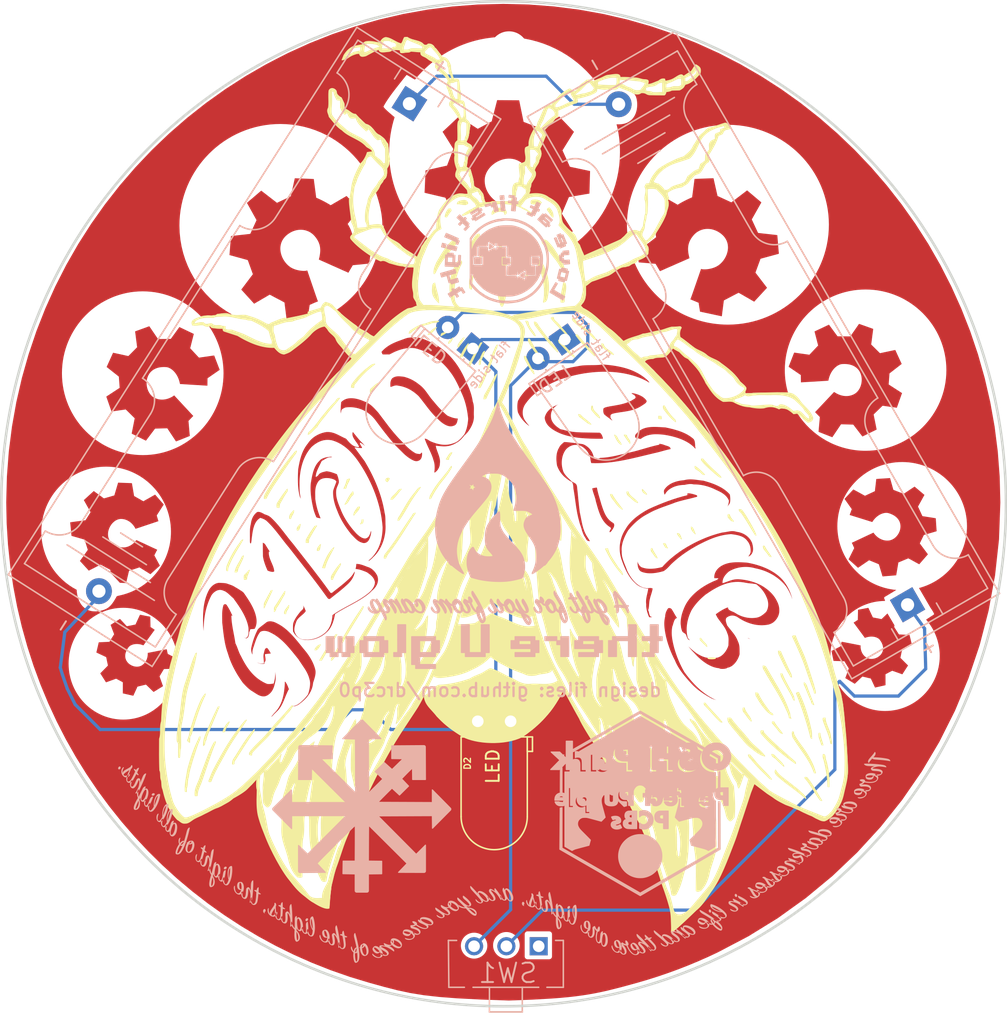
<source format=kicad_pcb>
(kicad_pcb (version 20221018) (generator pcbnew)
  (layers (0 "F.Cu" signal) (31 "B.Cu" signal) (34 "B.Paste" user) (35 "F.Paste" user) (36 "B.SilkS" user "B.Silkscreen") (37 "F.SilkS" user "F.Silkscreen") (38 "B.Mask" user) (39 "F.Mask" user) (44 "Edge.Cuts" user))
  (net 0 "")
  (net 1 "Net-(D1-Pad2)")
  (net 3 "Net-(BT1-Pad2)")
  (net 4 "Net-(BT1-Pad1)")
  (net 5 "Net-(BT2-Pad1)")
  (footprint "MountingHole:MountingHole_3mm" (layer "F.Cu") (at 90.17 33.61)
    (fp_text reference "REF**" hide)
    (fp_text value "MountingHole_3mm" hide)
  )
  (footprint "LED_THT:LED_D5.0mm_Horizontal_O1.27mm_Z3.0mm" (layer "F.Cu") (at 87.757 85.471)
    (fp_text reference "D2")
    (fp_text value "LED")
  )
  (footprint "Battery:BatteryHolder_Keystone_2466_1xAAA" (layer "B.Cu") (at 82.466781 37.707371 -122.5)
    (fp_text reference "BT1" hide)
    (fp_text value "AAA battery")
  )
  (footprint "Battery:BatteryHolder_Keystone_2466_1xAAA" (layer "B.Cu") (at 121.005 76.462367 120)
    (fp_text reference "BT2" hide)
    (fp_text value "AAA battery")
  )
  (footprint "LED_THT:LED_D5.0mm_Horizontal_O1.27mm_Z3.0mm" (layer "B.Cu") (at 94.488 55.947116 -145)
    (fp_text reference "flat side")
    (fp_text value "LED")
  )
  (footprint "Button_Switch_THT:SW_MHSS1105_SPST_Angled" (layer "B.Cu") (at 92.47 102.87 180)
    (fp_text reference "SW1")
    (fp_text value "SW_SPDT" hide)
  )
  (footprint "LED_THT:LED_D5.0mm_Horizontal_O1.27mm_Z3.0mm" (layer "B.Cu") (at 87.376 56.642 140)
    (fp_text reference "flat side")
    (fp_text value "LED")
  )
  (gr_poly (pts (xy 107.506014 70.767229) (xy 107.576411 70.772722) (xy 107.648323 70.783286) (xy 107.722039 70.799538) (xy 107.797849 70.822095) (xy 107.892702 70.83601) (xy 107.986224 70.855651) (xy 108.078088 70.880905) (xy 108.167966 70.911656) (xy 108.255528 70.94779) (xy 108.340448 70.989191) (xy 108.422397 71.035746) (xy 108.501046 71.087339) (xy 108.576067 71.143856) (xy 108.647133 71.205182) (xy 108.713914 71.271203) (xy 108.776084 71.341802) (xy 108.833312 71.416867) (xy 108.885273 71.496282) (xy 108.931636 71.579932) (xy 108.972074 71.667703) (xy 108.985398 71.71329) (xy 108.9979 71.759186) (xy 109.00944 71.805302) (xy 109.019879 71.85155) (xy 109.029078 71.897843) (xy 109.036899 71.944092) (xy 109.043202 71.99021) (xy 109.047849 72.036109) (xy 109.051632 72.086145) (xy 109.053139 72.135727) (xy 109.052188 72.184737) (xy 109.048599 72.233059) (xy 109.04219 72.280574) (xy 109.032782 72.327165) (xy 109.020194 72.372717) (xy 109.004244 72.41711) (xy 108.984752 72.460228) (xy 108.961537 72.501954) (xy 108.948477 72.522259) (xy 108.934419 72.542171) (xy 108.919339 72.561677) (xy 108.903216 72.580761) (xy 108.886026 72.599409) (xy 108.867748 72.617607) (xy 108.848358 72.63534) (xy 108.827834 72.652592) (xy 108.806153 72.66935) (xy 108.783293 72.685599) (xy 108.759231 72.701324) (xy 108.733945 72.71651) (xy 108.711618 72.720426) (xy 108.703053 72.726865) (xy 108.699927 72.729171) (xy 108.697538 72.730867) (xy 108.695857 72.731954) (xy 108.695274 72.73227) (xy 108.694858 72.732433) (xy 108.694606 72.732444) (xy 108.694515 72.732303) (xy 108.69458 72.732011) (xy 108.694799 72.731566) (xy 108.695686 72.73022) (xy 108.697147 72.728268) (xy 108.701687 72.722541) (xy 108.708204 72.714388) (xy 108.716483 72.703812) (xy 108.710025 72.704868) (xy 108.694598 72.716195) (xy 108.693274 72.716889) (xy 108.692961 72.716915) (xy 108.692874 72.716728) (xy 108.694662 72.713846) (xy 108.707342 72.697857) (xy 108.717515 72.684759) (xy 108.729763 72.668263) (xy 108.743729 72.648376) (xy 108.759051 72.625102) (xy 108.767109 72.612196) (xy 108.775371 72.598444) (xy 108.783793 72.583848) (xy 108.792329 72.568408) (xy 108.800936 72.552125) (xy 108.809567 72.534998) (xy 108.818178 72.517029) (xy 108.826724 72.498219) (xy 108.83516 72.478567) (xy 108.843442 72.458074) (xy 108.851523 72.436742) (xy 108.85936 72.414569) (xy 108.862637 72.38097) (xy 108.865083 72.347114) (xy 108.86669 72.313038) (xy 108.867453 72.278785) (xy 108.867362 72.244392) (xy 108.866411 72.209901) (xy 108.864593 72.175349) (xy 108.861899 72.140778) (xy 108.856749 72.097406) (xy 108.850177 72.054181) (xy 108.842165 72.011185) (xy 108.832695 71.968502) (xy 108.821748 71.926212) (xy 108.809306 71.8844) (xy 108.795352 71.843146) (xy 108.779866 71.802535) (xy 108.762832 71.762647) (xy 108.74423 71.723567) (xy 108.724043 71.685376) (xy 108.702252 71.648156) (xy 108.67884 71.611991) (xy 108.653788 71.576962) (xy 108.627078 71.543153) (xy 108.598691 71.510645) (xy 108.571796 71.475247) (xy 108.543498 71.441644) (xy 108.51386 71.409783) (xy 108.482943 71.379607) (xy 108.45081 71.351063) (xy 108.417522 71.324095) (xy 108.383142 71.298649) (xy 108.347731 71.274669) (xy 108.311351 71.252102) (xy 108.274063 71.230892) (xy 108.197015 71.192324) (xy 108.117082 71.158527) (xy 108.034758 71.129063) (xy 107.950539 71.103493) (xy 107.86492 71.081379) (xy 107.778396 71.062283) (xy 107.691463 71.045766) (xy 107.51835 71.018715) (xy 107.34954 70.99672) (xy 107.244362 71.004532) (xy 107.13976 71.014838) (xy 107.035724 71.027585) (xy 106.932246 71.042724) (xy 106.829314 71.060201) (xy 106.726921 71.079967) (xy 106.625057 71.101968) (xy 106.523711 71.126154) (xy 106.32254 71.180874) (xy 106.123332 71.243715) (xy 105.926011 71.314264) (xy 105.730503 71.392111) (xy 105.31903 71.577817) (xy 104.916106 71.777418) (xy 104.718093 71.882723) (xy 104.52251 71.991853) (xy 104.329454 72.104925) (xy 104.139023 72.222058) (xy 103.951315 72.343368) (xy 103.766425 72.468971) (xy 103.584454 72.598987) (xy 103.405497 72.733531) (xy 103.229653 72.87272) (xy 103.057018 73.016673) (xy 102.887691 73.165506) (xy 102.721769 73.319336) (xy 102.652366 73.392143) (xy 102.584063 73.464994) (xy 102.515735 73.537059) (xy 102.446259 73.607508) (xy 102.410739 73.641867) (xy 102.37451 73.675511) (xy 102.337433 73.708336) (xy 102.299366 73.740239) (xy 102.260169 73.771115) (xy 102.219701 73.800861) (xy 102.177823 73.829374) (xy 102.134394 73.856549) (xy 101.931021 73.912077) (xy 101.826107 73.937194) (xy 101.719488 73.960017) (xy 101.6115 73.980147) (xy 101.502478 73.997187) (xy 101.392757 74.010739) (xy 101.282674 74.020405) (xy 101.172564 74.025787) (xy 101.062761 74.026487) (xy 100.953602 74.022108) (xy 100.845423 74.012252) (xy 100.738558 73.996521) (xy 100.633343 73.974516) (xy 100.530114 73.945842) (xy 100.429206 73.910099) (xy 100.406941 73.900031) (xy 100.385768 73.8888) (xy 100.36566 73.876462) (xy 100.34659 73.863077) (xy 100.328531 73.848703) (xy 100.311457 73.833398) (xy 100.295341 73.817221) (xy 100.280155 73.800231) (xy 100.265874 73.782485) (xy 100.25247 73.764042) (xy 100.239916 73.74496) (xy 100.228186 73.725299) (xy 100.217254 73.705116) (xy 100.207091 73.68447) (xy 100.197671 73.66342) (xy 100.188968 73.642023) (xy 100.17366 73.601608) (xy 100.16064 73.560429) (xy 100.149733 73.518867) (xy 100.140764 73.477304) (xy 100.133556 73.436121) (xy 100.127936 73.395702) (xy 100.123728 73.356426) (xy 100.120757 73.318676) (xy 100.117825 73.24928) (xy 100.117737 73.190568) (xy 100.12049 73.117407) (xy 100.12172 73.12358) (xy 100.123018 73.129724) (xy 100.124375 73.135847) (xy 100.125782 73.141962) (xy 100.12631 73.132437) (xy 100.128949 73.145405) (xy 100.131868 73.15835) (xy 100.135067 73.17127) (xy 100.138547 73.184163) (xy 100.14231 73.197026) (xy 100.146357 73.209856) (xy 100.150689 73.222652) (xy 100.155307 73.23541) (xy 100.163803 73.255579) (xy 100.173066 73.275643) (xy 100.183111 73.295595) (xy 100.19395 73.315433) (xy 100.205599 73.33515) (xy 100.218069 73.354744) (xy 100.231376 73.374209) (xy 100.245532 73.39354) (xy 100.260551 73.412734) (xy 100.276448 73.431785) (xy 100.293234 73.45069) (xy 100.310925 73.469444) (xy 100.329534 73.488042) (xy 100.349074 73.506479) (xy 100.36956 73.524752) (xy 100.391004 73.542856) (xy 100.486711 73.580451) (xy 100.584858 73.61129) (xy 100.68511 73.635747) (xy 100.787133 73.654196) (xy 100.890594 73.667009) (xy 100.995158 73.674561) (xy 101.100492 73.677225) (xy 101.206262 73.675374) (xy 101.312133 73.669382) (xy 101.417772 73.659622) (xy 101.522845 73.646468) (xy 101.627018 73.630294) (xy 101.729957 73.611471) (xy 101.831328 73.590376) (xy 102.028031 73.542856) (xy 102.110666 73.448899) (xy 102.195713 73.356715) (xy 102.283018 73.266271) (xy 102.372432 73.177538) (xy 102.463802 73.090483) (xy 102.556977 73.005075) (xy 102.651805 72.921284) (xy 102.748135 72.839078) (xy 102.944696 72.679297) (xy 103.145447 72.525483) (xy 103.349177 72.377386) (xy 103.554673 72.234757) (xy 103.916665 72.010227) (xy 104.101294 71.902862) (xy 104.288214 71.798949) (xy 104.477325 71.698627) (xy 104.668529 71.602037) (xy 104.861726 71.509317) (xy 105.056818 71.420608) (xy 105.253706 71.336048) (xy 105.452291 71.255778) (xy 105.652474 71.179937) (xy 105.854156 71.108664) (xy 106.057238 71.042099) (xy 106.261622 70.980381) (xy 106.467209 70.92365) (xy 106.673899 70.872046) (xy 106.748724 70.864857) (xy 106.821586 70.855328) (xy 106.962582 70.831723) (xy 107.099205 70.80617) (xy 107.233773 70.783611) (xy 107.30101 70.774997) (xy 107.368603 70.768984) (xy 107.436841 70.766188)) (fill solid) (layer "F.Cu"))
  (gr_poly (pts (xy 108.708009 79.050618) (xy 108.748617 79.073087) (xy 108.789403 79.094941) (xy 108.830356 79.11615) (xy 108.80928 79.107002) (xy 108.788263 79.097666) (xy 108.767285 79.088152) (xy 108.746329 79.07847) (xy 108.767683 79.090038) (xy 108.789056 79.101409) (xy 108.81047 79.112581) (xy 108.831943 79.123554) (xy 108.789861 79.105121) (xy 108.747928 79.086012) (xy 108.706171 79.066228) (xy 108.664621 79.045767) (xy 108.665181 79.044355) (xy 108.665751 79.042963) (xy 108.666338 79.041571) (xy 108.666953 79.040158) (xy 108.662931 79.038144) (xy 108.663456 79.036836) (xy 108.664 79.035525) (xy 108.66514 79.032895) (xy 108.66634 79.030244) (xy 108.667588 79.027564)) (fill solid) (layer "F.Cu"))
  (gr_poly (pts (xy 86.291521 38.755891) (xy 86.30927 38.789383) (xy 86.325791 38.822048) (xy 86.341005 38.853777) (xy 86.354836 38.884459) (xy 86.367204 38.913984) (xy 86.378032 38.942242) (xy 86.387241 38.969123) (xy 86.364238 38.976328) (xy 86.343514 38.987446) (xy 86.324957 39.002355) (xy 86.308456 39.020934) (xy 86.2939 39.043061) (xy 86.281177 39.068614) (xy 86.270177 39.097473) (xy 86.260788 39.129516) (xy 86.252898 39.164621) (xy 86.246397 39.202667) (xy 86.237116 39.287097) (xy 86.232052 39.381834) (xy 86.230318 39.485906) (xy 86.233273 39.718171) (xy 86.23886 39.976122) (xy 86.240415 40.112301) (xy 86.239957 40.251987) (xy 86.236597 40.394209) (xy 86.229444 40.537995) (xy 86.205575 40.555374) (xy 86.183602 40.572431) (xy 86.163444 40.589202) (xy 86.145018 40.605722) (xy 86.128242 40.622028) (xy 86.113034 40.638156) (xy 86.099313 40.654141) (xy 86.086996 40.670019) (xy 86.076002 40.685826) (xy 86.066247 40.701598) (xy 86.057652 40.717371) (xy 86.050133 40.73318) (xy 86.043608 40.749061) (xy 86.037996 40.765051) (xy 86.033214 40.781185) (xy 86.029181 40.797499) (xy 86.023033 40.830809) (xy 86.018896 40.86527) (xy 86.016114 40.901168) (xy 86.01403 40.938789) (xy 86.009338 41.02035) (xy 86.005418 41.064864) (xy 85.999573 41.112248) (xy 85.996954 41.129665) (xy 85.993999 41.147407) (xy 85.990679 41.165501) (xy 85.986966 41.183975) (xy 85.982832 41.202856) (xy 85.978247 41.222171) (xy 85.973183 41.241948) (xy 85.967612 41.262213) (xy 85.935334 41.365294) (xy 86.01767 41.688086) (xy 86.003759 41.753771) (xy 85.994444 41.820417) (xy 85.98942 41.887855) (xy 85.988383 41.955917) (xy 85.991028 42.024433) (xy 85.997049 42.093234) (xy 86.006142 42.162149) (xy 86.018002 42.231011) (xy 86.032324 42.29965) (xy 86.048802 42.367896) (xy 86.067133 42.43558) (xy 86.08701 42.502533) (xy 86.130186 42.633569) (xy 86.175892 42.759648) (xy 86.164901 42.797283) (xy 86.153378 42.833584) (xy 86.12981 42.903101) (xy 86.107325 42.970031) (xy 86.097158 43.003098) (xy 86.088064 43.036205) (xy 86.08031 43.069581) (xy 86.074165 43.103456) (xy 86.069895 43.138057) (xy 86.067768 43.173615) (xy 86.068052 43.210358) (xy 86.071013 43.248514) (xy 86.073581 43.268194) (xy 86.076919 43.288314) (xy 86.081061 43.308901) (xy 86.086039 43.329985) (xy 86.133774 43.397371) (xy 86.183095 43.463703) (xy 86.233845 43.529073) (xy 86.285867 43.593576) (xy 86.393107 43.720353) (xy 86.503565 43.844784) (xy 86.952604 44.334026) (xy 86.961606 44.353508) (xy 86.969312 44.373006) (xy 86.975883 44.392554) (xy 86.981479 44.412187) (xy 86.98626 44.43194) (xy 86.990386 44.451849) (xy 86.997317 44.492273) (xy 87.010377 44.576526) (xy 87.01441 44.598503) (xy 87.019071 44.620915) (xy 87.02452 44.643799) (xy 87.030918 44.667188) (xy 86.994082 44.674039) (xy 86.956215 44.67869) (xy 86.917459 44.681394) (xy 86.877954 44.682407) (xy 86.837841 44.681982) (xy 86.79726 44.680376) (xy 86.715258 44.674636) (xy 86.551826 44.660178) (xy 86.472647 44.655536) (xy 86.434184 44.654753) (xy 86.396659 44.655335) (xy 86.33135 44.660328) (xy 86.265871 44.670532) (xy 86.200512 44.685449) (xy 86.135566 44.704582) (xy 86.071323 44.727434) (xy 86.008074 44.753507) (xy 85.946111 44.782305) (xy 85.885724 44.81333) (xy 85.827205 44.846086) (xy 85.770845 44.880074) (xy 85.716935 44.914798) (xy 85.665766 44.949761) (xy 85.572817 45.018414) (xy 85.494327 45.082054) (xy 85.478145 45.095966) (xy 85.463448 45.10915) (xy 85.450178 45.121582) (xy 85.438272 45.13324) (xy 85.42767 45.1441) (xy 85.418309 45.154138) (xy 85.410131 45.163331) (xy 85.403072 45.171656) (xy 85.392071 45.185607) (xy 85.384818 45.195805) (xy 85.379603 45.204187) (xy 85.365842 45.219216) (xy 85.24964 44.975691) (xy 83.640549 44.598184) (xy 83.718018 42.866753) (xy 85.379178 42.493901) (xy 85.867283 41.208238) (xy 85.033844 39.879711) (xy 86.272623 38.721684)) (fill solid) (layer "F.Cu"))
  (gr_poly (pts (xy 78.468545 73.304239) (xy 78.524285 73.310075) (xy 78.580413 73.318706) (xy 78.636807 73.329849) (xy 78.693343 73.34322) (xy 78.749898 73.358534) (xy 78.806348 73.375509) (xy 78.918439 73.413305) (xy 79.028631 73.454338) (xy 79.239365 73.537036) (xy 79.267406 73.544442) (xy 79.295165 73.552945) (xy 79.322629 73.56251) (xy 79.349788 73.573104) (xy 79.376628 73.584691) (xy 79.403138 73.597239) (xy 79.429306 73.610712) (xy 79.45512 73.625077) (xy 79.480568 73.640298) (xy 79.505639 73.656342) (xy 79.530319 73.673175) (xy 79.554598 73.690762) (xy 79.578464 73.709069) (xy 79.601903 73.728061) (xy 79.624906 73.747705) (xy 79.647458 73.767966) (xy 79.673346 73.791598) (xy 79.698611 73.815985) (xy 79.723235 73.841074) (xy 79.747202 73.86681) (xy 79.770492 73.893141) (xy 79.793089 73.920012) (xy 79.814975 73.947369) (xy 79.836131 73.97516) (xy 79.856541 74.003331) (xy 79.876187 74.031827) (xy 79.895051 74.060596) (xy 79.913115 74.089583) (xy 79.930362 74.118735) (xy 79.946773 74.147998) (xy 79.962332 74.177319) (xy 79.977021 74.206644) (xy 79.991633 74.246009) (xy 80.004163 74.285404) (xy 80.014652 74.324797) (xy 80.023144 74.364158) (xy 80.029679 74.403456) (xy 80.034299 74.44266) (xy 80.037047 74.48174) (xy 80.037964 74.520665) (xy 80.037092 74.559403) (xy 80.034473 74.597925) (xy 80.024162 74.674195) (xy 80.007365 74.749228) (xy 79.984418 74.822779) (xy 79.955655 74.894601) (xy 79.921411 74.964448) (xy 79.882023 75.032074) (xy 79.837823 75.097233) (xy 79.789149 75.159677) (xy 79.736334 75.219163) (xy 79.679714 75.275442) (xy 79.619623 75.328269) (xy 79.562684 75.372714) (xy 79.544219 75.393893) (xy 79.525432 75.41466) (xy 79.506351 75.435043) (xy 79.487 75.455068) (xy 79.467407 75.47476) (xy 79.447596 75.494145) (xy 79.427595 75.51325) (xy 79.407428 75.532102) (xy 79.257168 75.655799) (xy 79.10136 75.773609) (xy 78.940684 75.886195) (xy 78.775819 75.994217) (xy 78.607443 76.098337) (xy 78.436236 76.199216) (xy 78.088042 76.393902) (xy 77.387547 76.773506) (xy 77.046107 76.96901) (xy 76.879965 77.070503) (xy 76.71778 77.175373) (xy 76.681009 77.356226) (xy 76.635825 77.542175) (xy 76.609612 77.635844) (xy 76.580738 77.729327) (xy 76.549017 77.822137) (xy 76.514262 77.913788) (xy 76.476287 78.003793) (xy 76.434907 78.091665) (xy 76.389935 78.176919) (xy 76.341185 78.259067) (xy 76.288471 78.337623) (xy 76.231608 78.412099) (xy 76.170409 78.48201) (xy 76.104688 78.546869) (xy 76.081601 78.567084) (xy 76.069905 78.577201) (xy 76.058121 78.587299) (xy 76.048585 78.596786) (xy 76.038946 78.606203) (xy 76.029201 78.615561) (xy 76.019345 78.624869) (xy 75.999288 78.643376) (xy 75.978745 78.661804) (xy 75.900954 78.724669) (xy 75.819872 78.78435) (xy 75.735753 78.840659) (xy 75.648851 78.893406) (xy 75.559419 78.942402) (xy 75.467712 78.987458) (xy 75.373983 79.028384) (xy 75.278486 79.06499) (xy 75.181474 79.097089) (xy 75.083202 79.12449) (xy 74.983923 79.147005) (xy 74.883891 79.164443) (xy 74.78336 79.176615) (xy 74.682583 79.183333) (xy 74.581815 79.184407) (xy 74.481308 79.179648) (xy 74.458131 79.181641) (xy 74.434927 79.182867) (xy 74.411711 79.183337) (xy 74.388502 79.183061) (xy 74.365317 79.182052) (xy 74.342173 79.180321) (xy 74.319086 79.177879) (xy 74.296074 79.174737) (xy 74.273154 79.170907) (xy 74.250342 79.1664) (xy 74.227657 79.161227) (xy 74.205114 79.1554) (xy 74.182732 79.14893) (xy 74.160526 79.141828) (xy 74.138515 79.134106) (xy 74.116715 79.125775) (xy 74.113187 79.12514) (xy 74.109668 79.124439) (xy 74.102651 79.122932) (xy 74.095655 79.121444) (xy 74.092161 79.120767) (xy 74.088668 79.120166) (xy 74.074276 79.113397) (xy 74.070255 79.112656) (xy 74.018111 79.087394) (xy 73.968266 79.060713) (xy 73.920636 79.032569) (xy 73.875138 79.002917) (xy 73.831691 78.971712) (xy 73.790209 78.93891) (xy 73.750612 78.904466) (xy 73.712815 78.868336) (xy 73.676736 78.830474) (xy 73.642291 78.790836) (xy 73.609399 78.749378) (xy 73.577975 78.706054) (xy 73.547938 78.660821) (xy 73.519203 78.613633) (xy 73.491688 78.564446) (xy 73.465311 78.513214) (xy 73.461579 78.363072) (xy 73.460312 78.287705) (xy 73.459979 78.212277) (xy 73.460981 78.136888) (xy 73.463717 78.06164) (xy 73.46859 77.986636) (xy 73.475998 77.911975) (xy 73.495015 77.851649) (xy 73.516766 77.792147) (xy 73.541049 77.733454) (xy 73.567662 77.67556) (xy 73.596403 77.618451) (xy 73.627068 77.562114) (xy 73.659457 77.506536) (xy 73.693367 77.451706) (xy 73.728594 77.39761) (xy 73.764938 77.344235) (xy 73.840165 77.2396) (xy 73.917428 77.137698) (xy 73.99511 77.038428) (xy 74.006814 77.022794) (xy 74.018998 77.007727) (xy 74.044531 76.979088) (xy 74.071149 76.952096) (xy 74.098293 76.926338) (xy 74.151929 76.876864) (xy 74.177304 76.852321) (xy 74.20097 76.827355) (xy 74.222371 76.801551) (xy 74.232047 76.788206) (xy 74.240948 76.774497) (xy 74.249002 76.760371) (xy 74.256141 76.745777) (xy 74.262294 76.730663) (xy 74.267393 76.714978) (xy 74.271366 76.698669) (xy 74.274144 76.681685) (xy 74.275658 76.663974) (xy 74.275837 76.645485) (xy 74.274612 76.626165) (xy 74.271913 76.605963) (xy 74.267669 76.584826) (xy 74.261812 76.562705) (xy 74.249372 76.535467) (xy 74.24517 76.525766) (xy 74.242241 76.518571) (xy 74.24053 76.513801) (xy 74.239984 76.511376) (xy 74.24013 76.511018) (xy 74.240547 76.511217) (xy 74.242165 76.513241) (xy 74.244785 76.517371) (xy 74.248351 76.523525) (xy 74.258104 76.541586) (xy 74.270991 76.566784) (xy 74.286576 76.598477) (xy 74.285149 76.592326) (xy 74.283573 76.586095) (xy 74.281858 76.579785) (xy 74.280016 76.573395) (xy 74.268354 76.547888) (xy 74.261241 76.531238) (xy 74.258335 76.52294) (xy 74.258354 76.521765) (xy 74.259297 76.522489) (xy 74.263785 76.529379) (xy 74.271459 76.543108) (xy 74.295003 76.589057) (xy 74.327204 76.6563) (xy 74.3457 76.696644) (xy 74.365337 76.740797) (xy 74.385777 76.788254) (xy 74.406678 76.83851) (xy 74.427699 76.891061) (xy 74.448501 76.945401) (xy 74.432267 76.972558) (xy 74.41431 76.999214) (xy 74.394755 77.025417) (xy 74.37373 77.051215) (xy 74.327774 77.101789) (xy 74.277453 77.151322) (xy 74.22378 77.200198) (xy 74.167769 77.248804) (xy 74.052777 77.346746) (xy 73.995823 77.396853) (xy 73.940579 77.44823) (xy 73.888058 77.501264) (xy 73.839273 77.55634) (xy 73.816598 77.584764) (xy 73.795236 77.613842) (xy 73.775315 77.643624) (xy 73.75696 77.674158) (xy 73.740299 77.70549) (xy 73.725457 77.737671) (xy 73.712562 77.770747) (xy 73.70174 77.804767) (xy 73.665877 77.904205) (xy 73.63093 78.010342) (xy 73.614887 78.06521) (xy 73.600376 78.120897) (xy 73.587832 78.177118) (xy 73.577691 78.233589) (xy 73.570386 78.290024) (xy 73.566352 78.346137) (xy 73.566023 78.401645) (xy 73.569834 78.456261) (xy 73.573428 78.483146) (xy 73.57822 78.509701) (xy 73.584264 78.535891) (xy 73.591615 78.561679) (xy 73.600327 78.587031) (xy 73.610454 78.611911) (xy 73.62205 78.636283) (xy 73.63517 78.660111) (xy 73.650584 78.696941) (xy 73.668034 78.732784) (xy 73.687431 78.767588) (xy 73.708689 78.8013) (xy 73.731718 78.833869) (xy 73.756433 78.865242) (xy 73.782744 78.895367) (xy 73.810564 78.924192) (xy 73.839806 78.951666) (xy 73.87038 78.977735) (xy 73.902201 79.002349) (xy 73.93518 79.025454) (xy 73.969229 79.046999) (xy 74.004261 79.066932) (xy 74.040187 79.0852) (xy 74.07692 79.101752) (xy 74.0986 79.109984) (xy 74.120489 79.117609) (xy 74.14257 79.124615) (xy 74.164826 79.130993) (xy 74.187241 79.136734) (xy 74.209796 79.141826) (xy 74.232475 79.14626) (xy 74.255262 79.150025) (xy 74.27814 79.153113) (xy 74.301091 79.155511) (xy 74.324099 79.157211) (xy 74.347147 79.158203) (xy 74.370217 79.158475) (xy 74.393294 79.158019) (xy 74.41636 79.156824) (xy 74.439399 79.15488) (xy 74.539928 79.159672) (xy 74.640727 79.158616) (xy 74.741539 79.151902) (xy 74.84211 79.139718) (xy 74.942186 79.122254) (xy 75.041512 79.0997) (xy 75.139833 79.072245) (xy 75.236893 79.040079) (xy 75.33244 79.00339) (xy 75.426218 78.96237) (xy 75.517971 78.917206) (xy 75.607447 78.868089) (xy 75.694389 78.815208) (xy 75.778543 78.758753) (xy 75.859654 78.698913) (xy 75.937468 78.635877) (xy 76.010322 78.568508) (xy 76.077227 78.497602) (xy 76.138411 78.423383) (xy 76.194099 78.346076) (xy 76.244517 78.265906) (xy 76.289891 78.183098) (xy 76.330448 78.097877) (xy 76.366413 78.010467) (xy 76.398012 77.921094) (xy 76.425471 77.829983) (xy 76.449018 77.737358) (xy 76.468876 77.643445) (xy 76.485273 77.548468) (xy 76.498434 77.452653) (xy 76.508586 77.356224) (xy 76.515955 77.259406) (xy 76.683698 77.143402) (xy 76.856658 77.031953) (xy 77.034017 76.924257) (xy 77.214958 76.819516) (xy 77.58431 76.615702) (xy 77.958172 76.414115) (xy 78.33 76.208361) (xy 78.513107 76.101923) (xy 78.693251 75.992045) (xy 78.869615 75.877928) (xy 79.041381 75.758772) (xy 79.207731 75.633779) (xy 79.367847 75.502149) (xy 79.409522 75.462971) (xy 79.450371 75.422327) (xy 79.490159 75.380243) (xy 79.528651 75.336743) (xy 79.565613 75.291853) (xy 79.600808 75.245597) (xy 79.634002 75.198001) (xy 79.664959 75.149091) (xy 79.693444 75.09889) (xy 79.719223 75.047425) (xy 79.742059 74.99472) (xy 79.761719 74.940801) (xy 79.777965 74.885692) (xy 79.784735 74.857699) (xy 79.790564 74.829418) (xy 79.795423 74.800853) (xy 79.799281 74.772006) (xy 79.802109 74.742881) (xy 79.803879 74.71348) (xy 79.794344 74.669348) (xy 79.783083 74.62695) (xy 79.770156 74.586207) (xy 79.755621 74.54704) (xy 79.739539 74.509368) (xy 79.72197 74.473114) (xy 79.702973 74.438197) (xy 79.682607 74.40454) (xy 79.660934 74.372061) (xy 79.638011 74.340683) (xy 79.613899 74.310326) (xy 79.588658 74.280911) (xy 79.562348 74.252359) (xy 79.535027 74.22459) (xy 79.506756 74.197525) (xy 79.477594 74.171085) (xy 79.441937 74.141089) (xy 79.405276 74.111658) (xy 79.36771 74.082665) (xy 79.329336 74.053979) (xy 79.290253 74.025471) (xy 79.250558 73.997014) (xy 79.169727 73.939731) (xy 78.966468 73.860038) (xy 78.860332 73.820151) (xy 78.752305 73.782795) (xy 78.697843 73.765666) (xy 78.643222 73.749889) (xy 78.588545 73.735704) (xy 78.533916 73.723351) (xy 78.479441 73.71307) (xy 78.425224 73.7051) (xy 78.371368 73.699682) (xy 78.317978 73.697055) (xy 78.321894 73.683512) (xy 78.316816 73.683291) (xy 78.311748 73.683101) (xy 78.301682 73.68277) (xy 78.314069 73.638032) (xy 78.325016 73.592481) (xy 78.334493 73.546116) (xy 78.342467 73.498937) (xy 78.348909 73.450945) (xy 78.353786 73.402139) (xy 78.357069 73.35252) (xy 78.358725 73.302088) (xy 78.413317 73.301482)) (fill solid) (layer "F.Cu"))
  (gr_poly (pts (xy 96.971738 67.419025) (xy 96.974915 67.418811) (xy 97.006509 67.577777) (xy 97.043564 67.735909) (xy 97.084854 67.893337) (xy 97.129152 68.050189) (xy 97.221864 68.362682) (xy 97.267825 68.518581) (xy 97.311887 68.67442) (xy 97.371456 68.85435) (xy 97.401495 68.943992) (xy 97.432218 69.033087) (xy 97.492449 69.194872) (xy 97.524715 69.274246) (xy 97.558801 69.352359) (xy 97.594999 69.429022) (xy 97.633598 69.504049) (xy 97.674888 69.577252) (xy 97.719159 69.648443) (xy 97.766703 69.717435) (xy 97.817808 69.784041) (xy 97.872765 69.848073) (xy 97.931865 69.909344) (xy 97.995397 69.967666) (xy 98.063652 70.022852) (xy 98.13692 70.074714) (xy 98.215491 70.123065) (xy 98.223891 70.128036) (xy 98.231833 70.133222) (xy 98.239325 70.138616) (xy 98.246376 70.144214) (xy 98.252993 70.150007) (xy 98.259185 70.155992) (xy 98.26496 70.162161) (xy 98.270326 70.168508) (xy 98.275292 70.175028) (xy 98.279865 70.181714) (xy 98.284054 70.18856) (xy 98.287867 70.195561) (xy 98.291313 70.20271) (xy 98.294399 70.210001) (xy 98.297133 70.217428) (xy 98.299524 70.224985) (xy 98.304275 70.237563) (xy 98.308035 70.250511) (xy 98.310847 70.2638) (xy 98.312749 70.277401) (xy 98.313783 70.291283) (xy 98.313989 70.305417) (xy 98.313406 70.319773) (xy 98.312077 70.334321) (xy 98.307337 70.363874) (xy 98.300091 70.393838) (xy 98.290663 70.423975) (xy 98.279376 70.454047) (xy 98.266551 70.483814) (xy 98.252513 70.51304) (xy 98.237585 70.541485) (xy 98.222088 70.568911) (xy 98.206347 70.59508) (xy 98.190684 70.619754) (xy 98.160883 70.663663) (xy 98.144592 70.689084) (xy 98.127807 70.713215) (xy 98.110739 70.735901) (xy 98.093599 70.756987) (xy 98.076598 70.776318) (xy 98.059947 70.793741) (xy 98.043856 70.8091) (xy 98.028537 70.822241) (xy 98.0142 70.83301) (xy 98.001056 70.841251) (xy 97.994998 70.844376) (xy 97.989317 70.846811) (xy 97.984039 70.848537) (xy 97.979192 70.849535) (xy 97.974801 70.849785) (xy 97.970893 70.849268) (xy 97.967494 70.847964) (xy 97.96463 70.845856) (xy 97.962328 70.842922) (xy 97.960615 70.839143) (xy 97.959516 70.834501) (xy 97.959058 70.828977) (xy 97.957628 70.827731) (xy 97.956355 70.826253) (xy 97.955243 70.824541) (xy 97.954298 70.822591) (xy 97.953521 70.820402) (xy 97.952918 70.817969) (xy 97.952492 70.815291) (xy 97.952247 70.812364) (xy 97.952187 70.809187) (xy 97.952315 70.805755) (xy 97.952637 70.802066) (xy 97.953155 70.798117) (xy 97.953873 70.793906) (xy 97.954796 70.789429) (xy 97.955928 70.784685) (xy 97.957271 70.779669) (xy 97.958831 70.77438) (xy 97.960611 70.768814) (xy 97.964846 70.756841) (xy 97.970007 70.743728) (xy 97.976127 70.729452) (xy 97.983236 70.713992) (xy 97.991365 70.697324) (xy 98.000546 70.679426) (xy 98.01081 70.660276) (xy 98.017764 70.650793) (xy 98.024139 70.641434) (xy 98.029936 70.632199) (xy 98.035154 70.623088) (xy 98.039793 70.614101) (xy 98.043853 70.605238) (xy 98.047332 70.5965) (xy 98.050232 70.587885) (xy 98.052551 70.579394) (xy 98.054289 70.571027) (xy 98.055446 70.562785) (xy 98.056022 70.554666) (xy 98.056016 70.546671) (xy 98.055428 70.538801) (xy 98.054258 70.531054) (xy 98.052506 70.523432) (xy 98.049762 70.518029) (xy 98.046688 70.512696) (xy 98.043285 70.507433) (xy 98.039552 70.502239) (xy 98.035489 70.497114) (xy 98.031098 70.492059) (xy 98.026377 70.487074) (xy 98.021328 70.482157) (xy 98.015949 70.477311) (xy 98.010243 70.472533) (xy 98.004207 70.467825) (xy 97.997844 70.463187) (xy 97.991152 70.458618) (xy 97.984133 70.454119) (xy 97.976785 70.449689) (xy 97.969111 70.445328) (xy 97.891081 70.392508) (xy 97.817554 70.336579) (xy 97.748333 70.277692) (xy 97.68322 70.215994) (xy 97.622017 70.151634) (xy 97.564526 70.084762) (xy 97.510552 70.015526) (xy 97.459895 69.944075) (xy 97.412358 69.870558) (xy 97.367744 69.795123) (xy 97.325856 69.71792) (xy 97.286496 69.639097) (xy 97.249466 69.558803) (xy 97.21457 69.477187) (xy 97.181608 69.394398) (xy 97.150385 69.310584) (xy 97.113697 69.206638) (xy 97.079036 69.101597) (xy 97.046037 68.995736) (xy 97.014335 68.889327) (xy 96.89321 68.463706) (xy 96.881169 68.398446) (xy 96.866856 68.333998) (xy 96.8506 68.270251) (xy 96.832731 68.207094) (xy 96.793474 68.082109) (xy 96.751724 67.958153) (xy 96.710117 67.834342) (xy 96.671292 67.709787) (xy 96.653748 67.646954) (xy 96.637887 67.583603) (xy 96.624042 67.519622) (xy 96.61254 67.454901) (xy 96.708675 67.435436) (xy 96.78226 67.42122) (xy 96.837178 67.411369) (xy 96.877309 67.405001) (xy 96.906536 67.401232) (xy 96.928741 67.399181) (xy 96.967612 67.396695)) (fill solid) (layer "F.Cu"))
  (gr_poly (pts (xy 118.320011 77.438794) (xy 118.990995 77.569815) (xy 119.45 77.13) (xy 119.992461 78.047511) (xy 119.97017 78.179734) (xy 120.338254 78.755469) (xy 121.158774 78.790814) (xy 121.345469 79.57049) (xy 120.584531 79.921753) (xy 120.449485 80.561405) (xy 121.042783 81.15481) (xy 120.60051 81.840296) (xy 119.817441 81.561426) (xy 119.297379 81.83617) (xy 119.29918 82.680615) (xy 118.488389 82.863178) (xy 118.16348 82.166474) (xy 117.508799 82.011005) (xy 116.919309 82.574353) (xy 116.189798 82.132501) (xy 116.458402 81.385108) (xy 116.117832 80.827576) (xy 115.278257 80.802707) (xy 115.119193 80.032135) (xy 115.823612 79.671775) (xy 115.903836 79.318186) (xy 117.371531 79.600971) (xy 117.369811 79.628547) (xy 117.369099 79.660968) (xy 117.369761 79.703989) (xy 117.372757 79.756244) (xy 117.379043 79.816366) (xy 117.389577 79.882988) (xy 117.405318 79.954745) (xy 117.41544 79.992121) (xy 117.427223 80.030269) (xy 117.440786 80.069017) (xy 117.456249 80.108195) (xy 117.473732 80.147632) (xy 117.493355 80.187156) (xy 117.515237 80.226598) (xy 117.539498 80.265786) (xy 117.566258 80.304549) (xy 117.595636 80.342717) (xy 117.627752 80.38012) (xy 117.662727 80.416585) (xy 117.700678 80.451943) (xy 117.741728 80.486022) (xy 117.785994 80.518652) (xy 117.833597 80.549661) (xy 117.892019 80.581198) (xy 117.953462 80.606492) (xy 118.017454 80.625684) (xy 118.08352 80.638918) (xy 118.151189 80.646336) (xy 118.219986 80.648081) (xy 118.28944 80.644297) (xy 118.359077 80.635125) (xy 118.428423 80.620709) (xy 118.497007 80.601191) (xy 118.564354 80.576714) (xy 118.629992 80.547421) (xy 118.693448 80.513455) (xy 118.754248 80.474957) (xy 118.81192 80.432072) (xy 118.865991 80.384942) (xy 118.915987 80.33371) (xy 118.961436 80.278517) (xy 119.001864 80.219508) (xy 119.036798 80.156825) (xy 119.065766 80.090611) (xy 119.088294 80.021008) (xy 119.103909 79.948159) (xy 119.112139 79.872208) (xy 119.112509 79.793296) (xy 119.104548 79.711566) (xy 119.087782 79.627162) (xy 119.061738 79.540226) (xy 119.025942 79.4509) (xy 118.979923 79.359329) (xy 118.923206 79.265653) (xy 118.85532 79.170017) (xy 118.840058 79.151285) (xy 118.823053 79.132853) (xy 118.804347 79.114783) (xy 118.78398 79.097136) (xy 118.761993 79.079973) (xy 118.738427 79.063357) (xy 118.713323 79.047348) (xy 118.686722 79.032008) (xy 118.658665 79.017398) (xy 118.629193 79.00358) (xy 118.598347 78.990615) (xy 118.566167 78.978565) (xy 118.532694 78.967491) (xy 118.49797 78.957455) (xy 118.462035 78.948518) (xy 118.42493 78.940741) (xy 118.386697 78.934186) (xy 118.347375 78.928915) (xy 118.307007 78.924988) (xy 118.265632 78.922468) (xy 118.223292 78.921416) (xy 118.180027 78.921892) (xy 118.135879 78.92396) (xy 118.090889 78.927679) (xy 118.045097 78.933112) (xy 117.998545 78.94032) (xy 117.951272 78.949364) (xy 117.903321 78.960306) (xy 117.854732 78.973208) (xy 117.805546 78.98813) (xy 117.755803 79.005135) (xy 117.705545 79.024283) (xy 116.831144 77.841278) (xy 117.156058 77.629084) (xy 117.173838 76.846869) (xy 117.971506 76.694046)) (fill solid) (layer "F.Cu"))
  (gr_poly (pts (xy 97.91576 57.92105) (xy 98.151367 57.950662) (xy 98.384681 57.985516) (xy 98.615451 58.026441) (xy 98.843425 58.074267) (xy 99.068351 58.129825) (xy 99.289978 58.193942) (xy 99.508055 58.267449) (xy 99.722329 58.351176) (xy 99.932548 58.445952) (xy 100.138462 58.552606) (xy 100.339819 58.671968) (xy 100.536367 58.804868) (xy 100.727854 58.952136) (xy 100.914029 59.1146) (xy 100.929161 59.132411) (xy 100.944006 59.150451) (xy 100.958572 59.168729) (xy 100.972871 59.187254) (xy 100.986912 59.206038) (xy 101.000706 59.225089) (xy 101.014261 59.244418) (xy 101.027588 59.264035) (xy 101.009941 59.251085) (xy 100.992136 59.238214) (xy 101.002534 59.252501) (xy 101.012785 59.266947) (xy 101.022899 59.281553) (xy 101.032883 59.296317) (xy 100.998091 59.271018) (xy 100.962654 59.246352) (xy 100.926513 59.222366) (xy 100.889608 59.199107) (xy 100.85188 59.176622) (xy 100.813269 59.154958) (xy 100.773715 59.134163) (xy 100.733161 59.114282) (xy 100.500936 59.002825) (xy 100.262243 58.902334) (xy 100.017778 58.812516) (xy 99.768237 58.73308) (xy 99.514316 58.663732) (xy 99.25671 58.60418) (xy 98.996115 58.554132) (xy 98.733227 58.513295) (xy 98.468741 58.481376) (xy 98.203354 58.458084) (xy 97.937761 58.443124) (xy 97.672658 58.436206) (xy 97.40874 58.437036) (xy 97.146704 58.445322) (xy 96.887245 58.460771) (xy 96.631058 58.48309) (xy 96.307079 58.518891) (xy 95.983552 58.565376) (xy 95.66107 58.622256) (xy 95.340224 58.689243) (xy 95.021605 58.766047) (xy 94.705805 58.85238) (xy 94.393416 58.947952) (xy 94.085028 59.052475) (xy 93.713227 59.211081) (xy 93.529009 59.295517) (xy 93.346595 59.383825) (xy 93.166495 59.476344) (xy 92.989221 59.573414) (xy 92.815282 59.675371) (xy 92.645191 59.782555) (xy 92.479458 59.895303) (xy 92.318595 60.013955) (xy 92.163111 60.138849) (xy 92.013519 60.270323) (xy 91.870329 60.408716) (xy 91.734052 60.554365) (xy 91.605199 60.707611) (xy 91.484281 60.86879) (xy 91.440014 60.928332) (xy 91.3999 60.990053) (xy 91.363962 61.05373) (xy 91.332222 61.119145) (xy 91.304704 61.186076) (xy 91.281429 61.254303) (xy 91.262421 61.323604) (xy 91.247703 61.39376) (xy 91.237297 61.46455) (xy 91.231226 61.535753) (xy 91.229513 61.607148) (xy 91.23218 61.678516) (xy 91.239251 61.749635) (xy 91.250748 61.820284) (xy 91.266695 61.890244) (xy 91.287113 61.959293) (xy 91.298732 61.990157) (xy 91.311286 62.020743) (xy 91.324778 62.051031) (xy 91.33921 62.081002) (xy 91.354584 62.110635) (xy 91.370904 62.139911) (xy 91.388171 62.16881) (xy 91.406388 62.197312) (xy 91.444474 62.254745) (xy 91.483632 62.310783) (xy 91.523842 62.365456) (xy 91.565083 62.418796) (xy 91.607337 62.470837) (xy 91.650583 62.52161) (xy 91.694802 62.571148) (xy 91.739972 62.619483) (xy 91.726183 62.609125) (xy 91.712432 62.598687) (xy 91.69872 62.588169) (xy 91.685047 62.577573) (xy 91.70106 62.595333) (xy 91.717193 62.612906) (xy 91.733445 62.630302) (xy 91.749817 62.647528) (xy 91.68053 62.594642) (xy 91.612675 62.540146) (xy 91.546354 62.484011) (xy 91.48167 62.426209) (xy 91.418725 62.366712) (xy 91.357623 62.305492) (xy 91.298465 62.242522) (xy 91.241353 62.177773) (xy 91.186391 62.111216) (xy 91.133681 62.042825) (xy 91.083325 61.97257) (xy 91.035426 61.900425) (xy 90.990086 61.826359) (xy 90.947408 61.750347) (xy 90.907494 61.672359) (xy 90.870447 61.592368) (xy 90.867484 61.579352) (xy 90.860181 61.562949) (xy 90.850384 61.517696) (xy 90.841839 61.469201) (xy 90.834563 61.417923) (xy 90.828574 61.364324) (xy 90.823888 61.308864) (xy 90.820523 61.252004) (xy 90.818495 61.194203) (xy 90.817822 61.135924) (xy 90.818521 61.077626) (xy 90.820608 61.01977) (xy 90.824101 60.962817) (xy 90.829017 60.907226) (xy 90.835373 60.85346) (xy 90.843186 60.801978) (xy 90.852473 60.753241) (xy 90.863251 60.707709) (xy 90.889847 60.652571) (xy 90.91823 60.598217) (xy 90.948264 60.544612) (xy 90.979814 60.49172) (xy 91.012743 60.439503) (xy 91.046917 60.387926) (xy 91.082199 60.336953) (xy 91.118454 60.286546) (xy 91.193339 60.187289) (xy 91.270489 60.089866) (xy 91.427237 59.899356) (xy 91.633437 59.705572) (xy 91.849184 59.522586) (xy 92.073783 59.35025) (xy 92.306544 59.188419) (xy 92.546771 59.036945) (xy 92.793773 58.895683) (xy 93.046857 58.764486) (xy 93.305329 58.643207) (xy 93.568496 58.531699) (xy 93.835666 58.429817) (xy 94.106146 58.337414) (xy 94.379242 58.254343) (xy 94.654262 58.180458) (xy 94.930512 58.115612) (xy 95.2073 58.059658) (xy 95.483933 58.012451) (xy 95.60611 57.987879) (xy 95.728215 57.968769) (xy 95.850264 57.954407) (xy 95.972271 57.944078) (xy 96.216223 57.932655) (xy 96.460193 57.928777) (xy 96.704301 57.926719) (xy 96.94867 57.920758) (xy 97.07099 57.914526) (xy 97.193421 57.905171) (xy 97.315978 57.891979) (xy 97.438675 57.874234)) (fill solid) (layer "F.Cu"))
  (gr_poly (pts (xy 70.796203 69.275802) (xy 70.805789 69.276239) (xy 70.815455 69.276929) (xy 70.844847 69.280442) (xy 70.874746 69.285967) (xy 70.905008 69.293306) (xy 70.93549 69.302263) (xy 70.966049 69.31264) (xy 70.996542 69.324238) (xy 71.026825 69.336861) (xy 71.056755 69.35031) (xy 71.114984 69.378896) (xy 71.170083 69.408417) (xy 71.220905 69.43729) (xy 71.266304 69.463935) (xy 71.287896 69.472614) (xy 71.361542 69.496392) (xy 71.431163 69.521332) (xy 71.464636 69.534554) (xy 71.497307 69.548447) (xy 71.529246 69.563137) (xy 71.560521 69.578751) (xy 71.591201 69.595416) (xy 71.621354 69.613257) (xy 71.651049 69.632402) (xy 71.680354 69.652978) (xy 71.709338 69.675111) (xy 71.738069 69.698927) (xy 71.766616 69.724554) (xy 71.795047 69.752118) (xy 71.820449 69.776092) (xy 71.845702 69.800235) (xy 71.870816 69.824555) (xy 71.895801 69.849063) (xy 72.003411 69.957106) (xy 72.108319 70.068014) (xy 72.210823 70.18146) (xy 72.311222 70.297118) (xy 72.506899 70.533757) (xy 72.69774 70.775316) (xy 73.074476 71.262722) (xy 73.26515 71.503336) (xy 73.460547 71.7384) (xy 74.87624 73.550266) (xy 75.574874 74.4638) (xy 75.91789 74.924984) (xy 76.255182 75.390073) (xy 76.263252 75.399366) (xy 76.271017 75.408908) (xy 76.278518 75.418641) (xy 76.285795 75.428503) (xy 76.31347 75.468045) (xy 76.327013 75.48703) (xy 76.333851 75.496115) (xy 76.340788 75.504849) (xy 76.347864 75.513171) (xy 76.355118 75.521021) (xy 76.362593 75.528339) (xy 76.370327 75.535065) (xy 76.376172 75.53818) (xy 76.382205 75.540925) (xy 76.388437 75.543281) (xy 76.394882 75.54523) (xy 76.401551 75.546755) (xy 76.408455 75.547837) (xy 76.415607 75.548457) (xy 76.423019 75.548599) (xy 76.430703 75.548243) (xy 76.43867 75.547372) (xy 76.446932 75.545967) (xy 76.455502 75.54401) (xy 76.464391 75.541484) (xy 76.473612 75.538369) (xy 76.483175 75.534649) (xy 76.493094 75.530304) (xy 76.641888 75.410322) (xy 76.791741 75.291613) (xy 77.091874 75.054779) (xy 77.240782 74.935033) (xy 77.387999 74.813322) (xy 77.532841 74.688835) (xy 77.674619 74.560764) (xy 77.718512 74.522983) (xy 77.761416 74.484671) (xy 77.803276 74.445802) (xy 77.844042 74.406348) (xy 77.883661 74.366281) (xy 77.92208 74.325576) (xy 77.959246 74.284204) (xy 77.995109 74.242139) (xy 78.029614 74.199353) (xy 78.062711 74.155819) (xy 78.094346 74.11151) (xy 78.124467 74.0664) (xy 78.153021 74.020461) (xy 78.179957 73.973665) (xy 78.205222 73.925986) (xy 78.228763 73.877396) (xy 78.225962 73.895768) (xy 78.222953 73.914041) (xy 78.219726 73.932194) (xy 78.216272 73.950208) (xy 78.223733 73.93569) (xy 78.231024 73.921041) (xy 78.238136 73.906292) (xy 78.24506 73.891474) (xy 78.23037 73.97543) (xy 78.211098 74.057014) (xy 78.187412 74.136308) (xy 78.15948 74.213393) (xy 78.12747 74.288351) (xy 78.091551 74.361262) (xy 78.051889 74.432208) (xy 78.008654 74.501271) (xy 77.962014 74.568532) (xy 77.912135 74.634072) (xy 77.859188 74.697973) (xy 77.803338 74.760316) (xy 77.744755 74.821182) (xy 77.683606 74.880654) (xy 77.62006 74.938811) (xy 77.554285 74.995737) (xy 77.407922 75.127903) (xy 77.258389 75.256356) (xy 77.106395 75.38194) (xy 76.95265 75.505496) (xy 76.642743 75.749894) (xy 76.488 75.87242) (xy 76.334343 75.996286) (xy 76.322454 76.001418) (xy 76.31106 76.005682) (xy 76.300143 76.009108) (xy 76.289682 76.011725) (xy 76.279658 76.013563) (xy 76.27005 76.014652) (xy 76.26084 76.015021) (xy 76.252006 76.014701) (xy 76.243529 76.013721) (xy 76.23539 76.012112) (xy 76.227569 76.009901) (xy 76.220045 76.007121) (xy 76.212798 76.003799) (xy 76.20581 75.999967) (xy 76.19906 75.995653) (xy 76.192528 75.990888) (xy 76.187445 75.987957) (xy 76.182488 75.984769) (xy 76.17765 75.981335) (xy 76.172923 75.977667) (xy 76.168299 75.973777) (xy 76.163771 75.969676) (xy 76.154967 75.960889) (xy 76.146448 75.951399) (xy 76.138153 75.9413) (xy 76.130017 75.930686) (xy 76.121978 75.919649) (xy 76.089525 75.873151) (xy 76.081022 75.861405) (xy 76.072238 75.849798) (xy 76.063108 75.838424) (xy 76.053569 75.827375) (xy 75.704973 75.346388) (xy 75.350458 74.869408) (xy 74.628404 73.924519) (xy 73.165377 72.050397) (xy 72.960995 71.804352) (xy 72.761592 71.5525) (xy 72.367473 71.042519) (xy 72.167631 70.789961) (xy 71.962518 70.542738) (xy 71.857185 70.421997) (xy 71.749573 70.303635) (xy 71.639362 70.188) (xy 71.526232 70.07544) (xy 71.515717 70.065379) (xy 71.505144 70.055358) (xy 71.483898 70.035434) (xy 71.475855 70.027497) (xy 71.464319 70.016596) (xy 71.455428 70.007813) (xy 71.427745 69.982842) (xy 71.399901 69.959529) (xy 71.371838 69.937767) (xy 71.343497 69.917447) (xy 71.314818 69.898463) (xy 71.285742 69.880706) (xy 71.256212 69.864068) (xy 71.226168 69.848443) (xy 71.19555 69.833721) (xy 71.164301 69.819796) (xy 71.13236 69.80656) (xy 71.09967 69.793904) (xy 71.066172 69.781722) (xy 71.031805 69.769905) (xy 70.960234 69.746936) (xy 70.93801 69.73783) (xy 70.888538 69.766813) (xy 70.84184 69.79845) (xy 70.797821 69.83261) (xy 70.756388 69.869161) (xy 70.717447 69.907972) (xy 70.680905 69.948912) (xy 70.646668 69.99185) (xy 70.614642 70.036654) (xy 70.584734 70.083193) (xy 70.55685 70.131336) (xy 70.530897 70.180952) (xy 70.50678 70.23191) (xy 70.463682 70.337325) (xy 70.426808 70.446532) (xy 70.395408 70.558481) (xy 70.368734 70.672123) (xy 70.346035 70.786407) (xy 70.326564 70.900285) (xy 70.265969 71.330731) (xy 70.261867 71.388846) (xy 70.25719 71.442166) (xy 70.252005 71.490726) (xy 70.246381 71.534562) (xy 70.240387 71.573709) (xy 70.234091 71.608202) (xy 70.227563 71.638075) (xy 70.22087 71.663364) (xy 70.214082 71.684104) (xy 70.207267 71.70033) (xy 70.200494 71.712077) (xy 70.193831 71.71938) (xy 70.190563 71.721376) (xy 70.187348 71.722274) (xy 70.184195 71.722079) (xy 70.181112 71.720794) (xy 70.175193 71.714975) (xy 70.16966 71.704853) (xy 70.167001 71.705499) (xy 70.164384 71.705398) (xy 70.161815 71.70455) (xy 70.159298 71.702959) (xy 70.156839 71.700627) (xy 70.154441 71.697557) (xy 70.15211 71.69375) (xy 70.149851 71.689211) (xy 70.147668 71.68394) (xy 70.145566 71.677941) (xy 70.14355 71.671215) (xy 70.141626 71.663767) (xy 70.139797 71.655597) (xy 70.138068 71.646709) (xy 70.134933 71.626787) (xy 70.132257 71.604021) (xy 70.13008 71.578432) (xy 70.128441 71.550039) (xy 70.127378 71.518862) (xy 70.126929 71.484921) (xy 70.127133 71.448236) (xy 70.128029 71.408827) (xy 70.129656 71.366715) (xy 70.129271 70.775873) (xy 70.135634 70.629849) (xy 70.14132 70.556933) (xy 70.149047 70.484043) (xy 70.159096 70.411151) (xy 70.171745 70.338227) (xy 70.187273 70.265244) (xy 70.20596 70.192173) (xy 70.214653 70.126113) (xy 70.225773 70.061092) (xy 70.239386 69.997184) (xy 70.255557 69.934458) (xy 70.274353 69.872989) (xy 70.295838 69.812847) (xy 70.32008 69.754105) (xy 70.347143 69.696835) (xy 70.377093 69.641109) (xy 70.409996 69.587) (xy 70.445918 69.534578) (xy 70.484924 69.483917) (xy 70.527081 69.435088) (xy 70.572453 69.388164) (xy 70.621107 69.343217) (xy 70.673108 69.300318) (xy 70.681062 69.296449) (xy 70.689165 69.292935) (xy 70.697412 69.289769) (xy 70.705798 69.286944) (xy 70.714318 69.284451) (xy 70.722966 69.282284) (xy 70.731739 69.280435) (xy 70.740631 69.278898) (xy 70.749637 69.277665) (xy 70.758751 69.276728) (xy 70.767971 69.27608) (xy 70.777289 69.275715) (xy 70.786701 69.275625)) (fill solid) (layer "F.Cu"))
  (gr_poly (pts (xy 78.048302 60.487378) (xy 78.167067 60.497702) (xy 78.286012 60.515536) (xy 78.404412 60.539939) (xy 78.521541 60.569973) (xy 78.636672 60.604696) (xy 78.74908 60.643169) (xy 78.858038 60.684453) (xy 78.962821 60.727606) (xy 79.049071 60.759805) (xy 79.13142 60.796065) (xy 79.210183 60.836132) (xy 79.285673 60.879752) (xy 79.358203 60.926669) (xy 79.428088 60.976629) (xy 79.495641 61.029378) (xy 79.561177 61.084661) (xy 79.625008 61.142224) (xy 79.687449 61.201811) (xy 79.748814 61.263169) (xy 79.809415 61.326043) (xy 80.05047 61.587607) (xy 80.849393 62.643388) (xy 81.052798 62.901247) (xy 81.262065 63.155497) (xy 81.479391 63.405553) (xy 81.591763 63.528825) (xy 81.706974 63.650827) (xy 81.848857 63.797577) (xy 81.987408 63.943203) (xy 82.125247 64.086304) (xy 82.264994 64.225478) (xy 82.336403 64.293154) (xy 82.409271 64.359323) (xy 82.483927 64.42381) (xy 82.560698 64.486439) (xy 82.639912 64.547035) (xy 82.721895 64.605423) (xy 82.806977 64.661428) (xy 82.895484 64.714875) (xy 82.916618 64.728144) (xy 82.93886 64.73975) (xy 82.962083 64.749834) (xy 82.986158 64.758538) (xy 83.01096 64.766004) (xy 83.036359 64.772375) (xy 83.06223 64.777792) (xy 83.088443 64.782397) (xy 83.14139 64.789739) (xy 83.194181 64.795539) (xy 83.245796 64.800933) (xy 83.295215 64.807056) (xy 83.428247 64.67826) (xy 83.42908 64.687246) (xy 83.429835 64.696263) (xy 83.43051 64.705301) (xy 83.431104 64.71435) (xy 83.442005 64.703766) (xy 83.444157 64.728121) (xy 83.445759 64.752486) (xy 83.446792 64.776859) (xy 83.447237 64.801234) (xy 83.447074 64.825608) (xy 83.446283 64.849977) (xy 83.444847 64.874337) (xy 83.442745 64.898683) (xy 83.439959 64.923012) (xy 83.436469 64.94732) (xy 83.432255 64.971602) (xy 83.4273 64.995854) (xy 83.421583 65.020074) (xy 83.415085 65.044255) (xy 83.407788 65.068395) (xy 83.399671 65.09249) (xy 83.389588 65.116114) (xy 83.378478 65.138591) (xy 83.366383 65.159923) (xy 83.353345 65.180116) (xy 83.339407 65.199172) (xy 83.32461 65.217097) (xy 83.308997 65.233892) (xy 83.292611 65.249563) (xy 83.275493 65.264113) (xy 83.257686 65.277546) (xy 83.239232 65.289866) (xy 83.220173 65.301076) (xy 83.200552 65.311181) (xy 83.180412 65.320184) (xy 83.159793 65.32809) (xy 83.138739 65.334901) (xy 83.117292 65.340623) (xy 83.095494 65.345258) (xy 83.073387 65.34881) (xy 83.051014 65.351284) (xy 83.028418 65.352683) (xy 83.005639 65.353011) (xy 82.982721 65.352271) (xy 82.959706 65.350469) (xy 82.936636 65.347607) (xy 82.913553 65.34369) (xy 82.8905 65.33872) (xy 82.867519 65.332703) (xy 82.844653 65.325641) (xy 82.821942 65.317539) (xy 82.799431 65.308401) (xy 82.777161 65.29823) (xy 82.669981 65.245538) (xy 82.568287 65.189012) (xy 82.471513 65.128934) (xy 82.379091 65.065583) (xy 82.290453 64.999241) (xy 82.205031 64.93019) (xy 82.122257 64.858711) (xy 82.041565 64.785083) (xy 81.402811 64.152478) (xy 81.195858 63.915166) (xy 80.993145 63.674754) (xy 80.794187 63.431537) (xy 80.598502 63.185809) (xy 80.405604 62.937864) (xy 80.215011 62.687994) (xy 79.838804 62.183661) (xy 79.731626 62.050206) (xy 79.617336 61.925342) (xy 79.496341 61.809295) (xy 79.36905 61.702289) (xy 79.235869 61.604548) (xy 79.097208 61.516298) (xy 78.953475 61.437763) (xy 78.805077 61.369168) (xy 78.652422 61.310739) (xy 78.495919 61.262699) (xy 78.335975 61.225273) (xy 78.172999 61.198687) (xy 78.007399 61.183165) (xy 77.923742 61.179623) (xy 77.839582 61.178932) (xy 77.75497 61.181119) (xy 77.669958 61.186212) (xy 77.584594 61.19424) (xy 77.498932 61.205231) (xy 77.460638 61.225026) (xy 77.41843 61.245499) (xy 77.374528 61.267339) (xy 77.352635 61.278987) (xy 77.33115 61.291235) (xy 77.310351 61.304168) (xy 77.290516 61.317874) (xy 77.27192 61.332437) (xy 77.254843 61.347944) (xy 77.24696 61.356079) (xy 77.239561 61.364481) (xy 77.23268 61.373163) (xy 77.226352 61.382135) (xy 77.220611 61.391407) (xy 77.215493 61.40099) (xy 77.211031 61.410896) (xy 77.207261 61.421134) (xy 77.200508 61.454464) (xy 77.194142 61.487858) (xy 77.188164 61.521309) (xy 77.182573 61.554812) (xy 77.177369 61.588359) (xy 77.172552 61.621944) (xy 77.168121 61.655562) (xy 77.164078 61.689206) (xy 77.163704 61.65107) (xy 77.163549 61.612875) (xy 77.163632 61.574639) (xy 77.163974 61.536383) (xy 77.159292 61.567216) (xy 77.154937 61.598098) (xy 77.15092 61.629) (xy 77.147251 61.659891) (xy 77.146765 61.551477) (xy 77.148185 61.442862) (xy 77.151424 61.334065) (xy 77.156392 61.225101) (xy 77.163002 61.115988) (xy 77.171167 61.006744) (xy 77.180798 60.897386) (xy 77.191806 60.787931) (xy 77.236604 60.744197) (xy 77.28299 60.704338) (xy 77.330873 60.668237) (xy 77.380162 60.635776) (xy 77.430767 60.606837) (xy 77.482597 60.581302) (xy 77.535561 60.559055) (xy 77.589569 60.539978) (xy 77.644529 60.523954) (xy 77.700351 60.510864) (xy 77.756944 60.500591) (xy 77.814218 60.493019) (xy 77.872081 60.488029) (xy 77.930444 60.485504)) (fill solid) (layer "F.Cu"))
  (gr_poly (pts (xy 94.59939 63.881371) (xy 94.810693 63.90048) (xy 95.049824 63.926856) (xy 95.294717 63.956846) (xy 95.713515 64.013053) (xy 95.890546 64.039871) (xy 95.963031 64.069876) (xy 96.033233 64.104125) (xy 96.101009 64.142429) (xy 96.166218 64.184602) (xy 96.22872 64.230458) (xy 96.288374 64.279809) (xy 96.345038 64.332468) (xy 96.398572 64.388249) (xy 96.448834 64.446964) (xy 96.495682 64.508426) (xy 96.538977 64.572449) (xy 96.578577 64.638846) (xy 96.614341 64.707428) (xy 96.646128 64.778011) (xy 96.673796 64.850406) (xy 96.697205 64.924427) (xy 96.70528 64.951913) (xy 96.712754 64.979597) (xy 96.71962 65.007467) (xy 96.725872 65.035512) (xy 96.731504 65.06372) (xy 96.73651 65.092081) (xy 96.740883 65.120584) (xy 96.744617 65.149216) (xy 96.780509 65.153952) (xy 96.814678 65.157745) (xy 96.847357 65.16057) (xy 96.878778 65.162401) (xy 96.909172 65.163213) (xy 96.938771 65.162981) (xy 96.967809 65.16168) (xy 96.996516 65.159284) (xy 97.025126 65.155768) (xy 97.053869 65.151107) (xy 97.082979 65.145275) (xy 97.112687 65.138248) (xy 97.143225 65.129999) (xy 97.174826 65.120504) (xy 97.207721 65.109738) (xy 97.242142 65.097675) (xy 97.391303 65.091271) (xy 97.540433 65.080083) (xy 97.689503 65.064537) (xy 97.838482 65.04506) (xy 98.136047 64.996023) (xy 98.432887 64.936386) (xy 99.608152 64.66016) (xy 99.884345 64.594152) (xy 100.158481 64.521128) (xy 100.703381 64.364424) (xy 100.975548 64.285941) (xy 101.24846 64.210835) (xy 101.522818 64.141704) (xy 101.799323 64.081146) (xy 101.812131 64.006534) (xy 101.84883 64.014224) (xy 101.880167 64.02036) (xy 101.930226 64.029254) (xy 101.969247 64.035774) (xy 102.004167 64.042478) (xy 102.022258 64.046699) (xy 102.041925 64.051926) (xy 102.064036 64.058478) (xy 102.089458 64.066675) (xy 102.119059 64.076838) (xy 102.153705 64.089285) (xy 102.241602 64.122315) (xy 102.26738 64.131492) (xy 102.29616 64.140734) (xy 102.360243 64.160166) (xy 102.428893 64.182121) (xy 102.46338 64.194516) (xy 102.49715 64.208107) (xy 102.529581 64.223084) (xy 102.560054 64.239635) (xy 102.587949 64.257948) (xy 102.600736 64.267825) (xy 102.612646 64.278213) (xy 102.623602 64.289136) (xy 102.633525 64.300618) (xy 102.642339 64.312682) (xy 102.649967 64.325352) (xy 102.65633 64.338651) (xy 102.66135 64.352603) (xy 102.664952 64.367231) (xy 102.667057 64.382559) (xy 102.668212 64.386994) (xy 102.669219 64.39149) (xy 102.67008 64.396048) (xy 102.670797 64.40067) (xy 102.671369 64.405356) (xy 102.6718 64.410107) (xy 102.672089 64.414926) (xy 102.672239 64.419812) (xy 102.516864 64.451322) (xy 102.362998 64.488019) (xy 102.210154 64.528282) (xy 102.057847 64.570493) (xy 101.752895 64.654277) (xy 101.599279 64.692611) (xy 101.444254 64.726413) (xy 100.219892 65.021262) (xy 99.617077 65.160883) (xy 99.015127 65.286006) (xy 98.713215 65.340952) (xy 98.410006 65.389659) (xy 98.104997 65.431254) (xy 97.797682 65.464868) (xy 97.487557 65.489627) (xy 97.174118 65.504661) (xy 96.856861 65.509098) (xy 96.535282 65.502066) (xy 96.529038 65.477616) (xy 96.528403 65.477565) (xy 96.527768 65.477512) (xy 96.520336 65.448647) (xy 96.513214 65.419617) (xy 96.506428 65.390442) (xy 96.5 65.361146) (xy 96.493954 65.331751) (xy 96.488313 65.302279) (xy 96.483101 65.272753) (xy 96.478342 65.243195) (xy 96.474971 65.212747) (xy 96.470893 65.182446) (xy 96.466119 65.152301) (xy 96.460656 65.122321) (xy 96.454514 65.092515) (xy 96.4477 65.062891) (xy 96.440225 65.033457) (xy 96.432096 65.004224) (xy 96.406815 64.930468) (xy 96.377417 64.858382) (xy 96.344037 64.788146) (xy 96.30681 64.719937) (xy 96.26587 64.653933) (xy 96.221352 64.590312) (xy 96.173391 64.529252) (xy 96.122121 64.470931) (xy 96.067678 64.415527) (xy 96.010196 64.363218) (xy 95.949809 64.314182) (xy 95.886653 64.268597) (xy 95.820862 64.226641) (xy 95.752571 64.188492) (xy 95.681915 64.154327) (xy 95.609028 64.124326) (xy 95.534077 64.109824) (xy 95.460592 64.099961) (xy 95.388569 64.094722) (xy 95.318005 64.094091) (xy 95.248895 64.098051) (xy 95.181238 64.106586) (xy 95.11503 64.11968) (xy 95.050267 64.137317) (xy 94.986947 64.159481) (xy 94.925066 64.186156) (xy 94.864621 64.217325) (xy 94.805608 64.252973) (xy 94.748025 64.293083) (xy 94.691868 64.33764) (xy 94.637134 64.386626) (xy 94.58382 64.440027) (xy 94.518892 64.529811) (xy 94.461311 64.623976) (xy 94.410969 64.722036) (xy 94.367754 64.823506) (xy 94.331555 64.9279) (xy 94.302262 65.034731) (xy 94.279765 65.143515) (xy 94.263953 65.253766) (xy 94.254715 65.364998) (xy 94.251941 65.476725) (xy 94.255521 65.588462) (xy 94.265343 65.699723) (xy 94.281298 65.810022) (xy 94.303274 65.918874) (xy 94.331162 66.025792) (xy 94.36485 66.130292) (xy 94.372493 66.150613) (xy 94.380343 66.170785) (xy 94.388411 66.190819) (xy 94.396708 66.210724) (xy 94.4226 66.257271) (xy 94.450584 66.302668) (xy 94.480478 66.346994) (xy 94.512099 66.390329) (xy 94.545266 66.432753) (xy 94.579796 66.474346) (xy 94.615507 66.515188) (xy 94.652216 66.555358) (xy 94.727899 66.634003) (xy 94.805389 66.710921) (xy 94.959952 66.862128) (xy 94.974944 66.877356) (xy 94.990285 66.89158) (xy 95.005935 66.904874) (xy 95.021853 66.917317) (xy 95.054329 66.939948) (xy 95.087389 66.960083) (xy 95.120707 66.978331) (xy 95.153958 66.9953) (xy 95.218953 67.027837) (xy 95.250048 67.044623) (xy 95.279772 67.062567) (xy 95.307801 67.082276) (xy 95.321078 67.092984) (xy 95.333809 67.104361) (xy 95.345954 67.116484) (xy 95.357471 67.12943) (xy 95.36832 67.143273) (xy 95.37846 67.158091) (xy 95.387851 67.17396) (xy 95.396452 67.190955) (xy 95.404222 67.209152) (xy 95.411121 67.228629) (xy 95.414702 67.237952) (xy 95.418063 67.247592) (xy 95.421201 67.257556) (xy 95.424112 67.267855) (xy 95.426796 67.278495) (xy 95.429248 67.289486) (xy 95.431468 67.300837) (xy 95.433451 67.312555) (xy 95.486245 67.80682) (xy 95.534972 68.30051) (xy 95.585405 68.7942) (xy 95.64332 69.288465) (xy 95.687276 69.492907) (xy 95.727084 69.694504) (xy 95.805283 70.089569) (xy 95.849188 70.283241) (xy 95.873548 70.379156) (xy 95.899973 70.474475) (xy 95.928807 70.569209) (xy 95.960394 70.663372) (xy 95.99508 70.756976) (xy 96.03321 70.850034) (xy 96.058413 70.905825) (xy 96.085099 70.961437) (xy 96.11334 71.016871) (xy 96.14321 71.072126) (xy 96.174781 71.127202) (xy 96.208127 71.1821) (xy 96.243321 71.236819) (xy 96.280436 71.291361) (xy 96.306769 71.334048) (xy 96.330906 71.371973) (xy 96.371545 71.434222) (xy 96.387522 71.458884) (xy 96.400257 71.479464) (xy 96.409486 71.496133) (xy 96.412704 71.503054) (xy 96.414948 71.509061) (xy 96.417808 71.514636) (xy 96.42015 71.519702) (xy 96.421959 71.524265) (xy 96.422659 71.526361) (xy 96.423222 71.528335) (xy 96.423645 71.530187) (xy 96.423927 71.531919) (xy 96.424066 71.533532) (xy 96.42406 71.535027) (xy 96.423907 71.536404) (xy 96.423607 71.537665) (xy 96.423158 71.538811) (xy 96.422557 71.539842) (xy 96.421803 71.540761) (xy 96.420895 71.541567) (xy 96.41983 71.542262) (xy 96.418608 71.542847) (xy 96.417226 71.543323) (xy 96.415683 71.543691) (xy 96.413978 71.543952) (xy 96.412108 71.544107) (xy 96.410072 71.544157) (xy 96.407868 71.544103) (xy 96.405495 71.543946) (xy 96.402951 71.543687) (xy 96.397343 71.542868) (xy 96.391031 71.541654) (xy 96.378876 71.539084) (xy 96.366622 71.536193) (xy 96.341817 71.530265) (xy 96.329266 71.527637) (xy 96.322953 71.526497) (xy 96.316616 71.525507) (xy 96.310254 71.524692) (xy 96.303867 71.524078) (xy 96.297455 71.523691) (xy 96.291019 71.523557) (xy 96.278694 71.518587) (xy 96.266995 71.513191) (xy 96.255888 71.50738) (xy 96.24534 71.501166) (xy 96.235316 71.494561) (xy 96.225781 71.487577) (xy 96.216701 71.480226) (xy 96.208043 71.472519) (xy 96.19977 71.464469) (xy 96.191851 71.456087) (xy 96.184249 71.447386) (xy 96.176931 71.438376) (xy 96.163009 71.41948) (xy 96.14981 71.399494) (xy 96.137061 71.378514) (xy 96.124486 71.356634) (xy 96.098762 71.310554) (xy 96.085064 71.286544) (xy 96.070443 71.262013) (xy 96.054625 71.237057) (xy 96.037336 71.211771) (xy 96.030574 71.20204) (xy 96.023828 71.191872) (xy 96.010396 71.17032) (xy 95.997075 71.147309) (xy 95.983902 71.123033) (xy 95.970913 71.097685) (xy 95.958144 71.071459) (xy 95.94563 71.044548) (xy 95.933408 71.017145) (xy 95.906988 70.955545) (xy 95.882527 70.894018) (xy 95.860424 70.834708) (xy 95.841081 70.779761) (xy 95.824899 70.731323) (xy 95.812276 70.691539) (xy 95.799317 70.646518) (xy 95.789515 70.605948) (xy 95.77856 70.565535) (xy 95.753894 70.485061) (xy 95.726718 70.404853) (xy 95.69843 70.324666) (xy 95.670431 70.244255) (xy 95.644118 70.163377) (xy 95.632031 70.122686) (xy 95.620891 70.081787) (xy 95.610872 70.040648) (xy 95.602149 69.99924) (xy 95.558609 69.843654) (xy 95.519287 69.687528) (xy 95.451479 69.373871) (xy 95.395096 69.058706) (xy 95.346509 68.742469) (xy 95.258208 68.108529) (xy 95.211236 67.791697) (xy 95.157544 67.47554) (xy 95.155117 67.423167) (xy 95.151961 67.371437) (xy 95.147713 67.320321) (xy 95.142012 67.269786) (xy 95.134495 67.219801) (xy 95.129943 67.195006) (xy 95.1248 67.170337) (xy 95.119023 67.14579) (xy 95.112565 67.121361) (xy 95.105382 67.097046) (xy 95.097428 67.072843) (xy 95.092382 67.059884) (xy 95.08708 67.046963) (xy 95.081516 67.034077) (xy 95.075681 67.021223) (xy 95.069569 67.008398) (xy 95.063171 66.995601) (xy 95.056479 66.98283) (xy 95.049488 66.970081) (xy 95.0036 66.945102) (xy 95.037 66.945102) (xy 95.041974 66.948703) (xy 95.041337 66.947327) (xy 95.037 66.945102) (xy 95.0036 66.945102) (xy 94.950364 66.916124) (xy 94.854501 66.859475) (xy 94.761978 66.800028) (xy 94.672876 66.737679) (xy 94.587276 66.672321) (xy 94.505257 66.60385) (xy 94.426899 66.53216) (xy 94.352284 66.457146) (xy 94.281491 66.378702) (xy 94.214601 66.296725) (xy 94.151694 66.211107) (xy 94.09285 66.121744) (xy 94.03815 66.028531) (xy 93.987673 65.931363) (xy 93.941501 65.830133) (xy 93.899714 65.724738) (xy 93.899503 65.723258) (xy 93.890931 65.700504) (xy 93.876379 65.612106) (xy 93.863689 65.522793) (xy 93.853168 65.432781) (xy 93.845126 65.342285) (xy 93.839869 65.251523) (xy 93.837707 65.160709) (xy 93.838948 65.070059) (xy 93.8439 64.979791) (xy 93.852872 64.890119) (xy 93.866171 64.801259) (xy 93.884107 64.713428) (xy 93.906988 64.626842) (xy 93.935121 64.541716) (xy 93.968816 64.458266) (xy 94.008381 64.376709) (xy 94.054123 64.29726) (xy 94.062387 64.279219) (xy 94.071052 64.261714) (xy 94.089526 64.228219) (xy 94.109416 64.196595) (xy 94.130592 64.166659) (xy 94.152925 64.138231) (xy 94.176286 64.111129) (xy 94.200546 64.085172) (xy 94.225575 64.060179) (xy 94.251244 64.035969) (xy 94.277423 64.01236) (xy 94.330797 63.966221) (xy 94.384661 63.920312) (xy 94.437983 63.873184)) (fill solid) (layer "F.Cu"))
  (gr_poly (pts (xy 68.222291 76.411077) (xy 68.227467 76.411415) (xy 68.232568 76.412037) (xy 68.237596 76.412943) (xy 68.242549 76.414133) (xy 68.247427 76.415607) (xy 68.25223 76.417365) (xy 68.256959 76.419407) (xy 68.261612 76.421733) (xy 68.26619 76.424343) (xy 68.270693 76.427237) (xy 68.274616 76.428742) (xy 68.278486 76.430438) (xy 68.282305 76.432325) (xy 68.286071 76.434402) (xy 68.289786 76.436671) (xy 68.293448 76.439131) (xy 68.297058 76.441781) (xy 68.300617 76.444623) (xy 68.304123 76.447655) (xy 68.307577 76.450879) (xy 68.310979 76.454293) (xy 68.314329 76.457898) (xy 68.317626 76.461694) (xy 68.320872 76.465681) (xy 68.324065 76.469859) (xy 68.327207 76.474228) (xy 68.395658 76.578058) (xy 68.460216 76.683181) (xy 68.521268 76.789493) (xy 68.579196 76.896887) (xy 68.634386 77.005259) (xy 68.687222 77.114503) (xy 68.738089 77.224513) (xy 68.787371 77.335184) (xy 68.763347 77.318463) (xy 68.766414 77.325446) (xy 68.693496 77.274539) (xy 68.696199 77.409765) (xy 68.703324 77.545062) (xy 68.714401 77.680386) (xy 68.728963 77.815694) (xy 68.766667 78.086091) (xy 68.812691 78.355907) (xy 68.914714 78.892408) (xy 68.963223 79.158402) (xy 69.005069 79.422431) (xy 69.018721 79.464441) (xy 69.04794 79.522732) (xy 69.075347 79.581831) (xy 69.101238 79.641612) (xy 69.125907 79.701953) (xy 69.172758 79.823811) (xy 69.218258 79.946409) (xy 69.264765 80.068748) (xy 69.314638 80.189833) (xy 69.341572 80.249593) (xy 69.370232 80.308666) (xy 69.400912 80.366926) (xy 69.433907 80.42425) (xy 69.520899 80.598617) (xy 69.611083 80.769618) (xy 69.704911 80.936843) (xy 69.802833 81.099882) (xy 69.905302 81.258326) (xy 70.012768 81.411764) (xy 70.125683 81.559787) (xy 70.244497 81.701985) (xy 70.369663 81.837949) (xy 70.501631 81.967268) (xy 70.640853 82.089534) (xy 70.787781 82.204335) (xy 70.942864 82.311263) (xy 71.106556 82.409907) (xy 71.279306 82.499859) (xy 71.461567 82.580707) (xy 71.49335 82.584884) (xy 71.525012 82.587973) (xy 71.556569 82.590039) (xy 71.588034 82.591149) (xy 71.619424 82.591368) (xy 71.650753 82.590761) (xy 71.682037 82.589394) (xy 71.713291 82.587333) (xy 71.775769 82.58139) (xy 71.83831 82.573457) (xy 71.901034 82.564058) (xy 71.964063 82.553717) (xy 71.982243 82.498274) (xy 71.998868 82.442713) (xy 72.013977 82.387041) (xy 72.02761 82.331261) (xy 72.039807 82.275379) (xy 72.050607 82.2194) (xy 72.060051 82.163327) (xy 72.068177 82.107167) (xy 72.075026 82.050924) (xy 72.080637 81.994602) (xy 72.088305 81.881744) (xy 72.091498 81.768629) (xy 72.090534 81.655298) (xy 72.095568 81.731227) (xy 72.099371 81.807251) (xy 72.101905 81.883395) (xy 72.10313 81.95968) (xy 72.105651 81.922274) (xy 72.107669 81.884832) (xy 72.109196 81.847358) (xy 72.110245 81.809856) (xy 72.110828 81.772329) (xy 72.110956 81.734782) (xy 72.110644 81.697217) (xy 72.109902 81.659638) (xy 72.115089 81.738602) (xy 72.118954 81.817695) (xy 72.121455 81.896916) (xy 72.122549 81.976265) (xy 72.122195 82.055744) (xy 72.12035 82.135351) (xy 72.116972 82.215087) (xy 72.112018 82.294953) (xy 72.077499 82.464669) (xy 72.039421 82.629508) (xy 72.017816 82.7097) (xy 71.993846 82.788194) (xy 71.967017 82.864832) (xy 71.936839 82.939454) (xy 71.902818 83.0119) (xy 71.864462 83.082012) (xy 71.821281 83.149629) (xy 71.772781 83.214593) (xy 71.71847 83.276744) (xy 71.657857 83.335923) (xy 71.590449 83.39197) (xy 71.554044 83.41877) (xy 71.515755 83.444727) (xy 71.489928 83.460458) (xy 71.4642 83.474731) (xy 71.438569 83.487582) (xy 71.413035 83.499047) (xy 71.387597 83.509162) (xy 71.362254 83.517963) (xy 71.337007 83.525486) (xy 71.311853 83.531765) (xy 71.286792 83.536838) (xy 71.261823 83.54074) (xy 71.236945 83.543506) (xy 71.212159 83.545174) (xy 71.187462 83.545777) (xy 71.162855 83.545353) (xy 71.138336 83.543937) (xy 71.113904 83.541565) (xy 71.06448 83.535519) (xy 71.015425 83.525877) (xy 70.966735 83.512937) (xy 70.918407 83.497) (xy 70.870437 83.478366) (xy 70.822822 83.457334) (xy 70.775559 83.434204) (xy 70.728645 83.409276) (xy 70.682075 83.38285) (xy 70.635846 83.355226) (xy 70.544399 83.297581) (xy 70.365452 83.181104) (xy 70.307276 83.147187) (xy 70.250784 83.111402) (xy 70.19586 83.073866) (xy 70.142388 83.034702) (xy 70.090253 82.994027) (xy 70.039339 82.951962) (xy 69.989532 82.908627) (xy 69.940716 82.864141) (xy 69.892775 82.818625) (xy 69.845595 82.772198) (xy 69.753054 82.677091) (xy 69.662169 82.579779) (xy 69.572019 82.48122) (xy 69.393612 82.224318) (xy 69.222159 81.959889) (xy 69.139557 81.825015) (xy 69.059315 81.688455) (xy 68.98164 81.550274) (xy 68.906738 81.410536) (xy 68.834816 81.269308) (xy 68.766081 81.126653) (xy 68.70074 80.982639) (xy 68.639001 80.837328) (xy 68.58107 80.690787) (xy 68.527154 80.543081) (xy 68.47746 80.394275) (xy 68.432195 80.244434) (xy 68.418117 80.20094) (xy 68.36919 80.062303) (xy 68.324777 79.921147) (xy 68.284542 79.777771) (xy 68.248149 79.632471) (xy 68.215265 79.485544) (xy 68.185552 79.337288) (xy 68.134299 79.037977) (xy 68.091709 78.736915) (xy 68.055096 78.436478) (xy 67.989069 77.846994) (xy 67.984098 77.502042) (xy 67.98178 77.327831) (xy 67.983513 77.153667) (xy 67.986822 77.066884) (xy 67.992251 76.98045) (xy 68.00017 76.894479) (xy 68.010948 76.809082) (xy 68.024954 76.724374) (xy 68.042557 76.640465) (xy 68.064128 76.55747) (xy 68.090035 76.475501) (xy 68.103488 76.463964) (xy 68.116659 76.453563) (xy 68.129546 76.444298) (xy 68.14215 76.436169) (xy 68.154467 76.429176) (xy 68.166498 76.42332) (xy 68.178239 76.418599) (xy 68.189691 76.415014) (xy 68.200851 76.412566) (xy 68.206321 76.411768) (xy 68.211718 76.411254) (xy 68.217041 76.411023)) (fill solid) (layer "F.Cu"))
  (gr_poly (pts (xy 75.069532 43.530644) (xy 75.257277 44.97654) (xy 75.496502 45.082725) (xy 75.712953 45.186992) (xy 75.903816 45.28557) (xy 76.066282 45.374684) (xy 76.197539 45.450563) (xy 76.294775 45.509433) (xy 76.375937 45.561057) (xy 77.606778 44.844037) (xy 77.853052 45.101845) (xy 77.849457 45.162508) (xy 77.849407 45.234119) (xy 77.852514 45.315301) (xy 77.858394 45.404678) (xy 77.876921 45.602508) (xy 77.901895 45.816592) (xy 77.958811 46.24946) (xy 77.984566 46.446212) (xy 78.004395 46.615157) (xy 77.691657 47.007797) (xy 77.733214 47.075709) (xy 77.771716 47.142214) (xy 77.807276 47.207153) (xy 77.840003 47.270366) (xy 77.870009 47.331691) (xy 77.897405 47.39097) (xy 77.944811 47.502741) (xy 77.983109 47.604398) (xy 78.013187 47.694655) (xy 78.035933 47.77223) (xy 78.052234 47.835839) (xy 78.034696 47.853993) (xy 78.017877 47.872178) (xy 78.00201 47.890446) (xy 77.987329 47.90885) (xy 77.974066 47.927443) (xy 77.968039 47.936826) (xy 77.962454 47.946276) (xy 77.95734 47.9558) (xy 77.952726 47.965404) (xy 77.948641 47.975094) (xy 77.945115 47.984878) (xy 77.942177 47.994762) (xy 77.939855 48.004752) (xy 77.938179 48.014855) (xy 77.937178 48.025078) (xy 77.936881 48.035426) (xy 77.937317 48.045908) (xy 77.938516 48.056529) (xy 77.940506 48.067296) (xy 77.943316 48.078215) (xy 77.946977 48.089294) (xy 77.951516 48.100538) (xy 77.956963 48.111955) (xy 77.963347 48.12355) (xy 77.970697 48.135331) (xy 77.979043 48.147304) (xy 77.988413 48.159476) (xy 78.061235 48.246564) (xy 78.138697 48.333129) (xy 78.22033 48.419001) (xy 78.305669 48.504007) (xy 78.394244 48.587978) (xy 78.485589 48.670742) (xy 78.579236 48.752129) (xy 78.674717 48.831968) (xy 78.771565 48.910088) (xy 78.869312 48.986318) (xy 79.065633 49.132425) (xy 79.25994 49.268923) (xy 79.448493 49.394445) (xy 79.35864 50.071038) (xy 78.087049 50.200261) (xy 77.746058 50.781603) (xy 75.462809 49.763274) (xy 75.511944 49.547338) (xy 75.533074 49.438363) (xy 75.550574 49.32861) (xy 75.563442 49.218002) (xy 75.570675 49.106459) (xy 75.57127 48.993902) (xy 75.564223 48.880254) (xy 75.548531 48.765435) (xy 75.53713 48.707562) (xy 75.523192 48.649366) (xy 75.506592 48.590839) (xy 75.487203 48.531969) (xy 75.464901 48.472748) (xy 75.43956 48.413166) (xy 75.411055 48.353211) (xy 75.379261 48.292876) (xy 75.344052 48.232149) (xy 75.305302 48.171021) (xy 75.262887 48.109483) (xy 75.216681 48.047524) (xy 75.166558 47.985134) (xy 75.112394 47.922304) (xy 75.070489 47.877315) (xy 75.026619 47.834282) (xy 74.980861 47.793262) (xy 74.933288 47.75431) (xy 74.883975 47.717482) (xy 74.832997 47.682835) (xy 74.780429 47.650424) (xy 74.726346 47.620307) (xy 74.670823 47.592538) (xy 74.613933 47.567174) (xy 74.555753 47.544271) (xy 74.496356 47.523885) (xy 74.435818 47.506073) (xy 74.374214 47.49089) (xy 74.311618 47.478392) (xy 74.248105 47.468636) (xy 74.18375 47.461678) (xy 74.118628 47.457573) (xy 74.052813 47.456378) (xy 73.98638 47.45815) (xy 73.919405 47.462943) (xy 73.851961 47.470814) (xy 73.784124 47.48182) (xy 73.715969 47.496016) (xy 73.64757 47.513459) (xy 73.579002 47.534204) (xy 73.51034 47.558307) (xy 73.441658 47.585826) (xy 73.373033 47.616815) (xy 73.304537 47.651331) (xy 73.236247 47.689431) (xy 73.168236 47.731169) (xy 73.058445 47.807308) (xy 72.959256 47.887385) (xy 72.870373 47.971063) (xy 72.791495 48.058003) (xy 72.722323 48.147869) (xy 72.66256 48.240321) (xy 72.611905 48.335023) (xy 72.570061 48.431636) (xy 72.536728 48.529823) (xy 72.511607 48.629246) (xy 72.4944 48.729566) (xy 72.484808 48.830447) (xy 72.482531 48.931549) (xy 72.487271 49.032536) (xy 72.498729 49.133069) (xy 72.516607 49.232811) (xy 72.540604 49.331424) (xy 72.570423 49.42857) (xy 72.605764 49.52391) (xy 72.646329 49.617108) (xy 72.691819 49.707826) (xy 72.741934 49.795724) (xy 72.796377 49.880467) (xy 72.854848 49.961715) (xy 72.917048 50.039132) (xy 72.982678 50.112378) (xy 73.05144 50.181117) (xy 73.123034 50.24501) (xy 73.197162 50.30372) (xy 73.273525 50.356909) (xy 73.351824 50.404238) (xy 73.43176 50.445371) (xy 73.530516 50.488238) (xy 73.630109 50.524892) (xy 73.729556 50.555696) (xy 73.827871 50.581018) (xy 73.924068 50.601223) (xy 74.017164 50.616677) (xy 74.106172 50.627748) (xy 74.190109 50.634799) (xy 74.267988 50.638198) (xy 74.338824 50.638311) (xy 74.401633 50.635503) (xy 74.45543 50.630141) (xy 74.499229 50.62259) (xy 74.532045 50.613217) (xy 74.552894 50.602388) (xy 74.558523 50.596541) (xy 74.56079 50.590468) (xy 74.959451 51.755521) (xy 75.242557 52.584125) (xy 75.391689 53.003044) (xy 75.392218 53.004103) (xy 75.379231 53.006005) (xy 75.354666 53.013558) (xy 75.277656 53.042435) (xy 75.174895 53.08436) (xy 75.060086 53.132956) (xy 74.754467 53.266571) (xy 74.644928 53.962213) (xy 72.960167 54.32702) (xy 72.802477 53.081043) (xy 71.661487 52.475783) (xy 70.455834 53.178517) (xy 69.460469 52.084835) (xy 70.358254 50.894316) (xy 69.964661 49.803704) (xy 68.547553 49.413495) (xy 68.666085 47.943683) (xy 70.155689 47.77636) (xy 70.642099 46.714322) (xy 69.898938 45.377118) (xy 71.003838 44.431604) (xy 72.222931 45.373943) (xy 73.292165 44.869435) (xy 73.602892 43.474341)) (fill solid) (layer "F.Cu"))
  (gr_poly (pts (xy 79.919804 49.678807) (xy 79.95613 49.696994) (xy 79.992645 49.713922) (xy 80.029131 49.729605) (xy 80.065369 49.744057) (xy 80.10114 49.757292) (xy 80.136226 49.769325) (xy 80.170406 49.780168) (xy 80.235177 49.798347) (xy 80.293702 49.811939) (xy 80.34423 49.82106) (xy 80.38501 49.825821) (xy 80.404555 49.823014) (xy 80.423905 49.82119) (xy 80.443071 49.820307) (xy 80.462061 49.820321) (xy 80.480886 49.82119) (xy 80.499555 49.822869) (xy 80.536462 49.828489) (xy 80.572861 49.836836) (xy 80.608827 49.847564) (xy 80.644437 49.860329) (xy 80.679769 49.874784) (xy 80.714898 49.890585) (xy 80.749902 49.907386) (xy 80.819841 49.942608) (xy 80.8902 49.977689) (xy 80.925728 49.994313) (xy 80.961591 50.009867) (xy 81.088665 50.042407) (xy 81.2163 50.077925) (xy 81.473361 50.149606) (xy 81.602838 50.181623) (xy 81.667825 50.19577) (xy 81.732981 50.208329) (xy 81.798311 50.219042) (xy 81.863817 50.22765) (xy 81.929503 50.233894) (xy 81.995371 50.237514) (xy 82.047569 50.259426) (xy 82.099478 50.277266) (xy 82.15117 50.291455) (xy 82.202718 50.30242) (xy 82.254196 50.310582) (xy 82.305674 50.316367) (xy 82.357227 50.320198) (xy 82.408926 50.322498) (xy 82.618647 50.324876) (xy 82.726279 50.327904) (xy 82.781042 50.331361) (xy 82.836533 50.336679) (xy 82.839861 50.435944) (xy 82.838913 50.533146) (xy 82.834312 50.628566) (xy 82.826682 50.722487) (xy 82.804834 50.906954) (xy 82.778364 51.088798) (xy 82.752267 51.270269) (xy 82.740918 51.361569) (xy 82.731535 51.45362) (xy 82.724743 51.546704) (xy 82.721165 51.641101) (xy 82.721427 51.737094) (xy 82.726151 51.834963) (xy 82.72733 51.879461) (xy 82.730646 51.92322) (xy 82.735763 51.966353) (xy 82.742346 52.008974) (xy 82.758576 52.093133) (xy 82.776659 52.176606) (xy 82.793918 52.260302) (xy 82.801402 52.302518) (xy 82.807677 52.345131) (xy 82.812408 52.388254) (xy 82.81526 52.432001) (xy 82.815899 52.476485) (xy 82.81399 52.52182) (xy 82.811421 52.549838) (xy 82.811007 52.577391) (xy 82.812613 52.604505) (xy 82.816103 52.631204) (xy 82.821344 52.657512) (xy 82.8282 52.683453) (xy 82.836537 52.709051) (xy 82.846219 52.734331) (xy 82.857112 52.759317) (xy 82.869081 52.784033) (xy 82.895707 52.832753) (xy 82.925019 52.880684) (xy 82.955938 52.928021) (xy 83.018283 53.021687) (xy 83.047551 53.068403) (xy 83.074112 53.115301) (xy 83.096886 53.162574) (xy 83.106516 53.186412) (xy 83.114794 53.210416) (xy 83.121587 53.234611) (xy 83.12676 53.259021) (xy 83.130176 53.283671) (xy 83.131702 53.308583) (xy 83.111281 53.312014) (xy 83.091196 53.316177) (xy 83.051942 53.326494) (xy 83.013747 53.339115) (xy 82.976419 53.353619) (xy 82.939767 53.369589) (xy 82.903598 53.386604) (xy 82.831942 53.422091) (xy 82.759913 53.456725) (xy 82.72328 53.472673) (xy 82.685976 53.48715) (xy 82.647812 53.499735) (xy 82.608594 53.510009) (xy 82.58853 53.514148) (xy 82.568131 53.517553) (xy 82.547372 53.52017) (xy 82.52623 53.521947) (xy 82.49905 53.522243) (xy 82.472671 53.523966) (xy 82.44703 53.527056) (xy 82.422062 53.531454) (xy 82.397704 53.537102) (xy 82.373891 53.543939) (xy 82.35056 53.551906) (xy 82.327646 53.560945) (xy 82.305086 53.570996) (xy 82.282815 53.582) (xy 82.26077 53.593897) (xy 82.238886 53.606629) (xy 82.2171 53.620136) (xy 82.195347 53.634359) (xy 82.151685 53.664716) (xy 82.100641 53.693938) (xy 82.051917 53.725495) (xy 82.005205 53.759096) (xy 81.960197 53.794455) (xy 81.916585 53.831284) (xy 81.874059 53.869293) (xy 81.791033 53.947701) (xy 81.708652 54.027374) (xy 81.666932 54.066964) (xy 81.624448 54.106006) (xy 81.580891 54.144211) (xy 81.535953 54.181292) (xy 81.489325 54.21696) (xy 81.440699 54.250926) (xy 80.601096 54.992182) (xy 80.382402 55.182401) (xy 80.164944 55.368357) (xy 79.951097 55.546935) (xy 79.743238 55.715024) (xy 79.701094 55.698237) (xy 79.661494 55.681425) (xy 79.624131 55.664487) (xy 79.5887 55.647324) (xy 79.554894 55.629836) (xy 79.522406 55.611924) (xy 79.49093 55.593486) (xy 79.460159 55.574424) (xy 79.429788 55.554638) (xy 79.39951 55.534028) (xy 79.338008 55.489935) (xy 79.273202 55.441348) (xy 79.20264 55.387468) (xy 79.150936 55.358427) (xy 79.097709 55.330039) (xy 78.987916 55.274267) (xy 78.875718 55.218237) (xy 78.763577 55.160034) (xy 78.708296 55.129519) (xy 78.653951 55.097742) (xy 78.600849 55.064466) (xy 78.549299 55.029449) (xy 78.499607 54.992452) (xy 78.452081 54.953237) (xy 78.407028 54.911564) (xy 78.364756 54.867194) (xy 78.240279 54.779762) (xy 78.121172 54.693303) (xy 78.006019 54.607369) (xy 77.893403 54.521515) (xy 77.439988 54.169962) (xy 76.855045 53.638573) (xy 77.113435 53.455121) (xy 77.363979 53.261593) (xy 77.606385 53.058284) (xy 77.840359 52.845489) (xy 78.06561 52.623502) (xy 78.281845 52.392619) (xy 78.48877 52.153134) (xy 78.686093 51.905342) (xy 78.873522 51.649538) (xy 79.050763 51.386018) (xy 79.217525 51.115075) (xy 79.373513 50.837004) (xy 79.518437 50.552101) (xy 79.652002 50.260661) (xy 79.773916 49.962977) (xy 79.883887 49.659346)) (fill solid) (layer "F.Cu"))
  (gr_poly (pts (xy 76.460001 65.013012) (xy 76.470924 65.017046) (xy 76.456205 65.022629) (xy 76.412551 65.029144) (xy 76.336673 65.035977) (xy 76.322571 65.035652) (xy 76.308675 65.035662) (xy 76.29498 65.036) (xy 76.281479 65.036657) (xy 76.268166 65.037624) (xy 76.255035 65.038892) (xy 76.242079 65.040454) (xy 76.229292 65.042299) (xy 76.216667 65.044419) (xy 76.204199 65.046806) (xy 76.179704 65.052346) (xy 76.155758 65.058847) (xy 76.132308 65.066242) (xy 76.185798 65.057531) (xy 76.236943 65.050488) (xy 76.285114 65.044995) (xy 76.32968 65.040935) (xy 76.405478 65.03664) (xy 76.459295 65.036662) (xy 76.476385 65.037997) (xy 76.486089 65.040058) (xy 76.487974 65.041323) (xy 76.487777 65.042726) (xy 76.48082 65.045884) (xy 76.464585 65.049414) (xy 76.438445 65.053199) (xy 76.401768 65.05712) (xy 76.353923 65.06106) (xy 76.33032 65.060715) (xy 76.307291 65.061303) (xy 76.284808 65.062781) (xy 76.262838 65.065109) (xy 76.241351 65.068247) (xy 76.220315 65.072153) (xy 76.179475 65.082108) (xy 76.140071 65.094648) (xy 76.101855 65.109448) (xy 76.06458 65.126181) (xy 76.027997 65.144521) (xy 75.991859 65.164142) (xy 75.955919 65.184718) (xy 75.883642 65.227432) (xy 75.809185 65.270054) (xy 75.77052 65.290516) (xy 75.730567 65.309976) (xy 75.655425 65.386286) (xy 75.623338 65.460555) (xy 75.589903 65.533387) (xy 75.520648 65.675941) (xy 75.450982 65.816357) (xy 75.384226 65.957043) (xy 75.352977 66.028241) (xy 75.3237 66.100409) (xy 75.296812 66.173848) (xy 75.272727 66.248861) (xy 75.251861 66.325748) (xy 75.234628 66.40481) (xy 75.221444 66.486348) (xy 75.212723 66.570664) (xy 75.231511 66.566486) (xy 75.249854 66.561257) (xy 75.26775 66.554979) (xy 75.285198 66.547655) (xy 75.302196 66.539288) (xy 75.318743 66.529881) (xy 75.334837 66.519436) (xy 75.350478 66.507957) (xy 75.365664 66.495446) (xy 75.380394 66.481906) (xy 75.394665 66.46734) (xy 75.408477 66.45175) (xy 75.421828 66.435139) (xy 75.434717 66.417511) (xy 75.447143 66.398868) (xy 75.459104 66.379212) (xy 75.470998 66.364626) (xy 75.483751 66.350737) (xy 75.497318 66.33752) (xy 75.511653 66.324951) (xy 75.526712 66.313004) (xy 75.542448 66.301654) (xy 75.575774 66.280647) (xy 75.61127 66.261731) (xy 75.648572 66.244708) (xy 75.68732 66.229377) (xy 75.727152 66.21554) (xy 75.767706 66.202998) (xy 75.80862 66.191552) (xy 75.89008 66.17115) (xy 75.968639 66.152742) (xy 76.041401 66.134735) (xy 76.092778 66.138634) (xy 76.144248 66.144695) (xy 76.195769 66.152743) (xy 76.247299 66.1626) (xy 76.298794 66.174091) (xy 76.350211 66.187038) (xy 76.452641 66.216599) (xy 76.554248 66.24987) (xy 76.65469 66.28544) (xy 76.850705 66.357834) (xy 76.858007 66.377728) (xy 76.867638 66.381223) (xy 76.894333 66.453492) (xy 76.920323 66.52732) (xy 76.944712 66.602431) (xy 76.966607 66.678547) (xy 76.976339 66.716896) (xy 76.985113 66.755393) (xy 76.992816 66.794003) (xy 76.999337 66.832691) (xy 77.004563 66.871424) (xy 77.008384 66.910166) (xy 77.010686 66.948883) (xy 77.011359 66.98754) (xy 77.000025 67.030873) (xy 76.986778 67.073456) (xy 76.971971 67.115433) (xy 76.955958 67.156945) (xy 76.886914 67.32122) (xy 76.870173 67.362561) (xy 76.854348 67.404296) (xy 76.839792 67.446569) (xy 76.826858 67.489523) (xy 76.815901 67.533301) (xy 76.807274 67.578047) (xy 76.801331 67.623902) (xy 76.798424 67.671012) (xy 76.795005 67.767615) (xy 76.796619 67.86236) (xy 76.802917 67.955426) (xy 76.813549 68.046992) (xy 76.828165 68.137235) (xy 76.846418 68.226335) (xy 76.867956 68.31447) (xy 76.892431 68.401818) (xy 76.919492 68.488559) (xy 76.948792 68.574871) (xy 77.012707 68.746921) (xy 77.152015 69.093729) (xy 77.203162 69.218452) (xy 77.25785 69.341771) (xy 77.315944 69.463654) (xy 77.37731 69.584066) (xy 77.441813 69.702973) (xy 77.509317 69.820343) (xy 77.579688 69.93614) (xy 77.652791 70.050331) (xy 77.728491 70.162883) (xy 77.806653 70.273761) (xy 77.887143 70.382932) (xy 77.969824 70.490362) (xy 78.054564 70.596018) (xy 78.141226 70.699864) (xy 78.319779 70.901996) (xy 78.35432 70.939305) (xy 78.371675 70.957839) (xy 78.3891 70.976294) (xy 78.461194 71.040256) (xy 78.538603 71.105841) (xy 78.579129 71.138119) (xy 78.620778 71.169455) (xy 78.66348 71.199399) (xy 78.707168 71.227502) (xy 78.751772 71.253314) (xy 78.797224 71.276385) (xy 78.843456 71.296268) (xy 78.866842 71.304873) (xy 78.890398 71.312511) (xy 78.914113 71.319128) (xy 78.937981 71.324667) (xy 78.961992 71.329071) (xy 78.986138 71.332284) (xy 79.01041 71.334251) (xy 79.034799 71.334914) (xy 79.059298 71.334219) (xy 79.083896 71.332108) (xy 79.107639 71.32556) (xy 79.130333 71.317871) (xy 79.152009 71.309087) (xy 79.1727 71.299252) (xy 79.192438 71.28841) (xy 79.211256 71.276608) (xy 79.229187 71.263889) (xy 79.246262 71.250297) (xy 79.262514 71.235879) (xy 79.277975 71.220678) (xy 79.292678 71.204739) (xy 79.306655 71.188108) (xy 79.319939 71.170827) (xy 79.332561 71.152944) (xy 79.344555 71.134501) (xy 79.355953 71.115544) (xy 79.366786 71.096118) (xy 79.377088 71.076267) (xy 79.396226 71.03547) (xy 79.413626 70.993512) (xy 79.429548 70.950748) (xy 79.44425 70.907539) (xy 79.457991 70.86424) (xy 79.483628 70.778809) (xy 79.485008 70.769145) (xy 79.486359 70.761316) (xy 79.487666 70.755271) (xy 79.488913 70.750963) (xy 79.489509 70.749445) (xy 79.490084 70.748342) (xy 79.490636 70.747649) (xy 79.491163 70.747359) (xy 79.491662 70.747467) (xy 79.492133 70.747967) (xy 79.492573 70.748851) (xy 79.492979 70.750115) (xy 79.493685 70.753755) (xy 79.494235 70.758838) (xy 79.494613 70.765316) (xy 79.494803 70.773139) (xy 79.494789 70.782259) (xy 79.494555 70.792626) (xy 79.494085 70.804193) (xy 79.493363 70.81691) (xy 79.499289 70.796692) (xy 79.503138 70.774071) (xy 79.504906 70.768075) (xy 79.506511 70.765436) (xy 79.507907 70.766015) (xy 79.509051 70.769674) (xy 79.510406 70.785675) (xy 79.510218 70.812328) (xy 79.508134 70.848521) (xy 79.503799 70.893144) (xy 79.496856 70.945085) (xy 79.486952 71.003234) (xy 79.473732 71.066479) (xy 79.45684 71.133709) (xy 79.435921 71.203813) (xy 79.42384 71.239596) (xy 79.41062 71.275681) (xy 79.396215 71.311928) (xy 79.380582 71.3482) (xy 79.363676 71.384357) (xy 79.345453 71.42026) (xy 79.325868 71.455771) (xy 79.304877 71.49075) (xy 79.292852 71.50742) (xy 79.280418 71.523391) (xy 79.267586 71.538659) (xy 79.254369 71.553216) (xy 79.240779 71.567057) (xy 79.226826 71.580175) (xy 79.212523 71.592564) (xy 79.197882 71.604218) (xy 79.182913 71.615131) (xy 79.167628 71.625295) (xy 79.15204 71.634706) (xy 79.13616 71.643356) (xy 79.119999 71.65124) (xy 79.10357 71.658351) (xy 79.086884 71.664683) (xy 79.069952 71.67023) (xy 79.052786 71.674985) (xy 79.035398 71.678942) (xy 79.0178 71.682095) (xy 79.000003 71.684438) (xy 78.982019 71.685964) (xy 78.963859 71.686668) (xy 78.945536 71.686542) (xy 78.92706 71.68558) (xy 78.908444 71.683777) (xy 78.8897 71.681127) (xy 78.870838 71.677622) (xy 78.851871 71.673256) (xy 78.83281 71.668024) (xy 78.813666 71.661919) (xy 78.794453 71.654934) (xy 78.77518 71.647064) (xy 78.743004 71.636483) (xy 78.711715 71.625) (xy 78.681272 71.612648) (xy 78.651635 71.599461) (xy 78.594612 71.57071) (xy 78.540321 71.539009) (xy 78.488436 71.504619) (xy 78.438629 71.467802) (xy 78.390576 71.428819) (xy 78.343949 71.387932) (xy 78.298422 71.345404) (xy 78.253668 71.301495) (xy 78.165177 71.210583) (xy 78.075865 71.11729) (xy 77.983121 71.023709) (xy 77.977619 71.016934) (xy 77.966611 71.00603) (xy 77.80514 70.801817) (xy 77.650535 70.593996) (xy 77.576033 70.488552) (xy 77.50352 70.381988) (xy 77.433085 70.274233) (xy 77.364819 70.165213) (xy 77.298812 70.054856) (xy 77.235156 69.94309) (xy 77.173941 69.829841) (xy 77.115257 69.715038) (xy 77.059195 69.598607) (xy 77.005845 69.480477) (xy 76.955298 69.360575) (xy 76.907645 69.238828) (xy 76.830594 69.05185) (xy 76.794256 68.956108) (xy 76.759692 68.859063) (xy 76.727139 68.760863) (xy 76.696833 68.661659) (xy 76.66901 68.5616) (xy 76.643907 68.460834) (xy 76.621761 68.359511) (xy 76.602808 68.257781) (xy 76.587286 68.155793) (xy 76.575429 68.053695) (xy 76.567476 67.951637) (xy 76.563663 67.849769) (xy 76.564225 67.74824) (xy 76.5694 67.647199) (xy 76.595771 67.55631) (xy 76.625151 67.466696) (xy 76.656759 67.378028) (xy 76.689813 67.289974) (xy 76.757133 67.114382) (xy 76.789837 67.026182) (xy 76.820862 66.937271) (xy 76.818213 66.931283) (xy 76.815428 66.925383) (xy 76.812508 66.91957) (xy 76.809457 66.913842) (xy 76.806277 66.908198) (xy 76.802971 66.902637) (xy 76.799541 66.897159) (xy 76.795989 66.89176) (xy 76.785111 66.879263) (xy 76.773537 66.867243) (xy 76.761304 66.855688) (xy 76.74845 66.844589) (xy 76.721027 66.823709) (xy 76.691565 66.804517) (xy 76.660365 66.786922) (xy 76.627725 66.770837) (xy 76.593944 66.756173) (xy 76.55932 66.742842) (xy 76.524154 66.730754) (xy 76.488743 66.719822) (xy 76.453386 66.709957) (xy 76.418383 66.70107) (xy 76.350633 66.685877) (xy 76.287883 66.673535) (xy 76.219176 66.665621) (xy 76.150241 66.660236) (xy 76.081422 66.657714) (xy 76.013058 66.658387) (xy 75.945492 66.662587) (xy 75.879065 66.670647) (xy 75.814118 66.682898) (xy 75.750992 66.699675) (xy 75.69003 66.721307) (xy 75.631572 66.74813) (xy 75.603389 66.76359) (xy 75.575959 66.780473) (xy 75.549327 66.798819) (xy 75.523534 66.818671) (xy 75.498623 66.840069) (xy 75.474637 66.863055) (xy 75.451618 66.887671) (xy 75.42961 66.913958) (xy 75.408654 66.941957) (xy 75.388794 66.971711) (xy 75.370072 67.003261) (xy 75.35253 67.036649) (xy 75.31249 67.112876) (xy 75.279031 67.188831) (xy 75.251589 67.264619) (xy 75.2296 67.340344) (xy 75.212502 67.416112) (xy 75.199731 67.492026) (xy 75.190723 67.568192) (xy 75.184916 67.644715) (xy 75.181745 67.721698) (xy 75.180648 67.799249) (xy 75.182419 67.956466) (xy 75.185724 68.117206) (xy 75.186055 68.282306) (xy 75.214862 68.482331) (xy 75.250915 68.677571) (xy 75.293792 68.86847) (xy 75.34307 69.055472) (xy 75.398326 69.239022) (xy 75.459137 69.419563) (xy 75.52508 69.597539) (xy 75.595733 69.773395) (xy 75.552513 69.767966) (xy 75.5109 69.761819) (xy 75.470802 69.754921) (xy 75.432129 69.747238) (xy 75.394791 69.738737) (xy 75.358696 69.729383) (xy 75.323755 69.719144) (xy 75.289876 69.707987) (xy 75.290254 69.70947) (xy 75.290384 69.710074) (xy 75.290476 69.710588) (xy 75.29053 69.711013) (xy 75.290545 69.711349) (xy 75.290524 69.711596) (xy 75.290465 69.711755) (xy 75.290422 69.711802) (xy 75.29037 69.711828) (xy 75.290309 69.711832) (xy 75.290239 69.711814) (xy 75.290072 69.711715) (xy 75.289869 69.711531) (xy 75.289631 69.711262) (xy 75.289359 69.71091) (xy 75.289053 69.710475) (xy 75.288712 69.709958) (xy 75.287931 69.708679) (xy 75.287019 69.70708) (xy 75.28598 69.705166) (xy 75.284816 69.702941) (xy 75.28353 69.700412) (xy 75.282126 69.697584) (xy 75.280607 69.694462) (xy 75.278975 69.691052) (xy 75.272097 69.688724) (xy 75.272756 69.691998) (xy 75.272198 69.69238) (xy 75.267705 69.684966) (xy 75.247102 69.640956) (xy 75.214625 69.564742) (xy 75.174611 69.464372) (xy 75.131397 69.347894) (xy 75.109946 69.286129) (xy 75.089321 69.223355) (xy 75.070065 69.160578) (xy 75.052719 69.098803) (xy 75.037827 69.039038) (xy 75.02593 68.982288) (xy 74.973944 68.748476) (xy 74.927769 68.514888) (xy 74.888483 68.281181) (xy 74.857163 68.047012) (xy 74.834886 67.812039) (xy 74.827477 67.694145) (xy 74.822732 67.575921) (xy 74.820787 67.457325) (xy 74.821776 67.338314) (xy 74.825835 67.218846) (xy 74.833098 67.098877) (xy 74.911389 66.653493) (xy 74.96028 66.422854) (xy 74.988766 66.307713) (xy 75.020556 66.193514) (xy 75.05611 66.080877) (xy 75.095884 65.97042) (xy 75.140338 65.862761) (xy 75.189929 65.758518) (xy 75.245116 65.658311) (xy 75.306358 65.562757) (xy 75.374112 65.472475) (xy 75.448836 65.388083) (xy 75.526625 65.309342) (xy 75.555667 65.276917) (xy 75.588581 65.246802) (xy 75.624957 65.21892) (xy 75.664383 65.193195) (xy 75.706449 65.169548) (xy 75.750741 65.147904) (xy 75.844365 65.110315) (xy 75.941963 65.079811) (xy 76.040244 65.055779) (xy 76.135918 65.037602) (xy 76.225694 65.024665) (xy 76.306281 65.016352) (xy 76.374388 65.01205) (xy 76.426725 65.011142)) (fill solid) (layer "F.Cu"))
  (gr_poly (pts (xy 108.104239 73.17551) (xy 108.221774 73.180366) (xy 108.338089 73.186333) (xy 108.565671 73.199533) (xy 108.761506 73.235058) (xy 108.959856 73.277122) (xy 109.159738 73.325937) (xy 109.36017 73.381716) (xy 109.560169 73.444669) (xy 109.758753 73.515008) (xy 109.95494 73.592946) (xy 110.147745 73.678694) (xy 110.336188 73.772464) (xy 110.519285 73.874467) (xy 110.696053 73.984916) (xy 110.865511 74.104022) (xy 111.026676 74.231997) (xy 111.178564 74.369052) (xy 111.320194 74.5154) (xy 111.450583 74.671253) (xy 111.504614 74.744425) (xy 111.55722 74.819572) (xy 111.6083 74.896592) (xy 111.65775 74.975382) (xy 111.70547 75.055841) (xy 111.751355 75.137867) (xy 111.795305 75.221357) (xy 111.837217 75.306211) (xy 111.876987 75.392327) (xy 111.914516 75.479602) (xy 111.949698 75.567934) (xy 111.982433 75.657222) (xy 112.012618 75.747365) (xy 112.040151 75.838259) (xy 112.064929 75.929804) (xy 112.08685 76.021897) (xy 112.076798 75.989511) (xy 112.081943 76.01142) (xy 112.084432 76.022374) (xy 112.08685 76.033329) (xy 112.065433 75.965665) (xy 112.042601 75.898435) (xy 112.018397 75.831678) (xy 111.992863 75.765434) (xy 111.937973 75.634651) (xy 111.878267 75.50641) (xy 111.81408 75.381036) (xy 111.74575 75.258856) (xy 111.673612 75.140193) (xy 111.598001 75.025373) (xy 111.483923 74.889835) (xy 111.364081 74.760768) (xy 111.238754 74.638183) (xy 111.108219 74.522094) (xy 110.972753 74.412514) (xy 110.832632 74.309456) (xy 110.688135 74.212932) (xy 110.539538 74.122957) (xy 110.387119 74.039542) (xy 110.231155 73.962701) (xy 110.071922 73.892447) (xy 109.909699 73.828793) (xy 109.744762 73.771752) (xy 109.577389 73.721336) (xy 109.407856 73.67756) (xy 109.236441 73.640436) (xy 109.108912 73.606288) (xy 108.979398 73.578562) (xy 108.848302 73.557299) (xy 108.716022 73.542538) (xy 108.582959 73.534321) (xy 108.449513 73.532686) (xy 108.316083 73.537675) (xy 108.183072 73.549327) (xy 108.050877 73.567682) (xy 107.9199 73.592781) (xy 107.79054 73.624663) (xy 107.663198 73.66337) (xy 107.538274 73.708941) (xy 107.416168 73.761415) (xy 107.29728 73.820834) (xy 107.18201 73.887238) (xy 107.132283 73.930719) (xy 107.083055 73.976137) (xy 107.03477 74.023463) (xy 106.987873 74.072671) (xy 106.942808 74.123734) (xy 106.900019 74.176627) (xy 106.85995 74.231321) (xy 106.823047 74.287791) (xy 106.789752 74.346009) (xy 106.774597 74.375766) (xy 106.760511 74.40595) (xy 106.747549 74.436558) (xy 106.735767 74.467586) (xy 106.725221 74.499031) (xy 106.715966 74.530891) (xy 106.708057 74.56316) (xy 106.701551 74.595837) (xy 106.696502 74.628918) (xy 106.692966 74.662399) (xy 106.690999 74.696278) (xy 106.690656 74.73055) (xy 106.691993 74.765213) (xy 106.695066 74.800263) (xy 107.307301 74.581069) (xy 107.383462 74.557723) (xy 107.4603 74.536766) (xy 107.538045 74.518647) (xy 107.616924 74.503812) (xy 107.697166 74.492709) (xy 107.778997 74.485783) (xy 107.862647 74.483483) (xy 107.948343 74.486255) (xy 108.086767 74.498106) (xy 108.225439 74.513737) (xy 108.364102 74.533263) (xy 108.502495 74.556804) (xy 108.64036 74.584477) (xy 108.777437 74.616399) (xy 108.913467 74.652689) (xy 109.048191 74.693463) (xy 109.181351 74.73884) (xy 109.312685 74.788938) (xy 109.441936 74.843873) (xy 109.568845 74.903763) (xy 109.693151 74.968727) (xy 109.814597 75.038881) (xy 109.932922 75.114344) (xy 110.047867 75.195233) (xy 110.113266 75.245398) (xy 110.175481 75.293781) (xy 110.236385 75.343608) (xy 110.295902 75.394894) (xy 110.353955 75.447651) (xy 110.41047 75.501893) (xy 110.465369 75.557635) (xy 110.518577 75.614888) (xy 110.570018 75.673667) (xy 110.619617 75.733985) (xy 110.667296 75.795856) (xy 110.712981 75.859293) (xy 110.756595 75.924309) (xy 110.798062 75.990918) (xy 110.837306 76.059134) (xy 110.874252 76.12897) (xy 110.908823 76.20044) (xy 110.927403 76.236409) (xy 110.945069 76.273011) (xy 110.961795 76.310202) (xy 110.977558 76.347941) (xy 110.992334 76.386184) (xy 111.006097 76.42489) (xy 111.018824 76.464016) (xy 111.030491 76.503519) (xy 111.041072 76.543357) (xy 111.050543 76.583487) (xy 111.058881 76.623867) (xy 111.06606 76.664455) (xy 111.072056 76.705208) (xy 111.076846 76.746083) (xy 111.080404 76.787038) (xy 111.082706 76.828031) (xy 111.084099 76.869281) (xy 111.084175 76.910494) (xy 111.082911 76.951625) (xy 111.080283 76.992632) (xy 111.076265 77.033471) (xy 111.070834 77.0741) (xy 111.063966 77.114475) (xy 111.055636 77.154554) (xy 111.045821 77.194292) (xy 111.034495 77.233648) (xy 111.021635 77.272578) (xy 111.007217 77.311038) (xy 110.991216 77.348986) (xy 110.973608 77.386379) (xy 110.954369 77.423174) (xy 110.933475 77.459326) (xy 110.90258 77.50978) (xy 110.870153 77.558129) (xy 110.836158 77.604337) (xy 110.80056 77.648367) (xy 110.763323 77.690184) (xy 110.724411 77.72975) (xy 110.683789 77.76703) (xy 110.64142 77.801987) (xy 110.597268 77.834586) (xy 110.551298 77.864789) (xy 110.503475 77.892561) (xy 110.453761 77.917865) (xy 110.402122 77.940666) (xy 110.348522 77.960926) (xy 110.292925 77.978609) (xy 110.235294 77.99368) (xy 110.082616 78.019586) (xy 109.929673 78.036214) (xy 109.776723 78.043846) (xy 109.624025 78.042763) (xy 109.471837 78.033248) (xy 109.320416 78.015583) (xy 109.170022 77.990049) (xy 109.020913 77.956929) (xy 108.873346 77.916503) (xy 108.72758 77.869054) (xy 108.583874 77.814864) (xy 108.442485 77.754214) (xy 108.303672 77.687387) (xy 108.167693 77.614664) (xy 108.034807 77.536327) (xy 107.905271 77.452658) (xy 107.853624 77.41783) (xy 107.801328 77.387094) (xy 107.748458 77.360525) (xy 107.695088 77.338198) (xy 107.641292 77.320185) (xy 107.587146 77.306563) (xy 107.532724 77.297404) (xy 107.478101 77.292783) (xy 107.450737 77.292198) (xy 107.423352 77.292775) (xy 107.395953 77.294524) (xy 107.36855 77.297454) (xy 107.341153 77.301574) (xy 107.313772 77.306893) (xy 107.286415 77.313421) (xy 107.259091 77.321168) (xy 107.231811 77.330142) (xy 107.204583 77.340352) (xy 107.177416 77.351808) (xy 107.150321 77.36452) (xy 107.123306 77.378496) (xy 107.096381 77.393746) (xy 107.042838 77.428104) (xy 107.031455 77.436807) (xy 107.020848 77.445823) (xy 107.010997 77.455142) (xy 107.001884 77.464753) (xy 106.993488 77.474645) (xy 106.98579 77.484808) (xy 106.97877 77.495231) (xy 106.972409 77.505904) (xy 106.966687 77.516817) (xy 106.961585 77.527958) (xy 106.957082 77.539317) (xy 106.953161 77.550883) (xy 106.9498 77.562647) (xy 106.946981 77.574596) (xy 106.944684 77.586722) (xy 106.942889 77.599013) (xy 106.940728 77.624049) (xy 106.940342 77.649618) (xy 106.941574 77.675638) (xy 106.944267 77.702023) (xy 106.948267 77.728689) (xy 106.953415 77.755552) (xy 106.959555 77.782526) (xy 106.966532 77.809528) (xy 106.976077 77.842225) (xy 106.986272 77.874648) (xy 107.007473 77.938051) (xy 107.027861 77.998497) (xy 107.03704 78.027223) (xy 107.045163 78.054746) (xy 107.103035 78.131463) (xy 107.161732 78.206429) (xy 107.280259 78.352707) (xy 107.398072 78.496788) (xy 107.512497 78.64188) (xy 107.567603 78.715806) (xy 107.620859 78.791188) (xy 107.671931 78.868426) (xy 107.720485 78.94792) (xy 107.766187 79.030073) (xy 107.808702 79.115285) (xy 107.847696 79.203956) (xy 107.882834 79.296488) (xy 107.893772 79.318692) (xy 107.904054 79.34101) (xy 107.913697 79.363437) (xy 107.922722 79.385969) (xy 107.931145 79.4086) (xy 107.938987 79.431325) (xy 107.946266 79.45414) (xy 107.953 79.477039) (xy 107.965789 79.525233) (xy 107.976462 79.573799) (xy 107.98521 79.62272) (xy 107.992224 79.671979) (xy 107.997695 79.721559) (xy 108.001815 79.771442) (xy 108.006762 79.872049) (xy 108.010679 80.283173) (xy 107.986928 80.367654) (xy 107.957475 80.453635) (xy 107.922509 80.540254) (xy 107.882216 80.626647) (xy 107.836787 80.711951) (xy 107.786409 80.795303) (xy 107.731272 80.87584) (xy 107.671563 80.952698) (xy 107.607471 81.025015) (xy 107.539184 81.091927) (xy 107.466892 81.15257) (xy 107.429302 81.180272) (xy 107.390782 81.206082) (xy 107.351354 81.229895) (xy 107.311043 81.2516) (xy 107.269872 81.271092) (xy 107.227864 81.288261) (xy 107.185043 81.302999) (xy 107.141433 81.3152) (xy 107.097057 81.324755) (xy 107.051938 81.331555) (xy 107.049714 81.340336) (xy 107.044367 81.348695) (xy 107.0361 81.356625) (xy 107.025113 81.36412) (xy 107.01161 81.371172) (xy 106.995792 81.377774) (xy 106.958021 81.389603) (xy 106.913416 81.39955) (xy 106.863596 81.40756) (xy 106.810176 81.413577) (xy 106.754773 81.417547) (xy 106.699004 81.419413) (xy 106.644485 81.41912) (xy 106.592835 81.416613) (xy 106.545669 81.411835) (xy 106.504603 81.404732) (xy 106.486864 81.400292) (xy 106.471256 81.395248) (xy 106.457982 81.389596) (xy 106.447244 81.383328) (xy 106.439244 81.376436) (xy 106.434183 81.368915) (xy 106.433872 81.368478) (xy 106.433571 81.36804) (xy 106.433279 81.3676) (xy 106.432997 81.367156) (xy 106.432724 81.366707) (xy 106.432461 81.366251) (xy 106.432206 81.365787) (xy 106.431961 81.365314) (xy 106.361497 81.359274) (xy 106.291239 81.350024) (xy 106.221226 81.337677) (xy 106.151498 81.322352) (xy 106.013052 81.28323) (xy 105.876213 81.233585) (xy 105.741298 81.174348) (xy 105.608618 81.106447) (xy 105.478488 81.030813) (xy 105.351222 80.948374) (xy 105.227133 80.86006) (xy 105.106536 80.7668) (xy 104.989744 80.669524) (xy 104.877071 80.569161) (xy 104.76883 80.46664) (xy 104.665337 80.362891) (xy 104.566903 80.258843) (xy 104.473844 80.155426) (xy 104.418992 80.100451) (xy 104.365193 80.044509) (xy 104.312488 79.987608) (xy 104.260918 79.929752) (xy 104.210524 79.870949) (xy 104.161346 79.811205) (xy 104.113427 79.750527) (xy 104.066806 79.688919) (xy 104.071988 79.694208) (xy 104.062888 79.682141) (xy 104.142889 79.762769) (xy 104.22564 79.842186) (xy 104.311006 79.919938) (xy 104.398853 79.99557) (xy 104.489046 80.068627) (xy 104.581451 80.138656) (xy 104.675931 80.205203) (xy 104.772354 80.267811) (xy 104.870583 80.326029) (xy 104.970485 80.3794) (xy 105.071924 80.42747) (xy 105.174765 80.469786) (xy 105.278875 80.505892) (xy 105.384118 80.535335) (xy 105.490359 80.55766) (xy 105.543812 80.566011) (xy 105.597464 80.572412) (xy 105.631044 80.565312) (xy 105.665868 80.559439) (xy 105.701768 80.554716) (xy 105.738579 80.55107) (xy 105.776132 80.548423) (xy 105.814261 80.546701) (xy 105.891578 80.54573) (xy 105.969192 80.547551) (xy 106.045767 80.551562) (xy 106.119966 80.557158) (xy 106.190451 80.563736) (xy 106.233845 80.559027) (xy 106.276636 80.551674) (xy 106.318797 80.541779) (xy 106.360301 80.529445) (xy 106.401123 80.514772) (xy 106.441234 80.497863) (xy 106.480608 80.47882) (xy 106.519219 80.457743) (xy 106.557039 80.434736) (xy 106.594042 80.409899) (xy 106.630201 80.383335) (xy 106.665489 80.355145) (xy 106.699879 80.325431) (xy 106.733344 80.294295) (xy 106.797395 80.228163) (xy 106.857426 80.157564) (xy 106.913223 80.083313) (xy 106.964571 80.006222) (xy 107.011256 79.927106) (xy 107.053064 79.84678) (xy 107.089781 79.766057) (xy 107.121191 79.685753) (xy 107.14708 79.606681) (xy 107.159253 79.19367) (xy 107.158802 79.143033) (xy 107.157185 79.092649) (xy 107.154184 79.042528) (xy 107.14958 78.99268) (xy 107.143156 78.943115) (xy 107.134693 78.893843) (xy 107.123972 78.844873) (xy 107.110776 78.796216) (xy 107.106207 78.781784) (xy 107.101384 78.767382) (xy 107.096304 78.753009) (xy 107.090961 78.738666) (xy 107.08535 78.724354) (xy 107.079467 78.710071) (xy 107.073306 78.695818) (xy 107.066861 78.681595) (xy 107.036724 78.5929) (xy 107.002773 78.507705) (xy 106.965342 78.425643) (xy 106.924765 78.346347) (xy 106.881375 78.269449) (xy 106.835506 78.194583) (xy 106.787492 78.121382) (xy 106.737665 78.049478) (xy 106.633911 77.908093) (xy 106.526913 77.767491) (xy 106.419339 77.624737) (xy 106.36617 77.551634) (xy 106.313858 77.476892) (xy 106.292683 77.440342) (xy 106.26945 77.398304) (xy 106.222827 77.310537) (xy 106.171085 77.209665) (xy 106.172672 77.208396) (xy 106.168229 77.199716) (xy 106.233791 77.14786) (xy 106.311902 77.090266) (xy 106.361169 77.055661) (xy 106.416818 77.017987) (xy 106.478528 76.977846) (xy 106.545978 76.935841) (xy 106.618849 76.892573) (xy 106.696821 76.848645) (xy 106.779573 76.80466) (xy 106.866786 76.76122) (xy 106.911965 76.739892) (xy 106.958139 76.718926) (xy 107.005268 76.698398) (xy 107.053312 76.678382) (xy 107.060939 76.676235) (xy 107.068215 76.674673) (xy 107.075127 76.67369) (xy 107.081665 76.67328) (xy 107.08479 76.673288) (xy 107.087817 76.673437) (xy 107.090744 76.673727) (xy 107.09357 76.674156) (xy 107.096294 76.674725) (xy 107.098914 76.675432) (xy 107.101429 76.676276) (xy 107.103836 76.677257) (xy 107.106136 76.678374) (xy 107.108326 76.679627) (xy 107.110405 76.681014) (xy 107.112371 76.682535) (xy 107.114224 76.68419) (xy 107.115961 76.685977) (xy 107.11758 76.687896) (xy 107.119082 76.689946) (xy 107.120464 76.692126) (xy 107.121724 76.694436) (xy 107.122862 76.696875) (xy 107.123875 76.699442) (xy 107.124763 76.702136) (xy 107.125523 76.704957) (xy 107.126155 76.707905) (xy 107.126658 76.710977) (xy 107.127331 76.713161) (xy 107.127921 76.715427) (xy 107.128429 76.717773) (xy 107.128853 76.7202) (xy 107.129192 76.722707) (xy 107.129447 76.725293) (xy 107.129616 76.727959) (xy 107.129699 76.730703) (xy 107.129695 76.733525) (xy 107.129603 76.736425) (xy 107.129423 76.739402) (xy 107.129155 76.742456) (xy 107.128798 76.745586) (xy 107.12835 76.748792) (xy 107.127812 76.752073) (xy 107.127182 76.755429) (xy 107.134227 76.771441) (xy 107.142667 76.786777) (xy 107.152428 76.801466) (xy 107.16343 76.815541) (xy 107.175597 76.829032) (xy 107.188852 76.841971) (xy 107.203117 76.854389) (xy 107.218314 76.866317) (xy 107.234367 76.877787) (xy 107.251199 76.888829) (xy 107.286886 76.909754) (xy 107.324759 76.929344) (xy 107.364197 76.947847) (xy 107.445298 76.982592) (xy 107.525241 77.015983) (xy 107.563232 77.032795) (xy 107.599077 77.050017) (xy 107.632158 77.067898) (xy 107.661857 77.086688) (xy 107.755824 77.146632) (xy 107.852835 77.202091) (xy 107.952608 77.252961) (xy 108.054861 77.299136) (xy 108.159315 77.340508) (xy 108.265688 77.376974) (xy 108.3737 77.408426) (xy 108.483069 77.434759) (xy 108.593514 77.455867) (xy 108.704755 77.471643) (xy 108.816511 77.481984) (xy 108.9285 77.486781) (xy 109.040443 77.48593) (xy 109.152057 77.479324) (xy 109.263063 77.466858) (xy 109.373179 77.448426) (xy 109.425147 77.43454) (xy 109.475222 77.418295) (xy 109.52355 77.399826) (xy 109.570277 77.379269) (xy 109.615549 77.35676) (xy 109.659513 77.332435) (xy 109.702314 77.30643) (xy 109.744098 77.278879) (xy 109.785011 77.24992) (xy 109.8252 77.219688) (xy 109.86481 77.188319) (xy 109.903987 77.155948) (xy 109.981629 77.088745) (xy 110.059293 77.019165) (xy 110.083459 76.981089) (xy 110.105613 76.94215) (xy 110.125787 76.902409) (xy 110.144012 76.861929) (xy 110.160321 76.82077) (xy 110.174746 76.778996) (xy 110.187319 76.736668) (xy 110.198071 76.693847) (xy 110.207035 76.650596) (xy 110.214242 76.606977) (xy 110.219724 76.563051) (xy 110.223514 76.51888) (xy 110.225643 76.474526) (xy 110.226143 76.430051) (xy 110.225047 76.385517) (xy 110.222385 76.340985) (xy 110.219249 76.308845) (xy 110.215327 76.276772) (xy 110.21063 76.24479) (xy 110.205172 76.212922) (xy 110.198964 76.181191) (xy 110.192019 76.149621) (xy 110.184348 76.118233) (xy 110.175964 76.087052) (xy 110.16688 76.0561) (xy 110.157107 76.0254) (xy 110.146657 75.994977) (xy 110.135544 75.964852) (xy 110.123779 75.935049) (xy 110.111375 75.905591) (xy 110.098343 75.876502) (xy 110.084696 75.847803) (xy 110.054394 75.778962) (xy 110.021759 75.711576) (xy 109.986864 75.645637) (xy 109.949782 75.581133) (xy 109.910586 75.518055) (xy 109.86935 75.456392) (xy 109.826145 75.396135) (xy 109.781046 75.337274) (xy 109.734125 75.279798) (xy 109.685455 75.223697) (xy 109.635109 75.168962) (xy 109.58316 75.115582) (xy 109.529681 75.063547) (xy 109.474745 75.012847) (xy 109.418425 74.963472) (xy 109.360794 74.915412) (xy 109.300254 74.865564) (xy 108.981809 74.817621) (xy 108.973628 74.817671) (xy 108.947833 74.816991) (xy 108.927743 74.815987) (xy 108.902546 74.814334) (xy 108.872007 74.811874) (xy 108.835891 74.808453) (xy 108.793962 74.803914) (xy 108.745988 74.798102) (xy 108.691732 74.790861) (xy 108.63096 74.782036) (xy 108.563438 74.771469) (xy 108.488931 74.759006) (xy 108.407203 74.744491) (xy 108.318021 74.727768) (xy 108.111475 74.700868) (xy 107.908594 74.689546) (xy 107.709256 74.692914) (xy 107.513337 74.710085) (xy 107.320716 74.740171) (xy 107.13127 74.782285) (xy 106.944876 74.835539) (xy 106.761411 74.899045) (xy 106.580753 74.971917) (xy 106.402778 75.053266) (xy 106.227365 75.142205) (xy 106.054391 75.237846) (xy 105.883733 75.339302) (xy 105.715268 75.445685) (xy 105.384427 75.669684) (xy 105.304745 75.735283) (xy 105.226388 75.801905) (xy 105.149407 75.869611) (xy 105.073856 75.938463) (xy 104.999786 76.00852) (xy 104.92725 76.079845) (xy 104.8563 76.152498) (xy 104.786989 76.22654) (xy 104.719367 76.302031) (xy 104.653488 76.379034) (xy 104.589404 76.457608) (xy 104.527167 76.537814) (xy 104.466829 76.619714) (xy 104.408442 76.703369) (xy 104.35206 76.788838) (xy 104.297733 76.876184) (xy 104.237402 76.997777) (xy 104.1813 77.122855) (xy 104.129722 77.251022) (xy 104.082962 77.381881) (xy 104.041312 77.515037) (xy 104.005067 77.650093) (xy 103.97452 77.786652) (xy 103.949965 77.924318) (xy 103.931695 78.062694) (xy 103.920004 78.201385) (xy 103.915186 78.339994) (xy 103.917535 78.478124) (xy 103.927343 78.61538) (xy 103.944905 78.751364) (xy 103.970515 78.88568) (xy 104.004465 79.017932) (xy 104.011609 79.029609) (xy 104.019067 79.041104) (xy 104.02684 79.052417) (xy 104.034926 79.063547) (xy 104.043326 79.074493) (xy 104.05204 79.085256) (xy 104.061066 79.095833) (xy 104.070405 79.106225) (xy 104.080057 79.116431) (xy 104.090021 79.12645) (xy 104.100297 79.136282) (xy 104.110884 79.145927) (xy 104.121783 79.155382) (xy 104.132993 79.164649) (xy 104.144514 79.173725) (xy 104.156345 79.182611) (xy 104.149985 79.182398) (xy 104.160148 79.190021) (xy 104.151458 79.189677) (xy 104.142986 79.188969) (xy 104.134729 79.187905) (xy 104.126682 79.186495) (xy 104.11884 79.184748) (xy 104.1112 79.182671) (xy 104.103758 79.180274) (xy 104.096509 79.177565) (xy 104.089448 79.174554) (xy 104.082573 79.171248) (xy 104.075878 79.167657) (xy 104.069359 79.163789) (xy 104.063013 79.159654) (xy 104.056834 79.155258) (xy 104.044964 79.145725) (xy 104.033716 79.135259) (xy 104.023055 79.123931) (xy 104.012948 79.111809) (xy 104.003361 79.098965) (xy 103.994262 79.085466) (xy 103.985615 79.071384) (xy 103.977388 79.056788) (xy 103.969547 79.041748) (xy 103.962627 79.028058) (xy 103.955983 79.014088) (xy 103.943423 78.985512) (xy 103.931667 78.956422) (xy 103.920517 78.927222) (xy 103.899239 78.870103) (xy 103.888714 78.842989) (xy 103.878 78.817377) (xy 103.876734 78.811716) (xy 103.87532 78.806162) (xy 103.873761 78.800712) (xy 103.872057 78.795363) (xy 103.870209 78.790114) (xy 103.868219 78.784962) (xy 103.866088 78.779903) (xy 103.863816 78.774936) (xy 103.857625 78.764174) (xy 103.850809 78.753873) (xy 103.843413 78.744004) (xy 103.835479 78.734537) (xy 103.827052 78.725442) (xy 103.818175 78.71669) (xy 103.799248 78.700095) (xy 103.779048 78.684515) (xy 103.757926 78.669711) (xy 103.714312 78.641485) (xy 103.67121 78.613516) (xy 103.650727 78.599035) (xy 103.631421 78.583905) (xy 103.613645 78.56789) (xy 103.605439 78.559476) (xy 103.597747 78.550751) (xy 103.590612 78.541687) (xy 103.584079 78.532252) (xy 103.57819 78.522419) (xy 103.572989 78.512155) (xy 103.570936 78.508187) (xy 103.568986 78.50414) (xy 103.567142 78.500017) (xy 103.565408 78.495817) (xy 103.563789 78.491543) (xy 103.562287 78.487196) (xy 103.560907 78.482777) (xy 103.559653 78.478287) (xy 103.547282 78.445404) (xy 103.535725 78.41232) (xy 103.524968 78.379046) (xy 103.515002 78.345589) (xy 103.505815 78.311958) (xy 103.497396 78.278162) (xy 103.489733 78.244209) (xy 103.482816 78.210108) (xy 103.477492 78.148241) (xy 103.471097 78.085859) (xy 103.467374 78.054636) (xy 103.463233 78.023477) (xy 103.458625 77.992448) (xy 103.453501 77.961612) (xy 103.451263 77.879819) (xy 103.452343 77.797753) (xy 103.456585 77.715536) (xy 103.46383 77.633287) (xy 103.473923 77.551126) (xy 103.486706 77.469173) (xy 103.502021 77.387548) (xy 103.519712 77.306371) (xy 103.539623 77.225762) (xy 103.561595 77.145841) (xy 103.585471 77.066728) (xy 103.611095 76.988544) (xy 103.666958 76.835438) (xy 103.727927 76.687485) (xy 103.764968 76.602247) (xy 103.805023 76.518387) (xy 103.893762 76.35484) (xy 103.993319 76.196917) (xy 104.102869 76.044695) (xy 104.221587 75.898249) (xy 104.348649 75.757654) (xy 104.48323 75.622985) (xy 104.624506 75.494318) (xy 104.771652 75.371729) (xy 104.923843 75.255291) (xy 105.080255 75.145082) (xy 105.240063 75.041176) (xy 105.402442 74.943648) (xy 105.566568 74.852574) (xy 105.731617 74.768029) (xy 105.896763 74.690088) (xy 105.925718 74.674661) (xy 105.956676 74.660082) (xy 106.023023 74.632493) (xy 106.092644 74.605362) (xy 106.162379 74.576731) (xy 106.196302 74.561242) (xy 106.229068 74.544643) (xy 106.260282 74.526689) (xy 106.28955 74.507137) (xy 106.316477 74.485742) (xy 106.328939 74.474276) (xy 106.340667 74.462258) (xy 106.351612 74.449656) (xy 106.361726 74.43644) (xy 106.370957 74.42258) (xy 106.379258 74.408045) (xy 106.217543 74.405108) (xy 106.055198 74.401059) (xy 106.054563 74.387723) (xy 106.052231 74.387723) (xy 106.05062 74.345483) (xy 106.050951 74.303802) (xy 106.053177 74.262696) (xy 106.05725 74.22218) (xy 106.063122 74.182269) (xy 106.070745 74.142978) (xy 106.080072 74.104322) (xy 106.091055 74.066316) (xy 106.103646 74.028976) (xy 106.117797 73.992317) (xy 106.150588 73.921101) (xy 106.189046 73.85279) (xy 106.232787 73.787504) (xy 106.28143 73.725364) (xy 106.334591 73.666492) (xy 106.391889 73.611008) (xy 106.45294 73.559034) (xy 106.517363 73.510691) (xy 106.584773 73.4661) (xy 106.65479 73.425381) (xy 106.72703 73.388657) (xy 106.805312 73.351916) (xy 106.885319 73.319296) (xy 106.966906 73.290584) (xy 107.049923 73.265566) (xy 107.134226 73.244027) (xy 107.219665 73.225753) (xy 107.306094 73.210531) (xy 107.393367 73.198146) (xy 107.481335 73.188383) (xy 107.569852 73.18103) (xy 107.658771 73.175872) (xy 107.747944 73.172694) (xy 107.926465 73.171425)) (fill solid) (layer "F.Cu"))
  (gr_poly (pts (xy 118.348056 55.124791) (xy 118.191739 56.332031) (xy 118.870243 57.004285) (xy 120.053141 56.75145) (xy 120.55098 57.835077) (xy 119.606833 58.569239) (xy 119.542276 59.421832) (xy 120.576804 60.089646) (xy 120.175693 61.223648) (xy 119.073337 61.067331) (xy 118.378855 61.742655) (xy 118.614121 62.909043) (xy 117.511765 63.448371) (xy 116.804374 62.527512) (xy 115.860233 62.500632) (xy 115.183219 63.5052) (xy 114.118003 63.087793) (xy 114.219712 61.942362) (xy 113.848978 61.563794) (xy 115.325138 59.997565) (xy 115.357548 60.021544) (xy 115.396659 60.048139) (xy 115.449796 60.081468) (xy 115.516026 60.119277) (xy 115.594413 60.159316) (xy 115.684024 60.199329) (xy 115.732747 60.218623) (xy 115.783926 60.237067) (xy 115.837444 60.254377) (xy 115.893184 60.270274) (xy 115.95103 60.284476) (xy 116.010864 60.2967) (xy 116.072571 60.306666) (xy 116.136033 60.314092) (xy 116.201134 60.318696) (xy 116.267757 60.320196) (xy 116.335785 60.318312) (xy 116.405101 60.312761) (xy 116.475589 60.303262) (xy 116.547132 60.289533) (xy 116.619614 60.271294) (xy 116.692916 60.248261) (xy 116.766924 60.220154) (xy 116.84152 60.186692) (xy 116.925088 60.140429) (xy 117.003345 60.085526) (xy 117.076101 60.022673) (xy 117.143166 59.952559) (xy 117.20435 59.875875) (xy 117.259464 59.793313) (xy 117.308318 59.705562) (xy 117.350723 59.613312) (xy 117.386488 59.517255) (xy 117.415426 59.418081) (xy 117.437345 59.31648) (xy 117.452056 59.213143) (xy 117.45937 59.10876) (xy 117.459097 59.004022) (xy 117.451047 58.899619) (xy 117.435032 58.796241) (xy 117.41086 58.69458) (xy 117.378343 58.595326) (xy 117.337291 58.499168) (xy 117.287515 58.406798) (xy 117.228824 58.318907) (xy 117.16103 58.236184) (xy 117.083942 58.159319) (xy 116.997371 58.089005) (xy 116.901128 58.02593) (xy 116.795022 57.970786) (xy 116.678865 57.924263) (xy 116.552466 57.887052) (xy 116.415636 57.859842) (xy 116.268186 57.843325) (xy 116.109925 57.838191) (xy 115.940665 57.84513) (xy 115.905991 57.848882) (xy 115.870342 57.855) (xy 115.833824 57.863482) (xy 115.796546 57.874327) (xy 115.758613 57.887533) (xy 115.720132 57.903099) (xy 115.68121 57.921025) (xy 115.641954 57.941309) (xy 115.60247 57.963949) (xy 115.562865 57.988945) (xy 115.523246 58.016295) (xy 115.483719 58.045999) (xy 115.444391 58.078054) (xy 115.405369 58.11246) (xy 115.36676 58.149216) (xy 115.32867 58.18832) (xy 115.291206 58.229771) (xy 115.254475 58.273568) (xy 115.218583 58.31971) (xy 115.183638 58.368195) (xy 115.149745 58.419023) (xy 115.117012 58.472192) (xy 115.085546 58.527701) (xy 115.055452 58.585548) (xy 115.026838 58.645733) (xy 114.999811 58.708255) (xy 114.974476 58.773111) (xy 114.950942 58.840302) (xy 114.929314 58.909825) (xy 114.9097 58.98168) (xy 114.892206 59.055865) (xy 114.876938 59.132379) (xy 112.756461 59.260437) (xy 112.746933 58.695606) (xy 111.803959 58.053198) (xy 112.231211 56.958564) (xy 113.410611 57.124405) (xy 114.087632 56.409711) (xy 113.807169 55.321005) (xy 114.924027 54.795545) (xy 115.587821 55.699042) (xy 116.575559 55.70698) (xy 117.250565 54.733843)) (fill solid) (layer "F.Cu"))
  (gr_poly (pts (xy 82.907389 55.787042) (xy 83.16229 55.793445) (xy 83.248757 55.814328) (xy 83.335128 55.838082) (xy 83.421355 55.864472) (xy 83.50739 55.893262) (xy 83.593183 55.924215) (xy 83.678686 55.957096) (xy 83.848631 56.027695) (xy 84.016834 56.103171) (xy 84.182907 56.181635) (xy 84.507114 56.339969) (xy 84.708332 56.467697) (xy 84.901934 56.6038) (xy 85.087976 56.747942) (xy 85.266513 56.899787) (xy 85.437602 57.058999) (xy 85.601297 57.225242) (xy 85.757655 57.39818) (xy 85.906732 57.577477) (xy 86.048583 57.762796) (xy 86.183264 57.953802) (xy 86.310832 58.150158) (xy 86.431341 58.351528) (xy 86.544848 58.557577) (xy 86.651408 58.767967) (xy 86.751078 58.982364) (xy 86.843912 59.200431) (xy 86.881853 59.273555) (xy 86.918739 59.347412) (xy 86.954539 59.421971) (xy 86.98922 59.497201) (xy 87.02275 59.57307) (xy 87.055097 59.649549) (xy 87.086229 59.726605) (xy 87.116114 59.804209) (xy 87.159316 59.921016) (xy 87.199555 60.038874) (xy 87.236722 60.157671) (xy 87.270712 60.277298) (xy 87.301418 60.397644) (xy 87.328733 60.5186) (xy 87.35255 60.640054) (xy 87.372764 60.761896) (xy 87.395225 60.82368) (xy 87.413434 60.886174) (xy 87.427807 60.949342) (xy 87.438756 61.013148) (xy 87.446696 61.077555) (xy 87.452042 61.142527) (xy 87.455208 61.208029) (xy 87.456608 61.274023) (xy 87.455766 61.407345) (xy 87.452831 61.542202) (xy 87.451117 61.678305) (xy 87.451753 61.746733) (xy 87.453937 61.815363) (xy 87.458128 61.904737) (xy 87.455904 61.993993) (xy 87.447632 62.082958) (xy 87.433679 62.171458) (xy 87.414412 62.259321) (xy 87.390197 62.346373) (xy 87.361401 62.432442) (xy 87.328391 62.517354) (xy 87.291534 62.600936) (xy 87.251197 62.683016) (xy 87.207746 62.763421) (xy 87.161548 62.841976) (xy 87.112971 62.918511) (xy 87.06238 62.99285) (xy 87.010143 63.064822) (xy 86.956626 63.134253) (xy 86.943178 63.146895) (xy 86.929915 63.160063) (xy 86.903774 63.187556) (xy 86.851876 63.244203) (xy 86.838739 63.258093) (xy 86.825454 63.271662) (xy 86.811979 63.284805) (xy 86.798273 63.297416) (xy 86.784293 63.309388) (xy 86.769999 63.320617) (xy 86.755349 63.330995) (xy 86.740302 63.340418) (xy 86.740302 63.340631) (xy 86.668457 63.429867) (xy 86.596196 63.516733) (xy 86.559574 63.559004) (xy 86.522447 63.600356) (xy 86.484679 63.64068) (xy 86.446138 63.679866) (xy 86.406688 63.717806) (xy 86.366197 63.754391) (xy 86.32453 63.789511) (xy 86.281553 63.823057) (xy 86.237133 63.854922) (xy 86.191135 63.884995) (xy 86.143425 63.913168) (xy 86.093869 63.939331) (xy 86.058477 63.962337) (xy 86.022184 63.984331) (xy 85.98492 64.005267) (xy 85.946618 64.025095) (xy 85.90721 64.043767) (xy 85.88707 64.052654) (xy 85.866628 64.061235) (xy 85.845874 64.069502) (xy 85.824802 64.07745) (xy 85.803402 64.085073) (xy 85.781665 64.092365) (xy 85.702021 64.122387) (xy 85.622774 64.147254) (xy 85.543842 64.167331) (xy 85.465142 64.182985) (xy 85.386592 64.194582) (xy 85.308107 64.202487) (xy 85.229604 64.207067) (xy 85.151002 64.208688) (xy 85.072216 64.207715) (xy 84.993163 64.204515) (xy 84.833925 64.192897) (xy 84.508594 64.15904) (xy 84.520427 64.237317) (xy 84.538303 64.317371) (xy 84.561154 64.399023) (xy 84.58791 64.482098) (xy 84.712588 64.825089) (xy 84.742823 64.912627) (xy 84.770544 65.000528) (xy 84.794683 65.088615) (xy 84.814169 65.176712) (xy 84.827932 65.264642) (xy 84.832334 65.30849) (xy 84.834904 65.352229) (xy 84.835508 65.395838) (xy 84.834013 65.439296) (xy 84.830286 65.482579) (xy 84.824192 65.525665) (xy 84.823444 65.575525) (xy 84.81854 65.626401) (xy 84.809655 65.677936) (xy 84.796964 65.729772) (xy 84.780641 65.781552) (xy 84.760862 65.832918) (xy 84.737802 65.883513) (xy 84.711635 65.932978) (xy 84.682536 65.980955) (xy 84.65068 66.027089) (xy 84.616242 66.07102) (xy 84.579396 66.11239) (xy 84.540318 66.150844) (xy 84.499183 66.186021) (xy 84.456164 66.217566) (xy 84.411438 66.24512) (xy 84.411121 66.246112) (xy 84.41099 66.246443) (xy 84.410879 66.246667) (xy 84.410786 66.246784) (xy 84.410747 66.246802) (xy 84.410712 66.246794) (xy 84.410655 66.246698) (xy 84.410615 66.246497) (xy 84.410587 66.245784) (xy 84.410624 66.24466) (xy 84.410723 66.243132) (xy 84.410883 66.241205) (xy 84.411371 66.236183) (xy 84.412064 66.229643) (xy 84.413981 66.212207) (xy 84.41001 66.214568) (xy 84.406042 66.216889) (xy 84.402074 66.219171) (xy 84.398105 66.221414) (xy 84.397385 66.22313) (xy 84.397246 66.221372) (xy 84.398451 66.208054) (xy 84.40498 66.146498) (xy 84.413549 66.046564) (xy 84.417302 65.985273) (xy 84.420011 65.91807) (xy 84.421158 65.846181) (xy 84.420223 65.770833) (xy 84.41669 65.693254) (xy 84.41004 65.614671) (xy 84.399754 65.536312) (xy 84.393087 65.497599) (xy 84.385316 65.459402) (xy 84.376377 65.421875) (xy 84.366206 65.385171) (xy 84.354738 65.349443) (xy 84.341907 65.314844) (xy 84.310201 65.203292) (xy 84.274526 65.093438) (xy 84.235405 64.985064) (xy 84.193362 64.87795) (xy 84.102601 64.666626) (xy 84.006429 64.457715) (xy 83.909031 64.249464) (xy 83.814595 64.040119) (xy 83.769795 63.93449) (xy 83.727304 63.82793) (xy 83.687647 63.72022) (xy 83.651346 63.611142) (xy 83.668808 63.612606) (xy 83.685811 63.614697) (xy 83.70238 63.617385) (xy 83.718542 63.620641) (xy 83.749749 63.62874) (xy 83.77964 63.638758) (xy 83.808424 63.650462) (xy 83.83631 63.663615) (xy 83.863507 63.677984) (xy 83.890223 63.693333) (xy 83.94305 63.726033) (xy 83.996461 63.759835) (xy 84.023908 63.776562) (xy 84.052127 63.79286) (xy 84.081328 63.808495) (xy 84.111719 63.82323) (xy 84.218673 63.867528) (xy 84.32637 63.908889) (xy 84.434749 63.946933) (xy 84.543748 63.981278) (xy 84.653303 64.011546) (xy 84.763352 64.037356) (xy 84.873834 64.058327) (xy 84.984686 64.074081) (xy 85.095845 64.084236) (xy 85.207249 64.088413) (xy 85.318837 64.086231) (xy 85.430545 64.07731) (xy 85.542312 64.06127) (xy 85.654074 64.037731) (xy 85.76577 64.006313) (xy 85.877338 63.966635) (xy 85.946892 63.943198) (xy 85.98902 63.925995) (xy 86.061277 63.925995) (xy 86.09399 63.909435) (xy 86.12588 63.892002) (xy 86.156986 63.873726) (xy 86.187348 63.854636) (xy 86.217006 63.834763) (xy 86.245999 63.814135) (xy 86.274368 63.792783) (xy 86.302152 63.770737) (xy 86.276509 63.790731) (xy 86.250363 63.810136) (xy 86.223686 63.828928) (xy 86.196451 63.847084) (xy 86.168631 63.86458) (xy 86.140198 63.881392) (xy 86.111125 63.897497) (xy 86.081385 63.912873) (xy 86.071368 63.919513) (xy 86.066337 63.922784) (xy 86.061277 63.925995) (xy 85.98902 63.925995) (xy 86.013007 63.9162) (xy 86.075934 63.885844) (xy 86.135925 63.852334) (xy 86.19323 63.815871) (xy 86.248102 63.776658) (xy 86.300792 63.734898) (xy 86.35155 63.690793) (xy 86.40063 63.644547) (xy 86.448281 63.596362) (xy 86.494757 63.546439) (xy 86.540307 63.494983) (xy 86.629638 63.38828) (xy 86.718287 63.277872) (xy 86.75321 63.206668) (xy 86.785392 63.13505) (xy 86.814955 63.063006) (xy 86.842019 62.990524) (xy 86.866706 62.917592) (xy 86.889138 62.844198) (xy 86.909435 62.770329) (xy 86.92772 62.695973) (xy 86.944113 62.62112) (xy 86.958737 62.545755) (xy 86.971711 62.469868) (xy 86.983159 62.393446) (xy 87.001958 62.238949) (xy 87.016105 62.082169) (xy 86.991668 61.861353) (xy 86.961546 61.64232) (xy 86.925155 61.425104) (xy 86.881907 61.209743) (xy 86.831218 60.996273) (xy 86.772502 60.784728) (xy 86.705174 60.575145) (xy 86.668097 60.4711) (xy 86.628647 60.36756) (xy 86.612814 60.328486) (xy 86.596594 60.289509) (xy 86.579996 60.250611) (xy 86.563031 60.211774) (xy 86.35598 59.745619) (xy 86.251097 59.517707) (xy 86.141855 59.293432) (xy 86.025662 59.072936) (xy 85.964149 58.964151) (xy 85.899928 58.856365) (xy 85.832673 58.749596) (xy 85.762062 58.643862) (xy 85.68777 58.539181) (xy 85.609473 58.435572) (xy 85.496318 58.28662) (xy 85.376875 58.142094) (xy 85.251429 58.002213) (xy 85.120268 57.867198) (xy 84.983678 57.737269) (xy 84.841947 57.612647) (xy 84.695361 57.493552) (xy 84.544206 57.380204) (xy 84.388771 57.272824) (xy 84.229341 57.171633) (xy 84.066203 57.076851) (xy 83.899645 56.988697) (xy 83.729952 56.907394) (xy 83.557412 56.833161) (xy 83.382312 56.766219) (xy 83.204938 56.706787) (xy 83.085737 56.665581) (xy 82.963103 56.634612) (xy 82.837599 56.613317) (xy 82.709788 56.601132) (xy 82.580232 56.597492) (xy 82.449495 56.601833) (xy 82.31814 56.61359) (xy 82.186729 56.6322) (xy 82.055825 56.657098) (xy 81.925991 56.68772) (xy 81.797791 56.723501) (xy 81.671786 56.763877) (xy 81.548541 56.808284) (xy 81.428617 56.856157) (xy 81.312578 56.906933) (xy 81.200986 56.960047) (xy 81.131952 56.995669) (xy 81.061231 57.031431) (xy 80.916715 57.104404) (xy 80.8854 57.101285) (xy 80.853985 57.099206) (xy 80.822445 57.098014) (xy 80.790753 57.097553) (xy 80.726813 57.098207) (xy 80.661962 57.099931) (xy 80.595994 57.101486) (xy 80.528705 57.101634) (xy 80.494502 57.100794) (xy 80.459891 57.099139) (xy 80.424848 57.096513) (xy 80.389347 57.092762) (xy 80.374109 57.05773) (xy 80.374003 57.05773) (xy 80.355695 57.01561) (xy 80.322886 56.940573) (xy 80.322886 56.940467) (xy 80.307541 56.905332) (xy 80.402693 56.799636) (xy 80.501167 56.702496) (xy 80.602823 56.613252) (xy 80.70752 56.531243) (xy 80.815117 56.45581) (xy 80.925473 56.386292) (xy 81.038449 56.322031) (xy 81.153903 56.262367) (xy 81.271695 56.206639) (xy 81.391685 56.154187) (xy 81.513731 56.104353) (xy 81.637693 56.056476) (xy 82.149888 55.871341) (xy 82.179277 55.860695) (xy 82.208975 55.85092) (xy 82.238965 55.841982) (xy 82.269231 55.833846) (xy 82.299758 55.826479) (xy 82.330528 55.819847) (xy 82.361525 55.813914) (xy 82.392733 55.808646) (xy 82.455718 55.799971) (xy 82.519352 55.793547) (xy 82.583504 55.7891) (xy 82.648044 55.786356) (xy 82.712837 55.785045) (xy 82.777747 55.784902)) (fill solid) (layer "F.Cu"))
  (gr_poly (pts (xy 60.999732 67.055063) (xy 61.170017 68.048416) (xy 61.885026 68.455554) (xy 62.795722 67.939408) (xy 63.462895 68.705533) (xy 62.919865 69.553894) (xy 63.05131 69.995008) (xy 61.280719 70.587357) (xy 61.265531 70.555763) (xy 61.246251 70.519425) (xy 61.218919 70.472199) (xy 61.18334 70.416187) (xy 61.139318 70.353494) (xy 61.086656 70.286223) (xy 61.025158 70.216477) (xy 60.991035 70.181334) (xy 60.954629 70.146361) (xy 60.915917 70.111821) (xy 60.874873 70.077977) (xy 60.831473 70.045093) (xy 60.785694 70.01343) (xy 60.737509 69.983252) (xy 60.686895 69.954822) (xy 60.633827 69.928403) (xy 60.578281 69.904258) (xy 60.520232 69.88265) (xy 60.459656 69.863841) (xy 60.396528 69.848095) (xy 60.330824 69.835675) (xy 60.262519 69.826843) (xy 60.191588 69.821863) (xy 60.108824 69.823317) (xy 60.027142 69.834157) (xy 59.946899 69.853861) (xy 59.868456 69.881908) (xy 59.792172 69.917777) (xy 59.718404 69.960946) (xy 59.647513 70.010893) (xy 59.579856 70.067097) (xy 59.515794 70.129036) (xy 59.455685 70.196189) (xy 59.399888 70.268034) (xy 59.348761 70.34405) (xy 59.302665 70.423715) (xy 59.261957 70.506508) (xy 59.226997 70.591906) (xy 59.198144 70.67939) (xy 59.175756 70.768436) (xy 59.160193 70.858524) (xy 59.151813 70.949132) (xy 59.150976 71.039738) (xy 59.158041 71.129821) (xy 59.173366 71.218859) (xy 59.19731 71.306331) (xy 59.230232 71.391715) (xy 59.272492 71.47449) (xy 59.324448 71.554134) (xy 59.38646 71.630126) (xy 59.458885 71.701944) (xy 59.542083 71.769066) (xy 59.636414 71.830972) (xy 59.742235 71.887139) (xy 59.859906 71.937046) (xy 59.945219 71.966382) (xy 60.028188 71.989452) (xy 60.108794 72.006596) (xy 60.187021 72.018152) (xy 60.26285 72.024463) (xy 60.336265 72.025868) (xy 60.407247 72.022708) (xy 60.475779 72.015323) (xy 60.541842 72.004054) (xy 60.605421 71.98924) (xy 60.666496 71.971222) (xy 60.72505 71.950341) (xy 60.781065 71.926936) (xy 60.834525 71.901349) (xy 60.933704 71.844987) (xy 61.022447 71.783978) (xy 61.100613 71.721044) (xy 61.168059 71.658909) (xy 61.224645 71.600295) (xy 61.304672 71.504521) (xy 61.339563 71.455506) (xy 61.341044 71.45307) (xy 62.9568 72.202478) (xy 62.734868 72.637876) (xy 63.163175 73.433533) (xy 62.432184 74.098166) (xy 61.586894 73.566776) (xy 60.776423 73.835697) (xy 60.550257 74.782376) (xy 60.07 74.76) (xy 59.35 73.99) (xy 59.334549 73.764368) (xy 58.578265 73.353839) (xy 57.664288 73.82099) (xy 56.979123 73.072852) (xy 57.589146 72.214334) (xy 57.340225 71.422806) (xy 56.328142 71.131656) (xy 56.226436 70.08031) (xy 57.408912 69.925473) (xy 57.804516 69.300318) (xy 57.280112 68.366446) (xy 58.048674 67.664133) (xy 58.832794 68.234998) (xy 59.640831 68.00333) (xy 59.933248 67.015796)) (fill solid) (layer "F.Cu"))
  (gr_poly (pts (xy 73.430517 84.257609) (xy 73.430649 84.257902) (xy 73.430913 84.25849) (xy 73.434725 84.26695) (xy 73.434242 84.266447) (xy 73.433787 84.265929) (xy 73.433359 84.265397) (xy 73.432959 84.264851) (xy 73.432587 84.264291) (xy 73.432244 84.263718) (xy 73.431928 84.263131) (xy 73.431641 84.262532) (xy 73.431383 84.261921) (xy 73.431153 84.261297) (xy 73.430952 84.260662) (xy 73.43078 84.260015) (xy 73.430637 84.259356) (xy 73.430523 84.258688) (xy 73.430439 84.258008) (xy 73.430384 84.257318)) (fill solid) (layer "F.Cu"))
  (gr_poly (pts (xy 71.745822 77.740605) (xy 71.795041 77.745558) (xy 71.844189 77.753257) (xy 71.89295 77.763468) (xy 71.941007 77.775957) (xy 71.988042 77.790492) (xy 72.033739 77.806838) (xy 72.077781 77.824762) (xy 72.119851 77.844031) (xy 72.13006 77.848753) (xy 72.140128 77.853551) (xy 72.150052 77.85842) (xy 72.159829 77.863358) (xy 72.169458 77.86836) (xy 72.178935 77.873424) (xy 72.188259 77.878545) (xy 72.197426 77.883719) (xy 72.355924 77.963939) (xy 72.509547 78.054111) (xy 72.65853 78.153351) (xy 72.803104 78.260771) (xy 72.943504 78.375488) (xy 73.079963 78.496616) (xy 73.212713 78.62327) (xy 73.341988 78.754565) (xy 73.468021 78.889616) (xy 73.591045 79.027536) (xy 73.829 79.308447) (xy 74.279062 79.865763) (xy 74.355713 79.955477) (xy 74.431238 80.047592) (xy 74.505332 80.142013) (xy 74.577689 80.238647) (xy 74.648003 80.337401) (xy 74.71597 80.438182) (xy 74.781285 80.540897) (xy 74.843642 80.645452) (xy 74.902736 80.751755) (xy 74.958262 80.859712) (xy 75.009914 80.96923) (xy 75.057387 81.080216) (xy 75.100376 81.192576) (xy 75.138576 81.306219) (xy 75.171682 81.421049) (xy 75.199387 81.536975) (xy 75.205304 81.597088) (xy 75.207534 81.657521) (xy 75.206372 81.718201) (xy 75.202112 81.779055) (xy 75.19505 81.840013) (xy 75.185479 81.901001) (xy 75.173695 81.961948) (xy 75.159991 82.02278) (xy 75.144663 82.083427) (xy 75.128004 82.143815) (xy 75.091875 82.263527) (xy 75.016614 82.496674) (xy 75.001478 82.622539) (xy 74.978261 82.74466) (xy 74.947331 82.863083) (xy 74.909058 82.977856) (xy 74.863808 83.089027) (xy 74.811949 83.196644) (xy 74.753851 83.300753) (xy 74.68988 83.401402) (xy 74.620406 83.49864) (xy 74.545795 83.592514) (xy 74.466416 83.683071) (xy 74.382637 83.770358) (xy 74.294826 83.854424) (xy 74.203351 83.935316) (xy 74.10858 84.013082) (xy 74.010881 84.087769) (xy 73.989102 84.105237) (xy 73.967021 84.122546) (xy 73.944635 84.13969) (xy 73.921941 84.156658) (xy 73.898934 84.173444) (xy 73.875611 84.190037) (xy 73.851969 84.20643) (xy 73.828002 84.222614) (xy 73.812251 84.226614) (xy 73.795631 84.231876) (xy 73.77825 84.238174) (xy 73.760216 84.245277) (xy 73.683709 84.277191) (xy 73.66403 84.284904) (xy 73.644347 84.292053) (xy 73.624767 84.298411) (xy 73.605398 84.30375) (xy 73.586348 84.307841) (xy 73.567726 84.310456) (xy 73.558609 84.311139) (xy 73.549639 84.311367) (xy 73.540831 84.311112) (xy 73.532196 84.310346) (xy 73.527221 84.310309) (xy 73.522297 84.310116) (xy 73.517427 84.309761) (xy 73.512614 84.30924) (xy 73.50786 84.308546) (xy 73.503168 84.307676) (xy 73.498539 84.306623) (xy 73.493976 84.305384) (xy 73.489481 84.303952) (xy 73.485057 84.302322) (xy 73.480705 84.300491) (xy 73.476429 84.298451) (xy 73.47223 84.296199) (xy 73.468112 84.29373) (xy 73.464075 84.291037) (xy 73.460123 84.288117) (xy 73.458112 84.28357) (xy 73.460822 84.284686) (xy 73.463553 84.285731) (xy 73.46631 84.286704) (xy 73.469093 84.287604) (xy 73.471906 84.28843) (xy 73.474751 84.289179) (xy 73.477631 84.289853) (xy 73.480549 84.290448) (xy 73.478856 84.289179) (xy 73.476741 84.284632) (xy 73.480421 84.286144) (xy 73.48416 84.287511) (xy 73.487955 84.288737) (xy 73.491807 84.289826) (xy 73.495714 84.29078) (xy 73.499674 84.291604) (xy 73.503687 84.292302) (xy 73.50775 84.292877) (xy 73.524684 84.292026) (xy 73.54209 84.289675) (xy 73.55988 84.286012) (xy 73.577963 84.281223) (xy 73.596253 84.275496) (xy 73.61466 84.269017) (xy 73.65147 84.254555) (xy 73.722596 84.22485) (xy 73.739341 84.218352) (xy 73.755493 84.212601) (xy 73.770964 84.207782) (xy 73.785666 84.204083) (xy 73.844264 84.163942) (xy 73.902939 84.121601) (xy 73.961508 84.077207) (xy 74.019789 84.030907) (xy 74.077602 83.982848) (xy 74.134765 83.933176) (xy 74.191095 83.882038) (xy 74.246411 83.829581) (xy 74.300532 83.775952) (xy 74.353276 83.721298) (xy 74.40446 83.665765) (xy 74.453904 83.6095) (xy 74.501426 83.55265) (xy 74.546844 83.495363) (xy 74.589976 83.437784) (xy 74.63064 83.38006) (xy 74.666083 83.265432) (xy 74.700007 83.139547) (xy 74.717993 83.064536) (xy 74.735508 82.983414) (xy 74.751687 82.897629) (xy 74.765666 82.808633) (xy 74.776579 82.717874) (xy 74.783561 82.626803) (xy 74.785749 82.53687) (xy 74.784774 82.492783) (xy 74.782276 82.449525) (xy 74.778146 82.407276) (xy 74.772278 82.366217) (xy 74.764561 82.326531) (xy 74.754889 82.288397) (xy 74.725214 82.168702) (xy 74.689886 82.053581) (xy 74.649382 81.942564) (xy 74.604177 81.835182) (xy 74.554749 81.730967) (xy 74.501574 81.629449) (xy 74.445128 81.530159) (xy 74.385888 81.432628) (xy 73.868535 80.659409) (xy 73.40335 80.082771) (xy 73.157414 79.792178) (xy 73.030267 79.649517) (xy 72.900014 79.509834) (xy 72.766414 79.374044) (xy 72.629225 79.243063) (xy 72.488207 79.117805) (xy 72.34312 78.999187) (xy 72.193722 78.888124) (xy 72.039774 78.785531) (xy 71.881033 78.692324) (xy 71.71726 78.609418) (xy 71.704939 78.602509) (xy 71.69235 78.595681) (xy 71.679503 78.588944) (xy 71.666408 78.58231) (xy 71.653074 78.575791) (xy 71.639513 78.569397) (xy 71.625733 78.56314) (xy 71.611745 78.557032) (xy 71.569774 78.540814) (xy 71.526496 78.526017) (xy 71.482154 78.512821) (xy 71.436994 78.501407) (xy 71.391262 78.491956) (xy 71.345201 78.484647) (xy 71.299058 78.479661) (xy 71.253076 78.477178) (xy 71.207501 78.47738) (xy 71.162578 78.480445) (xy 71.118552 78.486556) (xy 71.075667 78.495892) (xy 71.034169 78.508634) (xy 71.014016 78.516338) (xy 70.994302 78.524962) (xy 70.975057 78.534527) (xy 70.956312 78.545057) (xy 70.938097 78.556573) (xy 70.920443 78.569098) (xy 70.867692 78.639854) (xy 70.818943 78.713132) (xy 70.773848 78.788692) (xy 70.732057 78.866289) (xy 70.693223 78.945683) (xy 70.656996 79.02663) (xy 70.623027 79.108888) (xy 70.590969 79.192214) (xy 70.531189 79.361103) (xy 70.474865 79.531356) (xy 70.419208 79.701034) (xy 70.361429 79.868198) (xy 70.353313 79.894861) (xy 70.346141 79.921846) (xy 70.339905 79.949122) (xy 70.334595 79.97666) (xy 70.330201 80.004429) (xy 70.326713 80.0324) (xy 70.324122 80.060541) (xy 70.322417 80.088822) (xy 70.321588 80.117214) (xy 70.321627 80.145687) (xy 70.322524 80.174209) (xy 70.324267 80.20275) (xy 70.326849 80.231282) (xy 70.330258 80.259772) (xy 70.334486 80.288192) (xy 70.339522 80.31651) (xy 70.331192 80.29762) (xy 70.32321 80.278581) (xy 70.319359 80.269009) (xy 70.315606 80.259404) (xy 70.311954 80.249767) (xy 70.308408 80.2401) (xy 70.310647 80.257776) (xy 70.313223 80.275404) (xy 70.316117 80.292974) (xy 70.319307 80.310477) (xy 70.305141 80.277728) (xy 70.292068 80.244641) (xy 70.280117 80.211266) (xy 70.269313 80.177651) (xy 70.259684 80.143846) (xy 70.251258 80.1099) (xy 70.244061 80.075861) (xy 70.23812 80.04178) (xy 70.233463 80.007704) (xy 70.230117 79.973685) (xy 70.228109 79.939769) (xy 70.227466 79.906008) (xy 70.228215 79.872449) (xy 70.230383 79.839142) (xy 70.233998 79.806136) (xy 70.239086 79.77348) (xy 70.280139 79.594306) (xy 70.327657 79.414732) (xy 70.381409 79.235538) (xy 70.441162 79.057503) (xy 70.506684 78.881409) (xy 70.577745 78.708035) (xy 70.654111 78.53816) (xy 70.73555 78.372565) (xy 70.77037 78.333536) (xy 70.806876 78.295883) (xy 70.844876 78.259453) (xy 70.884178 78.224093) (xy 70.924591 78.189653) (xy 70.965923 78.155978) (xy 71.050577 78.090317) (xy 71.222472 77.961484) (xy 71.306645 77.895872) (xy 71.347617 77.862234) (xy 71.38759 77.827838) (xy 71.406446 77.814539) (xy 71.425958 77.802422) (xy 71.446086 77.791458) (xy 71.466791 77.781619) (xy 71.488033 77.772874) (xy 71.509773 77.765195) (xy 71.531971 77.758553) (xy 71.554587 77.752918) (xy 71.600916 77.744554) (xy 71.648443 77.73987) (xy 71.696851 77.738631)) (fill solid) (layer "F.Cu"))
  (gr_poly (pts (xy 72.840354 82.402365) (xy 72.844942 82.408345) (xy 72.849489 82.414385) (xy 72.854017 82.420478) (xy 72.854757 82.399835) (xy 72.879551 82.432667) (xy 72.903247 82.46647) (xy 72.925898 82.501186) (xy 72.947559 82.536755) (xy 72.968281 82.573118) (xy 72.988117 82.610214) (xy 73.007122 82.647983) (xy 73.025348 82.686367) (xy 73.042849 82.725306) (xy 73.059677 82.764738) (xy 73.091528 82.84485) (xy 73.121329 82.926223) (xy 73.149503 83.00838) (xy 73.146631 83.009015) (xy 73.143726 83.009725) (xy 73.140786 83.010511) (xy 73.137809 83.011368) (xy 73.134792 83.012295) (xy 73.131733 83.01329) (xy 73.12863 83.01435) (xy 73.12548 83.015473) (xy 73.071872 83.118001) (xy 73.020895 83.224854) (xy 72.924144 83.448255) (xy 72.732651 83.910835) (xy 72.681279 84.024977) (xy 72.627164 84.136875) (xy 72.569635 84.245708) (xy 72.508019 84.350656) (xy 72.441647 84.450896) (xy 72.369845 84.545608) (xy 72.291942 84.63397) (xy 72.250493 84.675513) (xy 72.207267 84.715161) (xy 72.186855 84.737103) (xy 72.166022 84.75886) (xy 72.144775 84.780407) (xy 72.123119 84.801717) (xy 72.101061 84.822764) (xy 72.078608 84.843523) (xy 72.055765 84.863967) (xy 72.032538 84.88407) (xy 71.961664 84.962692) (xy 71.904071 85.025375) (xy 71.859777 85.072252) (xy 71.828796 85.103459) (xy 71.818303 85.113227) (xy 71.811145 85.119127) (xy 71.807323 85.121177) (xy 71.806664 85.120763) (xy 71.80684 85.119393) (xy 71.809698 85.113791) (xy 71.815898 85.104389) (xy 71.838334 85.07425) (xy 71.820573 85.092374) (xy 71.806582 85.106081) (xy 71.796364 85.11539) (xy 71.792671 85.118403) (xy 71.789922 85.120323) (xy 71.788117 85.121154) (xy 71.787569 85.121162) (xy 71.787257 85.120899) (xy 71.787181 85.120364) (xy 71.787342 85.119559) (xy 71.788372 85.117138) (xy 71.790348 85.113637) (xy 71.79327 85.10906) (xy 71.801953 85.096686) (xy 71.814424 85.080036) (xy 71.830685 85.059129) (xy 71.850739 85.033986) (xy 71.874588 85.004627) (xy 71.902235 84.971072) (xy 71.933682 84.933342) (xy 71.968931 84.891456) (xy 72.007985 84.845435) (xy 72.068715 84.785085) (xy 72.126418 84.723006) (xy 72.181172 84.659265) (xy 72.233054 84.593932) (xy 72.328515 84.458762) (xy 72.413423 84.318045) (xy 72.4884 84.172329) (xy 72.554069 84.022163) (xy 72.611052 83.868096) (xy 72.659971 83.710675) (xy 72.701449 83.550451) (xy 72.736108 83.387971) (xy 72.76457 83.223785) (xy 72.787457 83.05844) (xy 72.805393 82.892486) (xy 72.818998 82.726471) (xy 72.835708 82.396454)) (fill solid) (layer "F.Cu"))
  (gr_poly (pts (xy 75.39266 53.004106) (xy 75.392855 53.004113) (xy 75.393032 53.004126) (xy 75.393192 53.004149) (xy 75.393265 53.004163) (xy 75.393334 53.004181) (xy 75.393399 53.004203) (xy 75.39346 53.004227) (xy 75.393516 53.004256) (xy 75.393567 53.004289) (xy 75.393615 53.004326) (xy 75.393658 53.004367) (xy 75.393696 53.004413) (xy 75.393731 53.004465) (xy 75.393761 53.004522) (xy 75.393787 53.004585) (xy 75.393808 53.004653) (xy 75.393825 53.004728) (xy 75.393837 53.00481) (xy 75.393846 53.004898) (xy 75.39385 53.004993) (xy 75.393849 53.005096) (xy 75.393844 53.005206) (xy 75.393835 53.005324) (xy 75.393804 53.005585) (xy 75.393779 53.005585) (xy 75.393744 53.005582) (xy 75.393699 53.005575) (xy 75.393645 53.005562) (xy 75.393614 53.005552) (xy 75.393581 53.00554) (xy 75.393545 53.005525) (xy 75.393506 53.005507) (xy 75.393465 53.005486) (xy 75.393422 53.005461) (xy 75.393376 53.005432) (xy 75.393328 53.0054) (xy 75.393277 53.005363) (xy 75.393224 53.005321) (xy 75.393168 53.005275) (xy 75.39311 53.005223) (xy 75.39305 53.005166) (xy 75.392987 53.005104) (xy 75.392921 53.005035) (xy 75.392853 53.00496) (xy 75.392782 53.004879) (xy 75.392709 53.00479) (xy 75.392634 53.004695) (xy 75.392556 53.004592) (xy 75.392475 53.004482) (xy 75.392392 53.004364) (xy 75.392306 53.004238) (xy 75.392218 53.004103)) (fill solid) (layer "F.Cu"))
  (gr_poly (pts (xy 83.256948 53.285784) (xy 83.256865 53.289027) (xy 83.256746 53.292247) (xy 83.256587 53.295432) (xy 83.256386 53.298572) (xy 83.25614 53.301655) (xy 83.255848 53.304669) (xy 83.241578 53.303663) (xy 83.227495 53.302896) (xy 83.213591 53.302406) (xy 83.206704 53.302278) (xy 83.199857 53.302234) (xy 83.209002 53.298135) (xy 83.217375 53.294643) (xy 83.225075 53.291629) (xy 83.232203 53.288966) (xy 83.245147 53.284183) (xy 83.251164 53.281807) (xy 83.25701 53.279271)) (fill solid) (layer "F.Cu"))
  (gr_poly (pts (xy 90.958921 37.445545) (xy 91.302247 39.115066) (xy 92.292847 39.49342) (xy 92.289987 39.49579) (xy 92.28855 39.496953) (xy 92.287106 39.49809) (xy 92.285652 39.499192) (xy 92.284185 39.500252) (xy 92.282704 39.501259) (xy 92.281956 39.50174) (xy 92.281205 39.502205) (xy 92.26228 39.516084) (xy 92.246188 39.527551) (xy 92.232696 39.536835) (xy 92.221571 39.544163) (xy 92.212581 39.549762) (xy 92.205493 39.553861) (xy 92.200073 39.556687) (xy 92.196089 39.558468) (xy 92.193308 39.559432) (xy 92.191497 39.559806) (xy 92.189854 39.559697) (xy 92.189557 39.559669) (xy 92.189298 39.559963) (xy 92.187964 39.562425) (xy 92.030944 39.858855) (xy 91.954126 40.01403) (xy 91.9178 40.092877) (xy 91.883497 40.172381) (xy 91.85169 40.252404) (xy 91.822854 40.33281) (xy 91.797464 40.413462) (xy 91.775995 40.494221) (xy 91.75892 40.574951) (xy 91.746714 40.655515) (xy 91.739853 40.735776) (xy 91.73881 40.815596) (xy 91.741485 40.8368) (xy 91.742957 40.856301) (xy 91.743273 40.874191) (xy 91.742483 40.890559) (xy 91.740635 40.905498) (xy 91.737779 40.919098) (xy 91.733964 40.931451) (xy 91.729239 40.942647) (xy 91.723652 40.952777) (xy 91.717253 40.961933) (xy 91.71009 40.970206) (xy 91.702213 40.977686) (xy 91.693671 40.984465) (xy 91.684512 40.990634) (xy 91.674786 40.996284) (xy 91.664542 41.001505) (xy 91.642693 41.011028) (xy 91.619359 41.019932) (xy 91.594931 41.028944) (xy 91.569801 41.038793) (xy 91.544361 41.050209) (xy 91.531647 41.056731) (xy 91.519002 41.063918) (xy 91.506477 41.071861) (xy 91.494118 41.08065) (xy 91.481976 41.090378) (xy 91.470099 41.101134) (xy 91.461472 41.139257) (xy 91.454725 41.176757) (xy 91.449719 41.213671) (xy 91.446313 41.250036) (xy 91.443745 41.321269) (xy 91.4459 41.390753) (xy 91.451661 41.458786) (xy 91.459909 41.525666) (xy 91.479387 41.657156) (xy 91.488379 41.722361) (xy 91.495382 41.787604) (xy 91.499276 41.853181) (xy 91.498942 41.919391) (xy 91.49684 41.952826) (xy 91.493261 41.986531) (xy 91.488067 42.020543) (xy 91.481115 42.054899) (xy 91.472268 42.089637) (xy 91.461385 42.124793) (xy 91.448325 42.160404) (xy 91.43295 42.196509) (xy 91.401901 42.212355) (xy 91.370587 42.227747) (xy 91.339012 42.242687) (xy 91.307181 42.257178) (xy 91.275097 42.271223) (xy 91.242764 42.284824) (xy 91.210186 42.297983) (xy 91.177366 42.310703) (xy 91.069964 42.229955) (xy 90.959569 42.160287) (xy 90.84659 42.101368) (xy 90.731439 42.052863) (xy 90.614525 42.01444) (xy 90.496261 41.985766) (xy 90.377057 41.966508) (xy 90.257323 41.956332) (xy 90.137472 41.954906) (xy 90.017912 41.961897) (xy 89.899056 41.976971) (xy 89.781313 41.999796) (xy 89.665096 42.030038) (xy 89.550814 42.067366) (xy 89.438879 42.111444) (xy 89.329701 42.161942) (xy 89.223691 42.218524) (xy 89.12126 42.28086) (xy 89.022819 42.348614) (xy 88.928779 42.421456) (xy 88.839551 42.49905) (xy 88.755544 42.581065) (xy 88.677171 42.667168) (xy 88.604841 42.757024) (xy 88.538967 42.850302) (xy 88.479958 42.946669) (xy 88.428225 43.04579) (xy 88.38418 43.147334) (xy 88.348233 43.250968) (xy 88.320795 43.356357) (xy 88.302276 43.46317) (xy 88.293088 43.571073) (xy 88.291487 43.652656) (xy 88.293251 43.732329) (xy 88.298228 43.810095) (xy 88.306267 43.88596) (xy 88.317217 43.959927) (xy 88.330927 44.032001) (xy 88.36602 44.170488) (xy 88.410335 44.301454) (xy 88.462662 44.424935) (xy 88.521791 44.540965) (xy 88.58651 44.64958) (xy 88.65561 44.750815) (xy 88.72788 44.844703) (xy 88.80211 44.931281) (xy 88.877089 45.010583) (xy 88.951606 45.082644) (xy 89.024452 45.147498) (xy 89.094415 45.205182) (xy 89.160285 45.255728) (xy 88.883954 45.250118) (xy 88.871123 45.259889) (xy 88.857921 45.268699) (xy 88.844368 45.2766) (xy 88.830482 45.283645) (xy 88.816283 45.289886) (xy 88.801788 45.295377) (xy 88.787017 45.300169) (xy 88.771989 45.304316) (xy 88.741233 45.310884) (xy 88.709672 45.3155) (xy 88.677455 45.318586) (xy 88.644733 45.320563) (xy 88.511782 45.325797) (xy 88.478778 45.328542) (xy 88.446169 45.332702) (xy 88.414103 45.3387) (xy 88.382731 45.346956) (xy 88.370173 45.331187) (xy 88.358481 45.314419) (xy 88.347604 45.296713) (xy 88.337492 45.27813) (xy 88.319358 45.238577) (xy 88.303674 45.196243) (xy 88.290035 45.151614) (xy 88.278035 45.105177) (xy 88.25733 45.008818) (xy 88.238317 44.911051) (xy 88.217753 44.815758) (xy 88.205875 44.770254) (xy 88.192394 44.726826) (xy 88.176903 44.685958) (xy 88.158997 44.648137) (xy 88.088065 44.550259) (xy 88.051866 44.501531) (xy 88.01493 44.453352) (xy 87.977072 44.406026) (xy 87.938105 44.359858) (xy 87.918147 44.337304) (xy 87.897843 44.315154) (xy 87.877169 44.293446) (xy 87.856101 44.272219) (xy 87.799933 44.248671) (xy 87.745803 44.226849) (xy 87.693827 44.204978) (xy 87.668682 44.193469) (xy 87.644117 44.181281) (xy 87.620149 44.168193) (xy 87.596789 44.153983) (xy 87.574054 44.138428) (xy 87.551956 44.121307) (xy 87.530511 44.102397) (xy 87.509733 44.081477) (xy 87.489636 44.058325) (xy 87.470234 44.032718) (xy 87.46971 43.953036) (xy 87.465434 43.873427) (xy 87.45775 43.793911) (xy 87.447001 43.714505) (xy 87.433533 43.635229) (xy 87.417691 43.556101) (xy 87.380262 43.398366) (xy 87.204487 42.777112) (xy 87.185969 42.76161) (xy 87.166772 42.747397) (xy 87.147017 42.734272) (xy 87.126825 42.722035) (xy 87.106318 42.710487) (xy 87.085618 42.699427) (xy 87.044123 42.677972) (xy 87.003313 42.65607) (xy 86.983468 42.644452) (xy 86.964159 42.632123) (xy 86.945508 42.618881) (xy 86.927635 42.604528) (xy 86.910662 42.588864) (xy 86.902552 42.580478) (xy 86.894712 42.571688) (xy 86.911985 42.504291) (xy 86.926082 42.437156) (xy 86.93763 42.37028) (xy 86.947256 42.303664) (xy 86.979074 42.039757) (xy 86.98849 41.974413) (xy 86.999746 41.90932) (xy 87.013466 41.844475) (xy 87.030279 41.779879) (xy 87.05081 41.715528) (xy 87.075687 41.651422) (xy 87.105537 41.58756) (xy 87.140986 41.523939) (xy 87.179603 41.459897) (xy 87.222909 41.389769) (xy 87.244612 41.352978) (xy 87.265434 41.315334) (xy 87.284694 41.277058) (xy 87.301708 41.238374) (xy 87.31579 41.199504) (xy 87.321518 41.180068) (xy 87.326258 41.16067) (xy 87.329922 41.141336) (xy 87.332427 41.122095) (xy 87.333686 41.102975) (xy 87.333614 41.084003) (xy 87.332126 41.065207) (xy 87.329135 41.046615) (xy 87.324557 41.028254) (xy 87.318306 41.010153) (xy 87.310297 40.99234) (xy 87.300443 40.974842) (xy 87.288661 40.957687) (xy 87.274863 40.940903) (xy 87.264397 40.925857) (xy 87.253371 40.911883) (xy 87.24183 40.898905) (xy 87.229822 40.886849) (xy 87.217392 40.875638) (xy 87.204586 40.865198) (xy 87.191452 40.855453) (xy 87.178035 40.846328) (xy 87.150539 40.829635) (xy 87.12247 40.814518) (xy 87.066096 40.786598) (xy 87.038532 40.772589) (xy 87.011879 40.757745) (xy 86.986508 40.741462) (xy 86.974418 40.732592) (xy 86.962788 40.723137) (xy 86.951664 40.713021) (xy 86.941092 40.702168) (xy 86.931119 40.690504) (xy 86.921791 40.677953) (xy 86.913154 40.664439) (xy 86.905255 40.649887) (xy 86.89814 40.634222) (xy 86.891855 40.617369) (xy 86.934006 40.545767) (xy 86.970035 40.473473) (xy 87.000575 40.40054) (xy 87.026259 40.327019) (xy 87.047719 40.252964) (xy 87.065588 40.178427) (xy 87.080499 40.103461) (xy 87.093084 40.028116) (xy 87.113809 39.876506) (xy 87.132823 39.724014) (xy 87.155188 39.571062) (xy 87.169209 39.494543) (xy 87.185965 39.418067) (xy 87.184889 39.3976) (xy 87.183404 39.377779) (xy 87.18151 39.358586) (xy 87.179205 39.340002) (xy 87.176489 39.322008) (xy 87.173359 39.304586) (xy 87.169816 39.287717) (xy 87.165857 39.271382) (xy 87.754081 39.650476) (xy 88.833576 39.073896) (xy 89.256171 37.432846)) (fill solid) (layer "F.Cu"))
  (gr_poly (pts (xy 104.281113 66.762964) (xy 104.395057 66.768614) (xy 104.508678 66.778354) (xy 104.622447 66.791134) (xy 104.736837 66.805907) (xy 104.96936 66.837229) (xy 105.088437 66.85168) (xy 105.210019 66.863925) (xy 105.480732 66.940165) (xy 105.759398 67.028999) (xy 105.89978 67.078723) (xy 106.03983 67.132297) (xy 106.178775 67.189953) (xy 106.315842 67.251927) (xy 106.450257 67.31845) (xy 106.581248 67.389758) (xy 106.70804 67.466084) (xy 106.829861 67.54766) (xy 106.945937 67.634722) (xy 107.055495 67.727502) (xy 107.157761 67.826235) (xy 107.251963 67.931153) (xy 107.256359 67.953058) (xy 107.260567 67.975416) (xy 107.264567 67.998191) (xy 107.268339 68.021347) (xy 107.271863 68.044851) (xy 107.275119 68.068668) (xy 107.278087 68.092762) (xy 107.280747 68.117099) (xy 107.28686 68.179547) (xy 107.290718 68.242882) (xy 107.292031 68.306476) (xy 107.291643 68.338173) (xy 107.290509 68.369697) (xy 107.288595 68.400972) (xy 107.285862 68.431917) (xy 107.282276 68.462454) (xy 107.277799 68.492504) (xy 107.272396 68.521989) (xy 107.266031 68.550829) (xy 107.258666 68.578947) (xy 107.250266 68.606262) (xy 107.233357 68.633817) (xy 107.215909 68.661658) (xy 107.197945 68.689704) (xy 107.179491 68.717876) (xy 107.16057 68.746093) (xy 107.141208 68.774274) (xy 107.121428 68.802339) (xy 107.101255 68.830207) (xy 107.105697 68.819134) (xy 107.110276 68.807199) (xy 107.114976 68.794411) (xy 107.119779 68.78078) (xy 107.114597 68.788066) (xy 107.109377 68.795321) (xy 107.098819 68.809781) (xy 107.110654 68.779246) (xy 107.123265 68.742886) (xy 107.136128 68.700937) (xy 107.14249 68.677941) (xy 107.14872 68.653637) (xy 107.154752 68.628054) (xy 107.160519 68.601222) (xy 107.165958 68.57317) (xy 107.171001 68.543929) (xy 107.175585 68.513527) (xy 107.179644 68.481994) (xy 107.183111 68.449361) (xy 107.185923 68.415656) (xy 107.170291 68.375614) (xy 107.15308 68.336713) (xy 107.134348 68.298927) (xy 107.114153 68.262232) (xy 107.092553 68.226602) (xy 107.069605 68.192013) (xy 107.045368 68.15844) (xy 107.019899 68.125857) (xy 106.993255 68.094241) (xy 106.965495 68.063565) (xy 106.936676 68.033806) (xy 106.906857 68.004938) (xy 106.844447 67.949777) (xy 106.778727 67.897881) (xy 106.71016 67.849053) (xy 106.639208 67.803092) (xy 106.566332 67.7598) (xy 106.491996 67.718978) (xy 106.416662 67.680426) (xy 106.340791 67.643944) (xy 106.264847 67.609335) (xy 106.189292 67.576398) (xy 106.090514 67.527823) (xy 105.990011 67.481638) (xy 105.887918 67.437963) (xy 105.784369 67.396921) (xy 105.679499 67.358633) (xy 105.573443 67.323222) (xy 105.466336 67.290809) (xy 105.358313 67.261516) (xy 105.249509 67.235466) (xy 105.140058 67.212779) (xy 105.030096 67.193578) (xy 104.919756 67.177984) (xy 104.809175 67.16612) (xy 104.698487 67.158107) (xy 104.587827 67.154068) (xy 104.477329 67.154123) (xy 104.431022 67.143289) (xy 104.385315 67.134753) (xy 104.34013 67.12839) (xy 104.295389 67.124076) (xy 104.251016 67.121686) (xy 104.206931 67.121095) (xy 104.163059 67.122177) (xy 104.119322 67.124808) (xy 104.075641 67.128863) (xy 104.03194 67.134216) (xy 103.988141 67.140744) (xy 103.944167 67.14832) (xy 103.855381 67.16612) (xy 103.764963 67.186615) (xy 103.653269 67.190166) (xy 103.540275 67.198555) (xy 103.426688 67.212015) (xy 103.313218 67.230781) (xy 103.200573 67.255087) (xy 103.089461 67.285166) (xy 102.98059 67.321252) (xy 102.87467 67.36358) (xy 102.772408 67.412383) (xy 102.674514 67.467896) (xy 102.581695 67.530351) (xy 102.49466 67.599984) (xy 102.453532 67.637565) (xy 102.414117 67.677028) (xy 102.376502 67.718402) (xy 102.340775 67.761717) (xy 102.307026 67.807001) (xy 102.275342 67.854285) (xy 102.245814 67.903596) (xy 102.218528 67.954965) (xy 102.211053 67.937736) (xy 102.203973 67.920276) (xy 102.197324 67.902616) (xy 102.191145 67.884783) (xy 102.185471 67.866807) (xy 102.18034 67.848715) (xy 102.17579 67.830536) (xy 102.171857 67.812299) (xy 102.167161 67.791049) (xy 102.16335 67.769752) (xy 102.160484 67.748451) (xy 102.158622 67.727188) (xy 102.157825 67.706007) (xy 102.158152 67.68495) (xy 102.159661 67.664059) (xy 102.162413 67.643378) (xy 102.166468 67.622948) (xy 102.171884 67.602812) (xy 102.178722 67.583014) (xy 102.18704 67.563595) (xy 102.196898 67.544598) (xy 102.208356 67.526066) (xy 102.221474 67.508042) (xy 102.23631 67.490567) (xy 102.268521 67.448596) (xy 102.302248 67.408289) (xy 102.33743 67.369616) (xy 102.374006 67.332548) (xy 102.411915 67.297054) (xy 102.451094 67.263106) (xy 102.533022 67.199727) (xy 102.6193 67.142173) (xy 102.709438 67.090208) (xy 102.802944 67.043593) (xy 102.899329 67.002092) (xy 102.998104 66.965468) (xy 103.098776 66.933483) (xy 103.200857 66.905901) (xy 103.303856 66.882483) (xy 103.407282 66.862994) (xy 103.510646 66.847195) (xy 103.613457 66.83485) (xy 103.715226 66.82572) (xy 103.7521 66.816133) (xy 103.788715 66.807432) (xy 103.825082 66.79959) (xy 103.861214 66.792579) (xy 103.932825 66.780936) (xy 104.003649 66.772276) (xy 104.073788 66.766374) (xy 104.143344 66.763006) (xy 104.212418 66.761944)) (fill solid) (layer "F.Cu"))
  (gr_poly (pts (xy 63.020513 55.907428) (xy 64.008255 55.899384) (xy 64.671936 54.981491) (xy 65.788794 55.515316) (xy 65.508442 56.621485) (xy 66.185352 57.347605) (xy 67.364864 57.17912) (xy 67.792115 58.291324) (xy 66.849033 58.943997) (xy 66.839614 59.517932) (xy 64.719031 59.387863) (xy 64.703764 59.310117) (xy 64.68627 59.234738) (xy 64.666657 59.161726) (xy 64.645031 59.091083) (xy 64.621498 59.02281) (xy 64.596167 58.956908) (xy 64.569142 58.893379) (xy 64.540531 58.832224) (xy 64.510441 58.773443) (xy 64.478979 58.717039) (xy 64.44625 58.663013) (xy 64.412361 58.611365) (xy 64.37742 58.562098) (xy 64.341533 58.515211) (xy 64.304807 58.470708) (xy 64.267348 58.428588) (xy 64.229262 58.388852) (xy 64.190658 58.351504) (xy 64.151641 58.316542) (xy 64.112318 58.28397) (xy 64.072795 58.253787) (xy 64.03318 58.225995) (xy 63.993579 58.200596) (xy 63.954099 58.177591) (xy 63.914846 58.15698) (xy 63.875928 58.138766) (xy 63.83745 58.122949) (xy 63.799519 58.10953) (xy 63.762243 58.098512) (xy 63.725728 58.089894) (xy 63.69008 58.083679) (xy 63.655406 58.079868) (xy 63.486136 58.072821) (xy 63.327868 58.07804) (xy 63.18041 58.094826) (xy 63.043575 58.122475) (xy 62.917171 58.160286) (xy 62.80101 58.207558) (xy 62.694901 58.263589) (xy 62.598655 58.327678) (xy 62.512083 58.399123) (xy 62.434994 58.477222) (xy 62.3672 58.561274) (xy 62.30851 58.650577) (xy 62.258734 58.74443) (xy 62.217684 58.842131) (xy 62.185169 58.942979) (xy 62.161 59.046272) (xy 62.144987 59.151308) (xy 62.13694 59.257387) (xy 62.13667 59.363805) (xy 62.143988 59.469862) (xy 62.158702 59.574857) (xy 62.180625 59.678087) (xy 62.209565 59.778851) (xy 62.245334 59.876448) (xy 62.287742 59.970175) (xy 62.336599 60.059332) (xy 62.391716 60.143217) (xy 62.452903 60.221128) (xy 62.519969 60.292364) (xy 62.592726 60.356222) (xy 62.670984 60.412003) (xy 62.754554 60.459003) (xy 62.829149 60.492997) (xy 62.903156 60.521549) (xy 62.976457 60.544947) (xy 63.048936 60.563475) (xy 63.120477 60.57742) (xy 63.190962 60.587068) (xy 63.260275 60.592705) (xy 63.328299 60.594617) (xy 63.394918 60.59309) (xy 63.460015 60.58841) (xy 63.523472 60.580864) (xy 63.585175 60.570737) (xy 63.645004 60.558316) (xy 63.702845 60.543886) (xy 63.75858 60.527733) (xy 63.812093 60.510144) (xy 63.863267 60.491405) (xy 63.911985 60.471802) (xy 64.001586 60.431146) (xy 64.079964 60.390467) (xy 64.146185 60.352052) (xy 64.199316 60.31819) (xy 64.238422 60.291169) (xy 64.270827 60.266806) (xy 65.747097 61.858225) (xy 65.376258 62.242819) (xy 65.477962 63.406565) (xy 64.412856 63.83064) (xy 63.73584 62.810089) (xy 62.7917 62.837287) (xy 62.084311 63.772959) (xy 60.98195 63.224958) (xy 61.217218 62.039939) (xy 60.522741 61.353714) (xy 59.420381 61.51257) (xy 59.019272 60.360364) (xy 60.053686 59.681867) (xy 59.989128 58.815515) (xy 59.04499 58.069705) (xy 59.542934 56.968619) (xy 60.725729 57.22558) (xy 61.404226 56.542533) (xy 61.247909 55.315926) (xy 62.345402 54.918735)) (fill solid) (layer "F.Cu"))
  (gr_poly (pts (xy 122.404461 77.568414) (xy 122.423812 77.590142) (xy 122.433345 77.601155) (xy 122.439255 77.608338) (xy 122.438724 77.608658) (xy 122.402374 77.566728) (xy 122.399936 77.563592)) (fill solid) (layer "F.Cu"))
  (gr_poly (pts (xy 81.66271 58.792497) (xy 81.719024 58.794744) (xy 81.775995 58.798563) (xy 82.011033 58.820807) (xy 82.092016 58.840975) (xy 82.172546 58.863625) (xy 82.252537 58.888707) (xy 82.331905 58.916174) (xy 82.410562 58.945975) (xy 82.488424 58.978063) (xy 82.565403 59.012389) (xy 82.641416 59.048905) (xy 82.716376 59.087561) (xy 82.790197 59.128309) (xy 82.862794 59.171101) (xy 82.93408 59.215887) (xy 83.003971 59.262619) (xy 83.07238 59.311249) (xy 83.139222 59.361727) (xy 83.20441 59.414005) (xy 83.295763 59.481459) (xy 83.380855 59.552288) (xy 83.460435 59.626182) (xy 83.535256 59.702829) (xy 83.606066 59.78192) (xy 83.673618 59.863144) (xy 83.738661 59.94619) (xy 83.801946 60.030746) (xy 84.052523 60.377873) (xy 84.118279 60.465326) (xy 84.186782 60.552426) (xy 84.258782 60.638863) (xy 84.335028 60.724326) (xy 84.455842 60.872854) (xy 84.579407 61.018209) (xy 84.705903 61.160344) (xy 84.835513 61.299212) (xy 84.968417 61.434767) (xy 85.104796 61.56696) (xy 85.244831 61.695745) (xy 85.388703 61.821076) (xy 85.45626 61.853658) (xy 85.544094 61.892306) (xy 85.646869 61.933383) (xy 85.702193 61.953696) (xy 85.759253 61.973251) (xy 85.817382 61.991594) (xy 85.875914 62.008272) (xy 85.934181 62.022828) (xy 85.991517 62.034808) (xy 86.047256 62.043758) (xy 86.100731 62.049222) (xy 86.151275 62.050746) (xy 86.175239 62.049889) (xy 86.198221 62.047876) (xy 86.192191 62.078357) (xy 86.196871 62.078018) (xy 86.20153 62.077629) (xy 86.206151 62.077181) (xy 86.210712 62.076663) (xy 86.203187 62.11451) (xy 86.195921 62.152823) (xy 86.189012 62.191632) (xy 86.18256 62.230966) (xy 86.174091 62.265477) (xy 86.164851 62.299303) (xy 86.154681 62.332307) (xy 86.143424 62.364348) (xy 86.13092 62.39529) (xy 86.117011 62.424992) (xy 86.101539 62.453318) (xy 86.084346 62.480127) (xy 86.065272 62.505282) (xy 86.05498 62.517196) (xy 86.044159 62.528644) (xy 86.032789 62.539609) (xy 86.02085 62.550074) (xy 86.008321 62.560021) (xy 85.995184 62.569434) (xy 85.981419 62.578294) (xy 85.967005 62.586585) (xy 85.951923 62.594288) (xy 85.936154 62.601388) (xy 85.919676 62.607866) (xy 85.902471 62.613705) (xy 85.884519 62.618888) (xy 85.865799 62.623398) (xy 85.825705 62.636715) (xy 85.785304 62.646865) (xy 85.744646 62.653972) (xy 85.703778 62.65816) (xy 85.662749 62.659556) (xy 85.621607 62.658282) (xy 85.5804 62.654464) (xy 85.539177 62.648227) (xy 85.497984 62.639695) (xy 85.456872 62.628993) (xy 85.415887 62.616245) (xy 85.375078 62.601577) (xy 85.294182 62.566977) (xy 85.214568 62.52619) (xy 85.136622 62.480215) (xy 85.060729 62.430047) (xy 84.987276 62.376686) (xy 84.916648 62.321127) (xy 84.84923 62.26437) (xy 84.785408 62.20741) (xy 84.670093 62.096875) (xy 84.563814 61.997897) (xy 84.46118 61.896308) (xy 84.361812 61.792358) (xy 84.26533 61.686294) (xy 84.171357 61.578365) (xy 84.079514 61.468817) (xy 83.900701 61.245858) (xy 83.551966 60.791432) (xy 83.375984 60.56393) (xy 83.194886 60.33888) (xy 83.111905 60.260034) (xy 83.026473 60.183998) (xy 82.938641 60.110955) (xy 82.848463 60.041091) (xy 82.755992 59.974589) (xy 82.661281 59.911635) (xy 82.564382 59.852413) (xy 82.46535 59.797107) (xy 82.364236 59.745903) (xy 82.261094 59.698985) (xy 82.155978 59.656538) (xy 82.048939 59.618746) (xy 81.940032 59.585795) (xy 81.829308 59.557867) (xy 81.716821 59.53515) (xy 81.602625 59.517826) (xy 81.582811 59.511959) (xy 81.56319 59.507054) (xy 81.543752 59.503073) (xy 81.524486 59.499978) (xy 81.505383 59.497732) (xy 81.486433 59.496297) (xy 81.44895 59.495711) (xy 81.411956 59.497918) (xy 81.375373 59.50262) (xy 81.339119 59.509515) (xy 81.303114 59.518303) (xy 81.267278 59.528683) (xy 81.23153 59.540355) (xy 81.159978 59.566374) (xy 81.087816 59.593954) (xy 81.014402 59.620694) (xy 81.013239 59.583866) (xy 80.999372 59.588736) (xy 80.99487 59.423852) (xy 80.994955 59.383806) (xy 80.996101 59.344108) (xy 80.998597 59.304695) (xy 81.002732 59.265506) (xy 81.008794 59.22648) (xy 81.017072 59.187555) (xy 81.027855 59.148669) (xy 81.04143 59.109761) (xy 81.058088 59.070769) (xy 81.078117 59.031632) (xy 81.101805 58.992289) (xy 81.129441 58.952677) (xy 81.155053 58.933145) (xy 81.180754 58.915155) (xy 81.206548 58.89865) (xy 81.232438 58.883577) (xy 81.258429 58.869882) (xy 81.284522 58.857508) (xy 81.310723 58.846402) (xy 81.337035 58.836509) (xy 81.390004 58.820142) (xy 81.443459 58.807971) (xy 81.497428 58.799559) (xy 81.551941 58.794467) (xy 81.607025 58.792259)) (fill solid) (layer "F.Cu"))
  (gr_poly (pts (xy 104.990393 35.244439) (xy 104.990372 35.244503) (xy 104.990452 35.243461) (xy 104.99285 35.222304)) (fill solid) (layer "F.Cu"))
  (gr_poly (pts (xy 107.093339 68.82284) (xy 107.088251 68.834337) (xy 107.083624 68.84424) (xy 107.079522 68.85252) (xy 107.076011 68.859147) (xy 107.073159 68.864091) (xy 107.07103 68.867322) (xy 107.06969 68.868809) (xy 107.069338 68.868889) (xy 107.069207 68.868522) (xy 107.069645 68.866432) (xy 107.071071 68.862508) (xy 107.073551 68.856721) (xy 107.07715 68.849039) (xy 107.081936 68.839434) (xy 107.087973 68.827875) (xy 107.095328 68.814331) (xy 107.095438 68.814331) (xy 107.098819 68.809781)) (fill solid) (layer "F.Cu"))
  (gr_poly (pts (xy 80.972607 42.593801) (xy 81.038596 43.028271) (xy 81.125257 43.455769) (xy 81.232049 43.875747) (xy 81.358434 44.287655) (xy 81.503871 44.690946) (xy 81.66782 45.085072) (xy 81.849742 45.469484) (xy 82.049097 45.843635) (xy 82.265344 46.206975) (xy 82.497945 46.558958) (xy 82.746359 46.899034) (xy 83.010046 47.226656) (xy 83.288467 47.541276) (xy 83.581082 47.842344) (xy 83.887351 48.129314) (xy 83.860999 48.153974) (xy 83.847092 48.165832) (xy 83.840249 48.171797) (xy 83.833482 48.177799) (xy 83.826795 48.183845) (xy 83.82019 48.189945) (xy 83.81367 48.196107) (xy 83.807236 48.202339) (xy 83.792477 48.21476) (xy 83.780478 48.225125) (xy 83.770487 48.234049) (xy 83.761755 48.242146) (xy 83.753528 48.25003) (xy 83.745056 48.258314) (xy 83.724369 48.278539) (xy 83.723836 48.278682) (xy 83.723114 48.279015) (xy 83.721108 48.280274) (xy 83.718373 48.282353) (xy 83.714929 48.285292) (xy 83.710798 48.289133) (xy 83.705999 48.293913) (xy 83.700555 48.299673) (xy 83.694485 48.306452) (xy 83.687812 48.314291) (xy 83.680555 48.323229) (xy 83.672736 48.333305) (xy 83.664376 48.344559) (xy 83.655496 48.357031) (xy 83.646117 48.370761) (xy 83.636259 48.385788) (xy 83.631157 48.3938) (xy 83.625943 48.402152) (xy 83.565409 48.526718) (xy 83.551606 48.553113) (xy 83.53842 48.57937) (xy 83.52579 48.605388) (xy 83.513654 48.631069) (xy 83.497992 48.666312) (xy 83.479895 48.694945) (xy 83.462988 48.723315) (xy 83.447271 48.751682) (xy 83.43986 48.765946) (xy 83.432745 48.780308) (xy 83.425929 48.7948) (xy 83.41941 48.809455) (xy 83.413189 48.824306) (xy 83.407265 48.839385) (xy 83.40164 48.854725) (xy 83.396312 48.870359) (xy 83.391281 48.886319) (xy 83.386548 48.902638) (xy 83.35126 48.98808) (xy 83.313916 49.072635) (xy 83.275019 49.156538) (xy 83.235074 49.240022) (xy 83.154048 49.406674) (xy 83.113976 49.490311) (xy 83.074869 49.574468) (xy 82.995893 49.506917) (xy 82.915266 49.443584) (xy 82.833304 49.383783) (xy 82.750324 49.326825) (xy 82.582571 49.218687) (xy 82.414537 49.11367) (xy 82.24875 49.006271) (xy 82.167489 48.94996) (xy 82.087739 48.89099) (xy 82.009815 48.828674) (xy 81.934033 48.762324) (xy 81.86071 48.691253) (xy 81.790162 48.614772) (xy 81.766089 48.589851) (xy 81.74074 48.56577) (xy 81.686555 48.519899) (xy 81.628288 48.476701) (xy 81.566623 48.435718) (xy 81.502243 48.396493) (xy 81.435829 48.358568) (xy 81.299637 48.284783) (xy 81.163509 48.210701) (xy 81.097176 48.172404) (xy 81.032909 48.132658) (xy 80.971389 48.091006) (xy 80.913299 48.046989) (xy 80.859324 48.000151) (xy 80.834092 47.97553) (xy 80.82885 47.969949) (xy 80.828769 47.96993) (xy 80.823947 47.964909) (xy 80.819165 47.959849) (xy 80.814423 47.954749) (xy 80.80972 47.94961) (xy 80.803286 47.942307) (xy 80.804746 47.942307) (xy 80.80972 47.94961) (xy 80.809931 47.949821) (xy 80.810037 47.949927) (xy 80.810144 47.950032) (xy 80.82885 47.969949) (xy 80.831415 47.970565) (xy 80.827908 47.967206) (xy 80.82445 47.963797) (xy 80.821042 47.960339) (xy 80.817683 47.956832) (xy 80.814374 47.953275) (xy 80.811115 47.949668) (xy 80.807905 47.946012) (xy 80.804746 47.942307) (xy 80.803286 47.942307) (xy 80.800115 47.938707) (xy 80.790753 47.927628) (xy 80.781639 47.916367) (xy 80.772781 47.904921) (xy 80.764186 47.893287) (xy 80.755859 47.881461) (xy 80.747809 47.869438) (xy 80.74004 47.857216) (xy 80.732561 47.844791) (xy 80.725377 47.832159) (xy 80.718496 47.819316) (xy 80.711924 47.806258) (xy 80.705667 47.792982) (xy 80.699733 47.779484) (xy 80.694128 47.76576) (xy 80.688858 47.751807) (xy 80.614035 47.555063) (xy 80.598 47.521178) (xy 80.582497 47.486269) (xy 80.552478 47.417625) (xy 80.537656 47.38601) (xy 80.530226 47.371342) (xy 80.522757 47.357613) (xy 80.515231 47.344952) (xy 80.507627 47.333495) (xy 80.499928 47.323371) (xy 80.492115 47.314716) (xy 80.487916 47.269029) (xy 80.48588 47.24879) (xy 80.483647 47.230148) (xy 80.481037 47.212996) (xy 80.47787 47.19723) (xy 80.473967 47.182744) (xy 80.469147 47.169432) (xy 80.466337 47.163184) (xy 80.463231 47.157189) (xy 80.459805 47.151436) (xy 80.456038 47.14591) (xy 80.451908 47.140599) (xy 80.44739 47.13549) (xy 80.442464 47.130568) (xy 80.437106 47.125822) (xy 80.431294 47.121237) (xy 80.425006 47.116801) (xy 80.418219 47.1125) (xy 80.41091 47.108322) (xy 80.39464 47.10028) (xy 80.376014 47.092569) (xy 80.372273 46.929825) (xy 80.363684 46.76738) (xy 80.350504 46.605341) (xy 80.332994 46.443816) (xy 80.311412 46.282911) (xy 80.286016 46.122736) (xy 80.224818 45.805002) (xy 80.151471 45.491476) (xy 80.068045 45.183016) (xy 79.976609 44.880485) (xy 79.879233 44.584743) (xy 79.95122 44.488369) (xy 79.985568 44.441348) (xy 80.018257 44.395725) (xy 80.048868 44.351968) (xy 80.076979 44.310543) (xy 80.102172 44.271916) (xy 80.124024 44.236553) (xy 80.125202 44.234551) (xy 80.126078 44.232884) (xy 80.126686 44.231508) (xy 80.12706 44.230379) (xy 80.127234 44.229454) (xy 80.127242 44.228689) (xy 80.127118 44.228041) (xy 80.126895 44.227466) (xy 80.126289 44.226363) (xy 80.125695 44.225032) (xy 80.125487 44.224172) (xy 80.125384 44.223125) (xy 80.125419 44.221847) (xy 80.125626 44.220294) (xy 80.12604 44.218424) (xy 80.126694 44.216192) (xy 80.127622 44.213556) (xy 80.128857 44.210472) (xy 80.130434 44.206895) (xy 80.132387 44.202784) (xy 80.134749 44.198094) (xy 80.137554 44.192782) (xy 80.140836 44.186804) (xy 80.144629 44.180118) (xy 80.148967 44.172679) (xy 80.153883 44.164444) (xy 80.159412 44.155369) (xy 80.165587 44.145412) (xy 80.180011 44.122675) (xy 80.196097 44.065209) (xy 80.197163 44.060132) (xy 80.198766 44.054573) (xy 80.203534 44.042055) (xy 80.210306 44.027741) (xy 80.218985 44.011721) (xy 80.229475 43.994084) (xy 80.241681 43.974916) (xy 80.255506 43.954308) (xy 80.270855 43.932348) (xy 80.287631 43.909124) (xy 80.305739 43.884725) (xy 80.345566 43.832754) (xy 80.389567 43.777145) (xy 80.436975 43.718605) (xy 80.441181 43.677115) (xy 80.442203 43.669715) (xy 80.443426 43.663117) (xy 80.444954 43.65713) (xy 80.446896 43.651559) (xy 80.448054 43.648869) (xy 80.449355 43.646211) (xy 80.45244 43.640893) (xy 80.456254 43.635412) (xy 80.460906 43.629575) (xy 80.466499 43.623188) (xy 80.473142 43.616059) (xy 80.489997 43.598801) (xy 80.500654 43.585845) (xy 80.511883 43.573101) (xy 80.523587 43.560523) (xy 80.535667 43.548064) (xy 80.585802 43.498498) (xy 80.61059 43.47323) (xy 80.622573 43.460313) (xy 80.634151 43.447145) (xy 80.645226 43.433682) (xy 80.655702 43.419876) (xy 80.66548 43.405681) (xy 80.674463 43.391051) (xy 80.690106 43.352335) (xy 80.703488 43.312443) (xy 80.714768 43.27152) (xy 80.72411 43.22971) (xy 80.731674 43.187158) (xy 80.737623 43.144006) (xy 80.742117 43.100401) (xy 80.745319 43.056484) (xy 80.74739 43.012402) (xy 80.748491 42.968297) (xy 80.748431 42.880599) (xy 80.743784 42.711283) (xy 80.782811 42.653909) (xy 80.815572 42.602179) (xy 80.842621 42.555526) (xy 80.864517 42.513382) (xy 80.881815 42.475181) (xy 80.895072 42.440354) (xy 80.904844 42.408334) (xy 80.911689 42.378555) (xy 80.916162 42.35045) (xy 80.918821 42.32345) (xy 80.92092 42.270498) (xy 80.922439 42.215163) (xy 80.924372 42.185183) (xy 80.927829 42.152906)) (fill solid) (layer "F.Cu"))
  (gr_poly (pts (xy 79.040232 64.196271) (xy 79.040291 64.196367) (xy 79.04036 64.19647) (xy 79.040435 64.196578) (xy 79.040596 64.196798) (xy 79.040754 64.197008) (xy 79.040887 64.197188) (xy 79.040937 64.19726) (xy 79.040974 64.197318) (xy 79.040994 64.197359) (xy 79.040997 64.197372) (xy 79.040995 64.197379) (xy 79.040987 64.197381) (xy 79.040973 64.197378) (xy 79.040928 64.197351) (xy 79.040936 64.19735) (xy 79.040939 64.197349) (xy 79.040942 64.197348) (xy 79.040944 64.197345) (xy 79.040946 64.197343) (xy 79.040947 64.19734) (xy 79.040947 64.197336) (xy 79.040946 64.197327) (xy 79.040942 64.197316) (xy 79.040937 64.197304) (xy 79.040928 64.197288) (xy 79.040918 64.197271) (xy 79.040905 64.197252) (xy 79.040873 64.197206) (xy 79.040832 64.197151) (xy 79.040781 64.197087) (xy 79.040495 64.196726) (xy 79.040403 64.196608) (xy 79.040303 64.196479) (xy 79.040195 64.196338) (xy 79.040079 64.196186) (xy 79.040186 64.196186)) (fill solid) (layer "F.Cu"))
  (gr_poly (pts (xy 100.12075 73.108944) (xy 100.120775 73.109018) (xy 100.120795 73.10914) (xy 100.12082 73.109528) (xy 100.120824 73.110106) (xy 100.120777 73.11182) (xy 100.120663 73.114261) (xy 100.12049 73.117407) (xy 100.119748 73.113175) (xy 100.120167 73.110939) (xy 100.120335 73.110135) (xy 100.120476 73.109536) (xy 100.120591 73.109139) (xy 100.12064 73.109016) (xy 100.120682 73.108943) (xy 100.120719 73.108919)) (fill solid) (layer "F.Cu"))
  (gr_poly (pts (xy 78.471609 63.562589) (xy 78.56783 63.676053) (xy 78.667588 63.787061) (xy 78.719232 63.841426) (xy 78.772289 63.894915) (xy 78.826933 63.94744) (xy 78.883341 63.998914) (xy 78.926817 64.055572) (xy 78.962703 64.101573) (xy 78.991345 64.137653) (xy 79.013092 64.164545) (xy 79.040928 64.197351) (xy 79.040714 64.197193) (xy 79.040609 64.197114) (xy 79.040503 64.197034) (xy 79.016904 64.169834) (xy 79.010517 64.162979) (xy 79.003448 64.155479) (xy 78.995724 64.147405) (xy 78.987375 64.138825) (xy 79.010764 64.168181) (xy 79.029071 64.19079) (xy 79.0568 64.223386) (xy 79.056816 64.223401) (xy 79.056821 64.223405) (xy 79.056825 64.223406) (xy 79.056826 64.223405) (xy 79.056826 64.223404) (xy 79.056826 64.223401) (xy 79.056823 64.223394) (xy 79.056819 64.223385) (xy 79.056804 64.223358) (xy 79.05678 64.223321) (xy 79.056749 64.223274) (xy 79.056709 64.223215) (xy 79.05666 64.223144) (xy 79.056602 64.223063) (xy 79.056459 64.222865) (xy 79.05628 64.22262) (xy 79.056061 64.222327) (xy 79.056709 64.223148) (xy 79.056778 64.223243) (xy 79.056836 64.223328) (xy 79.05688 64.223401) (xy 79.056908 64.223459) (xy 79.056915 64.223482) (xy 79.056916 64.2235) (xy 79.056912 64.223513) (xy 79.056903 64.22352) (xy 79.056887 64.223523) (xy 79.056865 64.223519) (xy 79.056836 64.223509) (xy 79.0568 64.223493) (xy 79.056485 64.223175) (xy 79.032883 64.196082) (xy 79.004634 64.166337) (xy 78.96743 64.12961) (xy 78.945914 64.109505) (xy 78.922693 64.088704) (xy 78.897944 64.067559) (xy 78.871845 64.04642) (xy 78.844573 64.025637) (xy 78.816308 64.005559) (xy 78.787226 63.986539) (xy 78.757506 63.968925) (xy 78.727325 63.953068) (xy 78.712117 63.945908) (xy 78.696861 63.939318) (xy 78.681578 63.933343) (xy 78.666291 63.928025) (xy 78.651023 63.92341) (xy 78.635794 63.919541) (xy 78.635271 63.932836) (xy 78.635387 63.945787) (xy 78.63611 63.958413) (xy 78.637411 63.970731) (xy 78.639258 63.982759) (xy 78.64162 63.994516) (xy 78.644468 64.00602) (xy 78.647768 64.017289) (xy 78.651492 64.028341) (xy 78.655608 64.039194) (xy 78.660085 64.049866) (xy 78.664892 64.060376) (xy 78.669999 64.070741) (xy 78.675375 64.08098) (xy 78.686808 64.101151) (xy 78.711824 64.139857) (xy 78.724298 64.159429) (xy 78.730427 64.169339) (xy 78.736444 64.179358) (xy 78.747549 64.197155) (xy 78.758289 64.215289) (xy 78.768498 64.23386) (xy 78.773352 64.24334) (xy 78.77801 64.252966) (xy 78.782453 64.262751) (xy 78.786659 64.272707) (xy 78.790608 64.282847) (xy 78.794279 64.293183) (xy 78.797651 64.303727) (xy 78.800703 64.314492) (xy 78.803415 64.32549) (xy 78.805765 64.336734) (xy 78.772524 64.339464) (xy 78.737754 64.340377) (xy 78.701675 64.339691) (xy 78.664503 64.337622) (xy 78.626458 64.334388) (xy 78.587757 64.330206) (xy 78.509261 64.319867) (xy 78.353998 64.29737) (xy 78.280721 64.288687) (xy 78.245935 64.285746) (xy 78.212674 64.28403) (xy 78.997855 65.344373) (xy 79.004403 65.35439) (xy 79.010883 65.364428) (xy 79.023676 65.384485) (xy 79.287167 65.842276) (xy 79.413265 66.076272) (xy 79.535152 66.313416) (xy 79.652494 66.55352) (xy 79.764955 66.796394) (xy 79.872202 67.041849) (xy 79.9739 67.289696) (xy 80.069714 67.539745) (xy 80.15931 67.791809) (xy 80.242353 68.045696) (xy 80.318509 68.301219) (xy 80.387443 68.558188) (xy 80.448821 68.816414) (xy 80.502307 69.075707) (xy 80.547568 69.33588) (xy 80.561139 69.390435) (xy 80.572639 69.444933) (xy 80.582244 69.499392) (xy 80.590131 69.553828) (xy 80.596477 69.60826) (xy 80.601458 69.662704) (xy 80.608028 69.771699) (xy 80.611256 69.880952) (xy 80.61255 69.990602) (xy 80.614988 70.211649) (xy 80.622575 70.374685) (xy 80.621959 70.539187) (xy 80.613196 70.704559) (xy 80.596344 70.870202) (xy 80.571459 71.03552) (xy 80.538597 71.199914) (xy 80.497816 71.362789) (xy 80.449172 71.523545) (xy 80.392722 71.681587) (xy 80.328523 71.836317) (xy 80.256631 71.987137) (xy 80.177104 72.13345) (xy 80.089997 72.274659) (xy 79.995368 72.410167) (xy 79.893274 72.539376) (xy 79.783771 72.661689) (xy 79.771072 72.674985) (xy 79.758218 72.688045) (xy 79.745212 72.700873) (xy 79.732059 72.713469) (xy 79.718762 72.725838) (xy 79.705325 72.73798) (xy 79.691752 72.749899) (xy 79.678046 72.761597) (xy 79.653441 72.78944) (xy 79.628369 72.816946) (xy 79.60284 72.844135) (xy 79.576865 72.871027) (xy 79.486556 72.947553) (xy 79.414641 73.006527) (xy 79.361387 73.048148) (xy 79.341841 73.062513) (xy 79.32706 73.072614) (xy 79.317077 73.078476) (xy 79.311926 73.080123) (xy 79.311173 73.079375) (xy 79.31164 73.077581) (xy 79.316253 73.070875) (xy 79.325797 73.060028) (xy 79.340307 73.045066) (xy 79.384354 73.002896) (xy 79.357727 73.023735) (xy 79.335771 73.040308) (xy 79.31852 73.052642) (xy 79.306006 73.060758) (xy 79.301537 73.063243) (xy 79.298263 73.064682) (xy 79.296191 73.065079) (xy 79.295607 73.064888) (xy 79.295324 73.064438) (xy 79.295666 73.06276) (xy 79.297221 73.060049) (xy 79.299993 73.056307) (xy 79.303988 73.051539) (xy 79.315657 73.038933) (xy 79.332262 73.022255) (xy 79.353836 73.001528) (xy 79.380411 72.976776) (xy 79.412021 72.948025) (xy 79.448699 72.915296) (xy 79.490478 72.878616) (xy 79.537391 72.838007) (xy 79.64891 72.716487) (xy 79.751545 72.58999) (xy 79.845544 72.458841) (xy 79.931158 72.323363) (xy 80.008636 72.18388) (xy 80.07823 72.040716) (xy 80.140188 71.894196) (xy 80.194761 71.744643) (xy 80.242199 71.592381) (xy 80.282752 71.437735) (xy 80.31667 71.281028) (xy 80.344203 71.122584) (xy 80.365601 70.962728) (xy 80.381114 70.801783) (xy 80.390993 70.640074) (xy 80.395487 70.477924) (xy 80.367334 70.151609) (xy 80.326261 69.825905) (xy 80.272699 69.501203) (xy 80.207078 69.177896) (xy 80.129829 68.856375) (xy 80.041381 68.537033) (xy 79.942166 68.220262) (xy 79.832613 67.906453) (xy 79.713154 67.595999) (xy 79.584218 67.289292) (xy 79.446235 66.986724) (xy 79.299637 66.688686) (xy 79.144854 66.395572) (xy 78.982315 66.107773) (xy 78.812451 65.825682) (xy 78.635694 65.549689) (xy 78.591042 65.482987) (xy 78.546155 65.416764) (xy 78.448298 65.277806) (xy 78.34721 65.141139) (xy 78.24271 65.007258) (xy 78.134618 64.876658) (xy 78.022754 64.749833) (xy 77.906938 64.62728) (xy 77.786988 64.509493) (xy 77.662726 64.396966) (xy 77.53397 64.290196) (xy 77.40054 64.189676) (xy 77.262257 64.095903) (xy 77.118939 64.00937) (xy 76.970406 63.930573) (xy 76.816479 63.860007) (xy 76.656976 63.798167) (xy 76.491718 63.745548) (xy 76.375665 63.723858) (xy 76.262057 63.710774) (xy 76.150828 63.705991) (xy 76.041916 63.709206) (xy 75.935257 63.720115) (xy 75.830787 63.738414) (xy 75.728443 63.763799) (xy 75.62816 63.795965) (xy 75.529875 63.834609) (xy 75.433525 63.879427) (xy 75.339045 63.930114) (xy 75.246371 63.986367) (xy 75.155441 64.047882) (xy 75.06619 64.114354) (xy 74.978555 64.18548) (xy 74.892472 64.260956) (xy 74.761696 64.41641) (xy 74.642339 64.579039) (xy 74.534041 64.748238) (xy 74.436443 64.923402) (xy 74.349186 65.103927) (xy 74.271911 65.289208) (xy 74.204259 65.478642) (xy 74.145871 65.671623) (xy 74.096388 65.867547) (xy 74.05545 66.065809) (xy 74.0227 66.265806) (xy 73.997777 66.466933) (xy 73.980323 66.668584) (xy 73.969979 66.870157) (xy 73.966385 67.071045) (xy 73.969182 67.270645) (xy 73.967598 67.396145) (xy 73.969906 67.521533) (xy 73.976217 67.646619) (xy 73.986644 67.771211) (xy 74.001298 67.895118) (xy 74.020289 68.01815) (xy 74.043731 68.140115) (xy 74.071734 68.260822) (xy 74.055687 68.222656) (xy 74.039878 68.184412) (xy 74.046481 68.212125) (xy 74.053321 68.239759) (xy 74.034425 68.194597) (xy 74.015827 68.149286) (xy 73.997509 68.103835) (xy 73.97945 68.058255) (xy 73.949689 67.929755) (xy 73.924061 67.801252) (xy 73.902322 67.672721) (xy 73.884225 67.544138) (xy 73.869527 67.415479) (xy 73.857982 67.286717) (xy 73.843373 67.02879) (xy 73.838437 66.770158) (xy 73.841216 66.510622) (xy 73.84975 66.249986) (xy 73.862079 65.98805) (xy 73.910264 65.715219) (xy 73.964208 65.447472) (xy 73.99451 65.315673) (xy 74.027657 65.185348) (xy 74.064117 65.056564) (xy 74.104357 64.929387) (xy 74.148847 64.803886) (xy 74.198053 64.680128) (xy 74.252446 64.558181) (xy 74.312492 64.438111) (xy 74.37866 64.319987) (xy 74.451417 64.203875) (xy 74.531234 64.089844) (xy 74.618577 63.97796) (xy 74.679194 63.890208) (xy 74.745346 63.8063) (xy 74.816659 63.726356) (xy 74.89276 63.650499) (xy 74.973275 63.578848) (xy 75.057831 63.511525) (xy 75.146053 63.448651) (xy 75.237568 63.390347) (xy 75.332003 63.336733) (xy 75.428983 63.28793) (xy 75.528136 63.24406) (xy 75.629088 63.205244) (xy 75.731465 63.171602) (xy 75.834893 63.143255) (xy 75.938999 63.120324) (xy 76.043409 63.10293) (xy 76.100241 63.0999) (xy 76.155863 63.099098) (xy 76.210339 63.100424) (xy 76.26373 63.10378) (xy 76.367514 63.116183) (xy 76.467717 63.13551) (xy 76.564842 63.160968) (xy 76.659392 63.191762) (xy 76.751871 63.227097) (xy 76.842782 63.266178) (xy 76.932627 63.308211) (xy 77.02191 63.352401) (xy 77.200801 63.444074) (xy 77.38348 63.534839) (xy 77.477498 63.577894) (xy 77.573972 63.618338) (xy 77.581915 63.630957) (xy 77.589693 63.642446) (xy 77.597341 63.652961) (xy 77.604892 63.662658) (xy 77.612379 63.67169) (xy 77.619837 63.680215) (xy 77.634799 63.696362) (xy 77.650049 63.71234) (xy 77.665858 63.729392) (xy 77.674055 63.738709) (xy 77.682494 63.748761) (xy 77.691207 63.759702) (xy 77.700229 63.771689) (xy 77.743018 63.820626) (xy 77.787018 63.869054) (xy 77.832305 63.916564) (xy 77.878955 63.962744) (xy 77.927042 64.007183) (xy 77.976644 64.049469) (xy 78.027834 64.089191) (xy 78.080688 64.125939) (xy 78.135283 64.159302) (xy 78.163256 64.174585) (xy 78.191693 64.188867) (xy 78.220602 64.202097) (xy 78.249994 64.214224) (xy 78.279877 64.225196) (xy 78.310262 64.234962) (xy 78.341156 64.24347) (xy 78.372571 64.250669) (xy 78.404515 64.256508) (xy 78.436998 64.260935) (xy 78.470029 64.263899) (xy 78.503618 64.265349) (xy 78.537774 64.265232) (xy 78.572507 64.263498) (xy 78.570087 64.252004) (xy 78.567241 64.240422) (xy 78.563981 64.228753) (xy 78.560319 64.216999) (xy 78.556269 64.205162) (xy 78.551842 64.193242) (xy 78.547052 64.181241) (xy 78.54191 64.16916) (xy 78.53643 64.157002) (xy 78.530624 64.144766) (xy 78.518084 64.120071) (xy 78.50439 64.095086) (xy 78.489643 64.069821) (xy 78.456162 64.018654) (xy 78.420143 63.966567) (xy 78.34363 63.859968) (xy 78.304706 63.805622) (xy 78.266383 63.75069) (xy 78.229446 63.695254) (xy 78.211743 63.667374) (xy 78.194681 63.639398) (xy 78.174352 63.605837) (xy 78.15511 63.572157) (xy 78.137121 63.538376) (xy 78.120554 63.504512) (xy 78.105578 63.470583) (xy 78.092361 63.436607) (xy 78.081071 63.402602) (xy 78.071876 63.368584) (xy 78.064945 63.334573) (xy 78.060445 63.300586) (xy 78.058545 63.266641) (xy 78.059413 63.232755) (xy 78.060938 63.215841) (xy 78.063217 63.198947) (xy 78.066273 63.182078) (xy 78.070126 63.165234) (xy 78.074797 63.148419) (xy 78.080308 63.131635) (xy 78.086679 63.114883) (xy 78.09393 63.098166)) (fill solid) (layer "F.Cu"))
  (gr_poly (pts (xy 91.708636 30.036949) (xy 93.660304 30.185989) (xy 95.583732 30.431417) (xy 97.476496 30.770802) (xy 99.336172 31.201714) (xy 101.160337 31.721722) (xy 102.946567 32.328395) (xy 104.692437 33.019303) (xy 106.395523 33.792013) (xy 108.053403 34.644096) (xy 109.663651 35.57312) (xy 111.223845 36.576654) (xy 112.731559 37.652269) (xy 114.184371 38.797532) (xy 115.579856 40.010013) (xy 116.915591 41.287282) (xy 118.189151 42.626906) (xy 119.398112 44.026456) (xy 120.540052 45.4835) (xy 121.612545 46.995608) (xy 122.613168 48.560348) (xy 123.539497 50.17529) (xy 124.389108 51.838003) (xy 125.159577 53.546056) (xy 125.848481 55.297019) (xy 126.453395 57.088459) (xy 126.971896 58.917947) (xy 127.401559 60.783051) (xy 127.739961 62.681341) (xy 127.984677 64.610386) (xy 128.133285 66.567755) (xy 128.183359 68.551017) (xy 128.079846 71.399519) (xy 127.774134 74.192084) (xy 127.273467 76.921447) (xy 126.585087 79.580345) (xy 125.716237 82.161514) (xy 124.674159 84.657691) (xy 123.466096 87.061612) (xy 122.099291 89.366014) (xy 120.580986 91.563633) (xy 118.918425 93.647205) (xy 117.118849 95.609467) (xy 115.189501 97.443155) (xy 113.137625 99.141006) (xy 110.970462 100.695756) (xy 108.695255 102.100142) (xy 106.319248 103.3469) (xy 105.562421 103.700673) (xy 104.796792 104.038345) (xy 104.022577 104.359697) (xy 103.239994 104.664514) (xy 102.449259 104.952577) (xy 101.650591 105.223669) (xy 100.844207 105.477574) (xy 100.030323 105.714075) (xy 98.882878 106.027526) (xy 97.852243 106.287166) (xy 97.358649 106.398785) (xy 96.867762 106.499323) (xy 96.37075 106.589572) (xy 95.858781 106.670322) (xy 95.323023 106.742364) (xy 94.754644 106.80649) (xy 94.144813 106.863489) (xy 93.484697 106.914153) (xy 91.978284 106.999637) (xy 90.16475 107.069269) (xy 87.966932 106.990503) (xy 86.194639 106.899936) (xy 84.7562 106.79018) (xy 83.559943 106.653849) (xy 82.514196 106.483554) (xy 81.527288 106.271911) (xy 80.507545 106.01153) (xy 79.363297 105.695026) (xy 77.857996 105.238945) (xy 76.37929 104.723463) (xy 74.928571 104.149974) (xy 73.507227 103.519872) (xy 72.116649 102.834551) (xy 72.097604 102.824188) (xy 86.447882 102.824188) (xy 86.449217 102.875744) (xy 86.453178 102.926626) (xy 86.4597 102.97677) (xy 86.468719 103.026115) (xy 86.48017 103.074596) (xy 86.493989 103.12215) (xy 86.510111 103.168715) (xy 86.528472 103.214227) (xy 86.549006 103.258624) (xy 86.571649 103.301841) (xy 86.596338 103.343816) (xy 86.623006 103.384486) (xy 86.651589 103.423787) (xy 86.682023 103.461657) (xy 86.714244 103.498032) (xy 86.748186 103.532849) (xy 86.783785 103.566046) (xy 86.820976 103.597558) (xy 86.859695 103.627323) (xy 86.899877 103.655277) (xy 86.941458 103.681358) (xy 86.984372 103.705502) (xy 87.028556 103.727647) (xy 87.073945 103.747728) (xy 87.120474 103.765684) (xy 87.168078 103.78145) (xy 87.216693 103.794964) (xy 87.266254 103.806162) (xy 87.316697 103.814982) (xy 87.367956 103.82136) (xy 87.419969 103.825233) (xy 87.472669 103.826538) (xy 87.525359 103.825233) (xy 87.577362 103.82136) (xy 87.628614 103.814982) (xy 87.679049 103.806162) (xy 87.728603 103.794964) (xy 87.777211 103.78145) (xy 87.824808 103.765684) (xy 87.871331 103.747728) (xy 87.916714 103.727647) (xy 87.960893 103.705502) (xy 88.003803 103.681358) (xy 88.04538 103.655277) (xy 88.085558 103.627323) (xy 88.124274 103.597558) (xy 88.161462 103.566046) (xy 88.197059 103.532849) (xy 88.230998 103.498032) (xy 88.263217 103.461657) (xy 88.293649 103.423787) (xy 88.322231 103.384486) (xy 88.348898 103.343816) (xy 88.373585 103.301841) (xy 88.396227 103.258624) (xy 88.416761 103.214227) (xy 88.435121 103.168715) (xy 88.451242 103.12215) (xy 88.465061 103.074596) (xy 88.476512 103.026115) (xy 88.485531 102.97677) (xy 88.492053 102.926626) (xy 88.496014 102.875744) (xy 88.497348 102.824188) (xy 88.496666 102.79784) (xy 88.940259 102.79784) (xy 88.941599 102.850746) (xy 88.945576 102.902962) (xy 88.952126 102.954421) (xy 88.961182 103.00506) (xy 88.972681 103.054813) (xy 88.986557 103.103616) (xy 89.002747 103.151403) (xy 89.021183 103.198111) (xy 89.041803 103.243674) (xy 89.064541 103.288027) (xy 89.089333 103.331105) (xy 89.116112 103.372844) (xy 89.144815 103.413179) (xy 89.175377 103.452045) (xy 89.207733 103.489377) (xy 89.241818 103.525111) (xy 89.277566 103.559181) (xy 89.314914 103.591523) (xy 89.353796 103.622072) (xy 89.394148 103.650762) (xy 89.435905 103.67753) (xy 89.479001 103.702311) (xy 89.523372 103.725039) (xy 89.568953 103.74565) (xy 89.61568 103.764079) (xy 89.663486 103.780261) (xy 89.712309 103.794131) (xy 89.762082 103.805625) (xy 89.81274 103.814677) (xy 89.86422 103.821224) (xy 89.916455 103.825199) (xy 89.969382 103.826538) (xy 90.022318 103.825199) (xy 90.074563 103.821224) (xy 90.126051 103.814677) (xy 90.176717 103.805625) (xy 90.226497 103.794131) (xy 90.275326 103.780261) (xy 90.323139 103.764079) (xy 90.369871 103.74565) (xy 90.415458 103.725039) (xy 90.459834 103.702311) (xy 90.502934 103.67753) (xy 90.542398 103.652234) (xy 91.38321 103.652234) (xy 91.383506 103.66392) (xy 91.384384 103.675453) (xy 91.38583 103.686819) (xy 91.387829 103.698004) (xy 91.390369 103.708993) (xy 91.393433 103.719772) (xy 91.397007 103.730328) (xy 91.401079 103.740644) (xy 91.405632 103.750708) (xy 91.410653 103.760505) (xy 91.416128 103.77002) (xy 91.422042 103.77924) (xy 91.428381 103.788149) (xy 91.435131 103.796734) (xy 91.442276 103.80498) (xy 91.449804 103.812873) (xy 91.4577 103.820399) (xy 91.465949 103.827543) (xy 91.474537 103.834291) (xy 91.48345 103.840628) (xy 91.492674 103.846541) (xy 91.502194 103.852015) (xy 91.511995 103.857035) (xy 91.522065 103.861588) (xy 91.532387 103.865659) (xy 91.542949 103.869233) (xy 91.553736 103.872297) (xy 91.564733 103.874836) (xy 91.575925 103.876836) (xy 91.5873 103.878282) (xy 91.598843 103.87916) (xy 91.610538 103.879456) (xy 93.272757 103.879456) (xy 93.284453 103.87916) (xy 93.295995 103.878282) (xy 93.30737 103.876836) (xy 93.318563 103.874836) (xy 93.32956 103.872297) (xy 93.340347 103.869233) (xy 93.350908 103.865659) (xy 93.361231 103.861588) (xy 93.371301 103.857035) (xy 93.381102 103.852015) (xy 93.390622 103.846541) (xy 93.399846 103.840628) (xy 93.408759 103.834291) (xy 93.417348 103.827543) (xy 93.425597 103.820399) (xy 93.433493 103.812873) (xy 93.441021 103.80498) (xy 93.448167 103.796734) (xy 93.454917 103.788149) (xy 93.461256 103.77924) (xy 93.46717 103.77002) (xy 93.472645 103.760505) (xy 93.477666 103.750708) (xy 93.482219 103.740644) (xy 93.486291 103.730328) (xy 93.489866 103.719772) (xy 93.49293 103.708993) (xy 93.495469 103.698004) (xy 93.497469 103.686819) (xy 93.498915 103.675453) (xy 93.499793 103.66392) (xy 93.500089 103.652234) (xy 93.500089 101.943335) (xy 93.499793 101.93165) (xy 93.498915 101.920117) (xy 93.497469 101.908751) (xy 93.495469 101.897566) (xy 93.49293 101.886576) (xy 93.489866 101.875797) (xy 93.486291 101.865242) (xy 93.482219 101.854925) (xy 93.477666 101.844861) (xy 93.472645 101.835064) (xy 93.46717 101.825549) (xy 93.461256 101.816329) (xy 93.454917 101.80742) (xy 93.448167 101.798835) (xy 93.441021 101.790589) (xy 93.433493 101.782696) (xy 93.425597 101.77517) (xy 93.417348 101.768026) (xy 93.408759 101.761279) (xy 93.399846 101.754941) (xy 93.390622 101.749028) (xy 93.381102 101.743555) (xy 93.371301 101.738534) (xy 93.361231 101.733981) (xy 93.350908 101.72991) (xy 93.340347 101.726336) (xy 93.32956 101.723272) (xy 93.318563 101.720733) (xy 93.30737 101.718734) (xy 93.295995 101.717288) (xy 93.284453 101.716409) (xy 93.272757 101.716114) (xy 91.610538 101.716114) (xy 91.598843 101.716409) (xy 91.5873 101.717288) (xy 91.575925 101.718734) (xy 91.564733 101.720733) (xy 91.553736 101.723272) (xy 91.542949 101.726336) (xy 91.532387 101.72991) (xy 91.522065 101.733981) (xy 91.511995 101.738534) (xy 91.502194 101.743555) (xy 91.492674 101.749028) (xy 91.48345 101.754941) (xy 91.474537 101.761279) (xy 91.465949 101.768026) (xy 91.4577 101.77517) (xy 91.449804 101.782696) (xy 91.442276 101.790589) (xy 91.435131 101.798835) (xy 91.428381 101.80742) (xy 91.422042 101.816329) (xy 91.416128 101.825549) (xy 91.410653 101.835064) (xy 91.405632 101.844861) (xy 91.401079 101.854925) (xy 91.397007 101.865242) (xy 91.393433 101.875797) (xy 91.390369 101.886576) (xy 91.387829 101.897566) (xy 91.38583 101.908751) (xy 91.384384 101.920117) (xy 91.383506 101.93165) (xy 91.38321 101.943335) (xy 91.38321 103.652234) (xy 90.542398 103.652234) (xy 90.544695 103.650762) (xy 90.58505 103.622072) (xy 90.623936 103.591523) (xy 90.661286 103.559181) (xy 90.697038 103.525111) (xy 90.731124 103.489377) (xy 90.763482 103.452045) (xy 90.794046 103.413179) (xy 90.82275 103.372844) (xy 90.849531 103.331105) (xy 90.874324 103.288027) (xy 90.897062 103.243674) (xy 90.917683 103.198111) (xy 90.93612 103.151403) (xy 90.95231 103.103616) (xy 90.966187 103.054813) (xy 90.977686 103.00506) (xy 90.986742 102.954421) (xy 90.993292 102.902962) (xy 90.997269 102.850746) (xy 90.998609 102.79784) (xy 90.997269 102.744932) (xy 90.993292 102.692715) (xy 90.986742 102.641254) (xy 90.977686 102.590613) (xy 90.966187 102.540857) (xy 90.95231 102.492051) (xy 90.93612 102.44426) (xy 90.917683 102.397549) (xy 90.897062 102.351982) (xy 90.874324 102.307624) (xy 90.849531 102.264541) (xy 90.82275 102.222798) (xy 90.794046 102.182458) (xy 90.763482 102.143587) (xy 90.731124 102.10625) (xy 90.697038 102.070511) (xy 90.661286 102.036436) (xy 90.623936 102.004089) (xy 90.58505 101.973536) (xy 90.544695 101.94484) (xy 90.502934 101.918068) (xy 90.459834 101.893283) (xy 90.415458 101.87055) (xy 90.369871 101.849936) (xy 90.323139 101.831503) (xy 90.275326 101.815318) (xy 90.226497 101.801445) (xy 90.176717 101.789949) (xy 90.126051 101.780895) (xy 90.074563 101.774347) (xy 90.022318 101.770371) (xy 89.969382 101.769031) (xy 89.916455 101.770371) (xy 89.86422 101.774347) (xy 89.81274 101.780895) (xy 89.762082 101.789949) (xy 89.712309 101.801445) (xy 89.663486 101.815318) (xy 89.61568 101.831503) (xy 89.568953 101.849936) (xy 89.523372 101.87055) (xy 89.479001 101.893283) (xy 89.435905 101.918068) (xy 89.394148 101.94484) (xy 89.353796 101.973536) (xy 89.314914 102.004089) (xy 89.277566 102.036436) (xy 89.241818 102.070511) (xy 89.207733 102.10625) (xy 89.175377 102.143587) (xy 89.144815 102.182458) (xy 89.116112 102.222798) (xy 89.089333 102.264541) (xy 89.064541 102.307624) (xy 89.041803 102.351982) (xy 89.021183 102.397549) (xy 89.002747 102.44426) (xy 88.986557 102.492051) (xy 88.972681 102.540857) (xy 88.961182 102.590613) (xy 88.952126 102.641254) (xy 88.945576 102.692715) (xy 88.941599 102.744932) (xy 88.940259 102.79784) (xy 88.496666 102.79784) (xy 88.496014 102.772642) (xy 88.492053 102.721768) (xy 88.485531 102.671631) (xy 88.476512 102.622292) (xy 88.465061 102.573816) (xy 88.451242 102.526266) (xy 88.435121 102.479704) (xy 88.416761 102.434194) (xy 88.396227 102.3898) (xy 88.373585 102.346583) (xy 88.348898 102.304609) (xy 88.322231 102.263939) (xy 88.293649 102.224637) (xy 88.263217 102.186765) (xy 88.230998 102.150389) (xy 88.197059 102.11557) (xy 88.161462 102.082371) (xy 88.124274 102.050856) (xy 88.085558 102.021089) (xy 88.04538 101.993131) (xy 88.003803 101.967047) (xy 87.960893 101.9429) (xy 87.916714 101.920753) (xy 87.871331 101.900668) (xy 87.824808 101.88271) (xy 87.777211 101.866941) (xy 87.728603 101.853425) (xy 87.679049 101.842225) (xy 87.628614 101.833403) (xy 87.577362 101.827024) (xy 87.525359 101.82315) (xy 87.472669 101.821845) (xy 87.419969 101.82315) (xy 87.367956 101.827024) (xy 87.316697 101.833403) (xy 87.266254 101.842225) (xy 87.216693 101.853425) (xy 87.168078 101.866941) (xy 87.120474 101.88271) (xy 87.073945 101.900668) (xy 87.028556 101.920753) (xy 86.984372 101.9429) (xy 86.941458 101.967047) (xy 86.899877 101.993131) (xy 86.859695 102.021089) (xy 86.820976 102.050856) (xy 86.783785 102.082371) (xy 86.748186 102.11557) (xy 86.714244 102.150389) (xy 86.682023 102.186765) (xy 86.651589 102.224637) (xy 86.623006 102.263939) (xy 86.596338 102.304609) (xy 86.571649 102.346583) (xy 86.549006 102.3898) (xy 86.528472 102.434194) (xy 86.510111 102.479704) (xy 86.493989 102.526266) (xy 86.48017 102.573816) (xy 86.468719 102.622292) (xy 86.4597 102.671631) (xy 86.453178 102.721768) (xy 86.449217 102.772642) (xy 86.447882 102.824188) (xy 72.097604 102.824188) (xy 70.758226 102.095405) (xy 69.433347 101.303828) (xy 68.143403 100.461212) (xy 66.889784 99.568953) (xy 65.673878 98.628443) (xy 64.497075 97.641077) (xy 63.360766 96.608249) (xy 62.26634 95.531352) (xy 61.215186 94.41178) (xy 60.208695 93.250927) (xy 59.248255 92.050187) (xy 58.335258 90.810953) (xy 57.471092 89.53462) (xy 56.657147 88.22258) (xy 55.894813 86.876229) (xy 55.18548 85.496959) (xy 54.530537 84.086165) (xy 53.931374 82.64524) (xy 53.38938 81.175579) (xy 52.905946 79.678574) (xy 52.482461 78.15562) (xy 52.120315 76.608111) (xy 51.820897 75.03744) (xy 51.585597 73.445001) (xy 51.415806 71.832189) (xy 51.351586 70.813733) (xy 53.992612 70.813733) (xy 54.005473 71.176893) (xy 54.043471 71.533115) (xy 54.105729 71.881516) (xy 54.191367 72.221217) (xy 54.299508 72.551334) (xy 54.429273 72.870988) (xy 54.579786 73.179296) (xy 54.750167 73.475377) (xy 54.939538 73.758351) (xy 55.147022 74.027334) (xy 55.37174 74.281448) (xy 55.612814 74.519809) (xy 55.869367 74.741536) (xy 56.140519 74.945749) (xy 56.425394 75.131566) (xy 56.723112 75.298105) (xy 56.73219 75.410889) (xy 56.744877 75.520063) (xy 56.761112 75.625591) (xy 56.780836 75.727436) (xy 56.803987 75.825565) (xy 56.830504 75.91994) (xy 56.860328 76.010527) (xy 56.893398 76.09729) (xy 56.929652 76.180193) (xy 56.969031 76.2592) (xy 57.011473 76.334277) (xy 57.056918 76.405387) (xy 57.105306 76.472495) (xy 57.156576 76.535565) (xy 57.210667 76.594562) (xy 57.267518 76.649449) (xy 57.32707 76.700193) (xy 57.389261 76.746756) (xy 57.45403 76.789103) (xy 57.521318 76.827199) (xy 57.591063 76.861008) (xy 57.663206 76.890495) (xy 57.737684 76.915623) (xy 57.814438 76.936358) (xy 57.893408 76.952663) (xy 57.974531 76.964504) (xy 58.057749 76.971844) (xy 58.143 76.974647) (xy 58.230223 76.972879) (xy 58.319358 76.966504) (xy 58.410345 76.955486) (xy 58.503122 76.939789) (xy 58.635022 76.911099) (xy 58.755554 76.877947) (xy 58.811884 76.859612) (xy 58.865766 76.840059) (xy 58.917329 76.819252) (xy 58.966706 76.797159) (xy 59.014027 76.773744) (xy 59.059423 76.748974) (xy 59.103026 76.722813) (xy 59.144966 76.695228) (xy 59.185375 76.666184) (xy 59.224384 76.635646) (xy 59.262124 76.603582) (xy 59.298725 76.569955) (xy 59.369038 76.497879) (xy 59.43637 76.419143) (xy 59.501772 76.333474) (xy 59.566291 76.240595) (xy 59.630977 76.140233) (xy 59.696877 76.032113) (xy 59.836516 75.791498) (xy 60.009555 75.750012) (xy 60.044585 75.74271) (xy 60.255812 75.693192) (xy 60.463525 75.634829) (xy 60.667516 75.567832) (xy 60.867574 75.492411) (xy 61.063491 75.408775) (xy 61.255058 75.317135) (xy 61.442064 75.217702) (xy 61.624301 75.110685) (xy 61.801559 74.996294) (xy 61.973629 74.874741) (xy 62.140302 74.746234) (xy 62.301368 74.610985) (xy 62.456618 74.469203) (xy 62.605842 74.321099) (xy 62.748831 74.166883) (xy 62.885376 74.006765) (xy 63.015268 73.840955) (xy 63.138297 73.669663) (xy 63.254253 73.493101) (xy 63.362928 73.311477) (xy 63.464112 73.125002) (xy 63.557595 72.933886) (xy 63.643169 72.73834) (xy 63.720624 72.538573) (xy 63.789751 72.334796) (xy 63.85034 72.12722) (xy 63.902182 71.916054) (xy 63.945068 71.701508) (xy 63.978788 71.483793) (xy 64.003133 71.263118) (xy 64.017893 71.039695) (xy 64.02286 70.813733) (xy 64.016329 70.554691) (xy 63.996946 70.29903) (xy 63.965028 70.047069) (xy 63.920891 69.799126) (xy 63.864852 69.555517) (xy 63.797225 69.31656) (xy 63.718328 69.082573) (xy 63.628477 68.853872) (xy 63.527987 68.630777) (xy 63.417175 68.413603) (xy 63.296357 68.202669) (xy 63.16585 67.998293) (xy 63.025969 67.800791) (xy 62.87703 67.610481) (xy 62.71935 67.42768) (xy 62.553245 67.252707) (xy 62.379031 67.085879) (xy 62.197024 66.927512) (xy 62.007541 66.777925) (xy 61.810897 66.637435) (xy 61.607409 66.50636) (xy 61.397392 66.385017) (xy 61.181164 66.273724) (xy 60.95904 66.172797) (xy 60.731336 66.082556) (xy 60.498369 66.003316) (xy 60.260454 65.935396) (xy 60.017908 65.879113) (xy 59.771047 65.834785) (xy 59.520187 65.802729) (xy 59.265645 65.783263) (xy 59.007736 65.776703) (xy 58.749827 65.783263) (xy 58.495285 65.802729) (xy 58.244425 65.834785) (xy 57.997564 65.879113) (xy 57.755018 65.935396) (xy 57.517103 66.003316) (xy 57.284136 66.082556) (xy 57.056432 66.172797) (xy 56.834308 66.273724) (xy 56.61808 66.385017) (xy 56.408063 66.50636) (xy 56.204575 66.637435) (xy 56.007931 66.777925) (xy 55.818448 66.927512) (xy 55.636441 67.085879) (xy 55.462227 67.252707) (xy 55.296122 67.42768) (xy 55.138442 67.610481) (xy 54.989503 67.800791) (xy 54.849622 67.998293) (xy 54.719114 68.202669) (xy 54.598296 68.413603) (xy 54.487484 68.630777) (xy 54.386995 68.853872) (xy 54.297143 69.082573) (xy 54.218246 69.31656) (xy 54.15062 69.555517) (xy 54.09458 69.799126) (xy 54.050443 70.047069) (xy 54.018525 70.29903) (xy 53.999143 70.554691) (xy 53.992612 70.813733) (xy 51.351586 70.813733) (xy 51.312911 70.200396) (xy 51.278305 68.551017) (xy 51.328379 66.567755) (xy 51.476987 64.610386) (xy 51.721704 62.681341) (xy 52.060106 60.783051) (xy 52.489771 58.917947) (xy 52.592108 58.556861) (xy 55.587309 58.556861) (xy 55.595476 58.882768) (xy 55.619712 59.20437) (xy 55.65962 59.52127) (xy 55.714802 59.833072) (xy 55.78486 60.139381) (xy 55.869398 60.4398) (xy 55.968018 60.733932) (xy 56.080322 61.021382) (xy 56.205912 61.301754) (xy 56.344392 61.574651) (xy 56.495364 61.839677) (xy 56.65843 62.096436) (xy 56.833193 62.344532) (xy 57.019256 62.583569) (xy 57.21622 62.813151) (xy 57.423689 63.03288) (xy 57.641265 63.242362) (xy 57.86855 63.4412) (xy 58.105147 63.628999) (xy 58.350659 63.80536) (xy 58.604688 63.96989) (xy 58.866837 64.122191) (xy 59.136708 64.261867) (xy 59.413903 64.388522) (xy 59.698026 64.501761) (xy 59.988678 64.601186) (xy 60.285462 64.686402) (xy 60.587981 64.757013) (xy 60.895838 64.812622) (xy 61.208634 64.852833) (xy 61.525973 64.87725) (xy 61.847456 64.885477) (xy 62.168885 64.87725) (xy 62.486064 64.852833) (xy 62.798604 64.812622) (xy 63.106112 64.757013) (xy 63.4082 64.686402) (xy 63.704477 64.601186) (xy 63.994551 64.501761) (xy 64.278033 64.388522) (xy 64.554532 64.261867) (xy 64.823657 64.122191) (xy 65.085019 63.96989) (xy 65.338225 63.80536) (xy 65.582887 63.628999) (xy 65.818614 63.4412) (xy 66.045014 63.242362) (xy 66.261698 63.03288) (xy 66.468275 62.813151) (xy 66.664355 62.583569) (xy 66.849546 62.344532) (xy 67.023459 62.096436) (xy 67.185704 61.839677) (xy 67.335888 61.574651) (xy 67.473623 61.301754) (xy 67.598517 61.021382) (xy 67.71018 60.733932) (xy 67.808222 60.4398) (xy 67.892252 60.139381) (xy 67.961879 59.833072) (xy 68.016713 59.52127) (xy 68.056364 59.20437) (xy 68.080441 58.882768) (xy 68.088553 58.556861) (xy 68.083631 58.304051) (xy 68.068991 58.053457) (xy 68.044828 57.805306) (xy 68.011333 57.559823) (xy 67.9687 57.317235) (xy 67.91712 57.077767) (xy 67.856787 56.841648) (xy 67.787894 56.609102) (xy 67.710633 56.380356) (xy 67.625197 56.155637) (xy 67.531778 55.935171) (xy 67.43057 55.719183) (xy 67.321764 55.507901) (xy 67.205554 55.301551) (xy 67.082133 55.100359) (xy 66.951693 54.904552) (xy 66.951382 54.903915) (xy 66.951336 54.903333) (xy 66.951543 54.902803) (xy 66.951993 54.902321) (xy 66.952674 54.901885) (xy 66.953577 54.901491) (xy 66.95469 54.901137) (xy 66.956001 54.900819) (xy 66.959178 54.90028) (xy 66.963021 54.89985) (xy 66.967442 54.899504) (xy 66.972355 54.899219) (xy 66.995179 54.898196) (xy 67.001242 54.897847) (xy 67.007274 54.897413) (xy 67.013187 54.896869) (xy 67.018895 54.89619) (xy 67.041632 54.891806) (xy 67.06345 54.888083) (xy 67.083697 54.884997) (xy 67.101723 54.882525) (xy 67.128507 54.879328) (xy 67.138593 54.878304) (xy 67.137902 54.88409) (xy 67.13738 54.889594) (xy 67.137032 54.89484) (xy 67.136865 54.899848) (xy 67.136883 54.904641) (xy 67.137092 54.909239) (xy 67.137497 54.913664) (xy 67.138104 54.91794) (xy 67.138917 54.922086) (xy 67.139944 54.926125) (xy 67.141188 54.930078) (xy 67.142656 54.933967) (xy 67.144352 54.937814) (xy 67.146283 54.941641) (xy 67.148453 54.945469) (xy 67.150869 54.94932) (xy 67.153803 54.953613) (xy 67.156733 54.957578) (xy 67.159657 54.961233) (xy 67.162575 54.9646) (xy 67.165489 54.967699) (xy 67.168396 54.970551) (xy 67.171297 54.973176) (xy 67.174193 54.975594) (xy 67.177082 54.977826) (xy 67.179965 54.979892) (xy 67.182841 54.981813) (xy 67.185711 54.98361) (xy 67.188573 54.985303) (xy 67.191429 54.986911) (xy 67.19712 54.98996) (xy 67.2013 54.991957) (xy 67.205553 54.993796) (xy 67.209885 54.995497) (xy 67.214304 54.997079) (xy 67.218817 54.998562) (xy 67.223432 54.999967) (xy 67.232997 55.00262) (xy 67.253674 55.007864) (xy 67.264905 55.010775) (xy 67.276812 55.01409) (xy 67.288043 55.016185) (xy 67.299808 55.018088) (xy 67.325054 55.021467) (xy 67.352772 55.024521) (xy 67.383187 55.027544) (xy 67.453009 55.034674) (xy 67.492863 55.039367) (xy 67.536313 55.045206) (xy 67.537634 55.045247) (xy 67.538939 55.045197) (xy 67.54023 55.045061) (xy 67.541509 55.044848) (xy 67.542781 55.044563) (xy 67.544045 55.044212) (xy 67.546567 55.043341) (xy 67.549093 55.042287) (xy 67.551644 55.041102) (xy 67.556899 55.03855) (xy 67.559643 55.037287) (xy 67.562492 55.036102) (xy 67.565464 55.035047) (xy 67.567003 55.034585) (xy 67.56858 55.034176) (xy 67.570199 55.033825) (xy 67.571861 55.033539) (xy 67.573568 55.033325) (xy 67.575324 55.03319) (xy 67.577131 55.033139) (xy 67.578991 55.03318) (xy 67.580907 55.033319) (xy 67.582882 55.033562) (xy 67.656981 55.04321) (xy 67.737566 55.051592) (xy 67.819591 55.058701) (xy 67.898014 55.064532) (xy 68.074796 55.074942) (xy 68.077344 55.093747) (xy 68.080297 55.111258) (xy 68.083698 55.127587) (xy 68.087592 55.142841) (xy 68.092024 55.157129) (xy 68.097039 55.17056) (xy 68.10268 55.183244) (xy 68.108992 55.195289) (xy 68.11602 55.206805) (xy 68.123808 55.2179) (xy 68.1324 55.228684) (xy 68.141842 55.239265) (xy 68.152177 55.249752) (xy 68.163451 55.260254) (xy 68.175707 55.270881) (xy 68.18899 55.281742) (xy 68.252097 55.294626) (xy 68.315251 55.309987) (xy 68.378448 55.327531) (xy 68.441685 55.346968) (xy 68.568265 55.390349) (xy 68.694965 55.437793) (xy 68.948623 55.535523) (xy 69.075528 55.581136) (xy 69.138988 55.602108) (xy 69.202449 55.621466) (xy 69.523103 55.808711) (xy 69.689386 55.898992) (xy 69.859182 55.986142) (xy 70.032146 56.069482) (xy 70.207936 56.148334) (xy 70.386207 56.222019) (xy 70.566614 56.289858) (xy 70.748816 56.351174) (xy 70.932466 56.405288) (xy 71.117223 56.451521) (xy 71.302741 56.489195) (xy 71.488677 56.517632) (xy 71.674688 56.536154) (xy 71.860429 56.544081) (xy 72.045556 56.540735) (xy 72.123734 56.629975) (xy 72.203489 56.717901) (xy 72.244441 56.760474) (xy 72.286367 56.801643) (xy 72.329461 56.841047) (xy 72.373915 56.878329) (xy 72.419923 56.91313) (xy 72.467679 56.945089) (xy 72.492273 56.959891) (xy 72.517375 56.973849) (xy 72.543012 56.986917) (xy 72.569206 56.999051) (xy 72.595982 57.010205) (xy 72.623364 57.020335) (xy 72.651376 57.029396) (xy 72.680042 57.037343) (xy 72.709387 57.044132) (xy 72.739434 57.049716) (xy 72.770209 57.054053) (xy 72.801734 57.057096) (xy 72.840083 57.04327) (xy 72.880632 57.027507) (xy 72.966871 56.990861) (xy 73.057529 56.948544) (xy 73.149688 56.901944) (xy 73.240428 56.852446) (xy 73.32683 56.801438) (xy 73.367492 56.775801) (xy 73.405975 56.750306) (xy 73.441913 56.725127) (xy 73.474942 56.700437) (xy 73.666103 56.555942) (xy 73.85514 56.409364) (xy 74.041524 56.260061) (xy 74.224731 56.107387) (xy 74.404231 55.9507) (xy 74.579498 55.789356) (xy 74.750006 55.622711) (xy 74.833309 55.5372) (xy 74.915226 55.450122) (xy 74.964991 55.392786) (xy 75.01697 55.338281) (xy 75.0711 55.28665) (xy 75.127318 55.237936) (xy 75.185561 55.192182) (xy 75.245764 55.14943) (xy 75.307867 55.109724) (xy 75.371805 55.073106) (xy 75.437515 55.03962) (xy 75.504934 55.009309) (xy 75.573999 54.982215) (xy 75.644648 54.958382) (xy 75.716816 54.937851) (xy 75.790441 54.920668) (xy 75.86546 54.906873) (xy 75.94181 54.896511) (xy 75.978975 54.932976) (xy 76.020432 54.97579) (xy 76.064353 55.023185) (xy 76.108907 55.073395) (xy 76.152265 55.124652) (xy 76.192599 55.175188) (xy 76.21106 55.199634) (xy 76.228079 55.223237) (xy 76.243426 55.245776) (xy 76.256875 55.267031) (xy 76.273088 55.294013) (xy 76.290056 55.319715) (xy 76.307719 55.344226) (xy 76.326014 55.367638) (xy 76.344882 55.39004) (xy 76.364261 55.411523) (xy 76.404309 55.452089) (xy 76.445669 55.490059) (xy 76.487854 55.526154) (xy 76.572748 55.595605) (xy 76.61448 55.630402) (xy 76.655086 55.66621) (xy 76.694078 55.70375) (xy 76.730967 55.743743) (xy 76.748471 55.764884) (xy 76.765267 55.78691) (xy 76.781292 55.809909) (xy 76.796487 55.833972) (xy 76.810791 55.85919) (xy 76.824142 55.885652) (xy 76.83648 55.913449) (xy 76.847744 55.94267) (xy 76.860156 55.97317) (xy 76.873241 56.002677) (xy 76.901282 56.058949) (xy 76.931581 56.111953) (xy 76.96385 56.162157) (xy 76.997803 56.21003) (xy 77.033154 56.256041) (xy 77.069616 56.300658) (xy 77.106903 56.344348) (xy 77.182805 56.430824) (xy 77.258568 56.519217) (xy 77.295681 56.565302) (xy 77.3319 56.613272) (xy 77.366939 56.663594) (xy 77.40051 56.716736) (xy 77.471663 56.796364) (xy 77.548251 56.879865) (xy 77.62904 56.96539) (xy 77.712798 57.051089) (xy 77.798293 57.135111) (xy 77.884291 57.215605) (xy 77.927093 57.253952) (xy 77.96956 57.290723) (xy 78.011535 57.325687) (xy 78.052866 57.358612) (xy 78.043901 57.381592) (xy 78.034043 57.403448) (xy 78.023342 57.424254) (xy 78.011846 57.444079) (xy 77.999606 57.462997) (xy 77.986669 57.481079) (xy 77.973085 57.498396) (xy 77.958903 57.51502) (xy 77.944172 57.531022) (xy 77.92894 57.546474) (xy 77.897174 57.576016) (xy 77.863995 57.604217) (xy 77.829796 57.63165) (xy 77.759909 57.686506) (xy 77.725004 57.715074) (xy 77.690648 57.745165) (xy 77.657234 57.777354) (xy 77.641003 57.794413) (xy 77.625154 57.812212) (xy 77.609736 57.830821) (xy 77.594799 57.850312) (xy 77.580391 57.870757) (xy 77.566562 57.892227) (xy 77.286343 58.161107) (xy 77.009627 58.4322) (xy 76.736265 58.705377) (xy 76.466109 58.980509) (xy 75.929996 59.542049) (xy 75.405471 60.111932) (xy 74.8915 60.690167) (xy 74.387051 61.276762) (xy 73.89109 61.871726) (xy 73.402585 62.475068) (xy 72.920501 63.086796) (xy 72.443807 63.706919) (xy 71.621191 64.815159) (xy 70.8313 65.942514) (xy 70.073849 67.089054) (xy 69.348552 68.254855) (xy 68.655124 69.439989) (xy 67.99328 70.644529) (xy 67.362735 71.868547) (xy 66.763202 73.112119) (xy 66.265716 74.268834) (xy 66.031425 74.829037) (xy 65.805993 75.385774) (xy 65.588835 75.945522) (xy 65.379369 76.514759) (xy 65.177012 77.099963) (xy 64.981182 77.707611) (xy 64.949166 77.787181) (xy 64.917807 77.875994) (xy 64.856791 78.076138) (xy 64.797605 78.297616) (xy 64.739722 78.530002) (xy 64.62575 78.985792) (xy 64.568604 79.188343) (xy 64.53976 79.278721) (xy 64.510647 79.360095) (xy 64.450955 79.569601) (xy 64.388091 79.788086) (xy 64.380231 79.761318) (xy 64.372203 79.73453) (xy 64.363996 79.707743) (xy 64.3556 79.680979) (xy 64.300904 79.519933) (xy 64.240234 79.361832) (xy 64.17373 79.206817) (xy 64.101529 79.055031) (xy 64.023772 78.906616) (xy 63.940597 78.761715) (xy 63.852144 78.620469) (xy 63.75855 78.48302) (xy 63.659955 78.349511) (xy 63.556498 78.220084) (xy 63.448317 78.094882) (xy 63.335553 77.974045) (xy 63.218343 77.857717) (xy 63.096826 77.74604) (xy 62.971142 77.639155) (xy 62.841429 77.537206) (xy 62.707827 77.440334) (xy 62.570474 77.348681) (xy 62.429509 77.262389) (xy 62.285071 77.181602) (xy 62.137299 77.10646) (xy 61.986332 77.037107) (xy 61.832309 76.973683) (xy 61.675369 76.916333) (xy 61.515651 76.865197) (xy 61.353293 76.820417) (xy 61.188434 76.782137) (xy 61.021215 76.750498) (xy 60.851772 76.725643) (xy 60.680246 76.707713) (xy 60.506776 76.69685) (xy 60.331499 76.693198) (xy 60.113954 76.698829) (xy 59.899249 76.715542) (xy 59.68765 76.743062) (xy 59.479425 76.781118) (xy 59.27484 76.829437) (xy 59.074162 76.887746) (xy 58.877657 76.955772) (xy 58.685592 77.033242) (xy 58.498234 77.119884) (xy 58.31585 77.215425) (xy 58.138705 77.319593) (xy 57.967067 77.432113) (xy 57.801202 77.552714) (xy 57.641377 77.681124) (xy 57.487859 77.817068) (xy 57.340914 77.960275) (xy 57.200809 78.110471) (xy 57.06781 78.267384) (xy 56.942185 78.430742) (xy 56.824199 78.600271) (xy 56.71412 78.775698) (xy 56.612214 78.956751) (xy 56.518748 79.143158) (xy 56.433989 79.334644) (xy 56.358202 79.530938) (xy 56.291655 79.731768) (xy 56.234615 79.936859) (xy 56.187347 80.145939) (xy 56.15012 80.358736) (xy 56.123198 80.574977) (xy 56.10685 80.794389) (xy 56.101341 81.0167) (xy 56.10685 81.239078) (xy 56.123198 81.458554) (xy 56.15012 81.674854) (xy 56.187347 81.887707) (xy 56.234615 82.09684) (xy 56.291655 82.301979) (xy 56.358202 82.502853) (xy 56.433989 82.699188) (xy 56.518748 82.890713) (xy 56.612214 83.077154) (xy 56.71412 83.258239) (xy 56.824199 83.433695) (xy 56.942185 83.60325) (xy 57.06781 83.76663) (xy 57.200809 83.923565) (xy 57.340914 84.07378) (xy 57.487859 84.217003) (xy 57.641377 84.352961) (xy 57.801202 84.481383) (xy 57.967067 84.601995) (xy 58.138705 84.714524) (xy 58.31585 84.818699) (xy 58.498234 84.914246) (xy 58.685592 85.000893) (xy 58.877657 85.078367) (xy 59.074162 85.146396) (xy 59.27484 85.204707) (xy 59.479425 85.253027) (xy 59.68765 85.291084) (xy 59.899249 85.318605) (xy 60.113954 85.335317) (xy 60.331499 85.340949) (xy 60.558565 85.334811) (xy 60.782521 85.316604) (xy 61.003062 85.28664) (xy 61.219886 85.24523) (xy 61.43269 85.192685) (xy 61.64117 85.129316) (xy 61.845025 85.055435) (xy 62.043949 84.971353) (xy 62.237641 84.877382) (xy 62.425798 84.773832) (xy 62.608115 84.661015) (xy 62.784291 84.539242) (xy 62.954022 84.408825) (xy 63.117005 84.270074) (xy 63.272937 84.123301) (xy 63.421515 83.968817) (xy 63.394462 84.157968) (xy 63.368599 84.3495) (xy 63.368218 84.3525) (xy 63.367955 84.354215) (xy 63.367797 84.355088) (xy 63.36762 84.355957) (xy 63.36742 84.35681) (xy 63.367195 84.357638) (xy 63.366944 84.35843) (xy 63.366664 84.359174) (xy 63.366353 84.359859) (xy 63.366008 84.360475) (xy 63.365823 84.360754) (xy 63.365629 84.361011) (xy 63.365425 84.361246) (xy 63.365212 84.361457) (xy 63.364114 84.493581) (xy 63.36085 84.625646) (xy 63.349919 84.889675) (xy 63.336607 85.153704) (xy 63.3251 85.41789) (xy 63.299148 85.503535) (xy 63.279582 85.589137) (xy 63.265496 85.674691) (xy 63.255986 85.760189) (xy 63.250145 85.845627) (xy 63.247068 85.930999) (xy 63.24558 86.101519) (xy 63.244275 86.271701) (xy 63.241427 86.356651) (xy 63.235908 86.4415) (xy 63.226811 86.52624) (xy 63.21323 86.610867) (xy 63.194261 86.695374) (xy 63.168997 86.779755) (xy 63.163216 88.001398) (xy 63.170173 88.623448) (xy 63.178305 88.925502) (xy 63.190374 89.21709) (xy 63.200117 89.238872) (xy 63.208718 89.261078) (xy 63.222803 89.306657) (xy 63.233243 89.353612) (xy 63.24065 89.401726) (xy 63.245639 89.450785) (xy 63.248821 89.500575) (xy 63.252221 89.601482) (xy 63.255754 89.702726) (xy 63.259104 89.752937) (xy 63.264327 89.802586) (xy 63.272036 89.851459) (xy 63.282844 89.89934) (xy 63.297364 89.946014) (xy 63.306208 89.968831) (xy 63.31621 89.991266) (xy 63.324602 90.035764) (xy 63.331023 90.080052) (xy 63.335856 90.124139) (xy 63.339484 90.168039) (xy 63.349601 90.341996) (xy 63.352946 90.385134) (xy 63.357384 90.428154) (xy 63.363298 90.471069) (xy 63.371069 90.51389) (xy 63.381081 90.556629) (xy 63.393718 90.599298) (xy 63.409361 90.641909) (xy 63.428395 90.684473) (xy 63.507753 91.014459) (xy 63.551117 91.175169) (xy 63.59755 91.333088) (xy 63.647514 91.488265) (xy 63.701469 91.640748) (xy 63.759875 91.790587) (xy 63.823192 91.93783) (xy 63.89188 92.082525) (xy 63.9664 92.224721) (xy 64.047212 92.364468) (xy 64.134777 92.501812) (xy 64.229554 92.636804) (xy 64.332004 92.769492) (xy 64.442587 92.899924) (xy 64.561763 93.02815) (xy 64.601923 93.05108) (xy 64.639611 93.074975) (xy 64.675241 93.099464) (xy 64.709226 93.124176) (xy 64.773915 93.172792) (xy 64.805445 93.195954) (xy 64.836983 93.21786) (xy 64.868944 93.238138) (xy 64.901739 93.256419) (xy 64.918579 93.264694) (xy 64.935782 93.272332) (xy 64.953401 93.279285) (xy 64.971487 93.285507) (xy 64.990092 93.290952) (xy 65.009267 93.295574) (xy 65.029064 93.299326) (xy 65.049535 93.302163) (xy 65.070732 93.304037) (xy 65.092705 93.304903) (xy 65.115507 93.304714) (xy 65.13919 93.303424) (xy 65.160093 93.303924) (xy 65.18057 93.303654) (xy 65.220317 93.300913) (xy 65.258581 93.295408) (xy 65.295512 93.287348) (xy 65.33126 93.276941) (xy 65.365974 93.264395) (xy 65.399805 93.249918) (xy 65.432904 93.233719) (xy 65.465419 93.216006) (xy 65.497502 93.196986) (xy 65.529302 93.176868) (xy 65.560969 93.155861) (xy 65.689312 93.067096) (xy 65.734187 93.034337) (xy 65.780879 93.003182) (xy 65.829171 92.973468) (xy 65.878846 92.945031) (xy 65.929687 92.917711) (xy 65.981476 92.891343) (xy 66.087033 92.840815) (xy 66.299983 92.744039) (xy 66.403903 92.695188) (xy 66.454464 92.670077) (xy 66.503804 92.644294) (xy 66.603129 92.59335) (xy 66.652603 92.567574) (xy 66.701819 92.541211) (xy 66.762677 92.514087) (xy 66.822828 92.485554) (xy 66.941563 92.425309) (xy 67.176654 92.299463) (xy 67.295229 92.238064) (xy 67.35526 92.208666) (xy 67.415971 92.180484) (xy 67.477502 92.153782) (xy 67.53999 92.128822) (xy 67.603575 92.105868) (xy 67.668395 92.085181) (xy 67.825035 92.014518) (xy 67.98295 91.938687) (xy 68.140494 91.857492) (xy 68.296026 91.770734) (xy 68.372523 91.725207) (xy 68.447901 91.678216) (xy 68.521954 91.629736) (xy 68.594477 91.579741) (xy 68.665264 91.528208) (xy 68.73411 91.475112) (xy 68.80081 91.420427) (xy 68.865157 91.36413) (xy 69.115492 91.223538) (xy 69.243808 91.148808) (xy 69.372007 91.071319) (xy 69.498425 90.991221) (xy 69.621398 90.908662) (xy 69.739265 90.82379) (xy 69.795763 90.780534) (xy 69.850361 90.736756) (xy 70.694382 89.88808) (xy 70.698586 89.885532) (xy 70.702643 89.883228) (xy 70.706552 89.881172) (xy 70.71031 89.879369) (xy 70.713916 89.877821) (xy 70.717367 89.876533) (xy 70.720662 89.875509) (xy 70.723798 89.874752) (xy 70.726774 89.874267) (xy 70.729588 89.874057) (xy 70.732237 89.874126) (xy 70.734719 89.874477) (xy 70.737034 89.875116) (xy 70.739177 89.876045) (xy 70.741149 89.877268) (xy 70.742946 89.878789) (xy 70.744566 89.880612) (xy 70.746008 89.882742) (xy 70.74727 89.88518) (xy 70.748349 89.887933) (xy 70.749244 89.891003) (xy 70.749952 89.894394) (xy 70.750472 89.89811) (xy 70.750802 89.902155) (xy 70.750939 89.906532) (xy 70.750882 89.911246) (xy 70.750629 89.916301) (xy 70.750177 89.9217) (xy 70.749525 89.927447) (xy 70.74867 89.933546) (xy 70.747611 89.94) (xy 70.746346 89.946814) (xy 70.720055 90.111146) (xy 70.700618 90.295611) (xy 70.687891 90.49783) (xy 70.681731 90.715422) (xy 70.681994 90.946009) (xy 70.688537 91.187211) (xy 70.701215 91.436649) (xy 70.719887 91.691942) (xy 70.744407 91.950712) (xy 70.774633 92.210578) (xy 70.81042 92.469161) (xy 70.851626 92.724082) (xy 70.898107 92.972962) (xy 70.949719 93.213419) (xy 71.006318 93.443076) (xy 71.067762 93.659552) (xy 71.115975 93.806114) (xy 71.179354 93.979344) (xy 71.34864 94.395358) (xy 71.569673 94.886699) (xy 71.836508 95.432472) (xy 71.985243 95.71924) (xy 72.1432 96.01178) (xy 72.309633 96.307481) (xy 72.483801 96.603729) (xy 72.664961 96.897914) (xy 72.852368 97.187424) (xy 73.04528 97.469646) (xy 73.242954 97.741968) (xy 73.443892 97.995883) (xy 73.65555 98.237496) (xy 73.875311 98.46599) (xy 74.100559 98.68055) (xy 74.32868 98.880361) (xy 74.557056 99.064607) (xy 74.783072 99.232472) (xy 75.004113 99.383141) (xy 75.217562 99.515797) (xy 75.420804 99.629626) (xy 75.611223 99.723812) (xy 75.786203 99.797539) (xy 75.943128 99.849992) (xy 76.079383 99.880354) (xy 76.138942 99.886996) (xy 76.192352 99.887811) (xy 76.239286 99.882694) (xy 76.279418 99.871546) (xy 76.29593 99.628493) (xy 76.316393 99.365947) (xy 76.344836 99.046073) (xy 76.381143 98.696383) (xy 76.425195 98.344391) (xy 76.450089 98.17613) (xy 76.476874 98.017611) (xy 76.505537 97.872273) (xy 76.536063 97.743555) (xy 76.634666 97.3789) (xy 76.760929 96.937919) (xy 76.915564 96.431878) (xy 77.099282 95.872041) (xy 77.312795 95.269673) (xy 77.556816 94.63604) (xy 77.690489 94.31102) (xy 77.832056 93.982407) (xy 77.981606 93.65161) (xy 78.139228 93.320038) (xy 79.029355 91.496388) (xy 79.832349 89.878975) (xy 80.208159 89.144873) (xy 80.570573 88.459048) (xy 80.922385 87.820407) (xy 81.266391 87.227857) (xy 81.578896 86.719533) (xy 81.883968 86.245555) (xy 82.459556 85.385771) (xy 82.72394 84.992533) (xy 82.968628 84.618776) (xy 83.190555 84.260785) (xy 83.386655 83.914844) (xy 83.424203 83.838445) (xy 83.467131 83.742599) (xy 83.553739 83.539704) (xy 83.589724 83.456228) (xy 83.6157 83.400447) (xy 83.623733 83.386626) (xy 83.6263 83.383877) (xy 83.627821 83.384148) (xy 83.627483 83.394487) (xy 83.622239 83.419116) (xy 83.614694 83.47179) (xy 83.615956 83.530964) (xy 83.625764 83.596276) (xy 83.643858 83.667363) (xy 83.669978 83.743862) (xy 83.703863 83.82541) (xy 83.745252 83.911643) (xy 83.793886 84.002199) (xy 83.911843 84.194826) (xy 84.055651 84.400387) (xy 84.223226 84.615975) (xy 84.412484 84.838688) (xy 84.621341 85.06562) (xy 84.847714 85.293867) (xy 85.089519 85.520523) (xy 85.344673 85.742685) (xy 85.61109 85.957447) (xy 85.886689 86.161905) (xy 86.169384 86.353154) (xy 86.457093 86.52829) (xy 86.645013 86.62897) (xy 86.833241 86.71653) (xy 87.021286 86.79185) (xy 87.208657 86.855808) (xy 87.394862 86.909286) (xy 87.579411 86.953162) (xy 87.761813 86.988316) (xy 87.941577 87.015628) (xy 88.118212 87.035977) (xy 88.291226 87.050243) (xy 88.46013 87.059305) (xy 88.624431 87.064044) (xy 88.937264 87.064069) (xy 89.225797 87.057355) (xy 89.444981 87.048567) (xy 89.670654 87.032746) (xy 89.901268 87.007836) (xy 90.017945 86.991332) (xy 90.135276 86.971785) (xy 90.253069 86.94894) (xy 90.371129 86.922539) (xy 90.489264 86.892325) (xy 90.60728 86.858042) (xy 90.724983 86.819434) (xy 90.842181 86.776243) (xy 90.958678 86.728212) (xy 91.074283 86.675086) (xy 91.22788 86.596713) (xy 91.379961 86.511263) (xy 91.530375 86.419225) (xy 91.678974 86.321083) (xy 91.825607 86.217325) (xy 91.970126 86.108437) (xy 92.112381 85.994906) (xy 92.252221 85.877219) (xy 92.389498 85.755862) (xy 92.524061 85.631321) (xy 92.655762 85.504084) (xy 92.784451 85.374637) (xy 92.909977 85.243467) (xy 93.032192 85.11106) (xy 93.266089 84.844483) (xy 93.374217 84.712892) (xy 93.48061 84.574656) (xy 93.533329 84.502523) (xy 93.585824 84.428101) (xy 93.638163 84.351181) (xy 93.690416 84.271553) (xy 93.742654 84.189007) (xy 93.794944 84.103336) (xy 93.847358 84.014328) (xy 93.899964 83.921776) (xy 93.952833 83.82547) (xy 94.006034 83.7252) (xy 94.059636 83.620757) (xy 94.113709 83.511933) (xy 94.127211 83.480958) (xy 94.141443 83.443135) (xy 94.172562 83.353922) (xy 94.207998 83.258257) (xy 94.227628 83.212369) (xy 94.248687 83.170104) (xy 94.268536 83.137708) (xy 94.457877 83.137708) (xy 94.458096 83.138304) (xy 94.458875 83.139725) (xy 94.461907 83.144724) (xy 94.466555 83.152075) (xy 94.472405 83.161148) (xy 94.486038 83.18194) (xy 94.499472 83.202057) (xy 94.505113 83.210332) (xy 94.509455 83.216557) (xy 94.512083 83.220103) (xy 94.512625 83.220675) (xy 94.512671 83.220679) (xy 94.51268 83.220626) (xy 94.512582 83.22034) (xy 94.511903 83.219021) (xy 94.510536 83.216638) (xy 94.50553 83.208367) (xy 94.497147 83.194897) (xy 94.484974 83.175598) (xy 94.457877 83.137708) (xy 94.268536 83.137708) (xy 94.271293 83.133209) (xy 94.283212 83.11732) (xy 94.295562 83.103428) (xy 94.308357 83.09175) (xy 94.321611 83.082506) (xy 94.33534 83.075914) (xy 94.349558 83.07219) (xy 94.364278 83.071555) (xy 94.379517 83.074225) (xy 94.395289 83.080419) (xy 94.411607 83.090356) (xy 94.428487 83.104253) (xy 94.445944 83.122328) (xy 94.463992 83.1448) (xy 94.482645 83.171887) (xy 94.484974 83.175598) (xy 94.628936 83.38751) (xy 94.75929 83.587057) (xy 94.87736 83.775391) (xy 94.984473 83.953665) (xy 95.17113 84.284647) (xy 95.329867 84.589226) (xy 95.606006 85.156069) (xy 95.744621 85.436781) (xy 95.897742 85.727985) (xy 96.04701 85.988194) (xy 96.218548 86.267772) (xy 96.626272 86.90576) (xy 96.861375 87.274529) (xy 97.116586 87.683389) (xy 97.391362 88.13752) (xy 97.685163 88.642102) (xy 98.40881 89.892134) (xy 98.825627 90.617283) (xy 99.262224 91.395726) (xy 99.705941 92.21737) (xy 100.144114 93.072118) (xy 100.564083 93.949875) (xy 100.763285 94.394227) (xy 100.953186 94.840546) (xy 101.212241 95.501567) (xy 101.460125 96.191876) (xy 101.695643 96.890792) (xy 101.917594 97.577636) (xy 102.316007 98.832388) (xy 102.490073 99.358936) (xy 102.64578 99.790692) (xy 102.668703 99.868219) (xy 102.688092 99.970217) (xy 102.704231 100.09262) (xy 102.717404 100.23136) (xy 102.735982 100.541586) (xy 102.746096 100.868363) (xy 102.750005 101.441429) (xy 102.747275 101.69029) (xy 102.93457 101.553737) (xy 103.14814 101.390046) (xy 103.423391 101.168969) (xy 103.579866 101.038369) (xy 103.746624 100.895172) (xy 103.921953 100.739962) (xy 104.10414 100.573322) (xy 104.291473 100.395836) (xy 104.482239 100.208087) (xy 104.674726 100.010658) (xy 104.867222 99.804132) (xy 105.014751 99.63818) (xy 105.159676 99.467377) (xy 105.301871 99.292004) (xy 105.441207 99.112343) (xy 105.577557 98.928674) (xy 105.710792 98.74128) (xy 105.840785 98.550441) (xy 105.967409 98.356438) (xy 106.090535 98.159553) (xy 106.210036 97.960067) (xy 106.325784 97.75826) (xy 106.437652 97.554416) (xy 106.545511 97.348813) (xy 106.649234 97.141735) (xy 106.748692 96.933461) (xy 106.84376 96.724274) (xy 107.232497 95.795692) (xy 107.587087 94.860307) (xy 107.907752 93.945456) (xy 108.194712 93.078475) (xy 108.668411 91.597476) (xy 108.855593 91.038131) (xy 109.009958 90.636005) (xy 109.024278 90.600884) (xy 109.037254 90.564593) (xy 109.049033 90.527691) (xy 109.059761 90.490736) (xy 109.095098 90.353573) (xy 109.110275 90.299209) (xy 109.117754 90.277538) (xy 109.125356 90.260285) (xy 109.133227 90.248011) (xy 109.137309 90.243915) (xy 109.141514 90.241273) (xy 109.145859 90.240155) (xy 109.150363 90.240631) (xy 109.155045 90.24277) (xy 109.159922 90.246643) (xy 109.475849 90.494451) (xy 109.7949 90.734549) (xy 110.113145 90.963236) (xy 110.426654 91.176813) (xy 110.731495 91.371578) (xy 111.023739 91.54383) (xy 111.163909 91.620357) (xy 111.299456 91.689869) (xy 111.429889 91.751902) (xy 111.554715 91.805994) (xy 112.043133 92.009738) (xy 112.247705 92.098443) (xy 112.440296 92.185086) (xy 112.63174 92.274706) (xy 112.832872 92.372341) (xy 113.307529 92.611804) (xy 113.3907 92.641203) (xy 113.472226 92.673693) (xy 113.552308 92.708706) (xy 113.631144 92.745673) (xy 113.785873 92.823192) (xy 113.938008 92.901697) (xy 114.08914 92.976635) (xy 114.164828 93.011343) (xy 114.240863 93.043452) (xy 114.317444 93.072393) (xy 114.394769 93.097597) (xy 114.473039 93.118494) (xy 114.552451 93.134516) (xy 114.612765 93.111587) (xy 114.671152 93.086869) (xy 114.727671 93.060412) (xy 114.782379 93.032265) (xy 114.835335 93.00248) (xy 114.886597 92.971106) (xy 114.936225 92.938193) (xy 114.984275 92.903792) (xy 115.030808 92.867953) (xy 115.075881 92.830726) (xy 115.16188 92.752309) (xy 115.242742 92.668944) (xy 115.318934 92.581033) (xy 115.390922 92.488976) (xy 115.459174 92.393177) (xy 115.524158 92.294036) (xy 115.586342 92.191957) (xy 115.646192 92.087339) (xy 115.704176 91.980586) (xy 115.816416 91.762281) (xy 115.855295 91.680002) (xy 115.891144 91.597318) (xy 115.924227 91.514234) (xy 115.954807 91.430756) (xy 115.983149 91.346891) (xy 116.009518 91.262644) (xy 116.057388 91.093029) (xy 116.100531 90.921961) (xy 116.141058 90.749488) (xy 116.222715 90.400519) (xy 116.252155 90.276403) (xy 116.277238 90.162565) (xy 116.298586 90.055888) (xy 116.316823 89.953255) (xy 116.332569 89.851549) (xy 116.346447 89.747655) (xy 116.359081 89.638454) (xy 116.371091 89.520832) (xy 116.381986 89.317676) (xy 116.383272 89.052771) (xy 116.361503 88.376022) (xy 116.314756 87.567214) (xy 116.252002 86.702971) (xy 116.114363 85.114691) (xy 116.020359 84.224195) (xy 116.009155 84.154392) (xy 115.992815 84.064263) (xy 115.952163 83.850032) (xy 115.913277 83.635503) (xy 115.899145 83.545004) (xy 115.891031 83.474683) (xy 115.824235 83.234873) (xy 115.756387 83.005931) (xy 115.688419 82.788479) (xy 115.621262 82.583142) (xy 115.692168 82.699336) (xy 115.766623 82.813034) (xy 115.844548 82.924159) (xy 115.925866 83.032631) (xy 116.010499 83.138374) (xy 116.098369 83.241308) (xy 116.189399 83.341355) (xy 116.28351 83.438437) (xy 116.380625 83.532476) (xy 116.480665 83.623394) (xy 116.583553 83.711112) (xy 116.689211 83.795552) (xy 116.797561 83.876636) (xy 116.908525 83.954285) (xy 117.022026 84.028422) (xy 117.137985 84.098967) (xy 117.256325 84.165844) (xy 117.376967 84.228973) (xy 117.499835 84.288276) (xy 117.624849 84.343675) (xy 117.751933 84.395092) (xy 117.881008 84.442448) (xy 118.011997 84.485666) (xy 118.144821 84.524667) (xy 118.279403 84.559372) (xy 118.415664 84.589704) (xy 118.553528 84.615584) (xy 118.692916 84.636935) (xy 118.83375 84.653677) (xy 118.975953 84.665732) (xy 119.119446 84.673023) (xy 119.264151 84.67547) (xy 119.481668 84.669929) (xy 119.696348 84.653484) (xy 119.907924 84.626403) (xy 120.116129 84.588955) (xy 120.320696 84.541407) (xy 120.521359 84.484029) (xy 120.717851 84.417088) (xy 120.909906 84.340852) (xy 121.097255 84.25559) (xy 121.279633 84.16157) (xy 121.456773 84.05906) (xy 121.628408 83.948329) (xy 121.794271 83.829644) (xy 121.954095 83.703274) (xy 122.107614 83.569487) (xy 122.254561 83.428551) (xy 122.394669 83.280735) (xy 122.527671 83.126307) (xy 122.653301 82.965534) (xy 122.771291 82.798686) (xy 122.881376 82.62603) (xy 122.983287 82.447835) (xy 123.076759 82.264368) (xy 123.161524 82.075899) (xy 123.237316 81.882694) (xy 123.303868 81.685024) (xy 123.360913 81.483155) (xy 123.408185 81.277356) (xy 123.445416 81.067895) (xy 123.47234 80.855041) (xy 123.48869 80.639061) (xy 123.494199 80.420224) (xy 123.489561 80.219341) (xy 123.475786 80.020847) (xy 123.453078 79.82495) (xy 123.421644 79.631856) (xy 123.381689 79.441772) (xy 123.33342 79.254905) (xy 123.277042 79.071461) (xy 123.212761 78.891648) (xy 123.140784 78.715673) (xy 123.061316 78.543741) (xy 122.974562 78.376061) (xy 122.880729 78.212837) (xy 122.780023 78.054279) (xy 122.67265 77.900592) (xy 122.558815 77.751982) (xy 122.438724 77.608658) (xy 122.439003 77.608896) (xy 122.439246 77.609096) (xy 122.439453 77.609258) (xy 122.439625 77.609382) (xy 122.439763 77.609471) (xy 122.43982 77.609502) (xy 122.439868 77.609524) (xy 122.439908 77.609538) (xy 122.43994 77.609544) (xy 122.439964 77.609541) (xy 122.439981 77.60953) (xy 122.439989 77.609511) (xy 122.43999 77.609484) (xy 122.439984 77.609449) (xy 122.43997 77.609407) (xy 122.439948 77.609357) (xy 122.43992 77.609299) (xy 122.439841 77.609162) (xy 122.439734 77.608996) (xy 122.439601 77.608803) (xy 122.439441 77.608583) (xy 122.439255 77.608338) (xy 123.045682 77.211569) (xy 123.051306 77.206499) (xy 123.054822 77.199317) (xy 123.056348 77.190156) (xy 123.056002 77.179153) (xy 123.053904 77.166443) (xy 123.05017 77.15216) (xy 123.038272 77.119418) (xy 123.021253 77.082008) (xy 123.00006 77.041012) (xy 122.975639 76.99751) (xy 122.948936 76.952584) (xy 122.892469 76.862781) (xy 122.838229 76.780253) (xy 122.793783 76.713646) (xy 122.766703 76.67161) (xy 121.889664 75.166767) (xy 121.880045 75.16925) (xy 121.879349 75.169407) (xy 121.880362 75.169115) (xy 121.88956 75.16666) (xy 121.889572 75.166673) (xy 121.889584 75.166686) (xy 121.88961 75.166712) (xy 121.889637 75.166739) (xy 121.889664 75.166767) (xy 121.890389 75.166579) (xy 121.890958 75.166421) (xy 121.891343 75.166303) (xy 121.891458 75.166262) (xy 121.891517 75.166235) (xy 121.891524 75.166227) (xy 121.891516 75.166222) (xy 121.891453 75.166226) (xy 121.891123 75.166288) (xy 121.890502 75.166429) (xy 121.88956 75.16666) (xy 122.088314 75.109525) (xy 122.283587 75.044587) (xy 122.475196 74.972029) (xy 122.662953 74.892034) (xy 122.846675 74.804786) (xy 123.026174 74.710469) (xy 123.201266 74.609265) (xy 123.371764 74.501359) (xy 123.537484 74.386934) (xy 123.698239 74.266173) (xy 123.853845 74.13926) (xy 124.004115 74.006378) (xy 124.148864 73.867711) (xy 124.287906 73.723443) (xy 124.421055 73.573756) (xy 124.548127 73.418835) (xy 124.668936 73.258862) (xy 124.783295 73.094022) (xy 124.89102 72.924498) (xy 124.991924 72.750473) (xy 125.085823 72.57213) (xy 125.17253 72.389654) (xy 125.251861 72.203228) (xy 125.323628 72.013036) (xy 125.387648 71.81926) (xy 125.443733 71.622084) (xy 125.491699 71.421692) (xy 125.531361 71.218267) (xy 125.562532 71.011994) (xy 125.585026 70.803054) (xy 125.598659 70.591632) (xy 125.603244 70.377912) (xy 125.596714 70.122961) (xy 125.577332 69.871339) (xy 125.545416 69.623358) (xy 125.501281 69.37933) (xy 125.445243 69.139567) (xy 125.37762 68.904383) (xy 125.298725 68.674089) (xy 125.208877 68.448999) (xy 125.10839 68.229424) (xy 124.997582 68.015678) (xy 124.876768 67.808072) (xy 124.746264 67.60692) (xy 124.606386 67.412534) (xy 124.45745 67.225226) (xy 124.299773 67.045309) (xy 124.133671 66.873096) (xy 123.95946 66.708898) (xy 123.777455 66.553029) (xy 123.587973 66.405801) (xy 123.391331 66.267527) (xy 123.187843 66.138518) (xy 122.977827 66.019088) (xy 122.761598 65.909549) (xy 122.539473 65.810214) (xy 122.311767 65.721394) (xy 122.078796 65.643404) (xy 121.840878 65.576554) (xy 121.598327 65.521158) (xy 121.351461 65.477528) (xy 121.100594 65.445977) (xy 120.846044 65.426818) (xy 120.588126 65.420362) (xy 120.330227 65.426818) (xy 120.075693 65.445977) (xy 119.824842 65.477528) (xy 119.577989 65.521158) (xy 119.33545 65.576554) (xy 119.097542 65.643404) (xy 118.864581 65.721394) (xy 118.636883 65.810214) (xy 118.414765 65.909549) (xy 118.198541 66.019088) (xy 117.988529 66.138518) (xy 117.785045 66.267527) (xy 117.588405 66.405801) (xy 117.398925 66.553029) (xy 117.216922 66.708898) (xy 117.042711 66.873096) (xy 116.876608 67.045309) (xy 116.71893 67.225226) (xy 116.569994 67.412534) (xy 116.430114 67.60692) (xy 116.299608 67.808072) (xy 116.178792 68.015678) (xy 116.067981 68.229424) (xy 115.967492 68.448999) (xy 115.877641 68.674089) (xy 115.798745 68.904383) (xy 115.731119 69.139567) (xy 115.675079 69.37933) (xy 115.630942 69.623358) (xy 115.599025 69.871339) (xy 115.579642 70.122961) (xy 115.573111 70.377912) (xy 115.578943 70.618863) (xy 115.59626 70.856859) (xy 115.624795 71.091635) (xy 115.664283 71.322928) (xy 115.714456 71.550475) (xy 115.775048 71.774012) (xy 115.845793 71.993276) (xy 115.926424 72.208003) (xy 116.016674 72.41793) (xy 116.116277 72.622793) (xy 116.224967 72.822329) (xy 116.342476 73.016275) (xy 116.468538 73.204366) (xy 116.602887 73.386341) (xy 116.745256 73.561934) (xy 116.895379 73.730883) (xy 117.052988 73.892924) (xy 117.217818 74.047794) (xy 117.389602 74.195229) (xy 117.568073 74.334966) (xy 117.752965 74.466742) (xy 117.944011 74.590292) (xy 118.140945 74.705354) (xy 118.343499 74.811665) (xy 118.551409 74.908959) (xy 118.764406 74.996975) (xy 118.982225 75.075448) (xy 119.204599 75.144116) (xy 119.431261 75.202715) (xy 119.661945 75.250981) (xy 119.896384 75.28865) (xy 120.134311 75.31546) (xy 119.282987 75.827164) (xy 119.256952 75.842266) (xy 119.244855 75.849583) (xy 119.23361 75.857052) (xy 119.228362 75.860917) (xy 119.223394 75.864905) (xy 119.218728 75.869048) (xy 119.214386 75.873372) (xy 119.21039 75.877908) (xy 119.206762 75.882684) (xy 119.203526 75.88773) (xy 119.200702 75.893073) (xy 119.198314 75.898743) (xy 119.196384 75.904768) (xy 119.194933 75.911179) (xy 119.193984 75.918002) (xy 119.193559 75.925268) (xy 119.193681 75.933005) (xy 119.194372 75.941242) (xy 119.195654 75.950008) (xy 119.197549 75.959332) (xy 119.20008 75.969243) (xy 119.203268 75.979769) (xy 119.207137 75.990939) (xy 119.211708 76.002783) (xy 119.217003 76.015329) (xy 119.223045 76.028606) (xy 119.229856 76.042642) (xy 119.264048 76.163928) (xy 119.27271 76.16407) (xy 119.272942 76.164084) (xy 119.27287 76.164097) (xy 119.27168 76.164118) (xy 119.264151 76.164136) (xy 119.046625 76.169678) (xy 118.831937 76.186124) (xy 118.620354 76.213206) (xy 118.412142 76.250657) (xy 118.20757 76.298208) (xy 118.006902 76.355591) (xy 117.810407 76.422538) (xy 117.61835 76.498781) (xy 117.430999 76.584051) (xy 117.248619 76.678081) (xy 117.071479 76.780603) (xy 116.899845 76.891348) (xy 116.733983 77.010047) (xy 116.574159 77.136434) (xy 116.420642 77.27024) (xy 116.273697 77.411197) (xy 116.133592 77.559036) (xy 116.000592 77.71349) (xy 115.874966 77.87429) (xy 115.756978 78.041169) (xy 115.646897 78.213858) (xy 115.544989 78.392089) (xy 115.451521 78.575594) (xy 115.366758 78.764104) (xy 115.290969 78.957353) (xy 115.22442 79.15507) (xy 115.167377 79.35699) (xy 115.120108 79.562843) (xy 115.082879 79.77236) (xy 115.055956 79.985275) (xy 115.039607 80.201319) (xy 115.034098 80.420224) (xy 115.034098 80.479703) (xy 114.912907 79.993994) (xy 114.807193 79.55885) (xy 114.661142 79.036136) (xy 114.439195 78.345032) (xy 114.388399 78.189938) (xy 114.336471 78.037366) (xy 114.281908 77.885039) (xy 114.223203 77.730683) (xy 113.874327 76.870113) (xy 113.571897 76.163822) (xy 119.25568 76.163822) (xy 119.264151 76.164136) (xy 119.264048 76.163928) (xy 119.25568 76.163822) (xy 113.571897 76.163822) (xy 113.504701 76.006895) (xy 113.115651 75.144391) (xy 112.708502 74.285966) (xy 112.28458 73.434982) (xy 111.845211 72.594803) (xy 111.391722 71.768793) (xy 110.925437 70.960315) (xy 110.303966 69.907172) (xy 109.658776 68.865748) (xy 108.991451 67.836461) (xy 108.303573 66.81973) (xy 107.596725 65.815971) (xy 106.87249 64.825604) (xy 106.132451 63.849045) (xy 105.378189 62.886713) (xy 104.83587 62.209029) (xy 104.282916 61.538687) (xy 104.002103 61.207088) (xy 103.718215 60.878307) (xy 103.431111 60.552671) (xy 103.140653 60.230509) (xy 103.036127 60.104825) (xy 102.929358 59.981052) (xy 102.710266 59.738245) (xy 102.485728 59.500094) (xy 102.258098 59.264606) (xy 101.802974 58.793646) (xy 101.580185 58.554188) (xy 101.363715 58.309421) (xy 101.320101 58.269836) (xy 101.277341 58.229662) (xy 101.193756 58.148035) (xy 101.029958 57.983057) (xy 100.947247 57.901645) (xy 100.905142 57.861633) (xy 100.862329 57.822246) (xy 100.818653 57.783603) (xy 100.773956 57.745828) (xy 100.728083 57.70904) (xy 100.680878 57.673361) (xy 100.682458 57.651847) (xy 100.686703 57.631457) (xy 100.69347 57.612162) (xy 100.702614 57.593933) (xy 100.713993 57.576742) (xy 100.727461 57.56056) (xy 100.742875 57.545358) (xy 100.760091 57.531107) (xy 100.778964 57.517779) (xy 100.799351 57.505345) (xy 100.821108 57.493775) (xy 100.84409 57.483042) (xy 100.868155 57.473117) (xy 100.893157 57.46397) (xy 100.945398 57.447897) (xy 100.999662 57.434594) (xy 101.054796 57.42383) (xy 101.10965 57.415375) (xy 101.16307 57.408998) (xy 101.213905 57.404471) (xy 101.261002 57.401561) (xy 101.30321 57.40004) (xy 101.339377 57.399677) (xy 101.365952 57.385791) (xy 101.392992 57.373364) (xy 101.420466 57.362307) (xy 101.448347 57.352532) (xy 101.505208 57.336475) (xy 101.563338 57.324484) (xy 101.622502 57.315852) (xy 101.682464 57.309872) (xy 101.803838 57.303037) (xy 101.925575 57.298321) (xy 101.985989 57.294989) (xy 102.045787 57.290065) (xy 102.104732 57.28284) (xy 102.162589 57.272608) (xy 102.219121 57.258661) (xy 102.274094 57.240293) (xy 102.323348 57.204069) (xy 102.369283 57.167369) (xy 102.412274 57.130162) (xy 102.452695 57.092417) (xy 102.490921 57.054101) (xy 102.527326 57.015183) (xy 102.562285 56.975631) (xy 102.596172 56.935414) (xy 102.66223 56.852857) (xy 102.728495 56.767258) (xy 102.797966 56.678366) (xy 102.834839 56.632605) (xy 102.873636 56.585926) (xy 102.898666 56.604944) (xy 102.92568 56.624169) (xy 102.954422 56.643531) (xy 102.984638 56.662958) (xy 103.048467 56.701724) (xy 103.115124 56.7399) (xy 103.182564 56.776921) (xy 103.248745 56.81222) (xy 103.36915 56.875382) (xy 103.519906 57.037816) (xy 103.558966 57.078198) (xy 103.598753 57.117934) (xy 103.639358 57.156747) (xy 103.680869 57.194359) (xy 103.723376 57.230493) (xy 103.766968 57.264871) (xy 103.811736 57.297216) (xy 103.857767 57.327249) (xy 103.905153 57.354695) (xy 103.953981 57.379274) (xy 104.004343 57.400711) (xy 104.030126 57.410163) (xy 104.056327 57.418726) (xy 104.118047 57.492777) (xy 104.179678 57.562786) (xy 104.24113 57.629434) (xy 104.302312 57.693403) (xy 104.542511 57.936092) (xy 104.600975 57.996873) (xy 104.658622 58.059059) (xy 104.715361 58.123332) (xy 104.771102 58.190371) (xy 104.825754 58.260858) (xy 104.879225 58.335473) (xy 104.931424 58.414899) (xy 104.982261 58.499814) (xy 105.007776 58.54757) (xy 105.034484 58.595363) (xy 105.090595 58.69114) (xy 105.207411 58.884015) (xy 105.264581 58.98143) (xy 105.31857 59.079708) (xy 105.343819 59.12922) (xy 105.36761 59.179007) (xy 105.389722 59.229089) (xy 105.409934 59.279486) (xy 105.688778 59.702443) (xy 105.758602 59.803554) (xy 105.829729 59.902373) (xy 105.902788 59.998679) (xy 105.978406 60.09225) (xy 106.057213 60.182865) (xy 106.139838 60.270304) (xy 106.226908 60.354345) (xy 106.319053 60.434768) (xy 106.4169 60.511352) (xy 106.52108 60.583876) (xy 106.63222 60.652119) (xy 106.75095 60.71586) (xy 106.799713 60.717389) (xy 106.850027 60.71717) (xy 106.954288 60.71313) (xy 107.061694 60.707021) (xy 107.170206 60.702126) (xy 107.22424 60.701158) (xy 107.277786 60.701725) (xy 107.330589 60.704235) (xy 107.382394 60.7091) (xy 107.432946 60.716729) (xy 107.481991 60.727533) (xy 107.529274 60.741922) (xy 107.57454 60.760306) (xy 107.644425 60.798285) (xy 107.715626 60.835076) (xy 107.788049 60.870516) (xy 107.861596 60.904438) (xy 107.936175 60.936677) (xy 108.011689 60.967069) (xy 108.088043 60.995449) (xy 108.165142 61.02165) (xy 108.242892 61.045509) (xy 108.321196 61.06686) (xy 108.39996 61.085538) (xy 108.479088 61.101377) (xy 108.558485 61.114214) (xy 108.638057 61.123882) (xy 108.717708 61.130217) (xy 108.797342 61.133054) (xy 108.935852 61.162787) (xy 109.074704 61.187983) (xy 109.213934 61.20812) (xy 109.353575 61.22268) (xy 109.423561 61.227707) (xy 109.493663 61.231144) (xy 109.563885 61.232927) (xy 109.634232 61.23299) (xy 109.704708 61.23127) (xy 109.775317 61.227701) (xy 109.846064 61.222218) (xy 109.916953 61.214755) (xy 109.992532 61.189853) (xy 110.067529 61.168957) (xy 110.141977 61.152061) (xy 110.215908 61.139158) (xy 110.289354 61.130241) (xy 110.362349 61.125303) (xy 110.434926 61.124338) (xy 110.507116 61.127338) (xy 110.578953 61.134297) (xy 110.65047 61.145209) (xy 110.721698 61.160065) (xy 110.792671 61.17886) (xy 110.863421 61.201586) (xy 110.933981 61.228237) (xy 111.004384 61.258806) (xy 111.074662 61.293286) (xy 111.09132 61.28431) (xy 111.108549 61.276095) (xy 111.144589 61.261831) (xy 111.182519 61.250263) (xy 111.222071 61.241157) (xy 111.262983 61.234283) (xy 111.304988 61.229406) (xy 111.347822 61.226295) (xy 111.39122 61.224718) (xy 111.434916 61.224442) (xy 111.478647 61.225234) (xy 111.565151 61.229095) (xy 111.726908 61.239417) (xy 111.740532 61.250641) (xy 111.753558 61.262008) (xy 111.766013 61.273513) (xy 111.777921 61.285152) (xy 111.789308 61.29692) (xy 111.8002 61.308814) (xy 111.810622 61.320829) (xy 111.820599 61.33296) (xy 111.830157 61.345205) (xy 111.839321 61.357558) (xy 111.848117 61.370016) (xy 111.85657 61.382574) (xy 111.864705 61.395228) (xy 111.872548 61.407974) (xy 111.880125 61.420808) (xy 111.887461 61.433725) (xy 111.927625 61.46092) (xy 111.968493 61.489697) (xy 112.009566 61.519785) (xy 112.050348 61.550909) (xy 112.090342 61.582797) (xy 112.12905 61.615177) (xy 112.165975 61.647776) (xy 112.20062 61.680319) (xy 112.295023 61.667722) (xy 112.471128 61.642325) (xy 112.688734 61.963076) (xy 112.925305 62.269249) (xy 113.18 62.56) (xy 113.451976 62.834485) (xy 113.740392 63.091861) (xy 114.044407 63.331283) (xy 114.363178 63.551908) (xy 114.695865 63.752892) (xy 115.041624 63.933391) (xy 115.219144 64.015695) (xy 115.399616 64.092561) (xy 115.582935 64.163884) (xy 115.768997 64.229558) (xy 115.957696 64.289479) (xy 116.148927 64.34354) (xy 116.342585 64.391635) (xy 116.538564 64.433661) (xy 116.736759 64.46951) (xy 116.937065 64.499077) (xy 117.139378 64.522258) (xy 117.34359 64.538946) (xy 117.549599 64.549037) (xy 117.757297 64.552423) (xy 118.078773 64.5443) (xy 118.396052 64.520192) (xy 118.708739 64.480492) (xy 119.016441 64.425594) (xy 119.318764 64.35589) (xy 119.615314 64.271775) (xy 119.905696 64.173641) (xy 120.189516 64.061881) (xy 120.466382 63.936888) (xy 120.735897 63.799056) (xy 120.99767 63.648778) (xy 121.251305 63.486447) (xy 121.496408 63.312456) (xy 121.732586 63.127199) (xy 121.959444 62.931068) (xy 122.176589 62.724456) (xy 122.383626 62.507758) (xy 122.580161 62.281365) (xy 122.765801 62.045672) (xy 122.940151 61.801071) (xy 123.102818 61.547956) (xy 123.253407 61.28672) (xy 123.391524 61.017755) (xy 123.516775 60.741456) (xy 123.628766 60.458215) (xy 123.727104 60.168425) (xy 123.811394 59.87248) (xy 123.881242 59.570773) (xy 123.936254 59.263696) (xy 123.976036 58.951644) (xy 124.000194 58.635009) (xy 124.008335 58.314185) (xy 124.000194 57.99336) (xy 123.976036 57.676726) (xy 123.936254 57.364675) (xy 123.881242 57.0576) (xy 123.811394 56.755895) (xy 123.727104 56.459953) (xy 123.628766 56.170166) (xy 123.516775 55.886928) (xy 123.391524 55.610632) (xy 123.253407 55.341672) (xy 123.102818 55.08044) (xy 122.940151 54.827329) (xy 122.765801 54.582733) (xy 122.580161 54.347045) (xy 122.383626 54.120657) (xy 122.176589 53.903964) (xy 121.959444 53.697357) (xy 121.732586 53.501231) (xy 121.496408 53.315978) (xy 121.251305 53.141992) (xy 120.99767 52.979666) (xy 120.735897 52.829392) (xy 120.466382 52.691564) (xy 120.189516 52.566576) (xy 119.905696 52.45482) (xy 119.615314 52.356688) (xy 119.318764 52.272576) (xy 119.016441 52.202875) (xy 118.708739 52.147979) (xy 118.396052 52.10828) (xy 118.078773 52.084173) (xy 117.757297 52.07605) (xy 117.435898 52.084173) (xy 117.118692 52.10828) (xy 116.806072 52.147979) (xy 116.498433 52.202875) (xy 116.196168 52.272576) (xy 115.899673 52.356688) (xy 115.609341 52.45482) (xy 115.325567 52.566576) (xy 115.048744 52.691564) (xy 114.779267 52.829392) (xy 114.51753 52.979666) (xy 114.263927 53.141992) (xy 114.018853 53.315978) (xy 113.782701 53.501231) (xy 113.555866 53.697357) (xy 113.338742 53.903964) (xy 113.131723 54.120657) (xy 112.935203 54.347045) (xy 112.749577 54.582733) (xy 112.575238 54.827329) (xy 112.412581 55.08044) (xy 112.262001 55.341672) (xy 112.12389 55.610632) (xy 111.998644 55.886928) (xy 111.886657 56.170166) (xy 111.788322 56.459953) (xy 111.704034 56.755895) (xy 111.634188 57.0576) (xy 111.579176 57.364675) (xy 111.539394 57.676726) (xy 111.515236 57.99336) (xy 111.507096 58.314185) (xy 111.511126 58.539884) (xy 111.523122 58.76358) (xy 111.542948 58.985136) (xy 111.570462 59.204413) (xy 111.605528 59.421275) (xy 111.648006 59.635583) (xy 111.697757 59.8472) (xy 111.754642 60.055988) (xy 111.704691 60.051227) (xy 111.637397 60.050823) (xy 111.570134 60.049824) (xy 111.435654 60.047309) (xy 111.355544 60.043367) (xy 111.315405 60.04085) (xy 111.275425 60.037677) (xy 110.721202 60.048754) (xy 110.15436 60.05485) (xy 109.588431 60.0617) (xy 109.036948 60.07504) (xy 109.015795 60.081858) (xy 108.989965 60.087263) (xy 108.960121 60.091422) (xy 108.926922 60.094504) (xy 108.85311 60.098101) (xy 108.773818 60.099393) (xy 108.61996 60.100413) (xy 108.555976 60.102818) (xy 108.529535 60.10508) (xy 108.507676 60.108271) (xy 108.491474 60.095728) (xy 108.477724 60.083213) (xy 108.466286 60.070714) (xy 108.457023 60.058215) (xy 108.449796 60.045705) (xy 108.444467 60.03317) (xy 108.440899 60.020596) (xy 108.438952 60.007971) (xy 108.43849 59.99528) (xy 108.439373 59.98251) (xy 108.441463 59.969649) (xy 108.444623 59.956682) (xy 108.448714 59.943597) (xy 108.453598 59.930379) (xy 108.465193 59.903495) (xy 108.49182 59.847554) (xy 108.504643 59.818284) (xy 108.510447 59.803278) (xy 108.515664 59.788006) (xy 108.520154 59.772455) (xy 108.523779 59.756611) (xy 108.526401 59.740463) (xy 108.527882 59.723995) (xy 108.528084 59.707194) (xy 108.526868 59.690049) (xy 108.524097 59.672544) (xy 108.519632 59.654666) (xy 108.510871 59.639323) (xy 108.501287 59.62394) (xy 108.479832 59.59309) (xy 108.455636 59.5622) (xy 108.429068 59.531349) (xy 108.400497 59.500619) (xy 108.37029 59.470092) (xy 108.338817 59.439847) (xy 108.306446 59.409967) (xy 108.240483 59.351622) (xy 108.17535 59.295708) (xy 108.113995 59.242872) (xy 108.059366 59.193762) (xy 107.98467 59.082445) (xy 107.906768 58.975244) (xy 107.825801 58.87189) (xy 107.741911 58.772111) (xy 107.655241 58.675637) (xy 107.565932 58.582197) (xy 107.474127 58.491519) (xy 107.379967 58.403334) (xy 107.283595 58.317369) (xy 107.185152 58.233355) (xy 107.08478 58.151021) (xy 106.982622 58.070095) (xy 106.773514 57.911387) (xy 106.558963 57.755063) (xy 106.495745 57.70282) (xy 106.430667 57.656203) (xy 106.364028 57.614406) (xy 106.296128 57.576621) (xy 106.227266 57.542042) (xy 106.15774 57.509865) (xy 106.017892 57.449484) (xy 105.878977 57.38903) (xy 105.810616 57.356759) (xy 105.743386 57.322051) (xy 105.677584 57.284098) (xy 105.613509 57.242096) (xy 105.551462 57.195237) (xy 105.521291 57.169735) (xy 105.491739 57.142716) (xy 105.433598 57.095541) (xy 105.373347 57.051844) (xy 105.311276 57.011145) (xy 105.247675 56.972962) (xy 105.182834 56.936814) (xy 105.11704 56.90222) (xy 104.983757 56.835772) (xy 104.85014 56.769771) (xy 104.783931 56.735736) (xy 104.718507 56.700369) (xy 104.654157 56.663191) (xy 104.591172 56.623719) (xy 104.52984 56.581474) (xy 104.47045 56.535974) (xy 104.215015 56.340349) (xy 103.947465 56.133252) (xy 103.811959 56.030562) (xy 103.676799 55.931196) (xy 103.543109 55.837217) (xy 103.412015 55.75069) (xy 103.399369 55.705588) (xy 103.389646 55.659334) (xy 103.382775 55.612155) (xy 103.378688 55.564277) (xy 103.377315 55.515929) (xy 103.378585 55.467335) (xy 103.382431 55.418725) (xy 103.388782 55.370324) (xy 103.397569 55.32236) (xy 103.408722 55.275059) (xy 103.422173 55.228649) (xy 103.43785 55.183356) (xy 103.455686 55.139407) (xy 103.47561 55.097031) (xy 103.497553 55.056452) (xy 103.521445 55.017899) (xy 103.522009 55.016096) (xy 103.522297 55.014203) (xy 103.522319 55.012221) (xy 103.522085 55.010153) (xy 103.521606 55.008003) (xy 103.520891 55.005772) (xy 103.519949 55.003464) (xy 103.518791 55.001081) (xy 103.517426 54.998626) (xy 103.515864 54.996101) (xy 103.514115 54.993509) (xy 103.512189 54.990853) (xy 103.507845 54.985359) (xy 103.50291 54.979641) (xy 103.497463 54.973719) (xy 103.491582 54.967614) (xy 103.478834 54.954946) (xy 103.45159 54.928365) (xy 103.243565 54.943842) (xy 103.050924 54.956541) (xy 102.890289 54.964439) (xy 102.827168 54.965955) (xy 102.778281 54.965511) (xy 102.716181 54.978343) (xy 102.652901 54.993983) (xy 102.588604 55.01202) (xy 102.52345 55.03204) (xy 102.391223 55.076388) (xy 102.257516 55.123732) (xy 102.123626 55.170779) (xy 101.990849 55.214233) (xy 101.925283 55.233584) (xy 101.86048 55.250802) (xy 101.796605 55.265475) (xy 101.733817 55.277191) (xy 101.660476 55.2866) (xy 101.586779 55.298234) (xy 101.438525 55.326754) (xy 101.289476 55.359887) (xy 101.140051 55.394771) (xy 100.990671 55.428544) (xy 100.841756 55.458344) (xy 100.767605 55.470859) (xy 100.693727 55.481307) (xy 100.620176 55.48933) (xy 100.547004 55.494571) (xy 100.453118 55.535724) (xy 100.359158 55.572838) (xy 100.265203 55.606653) (xy 100.171333 55.637908) (xy 99.798282 55.752104) (xy 99.614327 55.813055) (xy 99.52327 55.84708) (xy 99.432932 55.884457) (xy 99.343392 55.925924) (xy 99.254731 55.972222) (xy 99.167027 56.024089) (xy 99.080359 56.082263) (xy 99.064137 56.072631) (xy 99.048368 56.062489) (xy 99.033022 56.051873) (xy 99.018067 56.040815) (xy 98.989206 56.017516) (xy 98.961534 55.992868) (xy 98.934798 55.967146) (xy 98.908748 55.940625) (xy 98.8577 55.886288) (xy 98.80638 55.832061) (xy 98.779989 55.805676) (xy 98.752776 55.780145) (xy 98.724489 55.755742) (xy 98.694878 55.732744) (xy 98.679497 55.721857) (xy 98.663691 55.711424) (xy 98.647428 55.70148) (xy 98.630677 55.69206) (xy 98.406598 55.509904) (xy 98.184904 55.324101) (xy 97.743965 54.949545) (xy 97.522365 54.764788) (xy 97.298442 54.584376) (xy 97.071019 54.410306) (xy 96.955628 54.326274) (xy 96.838919 54.244577) (xy 96.727481 54.12986) (xy 96.672107 54.075329) (xy 96.616709 54.02254) (xy 96.561099 53.971383) (xy 96.505087 53.921751) (xy 96.448482 53.873535) (xy 96.391097 53.826627) (xy 96.33274 53.780918) (xy 96.273222 53.7363) (xy 96.212354 53.692664) (xy 96.149947 53.649903) (xy 96.08581 53.607908) (xy 96.019753 53.56657) (xy 95.951588 53.525782) (xy 95.881125 53.485434) (xy 95.880032 53.47992) (xy 95.878526 53.474529) (xy 95.876623 53.469257) (xy 95.874337 53.464102) (xy 95.871681 53.459059) (xy 95.868671 53.454126) (xy 95.865319 53.4493) (xy 95.861641 53.444576) (xy 95.85765 53.439953) (xy 95.853362 53.435427) (xy 95.848789 53.430994) (xy 95.843947 53.426651) (xy 95.838849 53.422396) (xy 95.833509 53.418224) (xy 95.822163 53.410119) (xy 95.810022 53.40231) (xy 95.7972 53.394772) (xy 95.783809 53.387479) (xy 95.769965 53.380404) (xy 95.75578 53.373522) (xy 95.741369 53.366807) (xy 95.71232 53.353775) (xy 95.750422 53.345096) (xy 95.747439 53.324053) (xy 95.745779 53.306975) (xy 95.745422 53.299763) (xy 95.745366 53.293348) (xy 95.745602 53.287667) (xy 95.74612 53.282656) (xy 95.746911 53.27825) (xy 95.747964 53.274385) (xy 95.749271 53.270996) (xy 95.750821 53.26802) (xy 95.752605 53.265391) (xy 95.754612 53.263047) (xy 95.756834 53.260921) (xy 95.75926 53.25895) (xy 95.764687 53.255215) (xy 95.770815 53.251328) (xy 95.777566 53.246774) (xy 95.784862 53.241038) (xy 95.78869 53.237565) (xy 95.792626 53.233604) (xy 95.796659 53.229091) (xy 95.80078 53.22396) (xy 95.804978 53.218148) (xy 95.809245 53.211589) (xy 95.813571 53.204221) (xy 95.817945 53.195978) (xy 95.839464 53.173176) (xy 95.859985 53.150026) (xy 95.879531 53.126545) (xy 95.898126 53.102753) (xy 95.915794 53.078668) (xy 95.932557 53.054309) (xy 95.948439 53.029694) (xy 95.963465 53.004843) (xy 96.000094 52.935948) (xy 96.03102 52.865295) (xy 96.056688 52.793044) (xy 96.077542 52.719352) (xy 96.094025 52.644378) (xy 96.106584 52.568279) (xy 96.11566 52.491214) (xy 96.121699 52.413342) (xy 96.125144 52.334819) (xy 96.126441 52.255805) (xy 96.124363 52.096934) (xy 96.113959 51.780248) (xy 96.168166 51.738282) (xy 96.222214 51.695474) (xy 96.330864 51.60959) (xy 96.385984 51.567645) (xy 96.441976 51.527119) (xy 96.47038 51.507565) (xy 96.499099 51.488578) (xy 96.528166 51.470228) (xy 96.557612 51.452587) (xy 96.625781 51.423785) (xy 96.658115 51.409708) (xy 96.673735 51.40265) (xy 96.68895 51.395542) (xy 96.833586 51.348811) (xy 96.977196 51.298572) (xy 97.262634 51.191998) (xy 97.547853 51.084669) (xy 97.69119 51.033488) (xy 97.835444 50.985437) (xy 97.87817 50.968331) (xy 97.920473 50.949252) (xy 98.003965 50.905851) (xy 98.086233 50.856587) (xy 98.167593 50.802812) (xy 98.490236 50.569645) (xy 98.571772 50.513597) (xy 98.654287 50.461151) (xy 98.738097 50.41366) (xy 98.780585 50.392194) (xy 98.823515 50.372474) (xy 98.866926 50.354669) (xy 98.910857 50.338948) (xy 98.955347 50.325479) (xy 99.000437 50.314431) (xy 99.046165 50.305975) (xy 99.09257 50.300278) (xy 99.139692 50.29751) (xy 99.187571 50.29784) (xy 99.221748 50.286996) (xy 99.256082 50.27654) (xy 99.290549 50.266481) (xy 99.325128 50.256828) (xy 99.359796 50.247593) (xy 99.39453 50.238784) (xy 99.429308 50.230411) (xy 99.464109 50.222486) (xy 99.490567 50.208304) (xy 99.502581 50.202875) (xy 99.51515 50.196239) (xy 99.52831 50.188526) (xy 99.542098 50.179868) (xy 99.604262 50.138374) (xy 99.62174 50.126937) (xy 99.640065 50.115335) (xy 99.659274 50.103699) (xy 99.679404 50.092158) (xy 99.700492 50.080842) (xy 99.722574 50.069883) (xy 99.745687 50.05941) (xy 99.769867 50.049553) (xy 99.783362 50.044096) (xy 99.797285 50.039027) (xy 99.811558 50.034281) (xy 99.826103 50.02979) (xy 99.855694 50.021307) (xy 99.885434 50.01304) (xy 100.000035 50.273586) (xy 100.123927 50.529065) (xy 100.256898 50.779267) (xy 100.398735 51.023982) (xy 100.549227 51.262999) (xy 100.70816 51.496109) (xy 100.875323 51.723101) (xy 101.050502 51.943766) (xy 101.233487 52.157892) (xy 101.424065 52.365271) (xy 101.622023 52.565691) (xy 101.827149 52.758943) (xy 102.03923 52.944817) (xy 102.258056 53.123101) (xy 102.483412 53.293588) (xy 102.715087 53.456065) (xy 102.952869 53.610323) (xy 103.196545 53.756152) (xy 103.445903 53.893342) (xy 103.700731 54.021682) (xy 103.960816 54.140963) (xy 104.225946 54.250974) (xy 104.495909 54.351505) (xy 104.770493 54.442346) (xy 105.049484 54.523286) (xy 105.332672 54.594117) (xy 105.619843 54.654627) (xy 105.910786 54.704606) (xy 106.205288 54.743845) (xy 106.503136 54.772133) (xy 106.804119 54.78926) (xy 107.108023 54.795015) (xy 107.509791 54.784951) (xy 107.90631 54.755083) (xy 108.297088 54.705898) (xy 108.681633 54.637884) (xy 109.059452 54.551528) (xy 109.430055 54.447316) (xy 109.792947 54.325736) (xy 110.147637 54.187275) (xy 110.493634 54.032421) (xy 110.830443 53.861659) (xy 111.157574 53.675478) (xy 111.474535 53.474364) (xy 111.780831 53.258805) (xy 112.075973 53.029288) (xy 112.359467 52.786299) (xy 112.630821 52.530327) (xy 112.889543 52.261857) (xy 113.13514 51.981378) (xy 113.367121 51.689376) (xy 113.584993 51.386338) (xy 113.788264 51.072753) (xy 113.976442 50.749105) (xy 114.149034 50.415884) (xy 114.305549 50.073576) (xy 114.445493 49.722667) (xy 114.568376 49.363646) (xy 114.673704 48.996999) (xy 114.760985 48.623214) (xy 114.829727 48.242777) (xy 114.879438 47.856176) (xy 114.909625 47.463898) (xy 114.919797 47.066429) (xy 114.909722 46.670881) (xy 114.879819 46.280469) (xy 114.830574 45.895673) (xy 114.762473 45.516974) (xy 114.676 45.144852) (xy 114.571641 44.779788) (xy 114.44988 44.422261) (xy 114.311205 44.072752) (xy 114.156098 43.731742) (xy 113.985047 43.39971) (xy 113.798535 43.077138) (xy 113.597049 42.764505) (xy 113.381073 42.462291) (xy 113.151093 42.170978) (xy 112.907595 41.891045) (xy 112.651062 41.622972) (xy 112.381982 41.367241) (xy 112.100838 41.12433) (xy 111.808116 40.894722) (xy 111.504302 40.678895) (xy 111.18988 40.47733) (xy 110.865337 40.290508) (xy 110.531156 40.118909) (xy 110.187824 39.963013) (xy 109.835826 39.823301) (xy 109.475647 39.700252) (xy 109.107772 39.594347) (xy 108.732686 39.506067) (xy 108.350875 39.435892) (xy 107.962824 39.384302) (xy 107.569019 39.351777) (xy 107.169944 39.338798) (xy 107.107088 39.295719) (xy 107.074901 39.27477) (xy 107.058602 39.264802) (xy 107.04216 39.255308) (xy 107.025571 39.246391) (xy 107.008829 39.238154) (xy 106.991931 39.230697) (xy 106.974871 39.224125) (xy 106.957646 39.21854) (xy 106.94025 39.214044) (xy 106.922679 39.210739) (xy 106.904929 39.208728) (xy 106.837629 39.227292) (xy 106.770771 39.246626) (xy 106.638089 39.287124) (xy 106.506298 39.329249) (xy 106.374814 39.372029) (xy 106.005433 39.41486) (xy 105.641485 39.47452) (xy 105.283383 39.550602) (xy 104.931541 39.642697) (xy 104.58637 39.750398) (xy 104.248284 39.873296) (xy 103.917695 40.010983) (xy 103.595016 40.163052) (xy 103.280659 40.329095) (xy 102.975037 40.508703) (xy 102.678564 40.701469) (xy 102.39165 40.906985) (xy 102.11471 41.124842) (xy 101.848155 41.354633) (xy 101.592399 41.595949) (xy 101.347854 41.848383) (xy 101.114933 42.111527) (xy 100.894048 42.384973) (xy 100.685613 42.668313) (xy 100.490039 42.961138) (xy 100.307739 43.263041) (xy 100.139127 43.573614) (xy 99.984615 43.892449) (xy 99.844615 44.219137) (xy 99.71954 44.553272) (xy 99.609803 44.894445) (xy 99.515816 45.242247) (xy 99.437992 45.596272) (xy 99.376744 45.95611) (xy 99.332485 46.321354) (xy 99.305627 46.691597) (xy 99.296582 47.066429) (xy 99.298321 47.230786) (xy 99.303512 47.394328) (xy 99.312116 47.557116) (xy 99.324094 47.71921) (xy 99.287713 47.758771) (xy 99.251732 47.79877) (xy 99.216108 47.839046) (xy 99.180802 47.879442) (xy 99.086857 47.992472) (xy 98.9922 48.105503) (xy 98.987049 48.11049) (xy 98.984491 48.112832) (xy 98.983142 48.114001) (xy 98.981718 48.115182) (xy 98.980198 48.116388) (xy 98.978561 48.117626) (xy 98.976785 48.118909) (xy 98.974849 48.120247) (xy 98.972732 48.121649) (xy 98.970413 48.123127) (xy 98.96787 48.124691) (xy 98.965083 48.126351) (xy 98.962029 48.128117) (xy 98.958688 48.130001) (xy 98.955039 48.132012) (xy 98.95106 48.134161) (xy 98.942027 48.138915) (xy 98.931421 48.144345) (xy 98.919071 48.150536) (xy 98.904808 48.157571) (xy 98.888461 48.165532) (xy 98.869861 48.174504) (xy 96.045697 49.434027) (xy 96.045913 49.434155) (xy 96.046042 49.434359) (xy 96.046082 49.434637) (xy 96.046032 49.434988) (xy 96.045888 49.43541) (xy 96.045649 49.435903) (xy 96.045313 49.436463) (xy 96.044878 49.43709) (xy 96.04434 49.437782) (xy 96.043699 49.438538) (xy 96.042952 49.439355) (xy 96.042096 49.440234) (xy 96.04113 49.441171) (xy 96.040052 49.442165) (xy 96.038859 49.443215) (xy 96.037548 49.44432) (xy 96.036119 49.445477) (xy 96.034569 49.446686) (xy 96.032895 49.447944) (xy 96.031096 49.44925) (xy 96.029168 49.450602) (xy 96.027111 49.452) (xy 96.024922 49.453441) (xy 96.022599 49.454923) (xy 96.020139 49.456447) (xy 96.01754 49.458008) (xy 96.014801 49.459607) (xy 96.011919 49.461242) (xy 96.008891 49.462911) (xy 96.005717 49.464612) (xy 96.002393 49.466345) (xy 95.998917 49.468106) (xy 95.995683 49.460718) (xy 95.992333 49.45339) (xy 95.988869 49.446114) (xy 95.985293 49.438882) (xy 95.981608 49.431685) (xy 95.977816 49.424514) (xy 95.97392 49.41736) (xy 95.969922 49.410215) (xy 95.958124 49.373018) (xy 95.945682 49.337234) (xy 95.932739 49.302807) (xy 95.919435 49.269681) (xy 95.89231 49.207109) (xy 95.865435 49.149071) (xy 95.83994 49.095121) (xy 95.816953 49.044812) (xy 95.806753 49.020883) (xy 95.797603 48.997697) (xy 95.789644 48.975199) (xy 95.783017 48.953331) (xy 95.715231 48.804146) (xy 95.691185 48.748522) (xy 95.670772 48.698077) (xy 95.66294 48.67675) (xy 95.65723 48.659063) (xy 95.654048 48.645798) (xy 95.653531 48.641068) (xy 95.653797 48.637737) (xy 95.60039 48.578067) (xy 95.574396 48.548351) (xy 95.561763 48.533327) (xy 95.549444 48.518119) (xy 95.537492 48.502669) (xy 95.525961 48.486924) (xy 95.514903 48.470826) (xy 95.504372 48.45432) (xy 95.494422 48.437351) (xy 95.485106 48.419862) (xy 95.476477 48.401797) (xy 95.468589 48.383101) (xy 95.836223 48.066283) (xy 96.186065 47.730258) (xy 96.517298 47.375843) (xy 96.829103 47.003852) (xy 97.120664 46.615102) (xy 97.391162 46.210409) (xy 97.639779 45.790587) (xy 97.865698 45.356454) (xy 98.068101 44.908825) (xy 98.24617 44.448515) (xy 98.399088 43.97634) (xy 98.526036 43.493116) (xy 98.626197 42.99966) (xy 98.698753 42.496786) (xy 98.742887 41.98531) (xy 98.757779 41.466049) (xy 98.754118 41.178466) (xy 98.742858 40.899751) (xy 98.723584 40.627867) (xy 98.69588 40.360778) (xy 98.659331 40.096447) (xy 98.613521 39.832838) (xy 98.558034 39.567915) (xy 98.492456 39.29964) (xy 98.667841 39.305514) (xy 98.830978 39.298121) (xy 98.982236 39.278277) (xy 99.12198 39.2468) (xy 99.250578 39.204505) (xy 99.368395 39.15221) (xy 99.475798 39.090731) (xy 99.573155 39.020885) (xy 99.660831 38.943487) (xy 99.739193 38.859356) (xy 99.808608 38.769306) (xy 99.869442 38.674156) (xy 99.922062 38.574721) (xy 99.966834 38.471818) (xy 100.004125 38.366263) (xy 100.034302 38.258874) (xy 100.057731 38.150467) (xy 100.074779 38.041858) (xy 100.085813 37.933864) (xy 100.091198 37.827301) (xy 100.091302 37.722986) (xy 100.086491 37.621737) (xy 100.077132 37.524368) (xy 100.063591 37.431697) (xy 100.046235 37.344541) (xy 100.02543 37.263715) (xy 100.001544 37.190037) (xy 99.974942 37.124323) (xy 99.945991 37.06739) (xy 99.915058 37.020055) (xy 99.88251 36.983133) (xy 99.848713 36.957441) (xy 99.874793 36.960725) (xy 99.904192 36.962955) (xy 99.936387 36.964129) (xy 99.97086 36.964244) (xy 100.00709 36.9633) (xy 100.044557 36.961292) (xy 100.082742 36.95822) (xy 100.121125 36.954081) (xy 100.159185 36.948873) (xy 100.196403 36.942594) (xy 100.232259 36.935241) (xy 100.266232 36.926813) (xy 100.297803 36.917307) (xy 100.326452 36.906721) (xy 100.351659 36.895053) (xy 100.372904 36.882301) (xy 100.377175 36.880778) (xy 100.380546 36.87944) (xy 100.383142 36.878251) (xy 100.385088 36.877176) (xy 100.385856 36.876669) (xy 100.386508 36.876178) (xy 100.38706 36.875697) (xy 100.387526 36.875222) (xy 100.388268 36.874271) (xy 100.388858 36.873291) (xy 100.390081 36.871097) (xy 100.390963 36.869813) (xy 100.392192 36.868355) (xy 100.392975 36.867549) (xy 100.393891 36.866688) (xy 100.394957 36.865764) (xy 100.396187 36.864776) (xy 100.397597 36.863717) (xy 100.399203 36.862584) (xy 100.40102 36.861371) (xy 100.403064 36.860075) (xy 100.431247 36.857337) (xy 100.459268 36.855494) (xy 100.487113 36.854572) (xy 100.514769 36.8546) (xy 100.54222 36.855606) (xy 100.569451 36.857618) (xy 100.596449 36.860663) (xy 100.623199 36.864772) (xy 100.649685 36.86997) (xy 100.675895 36.876286) (xy 100.701812 36.883749) (xy 100.727422 36.892386) (xy 100.752712 36.902225) (xy 100.777666 36.913295) (xy 100.802269 36.925623) (xy 100.826508 36.939238) (xy 100.855262 36.955255) (xy 100.883247 36.968904) (xy 100.910621 36.980381) (xy 100.93754 36.989878) (xy 100.964162 36.997588) (xy 100.990642 37.003705) (xy 101.017139 37.008422) (xy 101.043808 37.011932) (xy 101.070808 37.014429) (xy 101.098294 37.016107) (xy 101.155355 37.017775) (xy 101.282221 37.019778) (xy 101.5207 37.025049) (xy 101.746357 37.027662) (xy 102.210486 37.03142) (xy 102.214597 37.028215) (xy 102.218594 37.02485) (xy 102.222481 37.02135) (xy 102.226256 37.01774) (xy 102.229923 37.014046) (xy 102.233481 37.010293) (xy 102.236933 37.006506) (xy 102.24028 37.002712) (xy 102.263404 36.975116) (xy 102.29346 36.938074) (xy 102.296506 36.930137) (xy 102.299197 36.922759) (xy 102.301568 36.915883) (xy 102.303652 36.909453) (xy 102.307103 36.897705) (xy 102.309826 36.887062) (xy 102.312097 36.877075) (xy 102.314193 36.867291) (xy 102.316391 36.857259) (xy 102.318967 36.846527) (xy 102.322262 36.831329) (xy 102.323884 36.82444) (xy 102.324792 36.821075) (xy 102.325806 36.817728) (xy 102.326956 36.814369) (xy 102.32827 36.810972) (xy 102.32978 36.807507) (xy 102.331514 36.803948) (xy 102.333504 36.800268) (xy 102.335778 36.796437) (xy 102.338366 36.792428) (xy 102.3413 36.788214) (xy 102.363733 36.770434) (xy 102.381611 36.770051) (xy 102.40098 36.76886) (xy 102.421765 36.766795) (xy 102.44389 36.763793) (xy 102.46728 36.759789) (xy 102.49186 36.754718) (xy 102.504572 36.751763) (xy 102.517553 36.748516) (xy 102.530794 36.744971) (xy 102.544284 36.741119) (xy 102.576093 36.733814) (xy 102.607572 36.725586) (xy 102.638414 36.716482) (xy 102.668309 36.706551) (xy 102.69695 36.695841) (xy 102.724028 36.6844) (xy 102.736884 36.678421) (xy 102.749233 36.672277) (xy 102.761037 36.665975) (xy 102.772257 36.659521) (xy 102.849966 36.653825) (xy 102.927751 36.650072) (xy 103.083495 36.646001) (xy 103.239378 36.642525) (xy 103.317338 36.639515) (xy 103.395292 36.634861) (xy 103.411071 36.627438) (xy 103.426274 36.620027) (xy 103.440918 36.612647) (xy 103.455022 36.605321) (xy 103.481685 36.590913) (xy 103.506412 36.576971) (xy 103.509952 36.575152) (xy 103.513429 36.57327) (xy 103.516852 36.571334) (xy 103.520227 36.569351) (xy 103.523563 36.567328) (xy 103.526866 36.565273) (xy 103.533402 36.561096) (xy 103.555581 36.546963) (xy 103.576062 36.533112) (xy 103.594936 36.519533) (xy 103.612295 36.506214) (xy 103.628231 36.493146) (xy 103.642834 36.480318) (xy 103.656197 36.467719) (xy 103.66841 36.455339) (xy 103.679566 36.443166) (xy 103.689756 36.431192) (xy 103.699071 36.419404) (xy 103.707604 36.407792) (xy 103.722685 36.385055) (xy 103.735731 36.362897) (xy 103.75865 36.319976) (xy 103.769986 36.299044) (xy 103.782216 36.278352) (xy 103.796072 36.257815) (xy 103.803838 36.247579) (xy 103.812285 36.237349) (xy 103.821505 36.227116) (xy 103.831589 36.216868) (xy 103.842629 36.206596) (xy 103.854715 36.196289) (xy 103.897277 36.187138) (xy 103.939394 36.176107) (xy 103.981062 36.163274) (xy 104.022278 36.148712) (xy 104.10334 36.114713) (xy 104.182552 36.074719) (xy 104.259885 36.02934) (xy 104.335312 35.979186) (xy 104.408804 35.924865) (xy 104.480334 35.866988) (xy 104.549874 35.806164) (xy 104.617395 35.743003) (xy 104.682869 35.678115) (xy 104.746269 35.612108) (xy 104.866733 35.479179) (xy 104.978562 35.349093) (xy 104.980412 35.33778) (xy 104.982356 35.32251) (xy 104.986299 35.285421) (xy 104.989946 35.24847) (xy 104.990393 35.244439) (xy 104.990442 35.24429) (xy 104.990913 35.240984) (xy 104.992369 35.229061) (xy 104.992887 35.223991) (xy 104.992991 35.222455) (xy 104.992954 35.221881) (xy 104.992954 35.221987) (xy 104.992927 35.222066) (xy 104.9929 35.222145) (xy 104.992874 35.222225) (xy 104.992862 35.222264) (xy 104.99285 35.222304) (xy 104.993583 35.214155) (xy 104.996023 35.183178) (xy 104.997663 35.153749) (xy 104.998373 35.125758) (xy 104.998024 35.09909) (xy 104.996488 35.073633) (xy 104.993635 35.049274) (xy 104.989337 35.025901) (xy 104.983465 35.003401) (xy 104.97589 34.981662) (xy 104.966484 34.960569) (xy 104.955116 34.940012) (xy 104.941659 34.919877) (xy 104.925984 34.900052) (xy 104.907961 34.880423) (xy 104.887463 34.860878) (xy 104.864359 34.841304) (xy 104.837025 34.819495) (xy 104.809681 34.798199) (xy 104.782167 34.77753) (xy 104.754325 34.757603) (xy 104.725997 34.738535) (xy 104.7116 34.729359) (xy 104.697023 34.720441) (xy 104.682246 34.711795) (xy 104.667247 34.703436) (xy 104.652008 34.695377) (xy 104.636509 34.687635) (xy 104.611013 34.715822) (xy 104.587061 34.744688) (xy 104.564453 34.774147) (xy 104.542987 34.804117) (xy 104.522463 34.834514) (xy 104.502681 34.865254) (xy 104.464539 34.927426) (xy 104.426958 34.989967) (xy 104.388334 35.052204) (xy 104.36813 35.083) (xy 104.347063 35.113469) (xy 104.324934 35.143527) (xy 104.301542 35.173092) (xy 104.274458 35.193726) (xy 104.242776 35.216455) (xy 104.168241 35.266988) (xy 103.992839 35.379903) (xy 103.817299 35.492521) (xy 103.742588 35.542682) (xy 103.683579 35.585524) (xy 103.673853 35.568109) (xy 103.663963 35.552128) (xy 103.653855 35.537569) (xy 103.6487 35.530818) (xy 103.64347 35.524417) (xy 103.638156 35.518364) (xy 103.632753 35.512658) (xy 103.627252 35.507297) (xy 103.621646 35.502279) (xy 103.61593 35.497603) (xy 103.610095 35.493266) (xy 103.604135 35.489267) (xy 103.598042 35.485604) (xy 103.59181 35.482276) (xy 103.585431 35.479281) (xy 103.578898 35.476617) (xy 103.572205 35.474283) (xy 103.565344 35.472275) (xy 103.558308 35.470594) (xy 103.551091 35.469237) (xy 103.543684 35.468203) (xy 103.536082 35.467489) (xy 103.528276 35.467095) (xy 103.520261 35.467017) (xy 103.512028 35.467256) (xy 103.503572 35.467808) (xy 103.494884 35.468672) (xy 103.485957 35.469847) (xy 103.476786 35.47133) (xy 103.47499 35.469836) (xy 103.473025 35.46877) (xy 103.470901 35.468105) (xy 103.468629 35.467813) (xy 103.466219 35.467868) (xy 103.463682 35.468243) (xy 103.461029 35.468911) (xy 103.45827 35.469845) (xy 103.455416 35.471018) (xy 103.452478 35.472403) (xy 103.446393 35.475702) (xy 103.440099 35.479526) (xy 103.433683 35.48366) (xy 103.420824 35.491995) (xy 103.414552 35.495765) (xy 103.408501 35.498983) (xy 103.405584 35.500317) (xy 103.402754 35.501433) (xy 103.400021 35.502303) (xy 103.397398 35.5029) (xy 103.394893 35.503197) (xy 103.392518 35.503168) (xy 103.390283 35.502785) (xy 103.388199 35.502022) (xy 103.384546 35.505472) (xy 103.381021 35.508555) (xy 103.377615 35.511297) (xy 103.374319 35.513721) (xy 103.371122 35.515853) (xy 103.368015 35.517718) (xy 103.364988 35.51934) (xy 103.362032 35.520744) (xy 103.359137 35.521955) (xy 103.356293 35.522998) (xy 103.350721 35.524677) (xy 103.345238 35.52598) (xy 103.339766 35.527104) (xy 103.334229 35.528249) (xy 103.328549 35.529611) (xy 103.322648 35.531389) (xy 103.319591 35.532496) (xy 103.31645 35.533782) (xy 103.313215 35.53527) (xy 103.309876 35.536987) (xy 103.306425 35.538956) (xy 103.30285 35.541202) (xy 103.299143 35.543751) (xy 103.295294 35.546626) (xy 103.291294 35.549853) (xy 103.287131 35.553457) (xy 103.279087 35.557592) (xy 103.271022 35.561425) (xy 103.262923 35.565018) (xy 103.25478 35.568429) (xy 103.221526 35.581476) (xy 103.204329 35.588487) (xy 103.195547 35.592326) (xy 103.186627 35.596468) (xy 103.177558 35.600973) (xy 103.168328 35.605903) (xy 103.158925 35.611316) (xy 103.149338 35.617274) (xy 103.044111 35.684329) (xy 102.953167 35.740305) (xy 102.911239 35.764693) (xy 102.870707 35.786975) (xy 102.830845 35.807374) (xy 102.79093 35.82611) (xy 102.750236 35.843405) (xy 102.708039 35.859479) (xy 102.663612 35.874556) (xy 102.616232 35.888856) (xy 102.565174 35.9026) (xy 102.509712 35.916009) (xy 102.449122 35.929306) (xy 102.382679 35.942711) (xy 102.380159 35.942434) (xy 102.377506 35.942328) (xy 102.371838 35.942583) (xy 102.365746 35.943379) (xy 102.359299 35.94462) (xy 102.352569 35.946209) (xy 102.345624 35.948051) (xy 102.331376 35.952104) (xy 102.317118 35.956009) (xy 102.310161 35.957664) (xy 102.303413 35.958993) (xy 102.296944 35.9599) (xy 102.290824 35.960286) (xy 102.287917 35.960255) (xy 102.285124 35.960057) (xy 102.282453 35.959682) (xy 102.279914 35.959116) (xy 102.2543 35.890324) (xy 102.229114 35.787771) (xy 102.222544 35.787135) (xy 102.216157 35.786717) (xy 102.20994 35.786493) (xy 102.203879 35.786439) (xy 102.192163 35.786741) (xy 102.180896 35.787428) (xy 102.159241 35.789171) (xy 102.148624 35.789835) (xy 102.137992 35.7901) (xy 102.009325 35.797324) (xy 101.998719 35.798725) (xy 101.988729 35.800649) (xy 101.979174 35.803219) (xy 101.969874 35.806561) (xy 101.960648 35.810796) (xy 101.951317 35.81605) (xy 101.941699 35.822445) (xy 101.931614 35.830105) (xy 101.912096 35.840077) (xy 101.890025 35.852448) (xy 101.866075 35.866741) (xy 101.840916 35.88248) (xy 101.815222 35.899185) (xy 101.789663 35.916381) (xy 101.764914 35.933589) (xy 101.741645 35.950332) (xy 101.694795 35.966968) (xy 101.645423 35.985884) (xy 101.540612 36.028457) (xy 101.430224 36.073837) (xy 101.317267 36.117813) (xy 101.260765 36.137958) (xy 101.204751 36.156173) (xy 101.149599 36.171931) (xy 101.095686 36.184706) (xy 101.043389 36.193971) (xy 100.993083 36.199199) (xy 100.945145 36.199865) (xy 100.922182 36.198322) (xy 100.899952 36.195441) (xy 100.8998 36.194807) (xy 100.899891 36.193946) (xy 100.900207 36.192873) (xy 100.900734 36.191604) (xy 100.902355 36.188536) (xy 100.904625 36.184863) (xy 100.907417 36.180706) (xy 100.910604 36.176185) (xy 100.917652 36.166536) (xy 100.92475 36.156882) (xy 100.930879 36.148189) (xy 100.933262 36.144505) (xy 100.93502 36.141423) (xy 100.935624 36.140146) (xy 100.936025 36.139065) (xy 100.936206 36.138195) (xy 100.936152 36.137551) (xy 100.940874 36.127259) (xy 100.9454 36.116605) (xy 100.949673 36.105623) (xy 100.953635 36.094344) (xy 100.957229 36.082803) (xy 100.960397 36.071032) (xy 100.963082 36.059064) (xy 100.965226 36.046931) (xy 100.966773 36.034667) (xy 100.967665 36.022304) (xy 100.967845 36.009876) (xy 100.967254 35.997414) (xy 100.965836 35.984953) (xy 100.963534 35.972524) (xy 100.96029 35.960162) (xy 100.958296 35.954015) (xy 100.956046 35.947898) (xy 100.956353 35.944669) (xy 100.95635 35.941529) (xy 100.956054 35.938474) (xy 100.95548 35.935498) (xy 100.954643 35.932598) (xy 100.953558 35.92977) (xy 100.952241 35.927008) (xy 100.950706 35.924308) (xy 100.94897 35.921667) (xy 100.947048 35.91908) (xy 100.944954 35.916541) (xy 100.942705 35.914048) (xy 100.940315 35.911596) (xy 100.937801 35.90918) (xy 100.932458 35.90444) (xy 100.926798 35.899792) (xy 100.920946 35.895203) (xy 100.909149 35.886059) (xy 100.903451 35.881435) (xy 100.89805 35.87673) (xy 100.893069 35.871908) (xy 100.890774 35.869443) (xy 100.88863 35.866935) (xy 100.879066 35.86478) (xy 100.87032 35.862511) (xy 100.862245 35.860168) (xy 100.854693 35.857794) (xy 100.840569 35.853116) (xy 100.833703 35.850896) (xy 100.82677 35.848811) (xy 100.819625 35.846902) (xy 100.812119 35.84521) (xy 100.804105 35.843778) (xy 100.795435 35.842646) (xy 100.785964 35.841857) (xy 100.775542 35.841452) (xy 100.764024 35.841472) (xy 100.751261 35.841959) (xy 100.736688 35.840835) (xy 100.722415 35.840075) (xy 100.694495 35.839351) (xy 100.639259 35.839035) (xy 100.610857 35.83827) (xy 100.596222 35.837479) (xy 100.581207 35.836318) (xy 100.565745 35.834713) (xy 100.549766 35.832592) (xy 100.533205 35.829881) (xy 100.515992 35.826506) (xy 100.455864 35.812427) (xy 100.396628 35.796835) (xy 100.276184 35.764316) (xy 100.212652 35.748989) (xy 100.179549 35.741908) (xy 100.145362 35.735349) (xy 100.109946 35.729413) (xy 100.073154 35.724198) (xy 100.034842 35.719805) (xy 99.994864 35.716334) (xy 99.991643 35.71544) (xy 99.986268 35.714543) (xy 99.970296 35.712724) (xy 99.92609 35.708886) (xy 99.90279 35.70681) (xy 99.881982 35.704591) (xy 99.873284 35.70342) (xy 99.866133 35.702202) (xy 99.860839 35.700934) (xy 99.857709 35.699612) (xy 99.317719 35.667188) (xy 99.18364 35.662241) (xy 99.049094 35.660486) (xy 98.913664 35.662885) (xy 98.776935 35.670402) (xy 98.774722 35.667688) (xy 98.772868 35.664906) (xy 98.771351 35.662062) (xy 98.770148 35.659161) (xy 98.769237 35.65621) (xy 98.768593 35.653214) (xy 98.768195 35.650178) (xy 98.76802 35.647108) (xy 98.768044 35.644009) (xy 98.768245 35.640888) (xy 98.769086 35.6346) (xy 98.770359 35.628288) (xy 98.771883 35.621997) (xy 98.774948 35.609657) (xy 98.776124 35.603697) (xy 98.776818 35.597938) (xy 98.776927 35.595148) (xy 98.776847 35.592424) (xy 98.776555 35.589772) (xy 98.776028 35.587199) (xy 98.775243 35.584709) (xy 98.774179 35.582309) (xy 98.77281 35.580003) (xy 98.771116 35.577798) (xy 98.768091 35.565618) (xy 98.764603 35.554325) (xy 98.760636 35.543867) (xy 98.758469 35.538935) (xy 98.756176 35.534193) (xy 98.753757 35.529635) (xy 98.751208 35.525254) (xy 98.748529 35.521043) (xy 98.745718 35.516996) (xy 98.742772 35.513108) (xy 98.73969 35.509371) (xy 98.73647 35.505779) (xy 98.73311 35.502326) (xy 98.729608 35.499005) (xy 98.725963 35.495811) (xy 98.718234 35.489774) (xy 98.70991 35.484165) (xy 98.700974 35.478932) (xy 98.691412 35.474025) (xy 98.68121 35.469392) (xy 98.670353 35.464983) (xy 98.658826 35.460747) (xy 98.64053 35.453308) (xy 98.623299 35.447123) (xy 98.614857 35.444492) (xy 98.60641 35.442163) (xy 98.597868 35.440133) (xy 98.58914 35.438398) (xy 98.580136 35.436953) (xy 98.570765 35.435796) (xy 98.560938 35.434922) (xy 98.550563 35.434328) (xy 98.539551 35.434009) (xy 98.52781 35.433963) (xy 98.501783 35.434672) (xy 98.471759 35.436424) (xy 98.437014 35.439188) (xy 98.396826 35.442935) (xy 98.35047 35.447635) (xy 98.088916 35.475352) (xy 98.024611 35.482585) (xy 97.944122 35.492259) (xy 97.866312 35.502528) (xy 97.834306 35.507309) (xy 97.810044 35.511547) (xy 97.79042 35.515685) (xy 97.770094 35.52057) (xy 97.749136 35.52616) (xy 97.727616 35.532414) (xy 97.683179 35.546746) (xy 97.637351 35.563233) (xy 97.590698 35.58154) (xy 97.54379 35.601334) (xy 97.497195 35.622282) (xy 97.451481 35.64405) (xy 97.439945 35.649765) (xy 97.387678 35.675774) (xy 97.359832 35.689264) (xy 97.330725 35.702893) (xy 97.258595 35.73209) (xy 97.128491 35.783353) (xy 96.996978 35.836243) (xy 96.94837 35.856911) (xy 96.920621 35.870321) (xy 96.916392 35.872578) (xy 96.911965 35.875164) (xy 96.907349 35.878059) (xy 96.902552 35.881239) (xy 96.892446 35.888371) (xy 96.881714 35.896383) (xy 96.833838 35.933716) (xy 96.516738 35.555122) (xy 96.179539 35.194733) (xy 95.823102 34.853407) (xy 95.448287 34.532002) (xy 95.055951 34.231376) (xy 94.646956 33.952388) (xy 94.22216 33.695896) (xy 93.782423 33.462759) (xy 93.328605 33.253836) (xy 92.861565 33.069983) (xy 92.382162 32.912061) (xy 91.891255 32.780927) (xy 91.389706 32.677439) (xy 90.878371 32.602457) (xy 90.358113 32.556838) (xy 89.829789 32.541441) (xy 89.494579 32.547631) (xy 89.162474 32.566057) (xy 88.833691 32.596498) (xy 88.508447 32.638734) (xy 88.186959 32.692548) (xy 87.869443 32.757718) (xy 87.556119 32.834025) (xy 87.247202 32.92125) (xy 86.94291 33.019173) (xy 86.64346 33.127575) (xy 86.349069 33.246236) (xy 86.059955 33.374937) (xy 85.776334 33.513458) (xy 85.498424 33.66158) (xy 85.226442 33.819083) (xy 84.960605 33.985747) (xy 84.559501 33.468646) (xy 84.554988 33.463147) (xy 84.55052 33.458086) (xy 84.546096 33.453439) (xy 84.541717 33.449184) (xy 84.537383 33.445298) (xy 84.533094 33.441758) (xy 84.528851 33.438541) (xy 84.524653 33.435624) (xy 84.5205 33.432986) (xy 84.516394 33.430602) (xy 84.50832 33.426507) (xy 84.500432 33.423159) (xy 84.492732 33.420373) (xy 84.463849 33.411213) (xy 84.457115 33.408507) (xy 84.45058 33.405269) (xy 84.447387 33.403393) (xy 84.444244 33.401316) (xy 84.441152 33.399015) (xy 84.438111 33.396467) (xy 84.431626 33.385125) (xy 84.42593 33.373737) (xy 84.420881 33.36233) (xy 84.416336 33.350929) (xy 84.400366 33.305927) (xy 84.396217 33.294958) (xy 84.391721 33.284154) (xy 84.386737 33.273542) (xy 84.381123 33.263147) (xy 84.374737 33.252997) (xy 84.367437 33.243118) (xy 84.3634 33.238288) (xy 84.359081 33.233536) (xy 84.354463 33.228864) (xy 84.349527 33.224277) (xy 84.33057 33.205468) (xy 84.310448 33.187455) (xy 84.289224 33.170349) (xy 84.266958 33.154258) (xy 84.243713 33.139295) (xy 84.219549 33.12557) (xy 84.194528 33.113194) (xy 84.168711 33.102278) (xy 84.14216 33.092931) (xy 84.114937 33.085265) (xy 84.087101 33.079391) (xy 84.072974 33.07716) (xy 84.058716 33.075419) (xy 84.044337 33.074181) (xy 84.029842 33.07346) (xy 84.015241 33.07327) (xy 84.000541 33.073624) (xy 83.98575 33.074537) (xy 83.970874 33.076023) (xy 83.955923 33.078095) (xy 83.940903 33.080767) (xy 83.932348 33.086319) (xy 83.924583 33.091666) (xy 83.917548 33.096807) (xy 83.911186 33.101743) (xy 83.905436 33.106474) (xy 83.900241 33.110999) (xy 83.895542 33.11532) (xy 83.89128 33.119436) (xy 83.883832 33.127054) (xy 83.877427 33.133854) (xy 83.871596 33.139838) (xy 83.868748 33.142525) (xy 83.865867 33.145008) (xy 83.852293 33.150162) (xy 83.845622 33.152589) (xy 83.839026 33.15489) (xy 83.832505 33.157047) (xy 83.826056 33.159042) (xy 83.819679 33.160856) (xy 83.813373 33.16247) (xy 83.805724 33.163031) (xy 83.797341 33.163542) (xy 83.792856 33.163751) (xy 83.788164 33.163914) (xy 83.78326 33.16402) (xy 83.778135 33.164058) (xy 83.762212 33.166634) (xy 83.747024 33.168295) (xy 83.732528 33.169081) (xy 83.718687 33.169027) (xy 83.70546 33.168174) (xy 83.692809 33.166558) (xy 83.680692 33.164218) (xy 83.669072 33.161192) (xy 83.657908 33.157517) (xy 83.647161 33.153233) (xy 83.636792 33.148376) (xy 83.62676 33.142985) (xy 83.617026 33.137099) (xy 83.607552 33.130754) (xy 83.58922 33.116843) (xy 83.571449 33.101556) (xy 83.553923 33.085198) (xy 83.518338 33.050487) (xy 83.499647 33.032742) (xy 83.479935 33.015143) (xy 83.458887 32.997995) (xy 83.447762 32.989684) (xy 83.436185 32.981601) (xy 83.367904 32.945808) (xy 83.299232 32.914662) (xy 83.230229 32.887442) (xy 83.16096 32.863425) (xy 83.091485 32.841888) (xy 83.021867 32.82211) (xy 82.882451 32.784936) (xy 82.743209 32.746126) (xy 82.673808 32.724301) (xy 82.604637 32.6999) (xy 82.535759 32.672199) (xy 82.467234 32.640477) (xy 82.399127 32.604011) (xy 82.331498 32.562078) (xy 82.327369 32.559644) (xy 82.274584 32.560715) (xy 82.221799 32.56266) (xy 82.169016 32.565478) (xy 82.116233 32.569168) (xy 82.096222 32.599947) (xy 82.078419 32.631211) (xy 82.062468 32.662855) (xy 82.048015 32.694771) (xy 82.034705 32.726853) (xy 82.022183 32.758993) (xy 81.998083 32.823023) (xy 81.985796 32.854699) (xy 81.972877 32.886006) (xy 81.958972 32.916838) (xy 81.943726 32.947088) (xy 81.926784 32.976648) (xy 81.90779 33.005413) (xy 81.886391 33.033276) (xy 81.874679 33.046835) (xy 81.862232 33.060129) (xy 81.789461 33.042259) (xy 81.716545 33.018393) (xy 81.64346 32.989455) (xy 81.57018 32.956368) (xy 81.49668 32.920054) (xy 81.422935 32.881437) (xy 81.274606 32.800983) (xy 81.124992 32.72239) (xy 81.049641 32.686098) (xy 80.973892 32.65304) (xy 80.897721 32.624138) (xy 80.821102 32.600316) (xy 80.782618 32.590599) (xy 80.744011 32.582497) (xy 80.70528 32.576126) (xy 80.666422 32.571603) (xy 80.644806 32.575982) (xy 80.623914 32.58109) (xy 80.603722 32.586907) (xy 80.584202 32.59341) (xy 80.565329 32.600581) (xy 80.547078 32.608398) (xy 80.529422 32.616842) (xy 80.512336 32.62589) (xy 80.495794 32.635524) (xy 80.479771 32.645722) (xy 80.464239 32.656464) (xy 80.449175 32.667729) (xy 80.420342 32.691747) (xy 80.393066 32.717613) (xy 80.367141 32.745162) (xy 80.342361 32.774229) (xy 80.318518 32.804651) (xy 80.295407 32.836264) (xy 80.272822 32.868903) (xy 80.250555 32.902404) (xy 80.206153 32.971335) (xy 80.068086 32.972754) (xy 80.001967 32.973065) (xy 79.936805 32.972605) (xy 79.871862 32.970994) (xy 79.806398 32.967853) (xy 79.739674 32.962801) (xy 79.670951 32.95546) (xy 79.656172 32.950133) (xy 79.640233 32.94599) (xy 79.623282 32.942931) (xy 79.605467 32.940857) (xy 79.586938 32.939666) (xy 79.567843 32.939258) (xy 79.548332 32.939534) (xy 79.528552 32.940392) (xy 79.488785 32.943456) (xy 79.449733 32.947647) (xy 79.378534 32.956201) (xy 79.371069 32.95569) (xy 79.363839 32.954774) (xy 79.356823 32.953483) (xy 79.350002 32.951848) (xy 79.343353 32.9499) (xy 79.336857 32.94767) (xy 79.330492 32.945189) (xy 79.324238 32.942488) (xy 79.311979 32.936548) (xy 79.299915 32.930099) (xy 79.275705 32.916659) (xy 79.263227 32.910164) (xy 79.250279 32.904148) (xy 79.243577 32.901396) (xy 79.236696 32.898858) (xy 79.229613 32.896563) (xy 79.22231 32.894542) (xy 79.214765 32.892826) (xy 79.206956 32.891447) (xy 79.198865 32.890434) (xy 79.190469 32.88982) (xy 79.181748 32.889634) (xy 79.172681 32.889909) (xy 79.163248 32.890674) (xy 79.153428 32.89196) (xy 79.140761 32.894371) (xy 79.128258 32.897419) (xy 79.11592 32.901074) (xy 79.103745 32.905307) (xy 79.091732 32.910091) (xy 79.07988 32.915397) (xy 79.056658 32.927459) (xy 79.034071 32.941264) (xy 79.012113 32.956583) (xy 78.990778 32.973187) (xy 78.970058 32.990848) (xy 78.949947 33.009336) (xy 78.930439 33.028422) (xy 78.911526 33.047877) (xy 78.893202 33.067473) (xy 78.825663 33.14268) (xy 78.791363 33.145291) (xy 78.753934 33.14947) (xy 78.671494 33.161804) (xy 78.581958 33.178218) (xy 78.48894 33.197249) (xy 78.154361 33.270314) (xy 78.066729 33.317234) (xy 78.022967 33.342488) (xy 77.979184 33.369389) (xy 77.935338 33.398275) (xy 77.891386 33.429484) (xy 77.847285 33.463354) (xy 77.802995 33.500224) (xy 77.758471 33.540431) (xy 77.713671 33.584314) (xy 77.668553 33.63221) (xy 77.623075 33.684459) (xy 77.577194 33.741397) (xy 77.530867 33.803363) (xy 77.484052 33.870696) (xy 77.436707 33.943732) (xy 77.283988 34.316477) (xy 77.406755 34.28646) (xy 77.457224 34.273778) (xy 77.501899 34.261761) (xy 77.512773 34.262605) (xy 77.523699 34.262336) (xy 77.53467 34.261006) (xy 77.545675 34.25867) (xy 77.556706 34.255381) (xy 77.567753 34.251192) (xy 77.578808 34.246156) (xy 77.589861 34.240328) (xy 77.600902 34.233761) (xy 77.611924 34.226507) (xy 77.622916 34.218621) (xy 77.63387 34.210157) (xy 77.655626 34.191704) (xy 77.677119 34.171578) (xy 77.698276 34.150205) (xy 77.719024 34.128013) (xy 77.759 34.082884) (xy 77.796463 34.039614) (xy 77.81407 34.019744) (xy 77.830829 34.001623) (xy 77.86496 33.980414) (xy 77.897232 33.962964) (xy 77.927599 33.948942) (xy 77.956012 33.938018) (xy 77.982426 33.929864) (xy 78.006791 33.924148) (xy 78.029062 33.920542) (xy 78.049189 33.918715) (xy 78.067126 33.918339) (xy 78.082826 33.919082) (xy 78.09624 33.920615) (xy 78.107322 33.92261) (xy 78.122298 33.926661) (xy 78.127375 33.928598) (xy 78.222899 33.893314) (xy 78.295387 33.867267) (xy 78.325143 33.857203) (xy 78.351723 33.848841) (xy 78.375987 33.841979) (xy 78.398797 33.836417) (xy 78.421012 33.831951) (xy 78.443493 33.828378) (xy 78.467103 33.825498) (xy 78.492701 33.823108) (xy 78.553306 33.818989) (xy 78.632196 33.814404) (xy 78.638091 33.841045) (xy 78.644939 33.865687) (xy 78.652709 33.888394) (xy 78.661369 33.909229) (xy 78.670887 33.928256) (xy 78.681233 33.94554) (xy 78.692374 33.961143) (xy 78.70428 33.975131) (xy 78.716918 33.987567) (xy 78.730258 33.998514) (xy 78.744267 34.008037) (xy 78.758914 34.0162) (xy 78.774168 34.023065) (xy 78.789997 34.028698) (xy 78.806369 34.033162) (xy 78.823254 34.036521) (xy 78.840619 34.038839) (xy 78.858433 34.040179) (xy 78.876665 34.040606) (xy 78.895283 34.040184) (xy 78.914255 34.038976) (xy 78.933551 34.037046) (xy 78.972985 34.031276) (xy 79.013333 34.023385) (xy 79.054344 34.013884) (xy 79.137342 33.992097) (xy 79.390693 33.853944) (xy 79.516935 33.785734) (xy 79.642775 33.719749) (xy 79.768128 33.657221) (xy 79.892912 33.599385) (xy 79.955063 33.572612) (xy 80.017041 33.547475) (xy 80.078833 33.524128) (xy 80.14043 33.502725) (xy 80.142652 33.5059) (xy 80.143502 33.514199) (xy 80.14481 33.521873) (xy 80.146558 33.52895) (xy 80.148727 33.53546) (xy 80.151299 33.541432) (xy 80.154255 33.546895) (xy 80.157578 33.551878) (xy 80.161248 33.55641) (xy 80.165249 33.560521) (xy 80.16956 33.564239) (xy 80.174165 33.567594) (xy 80.179044 33.570615) (xy 80.184179 33.573332) (xy 80.189552 33.575772) (xy 80.195145 33.577966) (xy 80.200939 33.579943) (xy 80.206916 33.581732) (xy 80.213058 33.583361) (xy 80.225762 33.586259) (xy 80.252338 33.591431) (xy 80.265917 33.594171) (xy 80.279494 33.597324) (xy 80.286237 33.599129) (xy 80.292924 33.601125) (xy 80.299537 33.603341) (xy 80.306058 33.605806) (xy 80.336008 33.646234) (xy 80.339006 33.642983) (xy 80.342043 33.639749) (xy 80.345123 33.636549) (xy 80.348246 33.633402) (xy 80.351413 33.630324) (xy 80.354627 33.627333) (xy 80.357887 33.624446) (xy 80.361197 33.621681) (xy 80.548642 33.664821) (xy 80.571526 33.669303) (xy 80.594216 33.673222) (xy 80.61669 33.676468) (xy 80.638926 33.678935) (xy 80.660902 33.680513) (xy 80.682596 33.681094) (xy 80.703987 33.680569) (xy 80.725052 33.678831) (xy 80.781912 33.673168) (xy 80.836593 33.668752) (xy 80.889321 33.663842) (xy 80.915021 33.660658) (xy 80.940316 33.656699) (xy 80.965235 33.651745) (xy 80.989804 33.645581) (xy 81.014052 33.637989) (xy 81.038007 33.62875) (xy 81.061697 33.617648) (xy 81.085149 33.604465) (xy 81.108391 33.588984) (xy 81.131452 33.570987) (xy 81.143887 33.561136) (xy 81.160368 33.548737) (xy 81.1799 33.534515) (xy 81.201488 33.519195) (xy 81.224138 33.503503) (xy 81.246854 33.488164) (xy 81.268642 33.473904) (xy 81.288508 33.461449) (xy 81.319331 33.460188) (xy 81.350162 33.460719) (xy 81.380996 33.46285) (xy 81.411829 33.466387) (xy 81.442657 33.471135) (xy 81.473474 33.476901) (xy 81.535061 33.490712) (xy 81.657916 33.522022) (xy 81.719112 33.536421) (xy 81.749636 33.542628) (xy 81.780106 33.547915) (xy 81.783376 33.577813) (xy 81.786626 33.601622) (xy 81.789892 33.621358) (xy 81.793215 33.639038) (xy 81.796632 33.656677) (xy 81.800182 33.676294) (xy 81.803903 33.699905) (xy 81.807834 33.729525) (xy 81.810947 33.73187) (xy 81.814233 33.733855) (xy 81.817695 33.735498) (xy 81.821334 33.736816) (xy 81.825151 33.737825) (xy 81.829148 33.738542) (xy 81.833326 33.738985) (xy 81.837687 33.739171) (xy 81.842233 33.739116) (xy 81.846964 33.738838) (xy 81.85699 33.737679) (xy 81.867777 33.735831) (xy 81.879337 33.733428) (xy 81.933548 33.720997) (xy 81.949153 33.717865) (xy 81.965602 33.714994) (xy 81.982909 33.712521) (xy 82.001084 33.710581) (xy 82.02296 33.711358) (xy 82.043376 33.711607) (xy 82.062493 33.711301) (xy 82.080477 33.710414) (xy 82.09749 33.708919) (xy 82.113697 33.706788) (xy 82.129259 33.703995) (xy 82.144342 33.700514) (xy 82.159109 33.696317) (xy 82.173723 33.691377) (xy 82.188348 33.685668) (xy 82.203147 33.679163) (xy 82.218284 33.671836) (xy 82.233923 33.663658) (xy 82.250227 33.654604) (xy 82.267359 33.644647) (xy 82.271025 33.644644) (xy 82.274925 33.645055) (xy 82.279041 33.645853) (xy 82.283357 33.647009) (xy 82.292512 33.650286) (xy 82.302248 33.65467) (xy 82.31242 33.659939) (xy 82.322887 33.665875) (xy 82.34413 33.678871) (xy 82.364832 33.691901) (xy 82.374623 33.69788) (xy 82.383849 33.703211) (xy 82.392367 33.707672) (xy 82.400035 33.711045) (xy 82.403506 33.712255) (xy 82.40671 33.713111) (xy 82.409629 33.713585) (xy 82.412247 33.71365) (xy 82.418126 33.713138) (xy 82.423804 33.712345) (xy 82.429295 33.711281) (xy 82.434611 33.709959) (xy 82.439763 33.708391) (xy 82.444766 33.706587) (xy 82.44963 33.70456) (xy 82.454369 33.702321) (xy 82.458996 33.699882) (xy 82.463522 33.697254) (xy 82.472322 33.69148) (xy 82.480871 33.685092) (xy 82.489268 33.678183) (xy 82.497613 33.670846) (xy 82.506005 33.663174) (xy 82.523333 33.647198) (xy 82.532467 33.639081) (xy 82.542049 33.631002) (xy 82.552177 33.623054) (xy 82.562952 33.615331) (xy 82.56598 33.615167) (xy 82.569031 33.615259) (xy 82.572103 33.615588) (xy 82.575194 33.616136) (xy 82.578303 33.616885) (xy 82.581428 33.617815) (xy 82.587719 33.620148) (xy 82.594057 33.622988) (xy 82.600426 33.626186) (xy 82.613211 33.633072) (xy 82.6196 33.636463) (xy 82.62597 33.639624) (xy 82.632309 33.642408) (xy 82.638602 33.644665) (xy 82.641728 33.645551) (xy 82.644838 33.64625) (xy 82.647931 33.646744) (xy 82.651004 33.647015) (xy 82.654056 33.647044) (xy 82.657086 33.646812) (xy 82.660091 33.646302) (xy 82.663071 33.645494) (xy 82.747553 33.650894) (xy 82.839204 33.658199) (xy 83.032879 33.67514) (xy 83.129337 33.683088) (xy 83.221831 33.689562) (xy 83.307579 33.693716) (xy 83.383796 33.694706) (xy 83.379036 33.732431) (xy 83.377541 33.749985) (xy 83.376652 33.76672) (xy 83.376384 33.782675) (xy 83.376749 33.79789) (xy 83.37776 33.812405) (xy 83.379431 33.826259) (xy 83.381773 33.839491) (xy 83.384801 33.852142) (xy 83.388527 33.864251) (xy 83.392965 33.875858) (xy 83.398126 33.887002) (xy 83.404025 33.897723) (xy 83.410674 33.90806) (xy 83.418087 33.918054) (xy 83.426276 33.927744) (xy 83.435254 33.937169) (xy 83.445035 33.946369) (xy 83.455632 33.955384) (xy 83.467056 33.964253) (xy 83.479323 33.973016) (xy 83.506432 33.990383) (xy 83.537063 34.007801) (xy 83.571321 34.025588) (xy 83.609309 34.04406) (xy 83.651133 34.063535) (xy 83.671107 34.072845) (xy 83.689546 34.081674) (xy 83.720559 34.097124) (xy 83.732502 34.10336) (xy 83.74165 34.108347) (xy 83.747688 34.111893) (xy 83.750299 34.113806) (xy 83.765484 34.12172) (xy 83.780098 34.129856) (xy 83.794287 34.138259) (xy 83.808193 34.146976) (xy 83.821962 34.156052) (xy 83.835737 34.165533) (xy 83.863884 34.185892) (xy 83.9266 34.233479) (xy 83.963475 34.261439) (xy 84.005567 34.292664) (xy 84.015748 34.299813) (xy 84.025746 34.30643) (xy 84.035588 34.312596) (xy 84.045296 34.318393) (xy 84.064408 34.329203) (xy 84.083277 34.339509) (xy 84.102096 34.349958) (xy 84.111547 34.355439) (xy 84.121059 34.3612) (xy 84.130655 34.36732) (xy 84.140359 34.373882) (xy 84.150196 34.380967) (xy 84.16019 34.388655) (xy 84.166238 34.389562) (xy 84.172779 34.39107) (xy 84.179788 34.393151) (xy 84.187242 34.395774) (xy 84.195117 34.398908) (xy 84.203389 34.402524) (xy 84.212035 34.406591) (xy 84.221031 34.411079) (xy 84.230353 34.415957) (xy 84.239978 34.421196) (xy 84.26004 34.432634) (xy 84.281027 34.445151) (xy 84.30275 34.458506) (xy 84.110745 34.614469) (xy 83.923185 34.775584) (xy 83.740179 34.941741) (xy 83.561836 35.112833) (xy 83.388266 35.288752) (xy 83.219578 35.46939) (xy 83.055881 35.65464) (xy 82.897284 35.844393) (xy 82.897239 35.84445) (xy 82.89723 35.844459) (xy 82.893347 35.849168) (xy 82.890856 35.852076) (xy 82.890093 35.852909) (xy 82.889621 35.853371) (xy 82.889485 35.853472) (xy 82.889414 35.853493) (xy 82.889403 35.853438) (xy 82.889449 35.853309) (xy 82.889703 35.852849) (xy 82.890151 35.852146) (xy 82.891536 35.850137) (xy 82.893412 35.847538) (xy 82.895588 35.844604) (xy 82.895744 35.84464) (xy 82.895894 35.844669) (xy 82.89604 35.844691) (xy 82.896179 35.844705) (xy 82.896313 35.844713) (xy 82.89644 35.844714) (xy 82.89656 35.844709) (xy 82.896673 35.844697) (xy 82.896779 35.844679) (xy 82.896877 35.844655) (xy 82.896966 35.844625) (xy 82.897048 35.84459) (xy 82.897121 35.844548) (xy 82.897185 35.844502) (xy 82.89723 35.844459) (xy 82.897284 35.844393) (xy 82.900996 35.838911) (xy 82.90309 35.83566) (xy 82.903609 35.834768) (xy 82.903816 35.834311) (xy 82.903812 35.834233) (xy 82.903743 35.834248) (xy 82.90342 35.834537) (xy 82.902152 35.836008) (xy 82.900258 35.838395) (xy 82.897987 35.84137) (xy 82.895588 35.844604) (xy 82.882288 35.839539) (xy 82.857622 35.826808) (xy 82.780816 35.78292) (xy 82.563681 35.65339) (xy 82.449851 35.586009) (xy 82.350178 35.529059) (xy 82.309791 35.507348) (xy 82.277912 35.49167) (xy 82.256197 35.483164) (xy 82.249668 35.481957) (xy 82.246302 35.482972) (xy 81.739482 36.120575) (xy 81.489648 36.436971) (xy 81.248558 36.749267) (xy 81.020982 37.05559) (xy 80.811689 37.354068) (xy 80.715389 37.499779) (xy 80.625449 37.642827) (xy 80.542465 37.782977) (xy 80.467032 37.919995) (xy 80.464673 37.930308) (xy 80.466768 37.943427) (xy 80.473057 37.959169) (xy 80.483281 37.977355) (xy 80.497178 37.997803) (xy 80.514489 38.020334) (xy 80.558311 38.070917) (xy 80.612664 38.127658) (xy 80.675467 38.18911) (xy 80.744637 38.253827) (xy 80.818094 38.320363) (xy 80.969536 38.453104) (xy 81.113139 38.575762) (xy 81.232247 38.676765) (xy 81.310206 38.744543) (xy 81.321637 38.755232) (xy 81.225288 39.078439) (xy 81.14096 39.406622) (xy 81.068908 39.739524) (xy 81.009387 40.076893) (xy 80.96265 40.418473) (xy 80.928952 40.764011) (xy 80.908546 41.113252) (xy 80.901688 41.465942) (xy 80.902019 41.545211) (xy 80.903064 41.623846) (xy 80.891575 41.522435) (xy 80.88245 41.421048) (xy 80.867609 41.21812) (xy 80.860054 41.116468) (xy 80.851181 41.014617) (xy 80.840071 40.91251) (xy 80.825803 40.810092) (xy 80.812756 40.795879) (xy 80.799998 40.781501) (xy 80.77531 40.752255) (xy 80.751657 40.722374) (xy 80.728954 40.691877) (xy 80.70712 40.660785) (xy 80.686071 40.629118) (xy 80.665724 40.596895) (xy 80.645997 40.564137) (xy 80.631128 40.537959) (xy 80.615331 40.51291) (xy 80.598663 40.488908) (xy 80.581176 40.465872) (xy 80.562927 40.443719) (xy 80.54397 40.422368) (xy 80.52436 40.401738) (xy 80.504152 40.381746) (xy 80.483401 40.36231) (xy 80.462161 40.343351) (xy 80.440488 40.324784) (xy 80.418437 40.306529) (xy 80.373417 40.270629) (xy 80.327543 40.234995) (xy 80.173237 40.121647) (xy 80.162909 40.117525) (xy 80.151741 40.113765) (xy 80.139867 40.110302) (xy 80.127422 40.10707) (xy 80.074613 40.095123) (xy 80.048274 40.088811) (xy 80.035591 40.085339) (xy 80.023412 40.081568) (xy 80.011871 40.077431) (xy 80.001102 40.072864) (xy 79.99124 40.067798) (xy 79.982419 40.062169) (xy 79.957729 40.035619) (xy 79.934072 40.008131) (xy 79.911284 39.979846) (xy 79.889203 39.950901) (xy 79.846509 39.891593) (xy 79.804687 39.831319) (xy 79.762433 39.771195) (xy 79.740737 39.741536) (xy 79.718444 39.712333) (xy 79.695392 39.683723) (xy 79.671417 39.655847) (xy 79.646356 39.628843) (xy 79.620047 39.602851) (xy 79.595064 39.574982) (xy 79.569539 39.547634) (xy 79.543369 39.520904) (xy 79.516454 39.494887) (xy 79.488693 39.469677) (xy 79.459984 39.445371) (xy 79.430226 39.422064) (xy 79.399318 39.399851) (xy 79.367159 39.378827) (xy 79.333647 39.359087) (xy 79.298681 39.340728) (xy 79.26216 39.323844) (xy 79.223983 39.308531) (xy 79.184047 39.294884) (xy 79.163389 39.288715) (xy 79.142253 39.282999) (xy 79.120627 39.277746) (xy 79.098499 39.27297) (xy 79.043969 39.224053) (xy 78.990849 39.175436) (xy 78.938991 39.127046) (xy 78.888249 39.078806) (xy 78.838474 39.03064) (xy 78.789518 38.982472) (xy 78.693476 38.885832) (xy 78.260511 38.597965) (xy 78.233664 38.597686) (xy 78.207068 38.595587) (xy 78.180711 38.591764) (xy 78.154578 38.586315) (xy 78.128655 38.579338) (xy 78.102929 38.57093) (xy 78.077387 38.561188) (xy 78.052013 38.550211) (xy 78.00172 38.524939) (xy 77.951939 38.495894) (xy 77.902561 38.463858) (xy 77.853477 38.42961) (xy 77.657878 38.28611) (xy 77.608614 38.25251) (xy 77.558984 38.221381) (xy 77.50888 38.193503) (xy 77.483616 38.181028) (xy 77.458191 38.169657) (xy 77.456437 38.168374) (xy 77.455144 38.166475) (xy 77.454282 38.164001) (xy 77.453822 38.160995) (xy 77.453735 38.157495) (xy 77.453991 38.153544) (xy 77.455414 38.144449) (xy 77.457856 38.134037) (xy 77.461079 38.122635) (xy 77.46893 38.098167) (xy 77.477079 38.073659) (xy 77.480675 38.062207) (xy 77.483638 38.051726) (xy 77.485731 38.042542) (xy 77.48672 38.034982) (xy 77.486726 38.031913) (xy 77.486367 38.029372) (xy 77.485613 38.027402) (xy 77.484437 38.026041) (xy 77.479603 38.01674) (xy 77.475225 38.007277) (xy 77.467739 37.987875) (xy 77.461776 37.967869) (xy 77.457136 37.947291) (xy 77.45362 37.926173) (xy 77.451026 37.904549) (xy 77.449154 37.88245) (xy 77.447804 37.859909) (xy 77.443612 37.765979) (xy 77.441864 37.741717) (xy 77.439435 37.717209) (xy 77.436125 37.692487) (xy 77.431733 37.667584) (xy 77.413949 37.631273) (xy 77.396628 37.594903) (xy 77.362833 37.522063) (xy 77.329278 37.449223) (xy 77.294889 37.376542) (xy 77.277945 37.340812) (xy 77.260307 37.305012) (xy 77.251159 37.287064) (xy 77.241756 37.269072) (xy 77.23207 37.251029) (xy 77.222074 37.232925) (xy 77.209418 37.222927) (xy 77.195495 37.213421) (xy 77.164286 37.19569) (xy 77.129325 37.17935) (xy 77.091491 37.16402) (xy 76.929009 37.105145) (xy 76.889996 37.089128) (xy 76.853384 37.071827) (xy 76.82005 37.05286) (xy 76.804888 37.042632) (xy 76.790876 37.031845) (xy 76.778122 37.020449) (xy 76.766738 37.008399) (xy 76.756833 36.995646) (xy 76.748517 36.982141) (xy 76.741899 36.967838) (xy 76.73709 36.952689) (xy 76.7342 36.936645) (xy 76.733338 36.91966) (xy 76.843403 36.74514) (xy 76.83864 36.733707) (xy 76.833432 36.722474) (xy 76.827792 36.711449) (xy 76.821736 36.700639) (xy 76.815278 36.690053) (xy 76.808432 36.6797) (xy 76.801214 36.669587) (xy 76.793638 36.659723) (xy 76.777471 36.640774) (xy 76.760048 36.622919) (xy 76.741487 36.606224) (xy 76.721906 36.590756) (xy 76.701423 36.57658) (xy 76.680154 36.563762) (xy 76.658216 36.552369) (xy 76.635729 36.542466) (xy 76.612809 36.53412) (xy 76.589573 36.527396) (xy 76.577874 36.524663) (xy 76.56614 36.522361) (xy 76.554385 36.520497) (xy 76.542626 36.519081) (xy 76.536445 36.518005) (xy 76.530367 36.517165) (xy 76.524395 36.516569) (xy 76.518535 36.516223) (xy 76.515647 36.516146) (xy 76.512788 36.516135) (xy 76.509958 36.51619) (xy 76.507159 36.516312) (xy 76.50439 36.516503) (xy 76.501652 36.516762) (xy 76.498945 36.517092) (xy 76.49627 36.517493) (xy 76.4797 36.51905) (xy 76.463317 36.521635) (xy 76.447166 36.525273) (xy 76.431288 36.529991) (xy 76.415728 36.535814) (xy 76.400528 36.542767) (xy 76.385733 36.550877) (xy 76.371386 36.56017) (xy 76.35753 36.57067) (xy 76.344209 36.582404) (xy 76.331465 36.595398) (xy 76.319343 36.609676) (xy 76.307885 36.625266) (xy 76.297136 36.642193) (xy 76.287139 36.660482) (xy 76.277936 36.680159) (xy 76.26897 36.759987) (xy 76.262723 36.841387) (xy 76.258798 36.924108) (xy 76.2568 37.0079) (xy 76.256997 37.17769) (xy 76.260142 37.348748) (xy 76.263064 37.519067) (xy 76.262591 37.686639) (xy 76.260091 37.768767) (xy 76.255553 37.849455) (xy 76.248581 37.928453) (xy 76.238778 38.005509) (xy 76.224105 38.031455) (xy 76.211345 38.056681) (xy 76.20041 38.08123) (xy 76.191214 38.105148) (xy 76.183673 38.128481) (xy 76.1777 38.151275) (xy 76.17321 38.173574) (xy 76.170115 38.195425) (xy 76.168332 38.216873) (xy 76.167773 38.237962) (xy 76.168353 38.25874) (xy 76.169986 38.27925) (xy 76.172586 38.29954) (xy 76.176068 38.319653) (xy 76.185332 38.359535) (xy 76.197092 38.399259) (xy 76.21066 38.439189) (xy 76.240475 38.521124) (xy 76.255348 38.563856) (xy 76.269282 38.608251) (xy 76.281591 38.654671) (xy 76.291588 38.70348) (xy 76.751367 39.259065) (xy 76.810626 39.325312) (xy 76.871499 39.390058) (xy 76.934351 39.453067) (xy 76.999548 39.514102) (xy 77.067454 39.572926) (xy 77.138434 39.629303) (xy 77.212853 39.682995) (xy 77.291077 39.733767) (xy 77.394291 39.830925) (xy 77.503991 39.920065) (xy 77.619172 40.002371) (xy 77.738829 40.079024) (xy 77.861958 40.151209) (xy 77.987553 40.220107) (xy 78.242123 40.352774) (xy 78.494501 40.486488) (xy 78.617355 40.556694) (xy 78.736647 40.63071) (xy 78.85137 40.709719) (xy 78.960521 40.794903) (xy 79.063094 40.887445) (xy 79.1116 40.936844) (xy 79.158085 40.988527) (xy 79.176204 41.005966) (xy 79.196119 41.022674) (xy 79.217603 41.038755) (xy 79.240427 41.054314) (xy 79.264365 41.069456) (xy 79.289188 41.084285) (xy 79.34058 41.113424) (xy 79.39278 41.142568) (xy 79.443967 41.172554) (xy 79.468611 41.188124) (xy 79.492319 41.204219) (xy 79.514863 41.220943) (xy 79.536014 41.238401) (xy 79.543466 41.248244) (xy 79.552208 41.258183) (xy 79.561999 41.268232) (xy 79.572597 41.27841) (xy 79.595257 41.29922) (xy 79.61826 41.320751) (xy 79.629288 41.33183) (xy 79.63968 41.343141) (xy 79.649195 41.3547) (xy 79.653549 41.360579) (xy 79.657593 41.366526) (xy 79.661297 41.372544) (xy 79.664631 41.378635) (xy 79.667565 41.384801) (xy 79.67007 41.391045) (xy 79.672114 41.397368) (xy 79.673669 41.403772) (xy 79.674703 41.41026) (xy 79.675187 41.416834) (xy 79.642066 41.417603) (xy 79.594461 41.419414) (xy 79.513895 41.423184) (xy 79.50982 41.422383) (xy 79.506069 41.422044) (xy 79.502611 41.422144) (xy 79.499416 41.422657) (xy 79.496454 41.423558) (xy 79.493695 41.424824) (xy 79.491109 41.426429) (xy 79.488665 41.428347) (xy 79.486334 41.430555) (xy 79.484085 41.433028) (xy 79.481889 41.43574) (xy 79.479714 41.438667) (xy 79.470637 41.452025) (xy 79.465449 41.459346) (xy 79.462587 41.463081) (xy 79.459506 41.466831) (xy 79.456176 41.470573) (xy 79.452568 41.474281) (xy 79.44865 41.47793) (xy 79.444394 41.481496) (xy 79.439768 41.484954) (xy 79.434742 41.488279) (xy 79.429287 41.491446) (xy 79.423373 41.49443) (xy 79.416969 41.497206) (xy 79.410045 41.49975) (xy 79.402571 41.502037) (xy 79.394516 41.504042) (xy 79.393698 41.506773) (xy 79.392827 41.509566) (xy 79.391902 41.512411) (xy 79.39092 41.5153) (xy 79.389877 41.518223) (xy 79.388773 41.521172) (xy 79.387604 41.524139) (xy 79.386368 41.527114) (xy 79.370785 41.529288) (xy 79.355235 41.531671) (xy 79.33972 41.534243) (xy 79.324243 41.536983) (xy 79.293409 41.542889) (xy 79.262754 41.549233) (xy 79.257917 41.570421) (xy 79.254012 41.595857) (xy 79.247866 41.655729) (xy 79.242049 41.721358) (xy 79.238557 41.753991) (xy 79.234297 41.785254) (xy 79.228987 41.814212) (xy 79.222343 41.839928) (xy 79.214082 41.861466) (xy 79.209257 41.870375) (xy 79.203921 41.87789) (xy 79.19804 41.883891) (xy 79.191577 41.888263) (xy 79.184498 41.890888) (xy 79.176766 41.891649) (xy 79.168347 41.89043) (xy 79.159205 41.887113) (xy 79.149305 41.881581) (xy 79.138611 41.873717) (xy 79.131794 41.881217) (xy 79.125531 41.887553) (xy 79.119794 41.892796) (xy 79.114556 41.89702) (xy 79.109787 41.900296) (xy 79.105459 41.902696) (xy 79.101545 41.904294) (xy 79.098015 41.90516) (xy 79.094842 41.905367) (xy 79.091996 41.904987) (xy 79.089451 41.904094) (xy 79.087177 41.902757) (xy 79.085146 41.901051) (xy 79.08333 41.899047) (xy 79.08023 41.894434) (xy 79.075361 41.884811) (xy 79.07314 41.880957) (xy 79.071984 41.879521) (xy 79.07076 41.87851) (xy 79.069439 41.877995) (xy 79.067993 41.878049) (xy 79.066393 41.878743) (xy 79.064613 41.880151) (xy 79.062622 41.882343) (xy 79.060394 41.885394) (xy 79.057899 41.889374) (xy 79.055109 41.894355) (xy 79.024817 41.94754) (xy 78.995642 41.995548) (xy 78.967624 42.038756) (xy 78.940805 42.077545) (xy 78.915225 42.112292) (xy 78.890925 42.143376) (xy 78.867944 42.171177) (xy 78.846325 42.196073) (xy 78.774269 42.274179) (xy 78.760063 42.290231) (xy 78.747463 42.305649) (xy 78.736507 42.320814) (xy 78.727237 42.336103) (xy 78.705222 42.377378) (xy 78.428043 42.032121) (xy 78.132266 41.703286) (xy 77.818692 41.391681) (xy 77.488123 41.098113) (xy 77.14136 40.82339) (xy 76.779205 40.568319) (xy 76.402459 40.333708) (xy 76.011924 40.120364) (xy 75.608401 39.929095) (xy 75.192692 39.760708) (xy 74.765598 39.616012) (xy 74.32792 39.495813) (xy 73.880461 39.40092) (xy 73.424022 39.332139) (xy 72.959404 39.290278) (xy 72.487409 39.276145) (xy 72.08568 39.28637) (xy 71.689195 39.316716) (xy 71.298447 39.366688) (xy 70.913928 39.435792) (xy 70.536131 39.523531) (xy 70.165548 39.629411) (xy 69.802671 39.752937) (xy 69.447994 39.893614) (xy 69.102008 40.050948) (xy 68.765205 40.224443) (xy 68.438079 40.413604) (xy 68.121122 40.617936) (xy 67.814826 40.836945) (xy 67.519683 41.070135) (xy 67.236187 41.317012) (xy 66.964829 41.577081) (xy 66.706101 41.849845) (xy 66.460497 42.134812) (xy 66.228509 42.431485) (xy 66.010629 42.73937) (xy 65.807349 43.057972) (xy 65.619162 43.386796) (xy 65.446561 43.725346) (xy 65.290038 44.073128) (xy 65.150085 44.429648) (xy 65.027195 44.794409) (xy 64.92186 45.166918) (xy 64.834572 45.546679) (xy 64.765825 45.933196) (xy 64.716109 46.325976) (xy 64.685919 46.724524) (xy 64.675747 47.128343) (xy 64.694798 47.681162) (xy 64.751112 48.223415) (xy 64.843431 48.753863) (xy 64.970497 49.271267) (xy 65.131051 49.774388) (xy 65.323835 50.261987) (xy 65.547591 50.732824) (xy 65.801059 51.185661) (xy 66.082982 51.619258) (xy 66.392101 52.032376) (xy 66.727158 52.423776) (xy 67.086895 52.792219) (xy 67.470053 53.136465) (xy 67.875374 53.455276) (xy 68.301599 53.747413) (xy 68.74747 54.011635) (xy 68.713453 54.008344) (xy 68.680095 54.004255) (xy 68.647214 53.999113) (xy 68.630894 53.996069) (xy 68.614625 53.992667) (xy 68.598382 53.988875) (xy 68.582145 53.984662) (xy 68.565888 53.979996) (xy 68.54959 53.974846) (xy 68.533228 53.96918) (xy 68.516778 53.962967) (xy 68.500218 53.956174) (xy 68.483524 53.94877) (xy 68.462539 53.941497) (xy 68.440472 53.93526) (xy 68.393379 53.925689) (xy 68.34282 53.919648) (xy 68.289374 53.916729) (xy 68.233616 53.916523) (xy 68.176124 53.918621) (xy 68.117475 53.922615) (xy 68.058245 53.928095) (xy 67.940351 53.94188) (xy 67.827057 53.956705) (xy 67.722978 53.9693) (xy 67.675836 53.97374) (xy 67.632729 53.976395) (xy 67.63093 53.976499) (xy 67.628261 53.982704) (xy 67.624937 53.98876) (xy 67.620956 53.994665) (xy 67.61632 54.000421) (xy 67.611027 54.006027) (xy 67.605077 54.011483) (xy 67.598469 54.016789) (xy 67.591203 54.021946) (xy 67.583278 54.026953) (xy 67.574695 54.031811) (xy 67.565452 54.036519) (xy 67.555549 54.041077) (xy 67.544985 54.045487) (xy 67.533761 54.049747) (xy 67.521875 54.053857) (xy 67.509328 54.057819) (xy 67.482245 54.065295) (xy 67.45251 54.072174) (xy 67.420118 54.078458) (xy 67.385066 54.084147) (xy 67.34735 54.089241) (xy 67.306966 54.09374) (xy 67.26391 54.097646) (xy 67.21818 54.100959) (xy 67.158502 54.099465) (xy 67.119918 54.097924) (xy 67.076667 54.095669) (xy 67.029622 54.09256) (xy 66.979653 54.088459) (xy 66.927633 54.083227) (xy 66.874433 54.076724) (xy 66.351404 54.17388) (xy 66.155706 53.976606) (xy 67.624897 53.976606) (xy 67.63093 53.976499) (xy 67.631142 53.976076) (xy 67.634043 53.975854) (xy 67.636751 53.975588) (xy 67.638963 53.975285) (xy 67.639788 53.975122) (xy 67.640376 53.974952) (xy 67.640569 53.974864) (xy 67.640688 53.974775) (xy 67.640729 53.974685) (xy 67.640687 53.974593) (xy 67.640557 53.9745) (xy 67.640335 53.974406) (xy 67.639595 53.974216) (xy 67.638427 53.974022) (xy 67.636796 53.973826) (xy 67.634662 53.973629) (xy 67.631987 53.97343) (xy 67.631904 53.973783) (xy 67.631811 53.974127) (xy 67.631711 53.974463) (xy 67.631604 53.974793) (xy 67.631493 53.975118) (xy 67.631378 53.975439) (xy 67.631142 53.976076) (xy 67.624897 53.976606) (xy 66.155706 53.976606) (xy 66.132421 53.953134) (xy 65.903068 53.743537) (xy 65.663762 53.545516) (xy 65.414925 53.359498) (xy 65.156974 53.185911) (xy 64.890329 53.025179) (xy 64.615409 52.87773) (xy 64.332634 52.743991) (xy 64.042422 52.624388) (xy 63.745193 52.519348) (xy 63.441366 52.429297) (xy 63.13136 52.354663) (xy 62.815595 52.295871) (xy 62.494488 52.253349) (xy 62.168461 52.227522) (xy 61.837931 52.218819) (xy 61.516475 52.227071) (xy 61.199216 52.251562) (xy 60.886548 52.291892) (xy 60.578866 52.347662) (xy 60.276562 52.418473) (xy 59.980032 52.503925) (xy 59.689668 52.603619) (xy 59.405866 52.717157) (xy 59.129019 52.844138) (xy 58.859521 52.984163) (xy 58.597766 53.136834) (xy 58.344148 53.30175) (xy 58.099061 53.478514) (xy 57.862899 53.666724) (xy 57.636056 53.865983) (xy 57.418926 54.07589) (xy 57.211903 54.296047) (xy 57.015381 54.526055) (xy 56.829754 54.765513) (xy 56.655416 55.014024) (xy 56.492761 55.271187) (xy 56.342183 55.536603) (xy 56.204076 55.809873) (xy 56.078833 56.090598) (xy 55.96685 56.378379) (xy 55.868519 56.672816) (xy 55.784235 56.97351) (xy 55.714392 57.280062) (xy 55.659384 57.592072) (xy 55.619605 57.909141) (xy 55.595448 58.23087) (xy 55.587309 58.556861) (xy 52.592108 58.556861) (xy 53.008273 57.088459) (xy 53.61319 55.297019) (xy 54.302097 53.546056) (xy 55.07257 51.838003) (xy 55.922187 50.17529) (xy 56.848522 48.560348) (xy 57.849153 46.995608) (xy 58.921656 45.4835) (xy 60.063606 44.026456) (xy 61.27258 42.626906) (xy 62.546154 41.287282) (xy 63.881905 40.010013) (xy 65.277408 38.797532) (xy 66.73024 37.652269) (xy 68.237977 36.576654) (xy 69.798195 35.57312) (xy 71.408471 34.644096) (xy 73.06638 33.792013) (xy 74.769499 33.019303) (xy 76.515404 32.328395) (xy 78.301672 31.721722) (xy 80.125878 31.201714) (xy 81.985598 30.770802) (xy 83.87841 30.431417) (xy 85.801889 30.185989) (xy 87.753611 30.036949) (xy 89.731153 29.986729)) (fill solid) (layer "F.Cu"))
  (gr_poly (pts (xy 104.065349 67.840098) (xy 104.083327 67.8409) (xy 104.103119 67.842278) (xy 104.124773 67.844294) (xy 104.148341 67.847011) (xy 104.173873 67.850491) (xy 104.201421 67.854796) (xy 104.231035 67.859989) (xy 104.262765 67.866133) (xy 104.296663 67.873289) (xy 104.332778 67.881522) (xy 104.371162 67.890892) (xy 104.411865 67.901462) (xy 104.454938 67.913295) (xy 104.500432 67.926454) (xy 104.548397 67.941) (xy 104.598884 67.956997) (xy 104.651944 67.974507) (xy 104.707627 67.993592) (xy 104.729746 68.079108) (xy 104.727939 68.079633) (xy 104.733237 68.100379) (xy 104.528066 68.158343) (xy 104.32106 68.211922) (xy 103.904208 68.31272) (xy 103.695694 68.363333) (xy 103.48801 68.416354) (xy 103.281821 68.473481) (xy 103.077793 68.536411) (xy 102.807233 68.638707) (xy 102.536596 68.736309) (xy 101.99808 68.930443) (xy 101.731694 69.033481) (xy 101.468217 69.144837) (xy 101.337803 69.20465) (xy 101.208396 69.267764) (xy 101.080091 69.334583) (xy 100.952979 69.405515) (xy 100.838339 69.46415) (xy 100.726205 69.526306) (xy 100.616532 69.59186) (xy 100.509277 69.660687) (xy 100.404394 69.732663) (xy 100.301841 69.807662) (xy 100.201573 69.88556) (xy 100.103545 69.966233) (xy 100.007714 70.049557) (xy 99.914035 70.135407) (xy 99.822465 70.223658) (xy 99.732958 70.314185) (xy 99.645472 70.406866) (xy 99.559961 70.501574) (xy 99.476382 70.598186) (xy 99.39469 70.696576) (xy 99.340659 70.786582) (xy 99.287532 70.879387) (xy 99.235764 70.974744) (xy 99.185809 71.072402) (xy 99.138119 71.172114) (xy 99.093149 71.27363) (xy 99.051353 71.376701) (xy 99.013183 71.48108) (xy 98.979093 71.586516) (xy 98.949538 71.692761) (xy 98.92497 71.799567) (xy 98.905844 71.906684) (xy 98.892612 72.013863) (xy 98.885729 72.120856) (xy 98.885648 72.227415) (xy 98.892823 72.333289) (xy 98.890933 72.430643) (xy 98.895471 72.526496) (xy 98.905856 72.621031) (xy 98.921506 72.714435) (xy 98.94184 72.806892) (xy 98.966276 72.898587) (xy 98.994233 72.989705) (xy 99.025129 73.080431) (xy 99.093412 73.261447) (xy 99.166475 73.443114) (xy 99.239663 73.626911) (xy 99.274851 73.720071) (xy 99.308326 73.814319) (xy 99.361059 73.923467) (xy 99.419079 74.034026) (xy 99.482311 74.144996) (xy 99.550682 74.255378) (xy 99.624118 74.364172) (xy 99.702544 74.470378) (xy 99.785887 74.572996) (xy 99.874072 74.671027) (xy 99.967026 74.763471) (xy 100.064675 74.849327) (xy 100.166944 74.927597) (xy 100.219789 74.963574) (xy 100.27376 74.99728) (xy 100.32885 75.028589) (xy 100.385049 75.057377) (xy 100.442348 75.083518) (xy 100.500737 75.106887) (xy 100.560208 75.12736) (xy 100.62075 75.144812) (xy 100.682355 75.159117) (xy 100.745014 75.170151) (xy 100.776248 75.174971) (xy 100.808658 75.177543) (xy 100.84204 75.178254) (xy 100.876194 75.177492) (xy 100.94601 75.173093) (xy 101.016491 75.16744) (xy 101.051477 75.16511) (xy 101.086025 75.163627) (xy 101.119932 75.163378) (xy 101.152997 75.164749) (xy 101.185019 75.168128) (xy 101.215794 75.1739) (xy 101.230652 75.177805) (xy 101.245123 75.182454) (xy 101.259182 75.187894) (xy 101.272803 75.194174) (xy 101.271854 75.203595) (xy 101.278095 75.206555) (xy 101.272321 75.256711) (xy 101.264275 75.306958) (xy 101.254238 75.357287) (xy 101.24249 75.407687) (xy 101.229311 75.45815) (xy 101.214982 75.508664) (xy 101.183996 75.60981) (xy 101.120562 75.812289) (xy 101.092601 75.913464) (xy 101.080541 75.964) (xy 101.070136 76.01449) (xy 101.05589 76.066771) (xy 101.044385 76.119968) (xy 101.035201 76.17393) (xy 101.027919 76.228508) (xy 101.017384 76.338909) (xy 101.009426 76.449967) (xy 101.000688 76.560479) (xy 100.994979 76.615155) (xy 100.987817 76.669243) (xy 100.978783 76.722593) (xy 100.967458 76.775055) (xy 100.953422 76.826478) (xy 100.936255 76.876712) (xy 100.936469 76.884967) (xy 100.940067 76.891635) (xy 100.943769 76.898834) (xy 100.955826 76.922944) (xy 100.96627 76.947371) (xy 100.975319 76.972059) (xy 100.983197 76.996951) (xy 100.990122 77.021991) (xy 100.996318 77.047122) (xy 101.007403 77.09743) (xy 101.018219 77.14742) (xy 101.02408 77.172154) (xy 101.030536 77.196638) (xy 101.03781 77.220816) (xy 101.046122 77.244632) (xy 101.055694 77.268027) (xy 101.066745 77.290946) (xy 101.070409 77.297292) (xy 101.07422 77.30359) (xy 101.078182 77.309839) (xy 101.082303 77.316038) (xy 101.086586 77.322187) (xy 101.091038 77.328283) (xy 101.095663 77.334327) (xy 101.100468 77.340317) (xy 101.105458 77.346253) (xy 101.110638 77.352133) (xy 101.116013 77.357957) (xy 101.12159 77.363723) (xy 101.127372 77.369431) (xy 101.133367 77.375079) (xy 101.13958 77.380667) (xy 101.146015 77.386194) (xy 101.157516 77.386405) (xy 101.16791 77.386753) (xy 101.177228 77.38723) (xy 101.185502 77.387827) (xy 101.192764 77.388535) (xy 101.199045 77.389345) (xy 101.204376 77.390248) (xy 101.208788 77.391236) (xy 101.212314 77.392299) (xy 101.214985 77.393429) (xy 101.216832 77.394618) (xy 101.217886 77.395855) (xy 101.218126 77.39649) (xy 101.21818 77.397133) (xy 101.218051 77.397784) (xy 101.217744 77.398442) (xy 101.216611 77.399774) (xy 101.214811 77.40112) (xy 101.218686 77.40241) (xy 101.221378 77.40379) (xy 101.222939 77.405245) (xy 101.223422 77.406762) (xy 101.22288 77.408327) (xy 101.221366 77.409924) (xy 101.218931 77.411541) (xy 101.215628 77.413163) (xy 101.206632 77.416363) (xy 101.194797 77.419412) (xy 101.180545 77.422196) (xy 101.164298 77.424601) (xy 101.146475 77.426514) (xy 101.127498 77.427821) (xy 101.107788 77.428408) (xy 101.087766 77.428162) (xy 101.067854 77.426969) (xy 101.048472 77.424715) (xy 101.039111 77.423155) (xy 101.030041 77.421287) (xy 101.021314 77.419097) (xy 101.012983 77.416571) (xy 101.009177 77.407468) (xy 101.007691 77.40694) (xy 100.961211 77.292431) (xy 100.917266 77.174033) (xy 100.896697 77.113645) (xy 100.877303 77.052609) (xy 100.859266 76.991032) (xy 100.842765 76.929022) (xy 100.827982 76.866687) (xy 100.815098 76.804136) (xy 100.804292 76.741475) (xy 100.795746 76.678813) (xy 100.78964 76.616258) (xy 100.786155 76.553917) (xy 100.785471 76.491898) (xy 100.787769 76.43031) (xy 100.787769 76.421631) (xy 100.778658 76.33949) (xy 100.774409 76.259174) (xy 100.774528 76.180467) (xy 100.778518 76.103151) (xy 100.785884 76.02701) (xy 100.796132 75.951827) (xy 100.808765 75.877387) (xy 100.82329 75.803472) (xy 100.890386 75.508734) (xy 100.9224 75.358887) (xy 100.93629 75.282586) (xy 100.948108 75.205078) (xy 100.925247 75.206534) (xy 100.902581 75.207584) (xy 100.880165 75.208127) (xy 100.858056 75.208066) (xy 100.836308 75.2073) (xy 100.814979 75.205731) (xy 100.804489 75.204614) (xy 100.794124 75.203258) (xy 100.783891 75.201652) (xy 100.773798 75.199784) (xy 100.74191 75.194857) (xy 100.710298 75.188987) (xy 100.678961 75.182202) (xy 100.647898 75.17453) (xy 100.617108 75.166) (xy 100.586589 75.15664) (xy 100.556342 75.146478) (xy 100.526365 75.135544) (xy 100.484929 75.123025) (xy 100.465486 75.116495) (xy 100.498633 75.116495) (xy 100.511443 75.121271) (xy 100.524312 75.125916) (xy 100.537237 75.130427) (xy 100.550217 75.134802) (xy 100.563252 75.139038) (xy 100.57634 75.143133) (xy 100.58948 75.147084) (xy 100.602671 75.150888) (xy 100.582012 75.144442) (xy 100.561485 75.137647) (xy 100.541097 75.130514) (xy 100.520859 75.123053) (xy 100.515257 75.121449) (xy 100.509706 75.119814) (xy 100.498633 75.116495) (xy 100.465486 75.116495) (xy 100.443979 75.109273) (xy 100.40353 75.094278) (xy 100.363599 75.078032) (xy 100.324202 75.060523) (xy 100.285355 75.041743) (xy 100.247075 75.021682) (xy 100.209377 75.000329) (xy 100.172279 74.977675) (xy 100.135796 74.95371) (xy 100.099945 74.928425) (xy 100.064742 74.901809) (xy 100.030203 74.873854) (xy 99.996345 74.844548) (xy 99.963183 74.813883) (xy 99.930735 74.781848) (xy 99.863268 74.719519) (xy 99.798256 74.654474) (xy 99.735629 74.586871) (xy 99.675315 74.516868) (xy 99.617242 74.444621) (xy 99.561338 74.37029) (xy 99.507532 74.294029) (xy 99.455753 74.215998) (xy 99.405928 74.136354) (xy 99.357985 74.055253) (xy 99.311855 73.972853) (xy 99.267464 73.889312) (xy 99.224741 73.804787) (xy 99.183615 73.719435) (xy 99.105866 73.546881) (xy 99.071761 73.466807) (xy 99.038782 73.38653) (xy 99.006874 73.306173) (xy 98.975983 73.225861) (xy 98.917034 73.065867) (xy 98.861499 72.907541) (xy 98.818844 72.760735) (xy 98.785038 72.612721) (xy 98.759998 72.463837) (xy 98.743639 72.31442) (xy 98.735877 72.164809) (xy 98.736627 72.015341) (xy 98.745804 71.866354) (xy 98.763325 71.718185) (xy 98.789105 71.571172) (xy 98.823058 71.425652) (xy 98.865102 71.281964) (xy 98.91515 71.140444) (xy 98.97312 71.001431) (xy 99.038926 70.865263) (xy 99.112483 70.732275) (xy 99.193708 70.602808) (xy 99.269109 70.477679) (xy 99.351969 70.356617) (xy 99.441709 70.239569) (xy 99.537749 70.126483) (xy 99.63951 70.017309) (xy 99.746411 69.911994) (xy 99.857874 69.810487) (xy 99.973318 69.712737) (xy 100.092164 69.618691) (xy 100.213832 69.528298) (xy 100.337743 69.441506) (xy 100.463317 69.358264) (xy 100.589975 69.27852) (xy 100.717136 69.202222) (xy 100.844222 69.129319) (xy 100.970652 69.05976) (xy 101.334348 68.89746) (xy 101.701871 68.740772) (xy 102.073011 68.590904) (xy 102.447556 68.44906) (xy 102.825296 68.31645) (xy 103.206021 68.194278) (xy 103.589518 68.083753) (xy 103.975577 67.986081) (xy 103.975577 67.854315) (xy 103.973503 67.853619) (xy 103.972531 67.852624) (xy 103.972713 67.851393) (xy 103.974099 67.849987) (xy 103.97674 67.84847) (xy 103.980687 67.846903) (xy 103.985991 67.84535) (xy 103.992701 67.843872) (xy 104.000869 67.842533) (xy 104.010545 67.841395) (xy 104.021781 67.840519) (xy 104.034626 67.83997) (xy 104.049132 67.839808)) (fill solid) (layer "F.Cu"))
  (gr_poly (pts (xy 102.590031 76.716034) (xy 102.60795 76.717528) (xy 102.625302 76.720225) (xy 102.642129 76.724222) (xy 102.658475 76.729613) (xy 102.674383 76.736497) (xy 102.682186 76.740527) (xy 102.689895 76.744967) (xy 102.697517 76.749827) (xy 102.705056 76.75512) (xy 102.712518 76.760858) (xy 102.719908 76.767053) (xy 102.734494 76.78086) (xy 102.748857 76.796639) (xy 102.763041 76.814484) (xy 102.788115 76.851689) (xy 102.812451 76.889398) (xy 102.859348 76.966038) (xy 102.904613 77.043828) (xy 102.949126 77.122194) (xy 102.993768 77.200559) (xy 103.039419 77.278349) (xy 103.08696 77.354989) (xy 103.111714 77.392697) (xy 103.137272 77.429901) (xy 103.13928 77.436148) (xy 103.141611 77.439533) (xy 103.145721 77.452376) (xy 103.149643 77.465199) (xy 103.153385 77.478021) (xy 103.156955 77.490863) (xy 103.136655 77.494834) (xy 103.117358 77.50107) (xy 103.099026 77.509449) (xy 103.081619 77.519848) (xy 103.065096 77.532146) (xy 103.049418 77.546221) (xy 103.034545 77.561951) (xy 103.020437 77.579214) (xy 103.007053 77.597887) (xy 102.994355 77.617849) (xy 102.982301 77.638978) (xy 102.970853 77.661152) (xy 102.949613 77.708146) (xy 102.930314 77.757855) (xy 102.912637 77.809302) (xy 102.896263 77.861513) (xy 102.866146 77.964317) (xy 102.837407 78.05846) (xy 102.822757 78.099844) (xy 102.807492 78.136133) (xy 102.788241 78.239433) (xy 102.774129 78.342163) (xy 102.764839 78.444382) (xy 102.760052 78.546147) (xy 102.759452 78.647516) (xy 102.762721 78.748548) (xy 102.769541 78.8493) (xy 102.779594 78.94983) (xy 102.792563 79.050197) (xy 102.80813 79.150458) (xy 102.845788 79.350894) (xy 102.890026 79.551603) (xy 102.938303 79.753049) (xy 103.012285 80.004734) (xy 103.093101 80.251786) (xy 103.180986 80.494683) (xy 103.276176 80.733902) (xy 103.378907 80.969921) (xy 103.489414 81.203217) (xy 103.607934 81.434267) (xy 103.734702 81.66355) (xy 103.931503 81.925217) (xy 104.135327 82.179852) (xy 104.24012 82.304095) (xy 104.346965 82.426057) (xy 104.455961 82.545562) (xy 104.567208 82.662437) (xy 104.680803 82.776506) (xy 104.796847 82.887595) (xy 104.915437 82.99553) (xy 105.036673 83.100135) (xy 105.160653 83.201237) (xy 105.287478 83.298661) (xy 105.417244 83.392232) (xy 105.550052 83.481775) (xy 105.584977 83.504206) (xy 105.591544 83.508338) (xy 105.662453 83.5526) (xy 105.734223 83.595677) (xy 105.806872 83.637543) (xy 105.880416 83.678173) (xy 105.954872 83.717544) (xy 106.030259 83.755629) (xy 106.106593 83.792404) (xy 106.18389 83.827844) (xy 106.181565 83.82721) (xy 106.186643 83.829535) (xy 106.144003 83.816171) (xy 106.101418 83.802202) (xy 106.058894 83.787654) (xy 106.016434 83.772547) (xy 105.974044 83.756904) (xy 105.931729 83.740748) (xy 105.889494 83.724103) (xy 105.847342 83.706989) (xy 105.644623 83.593365) (xy 105.544456 83.535202) (xy 105.445188 83.475964) (xy 105.346897 83.415521) (xy 105.249662 83.353741) (xy 105.15356 83.290496) (xy 105.05867 83.225653) (xy 105.057932 83.225125) (xy 105.057562 83.224859) (xy 105.057193 83.224591) (xy 105.018033 83.196973) (xy 105.010624 83.191785) (xy 105.010465 83.191683) (xy 105.010385 83.191631) (xy 105.010345 83.191605) (xy 105.010306 83.191577) (xy 104.911079 83.119414) (xy 104.813489 83.045062) (xy 104.717632 82.968367) (xy 104.623607 82.889172) (xy 104.531511 82.807323) (xy 104.441444 82.722665) (xy 104.353502 82.635042) (xy 104.267783 82.5443) (xy 104.086153 82.344809) (xy 103.904414 82.137832) (xy 103.726025 81.923628) (xy 103.63917 81.813899) (xy 103.55445 81.702461) (xy 103.472299 81.589348) (xy 103.393149 81.474592) (xy 103.317433 81.358226) (xy 103.245584 81.240282) (xy 103.178035 81.120794) (xy 103.115217 80.999794) (xy 103.057564 80.877314) (xy 103.005509 80.753388) (xy 102.89299 80.531294) (xy 102.788421 80.307859) (xy 102.691596 80.082623) (xy 102.602309 79.855127) (xy 102.520355 79.624913) (xy 102.445528 79.391522) (xy 102.37762 79.154494) (xy 102.316428 78.91337) (xy 102.277983 78.720637) (xy 102.243343 78.528766) (xy 102.214964 78.337421) (xy 102.20389 78.24184) (xy 102.195301 78.146265) (xy 102.189506 78.050651) (xy 102.18681 77.954959) (xy 102.187521 77.859145) (xy 102.191946 77.763167) (xy 102.200392 77.666984) (xy 102.213166 77.570552) (xy 102.230574 77.47383) (xy 102.252924 77.376776) (xy 102.255386 77.328897) (xy 102.259479 77.282567) (xy 102.265207 77.237654) (xy 102.272576 77.194028) (xy 102.281588 77.151558) (xy 102.292248 77.110114) (xy 102.304561 77.069563) (xy 102.31853 77.029776) (xy 102.33416 76.990621) (xy 102.351454 76.951968) (xy 102.370417 76.913686) (xy 102.391054 76.875644) (xy 102.413368 76.837711) (xy 102.437363 76.799756) (xy 102.463044 76.761649) (xy 102.490415 76.723258) (xy 102.511818 76.720174) (xy 102.532438 76.717814) (xy 102.552318 76.716273) (xy 102.571502 76.715648)) (fill solid) (layer "F.Cu"))
  (gr_poly (pts (xy 99.671587 60.088158) (xy 99.681068 60.088805) (xy 99.692969 60.090034) (xy 99.707422 60.091867) (xy 99.78138 60.103438) (xy 99.857862 60.118425) (xy 99.936193 60.136825) (xy 100.015699 60.158637) (xy 100.095703 60.183858) (xy 100.175531 60.212487) (xy 100.254509 60.244521) (xy 100.33196 60.279958) (xy 100.407209 60.318795) (xy 100.479582 60.361031) (xy 100.548403 60.406664) (xy 100.612997 60.455691) (xy 100.67269 60.50811) (xy 100.726805 60.563918) (xy 100.774668 60.623115) (xy 100.796044 60.653983) (xy 100.815604 60.685697) (xy 100.814868 60.689724) (xy 100.814072 60.693712) (xy 100.813645 60.695692) (xy 100.813196 60.697661) (xy 100.812721 60.699622) (xy 100.81222 60.701572) (xy 100.821003 60.716281) (xy 100.817795 60.731723) (xy 100.813449 60.746743) (xy 100.808021 60.761357) (xy 100.801567 60.775577) (xy 100.794144 60.789418) (xy 100.785808 60.802895) (xy 100.776617 60.816021) (xy 100.766625 60.82881) (xy 100.75589 60.841277) (xy 100.744468 60.853435) (xy 100.732416 60.865299) (xy 100.719789 60.876883) (xy 100.69304 60.899267) (xy 100.664673 60.9207) (xy 100.433649 61.071457) (xy 100.317294 61.14477) (xy 100.199192 61.209541) (xy 100.079432 61.266507) (xy 99.958106 61.316399) (xy 99.835303 61.359953) (xy 99.711114 61.397901) (xy 99.585629 61.430979) (xy 99.458939 61.45992) (xy 99.331133 61.485457) (xy 99.202304 61.508325) (xy 98.941932 61.548989) (xy 98.678546 61.587782) (xy 98.41287 61.630576) (xy 98.382098 61.638939) (xy 98.34922 61.646741) (xy 98.279691 61.66219) (xy 98.24431 61.6706) (xy 98.209365 61.679976) (xy 98.175492 61.690699) (xy 98.143326 61.703151) (xy 98.113503 61.717714) (xy 98.099669 61.725907) (xy 98.086659 61.73477) (xy 98.074552 61.744352) (xy 98.063428 61.7547) (xy 98.053366 61.765862) (xy 98.044446 61.777886) (xy 98.036747 61.790819) (xy 98.030348 61.80471) (xy 98.02533 61.819605) (xy 98.021771 61.835552) (xy 98.019751 61.8526) (xy 98.019349 61.870796) (xy 98.020646 61.890187) (xy 98.023719 61.910822) (xy 98.022862 61.915219) (xy 98.022115 61.919598) (xy 98.021477 61.92396) (xy 98.020946 61.928306) (xy 98.020522 61.932635) (xy 98.020202 61.936947) (xy 98.019985 61.941243) (xy 98.01987 61.945522) (xy 98.019856 61.949786) (xy 98.019941 61.954033) (xy 98.020123 61.958264) (xy 98.020401 61.96248) (xy 98.020775 61.966681) (xy 98.021241 61.970866) (xy 98.022449 61.97919) (xy 98.027521 61.994055) (xy 98.033512 62.00877) (xy 98.04034 62.023343) (xy 98.047922 62.037785) (xy 98.056175 62.052102) (xy 98.065018 62.066306) (xy 98.074367 62.080403) (xy 98.084139 62.094404) (xy 98.104624 62.12215) (xy 98.125812 62.149615) (xy 98.147043 62.176869) (xy 98.167655 62.203983) (xy 98.156601 62.1944) (xy 98.145509 62.184878) (xy 98.134377 62.175436) (xy 98.123203 62.166092) (xy 98.149134 62.199443) (xy 98.161929 62.216024) (xy 98.174427 62.232556) (xy 98.103657 62.17319) (xy 98.03161 62.11626) (xy 97.958658 62.060995) (xy 97.885172 62.006629) (xy 97.738079 61.897514) (xy 97.665214 61.841228) (xy 97.593299 61.782764) (xy 97.582136 61.774688) (xy 97.571618 61.766036) (xy 97.56173 61.756834) (xy 97.552456 61.747108) (xy 97.543781 61.736885) (xy 97.53569 61.726191) (xy 97.528167 61.715052) (xy 97.521198 61.703495) (xy 97.514767 61.691546) (xy 97.50886 61.679231) (xy 97.50346 61.666577) (xy 97.498553 61.653611) (xy 97.494123 61.640357) (xy 97.490156 61.626844) (xy 97.486636 61.613097) (xy 97.483548 61.599143) (xy 97.478444 61.579) (xy 97.474252 61.558433) (xy 97.470925 61.537523) (xy 97.468414 61.516352) (xy 97.466672 61.495001) (xy 97.465652 61.473551) (xy 97.465304 61.452085) (xy 97.465583 61.430683) (xy 97.466439 61.409428) (xy 97.467826 61.388401) (xy 97.469695 61.367683) (xy 97.471998 61.347356) (xy 97.477718 61.308202) (xy 97.484604 61.271591) (xy 97.509888 61.254262) (xy 97.535524 61.238797) (xy 97.561499 61.22503) (xy 97.587798 61.212796) (xy 97.614405 61.201931) (xy 97.641308 61.192268) (xy 97.668492 61.183643) (xy 97.695941 61.17589) (xy 97.723642 61.168844) (xy 97.751581 61.162339) (xy 97.808113 61.150295) (xy 97.86542 61.138433) (xy 97.923389 61.125434) (xy 98.389277 61.045394) (xy 98.62882 61.000861) (xy 98.868073 60.949063) (xy 98.986493 60.919442) (xy 99.103522 60.886807) (xy 99.218721 60.850759) (xy 99.33165 60.810901) (xy 99.441869 60.766831) (xy 99.54894 60.718152) (xy 99.652423 60.664464) (xy 99.751877 60.605368) (xy 99.770789 60.592918) (xy 99.789611 60.581724) (xy 99.808208 60.571498) (xy 99.826444 60.561948) (xy 99.861285 60.543718) (xy 99.877618 60.534456) (xy 99.893044 60.524709) (xy 99.907427 60.514187) (xy 99.914184 60.508545) (xy 99.92063 60.5026) (xy 99.926747 60.496316) (xy 99.932519 60.489657) (xy 99.937927 60.482586) (xy 99.942955 60.475067) (xy 99.947586 60.467065) (xy 99.951803 60.458541) (xy 99.955589 60.449461) (xy 99.958927 60.439788) (xy 99.9618 60.429486) (xy 99.96419 60.418518) (xy 99.966081 60.406848) (xy 99.967456 60.39444) (xy 99.961442 60.37734) (xy 99.954627 60.361207) (xy 99.947067 60.345983) (xy 99.938816 60.331612) (xy 99.929931 60.318039) (xy 99.920465 60.305208) (xy 99.910475 60.293061) (xy 99.900015 60.281544) (xy 99.889141 60.2706) (xy 99.877908 60.260172) (xy 99.866371 60.250205) (xy 99.854585 60.240643) (xy 99.842606 60.23143) (xy 99.830488 60.222509) (xy 99.806058 60.205319) (xy 99.791097 60.195586) (xy 99.775067 60.186084) (xy 99.741719 60.168096) (xy 99.683292 60.138432) (xy 99.673204 60.1328) (xy 99.665883 60.128042) (xy 99.661807 60.124238) (xy 99.661136 60.122719) (xy 99.661457 60.121468) (xy 99.662828 60.120497) (xy 99.66531 60.119814) (xy 99.673848 60.119355) (xy 99.687548 60.120172) (xy 99.706891 60.122345) (xy 99.688241 60.11294) (xy 99.672775 60.104768) (xy 99.666575 60.101202) (xy 99.661576 60.098013) (xy 99.657914 60.095224) (xy 99.656626 60.093986) (xy 99.655724 60.092857) (xy 99.655223 60.091839) (xy 99.655141 60.090936) (xy 99.655494 60.090149) (xy 99.656301 60.089482) (xy 99.657576 60.088938) (xy 99.659338 60.08852) (xy 99.661603 60.08823) (xy 99.664388 60.088071)) (fill solid) (layer "F.Cu"))
  (gr_poly (pts (xy 73.44954 84.259546) (xy 73.453351 84.268012) (xy 73.452887 84.26751) (xy 73.452448 84.266995) (xy 73.452034 84.266468) (xy 73.451645 84.265927) (xy 73.451282 84.265374) (xy 73.450945 84.264807) (xy 73.450633 84.264227) (xy 73.450347 84.263633) (xy 73.450087 84.263026) (xy 73.449854 84.262405) (xy 73.449646 84.26177) (xy 73.449465 84.26112) (xy 73.449311 84.260457) (xy 73.449184 84.259779) (xy 73.449084 84.259087) (xy 73.44901 84.25838)) (fill solid) (layer "F.Cu"))
  (gr_poly (pts (xy 99.786887 36.932328) (xy 99.789848 36.932761) (xy 99.797025 36.934393) (xy 99.805815 36.93714) (xy 99.816141 36.941116) (xy 99.827924 36.946434) (xy 99.834339 36.949632) (xy 99.841089 36.953208) (xy 99.848713 36.957441) (xy 99.839295 36.955854) (xy 99.823662 36.952732) (xy 99.810488 36.949473) (xy 99.799694 36.94619) (xy 99.791206 36.942999) (xy 99.784945 36.940012) (xy 99.782625 36.938631) (xy 99.780834 36.937344) (xy 99.779561 36.936165) (xy 99.778797 36.935108) (xy 99.778532 36.934187) (xy 99.778757 36.933418) (xy 99.779461 36.932813) (xy 99.780636 36.932387) (xy 99.782272 36.932155) (xy 99.784359 36.932131)) (fill solid) (layer "F.Cu"))
  (gr_poly (pts (xy 107.095773 68.843248) (xy 107.090682 68.854728) (xy 107.08605 68.864618) (xy 107.081941 68.872887) (xy 107.078424 68.879505) (xy 107.075565 68.884443) (xy 107.073429 68.887669) (xy 107.072084 68.889155) (xy 107.071729 68.889236) (xy 107.071597 68.88887) (xy 107.072032 68.886783) (xy 107.073458 68.882865) (xy 107.07594 68.877086) (xy 107.079545 68.869416) (xy 107.08434 68.859824) (xy 107.09039 68.848281) (xy 107.097764 68.834757) (xy 107.097867 68.834757) (xy 107.101255 68.830207)) (fill solid) (layer "F.Cu"))
  (gr_poly (pts (xy 68.069238 74.777998) (xy 68.15306 74.785511) (xy 68.194618 74.790579) (xy 68.235664 74.79671) (xy 68.275993 74.804044) (xy 68.315396 74.81272) (xy 68.353668 74.822879) (xy 68.390601 74.834662) (xy 68.553158 74.892024) (xy 68.670631 74.935124) (xy 68.755295 74.968841) (xy 68.78916 74.983705) (xy 68.819425 74.998052) (xy 68.875294 75.027636) (xy 68.935178 75.06247) (xy 69.011351 75.107431) (xy 69.116088 75.167398) (xy 69.12699 75.174277) (xy 69.136832 75.179782) (xy 69.472959 75.391556) (xy 69.487315 75.400854) (xy 69.500978 75.409997) (xy 69.51401 75.419017) (xy 69.526476 75.427944) (xy 69.549957 75.445645) (xy 69.571927 75.46335) (xy 69.592889 75.481308) (xy 69.613349 75.499768) (xy 69.633811 75.518979) (xy 69.654781 75.539191) (xy 69.795473 75.744107) (xy 69.937293 75.955722) (xy 70.076341 76.173464) (xy 70.143605 76.284454) (xy 70.208713 76.39676) (xy 70.271176 76.510312) (xy 70.330508 76.625037) (xy 70.38622 76.740864) (xy 70.437825 76.857721) (xy 70.484835 76.975537) (xy 70.526762 77.09424) (xy 70.563118 77.213759) (xy 70.593416 77.334021) (xy 70.607642 77.396668) (xy 70.619821 77.459612) (xy 70.629813 77.522759) (xy 70.637474 77.586017) (xy 70.642662 77.649293) (xy 70.645232 77.712495) (xy 70.645044 77.775529) (xy 70.641954 77.838302) (xy 70.635819 77.900722) (xy 70.626496 77.962696) (xy 70.613843 78.02413) (xy 70.597717 78.084932) (xy 70.577975 78.14501) (xy 70.554474 78.20427) (xy 70.527072 78.262619) (xy 70.495626 78.319965) (xy 70.455305 78.325314) (xy 70.414912 78.330101) (xy 70.374454 78.33434) (xy 70.333939 78.338046) (xy 70.293375 78.341231) (xy 70.252769 78.343909) (xy 70.212127 78.346094) (xy 70.171459 78.3478) (xy 70.157208 78.378119) (xy 70.143752 78.409466) (xy 70.130864 78.441601) (xy 70.118317 78.47428) (xy 70.093339 78.540306) (xy 70.080453 78.573168) (xy 70.067 78.605606) (xy 70.065203 78.645616) (xy 70.062401 78.685441) (xy 70.058437 78.724791) (xy 70.053148 78.763375) (xy 70.046376 78.800901) (xy 70.037959 78.83708) (xy 70.027738 78.871619) (xy 70.015553 78.904227) (xy 70.001243 78.934615) (xy 69.984649 78.96249) (xy 69.975445 78.975395) (xy 69.96561 78.987562) (xy 69.955123 78.998956) (xy 69.943965 79.00954) (xy 69.932116 79.019277) (xy 69.919556 79.028132) (xy 69.906264 79.036068) (xy 69.892222 79.043048) (xy 69.877407 79.049037) (xy 69.861802 79.053997) (xy 69.845385 79.057893) (xy 69.828136 79.060688) (xy 69.812156 79.052542) (xy 69.807709 79.053174) (xy 69.786189 79.042117) (xy 69.765045 79.030619) (xy 69.744279 79.018684) (xy 69.72389 79.006318) (xy 69.703877 78.993524) (xy 69.684242 78.980309) (xy 69.664984 78.966678) (xy 69.646103 78.952634) (xy 69.659324 78.961945) (xy 69.672716 78.971064) (xy 69.686282 78.979986) (xy 69.700024 78.98871) (xy 69.713945 78.997229) (xy 69.728047 79.005542) (xy 69.742332 79.013643) (xy 69.756803 79.02153) (xy 69.74508 79.014357) (xy 69.733487 79.007046) (xy 69.722022 78.999598) (xy 69.710687 78.992015) (xy 69.69948 78.984299) (xy 69.688402 78.97645) (xy 69.677454 78.968469) (xy 69.666634 78.960358) (xy 69.681101 78.970523) (xy 69.695771 78.980456) (xy 69.71065 78.990153) (xy 69.725741 78.99961) (xy 69.741052 79.008824) (xy 69.756585 79.017792) (xy 69.772347 79.02651) (xy 69.788343 79.034973) (xy 69.815103 79.029624) (xy 69.839795 79.021534) (xy 69.8625 79.010852) (xy 69.883299 78.997729) (xy 69.902273 78.982313) (xy 69.919503 78.964755) (xy 69.93507 78.945203) (xy 69.949054 78.923807) (xy 69.961536 78.900717) (xy 69.972597 78.876082) (xy 69.982319 78.850052) (xy 69.990782 78.822776) (xy 69.998067 78.794404) (xy 70.004254 78.765085) (xy 70.013661 78.704205) (xy 70.01965 78.641331) (xy 70.022868 78.577661) (xy 70.023963 78.51439) (xy 70.02358 78.452713) (xy 70.020972 78.33893) (xy 70.020223 78.24588) (xy 69.99236 78.09627) (xy 69.955769 77.947492) (xy 69.91112 77.799689) (xy 69.859082 77.653006) (xy 69.800323 77.507585) (xy 69.735511 77.363569) (xy 69.665317 77.221101) (xy 69.590408 77.080324) (xy 69.511453 76.941381) (xy 69.429121 76.804416) (xy 69.257003 76.53699) (xy 69.079402 76.279191) (xy 68.90167 76.032163) (xy 68.852247 75.955435) (xy 68.810743 75.922764) (xy 68.770665 75.889462) (xy 68.731797 75.85568) (xy 68.693923 75.82157) (xy 68.548081 75.684857) (xy 68.475543 75.61845) (xy 68.438618 75.586262) (xy 68.400969 75.554952) (xy 68.362381 75.524671) (xy 68.32264 75.495569) (xy 68.281529 75.467797) (xy 68.238836 75.441507) (xy 68.21555 75.428959) (xy 68.191712 75.416889) (xy 68.167297 75.405318) (xy 68.142277 75.394266) (xy 68.116627 75.383755) (xy 68.090321 75.373806) (xy 68.063332 75.364439) (xy 68.035636 75.355677) (xy 68.003869 75.342735) (xy 67.971976 75.332045) (xy 67.939995 75.323541) (xy 67.907965 75.317159) (xy 67.875926 75.312832) (xy 67.843917 75.310496) (xy 67.811975 75.310086) (xy 67.780141 75.311536) (xy 67.748453 75.314781) (xy 67.716951 75.319755) (xy 67.685673 75.326395) (xy 67.654658 75.334634) (xy 67.623946 75.344407) (xy 67.593575 75.355649) (xy 67.534012 75.38228) (xy 67.476283 75.414005) (xy 67.420698 75.450301) (xy 67.367571 75.490648) (xy 67.317212 75.534523) (xy 67.269934 75.581405) (xy 67.226049 75.630772) (xy 67.185869 75.682103) (xy 67.149704 75.734876) (xy 67.068725 75.895337) (xy 66.994415 76.058145) (xy 66.926591 76.223118) (xy 66.865068 76.390071) (xy 66.809662 76.558823) (xy 66.76019 76.72919) (xy 66.716467 76.90099) (xy 66.67831 77.074039) (xy 66.645534 77.248155) (xy 66.617956 77.423155) (xy 66.595391 77.598855) (xy 66.577655 77.775073) (xy 66.564565 77.951627) (xy 66.555935 78.128332) (xy 66.551584 78.305006) (xy 66.551325 78.481467) (xy 66.545292 78.41521) (xy 66.534179 78.113904) (xy 66.53138 78.203815) (xy 66.529642 78.293677) (xy 66.528955 78.383479) (xy 66.52931 78.473212) (xy 66.523278 78.406851) (xy 66.508895 78.002314) (xy 66.501642 77.60089) (xy 66.50809 77.203095) (xy 66.518507 77.005719) (xy 66.534814 76.809444) (xy 66.557833 76.614332) (xy 66.588386 76.42045) (xy 66.627294 76.227861) (xy 66.67538 76.03663) (xy 66.733464 75.84682) (xy 66.802369 75.658497) (xy 66.882916 75.471724) (xy 66.975927 75.286566) (xy 67.011889 75.234872) (xy 67.049116 75.184775) (xy 67.087698 75.136474) (xy 67.127729 75.090168) (xy 67.169302 75.046055) (xy 67.212509 75.004335) (xy 67.257443 74.965204) (xy 67.304196 74.928863) (xy 67.352862 74.89551) (xy 67.403533 74.865343) (xy 67.42965 74.851516) (xy 67.456303 74.838561) (xy 67.483503 74.826501) (xy 67.511262 74.815362) (xy 67.539592 74.805169) (xy 67.568505 74.795946) (xy 67.598012 74.787718) (xy 67.628124 74.78051) (xy 67.658853 74.774347) (xy 67.690211 74.769254) (xy 67.72221 74.765255) (xy 67.75486 74.762375)) (fill solid) (layer "F.Cu"))
  (gr_poly (pts (xy 106.303483 44.842449) (xy 107.373038 45.339017) (xy 108.591813 44.411814) (xy 109.697129 45.342194) (xy 108.953653 46.658759) (xy 109.440067 47.704181) (xy 110.929459 47.869176) (xy 111.04841 49.31507) (xy 109.631308 49.699774) (xy 109.237717 50.772925) (xy 110.135178 51.944394) (xy 109.140128 53.020717) (xy 107.934055 52.329099) (xy 106.79296 52.924729) (xy 106.635904 54.15176) (xy 104.95051 53.791609) (xy 104.84108 53.107924) (xy 104.535474 52.976175) (xy 104.420647 52.92821) (xy 104.317846 52.886782) (xy 104.24077 52.858165) (xy 104.216159 52.850622) (xy 104.203116 52.848635) (xy 104.350235 52.443863) (xy 104.633768 51.627304) (xy 105.034647 50.473839) (xy 105.036961 50.479766) (xy 105.04263 50.485472) (xy 105.051531 50.490912) (xy 105.063541 50.496041) (xy 105.096398 50.505188) (xy 105.140219 50.512551) (xy 105.194022 50.517773) (xy 105.256825 50.520494) (xy 105.327645 50.520353) (xy 105.405501 50.516993) (xy 105.489411 50.510054) (xy 105.578392 50.499176) (xy 105.671462 50.484) (xy 105.767639 50.464166) (xy 105.865942 50.439316) (xy 105.915583 50.424897) (xy 105.965387 50.409089) (xy 106.015232 50.391848) (xy 106.064994 50.373127) (xy 106.114551 50.352883) (xy 106.163779 50.33107) (xy 106.243698 50.290584) (xy 106.321984 50.243998) (xy 106.398337 50.191645) (xy 106.472459 50.133858) (xy 106.54405 50.07097) (xy 106.612812 50.003313) (xy 106.678444 49.931219) (xy 106.740648 49.855021) (xy 106.799125 49.775051) (xy 106.853575 49.691643) (xy 106.9037 49.605129) (xy 106.949199 49.51584) (xy 106.989775 49.424111) (xy 107.025127 49.330273) (xy 107.054956 49.234659) (xy 107.078964 49.137602) (xy 107.096851 49.039433) (xy 107.108318 48.940486) (xy 107.113065 48.841094) (xy 107.110794 48.741588) (xy 107.101206 48.642301) (xy 107.084 48.543566) (xy 107.058879 48.445716) (xy 107.025542 48.349082) (xy 106.983691 48.253998) (xy 106.933027 48.160797) (xy 106.87325 48.069809) (xy 106.804061 47.981369) (xy 106.72516 47.895809) (xy 106.63625 47.813461) (xy 106.537029 47.734658) (xy 106.427201 47.659732) (xy 106.359191 47.61864) (xy 106.290903 47.581132) (xy 106.222412 47.547151) (xy 106.153791 47.516644) (xy 106.085117 47.489553) (xy 106.016463 47.465825) (xy 105.947903 47.445404) (xy 105.879514 47.428234) (xy 105.811369 47.414261) (xy 105.743543 47.403428) (xy 105.609146 47.390963) (xy 105.476921 47.390397) (xy 105.347464 47.401287) (xy 105.221374 47.42319) (xy 105.099247 47.455663) (xy 104.98168 47.498265) (xy 104.869271 47.550551) (xy 104.762616 47.61208) (xy 104.662313 47.682408) (xy 104.568959 47.761093) (xy 104.483152 47.847692) (xy 104.428979 47.909561) (xy 104.378851 47.970995) (xy 104.332643 48.032002) (xy 104.290228 48.092592) (xy 104.251481 48.152776) (xy 104.216277 48.212562) (xy 104.18449 48.27196) (xy 104.155995 48.330981) (xy 104.130666 48.389633) (xy 104.108377 48.447927) (xy 104.089004 48.505872) (xy 104.07242 48.563478) (xy 104.047119 48.677712) (xy 104.031471 48.790706) (xy 104.02447 48.902538) (xy 104.025114 49.013285) (xy 104.032397 49.123026) (xy 104.045316 49.231837) (xy 104.062867 49.339798) (xy 104.084045 49.446984) (xy 104.133268 49.659346) (xy 101.849598 50.661907) (xy 101.508707 50.089983) (xy 100.206113 49.978116) (xy 100.188755 49.778304) (xy 100.295787 49.739787) (xy 100.34978 49.718737) (xy 100.403725 49.696368) (xy 100.457345 49.672589) (xy 100.510367 49.647305) (xy 100.562516 49.620423) (xy 100.613515 49.591851) (xy 100.663091 49.561496) (xy 100.710968 49.529264) (xy 100.756871 49.495063) (xy 100.800525 49.458799) (xy 100.841655 49.42038) (xy 100.879987 49.379712) (xy 100.915244 49.336702) (xy 100.947153 49.291259) (xy 100.950048 49.25084) (xy 100.95403 49.209972) (xy 100.963467 49.127478) (xy 100.971895 49.044959) (xy 100.974615 49.00406) (xy 100.975743 48.963599) (xy 100.974833 48.923722) (xy 100.97144 48.88458) (xy 100.965116 48.846318) (xy 100.960715 48.827564) (xy 100.955415 48.809085) (xy 100.949159 48.790901) (xy 100.941892 48.77303) (xy 100.933557 48.75549) (xy 100.924099 48.738299) (xy 100.913462 48.721477) (xy 100.90159 48.705041) (xy 100.888428 48.689011) (xy 100.87392 48.673404) (xy 100.870995 48.666744) (xy 100.868251 48.660138) (xy 100.865686 48.653588) (xy 100.863299 48.647092) (xy 100.861086 48.640652) (xy 100.859046 48.634267) (xy 100.857177 48.627937) (xy 100.855476 48.621664) (xy 100.853942 48.615446) (xy 100.852571 48.609284) (xy 100.851363 48.603178) (xy 100.850314 48.597129) (xy 100.849423 48.591136) (xy 100.848688 48.585199) (xy 100.848106 48.57932) (xy 100.847675 48.573497) (xy 101.553052 48.035756) (xy 101.524262 47.855629) (xy 101.526434 47.842443) (xy 101.529425 47.826351) (xy 101.533934 47.804273) (xy 101.540144 47.776471) (xy 101.543944 47.760504) (xy 101.54824 47.743204) (xy 101.553053 47.724603) (xy 101.558406 47.704733) (xy 101.564324 47.683628) (xy 101.570829 47.661319) (xy 101.789802 47.31064) (xy 101.897347 47.131795) (xy 102.001254 46.951309) (xy 102.099763 46.769702) (xy 102.191117 46.587494) (xy 102.23356 46.496328) (xy 102.273556 46.405207) (xy 102.310883 46.314196) (xy 102.345322 46.223361) (xy 102.360133 46.154003) (xy 102.377357 46.085603) (xy 102.416041 45.951065) (xy 102.455376 45.818511) (xy 102.473411 45.752593) (xy 102.48936 45.686707) (xy 102.50247 45.620699) (xy 102.511993 45.554416) (xy 102.517179 45.487703) (xy 102.517276 45.420404) (xy 102.515183 45.386487) (xy 102.511536 45.352367) (xy 102.506242 45.318022) (xy 102.499208 45.283435) (xy 102.490339 45.248587) (xy 102.479542 45.213456) (xy 102.466723 45.178026) (xy 102.451789 45.142275) (xy 102.50015 45.111371) (xy 103.219925 45.523802) (xy 103.301017 45.472998) (xy 103.398195 45.415067) (xy 103.529409 45.340407) (xy 103.606906 45.297965) (xy 103.691866 45.252734) (xy 103.783939 45.20518) (xy 103.882777 45.155766) (xy 103.98803 45.104957) (xy 104.099351 45.053219) (xy 104.21639 45.001015) (xy 104.338797 44.94881) (xy 104.526017 43.525034) (xy 105.992441 43.470319)) (fill solid) (layer "F.Cu"))
  (gr_poly (pts (xy 119.907193 67.573224) (xy 120.701786 67.881302) (xy 121.546763 67.320703) (xy 122.311832 67.964173) (xy 121.813358 68.86788) (xy 122.153611 69.605115) (xy 123.186228 69.767255) (xy 123.253855 70.773517) (xy 122.265476 71.063498) (xy 121.950516 71.715753) (xy 122.57938 72.558185) (xy 121.90607 73.329392) (xy 121.064591 72.869229) (xy 120.29592 73.189267) (xy 120.126163 74.180399) (xy 119.070157 74.268558) (xy 118.783243 73.326639) (xy 118.029606 73.016864) (xy 117.173514 73.601596) (xy 116.44263 72.947122) (xy 116.877927 72.075479) (xy 116.695469 71.663892) (xy 118.369754 70.880619) (xy 118.388513 70.909422) (xy 118.411872 70.942336) (xy 118.444473 70.984843) (xy 118.486256 71.034883) (xy 118.537164 71.090394) (xy 118.597136 71.149317) (xy 118.630503 71.179413) (xy 118.666114 71.209589) (xy 118.703962 71.239588) (xy 118.744039 71.269151) (xy 118.786338 71.298022) (xy 118.830852 71.325942) (xy 118.877573 71.352654) (xy 118.926494 71.3779) (xy 118.977608 71.401423) (xy 119.030907 71.422965) (xy 119.086383 71.442269) (xy 119.14403 71.459076) (xy 119.203841 71.47313) (xy 119.265807 71.484173) (xy 119.329921 71.491947) (xy 119.396176 71.496194) (xy 119.464565 71.496657) (xy 119.53508 71.493079) (xy 119.616793 71.482161) (xy 119.696883 71.462811) (xy 119.774984 71.435512) (xy 119.850732 71.400753) (xy 119.923759 71.359019) (xy 119.9937 71.310796) (xy 120.060189 71.256571) (xy 120.122861 71.19683) (xy 120.181348 71.132058) (xy 120.235285 71.062743) (xy 120.284307 70.989371) (xy 120.328046 70.912427) (xy 120.366138 70.832399) (xy 120.398217 70.749772) (xy 120.423915 70.665032) (xy 120.442868 70.578665) (xy 120.45471 70.491159) (xy 120.459074 70.402999) (xy 120.455595 70.314671) (xy 120.443907 70.226662) (xy 120.423643 70.139458) (xy 120.394438 70.053544) (xy 120.355926 69.969408) (xy 120.30774 69.887536) (xy 120.249516 69.808413) (xy 120.180887 69.732527) (xy 120.101486 69.660362) (xy 120.010949 69.592406) (xy 119.908909 69.529145) (xy 119.795 69.471064) (xy 119.668856 69.418651) (xy 119.530112 69.372391) (xy 119.500978 69.36475) (xy 119.470327 69.358675) (xy 119.438247 69.354198) (xy 119.404823 69.351351) (xy 119.334291 69.350674) (xy 119.259424 69.356895) (xy 119.180913 69.370269) (xy 119.099452 69.391049) (xy 119.015732 69.419488) (xy 118.930445 69.455839) (xy 118.88743 69.477061) (xy 118.844284 69.500356) (xy 118.801092 69.525756) (xy 118.757941 69.553292) (xy 118.714917 69.582996) (xy 118.672107 69.6149) (xy 118.629598 69.649036) (xy 118.587477 69.685434) (xy 118.545828 69.724128) (xy 118.50474 69.765147) (xy 118.464299 69.808525) (xy 118.424591 69.854293) (xy 118.385702 69.902481) (xy 118.34772 69.953123) (xy 118.310731 70.00625) (xy 118.27482 70.061893) (xy 116.524021 69.51463) (xy 116.690598 69.066638) (xy 116.127677 68.272144) (xy 116.809977 67.539991) (xy 117.710733 68.031165) (xy 118.477384 67.674823) (xy 118.586814 66.73111) (xy 119.650119 66.658292)) (fill solid) (layer "F.Cu"))
  (gr_poly (pts (xy 81.324387 38.752799) (xy 81.324673 38.752931) (xy 81.324953 38.753106) (xy 81.325225 38.75332) (xy 81.325489 38.753567) (xy 81.325741 38.753844) (xy 81.32598 38.754145) (xy 81.326205 38.754466) (xy 81.326413 38.754801) (xy 81.326603 38.755147) (xy 81.326772 38.755499) (xy 81.326919 38.755852) (xy 81.327042 38.756201) (xy 81.327139 38.756542) (xy 81.327209 38.75687) (xy 81.327249 38.75718) (xy 81.327258 38.757468) (xy 81.327234 38.75773) (xy 81.327174 38.757959) (xy 81.327078 38.758152) (xy 81.326943 38.758304) (xy 81.326768 38.75841) (xy 81.32655 38.758467) (xy 81.326288 38.758468) (xy 81.32598 38.758409) (xy 81.325624 38.758286) (xy 81.325218 38.758094) (xy 81.324761 38.757829) (xy 81.324251 38.757485) (xy 81.323685 38.757058) (xy 81.323062 38.756543) (xy 81.32238 38.755936) (xy 81.321637 38.755232) (xy 81.322269 38.753751) (xy 81.32235 38.753617) (xy 81.322433 38.753493) (xy 81.322517 38.753378) (xy 81.322603 38.753273) (xy 81.322691 38.753177) (xy 81.322779 38.753091) (xy 81.322868 38.753013) (xy 81.322957 38.752944) (xy 81.323046 38.752884) (xy 81.323135 38.752833) (xy 81.323224 38.752789) (xy 81.323311 38.752754) (xy 81.323397 38.752728) (xy 81.323482 38.752708) (xy 81.323565 38.752697) (xy 81.323645 38.752693)) (fill solid) (layer "F.Cu"))
  (gr_poly (pts (xy 71.137788 71.664831) (xy 71.147167 71.668163) (xy 71.15633 71.671667) (xy 71.165275 71.67534) (xy 71.174003 71.679184) (xy 71.182512 71.683199) (xy 71.190803 71.687384) (xy 71.198875 71.691739) (xy 71.206728 71.696264) (xy 71.21436 71.700958) (xy 71.221772 71.705822) (xy 71.228964 71.710856) (xy 71.235933 71.716059) (xy 71.242682 71.721431) (xy 71.249207 71.726972) (xy 71.25551 71.732681) (xy 71.260451 71.736558) (xy 71.265274 71.740525) (xy 71.269977 71.744584) (xy 71.274563 71.748733) (xy 71.279031 71.752973) (xy 71.283382 71.757303) (xy 71.287615 71.761723) (xy 71.291731 71.766233) (xy 71.295731 71.770832) (xy 71.299614 71.77552) (xy 71.303382 71.780296) (xy 71.307034 71.785161) (xy 71.31057 71.790115) (xy 71.313992 71.795155) (xy 71.317299 71.800284) (xy 71.320491 71.8055) (xy 71.498992 72.09314) (xy 71.679795 72.379114) (xy 71.597564 72.33255) (xy 71.591561 72.382254) (xy 71.588631 72.431867) (xy 71.588586 72.481391) (xy 71.591243 72.530824) (xy 71.596415 72.580166) (xy 71.603917 72.629418) (xy 71.625167 72.727644) (xy 71.65351 72.825502) (xy 71.68746 72.922987) (xy 71.725535 73.020096) (xy 71.766248 73.116826) (xy 71.849654 73.309138) (xy 71.889378 73.404713) (xy 71.925804 73.499897) (xy 71.957446 73.594686) (xy 71.982821 73.689078) (xy 72.000445 73.78307) (xy 72.005886 73.829914) (xy 72.008832 73.876657) (xy 72.000924 73.882851) (xy 71.992574 73.888497) (xy 71.983781 73.893601) (xy 71.974541 73.898169) (xy 71.964851 73.902206) (xy 71.954707 73.905717) (xy 71.944106 73.908707) (xy 71.933045 73.911182) (xy 71.92152 73.913147) (xy 71.909529 73.914608) (xy 71.897067 73.91557) (xy 71.884132 73.916037) (xy 71.856829 73.915512) (xy 71.827592 73.913075) (xy 71.796396 73.908769) (xy 71.763213 73.902637) (xy 71.728019 73.894721) (xy 71.690786 73.885064) (xy 71.651488 73.873708) (xy 71.610098 73.860697) (xy 71.566591 73.846072) (xy 71.52094 73.829877) (xy 71.522067 73.832889) (xy 71.522951 73.835383) (xy 71.523595 73.837365) (xy 71.524006 73.838842) (xy 71.524187 73.839821) (xy 71.524193 73.840125) (xy 71.524144 73.840309) (xy 71.524039 73.840371) (xy 71.52388 73.840312) (xy 71.523667 73.840135) (xy 71.523401 73.839839) (xy 71.52271 73.838896) (xy 71.521814 73.83749) (xy 71.520716 73.835628) (xy 71.519421 73.833316) (xy 71.517934 73.830562) (xy 71.51626 73.827373) (xy 71.512366 73.819718) (xy 71.501362 73.815802) (xy 71.504519 73.826261) (xy 71.4994 73.818504) (xy 71.468465 73.754769) (xy 71.416821 73.637446) (xy 71.352731 73.479384) (xy 71.318601 73.389091) (xy 71.284459 73.293432) (xy 71.251337 73.194012) (xy 71.220269 73.092438) (xy 71.192287 72.990315) (xy 71.168424 72.889251) (xy 71.149713 72.79085) (xy 71.142613 72.743151) (xy 71.137188 72.69672) (xy 71.131182 72.178838) (xy 71.128193 71.66167)) (fill solid) (layer "F.Cu"))
  (gr_poly (pts (xy 71.454371 79.80618) (xy 71.457563 79.805963) (xy 71.460786 79.805796) (xy 71.464029 79.805687) (xy 71.465655 79.805659) (xy 71.467283 79.805649) (xy 71.487972 79.827982) (xy 71.508037 79.851089) (xy 71.527516 79.874919) (xy 71.546446 79.899423) (xy 71.564864 79.924547) (xy 71.58281 79.950242) (xy 71.60032 79.976455) (xy 71.617433 80.003137) (xy 71.650618 80.057698) (xy 71.682666 80.113517) (xy 71.713881 80.170184) (xy 71.744565 80.227289) (xy 71.632424 80.238091) (xy 71.52045 80.249794) (xy 71.464666 80.256477) (xy 71.409092 80.263977) (xy 71.353783 80.27249) (xy 71.298795 80.282215) (xy 71.297639 80.317263) (xy 71.298954 80.353559) (xy 71.30224 80.390878) (xy 71.306994 80.428999) (xy 71.330651 80.58502) (xy 71.335216 80.623793) (xy 71.338237 80.662027) (xy 71.339212 80.699497) (xy 71.337639 80.73598) (xy 71.335741 80.753782) (xy 71.333017 80.771254) (xy 71.329405 80.788367) (xy 71.324843 80.805094) (xy 71.319267 80.821407) (xy 71.312615 80.837278) (xy 71.304824 80.852679) (xy 71.295832 80.867581) (xy 71.290399 80.869329) (xy 71.284976 80.870998) (xy 71.279559 80.87259) (xy 71.274149 80.874105) (xy 71.268744 80.875546) (xy 71.263343 80.876914) (xy 71.257944 80.878209) (xy 71.252547 80.879434) (xy 71.254549 80.912856) (xy 71.255302 80.929669) (xy 71.255867 80.946535) (xy 71.256229 80.963441) (xy 71.256371 80.980374) (xy 71.256278 80.997321) (xy 71.255933 81.01427) (xy 71.233327 81.019633) (xy 71.210913 81.024222) (xy 71.188695 81.028048) (xy 71.166678 81.031123) (xy 71.144864 81.033459) (xy 71.123259 81.035068) (xy 71.101865 81.035961) (xy 71.080687 81.03615) (xy 71.059728 81.035648) (xy 71.038992 81.034465) (xy 71.018484 81.032613) (xy 70.998208 81.030105) (xy 70.978166 81.026951) (xy 70.958363 81.023165) (xy 70.938802 81.018757) (xy 70.919489 81.013739) (xy 70.90293 81.009507) (xy 70.886552 81.004833) (xy 70.870357 80.999725) (xy 70.854349 80.99419) (xy 70.838528 80.988235) (xy 70.822899 80.981868) (xy 70.807464 80.975095) (xy 70.792224 80.967925) (xy 70.777183 80.960364) (xy 70.762343 80.952419) (xy 70.747706 80.944098) (xy 70.733275 80.935408) (xy 70.719052 80.926357) (xy 70.705041 80.916952) (xy 70.691242 80.907199) (xy 70.67766 80.897107) (xy 70.689605 80.905241) (xy 70.701707 80.913129) (xy 70.713963 80.920762) (xy 70.726369 80.928131) (xy 70.738925 80.935227) (xy 70.751627 80.942041) (xy 70.764473 80.948566) (xy 70.77746 80.954792) (xy 70.767116 80.948899) (xy 70.756881 80.942811) (xy 70.746752 80.936532) (xy 70.736728 80.930065) (xy 70.726809 80.923416) (xy 70.716992 80.916587) (xy 70.707276 80.909582) (xy 70.697661 80.902405) (xy 70.708983 80.910129) (xy 70.720445 80.917623) (xy 70.732047 80.924884) (xy 70.743785 80.931907) (xy 70.75566 80.938688) (xy 70.767671 80.945224) (xy 70.779815 80.951509) (xy 70.792092 80.957541) (xy 70.8045 80.963315) (xy 70.817038 80.968827) (xy 70.829706 80.974073) (xy 70.842501 80.979048) (xy 70.855423 80.98375) (xy 70.86847 80.988174) (xy 70.881641 80.992315) (xy 70.894934 80.99617) (xy 70.91328 81.000343) (xy 70.93184 81.003966) (xy 70.950612 81.00703) (xy 70.969592 81.009525) (xy 70.988778 81.011442) (xy 71.008165 81.012772) (xy 71.027752 81.013505) (xy 71.047533 81.013632) (xy 71.067508 81.013145) (xy 71.087671 81.012033) (xy 71.108019 81.010287) (xy 71.128551 81.007898) (xy 71.149261 81.004857) (xy 71.170147 81.001154) (xy 71.191206 80.996781) (xy 71.212435 80.991727) (xy 71.212661 80.940793) (xy 71.210954 80.890224) (xy 71.207726 80.839957) (xy 71.203388 80.789928) (xy 71.18316 80.590908) (xy 71.17944 80.541108) (xy 71.177078 80.491162) (xy 71.176485 80.441007) (xy 71.178072 80.390578) (xy 71.18225 80.339812) (xy 71.189432 80.288645) (xy 71.200027 80.237013) (xy 71.214447 80.184851) (xy 71.22799 80.131144) (xy 71.241949 80.070015) (xy 71.249716 80.038072) (xy 71.258345 80.005959) (xy 71.26809 79.974238) (xy 71.279203 79.94347) (xy 71.291937 79.914218) (xy 71.306545 79.887044) (xy 71.31463 79.874411) (xy 71.323279 79.862508) (xy 71.332523 79.851406) (xy 71.342393 79.841174) (xy 71.352922 79.831883) (xy 71.36414 79.823603) (xy 71.376079 79.816404) (xy 71.388772 79.810356) (xy 71.402249 79.80553) (xy 71.416542 79.801996) (xy 71.431682 79.799824) (xy 71.447702 79.799085)) (fill solid) (layer "F.Cu"))
  (gr_poly (pts (xy 104.202949 52.848904) (xy 104.202801 52.849158) (xy 104.202671 52.849393) (xy 104.202558 52.849609) (xy 104.202369 52.849976) (xy 104.20229 52.850125) (xy 104.202218 52.850247) (xy 104.20215 52.850342) (xy 104.202118 52.850379) (xy 104.202086 52.850409) (xy 104.202054 52.850431) (xy 104.202023 52.850445) (xy 104.20199 52.850451) (xy 104.201958 52.850449) (xy 104.201924 52.850438) (xy 104.201889 52.850419) (xy 104.201852 52.850391) (xy 104.201814 52.850354) (xy 104.201732 52.850253) (xy 104.201639 52.850113) (xy 104.201642 52.850027) (xy 104.201649 52.849946) (xy 104.201661 52.84987) (xy 104.201677 52.849799) (xy 104.201697 52.849732) (xy 104.201721 52.84967) (xy 104.201749 52.849611) (xy 104.201781 52.849556) (xy 104.201816 52.849505) (xy 104.201854 52.849456) (xy 104.201895 52.849411) (xy 104.201939 52.849368) (xy 104.201986 52.849327) (xy 104.202035 52.849289) (xy 104.202086 52.849252) (xy 104.20214 52.849217) (xy 104.202252 52.849149) (xy 104.20237 52.849085) (xy 104.202618 52.848956) (xy 104.202744 52.848886) (xy 104.202871 52.848811) (xy 104.202933 52.848771) (xy 104.202995 52.848728) (xy 104.203056 52.848683) (xy 104.203116 52.848635)) (fill solid) (layer "F.Cu"))
  (gr_poly (pts (xy 62.422026 77.386408) (xy 62.439805 78.18111) (xy 62.764713 78.396906) (xy 61.890319 79.599274) (xy 61.790316 79.562476) (xy 61.692536 79.534141) (xy 61.597307 79.513771) (xy 61.504955 79.500866) (xy 61.415808 79.494929) (xy 61.330195 79.49546) (xy 61.248442 79.50196) (xy 61.170877 79.513932) (xy 61.097827 79.530875) (xy 61.029621 79.552292) (xy 60.966586 79.577684) (xy 60.90905 79.606552) (xy 60.857339 79.638397) (xy 60.811782 79.67272) (xy 60.772706 79.709024) (xy 60.740439 79.746808) (xy 60.672551 79.844016) (xy 60.615833 79.939228) (xy 60.569812 80.032301) (xy 60.534015 80.123088) (xy 60.507968 80.211445) (xy 60.491199 80.297227) (xy 60.483235 80.380289) (xy 60.483603 80.460487) (xy 60.49183 80.537675) (xy 60.507443 80.611708) (xy 60.529969 80.682443) (xy 60.558934 80.749733) (xy 60.593867 80.813433) (xy 60.634293 80.8734) (xy 60.679741 80.929488) (xy 60.729737 80.981552) (xy 60.783808 81.029447) (xy 60.841481 81.073029) (xy 60.902283 81.112152) (xy 60.965741 81.146672) (xy 61.031383 81.176443) (xy 61.098734 81.201321) (xy 61.167323 81.221161) (xy 61.236677 81.235818) (xy 61.306321 81.245147) (xy 61.375784 81.249004) (xy 61.444592 81.247243) (xy 61.512273 81.239719) (xy 61.578353 81.226287) (xy 61.642359 81.206804) (xy 61.703819 81.181123) (xy 61.762259 81.1491) (xy 61.809853 81.11758) (xy 61.854111 81.084412) (xy 61.895152 81.04977) (xy 61.933097 81.013827) (xy 61.968064 80.976758) (xy 62.000173 80.938736) (xy 62.029546 80.899935) (xy 62.0563 80.860529) (xy 62.080556 80.82069) (xy 62.102433 80.780593) (xy 62.13953 80.700319) (xy 62.16855 80.621096) (xy 62.190449 80.544314) (xy 62.206185 80.471362) (xy 62.216716 80.403628) (xy 62.223 80.342504) (xy 62.225993 80.289377) (xy 62.225942 80.212675) (xy 62.224222 80.184638) (xy 63.691919 79.897516) (xy 63.772142 80.256818) (xy 64.191663 80.474942) (xy 64.065709 80.931809) (xy 64.002042 81.170933) (xy 63.938405 81.417169) (xy 63.477923 81.431458) (xy 63.137353 81.997779) (xy 63.405957 82.756812) (xy 62.676448 83.205756) (xy 62.086957 82.633094) (xy 61.432271 82.791742) (xy 61.107364 83.499237) (xy 60.29668 83.313599) (xy 60.298586 82.45625) (xy 59.778415 82.177063) (xy 58.995353 82.460163) (xy 58.552971 81.763776) (xy 59.146378 81.161057) (xy 59.011334 80.510605) (xy 58.250393 80.153736) (xy 58.437083 79.361362) (xy 59.257714 79.325699) (xy 59.625698 78.741077) (xy 59.350742 78.013788) (xy 60.077604 77.551401) (xy 60.604867 78.120886) (xy 61.27585 77.988385) (xy 61.624253 77.230939)) (fill solid) (layer "F.Cu"))
  (gr_poly (pts (xy 100.126508 73.123971) (xy 100.126538 73.124045) (xy 100.126563 73.124167) (xy 100.126597 73.124556) (xy 100.126611 73.125133) (xy 100.126605 73.125899) (xy 100.126581 73.126848) (xy 100.126478 73.12929) (xy 100.12631 73.132437) (xy 100.125464 73.128202) (xy 100.125888 73.125966) (xy 100.12606 73.125162) (xy 100.126208 73.124562) (xy 100.126331 73.124166) (xy 100.126384 73.124043) (xy 100.126431 73.12397) (xy 100.126472 73.123946)) (fill solid) (layer "F.Cu"))
  (gr_poly (pts (xy 101.507693 62.705158) (xy 101.620645 62.708067) (xy 101.845201 62.71895) (xy 102.279279 62.746271) (xy 102.550193 62.804558) (xy 102.826647 62.870878) (xy 103.104548 62.947677) (xy 103.242761 62.990772) (xy 103.3798 63.037404) (xy 103.515155 63.08788) (xy 103.648311 63.142505) (xy 103.778759 63.201585) (xy 103.905986 63.265427) (xy 104.029481 63.334335) (xy 104.148731 63.408616) (xy 104.263226 63.488576) (xy 104.372452 63.574521) (xy 104.383862 63.582618) (xy 104.394784 63.590929) (xy 104.405229 63.599452) (xy 104.415209 63.60818) (xy 104.424735 63.61711) (xy 104.433819 63.626236) (xy 104.442472 63.635554) (xy 104.450706 63.645059) (xy 104.458532 63.654746) (xy 104.465962 63.664611) (xy 104.479679 63.684855) (xy 104.49195 63.705752) (xy 104.502866 63.727265) (xy 104.512519 63.749356) (xy 104.521002 63.771987) (xy 104.528407 63.795121) (xy 104.534825 63.818718) (xy 104.540349 63.842743) (xy 104.54507 63.867156) (xy 104.549082 63.891921) (xy 104.552475 63.916999) (xy 104.557741 63.956983) (xy 104.561805 63.997617) (xy 104.56504 64.038748) (xy 104.567822 64.080221) (xy 104.573522 64.163578) (xy 104.577189 64.205154) (xy 104.5819 64.246457) (xy 104.584322 64.261657) (xy 104.587003 64.276766) (xy 104.589963 64.291777) (xy 104.591554 64.299241) (xy 104.593222 64.306678) (xy 104.594313 64.310839) (xy 104.595139 64.314351) (xy 104.59546 64.315899) (xy 104.595724 64.317326) (xy 104.595933 64.318649) (xy 104.596091 64.31988) (xy 104.596201 64.321035) (xy 104.596265 64.322126) (xy 104.596287 64.32317) (xy 104.596269 64.324179) (xy 104.596216 64.325169) (xy 104.596128 64.326153) (xy 104.595865 64.328162) (xy 104.596817 64.332712) (xy 104.598003 64.337302) (xy 104.598879 64.341099) (xy 104.599474 64.34426) (xy 104.599815 64.346944) (xy 104.599932 64.34931) (xy 104.599851 64.351517) (xy 104.599602 64.353723) (xy 104.599212 64.356087) (xy 104.59812 64.361922) (xy 104.597475 64.36571) (xy 104.596802 64.37029) (xy 104.596128 64.375821) (xy 104.595481 64.382462) (xy 104.59489 64.39037) (xy 104.594382 64.399704) (xy 104.540476 64.337835) (xy 104.483837 64.278148) (xy 104.424594 64.220605) (xy 104.362876 64.165166) (xy 104.232527 64.060445) (xy 104.093822 63.963672) (xy 103.94779 63.874534) (xy 103.795463 63.792718) (xy 103.63787 63.71791) (xy 103.476042 63.649797) (xy 103.31101 63.588067) (xy 103.143802 63.532406) (xy 102.975451 63.482501) (xy 102.806986 63.438038) (xy 102.639437 63.398705) (xy 102.473836 63.364189) (xy 102.311211 63.334176) (xy 102.152594 63.308353) (xy 101.907879 63.286432) (xy 101.787338 63.278561) (xy 101.668064 63.273521) (xy 101.550099 63.27189) (xy 101.433484 63.274245) (xy 101.318263 63.281166) (xy 101.204477 63.29323) (xy 101.092167 63.311016) (xy 100.981377 63.3351) (xy 100.872148 63.366062) (xy 100.764523 63.404479) (xy 100.658542 63.45093) (xy 100.554249 63.505993) (xy 100.451684 63.570246) (xy 100.350892 63.644266) (xy 100.299122 63.628195) (xy 100.24725 63.612676) (xy 100.14326 63.582764) (xy 99.934754 63.523725) (xy 99.934854 63.517452) (xy 99.934992 63.511169) (xy 99.935168 63.504867) (xy 99.935386 63.498535) (xy 99.92883 63.496735) (xy 99.929351 63.475267) (xy 99.930126 63.453798) (xy 99.931162 63.432316) (xy 99.932465 63.410812) (xy 99.934042 63.389273) (xy 99.935897 63.367688) (xy 99.938038 63.346045) (xy 99.94047 63.324335) (xy 100.003921 63.251093) (xy 100.036339 63.21549) (xy 100.069309 63.180662) (xy 100.1029 63.146681) (xy 100.13718 63.113619) (xy 100.172217 63.081549) (xy 100.208081 63.050543) (xy 100.244838 63.020673) (xy 100.282559 62.992011) (xy 100.32131 62.96463) (xy 100.361161 62.938601) (xy 100.40218 62.913998) (xy 100.444435 62.890891) (xy 100.487994 62.869355) (xy 100.532926 62.84946) (xy 100.633385 62.811971) (xy 100.736609 62.781071) (xy 100.842256 62.756236) (xy 100.949979 62.736939) (xy 101.059434 62.722655) (xy 101.170278 62.712861) (xy 101.282166 62.70703) (xy 101.394752 62.704637)) (fill solid) (layer "F.Cu"))
  (gr_poly (pts (xy 95.198609 39.884475) (xy 94.309604 41.317669) (xy 94.883432 42.585129) (xy 96.444794 42.915859) (xy 96.393784 44.65851) (xy 94.808506 44.928174) (xy 94.259018 46.213837) (xy 95.117222 47.585965) (xy 95.114949 47.583143) (xy 95.112656 47.581037) (xy 95.110341 47.579599) (xy 95.108002 47.578784) (xy 95.105639 47.578546) (xy 95.103251 47.578837) (xy 95.100836 47.579612) (xy 95.098393 47.580824) (xy 95.095921 47.582428) (xy 95.09342 47.584377) (xy 95.088322 47.589123) (xy 95.083092 47.594693) (xy 95.077718 47.600716) (xy 95.072194 47.606823) (xy 95.066509 47.612642) (xy 95.060655 47.617804) (xy 95.057662 47.620023) (xy 95.054623 47.621938) (xy 95.051537 47.623504) (xy 95.048403 47.624673) (xy 95.045221 47.625401) (xy 95.041988 47.62564) (xy 95.038703 47.625344) (xy 95.035367 47.624468) (xy 95.031976 47.622963) (xy 95.028531 47.620786) (xy 94.952571 47.55432) (xy 94.870109 47.479509) (xy 94.783892 47.398564) (xy 94.696665 47.313696) (xy 94.611175 47.227116) (xy 94.530166 47.141037) (xy 94.492201 47.098876) (xy 94.456385 47.057668) (xy 94.423064 47.017692) (xy 94.392579 46.979222) (xy 94.370364 46.949302) (xy 94.350171 46.916814) (xy 94.331904 46.882003) (xy 94.315467 46.845112) (xy 94.287705 46.766067) (xy 94.266122 46.681631) (xy 94.249956 46.593757) (xy 94.238446 46.504396) (xy 94.230828 46.415501) (xy 94.226342 46.329023) (xy 94.223713 46.171127) (xy 94.224463 46.046324) (xy 94.222494 45.97023) (xy 94.218585 45.955329) (xy 94.215566 45.954519) (xy 94.21171 45.958461) (xy 94.178679 45.869538) (xy 94.141576 45.785256) (xy 94.100517 45.705385) (xy 94.055621 45.629696) (xy 94.007003 45.557959) (xy 93.954782 45.489943) (xy 93.899075 45.425418) (xy 93.839999 45.364154) (xy 93.77767 45.305921) (xy 93.712207 45.250489) (xy 93.643727 45.197629) (xy 93.572346 45.147109) (xy 93.498182 45.0987) (xy 93.421352 45.052172) (xy 93.341973 45.007295) (xy 93.260163 44.963838) (xy 93.219751 44.932548) (xy 93.178415 44.903198) (xy 93.093147 44.850144) (xy 93.004712 44.804323) (xy 92.913462 44.765382) (xy 92.81975 44.732966) (xy 92.723927 44.706724) (xy 92.626347 44.6863) (xy 92.527361 44.671342) (xy 92.427322 44.661497) (xy 92.326583 44.65641) (xy 92.225495 44.655728) (xy 92.124412 44.659099) (xy 92.023685 44.666167) (xy 91.923667 44.676581) (xy 91.82471 44.689986) (xy 91.727167 44.706029) (xy 91.736008 44.676228) (xy 91.745282 44.647681) (xy 91.764277 44.593716) (xy 91.78244 44.542872) (xy 91.790676 44.518226) (xy 91.798063 44.493886) (xy 91.804386 44.469695) (xy 91.809433 44.445495) (xy 91.81299 44.421128) (xy 91.814842 44.396437) (xy 91.814777 44.371263) (xy 91.813958 44.358445) (xy 91.812579 44.345448) (xy 91.810615 44.332252) (xy 91.808036 44.318836) (xy 91.804819 44.305181) (xy 91.800934 44.291268) (xy 91.821482 44.236176) (xy 91.840041 44.181587) (xy 91.856639 44.127555) (xy 91.8713 44.074138) (xy 91.884052 44.02139) (xy 91.894919 43.969368) (xy 91.903928 43.918127) (xy 91.911106 43.867723) (xy 91.98906 43.740948) (xy 92.06907 43.61465) (xy 92.107452 43.551691) (xy 92.143476 43.488867) (xy 92.176184 43.426181) (xy 92.20462 43.363639) (xy 92.227826 43.301246) (xy 92.237168 43.270107) (xy 92.244844 43.239007) (xy 92.250734 43.207947) (xy 92.254718 43.176927) (xy 92.256677 43.145947) (xy 92.25649 43.11501) (xy 92.254039 43.084114) (xy 92.249203 43.053262) (xy 92.241863 43.022453) (xy 92.231899 42.991688) (xy 92.219192 42.960967) (xy 92.203622 42.930292) (xy 92.185068 42.899663) (xy 92.163413 42.86908) (xy 92.168567 42.839595) (xy 92.174982 42.811028) (xy 92.18257 42.783313) (xy 92.191246 42.756389) (xy 92.200923 42.73019) (xy 92.211513 42.704653) (xy 92.235089 42.655313) (xy 92.261279 42.60786) (xy 92.289389 42.561784) (xy 92.348595 42.471729) (xy 92.378303 42.426733) (xy 92.407157 42.381079) (xy 92.434461 42.334259) (xy 92.459522 42.285763) (xy 92.470995 42.260728) (xy 92.481646 42.235083) (xy 92.49139 42.208766) (xy 92.50014 42.181711) (xy 92.507808 42.153856) (xy 92.514309 42.125137) (xy 92.519555 42.09549) (xy 92.523459 42.064852) (xy 92.582249 41.94276) (xy 92.607134 41.886752) (xy 92.628808 41.833326) (xy 92.647115 41.781897) (xy 92.661901 41.731883) (xy 92.673011 41.682701) (xy 92.68029 41.633767) (xy 92.682445 41.609211) (xy 92.683585 41.584498) (xy 92.68369 41.559556) (xy 92.682741 41.534311) (xy 92.680718 41.508691) (xy 92.677602 41.482623) (xy 92.668015 41.42885) (xy 92.653825 41.37241) (xy 92.634877 41.312719) (xy 92.611017 41.249193) (xy 92.58209 41.18125) (xy 92.617043 41.117113) (xy 92.650562 41.052594) (xy 92.713882 40.922536) (xy 92.773218 40.791319) (xy 92.829739 40.659187) (xy 92.939008 40.39316) (xy 92.994093 40.259753) (xy 93.051035 40.126409) (xy 93.053036 40.111838) (xy 93.054467 40.097564) (xy 93.055709 40.069842) (xy 93.05493 40.043125) (xy 93.052302 40.01729) (xy 93.047995 39.992217) (xy 93.04218 39.967786) (xy 93.035028 39.943876) (xy 93.026709 39.920365) (xy 93.017394 39.897133) (xy 93.007254 39.87406) (xy 92.985181 39.827904) (xy 92.961855 39.780933) (xy 92.938642 39.73218) (xy 92.982192 39.684685) (xy 93.026622 39.637887) (xy 93.117517 39.545903) (xy 93.303249 39.365044) (xy 93.395682 39.274259) (xy 93.486224 39.181962) (xy 93.53041 39.134949) (xy 93.573673 39.0872) (xy 93.615862 39.038596) (xy 93.656827 38.989018) (xy 93.666318 38.978201) (xy 93.675528 38.96721) (xy 93.684492 38.95609) (xy 93.693247 38.944886) (xy 93.710271 38.922403) (xy 93.726889 38.900118) (xy 94.060795 38.697871)) (fill solid) (layer "F.Cu"))
  (gr_poly (pts (xy 93.967708 60.959215) (xy 93.930145 60.97856) (xy 93.893918 60.998575) (xy 93.859022 61.019256) (xy 93.825456 61.040603) (xy 93.793217 61.062612) (xy 93.762302 61.08528) (xy 93.732709 61.108606) (xy 93.767197 61.090288) (xy 93.801984 61.072311) (xy 93.837042 61.054663) (xy 93.872342 61.037327) (xy 93.943554 61.003533) (xy 94.01539 60.97081) (xy 93.975027 60.990177) (xy 93.936107 61.010273) (xy 93.898625 61.031094) (xy 93.862578 61.052635) (xy 93.827959 61.074891) (xy 93.794765 61.097858) (xy 93.762991 61.12153) (xy 93.732631 61.145903) (xy 93.703682 61.170972) (xy 93.676139 61.196732) (xy 93.649996 61.223178) (xy 93.62525 61.250307) (xy 93.601895 61.278112) (xy 93.579927 61.30659) (xy 93.559341 61.335735) (xy 93.540132 61.365543) (xy 93.522296 61.396009) (xy 93.505828 61.427128) (xy 93.490723 61.458895) (xy 93.476977 61.491307) (xy 93.464584 61.524356) (xy 93.45354 61.55804) (xy 93.443841 61.592354) (xy 93.435482 61.627292) (xy 93.428457 61.66285) (xy 93.422763 61.699022) (xy 93.418394 61.735805) (xy 93.415347 61.773194) (xy 93.413615 61.811183) (xy 93.413195 61.849769) (xy 93.414081 61.888945) (xy 93.416269 61.928708) (xy 93.41848 61.955072) (xy 93.421374 61.981066) (xy 93.42494 62.006698) (xy 93.429167 62.031975) (xy 93.434044 62.056905) (xy 93.43956 62.081494) (xy 93.445703 62.105752) (xy 93.452463 62.129685) (xy 93.46363 62.161378) (xy 93.475856 62.192467) (xy 93.50336 62.252876) (xy 93.534724 62.310991) (xy 93.569697 62.366892) (xy 93.608027 62.420657) (xy 93.649463 62.472367) (xy 93.693753 62.522101) (xy 93.740647 62.569939) (xy 93.789892 62.615959) (xy 93.841236 62.660242) (xy 93.89443 62.702868) (xy 93.94922 62.743914) (xy 94.005357 62.783462) (xy 94.062587 62.821591) (xy 94.12066 62.85838) (xy 94.179325 62.893909) (xy 94.214446 62.899495) (xy 94.249474 62.905475) (xy 94.284396 62.911877) (xy 94.319197 62.918728) (xy 94.353864 62.926055) (xy 94.388384 62.933885) (xy 94.422742 62.942246) (xy 94.456925 62.951166) (xy 94.618466 62.995046) (xy 94.782929 63.031539) (xy 94.949958 63.061335) (xy 95.119196 63.085123) (xy 95.290287 63.103593) (xy 95.462872 63.117435) (xy 95.811104 63.13399) (xy 97.192508 63.152988) (xy 97.203272 63.158899) (xy 97.213833 63.165478) (xy 97.224185 63.17269) (xy 97.234326 63.180499) (xy 97.244251 63.188873) (xy 97.253957 63.197776) (xy 97.263439 63.207173) (xy 97.272693 63.21703) (xy 97.290503 63.237986) (xy 97.307354 63.260367) (xy 97.323215 63.283896) (xy 97.338054 63.308298) (xy 97.351839 63.333294) (xy 97.364537 63.35861) (xy 97.376117 63.383967) (xy 97.386548 63.409091) (xy 97.395797 63.433703) (xy 97.403831 63.457528) (xy 97.410621 63.480289) (xy 97.416132 63.501709) (xy 97.419583 63.514101) (xy 97.422628 63.526042) (xy 97.425262 63.537483) (xy 97.427479 63.548376) (xy 97.429273 63.55867) (xy 97.430638 63.568318) (xy 97.431569 63.57727) (xy 97.432059 63.585477) (xy 97.432103 63.59289) (xy 97.431694 63.599461) (xy 97.430827 63.605139) (xy 97.429496 63.609877) (xy 97.427695 63.613626) (xy 97.426616 63.615113) (xy 97.425418 63.616335) (xy 97.424099 63.617285) (xy 97.422659 63.617957) (xy 97.421097 63.618345) (xy 97.419413 63.618442) (xy 96.976743 63.618597) (xy 96.515052 63.610807) (xy 96.042584 63.588882) (xy 95.804884 63.570686) (xy 95.567582 63.546636) (xy 95.331707 63.515957) (xy 95.098289 63.477877) (xy 94.868361 63.431623) (xy 94.642951 63.376419) (xy 94.423091 63.311494) (xy 94.20981 63.236072) (xy 94.00414 63.149381) (xy 93.807111 63.050647) (xy 93.739348 63.013062) (xy 93.672276 62.974016) (xy 93.606205 62.933404) (xy 93.541449 62.891123) (xy 93.478317 62.847069) (xy 93.417121 62.801137) (xy 93.358172 62.753223) (xy 93.301782 62.703223) (xy 93.248262 62.651033) (xy 93.197923 62.596548) (xy 93.151077 62.539664) (xy 93.108035 62.480278) (xy 93.069108 62.418285) (xy 93.034607 62.353581) (xy 93.004844 62.286061) (xy 92.991837 62.251213) (xy 92.98013 62.215622) (xy 92.971708 62.189794) (xy 92.963993 62.163582) (xy 92.956997 62.136978) (xy 92.950734 62.109975) (xy 92.945214 62.082565) (xy 92.940451 62.05474) (xy 92.936457 62.026494) (xy 92.933243 61.997818) (xy 92.945207 61.94661) (xy 92.959153 61.89696) (xy 92.97502 61.84883) (xy 92.992751 61.802182) (xy 93.012287 61.756977) (xy 93.033568 61.713176) (xy 93.056536 61.67074) (xy 93.081132 61.629631) (xy 93.107297 61.58981) (xy 93.134972 61.551239) (xy 93.164097 61.513879) (xy 93.194615 61.477691) (xy 93.226467 61.442636) (xy 93.259592 61.408676) (xy 93.329431 61.343886) (xy 93.40366 61.283012) (xy 93.481808 61.225743) (xy 93.563404 61.171772) (xy 93.647977 61.120788) (xy 93.735055 61.072483) (xy 93.824167 61.026546) (xy 93.914841 60.982669) (xy 94.006607 60.940543)) (fill solid) (layer "F.Cu"))
  (gr_poly (pts (xy 93.016166 73.282466) (xy 92.998589 73.297515) (xy 92.982661 73.311504) (xy 92.968372 73.324445) (xy 92.955715 73.336349) (xy 92.944679 73.34723) (xy 92.935256 73.357099) (xy 92.927437 73.365969) (xy 92.921212 73.373853) (xy 92.916572 73.380763) (xy 92.913509 73.386711) (xy 92.912565 73.389329) (xy 92.912013 73.39171) (xy 92.91185 73.393858) (xy 92.912075 73.395773) (xy 92.912688 73.397456) (xy 92.913687 73.398911) (xy 92.91507 73.400137) (xy 92.916838 73.401137) (xy 92.918989 73.401911) (xy 92.921521 73.402463) (xy 92.927726 73.402902) (xy 92.928666 73.402766) (xy 92.929823 73.402361) (xy 92.93119 73.401694) (xy 92.93276 73.400772) (xy 92.936484 73.398189) (xy 92.940942 73.394665) (xy 92.946079 73.390255) (xy 92.951843 73.385011) (xy 92.95818 73.378987) (xy 92.965037 73.372236) (xy 92.97236 73.364813) (xy 92.980097 73.356769) (xy 92.988192 73.34816) (xy 92.996594 73.339038) (xy 93.005249 73.329457) (xy 93.014103 73.319471) (xy 93.023103 73.309132) (xy 93.032195 73.298495) (xy 93.120635 73.194025)) (stroke (width 0.08)) (fill solid) (layer "B.SilkS"))
  (gr_poly (pts (xy 107.700713 98.819161) (xy 107.696137 98.819769) (xy 107.691663 98.820746) (xy 107.6873 98.822081) (xy 107.683055 98.823762) (xy 107.678933 98.825777) (xy 107.674943 98.828114) (xy 107.671092 98.830763) (xy 107.667386 98.83371) (xy 107.663833 98.836944) (xy 107.66044 98.840454) (xy 107.657214 98.844228) (xy 107.654161 98.848253) (xy 107.65129 98.852519) (xy 107.648607 98.857014) (xy 107.646119 98.861725) (xy 107.643834 98.866641) (xy 107.641758 98.87175) (xy 107.639899 98.87704) (xy 107.638263 98.8825) (xy 107.636858 98.888119) (xy 107.635691 98.893883) (xy 107.634769 98.899782) (xy 107.634099 98.905803) (xy 107.633689 98.911936) (xy 107.633544 98.918168) (xy 107.633673 98.924487) (xy 107.634082 98.930881) (xy 107.634779 98.93734) (xy 107.634779 98.937339) (xy 107.635619 98.943574) (xy 107.636687 98.949669) (xy 107.637975 98.955623) (xy 107.639473 98.961435) (xy 107.641175 98.967101) (xy 107.643071 98.972622) (xy 107.645154 98.977994) (xy 107.647415 98.983217) (xy 107.649846 98.988288) (xy 107.652438 98.993205) (xy 107.655184 98.997968) (xy 107.658075 99.002574) (xy 107.661103 99.007022) (xy 107.66426 99.011309) (xy 107.667536 99.015434) (xy 107.670925 99.019396) (xy 107.674418 99.023192) (xy 107.678006 99.026821) (xy 107.685437 99.03357) (xy 107.69315 99.03963) (xy 107.701081 99.044986) (xy 107.709162 99.049625) (xy 107.717329 99.053532) (xy 107.725514 99.056694) (xy 107.733652 99.059097) (xy 107.737719 99.059954) (xy 107.741819 99.06051) (xy 107.745941 99.060768) (xy 107.750073 99.060733) (xy 107.754205 99.06041) (xy 107.758324 99.059802) (xy 107.76242 99.058915) (xy 107.76648 99.057752) (xy 107.770494 99.056319) (xy 107.774451 99.054618) (xy 107.778338 99.052656) (xy 107.782144 99.050435) (xy 107.785858 99.047961) (xy 107.789469 99.045238) (xy 107.792965 99.042271) (xy 107.796335 99.039062) (xy 107.799567 99.035618) (xy 107.80265 99.031942) (xy 107.805573 99.028039) (xy 107.808324 99.023913) (xy 107.810892 99.019569) (xy 107.813265 99.015011) (xy 107.815432 99.010242) (xy 107.817381 99.005269) (xy 107.819102 99.000095) (xy 107.820583 98.994724) (xy 107.821812 98.98916) (xy 107.822778 98.983409) (xy 107.823469 98.977475) (xy 107.823875 98.971361) (xy 107.823984 98.965073) (xy 107.823784 98.958614) (xy 107.82336 98.951832) (xy 107.82268 98.945175) (xy 107.821753 98.938647) (xy 107.820586 98.932251) (xy 107.819185 98.925991) (xy 107.817558 98.91987) (xy 107.815713 98.913892) (xy 107.813657 98.90806) (xy 107.811397 98.902377) (xy 107.80894 98.896847) (xy 107.806294 98.891472) (xy 107.803465 98.886258) (xy 107.800462 98.881206) (xy 107.797292 98.87632) (xy 107.793961 98.871604) (xy 107.790478 98.867061) (xy 107.786848 98.862694) (xy 107.783081 98.858507) (xy 107.779183 98.854504) (xy 107.775161 98.850686) (xy 107.771022 98.847059) (xy 107.766775 98.843625) (xy 107.762426 98.840388) (xy 107.757982 98.837351) (xy 107.753451 98.834517) (xy 107.74884 98.83189) (xy 107.744157 98.829473) (xy 107.739408 98.82727) (xy 107.734601 98.825284) (xy 107.729744 98.823518) (xy 107.724843 98.821976) (xy 107.719906 98.820661) (xy 107.714989 98.819673) (xy 107.710146 98.819102) (xy 107.705385 98.818935)) (fill solid) (layer "B.SilkS"))
  (gr_poly (pts (xy 88.024063 80.15601) (xy 87.103363 80.15601) (xy 87.103363 78.003193) (xy 86.487304 78.003193) (xy 86.487304 80.15601) (xy 86.795333 80.15601) (xy 86.795333 80.464039) (xy 88.332092 80.464039) (xy 88.332092 80.15601) (xy 88.640121 80.15601) (xy 88.640121 78.003193) (xy 88.024063 78.003193)) (stroke (width 0.08)) (fill solid) (layer "B.SilkS"))
  (gr_poly (pts (xy 72.63202 99.459704) (xy 72.630047 99.459891) (xy 72.628033 99.46024) (xy 72.625982 99.460753) (xy 72.623896 99.461428) (xy 72.621779 99.462267) (xy 72.619632 99.46327) (xy 72.617459 99.464436) (xy 72.615263 99.465765) (xy 72.613047 99.467259) (xy 72.610813 99.468916) (xy 72.600801 99.477456) (xy 72.591191 99.486593) (xy 72.581999 99.49639) (xy 72.573239 99.506911) (xy 72.564927 99.518219) (xy 72.557077 99.530377) (xy 72.549705 99.54345) (xy 72.542825 99.557499) (xy 72.536452 99.57259) (xy 72.530602 99.588785) (xy 72.52529 99.606147) (xy 72.52053 99.624741) (xy 72.516337 99.644628) (xy 72.512727 99.665874) (xy 72.509715 99.688541) (xy 72.507315 99.712692) (xy 72.500097 99.708493) (xy 72.493034 99.704669) (xy 72.486125 99.701206) (xy 72.47937 99.698093) (xy 72.472767 99.695318) (xy 72.466314 99.692867) (xy 72.46001 99.690728) (xy 72.453855 99.688888) (xy 72.447846 99.687336) (xy 72.441983 99.686059) (xy 72.436264 99.685044) (xy 72.430689 99.684279) (xy 72.425255 99.683751) (xy 72.419962 99.683448) (xy 72.414808 99.683357) (xy 72.409793 99.683466) (xy 72.404914 99.683763) (xy 72.40017 99.684234) (xy 72.395561 99.684868) (xy 72.391085 99.685652) (xy 72.382527 99.68762) (xy 72.374486 99.690038) (xy 72.366952 99.692806) (xy 72.359916 99.695825) (xy 72.353366 99.698995) (xy 72.347293 99.702216) (xy 72.344754 99.703747) (xy 72.342379 99.705293) (xy 72.340169 99.706851) (xy 72.338125 99.708423) (xy 72.336247 99.710006) (xy 72.334534 99.7116) (xy 72.332989 99.713204) (xy 72.331611 99.714818) (xy 72.3304 99.71644) (xy 72.329357 99.718071) (xy 72.328483 99.719709) (xy 72.327777 99.721353) (xy 72.327241 99.723004) (xy 72.326874 99.724659) (xy 72.326678 99.726319) (xy 72.326652 99.727982) (xy 72.326796 99.729648) (xy 72.327113 99.731317) (xy 72.3276 99.732986) (xy 72.328261 99.734657) (xy 72.329093 99.736327) (xy 72.330099 99.737996) (xy 72.331278 99.739664) (xy 72.332631 99.741329) (xy 72.334159 99.742992) (xy 72.335861 99.74465) (xy 72.337738 99.746304) (xy 72.33979 99.747953) (xy 72.342019 99.749595) (xy 72.344424 99.751231) (xy 72.347006 99.752859) (xy 72.349765 99.754479) (xy 72.358892 99.758336) (xy 72.368249 99.76268) (xy 72.377798 99.767471) (xy 72.387505 99.772669) (xy 72.397334 99.778233) (xy 72.407247 99.784125) (xy 72.427185 99.796727) (xy 72.447031 99.810156) (xy 72.466497 99.82409) (xy 72.485293 99.838209) (xy 72.503131 99.852193) (xy 72.504608 100.000805) (xy 72.504436 100.167805) (xy 72.502984 100.254405) (xy 72.500223 100.341045) (xy 72.495853 100.426209) (xy 72.489575 100.508376) (xy 72.487756 100.525574) (xy 72.485504 100.54233) (xy 72.482835 100.558628) (xy 72.479762 100.574453) (xy 72.476302 100.58979) (xy 72.47247 100.604622) (xy 72.46828 100.618936) (xy 72.463748 100.632715) (xy 72.45889 100.645943) (xy 72.453719 100.658606) (xy 72.448252 100.670688) (xy 72.442503 100.682173) (xy 72.436487 100.693046) (xy 72.43022 100.703292) (xy 72.423717 100.712895) (xy 72.416993 100.72184) (xy 72.410063 100.730111) (xy 72.402941 100.737693) (xy 72.395645 100.744571) (xy 72.388187 100.750728) (xy 72.380584 100.75615) (xy 72.372851 100.760822) (xy 72.365003 100.764727) (xy 72.357054 100.76785) (xy 72.349021 100.770176) (xy 72.340917 100.771689) (xy 72.332759 100.772375) (xy 72.324562 100.772217) (xy 72.31634 100.7712) (xy 72.308108 100.769309) (xy 72.299883 100.766527) (xy 72.291678 100.762841) (xy 72.283093 100.757906) (xy 72.274854 100.752056) (xy 72.266959 100.745323) (xy 72.259405 100.737741) (xy 72.24531 100.720155) (xy 72.232547 100.699557) (xy 72.221096 100.676206) (xy 72.210934 100.650358) (xy 72.202042 100.622275) (xy 72.194398 100.592213) (xy 72.18798 100.560431) (xy 72.182768 100.527188) (xy 72.17874 100.492743) (xy 72.177241 100.474231) (xy 72.176087 100.47562) (xy 72.160207 100.492283) (xy 72.143296 100.507711) (xy 72.125469 100.521738) (xy 72.106839 100.534196) (xy 72.09842 100.539002) (xy 72.1016 100.554908) (xy 72.109208 100.585391) (xy 72.118701 100.616527) (xy 72.130215 100.647806) (xy 72.143886 100.678716) (xy 72.159851 100.708749) (xy 72.168737 100.723276) (xy 72.178248 100.737392) (xy 72.1884 100.751033) (xy 72.199212 100.764135) (xy 72.2107 100.776634) (xy 72.222881 100.788467) (xy 72.235772 100.79957) (xy 72.249391 100.809879) (xy 72.263754 100.81933) (xy 72.278879 100.827859) (xy 72.291784 100.834116) (xy 72.30498 100.839424) (xy 72.318428 100.843776) (xy 72.332089 100.847165) (xy 72.345924 100.849584) (xy 72.359894 100.851027) (xy 72.373959 100.851485) (xy 72.38808 100.850952) (xy 72.402219 100.849422) (xy 72.416336 100.846886) (xy 72.430391 100.843338) (xy 72.444347 100.838771) (xy 72.458163 100.833179) (xy 72.4718 100.826553) (xy 72.48522 100.818887) (xy 72.498382 100.810174) (xy 72.511249 100.800406) (xy 72.523781 100.789578) (xy 72.535938 100.777681) (xy 72.537974 100.775432) (xy 72.534657 100.747055) (xy 72.533032 100.718794) (xy 72.533139 100.690861) (xy 72.533796 100.676632) (xy 72.53491 100.663209) (xy 72.53645 100.65058) (xy 72.538384 100.638731) (xy 72.540682 100.627649) (xy 72.54331 100.617322) (xy 72.546237 100.607735) (xy 72.549432 100.598876) (xy 72.552863 100.590732) (xy 72.556498 100.583289) (xy 72.560306 100.576535) (xy 72.564255 100.570457) (xy 72.568313 100.565041) (xy 72.572448 100.560274) (xy 72.57663 100.556143) (xy 72.580826 100.552635) (xy 72.58243 100.551575) (xy 72.58405 100.550649) (xy 72.585682 100.549853) (xy 72.587319 100.549186) (xy 72.588959 100.548646) (xy 72.590595 100.54823) (xy 72.592224 100.547937) (xy 72.59384 100.547765) (xy 72.595439 100.547711) (xy 72.597017 100.547774) (xy 72.598567 100.547951) (xy 72.600087 100.54824) (xy 72.60157 100.54864) (xy 72.603013 100.549148) (xy 72.604411 100.549762) (xy 72.605758 100.550481) (xy 72.607051 100.551302) (xy 72.608284 100.552223) (xy 72.609453 100.553242) (xy 72.610553 100.554357) (xy 72.61158 100.555566) (xy 72.612528 100.556867) (xy 72.613393 100.558259) (xy 72.61417 100.559738) (xy 72.614855 100.561303) (xy 72.615442 100.562951) (xy 72.615928 100.564682) (xy 72.616307 100.566492) (xy 72.616575 100.56838) (xy 72.616726 100.570344) (xy 72.616757 100.572381) (xy 72.616663 100.57449) (xy 72.615864 100.605961) (xy 72.616025 100.63814) (xy 72.616086 100.639909) (xy 72.622049 100.621387) (xy 72.62831 100.598422) (xy 72.633765 100.574313) (xy 72.638377 100.549051) (xy 72.642105 100.52263) (xy 72.647527 100.471452) (xy 72.652574 100.412752) (xy 72.66134 100.277564) (xy 72.668 100.126626) (xy 72.67215 99.969496) (xy 72.678589 99.973033) (xy 72.684994 99.976324) (xy 72.691358 99.979375) (xy 72.697676 99.982194) (xy 72.710152 99.987154) (xy 72.722378 99.991256) (xy 72.734311 99.994548) (xy 72.745906 99.99708) (xy 72.75712 99.998902) (xy 72.767909 100.000063) (xy 72.778229 100.000613) (xy 72.788036 100.000601) (xy 72.797286 100.000077) (xy 72.805936 99.999092) (xy 72.813942 99.997693) (xy 72.82126 99.995932) (xy 72.827845 99.993858) (xy 72.833655 99.991519) (xy 72.836943 99.989926) (xy 72.839997 99.988311) (xy 72.842818 99.986674) (xy 72.84541 99.985018) (xy 72.847774 99.983345) (xy 72.849913 99.981657) (xy 72.85183 99.979955) (xy 72.853526 99.978241) (xy 72.855005 99.976517) (xy 72.856268 99.974785) (xy 72.857317 99.973048) (xy 72.858156 99.971305) (xy 72.858787 99.96956) (xy 72.859212 99.967815) (xy 72.859433 99.96607) (xy 72.859453 99.964329) (xy 72.859274 99.962592) (xy 72.858899 99.960862) (xy 72.85833 99.959141) (xy 72.857569 99.95743) (xy 72.856619 99.955731) (xy 72.855481 99.954047) (xy 72.85416 99.952378) (xy 72.852656 99.950727) (xy 72.850973 99.949096) (xy 72.849112 99.947486) (xy 72.847076 99.945899) (xy 72.844868 99.944337) (xy 72.84249 99.942803) (xy 72.839943 99.941297) (xy 72.837232 99.939822) (xy 72.834357 99.938379) (xy 72.812823 99.926801) (xy 72.79161 99.914713) (xy 72.770712 99.902179) (xy 72.750129 99.889257) (xy 72.729855 99.87601) (xy 72.709889 99.862497) (xy 72.690227 99.848781) (xy 72.670865 99.834921) (xy 72.670536 99.729039) (xy 72.669836 99.680138) (xy 72.668727 99.634613) (xy 72.66717 99.592974) (xy 72.665125 99.555734) (xy 72.662554 99.523402) (xy 72.659418 99.49649) (xy 72.659057 99.493132) (xy 72.658593 99.489934) (xy 72.658028 99.486895) (xy 72.657366 99.484017) (xy 72.656609 99.481298) (xy 72.65576 99.478739) (xy 72.654822 99.476341) (xy 72.653798 99.474103) (xy 72.652691 99.472026) (xy 72.651504 99.470109) (xy 72.650238 99.468354) (xy 72.648898 99.466759) (xy 72.647487 99.465326) (xy 72.646006 99.464054) (xy 72.644459 99.462943) (xy 72.642849 99.461994) (xy 72.641179 99.461207) (xy 72.639451 99.460582) (xy 72.637668 99.460119) (xy 72.635833 99.459818) (xy 72.633949 99.45968)) (fill solid) (layer "B.SilkS"))
  (gr_poly (pts (xy 76.950039 80.15601) (xy 77.254684 80.15601) (xy 77.254684 78.92728) (xy 76.950039 78.92728)) (stroke (width 0.08)) (fill solid) (layer "B.SilkS"))
  (gr_poly (pts (xy 89.482361 44.836385) (xy 89.504779 45.124439) (xy 89.792833 45.102022) (xy 89.770416 44.813968)) (stroke (width 0.08)) (fill solid) (layer "B.SilkS"))
  (gr_poly (pts (xy 99.408505 78.92728) (xy 98.179776 78.92728) (xy 98.179776 79.231922) (xy 97.871746 79.231922) (xy 97.871746 80.464039) (xy 98.487805 80.464039) (xy 98.487805 79.231922) (xy 99.408505 79.231922) (xy 99.408505 80.464039) (xy 100.024563 80.464039) (xy 100.024563 78.003193) (xy 99.408505 78.003193)) (stroke (width 0.08)) (fill solid) (layer "B.SilkS"))
  (gr_poly (pts (xy 71.257553 99.989072) (xy 71.252495 99.989483) (xy 71.247425 99.990266) (xy 71.242356 99.991418) (xy 71.237299 99.992931) (xy 71.232267 99.994801) (xy 71.227272 99.997024) (xy 71.222325 99.999594) (xy 71.217439 100.002506) (xy 71.212626 100.005754) (xy 71.207898 100.009335) (xy 71.203268 100.013242) (xy 71.198747 100.01747) (xy 71.194347 100.022015) (xy 71.19008 100.026872) (xy 71.18596 100.032034) (xy 71.181997 100.037498) (xy 71.178204 100.043258) (xy 71.174593 100.049309) (xy 71.171175 100.055646) (xy 71.167965 100.062264) (xy 71.164972 100.069157) (xy 71.16221 100.076321) (xy 71.15969 100.083751) (xy 71.157425 100.091441) (xy 71.155426 100.099386) (xy 71.153613 100.108171) (xy 71.152203 100.117027) (xy 71.151189 100.125932) (xy 71.150568 100.134867) (xy 71.150332 100.143811) (xy 71.150476 100.152746) (xy 71.150994 100.16165) (xy 71.15188 100.170505) (xy 71.153129 100.179289) (xy 71.154735 100.187982) (xy 71.156692 100.196566) (xy 71.158995 100.205019) (xy 71.161637 100.213322) (xy 71.164613 100.221455) (xy 71.167917 100.229397) (xy 71.171543 100.23713) (xy 71.175486 100.244632) (xy 71.179739 100.251883) (xy 71.184298 100.258865) (xy 71.189156 100.265556) (xy 71.194307 100.271937) (xy 71.199746 100.277987) (xy 71.205467 100.283687) (xy 71.211465 100.289017) (xy 71.217732 100.293957) (xy 71.224265 100.298486) (xy 71.231056 100.302585) (xy 71.238101 100.306233) (xy 71.245393 100.309411) (xy 71.252926 100.312099) (xy 71.260696 100.314276) (xy 71.268695 100.315923) (xy 71.270302 100.316107) (xy 71.271834 100.316184) (xy 71.273289 100.31616) (xy 71.274668 100.316039) (xy 71.275972 100.315826) (xy 71.2772 100.315525) (xy 71.278353 100.315142) (xy 71.279431 100.31468) (xy 71.280434 100.314145) (xy 71.281363 100.31354) (xy 71.282217 100.312871) (xy 71.282996 100.312142) (xy 71.283702 100.311358) (xy 71.284333 100.310523) (xy 71.284891 100.309642) (xy 71.285375 100.308719) (xy 71.285786 100.30776) (xy 71.286123 100.306768) (xy 71.286388 100.305749) (xy 71.286579 100.304707) (xy 71.286698 100.303646) (xy 71.286745 100.302572) (xy 71.286719 100.301488) (xy 71.286621 100.3004) (xy 71.286451 100.299312) (xy 71.286209 100.298228) (xy 71.285895 100.297153) (xy 71.285511 100.296093) (xy 71.285055 100.295051) (xy 71.284528 100.294031) (xy 71.28393 100.29304) (xy 71.283261 100.292081) (xy 71.278608 100.285907) (xy 71.273894 100.279153) (xy 71.269203 100.271837) (xy 71.266892 100.267975) (xy 71.264619 100.263979) (xy 71.262393 100.259853) (xy 71.260226 100.255599) (xy 71.258127 100.251219) (xy 71.256108 100.246716) (xy 71.254179 100.242092) (xy 71.25235 100.237349) (xy 71.250632 100.23249) (xy 71.249036 100.227517) (xy 71.252263 100.227611) (xy 71.255506 100.227542) (xy 71.25876 100.227311) (xy 71.262021 100.226918) (xy 71.265284 100.226365) (xy 71.268544 100.225652) (xy 71.271798 100.22478) (xy 71.275041 100.22375) (xy 71.278268 100.222563) (xy 71.281474 100.221219) (xy 71.284656 100.219718) (xy 71.287809 100.218063) (xy 71.29401 100.21429) (xy 71.300041 100.209906) (xy 71.305866 100.204916) (xy 71.31145 100.199327) (xy 71.31414 100.196309) (xy 71.316756 100.193145) (xy 71.319294 100.189833) (xy 71.321749 100.186376) (xy 71.324118 100.182773) (xy 71.326394 100.179026) (xy 71.328575 100.175136) (xy 71.330654 100.171102) (xy 71.332629 100.166926) (xy 71.334494 100.16261) (xy 71.336246 100.158152) (xy 71.337879 100.153555) (xy 71.339848 100.147181) (xy 71.34154 100.140832) (xy 71.34296 100.134517) (xy 71.344114 100.128241) (xy 71.345007 100.122012) (xy 71.345646 100.115837) (xy 71.346036 100.109722) (xy 71.346183 100.103675) (xy 71.346092 100.097703) (xy 71.345769 100.091813) (xy 71.34522 100.086011) (xy 71.344451 100.080305) (xy 71.343468 100.074702) (xy 71.342275 100.069209) (xy 71.34088 100.063832) (xy 71.339287 100.058579) (xy 71.337502 100.053456) (xy 71.335531 100.048471) (xy 71.33338 100.043631) (xy 71.331054 100.038943) (xy 71.328559 100.034413) (xy 71.325902 100.030048) (xy 71.323087 100.025856) (xy 71.32012 100.021844) (xy 71.317007 100.018019) (xy 71.313754 100.014387) (xy 71.310366 100.010955) (xy 71.30685 100.007732) (xy 71.303211 100.004722) (xy 71.299454 100.001935) (xy 71.295585 99.999376) (xy 71.291611 99.997052) (xy 71.286974 99.994713) (xy 71.282241 99.992782) (xy 71.277424 99.991254) (xy 71.272534 99.990124) (xy 71.267584 99.989387) (xy 71.262586 99.989038)) (fill solid) (layer "B.SilkS"))
  (gr_poly (pts (xy 73.313883 99.608964) (xy 73.311906 99.609215) (xy 73.309894 99.609626) (xy 73.30785 99.610198) (xy 73.305777 99.610932) (xy 73.303677 99.611827) (xy 73.301553 99.612884) (xy 73.299407 99.614104) (xy 73.297243 99.615487) (xy 73.295062 99.617033) (xy 73.292868 99.618744) (xy 73.28201 99.627933) (xy 73.27145 99.63855) (xy 73.261258 99.650604) (xy 73.251503 99.664099) (xy 73.242257 99.679044) (xy 73.233589 99.695443) (xy 73.22557 99.713305) (xy 73.218268 99.732636) (xy 73.211754 99.753441) (xy 73.206098 99.775728) (xy 73.20137 99.799504) (xy 73.19764 99.824774) (xy 73.194979 99.851546) (xy 73.193455 99.879825) (xy 73.193139 99.90962) (xy 73.194101 99.940935) (xy 73.200429 100.041621) (xy 73.210328 100.171218) (xy 73.233515 100.458731) (xy 73.225646 100.434934) (xy 73.21713 100.411336) (xy 73.208027 100.38808) (xy 73.198399 100.365314) (xy 73.188307 100.343181) (xy 73.177814 100.321827) (xy 73.16698 100.301397) (xy 73.155866 100.282037) (xy 73.144535 100.263891) (xy 73.133048 100.247105) (xy 73.121466 100.231824) (xy 73.10985 100.218192) (xy 73.104049 100.212041) (xy 73.098263 100.206356) (xy 73.092499 100.201157) (xy 73.086766 100.196461) (xy 73.08107 100.192286) (xy 73.075419 100.188651) (xy 73.069822 100.185574) (xy 73.064285 100.183072) (xy 73.057207 100.18062) (xy 73.049897 100.178734) (xy 73.042385 100.177409) (xy 73.034701 100.176638) (xy 73.026874 100.176416) (xy 73.018933 100.176735) (xy 73.010908 100.177591) (xy 73.002828 100.178977) (xy 72.994723 100.180887) (xy 72.986621 100.183316) (xy 72.978552 100.186256) (xy 72.970545 100.189703) (xy 72.962631 100.19365) (xy 72.954837 100.19809) (xy 72.947195 100.203019) (xy 72.939731 100.20843) (xy 72.932478 100.214316) (xy 72.925462 100.220673) (xy 72.918715 100.227493) (xy 72.912265 100.234771) (xy 72.906142 100.242502) (xy 72.900374 100.250677) (xy 72.894992 100.259293) (xy 72.890025 100.268342) (xy 72.885501 100.277819) (xy 72.881452 100.287718) (xy 72.877904 100.298032) (xy 72.87489 100.308756) (xy 72.872436 100.319884) (xy 72.870573 100.331409) (xy 72.869331 100.343325) (xy 72.868738 100.355628) (xy 72.868423 100.402382) (xy 72.869537 100.455538) (xy 72.873724 100.573611) (xy 72.875634 100.634809) (xy 72.876646 100.694969) (xy 72.876179 100.752229) (xy 72.873651 100.804731) (xy 72.872335 100.818302) (xy 72.870735 100.831533) (xy 72.86886 100.844409) (xy 72.866715 100.856915) (xy 72.864309 100.869036) (xy 72.861647 100.880759) (xy 72.858736 100.892068) (xy 72.855584 100.902948) (xy 72.852198 100.913386) (xy 72.848584 100.923365) (xy 72.844749 100.932873) (xy 72.8407 100.941893) (xy 72.836444 100.950411) (xy 72.831989 100.958413) (xy 72.82734 100.965883) (xy 72.822505 100.972808) (xy 72.81749 100.979172) (xy 72.812303 100.984961) (xy 72.806951 100.99016) (xy 72.80144 100.994754) (xy 72.795777 100.99873) (xy 72.789969 101.002071) (xy 72.784024 101.004764) (xy 72.777948 101.006793) (xy 72.771747 101.008144) (xy 72.765429 101.008803) (xy 72.759001 101.008754) (xy 72.75247 101.007984) (xy 72.745842 101.006476) (xy 72.739125 101.004217) (xy 72.732325 101.001193) (xy 72.725449 100.997387) (xy 72.717909 100.992314) (xy 72.71065 100.986345) (xy 72.703672 100.979519) (xy 72.696972 100.971872) (xy 72.684402 100.954263) (xy 72.672929 100.933813) (xy 72.662542 100.910818) (xy 72.653229 100.885574) (xy 72.64498 100.858377) (xy 72.637781 100.829522) (xy 72.631622 100.799305) (xy 72.626492 100.768022) (xy 72.622378 100.735968) (xy 72.61927 100.70344) (xy 72.617156 100.670732) (xy 72.616086 100.639909) (xy 72.615022 100.643212) (xy 72.607269 100.663907) (xy 72.598828 100.683477) (xy 72.589739 100.70193) (xy 72.580041 100.719273) (xy 72.569772 100.735512) (xy 72.558973 100.750655) (xy 72.547682 100.764709) (xy 72.537974 100.775432) (xy 72.537977 100.77546) (xy 72.542958 100.803821) (xy 72.549562 100.831955) (xy 72.557754 100.859674) (xy 72.567498 100.886793) (xy 72.578759 100.913127) (xy 72.5915 100.938491) (xy 72.605685 100.962697) (xy 72.613308 100.974309) (xy 72.621279 100.985561) (xy 72.629593 100.996432) (xy 72.638245 101.006897) (xy 72.647232 101.016934) (xy 72.656549 101.02652) (xy 72.66619 101.035631) (xy 72.676153 101.044243) (xy 72.686431 101.052335) (xy 72.697021 101.059881) (xy 72.707919 101.066861) (xy 72.719119 101.073249) (xy 72.735097 101.081346) (xy 72.750707 101.088318) (xy 72.765948 101.094182) (xy 72.780817 101.098953) (xy 72.795311 101.102647) (xy 72.809429 101.10528) (xy 72.823167 101.106866) (xy 72.836523 101.107421) (xy 72.849495 101.106962) (xy 72.862079 101.105503) (xy 72.874274 101.10306) (xy 72.886076 101.099649) (xy 72.897484 101.095286) (xy 72.908494 101.089985) (xy 72.919105 101.083762) (xy 72.929313 101.076634) (xy 72.939116 101.068615) (xy 72.948512 101.059721) (xy 72.957498 101.049968) (xy 72.966071 101.039371) (xy 72.974229 101.027946) (xy 72.98197 101.015708) (xy 72.98929 101.002673) (xy 72.996188 100.988857) (xy 73.00266 100.974275) (xy 73.008705 100.958943) (xy 73.014319 100.942875) (xy 73.0195 100.926089) (xy 73.028554 100.890421) (xy 73.035846 100.852062) (xy 73.042001 100.807163) (xy 73.046046 100.761094) (xy 73.048291 100.714415) (xy 73.049041 100.667686) (xy 73.048605 100.621467) (xy 73.04729 100.576316) (xy 73.043255 100.491461) (xy 73.039394 100.417597) (xy 73.038298 100.386186) (xy 73.038169 100.359202) (xy 73.039314 100.337204) (xy 73.04046 100.32825) (xy 73.04204 100.320752) (xy 73.044092 100.31478) (xy 73.046655 100.310405) (xy 73.049767 100.307697) (xy 73.053467 100.306724) (xy 73.057304 100.307384) (xy 73.061749 100.309522) (xy 73.07228 100.318043) (xy 73.0847 100.331903) (xy 73.098651 100.35072) (xy 73.113771 100.374112) (xy 73.1297 100.401695) (xy 73.14608 100.433087) (xy 73.16255 100.467907) (xy 73.17875 100.50577) (xy 73.19432 100.546295) (xy 73.2089 100.589099) (xy 73.222131 100.633799) (xy 73.233653 100.680013) (xy 73.243105 100.727359) (xy 73.250127 100.775453) (xy 73.254361 100.823913) (xy 73.257237 100.885165) (xy 73.259093 100.947975) (xy 73.259849 101.011681) (xy 73.259426 101.075622) (xy 73.257746 101.139137) (xy 73.25473 101.201564) (xy 73.250299 101.262242) (xy 73.244373 101.320509) (xy 73.244255 101.32262) (xy 73.244217 101.324665) (xy 73.244258 101.326642) (xy 73.244376 101.32855) (xy 73.244572 101.330386) (xy 73.244843 101.33215) (xy 73.245189 101.33384) (xy 73.245608 101.335454) (xy 73.2461 101.33699) (xy 73.246663 101.338448) (xy 73.247296 101.339826) (xy 73.247998 101.341121) (xy 73.248769 101.342333) (xy 73.249606 101.34346) (xy 73.250509 101.3445) (xy 73.251476 101.345452) (xy 73.252507 101.346315) (xy 73.253601 101.347086) (xy 73.254756 101.347764) (xy 73.255971 101.348347) (xy 73.257246 101.348835) (xy 73.258579 101.349225) (xy 73.259968 101.349517) (xy 73.261414 101.349707) (xy 73.262914 101.349795) (xy 73.264469 101.34978) (xy 73.266075 101.349659) (xy 73.267734 101.349431) (xy 73.269442 101.349095) (xy 73.2712 101.348649) (xy 73.273007 101.348091) (xy 73.27486 101.347421) (xy 73.284684 101.343447) (xy 73.294396 101.33871) (xy 73.303961 101.333104) (xy 73.313347 101.326528) (xy 73.322518 101.318877) (xy 73.331443 101.310049) (xy 73.340087 101.29994) (xy 73.348416 101.288447) (xy 73.356396 101.275468) (xy 73.358891 101.270684) (xy 73.358869 101.270635) (xy 73.346825 101.240199) (xy 73.336569 101.209543) (xy 73.328185 101.178665) (xy 73.321755 101.147567) (xy 73.317365 101.116247) (xy 73.316215 101.102657) (xy 73.315503 101.089621) (xy 73.315199 101.077155) (xy 73.315277 101.065276) (xy 73.315709 101.054) (xy 73.316469 101.043345) (xy 73.317527 101.033328) (xy 73.318858 101.023964) (xy 73.320433 101.015272) (xy 73.322225 101.007267) (xy 73.324207 100.999967) (xy 73.326351 100.993388) (xy 73.32863 100.987547) (xy 73.331017 100.982461) (xy 73.333483 100.978147) (xy 73.336002 100.974621) (xy 73.337379 100.972945) (xy 73.338777 100.971431) (xy 73.340193 100.970076) (xy 73.341623 100.968878) (xy 73.343063 100.967834) (xy 73.344511 100.966941) (xy 73.345963 100.966197) (xy 73.347416 100.965599) (xy 73.348866 100.965145) (xy 73.350309 100.964831) (xy 73.351742 100.964655) (xy 73.353162 100.964615) (xy 73.354566 100.964707) (xy 73.355949 100.96493) (xy 73.357309 100.96528) (xy 73.358642 100.965754) (xy 73.359944 100.966351) (xy 73.361213 100.967066) (xy 73.362444 100.967899) (xy 73.363635 100.968846) (xy 73.364781 100.969904) (xy 73.36588 100.97107) (xy 73.366928 100.972343) (xy 73.367921 100.973719) (xy 73.368857 100.975196) (xy 73.369731 100.976771) (xy 73.37054 100.978441) (xy 73.371282 100.980204) (xy 73.371951 100.982057) (xy 73.372546 100.983997) (xy 73.373062 100.986022) (xy 73.373496 100.98813) (xy 73.385536 101.046024) (xy 73.392746 101.075606) (xy 73.400836 101.105576) (xy 73.402418 101.110886) (xy 73.405948 101.080655) (xy 73.410483 101.012417) (xy 73.414722 100.840168) (xy 73.41313 100.633525) (xy 73.406435 100.408449) (xy 73.395367 100.180905) (xy 73.380655 99.966856) (xy 73.363029 99.782265) (xy 73.343216 99.643096) (xy 73.342675 99.639934) (xy 73.342041 99.636923) (xy 73.341316 99.634062) (xy 73.340504 99.631353) (xy 73.339606 99.628795) (xy 73.338626 99.626389) (xy 73.337566 99.624136) (xy 73.336428 99.622036) (xy 73.335216 99.62009) (xy 73.333932 99.618297) (xy 73.332579 99.616659) (xy 73.331159 99.615176) (xy 73.329676 99.613848) (xy 73.328131 99.612676) (xy 73.326527 99.611661) (xy 73.324867 99.610802) (xy 73.323154 99.6101) (xy 73.321391 99.609556) (xy 73.319579 99.60917) (xy 73.317722 99.608942) (xy 73.315823 99.608873)) (fill solid) (layer "B.SilkS"))
  (gr_poly (pts (xy 110.512401 97.657028) (xy 110.509553 97.65726) (xy 110.506865 97.657607) (xy 110.504337 97.658068) (xy 110.50197 97.658639) (xy 110.499766 97.659321) (xy 110.497723 97.660112) (xy 110.495843 97.661009) (xy 110.494126 97.662013) (xy 110.492573 97.663121) (xy 110.491185 97.664332) (xy 110.489961 97.665644) (xy 110.488902 97.667056) (xy 110.488009 97.668567) (xy 110.487282 97.670175) (xy 110.486723 97.671878) (xy 110.48633 97.673676) (xy 110.486106 97.675567) (xy 110.486049 97.677548) (xy 110.486162 97.67962) (xy 110.486444 97.68178) (xy 110.486896 97.684027) (xy 110.487518 97.68636) (xy 110.488311 97.688776) (xy 110.489276 97.691275) (xy 110.490413 97.693855) (xy 110.491722 97.696515) (xy 110.493204 97.699254) (xy 110.494859 97.702069) (xy 110.496689 97.704959) (xy 110.525486 97.750998) (xy 110.525707 97.750224) (xy 110.526277 97.748611) (xy 110.52694 97.747061) (xy 110.527695 97.74558) (xy 110.528539 97.744173) (xy 110.529473 97.742847) (xy 110.530495 97.741608) (xy 110.531602 97.74046) (xy 110.532794 97.739411) (xy 110.53407 97.738466) (xy 110.535428 97.737631) (xy 110.536867 97.736912) (xy 110.538385 97.736314) (xy 110.539981 97.735845) (xy 110.541654 97.735509) (xy 110.543402 97.735313) (xy 110.545224 97.735262) (xy 110.547119 97.735363) (xy 110.549085 97.735621) (xy 110.551121 97.736042) (xy 110.553225 97.736632) (xy 110.555397 97.737397) (xy 110.557635 97.738343) (xy 110.559937 97.739476) (xy 110.583466 97.751238) (xy 110.607864 97.762563) (xy 110.633068 97.773324) (xy 110.659013 97.783393) (xy 110.685635 97.792644) (xy 110.706085 97.798879) (xy 110.702046 97.791133) (xy 110.69007 97.771499) (xy 110.676884 97.752846) (xy 110.662599 97.735343) (xy 110.655079 97.727075) (xy 110.647325 97.719159) (xy 110.639351 97.711614) (xy 110.631171 97.704463) (xy 110.622798 97.697727) (xy 110.614246 97.691425) (xy 110.605529 97.685581) (xy 110.596661 97.680215) (xy 110.587654 97.675348) (xy 110.578524 97.671001) (xy 110.569283 97.667196) (xy 110.559946 97.663953) (xy 110.550525 97.661294) (xy 110.541035 97.65924) (xy 110.53149 97.657812) (xy 110.521903 97.657031) (xy 110.518577 97.656912) (xy 110.51541 97.656911)) (fill solid) (layer "B.SilkS"))
  (gr_poly (pts (xy 83.536267 100.615796) (xy 83.501207 100.618776) (xy 83.468675 100.623612) (xy 83.4387 100.630188) (xy 83.411311 100.638386) (xy 83.386538 100.648088) (xy 83.36441 100.659178) (xy 83.344956 100.671537) (xy 83.33826 100.676586) (xy 83.332014 100.681817) (xy 83.326213 100.687223) (xy 83.320849 100.692793) (xy 83.315917 100.698518) (xy 83.311411 100.704388) (xy 83.307323 100.710393) (xy 83.303647 100.716525) (xy 83.300378 100.722772) (xy 83.297508 100.729126) (xy 83.295031 100.735577) (xy 83.292942 100.742116) (xy 83.291233 100.748732) (xy 83.289899 100.755417) (xy 83.288932 100.76216) (xy 83.288328 100.768952) (xy 83.288078 100.775784) (xy 83.288178 100.782645) (xy 83.28862 100.789526) (xy 83.289398 100.796418) (xy 83.290506 100.803311) (xy 83.291938 100.810195) (xy 83.293686 100.817061) (xy 83.295746 100.823899) (xy 83.300772 100.837453) (xy 83.306966 100.85078) (xy 83.314275 100.863803) (xy 83.32265 100.876446) (xy 83.299821 100.866639) (xy 83.278149 100.857513) (xy 83.238954 100.841494) (xy 83.206409 100.828769) (xy 83.181861 100.819717) (xy 83.178952 100.818653) (xy 83.176116 100.817689) (xy 83.173353 100.816828) (xy 83.170663 100.81607) (xy 83.168048 100.815416) (xy 83.165508 100.814866) (xy 83.163043 100.814423) (xy 83.160656 100.814087) (xy 83.158346 100.813859) (xy 83.156114 100.813741) (xy 83.15396 100.813732) (xy 83.151887 100.813835) (xy 83.149894 100.814051) (xy 83.147982 100.814379) (xy 83.146152 100.814823) (xy 83.144404 100.815381) (xy 83.14274 100.816056) (xy 83.14116 100.816849) (xy 83.139664 100.81776) (xy 83.138255 100.818791) (xy 83.136931 100.819942) (xy 83.135695 100.821216) (xy 83.134546 100.822612) (xy 83.133486 100.824131) (xy 83.132516 100.825776) (xy 83.131635 100.827546) (xy 83.130845 100.829443) (xy 83.130147 100.831469) (xy 83.129541 100.833623) (xy 83.129028 100.835907) (xy 83.128609 100.838323) (xy 83.128284 100.84087) (xy 83.127761 100.851701) (xy 83.128423 100.863227) (xy 83.130294 100.875365) (xy 83.133397 100.888029) (xy 83.137757 100.901137) (xy 83.143397 100.914604) (xy 83.150341 100.928345) (xy 83.158612 100.942277) (xy 83.168234 100.956317) (xy 83.179232 100.970378) (xy 83.191628 100.984379) (xy 83.205446 100.998234) (xy 83.220711 101.011859) (xy 83.237445 101.025171) (xy 83.255673 101.038086) (xy 83.265355 101.044367) (xy 83.275418 101.050518) (xy 83.295157 101.061617) (xy 83.317112 101.073093) (xy 83.366482 101.097019) (xy 83.478761 101.147664) (xy 83.536925 101.173752) (xy 83.593275 101.199931) (xy 83.645438 101.225885) (xy 83.669207 101.238678) (xy 83.69104 101.251298) (xy 83.702305 101.258367) (xy 83.713096 101.26543) (xy 83.723408 101.272479) (xy 83.733237 101.279507) (xy 83.742578 101.286506) (xy 83.751427 101.293469) (xy 83.759778 101.30039) (xy 83.767628 101.307261) (xy 83.774971 101.314075) (xy 83.781804 101.320825) (xy 83.78812 101.327503) (xy 83.793917 101.334103) (xy 83.799189 101.340616) (xy 83.803931 101.347037) (xy 83.808139 101.353358) (xy 83.811809 101.359571) (xy 83.814935 101.365669) (xy 83.817514 101.371646) (xy 83.81954 101.377494) (xy 83.821009 101.383206) (xy 83.821916 101.388775) (xy 83.822256 101.394193) (xy 83.822026 101.399453) (xy 83.82122 101.404549) (xy 83.819835 101.409472) (xy 83.817864 101.414216) (xy 83.815304 101.418774) (xy 83.812149 101.423139) (xy 83.808397 101.427303) (xy 83.80404 101.431258) (xy 83.799076 101.434999) (xy 83.7935 101.438517) (xy 83.780775 101.445037) (xy 83.76688 101.450481) (xy 83.751862 101.454863) (xy 83.735768 101.458198) (xy 83.700539 101.461791) (xy 83.661568 101.46138) (xy 83.619233 101.457086) (xy 83.573908 101.449031) (xy 83.525971 101.437334) (xy 83.475796 101.422118) (xy 83.423759 101.403503) (xy 83.370237 101.38161) (xy 83.315606 101.356561) (xy 83.260241 101.328476) (xy 83.204519 101.297476) (xy 83.148815 101.263683) (xy 83.093505 101.227217) (xy 83.038965 101.1882) (xy 83.048283 101.172873) (xy 83.054939 101.157782) (xy 83.059072 101.142953) (xy 83.060822 101.128411) (xy 83.060328 101.114183) (xy 83.05773 101.100295) (xy 83.053168 101.086772) (xy 83.046781 101.07364) (xy 83.038709 101.060925) (xy 83.029091 101.048654) (xy 83.018068 101.036851) (xy 83.005778 101.025544) (xy 82.992362 101.014757) (xy 82.977959 101.004517) (xy 82.94675 100.985782) (xy 82.913269 100.969544) (xy 82.878632 100.956012) (xy 82.843958 100.945392) (xy 82.810362 100.937892) (xy 82.778963 100.933719) (xy 82.750876 100.933081) (xy 82.738424 100.934152) (xy 82.727219 100.936184) (xy 82.717401 100.939204) (xy 82.70911 100.943237) (xy 82.703818 100.946993) (xy 82.699443 100.95109) (xy 82.69596 100.955518) (xy 82.693348 100.960267) (xy 82.691582 100.965327) (xy 82.69064 100.970686) (xy 82.6905 100.976335) (xy 82.691136 100.982264) (xy 82.692528 100.988462) (xy 82.694651 100.99492) (xy 82.697483 101.001626) (xy 82.701 101.008571) (xy 82.709999 101.023137) (xy 82.721464 101.038534) (xy 82.73521 101.054681) (xy 82.751052 101.071496) (xy 82.768807 101.088897) (xy 82.78829 101.106803) (xy 82.809317 101.125131) (xy 82.831702 101.143799) (xy 82.855262 101.162725) (xy 82.879813 101.181828) (xy 82.865787 101.189282) (xy 82.851313 101.196201) (xy 82.836397 101.202598) (xy 82.821048 101.208483) (xy 82.805273 101.213867) (xy 82.789081 101.218762) (xy 82.77248 101.223177) (xy 82.755477 101.227125) (xy 82.73808 101.230617) (xy 82.720297 101.233663) (xy 82.702137 101.236275) (xy 82.683606 101.238464) (xy 82.664714 101.240241) (xy 82.645468 101.241617) (xy 82.605945 101.243211) (xy 82.598714 101.243288) (xy 82.592031 101.243527) (xy 82.585879 101.243956) (xy 82.58024 101.244606) (xy 82.577607 101.245022) (xy 82.575097 101.245503) (xy 82.572707 101.246055) (xy 82.570434 101.246679) (xy 82.568277 101.24738) (xy 82.566234 101.248161) (xy 82.564302 101.249025) (xy 82.562479 101.249978) (xy 82.560763 101.251021) (xy 82.559152 101.252159) (xy 82.557644 101.253396) (xy 82.556237 101.254734) (xy 82.554929 101.256179) (xy 82.553716 101.257732) (xy 82.552599 101.259398) (xy 82.551573 101.26118) (xy 82.550638 101.263083) (xy 82.54979 101.265109) (xy 82.549028 101.267263) (xy 82.54835 101.269547) (xy 82.547754 101.271966) (xy 82.547237 101.274523) (xy 82.546797 101.277222) (xy 82.546433 101.280067) (xy 82.545322 101.292947) (xy 82.54487 101.306878) (xy 82.545165 101.321642) (xy 82.546294 101.337021) (xy 82.548346 101.352797) (xy 82.551406 101.368753) (xy 82.555563 101.38467) (xy 82.55808 101.392547) (xy 82.560904 101.400332) (xy 82.564046 101.407999) (xy 82.567516 101.41552) (xy 82.571327 101.422868) (xy 82.575488 101.430017) (xy 82.580011 101.436938) (xy 82.584906 101.443604) (xy 82.590185 101.449989) (xy 82.595858 101.456065) (xy 82.601936 101.461805) (xy 82.608431 101.467182) (xy 82.615353 101.472168) (xy 82.622713 101.476736) (xy 82.630522 101.480859) (xy 82.638792 101.48451) (xy 82.647532 101.487662) (xy 82.656754 101.490287) (xy 82.718695 101.50589) (xy 82.781941 101.523646) (xy 82.845056 101.543374) (xy 82.876114 101.553923) (xy 82.906602 101.564897) (xy 82.936337 101.576274) (xy 82.965142 101.588033) (xy 82.992836 101.60015) (xy 83.019239 101.612602) (xy 83.044173 101.625369) (xy 83.067458 101.638427) (xy 83.088913 101.651753) (xy 83.108359 101.665325) (xy 83.118143 101.672951) (xy 83.127487 101.680612) (xy 83.136388 101.688299) (xy 83.144845 101.696003) (xy 83.152854 101.703715) (xy 83.160413 101.711425) (xy 83.16752 101.719124) (xy 83.174172 101.726803) (xy 83.180367 101.734453) (xy 83.186102 101.742064) (xy 83.191376 101.749628) (xy 83.196185 101.757134) (xy 83.200527 101.764573) (xy 83.2044 101.771937) (xy 83.2078 101.779216) (xy 83.210727 101.786401) (xy 83.213177 101.793482) (xy 83.215148 101.800451) (xy 83.216638 101.807297) (xy 83.217643 101.814012) (xy 83.218162 101.820587) (xy 83.218193 101.827012) (xy 83.217732 101.833277) (xy 83.216777 101.839374) (xy 83.215326 101.845294) (xy 83.213377 101.851027) (xy 83.210926 101.856563) (xy 83.207972 101.861894) (xy 83.204513 101.867011) (xy 83.200545 101.871903) (xy 83.196066 101.876563) (xy 83.191074 101.880979) (xy 83.183685 101.886498) (xy 83.175683 101.891328) (xy 83.167092 101.895485) (xy 83.157937 101.898984) (xy 83.148241 101.901837) (xy 83.138027 101.904061) (xy 83.116146 101.906674) (xy 83.092483 101.906938) (xy 83.06723 101.904968) (xy 83.040578 101.900879) (xy 83.012719 101.894786) (xy 82.983843 101.886803) (xy 82.954142 101.877045) (xy 82.923806 101.865627) (xy 82.893028 101.852664) (xy 82.861998 101.838271) (xy 82.830907 101.822562) (xy 82.799947 101.805653) (xy 82.788721 101.799059) (xy 82.77484 101.784215) (xy 82.755361 101.765354) (xy 82.734514 101.747024) (xy 82.712321 101.729275) (xy 82.688803 101.712157) (xy 82.663982 101.695717) (xy 82.637881 101.680005) (xy 82.61052 101.66507) (xy 82.582644 101.651111) (xy 82.555006 101.638277) (xy 82.527636 101.62655) (xy 82.500567 101.615907) (xy 82.473831 101.606328) (xy 82.447459 101.597792) (xy 82.421483 101.590278) (xy 82.395935 101.583766) (xy 82.370847 101.578234) (xy 82.346249 101.573662) (xy 82.322175 101.57003) (xy 82.298656 101.567315) (xy 82.275723 101.565498) (xy 82.253409 101.564557) (xy 82.231745 101.564472) (xy 82.210763 101.565222) (xy 82.190495 101.566786) (xy 82.170972 101.569143) (xy 82.152226 101.572273) (xy 82.134289 101.576154) (xy 82.117193 101.580766) (xy 82.10097 101.586087) (xy 82.085651 101.592099) (xy 82.071268 101.598778) (xy 82.057852 101.606105) (xy 82.045437 101.614058) (xy 82.034053 101.622617) (xy 82.023731 101.631762) (xy 82.014505 101.64147) (xy 82.006406 101.651722) (xy 81.999465 101.662496) (xy 81.993714 101.673773) (xy 81.984297 101.696758) (xy 81.980054 101.707989) (xy 81.976121 101.719084) (xy 81.972498 101.730074) (xy 81.969186 101.740986) (xy 81.966185 101.751851) (xy 81.963494 101.762698) (xy 81.961115 101.773556) (xy 81.959046 101.784454) (xy 81.957289 101.795423) (xy 81.955843 101.80649) (xy 81.954708 101.817686) (xy 81.953885 101.82904) (xy 81.953373 101.840581) (xy 81.953174 101.852339) (xy 81.953344 101.858984) (xy 81.954087 101.865813) (xy 81.955396 101.872807) (xy 81.957261 101.879947) (xy 81.962624 101.894597) (xy 81.970103 101.909616) (xy 81.979628 101.924858) (xy 81.991127 101.940178) (xy 82.004528 101.955428) (xy 82.019759 101.970464) (xy 82.036749 101.985139) (xy 82.055426 101.999307) (xy 82.075719 102.012823) (xy 82.097555 102.02554) (xy 82.120863 102.037313) (xy 82.145571 102.047996) (xy 82.171608 102.057442) (xy 82.198902 102.065505) (xy 82.2152 102.069604) (xy 82.231408 102.073169) (xy 82.24751 102.076189) (xy 82.263487 102.078648) (xy 82.279321 102.080536) (xy 82.294997 102.081837) (xy 82.310496 102.08254) (xy 82.3258 102.08263) (xy 82.340893 102.082095) (xy 82.355757 102.080921) (xy 82.370375 102.079095) (xy 82.384728 102.076605) (xy 82.398801 102.073436) (xy 82.412574 102.069576) (xy 82.426032 102.065011) (xy 82.439156 102.059729) (xy 82.451929 102.053715) (xy 82.464334 102.046957) (xy 82.476354 102.039442) (xy 82.48797 102.031157) (xy 82.499165 102.022087) (xy 82.509923 102.012221) (xy 82.520225 102.001544) (xy 82.530055 101.990044) (xy 82.539394 101.977708) (xy 82.548226 101.964521) (xy 82.556533 101.950472) (xy 82.564297 101.935546) (xy 82.571501 101.919732) (xy 82.578129 101.903014) (xy 82.584161 101.885381) (xy 82.589581 101.866819) (xy 82.606572 101.879076) (xy 82.622714 101.891441) (xy 82.638008 101.903898) (xy 82.652455 101.916429) (xy 82.666058 101.929016) (xy 82.678818 101.941642) (xy 82.690736 101.95429) (xy 82.701815 101.966942) (xy 82.712055 101.97958) (xy 82.721459 101.992188) (xy 82.730027 102.004747) (xy 82.737762 102.017241) (xy 82.744666 102.029651) (xy 82.750739 102.041961) (xy 82.755983 102.054153) (xy 82.760401 102.066209) (xy 82.763993 102.078113) (xy 82.766761 102.089846) (xy 82.768707 102.101391) (xy 82.769833 102.112731) (xy 82.770139 102.123847) (xy 82.769628 102.134724) (xy 82.768301 102.145343) (xy 82.76616 102.155687) (xy 82.763206 102.165738) (xy 82.759441 102.175479) (xy 82.754867 102.184893) (xy 82.749485 102.193962) (xy 82.743296 102.202668) (xy 82.736303 102.210995) (xy 82.728507 102.218924) (xy 82.71991 102.226438) (xy 82.705455 102.237249) (xy 82.690471 102.24708) (xy 82.674991 102.255959) (xy 82.659044 102.263916) (xy 82.642663 102.270979) (xy 82.625878 102.277178) (xy 82.608722 102.28254) (xy 82.591225 102.287096) (xy 82.555335 102.293903) (xy 82.51846 102.29783) (xy 82.48085 102.299106) (xy 82.442757 102.297964) (xy 82.404431 102.294635) (xy 82.366123 102.289349) (xy 82.328084 102.282338) (xy 82.290565 102.273833) (xy 82.253817 102.264065) (xy 82.218091 102.253265) (xy 82.183638 102.241665) (xy 82.150708 102.229495) (xy 82.148817 102.228773) (xy 82.14696 102.228163) (xy 82.145138 102.227662) (xy 82.143356 102.227269) (xy 82.141614 102.226984) (xy 82.139917 102.226804) (xy 82.138266 102.226728) (xy 82.136664 102.226754) (xy 82.135115 102.226882) (xy 82.13362 102.227109) (xy 82.132183 102.227436) (xy 82.130805 102.227859) (xy 82.12949 102.228378) (xy 82.128241 102.228991) (xy 82.12706 102.229696) (xy 82.125949 102.230494) (xy 82.124912 102.231381) (xy 82.123951 102.232357) (xy 82.123069 102.233421) (xy 82.122268 102.23457) (xy 82.121551 102.235803) (xy 82.120921 102.23712) (xy 82.12038 102.238518) (xy 82.119931 102.239997) (xy 82.119577 102.241554) (xy 82.119321 102.243189) (xy 82.119164 102.2449) (xy 82.119111 102.246685) (xy 82.119162 102.248544) (xy 82.119322 102.250474) (xy 82.119593 102.252475) (xy 82.119977 102.254545) (xy 82.121076 102.258717) (xy 82.123101 102.263473) (xy 82.126032 102.268737) (xy 82.129845 102.274433) (xy 82.134519 102.280482) (xy 82.140033 102.286809) (xy 82.146365 102.293337) (xy 82.153493 102.299988) (xy 82.161394 102.306687) (xy 82.170049 102.313355) (xy 82.179433 102.319917) (xy 82.189527 102.326295) (xy 82.200308 102.332413) (xy 82.211754 102.338194) (xy 82.223843 102.343561) (xy 82.236554 102.348437) (xy 82.267515 102.358408) (xy 82.299389 102.366584) (xy 82.332019 102.372953) (xy 82.365249 102.377501) (xy 82.398923 102.380215) (xy 82.432882 102.381081) (xy 82.466971 102.380088) (xy 82.501033 102.377222) (xy 82.534912 102.372469) (xy 82.56845 102.365816) (xy 82.601491 102.357251) (xy 82.633878 102.346761) (xy 82.665455 102.334331) (xy 82.696065 102.31995) (xy 82.725551 102.303604) (xy 82.753757 102.285279) (xy 82.775529 102.269047) (xy 82.795391 102.252122) (xy 82.813364 102.234552) (xy 82.82947 102.216387) (xy 82.84373 102.197676) (xy 82.856167 102.178468) (xy 82.866802 102.158811) (xy 82.875657 102.138756) (xy 82.882753 102.11835) (xy 82.888113 102.097642) (xy 82.891757 102.076683) (xy 82.893708 102.05552) (xy 82.893987 102.034204) (xy 82.892616 102.012782) (xy 82.889617 101.991304) (xy 82.885011 101.969818) (xy 82.87882 101.948375) (xy 82.878478 101.947431) (xy 82.861466 101.939461) (xy 82.836542 101.925643) (xy 82.825547 101.918588) (xy 82.815296 101.911242) (xy 82.805774 101.903661) (xy 82.796964 101.895897) (xy 82.78885 101.888004) (xy 82.781417 101.880036) (xy 82.774647 101.872045) (xy 82.768524 101.864087) (xy 82.763033 101.856213) (xy 82.758156 101.848478) (xy 82.753879 101.840936) (xy 82.752163 101.837548) (xy 82.542615 101.837548) (xy 82.537654 101.848858) (xy 82.532212 101.859311) (xy 82.526311 101.868934) (xy 82.519969 101.877754) (xy 82.513211 101.885796) (xy 82.506055 101.893088) (xy 82.498523 101.899655) (xy 82.490637 101.905524) (xy 82.482417 101.91072) (xy 82.473885 101.915271) (xy 82.465061 101.919203) (xy 82.455967 101.922541) (xy 82.446624 101.925313) (xy 82.437053 101.927545) (xy 82.427274 101.929262) (xy 82.41731 101.930491) (xy 82.396908 101.931592) (xy 82.376016 101.931058) (xy 82.354802 101.929098) (xy 82.333435 101.925924) (xy 82.312083 101.921746) (xy 82.290916 101.916774) (xy 82.270103 101.91122) (xy 82.249811 101.905293) (xy 82.227844 101.898234) (xy 82.206174 101.890502) (xy 82.184974 101.882187) (xy 82.164419 101.873378) (xy 82.144681 101.864163) (xy 82.125935 101.854633) (xy 82.108354 101.844875) (xy 82.092112 101.83498) (xy 82.077382 101.825036) (xy 82.070639 101.820073) (xy 82.064339 101.815132) (xy 82.058505 101.810223) (xy 82.053157 101.805358) (xy 82.048317 101.800548) (xy 82.044007 101.795803) (xy 82.04025 101.791136) (xy 82.037066 101.786556) (xy 82.034477 101.782076) (xy 82.032505 101.777707) (xy 82.031172 101.773458) (xy 82.0305 101.769343) (xy 82.030509 101.765371) (xy 82.031223 101.761555) (xy 82.033411 101.756043) (xy 82.036856 101.750899) (xy 82.041513 101.74613) (xy 82.047337 101.741749) (xy 82.06231 101.734186) (xy 82.081422 101.728288) (xy 82.104316 101.724135) (xy 82.130639 101.721807) (xy 82.160035 101.721382) (xy 82.192149 101.722941) (xy 82.226627 101.726563) (xy 82.263114 101.732328) (xy 82.301255 101.740314) (xy 82.340694 101.750601) (xy 82.381078 101.763269) (xy 82.422051 101.778397) (xy 82.463259 101.796064) (xy 82.504346 101.816351) (xy 82.514675 101.821773) (xy 82.524698 101.827146) (xy 82.529501 101.829799) (xy 82.534113 101.832421) (xy 82.538497 101.835006) (xy 82.542615 101.837548) (xy 82.752163 101.837548) (xy 82.750184 101.833639) (xy 82.747055 101.826641) (xy 82.744477 101.819996) (xy 82.742433 101.813758) (xy 82.740906 101.80798) (xy 82.74041 101.805751) (xy 82.740038 101.803631) (xy 82.739789 101.801619) (xy 82.739657 101.799715) (xy 82.739639 101.797917) (xy 82.739732 101.796226) (xy 82.739932 101.794641) (xy 82.740235 101.793161) (xy 82.740639 101.791785) (xy 82.741139 101.790514) (xy 82.741732 101.789346) (xy 82.742414 101.788281) (xy 82.743182 101.787318) (xy 82.744031 101.786456) (xy 82.74496 101.785696) (xy 82.745964 101.785036) (xy 82.747038 101.784476) (xy 82.748181 101.784016) (xy 82.749388 101.783654) (xy 82.750656 101.78339) (xy 82.751981 101.783223) (xy 82.75336 101.783154) (xy 82.754789 101.783181) (xy 82.756264 101.783303) (xy 82.757782 101.783521) (xy 82.759339 101.783833) (xy 82.760932 101.784239) (xy 82.762557 101.784739) (xy 82.764211 101.785331) (xy 82.76589 101.786015) (xy 82.76759 101.786791) (xy 82.769309 101.787658) (xy 82.788721 101.799059) (xy 82.792929 101.803559) (xy 82.809607 101.823338) (xy 82.824851 101.843501) (xy 82.838642 101.864) (xy 82.850955 101.884786) (xy 82.861771 101.90581) (xy 82.871066 101.927022) (xy 82.878478 101.947431) (xy 82.887184 101.95151) (xy 82.913534 101.961783) (xy 82.940355 101.970268) (xy 82.967483 101.976956) (xy 82.994757 101.981837) (xy 83.022014 101.984901) (xy 83.049093 101.98614) (xy 83.075831 101.985541) (xy 83.102066 101.983097) (xy 83.127636 101.978797) (xy 83.152378 101.972632) (xy 83.176131 101.964591) (xy 83.187586 101.959864) (xy 83.198733 101.954665) (xy 83.209551 101.948992) (xy 83.22002 101.942844) (xy 83.230121 101.936219) (xy 83.239832 101.929118) (xy 83.252427 101.918752) (xy 83.263999 101.908041) (xy 83.274559 101.897004) (xy 83.284117 101.885664) (xy 83.292684 101.87404) (xy 83.300271 101.862155) (xy 83.306889 101.850029) (xy 83.312549 101.837683) (xy 83.317261 101.825139) (xy 83.321037 101.812416) (xy 83.323887 101.799538) (xy 83.325823 101.786523) (xy 83.326855 101.773395) (xy 83.326993 101.760172) (xy 83.32625 101.746878) (xy 83.324635 101.733532) (xy 83.32216 101.720156) (xy 83.318835 101.706771) (xy 83.314672 101.693397) (xy 83.309681 101.680057) (xy 83.303873 101.66677) (xy 83.297259 101.653559) (xy 83.28985 101.640443) (xy 83.281657 101.627445) (xy 83.27269 101.614585) (xy 83.26296 101.601884) (xy 83.252479 101.589363) (xy 83.241257 101.577044) (xy 83.229305 101.564947) (xy 83.216634 101.553093) (xy 83.203255 101.541504) (xy 83.189179 101.530201) (xy 83.164314 101.512318) (xy 83.137606 101.495359) (xy 83.109288 101.479301) (xy 83.079589 101.464122) (xy 83.048741 101.449799) (xy 83.016975 101.436308) (xy 82.984522 101.423628) (xy 82.951613 101.411735) (xy 82.885353 101.390219) (xy 82.820044 101.37158) (xy 82.757535 101.355635) (xy 82.699674 101.342201) (xy 82.721636 101.339943) (xy 82.743056 101.337085) (xy 82.763909 101.333659) (xy 82.784175 101.329697) (xy 82.803829 101.325233) (xy 82.82285 101.3203) (xy 82.841214 101.31493) (xy 82.8589 101.309157) (xy 82.875885 101.303013) (xy 82.892146 101.296532) (xy 82.90766 101.289746) (xy 82.922406 101.282688) (xy 82.936359 101.275392) (xy 82.949499 101.267889) (xy 82.961802 101.260214) (xy 82.973245 101.252398) (xy 83.027467 101.289521) (xy 83.083455 101.325408) (xy 83.14084 101.359685) (xy 83.199252 101.391973) (xy 83.25832 101.421895) (xy 83.317674 101.449076) (xy 83.376944 101.473139) (xy 83.43576 101.493705) (xy 83.493751 101.5104) (xy 83.550547 101.522846) (xy 83.605779 101.530666) (xy 83.632692 101.532724) (xy 83.659075 101.533484) (xy 83.684882 101.532899) (xy 83.710066 101.530923) (xy 83.734581 101.527507) (xy 83.758382 101.522605) (xy 83.78142 101.51617) (xy 83.803651 101.508155) (xy 83.825028 101.498513) (xy 83.845505 101.487196) (xy 83.855484 101.480805) (xy 83.86488 101.474189) (xy 83.873696 101.467358) (xy 83.881936 101.46032) (xy 83.889603 101.453087) (xy 83.896702 101.445667) (xy 83.903235 101.438069) (xy 83.909207 101.430303) (xy 83.91462 101.422378) (xy 83.91948 101.414305) (xy 83.923788 101.406091) (xy 83.92755 101.397748) (xy 83.930768 101.389284) (xy 83.933447 101.380709) (xy 83.935589 101.372032) (xy 83.937198 101.363262) (xy 83.938279 101.35441) (xy 83.938834 101.345484) (xy 83.938867 101.336495) (xy 83.938383 101.327451) (xy 83.937384 101.318362) (xy 83.935874 101.309237) (xy 83.933856 101.300086) (xy 83.931336 101.290919) (xy 83.928315 101.281745) (xy 83.924798 101.272573) (xy 83.920788 101.263412) (xy 83.916289 101.254273) (xy 83.911305 101.245165) (xy 83.905839 101.236097) (xy 83.899895 101.227079) (xy 83.893476 101.218119) (xy 83.915492 101.224282) (xy 83.937923 101.229859) (xy 83.960671 101.234765) (xy 83.983638 101.238915) (xy 84.006725 101.242225) (xy 84.029833 101.244609) (xy 84.052864 101.245982) (xy 84.07572 101.246261) (xy 84.098302 101.24536) (xy 84.120513 101.243195) (xy 84.142252 101.239681) (xy 84.163423 101.234732) (xy 84.183926 101.228265) (xy 84.203664 101.220194) (xy 84.213215 101.215531) (xy 84.222537 101.210435) (xy 84.231619 101.204895) (xy 84.240448 101.198902) (xy 84.255881 101.186808) (xy 84.269529 101.173929) (xy 84.281415 101.160322) (xy 84.291562 101.14604) (xy 84.299991 101.131136) (xy 84.306726 101.115666) (xy 84.308038 101.111524) (xy 84.19428 101.111524) (xy 84.193926 101.119289) (xy 84.192454 101.126639) (xy 84.18984 101.133545) (xy 84.186062 101.139979) (xy 84.181093 101.145913) (xy 84.174912 101.151318) (xy 84.167627 101.156281) (xy 84.15973 101.160659) (xy 84.142148 101.167696) (xy 84.122269 101.172493) (xy 84.100193 101.175117) (xy 84.076021 101.175634) (xy 84.049857 101.174109) (xy 84.0218 101.170607) (xy 83.991953 101.165195) (xy 83.960417 101.157939) (xy 83.927294 101.148903) (xy 83.892685 101.138155) (xy 83.856692 101.125759) (xy 83.819417 101.111781) (xy 83.78096 101.096287) (xy 83.741424 101.079343) (xy 83.70091 101.061015) (xy 83.676535 101.049586) (xy 83.653112 101.038255) (xy 83.63064 101.027032) (xy 83.609116 101.015925) (xy 83.58854 101.004944) (xy 83.568909 100.994097) (xy 83.550223 100.983393) (xy 83.53248 100.972842) (xy 83.515678 100.962451) (xy 83.499816 100.95223) (xy 83.484892 100.942188) (xy 83.470905 100.932334) (xy 83.457854 100.922677) (xy 83.445737 100.913226) (xy 83.434552 100.903988) (xy 83.424298 100.894975) (xy 83.414974 100.886194) (xy 83.406577 100.877654) (xy 83.399108 100.869364) (xy 83.392563 100.861334) (xy 83.386942 100.853571) (xy 83.382244 100.846086) (xy 83.378466 100.838887) (xy 83.375607 100.831982) (xy 83.373665 100.825381) (xy 83.37264 100.819093) (xy 83.37253 100.813127) (xy 83.373333 100.807491) (xy 83.375048 100.802195) (xy 83.377673 100.797247) (xy 83.381207 100.792656) (xy 83.385648 100.788432) (xy 83.398084 100.780645) (xy 83.414231 100.774457) (xy 83.433837 100.769869) (xy 83.456654 100.766884) (xy 83.482432 100.765505) (xy 83.51092 100.765735) (xy 83.541869 100.767575) (xy 83.57503 100.77103) (xy 83.610152 100.7761) (xy 83.646986 100.782789) (xy 83.685281 100.791099) (xy 83.724789 100.801033) (xy 83.765259 100.812593) (xy 83.806441 100.825782) (xy 83.848086 100.840603) (xy 83.889945 100.857058) (xy 83.910215 100.865638) (xy 83.929993 100.874542) (xy 83.949253 100.883741) (xy 83.967972 100.893208) (xy 83.986126 100.902913) (xy 84.003691 100.912829) (xy 84.020643 100.922927) (xy 84.036957 100.933177) (xy 84.05261 100.943553) (xy 84.067578 100.954026) (xy 84.081837 100.964567) (xy 84.095362 100.975147) (xy 84.10813 100.985739) (xy 84.120117 100.996314) (xy 84.131298 101.006843) (xy 84.141651 101.017298) (xy 84.15115 101.02765) (xy 84.159771 101.037872) (xy 84.167492 101.047935) (xy 84.174287 101.057809) (xy 84.180132 101.067468) (xy 84.185005 101.076882) (xy 84.18888 101.086023) (xy 84.191733 101.094863) (xy 84.193541 101.103373) (xy 84.19428 101.111524) (xy 84.308038 101.111524) (xy 84.311789 101.099683) (xy 84.315202 101.083242) (xy 84.316988 101.066396) (xy 84.31717 101.0492) (xy 84.315769 101.031708) (xy 84.312809 101.013975) (xy 84.308312 100.996053) (xy 84.3023 100.977998) (xy 84.294796 100.959864) (xy 84.285822 100.941704) (xy 84.275401 100.923573) (xy 84.263556 100.905525) (xy 84.250308 100.887615) (xy 84.235681 100.869895) (xy 84.219697 100.852421) (xy 84.202378 100.835247) (xy 84.183747 100.818427) (xy 84.163826 100.802014) (xy 84.142638 100.786064) (xy 84.120205 100.77063) (xy 84.09655 100.755766) (xy 84.071696 100.741527) (xy 84.045664 100.727966) (xy 84.018477 100.715139) (xy 83.990159 100.703098) (xy 83.96073 100.691898) (xy 83.904236 100.672886) (xy 83.850007 100.656786) (xy 83.798071 100.643482) (xy 83.748459 100.632856) (xy 83.701199 100.624792) (xy 83.65632 100.619171) (xy 83.613853 100.615876) (xy 83.573825 100.61479)) (fill solid) (layer "B.SilkS"))
  (gr_poly (pts (xy 89.084016 98.380996) (xy 89.082439 98.381162) (xy 89.080885 98.38147) (xy 89.079356 98.381917) (xy 89.077852 98.382504) (xy 89.076375 98.383227) (xy 89.074926 98.384087) (xy 89.073506 98.385081) (xy 89.072116 98.386208) (xy 89.070757 98.387466) (xy 89.06943 98.388855) (xy 89.068137 98.390372) (xy 89.066878 98.392016) (xy 89.065655 98.393787) (xy 89.064469 98.395682) (xy 89.06332 98.3977) (xy 89.062211 98.39984) (xy 89.061142 98.4021) (xy 89.056357 98.413887) (xy 89.052473 98.42604) (xy 89.049467 98.438538) (xy 89.047316 98.451358) (xy 89.045996 98.46448) (xy 89.045485 98.477882) (xy 89.04576 98.491543) (xy 89.046797 98.505441) (xy 89.048573 98.519555) (xy 89.051066 98.533865) (xy 89.054251 98.548347) (xy 89.058107 98.562982) (xy 89.06261 98.577748) (xy 89.067737 98.592623) (xy 89.073465 98.607586) (xy 89.07977 98.622615) (xy 89.057226 98.603988) (xy 89.033615 98.585331) (xy 89.009158 98.566847) (xy 88.984079 98.548742) (xy 88.9586 98.531219) (xy 88.932946 98.514482) (xy 88.907338 98.498735) (xy 88.881999 98.484182) (xy 88.857153 98.471029) (xy 88.833022 98.459477) (xy 88.809829 98.449733) (xy 88.787797 98.442) (xy 88.767149 98.436481) (xy 88.757414 98.434617) (xy 88.748108 98.433382) (xy 88.73926 98.432804) (xy 88.730897 98.432906) (xy 88.723047 98.433716) (xy 88.715738 98.435258) (xy 88.708761 98.437468) (xy 88.701901 98.440251) (xy 88.695179 98.443587) (xy 88.688617 98.447456) (xy 88.682234 98.451838) (xy 88.676052 98.456713) (xy 88.670091 98.462061) (xy 88.664373 98.467862) (xy 88.658918 98.474095) (xy 88.653747 98.480742) (xy 88.648882 98.487782) (xy 88.644342 98.495194) (xy 88.640148 98.502959) (xy 88.636323 98.511057) (xy 88.632885 98.519468) (xy 88.629857 98.528171) (xy 88.627258 98.537148) (xy 88.625111 98.546376) (xy 88.623435 98.555838) (xy 88.622252 98.565512) (xy 88.621583 98.575379) (xy 88.621447 98.585419) (xy 88.621867 98.595611) (xy 88.622863 98.605935) (xy 88.624455 98.616372) (xy 88.626666 98.626902) (xy 88.629514 98.637504) (xy 88.633022 98.648159) (xy 88.637211 98.658846) (xy 88.6421 98.669545) (xy 88.647711 98.680237) (xy 88.654065 98.690901) (xy 88.679861 98.729634) (xy 88.710858 98.772927) (xy 88.781941 98.868233) (xy 88.818773 98.917768) (xy 88.854295 98.966907) (xy 88.88688 99.014409) (xy 88.901562 99.037159) (xy 88.914899 99.059036) (xy 88.921774 99.070904) (xy 88.928197 99.082656) (xy 88.934166 99.094278) (xy 88.939682 99.105753) (xy 88.944743 99.117064) (xy 88.949347 99.128195) (xy 88.953495 99.139131) (xy 88.957184 99.149855) (xy 88.960414 99.160351) (xy 88.963184 99.170602) (xy 88.965493 99.180593) (xy 88.967339 99.190307) (xy 88.968722 99.199729) (xy 88.969641 99.208841) (xy 88.970095 99.217628) (xy 88.970082 99.226073) (xy 88.969602 99.234161) (xy 88.968653 99.241875) (xy 88.967235 99.249199) (xy 88.965346 99.256117) (xy 88.962986 99.262612) (xy 88.960153 99.268669) (xy 88.956847 99.274271) (xy 88.953067 99.279402) (xy 88.94881 99.284046) (xy 88.944077 99.288186) (xy 88.938866 99.291807) (xy 88.933177 99.294893) (xy 88.927008 99.297426) (xy 88.920358 99.299391) (xy 88.913227 99.300772) (xy 88.905612 99.301552) (xy 88.89657 99.301729) (xy 88.887329 99.301077) (xy 88.8779 99.299618) (xy 88.868296 99.297379) (xy 88.858526 99.294382) (xy 88.848601 99.290654) (xy 88.828333 99.281097) (xy 88.80758 99.268905) (xy 88.78643 99.254274) (xy 88.76497 99.237398) (xy 88.74329 99.218474) (xy 88.721476 99.197698) (xy 88.699617 99.175265) (xy 88.677801 99.151371) (xy 88.656116 99.126213) (xy 88.63465 99.099984) (xy 88.613491 99.072883) (xy 88.592727 99.045103) (xy 88.572446 99.016842) (xy 88.571129 99.015079) (xy 88.5698 99.013441) (xy 88.568462 99.011927) (xy 88.567115 99.010536) (xy 88.565763 99.009267) (xy 88.564406 99.008121) (xy 88.563045 99.007096) (xy 88.561684 99.006192) (xy 88.560323 99.005407) (xy 88.558963 99.004743) (xy 88.557607 99.004197) (xy 88.556256 99.00377) (xy 88.554913 99.00346) (xy 88.553577 99.003267) (xy 88.552252 99.003191) (xy 88.550938 99.00323) (xy 88.549638 99.003385) (xy 88.548353 99.003654) (xy 88.547085 99.004037) (xy 88.545834 99.004534) (xy 88.544604 99.005143) (xy 88.543396 99.005864) (xy 88.543301 99.005931) (xy 88.547309 99.012059) (xy 88.560887 99.034846) (xy 88.573137 99.057575) (xy 88.584056 99.08019) (xy 88.593642 99.10263) (xy 88.601892 99.124839) (xy 88.608802 99.146759) (xy 88.614371 99.168331) (xy 88.618596 99.189497) (xy 88.621473 99.2102) (xy 88.622896 99.229011) (xy 88.642449 99.248594) (xy 88.664026 99.267854) (xy 88.686737 99.285917) (xy 88.710425 99.302645) (xy 88.734935 99.317896) (xy 88.760108 99.331532) (xy 88.785787 99.343412) (xy 88.811816 99.353398) (xy 88.838038 99.36135) (xy 88.864295 99.367127) (xy 88.89043 99.37059) (xy 88.903403 99.371411) (xy 88.916287 99.3716) (xy 88.929062 99.371141) (xy 88.941709 99.370017) (xy 88.959651 99.367506) (xy 88.976623 99.364272) (xy 88.992633 99.360331) (xy 89.007691 99.355696) (xy 89.021804 99.350384) (xy 89.034982 99.344408) (xy 89.047233 99.337783) (xy 89.058566 99.330525) (xy 89.068988 99.322649) (xy 89.07851 99.314169) (xy 89.087139 99.305099) (xy 89.094883 99.295456) (xy 89.101753 99.285254) (xy 89.107755 99.274508) (xy 89.1129 99.263232) (xy 89.117195 99.251441) (xy 89.120648 99.239152) (xy 89.12327 99.226377) (xy 89.125067 99.213132) (xy 89.126049 99.199433) (xy 89.126225 99.185293) (xy 89.125603 99.170729) (xy 89.124191 99.155754) (xy 89.121999 99.140383) (xy 89.115305 99.108516) (xy 89.105592 99.075245) (xy 89.092928 99.04069) (xy 89.077381 99.00497) (xy 89.067386 98.98455) (xy 89.056707 98.964145) (xy 89.045417 98.943792) (xy 89.03359 98.923528) (xy 89.008615 98.883417) (xy 88.98237 98.844105) (xy 88.955443 98.805889) (xy 88.928419 98.769065) (xy 88.876435 98.700774) (xy 88.831115 98.641595) (xy 88.812422 98.616163) (xy 88.797157 98.593896) (xy 88.785907 98.575089) (xy 88.781971 98.567076) (xy 88.779258 98.56004) (xy 88.777844 98.554016) (xy 88.777799 98.549042) (xy 88.779199 98.545155) (xy 88.782117 98.542392) (xy 88.78763 98.540877) (xy 88.795809 98.540845) (xy 88.806515 98.542345) (xy 88.819609 98.545428) (xy 88.834953 98.550144) (xy 88.85241 98.556545) (xy 88.87184 98.56468) (xy 88.893105 98.5746) (xy 88.916067 98.586355) (xy 88.940587 98.599996) (xy 88.966528 98.615573) (xy 88.993751 98.633136) (xy 89.022117 98.652737) (xy 89.051488 98.674425) (xy 89.081726 98.698251) (xy 89.112692 98.724265) (xy 89.141207 98.749935) (xy 89.169144 98.777313) (xy 89.196538 98.806279) (xy 89.223422 98.836713) (xy 89.249832 98.868492) (xy 89.2758 98.901498) (xy 89.301361 98.935608) (xy 89.326549 98.970702) (xy 89.375941 99.043361) (xy 89.42425 99.118508) (xy 89.518704 99.272405) (xy 89.520932 99.27596) (xy 89.523236 99.279203) (xy 89.524417 99.2807) (xy 89.525618 99.282108) (xy 89.526837 99.283425) (xy 89.528077 99.284646) (xy 89.529336 99.28577) (xy 89.530614 99.286791) (xy 89.531912 99.287708) (xy 89.533229 99.288515) (xy 89.534566 99.289211) (xy 89.535922 99.289791) (xy 89.537298 99.290251) (xy 89.538694 99.29059) (xy 89.54011 99.290802) (xy 89.541545 99.290885) (xy 89.543 99.290835) (xy 89.544475 99.29065) (xy 89.545969 99.290324) (xy 89.547483 99.289855) (xy 89.549018 99.28924) (xy 89.550572 99.288475) (xy 89.552146 99.287556) (xy 89.55374 99.286481) (xy 89.555354 99.285245) (xy 89.556988 99.283846) (xy 89.558642 99.28228) (xy 89.560316 99.280542) (xy 89.56201 99.278631) (xy 89.563724 99.276543) (xy 89.570963 99.266551) (xy 89.577332 99.255933) (xy 89.582803 99.244677) (xy 89.587347 99.232774) (xy 89.590935 99.220213) (xy 89.593487 99.207251) (xy 89.57963 99.189505) (xy 89.563025 99.165612) (xy 89.547811 99.140938) (xy 89.534108 99.115701) (xy 89.522037 99.090121) (xy 89.511719 99.064417) (xy 89.503275 99.038809) (xy 89.499906 99.025993) (xy 89.497176 99.013488) (xy 89.495046 99.001333) (xy 89.49348 98.989567) (xy 89.49244 98.97823) (xy 89.491889 98.967361) (xy 89.49179 98.956997) (xy 89.492105 98.947179) (xy 89.492798 98.937946) (xy 89.49383 98.929336) (xy 89.495166 98.921388) (xy 89.49554 98.919698) (xy 89.486254 98.904433) (xy 89.434173 98.823975) (xy 89.374742 98.737724) (xy 89.310271 98.648763) (xy 89.243069 98.560175) (xy 89.175445 98.475043) (xy 89.109708 98.396448) (xy 89.107916 98.394321) (xy 89.10613 98.392358) (xy 89.104352 98.390555) (xy 89.102583 98.388913) (xy 89.100823 98.387429) (xy 89.099075 98.386102) (xy 89.097338 98.384931) (xy 89.095615 98.383914) (xy 89.093906 98.38305) (xy 89.092212 98.382337) (xy 89.090536 98.381775) (xy 89.088876 98.381361) (xy 89.087236 98.381094) (xy 89.085616 98.380973)) (fill solid) (layer "B.SilkS"))
  (gr_poly (pts (xy 96.198564 75.783608) (xy 96.193331 75.784101) (xy 96.188066 75.784954) (xy 96.182782 75.78616) (xy 96.177493 75.787712) (xy 96.172214 75.789604) (xy 96.166957 75.791829) (xy 96.161736 75.794381) (xy 96.156566 75.797253) (xy 96.15146 75.800438) (xy 96.146431 75.80393) (xy 96.141494 75.807722) (xy 96.136661 75.811807) (xy 96.131948 75.816179) (xy 96.127367 75.820831) (xy 96.122932 75.825757) (xy 96.118658 75.83095) (xy 96.114557 75.836403) (xy 96.110643 75.842109) (xy 96.106931 75.848063) (xy 96.103433 75.854257) (xy 96.100164 75.860685) (xy 96.097164 75.866992) (xy 96.094461 75.873307) (xy 96.092047 75.879624) (xy 96.089916 75.885937) (xy 96.088061 75.892238) (xy 96.086477 75.898521) (xy 96.085155 75.904779) (xy 96.08409 75.911006) (xy 96.083275 75.917196) (xy 96.082703 75.92334) (xy 96.082368 75.929434) (xy 96.082262 75.93547) (xy 96.08238 75.941442) (xy 96.082715 75.947342) (xy 96.084009 75.958904) (xy 96.08609 75.970103) (xy 96.088906 75.980884) (xy 96.092403 75.991197) (xy 96.096529 76.000986) (xy 96.101231 76.010201) (xy 96.106455 76.018786) (xy 96.112148 76.02669) (xy 96.118258 76.03386) (xy 96.12152 76.037123) (xy 96.124995 76.040127) (xy 96.128671 76.042866) (xy 96.132534 76.04534) (xy 96.136572 76.047545) (xy 96.14077 76.049479) (xy 96.145117 76.051138) (xy 96.149597 76.052519) (xy 96.154199 76.053621) (xy 96.158909 76.054439) (xy 96.163713 76.054972) (xy 96.168599 76.055215) (xy 96.173553 76.055168) (xy 96.178561 76.054825) (xy 96.183612 76.054186) (xy 96.188691 76.053247) (xy 96.193785 76.052004) (xy 96.198881 76.050456) (xy 96.203965 76.0486) (xy 96.209025 76.046432) (xy 96.214048 76.043949) (xy 96.219019 76.04115) (xy 96.223925 76.03803) (xy 96.228754 76.034588) (xy 96.233493 76.030821) (xy 96.238127 76.026724) (xy 96.242644 76.022297) (xy 96.24703 76.017535) (xy 96.251272 76.012437) (xy 96.255357 76.006998) (xy 96.259272 76.001217) (xy 96.263003 75.995091) (xy 96.266722 75.988526) (xy 96.270127 75.981925) (xy 96.273224 75.975292) (xy 96.276017 75.968637) (xy 96.278511 75.961967) (xy 96.280711 75.95529) (xy 96.28262 75.948612) (xy 96.284245 75.941942) (xy 96.28559 75.935287) (xy 96.28666 75.928655) (xy 96.287458 75.922053) (xy 96.287991 75.915489) (xy 96.288262 75.90897) (xy 96.288277 75.902505) (xy 96.288041 75.896099) (xy 96.287557 75.889763) (xy 96.286831 75.883501) (xy 96.285867 75.877323) (xy 96.28467 75.871236) (xy 96.283245 75.865248) (xy 96.279731 75.853596) (xy 96.27536 75.842429) (xy 96.270172 75.831807) (xy 96.267283 75.82672) (xy 96.264204 75.821791) (xy 96.260939 75.817029) (xy 96.257493 75.812441) (xy 96.253872 75.808035) (xy 96.250079 75.803819) (xy 96.246106 75.799918) (xy 96.241949 75.79645) (xy 96.237624 75.793407) (xy 96.233142 75.790784) (xy 96.228519 75.788574) (xy 96.223767 75.78677) (xy 96.2189 75.785365) (xy 96.213933 75.784353) (xy 96.208879 75.783727) (xy 96.203751 75.783481)) (stroke (width 0.08)) (fill solid) (layer "B.SilkS"))
  (gr_poly (pts (xy 85.644423 99.349134) (xy 85.617207 99.353116) (xy 85.603992 99.355979) (xy 85.591063 99.359437) (xy 85.578436 99.363499) (xy 85.566129 99.368176) (xy 85.554431 99.373285) (xy 85.543593 99.378667) (xy 85.533573 99.384369) (xy 85.52433 99.390439) (xy 85.515823 99.396922) (xy 85.508009 99.403867) (xy 85.500847 99.411319) (xy 85.494296 99.419327) (xy 85.488314 99.427937) (xy 85.48286 99.437196) (xy 85.477892 99.447151) (xy 85.473369 99.457849) (xy 85.469248 99.469337) (xy 85.465489 99.481662) (xy 85.46205 99.494871) (xy 85.45889 99.50901) (xy 85.454912 99.524882) (xy 85.450412 99.539901) (xy 85.440854 99.568282) (xy 85.436299 99.582096) (xy 85.432229 99.595961) (xy 85.428895 99.610103) (xy 85.426548 99.624749) (xy 85.425441 99.640123) (xy 85.425431 99.648154) (xy 85.425825 99.656452) (xy 85.426654 99.665045) (xy 85.427951 99.673962) (xy 85.429746 99.68323) (xy 85.432071 99.692879) (xy 85.434958 99.702936) (xy 85.438437 99.71343) (xy 85.442541 99.724388) (xy 85.4473 99.735839) (xy 85.452746 99.747812) (xy 85.458911 99.760334) (xy 85.465827 99.773434) (xy 85.473523 99.787141) (xy 85.47593 99.791805) (xy 85.478533 99.796435) (xy 85.48133 99.80109) (xy 85.484322 99.805833) (xy 85.498227 99.82689) (xy 85.486838 99.831891) (xy 85.475212 99.836328) (xy 85.451304 99.843552) (xy 85.426619 99.848651) (xy 85.401271 99.851712) (xy 85.375376 99.852822) (xy 85.349049 99.852069) (xy 85.322406 99.849542) (xy 85.295561 99.845328) (xy 85.268631 99.839515) (xy 85.24173 99.832191) (xy 85.214973 99.823443) (xy 85.188476 99.813359) (xy 85.162355 99.802027) (xy 85.136723 99.789535) (xy 85.111698 99.77597) (xy 85.087393 99.761421) (xy 85.072585 99.752454) (xy 85.056401 99.743038) (xy 85.021416 99.723455) (xy 84.951535 99.685459) (xy 84.94894 99.68415) (xy 84.946404 99.682991) (xy 84.943929 99.681982) (xy 84.941513 99.681119) (xy 84.939157 99.680403) (xy 84.936861 99.679829) (xy 84.934626 99.679397) (xy 84.93245 99.679105) (xy 84.930334 99.67895) (xy 84.928278 99.678932) (xy 84.926282 99.679047) (xy 84.924346 99.679294) (xy 84.92247 99.679671) (xy 84.920654 99.680177) (xy 84.918898 99.680808) (xy 84.917203 99.681565) (xy 84.915567 99.682443) (xy 84.913992 99.683442) (xy 84.912476 99.68456) (xy 84.911021 99.685794) (xy 84.909626 99.687144) (xy 84.908291 99.688606) (xy 84.907017 99.690179) (xy 84.905803 99.691862) (xy 84.904648 99.693651) (xy 84.903555 99.695546) (xy 84.902521 99.697544) (xy 84.901548 99.699644) (xy 84.900635 99.701844) (xy 84.899782 99.704141) (xy 84.89899 99.706534) (xy 84.898258 99.70902) (xy 84.897314 99.717577) (xy 84.896759 99.726084) (xy 84.896594 99.734543) (xy 84.896823 99.742958) (xy 84.89745 99.751329) (xy 84.898475 99.75966) (xy 84.899904 99.767952) (xy 84.901739 99.776209) (xy 84.903983 99.784432) (xy 84.906639 99.792624) (xy 84.90971 99.800786) (xy 84.9132 99.808922) (xy 84.91711 99.817034) (xy 84.921444 99.825123) (xy 84.931398 99.841245) (xy 84.943085 99.857307) (xy 84.95653 99.873326) (xy 84.971756 99.889321) (xy 84.988788 99.905312) (xy 85.007651 99.921315) (xy 85.028368 99.937351) (xy 85.050965 99.953437) (xy 85.075464 99.969592) (xy 85.124283 100.000834) (xy 85.169261 100.030132) (xy 85.210929 100.058015) (xy 85.249821 100.085012) (xy 85.286471 100.111651) (xy 85.321411 100.13846) (xy 85.355176 100.165968) (xy 85.388297 100.194705) (xy 85.396746 100.202364) (xy 85.404827 100.209982) (xy 85.412538 100.217551) (xy 85.419877 100.225062) (xy 85.426843 100.232509) (xy 85.433432 100.239882) (xy 85.439643 100.247174) (xy 85.445474 100.254376) (xy 85.450923 100.261481) (xy 85.455988 100.268481) (xy 85.460667 100.275368) (xy 85.464957 100.282133) (xy 85.468857 100.288768) (xy 85.472364 100.295266) (xy 85.475478 100.301619) (xy 85.478195 100.307818) (xy 85.480513 100.313855) (xy 85.482431 100.319723) (xy 85.483946 100.325414) (xy 85.485057 100.330919) (xy 85.485761 100.33623) (xy 85.486057 100.341339) (xy 85.485942 100.346239) (xy 85.485414 100.350921) (xy 85.484472 100.355378) (xy 85.483112 100.3596) (xy 85.481334 100.363581) (xy 85.479135 100.367312) (xy 85.476513 100.370786) (xy 85.473466 100.373993) (xy 85.469992 100.376927) (xy 85.466089 100.379579) (xy 85.458421 100.383537) (xy 85.450135 100.386744) (xy 85.44125 100.389217) (xy 85.431781 100.39097) (xy 85.411165 100.392385) (xy 85.388427 100.391118) (xy 85.363707 100.387299) (xy 85.337143 100.381056) (xy 85.308876 100.372519) (xy 85.279044 100.361816) (xy 85.247787 100.349078) (xy 85.215245 100.334433) (xy 85.181556 100.31801) (xy 85.14686 100.299939) (xy 85.111297 100.280348) (xy 85.075006 100.259367) (xy 85.000797 100.21375) (xy 84.958242 100.18649) (xy 84.917957 100.160039) (xy 84.843732 100.109698) (xy 84.777194 100.063) (xy 84.717411 100.02022) (xy 84.663455 99.981631) (xy 84.614397 99.947508) (xy 84.591414 99.932206) (xy 84.569307 99.918123) (xy 84.547959 99.905293) (xy 84.527255 99.893751) (xy 84.524281 99.892134) (xy 84.521384 99.890646) (xy 84.518565 99.889286) (xy 84.515823 99.888056) (xy 84.513158 99.886956) (xy 84.510569 99.885985) (xy 84.508057 99.885144) (xy 84.50562 99.884433) (xy 84.503258 99.883852) (xy 84.500972 99.883402) (xy 84.49876 99.883082) (xy 84.496622 99.882893) (xy 84.494557 99.882835) (xy 84.492567 99.882908) (xy 84.490649 99.883113) (xy 84.488804 99.883449) (xy 84.487031 99.883916) (xy 84.48533 99.884516) (xy 84.4837 99.885247) (xy 84.482142 99.886111) (xy 84.480654 99.887107) (xy 84.479237 99.888236) (xy 84.477889 99.889498) (xy 84.476611 99.890893) (xy 84.475403 99.892421) (xy 84.474263 99.894082) (xy 84.473192 99.895877) (xy 84.472188 99.897806) (xy 84.471253 99.899869) (xy 84.470384 99.902066) (xy 84.469583 99.904397) (xy 84.468848 99.906863) (xy 84.466913 99.917315) (xy 84.465972 99.928731) (xy 84.466073 99.941018) (xy 84.467268 99.954083) (xy 84.469604 99.967834) (xy 84.473132 99.982178) (xy 84.477901 99.997021) (xy 84.48396 100.012273) (xy 84.49136 100.027839) (xy 84.500148 100.043627) (xy 84.510376 100.059545) (xy 84.522092 100.0755) (xy 84.535346 100.091398) (xy 84.550187 100.107148) (xy 84.566665 100.122657) (xy 84.58483 100.137832) (xy 84.623066 100.165987) (xy 84.667399 100.196468) (xy 84.766804 100.262158) (xy 84.818101 100.296241) (xy 84.867946 100.330399) (xy 84.914451 100.364069) (xy 84.935861 100.380545) (xy 84.955728 100.396688) (xy 84.966167 100.405536) (xy 84.976129 100.414347) (xy 84.985611 100.423111) (xy 84.994607 100.431818) (xy 85.00311 100.440459) (xy 85.011115 100.449024) (xy 85.018617 100.457504) (xy 85.02561 100.46589) (xy 85.032088 100.47417) (xy 85.038045 100.482337) (xy 85.043476 100.49038) (xy 85.048376 100.498291) (xy 85.052738 100.506058) (xy 85.056557 100.513673) (xy 85.059827 100.521126) (xy 85.062543 100.528408) (xy 85.064699 100.535509) (xy 85.06629 100.542419) (xy 85.067309 100.549129) (xy 85.067751 100.555629) (xy 85.06761 100.56191) (xy 85.066882 100.567962) (xy 85.065559 100.573776) (xy 85.063637 100.579341) (xy 85.061109 100.584649) (xy 85.057971 100.58969) (xy 85.054217 100.594454) (xy 85.04984 100.598932) (xy 85.044835 100.603113) (xy 85.039197 100.60699) (xy 85.03292 100.610551) (xy 85.025998 100.613787) (xy 85.017516 100.616984) (xy 85.008534 100.61948) (xy 84.999075 100.621296) (xy 84.989159 100.622449) (xy 84.96804 100.62284) (xy 84.945343 100.620798) (xy 84.921235 100.616471) (xy 84.895883 100.610003) (xy 84.869453 100.601542) (xy 84.842112 100.591233) (xy 84.814027 100.579222) (xy 84.785365 100.565656) (xy 84.756293 100.55068) (xy 84.726976 100.534441) (xy 84.697582 100.517085) (xy 84.668278 100.498759) (xy 84.63923 100.479607) (xy 84.610605 100.459776) (xy 84.608766 100.458552) (xy 84.60694 100.457443) (xy 84.605131 100.456449) (xy 84.603342 100.455571) (xy 84.601575 100.454807) (xy 84.599832 100.454157) (xy 84.598117 100.453621) (xy 84.596432 100.453198) (xy 84.594779 100.452888) (xy 84.593162 100.452692) (xy 84.591584 100.452607) (xy 84.590046 100.452635) (xy 84.588551 100.452774) (xy 84.587102 100.453025) (xy 84.585703 100.453386) (xy 84.584354 100.453858) (xy 84.58306 100.454441) (xy 84.581823 100.455133) (xy 84.580645 100.455935) (xy 84.579529 100.456845) (xy 84.578478 100.457865) (xy 84.577494 100.458993) (xy 84.576581 100.460229) (xy 84.57574 100.461573) (xy 84.574975 100.463024) (xy 84.574288 100.464582) (xy 84.573682 100.466246) (xy 84.573159 100.468017) (xy 84.572723 100.469894) (xy 84.572375 100.471876) (xy 84.572119 100.473963) (xy 84.571958 100.476155) (xy 84.572057 100.48099) (xy 84.572813 100.486475) (xy 84.574231 100.492547) (xy 84.576312 100.499145) (xy 84.579062 100.506204) (xy 84.582482 100.513664) (xy 84.586578 100.521461) (xy 84.591352 100.529533) (xy 84.596808 100.537818) (xy 84.602949 100.546252) (xy 84.609778 100.554774) (xy 84.617301 100.56332) (xy 84.625519 100.571829) (xy 84.634436 100.580238) (xy 84.644056 100.588484) (xy 84.654383 100.596505) (xy 84.654383 100.596504) (xy 84.677384 100.612692) (xy 84.701617 100.627688) (xy 84.726911 100.641409) (xy 84.753098 100.653777) (xy 84.78001 100.66471) (xy 84.807478 100.674128) (xy 84.835332 100.681951) (xy 84.863405 100.688097) (xy 84.891527 100.692486) (xy 84.919529 100.695038) (xy 84.947244 100.695672) (xy 84.974502 100.694307) (xy 85.001135 100.690864) (xy 85.026973 100.685261) (xy 85.039542 100.681624) (xy 85.051849 100.677418) (xy 85.063872 100.672631) (xy 85.075592 100.667254) (xy 85.087964 100.660878) (xy 85.099613 100.65426) (xy 85.110545 100.647406) (xy 85.120767 100.640325) (xy 85.130286 100.633022) (xy 85.139108 100.625506) (xy 85.147241 100.617783) (xy 85.154692 100.60986) (xy 85.161467 100.601745) (xy 85.167572 100.593444) (xy 85.173016 100.584965) (xy 85.177804 100.576315) (xy 85.181943 100.5675) (xy 85.185441 100.558529) (xy 85.188304 100.549408) (xy 85.190538 100.540143) (xy 85.192151 100.530744) (xy 85.19315 100.521215) (xy 85.193541 100.511565) (xy 85.193331 100.501801) (xy 85.192527 100.491929) (xy 85.191136 100.481957) (xy 85.189164 100.471892) (xy 85.186619 100.461742) (xy 85.183506 100.451512) (xy 85.179834 100.44121) (xy 85.175608 100.430844) (xy 85.170836 100.42042) (xy 85.165525 100.409946) (xy 85.15968 100.399429) (xy 85.146421 100.378292) (xy 85.169441 100.389534) (xy 85.193286 100.400549) (xy 85.217825 100.411155) (xy 85.242932 100.421167) (xy 85.268478 100.430402) (xy 85.294334 100.438674) (xy 85.320372 100.445801) (xy 85.346465 100.451598) (xy 85.372483 100.455881) (xy 85.398298 100.458467) (xy 85.423782 100.459171) (xy 85.448807 100.45781) (xy 85.461107 100.456297) (xy 85.473245 100.454199) (xy 85.485203 100.451492) (xy 85.496966 100.448154) (xy 85.508518 100.444162) (xy 85.519843 100.439492) (xy 85.530925 100.434122) (xy 85.541748 100.428029) (xy 85.554464 100.419824) (xy 85.565963 100.411233) (xy 85.576277 100.402277) (xy 85.585436 100.392974) (xy 85.593472 100.383345) (xy 85.600416 100.373409) (xy 85.606299 100.363188) (xy 85.611152 100.352699) (xy 85.615006 100.341964) (xy 85.617892 100.331002) (xy 85.619842 100.319833) (xy 85.620886 100.308477) (xy 85.621056 100.296953) (xy 85.620383 100.285282) (xy 85.618898 100.273484) (xy 85.616632 100.261578) (xy 85.613615 100.249584) (xy 85.609881 100.237522) (xy 85.605458 100.225412) (xy 85.60038 100.213273) (xy 85.588377 100.188991) (xy 85.574123 100.164835) (xy 85.557865 100.140963) (xy 85.539852 100.117534) (xy 85.520335 100.094708) (xy 85.499561 100.072643) (xy 85.482952 100.055892) (xy 85.464956 100.038728) (xy 85.445645 100.021237) (xy 85.42509 100.003506) (xy 85.403366 99.985619) (xy 85.380544 99.967664) (xy 85.356697 99.949725) (xy 85.331897 99.931889) (xy 85.345381 99.931436) (xy 85.358874 99.930652) (xy 85.372356 99.929523) (xy 85.385811 99.928036) (xy 85.39922 99.926176) (xy 85.412565 99.923929) (xy 85.425827 99.921283) (xy 85.438988 99.918222) (xy 85.45203 99.914733) (xy 85.464936 99.910803) (xy 85.477686 99.906416) (xy 85.490263 99.90156) (xy 85.502648 99.896221) (xy 85.514823 99.890385) (xy 85.52677 99.884037) (xy 85.538471 99.877165) (xy 85.564719 99.905529) (xy 85.592969 99.933481) (xy 85.622998 99.960788) (xy 85.654587 99.987214) (xy 85.687514 100.012528) (xy 85.721558 100.036496) (xy 85.756499 100.058884) (xy 85.792114 100.079458) (xy 85.828184 100.097986) (xy 85.864487 100.114234) (xy 85.900802 100.127968) (xy 85.936909 100.138955) (xy 85.972585 100.146961) (xy 86.007611 100.151754) (xy 86.024811 100.152872) (xy 86.041765 100.153099) (xy 86.058446 100.152406) (xy 86.074826 100.150763) (xy 86.091764 100.147777) (xy 86.108875 100.143612) (xy 86.126032 100.138208) (xy 86.143106 100.131508) (xy 86.159971 100.123451) (xy 86.176498 100.11398) (xy 86.19256 100.103035) (xy 86.208029 100.090557) (xy 86.215502 100.083725) (xy 86.222778 100.076487) (xy 86.229842 100.068837) (xy 86.236679 100.060767) (xy 86.243271 100.05227) (xy 86.249603 100.043338) (xy 86.255659 100.033964) (xy 86.261424 100.02414) (xy 86.266881 100.01386) (xy 86.272013 100.003116) (xy 86.276807 99.9919) (xy 86.281244 99.980205) (xy 86.28531 99.968024) (xy 86.287792 99.959469) (xy 86.20986 99.959469) (xy 86.20916 99.967862) (xy 86.207603 99.975724) (xy 86.205167 99.983022) (xy 86.20189 99.989776) (xy 86.197837 99.996016) (xy 86.193027 100.001735) (xy 86.187478 100.006925) (xy 86.181211 100.011579) (xy 86.174243 100.01569) (xy 86.166594 100.019249) (xy 86.158284 100.02225) (xy 86.139754 100.026547) (xy 86.118807 100.02852) (xy 86.095595 100.028109) (xy 86.070272 100.025254) (xy 86.04299 100.019896) (xy 86.013903 100.011974) (xy 85.983163 100.001429) (xy 85.950923 99.988201) (xy 85.917337 99.972229) (xy 85.882557 99.953455) (xy 85.846737 99.931817) (xy 85.810028 99.907256) (xy 85.798347 99.898948) (xy 85.786992 99.890601) (xy 85.775949 99.882222) (xy 85.765203 99.87382) (xy 85.744536 99.856974) (xy 85.72487 99.840124) (xy 85.706082 99.823328) (xy 85.68805 99.806649) (xy 85.653763 99.773876) (xy 85.663108 99.759451) (xy 85.671767 99.744216) (xy 85.67968 99.728268) (xy 85.68679 99.711704) (xy 85.693037 99.694621) (xy 85.698362 99.677116) (xy 85.702707 99.659287) (xy 85.702711 99.659266) (xy 85.620787 99.659266) (xy 85.620583 99.669754) (xy 85.61971 99.680155) (xy 85.61816 99.690448) (xy 85.615927 99.70061) (xy 85.613002 99.710617) (xy 85.609378 99.720446) (xy 85.600882 99.710637) (xy 85.592819 99.700875) (xy 85.585182 99.691176) (xy 85.577966 99.68156) (xy 85.571164 99.672044) (xy 85.564771 99.662647) (xy 85.558778 99.653388) (xy 85.553182 99.644283) (xy 85.547974 99.635353) (xy 85.54315 99.626614) (xy 85.538702 99.618086) (xy 85.534625 99.609786) (xy 85.530912 99.601732) (xy 85.527557 99.593944) (xy 85.524554 99.586439) (xy 85.521897 99.579235) (xy 85.519833 99.572762) (xy 85.518218 99.566653) (xy 85.517034 99.560908) (xy 85.516261 99.555527) (xy 85.515883 99.550512) (xy 85.51588 99.545862) (xy 85.516235 99.541579) (xy 85.516929 99.537662) (xy 85.517943 99.534111) (xy 85.51926 99.530928) (xy 85.52086 99.528113) (xy 85.522727 99.525666) (xy 85.524841 99.523588) (xy 85.527184 99.521878) (xy 85.529738 99.520539) (xy 85.532485 99.519569) (xy 85.535405 99.518969) (xy 85.538482 99.518741) (xy 85.541696 99.518883) (xy 85.54503 99.519398) (xy 85.548465 99.520284) (xy 85.551982 99.521543) (xy 85.555564 99.523176) (xy 85.559192 99.525181) (xy 85.562847 99.527561) (xy 85.566512 99.530315) (xy 85.570169 99.533443) (xy 85.573798 99.536947) (xy 85.577382 99.540827) (xy 85.580902 99.545082) (xy 85.58434 99.549714) (xy 85.587677 99.554723) (xy 85.593752 99.564807) (xy 85.599233 99.575033) (xy 85.604112 99.585381) (xy 85.608382 99.595826) (xy 85.612035 99.606346) (xy 85.615064 99.616918) (xy 85.617461 99.627519) (xy 85.619219 99.638126) (xy 85.62033 99.648716) (xy 85.620787 99.659266) (xy 85.702711 99.659266) (xy 85.706014 99.641231) (xy 85.708224 99.623045) (xy 85.709277 99.604826) (xy 85.709116 99.586672) (xy 85.707681 99.568679) (xy 85.704915 99.550944) (xy 85.700758 99.533566) (xy 85.695152 99.516641) (xy 85.691787 99.508379) (xy 85.688037 99.500266) (xy 85.717787 99.508484) (xy 85.749096 99.51864) (xy 85.781587 99.530709) (xy 85.798158 99.537452) (xy 85.814882 99.544663) (xy 85.831713 99.552339) (xy 85.848603 99.560475) (xy 85.865504 99.569069) (xy 85.882371 99.578118) (xy 85.899155 99.587617) (xy 85.915809 99.597564) (xy 85.932286 99.607955) (xy 85.948538 99.618787) (xy 85.978906 99.640786) (xy 86.008125 99.664004) (xy 86.03603 99.688201) (xy 86.062459 99.713137) (xy 86.08725 99.738574) (xy 86.110238 99.764272) (xy 86.131262 99.789992) (xy 86.150158 99.815496) (xy 86.166763 99.840544) (xy 86.180914 99.864896) (xy 86.192449 99.888315) (xy 86.197184 99.899599) (xy 86.201204 99.910559) (xy 86.204488 99.921167) (xy 86.207016 99.931392) (xy 86.208768 99.941204) (xy 86.209723 99.950573) (xy 86.20986 99.959469) (xy 86.287792 99.959469) (xy 86.288988 99.955349) (xy 86.292262 99.942174) (xy 86.295117 99.92849) (xy 86.297624 99.91271) (xy 86.299263 99.896961) (xy 86.300052 99.88125) (xy 86.30001 99.865584) (xy 86.299154 99.849971) (xy 86.297501 99.834416) (xy 86.295069 99.818927) (xy 86.291877 99.803512) (xy 86.287941 99.788176) (xy 86.283357 99.773182) (xy 86.282716 99.77257) (xy 86.274624 99.764195) (xy 86.267242 99.75591) (xy 86.26055 99.747758) (xy 86.254534 99.739787) (xy 86.249175 99.73204) (xy 86.244457 99.724564) (xy 86.240363 99.717404) (xy 86.236876 99.710606) (xy 86.233979 99.704214) (xy 86.231656 99.698275) (xy 86.229889 99.692834) (xy 86.228662 99.687936) (xy 86.227957 99.683627) (xy 86.227731 99.681476) (xy 86.227638 99.679435) (xy 86.227674 99.677505) (xy 86.227834 99.675684) (xy 86.228112 99.673972) (xy 86.228504 99.672368) (xy 86.229004 99.670873) (xy 86.229607 99.669485) (xy 86.230308 99.668204) (xy 86.230558 99.667833) (xy 86.221981 99.654909) (xy 86.200637 99.626764) (xy 86.177168 99.599275) (xy 86.151715 99.572497) (xy 86.12442 99.546487) (xy 86.095425 99.5213) (xy 86.06487 99.496993) (xy 86.032898 99.473621) (xy 86.004323 99.454512) (xy 85.975024 99.436697) (xy 85.945138 99.420258) (xy 85.914803 99.405273) (xy 85.884159 99.391823) (xy 85.853342 99.379989) (xy 85.822492 99.369851) (xy 85.791746 99.361489) (xy 85.761243 99.354983) (xy 85.731121 99.350415) (xy 85.701518 99.347864) (xy 85.672573 99.34741)) (fill solid) (layer "B.SilkS"))
  (gr_poly (pts (xy 77.352273 101.672498) (xy 77.350394 101.672688) (xy 77.348498 101.673046) (xy 77.346587 101.673572) (xy 77.344665 101.674265) (xy 77.342734 101.675125) (xy 77.340797 101.676152) (xy 77.338857 101.677345) (xy 77.336916 101.678704) (xy 77.334978 101.680229) (xy 77.333046 101.681919) (xy 77.331122 101.683774) (xy 77.329209 101.685793) (xy 77.320827 101.695938) (xy 77.312945 101.706601) (xy 77.305588 101.717842) (xy 77.298783 101.729721) (xy 77.292555 101.742297) (xy 77.286929 101.755631) (xy 77.281933 101.769783) (xy 77.27759 101.784812) (xy 77.273928 101.800778) (xy 77.270971 101.817741) (xy 77.268746 101.835761) (xy 77.267279 101.854898) (xy 77.266594 101.875211) (xy 77.266719 101.896761) (xy 77.267678 101.919607) (xy 77.269498 101.943809) (xy 77.261661 101.940924) (xy 77.254042 101.93838) (xy 77.246638 101.936167) (xy 77.239446 101.934271) (xy 77.232461 101.932681) (xy 77.225681 101.931384) (xy 77.219103 101.93037) (xy 77.212722 101.929624) (xy 77.206535 101.929136) (xy 77.200539 101.928894) (xy 77.194731 101.928885) (xy 77.189107 101.929097) (xy 77.183664 101.929518) (xy 77.178399 101.930136) (xy 77.173307 101.930939) (xy 77.168386 101.931916) (xy 77.163632 101.933053) (xy 77.159042 101.934339) (xy 77.154612 101.935761) (xy 77.15034 101.937309) (xy 77.146221 101.938969) (xy 77.142252 101.940729) (xy 77.134751 101.944503) (xy 77.12781 101.948535) (xy 77.121403 101.952728) (xy 77.115501 101.956984) (xy 77.110077 101.961208) (xy 77.107842 101.963157) (xy 77.105771 101.96509) (xy 77.103864 101.967008) (xy 77.102123 101.968909) (xy 77.100547 101.970794) (xy 77.099137 101.97266) (xy 77.097893 101.974508) (xy 77.096815 101.976336) (xy 77.095904 101.978143) (xy 77.095159 101.97993) (xy 77.094581 101.981694) (xy 77.094171 101.983436) (xy 77.093929 101.985154) (xy 77.093854 101.986848) (xy 77.093948 101.988517) (xy 77.09421 101.99016) (xy 77.094641 101.991775) (xy 77.095242 101.993364) (xy 77.096011 101.994924) (xy 77.09695 101.996454) (xy 77.09806 101.997955) (xy 77.099339 101.999425) (xy 77.100789 102.000863) (xy 77.10241 102.002269) (xy 77.104202 102.003641) (xy 77.106165 102.00498) (xy 77.1083 102.006284) (xy 77.110607 102.007552) (xy 77.113087 102.008784) (xy 77.115738 102.009978) (xy 77.118563 102.011135) (xy 77.121561 102.012252) (xy 77.131218 102.01447) (xy 77.141185 102.017128) (xy 77.151421 102.020193) (xy 77.161882 102.023631) (xy 77.172526 102.027409) (xy 77.18331 102.031495) (xy 77.205131 102.040454) (xy 77.227003 102.050242) (xy 77.248588 102.060594) (xy 77.269546 102.071245) (xy 77.289536 102.081927) (xy 77.316731 102.228037) (xy 77.345486 102.392543) (xy 77.359055 102.478085) (xy 77.371341 102.563895) (xy 77.381787 102.648528) (xy 77.389835 102.730541) (xy 77.391022 102.747794) (xy 77.391706 102.764687) (xy 77.3919 102.781201) (xy 77.391615 102.797319) (xy 77.390864 102.813023) (xy 77.389659 102.828295) (xy 77.388011 102.843118) (xy 77.385935 102.857473) (xy 77.383441 102.871343) (xy 77.380542 102.88471) (xy 77.377249 102.897556) (xy 77.373577 102.909863) (xy 77.369535 102.921614) (xy 77.365138 102.932791) (xy 77.360396 102.943375) (xy 77.355323 102.953349) (xy 77.34993 102.962696) (xy 77.34423 102.971397) (xy 77.338234 102.979434) (xy 77.331956 102.98679) (xy 77.325407 102.993447) (xy 77.3186 102.999387) (xy 77.311546 103.004593) (xy 77.304259 103.009046) (xy 77.296749 103.012728) (xy 77.28903 103.015622) (xy 77.281114 103.01771) (xy 77.273013 103.018975) (xy 77.264739 103.019397) (xy 77.256304 103.01896) (xy 77.247721 103.017646) (xy 77.239002 103.015437) (xy 77.229692 103.012063) (xy 77.220564 103.007728) (xy 77.211623 103.002465) (xy 77.20287 102.996306) (xy 77.185942 102.981427) (xy 77.169805 102.963351) (xy 77.154482 102.942335) (xy 77.139998 102.918639) (xy 77.126376 102.892519) (xy 77.113641 102.864236) (xy 77.101816 102.834046) (xy 77.095991 102.81702) (xy 77.094472 102.829055) (xy 77.090858 102.849655) (xy 77.086519 102.868435) (xy 77.081502 102.885491) (xy 77.075853 102.900922) (xy 77.06962 102.914826) (xy 77.062849 102.9273) (xy 77.060545 102.930835) (xy 77.078873 102.958179) (xy 77.089069 102.971776) (xy 77.099799 102.984992) (xy 77.111066 102.997761) (xy 77.122878 103.010016) (xy 77.13524 103.021693) (xy 77.148158 103.032724) (xy 77.161637 103.043045) (xy 77.175684 103.05259) (xy 77.190303 103.061292) (xy 77.205502 103.069086) (xy 77.221285 103.075907) (xy 77.237659 103.081687) (xy 77.251452 103.085615) (xy 77.265368 103.088557) (xy 77.279367 103.090514) (xy 77.293409 103.091486) (xy 77.307454 103.091472) (xy 77.321462 103.090473) (xy 77.335394 103.088489) (xy 77.34921 103.085518) (xy 77.36287 103.081562) (xy 77.376334 103.07662) (xy 77.389563 103.070691) (xy 77.402516 103.063776) (xy 77.415155 103.055875) (xy 77.427438 103.046987) (xy 77.439327 103.037113) (xy 77.450782 103.026252) (xy 77.461763 103.014404) (xy 77.47223 103.001568) (xy 77.482143 102.987746) (xy 77.491462 102.972936) (xy 77.500149 102.957139) (xy 77.508162 102.940354) (xy 77.515463 102.922582) (xy 77.522011 102.903821) (xy 77.527767 102.884073) (xy 77.53269 102.863336) (xy 77.536742 102.841612) (xy 77.539882 102.818899) (xy 77.54207 102.795197) (xy 77.543268 102.770507) (xy 77.543434 102.744828) (xy 77.542529 102.71816) (xy 77.539005 102.666817) (xy 77.533809 102.60813) (xy 77.519028 102.473467) (xy 77.499445 102.323657) (xy 77.476319 102.168183) (xy 77.483273 102.170552) (xy 77.490151 102.172684) (xy 77.496947 102.174587) (xy 77.503657 102.176268) (xy 77.510278 102.177735) (xy 77.516804 102.178993) (xy 77.529556 102.180915) (xy 77.541878 102.182091) (xy 77.553736 102.182577) (xy 77.565096 102.182428) (xy 77.575923 102.181703) (xy 77.586183 102.180457) (xy 77.59584 102.178747) (xy 77.60486 102.176629) (xy 77.613209 102.17416) (xy 77.620852 102.171396) (xy 77.627755 102.168394) (xy 77.633882 102.16521) (xy 77.6392 102.161901) (xy 77.642162 102.159763) (xy 77.64489 102.157643) (xy 77.647385 102.155542) (xy 77.64965 102.153463) (xy 77.651689 102.151405) (xy 77.653503 102.149372) (xy 77.655096 102.147364) (xy 77.65647 102.145382) (xy 77.657627 102.143428) (xy 77.658571 102.141504) (xy 77.659304 102.139611) (xy 77.659828 102.137749) (xy 77.660147 102.135921) (xy 77.660263 102.134129) (xy 77.660179 102.132372) (xy 77.659897 102.130654) (xy 77.65942 102.128975) (xy 77.658751 102.127336) (xy 77.657892 102.125739) (xy 77.656846 102.124186) (xy 77.655616 102.122677) (xy 77.654204 102.121215) (xy 77.652614 102.1198) (xy 77.650847 102.118435) (xy 77.648906 102.11712) (xy 77.646795 102.115856) (xy 77.644515 102.114646) (xy 77.64207 102.113491) (xy 77.639462 102.112391) (xy 77.636693 102.111349) (xy 77.633767 102.110366) (xy 77.630686 102.109443) (xy 77.607471 102.101769) (xy 77.584484 102.093539) (xy 77.561732 102.084813) (xy 77.539221 102.075651) (xy 77.51696 102.066115) (xy 77.494955 102.056264) (xy 77.473215 102.04616) (xy 77.451746 102.035864) (xy 77.433082 101.931639) (xy 77.423923 101.883599) (xy 77.414945 101.838954) (xy 77.406199 101.798214) (xy 77.397736 101.761891) (xy 77.389604 101.730493) (xy 77.381854 101.704531) (xy 77.380917 101.701287) (xy 77.379905 101.698217) (xy 77.378823 101.695322) (xy 77.377672 101.692602) (xy 77.376455 101.690055) (xy 77.375176 101.687683) (xy 77.373837 101.685483) (xy 77.372441 101.683456) (xy 77.37099 101.681602) (xy 77.369489 101.67992) (xy 77.367939 101.67841) (xy 77.366343 101.677072) (xy 77.364704 101.675905) (xy 77.363026 101.674908) (xy 77.36131 101.674082) (xy 77.35956 101.673427) (xy 77.357778 101.672941) (xy 77.355968 101.672624) (xy 77.354132 101.672477)) (fill solid) (layer "B.SilkS"))
  (gr_poly (pts (xy 78.929512 102.642326) (xy 78.924376 102.643022) (xy 78.919266 102.643927) (xy 78.909095 102.646371) (xy 78.898938 102.649666) (xy 78.888732 102.653818) (xy 78.878416 102.658835) (xy 78.867926 102.664724) (xy 78.857201 102.671494) (xy 78.846179 102.67915) (xy 78.834796 102.687701) (xy 78.821485 102.697404) (xy 78.808217 102.706074) (xy 78.782053 102.721646) (xy 78.769275 102.72921) (xy 78.75678 102.73707) (xy 78.744626 102.745556) (xy 78.732874 102.755001) (xy 78.727167 102.760186) (xy 78.721582 102.765736) (xy 78.716128 102.771691) (xy 78.710811 102.778094) (xy 78.705639 102.784984) (xy 78.700619 102.792405) (xy 78.695759 102.800397) (xy 78.691067 102.809003) (xy 78.686549 102.818262) (xy 78.682213 102.828218) (xy 78.678067 102.838911) (xy 78.674118 102.850383) (xy 78.670373 102.862675) (xy 78.666841 102.875829) (xy 78.663527 102.889886) (xy 78.66044 102.904888) (xy 78.650504 102.957716) (xy 78.647994 102.95696) (xy 78.645504 102.95611) (xy 78.643023 102.955178) (xy 78.64054 102.954174) (xy 78.635529 102.951999) (xy 78.630389 102.949674) (xy 78.62504 102.94729) (xy 78.619398 102.944939) (xy 78.616443 102.943803) (xy 78.613383 102.942709) (xy 78.61021 102.941668) (xy 78.606912 102.940691) (xy 78.605477 102.940325) (xy 78.604115 102.940048) (xy 78.602826 102.939858) (xy 78.601607 102.939751) (xy 78.60046 102.939727) (xy 78.599384 102.939782) (xy 78.598376 102.939914) (xy 78.597438 102.94012) (xy 78.596569 102.940399) (xy 78.595767 102.940748) (xy 78.595031 102.941164) (xy 78.594363 102.941645) (xy 78.59376 102.942189) (xy 78.593222 102.942793) (xy 78.592749 102.943455) (xy 78.592339 102.944172) (xy 78.591992 102.944942) (xy 78.591708 102.945763) (xy 78.591485 102.946633) (xy 78.591324 102.947548) (xy 78.591223 102.948506) (xy 78.591182 102.949506) (xy 78.5912 102.950544) (xy 78.591277 102.951619) (xy 78.591411 102.952728) (xy 78.591602 102.953867) (xy 78.592154 102.956232) (xy 78.592927 102.958694) (xy 78.593915 102.961234) (xy 78.596024 102.965338) (xy 78.598339 102.969275) (xy 78.600848 102.973048) (xy 78.603542 102.976656) (xy 78.606409 102.9801) (xy 78.609438 102.983381) (xy 78.61262 102.986499) (xy 78.615942 102.989454) (xy 78.619395 102.992247) (xy 78.622967 102.994879) (xy 78.626648 102.997351) (xy 78.630427 102.999661) (xy 78.634293 103.001813) (xy 78.638236 103.003805) (xy 78.642244 103.005638) (xy 78.646308 103.007313) (xy 78.646127 103.046193) (xy 78.647902 103.0862) (xy 78.651614 103.127003) (xy 78.657247 103.168273) (xy 78.664782 103.209678) (xy 78.674203 103.250888) (xy 78.685492 103.291573) (xy 78.698631 103.3314) (xy 78.713605 103.37004) (xy 78.730394 103.407163) (xy 78.748982 103.442437) (xy 78.769352 103.475531) (xy 78.780199 103.491158) (xy 78.791486 103.506116) (xy 78.803209 103.520364) (xy 78.815366 103.533861) (xy 78.827956 103.546564) (xy 78.840976 103.558434) (xy 78.854425 103.569428) (xy 78.868299 103.579505) (xy 78.882501 103.588444) (xy 78.897625 103.59662) (xy 78.913621 103.603907) (xy 78.93044 103.610178) (xy 78.948031 103.615304) (xy 78.966346 103.61916) (xy 78.985336 103.621617) (xy 79.00495 103.62255) (xy 79.025139 103.62183) (xy 79.045854 103.619331) (xy 79.067046 103.614925) (xy 79.088665 103.608485) (xy 79.099619 103.604462) (xy 79.110661 103.599884) (xy 79.121786 103.594733) (xy 79.132986 103.588995) (xy 79.144256 103.582653) (xy 79.155589 103.575691) (xy 79.166979 103.568093) (xy 79.178421 103.559844) (xy 79.190747 103.549942) (xy 79.202412 103.53946) (xy 79.213423 103.528417) (xy 79.22379 103.51683) (xy 79.242617 103.492098) (xy 79.258957 103.46541) (xy 79.272872 103.43691) (xy 79.284422 103.406744) (xy 79.293671 103.375056) (xy 79.300681 103.341991) (xy 79.30465 103.313826) (xy 79.14838 103.313826) (xy 79.14705 103.347352) (xy 79.144298 103.379254) (xy 79.140156 103.409238) (xy 79.134656 103.437009) (xy 79.127832 103.462269) (xy 79.123935 103.473867) (xy 79.119718 103.484726) (xy 79.115187 103.49481) (xy 79.110345 103.504082) (xy 79.105198 103.512506) (xy 79.099748 103.520043) (xy 79.094 103.526658) (xy 79.087958 103.532314) (xy 79.081627 103.536973) (xy 79.075009 103.540598) (xy 79.067664 103.543347) (xy 79.060116 103.545218) (xy 79.052385 103.546216) (xy 79.044488 103.546348) (xy 79.036444 103.54562) (xy 79.028272 103.544035) (xy 79.019989 103.541601) (xy 79.011614 103.538323) (xy 79.003166 103.534206) (xy 78.994662 103.529256) (xy 78.977563 103.516879) (xy 78.960463 103.501237) (xy 78.94351 103.482374) (xy 78.92685 103.460334) (xy 78.910629 103.435163) (xy 78.894996 103.406905) (xy 78.880096 103.375605) (xy 78.866078 103.341307) (xy 78.853086 103.304055) (xy 78.84127 103.263896) (xy 78.830774 103.220872) (xy 78.825059 103.193908) (xy 78.819971 103.167233) (xy 78.815508 103.140959) (xy 78.811666 103.115199) (xy 78.808443 103.090065) (xy 78.805834 103.065669) (xy 78.803838 103.042124) (xy 78.802451 103.019543) (xy 78.805728 103.019071) (xy 78.808971 103.018532) (xy 78.812183 103.017929) (xy 78.815366 103.017261) (xy 78.818525 103.016529) (xy 78.821662 103.015735) (xy 78.827886 103.013962) (xy 78.834063 103.011949) (xy 78.840221 103.009705) (xy 78.846385 103.007235) (xy 78.852582 103.004548) (xy 78.863493 102.999818) (xy 78.87474 102.994165) (xy 78.886222 102.987622) (xy 78.897838 102.98022) (xy 78.909487 102.971992) (xy 78.921068 102.962969) (xy 78.932479 102.953183) (xy 78.943621 102.942667) (xy 78.954391 102.931452) (xy 78.964689 102.91957) (xy 78.974413 102.907053) (xy 78.983463 102.893934) (xy 78.991738 102.880243) (xy 78.999137 102.866013) (xy 79.005558 102.851277) (xy 79.008371 102.843728) (xy 79.010901 102.836065) (xy 79.028075 102.862829) (xy 79.044856 102.891608) (xy 79.061018 102.922197) (xy 79.076335 102.95439) (xy 79.083605 102.971025) (xy 79.09058 102.987985) (xy 79.09723 103.005243) (xy 79.103527 103.022774) (xy 79.109443 103.040553) (xy 79.114951 103.058555) (xy 79.120021 103.076752) (xy 79.124625 103.095121) (xy 79.132527 103.132185) (xy 79.138807 103.169397) (xy 79.1435 103.206462) (xy 79.146638 103.243086) (xy 79.148253 103.278972) (xy 79.14838 103.313826) (xy 79.30465 103.313826) (xy 79.305515 103.307694) (xy 79.308233 103.27231) (xy 79.308898 103.235984) (xy 79.307573 103.19886) (xy 79.30432 103.161084) (xy 79.299201 103.1228) (xy 79.292277 103.084153) (xy 79.283612 103.045289) (xy 79.274959 103.012354) (xy 79.264988 102.979773) (xy 79.253739 102.947713) (xy 79.241249 102.91634) (xy 79.227557 102.88582) (xy 79.212701 102.856321) (xy 79.196719 102.828009) (xy 79.179651 102.801051) (xy 79.176715 102.796927) (xy 78.898287 102.796927) (xy 78.898043 102.802935) (xy 78.897528 102.8092) (xy 78.896885 102.815153) (xy 78.89603 102.821068) (xy 78.89497 102.82694) (xy 78.893712 102.832763) (xy 78.892262 102.838533) (xy 78.890626 102.844243) (xy 78.88881 102.849889) (xy 78.886821 102.855466) (xy 78.884666 102.860967) (xy 78.88235 102.866389) (xy 78.877263 102.876969) (xy 78.87161 102.887165) (xy 78.865443 102.896934) (xy 78.858812 102.906233) (xy 78.851769 102.91502) (xy 78.844363 102.923252) (xy 78.836646 102.930888) (xy 78.828669 102.937884) (xy 78.820482 102.944198) (xy 78.812137 102.949788) (xy 78.807921 102.952298) (xy 78.803684 102.954611) (xy 78.804597 102.927446) (xy 78.805322 102.914458) (xy 78.806228 102.90187) (xy 78.807319 102.889689) (xy 78.808596 102.877917) (xy 78.810062 102.866559) (xy 78.811719 102.85562) (xy 78.81357 102.845103) (xy 78.815616 102.835012) (xy 78.817861 102.825352) (xy 78.820307 102.816128) (xy 78.822955 102.807342) (xy 78.825809 102.799) (xy 78.82887 102.791106) (xy 78.832141 102.783663) (xy 78.8351 102.777506) (xy 78.838106 102.771893) (xy 78.841148 102.766816) (xy 78.844216 102.762264) (xy 78.847299 102.758228) (xy 78.850387 102.754698) (xy 78.853468 102.751665) (xy 78.856533 102.74912) (xy 78.85957 102.747051) (xy 78.862569 102.745451) (xy 78.865521 102.744309) (xy 78.868412 102.743616) (xy 78.871235 102.743362) (xy 78.873977 102.743538) (xy 78.876628 102.744133) (xy 78.879178 102.745139) (xy 78.881615 102.746545) (xy 78.88393 102.748343) (xy 78.886112 102.750522) (xy 78.88815 102.753073) (xy 78.890034 102.755987) (xy 78.891752 102.759253) (xy 78.893295 102.762862) (xy 78.894651 102.766805) (xy 78.895811 102.771071) (xy 78.896763 102.775652) (xy 78.897498 102.780538) (xy 78.898004 102.785719) (xy 78.89827 102.791185) (xy 78.898287 102.796927) (xy 79.176715 102.796927) (xy 79.161535 102.775612) (xy 79.152096 102.763515) (xy 79.142409 102.75186) (xy 79.132479 102.740669) (xy 79.122311 102.729962) (xy 79.11191 102.719759) (xy 79.10128 102.710083) (xy 79.090427 102.700953) (xy 79.079354 102.69239) (xy 79.068068 102.684416) (xy 79.056573 102.677051) (xy 79.044873 102.670315) (xy 79.032973 102.66423) (xy 79.020878 102.658817) (xy 79.008594 102.654096) (xy 78.996073 102.650004) (xy 78.984063 102.646703) (xy 78.972503 102.644201) (xy 78.96133 102.642505) (xy 78.950482 102.641622) (xy 78.939897 102.64156)) (fill solid) (layer "B.SilkS"))
  (gr_poly (pts (xy 72.064429 99.508257) (xy 72.061634 99.508582) (xy 72.058908 99.509155) (xy 72.053264 99.510938) (xy 72.048259 99.513203) (xy 72.045983 99.514523) (xy 72.043852 99.515972) (xy 72.04186 99.51755) (xy 72.040003 99.519263) (xy 72.038276 99.52111) (xy 72.036674 99.523097) (xy 72.033825 99.527494) (xy 72.031416 99.532475) (xy 72.029408 99.538059) (xy 72.02776 99.544267) (xy 72.026434 99.55112) (xy 72.02539 99.558637) (xy 72.024588 99.566839) (xy 72.023989 99.575745) (xy 72.023552 99.585377) (xy 72.02301 99.606896) (xy 72.023276 99.613136) (xy 72.023385 99.619316) (xy 72.023374 99.625488) (xy 72.023273 99.631702) (xy 72.02265 99.658013) (xy 72.00452 99.693506) (xy 71.985688 99.727719) (xy 71.966284 99.760749) (xy 71.946443 99.792695) (xy 71.926296 99.823653) (xy 71.905976 99.853722) (xy 71.865347 99.911583) (xy 71.825614 99.967059) (xy 71.787838 100.020932) (xy 71.770015 100.047511) (xy 71.753078 100.073983) (xy 71.73716 100.100445) (xy 71.722394 100.126995) (xy 71.707077 100.157761) (xy 71.699913 100.173513) (xy 71.693223 100.189483) (xy 71.687112 100.205652) (xy 71.681688 100.221999) (xy 71.677058 100.238505) (xy 71.673327 100.255148) (xy 71.670604 100.271909) (xy 71.668994 100.288768) (xy 71.668606 100.305704) (xy 71.669545 100.322697) (xy 71.670546 100.331208) (xy 71.671919 100.339727) (xy 71.673678 100.348249) (xy 71.675835 100.356773) (xy 71.678404 100.365296) (xy 71.681399 100.373816) (xy 71.684832 100.38233) (xy 71.688718 100.390835) (xy 71.6701 100.366136) (xy 71.653531 100.340589) (xy 71.638919 100.314302) (xy 71.626167 100.28738) (xy 71.615182 100.259931) (xy 71.605869 100.23206) (xy 71.598134 100.203876) (xy 71.591883 100.175484) (xy 71.58702 100.146991) (xy 71.583452 100.118504) (xy 71.581084 100.09013) (xy 71.579821 100.061975) (xy 71.57957 100.034146) (xy 71.580236 100.006749) (xy 71.581723 99.979892) (xy 71.583939 99.953681) (xy 71.584139 99.951122) (xy 71.584189 99.948693) (xy 71.584096 99.946392) (xy 71.583865 99.944219) (xy 71.583503 99.942172) (xy 71.583015 99.94025) (xy 71.582407 99.938452) (xy 71.581685 99.936778) (xy 71.580855 99.935227) (xy 71.579924 99.933797) (xy 71.578897 99.932488) (xy 71.57778 99.931299) (xy 71.57658 99.930229) (xy 71.575301 99.929277) (xy 71.573951 99.928441) (xy 71.572535 99.927722) (xy 71.571059 99.927118) (xy 71.569529 99.926629) (xy 71.567952 99.926252) (xy 71.566332 99.925988) (xy 71.564677 99.925835) (xy 71.562992 99.925793) (xy 71.561282 99.925861) (xy 71.559555 99.926037) (xy 71.557816 99.926321) (xy 71.556071 99.926711) (xy 71.554326 99.927208) (xy 71.552587 99.927809) (xy 71.55086 99.928515) (xy 71.549151 99.929324) (xy 71.547465 99.930234) (xy 71.54581 99.931246) (xy 71.542203 99.934213) (xy 71.538415 99.938102) (xy 71.534497 99.942896) (xy 71.530503 99.948579) (xy 71.526486 99.955135) (xy 71.5225 99.962548) (xy 71.518596 99.970802) (xy 71.514829 99.979879) (xy 71.511252 99.989765) (xy 71.507917 100.000442) (xy 71.504878 100.011895) (xy 71.502188 100.024106) (xy 71.499899 100.037061) (xy 71.498065 100.050742) (xy 71.49674 100.065134) (xy 71.495975 100.08022) (xy 71.495768 100.097328) (xy 71.496119 100.114271) (xy 71.49702 100.131043) (xy 71.49846 100.147636) (xy 71.500432 100.164043) (xy 71.502925 100.180257) (xy 71.505931 100.196269) (xy 71.509442 100.212074) (xy 71.513446 100.227663) (xy 71.517937 100.243029) (xy 71.522904 100.258165) (xy 71.528339 100.273065) (xy 71.534233 100.287719) (xy 71.540576 100.302121) (xy 71.547359 100.316264) (xy 71.554574 100.330141) (xy 71.562211 100.343744) (xy 71.570261 100.357065) (xy 71.578716 100.370099) (xy 71.587565 100.382836) (xy 71.606414 100.407394) (xy 71.626735 100.430681) (xy 71.648455 100.452639) (xy 71.671503 100.473209) (xy 71.695805 100.492333) (xy 71.721289 100.509953) (xy 71.742856 100.523098) (xy 71.764793 100.535265) (xy 71.787092 100.546332) (xy 71.809747 100.556176) (xy 71.832751 100.564673) (xy 71.856097 100.571702) (xy 71.879777 100.57714) (xy 71.903786 100.580863) (xy 71.928116 100.582748) (xy 71.952761 100.582674) (xy 71.977712 100.580517) (xy 71.990301 100.57862) (xy 72.002965 100.576155) (xy 72.015701 100.573109) (xy 72.02851 100.569465) (xy 72.041391 100.565208) (xy 72.054342 100.560323) (xy 72.067364 100.554795) (xy 72.080454 100.548608) (xy 72.093613 100.541747) (xy 72.09842 100.539002) (xy 72.095738 100.525588) (xy 72.091488 100.497944) (xy 72.088711 100.472484) (xy 72.087272 100.44972) (xy 72.087033 100.430163) (xy 72.087857 100.414322) (xy 72.090404 100.39329) (xy 72.091881 100.383331) (xy 72.09267 100.378719) (xy 72.076755 100.378719) (xy 72.058191 100.396615) (xy 72.039528 100.41324) (xy 72.020852 100.428513) (xy 72.002254 100.442352) (xy 71.98382 100.454672) (xy 71.96564 100.465393) (xy 71.956672 100.470127) (xy 71.9478 100.47443) (xy 71.939036 100.478292) (xy 71.93039 100.481703) (xy 71.921874 100.484651) (xy 71.913497 100.487126) (xy 71.905273 100.489119) (xy 71.897211 100.49062) (xy 71.889322 100.491616) (xy 71.881618 100.492099) (xy 71.87411 100.492058) (xy 71.866808 100.491483) (xy 71.859723 100.490362) (xy 71.852867 100.488687) (xy 71.846251 100.486447) (xy 71.839886 100.48363) (xy 71.833782 100.480228) (xy 71.827951 100.476229) (xy 71.822404 100.471624) (xy 71.817151 100.466402) (xy 71.810888 100.458057) (xy 71.806257 100.448518) (xy 71.803184 100.437851) (xy 71.801596 100.42612) (xy 71.801419 100.41339) (xy 71.802578 100.399728) (xy 71.805 100.385198) (xy 71.80861 100.369865) (xy 71.819099 100.337053) (xy 71.833454 100.301814) (xy 71.851083 100.264671) (xy 71.871392 100.226145) (xy 71.893791 100.186759) (xy 71.917686 100.147035) (xy 71.967599 100.068662) (xy 72.059332 99.930833) (xy 72.05831 99.98416) (xy 72.058449 100.038582) (xy 72.059624 100.09393) (xy 72.061714 100.150039) (xy 72.064595 100.206739) (xy 72.068144 100.263864) (xy 72.076755 100.378719) (xy 72.09267 100.378719) (xy 72.093521 100.373742) (xy 72.095342 100.364524) (xy 72.097366 100.355674) (xy 72.099612 100.347194) (xy 72.102099 100.339083) (xy 72.104848 100.33134) (xy 72.107879 100.323964) (xy 72.111211 100.316955) (xy 72.114865 100.310313) (xy 72.11886 100.304037) (xy 72.123216 100.298127) (xy 72.127953 100.292581) (xy 72.13309 100.287401) (xy 72.135345 100.285291) (xy 72.137572 100.283414) (xy 72.139767 100.281764) (xy 72.141929 100.280337) (xy 72.144053 100.279128) (xy 72.146136 100.278133) (xy 72.148176 100.277345) (xy 72.150169 100.276762) (xy 72.152111 100.276377) (xy 72.154001 100.276187) (xy 72.155833 100.276186) (xy 72.157606 100.27637) (xy 72.158161 100.276487) (xy 72.147149 100.157211) (xy 72.142182 100.094165) (xy 72.137914 100.031436) (xy 72.1345 99.969841) (xy 72.132089 99.910199) (xy 72.130835 99.853326) (xy 72.13089 99.800041) (xy 72.137251 99.784649) (xy 72.142841 99.76999) (xy 72.147675 99.755996) (xy 72.151772 99.742596) (xy 72.155148 99.729722) (xy 72.157821 99.717305) (xy 72.159806 99.705274) (xy 72.161122 99.693562) (xy 72.161784 99.682099) (xy 72.161811 99.670815) (xy 72.161218 99.659642) (xy 72.160024 99.648511) (xy 72.158244 99.637351) (xy 72.155896 99.626095) (xy 72.152997 99.614673) (xy 72.149564 99.603015) (xy 72.147578 99.596908) (xy 72.145477 99.590985) (xy 72.143265 99.585247) (xy 72.140949 99.579696) (xy 72.138536 99.574336) (xy 72.136031 99.569167) (xy 72.13344 99.564192) (xy 72.13077 99.559414) (xy 72.128027 99.554834) (xy 72.125217 99.550454) (xy 72.122346 99.546277) (xy 72.11942 99.542305) (xy 72.116446 99.538539) (xy 72.113429 99.534983) (xy 72.110377 99.531638) (xy 72.107294 99.528506) (xy 72.104187 99.525589) (xy 72.101063 99.522891) (xy 72.097927 99.520412) (xy 72.094785 99.518154) (xy 72.091645 99.516121) (xy 72.088511 99.514314) (xy 72.08539 99.512736) (xy 72.082289 99.511387) (xy 72.079213 99.510272) (xy 72.076168 99.509391) (xy 72.073161 99.508747) (xy 72.070198 99.508342) (xy 72.067285 99.508178)) (fill solid) (layer "B.SilkS"))
  (gr_poly (pts (xy 89.210324 61.223388) (xy 89.151662 61.433732) (xy 89.083649 61.645681) (xy 89.005282 61.860961) (xy 88.915561 62.081301) (xy 88.813484 62.308429) (xy 88.698051 62.544073) (xy 88.568261 62.789963) (xy 88.423112 63.047824) (xy 88.261603 63.319387) (xy 88.082733 63.60638) (xy 87.8855 63.91053) (xy 87.668905 64.233565) (xy 87.431944 64.577215) (xy 87.173619 64.943206) (xy 86.588866 65.749129) (xy 86.190805 66.295767) (xy 85.855414 66.770455) (xy 85.576121 67.184035) (xy 85.346354 67.547348) (xy 85.15954 67.871235) (xy 85.080187 68.021782) (xy 85.009108 68.166538) (xy 84.945481 68.306858) (xy 84.888484 68.444098) (xy 84.837296 68.579612) (xy 84.791096 68.714756) (xy 84.689466 69.057339) (xy 84.608766 69.394396) (xy 84.548918 69.725501) (xy 84.509844 70.050229) (xy 84.491465 70.368155) (xy 84.493704 70.678854) (xy 84.516482 70.981901) (xy 84.559721 71.276871) (xy 84.623343 71.563339) (xy 84.70727 71.840879) (xy 84.811423 72.109066) (xy 84.935726 72.367476) (xy 85.080098 72.615683) (xy 85.244463 72.853262) (xy 85.428742 73.079788) (xy 85.616058 73.277139) (xy 85.630103 73.291419) (xy 85.636417 73.298202) (xy 85.687466 73.34645) (xy 85.749982 73.402495) (xy 85.892984 73.523598) (xy 86.050361 73.649578) (xy 86.210611 73.771866) (xy 86.362234 73.881895) (xy 86.493727 73.971095) (xy 86.548332 74.005207) (xy 86.593591 74.030898) (xy 86.628067 74.047099) (xy 86.640812 74.051305) (xy 86.650322 74.052737) (xy 86.651891 74.052392) (xy 86.653029 74.051367) (xy 86.653743 74.04968) (xy 86.654042 74.047347) (xy 86.653933 74.044386) (xy 86.653426 74.040813) (xy 86.651243 74.031901) (xy 86.647559 74.020744) (xy 86.642436 74.007479) (xy 86.635937 73.992242) (xy 86.628127 73.975167) (xy 86.619068 73.956389) (xy 86.608825 73.936045) (xy 86.597461 73.914269) (xy 86.585039 73.891197) (xy 86.571623 73.866964) (xy 86.557277 73.841706) (xy 86.542064 73.815558) (xy 86.526047 73.788655) (xy 86.486833 73.722038) (xy 86.450032 73.656367) (xy 86.41555 73.591373) (xy 86.383293 73.526792) (xy 86.353166 73.462355) (xy 86.325075 73.397797) (xy 86.298924 73.332851) (xy 86.274621 73.26725) (xy 86.25207 73.200728) (xy 86.231176 73.133019) (xy 86.211846 73.063855) (xy 86.193985 72.99297) (xy 86.177498 72.920099) (xy 86.162291 72.844973) (xy 86.148269 72.767327) (xy 86.135339 72.686894) (xy 86.112838 72.489555) (xy 86.105074 72.290821) (xy 86.112185 72.090366) (xy 86.13431 71.887861) (xy 86.171587 71.68298) (xy 86.224155 71.475397) (xy 86.292152 71.264783) (xy 86.375718 71.050812) (xy 86.47499 70.833156) (xy 86.590106 70.611489) (xy 86.721207 70.385483) (xy 86.868429 70.154812) (xy 87.031912 69.919148) (xy 87.211793 69.678164) (xy 87.408213 69.431533) (xy 87.621308 69.178929) (xy 87.870563 68.889785) (xy 88.074743 68.649377) (xy 88.239364 68.450556) (xy 88.369941 68.286178) (xy 88.471989 68.149096) (xy 88.551022 68.032165) (xy 88.612556 67.928237) (xy 88.662106 67.830168) (xy 88.685867 67.776228) (xy 88.706827 67.722619) (xy 88.725015 67.669406) (xy 88.740456 67.616657) (xy 88.753178 67.564439) (xy 88.763208 67.512819) (xy 88.770573 67.461865) (xy 88.775299 67.411643) (xy 88.776289 67.388523) (xy 87.736238 67.388523) (xy 87.596986 67.413589) (xy 87.57574 67.417705) (xy 87.55664 67.422106) (xy 87.539555 67.426946) (xy 87.531729 67.429579) (xy 87.524358 67.432382) (xy 87.517426 67.435372) (xy 87.510918 67.43857) (xy 87.504816 67.441995) (xy 87.499106 67.445666) (xy 87.493771 67.449604) (xy 87.488794 67.453827) (xy 87.48416 67.458356) (xy 87.479852 67.463208) (xy 87.475855 67.468406) (xy 87.472151 67.473966) (xy 87.468725 67.47991) (xy 87.465562 67.486257) (xy 87.462644 67.493026) (xy 87.459955 67.500236) (xy 87.45748 67.507908) (xy 87.455201 67.51606) (xy 87.451172 67.533886) (xy 87.447738 67.553868) (xy 87.444769 67.576164) (xy 87.442137 67.600929) (xy 87.426541 67.763204) (xy 87.356792 67.630573) (xy 87.3458 67.610173) (xy 87.335372 67.592056) (xy 87.325321 67.576129) (xy 87.320377 67.568958) (xy 87.315458 67.562301) (xy 87.310538 67.556145) (xy 87.305594 67.55048) (xy 87.300604 67.545294) (xy 87.295543 67.540575) (xy 87.290388 67.536312) (xy 87.285115 67.532493) (xy 87.279702 67.529107) (xy 87.274123 67.526143) (xy 87.268356 67.523589) (xy 87.262378 67.521433) (xy 87.256164 67.519664) (xy 87.249692 67.51827) (xy 87.242937 67.517241) (xy 87.235876 67.516564) (xy 87.228486 67.516228) (xy 87.220743 67.516222) (xy 87.212624 67.516534) (xy 87.204105 67.517153) (xy 87.185772 67.519264) (xy 87.165558 67.522464) (xy 87.143273 67.526661) (xy 86.999503 67.55544) (xy 87.104468 67.443729) (xy 87.11643 67.430645) (xy 87.127292 67.418028) (xy 87.137048 67.405897) (xy 87.145688 67.394272) (xy 87.153207 67.383171) (xy 87.159596 67.372615) (xy 87.164849 67.362623) (xy 87.168957 67.353216) (xy 87.171913 67.344411) (xy 87.172957 67.340241) (xy 87.173711 67.33623) (xy 87.174172 67.332379) (xy 87.174341 67.328691) (xy 87.174217 67.325169) (xy 87.173798 67.321814) (xy 87.173084 67.31863) (xy 87.172073 67.315619) (xy 87.170765 67.312784) (xy 87.169159 67.310126) (xy 87.167254 67.307648) (xy 87.165049 67.305353) (xy 87.162543 67.303243) (xy 87.159735 67.301321) (xy 87.154422 67.29772) (xy 87.14875 67.293271) (xy 87.142771 67.288038) (xy 87.136536 67.282086) (xy 87.130096 67.275476) (xy 87.123502 67.268273) (xy 87.116804 67.260541) (xy 87.110053 67.252343) (xy 87.103302 67.243742) (xy 87.096599 67.234802) (xy 87.089998 67.225587) (xy 87.083547 67.21616) (xy 87.077299 67.206584) (xy 87.071304 67.196924) (xy 87.065614 67.187243) (xy 87.060279 67.177604) (xy 87.051857 67.161751) (xy 87.04475 67.147966) (xy 87.039076 67.136222) (xy 87.034952 67.126489) (xy 87.033509 67.122368) (xy 87.032498 67.118739) (xy 87.031933 67.115599) (xy 87.03183 67.112945) (xy 87.032203 67.110773) (xy 87.033067 67.109078) (xy 87.034437 67.107859) (xy 87.036327 67.107111) (xy 87.038753 67.106831) (xy 87.041729 67.107015) (xy 87.045269 67.10766) (xy 87.049389 67.108762) (xy 87.054103 67.110318) (xy 87.059426 67.112324) (xy 87.071958 67.117673) (xy 87.087104 67.12478) (xy 87.104981 67.133619) (xy 87.1494 67.156375) (xy 87.173163 67.168558) (xy 87.194278 67.178996) (xy 87.213059 67.187617) (xy 87.22982 67.194346) (xy 87.237542 67.19698) (xy 87.244877 67.199113) (xy 87.251864 67.200737) (xy 87.258543 67.201843) (xy 87.264954 67.202422) (xy 87.271135 67.202465) (xy 87.277125 67.201962) (xy 87.282965 67.200905) (xy 87.288693 67.199284) (xy 87.294349 67.197091) (xy 87.299973 67.194316) (xy 87.305602 67.19095) (xy 87.311278 67.186984) (xy 87.317039 67.18241) (xy 87.322924 67.177217) (xy 87.328973 67.171397) (xy 87.34172 67.15784) (xy 87.355595 67.141664) (xy 87.370911 67.122799) (xy 87.387984 67.10117) (xy 87.487565 66.974111) (xy 87.461695 67.127596) (xy 87.457677 67.152495) (xy 87.454601 67.174751) (xy 87.452604 67.19459) (xy 87.451818 67.212235) (xy 87.451921 67.220306) (xy 87.452379 67.227913) (xy 87.453206 67.235084) (xy 87.454421 67.241847) (xy 87.45604 67.248231) (xy 87.45808 67.254263) (xy 87.460558 67.259972) (xy 87.46349 67.265386) (xy 87.466893 67.270533) (xy 87.470785 67.27544) (xy 87.475182 67.280137) (xy 87.480101 67.284652) (xy 87.485559 67.289011) (xy 87.491572 67.293244) (xy 87.498158 67.297379) (xy 87.505333 67.301443) (xy 87.521518 67.309474) (xy 87.540263 67.317561) (xy 87.561702 67.325929) (xy 87.585969 67.334803) (xy 87.736238 67.388523) (xy 88.776289 67.388523) (xy 88.777415 67.362221) (xy 88.776946 67.313666) (xy 88.773919 67.266044) (xy 88.768363 67.219423) (xy 88.760303 67.173871) (xy 88.749767 67.129454) (xy 88.736781 67.086239) (xy 88.721373 67.044294) (xy 88.70357 67.003685) (xy 88.683398 66.96448) (xy 88.660885 66.926746) (xy 88.636058 66.890551) (xy 88.608943 66.85596) (xy 88.579567 66.823042) (xy 88.547958 66.791863) (xy 88.514143 66.762491) (xy 88.478148 66.734992) (xy 88.44 66.709435) (xy 88.399727 66.685885) (xy 88.357355 66.66441) (xy 88.312912 66.645078) (xy 88.266424 66.627955) (xy 88.217919 66.613109) (xy 88.167422 66.600606) (xy 88.135517 66.59295) (xy 88.12137 66.589011) (xy 88.108434 66.58498) (xy 88.096713 66.580847) (xy 88.086213 66.5766) (xy 88.076939 66.572225) (xy 88.068896 66.567712) (xy 88.062089 66.563048) (xy 88.056523 66.558221) (xy 88.052203 66.553219) (xy 88.049135 66.54803) (xy 88.047323 66.542642) (xy 88.046772 66.537043) (xy 88.047488 66.531221) (xy 88.049476 66.525163) (xy 88.052741 66.518858) (xy 88.057288 66.512294) (xy 88.063121 66.505458) (xy 88.070247 66.498339) (xy 88.07867 66.490924) (xy 88.088396 66.483202) (xy 88.099429 66.47516) (xy 88.111774 66.466786) (xy 88.125437 66.458068) (xy 88.140423 66.448995) (xy 88.174383 66.429732) (xy 88.213695 66.408902) (xy 88.2584 66.386407) (xy 88.292524 66.370052) (xy 88.32528 66.355373) (xy 88.35721 66.342283) (xy 88.388855 66.330698) (xy 88.420754 66.320531) (xy 88.453449 66.311698) (xy 88.48748 66.304112) (xy 88.523388 66.297688) (xy 88.561714 66.29234) (xy 88.602997 66.287983) (xy 88.647778 66.284531) (xy 88.696599 66.281898) (xy 88.75 66.28) (xy 88.80852 66.278749) (xy 88.943085 66.277852) (xy 89.083 66.27872) (xy 89.198099 66.281996) (xy 89.248145 66.284853) (xy 89.294151 66.288691) (xy 89.336837 66.293636) (xy 89.376924 66.299815) (xy 89.415133 66.307354) (xy 89.452186 66.316379) (xy 89.488803 66.327016) (xy 89.525705 66.339393) (xy 89.563614 66.353634) (xy 89.60325 66.369866) (xy 89.690588 66.408811) (xy 89.754218 66.440386) (xy 89.818249 66.476374) (xy 89.882328 66.516436) (xy 89.946106 66.560228) (xy 90.009231 66.607411) (xy 90.071351 66.657643) (xy 90.132116 66.710584) (xy 90.191175 66.76589) (xy 90.248176 66.823223) (xy 90.302768 66.88224) (xy 90.3546 66.942601) (xy 90.403322 67.003963) (xy 90.448581 67.065987) (xy 90.490027 67.128331) (xy 90.527309 67.190653) (xy 90.560075 67.252613) (xy 90.602287 67.343466) (xy 90.639506 67.434644) (xy 90.671744 67.526354) (xy 90.699009 67.6188) (xy 90.721313 67.712186) (xy 90.738667 67.806717) (xy 90.75108 67.902597) (xy 90.758563 68.000031) (xy 90.761127 68.099225) (xy 90.758782 68.200381) (xy 90.751538 68.303706) (xy 90.739406 68.409403) (xy 90.722396 68.517678) (xy 90.700518 68.628734) (xy 90.673784 68.742777) (xy 90.642203 68.860011) (xy 90.557662 69.15572) (xy 91.026847 69.15572) (xy 91.169744 69.156526) (xy 91.286122 69.159666) (xy 91.336252 69.162447) (xy 91.382013 69.166216) (xy 91.42416 69.171108) (xy 91.463448 69.177258) (xy 91.500629 69.1848) (xy 91.536458 69.193869) (xy 91.571688 69.204601) (xy 91.607074 69.21713) (xy 91.64337 69.231591) (xy 91.681329 69.248119) (xy 91.765253 69.287916) (xy 91.792597 69.301643) (xy 91.819005 69.315491) (xy 91.844348 69.329367) (xy 91.868496 69.343178) (xy 91.89132 69.35683) (xy 91.91269 69.370229) (xy 91.932476 69.383283) (xy 91.95055 69.395898) (xy 91.966782 69.407981) (xy 91.981042 69.419438) (xy 91.993201 69.430176) (xy 92.003129 69.440101) (xy 92.010697 69.44912) (xy 92.015776 69.457141) (xy 92.017342 69.460747) (xy 92.018236 69.464068) (xy 92.018444 69.467093) (xy 92.017948 69.46981) (xy 92.016864 69.472441) (xy 92.015329 69.475199) (xy 92.013354 69.478078) (xy 92.010951 69.481071) (xy 92.008134 69.484169) (xy 92.004915 69.487367) (xy 91.997322 69.494032) (xy 91.988272 69.501006) (xy 91.977866 69.508234) (xy 91.966205 69.515658) (xy 91.953389 69.52322) (xy 91.93952 69.530864) (xy 91.924697 69.538531) (xy 91.909022 69.546165) (xy 91.892595 69.553709) (xy 91.875518 69.561104) (xy 91.85789 69.568294) (xy 91.839813 69.575222) (xy 91.821386 69.58183) (xy 91.778229 69.597464) (xy 91.738333 69.613459) (xy 91.701479 69.630029) (xy 91.667446 69.647392) (xy 91.636014 69.665763) (xy 91.606961 69.685359) (xy 91.580068 69.706395) (xy 91.555114 69.729089) (xy 91.531878 69.753656) (xy 91.510139 69.780313) (xy 91.489677 69.809276) (xy 91.470272 69.84076) (xy 91.451703 69.874983) (xy 91.433748 69.91216) (xy 91.416189 69.952508) (xy 91.398804 69.996243) (xy 91.375281 70.063399) (xy 91.365537 70.09615) (xy 91.357185 70.128489) (xy 91.350258 70.160519) (xy 91.344791 70.192344) (xy 91.340819 70.224067) (xy 91.338376 70.255792) (xy 91.337497 70.287623) (xy 91.338216 70.319663) (xy 91.340568 70.352016) (xy 91.344587 70.384787) (xy 91.350308 70.418078) (xy 91.357764 70.451993) (xy 91.366992 70.486636) (xy 91.378024 70.522112) (xy 91.390897 70.558522) (xy 91.405643 70.595972) (xy 91.422298 70.634564) (xy 91.440896 70.674403) (xy 91.48406 70.758235) (xy 91.53541 70.848298) (xy 91.595222 70.945421) (xy 91.663773 71.050434) (xy 91.741339 71.164166) (xy 91.828194 71.287447) (xy 91.893404 71.380901) (xy 91.953041 71.470971) (xy 92.007293 71.558205) (xy 92.056349 71.643149) (xy 92.100398 71.726354) (xy 92.139627 71.808365) (xy 92.174226 71.889732) (xy 92.204383 71.971002) (xy 92.230286 72.052723) (xy 92.252123 72.135443) (xy 92.270084 72.21971) (xy 92.284357 72.306072) (xy 92.29513 72.395077) (xy 92.302591 72.487273) (xy 92.30693 72.583208) (xy 92.308334 72.683429) (xy 92.307095 72.758593) (xy 92.303412 72.834689) (xy 92.297335 72.911504) (xy 92.288916 72.988824) (xy 92.278205 73.066439) (xy 92.265253 73.144133) (xy 92.250111 73.221696) (xy 92.232829 73.298914) (xy 92.213458 73.375574) (xy 92.192049 73.451463) (xy 92.168653 73.526369) (xy 92.143321 73.600079) (xy 92.116103 73.67238) (xy 92.08705 73.74306) (xy 92.056212 73.811905) (xy 92.023642 73.878703) (xy 92.014823 73.896425) (xy 92.006649 73.913652) (xy 91.999146 73.930294) (xy 91.992338 73.946261) (xy 91.986252 73.961465) (xy 91.980912 73.975816) (xy 91.976345 73.989224) (xy 91.972575 74.0016) (xy 91.969629 74.012856) (xy 91.967531 74.0229) (xy 91.966307 74.031644) (xy 91.965983 74.038999) (xy 91.966584 74.044875) (xy 91.967239 74.047231) (xy 91.968135 74.049183) (xy 91.969276 74.050721) (xy 91.970663 74.051834) (xy 91.972301 74.052509) (xy 91.974192 74.052737) (xy 91.976645 74.052429) (xy 91.979959 74.051514) (xy 91.989076 74.047926) (xy 92.001345 74.042093) (xy 92.01657 74.034136) (xy 92.055098 74.012335) (xy 92.103085 73.98349) (xy 92.158954 73.948567) (xy 92.221129 73.908534) (xy 92.288034 73.864356) (xy 92.358093 73.817001) (xy 92.478946 73.731443) (xy 92.596719 73.642199) (xy 92.711229 73.549479) (xy 92.822294 73.453495) (xy 92.929731 73.354458) (xy 93.033358 73.252578) (xy 93.132994 73.148067) (xy 93.228455 73.041136) (xy 93.319559 72.931996) (xy 93.406125 72.820857) (xy 93.487969 72.707932) (xy 93.564909 72.59343) (xy 93.636764 72.477564) (xy 93.70335 72.360543) (xy 93.764486 72.24258) (xy 93.819988 72.123885) (xy 93.907639 71.904039) (xy 93.980934 71.674211) (xy 94.039946 71.435488) (xy 94.084749 71.188953) (xy 94.115417 70.935692) (xy 94.132024 70.67679) (xy 94.134643 70.413332) (xy 94.123348 70.146403) (xy 94.098213 69.877087) (xy 94.059311 69.606471) (xy 94.006716 69.335638) (xy 93.940502 69.065674) (xy 93.860742 68.797664) (xy 93.767511 68.532693) (xy 93.660882 68.271846) (xy 93.540928 68.016208) (xy 93.432603 67.808126) (xy 93.313368 67.596311) (xy 93.177332 67.371872) (xy 93.018603 67.125918) (xy 92.831289 66.849557) (xy 92.6095 66.5339) (xy 92.347343 66.170054) (xy 92.038928 65.749129) (xy 91.459331 64.951188) (xy 90.967564 64.247054) (xy 90.555725 63.623098) (xy 90.215915 63.065687) (xy 90.070552 62.807678) (xy 89.940233 62.561193) (xy 89.823972 62.324529) (xy 89.72078 62.095983) (xy 89.629669 61.873851) (xy 89.549653 61.656428) (xy 89.479744 61.442011) (xy 89.418954 61.228896) (xy 89.312566 60.827975)) (stroke (width 0.08)) (fill solid) (layer "B.SilkS"))
  (gr_poly (pts (xy 94.598949 87.672866) (xy 94.59696 88.33818) (xy 94.091946 87.847275) (xy 93.761921 87.846964) (xy 93.431895 87.846664) (xy 93.451142 87.865559) (xy 93.558308 87.964683) (xy 93.788938 88.176472) (xy 93.912621 88.290426) (xy 94.013909 88.384814) (xy 94.082349 88.449823) (xy 94.100983 88.468242) (xy 94.107485 88.475636) (xy 94.105638 88.478242) (xy 94.100217 88.484458) (xy 94.079384 88.50696) (xy 94.002872 88.586956) (xy 93.889633 88.703521) (xy 93.751353 88.844551) (xy 93.395234 89.206317) (xy 94.070377 89.206317) (xy 94.333668 88.93044) (xy 94.59696 88.654572) (xy 94.601041 89.206317) (xy 95.08255 89.206317) (xy 95.08255 87.007563) (xy 94.600928 87.007563)) (stroke (width 0.08)) (fill solid) (layer "B.SilkS"))
  (gr_poly (pts (xy 63.737089 91.868761) (xy 63.729055 91.869127) (xy 63.721106 91.86982) (xy 63.71324 91.870838) (xy 63.705456 91.872178) (xy 63.697753 91.873839) (xy 63.690131 91.875819) (xy 63.682587 91.878116) (xy 63.675122 91.880728) (xy 63.667734 91.883654) (xy 63.660421 91.886891) (xy 63.653184 91.890437) (xy 63.64602 91.894291) (xy 63.638929 91.898451) (xy 63.63191 91.902914) (xy 63.624961 91.90768) (xy 63.618081 91.912745) (xy 63.604527 91.923768) (xy 63.591238 91.935968) (xy 63.578207 91.949331) (xy 63.565423 91.96384) (xy 63.552879 91.979481) (xy 63.540567 91.996238) (xy 63.510015 92.042967) (xy 63.482382 92.092549) (xy 63.457588 92.144586) (xy 63.435558 92.198675) (xy 63.416214 92.254417) (xy 63.399478 92.311412) (xy 63.385273 92.369259) (xy 63.373522 92.427558) (xy 63.364148 92.485907) (xy 63.357072 92.543908) (xy 63.352217 92.601159) (xy 63.349507 92.657261) (xy 63.348864 92.711812) (xy 63.35021 92.764412) (xy 63.353468 92.814661) (xy 63.35856 92.862159) (xy 63.337189 92.902323) (xy 63.315518 92.940539) (xy 63.293653 92.976598) (xy 63.271702 93.010285) (xy 63.249769 93.041391) (xy 63.227962 93.069703) (xy 63.217138 93.082745) (xy 63.206386 93.095009) (xy 63.195718 93.106469) (xy 63.185147 93.117098) (xy 63.174688 93.126869) (xy 63.164353 93.135757) (xy 63.154155 93.143735) (xy 63.144108 93.150775) (xy 63.134225 93.156853) (xy 63.124519 93.161941) (xy 63.115004 93.166012) (xy 63.105693 93.169041) (xy 63.096599 93.171001) (xy 63.087735 93.171865) (xy 63.079115 93.171607) (xy 63.070752 93.170201) (xy 63.062659 93.16762) (xy 63.054849 93.163837) (xy 63.047337 93.158826) (xy 63.040134 93.152561) (xy 63.03296 93.144717) (xy 63.02637 93.136008) (xy 63.020358 93.126471) (xy 63.014914 93.116143) (xy 63.005698 93.093261) (xy 62.998655 93.067657) (xy 62.993719 93.039625) (xy 62.990823 93.00946) (xy 62.989901 92.977457) (xy 62.990885 92.94391) (xy 62.993709 92.909114) (xy 62.998306 92.873365) (xy 63.00461 92.836956) (xy 63.012553 92.800182) (xy 63.02207 92.763338) (xy 63.033092 92.726719) (xy 63.045555 92.69062) (xy 63.05939 92.655335) (xy 63.060476 92.652364) (xy 63.061403 92.649461) (xy 63.062175 92.646632) (xy 63.062793 92.643881) (xy 63.06326 92.641213) (xy 63.063577 92.638631) (xy 63.063747 92.636141) (xy 63.063771 92.633746) (xy 63.063652 92.631451) (xy 63.063391 92.629261) (xy 63.062992 92.62718) (xy 63.062455 92.625211) (xy 63.061783 92.623361) (xy 63.060978 92.621632) (xy 63.060043 92.620029) (xy 63.058978 92.618558) (xy 63.057787 92.617222) (xy 63.056472 92.616025) (xy 63.055033 92.614972) (xy 63.053474 92.614068) (xy 63.051797 92.613316) (xy 63.050003 92.612722) (xy 63.048095 92.612289) (xy 63.046075 92.612022) (xy 63.043944 92.611925) (xy 63.041706 92.612003) (xy 63.039361 92.612261) (xy 63.036912 92.612702) (xy 63.034362 92.61333) (xy 63.031712 92.614152) (xy 63.028964 92.615169) (xy 63.02612 92.616388) (xy 63.019427 92.619556) (xy 63.01281 92.623297) (xy 63.006275 92.627595) (xy 62.999828 92.632437) (xy 62.993475 92.637808) (xy 62.987221 92.643696) (xy 62.981074 92.650086) (xy 62.975038 92.656963) (xy 62.969119 92.664314) (xy 62.963325 92.672125) (xy 62.95766 92.680381) (xy 62.95213 92.689069) (xy 62.946742 92.698174) (xy 62.941501 92.707683) (xy 62.936413 92.717582) (xy 62.931485 92.727855) (xy 62.925483 92.743099) (xy 62.919616 92.762229) (xy 62.914126 92.784804) (xy 62.909257 92.810384) (xy 62.905251 92.838529) (xy 62.90235 92.868797) (xy 62.900798 92.900749) (xy 62.900836 92.933943) (xy 62.902709 92.967939) (xy 62.906657 93.002297) (xy 62.912925 93.036576) (xy 62.921754 93.070335) (xy 62.927205 93.086882) (xy 62.933387 93.103134) (xy 62.940331 93.119036) (xy 62.948068 93.134532) (xy 62.956626 93.149569) (xy 62.966038 93.16409) (xy 62.976332 93.17804) (xy 62.98754 93.191365) (xy 62.99775 93.202161) (xy 63.008151 93.212205) (xy 63.01874 93.221483) (xy 63.029512 93.229983) (xy 63.040465 93.237691) (xy 63.051595 93.244595) (xy 63.0629 93.250682) (xy 63.074376 93.255939) (xy 63.08602 93.260352) (xy 63.097829 93.26391) (xy 63.109799 93.266598) (xy 63.121927 93.268404) (xy 63.134211 93.269316) (xy 63.146646 93.269319) (xy 63.159229 93.268401) (xy 63.171958 93.26655) (xy 63.18483 93.263752) (xy 63.19784 93.259994) (xy 63.210985 93.255263) (xy 63.224264 93.249547) (xy 63.237671 93.242832) (xy 63.251205 93.235105) (xy 63.252601 93.23421) (xy 63.255277 93.213197) (xy 63.259769 93.187548) (xy 63.264925 93.164895) (xy 63.270509 93.145681) (xy 63.276285 93.130351) (xy 63.281063 93.120006) (xy 63.286005 93.110034) (xy 63.291106 93.100449) (xy 63.296361 93.091265) (xy 63.301763 93.082497) (xy 63.307307 93.074158) (xy 63.312987 93.066263) (xy 63.318797 93.058826) (xy 63.324731 93.05186) (xy 63.330785 93.045381) (xy 63.336951 93.039402) (xy 63.343225 93.033937) (xy 63.349601 93.029001) (xy 63.356072 93.024607) (xy 63.362633 93.02077) (xy 63.369278 93.017504) (xy 63.372103 93.016244) (xy 63.374836 93.015185) (xy 63.377473 93.014325) (xy 63.380014 93.013659) (xy 63.382456 93.013182) (xy 63.384796 93.012891) (xy 63.387033 93.012779) (xy 63.389165 93.012845) (xy 63.391189 93.013082) (xy 63.393103 93.013487) (xy 63.394906 93.014055) (xy 63.396594 93.014782) (xy 63.398166 93.015663) (xy 63.39962 93.016695) (xy 63.400953 93.017872) (xy 63.402164 93.019191) (xy 63.40325 93.020646) (xy 63.404209 93.022235) (xy 63.405039 93.023951) (xy 63.405738 93.025792) (xy 63.406304 93.027752) (xy 63.406734 93.029828) (xy 63.407026 93.032014) (xy 63.407179 93.034306) (xy 63.40719 93.036701) (xy 63.407057 93.039194) (xy 63.406778 93.04178) (xy 63.406351 93.044455) (xy 63.405773 93.047214) (xy 63.405043 93.050054) (xy 63.404158 93.05297) (xy 63.403116 93.055957) (xy 63.389801 93.091442) (xy 63.383211 93.111482) (xy 63.392764 93.099354) (xy 63.438809 93.03608) (xy 63.482398 92.969776) (xy 63.523518 92.900853) (xy 63.562152 92.829725) (xy 63.598285 92.756804) (xy 63.631902 92.682502) (xy 63.662986 92.607232) (xy 63.691524 92.531406) (xy 63.717499 92.455437) (xy 63.740895 92.379737) (xy 63.761698 92.304718) (xy 63.779892 92.230794) (xy 63.795461 92.158376) (xy 63.80839 92.087876) (xy 63.815345 92.041732) (xy 63.636457 92.041732) (xy 63.636236 92.059393) (xy 63.633593 92.082612) (xy 63.62152 92.144135) (xy 63.601185 92.223122) (xy 63.573534 92.316398) (xy 63.539513 92.420785) (xy 63.50007 92.533106) (xy 63.456149 92.650185) (xy 63.45056 92.66515) (xy 63.444829 92.67995) (xy 63.438956 92.694584) (xy 63.432942 92.709052) (xy 63.426785 92.723354) (xy 63.420488 92.73749) (xy 63.414048 92.75146) (xy 63.407468 92.765263) (xy 63.407068 92.727) (xy 63.407826 92.689194) (xy 63.409673 92.651898) (xy 63.41254 92.615164) (xy 63.41636 92.579042) (xy 63.421063 92.543585) (xy 63.426581 92.508845) (xy 63.432846 92.474873) (xy 63.439789 92.441721) (xy 63.447342 92.409442) (xy 63.455436 92.378086) (xy 63.464003 92.347705) (xy 63.482282 92.290078) (xy 63.501629 92.236973) (xy 63.521498 92.188806) (xy 63.541341 92.145991) (xy 63.560609 92.10894) (xy 63.578756 92.07807) (xy 63.595233 92.053794) (xy 63.609492 92.036526) (xy 63.615619 92.030649) (xy 63.620985 92.02668) (xy 63.625524 92.024669) (xy 63.629166 92.02467) (xy 63.631993 92.026529) (xy 63.63414 92.030025) (xy 63.636457 92.041732) (xy 63.815345 92.041732) (xy 63.818664 92.019709) (xy 63.826267 91.954285) (xy 63.826727 91.949594) (xy 63.827051 91.945038) (xy 63.827237 91.940616) (xy 63.827284 91.936328) (xy 63.827193 91.932174) (xy 63.826963 91.928155) (xy 63.826593 91.92427) (xy 63.826082 91.920519) (xy 63.825429 91.916902) (xy 63.824636 91.913419) (xy 63.823699 91.91007) (xy 63.82262 91.906854) (xy 63.821398 91.903773) (xy 63.820031 91.900826) (xy 63.818519 91.898012) (xy 63.816862 91.895332) (xy 63.815059 91.892786) (xy 63.813109 91.890373) (xy 63.811013 91.888094) (xy 63.808768 91.885948) (xy 63.806375 91.883936) (xy 63.803833 91.882058) (xy 63.801142 91.880312) (xy 63.7983 91.878701) (xy 63.795308 91.877222) (xy 63.792164 91.875877) (xy 63.788869 91.874665) (xy 63.785421 91.873586) (xy 63.781819 91.87264) (xy 63.778064 91.871827) (xy 63.774154 91.871147) (xy 63.77009 91.8706) (xy 63.761708 91.869641) (xy 63.753414 91.869016) (xy 63.745208 91.868724)) (fill solid) (layer "B.SilkS"))
  (gr_poly (pts (xy 89.403959 69.273227) (xy 89.393916 69.277508) (xy 89.381776 69.284474) (xy 89.36767 69.293987) (xy 89.334074 69.320099) (xy 89.294164 69.354739) (xy 89.248974 69.396799) (xy 89.199541 69.445173) (xy 89.146899 69.498755) (xy 89.092085 69.556438) (xy 89.036133 69.617116) (xy 88.98008 69.679682) (xy 88.92496 69.743029) (xy 88.87181 69.806052) (xy 88.821664 69.867643) (xy 88.775559 69.926697) (xy 88.734529 69.982106) (xy 88.699611 70.032765) (xy 88.650432 70.109396) (xy 88.605641 70.18331) (xy 88.565065 70.255104) (xy 88.52853 70.325377) (xy 88.495864 70.394726) (xy 88.466895 70.46375) (xy 88.441448 70.533048) (xy 88.419352 70.603216) (xy 88.400433 70.674854) (xy 88.384519 70.74856) (xy 88.371436 70.824931) (xy 88.361012 70.904567) (xy 88.353074 70.988064) (xy 88.347449 71.076021) (xy 88.343964 71.169037) (xy 88.342446 71.26771) (xy 88.342797 71.372215) (xy 88.345292 71.468833) (xy 88.350212 71.558343) (xy 88.35784 71.641524) (xy 88.36846 71.719156) (xy 88.382352 71.792017) (xy 88.399799 71.860888) (xy 88.421085 71.926548) (xy 88.446491 71.989776) (xy 88.476299 72.051352) (xy 88.510792 72.112054) (xy 88.550253 72.172663) (xy 88.594964 72.233958) (xy 88.645207 72.296717) (xy 88.701265 72.361721) (xy 88.76342 72.429749) (xy 88.809126 72.479501) (xy 88.847932 72.523954) (xy 88.879662 72.563399) (xy 88.892819 72.581333) (xy 88.904141 72.598125) (xy 88.913607 72.613809) (xy 88.921194 72.628422) (xy 88.92688 72.642) (xy 88.930644 72.654581) (xy 88.932463 72.666199) (xy 88.932316 72.676891) (xy 88.93018 72.686694) (xy 88.926035 72.695643) (xy 88.919857 72.703776) (xy 88.911625 72.711128) (xy 88.901317 72.717735) (xy 88.888911 72.723634) (xy 88.874384 72.728861) (xy 88.857716 72.733452) (xy 88.838885 72.737444) (xy 88.817867 72.740873) (xy 88.794642 72.743775) (xy 88.769187 72.746186) (xy 88.7115 72.749681) (xy 88.644631 72.751649) (xy 88.568405 72.75238) (xy 88.474446 72.749886) (xy 88.382681 72.742057) (xy 88.293373 72.729037) (xy 88.206781 72.710968) (xy 88.123168 72.687994) (xy 88.042794 72.660256) (xy 87.965921 72.627899) (xy 87.89281 72.591065) (xy 87.823722 72.549896) (xy 87.758919 72.504536) (xy 87.69866 72.455128) (xy 87.643209 72.401814) (xy 87.592825 72.344737) (xy 87.54777 72.284041) (xy 87.508305 72.219867) (xy 87.474692 72.15236) (xy 87.461275 72.122464) (xy 87.449052 72.096453) (xy 87.437764 72.074282) (xy 87.432391 72.064624) (xy 87.427156 72.055908) (xy 87.422026 72.048131) (xy 87.416969 72.041287) (xy 87.411954 72.035369) (xy 87.406947 72.030373) (xy 87.401917 72.026292) (xy 87.396832 72.023122) (xy 87.39166 72.020857) (xy 87.386368 72.019491) (xy 87.380924 72.019019) (xy 87.375296 72.019435) (xy 87.369452 72.020733) (xy 87.36336 72.022909) (xy 87.356988 72.025956) (xy 87.350303 72.029869) (xy 87.343273 72.034643) (xy 87.335867 72.040272) (xy 87.328051 72.04675) (xy 87.319795 72.054071) (xy 87.30183 72.071224) (xy 87.281715 72.091686) (xy 87.259192 72.115412) (xy 87.227629 72.151617) (xy 87.197088 72.191831) (xy 87.167669 72.235774) (xy 87.139475 72.283163) (xy 87.112606 72.333717) (xy 87.087164 72.387154) (xy 87.063252 72.443192) (xy 87.04097 72.50155) (xy 87.020419 72.561944) (xy 87.001703 72.624094) (xy 86.984921 72.687717) (xy 86.970176 72.752532) (xy 86.957568 72.818257) (xy 86.947201 72.88461) (xy 86.939175 72.951309) (xy 86.933591 73.018073) (xy 86.930086 73.084132) (xy 86.928293 73.148363) (xy 86.928279 73.211131) (xy 86.930108 73.272801) (xy 86.933845 73.333739) (xy 86.939555 73.394311) (xy 86.947303 73.454883) (xy 86.957155 73.51582) (xy 86.969176 73.577488) (xy 86.98343 73.640253) (xy 86.999983 73.70448) (xy 87.018899 73.770536) (xy 87.040245 73.838785) (xy 87.064085 73.909595) (xy 87.090483 73.98333) (xy 87.119506 74.060356) (xy 87.220821 74.323202) (xy 87.548155 74.41907) (xy 87.703481 74.461258) (xy 87.867369 74.499558) (xy 88.038559 74.533896) (xy 88.215787 74.564195) (xy 88.397793 74.590382) (xy 88.583315 74.612381) (xy 88.77109 74.630119) (xy 88.959857 74.643519) (xy 89.148355 74.652507) (xy 89.335321 74.657009) (xy 89.519493 74.65695) (xy 89.699611 74.652254) (xy 89.874411 74.642847) (xy 90.042633 74.628655) (xy 90.203014 74.609602) (xy 90.354293 74.585613) (xy 90.536986 74.55047) (xy 90.709354 74.513389) (xy 90.866651 74.475729) (xy 91.004126 74.438849) (xy 91.117032 74.404107) (xy 91.200621 74.372862) (xy 91.229937 74.358975) (xy 91.250144 74.346472) (xy 91.260646 74.335522) (xy 91.262073 74.330682) (xy 91.260852 74.326295) (xy 91.259741 74.323988) (xy 91.258843 74.321026) (xy 91.257671 74.313215) (xy 91.25731 74.303016) (xy 91.257731 74.290585) (xy 91.258909 74.276076) (xy 91.260816 74.259646) (xy 91.263425 74.241449) (xy 91.266708 74.22164) (xy 91.270639 74.200375) (xy 91.275191 74.177809) (xy 91.280336 74.154096) (xy 91.286048 74.129394) (xy 91.292299 74.103855) (xy 91.299062 74.077636) (xy 91.306309 74.050892) (xy 91.314015 74.023779) (xy 91.333278 73.949736) (xy 91.349081 73.872405) (xy 91.361462 73.792309) (xy 91.370455 73.709973) (xy 91.376095 73.625917) (xy 91.378419 73.540666) (xy 91.377462 73.454743) (xy 91.373259 73.36867) (xy 91.365846 73.28297) (xy 91.355259 73.198167) (xy 91.341532 73.114784) (xy 91.324703 73.033343) (xy 91.304805 72.954368) (xy 91.281875 72.878381) (xy 91.255948 72.805906) (xy 91.22706 72.737465) (xy 91.197509 72.674649) (xy 91.167475 72.614591) (xy 91.136221 72.556356) (xy 91.103008 72.499005) (xy 91.0671 72.441602) (xy 91.027759 72.383209) (xy 90.984245 72.322891) (xy 90.935823 72.259708) (xy 90.881754 72.192726) (xy 90.8213 72.121006) (xy 90.753724 72.043611) (xy 90.678287 71.959605) (xy 90.594252 71.868051) (xy 90.500881 71.76801) (xy 90.283181 71.538725) (xy 90.148983 71.39653) (xy 90.032515 71.268708) (xy 89.932052 71.153059) (xy 89.845869 71.047383) (xy 89.807594 70.997598) (xy 89.772243 70.949482) (xy 89.739599 70.90276) (xy 89.709447 70.857157) (xy 89.681572 70.812399) (xy 89.655758 70.768209) (xy 89.63179 70.724315) (xy 89.609451 70.680439) (xy 89.559532 70.577051) (xy 89.539181 70.532272) (xy 89.521631 70.490587) (xy 89.506681 70.450857) (xy 89.494128 70.411947) (xy 89.48377 70.372717) (xy 89.475406 70.332031) (xy 89.468832 70.288752) (xy 89.463847 70.241742) (xy 89.460247 70.189863) (xy 89.457832 70.131979) (xy 89.456398 70.066952) (xy 89.455744 69.993644) (xy 89.455965 69.817636) (xy 89.455624 69.698139) (xy 89.453638 69.591222) (xy 89.450088 69.497917) (xy 89.445056 69.41926) (xy 89.438627 69.356283) (xy 89.430882 69.31002) (xy 89.426542 69.293479) (xy 89.421904 69.281504) (xy 89.416978 69.274224) (xy 89.414411 69.272386) (xy 89.411776 69.271769)) (stroke (width 0.08)) (fill solid) (layer "B.SilkS"))
  (gr_poly (pts (xy 76.025955 80.15601) (xy 76.333981 80.15601) (xy 76.333981 80.464039) (xy 76.950039 80.464039) (xy 76.950039 80.15601) (xy 76.642013 80.15601) (xy 76.642013 78.92728) (xy 76.025955 78.92728)) (stroke (width 0.08)) (fill solid) (layer "B.SilkS"))
  (gr_poly (pts (xy 67.30347 95.360322) (xy 67.301285 95.360572) (xy 67.299038 95.360973) (xy 67.296731 95.361527) (xy 67.294367 95.362235) (xy 67.291947 95.363097) (xy 67.289476 95.364116) (xy 67.286954 95.365291) (xy 67.274312 95.371811) (xy 67.26164 95.37979) (xy 67.249005 95.389251) (xy 67.236473 95.400216) (xy 67.224111 95.412706) (xy 67.211987 95.426745) (xy 67.200166 95.442354) (xy 67.188715 95.459554) (xy 67.177701 95.478369) (xy 67.167192 95.498821) (xy 67.157253 95.52093) (xy 67.147951 95.544721) (xy 67.139354 95.570214) (xy 67.131527 95.597432) (xy 67.124539 95.626396) (xy 67.118454 95.65713) (xy 67.102045 95.756671) (xy 67.082631 95.885187) (xy 67.040756 96.170579) (xy 67.038425 96.145624) (xy 67.035417 96.120716) (xy 67.031761 96.096012) (xy 67.027483 96.071666) (xy 67.022612 96.047834) (xy 67.017174 96.024671) (xy 67.011196 96.002332) (xy 67.004707 95.980972) (xy 66.997733 95.960748) (xy 66.990301 95.941813) (xy 66.98244 95.924324) (xy 66.974177 95.908435) (xy 66.965538 95.894302) (xy 66.961086 95.887942) (xy 66.956551 95.88208) (xy 66.951936 95.876734) (xy 66.947244 95.871925) (xy 66.942479 95.86767) (xy 66.937644 95.863991) (xy 66.931295 95.860014) (xy 66.924595 95.856537) (xy 66.917572 95.853561) (xy 66.910257 95.851087) (xy 66.90268 95.849115) (xy 66.89487 95.847646) (xy 66.886858 95.84668) (xy 66.878673 95.846219) (xy 66.870346 95.846263) (xy 66.861906 95.846813) (xy 66.853384 95.847869) (xy 66.844809 95.849433) (xy 66.836211 95.851504) (xy 66.827621 95.854084) (xy 66.819067 95.857174) (xy 66.810581 95.860773) (xy 66.802193 95.864883) (xy 66.793931 95.869505) (xy 66.785826 95.874639) (xy 66.777908 95.880285) (xy 66.770208 95.886445) (xy 66.762754 95.89312) (xy 66.755577 95.900309) (xy 66.748707 95.908014) (xy 66.742174 95.916235) (xy 66.736008 95.924974) (xy 66.730238 95.93423) (xy 66.724895 95.944005) (xy 66.720009 95.954299) (xy 66.715609 95.965113) (xy 66.711726 95.976448) (xy 66.708389 95.988303) (xy 66.697599 96.033797) (xy 66.686765 96.085848) (xy 66.664369 96.201854) (xy 66.652507 96.261922) (xy 66.640003 96.320777) (xy 66.626706 96.376474) (xy 66.619713 96.402532) (xy 66.612467 96.427072) (xy 66.608141 96.440003) (xy 66.603615 96.452538) (xy 66.598901 96.464665) (xy 66.594007 96.476372) (xy 66.588944 96.487645) (xy 66.583721 96.498472) (xy 66.578349 96.508841) (xy 66.572838 96.518737) (xy 66.567198 96.52815) (xy 66.561438 96.537065) (xy 66.555569 96.54547) (xy 66.549602 96.553352) (xy 66.543544 96.560699) (xy 66.537408 96.567498) (xy 66.531203 96.573736) (xy 66.524938 96.5794) (xy 66.518625 96.584478) (xy 66.512272 96.588956) (xy 66.505891 96.592823) (xy 66.49949 96.596064) (xy 66.49308 96.598668) (xy 66.486672 96.600622) (xy 66.480274 96.601913) (xy 66.473897 96.602528) (xy 66.467552 96.602455) (xy 66.461247 96.60168) (xy 66.454994 96.600191) (xy 66.448802 96.597975) (xy 66.442681 96.59502) (xy 66.436641 96.591312) (xy 66.430692 96.586839) (xy 66.424845 96.581589) (xy 66.418634 96.574954) (xy 66.412899 96.56751) (xy 66.407629 96.559293) (xy 66.402814 96.550338) (xy 66.394513 96.530359) (xy 66.387919 96.507857) (xy 66.382953 96.483119) (xy 66.379538 96.45643) (xy 66.377597 96.428075) (xy 66.377052 96.398341) (xy 66.377826 96.367512) (xy 66.37984 96.335875) (xy 66.383019 96.303715) (xy 66.387284 96.271318) (xy 66.392558 96.238969) (xy 66.398763 96.206954) (xy 66.399989 96.201499) (xy 66.394856 96.210134) (xy 66.382683 96.228578) (xy 66.37009 96.245773) (xy 66.357115 96.261734) (xy 66.343793 96.276477) (xy 66.330162 96.290017) (xy 66.316257 96.302371) (xy 66.302116 96.313553) (xy 66.292217 96.320474) (xy 66.291908 96.323275) (xy 66.290402 96.352031) (xy 66.29053 96.380929) (xy 66.292298 96.409779) (xy 66.295713 96.438393) (xy 66.300782 96.466582) (xy 66.307511 96.494156) (xy 66.315908 96.520927) (xy 66.325978 96.546706) (xy 66.337728 96.571303) (xy 66.344235 96.5831) (xy 66.351165 96.594531) (xy 66.358518 96.605571) (xy 66.366295 96.616199) (xy 66.374498 96.626389) (xy 66.383126 96.636118) (xy 66.392181 96.645364) (xy 66.401663 96.654101) (xy 66.415418 96.665574) (xy 66.429068 96.675869) (xy 66.442606 96.685002) (xy 66.456026 96.692986) (xy 66.469324 96.699836) (xy 66.482492 96.705567) (xy 66.495525 96.710193) (xy 66.508416 96.71373) (xy 66.52116 96.716191) (xy 66.533752 96.717591) (xy 66.546184 96.717945) (xy 66.55845 96.717267) (xy 66.570546 96.715573) (xy 66.582465 96.712876) (xy 66.594201 96.709191) (xy 66.605747 96.704533) (xy 66.617099 96.698917) (xy 66.62825 96.692356) (xy 66.639194 96.684866) (xy 66.649925 96.676462) (xy 66.660437 96.667157) (xy 66.670725 96.656966) (xy 66.680781 96.645905) (xy 66.690601 96.633987) (xy 66.700178 96.621228) (xy 66.709507 96.607641) (xy 66.718581 96.593242) (xy 66.727394 96.578045) (xy 66.735941 96.562065) (xy 66.744215 96.545315) (xy 66.75221 96.527812) (xy 66.759921 96.509569) (xy 66.775988 96.467193) (xy 66.790261 96.423205) (xy 66.802915 96.378218) (xy 66.814125 96.332847) (xy 66.824065 96.287707) (xy 66.832908 96.243412) (xy 66.848003 96.159812) (xy 66.860804 96.086964) (xy 66.86678 96.056107) (xy 66.872705 96.02978) (xy 66.878753 96.008599) (xy 66.881878 96.00013) (xy 66.885099 95.993177) (xy 66.888438 95.987818) (xy 66.891917 95.984129) (xy 66.895557 95.982187) (xy 66.899381 95.982069) (xy 66.902972 95.983572) (xy 66.906824 95.986653) (xy 66.915177 95.997318) (xy 66.924173 96.013611) (xy 66.933548 96.035077) (xy 66.943037 96.061263) (xy 66.952376 96.091716) (xy 66.961299 96.125982) (xy 66.969541 96.163608) (xy 66.976837 96.20414) (xy 66.982923 96.247124) (xy 66.987534 96.292108) (xy 66.990404 96.338636) (xy 66.991269 96.386257) (xy 66.989864 96.434516) (xy 66.985924 96.48296) (xy 66.979184 96.531136) (xy 66.968253 96.591474) (xy 66.955977 96.653101) (xy 66.942429 96.715355) (xy 66.927679 96.777573) (xy 66.911799 96.839094) (xy 66.894862 96.899255) (xy 66.876937 96.957394) (xy 66.858096 97.012849) (xy 66.857508 97.01488) (xy 66.857013 97.016864) (xy 66.856609 97.0188) (xy 66.856297 97.020685) (xy 66.856076 97.022519) (xy 66.855945 97.024298) (xy 66.855903 97.026023) (xy 66.85595 97.027689) (xy 66.856085 97.029297) (xy 66.856306 97.030844) (xy 66.856614 97.032328) (xy 66.857008 97.033748) (xy 66.857487 97.035102) (xy 66.85805 97.036388) (xy 66.858697 97.037604) (xy 66.859426 97.038749) (xy 66.860238 97.03982) (xy 66.861131 97.040817) (xy 66.862104 97.041737) (xy 66.863158 97.042578) (xy 66.864291 97.043339) (xy 66.865502 97.044018) (xy 66.866791 97.044613) (xy 66.868157 97.045123) (xy 66.869599 97.045546) (xy 66.871117 97.045879) (xy 66.87271 97.046122) (xy 66.874377 97.046272) (xy 66.876117 97.046327) (xy 66.87793 97.046287) (xy 66.879816 97.046148) (xy 66.881772 97.04591) (xy 66.892236 97.044241) (xy 66.902763 97.041802) (xy 66.913341 97.038484) (xy 66.923963 97.034179) (xy 66.934617 97.02878) (xy 66.945294 97.022178) (xy 66.955984 97.014265) (xy 66.966679 97.004933) (xy 66.977367 96.994074) (xy 66.981289 96.989483) (xy 66.976589 96.958132) (xy 66.973527 96.925951) (xy 66.972339 96.893977) (xy 66.973104 96.86223) (xy 66.975907 96.830728) (xy 66.977858 96.81723) (xy 66.98011 96.80437) (xy 66.982631 96.792158) (xy 66.985392 96.780604) (xy 66.988361 96.769718) (xy 66.991509 96.75951) (xy 66.994804 96.749991) (xy 66.998216 96.741171) (xy 67.001715 96.733059) (xy 67.00527 96.725666) (xy 67.008851 96.719003) (xy 67.012426 96.713079) (xy 67.015965 96.707904) (xy 67.019439 96.703489) (xy 67.022816 96.699844) (xy 67.026065 96.696979) (xy 67.027786 96.695657) (xy 67.02949 96.694498) (xy 67.031175 96.693498) (xy 67.032839 96.692655) (xy 67.034479 96.691963) (xy 67.036091 96.691421) (xy 67.037674 96.691025) (xy 67.039224 96.69077) (xy 67.040739 96.690655) (xy 67.042216 96.690676) (xy 67.043652 96.690829) (xy 67.045045 96.69111) (xy 67.046392 96.691517) (xy 67.047689 96.692047) (xy 67.048935 96.692695) (xy 67.050126 96.693458) (xy 67.05126 96.694333) (xy 67.052334 96.695317) (xy 67.053346 96.696407) (xy 67.054292 96.697598) (xy 67.05517 96.698888) (xy 67.055977 96.700273) (xy 67.05671 96.701749) (xy 67.057367 96.703314) (xy 67.057945 96.704964) (xy 67.058441 96.706696) (xy 67.058852 96.708506) (xy 67.059176 96.710391) (xy 67.05941 96.712347) (xy 67.059551 96.714372) (xy 67.059596 96.716461) (xy 67.059543 96.718612) (xy 67.058186 96.77773) (xy 67.058523 96.808175) (xy 67.05963 96.839199) (xy 67.059807 96.842084) (xy 67.069342 96.815333) (xy 67.089062 96.74985) (xy 67.131817 96.582938) (xy 67.176602 96.381199) (xy 67.220548 96.160353) (xy 67.260785 95.936122) (xy 67.294446 95.724224) (xy 67.318662 95.540381) (xy 67.330564 95.400314) (xy 67.330745 95.397111) (xy 67.330802 95.394034) (xy 67.330736 95.391084) (xy 67.330552 95.388261) (xy 67.33025 95.385567) (xy 67.329834 95.383003) (xy 67.329306 95.380569) (xy 67.328668 95.378268) (xy 67.327923 95.376099) (xy 67.327073 95.374064) (xy 67.326122 95.372164) (xy 67.32507 95.370401) (xy 67.323922 95.368774) (xy 67.322679 95.367285) (xy 67.321344 95.365936) (xy 67.319919 95.364726) (xy 67.318407 95.363658) (xy 67.31681 95.362732) (xy 67.315131 95.36195) (xy 67.313373 95.361312) (xy 67.311537 95.360819) (xy 67.309626 95.360472) (xy 67.307643 95.360273) (xy 67.30559 95.360223)) (fill solid) (layer "B.SilkS"))
  (gr_poly (pts (xy 100.214196 94.23749) (xy 100.123688 94.245598) (xy 100.033877 94.258585) (xy 99.944964 94.276428) (xy 99.857152 94.299103) (xy 99.770643 94.326587) (xy 99.685639 94.358855) (xy 99.602342 94.395884) (xy 99.520954 94.437652) (xy 99.441676 94.484133) (xy 99.403234 94.509069) (xy 99.364817 94.535779) (xy 99.326552 94.564139) (xy 99.288563 94.594022) (xy 99.250975 94.625306) (xy 99.213914 94.657864) (xy 99.177502 94.691572) (xy 99.141867 94.726307) (xy 99.107133 94.761941) (xy 99.073423 94.798352) (xy 99.040865 94.835414) (xy 99.009582 94.873003) (xy 98.979699 94.910994) (xy 98.951341 94.949262) (xy 98.924633 94.987682) (xy 98.8997 95.026129) (xy 98.860162 95.093058) (xy 98.823965 95.16185) (xy 98.791138 95.232343) (xy 98.761711 95.304375) (xy 98.735713 95.377784) (xy 98.713171 95.452408) (xy 98.694116 95.528086) (xy 98.678577 95.604656) (xy 98.666581 95.681955) (xy 98.658159 95.759821) (xy 98.653339 95.838094) (xy 98.652151 95.91661) (xy 98.654623 95.995209) (xy 98.660784 96.073727) (xy 98.670663 96.152003) (xy 98.68429 96.229876) (xy 98.698601 96.294626) (xy 98.715431 96.358392) (xy 98.734723 96.421121) (xy 98.756421 96.482762) (xy 98.780468 96.543262) (xy 98.806809 96.602569) (xy 98.835386 96.66063) (xy 98.866143 96.717394) (xy 98.899024 96.772807) (xy 98.933972 96.826818) (xy 98.970932 96.879375) (xy 99.009846 96.930424) (xy 99.093312 97.027793) (xy 99.183919 97.118506) (xy 99.281217 97.202146) (xy 99.384754 97.278293) (xy 99.494078 97.34653) (xy 99.55077 97.377551) (xy 99.608739 97.406437) (xy 99.66793 97.433137) (xy 99.728285 97.457598) (xy 99.78975 97.479767) (xy 99.852266 97.499593) (xy 99.915778 97.517022) (xy 99.980229 97.532003) (xy 100.045563 97.544484) (xy 100.111723 97.554412) (xy 100.157804 97.559132) (xy 100.210722 97.562492) (xy 100.268134 97.564492) (xy 100.327697 97.565133) (xy 100.387067 97.564414) (xy 100.443901 97.562336) (xy 100.495855 97.558898) (xy 100.540587 97.5541) (xy 100.582845 97.547834) (xy 100.624889 97.540537) (xy 100.666699 97.532217) (xy 100.708257 97.522879) (xy 100.749544 97.512531) (xy 100.790541 97.501178) (xy 100.831228 97.488828) (xy 100.871587 97.475487) (xy 100.911599 97.461161) (xy 100.951246 97.445858) (xy 100.990507 97.429583) (xy 101.029364 97.412343) (xy 101.067798 97.394144) (xy 101.105791 97.374994) (xy 101.143323 97.354898) (xy 101.180375 97.333863) (xy 101.219363 97.310116) (xy 101.258371 97.284438) (xy 101.297288 97.256937) (xy 101.336003 97.22772) (xy 101.374406 97.196895) (xy 101.412387 97.164572) (xy 101.449834 97.130857) (xy 101.486638 97.095859) (xy 101.522688 97.059686) (xy 101.557874 97.022446) (xy 101.592085 96.984247) (xy 101.625211 96.945197) (xy 101.657141 96.905404) (xy 101.687766 96.864976) (xy 101.716973 96.824021) (xy 101.744654 96.782647) (xy 101.761736 96.755262) (xy 101.778705 96.726139) (xy 101.795485 96.695467) (xy 101.812002 96.66343) (xy 101.828182 96.630214) (xy 101.843948 96.596007) (xy 101.859228 96.560994) (xy 101.873945 96.525361) (xy 101.888026 96.489295) (xy 101.901394 96.452982) (xy 101.913977 96.416608) (xy 101.925698 96.380359) (xy 101.936484 96.344421) (xy 101.946259 96.308981) (xy 101.954948 96.274225) (xy 101.962478 96.240338) (xy 101.969293 96.205052) (xy 101.975348 96.16865) (xy 101.980641 96.131307) (xy 101.985166 96.093197) (xy 101.991894 96.015371) (xy 101.995498 95.936566) (xy 101.995942 95.858174) (xy 101.99319 95.781587) (xy 101.990604 95.744406) (xy 101.987206 95.708198) (xy 101.982991 95.673137) (xy 101.977955 95.639398) (xy 101.954975 95.5248) (xy 101.924469 95.413085) (xy 101.886693 95.304551) (xy 101.841903 95.199498) (xy 101.790353 95.098226) (xy 101.7323 95.001033) (xy 101.667999 94.908219) (xy 101.597706 94.820083) (xy 101.521676 94.736925) (xy 101.440165 94.659043) (xy 101.353427 94.586737) (xy 101.26172 94.520306) (xy 101.165297 94.460049) (xy 101.064416 94.406266) (xy 100.95933 94.359255) (xy 100.850297 94.319317) (xy 100.760567 94.292614) (xy 100.67012 94.270955) (xy 100.579157 94.254316) (xy 100.487882 94.242673) (xy 100.396495 94.236004) (xy 100.305199 94.234284)) (stroke (width 0.08)) (fill solid) (layer "B.SilkS"))
  (gr_poly (pts (xy 100.064297 101.918335) (xy 100.062422 101.91863) (xy 100.060608 101.91908) (xy 100.058858 101.919682) (xy 100.057174 101.920437) (xy 100.055558 101.921343) (xy 100.054012 101.922397) (xy 100.05254 101.923599) (xy 100.051142 101.924947) (xy 100.049822 101.92644) (xy 100.048582 101.928077) (xy 100.047424 101.929855) (xy 100.04635 101.931774) (xy 100.045363 101.933833) (xy 100.044464 101.936028) (xy 100.043657 101.938361) (xy 100.042944 101.940828) (xy 100.042326 101.943429) (xy 100.041806 101.946162) (xy 100.039711 101.960231) (xy 100.038783 101.975177) (xy 100.039079 101.990959) (xy 100.040655 102.007536) (xy 100.043569 102.024866) (xy 100.047878 102.042908) (xy 100.053639 102.061621) (xy 100.060908 102.080964) (xy 100.069743 102.100895) (xy 100.0802 102.121373) (xy 100.092336 102.142357) (xy 100.106209 102.163805) (xy 100.121875 102.185677) (xy 100.139391 102.207931) (xy 100.158815 102.230526) (xy 100.180202 102.25342) (xy 100.251397 102.324899) (xy 100.344352 102.415743) (xy 100.551499 102.616473) (xy 100.529884 102.603785) (xy 100.507913 102.591673) (xy 100.485727 102.580206) (xy 100.46347 102.569453) (xy 100.441283 102.559483) (xy 100.419307 102.550362) (xy 100.397685 102.542161) (xy 100.376559 102.534948) (xy 100.356071 102.528791) (xy 100.336363 102.523758) (xy 100.317576 102.519919) (xy 100.299854 102.517342) (xy 100.283337 102.516094) (xy 100.268168 102.516246) (xy 100.261133 102.516868) (xy 100.254489 102.517865) (xy 100.248252 102.519246) (xy 100.242441 102.52102) (xy 100.235504 102.523849) (xy 100.228768 102.527256) (xy 100.222249 102.531217) (xy 100.215967 102.535708) (xy 100.209939 102.540706) (xy 100.204183 102.546186) (xy 100.198718 102.552124) (xy 100.193562 102.558498) (xy 100.188732 102.565282) (xy 100.184247 102.572453) (xy 100.180125 102.579986) (xy 100.176384 102.587859) (xy 100.173041 102.596047) (xy 100.170116 102.604527) (xy 100.167626 102.613273) (xy 100.165589 102.622263) (xy 100.164023 102.631473) (xy 100.162946 102.640878) (xy 100.162377 102.650455) (xy 100.162334 102.66018) (xy 100.162834 102.670029) (xy 100.163895 102.679977) (xy 100.165537 102.690002) (xy 100.167776 102.70008) (xy 100.170631 102.710185) (xy 100.17412 102.720295) (xy 100.178261 102.730386) (xy 100.183072 102.740433) (xy 100.188572 102.750413) (xy 100.194777 102.760301) (xy 100.201707 102.770075) (xy 100.20938 102.77971) (xy 100.239996 102.815048) (xy 100.275909 102.854252) (xy 100.356969 102.940206) (xy 100.398787 102.984929) (xy 100.439245 103.029464) (xy 100.476678 103.072797) (xy 100.493741 103.093696) (xy 100.509423 103.113915) (xy 100.517389 103.124981) (xy 100.524918 103.135977) (xy 100.532005 103.146889) (xy 100.538646 103.157701) (xy 100.544837 103.168397) (xy 100.550572 103.178962) (xy 100.555848 103.189379) (xy 100.56066 103.199634) (xy 100.565003 103.209711) (xy 100.568873 103.219594) (xy 100.572265 103.229268) (xy 100.575175 103.238717) (xy 100.577599 103.247926) (xy 100.579531 103.256878) (xy 100.580968 103.265559) (xy 100.581904 103.273952) (xy 100.582336 103.282043) (xy 100.582259 103.289815) (xy 100.581668 103.297253) (xy 100.580559 103.304342) (xy 100.578927 103.311066) (xy 100.576768 103.317408) (xy 100.574078 103.323355) (xy 100.570851 103.328889) (xy 100.567084 103.333996) (xy 100.562772 103.33866) (xy 100.55791 103.342865) (xy 100.552493 103.346596) (xy 100.546519 103.349837) (xy 100.53998 103.352572) (xy 100.532875 103.354787) (xy 100.525197 103.356465) (xy 100.516184 103.357628) (xy 100.506792 103.357933) (xy 100.497044 103.357409) (xy 100.486964 103.356084) (xy 100.476574 103.353988) (xy 100.465899 103.351147) (xy 100.454961 103.347593) (xy 100.443784 103.343352) (xy 100.420806 103.332928) (xy 100.397151 103.320106) (xy 100.373006 103.305114) (xy 100.348557 103.288183) (xy 100.32399 103.269543) (xy 100.299492 103.249423) (xy 100.27884 103.231218) (xy 100.278603 103.250007) (xy 100.276939 103.274459) (xy 100.273939 103.298232) (xy 100.269616 103.321274) (xy 100.266018 103.33549) (xy 100.260349 103.331446) (xy 100.237892 103.313422) (xy 100.216653 103.294271) (xy 100.196784 103.274108) (xy 100.178432 103.25305) (xy 100.169536 103.241925) (xy 100.161515 103.231104) (xy 100.154339 103.220599) (xy 100.147973 103.210419) (xy 100.142387 103.200577) (xy 100.137547 103.191083) (xy 100.13342 103.181948) (xy 100.129975 103.173183) (xy 100.127179 103.164799) (xy 100.125 103.156808) (xy 100.123404 103.149221) (xy 100.12236 103.142047) (xy 100.121836 103.1353) (xy 100.121798 103.128988) (xy 100.122214 103.123125) (xy 100.123052 103.117719) (xy 100.123558 103.115865) (xy 100.124164 103.1141) (xy 100.124864 103.112426) (xy 100.125655 103.110844) (xy 100.12653 103.109357) (xy 100.127485 103.107965) (xy 100.128516 103.10667) (xy 100.129616 103.105474) (xy 100.130782 103.104378) (xy 100.132009 103.103384) (xy 100.133291 103.102494) (xy 100.134623 103.101709) (xy 100.136002 103.10103) (xy 100.137421 103.10046) (xy 100.138877 103.099999) (xy 100.140363 103.09965) (xy 100.141876 103.099414) (xy 100.14341 103.099292) (xy 100.144961 103.099286) (xy 100.146524 103.099398) (xy 100.148093 103.09963) (xy 100.149664 103.099982) (xy 100.151231 103.100456) (xy 100.152791 103.101055) (xy 100.154338 103.101779) (xy 100.155868 103.10263) (xy 100.157375 103.10361) (xy 100.158854 103.10472) (xy 100.160301 103.105962) (xy 100.16171 103.107337) (xy 100.163078 103.108847) (xy 100.164398 103.110494) (xy 100.184566 103.134668) (xy 100.205921 103.15874) (xy 100.228278 103.182482) (xy 100.251449 103.205663) (xy 100.27525 103.228053) (xy 100.27884 103.231218) (xy 100.278919 103.224929) (xy 100.277875 103.199274) (xy 100.275459 103.173096) (xy 100.271658 103.146445) (xy 100.26646 103.119373) (xy 100.259854 103.091931) (xy 100.253882 103.071284) (xy 100.061759 103.071284) (xy 100.050904 103.076938) (xy 100.040222 103.081661) (xy 100.02971 103.085484) (xy 100.019367 103.08844) (xy 100.009191 103.090558) (xy 99.999181 103.091872) (xy 99.989335 103.092412) (xy 99.979651 103.09221) (xy 99.970127 103.091297) (xy 99.960763 103.089706) (xy 99.951555 103.087466) (xy 99.942504 103.084611) (xy 99.933606 103.081172) (xy 99.924861 103.077179) (xy 99.916267 103.072665) (xy 99.907821 103.06766) (xy 99.899523 103.062197) (xy 99.891371 103.056308) (xy 99.875497 103.043373) (xy 99.860187 103.029109) (xy 99.845427 103.013767) (xy 99.831204 102.9976) (xy 99.817505 102.980859) (xy 99.804317 102.963796) (xy 99.791626 102.946664) (xy 99.778682 102.92798) (xy 99.766432 102.9089) (xy 99.754948 102.889604) (xy 99.744301 102.870272) (xy 99.734564 102.851084) (xy 99.725808 102.832221) (xy 99.718104 102.813863) (xy 99.711523 102.79619) (xy 99.706138 102.779382) (xy 99.702019 102.76362) (xy 99.699239 102.749084) (xy 99.698374 102.742332) (xy 99.697869 102.735954) (xy 99.697735 102.729973) (xy 99.69798 102.724411) (xy 99.698614 102.71929) (xy 99.699645 102.714634) (xy 99.701081 102.710464) (xy 99.702933 102.706804) (xy 99.705209 102.703675) (xy 99.707918 102.701101) (xy 99.713258 102.697713) (xy 99.719332 102.69545) (xy 99.726101 102.694289) (xy 99.733525 102.694205) (xy 99.741563 102.695173) (xy 99.750176 102.69717) (xy 99.759323 102.700172) (xy 99.768965 102.704153) (xy 99.789573 102.714962) (xy 99.811678 102.729402) (xy 99.834962 102.74728) (xy 99.859102 102.768403) (xy 99.88378 102.792577) (xy 99.908675 102.81961) (xy 99.933467 102.849309) (xy 99.957836 102.881479) (xy 99.981461 102.915927) (xy 100.004023 102.952461) (xy 100.025201 102.990887) (xy 100.044675 103.031011) (xy 100.061759 103.071284) (xy 100.253882 103.071284) (xy 100.251826 103.064172) (xy 100.242364 103.036147) (xy 100.231457 103.007907) (xy 100.219092 102.979504) (xy 100.206119 102.952381) (xy 100.192617 102.926173) (xy 100.178624 102.900889) (xy 100.164179 102.876537) (xy 100.149321 102.853127) (xy 100.134088 102.830667) (xy 100.118518 102.809166) (xy 100.10265 102.788633) (xy 100.086523 102.769076) (xy 100.070174 102.750504) (xy 100.053643 102.732926) (xy 100.036967 102.71635) (xy 100.020186 102.700786) (xy 100.003338 102.686242) (xy 99.986461 102.672727) (xy 99.969594 102.660249) (xy 99.952775 102.648818) (xy 99.936043 102.638441) (xy 99.919436 102.629129) (xy 99.902993 102.620889) (xy 99.886752 102.61373) (xy 99.870752 102.607661) (xy 99.855031 102.602691) (xy 99.839628 102.598829) (xy 99.824581 102.596082) (xy 99.809928 102.594461) (xy 99.795709 102.593974) (xy 99.781961 102.594629) (xy 99.768724 102.596435) (xy 99.756035 102.599401) (xy 99.743933 102.603536) (xy 99.732457 102.608848) (xy 99.721487 102.614955) (xy 99.710883 102.621052) (xy 99.700626 102.627169) (xy 99.690698 102.633337) (xy 99.681081 102.639585) (xy 99.671756 102.645943) (xy 99.662706 102.652442) (xy 99.653913 102.65911) (xy 99.645357 102.66598) (xy 99.637021 102.673079) (xy 99.628887 102.680439) (xy 99.620935 102.688089) (xy 99.613149 102.69606) (xy 99.60551 102.704381) (xy 99.598 102.713083) (xy 99.590599 102.722195) (xy 99.586864 102.727529) (xy 99.58348 102.733336) (xy 99.577776 102.746297) (xy 99.573501 102.76093) (xy 99.570673 102.777091) (xy 99.569307 102.794633) (xy 99.569419 102.813409) (xy 99.571025 102.833274) (xy 99.57414 102.854081) (xy 99.578782 102.875685) (xy 99.584964 102.897938) (xy 99.592704 102.920696) (xy 99.602018 102.943811) (xy 99.61292 102.967138) (xy 99.625428 102.99053) (xy 99.639557 103.013842) (xy 99.655322 103.036927) (xy 99.675371 103.063344) (xy 99.696534 103.087684) (xy 99.71876 103.109792) (xy 99.741996 103.129513) (xy 99.753977 103.138429) (xy 99.766191 103.14669) (xy 99.778632 103.154276) (xy 99.791292 103.161168) (xy 99.804166 103.167347) (xy 99.817248 103.172792) (xy 99.83053 103.177485) (xy 99.844006 103.181406) (xy 99.85767 103.184535) (xy 99.871514 103.186854) (xy 99.885534 103.188342) (xy 99.899721 103.18898) (xy 99.91407 103.188749) (xy 99.928575 103.18763) (xy 99.943227 103.185602) (xy 99.958022 103.182647) (xy 99.972953 103.178745) (xy 99.988013 103.173876) (xy 100.003195 103.168021) (xy 100.018493 103.161161) (xy 100.033901 103.153276) (xy 100.049412 103.144347) (xy 100.06502 103.134354) (xy 100.080718 103.123278) (xy 100.086551 103.143202) (xy 100.091634 103.162726) (xy 100.095982 103.181835) (xy 100.099607 103.200514) (xy 100.102525 103.218747) (xy 100.104749 103.23652) (xy 100.106292 103.253816) (xy 100.107168 103.270622) (xy 100.107392 103.286921) (xy 100.106976 103.302698) (xy 100.105936 103.317938) (xy 100.104284 103.332626) (xy 100.102034 103.346746) (xy 100.099201 103.360283) (xy 100.095798 103.373223) (xy 100.091838 103.385549) (xy 100.087337 103.397247) (xy 100.082307 103.408301) (xy 100.076762 103.418696) (xy 100.070716 103.428417) (xy 100.064184 103.437448) (xy 100.057178 103.445774) (xy 100.049713 103.453381) (xy 100.041802 103.460252) (xy 100.033459 103.466373) (xy 100.024699 103.471727) (xy 100.015534 103.476301) (xy 100.005979 103.480079) (xy 99.996048 103.483045) (xy 99.985754 103.485184) (xy 99.975111 103.486481) (xy 99.964133 103.486921) (xy 99.940144 103.485987) (xy 99.916261 103.482914) (xy 99.892505 103.477786) (xy 99.868895 103.470687) (xy 99.845452 103.4617) (xy 99.822196 103.450908) (xy 99.799148 103.438396) (xy 99.776327 103.424247) (xy 99.731449 103.391371) (xy 99.687724 103.352948) (xy 99.645314 103.309648) (xy 99.604381 103.262138) (xy 99.565086 103.211088) (xy 99.527593 103.157165) (xy 99.492061 103.101038) (xy 99.458655 103.043375) (xy 99.427534 102.984845) (xy 99.398862 102.926116) (xy 99.372799 102.867857) (xy 99.349509 102.810735) (xy 99.365423 102.803688) (xy 99.3791 102.795273) (xy 99.390634 102.785595) (xy 99.400118 102.774756) (xy 99.407649 102.762858) (xy 99.41332 102.750005) (xy 99.417226 102.736298) (xy 99.419462 102.72184) (xy 99.420123 102.706734) (xy 99.419302 102.691083) (xy 99.417094 102.674989) (xy 99.413595 102.658556) (xy 99.408898 102.641884) (xy 99.403098 102.625078) (xy 99.39629 102.60824) (xy 99.388569 102.591472) (xy 99.380028 102.574878) (xy 99.370763 102.558559) (xy 99.360868 102.542618) (xy 99.350438 102.527159) (xy 99.339568 102.512283) (xy 99.328351 102.498094) (xy 99.316882 102.484693) (xy 99.305257 102.472184) (xy 99.29357 102.46067) (xy 99.281914 102.450252) (xy 99.270386 102.441034) (xy 99.259079 102.433118) (xy 99.248088 102.426606) (xy 99.237507 102.421603) (xy 99.227432 102.418209) (xy 99.217957 102.416528) (xy 99.211465 102.416477) (xy 99.205489 102.417269) (xy 99.200019 102.418877) (xy 99.195046 102.421276) (xy 99.190558 102.424442) (xy 99.186545 102.428348) (xy 99.182998 102.432971) (xy 99.179907 102.438285) (xy 99.17726 102.444264) (xy 99.175049 102.450884) (xy 99.171892 102.465945) (xy 99.170354 102.483266) (xy 99.170355 102.502647) (xy 99.171812 102.523887) (xy 99.174646 102.546784) (xy 99.178775 102.571137) (xy 99.184119 102.596746) (xy 99.190596 102.623409) (xy 99.198125 102.650925) (xy 99.206626 102.679092) (xy 99.216017 102.707711) (xy 99.200843 102.70464) (xy 99.185678 102.700972) (xy 99.170508 102.696711) (xy 99.155321 102.691857) (xy 99.140101 102.686416) (xy 99.124836 102.680389) (xy 99.109511 102.67378) (xy 99.094114 102.666591) (xy 99.078629 102.658825) (xy 99.063044 102.650486) (xy 99.047344 102.641575) (xy 99.031516 102.632096) (xy 99.015546 102.622052) (xy 98.99942 102.611445) (xy 98.983125 102.600279) (xy 98.966646 102.588557) (xy 98.961624 102.584956) (xy 98.956754 102.581566) (xy 98.952031 102.578427) (xy 98.947451 102.575581) (xy 98.943008 102.573067) (xy 98.938697 102.570928) (xy 98.93659 102.570011) (xy 98.934514 102.569203) (xy 98.932468 102.568508) (xy 98.930453 102.567933) (xy 98.928467 102.567481) (xy 98.926509 102.567159) (xy 98.92458 102.566971) (xy 98.922678 102.566922) (xy 98.920803 102.567018) (xy 98.918954 102.567263) (xy 98.917131 102.567663) (xy 98.915332 102.568222) (xy 98.913558 102.568947) (xy 98.911808 102.569841) (xy 98.910081 102.57091) (xy 98.908376 102.572159) (xy 98.906694 102.573593) (xy 98.905032 102.575218) (xy 98.903391 102.577038) (xy 98.90177 102.579058) (xy 98.892546 102.589) (xy 98.883204 102.600216) (xy 98.873954 102.612577) (xy 98.865006 102.625949) (xy 98.856571 102.640201) (xy 98.848857 102.655201) (xy 98.842075 102.670817) (xy 98.839178 102.679089) (xy 98.832715 102.661596) (xy 98.823031 102.6378) (xy 98.812836 102.614953) (xy 98.802165 102.59307) (xy 98.791053 102.572164) (xy 98.779534 102.552251) (xy 98.767645 102.533345) (xy 98.755421 102.515459) (xy 98.742896 102.498609) (xy 98.730106 102.482808) (xy 98.717085 102.468071) (xy 98.70387 102.454413) (xy 98.690495 102.441847) (xy 98.676996 102.430388) (xy 98.663407 102.42005) (xy 98.649764 102.410848) (xy 98.636102 102.402796) (xy 98.622456 102.395909) (xy 98.608861 102.3902) (xy 98.595353 102.385684) (xy 98.581967 102.382375) (xy 98.568737 102.380288) (xy 98.555699 102.379437) (xy 98.542889 102.379836) (xy 98.530341 102.3815) (xy 98.518038 102.384073) (xy 98.506072 102.386792) (xy 98.494416 102.389672) (xy 98.483049 102.392731) (xy 98.471945 102.395985) (xy 98.46108 102.399451) (xy 98.450431 102.403146) (xy 98.439973 102.407087) (xy 98.429682 102.411289) (xy 98.419535 102.415771) (xy 98.409507 102.420548) (xy 98.399573 102.425639) (xy 98.389711 102.431058) (xy 98.379895 102.436824) (xy 98.370103 102.442952) (xy 98.360309 102.449461) (xy 98.349734 102.45786) (xy 98.339897 102.468495) (xy 98.330878 102.481224) (xy 98.322757 102.495907) (xy 98.315613 102.512399) (xy 98.309525 102.530561) (xy 98.304574 102.55025) (xy 98.300838 102.571324) (xy 98.298397 102.593641) (xy 98.29733 102.617059) (xy 98.297718 102.641437) (xy 98.299639 102.666633) (xy 98.303173 102.692505) (xy 98.3084 102.71891) (xy 98.315398 102.745708) (xy 98.324248 102.772756) (xy 98.336386 102.803871) (xy 98.350079 102.833392) (xy 98.365336 102.861147) (xy 98.382165 102.886959) (xy 98.391171 102.899082) (xy 98.400573 102.910654) (xy 98.410372 102.921654) (xy 98.420568 102.932059) (xy 98.431164 102.941847) (xy 98.442159 102.950997) (xy 98.453555 102.959487) (xy 98.465352 102.967295) (xy 98.477553 102.9744) (xy 98.490157 102.980778) (xy 98.503165 102.98641) (xy 98.51658 102.991272) (xy 98.530401 102.995343) (xy 98.54463 102.998601) (xy 98.559267 103.001025) (xy 98.574314 103.002592) (xy 98.589772 103.00328) (xy 98.605641 103.003069) (xy 98.621923 103.001935) (xy 98.638618 102.999858) (xy 98.655728 102.996815) (xy 98.673254 102.992784) (xy 98.691196 102.987745) (xy 98.709555 102.981674) (xy 98.709106 103.002619) (xy 98.708086 103.022927) (xy 98.706509 103.042588) (xy 98.70439 103.061595) (xy 98.701746 103.079938) (xy 98.698592 103.097609) (xy 98.694942 103.1146) (xy 98.690812 103.130902) (xy 98.686218 103.146505) (xy 98.681174 103.161403) (xy 98.675695 103.175585) (xy 98.669798 103.189045) (xy 98.663498 103.201772) (xy 98.656809 103.213758) (xy 98.649747 103.224995) (xy 98.642327 103.235474) (xy 98.634564 103.245187) (xy 98.626475 103.254125) (xy 98.618073 103.262279) (xy 98.609375 103.269641) (xy 98.600396 103.276202) (xy 98.59115 103.281953) (xy 98.581654 103.286887) (xy 98.571922 103.290994) (xy 98.561969 103.294267) (xy 98.551812 103.296695) (xy 98.541465 103.298271) (xy 98.530944 103.298986) (xy 98.520263 103.298832) (xy 98.509439 103.297799) (xy 98.498486 103.29588) (xy 98.487419 103.293066) (xy 98.470315 103.287299) (xy 98.453717 103.280542) (xy 98.437621 103.272835) (xy 98.422019 103.26422) (xy 98.406907 103.254741) (xy 98.392278 103.244439) (xy 98.378126 103.233357) (xy 98.364445 103.221536) (xy 98.338473 103.195849) (xy 98.314313 103.167716) (xy 98.291918 103.137475) (xy 98.27124 103.105462) (xy 98.252231 103.072016) (xy 98.234843 103.037476) (xy 98.219029 103.002177) (xy 98.204739 102.966459) (xy 98.191928 102.930659) (xy 98.180545 102.895115) (xy 98.170545 102.860165) (xy 98.161878 102.826145) (xy 98.161398 102.824179) (xy 98.160846 102.822303) (xy 98.160224 102.820519) (xy 98.159536 102.818828) (xy 98.158782 102.817232) (xy 98.157967 102.815732) (xy 98.157092 102.81433) (xy 98.156162 102.813026) (xy 98.155177 102.811823) (xy 98.154141 102.810721) (xy 98.153057 102.809723) (xy 98.151926 102.808829) (xy 98.150753 102.80804) (xy 98.149539 102.80736) (xy 98.148288 102.806788) (xy 98.147001 102.806326) (xy 98.145682 102.805975) (xy 98.144333 102.805738) (xy 98.142956 102.805615) (xy 98.141556 102.805607) (xy 98.140133 102.805717) (xy 98.138692 102.805945) (xy 98.137234 102.806293) (xy 98.135762 102.806763) (xy 98.134279 102.807355) (xy 98.132787 102.808072) (xy 98.13129 102.808914) (xy 98.12979 102.809883) (xy 98.128289 102.81098) (xy 98.12679 102.812207) (xy 98.125296 102.813566) (xy 98.12381 102.815057) (xy 98.120998 102.818329) (xy 98.118231 102.822696) (xy 98.11556 102.828096) (xy 98.113034 102.834468) (xy 98.110706 102.84175) (xy 98.108626 102.84988) (xy 98.106845 102.858798) (xy 98.105413 102.868441) (xy 98.104382 102.878749) (xy 98.103803 102.889659) (xy 98.103726 102.90111) (xy 98.104203 102.91304) (xy 98.105283 102.925388) (xy 98.107019 102.938093) (xy 98.109461 102.951093) (xy 98.112659 102.964326) (xy 98.12202 102.995477) (xy 98.133377 103.026361) (xy 98.146652 103.056842) (xy 98.161766 103.086783) (xy 98.178642 103.116048) (xy 98.197201 103.144501) (xy 98.217365 103.172005) (xy 98.239056 103.198424) (xy 98.262196 103.223621) (xy 98.286707 103.24746) (xy 98.31251 103.269804) (xy 98.339528 103.290517) (xy 98.367683 103.309462) (xy 98.396896 103.326503) (xy 98.427089 103.341504) (xy 98.458183 103.354328) (xy 98.483904 103.363043) (xy 98.509112 103.369791) (xy 98.533778 103.374618) (xy 98.557874 103.377571) (xy 98.581373 103.378694) (xy 98.604247 103.378033) (xy 98.626467 103.375634) (xy 98.648005 103.371543) (xy 98.668834 103.365805) (xy 98.688925 103.358466) (xy 98.70825 103.349572) (xy 98.726781 103.339168) (xy 98.744491 103.327301) (xy 98.757011 103.317434) (xy 98.758764 103.320956) (xy 98.773086 103.345434) (xy 98.788951 103.368848) (xy 98.806227 103.391074) (xy 98.824782 103.411988) (xy 98.844486 103.431465) (xy 98.865205 103.449381) (xy 98.886809 103.46561) (xy 98.909165 103.480029) (xy 98.932142 103.492512) (xy 98.943823 103.497989) (xy 98.955609 103.502936) (xy 98.967485 103.507337) (xy 98.979433 103.511176) (xy 98.991438 103.514438) (xy 99.003483 103.517106) (xy 99.015552 103.519167) (xy 99.027627 103.520604) (xy 99.039693 103.521401) (xy 99.051734 103.521543) (xy 99.068047 103.520867) (xy 99.083762 103.519316) (xy 99.098875 103.516911) (xy 99.11338 103.513674) (xy 99.127273 103.509626) (xy 99.14055 103.50479) (xy 99.153205 103.499187) (xy 99.165234 103.492838) (xy 99.176632 103.485765) (xy 99.187395 103.477989) (xy 99.197517 103.469532) (xy 99.206995 103.460416) (xy 99.215824 103.450662) (xy 99.223998 103.440292) (xy 99.231514 103.429328) (xy 99.238366 103.41779) (xy 99.24455 103.405701) (xy 99.250061 103.393082) (xy 99.254894 103.379955) (xy 99.259046 103.366341) (xy 99.26251 103.352261) (xy 99.265283 103.337739) (xy 99.266129 103.331657) (xy 99.123635 103.331657) (xy 99.123428 103.341255) (xy 99.122884 103.350533) (xy 99.122009 103.359481) (xy 99.120807 103.368089) (xy 99.119284 103.376346) (xy 99.117445 103.384243) (xy 99.115295 103.391769) (xy 99.112838 103.398916) (xy 99.110081 103.405671) (xy 99.107027 103.412026) (xy 99.103683 103.417971) (xy 99.100052 103.423494) (xy 99.096141 103.428587) (xy 99.091955 103.43324) (xy 99.087498 103.437441) (xy 99.082775 103.441182) (xy 99.077792 103.444452) (xy 99.072553 103.447241) (xy 99.067065 103.449539) (xy 99.061331 103.451337) (xy 99.055357 103.452623) (xy 99.049148 103.453388) (xy 99.04271 103.453622) (xy 99.03349 103.453242) (xy 99.024195 103.451957) (xy 99.014834 103.449792) (xy 99.00542 103.446773) (xy 98.995963 103.442927) (xy 98.986473 103.438279) (xy 98.967441 103.426682) (xy 98.948412 103.412192) (xy 98.929473 103.395015) (xy 98.910712 103.37536) (xy 98.892216 103.353435) (xy 98.874073 103.329449) (xy 98.85637 103.303609) (xy 98.839195 103.276124) (xy 98.822636 103.247203) (xy 98.821415 103.244883) (xy 98.819732 103.247601) (xy 98.806552 103.266104) (xy 98.79241 103.28337) (xy 98.777333 103.299356) (xy 98.761351 103.314015) (xy 98.757011 103.317434) (xy 98.746117 103.29554) (xy 98.735275 103.269309) (xy 98.730886 103.256969) (xy 98.727217 103.24481) (xy 98.724228 103.232875) (xy 98.721881 103.221208) (xy 98.720136 103.20985) (xy 98.718955 103.198845) (xy 98.718297 103.188236) (xy 98.718124 103.178065) (xy 98.718397 103.168376) (xy 98.719076 103.159211) (xy 98.720123 103.150613) (xy 98.721497 103.142625) (xy 98.723161 103.13529) (xy 98.725073 103.128651) (xy 98.727196 103.12275) (xy 98.729491 103.117631) (xy 98.730456 103.115777) (xy 98.731455 103.114073) (xy 98.732483 103.112515) (xy 98.733539 103.111103) (xy 98.73462 103.109833) (xy 98.735724 103.108703) (xy 98.736848 103.107712) (xy 98.73799 103.106856) (xy 98.739147 103.106134) (xy 98.740317 103.105544) (xy 98.741498 103.105083) (xy 98.742686 103.104749) (xy 98.74388 103.104539) (xy 98.745076 103.104453) (xy 98.746273 103.104486) (xy 98.747469 103.104638) (xy 98.748659 103.104906) (xy 98.749843 103.105287) (xy 98.751017 103.105779) (xy 98.75218 103.106381) (xy 98.753328 103.10709) (xy 98.754459 103.107903) (xy 98.755571 103.108819) (xy 98.756661 103.109836) (xy 98.757727 103.11095) (xy 98.758766 103.11216) (xy 98.759776 103.113464) (xy 98.760754 103.114859) (xy 98.761698 103.116343) (xy 98.762606 103.117914) (xy 98.763474 103.11957) (xy 98.764301 103.121308) (xy 98.777524 103.153897) (xy 98.791712 103.18588) (xy 98.806779 103.217052) (xy 98.821415 103.244883) (xy 98.831923 103.227909) (xy 98.843095 103.207073) (xy 98.853221 103.185138) (xy 98.862273 103.16215) (xy 98.870223 103.138156) (xy 98.877043 103.113199) (xy 98.882705 103.087327) (xy 98.88718 103.060585) (xy 98.890441 103.033018) (xy 98.89246 103.004673) (xy 98.893208 102.975594) (xy 98.892658 102.945828) (xy 98.891458 102.926388) (xy 98.707002 102.926388) (xy 98.694875 102.928722) (xy 98.68318 102.930173) (xy 98.671907 102.930775) (xy 98.661047 102.93056) (xy 98.650589 102.929559) (xy 98.640524 102.927805) (xy 98.630843 102.925331) (xy 98.621536 102.922168) (xy 98.612592 102.918349) (xy 98.604003 102.913907) (xy 98.595758 102.908873) (xy 98.587848 102.90328) (xy 98.580264 102.897161) (xy 98.572995 102.890547) (xy 98.566032 102.88347) (xy 98.559365 102.875964) (xy 98.54688 102.859791) (xy 98.535464 102.842286) (xy 98.525038 102.823707) (xy 98.515526 102.804313) (xy 98.506849 102.784362) (xy 98.49893 102.764113) (xy 98.491691 102.743824) (xy 98.485056 102.723753) (xy 98.478401 102.70166) (xy 98.472468 102.679429) (xy 98.467283 102.657255) (xy 98.46287 102.635331) (xy 98.459255 102.61385) (xy 98.456464 102.593006) (xy 98.45452 102.572993) (xy 98.45345 102.554005) (xy 98.453278 102.536234) (xy 98.454031 102.519875) (xy 98.455732 102.505121) (xy 98.456946 102.498406) (xy 98.458407 102.492166) (xy 98.460118 102.486423) (xy 98.462081 102.481203) (xy 98.464301 102.476529) (xy 98.46678 102.472426) (xy 98.469522 102.468918) (xy 98.472529 102.466029) (xy 98.475804 102.463783) (xy 98.479352 102.462205) (xy 98.485132 102.460879) (xy 98.491322 102.460795) (xy 98.497891 102.461923) (xy 98.504803 102.464231) (xy 98.519528 102.472267) (xy 98.53523 102.484656) (xy 98.551642 102.501149) (xy 98.568497 102.5215) (xy 98.585529 102.545463) (xy 98.60247 102.57279) (xy 98.619055 102.603233) (xy 98.635015 102.636546) (xy 98.650085 102.672482) (xy 98.663998 102.710793) (xy 98.676486 102.751233) (xy 98.687283 102.793554) (xy 98.696122 102.837509) (xy 98.702736 102.882852) (xy 98.704133 102.894433) (xy 98.705399 102.905735) (xy 98.70594 102.911194) (xy 98.706399 102.91648) (xy 98.706759 102.921556) (xy 98.707002 102.926388) (xy 98.891458 102.926388) (xy 98.890782 102.915421) (xy 98.887551 102.884417) (xy 98.883225 102.853543) (xy 98.882221 102.847651) (xy 98.857605 102.817346) (xy 98.851714 102.80981) (xy 98.846555 102.802115) (xy 98.842101 102.794277) (xy 98.838326 102.786314) (xy 98.835204 102.778241) (xy 98.832708 102.770075) (xy 98.830812 102.761832) (xy 98.829491 102.753529) (xy 98.828717 102.745183) (xy 98.828465 102.736809) (xy 98.828708 102.728424) (xy 98.82942 102.720046) (xy 98.830575 102.711689) (xy 98.832147 102.703371) (xy 98.836435 102.686918) (xy 98.839178 102.679089) (xy 98.841852 102.686327) (xy 98.850407 102.711978) (xy 98.858345 102.738536) (xy 98.865631 102.765986) (xy 98.87223 102.794313) (xy 98.878106 102.823504) (xy 98.882221 102.847651) (xy 98.897059 102.865919) (xy 98.936245 102.917158) (xy 98.974161 102.970204) (xy 98.992328 102.997137) (xy 99.0098 103.0242) (xy 99.026452 103.051286) (xy 99.042159 103.078287) (xy 99.056795 103.105097) (xy 99.070234 103.131608) (xy 99.08235 103.157713) (xy 99.093019 103.183305) (xy 99.102115 103.208276) (xy 99.109511 103.232519) (xy 99.112562 103.244547) (xy 99.115231 103.256346) (xy 99.117523 103.267904) (xy 99.119442 103.279213) (xy 99.120995 103.290262) (xy 99.122185 103.301041) (xy 99.123018 103.311539) (xy 99.1235 103.321748) (xy 99.123635 103.331657) (xy 99.266129 103.331657) (xy 99.26736 103.322794) (xy 99.268736 103.307449) (xy 99.269407 103.291725) (xy 99.269367 103.275643) (xy 99.268612 103.259226) (xy 99.267138 103.242495) (xy 99.262012 103.208177) (xy 99.253952 103.172862) (xy 99.244897 103.143067) (xy 99.233916 103.112929) (xy 99.221196 103.082567) (xy 99.206924 103.0521) (xy 99.191286 103.021649) (xy 99.174468 102.991333) (xy 99.156658 102.961272) (xy 99.138041 102.931586) (xy 99.118804 102.902395) (xy 99.099134 102.873819) (xy 99.05924 102.81899) (xy 99.01985 102.768058) (xy 98.982457 102.721981) (xy 99.001217 102.734453) (xy 99.020017 102.74597) (xy 99.038805 102.756558) (xy 99.057529 102.766243) (xy 99.076137 102.77505) (xy 99.094577 102.783003) (xy 99.112795 102.790129) (xy 99.130742 102.796452) (xy 99.148363 102.801999) (xy 99.165607 102.806793) (xy 99.182422 102.810861) (xy 99.198755 102.814228) (xy 99.214555 102.816918) (xy 99.229769 102.818958) (xy 99.244345 102.820373) (xy 99.258231 102.821188) (xy 99.29223 102.897167) (xy 99.327655 102.97032) (xy 99.36447 103.040387) (xy 99.402635 103.107107) (xy 99.442115 103.170219) (xy 99.48287 103.229461) (xy 99.524864 103.284574) (xy 99.568058 103.335296) (xy 99.590094 103.358929) (xy 99.612415 103.381367) (xy 99.635018 103.402576) (xy 99.657897 103.422525) (xy 99.681048 103.441181) (xy 99.704467 103.45851) (xy 99.728148 103.474481) (xy 99.752086 103.489061) (xy 99.776278 103.502217) (xy 99.800718 103.513917) (xy 99.825401 103.524127) (xy 99.850323 103.532816) (xy 99.87548 103.539951) (xy 99.900866 103.5455) (xy 99.926477 103.549428) (xy 99.952307 103.551705) (xy 99.97945 103.55234) (xy 100.005502 103.551265) (xy 100.030451 103.548531) (xy 100.054284 103.544189) (xy 100.07699 103.538292) (xy 100.098556 103.530891) (xy 100.11897 103.522037) (xy 100.138219 103.511783) (xy 100.156292 103.500179) (xy 100.173176 103.487277) (xy 100.188859 103.473129) (xy 100.203328 103.457787) (xy 100.216572 103.441302) (xy 100.228579 103.423725) (xy 100.239335 103.405108) (xy 100.24883 103.385503) (xy 100.257049 103.364961) (xy 100.263982 103.343535) (xy 100.266018 103.33549) (xy 100.283876 103.348227) (xy 100.308323 103.363648) (xy 100.33354 103.377595) (xy 100.359379 103.389951) (xy 100.385689 103.400601) (xy 100.412321 103.409428) (xy 100.439125 103.416318) (xy 100.465953 103.421153) (xy 100.492654 103.423819) (xy 100.519079 103.4242) (xy 100.532141 103.423497) (xy 100.545079 103.422179) (xy 100.557872 103.420232) (xy 100.570503 103.417642) (xy 100.587851 103.413182) (xy 100.604181 103.40812) (xy 100.619502 103.402469) (xy 100.633823 103.396243) (xy 100.647151 103.389454) (xy 100.659496 103.382116) (xy 100.670865 103.374242) (xy 100.681267 103.365846) (xy 100.690711 103.356942) (xy 100.699203 103.347542) (xy 100.706754 103.337659) (xy 100.713371 103.327308) (xy 100.719063 103.316502) (xy 100.723838 103.305254) (xy 100.727705 103.293577) (xy 100.730671 103.281484) (xy 100.732745 103.26899) (xy 100.733936 103.256108) (xy 100.734252 103.24285) (xy 100.733701 103.22923) (xy 100.732291 103.215263) (xy 100.730032 103.20096) (xy 100.726931 103.186335) (xy 100.722996 103.171403) (xy 100.718237 103.156175) (xy 100.712661 103.140666) (xy 100.699093 103.108857) (xy 100.682359 103.076082) (xy 100.662526 103.042449) (xy 100.650356 103.0235) (xy 100.637523 103.004651) (xy 100.6241 102.985931) (xy 100.610163 102.967366) (xy 100.581047 102.930812) (xy 100.550776 102.895205) (xy 100.519949 102.860765) (xy 100.489168 102.827707) (xy 100.430141 102.766612) (xy 100.378499 102.71366) (xy 100.356949 102.690781) (xy 100.339045 102.670591) (xy 100.325389 102.653307) (xy 100.320342 102.645823) (xy 100.316581 102.639146) (xy 100.314183 102.633305) (xy 100.313222 102.628327) (xy 100.313772 102.624238) (xy 100.315911 102.621066) (xy 100.319229 102.61903) (xy 100.32398 102.617704) (xy 100.337515 102.617157) (xy 100.355993 102.619375) (xy 100.378892 102.624309) (xy 100.405688 102.631908) (xy 100.435858 102.642122) (xy 100.468881 102.654901) (xy 100.504232 102.670196) (xy 100.541389 102.687956) (xy 100.57983 102.708131) (xy 100.61903 102.730672) (xy 100.658468 102.755528) (xy 100.697621 102.78265) (xy 100.735965 102.811987) (xy 100.772979 102.84349) (xy 100.808138 102.877108) (xy 100.850718 102.921233) (xy 100.893559 102.967202) (xy 100.936166 103.01457) (xy 100.978041 103.062892) (xy 101.018691 103.111724) (xy 101.057619 103.16062) (xy 101.094329 103.209136) (xy 101.128327 103.256826) (xy 101.129631 103.258491) (xy 101.130952 103.260052) (xy 101.132287 103.261511) (xy 101.133635 103.262866) (xy 101.134994 103.264117) (xy 101.136361 103.265263) (xy 101.137736 103.266304) (xy 101.139116 103.26724) (xy 101.1405 103.268071) (xy 101.141885 103.268794) (xy 101.143269 103.269412) (xy 101.144652 103.269922) (xy 101.14603 103.270324) (xy 101.147402 103.270618) (xy 101.148767 103.270804) (xy 101.150122 103.270881) (xy 101.151466 103.270849) (xy 101.152797 103.270706) (xy 101.154112 103.270454) (xy 101.15541 103.27009) (xy 101.15669 103.269616) (xy 101.157949 103.26903) (xy 101.159185 103.268332) (xy 101.160397 103.267521) (xy 101.161582 103.266597) (xy 101.16274 103.26556) (xy 101.163867 103.264409) (xy 101.164963 103.263144) (xy 101.166025 103.261764) (xy 101.167051 103.260269) (xy 101.16804 103.258658) (xy 101.16899 103.256931) (xy 101.17375 103.247464) (xy 101.177921 103.237496) (xy 101.181409 103.226972) (xy 101.184121 103.215837) (xy 101.185964 103.204036) (xy 101.186845 103.191514) (xy 101.186669 103.178214) (xy 101.186391 103.175248) (xy 101.18342 103.174142) (xy 101.152984 103.160555) (xy 101.124061 103.14562) (xy 101.096921 103.129792) (xy 101.071835 103.113525) (xy 101.049071 103.097274) (xy 101.028901 103.081491) (xy 101.011595 103.066633) (xy 100.997423 103.053154) (xy 100.986655 103.041506) (xy 100.979837 103.033169) (xy 100.973371 103.025003) (xy 100.96727 103.016994) (xy 100.961548 103.009127) (xy 100.956218 103.001389) (xy 100.951293 102.993763) (xy 100.946788 102.986236) (xy 100.942715 102.978793) (xy 100.939089 102.971419) (xy 100.935922 102.9641) (xy 100.933229 102.956822) (xy 100.931023 102.949569) (xy 100.929317 102.942328) (xy 100.928125 102.935083) (xy 100.92746 102.92782) (xy 100.927336 102.920524) (xy 100.927399 102.917437) (xy 100.927609 102.914533) (xy 100.927961 102.911809) (xy 100.928448 102.909265) (xy 100.929064 102.9069) (xy 100.929806 102.904713) (xy 100.930665 102.902703) (xy 100.931639 102.900869) (xy 100.932719 102.89921) (xy 100.933901 102.897724) (xy 100.93518 102.896411) (xy 100.936549 102.89527) (xy 100.938003 102.894299) (xy 100.939537 102.893498) (xy 100.941144 102.892865) (xy 100.94282 102.892401) (xy 100.944557 102.892102) (xy 100.946352 102.89197) (xy 100.948198 102.892001) (xy 100.95009 102.892196) (xy 100.952021 102.892554) (xy 100.953987 102.893073) (xy 100.955982 102.893752) (xy 100.958 102.89459) (xy 100.960035 102.895587) (xy 100.962082 102.896741) (xy 100.964135 102.898052) (xy 100.966189 102.899517) (xy 100.968238 102.901137) (xy 100.970276 102.902909) (xy 100.972298 102.904834) (xy 100.974298 102.90691) (xy 100.999395 102.93357) (xy 101.025308 102.959521) (xy 101.051869 102.984567) (xy 101.078905 103.008513) (xy 101.106248 103.031162) (xy 101.133726 103.05232) (xy 101.150941 103.064533) (xy 101.148022 103.05872) (xy 101.136035 103.037214) (xy 101.122151 103.014434) (xy 101.091455 102.969986) (xy 101.049834 102.915722) (xy 100.998672 102.853081) (xy 100.939356 102.783502) (xy 100.8018 102.629285) (xy 100.648247 102.464587) (xy 100.489779 102.300919) (xy 100.337479 102.149796) (xy 100.202427 102.02273) (xy 100.144833 101.971817) (xy 100.095706 101.931236) (xy 100.093213 101.929217) (xy 100.09075 101.927373) (xy 100.088317 101.925702) (xy 100.085919 101.924202) (xy 100.083556 101.922873) (xy 100.081232 101.921712) (xy 100.078949 101.920719) (xy 100.076708 101.919892) (xy 100.074513 101.919229) (xy 100.072366 101.91873) (xy 100.070268 101.918392) (xy 100.068223 101.918214) (xy 100.066231 101.918196)) (fill solid) (layer "B.SilkS"))
  (gr_poly (pts (xy 70.360312 97.773889) (xy 70.358268 97.774081) (xy 70.356175 97.774428) (xy 70.354034 97.774933) (xy 70.35185 97.775596) (xy 70.349625 97.776417) (xy 70.34736 97.777398) (xy 70.345059 97.778539) (xy 70.342725 97.779841) (xy 70.34036 97.781304) (xy 70.328571 97.789265) (xy 70.316924 97.798679) (xy 70.305488 97.80956) (xy 70.294332 97.821922) (xy 70.283524 97.835779) (xy 70.273134 97.851146) (xy 70.26323 97.868036) (xy 70.253881 97.886463) (xy 70.245156 97.906443) (xy 70.237124 97.927988) (xy 70.229854 97.951113) (xy 70.223414 97.975832) (xy 70.217874 98.002159) (xy 70.213302 98.030108) (xy 70.209768 98.059693) (xy 70.20734 98.090929) (xy 70.202744 98.191709) (xy 70.198573 98.321617) (xy 70.190543 98.609952) (xy 70.185293 98.585444) (xy 70.179378 98.561063) (xy 70.172842 98.53696) (xy 70.165732 98.513286) (xy 70.158092 98.490192) (xy 70.149968 98.467829) (xy 70.141406 98.446348) (xy 70.13245 98.425899) (xy 70.123147 98.406635) (xy 70.113541 98.388705) (xy 70.103678 98.372261) (xy 70.093604 98.357454) (xy 70.083364 98.344435) (xy 70.078196 98.338643) (xy 70.073004 98.333354) (xy 70.067793 98.328588) (xy 70.062568 98.324363) (xy 70.057336 98.320699) (xy 70.052103 98.317613) (xy 70.045331 98.31441) (xy 70.038268 98.311746) (xy 70.030943 98.309616) (xy 70.023388 98.308019) (xy 70.015631 98.306952) (xy 70.007702 98.306411) (xy 69.999632 98.306394) (xy 69.991449 98.306899) (xy 69.983185 98.307921) (xy 69.974868 98.30946) (xy 69.966528 98.311511) (xy 69.958196 98.314072) (xy 69.949902 98.31714) (xy 69.941674 98.320712) (xy 69.933543 98.324785) (xy 69.925539 98.329357) (xy 69.917691 98.334425) (xy 69.91003 98.339986) (xy 69.902585 98.346037) (xy 69.895386 98.352575) (xy 69.888463 98.359598) (xy 69.881845 98.367103) (xy 69.875563 98.375086) (xy 69.869647 98.383545) (xy 69.864125 98.392478) (xy 69.859029 98.401881) (xy 69.854387 98.411751) (xy 69.850231 98.422086) (xy 69.846588 98.432883) (xy 69.843491 98.444139) (xy 69.840967 98.455852) (xy 69.839047 98.468018) (xy 69.83368 98.514464) (xy 69.829042 98.567429) (xy 69.820441 98.685263) (xy 69.815724 98.746309) (xy 69.810226 98.806225) (xy 69.803571 98.8631) (xy 69.79538 98.915021) (xy 69.792604 98.92837) (xy 69.789584 98.94135) (xy 69.786328 98.953948) (xy 69.782844 98.966149) (xy 69.779141 98.977939) (xy 69.775227 98.989305) (xy 69.771112 99.000233) (xy 69.766802 99.010709) (xy 69.762308 99.02072) (xy 69.757636 99.03025) (xy 69.752796 99.039287) (xy 69.747796 99.047816) (xy 69.742645 99.055825) (xy 69.73735 99.063298) (xy 69.731921 99.070222) (xy 69.726366 99.076583) (xy 69.720693 99.082368) (xy 69.714911 99.087563) (xy 69.709028 99.092152) (xy 69.703053 99.096124) (xy 69.696993 99.099464) (xy 69.690859 99.102158) (xy 69.684657 99.104192) (xy 69.678397 99.105552) (xy 69.672087 99.106226) (xy 69.665735 99.106197) (xy 69.65935 99.105454) (xy 69.65294 99.103982) (xy 69.646514 99.101767) (xy 69.64008 99.098795) (xy 69.633646 99.095053) (xy 69.627222 99.090526) (xy 69.620275 99.084667) (xy 69.613704 99.077949) (xy 69.607504 99.070409) (xy 69.60167 99.062082) (xy 69.591078 99.043217) (xy 69.581884 99.021646) (xy 69.574044 98.997663) (xy 69.567515 98.971561) (xy 69.562253 98.943631) (xy 69.558216 98.914167) (xy 69.55536 98.883461) (xy 69.553642 98.851807) (xy 69.553018 98.819496) (xy 69.553444 98.786822) (xy 69.554879 98.754077) (xy 69.557276 98.721563) (xy 69.561581 98.715313) (xy 69.575101 98.693256) (xy 69.587766 98.669996) (xy 69.59631 98.652263) (xy 69.565364 98.652263) (xy 69.565303 98.654231) (xy 69.565114 98.65626) (xy 69.564792 98.658346) (xy 69.560596 98.689547) (xy 69.557277 98.721555) (xy 69.557276 98.721563) (xy 69.547243 98.736131) (xy 69.532129 98.755674) (xy 69.516278 98.773906) (xy 69.499729 98.790792) (xy 69.482522 98.806294) (xy 69.464697 98.820377) (xy 69.464639 98.820416) (xy 69.466048 98.792764) (xy 69.469174 98.765006) (xy 69.471365 98.750932) (xy 69.473923 98.737708) (xy 69.476819 98.725319) (xy 69.480023 98.713749) (xy 69.483505 98.70298) (xy 69.487234 98.692997) (xy 69.49118 98.683783) (xy 69.495315 98.675322) (xy 69.499606 98.667596) (xy 69.504025 98.66059) (xy 69.508541 98.654288) (xy 69.513124 98.648672) (xy 69.517745 98.643726) (xy 69.522372 98.639434) (xy 69.526977 98.635779) (xy 69.531528 98.632745) (xy 69.533237 98.631866) (xy 69.534947 98.63112) (xy 69.536655 98.630505) (xy 69.538355 98.630019) (xy 69.540043 98.629659) (xy 69.541714 98.629423) (xy 69.543365 98.629307) (xy 69.54499 98.629311) (xy 69.546586 98.62943) (xy 69.548147 98.629663) (xy 69.54967 98.630006) (xy 69.551149 98.630458) (xy 69.552581 98.631016) (xy 69.55396 98.631677) (xy 69.555283 98.632439) (xy 69.556545 98.633299) (xy 69.557741 98.634255) (xy 69.558868 98.635304) (xy 69.55992 98.636443) (xy 69.560893 98.637671) (xy 69.561783 98.638984) (xy 69.562585 98.64038) (xy 69.563294 98.641856) (xy 69.563907 98.643411) (xy 69.564419 98.645041) (xy 69.564825 98.646743) (xy 69.565121 98.648516) (xy 69.565302 98.650357) (xy 69.565364 98.652263) (xy 69.59631 98.652263) (xy 69.599535 98.645569) (xy 69.610368 98.620011) (xy 69.620225 98.593358) (xy 69.629068 98.565647) (xy 69.636856 98.536913) (xy 69.64355 98.507192) (xy 69.649109 98.47652) (xy 69.653582 98.445667) (xy 69.65706 98.415393) (xy 69.659573 98.385724) (xy 69.661152 98.356681) (xy 69.661825 98.328288) (xy 69.661623 98.30057) (xy 69.661201 98.289669) (xy 69.483662 98.289669) (xy 69.482205 98.333322) (xy 69.478412 98.377996) (xy 69.472095 98.423381) (xy 69.470199 98.434892) (xy 69.468256 98.446097) (xy 69.467251 98.451491) (xy 69.466215 98.456694) (xy 69.465142 98.461668) (xy 69.464026 98.466376) (xy 69.45173 98.465228) (xy 69.440095 98.463355) (xy 69.429103 98.460783) (xy 69.418735 98.457542) (xy 69.408973 98.453659) (xy 69.399799 98.449163) (xy 69.391194 98.444082) (xy 69.383141 98.438445) (xy 69.37562 98.43228) (xy 69.368614 98.425615) (xy 69.362104 98.418478) (xy 69.356072 98.410898) (xy 69.350499 98.402903) (xy 69.345368 98.394521) (xy 69.340659 98.385781) (xy 69.336354 98.376711) (xy 69.328886 98.357694) (xy 69.322815 98.337697) (xy 69.317995 98.316945) (xy 69.31428 98.295666) (xy 69.311523 98.274085) (xy 69.309577 98.25243) (xy 69.308295 98.230926) (xy 69.307532 98.209801) (xy 69.307314 98.186728) (xy 69.307828 98.163725) (xy 69.309044 98.140985) (xy 69.310933 98.118701) (xy 69.313463 98.097065) (xy 69.316606 98.076271) (xy 69.320332 98.056512) (xy 69.32461 98.037981) (xy 69.32941 98.02087) (xy 69.334703 98.005372) (xy 69.337525 97.998288) (xy 69.340459 97.99168) (xy 69.343501 97.985572) (xy 69.346648 97.979988) (xy 69.349895 97.974952) (xy 69.353239 97.970489) (xy 69.356677 97.966621) (xy 69.360203 97.963374) (xy 69.363816 97.960771) (xy 69.367511 97.958837) (xy 69.371284 97.957596) (xy 69.375131 97.957072) (xy 69.381052 97.957413) (xy 69.387019 97.959063) (xy 69.393011 97.961981) (xy 69.399003 97.966129) (xy 69.410896 97.977959) (xy 69.422511 97.994241) (xy 69.433661 98.014663) (xy 69.444159 98.038914) (xy 69.453818 98.066681) (xy 69.46245 98.097653) (xy 69.469868 98.131517) (xy 69.475886 98.167963) (xy 69.480315 98.206678) (xy 69.48297 98.247351) (xy 69.483662 98.289669) (xy 69.661201 98.289669) (xy 69.660576 98.27355) (xy 69.658712 98.247251) (xy 69.656063 98.221697) (xy 69.652657 98.196911) (xy 69.648525 98.172918) (xy 69.643696 98.14974) (xy 69.6382 98.127402) (xy 69.632067 98.105927) (xy 69.625327 98.085338) (xy 69.618008 98.065659) (xy 69.610142 98.046914) (xy 69.601758 98.029127) (xy 69.592885 98.01232) (xy 69.583553 97.996518) (xy 69.573793 97.981743) (xy 69.563634 97.968021) (xy 69.553105 97.955374) (xy 69.542237 97.943825) (xy 69.531058 97.933399) (xy 69.5196 97.92412) (xy 69.507892 97.916009) (xy 69.495963 97.909092) (xy 69.483843 97.903392) (xy 69.471562 97.898932) (xy 69.459151 97.895737) (xy 69.446637 97.893829) (xy 69.421855 97.892129) (xy 69.409859 97.891639) (xy 69.398089 97.8914) (xy 69.386518 97.891422) (xy 69.375118 97.891714) (xy 69.363861 97.892286) (xy 69.352718 97.893148) (xy 69.341663 97.894308) (xy 69.330668 97.895776) (xy 69.319704 97.897562) (xy 69.308744 97.899674) (xy 69.29776 97.902122) (xy 69.286724 97.904916) (xy 69.275609 97.908065) (xy 69.264386 97.911578) (xy 69.258133 97.913831) (xy 69.251886 97.916687) (xy 69.23947 97.924151) (xy 69.227254 97.933853) (xy 69.215354 97.945682) (xy 69.203887 97.959522) (xy 69.192968 97.975259) (xy 69.182713 97.99278) (xy 69.173238 98.011971) (xy 69.164659 98.032718) (xy 69.157092 98.054905) (xy 69.150653 98.078421) (xy 69.145458 98.10315) (xy 69.141623 98.128979) (xy 69.139264 98.155793) (xy 69.138497 98.183479) (xy 69.139438 98.211923) (xy 69.142399 98.245189) (xy 69.147299 98.277361) (xy 69.154194 98.308273) (xy 69.158407 98.323205) (xy 69.16314 98.33776) (xy 69.1684 98.351916) (xy 69.174194 98.365655) (xy 69.18053 98.378954) (xy 69.187413 98.391793) (xy 69.194852 98.404152) (xy 69.202852 98.41601) (xy 69.211422 98.427346) (xy 69.220569 98.438139) (xy 69.230298 98.448369) (xy 69.240618 98.458015) (xy 69.251535 98.467057) (xy 69.263057 98.475473) (xy 69.275191 98.483244) (xy 69.287942 98.490347) (xy 69.30132 98.496764) (xy 69.31533 98.502473) (xy 69.329979 98.507452) (xy 69.345276 98.511683) (xy 69.361226 98.515144) (xy 69.377836 98.517813) (xy 69.395115 98.519672) (xy 69.413069 98.520698) (xy 69.431704 98.520872) (xy 69.451029 98.520172) (xy 69.444746 98.540158) (xy 69.438092 98.559372) (xy 69.431084 98.57781) (xy 69.42374 98.595468) (xy 69.416077 98.612342) (xy 69.408111 98.628428) (xy 69.399859 98.643723) (xy 69.391339 98.658221) (xy 69.382568 98.67192) (xy 69.373563 98.684815) (xy 69.364341 98.696903) (xy 69.354918 98.708178) (xy 69.345313 98.718638) (xy 69.335541 98.728278) (xy 69.325621 98.737095) (xy 69.315569 98.745084) (xy 69.305402 98.752241) (xy 69.295137 98.758563) (xy 69.284792 98.764045) (xy 69.274384 98.768683) (xy 69.263929 98.772474) (xy 69.253444 98.775414) (xy 69.242948 98.777498) (xy 69.232456 98.778723) (xy 69.221985 98.779084) (xy 69.211554 98.778578) (xy 69.201179 98.7772) (xy 69.190876 98.774947) (xy 69.180664 98.771815) (xy 69.170559 98.767799) (xy 69.160578 98.762896) (xy 69.150739 98.757102) (xy 69.135926 98.746787) (xy 69.121878 98.735661) (xy 69.108576 98.723763) (xy 69.096003 98.711133) (xy 69.084141 98.697809) (xy 69.072973 98.68383) (xy 69.062481 98.669235) (xy 69.052647 98.654063) (xy 69.034886 98.622143) (xy 69.019549 98.58838) (xy 69.006495 98.553086) (xy 68.995585 98.516571) (xy 68.986677 98.479146) (xy 68.979632 98.441123) (xy 68.974309 98.402812) (xy 68.970569 98.364524) (xy 68.968269 98.32657) (xy 68.967271 98.289261) (xy 68.967433 98.252908) (xy 68.968616 98.217822) (xy 68.968705 98.215799) (xy 68.968699 98.213844) (xy 68.968601 98.211957) (xy 68.968412 98.210141) (xy 68.968134 98.208398) (xy 68.967771 98.20673) (xy 68.967323 98.205139) (xy 68.966793 98.203628) (xy 68.966184 98.202197) (xy 68.965497 98.20085) (xy 68.964735 98.199588) (xy 68.9639 98.198414) (xy 68.962993 98.19733) (xy 68.962018 98.196337) (xy 68.960976 98.195438) (xy 68.959869 98.194635) (xy 68.9587 98.19393) (xy 68.957471 98.193325) (xy 68.956184 98.192822) (xy 68.954841 98.192424) (xy 68.953445 98.192132) (xy 68.951997 98.191948) (xy 68.9505 98.191875) (xy 68.948955 98.191915) (xy 68.947366 98.192069) (xy 68.945733 98.19234) (xy 68.944061 98.192731) (xy 68.942349 98.193242) (xy 68.940602 98.193876) (xy 68.93882 98.194636) (xy 68.937006 98.195522) (xy 68.935163 98.196539) (xy 68.931549 98.198895) (xy 68.927672 98.202315) (xy 68.923598 98.206753) (xy 68.919393 98.212166) (xy 68.915123 98.218507) (xy 68.910854 98.225733) (xy 68.906652 98.233798) (xy 68.902583 98.242657) (xy 68.898713 98.252266) (xy 68.895109 98.26258) (xy 68.891836 98.273553) (xy 68.88896 98.285141) (xy 68.886548 98.2973) (xy 68.884665 98.309984) (xy 68.883377 98.323148) (xy 68.882752 98.336748) (xy 68.883037 98.369274) (xy 68.885312 98.402101) (xy 68.889542 98.435077) (xy 68.895689 98.468049) (xy 68.903716 98.500864) (xy 68.913586 98.533369) (xy 68.925262 98.565411) (xy 68.938708 98.596838) (xy 68.953887 98.627497) (xy 68.970761 98.657235) (xy 68.989294 98.685898) (xy 69.009449 98.713335) (xy 69.031189 98.739392) (xy 69.054478 98.763917) (xy 69.079277 98.786756) (xy 69.092232 98.797496) (xy 69.105551 98.807758) (xy 69.127813 98.823311) (xy 69.150131 98.836833) (xy 69.172466 98.84836) (xy 69.194778 98.857927) (xy 69.217028 98.86557) (xy 69.239175 98.871326) (xy 69.26118 98.875231) (xy 69.283004 98.87732) (xy 69.304606 98.87763) (xy 69.325948 98.876197) (xy 69.346989 98.873056) (xy 69.367689 98.868244) (xy 69.388009 98.861797) (xy 69.40791 98.853751) (xy 69.427351 98.844141) (xy 69.446293 98.833004) (xy 69.464639 98.820416) (xy 69.464608 98.821036) (xy 69.464838 98.849632) (xy 69.466723 98.878366) (xy 69.470248 98.907049) (xy 69.475396 98.935491) (xy 69.482151 98.963505) (xy 69.490499 98.990902) (xy 69.500424 99.017494) (xy 69.51191 99.043092) (xy 69.524941 99.067508) (xy 69.532031 99.079214) (xy 69.539501 99.090553) (xy 69.547351 99.101503) (xy 69.555576 99.112039) (xy 69.564177 99.122139) (xy 69.57315 99.131778) (xy 69.582493 99.140933) (xy 69.592206 99.149581) (xy 69.602285 99.157697) (xy 69.612729 99.165259) (xy 69.627737 99.175035) (xy 69.642502 99.183654) (xy 69.65702 99.191132) (xy 69.671286 99.197482) (xy 69.685296 99.202722) (xy 69.699046 99.206865) (xy 69.712532 99.209927) (xy 69.72575 99.211923) (xy 69.738695 99.212869) (xy 69.751363 99.212779) (xy 69.76375 99.211669) (xy 69.775852 99.209554) (xy 69.787665 99.206449) (xy 69.799184 99.202369) (xy 69.810405 99.19733) (xy 69.821324 99.191347) (xy 69.831937 99.184435) (xy 69.842239 99.176609) (xy 69.852226 99.167884) (xy 69.861895 99.158276) (xy 69.87124 99.1478) (xy 69.880259 99.136471) (xy 69.888945 99.124304) (xy 69.897296 99.111314) (xy 69.905307 99.097517) (xy 69.912974 99.082928) (xy 69.920292 99.067562) (xy 69.927258 99.051434) (xy 69.933867 99.03456) (xy 69.940115 99.016954) (xy 69.951511 98.979608) (xy 69.962483 98.935637) (xy 69.971485 98.890276) (xy 69.978763 98.844114) (xy 69.984561 98.79774) (xy 69.989124 98.751744) (xy 69.992698 98.706716) (xy 69.997859 98.621922) (xy 70.002007 98.548074) (xy 70.004314 98.516728) (xy 70.007102 98.489888) (xy 70.010619 98.468143) (xy 70.012726 98.459365) (xy 70.015108 98.452082) (xy 70.017794 98.446367) (xy 70.020815 98.442294) (xy 70.024202 98.439938) (xy 70.027985 98.439371) (xy 70.031728 98.440442) (xy 70.035915 98.443048) (xy 70.045464 98.452657) (xy 70.056313 98.467779) (xy 70.068147 98.487994) (xy 70.080649 98.512883) (xy 70.093504 98.542027) (xy 70.106393 98.575006) (xy 70.119002 98.611402) (xy 70.131013 98.650795) (xy 70.142111 98.692765) (xy 70.151978 98.736894) (xy 70.160299 98.782763) (xy 70.166756 98.829952) (xy 70.171035 98.878041) (xy 70.172817 98.926613) (xy 70.171787 98.975247) (xy 70.168025 99.036451) (xy 70.16308 99.099094) (xy 70.156945 99.162509) (xy 70.149612 99.22603) (xy 70.141076 99.288991) (xy 70.131328 99.350727) (xy 70.120363 99.41057) (xy 70.108173 99.467854) (xy 70.107827 99.469941) (xy 70.107568 99.471969) (xy 70.107395 99.473939) (xy 70.107307 99.475848) (xy 70.107303 99.477695) (xy 70.107382 99.479478) (xy 70.107543 99.481195) (xy 70.107786 99.482845) (xy 70.108108 99.484426) (xy 70.10851 99.485936) (xy 70.108991 99.487374) (xy 70.109549 99.488737) (xy 70.110184 99.490025) (xy 70.110894 99.491236) (xy 70.111679 99.492368) (xy 70.112538 99.493419) (xy 70.11347 99.494388) (xy 70.114474 99.495272) (xy 70.115549 99.496071) (xy 70.116694 99.496783) (xy 70.117909 99.497406) (xy 70.119191 99.497938) (xy 70.120542 99.498377) (xy 70.121958 99.498723) (xy 70.12344 99.498973) (xy 70.124987 99.499125) (xy 70.126597 99.499179) (xy 70.12827 99.499132) (xy 70.130005 99.498982) (xy 70.131801 99.498729) (xy 70.133657 99.498369) (xy 70.135572 99.497903) (xy 70.145767 99.495015) (xy 70.155934 99.491355) (xy 70.166049 99.486817) (xy 70.17609 99.481293) (xy 70.186036 99.474679) (xy 70.195862 99.466868) (xy 70.201511 99.461552) (xy 70.200816 99.459642) (xy 70.191434 99.427659) (xy 70.184058 99.395955) (xy 70.178519 99.365029) (xy 70.174644 99.335382) (xy 70.172264 99.307514) (xy 70.171207 99.281925) (xy 70.171303 99.259116) (xy 70.172382 99.239587) (xy 70.174271 99.223837) (xy 70.178228 99.203024) (xy 70.180372 99.193187) (xy 70.182653 99.183731) (xy 70.185091 99.174655) (xy 70.187705 99.165963) (xy 70.190517 99.157653) (xy 70.193545 99.149727) (xy 70.196809 99.142186) (xy 70.200329 99.135031) (xy 70.204126 99.128263) (xy 70.208218 99.121881) (xy 70.212626 99.115889) (xy 70.217371 99.110285) (xy 70.22247 99.105071) (xy 70.227945 99.100248) (xy 70.230337 99.098295) (xy 70.232685 99.096572) (xy 70.234986 99.095074) (xy 70.237239 99.093795) (xy 70.239439 99.092732) (xy 70.241585 99.091879) (xy 70.243673 99.09123) (xy 70.245701 99.090782) (xy 70.247665 99.090529) (xy 70.249563 99.090467) (xy 70.251391 99.090589) (xy 70.253148 99.090892) (xy 70.25483 99.09137) (xy 70.256434 99.092018) (xy 70.257957 99.092832) (xy 70.259397 99.093807) (xy 70.260751 99.094937) (xy 70.262016 99.096217) (xy 70.263188 99.097644) (xy 70.264266 99.09921) (xy 70.265245 99.100913) (xy 70.266125 99.102746) (xy 70.2669 99.104705) (xy 70.26757 99.106786) (xy 70.26813 99.108982) (xy 70.268578 99.111288) (xy 70.268911 99.113701) (xy 70.269127 99.116215) (xy 70.269221 99.118826) (xy 70.269193 99.121527) (xy 70.269038 99.124314) (xy 70.268753 99.127183) (xy 70.26472 99.163574) (xy 70.261757 99.200127) (xy 70.259902 99.236587) (xy 70.259193 99.272696) (xy 70.25967 99.308198) (xy 70.261371 99.342836) (xy 70.26294 99.360591) (xy 70.267532 99.348527) (xy 70.275288 99.32516) (xy 70.282703 99.299533) (xy 70.294732 99.246872) (xy 70.306617 99.179525) (xy 70.329453 99.008744) (xy 70.350209 98.803138) (xy 70.367886 98.578658) (xy 70.381482 98.351251) (xy 70.389996 98.136866) (xy 70.392429 97.951451) (xy 70.387778 97.810956) (xy 70.387582 97.807754) (xy 70.387277 97.804692) (xy 70.386866 97.80177) (xy 70.386351 97.798988) (xy 70.385734 97.796348) (xy 70.38502 97.793851) (xy 70.384209 97.791497) (xy 70.383305 97.789286) (xy 70.382311 97.78722) (xy 70.381228 97.785299) (xy 70.38006 97.783525) (xy 70.378809 97.781897) (xy 70.377477 97.780416) (xy 70.376068 97.779084) (xy 70.374583 97.777901) (xy 70.373026 97.776868) (xy 70.371399 97.775985) (xy 70.369705 97.775253) (xy 70.367945 97.774674) (xy 70.366124 97.774247) (xy 70.364243 97.773973) (xy 70.362305 97.773854)) (fill solid) (layer "B.SilkS"))
  (gr_poly (pts (xy 65.623672 94.704924) (xy 65.611016 94.705745) (xy 65.597675 94.707202) (xy 65.583591 94.709274) (xy 65.567261 94.711435) (xy 65.551463 94.71271) (xy 65.521039 94.713884) (xy 65.506199 94.714422) (xy 65.491467 94.715354) (xy 65.476736 94.717) (xy 65.461898 94.71968) (xy 65.454407 94.721508) (xy 65.446849 94.723714) (xy 65.439211 94.726338) (xy 65.431481 94.729421) (xy 65.423644 94.733002) (xy 65.415688 94.737122) (xy 65.4076 94.74182) (xy 65.399365 94.747136) (xy 65.390971 94.753111) (xy 65.382404 94.759784) (xy 65.373651 94.767195) (xy 65.364699 94.775385) (xy 65.355534 94.784393) (xy 65.346144 94.794259) (xy 65.336515 94.805024) (xy 65.326633 94.816727) (xy 65.292661 94.858382) (xy 65.290817 94.856518) (xy 65.289036 94.854582) (xy 65.287302 94.852577) (xy 65.2856 94.850509) (xy 65.282239 94.846203) (xy 65.278836 94.841705) (xy 65.275277 94.837055) (xy 65.271445 94.832293) (xy 65.269391 94.829882) (xy 65.267226 94.827459) (xy 65.264935 94.825028) (xy 65.262503 94.822595) (xy 65.261418 94.821587) (xy 65.260353 94.820693) (xy 65.259311 94.819909) (xy 65.258292 94.819234) (xy 65.257296 94.818664) (xy 65.256324 94.818198) (xy 65.255376 94.817832) (xy 65.254454 94.817565) (xy 65.253556 94.817395) (xy 65.252685 94.817318) (xy 65.251841 94.817332) (xy 65.251024 94.817435) (xy 65.250234 94.817624) (xy 65.249473 94.817898) (xy 65.248741 94.818253) (xy 65.248039 94.818687) (xy 65.247366 94.819198) (xy 65.246724 94.819784) (xy 65.246114 94.820441) (xy 65.245535 94.821168) (xy 65.244988 94.821961) (xy 65.244474 94.82282) (xy 65.243994 94.823741) (xy 65.243548 94.824721) (xy 65.243136 94.825759) (xy 65.242759 94.826852) (xy 65.242418 94.827997) (xy 65.242114 94.829193) (xy 65.241616 94.831725) (xy 65.241269 94.834428) (xy 65.241162 94.83904) (xy 65.241314 94.843605) (xy 65.241716 94.848119) (xy 65.242358 94.852576) (xy 65.243231 94.856971) (xy 65.244325 94.861301) (xy 65.245629 94.86556) (xy 65.247135 94.869744) (xy 65.248833 94.873848) (xy 65.250713 94.877867) (xy 65.252766 94.881797) (xy 65.254981 94.885633) (xy 65.257349 94.88937) (xy 65.25986 94.893004) (xy 65.262505 94.896529) (xy 65.265274 94.899942) (xy 65.246534 94.934008) (xy 65.228972 94.969999) (xy 65.212732 95.007615) (xy 65.197955 95.046559) (xy 65.184786 95.086531) (xy 65.173367 95.127232) (xy 65.16384 95.168365) (xy 65.156348 95.209629) (xy 65.151034 95.250727) (xy 65.148042 95.29136) (xy 65.147513 95.331228) (xy 65.14959 95.370034) (xy 65.154417 95.407478) (xy 65.162135 95.443262) (xy 65.167124 95.460438) (xy 65.172889 95.477087) (xy 65.179448 95.493171) (xy 65.18682 95.508654) (xy 65.195023 95.523293) (xy 65.204399 95.537703) (xy 65.214967 95.551748) (xy 65.226743 95.565293) (xy 65.239745 95.578203) (xy 65.25399 95.590343) (xy 65.269495 95.601577) (xy 65.286279 95.611769) (xy 65.304357 95.620785) (xy 65.323748 95.62849) (xy 65.344469 95.634747) (xy 65.366536 95.639422) (xy 65.378081 95.641123) (xy 65.389968 95.642379) (xy 65.402202 95.643171) (xy 65.414782 95.643482) (xy 65.427713 95.643297) (xy 65.440995 95.642598) (xy 65.454632 95.641368) (xy 65.468625 95.63959) (xy 65.484185 95.636782) (xy 65.499441 95.63315) (xy 65.514392 95.628712) (xy 65.529036 95.623488) (xy 65.543371 95.617498) (xy 65.557395 95.610762) (xy 65.571106 95.603298) (xy 65.584503 95.595128) (xy 65.610346 95.576743) (xy 65.63491 95.555765) (xy 65.658179 95.532351) (xy 65.680139 95.506657) (xy 65.700775 95.47884) (xy 65.720073 95.449057) (xy 65.738019 95.417466) (xy 65.754597 95.384223) (xy 65.769793 95.349485) (xy 65.783592 95.31341) (xy 65.79598 95.276154) (xy 65.806943 95.237874) (xy 65.815081 95.204808) (xy 65.821892 95.171423) (xy 65.827332 95.137884) (xy 65.831354 95.104356) (xy 65.833911 95.071004) (xy 65.834959 95.037992) (xy 65.834452 95.005485) (xy 65.833345 94.988775) (xy 65.670656 94.988775) (xy 65.670234 95.023368) (xy 65.668302 95.058967) (xy 65.664759 95.095284) (xy 65.662353 95.113622) (xy 65.659507 95.132031) (xy 65.656207 95.150476) (xy 65.652442 95.16892) (xy 65.6482 95.187328) (xy 65.643466 95.205663) (xy 65.638278 95.223895) (xy 65.632694 95.241997) (xy 65.620428 95.277686) (xy 65.606836 95.312488) (xy 65.59209 95.346158) (xy 65.576359 95.378453) (xy 65.559814 95.40913) (xy 65.542624 95.437944) (xy 65.52496 95.464652) (xy 65.516003 95.47714) (xy 65.506992 95.489011) (xy 65.497947 95.500233) (xy 65.488889 95.510776) (xy 65.479841 95.52061) (xy 65.470823 95.529704) (xy 65.461856 95.538028) (xy 65.452963 95.545552) (xy 65.444163 95.552244) (xy 65.435479 95.558075) (xy 65.426931 95.563014) (xy 65.418541 95.567031) (xy 65.41033 95.570095) (xy 65.402319 95.572175) (xy 65.39453 95.573241) (xy 65.386984 95.573264) (xy 65.379219 95.572168) (xy 65.371695 95.570204) (xy 65.364427 95.567386) (xy 65.357427 95.563729) (xy 65.35071 95.559244) (xy 65.344289 95.553947) (xy 65.332387 95.540969) (xy 65.32183 95.524903) (xy 65.312725 95.505859) (xy 65.30518 95.483947) (xy 65.299303 95.459275) (xy 65.295201 95.431953) (xy 65.292983 95.402091) (xy 65.292755 95.369798) (xy 65.294625 95.335183) (xy 65.298702 95.298356) (xy 65.305093 95.259425) (xy 65.313906 95.218502) (xy 65.325247 95.175694) (xy 65.333115 95.149277) (xy 65.341395 95.123413) (xy 65.350032 95.098201) (xy 65.358969 95.073737) (xy 65.368149 95.050118) (xy 65.377516 95.027442) (xy 65.387013 95.005807) (xy 65.396585 94.985308) (xy 65.399689 94.98646) (xy 65.402794 94.987537) (xy 65.409018 94.989476) (xy 65.415277 94.991144) (xy 65.421591 94.992561) (xy 65.427978 94.993745) (xy 65.43446 94.994716) (xy 65.441054 94.995492) (xy 65.447782 94.996092) (xy 65.459627 94.997152) (xy 65.472209 94.997562) (xy 65.485422 94.997302) (xy 65.499164 94.996352) (xy 65.513329 94.994691) (xy 65.527814 94.9923) (xy 65.542515 94.989158) (xy 65.557328 94.985245) (xy 65.572149 94.98054) (xy 65.586873 94.975024) (xy 65.601398 94.968677) (xy 65.615617 94.961478) (xy 65.629429 94.953406) (xy 65.642728 94.944443) (xy 65.655411 94.934567) (xy 65.667374 94.923758) (xy 65.669669 94.955476) (xy 65.670656 94.988775) (xy 65.833345 94.988775) (xy 65.832343 94.973648) (xy 65.828586 94.942644) (xy 65.823137 94.91264) (xy 65.815948 94.883799) (xy 65.806974 94.856287) (xy 65.796169 94.830268) (xy 65.790066 94.817869) (xy 65.783487 94.805906) (xy 65.777199 94.795654) (xy 65.599476 94.795654) (xy 65.599425 94.799345) (xy 65.599055 94.803252) (xy 65.598363 94.807364) (xy 65.597343 94.811666) (xy 65.59599 94.816145) (xy 65.5943 94.820788) (xy 65.592269 94.82558) (xy 65.589891 94.830509) (xy 65.587162 94.835561) (xy 65.584077 94.840723) (xy 65.580631 94.84598) (xy 65.573643 94.855688) (xy 65.566017 94.864854) (xy 65.557819 94.873463) (xy 65.549114 94.881503) (xy 65.539966 94.888961) (xy 65.530441 94.895823) (xy 65.520602 94.902078) (xy 65.510517 94.907712) (xy 65.500248 94.912711) (xy 65.489861 94.917063) (xy 65.479422 94.920756) (xy 65.468994 94.923775) (xy 65.458643 94.926108) (xy 65.448435 94.927742) (xy 65.438432 94.928664) (xy 65.428702 94.928861) (xy 65.43561 94.916933) (xy 65.442485 94.905436) (xy 65.449328 94.894373) (xy 65.45614 94.883749) (xy 65.462919 94.87357) (xy 65.469666 94.86384) (xy 65.476382 94.854564) (xy 65.483065 94.845746) (xy 65.489717 94.837392) (xy 65.496337 94.829506) (xy 65.502925 94.822094) (xy 65.509482 94.81516) (xy 65.516006 94.808708) (xy 65.5225 94.802744) (xy 65.528961 94.797273) (xy 65.535391 94.792299) (xy 65.540934 94.788304) (xy 65.546257 94.784811) (xy 65.551356 94.781804) (xy 65.556227 94.779272) (xy 65.560864 94.7772) (xy 65.565264 94.775575) (xy 65.56942 94.774384) (xy 65.573329 94.773612) (xy 65.576986 94.773247) (xy 65.580386 94.773275) (xy 65.583524 94.773682) (xy 65.586395 94.774455) (xy 65.588996 94.775581) (xy 65.591321 94.777045) (xy 65.593365 94.778835) (xy 65.595124 94.780937) (xy 65.596593 94.783338) (xy 65.597768 94.786023) (xy 65.598643 94.78898) (xy 65.599214 94.792195) (xy 65.599476 94.795654) (xy 65.777199 94.795654) (xy 65.776429 94.794398) (xy 65.768883 94.783366) (xy 65.760846 94.772831) (xy 65.75231 94.762814) (xy 65.743267 94.753235) (xy 65.734296 94.744596) (xy 65.725337 94.736873) (xy 65.716334 94.730043) (xy 65.707227 94.724084) (xy 65.697959 94.71897) (xy 65.688471 94.71468) (xy 65.678706 94.71119) (xy 65.668604 94.708476) (xy 65.658108 94.706516) (xy 65.647159 94.705286) (xy 65.6357 94.704763)) (fill solid) (layer "B.SilkS"))
  (gr_poly (pts (xy 91.25416 99.435617) (xy 91.249195 99.436243) (xy 91.244288 99.437257) (xy 91.23945 99.438648) (xy 91.234691 99.44041) (xy 91.230022 99.442533) (xy 91.225452 99.44501) (xy 91.220991 99.447832) (xy 91.216651 99.450992) (xy 91.212441 99.454481) (xy 91.208372 99.458291) (xy 91.204454 99.462414) (xy 91.200697 99.466841) (xy 91.197112 99.471565) (xy 91.193708 99.476577) (xy 91.190496 99.48187) (xy 91.187487 99.487434) (xy 91.184691 99.493262) (xy 91.182117 99.499345) (xy 91.179776 99.505676) (xy 91.177679 99.512246) (xy 91.175836 99.519048) (xy 91.174257 99.526072) (xy 91.172952 99.533311) (xy 91.171932 99.540756) (xy 91.171206 99.5484) (xy 91.170786 99.556234) (xy 91.170681 99.56425) (xy 91.170902 99.57244) (xy 91.171528 99.581389) (xy 91.172561 99.590296) (xy 91.17399 99.599144) (xy 91.175804 99.607915) (xy 91.177992 99.616591) (xy 91.180543 99.625155) (xy 91.183446 99.633589) (xy 91.18669 99.641875) (xy 91.190264 99.649995) (xy 91.194158 99.657933) (xy 91.19836 99.665669) (xy 91.20286 99.673186) (xy 91.207645 99.680468) (xy 91.212707 99.687495) (xy 91.218032 99.69425) (xy 91.223612 99.700716) (xy 91.229434 99.706875) (xy 91.235487 99.712709) (xy 91.241762 99.7182) (xy 91.248246 99.723331) (xy 91.254928 99.728084) (xy 91.261799 99.732441) (xy 91.268847 99.736385) (xy 91.276061 99.739898) (xy 91.283429 99.742961) (xy 91.290942 99.745559) (xy 91.298588 99.747672) (xy 91.306356 99.749283) (xy 91.314235 99.750374) (xy 91.322215 99.750928) (xy 91.330284 99.750927) (xy 91.338431 99.750353) (xy 91.340028 99.750095) (xy 91.341523 99.749756) (xy 91.342917 99.74934) (xy 91.344212 99.748851) (xy 91.34541 99.748294) (xy 91.346511 99.747673) (xy 91.347518 99.746993) (xy 91.348431 99.746257) (xy 91.349253 99.745471) (xy 91.349983 99.744638) (xy 91.350625 99.743763) (xy 91.351178 99.742851) (xy 91.351646 99.741905) (xy 91.352029 99.74093) (xy 91.352328 99.739932) (xy 91.352545 99.738913) (xy 91.352682 99.737878) (xy 91.352739 99.736832) (xy 91.352718 99.735779) (xy 91.352622 99.734724) (xy 91.35245 99.733671) (xy 91.352205 99.732624) (xy 91.351887 99.731587) (xy 91.351499 99.730566) (xy 91.351042 99.729564) (xy 91.350517 99.728586) (xy 91.349925 99.727636) (xy 91.349269 99.726718) (xy 91.348548 99.725838) (xy 91.347766 99.724999) (xy 91.346923 99.724206) (xy 91.346021 99.723463) (xy 91.339873 99.718775) (xy 91.333509 99.713544) (xy 91.330273 99.710724) (xy 91.327016 99.707767) (xy 91.323748 99.704672) (xy 91.32048 99.701439) (xy 91.317223 99.698067) (xy 91.313988 99.694556) (xy 91.310785 99.690905) (xy 91.307625 99.687114) (xy 91.304519 99.683182) (xy 91.301478 99.679109) (xy 91.298512 99.674894) (xy 91.295633 99.670537) (xy 91.30187 99.668814) (xy 91.307974 99.666455) (xy 91.313914 99.663474) (xy 91.319655 99.659889) (xy 91.325166 99.655715) (xy 91.330414 99.650966) (xy 91.335366 99.645659) (xy 91.339989 99.639809) (xy 91.34425 99.633432) (xy 91.348117 99.626543) (xy 91.351557 99.619158) (xy 91.354537 99.611292) (xy 91.357025 99.602961) (xy 91.358988 99.594181) (xy 91.360392 99.584967) (xy 91.361206 99.575335) (xy 91.361381 99.568666) (xy 91.361296 99.562097) (xy 91.360958 99.555632) (xy 91.360374 99.549278) (xy 91.359553 99.543039) (xy 91.3585 99.536921) (xy 91.357225 99.530928) (xy 91.355733 99.525066) (xy 91.354033 99.51934) (xy 91.352132 99.513756) (xy 91.350037 99.508318) (xy 91.347756 99.503031) (xy 91.345296 99.497902) (xy 91.342665 99.492934) (xy 91.339869 99.488134) (xy 91.336917 99.483506) (xy 91.333815 99.479056) (xy 91.330571 99.474788) (xy 91.327193 99.470708) (xy 91.323688 99.466822) (xy 91.320063 99.463133) (xy 91.316325 99.459649) (xy 91.312483 99.456373) (xy 91.308543 99.453311) (xy 91.304513 99.450468) (xy 91.3004 99.447849) (xy 91.296212 99.445459) (xy 91.291956 99.443305) (xy 91.287639 99.44139) (xy 91.283269 99.43972) (xy 91.278853 99.4383) (xy 91.274399 99.437136) (xy 91.269303 99.436136) (xy 91.264224 99.435555) (xy 91.259173 99.435384)) (fill solid) (layer "B.SilkS"))
  (gr_poly (pts (xy 95.448809 75.419988) (xy 95.446523 75.420199) (xy 95.444274 75.420592) (xy 95.442069 75.421165) (xy 95.439914 75.421916) (xy 95.437815 75.422845) (xy 95.43578 75.423952) (xy 95.433815 75.425234) (xy 95.431927 75.426691) (xy 95.430122 75.428323) (xy 95.428407 75.430128) (xy 95.426789 75.432105) (xy 95.425273 75.434253) (xy 95.423868 75.436572) (xy 95.422579 75.43906) (xy 95.421412 75.441717) (xy 95.420376 75.444541) (xy 95.415031 75.461305) (xy 95.410689 75.478693) (xy 95.407445 75.496786) (xy 95.405394 75.515662) (xy 95.40463 75.535402) (xy 95.405248 75.556084) (xy 95.407342 75.577789) (xy 95.411008 75.600596) (xy 95.41634 75.624583) (xy 95.423432 75.649832) (xy 95.432379 75.676421) (xy 95.443277 75.704429) (xy 95.456218 75.733937) (xy 95.471299 75.765024) (xy 95.488614 75.797769) (xy 95.508258 75.832252) (xy 95.599572 75.983742) (xy 95.707606 76.166006) (xy 95.764636 76.264665) (xy 95.82194 76.366201) (xy 95.878214 76.46901) (xy 95.932156 76.571485) (xy 95.914432 76.57809) (xy 95.898074 76.586277) (xy 95.883057 76.596055) (xy 95.869354 76.60743) (xy 95.856938 76.620411) (xy 95.845783 76.635004) (xy 95.835862 76.651218) (xy 95.827149 76.66906) (xy 95.819618 76.688538) (xy 95.813241 76.709659) (xy 95.807993 76.73243) (xy 95.803846 76.75686) (xy 95.800775 76.782956) (xy 95.798752 76.810725) (xy 95.797752 76.840175) (xy 95.797747 76.871314) (xy 95.797863 76.881982) (xy 95.798192 76.89268) (xy 95.798701 76.903438) (xy 95.799363 76.914287) (xy 95.801019 76.936378) (xy 95.802917 76.959196) (xy 95.784451 76.946337) (xy 95.765924 76.932051) (xy 95.747397 76.916425) (xy 95.72893 76.899545) (xy 95.710585 76.8815) (xy 95.692421 76.862375) (xy 95.674499 76.842258) (xy 95.656881 76.821236) (xy 95.65277 76.816033) (xy 95.571597 76.816033) (xy 95.570578 76.837338) (xy 95.568446 76.857876) (xy 95.565449 76.876354) (xy 95.557829 76.867506) (xy 95.543233 76.849143) (xy 95.530605 76.831795) (xy 95.520061 76.815738) (xy 95.511712 76.801248) (xy 95.505673 76.788602) (xy 95.497354 76.766461) (xy 95.490004 76.744743) (xy 95.486768 76.7341) (xy 95.483865 76.723631) (xy 95.481326 76.713359) (xy 95.479181 76.703307) (xy 95.477459 76.693497) (xy 95.476192 76.683952) (xy 95.47541 76.674694) (xy 95.475142 76.665747) (xy 95.47542 76.657134) (xy 95.476273 76.648876) (xy 95.477732 76.640996) (xy 95.479827 76.633518) (xy 95.481076 76.630239) (xy 95.482396 76.627185) (xy 95.483783 76.624355) (xy 95.485233 76.621746) (xy 95.486742 76.619357) (xy 95.488306 76.617185) (xy 95.489919 76.615229) (xy 95.491579 76.613487) (xy 95.49328 76.611958) (xy 95.495018 76.610638) (xy 95.49679 76.609526) (xy 95.49859 76.608621) (xy 95.500416 76.60792) (xy 95.502261 76.607422) (xy 95.504123 76.607125) (xy 95.505996 76.607026) (xy 95.507877 76.607124) (xy 95.509762 76.607417) (xy 95.511645 76.607903) (xy 95.513523 76.608581) (xy 95.515392 76.609447) (xy 95.517247 76.610502) (xy 95.519084 76.611741) (xy 95.520899 76.613164) (xy 95.522687 76.614769) (xy 95.524445 76.616554) (xy 95.526168 76.618517) (xy 95.527851 76.620656) (xy 95.529491 76.622969) (xy 95.531083 76.625454) (xy 95.532622 76.628109) (xy 95.534106 76.630933) (xy 95.546623 76.655099) (xy 95.552004 76.672904) (xy 95.558538 76.698507) (xy 95.56371 76.72343) (xy 95.56756 76.747659) (xy 95.57013 76.771179) (xy 95.571462 76.793975) (xy 95.571597 76.816033) (xy 95.65277 76.816033) (xy 95.639626 76.799396) (xy 95.622795 76.776826) (xy 95.606448 76.753612) (xy 95.590647 76.729841) (xy 95.575452 76.705601) (xy 95.560923 76.680978) (xy 95.54712 76.65606) (xy 95.546623 76.655099) (xy 95.544065 76.646636) (xy 95.53468 76.619718) (xy 95.523806 76.592164) (xy 95.501007 76.539778) (xy 95.473726 76.480334) (xy 95.442568 76.415014) (xy 95.408138 76.344999) (xy 95.331888 76.195609) (xy 95.249823 76.041615) (xy 95.257978 76.041502) (xy 95.265965 76.041172) (xy 95.273781 76.040633) (xy 95.281425 76.039893) (xy 95.288895 76.038962) (xy 95.296189 76.037849) (xy 95.303305 76.036563) (xy 95.310241 76.035113) (xy 95.316995 76.033507) (xy 95.323566 76.031755) (xy 95.329951 76.029866) (xy 95.336149 76.027848) (xy 95.342157 76.025711) (xy 95.347974 76.023464) (xy 95.353599 76.021116) (xy 95.359028 76.018676) (xy 95.369294 76.013554) (xy 95.378757 76.00817) (xy 95.387402 76.002598) (xy 95.395214 75.996907) (xy 95.402178 75.991172) (xy 95.408279 75.985463) (xy 95.413502 75.979852) (xy 95.417831 75.974412) (xy 95.420134 75.971073) (xy 95.422197 75.96784) (xy 95.424025 75.964714) (xy 95.425621 75.961696) (xy 95.426987 75.958785) (xy 95.428128 75.955983) (xy 95.429046 75.95329) (xy 95.429745 75.950706) (xy 95.430229 75.948232) (xy 95.4305 75.945868) (xy 95.430561 75.943615) (xy 95.430417 75.941473) (xy 95.43007 75.939442) (xy 95.429524 75.937524) (xy 95.428782 75.935719) (xy 95.427847 75.934026) (xy 95.426723 75.932448) (xy 95.425413 75.930983) (xy 95.42392 75.929633) (xy 95.422248 75.928397) (xy 95.4204 75.927278) (xy 95.418379 75.926274) (xy 95.416189 75.925387) (xy 95.413833 75.924616) (xy 95.411313 75.923963) (xy 95.408634 75.923428) (xy 95.405799 75.923011) (xy 95.402812 75.922713) (xy 95.399674 75.922534) (xy 95.396391 75.922475) (xy 95.392964 75.922536) (xy 95.389398 75.922718) (xy 95.362263 75.923334) (xy 95.335159 75.923283) (xy 95.308115 75.922627) (xy 95.281162 75.921426) (xy 95.25433 75.919739) (xy 95.22765 75.917629) (xy 95.201152 75.915155) (xy 95.174865 75.912379) (xy 95.145222 75.860124) (xy 95.116547 75.810322) (xy 95.089084 75.763489) (xy 95.063076 75.72014) (xy 95.038763 75.680788) (xy 95.016389 75.64595) (xy 94.996196 75.616139) (xy 94.978427 75.591871) (xy 94.976239 75.588827) (xy 94.974038 75.585993) (xy 94.971828 75.583369) (xy 94.969612 75.580952) (xy 94.967392 75.578742) (xy 94.965171 75.576736) (xy 94.962952 75.574934) (xy 94.960737 75.573334) (xy 94.95853 75.571935) (xy 94.956334 75.570735) (xy 94.954151 75.569733) (xy 94.951983 75.568928) (xy 94.949835 75.568317) (xy 94.947709 75.5679) (xy 94.945607 75.567675) (xy 94.943533 75.56764) (xy 94.941489 75.567795) (xy 94.939478 75.568138) (xy 94.937503 75.568668) (xy 94.935567 75.569382) (xy 94.933672 75.57028) (xy 94.931822 75.57136) (xy 94.93002 75.572621) (xy 94.928267 75.574061) (xy 94.926568 75.57568) (xy 94.924924 75.577475) (xy 94.923339 75.579444) (xy 94.921816 75.581588) (xy 94.920356 75.583904) (xy 94.918964 75.586391) (xy 94.917643 75.589047) (xy 94.916394 75.591871) (xy 94.911404 75.605601) (xy 94.90713 75.619687) (xy 94.90362 75.634182) (xy 94.900925 75.649139) (xy 94.899093 75.664611) (xy 94.898173 75.68065) (xy 94.898216 75.697311) (xy 94.899269 75.714646) (xy 94.901382 75.732707) (xy 94.904605 75.751549) (xy 94.908986 75.771223) (xy 94.914575 75.791784) (xy 94.921421 75.813283) (xy 94.929573 75.835775) (xy 94.939081 75.859311) (xy 94.949993 75.883945) (xy 94.940724 75.883845) (xy 94.931809 75.884021) (xy 94.923242 75.884462) (xy 94.915014 75.885157) (xy 94.907118 75.886094) (xy 94.899545 75.887262) (xy 94.892287 75.88865) (xy 94.885336 75.890246) (xy 94.878684 75.892039) (xy 94.872323 75.894017) (xy 94.866245 75.89617) (xy 94.860442 75.898485) (xy 94.854907 75.900952) (xy 94.84963 75.903559) (xy 94.844603 75.906294) (xy 94.83982 75.909147) (xy 94.835271 75.912106) (xy 94.830949 75.91516) (xy 94.826846 75.918297) (xy 94.822953 75.921506) (xy 94.819263 75.924775) (xy 94.815768 75.928094) (xy 94.809328 75.934833) (xy 94.803569 75.941633) (xy 94.798428 75.948403) (xy 94.79384 75.955051) (xy 94.78974 75.961488) (xy 94.788127 75.964358) (xy 94.786681 75.967151) (xy 94.785401 75.969866) (xy 94.784288 75.972503) (xy 94.783342 75.975061) (xy 94.782562 75.977538) (xy 94.781948 75.979934) (xy 94.781502 75.982247) (xy 94.781221 75.984477) (xy 94.781108 75.986623) (xy 94.781161 75.988683) (xy 94.781381 75.990658) (xy 94.781767 75.992545) (xy 94.782319 75.994345) (xy 94.783039 75.996055) (xy 94.783925 75.997675) (xy 94.784977 75.999205) (xy 94.786196 76.000643) (xy 94.787582 76.001988) (xy 94.789134 76.003239) (xy 94.790853 76.004395) (xy 94.792739 76.005456) (xy 94.794791 76.006421) (xy 94.79701 76.007288) (xy 94.799395 76.008056) (xy 94.801947 76.008725) (xy 94.804666 76.009294) (xy 94.807551 76.009761) (xy 94.810603 76.010127) (xy 94.813821 76.010389) (xy 94.817206 76.010547) (xy 94.820758 76.0106) (xy 94.831683 76.009324) (xy 94.843096 76.008393) (xy 94.854941 76.007788) (xy 94.867161 76.00749) (xy 94.892499 76.007737) (xy 94.918654 76.008984) (xy 94.945172 76.011079) (xy 94.9716 76.013871) (xy 94.997483 76.017208) (xy 95.022366 76.020939) (xy 95.105199 76.163623) (xy 95.196513 76.324967) (xy 95.242549 76.40938) (xy 95.287343 76.49455) (xy 95.329774 76.579174) (xy 95.368722 76.661951) (xy 95.376386 76.679554) (xy 95.383391 76.696966) (xy 95.389741 76.714166) (xy 95.395443 76.731129) (xy 95.400503 76.747833) (xy 95.404928 76.764254) (xy 95.408723 76.78037) (xy 95.411895 76.796156) (xy 95.41445 76.811591) (xy 95.416394 76.82665) (xy 95.417733 76.84131) (xy 95.418473 76.855549) (xy 95.418621 76.869343) (xy 95.418182 76.882669) (xy 95.417163 76.895504) (xy 95.41557 76.907824) (xy 95.413409 76.919607) (xy 95.410686 76.930829) (xy 95.407408 76.941466) (xy 95.40358 76.951497) (xy 95.399209 76.960897) (xy 95.3943 76.969644) (xy 95.388861 76.977713) (xy 95.382897 76.985083) (xy 95.376414 76.99173) (xy 95.369418 76.99763) (xy 95.361916 77.00276) (xy 95.353914 77.007098) (xy 95.345417 77.01062) (xy 95.336433 77.013303) (xy 95.326967 77.015124) (xy 95.317025 77.016059) (xy 95.306033 77.015996) (xy 95.294874 77.014861) (xy 95.283563 77.012685) (xy 95.272116 77.009502) (xy 95.260548 77.005343) (xy 95.248874 77.000242) (xy 95.225268 76.987345) (xy 95.20142 76.97107) (xy 95.177451 76.951679) (xy 95.153481 76.929433) (xy 95.129633 76.904593) (xy 95.106027 76.877421) (xy 95.082785 76.848179) (xy 95.060027 76.817126) (xy 95.037875 76.784524) (xy 95.01645 76.750636) (xy 94.995873 76.715721) (xy 94.976265 76.680041) (xy 94.957748 76.643858) (xy 94.956257 76.641026) (xy 94.954696 76.638349) (xy 94.953071 76.635829) (xy 94.951387 76.633469) (xy 94.94965 76.631271) (xy 94.947866 76.62924) (xy 94.94604 76.627377) (xy 94.944178 76.625685) (xy 94.942286 76.624167) (xy 94.940369 76.622826) (xy 94.938433 76.621665) (xy 94.936485 76.620687) (xy 94.934528 76.619894) (xy 94.93257 76.61929) (xy 94.930615 76.618877) (xy 94.92867 76.618658) (xy 94.92674 76.618635) (xy 94.924831 76.618813) (xy 94.922948 76.619193) (xy 94.921098 76.619778) (xy 94.919285 76.620572) (xy 94.917516 76.621577) (xy 94.915796 76.622795) (xy 94.914131 76.624231) (xy 94.912527 76.625886) (xy 94.910989 76.627763) (xy 94.909523 76.629866) (xy 94.908134 76.632197) (xy 94.906829 76.634758) (xy 94.905612 76.637554) (xy 94.904491 76.640586) (xy 94.903469 76.643858) (xy 94.901346 76.651675) (xy 94.899809 76.659624) (xy 94.898841 76.667717) (xy 94.898421 76.675966) (xy 94.898531 76.684381) (xy 94.899153 76.692973) (xy 94.900267 76.701756) (xy 94.901854 76.710738) (xy 94.903895 76.719933) (xy 94.906372 76.729351) (xy 94.909266 76.739004) (xy 94.912557 76.748903) (xy 94.916226 76.75906) (xy 94.920256 76.769485) (xy 94.929318 76.791187) (xy 94.937199 76.806934) (xy 94.948142 76.825687) (xy 94.962002 76.846879) (xy 94.978629 76.869941) (xy 94.997876 76.894305) (xy 95.019596 76.919404) (xy 95.04364 76.94467) (xy 95.069862 76.969534) (xy 95.098112 76.993429) (xy 95.128245 77.015787) (xy 95.160112 77.036039) (xy 95.176649 77.045198) (xy 95.193565 77.053618) (xy 95.21084 77.061228) (xy 95.228457 77.067957) (xy 95.246396 77.073733) (xy 95.26464 77.078486) (xy 95.28317 77.082145) (xy 95.301967 77.084639) (xy 95.321012 77.085896) (xy 95.340289 77.085847) (xy 95.356177 77.08482) (xy 95.371826 77.082717) (xy 95.387195 77.079553) (xy 95.402242 77.075342) (xy 95.416926 77.0701) (xy 95.431204 77.06384) (xy 95.445036 77.056579) (xy 95.458379 77.048329) (xy 95.471193 77.039106) (xy 95.483434 77.028925) (xy 95.495062 77.017801) (xy 95.506035 77.005747) (xy 95.516312 76.992779) (xy 95.52585 76.978911) (xy 95.534608 76.964158) (xy 95.542545 76.948534) (xy 95.549618 76.932055) (xy 95.555787 76.914735) (xy 95.561008 76.896589) (xy 95.565242 76.877631) (xy 95.565449 76.876354) (xy 95.57428 76.886607) (xy 95.592473 76.90617) (xy 95.612294 76.925919) (xy 95.633629 76.945576) (xy 95.656365 76.964866) (xy 95.680389 76.983513) (xy 95.705586 77.001239) (xy 95.731844 77.017769) (xy 95.759048 77.032827) (xy 95.787085 77.046134) (xy 95.815841 77.057417) (xy 95.824429 77.106629) (xy 95.834621 77.156217) (xy 95.846329 77.205948) (xy 95.859459 77.255592) (xy 95.873923 77.304919) (xy 95.889628 77.353696) (xy 95.906484 77.401694) (xy 95.924401 77.448681) (xy 95.943286 77.494425) (xy 95.96305 77.538697) (xy 95.983602 77.581265) (xy 96.00485 77.621899) (xy 96.026704 77.660366) (xy 96.049073 77.696437) (xy 96.071865 77.729881) (xy 96.094992 77.760465) (xy 96.111206 77.779674) (xy 96.119125 77.788424) (xy 96.126927 77.796611) (xy 96.13462 77.804237) (xy 96.14221 77.811306) (xy 96.149703 77.817823) (xy 96.157106 77.82379) (xy 96.164426 77.829213) (xy 96.171669 77.834094) (xy 96.178843 77.838437) (xy 96.185952 77.842247) (xy 96.193005 77.845526) (xy 96.200008 77.848279) (xy 96.206967 77.85051) (xy 96.21389 77.852222) (xy 96.220782 77.853419) (xy 96.22765 77.854105) (xy 96.234501 77.854284) (xy 96.241342 77.853959) (xy 96.248179 77.853134) (xy 96.255019 77.851813) (xy 96.261869 77.85) (xy 96.268734 77.847699) (xy 96.275623 77.844913) (xy 96.28254 77.841646) (xy 96.289494 77.837902) (xy 96.29649 77.833685) (xy 96.303535 77.828998) (xy 96.310637 77.823846) (xy 96.3178 77.818231) (xy 96.325033 77.812159) (xy 96.337272 77.801419) (xy 96.349639 77.789482) (xy 96.361961 77.776243) (xy 96.374064 77.761595) (xy 96.385772 77.745433) (xy 96.396913 77.727651) (xy 96.407311 77.708141) (xy 96.416793 77.6868) (xy 96.425185 77.663519) (xy 96.430465 77.644757) (xy 96.314623 77.644757) (xy 96.313684 77.65908) (xy 96.311944 77.672168) (xy 96.309385 77.68398) (xy 96.305987 77.694476) (xy 96.301732 77.703613) (xy 96.296603 77.711353) (xy 96.290878 77.717129) (xy 96.284396 77.720455) (xy 96.2772 77.721411) (xy 96.269337 77.720077) (xy 96.260851 77.716531) (xy 96.251787 77.710854) (xy 96.232106 77.693422) (xy 96.210652 77.668418) (xy 96.187787 77.636477) (xy 96.163868 77.598236) (xy 96.139257 77.554331) (xy 96.114312 77.505398) (xy 96.089394 77.452073) (xy 96.064863 77.394992) (xy 96.041077 77.334791) (xy 96.018396 77.272106) (xy 95.997181 77.207574) (xy 95.977791 77.14183) (xy 95.960586 77.07551) (xy 95.974369 77.073753) (xy 95.98761 77.071386) (xy 96.000313 77.068405) (xy 96.012483 77.064808) (xy 96.018369 77.062776) (xy 96.024123 77.060589) (xy 96.029745 77.058246) (xy 96.035236 77.055746) (xy 96.040596 77.053089) (xy 96.045827 77.050274) (xy 96.050927 77.047301) (xy 96.055899 77.04417) (xy 96.060742 77.040879) (xy 96.065456 77.037429) (xy 96.070043 77.03382) (xy 96.074502 77.030049) (xy 96.078835 77.026118) (xy 96.083041 77.022026) (xy 96.087121 77.017771) (xy 96.091076 77.013354) (xy 96.094906 77.008775) (xy 96.098611 77.004032) (xy 96.102192 76.999125) (xy 96.10565 76.994055) (xy 96.112197 76.983419) (xy 96.118255 76.97212) (xy 96.144764 77.03625) (xy 96.169914 77.099509) (xy 96.193558 77.161571) (xy 96.215546 77.222112) (xy 96.235732 77.280804) (xy 96.253969 77.337324) (xy 96.270108 77.391345) (xy 96.284001 77.442541) (xy 96.295502 77.490587) (xy 96.304462 77.535157) (xy 96.310734 77.575926) (xy 96.314171 77.612568) (xy 96.314623 77.644757) (xy 96.430465 77.644757) (xy 96.432312 77.638194) (xy 96.438 77.610719) (xy 96.442075 77.580987) (xy 96.444363 77.548892) (xy 96.44469 77.514329) (xy 96.442881 77.477191) (xy 96.438763 77.437373) (xy 96.419277 77.32469) (xy 96.38877 77.203741) (xy 96.348456 77.075955) (xy 96.33125 77.029095) (xy 96.329765 77.028273) (xy 96.303711 77.011536) (xy 96.278444 76.992922) (xy 96.254116 76.972513) (xy 96.230879 76.950393) (xy 96.208883 76.926645) (xy 96.188281 76.901351) (xy 96.169224 76.874597) (xy 96.165396 76.868394) (xy 96.015049 76.868394) (xy 96.014912 76.875723) (xy 96.014624 76.882876) (xy 96.014185 76.889852) (xy 96.013594 76.896647) (xy 96.012852 76.903258) (xy 96.011958 76.909682) (xy 96.010913 76.915918) (xy 96.009717 76.921961) (xy 96.008369 76.927809) (xy 96.00687 76.93346) (xy 96.005219 76.93891) (xy 96.003416 76.944156) (xy 96.001463 76.949196) (xy 95.999358 76.954027) (xy 95.997101 76.958646) (xy 95.994693 76.96305) (xy 95.992133 76.967236) (xy 95.989422 76.971201) (xy 95.98656 76.974944) (xy 95.983546 76.97846) (xy 95.980381 76.981747) (xy 95.977064 76.984802) (xy 95.973596 76.987622) (xy 95.969976 76.990205) (xy 95.966205 76.992547) (xy 95.962282 76.994646) (xy 95.958208 76.996499) (xy 95.953983 76.998103) (xy 95.949606 76.999456) (xy 95.945077 77.000553) (xy 95.940474 76.977184) (xy 95.936355 76.953663) (xy 95.932721 76.930082) (xy 95.929571 76.906532) (xy 95.926905 76.883102) (xy 95.924724 76.859885) (xy 95.923028 76.836971) (xy 95.921817 76.814451) (xy 95.921656 76.796719) (xy 95.922109 76.779456) (xy 95.923123 76.762768) (xy 95.924643 76.746763) (xy 95.926618 76.731544) (xy 95.928995 76.71722) (xy 95.931719 76.703895) (xy 95.934739 76.691675) (xy 95.938002 76.680667) (xy 95.941453 76.670977) (xy 95.943233 76.666659) (xy 95.945041 76.66271) (xy 95.94687 76.659144) (xy 95.948712 76.655973) (xy 95.950563 76.653212) (xy 95.952414 76.650872) (xy 95.95426 76.648968) (xy 95.956093 76.647513) (xy 95.957907 76.646519) (xy 95.959696 76.646001) (xy 95.961453 76.645971) (xy 95.963171 76.646442) (xy 95.965586 76.647777) (xy 95.967983 76.649815) (xy 95.970358 76.652522) (xy 95.972708 76.655858) (xy 95.977319 76.66427) (xy 95.98179 76.674754) (xy 95.986094 76.687009) (xy 95.990206 76.700737) (xy 95.994097 76.715639) (xy 95.997743 76.731416) (xy 96.00419 76.764397) (xy 96.009335 76.797287) (xy 96.012964 76.827693) (xy 96.014868 76.853223) (xy 96.015034 76.860894) (xy 96.015049 76.868394) (xy 96.165396 76.868394) (xy 96.151862 76.846464) (xy 96.136349 76.817036) (xy 96.130808 76.805042) (xy 96.125819 76.793294) (xy 96.12139 76.781796) (xy 96.11753 76.770551) (xy 96.114245 76.759564) (xy 96.111543 76.748839) (xy 96.109432 76.738378) (xy 96.107918 76.728186) (xy 96.107011 76.718267) (xy 96.106717 76.708624) (xy 96.107044 76.699261) (xy 96.108 76.690182) (xy 96.109591 76.681391) (xy 96.111826 76.672891) (xy 96.114713 76.664687) (xy 96.118258 76.656782) (xy 96.11925 76.654896) (xy 96.120284 76.653118) (xy 96.12136 76.651449) (xy 96.122474 76.649891) (xy 96.123623 76.648443) (xy 96.124806 76.647109) (xy 96.126021 76.64589) (xy 96.127264 76.644787) (xy 96.128534 76.6438) (xy 96.129828 76.642933) (xy 96.131144 76.642186) (xy 96.132479 76.641561) (xy 96.133831 76.641058) (xy 96.135198 76.64068) (xy 96.136577 76.640428) (xy 96.137966 76.640303) (xy 96.139363 76.640307) (xy 96.140765 76.640442) (xy 96.142169 76.640707) (xy 96.143574 76.641106) (xy 96.144978 76.641639) (xy 96.146377 76.642308) (xy 96.147769 76.643115) (xy 96.149153 76.64406) (xy 96.150525 76.645145) (xy 96.151883 76.646371) (xy 96.153225 76.647741) (xy 96.154549 76.649254) (xy 96.155852 76.650914) (xy 96.157132 76.652721) (xy 96.158386 76.654676) (xy 96.159613 76.656782) (xy 96.174887 76.690093) (xy 96.191543 76.722991) (xy 96.209449 76.755245) (xy 96.228472 76.786625) (xy 96.246992 76.814649) (xy 96.243271 76.805579) (xy 96.18083 76.665844) (xy 96.113445 76.52498) (xy 96.04233 76.384416) (xy 95.893773 76.109894) (xy 95.744884 75.853697) (xy 95.605384 75.627245) (xy 95.484997 75.441956) (xy 95.483022 75.439147) (xy 95.480977 75.436534) (xy 95.47887 75.434115) (xy 95.476707 75.431891) (xy 95.474495 75.429859) (xy 95.472241 75.42802) (xy 95.46995 75.426372) (xy 95.46763 75.424914) (xy 95.465288 75.423646) (xy 95.462929 75.422566) (xy 95.460561 75.421673) (xy 95.458189 75.420967) (xy 95.455822 75.420446) (xy 95.453465 75.42011) (xy 95.451126 75.419957)) (stroke (width 0.08)) (fill solid) (layer "B.SilkS"))
  (gr_poly (pts (xy 61.52097 89.068298) (xy 61.518414 89.068538) (xy 61.515768 89.068917) (xy 61.513034 89.069436) (xy 61.500302 89.072762) (xy 61.487673 89.0768) (xy 61.475131 89.081614) (xy 61.462664 89.087269) (xy 61.450256 89.093826) (xy 61.437894 89.101351) (xy 61.425564 89.109907) (xy 61.413251 89.119557) (xy 61.400942 89.130364) (xy 61.388622 89.142394) (xy 61.376277 89.155708) (xy 61.363893 89.170371) (xy 61.351456 89.186447) (xy 61.338953 89.203998) (xy 61.326368 89.223089) (xy 61.313687 89.243784) (xy 61.309019 89.236859) (xy 61.304327 89.23034) (xy 61.299617 89.224214) (xy 61.294892 89.21847) (xy 61.290157 89.213095) (xy 61.285416 89.208077) (xy 61.280674 89.203406) (xy 61.275935 89.199069) (xy 61.271202 89.195055) (xy 61.266481 89.191351) (xy 61.261775 89.187947) (xy 61.25709 89.184829) (xy 61.252428 89.181987) (xy 61.247796 89.179408) (xy 61.243196 89.177081) (xy 61.238633 89.174995) (xy 61.234112 89.173136) (xy 61.229637 89.171494) (xy 61.220841 89.168813) (xy 61.21228 89.166856) (xy 61.203988 89.16553) (xy 61.196 89.16474) (xy 61.18835 89.164392) (xy 61.181073 89.164392) (xy 61.174204 89.164645) (xy 61.171251 89.164918) (xy 61.16844 89.165275) (xy 61.165772 89.165715) (xy 61.163248 89.166239) (xy 61.160868 89.166846) (xy 61.158632 89.167535) (xy 61.156543 89.168306) (xy 61.154599 89.169158) (xy 61.152803 89.170091) (xy 61.151154 89.171105) (xy 61.149653 89.172198) (xy 61.148302 89.173371) (xy 61.147101 89.174623) (xy 61.14605 89.175954) (xy 61.14515 89.177362) (xy 61.144402 89.178848) (xy 61.143806 89.180411) (xy 61.143364 89.18205) (xy 61.143076 89.183766) (xy 61.142943 89.185557) (xy 61.142965 89.187423) (xy 61.143143 89.189364) (xy 61.143478 89.191378) (xy 61.143971 89.193467) (xy 61.144621 89.195629) (xy 61.145431 89.197863) (xy 61.1464 89.200169) (xy 61.14753 89.202547) (xy 61.14882 89.204997) (xy 61.150273 89.207517) (xy 61.151887 89.210107) (xy 61.153665 89.212767) (xy 61.160201 89.220215) (xy 61.166731 89.2282) (xy 61.17324 89.236673) (xy 61.179713 89.24558) (xy 61.186136 89.25487) (xy 61.192493 89.264492) (xy 61.20495 89.284521) (xy 61.216964 89.305254) (xy 61.228415 89.326276) (xy 61.239184 89.347172) (xy 61.249149 89.367529) (xy 61.185745 89.501943) (xy 61.112846 89.652192) (xy 61.073816 89.72951) (xy 61.033589 89.806296) (xy 60.992558 89.881051) (xy 60.951114 89.952278) (xy 60.941985 89.966966) (xy 60.932659 89.981068) (xy 60.923156 89.994575) (xy 60.913497 90.007482) (xy 60.903702 90.01978) (xy 60.893791 90.031462) (xy 60.883784 90.042521) (xy 60.873703 90.052949) (xy 60.863566 90.06274) (xy 60.853396 90.071886) (xy 60.843211 90.08038) (xy 60.833033 90.088214) (xy 60.822882 90.095381) (xy 60.812777 90.101874) (xy 60.80274 90.107685) (xy 60.79279 90.112807) (xy 60.782949 90.117234) (xy 60.773236 90.120957) (xy 60.763672 90.123969) (xy 60.754276 90.126263) (xy 60.74507 90.127832) (xy 60.736074 90.128668) (xy 60.727308 90.128764) (xy 60.718793 90.128112) (xy 60.710548 90.126707) (xy 60.702594 90.124539) (xy 60.694952 90.121602) (xy 60.687642 90.117889) (xy 60.680683 90.113392) (xy 60.674098 90.108104) (xy 60.667905 90.102017) (xy 60.662125 90.095125) (xy 60.656547 90.086943) (xy 60.65168 90.078089) (xy 60.647506 90.06859) (xy 60.644009 90.058474) (xy 60.641174 90.04777) (xy 60.638983 90.036505) (xy 60.636468 90.012405) (xy 60.636333 89.986397) (xy 60.638446 89.958705) (xy 60.642675 89.929553) (xy 60.64889 89.899163) (xy 60.656958 89.86776) (xy 60.666747 89.835566) (xy 60.678126 89.802806) (xy 60.684962 89.785179) (xy 60.683299 89.785906) (xy 60.67259 89.790157) (xy 60.661761 89.794031) (xy 60.650834 89.797514) (xy 60.639831 89.800596) (xy 60.628773 89.803262) (xy 60.617683 89.8055) (xy 60.606582 89.807298) (xy 60.595493 89.808643) (xy 60.58571 89.809329) (xy 60.58161 89.82516) (xy 60.575181 89.855913) (xy 60.570162 89.888074) (xy 60.566901 89.921245) (xy 60.565742 89.955024) (xy 60.567031 89.989012) (xy 60.571113 90.022808) (xy 60.57431 90.039509) (xy 60.578335 90.056013) (xy 60.58323 90.072268) (xy 60.58904 90.088226) (xy 60.595808 90.103836) (xy 60.603576 90.119048) (xy 60.612388 90.133812) (xy 60.622287 90.148078) (xy 60.631178 90.159331) (xy 60.640743 90.169857) (xy 60.650953 90.179633) (xy 60.661773 90.188634) (xy 60.673173 90.196838) (xy 60.685119 90.204222) (xy 60.69758 90.210761) (xy 60.710523 90.216433) (xy 60.723917 90.221214) (xy 60.737728 90.225081) (xy 60.751926 90.22801) (xy 60.766477 90.229978) (xy 60.78135 90.230962) (xy 60.796511 90.230939) (xy 60.81193 90.229884) (xy 60.827574 90.227774) (xy 60.843411 90.224587) (xy 60.859408 90.220299) (xy 60.875534 90.214886) (xy 60.878511 90.213682) (xy 60.887962 90.186738) (xy 60.898888 90.160624) (xy 60.911228 90.135564) (xy 60.918054 90.123062) (xy 60.924938 90.111486) (xy 60.931858 90.100809) (xy 60.93879 90.091007) (xy 60.945712 90.082053) (xy 60.9526 90.073922) (xy 60.959434 90.066588) (xy 60.966188 90.060026) (xy 60.972842 90.05421) (xy 60.979372 90.049114) (xy 60.985755 90.044712) (xy 60.991969 90.040979) (xy 60.99799 90.03789) (xy 61.003797 90.035418) (xy 61.009367 90.033538) (xy 61.014676 90.032224) (xy 61.016582 90.031975) (xy 61.018444 90.031852) (xy 61.020258 90.031852) (xy 61.022022 90.03197) (xy 61.023732 90.032203) (xy 61.025385 90.032546) (xy 61.026977 90.032997) (xy 61.028505 90.03355) (xy 61.029966 90.034203) (xy 61.031356 90.03495) (xy 61.032672 90.035789) (xy 61.033911 90.036715) (xy 61.035069 90.037725) (xy 61.036144 90.038814) (xy 61.03713 90.039979) (xy 61.038027 90.041215) (xy 61.038829 90.042519) (xy 61.039534 90.043888) (xy 61.040138 90.045316) (xy 61.040638 90.046801) (xy 61.04103 90.048337) (xy 61.041312 90.049922) (xy 61.04148 90.051552) (xy 61.041531 90.053222) (xy 61.041461 90.054929) (xy 61.041266 90.056668) (xy 61.040945 90.058437) (xy 61.040492 90.06023) (xy 61.039906 90.062044) (xy 61.039182 90.063876) (xy 61.038317 90.065721) (xy 61.037308 90.067575) (xy 61.022796 90.095512) (xy 61.008836 90.124506) (xy 61.00877 90.124656) (xy 61.021128 90.111709) (xy 61.036767 90.093766) (xy 61.052179 90.07444) (xy 61.067334 90.05371) (xy 61.082199 90.031551) (xy 61.109373 89.987846) (xy 61.139486 89.937206) (xy 61.171972 89.880686) (xy 61.206265 89.819338) (xy 61.278012 89.686375) (xy 61.350199 89.546744) (xy 61.354454 89.552733) (xy 61.358785 89.558485) (xy 61.363183 89.564004) (xy 61.367642 89.569293) (xy 61.372154 89.574355) (xy 61.376711 89.579193) (xy 61.385929 89.588211) (xy 61.395235 89.596372) (xy 61.404569 89.603702) (xy 61.41387 89.610226) (xy 61.423075 89.615971) (xy 61.432125 89.620961) (xy 61.440958 89.625223) (xy 61.449513 89.628781) (xy 61.457728 89.631662) (xy 61.465543 89.633891) (xy 61.472898 89.635493) (xy 61.479729 89.636494) (xy 61.485977 89.63692) (xy 61.489632 89.636919) (xy 61.493085 89.636795) (xy 61.496338 89.636551) (xy 61.499392 89.636189) (xy 61.502249 89.635713) (xy 61.504911 89.635125) (xy 61.507378 89.634428) (xy 61.509651 89.633624) (xy 61.511733 89.632717) (xy 61.513624 89.631708) (xy 61.515326 89.630601) (xy 61.51684 89.629398) (xy 61.518168 89.628102) (xy 61.519311 89.626716) (xy 61.520269 89.625242) (xy 61.521046 89.623683) (xy 61.521641 89.622042) (xy 61.522057 89.620321) (xy 61.522294 89.618524) (xy 61.522354 89.616652) (xy 61.522239 89.614709) (xy 61.521949 89.612698) (xy 61.521486 89.61062) (xy 61.520851 89.608479) (xy 61.520046 89.606277) (xy 61.519073 89.604017) (xy 61.517931 89.601702) (xy 61.516623 89.599334) (xy 61.515151 89.596917) (xy 61.513514 89.594452) (xy 61.511716 89.591943) (xy 61.509757 89.589392) (xy 61.495416 89.56959) (xy 61.481586 89.549469) (xy 61.468235 89.529083) (xy 61.455336 89.508486) (xy 61.442859 89.48773) (xy 61.430774 89.46687) (xy 61.419051 89.445958) (xy 61.407663 89.425049) (xy 61.453488 89.329597) (xy 61.474159 89.285275) (xy 61.492991 89.243813) (xy 61.509727 89.205654) (xy 61.524109 89.171241) (xy 61.535879 89.141018) (xy 61.544779 89.115428) (xy 61.545916 89.112248) (xy 61.546891 89.109167) (xy 61.547706 89.106186) (xy 61.548364 89.103306) (xy 61.548866 89.100529) (xy 61.549217 89.097856) (xy 61.549417 89.095289) (xy 61.54947 89.092829) (xy 61.549378 89.090477) (xy 61.549144 89.088234) (xy 61.54877 89.086103) (xy 61.548259 89.084084) (xy 61.547612 89.082179) (xy 61.546834 89.080389) (xy 61.545925 89.078715) (xy 61.544889 89.07716) (xy 61.543728 89.075724) (xy 61.542445 89.074408) (xy 61.541042 89.073215) (xy 61.539522 89.072145) (xy 61.537887 89.0712) (xy 61.536139 89.070381) (xy 61.534282 89.069689) (xy 61.532317 89.069127) (xy 61.530247 89.068695) (xy 61.528075 89.068395) (xy 61.525803 89.068228) (xy 61.523434 89.068195)) (fill solid) (layer "B.SilkS"))
  (gr_poly (pts (xy 93.345315 52.293031) (xy 94.337473 52.8826) (xy 94.485068 52.63422) (xy 93.617101 52.118448) (xy 93.91148 51.623051) (xy 93.78729 51.549254)) (stroke (width 0.08)) (fill solid) (layer "B.SilkS"))
  (gr_poly (pts (xy 94.351714 49.114057) (xy 94.362561 49.258111) (xy 94.218507 49.268958) (xy 94.229354 49.413012) (xy 94.0853 49.423859) (xy 94.117721 49.85444) (xy 94.261776 49.843592) (xy 94.272623 49.987647) (xy 94.416677 49.9768) (xy 94.427524 50.120855) (xy 94.858104 50.088432) (xy 94.83641 49.800323) (xy 94.40583 49.832745) (xy 94.394983 49.688691) (xy 94.250929 49.699538) (xy 94.240201 49.557067) (xy 94.384255 49.54622) (xy 94.373408 49.402165) (xy 94.803988 49.369744) (xy 94.782295 49.081635)) (stroke (width 0.08)) (fill solid) (layer "B.SilkS"))
  (gr_poly (pts (xy 100.540466 92.381374) (xy 100.485745 92.388249) (xy 100.430257 92.399007) (xy 100.374059 92.413661) (xy 100.31721 92.432222) (xy 100.27254 92.448258) (xy 100.27254 92.867394) (xy 100.318691 92.824662) (xy 100.333231 92.811814) (xy 100.348168 92.799802) (xy 100.363476 92.788627) (xy 100.379124 92.778287) (xy 100.395086 92.768783) (xy 100.411332 92.760115) (xy 100.427835 92.752283) (xy 100.444565 92.745286) (xy 100.461494 92.739124) (xy 100.478593 92.733797) (xy 100.495835 92.729305) (xy 100.513191 92.725648) (xy 100.530632 92.722826) (xy 100.54813 92.720838) (xy 100.565657 92.719685) (xy 100.583184 92.719365) (xy 100.600682 92.71988) (xy 100.618123 92.721228) (xy 100.635479 92.72341) (xy 100.652722 92.726426) (xy 100.669822 92.730275) (xy 100.686752 92.734957) (xy 100.703482 92.740473) (xy 100.719985 92.746821) (xy 100.736232 92.754002) (xy 100.752195 92.762016) (xy 100.767844 92.770862) (xy 100.783153 92.78054) (xy 100.798091 92.791051) (xy 100.812632 92.802393) (xy 100.826746 92.814568) (xy 100.840405 92.827574) (xy 100.849788 92.837197) (xy 100.858587 92.84673) (xy 100.86683 92.856223) (xy 100.874543 92.865725) (xy 100.881755 92.875284) (xy 100.888492 92.88495) (xy 100.894782 92.894772) (xy 100.900654 92.9048) (xy 100.906133 92.915081) (xy 100.911248 92.925667) (xy 100.916026 92.936605) (xy 100.920494 92.947944) (xy 100.924681 92.959735) (xy 100.928613 92.972025) (xy 100.932318 92.984865) (xy 100.935823 92.998303) (xy 100.940413 93.019062) (xy 100.943875 93.039745) (xy 100.946232 93.060319) (xy 100.947505 93.080753) (xy 100.947714 93.101014) (xy 100.946882 93.12107) (xy 100.945028 93.140889) (xy 100.942174 93.160439) (xy 100.938341 93.179688) (xy 100.933551 93.198603) (xy 100.927824 93.217153) (xy 100.921182 93.235305) (xy 100.913646 93.253027) (xy 100.905236 93.270287) (xy 100.895975 93.287053) (xy 100.885883 93.303292) (xy 100.874981 93.318973) (xy 100.86329 93.334063) (xy 100.850832 93.348531) (xy 100.837628 93.362343) (xy 100.823699 93.375468) (xy 100.809065 93.387874) (xy 100.793749 93.399529) (xy 100.777771 93.4104) (xy 100.761152 93.420455) (xy 100.743914 93.429662) (xy 100.726078 93.437989) (xy 100.707664 93.445404) (xy 100.688695 93.451875) (xy 100.66919 93.457369) (xy 100.649172 93.461855) (xy 100.628661 93.465299) (xy 100.608585 93.467487) (xy 100.588327 93.468468) (xy 100.56795 93.468262) (xy 100.547515 93.466889) (xy 100.527085 93.464369) (xy 100.506722 93.460722) (xy 100.486489 93.455967) (xy 100.466448 93.450124) (xy 100.44666 93.443212) (xy 100.42719 93.435252) (xy 100.408098 93.426263) (xy 100.389447 93.416265) (xy 100.3713 93.405278) (xy 100.353719 93.393321) (xy 100.336766 93.380414) (xy 100.320504 93.366577) (xy 100.312656 93.359613) (xy 100.305149 93.353113) (xy 100.298162 93.34722) (xy 100.291871 93.342077) (xy 100.286454 93.337827) (xy 100.282089 93.334615) (xy 100.280356 93.333442) (xy 100.278953 93.332582) (xy 100.277901 93.332053) (xy 100.277223 93.331873) (xy 100.276983 93.332142) (xy 100.276746 93.332939) (xy 100.276281 93.336068) (xy 100.275403 93.348093) (xy 100.274608 93.367103) (xy 100.273914 93.392254) (xy 100.273342 93.422703) (xy 100.272909 93.457606) (xy 100.272636 93.49612) (xy 100.27254 93.5374) (xy 100.27254 93.742928) (xy 100.347635 93.766962) (xy 100.371423 93.774312) (xy 100.394838 93.780981) (xy 100.417914 93.786972) (xy 100.440685 93.792289) (xy 100.463184 93.796935) (xy 100.485446 93.800914) (xy 100.507504 93.804229) (xy 100.529393 93.806884) (xy 100.551147 93.808882) (xy 100.572799 93.810227) (xy 100.594383 93.810922) (xy 100.615934 93.81097) (xy 100.637486 93.810376) (xy 100.659071 93.809143) (xy 100.680725 93.807274) (xy 100.702481 93.804772) (xy 100.734168 93.799735) (xy 100.766198 93.792764) (xy 100.798409 93.783952) (xy 100.830641 93.773388) (xy 100.862735 93.761166) (xy 100.894529 93.747377) (xy 100.925862 93.732112) (xy 100.956576 93.715462) (xy 100.986508 93.69752) (xy 101.015498 93.678376) (xy 101.043387 93.658122) (xy 101.070013 93.63685) (xy 101.095216 93.614651) (xy 101.118835 93.591617) (xy 101.140711 93.567839) (xy 101.160682 93.543408) (xy 101.18574 93.508978) (xy 101.208664 93.473809) (xy 101.229446 93.437938) (xy 101.248077 93.4014) (xy 101.26455 93.364232) (xy 101.278856 93.326468) (xy 101.290988 93.288146) (xy 101.300937 93.2493) (xy 101.308695 93.209967) (xy 101.314254 93.170182) (xy 101.317606 93.129982) (xy 101.318743 93.089401) (xy 101.317656 93.048477) (xy 101.314339 93.007244) (xy 101.308782 92.965739) (xy 101.300977 92.923997) (xy 101.299498 92.917668) (xy 101.297628 92.910677) (xy 101.292798 92.894924) (xy 101.286653 92.877163) (xy 101.279359 92.857818) (xy 101.271082 92.837317) (xy 101.261989 92.816084) (xy 101.252247 92.794544) (xy 101.242022 92.773124) (xy 101.227028 92.742978) (xy 101.220378 92.730075) (xy 101.214103 92.718352) (xy 101.208061 92.707612) (xy 101.20211 92.697655) (xy 101.196106 92.688283) (xy 101.189909 92.679297) (xy 101.183374 92.670498) (xy 101.176361 92.661687) (xy 101.168726 92.652665) (xy 101.160328 92.643234) (xy 101.151024 92.633196) (xy 101.140671 92.62235) (xy 101.116251 92.597442) (xy 101.075242 92.558647) (xy 101.032773 92.523591) (xy 100.988901 92.492288) (xy 100.943684 92.464749) (xy 100.89718 92.440986) (xy 100.873464 92.430524) (xy 100.849447 92.42101) (xy 100.825137 92.412447) (xy 100.800542 92.404835) (xy 100.775668 92.398176) (xy 100.750523 92.392471) (xy 100.699449 92.383931) (xy 100.647376 92.379227) (xy 100.594362 92.378371)) (stroke (width 0.08)) (fill solid) (layer "B.SilkS"))
  (gr_poly (pts (xy 100.738088 91.054221) (xy 100.551621 91.054221) (xy 100.551621 91.326151) (xy 100.738088 91.326151) (xy 100.738088 91.978786) (xy 101.064404 91.978786) (xy 101.064404 91.326151) (xy 101.173177 91.326151) (xy 101.173177 91.054221) (xy 101.064404 91.054221) (xy 101.064404 90.774521) (xy 100.738088 90.774521)) (stroke (width 0.08)) (fill solid) (layer "B.SilkS"))
  (gr_poly (pts (xy 78.783635 85.367333) (xy 78.77817 85.367726) (xy 78.772726 85.368381) (xy 78.767312 85.369296) (xy 78.761938 85.370472) (xy 78.756614 85.371908) (xy 78.75135 85.373606) (xy 78.746157 85.375564) (xy 78.741045 85.377784) (xy 78.736023 85.380264) (xy 78.731102 85.383005) (xy 78.726292 85.386007) (xy 78.721603 85.38927) (xy 78.717045 85.392794) (xy 78.712628 85.396579) (xy 78.708363 85.400625) (xy 77.310239 86.815118) (xy 78.292086 86.844541) (xy 78.304414 91.015084) (xy 75.623373 88.375277) (xy 76.50141 88.357872) (xy 76.50141 87.371674) (xy 74.021876 87.352197) (xy 74.016209 87.352383) (xy 74.010613 87.352842) (xy 74.005097 87.353567) (xy 73.999665 87.354552) (xy 73.994326 87.355789) (xy 73.989085 87.357273) (xy 73.983949 87.358998) (xy 73.978925 87.360956) (xy 73.974019 87.363142) (xy 73.969238 87.365548) (xy 73.964588 87.36817) (xy 73.960076 87.371) (xy 73.955708 87.374032) (xy 73.951492 87.377259) (xy 73.947434 87.380675) (xy 73.94354 87.384275) (xy 73.939816 87.38805) (xy 73.93627 87.391996) (xy 73.932909 87.396105) (xy 73.929737 87.400371) (xy 73.926764 87.404788) (xy 73.923993 87.409349) (xy 73.921434 87.414049) (xy 73.919091 87.41888) (xy 73.916972 87.423836) (xy 73.915082 87.428911) (xy 73.91343 87.434098) (xy 73.912021 87.439392) (xy 73.910862 87.444785) (xy 73.909959 87.450271) (xy 73.909319 87.455844) (xy 73.908949 87.461498) (xy 73.890404 89.975324) (xy 74.883958 89.975324) (xy 74.901363 89.097287) (xy 77.57567 91.754499) (xy 73.359024 91.754499) (xy 73.341515 90.784049) (xy 71.926401 92.182277) (xy 71.922354 92.186533) (xy 71.918569 92.190941) (xy 71.915045 92.195491) (xy 71.911782 92.200172) (xy 71.90878 92.204975) (xy 71.906039 92.209889) (xy 71.903559 92.214905) (xy 71.901341 92.220011) (xy 71.899383 92.225199) (xy 71.897686 92.230458) (xy 71.89625 92.235777) (xy 71.895076 92.241148) (xy 71.894162 92.246558) (xy 71.893509 92.251999) (xy 71.893118 92.257461) (xy 71.892987 92.262932) (xy 71.893118 92.268404) (xy 71.893509 92.273865) (xy 71.894162 92.279306) (xy 71.895076 92.284717) (xy 71.89625 92.290087) (xy 71.897686 92.295407) (xy 71.899383 92.300665) (xy 71.901341 92.305853) (xy 71.903559 92.31096) (xy 71.906039 92.315976) (xy 71.90878 92.32089) (xy 71.911782 92.325693) (xy 71.915045 92.330374) (xy 71.918569 92.334924) (xy 71.922354 92.339331) (xy 71.926401 92.343587) (xy 73.359024 93.77621) (xy 73.359024 92.771157) (xy 77.57567 92.771157) (xy 74.596977 95.750161) (xy 73.890404 95.072389) (xy 73.890507 97.058356) (xy 73.890648 97.064031) (xy 73.891066 97.069664) (xy 73.891758 97.075248) (xy 73.892722 97.080773) (xy 73.893952 97.08623) (xy 73.895446 97.09161) (xy 73.8972 97.096904) (xy 73.89921 97.102103) (xy 73.901473 97.107197) (xy 73.903984 97.112177) (xy 73.906741 97.117035) (xy 73.909739 97.121762) (xy 73.912976 97.126347) (xy 73.916446 97.130782) (xy 73.920148 97.135059) (xy 73.924076 97.139167) (xy 73.928185 97.143076) (xy 73.932465 97.146757) (xy 73.936905 97.150209) (xy 73.941497 97.153425) (xy 73.946231 97.156404) (xy 73.951098 97.159142) (xy 73.956088 97.161634) (xy 73.961191 97.163877) (xy 73.966399 97.165867) (xy 73.971702 97.167602) (xy 73.977091 97.169076) (xy 73.982556 97.170287) (xy 73.988088 97.171231) (xy 73.993677 97.171904) (xy 73.999314 97.172303) (xy 74.004989 97.172423) (xy 75.961534 97.154397) (xy 75.642281 96.81454) (xy 75.422795 96.577414) (xy 75.350464 96.496795) (xy 75.330199 96.472815) (xy 75.323028 96.462329) (xy 75.448842 96.322477) (xy 75.780768 95.981508) (xy 76.789854 94.968203) (xy 77.804088 93.966379) (xy 78.142448 93.639761) (xy 78.27727 93.52) (xy 78.283297 93.955787) (xy 78.281505 94.905226) (xy 78.274163 96.283302) (xy 77.339869 96.283302) (xy 77.325677 97.25945) (xy 78.27354 97.276856) (xy 78.27354 98.572206) (xy 78.273689 98.578075) (xy 78.274129 98.583867) (xy 78.274855 98.589576) (xy 78.275858 98.595192) (xy 78.277132 98.600711) (xy 78.278669 98.606124) (xy 78.280463 98.611423) (xy 78.282505 98.616603) (xy 78.28479 98.621656) (xy 78.287309 98.626574) (xy 78.290056 98.631351) (xy 78.293023 98.635979) (xy 78.296204 98.640451) (xy 78.29959 98.64476) (xy 78.303176 98.648899) (xy 78.306953 98.652861) (xy 78.310914 98.656638) (xy 78.315053 98.660223) (xy 78.319363 98.66361) (xy 78.323835 98.66679) (xy 78.328463 98.669758) (xy 78.33324 98.672504) (xy 78.338158 98.675024) (xy 78.343211 98.677308) (xy 78.348391 98.679351) (xy 78.353691 98.681144) (xy 78.359103 98.682681) (xy 78.364622 98.683955) (xy 78.370238 98.684958) (xy 78.375947 98.685684) (xy 78.381739 98.686124) (xy 78.387608 98.686273) (xy 79.183175 98.686273) (xy 79.189045 98.686124) (xy 79.194837 98.685684) (xy 79.200545 98.684958) (xy 79.206162 98.683955) (xy 79.211681 98.682681) (xy 79.217093 98.681144) (xy 79.222393 98.679351) (xy 79.227573 98.677308) (xy 79.232626 98.675024) (xy 79.237544 98.672504) (xy 79.242321 98.669758) (xy 79.246949 98.66679) (xy 79.251421 98.66361) (xy 79.25573 98.660223) (xy 79.259869 98.656638) (xy 79.263831 98.652861) (xy 79.267608 98.648899) (xy 79.271194 98.64476) (xy 79.27458 98.640451) (xy 79.277761 98.635979) (xy 79.280728 98.631351) (xy 79.283475 98.626574) (xy 79.285994 98.621656) (xy 79.288278 98.616603) (xy 79.290321 98.611423) (xy 79.292114 98.606124) (xy 79.293652 98.600711) (xy 79.294926 98.595192) (xy 79.295929 98.589576) (xy 79.296654 98.583867) (xy 79.297095 98.578075) (xy 79.297243 98.572206) (xy 79.297243 97.277685) (xy 80.3254 97.265252) (xy 80.3254 96.294803) (xy 79.297243 96.28237) (xy 79.302372 94.896471) (xy 79.307908 93.943666) (xy 79.314648 93.510572) (xy 82.28899 96.467819) (xy 81.625412 97.155018) (xy 83.596668 97.161545) (xy 83.602528 97.161387) (xy 83.608309 97.160938) (xy 83.614006 97.160204) (xy 83.619612 97.159194) (xy 83.625118 97.157913) (xy 83.630519 97.156369) (xy 83.635806 97.15457) (xy 83.640973 97.152522) (xy 83.646013 97.150233) (xy 83.650918 97.14771) (xy 83.655682 97.14496) (xy 83.660297 97.14199) (xy 83.664757 97.138808) (xy 83.669053 97.13542) (xy 83.67318 97.131833) (xy 83.677129 97.128056) (xy 83.680894 97.124095) (xy 83.684468 97.119957) (xy 83.687843 97.115649) (xy 83.691013 97.111179) (xy 83.69397 97.106554) (xy 83.696707 97.10178) (xy 83.699217 97.096866) (xy 83.701494 97.091818) (xy 83.703529 97.086643) (xy 83.705315 97.081349) (xy 83.706847 97.075943) (xy 83.708116 97.070431) (xy 83.709115 97.064822) (xy 83.709838 97.059122) (xy 83.710277 97.053339) (xy 83.710424 97.047479) (xy 83.710424 95.047628) (xy 82.99432 95.762696) (xy 80.036658 92.788769) (xy 84.240976 92.771157) (xy 84.253408 93.744197) (xy 85.638996 92.347523) (xy 85.642846 92.343351) (xy 85.646451 92.339038) (xy 85.64981 92.334594) (xy 85.652924 92.330027) (xy 85.655792 92.325348) (xy 85.658415 92.320565) (xy 85.660792 92.315688) (xy 85.662924 92.310725) (xy 85.664809 92.305687) (xy 85.66645 92.300582) (xy 85.667844 92.295419) (xy 85.668992 92.290208) (xy 85.669895 92.284959) (xy 85.670551 92.27968) (xy 85.670962 92.274381) (xy 85.671126 92.26907) (xy 85.671044 92.263758) (xy 85.670716 92.258453) (xy 85.670142 92.253165) (xy 85.669321 92.247903) (xy 85.668254 92.242676) (xy 85.666941 92.237493) (xy 85.665381 92.232364) (xy 85.663574 92.227299) (xy 85.661521 92.222305) (xy 85.659221 92.217393) (xy 85.656675 92.212572) (xy 85.653882 92.207851) (xy 85.650841 92.203239) (xy 85.647554 92.198745) (xy 85.64402 92.194379) (xy 85.640239 92.190151) (xy 84.896434 91.434172) (xy 84.241908 90.772757) (xy 84.241908 91.754499) (xy 80.036658 91.737094) (xy 80.039466 91.732505) (xy 80.047705 91.722542) (xy 80.079368 91.687638) (xy 80.129427 91.634671) (xy 80.195663 91.565929) (xy 80.275856 91.483701) (xy 80.367787 91.390275) (xy 80.577985 91.178984) (xy 81.119311 90.638383) (xy 81.702078 91.176809) (xy 82.403471 90.482875) (xy 81.862041 89.916995) (xy 82.274537 89.496056) (xy 82.427336 89.342827) (xy 82.561974 89.210506) (xy 82.659437 89.119143) (xy 82.688285 89.095088) (xy 82.696698 89.089563) (xy 82.700709 89.088792) (xy 82.703961 89.129443) (xy 82.706993 89.231071) (xy 82.712131 89.535399) (xy 82.71687 89.975324) (xy 83.710839 89.975324) (xy 83.699442 87.460358) (xy 83.699274 87.454807) (xy 83.698832 87.449328) (xy 83.698123 87.443929) (xy 83.697153 87.438615) (xy 83.69593 87.433393) (xy 83.69446 87.428271) (xy 83.692749 87.423254) (xy 83.690805 87.41835) (xy 83.688633 87.413566) (xy 83.686241 87.408907) (xy 83.683636 87.404381) (xy 83.680823 87.399994) (xy 83.67781 87.395754) (xy 83.674604 87.391666) (xy 83.67121 87.387738) (xy 83.667636 87.383977) (xy 83.663889 87.380388) (xy 83.659975 87.376979) (xy 83.6559 87.373757) (xy 83.651672 87.370727) (xy 83.647297 87.367898) (xy 83.642781 87.365275) (xy 83.638132 87.362865) (xy 83.633357 87.360676) (xy 83.628461 87.358713) (xy 83.623451 87.356984) (xy 83.618335 87.355494) (xy 83.613118 87.354252) (xy 83.607808 87.353263) (xy 83.602412 87.352535) (xy 83.596935 87.352073) (xy 83.591384 87.351886) (xy 81.099523 87.369498) (xy 81.099523 88.356939) (xy 81.97818 88.369475) (xy 81.126666 89.201305) (xy 80.525768 88.663501) (xy 79.822511 89.361786) (xy 80.412427 89.933882) (xy 79.874247 90.469614) (xy 79.499507 90.83959) (xy 79.372636 90.962697) (xy 79.319207 91.011251) (xy 79.309962 90.360444) (xy 79.303058 88.92392) (xy 79.297243 86.832938) (xy 80.267693 86.815429) (xy 78.869777 85.400521) (xy 78.865522 85.396485) (xy 78.861114 85.392709) (xy 78.856564 85.389193) (xy 78.851882 85.385938) (xy 78.847079 85.382943) (xy 78.842165 85.380209) (xy 78.837148 85.377735) (xy 78.832041 85.375522) (xy 78.826853 85.37357) (xy 78.821593 85.371878) (xy 78.816272 85.370446) (xy 78.810901 85.369276) (xy 78.805489 85.368366) (xy 78.800046 85.367716) (xy 78.794582 85.367328) (xy 78.789109 85.3672)) (stroke (width 0.08)) (fill solid) (layer "B.SilkS"))
  (gr_poly (pts (xy 96.801245 101.305257) (xy 96.798865 101.30538) (xy 96.796386 101.305625) (xy 96.793803 101.305992) (xy 96.791112 101.306478) (xy 96.788309 101.307084) (xy 96.775796 101.310337) (xy 96.762514 101.314561) (xy 96.748696 101.319768) (xy 96.734576 101.325967) (xy 96.72039 101.333167) (xy 96.706371 101.341378) (xy 96.692754 101.35061) (xy 96.68617 101.355612) (xy 96.679774 101.360873) (xy 96.673596 101.366394) (xy 96.667665 101.372176) (xy 96.66201 101.378221) (xy 96.65666 101.38453) (xy 96.651646 101.391104) (xy 96.646996 101.397944) (xy 96.64274 101.405051) (xy 96.638906 101.412427) (xy 96.635525 101.420073) (xy 96.632625 101.42799) (xy 96.630235 101.43618) (xy 96.628386 101.444643) (xy 96.627106 101.45338) (xy 96.626425 101.462394) (xy 96.626372 101.471685) (xy 96.626976 101.481254) (xy 96.632945 101.54485) (xy 96.63732 101.610395) (xy 96.639792 101.676475) (xy 96.640049 101.741674) (xy 96.63925 101.773502) (xy 96.637782 101.804579) (xy 96.635604 101.834729) (xy 96.63268 101.863774) (xy 96.628969 101.891539) (xy 96.624433 101.917846) (xy 96.619033 101.942519) (xy 96.612731 101.96538) (xy 96.608809 101.977149) (xy 96.604707 101.988514) (xy 96.600432 101.999472) (xy 96.595993 102.010015) (xy 96.591397 102.020139) (xy 96.586652 102.029839) (xy 96.581767 102.039108) (xy 96.576749 102.047943) (xy 96.571606 102.056336) (xy 96.566346 102.064284) (xy 96.560977 102.071779) (xy 96.555507 102.078818) (xy 96.549944 102.085395) (xy 96.544295 102.091504) (xy 96.538569 102.09714) (xy 96.532773 102.102297) (xy 96.526916 102.10697) (xy 96.521005 102.111155) (xy 96.515049 102.114844) (xy 96.509055 102.118034) (xy 96.503031 102.120718) (xy 96.496985 102.122891) (xy 96.490925 102.124548) (xy 96.484859 102.125684) (xy 96.478794 102.126293) (xy 96.47274 102.126369) (xy 96.466703 102.125907) (xy 96.460692 102.124903) (xy 96.454714 102.12335) (xy 96.448777 102.121243) (xy 96.44289 102.118576) (xy 96.437061 102.115345) (xy 96.429392 102.110222) (xy 96.422167 102.104292) (xy 96.415381 102.097581) (xy 96.409027 102.090119) (xy 96.397595 102.073046) (xy 96.387827 102.053292) (xy 96.379679 102.031075) (xy 96.373106 102.006613) (xy 96.368063 101.980125) (xy 96.364507 101.951829) (xy 96.362393 101.921945) (xy 96.361676 101.89069) (xy 96.362313 101.858283) (xy 96.364258 101.824943) (xy 96.367467 101.790889) (xy 96.371896 101.756338) (xy 96.376133 101.73001) (xy 96.36645 101.744206) (xy 96.351423 101.763817) (xy 96.335654 101.78212) (xy 96.319181 101.799079) (xy 96.302044 101.814658) (xy 96.284282 101.828821) (xy 96.270257 101.838537) (xy 96.26913 101.85243) (xy 96.268453 101.866573) (xy 96.268242 101.880698) (xy 96.269197 101.908812) (xy 96.271949 101.936617) (xy 96.276452 101.963956) (xy 96.282662 101.990673) (xy 96.290535 102.016611) (xy 96.300024 102.041616) (xy 96.305362 102.053719) (xy 96.311086 102.06553) (xy 96.317193 102.07703) (xy 96.323675 102.088198) (xy 96.330529 102.099016) (xy 96.337747 102.109463) (xy 96.345325 102.119521) (xy 96.353256 102.12917) (xy 96.361536 102.13839) (xy 96.370158 102.147161) (xy 96.379117 102.155465) (xy 96.388407 102.163282) (xy 96.398023 102.170592) (xy 96.407959 102.177375) (xy 96.421935 102.185788) (xy 96.435895 102.19312) (xy 96.449823 102.19939) (xy 96.463703 102.204614) (xy 96.47752 102.208809) (xy 96.491256 102.211993) (xy 96.504895 102.214183) (xy 96.518422 102.215397) (xy 96.53182 102.215652) (xy 96.545073 102.214964) (xy 96.558165 102.213351) (xy 96.571078 102.210832) (xy 96.583798 102.207421) (xy 96.596308 102.203138) (xy 96.608592 102.197999) (xy 96.620633 102.192022) (xy 96.632416 102.185224) (xy 96.643924 102.177622) (xy 96.65514 102.169233) (xy 96.666049 102.160075) (xy 96.676635 102.150165) (xy 96.686881 102.13952) (xy 96.696771 102.128158) (xy 96.706288 102.116095) (xy 96.715418 102.10335) (xy 96.724142 102.089939) (xy 96.732446 102.075879) (xy 96.740313 102.061189) (xy 96.747726 102.045884) (xy 96.75467 102.029983) (xy 96.761128 102.013503) (xy 96.767084 101.996461) (xy 96.775641 101.967053) (xy 96.782712 101.936217) (xy 96.788395 101.904162) (xy 96.79279 101.8711) (xy 96.795994 101.83724) (xy 96.798107 101.802793) (xy 96.799226 101.767968) (xy 96.799452 101.732977) (xy 96.797614 101.663336) (xy 96.793383 101.595551) (xy 96.787547 101.531304) (xy 96.780895 101.472277) (xy 96.790354 101.492227) (xy 96.800199 101.511463) (xy 96.81039 101.529977) (xy 96.820889 101.547757) (xy 96.831658 101.564794) (xy 96.842657 101.581077) (xy 96.853849 101.596595) (xy 96.865195 101.611339) (xy 96.876656 101.625299) (xy 96.888193 101.638463) (xy 96.899769 101.650823) (xy 96.911344 101.662366) (xy 96.92288 101.673084) (xy 96.934338 101.682966) (xy 96.945681 101.692001) (xy 96.956868 101.700179) (xy 96.939975 101.763682) (xy 96.924836 101.828439) (xy 96.911682 101.893974) (xy 96.900745 101.959813) (xy 96.892256 102.025481) (xy 96.886448 102.090504) (xy 96.883551 102.154406) (xy 96.883797 102.216714) (xy 96.887418 102.276951) (xy 96.894646 102.334644) (xy 96.905711 102.389318) (xy 96.912756 102.415374) (xy 96.920847 102.440498) (xy 96.930013 102.464629) (xy 96.940283 102.487709) (xy 96.951686 102.509677) (xy 96.964252 102.530476) (xy 96.978008 102.550045) (xy 96.992985 102.568325) (xy 97.00921 102.585257) (xy 97.026714 102.600781) (xy 97.036069 102.608054) (xy 97.045442 102.614702) (xy 97.054825 102.620732) (xy 97.064209 102.62615) (xy 97.073587 102.630963) (xy 97.082951 102.635177) (xy 97.092294 102.638799) (xy 97.101608 102.641836) (xy 97.110885 102.644294) (xy 97.120118 102.64618) (xy 97.129298 102.647499) (xy 97.138419 102.64826) (xy 97.147472 102.648468) (xy 97.156449 102.64813) (xy 97.165344 102.647253) (xy 97.174147 102.645842) (xy 97.182853 102.643906) (xy 97.191452 102.641449) (xy 97.199937 102.63848) (xy 97.2083 102.635004) (xy 97.216534 102.631028) (xy 97.224631 102.626559) (xy 97.232584 102.621603) (xy 97.240383 102.616166) (xy 97.248023 102.610256) (xy 97.255495 102.603879) (xy 97.262791 102.597042) (xy 97.269904 102.58975) (xy 97.276826 102.582011) (xy 97.283549 102.573831) (xy 97.290066 102.565218) (xy 97.296369 102.556176) (xy 97.297908 102.578987) (xy 97.30014 102.601994) (xy 97.303109 102.625075) (xy 97.306864 102.64811) (xy 97.311451 102.670977) (xy 97.316917 102.693555) (xy 97.323311 102.715724) (xy 97.330677 102.737361) (xy 97.339065 102.758347) (xy 97.34852 102.778561) (xy 97.35909 102.79788) (xy 97.370822 102.816185) (xy 97.377138 102.824918) (xy 97.383762 102.833353) (xy 97.390701 102.841473) (xy 97.397959 102.849264) (xy 97.405543 102.856711) (xy 97.413459 102.863798) (xy 97.421712 102.87051) (xy 97.430309 102.876832) (xy 97.446861 102.887342) (xy 97.463557 102.895908) (xy 97.480351 102.90257) (xy 97.497202 102.907366) (xy 97.514064 102.910337) (xy 97.530895 102.911521) (xy 97.547651 102.910958) (xy 97.564289 102.908687) (xy 97.580765 102.904748) (xy 97.597035 102.899178) (xy 97.613056 102.892019) (xy 97.628784 102.883309) (xy 97.644176 102.873087) (xy 97.659189 102.861393) (xy 97.673778 102.848266) (xy 97.687901 102.833745) (xy 97.701513 102.81787) (xy 97.714571 102.800679) (xy 97.727032 102.782213) (xy 97.738853 102.76251) (xy 97.749988 102.741609) (xy 97.760396 102.719551) (xy 97.770032 102.696373) (xy 97.778853 102.672117) (xy 97.786816 102.646819) (xy 97.793876 102.620521) (xy 97.799991 102.593262) (xy 97.805117 102.56508) (xy 97.80921 102.536014) (xy 97.812226 102.506105) (xy 97.814123 102.475392) (xy 97.814856 102.443913) (xy 97.814644 102.413723) (xy 97.81392 102.384313) (xy 97.811788 102.343167) (xy 97.637147 102.343167) (xy 97.637078 102.38737) (xy 97.635539 102.432321) (xy 97.634218 102.454293) (xy 97.632427 102.475908) (xy 97.630185 102.497134) (xy 97.62751 102.51794) (xy 97.624422 102.538293) (xy 97.620938 102.55816) (xy 97.617079 102.57751) (xy 97.612862 102.59631) (xy 97.608306 102.614529) (xy 97.603431 102.632134) (xy 97.598255 102.649094) (xy 97.592797 102.665375) (xy 97.587075 102.680947) (xy 97.581108 102.695776) (xy 97.574916 102.709831) (xy 97.568516 102.723079) (xy 97.561928 102.735489) (xy 97.555171 102.747028) (xy 97.548263 102.757665) (xy 97.541223 102.767367) (xy 97.53407 102.776101) (xy 97.526822 102.783837) (xy 97.519499 102.790541) (xy 97.512119 102.796181) (xy 97.504701 102.800727) (xy 97.497264 102.804144) (xy 97.489826 102.806402) (xy 97.482406 102.807468) (xy 97.475024 102.80731) (xy 97.467697 102.805896) (xy 97.460445 102.803194) (xy 97.453287 102.799171) (xy 97.439413 102.787978) (xy 97.426911 102.773754) (xy 97.415753 102.756617) (xy 97.405909 102.736683) (xy 97.397354 102.714071) (xy 97.390057 102.688898) (xy 97.383992 102.661282) (xy 97.37913 102.631341) (xy 97.375443 102.599191) (xy 97.372904 102.564952) (xy 97.371483 102.528741) (xy 97.371153 102.490674) (xy 97.371886 102.450871) (xy 97.373653 102.409448) (xy 97.376428 102.366523) (xy 97.380181 102.322215) (xy 97.382817 102.295423) (xy 97.385679 102.269562) (xy 97.388757 102.244632) (xy 97.392041 102.220635) (xy 97.395524 102.197574) (xy 97.399196 102.175448) (xy 97.403048 102.154261) (xy 97.407071 102.134013) (xy 97.411257 102.114706) (xy 97.415596 102.096342) (xy 97.42008 102.078922) (xy 97.4247 102.062448) (xy 97.429447 102.046922) (xy 97.434311 102.032344) (xy 97.439285 102.018718) (xy 97.444358 102.006043) (xy 97.449523 101.994322) (xy 97.45477 101.983557) (xy 97.460091 101.973749) (xy 97.465476 101.964899) (xy 97.470917 101.957009) (xy 97.476404 101.950081) (xy 97.481929 101.944116) (xy 97.487483 101.939116) (xy 97.493057 101.935082) (xy 97.498642 101.932017) (xy 97.504229 101.929921) (xy 97.50981 101.928797) (xy 97.515375 101.928645) (xy 97.520915 101.929467) (xy 97.526422 101.931266) (xy 97.531887 101.934042) (xy 97.543378 101.943166) (xy 97.554602 101.95632) (xy 97.565471 101.973271) (xy 97.575901 101.993783) (xy 97.585806 102.017622) (xy 97.5951 102.044553) (xy 97.603696 102.074341) (xy 97.61151 102.106752) (xy 97.618455 102.141552) (xy 97.624446 102.178506) (xy 97.629396 102.217379) (xy 97.63322 102.257936) (xy 97.635832 102.299944) (xy 97.637147 102.343167) (xy 97.811788 102.343167) (xy 97.810993 102.32782) (xy 97.806197 102.274422) (xy 97.799652 102.224109) (xy 97.791477 102.176867) (xy 97.781795 102.132687) (xy 97.770724 102.091555) (xy 97.758385 102.053461) (xy 97.751779 102.03555) (xy 97.7449 102.018393) (xy 97.737765 102.00199) (xy 97.730388 101.986339) (xy 97.722784 101.971439) (xy 97.714969 101.957288) (xy 97.706957 101.943884) (xy 97.698764 101.931227) (xy 97.690404 101.919315) (xy 97.681894 101.908147) (xy 97.673246 101.89772) (xy 97.664478 101.888034) (xy 97.655603 101.879086) (xy 97.646638 101.870877) (xy 97.637596 101.863403) (xy 97.628493 101.856664) (xy 97.621499 101.852038) (xy 97.614482 101.847897) (xy 97.60745 101.844233) (xy 97.600409 101.841037) (xy 97.593366 101.838298) (xy 97.586328 101.83601) (xy 97.579303 101.834161) (xy 97.572296 101.832743) (xy 97.565316 101.831746) (xy 97.558368 101.831162) (xy 97.551461 101.830981) (xy 97.5446 101.831194) (xy 97.537793 101.831792) (xy 97.531046 101.832766) (xy 97.524367 101.834106) (xy 97.517763 101.835803) (xy 97.51124 101.837849) (xy 97.504805 101.840233) (xy 97.498466 101.842947) (xy 97.492229 101.845981) (xy 97.486102 101.849326) (xy 97.48009 101.852974) (xy 97.474202 101.856915) (xy 97.468444 101.861139) (xy 97.462823 101.865637) (xy 97.457345 101.870401) (xy 97.452019 101.875421) (xy 97.44685 101.880688) (xy 97.441846 101.886193) (xy 97.437014 101.891926) (xy 97.43236 101.897879) (xy 97.427892 101.904041) (xy 97.429516 101.879247) (xy 97.430884 101.855772) (xy 97.4329 101.813478) (xy 97.434032 101.778552) (xy 97.434371 101.75239) (xy 97.434364 101.746298) (xy 97.434253 101.743406) (xy 97.43407 101.740617) (xy 97.433814 101.737934) (xy 97.433483 101.735356) (xy 97.433078 101.732885) (xy 97.432598 101.730522) (xy 97.432042 101.728269) (xy 97.431408 101.726125) (xy 97.430697 101.724093) (xy 97.429908 101.722172) (xy 97.42904 101.720366) (xy 97.428092 101.718673) (xy 97.427063 101.717096) (xy 97.425953 101.715635) (xy 97.424761 101.714291) (xy 97.423486 101.713067) (xy 97.422128 101.711961) (xy 97.420686 101.710977) (xy 97.419159 101.710113) (xy 97.417546 101.709373) (xy 97.415847 101.708756) (xy 97.41406 101.708265) (xy 97.412186 101.707899) (xy 97.410223 101.70766) (xy 97.408171 101.707548) (xy 97.406029 101.707566) (xy 97.403796 101.707714) (xy 97.401472 101.707993) (xy 97.399055 101.708404) (xy 97.396546 101.708949) (xy 97.386161 101.712071) (xy 97.375517 101.716542) (xy 97.3647 101.722357) (xy 97.353798 101.72951) (xy 97.342897 101.737995) (xy 97.332086 101.747807) (xy 97.32145 101.75894) (xy 97.311078 101.771387) (xy 97.301057 101.785144) (xy 97.291472 101.800205) (xy 97.282413 101.816563) (xy 97.273965 101.834214) (xy 97.266217 101.853152) (xy 97.259255 101.87337) (xy 97.253166 101.894863) (xy 97.248038 101.917626) (xy 97.244165 101.939938) (xy 97.240677 101.964464) (xy 97.234604 102.01899) (xy 97.224345 102.141735) (xy 97.219169 102.205271) (xy 97.213302 102.267128) (xy 97.20625 102.324962) (xy 97.202125 102.351639) (xy 97.197518 102.376432) (xy 97.194614 102.389411) (xy 97.191559 102.40194) (xy 97.188356 102.414014) (xy 97.185013 102.425625) (xy 97.181534 102.436766) (xy 97.177923 102.447432) (xy 97.174187 102.457614) (xy 97.17033 102.467307) (xy 97.166359 102.476504) (xy 97.162277 102.485197) (xy 97.158091 102.493381) (xy 97.153805 102.501048) (xy 97.149424 102.508192) (xy 97.144955 102.514805) (xy 97.140402 102.520882) (xy 97.13577 102.526415) (xy 97.131065 102.531398) (xy 97.126292 102.535823) (xy 97.121456 102.539685) (xy 97.116562 102.542976) (xy 97.111615 102.54569) (xy 97.106622 102.54782) (xy 97.101587 102.549359) (xy 97.096514 102.550301) (xy 97.091411 102.550638) (xy 97.086281 102.550364) (xy 97.08113 102.549472) (xy 97.075963 102.547956) (xy 97.070785 102.545808) (xy 97.065602 102.543022) (xy 97.060419 102.539592) (xy 97.055242 102.53551) (xy 97.044848 102.525692) (xy 97.035078 102.514411) (xy 97.017417 102.48766) (xy 97.00227 102.455652) (xy 96.989648 102.41878) (xy 96.979563 102.377439) (xy 96.972027 102.332025) (xy 96.96705 102.282933) (xy 96.964644 102.230556) (xy 96.96482 102.175291) (xy 96.967591 102.117531) (xy 96.972966 102.057671) (xy 96.980959 101.996107) (xy 96.991579 101.933233) (xy 97.004839 101.869443) (xy 97.02075 101.805133) (xy 97.039324 101.740698) (xy 97.056882 101.744365) (xy 97.073329 101.745602) (xy 97.088687 101.744547) (xy 97.102978 101.741342) (xy 97.116225 101.736127) (xy 97.12845 101.729042) (xy 97.139674 101.720227) (xy 97.14992 101.709823) (xy 97.159211 101.697969) (xy 97.167568 101.684807) (xy 97.175013 101.670476) (xy 97.181569 101.655117) (xy 97.187259 101.638869) (xy 97.192103 101.621874) (xy 97.199346 101.586201) (xy 97.203475 101.54922) (xy 97.204669 101.512053) (xy 97.203104 101.475822) (xy 97.198959 101.44165) (xy 97.192411 101.410659) (xy 97.183637 101.38397) (xy 97.178471 101.37259) (xy 97.172814 101.362706) (xy 97.166691 101.35446) (xy 97.160121 101.34799) (xy 97.154814 101.344256) (xy 97.149492 101.341499) (xy 97.144155 101.339694) (xy 97.138807 101.338817) (xy 97.133448 101.338841) (xy 97.128082 101.339743) (xy 97.12271 101.341496) (xy 97.117334 101.344075) (xy 97.111956 101.347456) (xy 97.106578 101.351613) (xy 97.095829 101.362155) (xy 97.085103 101.375501) (xy 97.074416 101.391448) (xy 97.063784 101.409795) (xy 97.053222 101.430343) (xy 97.042746 101.452888) (xy 97.032371 101.47723) (xy 97.022114 101.503169) (xy 97.011989 101.530501) (xy 96.992201 101.588546) (xy 96.980493 101.577814) (xy 96.969138 101.56648) (xy 96.958129 101.554555) (xy 96.947458 101.542052) (xy 96.937117 101.528979) (xy 96.927098 101.51535) (xy 96.917394 101.501175) (xy 96.907996 101.486466) (xy 96.898897 101.471233) (xy 96.89009 101.455487) (xy 96.881565 101.439241) (xy 96.873316 101.422504) (xy 96.865335 101.405289) (xy 96.857614 101.387606) (xy 96.850144 101.369467) (xy 96.842919 101.350883) (xy 96.840432 101.344092) (xy 96.837976 101.337872) (xy 96.835517 101.332215) (xy 96.833022 101.327116) (xy 96.831752 101.324774) (xy 96.830459 101.322568) (xy 96.829142 101.320499) (xy 96.827795 101.318565) (xy 96.826414 101.316765) (xy 96.824996 101.315099) (xy 96.823536 101.313567) (xy 96.822029 101.312166) (xy 96.820473 101.310897) (xy 96.818862 101.309759) (xy 96.817193 101.30875) (xy 96.815462 101.30787) (xy 96.813664 101.307119) (xy 96.811795 101.306494) (xy 96.809851 101.305997) (xy 96.807828 101.305625) (xy 96.805723 101.305378) (xy 96.80353 101.305256)) (fill solid) (layer "B.SilkS"))
  (gr_poly (pts (xy 91.350886 50.760194) (xy 91.3452 50.762003) (xy 91.329994 50.768803) (xy 91.310354 50.779366) (xy 91.287093 50.793114) (xy 91.261025 50.80947) (xy 91.232962 50.827857) (xy 91.174102 50.868417) (xy 91.117019 50.910178) (xy 91.091176 50.930066) (xy 91.068216 50.948523) (xy 91.048952 50.964973) (xy 91.034196 50.978837) (xy 91.024763 50.989539) (xy 91.022296 50.993524) (xy 91.021465 50.996503) (xy 91.02235 50.999208) (xy 91.024912 51.002757) (xy 91.034631 51.012129) (xy 91.049747 51.024106) (xy 91.069384 51.038174) (xy 91.118723 51.070529) (xy 91.175652 51.105087) (xy 91.23317 51.13774) (xy 91.259964 51.152068) (xy 91.28428 51.16438) (xy 91.305245 51.174162) (xy 91.321983 51.1809) (xy 91.33362 51.184081) (xy 91.337252 51.184177) (xy 91.339281 51.183192) (xy 91.340455 51.177802) (xy 91.3421 51.164522) (xy 91.346505 51.117814) (xy 91.351903 51.05011) (xy 91.357697 50.968457) (xy 91.36018 50.926481) (xy 91.36184 50.887326) (xy 91.362689 50.851846) (xy 91.362813 50.835753) (xy 91.362738 50.820899) (xy 91.362466 50.807392) (xy 91.361999 50.795339) (xy 91.361336 50.784847) (xy 91.360481 50.776022) (xy 91.359435 50.768973) (xy 91.358198 50.763805) (xy 91.357508 50.76196) (xy 91.356772 50.760626) (xy 91.355989 50.759815) (xy 91.355159 50.759542)) (stroke (width 0.08)) (fill solid) (layer "B.SilkS"))
  (gr_poly (pts (xy 95.307035 99.664849) (xy 95.303321 99.665122) (xy 95.299505 99.665571) (xy 95.295586 99.666195) (xy 95.291564 99.666996) (xy 95.275276 99.670905) (xy 95.25975 99.675958) (xy 95.244974 99.682143) (xy 95.230934 99.689448) (xy 95.217618 99.697862) (xy 95.205012 99.707372) (xy 95.193104 99.717969) (xy 95.18188 99.729639) (xy 95.171329 99.742372) (xy 95.161436 99.756155) (xy 95.152189 99.770978) (xy 95.143575 99.786828) (xy 95.13558 99.803693) (xy 95.128193 99.821564) (xy 95.121401 99.840426) (xy 95.115189 99.86027) (xy 95.10144 99.91438) (xy 95.091376 99.970244) (xy 95.084796 100.027508) (xy 95.081496 100.085819) (xy 95.081272 100.144821) (xy 95.083922 100.204163) (xy 95.089243 100.26349) (xy 95.097031 100.322449) (xy 95.107084 100.380685) (xy 95.119199 100.437846) (xy 95.133172 100.493577) (xy 95.148801 100.547526) (xy 95.165882 100.599337) (xy 95.184212 100.648658) (xy 95.203589 100.695135) (xy 95.223809 100.738415) (xy 95.216615 100.783338) (xy 95.208507 100.826517) (xy 95.199516 100.867717) (xy 95.189675 100.906703) (xy 95.184445 100.925292) (xy 95.179014 100.94324) (xy 95.173386 100.960517) (xy 95.167565 100.977093) (xy 95.161556 100.99294) (xy 95.155361 101.008028) (xy 95.148985 101.022328) (xy 95.142433 101.03581) (xy 95.135707 101.048445) (xy 95.128812 101.060204) (xy 95.121752 101.071058) (xy 95.114531 101.080976) (xy 95.107153 101.08993) (xy 95.099621 101.09789) (xy 95.09194 101.104827) (xy 95.084114 101.110711) (xy 95.076146 101.115514) (xy 95.068042 101.119206) (xy 95.059803 101.121758) (xy 95.051436 101.123139) (xy 95.042942 101.123322) (xy 95.034328 101.122276) (xy 95.025596 101.119972) (xy 95.01675 101.116381) (xy 95.00742 101.111287) (xy 94.998363 101.105186) (xy 94.989583 101.098114) (xy 94.981084 101.09011) (xy 94.964946 101.071453) (xy 94.949982 101.049516) (xy 94.936223 101.024599) (xy 94.923702 100.997003) (xy 94.912452 100.967028) (xy 94.902504 100.934975) (xy 94.893893 100.901144) (xy 94.886649 100.865835) (xy 94.880806 100.82935) (xy 94.876396 100.791988) (xy 94.873451 100.754049) (xy 94.872004 100.715835) (xy 94.872087 100.677645) (xy 94.873734 100.639781) (xy 94.873797 100.636617) (xy 94.873733 100.633571) (xy 94.873546 100.630644) (xy 94.873239 100.627842) (xy 94.873167 100.627389) (xy 94.872451 100.636894) (xy 94.86826 100.674457) (xy 94.863285 100.709246) (xy 94.856318 100.74552) (xy 94.847595 100.779565) (xy 94.83716 100.811227) (xy 94.831313 100.826115) (xy 94.825055 100.840351) (xy 94.818391 100.853913) (xy 94.811326 100.866782) (xy 94.803866 100.878941) (xy 94.796016 100.890368) (xy 94.794368 100.892505) (xy 94.787327 100.863057) (xy 94.78199 100.835134) (xy 94.778301 100.809357) (xy 94.776174 100.786222) (xy 94.77552 100.766224) (xy 94.776254 100.749857) (xy 94.777585 100.738541) (xy 94.779189 100.727528) (xy 94.781063 100.716833) (xy 94.783208 100.706472) (xy 94.785622 100.696461) (xy 94.788304 100.686814) (xy 94.791253 100.677546) (xy 94.794467 100.668673) (xy 94.797947 100.66021) (xy 94.80169 100.652172) (xy 94.805697 100.644575) (xy 94.809964 100.637433) (xy 94.814493 100.630763) (xy 94.819281 100.624578) (xy 94.824327 100.618895) (xy 94.829631 100.613728) (xy 94.831926 100.611652) (xy 94.834195 100.609798) (xy 94.836436 100.608162) (xy 94.838645 100.60674) (xy 94.840818 100.605529) (xy 94.842952 100.604525) (xy 94.845045 100.603725) (xy 94.847091 100.603126) (xy 94.849089 100.602723) (xy 94.851035 100.602514) (xy 94.852924 100.602495) (xy 94.854755 100.602662) (xy 94.856523 100.603012) (xy 94.858225 100.603541) (xy 94.859858 100.604246) (xy 94.861418 100.605124) (xy 94.862902 100.606171) (xy 94.864307 100.607383) (xy 94.865629 100.608758) (xy 94.866864 100.610291) (xy 94.86801 100.611978) (xy 94.869063 100.613818) (xy 94.87002 100.615805) (xy 94.870877 100.617937) (xy 94.87163 100.620211) (xy 94.872278 100.622621) (xy 94.872815 100.625166) (xy 94.873167 100.627389) (xy 94.878606 100.555234) (xy 94.882009 100.467836) (xy 94.882918 100.378272) (xy 94.881593 100.290113) (xy 94.878292 100.206931) (xy 94.873274 100.132296) (xy 94.866797 100.06978) (xy 94.865728 100.063551) (xy 94.86451 100.057812) (xy 94.86313 100.052565) (xy 94.862374 100.050128) (xy 94.861573 100.047816) (xy 94.860724 100.045629) (xy 94.859825 100.043568) (xy 94.858876 100.041633) (xy 94.857874 100.039825) (xy 94.856817 100.038145) (xy 94.855704 100.036593) (xy 94.854533 100.035169) (xy 94.853302 100.033875) (xy 94.85201 100.03271) (xy 94.850655 100.031675) (xy 94.849235 100.030771) (xy 94.847748 100.029998) (xy 94.846192 100.029356) (xy 94.844567 100.028847) (xy 94.84287 100.02847) (xy 94.841099 100.028227) (xy 94.839253 100.028118) (xy 94.83733 100.028143) (xy 94.835329 100.028303) (xy 94.833247 100.028598) (xy 94.831082 100.029029) (xy 94.828834 100.029596) (xy 94.8265 100.030301) (xy 94.824079 100.031143) (xy 94.814852 100.034957) (xy 94.805376 100.040232) (xy 94.795758 100.046946) (xy 94.786105 100.05508) (xy 94.776524 100.064613) (xy 94.767123 100.075526) (xy 94.75801 100.087799) (xy 94.749291 100.101411) (xy 94.741074 100.116342) (xy 94.733466 100.132573) (xy 94.726575 100.150084) (xy 94.720508 100.168853) (xy 94.715372 100.188863) (xy 94.711275 100.210091) (xy 94.708323 100.232519) (xy 94.706626 100.256127) (xy 94.70542 100.301784) (xy 94.70532 100.35267) (xy 94.706551 100.463929) (xy 94.70694 100.521201) (xy 94.706549 100.577499) (xy 94.704907 100.631274) (xy 94.701543 100.680975) (xy 94.700108 100.694411) (xy 94.698485 100.707442) (xy 94.696677 100.72006) (xy 94.694687 100.732255) (xy 94.692517 100.744018) (xy 94.690172 100.755339) (xy 94.687653 100.766211) (xy 94.684963 100.776623) (xy 94.682106 100.786567) (xy 94.679084 100.796033) (xy 94.675901 100.805013) (xy 94.672559 100.813498) (xy 94.66906 100.821478) (xy 94.665409 100.828944) (xy 94.661608 100.835887) (xy 94.65766 100.842299) (xy 94.653567 100.848169) (xy 94.649333 100.85349) (xy 94.64496 100.858251) (xy 94.640452 100.862444) (xy 94.635812 100.866061) (xy 94.631041 100.86909) (xy 94.626144 100.871524) (xy 94.621123 100.873354) (xy 94.615981 100.874571) (xy 94.610721 100.875164) (xy 94.605346 100.875126) (xy 94.599859 100.874447) (xy 94.594262 100.873118) (xy 94.588559 100.871131) (xy 94.582752 100.868475) (xy 94.576845 100.865142) (xy 94.568531 100.859719) (xy 94.560508 100.853492) (xy 94.545342 100.838744) (xy 94.531353 100.821137) (xy 94.51855 100.800911) (xy 94.506939 100.778307) (xy 94.496528 100.753563) (xy 94.487325 100.726919) (xy 94.479336 100.698616) (xy 94.472569 100.668893) (xy 94.467031 100.637989) (xy 94.46273 100.606145) (xy 94.459673 100.573601) (xy 94.457867 100.540595) (xy 94.457319 100.507368) (xy 94.458038 100.47416) (xy 94.46003 100.441209) (xy 94.459948 100.439016) (xy 94.459781 100.43693) (xy 94.459531 100.434952) (xy 94.459199 100.43308) (xy 94.458789 100.431316) (xy 94.458304 100.429658) (xy 94.457744 100.428107) (xy 94.457114 100.426663) (xy 94.456416 100.425325) (xy 94.455651 100.424094) (xy 94.454823 100.422969) (xy 94.453934 100.42195) (xy 94.452987 100.421037) (xy 94.451983 100.42023) (xy 94.450926 100.419528) (xy 94.449817 100.418933) (xy 94.448661 100.418442) (xy 94.447458 100.418058) (xy 94.446211 100.417778) (xy 94.444923 100.417604) (xy 94.443597 100.417534) (xy 94.442234 100.41757) (xy 94.440838 100.41771) (xy 94.439411 100.417955) (xy 94.439185 100.418009) (xy 94.436476 100.444968) (xy 94.427142 100.494632) (xy 94.414073 100.540477) (xy 94.406218 100.561852) (xy 94.397527 100.582134) (xy 94.388031 100.601276) (xy 94.377765 100.619234) (xy 94.375721 100.62234) (xy 94.376935 100.633106) (xy 94.379069 100.647723) (xy 94.381665 100.662214) (xy 94.384712 100.676562) (xy 94.3882 100.690751) (xy 94.392118 100.704764) (xy 94.396455 100.718586) (xy 94.401201 100.7322) (xy 94.406345 100.745589) (xy 94.411876 100.758738) (xy 94.417784 100.77163) (xy 94.424059 100.784248) (xy 94.430689 100.796577) (xy 94.437664 100.8086) (xy 94.444974 100.820301) (xy 94.452607 100.831663) (xy 94.460553 100.84267) (xy 94.468802 100.853307) (xy 94.477343 100.863556) (xy 94.486165 100.873401) (xy 94.495257 100.882826) (xy 94.50461 100.891815) (xy 94.514212 100.900351) (xy 94.524052 100.908419) (xy 94.534121 100.916001) (xy 94.544407 100.923082) (xy 94.5549 100.929644) (xy 94.565589 100.935673) (xy 94.580085 100.94292) (xy 94.594301 100.94905) (xy 94.608232 100.954081) (xy 94.621871 100.958035) (xy 94.635213 100.960929) (xy 94.648253 100.962783) (xy 94.660986 100.963617) (xy 94.673405 100.96345) (xy 94.685506 100.9623) (xy 94.697282 100.960188) (xy 94.708729 100.957132) (xy 94.719841 100.953153) (xy 94.730612 100.948269) (xy 94.741037 100.942499) (xy 94.751111 100.935863) (xy 94.760828 100.92838) (xy 94.770182 100.92007) (xy 94.779169 100.910952) (xy 94.787782 100.901045) (xy 94.794368 100.892505) (xy 94.794398 100.89263) (xy 94.803291 100.923358) (xy 94.814091 100.954746) (xy 94.826886 100.986298) (xy 94.841762 101.017519) (xy 94.858806 101.047913) (xy 94.868168 101.062645) (xy 94.878105 101.076985) (xy 94.888627 101.09087) (xy 94.899745 101.104239) (xy 94.91147 101.11703) (xy 94.923813 101.129181) (xy 94.936784 101.140629) (xy 94.950395 101.151313) (xy 94.964657 101.161172) (xy 94.979579 101.170142) (xy 94.99274 101.177044) (xy 95.005836 101.183172) (xy 95.018861 101.188516) (xy 95.031808 101.193063) (xy 95.044669 101.196803) (xy 95.057437 101.199725) (xy 95.070105 101.201817) (xy 95.082666 101.203068) (xy 95.095112 101.203467) (xy 95.107436 101.203003) (xy 95.119631 101.201665) (xy 95.13169 101.199441) (xy 95.143605 101.196319) (xy 95.155369 101.19229) (xy 95.166976 101.187342) (xy 95.178417 101.181463) (xy 95.189685 101.174642) (xy 95.200774 101.166868) (xy 95.211676 101.158131) (xy 95.222383 101.148417) (xy 95.232889 101.137718) (xy 95.243186 101.12602) (xy 95.253267 101.113314) (xy 95.263125 101.099587) (xy 95.272752 101.084829) (xy 95.282142 101.069028) (xy 95.291286 101.052173) (xy 95.300179 101.034254) (xy 95.308812 101.015258) (xy 95.317178 100.995175) (xy 95.32527 100.973993) (xy 95.333081 100.951701) (xy 95.356118 100.876916) (xy 95.375851 100.80006) (xy 95.392398 100.721529) (xy 95.405879 100.641717) (xy 95.416413 100.56102) (xy 95.424119 100.479833) (xy 95.429116 100.398551) (xy 95.431524 100.317569) (xy 95.43148 100.262218) (xy 95.251853 100.262218) (xy 95.250963 100.38126) (xy 95.24738 100.506254) (xy 95.246946 100.522223) (xy 95.246325 100.538081) (xy 95.245515 100.553828) (xy 95.244517 100.569464) (xy 95.243332 100.584989) (xy 95.241958 100.600403) (xy 95.240397 100.615706) (xy 95.238648 100.630898) (xy 95.225862 100.594833) (xy 95.214319 100.558824) (xy 95.203972 100.522945) (xy 95.194772 100.487266) (xy 95.186672 100.451858) (xy 95.179624 100.416792) (xy 95.173578 100.38214) (xy 95.168489 100.347972) (xy 95.164307 100.314361) (xy 95.160984 100.281376) (xy 95.156726 100.217573) (xy 95.155329 100.157133) (xy 95.156412 100.100625) (xy 95.159588 100.048617) (xy 95.164475 100.001681) (xy 95.170688 99.960385) (xy 95.177844 99.925299) (xy 95.185559 99.896991) (xy 95.193448 99.876032) (xy 95.197339 99.868486) (xy 95.201129 99.862991) (xy 95.20477 99.859618) (xy 95.208216 99.858437) (xy 95.211492 99.859279) (xy 95.214657 99.86189) (xy 95.220645 99.872213) (xy 95.226162 99.888992) (xy 95.231191 99.911813) (xy 95.23972 99.973926) (xy 95.246097 100.055239) (xy 95.250186 100.152441) (xy 95.251853 100.262218) (xy 95.43148 100.262218) (xy 95.43146 100.237282) (xy 95.429045 100.158086) (xy 95.424398 100.080376) (xy 95.417637 100.004546) (xy 95.408882 99.930993) (xy 95.398252 99.860111) (xy 95.385866 99.792296) (xy 95.371843 99.727942) (xy 95.369586 99.71894) (xy 95.366983 99.710626) (xy 95.36555 99.706726) (xy 95.364029 99.702999) (xy 95.362419 99.699443) (xy 95.360719 99.696061) (xy 95.358929 99.692851) (xy 95.357049 99.689813) (xy 95.355077 99.686949) (xy 95.353014 99.684257) (xy 95.350858 99.681739) (xy 95.348609 99.679394) (xy 95.346267 99.677222) (xy 95.34383 99.675225) (xy 95.341299 99.673401) (xy 95.338672 99.67175) (xy 95.33595 99.670274) (xy 95.333131 99.668973) (xy 95.330215 99.667845) (xy 95.327201 99.666892) (xy 95.324089 99.666114) (xy 95.320878 99.665511) (xy 95.317568 99.665082) (xy 95.314158 99.664829) (xy 95.310647 99.664751)) (fill solid) (layer "B.SilkS"))
  (gr_poly (pts (xy 94.934311 91.978786) (xy 95.2607 91.978786) (xy 95.258722 91.230971) (xy 95.256743 90.483167) (xy 95.095521 90.481064) (xy 94.934311 90.478961)) (stroke (width 0.08)) (fill solid) (layer "B.SilkS"))
  (gr_poly (pts (xy 81.562518 80.15601) (xy 81.254489 80.15601) (xy 81.254489 80.464039) (xy 81.870547 80.464039) (xy 81.870547 80.15601) (xy 82.178576 80.15601) (xy 82.178576 78.003193) (xy 81.562518 78.003193)) (stroke (width 0.08)) (fill solid) (layer "B.SilkS"))
  (gr_poly (pts (xy 106.371556 95.278585) (xy 103.348537 97.017491) (xy 100.325507 98.756395) (xy 100.144728 98.652701) (xy 97.119512 96.913588) (xy 94.275076 95.278171) (xy 94.274548 92.153215) (xy 94.234002 92.163731) (xy 94.225255 92.165842) (xy 94.215926 92.167813) (xy 94.206302 92.169598) (xy 94.196671 92.171156) (xy 94.187322 92.172443) (xy 94.178541 92.173416) (xy 94.170618 92.174031) (xy 94.163839 92.174246) (xy 94.16074 92.174295) (xy 94.157708 92.174439) (xy 94.154758 92.174674) (xy 94.151905 92.174995) (xy 94.149164 92.175397) (xy 94.14655 92.175877) (xy 94.144079 92.17643) (xy 94.141765 92.177051) (xy 94.139624 92.177737) (xy 94.137671 92.178482) (xy 94.135921 92.179282) (xy 94.134389 92.180132) (xy 94.133089 92.181029) (xy 94.132038 92.181968) (xy 94.13125 92.182944) (xy 94.13096 92.183444) (xy 94.130741 92.183953) (xy 94.106644 95.37244) (xy 100.32557 98.956745) (xy 103.419177 97.162107) (xy 103.419166 97.162107) (xy 106.507521 95.367674) (xy 106.504611 93.53595) (xy 106.498323 91.698362) (xy 106.498069 91.698064) (xy 106.497659 91.697769) (xy 106.497097 91.697479) (xy 106.496386 91.697193) (xy 106.494537 91.696636) (xy 106.492145 91.696102) (xy 106.489243 91.695593) (xy 106.485866 91.695113) (xy 106.482046 91.694664) (xy 106.477816 91.69425) (xy 106.473211 91.693873) (xy 106.468264 91.693537) (xy 106.457475 91.692999) (xy 106.445716 91.692658) (xy 106.433256 91.692539) (xy 106.371556 91.692539)) (stroke (width 0.08)) (fill solid) (layer "B.SilkS"))
  (gr_poly (pts (xy 97.237758 88.399456) (xy 97.230609 88.400009) (xy 97.224638 88.401081) (xy 97.221275 88.402184) (xy 97.21799 88.403771) (xy 97.214788 88.405824) (xy 97.211674 88.408323) (xy 97.208654 88.411249) (xy 97.205731 88.414581) (xy 97.202912 88.4183) (xy 97.2002 88.422387) (xy 97.1976 88.426822) (xy 97.195118 88.431585) (xy 97.192758 88.436657) (xy 97.190525 88.442019) (xy 97.188425 88.44765) (xy 97.186461 88.453531) (xy 97.182964 88.465966) (xy 97.180073 88.479167) (xy 97.177827 88.492976) (xy 97.176266 88.507239) (xy 97.175427 88.521797) (xy 97.175351 88.536496) (xy 97.176075 88.551176) (xy 97.17675 88.558462) (xy 97.17764 88.565684) (xy 97.178749 88.572823) (xy 97.180083 88.579861) (xy 97.182953 88.592067) (xy 97.186427 88.604016) (xy 97.190488 88.615694) (xy 97.195116 88.627088) (xy 97.200291 88.638186) (xy 97.205995 88.648974) (xy 97.212208 88.65944) (xy 97.218912 88.669571) (xy 97.226086 88.679354) (xy 97.233712 88.688777) (xy 97.24177 88.697825) (xy 97.250241 88.706487) (xy 97.259107 88.714749) (xy 97.268347 88.722599) (xy 97.277942 88.730023) (xy 97.287874 88.73701) (xy 97.298123 88.743545) (xy 97.308669 88.749617) (xy 97.319495 88.755212) (xy 97.330579 88.760317) (xy 97.341904 88.764919) (xy 97.353449 88.769006) (xy 97.365197 88.772565) (xy 97.377126 88.775583) (xy 97.389219 88.778047) (xy 97.401456 88.779943) (xy 97.413818 88.78126) (xy 97.426285 88.781984) (xy 97.438838 88.782103) (xy 97.451459 88.781603) (xy 97.464127 88.780472) (xy 97.476824 88.778697) (xy 97.484557 88.777279) (xy 97.492639 88.775542) (xy 97.500832 88.773552) (xy 97.508897 88.771378) (xy 97.516594 88.769088) (xy 97.523686 88.766748) (xy 97.529932 88.764428) (xy 97.535095 88.762195) (xy 97.538472 88.760519) (xy 97.541505 88.758861) (xy 97.542899 88.758025) (xy 97.544214 88.757179) (xy 97.545454 88.756317) (xy 97.54662 88.755434) (xy 97.547717 88.754525) (xy 97.548745 88.753584) (xy 97.549708 88.752607) (xy 97.550609 88.75159) (xy 97.551449 88.750525) (xy 97.552232 88.74941) (xy 97.55296 88.748237) (xy 97.553637 88.747004) (xy 97.554263 88.745703) (xy 97.554843 88.744331) (xy 97.555378 88.742883) (xy 97.555872 88.741352) (xy 97.556326 88.739735) (xy 97.556744 88.738025) (xy 97.557128 88.736219) (xy 97.557481 88.73431) (xy 97.558103 88.730167) (xy 97.558632 88.725554) (xy 97.559087 88.720432) (xy 97.559491 88.71476) (xy 97.559927 88.704198) (xy 97.559889 88.693595) (xy 97.558428 88.672328) (xy 97.555184 88.65108) (xy 97.55023 88.62997) (xy 97.543642 88.609121) (xy 97.535495 88.588653) (xy 97.525862 88.568688) (xy 97.514819 88.549345) (xy 97.502441 88.530747) (xy 97.488801 88.513014) (xy 97.473976 88.496267) (xy 97.458038 88.480627) (xy 97.441064 88.466215) (xy 97.423128 88.453152) (xy 97.404305 88.44156) (xy 97.384668 88.431558) (xy 97.37544 88.427591) (xy 97.365468 88.423777) (xy 97.35489 88.420143) (xy 97.343842 88.416713) (xy 97.332462 88.413515) (xy 97.320888 88.410574) (xy 97.309256 88.407917) (xy 97.297704 88.40557) (xy 97.286369 88.403559) (xy 97.275389 88.401909) (xy 97.2649 88.400648) (xy 97.25504 88.399802) (xy 97.245947 88.399395)) (stroke (width 0.08)) (fill solid) (layer "B.SilkS"))
  (gr_poly (pts (xy 89.746968 46.609397) (xy 89.695637 46.611606) (xy 89.654487 46.614822) (xy 89.625088 46.619081) (xy 89.609012 46.624421) (xy 89.604464 46.626973) (xy 89.598733 46.629459) (xy 89.591907 46.631865) (xy 89.584069 46.634178) (xy 89.575306 46.636385) (xy 89.565704 46.638471) (xy 89.544323 46.642228) (xy 89.52061 46.64534) (xy 89.495251 46.647698) (xy 89.468929 46.649193) (xy 89.44233 46.649715) (xy 89.414216 46.650475) (xy 89.383558 46.652577) (xy 89.351342 46.655874) (xy 89.318556 46.66022) (xy 89.286187 46.665469) (xy 89.255222 46.671475) (xy 89.226648 46.678091) (xy 89.213567 46.681582) (xy 89.201453 46.68517) (xy 89.145872 46.702163) (xy 89.077481 46.722529) (xy 89.004983 46.743689) (xy 88.937077 46.763063) (xy 88.904953 46.772327) (xy 88.871986 46.78229) (xy 88.839111 46.792637) (xy 88.807261 46.803055) (xy 88.777371 46.813229) (xy 88.750374 46.822847) (xy 88.727204 46.831594) (xy 88.708796 46.839156) (xy 88.606951 46.884336) (xy 88.519561 46.924351) (xy 88.443809 46.960692) (xy 88.376878 46.994851) (xy 88.34584 47.011579) (xy 88.31595 47.028321) (xy 88.286856 47.045263) (xy 88.258206 47.062593) (xy 88.200829 47.09916) (xy 88.141001 47.139513) (xy 87.874615 47.323134) (xy 87.848599 47.342274) (xy 87.819515 47.365873) (xy 87.787764 47.393499) (xy 87.753748 47.42472) (xy 87.680531 47.496228) (xy 87.603076 47.576948) (xy 87.5246 47.663433) (xy 87.448316 47.752235) (xy 87.37744 47.839905) (xy 87.345035 47.882239) (xy 87.315186 47.922997) (xy 87.173263 48.121857) (xy 87.167546 51.645048) (xy 87.249776 51.750247) (xy 87.345503 51.870192) (xy 87.390339 51.924111) (xy 87.433983 51.974773) (xy 87.477057 52.02276) (xy 87.520183 52.068657) (xy 87.56398 52.113048) (xy 87.60907 52.156515) (xy 87.656073 52.199642) (xy 87.705611 52.243013) (xy 87.758305 52.287211) (xy 87.814775 52.33282) (xy 87.941527 52.430604) (xy 88.090836 52.541034) (xy 88.119323 52.560672) (xy 88.156298 52.584392) (xy 88.200463 52.611437) (xy 88.250524 52.641046) (xy 88.305183 52.672461) (xy 88.363146 52.704923) (xy 88.423116 52.737672) (xy 88.483797 52.76995) (xy 88.563116 52.808599) (xy 88.653856 52.847482) (xy 88.753903 52.885901) (xy 88.861143 52.923158) (xy 88.973463 52.958555) (xy 89.088751 52.991393) (xy 89.204892 53.020974) (xy 89.319773 53.0466) (xy 89.401213 53.060794) (xy 89.505819 53.075262) (xy 89.624403 53.089148) (xy 89.747776 53.101593) (xy 89.866748 53.111742) (xy 89.97213 53.118736) (xy 90.054734 53.12172) (xy 90.084623 53.12144) (xy 90.105371 53.119836) (xy 90.134158 53.116605) (xy 90.184376 53.111925) (xy 90.320848 53.10068) (xy 90.406158 53.092576) (xy 90.501766 53.080954) (xy 90.60211 53.06675) (xy 90.701624 53.050899) (xy 90.794743 53.03434) (xy 90.875903 53.018007) (xy 90.939538 53.002837) (xy 90.963045 52.995981) (xy 90.980085 52.989767) (xy 90.991805 52.985075) (xy 91.005744 52.980072) (xy 91.021383 52.974912) (xy 91.0382 52.969751) (xy 91.055678 52.964744) (xy 91.073296 52.960046) (xy 91.090534 52.955811) (xy 91.106873 52.952196) (xy 91.140843 52.943814) (xy 91.179361 52.931856) (xy 91.221931 52.916578) (xy 91.268057 52.898236) (xy 91.317243 52.877087) (xy 91.368996 52.853388) (xy 91.478215 52.79936) (xy 91.59175 52.738203) (xy 91.705637 52.671968) (xy 91.815913 52.602704) (xy 91.868457 52.567577) (xy 91.918613 52.532462) (xy 92.009706 52.463791) (xy 92.098624 52.390191) (xy 92.185229 52.311856) (xy 92.269381 52.228984) (xy 92.350943 52.141772) (xy 92.429775 52.050415) (xy 92.505739 51.95511) (xy 92.578697 51.856054) (xy 92.648509 51.753444) (xy 92.715037 51.647476) (xy 92.778143 51.538346) (xy 92.837688 51.426252) (xy 92.893533 51.311389) (xy 92.94554 51.193955) (xy 92.99357 51.074145) (xy 93.037485 50.952158) (xy 93.060498 50.880958) (xy 93.084661 50.794678) (xy 93.118626 50.660455) (xy 93.171049 50.445428) (xy 93.182179 50.389599) (xy 93.191799 50.321409) (xy 93.19991 50.242703) (xy 93.206516 50.155327) (xy 93.21522 49.961943) (xy 93.217734 49.770953) (xy 93.127021 49.770953) (xy 93.124434 49.860036) (xy 93.117279 49.963775) (xy 93.106108 50.078005) (xy 93.091473 50.198558) (xy 93.073926 50.32127) (xy 93.054019 50.441973) (xy 93.032305 50.556503) (xy 93.009334 50.660693) (xy 92.991078 50.732172) (xy 92.9704 50.804674) (xy 92.947419 50.87794) (xy 92.922254 50.951715) (xy 92.895022 51.02574) (xy 92.865842 51.099759) (xy 92.834833 51.173513) (xy 92.802113 51.246745) (xy 92.767801 51.319199) (xy 92.732014 51.390617) (xy 92.694872 51.460741) (xy 92.656492 51.529314) (xy 92.616994 51.596079) (xy 92.576495 51.660778) (xy 92.535115 51.723154) (xy 92.49297 51.78295) (xy 92.460264 51.826583) (xy 92.423832 51.872796) (xy 92.384355 51.920884) (xy 92.342509 51.970144) (xy 92.298973 52.019871) (xy 92.254426 52.06936) (xy 92.209545 52.117908) (xy 92.165009 52.164809) (xy 92.121496 52.209361) (xy 92.079685 52.250858) (xy 92.040253 52.288596) (xy 92.00388 52.321871) (xy 91.971242 52.349979) (xy 91.943019 52.372214) (xy 91.919888 52.387874) (xy 91.910444 52.393018) (xy 91.902528 52.396254) (xy 91.897727 52.397878) (xy 91.89306 52.399681) (xy 91.888554 52.401645) (xy 91.884231 52.40375) (xy 91.880116 52.405977) (xy 91.876232 52.408307) (xy 91.872605 52.410721) (xy 91.869257 52.4132) (xy 91.867695 52.414458) (xy 91.866213 52.415725) (xy 91.864812 52.416999) (xy 91.863497 52.418277) (xy 91.862269 52.419557) (xy 91.861133 52.420836) (xy 91.86009 52.422113) (xy 91.859144 52.423385) (xy 91.858299 52.424649) (xy 91.857556 52.425903) (xy 91.85692 52.427144) (xy 91.856392 52.428371) (xy 91.855976 52.429581) (xy 91.855676 52.430771) (xy 91.855493 52.431939) (xy 91.855432 52.433083) (xy 91.855371 52.434227) (xy 91.855191 52.435393) (xy 91.854895 52.43658) (xy 91.854486 52.437786) (xy 91.853339 52.440243) (xy 91.851775 52.442747) (xy 91.849817 52.445277) (xy 91.847489 52.447817) (xy 91.844815 52.450346) (xy 91.841818 52.452847) (xy 91.838523 52.455301) (xy 91.834952 52.457689) (xy 91.83113 52.459993) (xy 91.82708 52.462194) (xy 91.822826 52.464273) (xy 91.818392 52.466212) (xy 91.813801 52.467993) (xy 91.809078 52.469596) (xy 91.80412 52.471315) (xy 91.798805 52.473435) (xy 91.793179 52.475927) (xy 91.787292 52.478759) (xy 91.781192 52.481902) (xy 91.774929 52.485326) (xy 91.768549 52.488999) (xy 91.762103 52.492893) (xy 91.755637 52.496976) (xy 91.749202 52.501219) (xy 91.742845 52.505591) (xy 91.736615 52.510063) (xy 91.730561 52.514603) (xy 91.72473 52.519182) (xy 91.719172 52.523769) (xy 91.713935 52.528334) (xy 91.69751 52.541339) (xy 91.674474 52.556845) (xy 91.611683 52.593863) (xy 91.531803 52.636385) (xy 91.44107 52.681409) (xy 91.345724 52.725931) (xy 91.252002 52.76695) (xy 91.166144 52.801463) (xy 91.128113 52.815341) (xy 91.094387 52.826466) (xy 91.065326 52.83554) (xy 91.036213 52.844881) (xy 90.980958 52.863296) (xy 90.956379 52.871834) (xy 90.934872 52.879568) (xy 90.917221 52.88623) (xy 90.904205 52.891553) (xy 90.885237 52.898605) (xy 90.860906 52.905644) (xy 90.797506 52.919525) (xy 90.716716 52.932878) (xy 90.621244 52.945383) (xy 90.513803 52.956723) (xy 90.3971 52.966578) (xy 90.273846 52.97463) (xy 90.146751 52.98056) (xy 90.081003 52.981989) (xy 90.008994 52.981763) (xy 89.851792 52.976895) (xy 89.68635 52.967046) (xy 89.523872 52.953307) (xy 89.375562 52.93677) (xy 89.310222 52.927794) (xy 89.252625 52.918527) (xy 89.204172 52.909107) (xy 89.166264 52.899669) (xy 89.140302 52.890351) (xy 89.132238 52.885778) (xy 89.127685 52.881287) (xy 89.126018 52.879053) (xy 89.123781 52.876882) (xy 89.121012 52.874785) (xy 89.11775 52.872774) (xy 89.114032 52.87086) (xy 89.109897 52.869054) (xy 89.105381 52.867366) (xy 89.100524 52.865809) (xy 89.095363 52.864393) (xy 89.089936 52.86313) (xy 89.084281 52.862031) (xy 89.078437 52.861106) (xy 89.07244 52.860367) (xy 89.066329 52.859826) (xy 89.060142 52.859493) (xy 89.053917 52.85938) (xy 89.047692 52.859244) (xy 89.041502 52.858884) (xy 89.035385 52.858312) (xy 89.029379 52.85754) (xy 89.023522 52.856578) (xy 89.017851 52.855438) (xy 89.012405 52.854133) (xy 89.007221 52.852673) (xy 89.002337 52.851071) (xy 88.997791 52.849337) (xy 88.993621 52.847485) (xy 88.989864 52.845524) (xy 88.986559 52.843468) (xy 88.985087 52.842407) (xy 88.983742 52.841327) (xy 88.98253 52.840228) (xy 88.981453 52.839113) (xy 88.980518 52.837982) (xy 88.979729 52.836838) (xy 88.977869 52.83446) (xy 88.975183 52.831982) (xy 88.971721 52.829425) (xy 88.967534 52.826808) (xy 88.962674 52.824151) (xy 88.957192 52.821473) (xy 88.951139 52.818794) (xy 88.944566 52.816134) (xy 88.937524 52.813512) (xy 88.930064 52.810949) (xy 88.914096 52.806075) (xy 88.90569 52.803804) (xy 88.897072 52.80167) (xy 88.888291 52.799692) (xy 88.879399 52.797891) (xy 88.860572 52.793907) (xy 88.840163 52.78884) (xy 88.81882 52.782898) (xy 88.797195 52.776288) (xy 88.775936 52.769216) (xy 88.755695 52.761889) (xy 88.73712 52.754516) (xy 88.720862 52.747303) (xy 88.686346 52.73119) (xy 88.645708 52.712775) (xy 88.604017 52.69432) (xy 88.566343 52.678088) (xy 88.557954 52.674456) (xy 88.549801 52.67076) (xy 88.541925 52.667027) (xy 88.534369 52.663283) (xy 88.527175 52.659552) (xy 88.520386 52.655862) (xy 88.514043 52.652238) (xy 88.508188 52.648706) (xy 88.502864 52.645291) (xy 88.498114 52.642021) (xy 88.493978 52.63892) (xy 88.4905 52.636014) (xy 88.48902 52.634643) (xy 88.487721 52.63333) (xy 88.486607 52.632079) (xy 88.485684 52.630893) (xy 88.484957 52.629775) (xy 88.484431 52.628729) (xy 88.484111 52.627758) (xy 88.484003 52.626865) (xy 88.483912 52.626003) (xy 88.483642 52.625107) (xy 88.482583 52.623221) (xy 88.48086 52.621224) (xy 88.478511 52.619132) (xy 88.47557 52.616963) (xy 88.472072 52.614735) (xy 88.468055 52.612464) (xy 88.463553 52.610169) (xy 88.458602 52.607866) (xy 88.453238 52.605573) (xy 88.447496 52.603308) (xy 88.441412 52.601087) (xy 88.435022 52.598928) (xy 88.428361 52.596849) (xy 88.421465 52.594866) (xy 88.414369 52.592998) (xy 88.407076 52.591038) (xy 88.3996 52.588786) (xy 88.391997 52.586271) (xy 88.384321 52.583517) (xy 88.376629 52.580552) (xy 88.368975 52.577402) (xy 88.361415 52.574094) (xy 88.354004 52.570653) (xy 88.346798 52.567108) (xy 88.339852 52.563483) (xy 88.333221 52.559806) (xy 88.326961 52.556103) (xy 88.321127 52.552401) (xy 88.315774 52.548726) (xy 88.310958 52.545105) (xy 88.306734 52.541563) (xy 88.29551 52.532176) (xy 88.280021 52.520149) (xy 88.238899 52.489964) (xy 88.188669 52.454594) (xy 88.134639 52.417619) (xy 88.082111 52.382624) (xy 88.036391 52.353191) (xy 88.002783 52.332904) (xy 87.992179 52.32731) (xy 87.986592 52.325346) (xy 87.981106 52.323807) (xy 87.972937 52.319308) (xy 87.949239 52.302118) (xy 87.916872 52.275159) (xy 87.877209 52.239814) (xy 87.781483 52.149503) (xy 87.673044 52.042255) (xy 87.562874 51.929137) (xy 87.461956 51.82122) (xy 87.38127 51.729573) (xy 87.351947 51.693309) (xy 87.3318 51.665263) (xy 87.314235 51.63561) (xy 87.306896 51.620523) (xy 87.300416 51.604453) (xy 87.294718 51.586792) (xy 87.289725 51.566933) (xy 87.285359 51.54427) (xy 87.281543 51.518194) (xy 87.275251 51.453375) (xy 87.27023 51.367621) (xy 87.265862 51.256072) (xy 87.261527 51.113871) (xy 87.259599 51.036518) (xy 87.258374 50.965956) (xy 87.257842 50.902261) (xy 87.257993 50.845506) (xy 87.258819 50.795767) (xy 87.260309 50.753118) (xy 87.262454 50.717633) (xy 87.265245 50.689387) (xy 87.26688 50.678002) (xy 87.268672 50.668455) (xy 87.270621 50.660755) (xy 87.272726 50.654912) (xy 87.274985 50.650933) (xy 87.277397 50.64883) (xy 87.27866 50.648485) (xy 87.279961 50.648612) (xy 87.282676 50.650287) (xy 87.285541 50.653865) (xy 87.288554 50.659355) (xy 87.291714 50.666767) (xy 87.29502 50.67611) (xy 87.298471 50.687393) (xy 87.302066 50.700625) (xy 87.309682 50.732977) (xy 87.313665 50.750159) (xy 87.318132 50.76772) (xy 87.322935 50.785167) (xy 87.327923 50.802007) (xy 87.332946 50.817745) (xy 87.337854 50.831888) (xy 87.342496 50.843943) (xy 87.34467 50.849033) (xy 87.346722 50.853415) (xy 87.458479 51.082544) (xy 87.498318 51.164182) (xy 87.530927 51.229315) (xy 87.54538 51.257108) (xy 87.559056 51.282473) (xy 87.5723 51.305976) (xy 87.585455 51.328184) (xy 87.598866 51.349662) (xy 87.612876 51.370978) (xy 87.62783 51.392696) (xy 87.64407 51.415384) (xy 87.681787 51.465931) (xy 87.728778 51.52715) (xy 87.750149 51.55399) (xy 87.774525 51.583144) (xy 87.830815 51.646902) (xy 87.894685 51.715446) (xy 87.963173 51.785794) (xy 88.033318 51.854966) (xy 88.102159 51.919982) (xy 88.166732 51.977862) (xy 88.196494 52.003195) (xy 88.224078 52.025626) (xy 88.262002 52.054284) (xy 88.305663 52.084974) (xy 88.354075 52.117161) (xy 88.40625 52.150311) (xy 88.517939 52.217353) (xy 88.632832 52.281821) (xy 88.743033 52.339433) (xy 88.793906 52.364331) (xy 88.840643 52.385908) (xy 88.882258 52.403631) (xy 88.917765 52.416965) (xy 88.946174 52.425373) (xy 88.9665 52.428321) (xy 88.970701 52.428457) (xy 88.975029 52.428817) (xy 88.97945 52.42939) (xy 88.983931 52.430165) (xy 88.98844 52.43113) (xy 88.992944 52.432274) (xy 88.997411 52.433586) (xy 89.001808 52.435055) (xy 89.006101 52.436668) (xy 89.010259 52.438415) (xy 89.014249 52.440285) (xy 89.018037 52.442266) (xy 89.021592 52.444347) (xy 89.02488 52.446516) (xy 89.027869 52.448763) (xy 89.030527 52.451075) (xy 89.033634 52.453561) (xy 89.037945 52.456278) (xy 89.04338 52.4592) (xy 89.049864 52.4623) (xy 89.065665 52.468927) (xy 89.084729 52.475946) (xy 89.106437 52.483144) (xy 89.13017 52.490307) (xy 89.155309 52.497221) (xy 89.181235 52.503675) (xy 89.434604 52.562835) (xy 89.471039 52.569434) (xy 89.518695 52.575179) (xy 89.641404 52.584099) (xy 89.790193 52.589574) (xy 89.952523 52.591582) (xy 90.115855 52.590103) (xy 90.267651 52.585115) (xy 90.395372 52.576597) (xy 90.446285 52.571008) (xy 90.486478 52.564529) (xy 90.569398 52.547358) (xy 90.643266 52.531128) (xy 90.708756 52.515657) (xy 90.766538 52.500764) (xy 90.817287 52.486267) (xy 90.840233 52.479111) (xy 90.861673 52.471987) (xy 90.881691 52.464871) (xy 90.900369 52.457741) (xy 90.917794 52.450574) (xy 90.934048 52.443349) (xy 90.950626 52.435893) (xy 90.967055 52.428946) (xy 90.982908 52.422659) (xy 90.997759 52.417182) (xy 91.011181 52.412668) (xy 91.017223 52.410819) (xy 91.022748 52.409268) (xy 91.027702 52.408032) (xy 91.032032 52.407132) (xy 91.035685 52.406586) (xy 91.038608 52.406413) (xy 91.050879 52.404064) (xy 91.070125 52.397312) (xy 91.126294 52.372378) (xy 91.200622 52.335166) (xy 91.286617 52.289229) (xy 91.377787 52.238124) (xy 91.467638 52.185404) (xy 91.549679 52.134623) (xy 91.617417 52.089336) (xy 91.652081 52.064034) (xy 91.688514 52.036029) (xy 91.726343 52.005676) (xy 91.765194 51.97333) (xy 91.844466 51.904083) (xy 91.923339 51.83113) (xy 91.998825 51.757314) (xy 92.034363 51.72097) (xy 92.067932 51.685477) (xy 92.09916 51.651189) (xy 92.127671 51.618462) (xy 92.153092 51.587651) (xy 92.175051 51.559112) (xy 92.190288 51.538518) (xy 92.205046 51.518801) (xy 92.21896 51.500431) (xy 92.231669 51.483878) (xy 92.24281 51.469611) (xy 92.252023 51.458102) (xy 92.258943 51.44982) (xy 92.261431 51.447036) (xy 92.263211 51.445235) (xy 92.279575 51.427) (xy 92.299686 51.399531) (xy 92.322932 51.364031) (xy 92.348702 51.321703) (xy 92.405369 51.221373) (xy 92.464794 51.108169) (xy 92.522086 50.991716) (xy 92.572354 50.881638) (xy 92.593325 50.831999) (xy 92.610706 50.787562) (xy 92.623885 50.749533) (xy 92.632251 50.719113) (xy 92.635842 50.703664) (xy 92.640009 50.687257) (xy 92.644603 50.670394) (xy 92.649474 50.653576) (xy 92.654475 50.637303) (xy 92.659455 50.622077) (xy 92.664267 50.608399) (xy 92.668761 50.596769) (xy 92.685487 50.547775) (xy 92.700807 50.486665) (xy 92.714648 50.41515) (xy 92.726932 50.33494) (xy 92.737585 50.247745) (xy 92.74653 50.155277) (xy 92.758998 49.96136) (xy 92.763732 49.766872) (xy 92.76301 49.673691) (xy 92.760128 49.585498) (xy 92.75501 49.504004) (xy 92.754046 49.494516) (xy 92.595419 49.494516) (xy 92.59394 50.252494) (xy 92.437625 50.259797) (xy 92.281304 50.267099) (xy 92.278022 50.381187) (xy 92.269031 50.767056) (xy 92.263101 51.038835) (xy 91.464693 51.051535) (xy 91.456865 51.209969) (xy 91.455112 51.241779) (xy 91.453076 51.271452) (xy 91.450835 51.298341) (xy 91.448464 51.321794) (xy 91.446038 51.341166) (xy 91.444828 51.349117) (xy 91.443633 51.355805) (xy 91.442462 51.361148) (xy 91.441325 51.365065) (xy 91.440773 51.366463) (xy 91.440232 51.367474) (xy 91.439704 51.368088) (xy 91.439191 51.368295) (xy 91.424982 51.362649) (xy 91.393062 51.346981) (xy 91.290337 51.293193) (xy 91.159513 51.22216) (xy 91.029087 51.149114) (xy 91.004164 51.135058) (xy 90.98192 51.122989) (xy 90.962207 51.112935) (xy 90.953253 51.108671) (xy 90.944877 51.10492) (xy 90.937059 51.101686) (xy 90.929782 51.098971) (xy 90.923026 51.096779) (xy 90.916773 51.095113) (xy 90.911005 51.093977) (xy 90.905704 51.093373) (xy 90.900849 51.093305) (xy 90.896424 51.093776) (xy 90.892409 51.094789) (xy 90.888786 51.096348) (xy 90.885537 51.098456) (xy 90.882642 51.101115) (xy 90.880084 51.10433) (xy 90.877844 51.108104) (xy 90.875903 51.112439) (xy 90.874243 51.117339) (xy 90.872846 51.122807) (xy 90.871692 51.128847) (xy 90.870763 51.135461) (xy 90.870042 51.142653) (xy 90.869144 51.158784) (xy 90.868851 51.177265) (xy 90.868712 51.189946) (xy 90.868313 51.201434) (xy 90.867627 51.211781) (xy 90.867166 51.216542) (xy 90.866624 51.221037) (xy 90.865995 51.225273) (xy 90.865276 51.229255) (xy 90.864464 51.232991) (xy 90.863555 51.236487) (xy 90.862546 51.23975) (xy 90.861432 51.242785) (xy 90.860211 51.245599) (xy 90.858879 51.2482) (xy 90.857432 51.250592) (xy 90.855867 51.252784) (xy 90.85418 51.25478) (xy 90.852368 51.256588) (xy 90.850427 51.258214) (xy 90.848353 51.259665) (xy 90.846143 51.260947) (xy 90.843793 51.262067) (xy 90.8413 51.263031) (xy 90.83866 51.263845) (xy 90.83587 51.264516) (xy 90.832926 51.265051) (xy 90.829824 51.265455) (xy 90.826562 51.265736) (xy 90.823134 51.2659) (xy 90.819539 51.265953) (xy 90.812618 51.265685) (xy 90.806283 51.264886) (xy 90.800505 51.26351) (xy 90.797815 51.262589) (xy 90.795254 51.261505) (xy 90.792817 51.260253) (xy 90.790501 51.258825) (xy 90.788302 51.257216) (xy 90.786216 51.25542) (xy 90.784241 51.253431) (xy 90.782371 51.251242) (xy 90.780604 51.248848) (xy 90.778936 51.246242) (xy 90.775882 51.240371) (xy 90.773179 51.233581) (xy 90.770798 51.225823) (xy 90.76871 51.217048) (xy 90.766886 51.207208) (xy 90.765296 51.196254) (xy 90.763911 51.184137) (xy 90.762701 51.170809) (xy 90.754976 51.075771) (xy 90.364664 51.05651) (xy 90.285063 51.053259) (xy 90.208773 51.051238) (xy 90.137982 51.05014) (xy 90.074879 51.049657) (xy 89.980495 51.049306) (xy 89.953591 51.048823) (xy 89.94617 51.04837) (xy 89.943133 51.047725) (xy 89.942336 51.037611) (xy 89.942659 51.01164) (xy 89.944825 50.920249) (xy 89.945959 50.789807) (xy 89.944992 50.715019) (xy 89.94239 50.636563) (xy 89.925033 50.250589) (xy 89.57769 50.250166) (xy 89.579169 49.515152) (xy 89.934031 49.515576) (xy 89.935297 48.831259) (xy 89.225579 48.829988) (xy 89.225367 48.931377) (xy 89.225263 48.947549) (xy 89.224948 48.961925) (xy 89.224357 48.974609) (xy 89.223423 48.985704) (xy 89.222808 48.990688) (xy 89.222083 48.995313) (xy 89.22124 48.999594) (xy 89.220271 49.003541) (xy 89.219168 49.00717) (xy 89.217922 49.010492) (xy 89.216526 49.01352) (xy 89.214971 49.016268) (xy 89.213249 49.018748) (xy 89.211352 49.020974) (xy 89.209272 49.022958) (xy 89.207001 49.024713) (xy 89.204531 49.026253) (xy 89.201853 49.02759) (xy 89.198959 49.028737) (xy 89.195842 49.029707) (xy 89.192492 49.030514) (xy 89.188903 49.031169) (xy 89.185065 49.031687) (xy 89.180971 49.032079) (xy 89.171982 49.032542) (xy 89.161869 49.032659) (xy 89.152332 49.032492) (xy 89.143771 49.031989) (xy 89.136134 49.031093) (xy 89.132648 49.030478) (xy 89.129374 49.029742) (xy 89.126307 49.028878) (xy 89.12344 49.027878) (xy 89.120768 49.026735) (xy 89.118284 49.025441) (xy 89.115981 49.023989) (xy 89.113855 49.022371) (xy 89.111898 49.020581) (xy 89.110104 49.018609) (xy 89.108467 49.016451) (xy 89.106982 49.014096) (xy 89.105641 49.011539) (xy 89.104439 49.008772) (xy 89.103369 49.005787) (xy 89.102426 49.002577) (xy 89.101603 48.999135) (xy 89.100893 48.995452) (xy 89.099792 48.987337) (xy 89.099072 48.978173) (xy 89.098684 48.9679) (xy 89.098578 48.956459) (xy 89.098528 48.948717) (xy 89.098341 48.941192) (xy 89.098024 48.933923) (xy 89.097583 48.92695) (xy 89.097027 48.920311) (xy 89.096362 48.914045) (xy 89.095594 48.908191) (xy 89.094732 48.902788) (xy 89.093781 48.897875) (xy 89.092749 48.893491) (xy 89.091643 48.889675) (xy 89.091065 48.887992) (xy 89.09047 48.886465) (xy 89.089861 48.8851) (xy 89.089237 48.883901) (xy 89.0886 48.882873) (xy 89.08795 48.882021) (xy 89.087289 48.88135) (xy 89.086618 48.880865) (xy 89.085936 48.88057) (xy 89.085246 48.880471) (xy 89.077443 48.883013) (xy 89.060313 48.890376) (xy 89.00239 48.917485) (xy 88.920119 48.957652) (xy 88.822142 49.006729) (xy 88.771423 49.032088) (xy 88.722976 49.055747) (xy 88.677943 49.077189) (xy 88.637464 49.095894) (xy 88.60268 49.111346) (xy 88.574732 49.123024) (xy 88.563679 49.127287) (xy 88.554762 49.130411) (xy 88.548125 49.132334) (xy 88.543909 49.132989) (xy 88.542245 49.132825) (xy 88.540625 49.132335) (xy 88.537521 49.130387) (xy 88.534603 49.127171) (xy 88.531874 49.12271) (xy 88.52934 49.117029) (xy 88.527006 49.110151) (xy 88.524875 49.102102) (xy 88.522953 49.092905) (xy 88.521244 49.082584) (xy 88.519754 49.071163) (xy 88.518485 49.058668) (xy 88.517445 49.045121) (xy 88.516064 49.014971) (xy 88.515649 48.980907) (xy 88.515862 48.828823) (xy 87.83768 48.827554) (xy 87.825194 49.137963) (xy 87.822889 49.200737) (xy 87.82114 49.260047) (xy 87.81996 49.314542) (xy 87.819359 49.362872) (xy 87.819348 49.403686) (xy 87.819939 49.435634) (xy 87.821143 49.457365) (xy 87.821979 49.463977) (xy 87.822971 49.467528) (xy 87.824878 49.469468) (xy 87.828394 49.471355) (xy 87.833431 49.473178) (xy 87.839898 49.474928) (xy 87.85677 49.478171) (xy 87.878295 49.481009) (xy 87.903759 49.483365) (xy 87.932448 49.485165) (xy 87.963647 49.486331) (xy 87.996643 49.48679) (xy 88.159947 49.487002) (xy 88.158461 50.222013) (xy 87.780959 50.221272) (xy 87.723808 50.221103) (xy 87.672481 50.220772) (xy 87.62666 50.220245) (xy 87.586029 50.21949) (xy 87.550272 50.218473) (xy 87.519071 50.217161) (xy 87.505081 50.216385) (xy 87.492112 50.215522) (xy 87.480124 50.214568) (xy 87.469077 50.21352) (xy 87.458932 50.212374) (xy 87.44965 50.211125) (xy 87.44119 50.209769) (xy 87.433514 50.208302) (xy 87.426581 50.20672) (xy 87.420353 50.205018) (xy 87.41479 50.203193) (xy 87.409851 50.201241) (xy 87.405498 50.199156) (xy 87.401691 50.196936) (xy 87.398391 50.194575) (xy 87.395557 50.192071) (xy 87.393151 50.189418) (xy 87.391133 50.186612) (xy 87.389463 50.18365) (xy 87.388101 50.180527) (xy 87.38463 50.169013) (xy 87.381637 50.15407) (xy 87.377086 50.114585) (xy 87.374449 50.063438) (xy 87.373722 50.002) (xy 87.374906 49.931636) (xy 87.377998 49.853716) (xy 87.382998 49.769607) (xy 87.389903 49.680677) (xy 87.406414 49.487955) (xy 87.548544 49.480652) (xy 87.69068 49.473455) (xy 87.705918 48.725742) (xy 88.053791 48.722567) (xy 88.314355 48.719551) (xy 88.405207 48.718072) (xy 88.452364 48.716852) (xy 88.459975 48.716223) (xy 88.466843 48.715063) (xy 88.473014 48.713273) (xy 88.478531 48.710755) (xy 88.481058 48.709191) (xy 88.483438 48.707409) (xy 88.485677 48.705394) (xy 88.48778 48.703136) (xy 88.489753 48.70062) (xy 88.491601 48.697837) (xy 88.494945 48.691412) (xy 88.497856 48.683764) (xy 88.500379 48.674793) (xy 88.502557 48.664399) (xy 88.504435 48.652484) (xy 88.506057 48.638949) (xy 88.507467 48.623694) (xy 88.509829 48.58763) (xy 88.511482 48.560996) (xy 88.513532 48.533905) (xy 88.515896 48.507109) (xy 88.518494 48.48136) (xy 88.521246 48.457412) (xy 88.524072 48.436018) (xy 88.52689 48.417931) (xy 88.529621 48.403902) (xy 88.529608 48.403916) (xy 88.529595 48.403929) (xy 88.529569 48.403956) (xy 88.529543 48.403983) (xy 88.52953 48.403996) (xy 88.529517 48.404009) (xy 88.530924 48.398207) (xy 88.532436 48.392568) (xy 88.534039 48.387121) (xy 88.535721 48.381896) (xy 88.537467 48.376921) (xy 88.539264 48.372226) (xy 88.541098 48.36784) (xy 88.542956 48.363792) (xy 88.544823 48.360111) (xy 88.546687 48.356826) (xy 88.547613 48.355341) (xy 88.548534 48.353966) (xy 88.549446 48.352705) (xy 88.550349 48.351561) (xy 88.551241 48.350538) (xy 88.55212 48.34964) (xy 88.552984 48.34887) (xy 88.553833 48.348232) (xy 88.554663 48.347729) (xy 88.555473 48.347365) (xy 88.556263 48.347144) (xy 88.557029 48.34707) (xy 88.559817 48.347926) (xy 88.565075 48.35044) (xy 88.582453 48.360098) (xy 88.640866 48.395569) (xy 88.723586 48.448066) (xy 88.821935 48.512171) (xy 88.872494 48.545371) (xy 88.920185 48.576337) (xy 88.963924 48.604394) (xy 89.00263 48.628865) (xy 89.03522 48.649074) (xy 89.06061 48.664347) (xy 89.077717 48.674006) (xy 89.082826 48.676519) (xy 89.085459 48.677376) (xy 89.086139 48.677227) (xy 89.08681 48.676784) (xy 89.088123 48.675048) (xy 89.089391 48.672226) (xy 89.090607 48.668377) (xy 89.091765 48.663559) (xy 89.092858 48.657831) (xy 89.094824 48.64388) (xy 89.096452 48.626991) (xy 89.097691 48.607635) (xy 89.098488 48.58628) (xy 89.098792 48.563394) (xy 89.098902 48.544846) (xy 89.099198 48.52841) (xy 89.099753 48.513959) (xy 89.100635 48.501367) (xy 89.101221 48.495729) (xy 89.101915 48.490508) (xy 89.102726 48.48569) (xy 89.103663 48.481257) (xy 89.104735 48.477195) (xy 89.105951 48.473487) (xy 89.107319 48.470118) (xy 89.108847 48.467072) (xy 89.110546 48.464333) (xy 89.112424 48.461886) (xy 89.114489 48.459715) (xy 89.11675 48.457803) (xy 89.119216 48.456136) (xy 89.121897 48.454697) (xy 89.124799 48.453471) (xy 89.127934 48.452442) (xy 89.131309 48.451595) (xy 89.134932 48.450912) (xy 89.138814 48.45038) (xy 89.142962 48.449981) (xy 89.152094 48.449523) (xy 89.162399 48.449412) (xy 89.172841 48.449554) (xy 89.182072 48.450041) (xy 89.190167 48.451021) (xy 89.197198 48.452642) (xy 89.200337 48.45374) (xy 89.203239 48.455054) (xy 89.205911 48.456602) (xy 89.208364 48.458404) (xy 89.210606 48.460478) (xy 89.212647 48.462841) (xy 89.214496 48.465514) (xy 89.216162 48.468514) (xy 89.217655 48.47186) (xy 89.218983 48.475571) (xy 89.221182 48.48416) (xy 89.222835 48.494431) (xy 89.224015 48.506531) (xy 89.224795 48.52061) (xy 89.225249 48.536815) (xy 89.225476 48.5762) (xy 89.225263 48.702988) (xy 90.061769 48.704469) (xy 90.060289 49.515576) (xy 90.365826 49.516) (xy 90.358211 49.877102) (xy 90.350588 50.238313) (xy 90.211101 50.2508) (xy 90.071717 50.263183) (xy 90.056479 50.929086) (xy 90.384773 50.947925) (xy 90.451239 50.951366) (xy 90.514331 50.953907) (xy 90.572588 50.955541) (xy 90.624551 50.956259) (xy 90.66876 50.956054) (xy 90.703755 50.954919) (xy 90.717342 50.954) (xy 90.728078 50.952847) (xy 90.735781 50.951456) (xy 90.740268 50.949829) (xy 90.743053 50.947408) (xy 90.745764 50.94365) (xy 90.748387 50.938634) (xy 90.750907 50.93244) (xy 90.753311 50.925147) (xy 90.755582 50.916835) (xy 90.757708 50.907582) (xy 90.759674 50.897469) (xy 90.761464 50.886574) (xy 90.763065 50.874978) (xy 90.765642 50.849996) (xy 90.767288 50.823159) (xy 90.767888 50.795102) (xy 90.768007 50.773618) (xy 90.768314 50.754446) (xy 90.768857 50.737456) (xy 90.769231 50.729741) (xy 90.769682 50.722523) (xy 90.770216 50.715787) (xy 90.770837 50.709518) (xy 90.771554 50.703699) (xy 90.77237 50.698315) (xy 90.773292 50.693348) (xy 90.774326 50.688785) (xy 90.775478 50.684608) (xy 90.776754 50.680801) (xy 90.778159 50.677349) (xy 90.7797 50.674236) (xy 90.781383 50.671446) (xy 90.783212 50.668963) (xy 90.785195 50.666771) (xy 90.787336 50.664854) (xy 90.789643 50.663196) (xy 90.79212 50.661781) (xy 90.794774 50.660593) (xy 90.797611 50.659617) (xy 90.800636 50.658837) (xy 90.803856 50.658235) (xy 90.807276 50.657798) (xy 90.810902 50.657508) (xy 90.81474 50.657349) (xy 90.818796 50.657307) (xy 90.826603 50.657541) (xy 90.833583 50.658279) (xy 90.839782 50.659632) (xy 90.845242 50.661713) (xy 90.847709 50.663061) (xy 90.850008 50.664633) (xy 90.852145 50.666443) (xy 90.854125 50.668504) (xy 90.855954 50.670831) (xy 90.857636 50.673437) (xy 90.859179 50.676337) (xy 90.860586 50.679545) (xy 90.863019 50.686938) (xy 90.864979 50.69573) (xy 90.86651 50.706031) (xy 90.867656 50.717954) (xy 90.868462 50.73161) (xy 90.868971 50.747111) (xy 90.869278 50.784095) (xy 90.869346 50.797012) (xy 90.869584 50.809567) (xy 90.869984 50.821694) (xy 90.870537 50.833328) (xy 90.871234 50.844406) (xy 90.872068 50.85486) (xy 90.873028 50.864628) (xy 90.874108 50.873643) (xy 90.875298 50.88184) (xy 90.876589 50.889156) (xy 90.877974 50.895524) (xy 90.879444 50.90088) (xy 90.88099 50.905159) (xy 90.881789 50.906874) (xy 90.882604 50.908296) (xy 90.883434 50.909415) (xy 90.884277 50.910225) (xy 90.885133 50.910717) (xy 90.886001 50.910883) (xy 90.889081 50.909965) (xy 90.894735 50.907273) (xy 90.913193 50.896926) (xy 90.940237 50.880567) (xy 90.974727 50.858919) (xy 91.061484 50.802655) (xy 91.164344 50.73393) (xy 91.217372 50.698367) (xy 91.267879 50.665189) (xy 91.314683 50.635125) (xy 91.356602 50.608901) (xy 91.392454 50.587246) (xy 91.421057 50.570889) (xy 91.43227 50.564924) (xy 91.441228 50.560556) (xy 91.447783 50.557877) (xy 91.450113 50.557199) (xy 91.451787 50.556977) (xy 91.453222 50.557184) (xy 91.454627 50.557803) (xy 91.457346 50.560242) (xy 91.459935 50.564235) (xy 91.462386 50.569723) (xy 91.464689 50.576647) (xy 91.466836 50.584949) (xy 91.468817 50.594569) (xy 91.470623 50.605448) (xy 91.473677 50.63075) (xy 91.475925 50.660382) (xy 91.477295 50.693874) (xy 91.477716 50.730755) (xy 91.477503 50.904533) (xy 91.648526 50.920937) (xy 91.686383 50.924239) (xy 91.728453 50.927349) (xy 91.81961 50.932698) (xy 91.910766 50.936401) (xy 91.952833 50.937451) (xy 91.990689 50.937871) (xy 92.161712 50.938294) (xy 92.162984 50.25387) (xy 91.833528 50.253445) (xy 91.835007 49.493034) (xy 92.595419 49.494516) (xy 92.754046 49.494516) (xy 92.747581 49.43092) (xy 92.737766 49.367955) (xy 92.725488 49.316822) (xy 92.690326 49.199002) (xy 92.654369 49.075945) (xy 92.639457 49.027025) (xy 92.622365 48.976005) (xy 92.603306 48.923323) (xy 92.58249 48.869418) (xy 92.56013 48.814725) (xy 92.536436 48.759685) (xy 92.485896 48.650309) (xy 92.432563 48.544793) (xy 92.405378 48.494577) (xy 92.378129 48.446639) (xy 92.351029 48.401418) (xy 92.324288 48.35935) (xy 92.298119 48.320874) (xy 92.272732 48.286428) (xy 92.201524 48.197344) (xy 92.128043 48.111501) (xy 92.052361 48.028949) (xy 91.974548 47.949742) (xy 91.894676 47.873933) (xy 91.812817 47.801572) (xy 91.729042 47.732713) (xy 91.643422 47.667409) (xy 91.556028 47.605711) (xy 91.466933 47.547672) (xy 91.376206 47.493345) (xy 91.28392 47.442781) (xy 91.190145 47.396033) (xy 91.094954 47.353154) (xy 90.998417 47.314196) (xy 90.900607 47.279212) (xy 90.774949 47.237878) (xy 90.670508 47.20607) (xy 90.62373 47.193348) (xy 90.579241 47.182539) (xy 90.536035 47.173487) (xy 90.493106 47.166037) (xy 90.449449 47.160031) (xy 90.404058 47.155314) (xy 90.35593 47.151729) (xy 90.304057 47.149122) (xy 90.185058 47.146211) (xy 90.039018 47.145333) (xy 89.886742 47.146376) (xy 89.75261 47.150286) (xy 89.691212 47.153457) (xy 89.632988 47.157517) (xy 89.577483 47.16252) (xy 89.524243 47.168524) (xy 89.472814 47.175586) (xy 89.422742 47.183763) (xy 89.373571 47.193111) (xy 89.324849 47.203689) (xy 89.27612 47.215551) (xy 89.22693 47.228757) (xy 89.176826 47.243361) (xy 89.125353 47.259422) (xy 89.057928 47.282659) (xy 88.978848 47.312348) (xy 88.894079 47.345961) (xy 88.80959 47.380971) (xy 88.731346 47.41485) (xy 88.665315 47.445069) (xy 88.617463 47.469103) (xy 88.602219 47.47801) (xy 88.593758 47.484422) (xy 88.592002 47.486046) (xy 88.589391 47.488116) (xy 88.581811 47.493473) (xy 88.571436 47.500241) (xy 88.558683 47.508169) (xy 88.543971 47.517005) (xy 88.527718 47.526497) (xy 88.510341 47.536393) (xy 88.492259 47.546442) (xy 88.471589 47.558375) (xy 88.446796 47.573747) (xy 88.418816 47.591916) (xy 88.388585 47.612243) (xy 88.357039 47.634089) (xy 88.325114 47.656812) (xy 88.293748 47.679774) (xy 88.263875 47.702334) (xy 88.179747 47.769216) (xy 88.09899 47.837921) (xy 88.02163 47.908413) (xy 87.947689 47.980661) (xy 87.877195 48.054628) (xy 87.81017 48.130283) (xy 87.746641 48.207592) (xy 87.686631 48.28652) (xy 87.630167 48.367035) (xy 87.577271 48.449103) (xy 87.52797 48.532689) (xy 87.482287 48.617761) (xy 87.440249 48.704284) (xy 87.401879 48.792226) (xy 87.367203 48.881552) (xy 87.336244 48.972229) (xy 87.330992 48.98836) (xy 87.325695 49.004039) (xy 87.320389 49.019183) (xy 87.315111 49.033712) (xy 87.309894 49.047545) (xy 87.304775 49.0606) (xy 87.299789 49.072797) (xy 87.29497 49.084054) (xy 87.290355 49.09429) (xy 87.285979 49.103425) (xy 87.281877 49.111376) (xy 87.278084 49.118064) (xy 87.274636 49.123407) (xy 87.273052 49.125548) (xy 87.271568 49.127323) (xy 87.270188 49.128721) (xy 87.268915 49.129733) (xy 87.267756 49.130347) (xy 87.266714 49.130554) (xy 87.264778 49.128096) (xy 87.262906 49.120887) (xy 87.259389 49.093182) (xy 87.256237 49.049383) (xy 87.253523 48.991436) (xy 87.249702 48.840875) (xy 87.248511 48.657056) (xy 87.249247 48.183557) (xy 87.350003 48.029888) (xy 87.376244 47.992251) (xy 87.40805 47.950696) (xy 87.444819 47.905819) (xy 87.485946 47.858215) (xy 87.530829 47.808478) (xy 87.578863 47.757203) (xy 87.681976 47.65242) (xy 87.790456 47.548624) (xy 87.899477 47.450575) (xy 87.952682 47.405192) (xy 88.004212 47.36303) (xy 88.053464 47.324684) (xy 88.099834 47.290749) (xy 88.158848 47.250606) (xy 88.221349 47.210905) (xy 88.286922 47.171825) (xy 88.355147 47.133548) (xy 88.425606 47.096253) (xy 88.497881 47.060122) (xy 88.571555 47.025336) (xy 88.646208 46.992073) (xy 88.721424 46.960517) (xy 88.796783 46.930846) (xy 88.871868 46.903241) (xy 88.946261 46.877884) (xy 89.019543 46.854955) (xy 89.091296 46.834634) (xy 89.161103 46.817101) (xy 89.228545 46.802539) (xy 89.261189 46.796538) (xy 89.30065 46.78995) (xy 89.393988 46.775882) (xy 89.496495 46.762072) (xy 89.596106 46.750257) (xy 89.642465 46.744999) (xy 89.686713 46.739641) (xy 89.727808 46.734333) (xy 89.764709 46.729223) (xy 89.796377 46.72446) (xy 89.821771 46.720193) (xy 89.839849 46.716572) (xy 89.84582 46.715049) (xy 89.849572 46.713744) (xy 89.849682 46.713744) (xy 89.865491 46.710656) (xy 89.89418 46.709262) (xy 89.982781 46.710922) (xy 90.100654 46.717456) (xy 90.232968 46.727596) (xy 90.36489 46.740072) (xy 90.481588 46.753616) (xy 90.56823 46.766959) (xy 90.595645 46.773158) (xy 90.609985 46.778832) (xy 90.613197 46.780848) (xy 90.617583 46.782994) (xy 90.623066 46.785251) (xy 90.629569 46.787599) (xy 90.645329 46.792493) (xy 90.664252 46.797525) (xy 90.685725 46.802542) (xy 90.709135 46.807392) (xy 90.73387 46.811922) (xy 90.759317 46.81598) (xy 90.785076 46.82005) (xy 90.810707 46.824691) (xy 90.835533 46.829739) (xy 90.858882 46.83503) (xy 90.880077 46.8404) (xy 90.898444 46.845686) (xy 90.906357 46.848247) (xy 90.913309 46.850724) (xy 90.919217 46.853099) (xy 90.923996 46.85535) (xy 90.936546 46.861316) (xy 90.956748 46.870194) (xy 91.01591 46.894971) (xy 91.093091 46.926236) (xy 91.179898 46.960548) (xy 91.224955 46.978588) (xy 91.270471 46.997712) (xy 91.315201 47.017337) (xy 91.357898 47.036881) (xy 91.397316 47.055759) (xy 91.432208 47.07339) (xy 91.461326 47.08919) (xy 91.473332 47.096222) (xy 91.483426 47.102577) (xy 91.492572 47.108478) (xy 91.501789 47.114215) (xy 91.511016 47.119758) (xy 91.520193 47.125078) (xy 91.529255 47.130144) (xy 91.538142 47.134926) (xy 91.546792 47.139395) (xy 91.555143 47.143521) (xy 91.563133 47.147273) (xy 91.570701 47.150622) (xy 91.577783 47.153538) (xy 91.584319 47.15599) (xy 91.590247 47.15795) (xy 91.595505 47.159387) (xy 91.60003 47.160271) (xy 91.603761 47.160573) (xy 91.605408 47.160606) (xy 91.607034 47.160704) (xy 91.608636 47.160867) (xy 91.610213 47.161091) (xy 91.611763 47.161376) (xy 91.613283 47.16172) (xy 91.614772 47.16212) (xy 91.616227 47.162577) (xy 91.617647 47.163087) (xy 91.61903 47.16365) (xy 91.620372 47.164263) (xy 91.621673 47.164926) (xy 91.622931 47.165636) (xy 91.624143 47.166392) (xy 91.625307 47.167191) (xy 91.626421 47.168034) (xy 91.627484 47.168917) (xy 91.628493 47.16984) (xy 91.629446 47.1708) (xy 91.630341 47.171797) (xy 91.631176 47.172828) (xy 91.631949 47.173891) (xy 91.632658 47.174986) (xy 91.633302 47.176111) (xy 91.633877 47.177263) (xy 91.634382 47.178441) (xy 91.634815 47.179644) (xy 91.635174 47.180871) (xy 91.635456 47.182118) (xy 91.635661 47.183386) (xy 91.635785 47.184671) (xy 91.635827 47.185973) (xy 91.635863 47.187275) (xy 91.635972 47.188561) (xy 91.636151 47.189828) (xy 91.636398 47.191076) (xy 91.636712 47.192302) (xy 91.63709 47.193505) (xy 91.637532 47.194683) (xy 91.638034 47.195836) (xy 91.638597 47.19696) (xy 91.639216 47.198055) (xy 91.639892 47.199119) (xy 91.640621 47.200149) (xy 91.641403 47.201146) (xy 91.642235 47.202106) (xy 91.643116 47.203029) (xy 91.644043 47.203912) (xy 91.645015 47.204755) (xy 91.646031 47.205555) (xy 91.647088 47.20631) (xy 91.648184 47.20702) (xy 91.649318 47.207683) (xy 91.650488 47.208296) (xy 91.651693 47.208859) (xy 91.652929 47.209369) (xy 91.654197 47.209826) (xy 91.655492 47.210227) (xy 91.656815 47.21057) (xy 91.658163 47.210855) (xy 91.659535 47.21108) (xy 91.660927 47.211242) (xy 91.66234 47.21134) (xy 91.66377 47.211374) (xy 91.66713 47.211769) (xy 91.67137 47.212929) (xy 91.676428 47.214814) (xy 91.682241 47.217386) (xy 91.688745 47.220605) (xy 91.695875 47.224433) (xy 91.711764 47.233757) (xy 91.729399 47.245046) (xy 91.748272 47.257986) (xy 91.767874 47.272266) (xy 91.787697 47.287574) (xy 91.807331 47.302881) (xy 91.826316 47.31716) (xy 91.844192 47.330101) (xy 91.860499 47.341389) (xy 91.86792 47.346316) (xy 91.874776 47.350713) (xy 91.881011 47.354541) (xy 91.886565 47.35776) (xy 91.891383 47.360332) (xy 91.895405 47.362217) (xy 91.898575 47.363377) (xy 91.899823 47.363673) (xy 91.900836 47.363772) (xy 91.906781 47.365944) (xy 91.916657 47.37225) (xy 91.947118 47.396252) (xy 91.99005 47.43375) (xy 92.043287 47.482717) (xy 92.10466 47.541124) (xy 92.172 47.606943) (xy 92.243141 47.678148) (xy 92.315914 47.75271) (xy 92.343812 47.782759) (xy 92.374018 47.817303) (xy 92.439496 47.897265) (xy 92.508641 47.987367) (xy 92.577744 48.082381) (xy 92.643097 48.177077) (xy 92.70099 48.266227) (xy 92.725981 48.307088) (xy 92.747717 48.344602) (xy 92.765734 48.378114) (xy 92.779568 48.406972) (xy 92.782969 48.414461) (xy 92.78645 48.42174) (xy 92.789983 48.428773) (xy 92.793545 48.435521) (xy 92.797109 48.441946) (xy 92.80065 48.448012) (xy 92.804142 48.453679) (xy 92.807561 48.45891) (xy 92.810881 48.463667) (xy 92.814076 48.467913) (xy 92.81712 48.471609) (xy 92.818579 48.47324) (xy 92.81999 48.474718) (xy 92.821351 48.476041) (xy 92.822658 48.477203) (xy 92.823909 48.478198) (xy 92.8251 48.479024) (xy 92.826228 48.479674) (xy 92.82729 48.480144) (xy 92.828283 48.48043) (xy 92.829203 48.480526) (xy 92.830103 48.480634) (xy 92.831033 48.480934) (xy 92.832977 48.482092) (xy 92.835018 48.483962) (xy 92.83714 48.486506) (xy 92.839324 48.489684) (xy 92.841555 48.49346) (xy 92.843815 48.497793) (xy 92.846087 48.502646) (xy 92.848354 48.50798) (xy 92.850598 48.513756) (xy 92.852804 48.519937) (xy 92.854954 48.526484) (xy 92.85703 48.533359) (xy 92.859017 48.540522) (xy 92.860896 48.547936) (xy 92.862651 48.555561) (xy 92.866897 48.572633) (xy 92.872719 48.59242) (xy 92.879856 48.614213) (xy 92.888048 48.637305) (xy 92.897033 48.660987) (xy 92.906552 48.684551) (xy 92.916344 48.707289) (xy 92.926148 48.728493) (xy 92.935913 48.749683) (xy 92.945667 48.772381) (xy 92.95515 48.795883) (xy 92.964104 48.819484) (xy 92.972268 48.842479) (xy 92.979385 48.864165) (xy 92.985195 48.883837) (xy 92.989439 48.900791) (xy 92.993123 48.916749) (xy 92.997406 48.933642) (xy 93.002134 48.950957) (xy 93.00715 48.96818) (xy 93.012301 48.984798) (xy 93.01743 49.000297) (xy 93.022384 49.014164) (xy 93.027007 49.025885) (xy 93.034657 49.047469) (xy 93.042683 49.076578) (xy 93.059379 49.153777) (xy 93.076131 49.250291) (xy 93.091977 49.35893) (xy 93.105952 49.472505) (xy 93.117094 49.583827) (xy 93.124438 49.685706) (xy 93.127021 49.770953) (xy 93.217734 49.770953) (xy 93.217931 49.756016) (xy 93.214669 49.552307) (xy 93.205455 49.365575) (xy 93.198621 49.283189) (xy 93.190307 49.210581) (xy 93.180515 49.149599) (xy 93.169247 49.102085) (xy 93.14952 49.035035) (xy 93.129387 48.964859) (xy 93.111218 48.899902) (xy 93.097384 48.848509) (xy 93.094586 48.838053) (xy 93.091644 48.827645) (xy 93.088583 48.817348) (xy 93.085427 48.807227) (xy 93.078932 48.787772) (xy 93.075643 48.778567) (xy 93.072358 48.769795) (xy 93.069103 48.761522) (xy 93.065902 48.753813) (xy 93.062781 48.74673) (xy 93.059764 48.74034) (xy 93.056876 48.734707) (xy 93.054142 48.729894) (xy 93.051587 48.725967) (xy 93.049235 48.72299) (xy 93.047001 48.720366) (xy 93.044834 48.717473) (xy 93.042742 48.714342) (xy 93.040738 48.711003) (xy 93.038832 48.707484) (xy 93.037034 48.703815) (xy 93.035357 48.700027) (xy 93.03381 48.696148) (xy 93.032404 48.692209) (xy 93.03115 48.688238) (xy 93.03006 48.684266) (xy 93.029144 48.680321) (xy 93.028412 48.676435) (xy 93.027876 48.672636) (xy 93.027546 48.668953) (xy 93.027434 48.665417) (xy 93.02566 48.651729) (xy 93.02047 48.632675) (xy 93.012124 48.608762) (xy 93.00088 48.580501) (xy 92.970731 48.512971) (xy 92.93209 48.434158) (xy 92.887025 48.348138) (xy 92.837603 48.258983) (xy 92.785891 48.170768) (xy 92.733957 48.087567) (xy 92.706314 48.045774) (xy 92.676826 48.002994) (xy 92.645755 47.959542) (xy 92.613367 47.91573) (xy 92.579927 47.871872) (xy 92.545697 47.828282) (xy 92.475932 47.743159) (xy 92.440924 47.702252) (xy 92.406186 47.662867) (xy 92.371982 47.625317) (xy 92.338576 47.589916) (xy 92.306233 47.556976) (xy 92.275218 47.526811) (xy 92.245794 47.499735) (xy 92.218226 47.476062) (xy 92.200026 47.460736) (xy 92.182232 47.445134) (xy 92.165291 47.429693) (xy 92.14965 47.414851) (xy 92.135754 47.401045) (xy 92.129601 47.394668) (xy 92.124051 47.388715) (xy 92.119161 47.383239) (xy 92.114987 47.378296) (xy 92.111584 47.373941) (xy 92.109008 47.370229) (xy 92.106373 47.366518) (xy 92.102758 47.362207) (xy 92.098224 47.357349) (xy 92.092837 47.351995) (xy 92.079754 47.340013) (xy 92.064016 47.326678) (xy 92.046129 47.312411) (xy 92.026602 47.29763) (xy 92.005942 47.282755) (xy 91.984655 47.268205) (xy 91.887903 47.204165) (xy 91.801145 47.147724) (xy 91.724833 47.099155) (xy 91.659416 47.058734) (xy 91.605345 47.026738) (xy 91.582705 47.013984) (xy 91.56307 47.00344) (xy 91.546497 46.995139) (xy 91.533042 46.989116) (xy 91.522761 46.985406) (xy 91.518829 46.984429) (xy 91.515711 46.984043) (xy 91.514083 46.98395) (xy 91.512477 46.983794) (xy 91.510894 46.983576) (xy 91.509336 46.983296) (xy 91.507806 46.982958) (xy 91.506305 46.982562) (xy 91.504834 46.982111) (xy 91.503398 46.981605) (xy 91.501996 46.981047) (xy 91.500632 46.980439) (xy 91.499306 46.979781) (xy 91.498022 46.979076) (xy 91.496782 46.978325) (xy 91.495586 46.97753) (xy 91.494438 46.976692) (xy 91.493338 46.975814) (xy 91.49229 46.974897) (xy 91.491295 46.973943) (xy 91.490356 46.972952) (xy 91.489473 46.971928) (xy 91.48865 46.970871) (xy 91.487887 46.969784) (xy 91.487188 46.968667) (xy 91.486554 46.967523) (xy 91.485987 46.966353) (xy 91.485489 46.965159) (xy 91.485063 46.963943) (xy 91.484709 46.962706) (xy 91.484431 46.96145) (xy 91.484229 46.960177) (xy 91.484107 46.958888) (xy 91.484066 46.957584) (xy 91.484032 46.956283) (xy 91.483934 46.954998) (xy 91.483772 46.953732) (xy 91.483547 46.952487) (xy 91.483262 46.951263) (xy 91.482918 46.950062) (xy 91.482517 46.948887) (xy 91.482061 46.947737) (xy 91.48155 46.946616) (xy 91.480988 46.945525) (xy 91.480374 46.944464) (xy 91.479712 46.943437) (xy 91.479002 46.942444) (xy 91.478246 46.941486) (xy 91.477446 46.940567) (xy 91.476603 46.939686) (xy 91.47572 46.938846) (xy 91.474797 46.938048) (xy 91.473837 46.937294) (xy 91.47284 46.936585) (xy 91.471809 46.935923) (xy 91.470746 46.935309) (xy 91.469651 46.934746) (xy 91.468527 46.934234) (xy 91.467375 46.933775) (xy 91.466197 46.933371) (xy 91.464994 46.933024) (xy 91.463768 46.932734) (xy 91.46252 46.932504) (xy 91.461253 46.932334) (xy 91.459968 46.932228) (xy 91.458667 46.932185) (xy 91.455398 46.931864) (xy 91.450926 46.930923) (xy 91.438681 46.927305) (xy 91.422557 46.921587) (xy 91.40318 46.914022) (xy 91.381173 46.904864) (xy 91.357162 46.894368) (xy 91.331772 46.882788) (xy 91.305627 46.870379) (xy 91.278342 46.857614) (xy 91.249681 46.845015) (xy 91.220502 46.832907) (xy 91.191661 46.821616) (xy 91.164016 46.811465) (xy 91.138423 46.80278) (xy 91.115739 46.795887) (xy 91.105756 46.793213) (xy 91.096822 46.791109) (xy 91.079957 46.787224) (xy 91.063229 46.78289) (xy 91.047075 46.778253) (xy 91.03193 46.773461) (xy 91.018229 46.768658) (xy 91.012056 46.766299) (xy 91.006407 46.763992) (xy 91.001337 46.761756) (xy 90.9969 46.759609) (xy 90.99315 46.75757) (xy 90.990142 46.755655) (xy 90.980137 46.749506) (xy 90.967195 46.743038) (xy 90.951507 46.736303) (xy 90.933266 46.729352) (xy 90.889886 46.715006) (xy 90.838587 46.70041) (xy 90.780897 46.685972) (xy 90.718349 46.672103) (xy 90.652473 46.65921) (xy 90.584799 46.647705) (xy 90.533915 46.640767) (xy 90.47435 46.634385) (xy 90.335459 46.623439) (xy 90.1807 46.615167) (xy 90.022649 46.609869) (xy 89.87388 46.607846)) (stroke (width 0.08)) (fill solid) (layer "B.SilkS"))
  (gr_poly (pts (xy 118.475611 87.83795) (xy 118.474344 87.838146) (xy 118.473086 87.838454) (xy 118.471838 87.838874) (xy 118.470601 87.839405) (xy 118.469375 87.840049) (xy 118.468162 87.840805) (xy 118.466963 87.841673) (xy 118.465778 87.842654) (xy 118.464609 87.843747) (xy 118.463456 87.844952) (xy 118.462321 87.846271) (xy 118.461204 87.847702) (xy 118.460106 87.849247) (xy 118.459029 87.850904) (xy 118.457972 87.852675) (xy 118.456938 87.854559) (xy 118.435977 87.889671) (xy 118.411281 87.92659) (xy 118.383435 87.964941) (xy 118.353027 88.004353) (xy 118.320642 88.044452) (xy 118.286867 88.084866) (xy 118.217489 88.165148) (xy 118.087842 88.313089) (xy 118.060748 88.345271) (xy 118.036952 88.374785) (xy 118.017042 88.40126) (xy 118.001604 88.424322) (xy 117.992149 88.439909) (xy 117.983357 88.455594) (xy 117.975315 88.471359) (xy 117.968109 88.487182) (xy 117.961826 88.503044) (xy 117.956554 88.518924) (xy 117.952379 88.534802) (xy 117.949388 88.550659) (xy 117.947668 88.566474) (xy 117.947313 88.574359) (xy 117.947307 88.582226) (xy 117.947663 88.590073) (xy 117.948391 88.597897) (xy 117.949502 88.605695) (xy 117.951007 88.613465) (xy 117.952916 88.621204) (xy 117.955241 88.62891) (xy 117.957993 88.63658) (xy 117.961182 88.644212) (xy 117.96482 88.651804) (xy 117.968916 88.659352) (xy 117.973483 88.666854) (xy 117.97853 88.674308) (xy 117.979643 88.675789) (xy 117.980792 88.677209) (xy 117.981975 88.678563) (xy 117.983191 88.679848) (xy 117.984437 88.681058) (xy 117.985711 88.682191) (xy 117.987013 88.683241) (xy 117.98834 88.684205) (xy 117.98969 88.685077) (xy 117.991061 88.685855) (xy 117.992453 88.686533) (xy 117.993862 88.687108) (xy 117.995288 88.687574) (xy 117.996728 88.687929) (xy 117.998181 88.688167) (xy 117.999644 88.688284) (xy 118.001116 88.688277) (xy 118.002596 88.688141) (xy 118.004082 88.687871) (xy 118.00557 88.687463) (xy 118.007061 88.686913) (xy 118.008552 88.686218) (xy 118.010041 88.685372) (xy 118.011527 88.684371) (xy 118.013008 88.683211) (xy 118.014481 88.681889) (xy 118.015946 88.680399) (xy 118.0174 88.678737) (xy 118.018842 88.676899) (xy 118.020269 88.674881) (xy 118.021681 88.672679) (xy 118.023075 88.670288) (xy 118.033601 88.651157) (xy 118.045153 88.631867) (xy 118.057653 88.612443) (xy 118.071021 88.592912) (xy 118.08518 88.573298) (xy 118.100052 88.553628) (xy 118.115557 88.533927) (xy 118.131617 88.514222) (xy 118.165089 88.474902) (xy 118.199841 88.435872) (xy 118.235246 88.397339) (xy 118.270676 88.35951) (xy 118.279504 88.365607) (xy 118.289025 88.371591) (xy 118.299282 88.377439) (xy 118.310316 88.383132) (xy 118.322172 88.388648) (xy 118.33489 88.393967) (xy 118.348513 88.399066) (xy 118.363085 88.403927) (xy 118.378647 88.408526) (xy 118.395242 88.412844) (xy 118.412913 88.41686) (xy 118.431702 88.420552) (xy 118.451651 88.4239) (xy 118.472803 88.426883) (xy 118.495201 88.429479) (xy 118.518886 88.431668) (xy 119.018997 88.470229) (xy 119.164094 88.484647) (xy 119.316802 88.502793) (xy 119.47691 88.525577) (xy 119.644211 88.553906) (xy 119.64646 88.55434) (xy 119.648604 88.554687) (xy 119.650645 88.554948) (xy 119.652583 88.555124) (xy 119.654421 88.555214) (xy 119.656158 88.555219) (xy 119.657798 88.55514) (xy 119.65934 88.554977) (xy 119.660786 88.554729) (xy 119.662137 88.554399) (xy 119.663396 88.553985) (xy 119.664563 88.553488) (xy 119.665639 88.552908) (xy 119.666625 88.552247) (xy 119.667524 88.551504) (xy 119.668336 88.550679) (xy 119.669062 88.549774) (xy 119.669705 88.548787) (xy 119.670265 88.54772) (xy 119.670743 88.546574) (xy 119.671141 88.545347) (xy 119.67146 88.544041) (xy 119.671701 88.542656) (xy 119.671867 88.541193) (xy 119.671957 88.539651) (xy 119.671973 88.538032) (xy 119.671918 88.536335) (xy 119.671791 88.53456) (xy 119.671329 88.530781) (xy 119.670598 88.526698) (xy 119.668815 88.518269) (xy 119.666151 88.509482) (xy 119.662562 88.500402) (xy 119.658 88.491091) (xy 119.65242 88.481613) (xy 119.645775 88.472032) (xy 119.63802 88.462411) (xy 119.629108 88.452813) (xy 119.618993 88.443303) (xy 119.607628 88.433943) (xy 119.594969 88.424798) (xy 119.580968 88.41593) (xy 119.56558 88.407404) (xy 119.548758 88.399282) (xy 119.530456 88.391629) (xy 119.510628 88.384508) (xy 119.471015 88.373041) (xy 119.423486 88.361488) (xy 119.307838 88.338576) (xy 119.16999 88.316676) (xy 119.016248 88.296689) (xy 118.852921 88.279519) (xy 118.686313 88.266067) (xy 118.522733 88.257237) (xy 118.368486 88.25393) (xy 118.382126 88.239264) (xy 118.395079 88.224895) (xy 118.407382 88.210815) (xy 118.419073 88.197018) (xy 118.430189 88.183495) (xy 118.440769 88.170239) (xy 118.450851 88.157241) (xy 118.460472 88.144495) (xy 118.474855 88.12317) (xy 118.487632 88.101956) (xy 118.4988 88.080911) (xy 118.508355 88.060096) (xy 118.516296 88.03957) (xy 118.522619 88.019393) (xy 118.525173 88.009454) (xy 118.527322 87.999624) (xy 118.529065 87.989911) (xy 118.530403 87.980323) (xy 118.531334 87.970866) (xy 118.531858 87.961549) (xy 118.531975 87.952378) (xy 118.531685 87.943362) (xy 118.530988 87.934508) (xy 118.529882 87.925822) (xy 118.528368 87.917314) (xy 118.526446 87.908989) (xy 118.524114 87.900855) (xy 118.521373 87.892921) (xy 118.518223 87.885193) (xy 118.514662 87.877679) (xy 118.510692 87.870386) (xy 118.50631 87.863322) (xy 118.501518 87.856494) (xy 118.496315 87.849909) (xy 118.495034 87.848334) (xy 118.493748 87.846868) (xy 118.492456 87.845512) (xy 118.49116 87.844267) (xy 118.489861 87.843131) (xy 118.488559 87.842106) (xy 118.487255 87.841192) (xy 118.485951 87.840388) (xy 118.484647 87.839695) (xy 118.483345 87.839112) (xy 118.482045 87.83864) (xy 118.480748 87.83828) (xy 118.479455 87.83803) (xy 118.478167 87.837892) (xy 118.476885 87.837865)) (fill solid) (layer "B.SilkS"))
  (gr_poly (pts (xy 90.641366 79.231922) (xy 90.333337 79.231922) (xy 90.333337 79.847981) (xy 91.870095 79.847981) (xy 91.870095 80.15601) (xy 90.641366 80.15601) (xy 90.641366 80.464039) (xy 92.178125 80.464039) (xy 92.178125 80.15601) (xy 92.486154 80.15601) (xy 92.486154 79.539951) (xy 91.870095 79.539951) (xy 90.949395 79.539951) (xy 90.949395 79.231922) (xy 91.870095 79.231922) (xy 91.870095 79.539951) (xy 92.486154 79.539951) (xy 92.486154 79.231922) (xy 92.178125 79.231922) (xy 92.178125 78.92728) (xy 90.641366 78.92728)) (stroke (width 0.08)) (fill solid) (layer "B.SilkS"))
  (gr_poly (pts (xy 92.948757 79.231922) (xy 93.869458 79.231922) (xy 93.869458 78.92728) (xy 92.948757 78.92728)) (stroke (width 0.08)) (fill solid) (layer "B.SilkS"))
  (gr_poly (pts (xy 89.743643 98.350245) (xy 89.741921 98.350518) (xy 89.74019 98.350943) (xy 89.738449 98.351517) (xy 89.736698 98.352242) (xy 89.734937 98.353117) (xy 89.733166 98.354143) (xy 89.731385 98.355319) (xy 89.729594 98.356645) (xy 89.727794 98.358122) (xy 89.725983 98.359749) (xy 89.718387 98.367185) (xy 89.71105 98.375982) (xy 89.704064 98.38609) (xy 89.697525 98.397464) (xy 89.691526 98.410056) (xy 89.68616 98.423818) (xy 89.681521 98.438703) (xy 89.677704 98.454663) (xy 89.674801 98.471653) (xy 89.672907 98.489623) (xy 89.672116 98.508527) (xy 89.672521 98.528317) (xy 89.674216 98.548946) (xy 89.677295 98.570367) (xy 89.681851 98.592533) (xy 89.687979 98.615395) (xy 89.703128 98.660639) (xy 89.722058 98.711673) (xy 89.766327 98.824588) (xy 89.789199 98.883205) (xy 89.810916 98.941088) (xy 89.830245 98.996605) (xy 89.838627 99.022966) (xy 89.845951 99.048124) (xy 89.849286 99.060934) (xy 89.852323 99.073503) (xy 89.85506 99.085818) (xy 89.857493 99.097863) (xy 89.859621 99.109626) (xy 89.86144 99.121092) (xy 89.862948 99.132245) (xy 89.864143 99.143074) (xy 89.865023 99.153562) (xy 89.865584 99.163696) (xy 89.865824 99.173462) (xy 89.865741 99.182845) (xy 89.865332 99.191832) (xy 89.864595 99.200408) (xy 89.863527 99.208558) (xy 89.862126 99.216269) (xy 89.860388 99.223527) (xy 89.858313 99.230317) (xy 89.855897 99.236625) (xy 89.853137 99.242436) (xy 89.850031 99.247738) (xy 89.846577 99.252514) (xy 89.842773 99.256752) (xy 89.838615 99.260437) (xy 89.834101 99.263555) (xy 89.829228 99.266091) (xy 89.823995 99.268032) (xy 89.818398 99.269363) (xy 89.812436 99.27007) (xy 89.806105 99.270138) (xy 89.799403 99.269554) (xy 89.792328 99.268304) (xy 89.783534 99.266022) (xy 89.774701 99.262851) (xy 89.76584 99.25882) (xy 89.756961 99.253959) (xy 89.739188 99.241864) (xy 89.721463 99.226804) (xy 89.703864 99.209015) (xy 89.686471 99.188735) (xy 89.669366 99.166201) (xy 89.652628 99.141649) (xy 89.636336 99.115317) (xy 89.620571 99.087442) (xy 89.605413 99.058261) (xy 89.590941 99.02801) (xy 89.577236 98.996928) (xy 89.564377 98.965251) (xy 89.552445 98.933216) (xy 89.541519 98.901061) (xy 89.540726 98.899002) (xy 89.539891 98.897048) (xy 89.539016 98.8952) (xy 89.538102 98.893459) (xy 89.537153 98.891826) (xy 89.536169 98.890303) (xy 89.535153 98.88889) (xy 89.534108 98.887589) (xy 89.533034 98.886401) (xy 89.531933 98.885327) (xy 89.530809 98.884368) (xy 89.529662 98.883526) (xy 89.528495 98.882802) (xy 89.527309 98.882196) (xy 89.526108 98.88171) (xy 89.524891 98.881346) (xy 89.523663 98.881104) (xy 89.522424 98.880985) (xy 89.521176 98.880991) (xy 89.519922 98.881123) (xy 89.518664 98.881382) (xy 89.517403 98.881769) (xy 89.516141 98.882286) (xy 89.514881 98.882933) (xy 89.513624 98.883712) (xy 89.512372 98.884624) (xy 89.511128 98.88567) (xy 89.509893 98.886851) (xy 89.508669 98.888168) (xy 89.507458 98.889623) (xy 89.506263 98.891217) (xy 89.505084 98.892951) (xy 89.502793 98.897002) (xy 89.500618 98.90191) (xy 89.498597 98.907636) (xy 89.496767 98.914142) (xy 89.49554 98.919698) (xy 89.508818 98.941527) (xy 89.528678 98.976016) (xy 89.545546 99.007517) (xy 89.559134 99.035642) (xy 89.56795 99.056127) (xy 89.575496 99.07584) (xy 89.581798 99.09479) (xy 89.586888 99.112989) (xy 89.590792 99.130447) (xy 89.593539 99.147174) (xy 89.595159 99.163181) (xy 89.59568 99.178478) (xy 89.595131 99.193075) (xy 89.59354 99.206984) (xy 89.593487 99.207251) (xy 89.597505 99.212396) (xy 89.616529 99.234067) (xy 89.636581 99.254298) (xy 89.657541 99.27287) (xy 89.679288 99.289563) (xy 89.690418 99.297137) (xy 89.701701 99.304159) (xy 89.713119 99.310602) (xy 89.724659 99.316438) (xy 89.736305 99.32164) (xy 89.748042 99.32618) (xy 89.759855 99.330032) (xy 89.771729 99.333167) (xy 89.783649 99.335558) (xy 89.7956 99.337178) (xy 89.8072 99.338147) (xy 89.81851 99.338676) (xy 89.829528 99.338771) (xy 89.840252 99.338436) (xy 89.85068 99.337679) (xy 89.86081 99.336504) (xy 89.870641 99.334917) (xy 89.880172 99.332925) (xy 89.889399 99.330533) (xy 89.898322 99.327747) (xy 89.906938 99.324572) (xy 89.915246 99.321014) (xy 89.923244 99.31708) (xy 89.930931 99.312774) (xy 89.938303 99.308103) (xy 89.945361 99.303072) (xy 89.952102 99.297687) (xy 89.958524 99.291954) (xy 89.964625 99.285879) (xy 89.970404 99.279467) (xy 89.975858 99.272724) (xy 89.980987 99.265656) (xy 89.985788 99.258269) (xy 89.99026 99.250568) (xy 89.9944 99.24256) (xy 89.998207 99.234249) (xy 90.00168 99.225642) (xy 90.004816 99.216744) (xy 90.007614 99.207562) (xy 90.010071 99.198101) (xy 90.012187 99.188367) (xy 90.013959 99.178365) (xy 90.025332 99.198151) (xy 90.037423 99.217717) (xy 90.050217 99.236944) (xy 90.063697 99.255717) (xy 90.077847 99.273918) (xy 90.092652 99.291433) (xy 90.108094 99.308143) (xy 90.124158 99.323933) (xy 90.140828 99.338686) (xy 90.158087 99.352286) (xy 90.17592 99.364616) (xy 90.19431 99.375559) (xy 90.203709 99.380475) (xy 90.213241 99.385) (xy 90.222905 99.38912) (xy 90.232697 99.392821) (xy 90.242617 99.396088) (xy 90.252662 99.398906) (xy 90.262831 99.401261) (xy 90.27312 99.403139) (xy 90.292805 99.405379) (xy 90.311742 99.405805) (xy 90.329911 99.40447) (xy 90.347291 99.401429) (xy 90.363862 99.396735) (xy 90.379602 99.390444) (xy 90.394492 99.382608) (xy 90.40851 99.373283) (xy 90.421636 99.362521) (xy 90.433849 99.350379) (xy 90.445129 99.336909) (xy 90.455455 99.322166) (xy 90.464806 99.306203) (xy 90.473162 99.289076) (xy 90.480502 99.270838) (xy 90.486806 99.251543) (xy 90.492052 99.231246) (xy 90.496221 99.21) (xy 90.497199 99.202946) (xy 90.328297 99.202946) (xy 90.32795 99.217121) (xy 90.327075 99.230588) (xy 90.325672 99.243307) (xy 90.323742 99.255241) (xy 90.321286 99.266351) (xy 90.318305 99.276599) (xy 90.3148 99.285946) (xy 90.310771 99.294356) (xy 90.30622 99.301788) (xy 90.301147 99.308206) (xy 90.295553 99.31357) (xy 90.28944 99.317842) (xy 90.282807 99.320985) (xy 90.275656 99.322959) (xy 90.267987 99.323727) (xy 90.259802 99.323251) (xy 90.250924 99.321624) (xy 90.242038 99.319116) (xy 90.233146 99.315745) (xy 90.224252 99.311528) (xy 90.206463 99.300633) (xy 90.188691 99.286573) (xy 90.170953 99.269495) (xy 90.153268 99.249541) (xy 90.135656 99.226858) (xy 90.118134 99.201589) (xy 90.100721 99.173878) (xy 90.083437 99.143871) (xy 90.066298 99.111712) (xy 90.049325 99.077544) (xy 90.032535 99.041514) (xy 90.015947 99.003765) (xy 89.983454 98.923689) (xy 89.973926 98.898209) (xy 89.965017 98.873494) (xy 89.956718 98.849548) (xy 89.949022 98.826374) (xy 89.941922 98.803977) (xy 89.935411 98.782359) (xy 89.92948 98.761523) (xy 89.924122 98.741475) (xy 89.91933 98.722217) (xy 89.915096 98.703753) (xy 89.911414 98.686086) (xy 89.908274 98.66922) (xy 89.905671 98.653159) (xy 89.903596 98.637906) (xy 89.902042 98.623464) (xy 89.901002 98.609838) (xy 89.900468 98.597031) (xy 89.900432 98.585046) (xy 89.900887 98.573887) (xy 89.901826 98.563557) (xy 89.903242 98.55406) (xy 89.905126 98.545401) (xy 89.907471 98.537581) (xy 89.91027 98.530605) (xy 89.913515 98.524477) (xy 89.9172 98.519199) (xy 89.921315 98.514776) (xy 89.925855 98.511211) (xy 89.93081 98.508508) (xy 89.936175 98.50667) (xy 89.941942 98.5057) (xy 89.948102 98.505603) (xy 89.955304 98.506544) (xy 89.962892 98.508465) (xy 89.979138 98.515162) (xy 89.996664 98.525514) (xy 90.015296 98.539341) (xy 90.034858 98.556464) (xy 90.055174 98.576704) (xy 90.076069 98.59988) (xy 90.097368 98.625813) (xy 90.118895 98.654323) (xy 90.140475 98.685231) (xy 90.161934 98.718357) (xy 90.183094 98.753522) (xy 90.203781 98.790546) (xy 90.22382 98.829249) (xy 90.243036 98.869451) (xy 90.261252 98.910974) (xy 90.26948 98.931285) (xy 90.277166 98.9515) (xy 90.28431 98.97158) (xy 90.290913 98.991487) (xy 90.296977 99.011183) (xy 90.302502 99.030629) (xy 90.307488 99.049788) (xy 90.311938 99.06862) (xy 90.315851 99.087088) (xy 90.319228 99.105153) (xy 90.322071 99.122778) (xy 90.324381 99.139923) (xy 90.326157 99.156551) (xy 90.327401 99.172623) (xy 90.328114 99.188101) (xy 90.328297 99.202946) (xy 90.497199 99.202946) (xy 90.499292 99.187861) (xy 90.501243 99.164881) (xy 90.501706 99.116618) (xy 90.497445 99.065644) (xy 90.488295 99.012393) (xy 90.474091 98.957298) (xy 90.454669 98.900792) (xy 90.429862 98.843308) (xy 90.402727 98.788872) (xy 90.375185 98.738308) (xy 90.347342 98.691536) (xy 90.319302 98.648476) (xy 90.291173 98.609049) (xy 90.263059 98.573173) (xy 90.235067 98.540769) (xy 90.207302 98.511757) (xy 90.179871 98.486058) (xy 90.152879 98.463591) (xy 90.126432 98.444275) (xy 90.100637 98.428033) (xy 90.075598 98.414782) (xy 90.063395 98.409254) (xy 90.051421 98.404444) (xy 90.039689 98.400341) (xy 90.028213 98.396938) (xy 90.017005 98.394222) (xy 90.006079 98.392184) (xy 89.996928 98.390965) (xy 89.988018 98.390228) (xy 89.979351 98.389963) (xy 89.970927 98.390156) (xy 89.962749 98.390797) (xy 89.954817 98.391875) (xy 89.947133 98.393378) (xy 89.939699 98.395294) (xy 89.932515 98.397613) (xy 89.925584 98.400322) (xy 89.918905 98.403411) (xy 89.912482 98.406867) (xy 89.906315 98.41068) (xy 89.900405 98.414837) (xy 89.894755 98.419328) (xy 89.889364 98.424142) (xy 89.884236 98.429266) (xy 89.87937 98.434689) (xy 89.874769 98.4404) (xy 89.870434 98.446387) (xy 89.866366 98.452639) (xy 89.862567 98.459144) (xy 89.859037 98.465892) (xy 89.855779 98.47287) (xy 89.852794 98.480067) (xy 89.850082 98.487472) (xy 89.847646 98.495074) (xy 89.845487 98.50286) (xy 89.842004 98.518941) (xy 89.839646 98.535624) (xy 89.823973 98.49212) (xy 89.816286 98.471525) (xy 89.808687 98.451772) (xy 89.801168 98.432915) (xy 89.793719 98.415009) (xy 89.786333 98.398107) (xy 89.779001 98.382263) (xy 89.777498 98.379228) (xy 89.775985 98.376345) (xy 89.774462 98.373611) (xy 89.77293 98.371028) (xy 89.771387 98.368595) (xy 89.769834 98.366313) (xy 89.768272 98.364181) (xy 89.766699 98.362199) (xy 89.765117 98.360368) (xy 89.763525 98.358687) (xy 89.761922 98.357157) (xy 89.76031 98.355776) (xy 89.758688 98.354547) (xy 89.757056 98.353467) (xy 89.755414 98.352538) (xy 89.753762 98.351759) (xy 89.7521 98.351131) (xy 89.750429 98.350653) (xy 89.748747 98.350325) (xy 89.747056 98.350148) (xy 89.745354 98.350121)) (fill solid) (layer "B.SilkS"))
  (gr_poly (pts (xy 89.704794 50.123059) (xy 90.237029 50.123906) (xy 90.237346 49.883136) (xy 90.237663 49.642259) (xy 89.705428 49.641413)) (stroke (width 0.08)) (fill solid) (layer "B.SilkS"))
  (gr_poly (pts (xy 102.650508 91.023666) (xy 102.622282 91.025117) (xy 102.595036 91.02756) (xy 102.568734 91.031008) (xy 102.543344 91.035474) (xy 102.518831 91.040968) (xy 102.495161 91.047504) (xy 102.472301 91.055094) (xy 102.450217 91.06375) (xy 102.428875 91.073485) (xy 102.408242 91.08431) (xy 102.388283 91.096238) (xy 102.368965 91.109281) (xy 102.350254 91.123451) (xy 102.332117 91.138761) (xy 102.314519 91.155224) (xy 102.29919 91.17105) (xy 102.284821 91.187464) (xy 102.2714 91.204497) (xy 102.258916 91.222175) (xy 102.247358 91.240529) (xy 102.236713 91.259585) (xy 102.226971 91.279374) (xy 102.218119 91.299923) (xy 102.210147 91.321262) (xy 102.203043 91.343418) (xy 102.196794 91.366421) (xy 102.191391 91.390299) (xy 102.186821 91.41508) (xy 102.183072 91.440794) (xy 102.180134 91.467468) (xy 102.177994 91.495132) (xy 102.173073 91.574774) (xy 102.867869 91.574774) (xy 102.862845 91.611674) (xy 102.861138 91.62222) (xy 102.8589 91.632799) (xy 102.856161 91.64335) (xy 102.852955 91.653813) (xy 102.849314 91.664125) (xy 102.84527 91.674226) (xy 102.840855 91.684055) (xy 102.836103 91.69355) (xy 102.831044 91.702649) (xy 102.825711 91.711292) (xy 102.820138 91.719418) (xy 102.814355 91.726964) (xy 102.808396 91.73387) (xy 102.802292 91.740075) (xy 102.796077 91.745517) (xy 102.789781 91.750136) (xy 102.782 91.754966) (xy 102.773907 91.759379) (xy 102.765528 91.763378) (xy 102.756891 91.766967) (xy 102.748023 91.770149) (xy 102.73895 91.772927) (xy 102.7203 91.777288) (xy 102.701157 91.780078) (xy 102.681737 91.781324) (xy 102.662256 91.781054) (xy 102.642931 91.779298) (xy 102.623976 91.776083) (xy 102.605609 91.771436) (xy 102.588046 91.765387) (xy 102.571501 91.757963) (xy 102.563679 91.753744) (xy 102.556192 91.749192) (xy 102.549069 91.74431) (xy 102.542335 91.739102) (xy 102.536018 91.733572) (xy 102.530145 91.727723) (xy 102.524743 91.721557) (xy 102.519839 91.71508) (xy 102.518841 91.713692) (xy 102.517833 91.712386) (xy 102.516787 91.71116) (xy 102.515678 91.710012) (xy 102.514478 91.708938) (xy 102.513161 91.707938) (xy 102.511698 91.707007) (xy 102.510064 91.706143) (xy 102.508231 91.705345) (xy 102.506173 91.704609) (xy 102.503862 91.703932) (xy 102.501272 91.703313) (xy 102.498375 91.702749) (xy 102.495145 91.702237) (xy 102.491554 91.701775) (xy 102.487577 91.70136) (xy 102.483185 91.70099) (xy 102.478352 91.700662) (xy 102.473051 91.700374) (xy 102.467255 91.700122) (xy 102.460937 91.699906) (xy 102.45407 91.699721) (xy 102.446628 91.699566) (xy 102.438582 91.699438) (xy 102.420575 91.699254) (xy 102.399833 91.699146) (xy 102.376142 91.699097) (xy 102.349284 91.699085) (xy 102.189928 91.699085) (xy 102.195201 91.716561) (xy 102.197354 91.723119) (xy 102.200019 91.730273) (xy 102.203155 91.737944) (xy 102.206717 91.746052) (xy 102.214946 91.763265) (xy 102.224363 91.781275) (xy 102.234622 91.799449) (xy 102.245376 91.817151) (xy 102.250831 91.825627) (xy 102.256281 91.833746) (xy 102.261682 91.84143) (xy 102.26699 91.8486) (xy 102.276431 91.860472) (xy 102.286307 91.871889) (xy 102.296626 91.882858) (xy 102.307394 91.893382) (xy 102.318621 91.903467) (xy 102.330314 91.913118) (xy 102.34248 91.92234) (xy 102.355127 91.931139) (xy 102.368263 91.93952) (xy 102.381896 91.947487) (xy 102.396034 91.955045) (xy 102.410684 91.962201) (xy 102.425853 91.968959) (xy 102.44155 91.975324) (xy 102.457783 91.981302) (xy 102.474559 91.986897) (xy 102.488959 91.99085) (xy 102.505856 91.994433) (xy 102.5249 91.997634) (xy 102.54574 92.00044) (xy 102.568028 92.002839) (xy 102.591413 92.004819) (xy 102.640075 92.00747) (xy 102.688929 92.008293) (xy 102.735174 92.007189) (xy 102.756444 92.005883) (xy 102.776012 92.004058) (xy 102.79353 92.0017) (xy 102.808645 91.998799) (xy 102.845147 91.989255) (xy 102.880079 91.977813) (xy 102.9134 91.964513) (xy 102.945072 91.949391) (xy 102.975055 91.932487) (xy 103.003309 91.913838) (xy 103.029795 91.893483) (xy 103.054473 91.871458) (xy 103.077304 91.847803) (xy 103.098247 91.822556) (xy 103.117264 91.795754) (xy 103.134315 91.767435) (xy 103.14936 91.737638) (xy 103.16236 91.706401) (xy 103.173275 91.673762) (xy 103.182065 91.639758) (xy 103.185518 91.622373) (xy 103.188335 91.604212) (xy 103.190523 91.585391) (xy 103.19209 91.566027) (xy 103.193041 91.546235) (xy 103.193383 91.526133) (xy 103.193123 91.505836) (xy 103.192267 91.485461) (xy 103.190822 91.465123) (xy 103.188793 91.444939) (xy 103.186189 91.425026) (xy 103.183015 91.405499) (xy 103.179279 91.386474) (xy 103.175395 91.369826) (xy 102.851378 91.369826) (xy 102.851277 91.370632) (xy 102.850967 91.371398) (xy 102.850429 91.372125) (xy 102.849649 91.372815) (xy 102.84861 91.373467) (xy 102.847297 91.374085) (xy 102.845694 91.374667) (xy 102.843785 91.375215) (xy 102.841553 91.37573) (xy 102.838984 91.376212) (xy 102.836061 91.376664) (xy 102.832768 91.377085) (xy 102.82909 91.377477) (xy 102.82501 91.37784) (xy 102.815582 91.378484) (xy 102.804358 91.379025) (xy 102.79121 91.37947) (xy 102.776011 91.379827) (xy 102.758635 91.380103) (xy 102.738953 91.380304) (xy 102.716839 91.380439) (xy 102.664807 91.380538) (xy 102.478236 91.380538) (xy 102.490233 91.351822) (xy 102.493321 91.344754) (xy 102.496598 91.337888) (xy 102.50006 91.331223) (xy 102.503705 91.324763) (xy 102.507531 91.318508) (xy 102.511536 91.31246) (xy 102.515716 91.30662) (xy 102.520071 91.300991) (xy 102.524596 91.295573) (xy 102.529291 91.290368) (xy 102.534152 91.285378) (xy 102.539177 91.280604) (xy 102.544365 91.276047) (xy 102.549712 91.271711) (xy 102.555216 91.267595) (xy 102.560875 91.263701) (xy 102.566687 91.260032) (xy 102.572649 91.256588) (xy 102.578758 91.253371) (xy 102.585014 91.250382) (xy 102.591412 91.247624) (xy 102.597951 91.245098) (xy 102.604628 91.242805) (xy 102.611442 91.240746) (xy 102.618389 91.238924) (xy 102.625468 91.23734) (xy 102.632676 91.235995) (xy 102.64001 91.234892) (xy 102.647469 91.234031) (xy 102.655049 91.233414) (xy 102.66275 91.233042) (xy 102.670567 91.232918) (xy 102.681171 91.233089) (xy 102.691366 91.233608) (xy 102.701174 91.234482) (xy 102.710618 91.23572) (xy 102.719719 91.237329) (xy 102.728498 91.239318) (xy 102.736978 91.241695) (xy 102.745181 91.244468) (xy 102.753127 91.247644) (xy 102.76084 91.251233) (xy 102.768341 91.255241) (xy 102.775651 91.259678) (xy 102.782793 91.26455) (xy 102.789787 91.269867) (xy 102.796657 91.275636) (xy 102.803424 91.281866) (xy 102.808092 91.286584) (xy 102.812679 91.291666) (xy 102.817155 91.297056) (xy 102.821489 91.302698) (xy 102.82565 91.308537) (xy 102.829609 91.314517) (xy 102.833335 91.320582) (xy 102.836798 91.326677) (xy 102.839967 91.332746) (xy 102.842812 91.338734) (xy 102.845303 91.344584) (xy 102.847409 91.350241) (xy 102.8491 91.355649) (xy 102.850345 91.360753) (xy 102.851114 91.365498) (xy 102.851378 91.369826) (xy 103.175395 91.369826) (xy 103.174985 91.368069) (xy 103.170142 91.350398) (xy 103.164755 91.333579) (xy 103.157874 91.31478) (xy 103.150432 91.29655) (xy 103.142431 91.278891) (xy 103.133874 91.261805) (xy 103.124764 91.245294) (xy 103.115103 91.229359) (xy 103.104895 91.214003) (xy 103.094141 91.199227) (xy 103.082846 91.185033) (xy 103.071011 91.171422) (xy 103.058639 91.158396) (xy 103.045733 91.145958) (xy 103.032296 91.134109) (xy 103.018331 91.12285) (xy 103.00384 91.112183) (xy 102.988827 91.102111) (xy 102.973293 91.092635) (xy 102.957242 91.083756) (xy 102.940676 91.075476) (xy 102.923598 91.067798) (xy 102.906011 91.060723) (xy 102.887918 91.054253) (xy 102.869322 91.048389) (xy 102.850224 91.043133) (xy 102.830628 91.038487) (xy 102.810538 91.034453) (xy 102.789954 91.031033) (xy 102.768881 91.028228) (xy 102.747321 91.02604) (xy 102.725276 91.024471) (xy 102.70275 91.023522) (xy 102.679745 91.023195)) (stroke (width 0.08)) (fill solid) (layer "B.SilkS"))
  (gr_poly (pts (xy 77.562716 80.15601) (xy 77.254684 80.15601) (xy 77.254684 80.464039) (xy 77.870742 80.464039) (xy 77.870742 80.15601) (xy 78.178775 80.15601) (xy 78.178775 78.92728) (xy 77.562716 78.92728)) (stroke (width 0.08)) (fill solid) (layer "B.SilkS"))
  (gr_poly (pts (xy 85.959282 52.111797) (xy 85.882953 51.989146) (xy 85.761649 52.064637) (xy 85.837979 52.187287) (xy 85.470028 52.416275) (xy 85.622687 52.661576) (xy 85.990638 52.432588) (xy 86.142458 52.676541) (xy 86.26376 52.601051) (xy 86.111941 52.357098) (xy 86.479892 52.12811) (xy 86.631712 52.372063) (xy 86.754362 52.295734) (xy 86.526213 51.92913) (xy 86.403563 52.005459) (xy 86.327234 51.882808)) (stroke (width 0.08)) (fill solid) (layer "B.SilkS"))
  (gr_poly (pts (xy 103.435407 90.464598) (xy 103.41898 90.465919) (xy 103.402581 90.468081) (xy 103.386187 90.471082) (xy 103.369776 90.47492) (xy 103.353325 90.479592) (xy 103.302005 90.495442) (xy 103.302005 90.782062) (xy 103.341132 90.766638) (xy 103.351156 90.762976) (xy 103.361339 90.759812) (xy 103.371617 90.757143) (xy 103.381922 90.75497) (xy 103.392189 90.753293) (xy 103.402351 90.75211) (xy 103.412343 90.751423) (xy 103.422099 90.75123) (xy 103.431552 90.75153) (xy 103.440636 90.752325) (xy 103.449285 90.753612) (xy 103.457434 90.755393) (xy 103.465015 90.757666) (xy 103.471963 90.76043) (xy 103.478213 90.763687) (xy 103.483696 90.767435) (xy 103.490522 90.773061) (xy 103.493676 90.775884) (xy 103.496664 90.778738) (xy 103.499491 90.781641) (xy 103.502163 90.784609) (xy 103.504683 90.787662) (xy 103.507058 90.790817) (xy 103.509293 90.794091) (xy 103.511392 90.797503) (xy 103.51336 90.80107) (xy 103.515203 90.804811) (xy 103.516925 90.808743) (xy 103.518532 90.812884) (xy 103.520028 90.817251) (xy 103.521419 90.821864) (xy 103.52271 90.826739) (xy 103.523906 90.831894) (xy 103.525012 90.837347) (xy 103.526032 90.843116) (xy 103.526972 90.849219) (xy 103.527838 90.855674) (xy 103.529363 90.86971) (xy 103.530649 90.885367) (xy 103.531736 90.902788) (xy 103.532663 90.922115) (xy 103.533473 90.943491) (xy 103.537233 91.054221) (xy 103.302005 91.054221) (xy 103.302005 91.326151) (xy 103.413751 91.326151) (xy 103.449953 91.326201) (xy 103.47742 91.326477) (xy 103.497427 91.327171) (xy 103.505031 91.327735) (xy 103.511248 91.328476) (xy 103.516238 91.329416) (xy 103.52016 91.330582) (xy 103.523173 91.331995) (xy 103.525437 91.333681) (xy 103.527111 91.335664) (xy 103.528355 91.337966) (xy 103.530188 91.343628) (xy 103.531133 91.353442) (xy 103.532017 91.374784) (xy 103.53353 91.446694) (xy 103.534568 91.54865) (xy 103.534975 91.669945) (xy 103.535088 91.978786) (xy 103.861405 91.978786) (xy 103.861405 91.326151) (xy 103.977947 91.326151) (xy 103.977947 91.054221) (xy 103.861405 91.054221) (xy 103.861271 90.974579) (xy 103.860661 90.934773) (xy 103.859034 90.895554) (xy 103.856478 90.857746) (xy 103.853086 90.822168) (xy 103.848947 90.789645) (xy 103.844152 90.760996) (xy 103.838793 90.737044) (xy 103.835929 90.727087) (xy 103.832959 90.718612) (xy 103.825833 90.701788) (xy 103.817809 90.685324) (xy 103.80891 90.669245) (xy 103.799159 90.653574) (xy 103.788582 90.638336) (xy 103.7772 90.623555) (xy 103.76504 90.609256) (xy 103.752123 90.595462) (xy 103.738474 90.582198) (xy 103.724117 90.569489) (xy 103.709076 90.557357) (xy 103.693374 90.545829) (xy 103.677035 90.534927) (xy 103.660084 90.524677) (xy 103.642543 90.515102) (xy 103.624437 90.506227) (xy 103.606205 90.498147) (xy 103.58825 90.490933) (xy 103.570551 90.484583) (xy 103.553083 90.479093) (xy 103.535825 90.474463) (xy 103.518754 90.47069) (xy 103.501847 90.467771) (xy 103.485082 90.465705) (xy 103.468435 90.464489) (xy 103.451884 90.464121)) (stroke (width 0.08)) (fill solid) (layer "B.SilkS"))
  (gr_poly (pts (xy 87.197256 46.144688) (xy 87.272005 46.26645) (xy 87.763109 45.964958) (xy 87.83869 46.088072) (xy 87.347586 46.389564) (xy 87.423167 46.512678) (xy 87.300053 46.588259) (xy 87.375634 46.711373) (xy 87.498747 46.635792) (xy 87.574328 46.758906) (xy 88.31166 46.306254) (xy 88.236079 46.183139) (xy 87.621861 46.560212) (xy 87.546281 46.437098) (xy 88.037385 46.135606) (xy 87.961804 46.012491) (xy 88.084918 45.936911) (xy 88.009338 45.813797) (xy 87.886224 45.889377) (xy 87.811473 45.767616)) (stroke (width 0.08)) (fill solid) (layer "B.SilkS"))
  (gr_poly (pts (xy 84.952005 48.781144) (xy 85.231279 48.855194) (xy 85.30533 48.575921) (xy 85.026056 48.50187)) (stroke (width 0.08)) (fill solid) (layer "B.SilkS"))
  (gr_poly (pts (xy 62.589588 91.292749) (xy 62.578082 91.295035) (xy 62.565975 91.298608) (xy 62.553373 91.303491) (xy 62.540381 91.30971) (xy 62.527106 91.31729) (xy 62.513655 91.326255) (xy 62.500134 91.33663) (xy 62.486649 91.348439) (xy 62.473306 91.361708) (xy 62.460211 91.376462) (xy 62.447472 91.392724) (xy 62.435194 91.41052) (xy 62.429262 91.420001) (xy 62.423484 91.429875) (xy 62.417875 91.440144) (xy 62.412448 91.450813) (xy 62.39301 91.492143) (xy 62.372484 91.538706) (xy 62.328932 91.641094) (xy 62.306289 91.693701) (xy 62.283323 91.745104) (xy 62.260225 91.793693) (xy 62.237186 91.837859) (xy 62.223756 91.860871) (xy 62.217033 91.871701) (xy 62.210313 91.882069) (xy 62.203602 91.891971) (xy 62.196907 91.901397) (xy 62.190234 91.910342) (xy 62.183589 91.918798) (xy 62.176979 91.926757) (xy 62.17041 91.934213) (xy 62.163889 91.941159) (xy 62.15742 91.947587) (xy 62.151012 91.95349) (xy 62.14467 91.958862) (xy 62.1384 91.963694) (xy 62.132209 91.96798) (xy 62.126104 91.971713) (xy 62.120089 91.974885) (xy 62.114173 91.97749) (xy 62.10836 91.97952) (xy 62.102658 91.980968) (xy 62.097073 91.981827) (xy 62.091611 91.98209) (xy 62.086278 91.981749) (xy 62.08108 91.980798) (xy 62.076025 91.979229) (xy 62.071118 91.977036) (xy 62.066365 91.97421) (xy 62.061773 91.970746) (xy 62.057349 91.966635) (xy 62.053098 91.961871) (xy 62.049027 91.956447) (xy 62.04359 91.948142) (xy 62.038743 91.939217) (xy 62.034476 91.9297) (xy 62.030776 91.919619) (xy 62.025035 91.897877) (xy 62.021432 91.874212) (xy 62.019876 91.848847) (xy 62.020278 91.822006) (xy 62.022549 91.793909) (xy 62.026599 91.76478) (xy 62.032338 91.734841) (xy 62.039676 91.704315) (xy 62.048525 91.673424) (xy 62.058795 91.642391) (xy 62.070396 91.611439) (xy 62.083238 91.580789) (xy 62.095408 91.554593) (xy 62.088407 91.563604) (xy 62.072267 91.582585) (xy 62.05576 91.600282) (xy 62.038937 91.616669) (xy 62.021849 91.631722) (xy 62.004546 91.645415) (xy 61.987078 91.657724) (xy 61.969497 91.668622) (xy 61.95577 91.675985) (xy 61.955209 91.677905) (xy 61.948795 91.706583) (xy 61.944251 91.735385) (xy 61.941552 91.764159) (xy 61.940671 91.79275) (xy 61.941584 91.821005) (xy 61.944265 91.848771) (xy 61.948688 91.875894) (xy 61.954828 91.902219) (xy 61.96266 91.927595) (xy 61.972157 91.951866) (xy 61.983295 91.97488) (xy 61.996049 91.996483) (xy 62.003023 92.006707) (xy 62.010391 92.01652) (xy 62.020758 92.028979) (xy 62.031316 92.040302) (xy 62.042053 92.050504) (xy 62.052956 92.059602) (xy 62.064013 92.067611) (xy 62.075211 92.074546) (xy 62.086537 92.080423) (xy 62.097978 92.085257) (xy 62.109522 92.089064) (xy 62.121155 92.091858) (xy 62.132865 92.093657) (xy 62.14464 92.094475) (xy 62.156466 92.094327) (xy 62.168331 92.09323) (xy 62.180221 92.091198) (xy 62.192125 92.088247) (xy 62.204029 92.084393) (xy 62.215921 92.079651) (xy 62.227788 92.074037) (xy 62.237145 92.068918) (xy 62.23766 92.062262) (xy 62.241428 92.032089) (xy 62.24624 92.004071) (xy 62.251842 91.978642) (xy 62.257977 91.956233) (xy 62.264391 91.93728) (xy 62.270828 91.922214) (xy 62.276049 91.912086) (xy 62.281418 91.902338) (xy 62.286929 91.892983) (xy 62.292576 91.884036) (xy 62.298353 91.87551) (xy 62.304253 91.86742) (xy 62.310269 91.859779) (xy 62.316396 91.8526) (xy 62.322627 91.845899) (xy 62.328955 91.839688) (xy 62.335375 91.833983) (xy 62.341879 91.828795) (xy 62.348462 91.82414) (xy 62.355117 91.820031) (xy 62.361838 91.816482) (xy 62.368619 91.813508) (xy 62.371496 91.812371) (xy 62.374272 91.811432) (xy 62.376945 91.810687) (xy 62.379512 91.810132) (xy 62.381972 91.809761) (xy 62.384323 91.809571) (xy 62.386563 91.809557) (xy 62.38869 91.809715) (xy 62.390701 91.81004) (xy 62.392596 91.810527) (xy 62.394372 91.811173) (xy 62.396027 91.811972) (xy 62.397559 91.812921) (xy 62.398967 91.814015) (xy 62.400248 91.815249) (xy 62.4014 91.816619) (xy 62.402422 91.81812) (xy 62.403311 91.819748) (xy 62.404066 91.8215) (xy 62.404684 91.823369) (xy 62.405164 91.825352) (xy 62.405504 91.827444) (xy 62.405702 91.829641) (xy 62.405755 91.831938) (xy 62.405663 91.834331) (xy 62.405422 91.836815) (xy 62.405031 91.839387) (xy 62.404489 91.842041) (xy 62.403792 91.844773) (xy 62.40294 91.847578) (xy 62.40193 91.850453) (xy 62.40076 91.853393) (xy 62.385918 91.888266) (xy 62.372424 91.923993) (xy 62.367777 91.937965) (xy 62.37396 91.928703) (xy 62.392486 91.898841) (xy 62.411408 91.866122) (xy 62.449838 91.793808) (xy 62.488051 91.715133) (xy 62.524851 91.633473) (xy 62.55904 91.552203) (xy 62.589422 91.474697) (xy 62.614799 91.40433) (xy 62.633975 91.344476) (xy 62.635497 91.338342) (xy 62.636687 91.332596) (xy 62.637152 91.329868) (xy 62.637529 91.327237) (xy 62.637816 91.324701) (xy 62.638011 91.322262) (xy 62.638111 91.319918) (xy 62.638116 91.317669) (xy 62.638023 91.315516) (xy 62.637831 91.313458) (xy 62.637538 91.311495) (xy 62.637142 91.309627) (xy 62.636642 91.307853) (xy 62.636035 91.306173) (xy 62.635319 91.304587) (xy 62.634494 91.303095) (xy 62.633556 91.301697) (xy 62.632505 91.300392) (xy 62.631338 91.29918) (xy 62.630054 91.298061) (xy 62.628651 91.297034) (xy 62.627127 91.296101) (xy 62.62548 91.295259) (xy 62.623709 91.29451) (xy 62.621812 91.293852) (xy 62.619786 91.293286) (xy 62.617631 91.292812) (xy 62.615344 91.292429) (xy 62.612923 91.292136) (xy 62.610367 91.291935) (xy 62.600385 91.291724)) (fill solid) (layer "B.SilkS"))
  (gr_poly (pts (xy 105.431872 91.024801) (xy 105.402007 91.026355) (xy 105.373338 91.029026) (xy 105.345814 91.032833) (xy 105.319382 91.037793) (xy 105.29399 91.043922) (xy 105.269585 91.051238) (xy 105.246116 91.059758) (xy 105.223529 91.0695) (xy 105.201773 91.08048) (xy 105.180794 91.092717) (xy 105.160542 91.106227) (xy 105.140963 91.121028) (xy 105.122005 91.137137) (xy 105.103616 91.154571) (xy 105.088024 91.170879) (xy 105.073435 91.187664) (xy 105.059837 91.204958) (xy 105.047216 91.222795) (xy 105.035557 91.241208) (xy 105.024849 91.26023) (xy 105.015077 91.279894) (xy 105.006228 91.300234) (xy 104.998289 91.321282) (xy 104.991245 91.343073) (xy 104.985085 91.365638) (xy 104.979793 91.389011) (xy 104.975357 91.413225) (xy 104.971764 91.438314) (xy 104.968999 91.46431) (xy 104.967049 91.491247) (xy 104.962336 91.574774) (xy 105.650533 91.574774) (xy 105.646306 91.621391) (xy 105.64496 91.633319) (xy 105.643127 91.644729) (xy 105.640798 91.655633) (xy 105.637966 91.666044) (xy 105.634623 91.675975) (xy 105.630761 91.685439) (xy 105.626372 91.694448) (xy 105.621448 91.703015) (xy 105.615981 91.711153) (xy 105.609963 91.718876) (xy 105.603386 91.726195) (xy 105.596241 91.733123) (xy 105.588523 91.739675) (xy 105.580221 91.745861) (xy 105.571328 91.751695) (xy 105.561837 91.757191) (xy 105.55425 91.761071) (xy 105.546421 91.764597) (xy 105.530131 91.770597) (xy 105.513149 91.775217) (xy 105.495657 91.778481) (xy 105.477837 91.780417) (xy 105.459873 91.781051) (xy 105.441946 91.780408) (xy 105.424239 91.778515) (xy 105.406934 91.775398) (xy 105.390215 91.771082) (xy 105.374262 91.765595) (xy 105.35926 91.758962) (xy 105.345389 91.751209) (xy 105.338936 91.746921) (xy 105.332834 91.742362) (xy 105.327106 91.737537) (xy 105.321775 91.732448) (xy 105.316864 91.727099) (xy 105.312396 91.721493) (xy 105.295832 91.699085) (xy 104.979159 91.699085) (xy 104.98409 91.716561) (xy 104.986429 91.724011) (xy 104.989437 91.73223) (xy 104.993051 91.741103) (xy 104.997206 91.750515) (xy 105.001838 91.760352) (xy 105.006883 91.770498) (xy 105.01796 91.791261) (xy 105.029924 91.811885) (xy 105.03608 91.821858) (xy 105.042265 91.831453) (xy 105.048417 91.840554) (xy 105.054472 91.849046) (xy 105.060365 91.856815) (xy 105.066032 91.863746) (xy 105.074453 91.873155) (xy 105.08349 91.882414) (xy 105.093106 91.891499) (xy 105.103267 91.90039) (xy 105.113937 91.909062) (xy 105.125081 91.917494) (xy 105.136663 91.925663) (xy 105.148649 91.933548) (xy 105.161002 91.941124) (xy 105.173687 91.94837) (xy 105.18667 91.955263) (xy 105.199914 91.961782) (xy 105.213384 91.967902) (xy 105.227045 91.973603) (xy 105.240862 91.978861) (xy 105.254799 91.983654) (xy 105.274108 91.98967) (xy 105.283095 91.992214) (xy 105.291843 91.994477) (xy 105.300507 91.996477) (xy 105.309244 91.998235) (xy 105.318207 91.999771) (xy 105.327553 92.001105) (xy 105.337437 92.002257) (xy 105.348013 92.003248) (xy 105.359438 92.004096) (xy 105.371866 92.004822) (xy 105.400354 92.005989) (xy 105.434718 92.00691) (xy 105.463235 92.007378) (xy 105.489258 92.007435) (xy 105.512875 92.007077) (xy 105.534171 92.006299) (xy 105.553233 92.005098) (xy 105.570147 92.00347) (xy 105.585 92.001409) (xy 105.597877 91.998913) (xy 105.619312 91.993644) (xy 105.640193 91.987736) (xy 105.660515 91.981196) (xy 105.680271 91.974031) (xy 105.699456 91.966247) (xy 105.718064 91.957851) (xy 105.73609 91.948852) (xy 105.753526 91.939254) (xy 105.770368 91.929066) (xy 105.78661 91.918294) (xy 105.802245 91.906945) (xy 105.817268 91.895027) (xy 105.831673 91.882545) (xy 105.845454 91.869506) (xy 105.858606 91.855919) (xy 105.871122 91.841789) (xy 105.882996 91.827124) (xy 105.894224 91.81193) (xy 105.904798 91.796214) (xy 105.914714 91.779984) (xy 105.923964 91.763246) (xy 105.932544 91.746006) (xy 105.940448 91.728273) (xy 105.947669 91.710053) (xy 105.954202 91.691352) (xy 105.960042 91.672178) (xy 105.965181 91.652538) (xy 105.969614 91.632438) (xy 105.973336 91.611885) (xy 105.976341 91.590887) (xy 105.978622 91.56945) (xy 105.980175 91.547581) (xy 105.981153 91.512259) (xy 105.980268 91.47778) (xy 105.977539 91.444189) (xy 105.972987 91.411532) (xy 105.966632 91.379854) (xy 105.962219 91.363229) (xy 105.640449 91.363229) (xy 105.640339 91.364431) (xy 105.640109 91.365577) (xy 105.639756 91.366667) (xy 105.639274 91.367703) (xy 105.63866 91.368686) (xy 105.637908 91.369618) (xy 105.637014 91.3705) (xy 105.635974 91.371334) (xy 105.634784 91.37212) (xy 105.633439 91.372861) (xy 105.631934 91.373557) (xy 105.628428 91.374821) (xy 105.62423 91.375924) (xy 105.619305 91.376876) (xy 105.613617 91.377689) (xy 105.60713 91.378373) (xy 105.59981 91.37894) (xy 105.591619 91.379399) (xy 105.582524 91.379764) (xy 105.572487 91.380043) (xy 105.549448 91.380391) (xy 105.522217 91.380531) (xy 105.454038 91.380538) (xy 105.267468 91.380538) (xy 105.279464 91.351822) (xy 105.282587 91.344666) (xy 105.285886 91.337723) (xy 105.28936 91.330994) (xy 105.293008 91.32448) (xy 105.296829 91.318182) (xy 105.30082 91.312101) (xy 105.304982 91.306237) (xy 105.309311 91.300592) (xy 105.313808 91.295167) (xy 105.31847 91.289962) (xy 105.323297 91.284978) (xy 105.328287 91.280216) (xy 105.333438 91.275677) (xy 105.338749 91.271362) (xy 105.34422 91.267272) (xy 105.349848 91.263407) (xy 105.355632 91.259769) (xy 105.36157 91.256359) (xy 105.367663 91.253176) (xy 105.373907 91.250223) (xy 105.380302 91.247501) (xy 105.386847 91.245009) (xy 105.39354 91.242749) (xy 105.400379 91.240722) (xy 105.407364 91.238928) (xy 105.414492 91.237369) (xy 105.421764 91.236045) (xy 105.429176 91.234958) (xy 105.436729 91.234108) (xy 105.44442 91.233497) (xy 105.452248 91.233124) (xy 105.460212 91.232991) (xy 105.474573 91.233339) (xy 105.488392 91.234427) (xy 105.50167 91.236255) (xy 105.51441 91.238825) (xy 105.526612 91.242137) (xy 105.538278 91.246191) (xy 105.54941 91.25099) (xy 105.560008 91.256532) (xy 105.570075 91.262821) (xy 105.579612 91.269855) (xy 105.588619 91.277637) (xy 105.597099 91.286166) (xy 105.605053 91.295444) (xy 105.612483 91.305471) (xy 105.619389 91.316249) (xy 105.625774 91.327778) (xy 105.630798 91.337451) (xy 105.635052 91.345865) (xy 105.636801 91.349627) (xy 105.63825 91.353108) (xy 105.639364 91.356318) (xy 105.640107 91.359268) (xy 105.640444 91.361968) (xy 105.640449 91.363229) (xy 105.962219 91.363229) (xy 105.958495 91.349202) (xy 105.948597 91.319621) (xy 105.936957 91.291156) (xy 105.923597 91.263853) (xy 105.908536 91.237759) (xy 105.891795 91.212918) (xy 105.873395 91.189376) (xy 105.853356 91.167179) (xy 105.831698 91.146373) (xy 105.808442 91.127003) (xy 105.783608 91.109115) (xy 105.767495 91.098672) (xy 105.751573 91.089049) (xy 105.735746 91.08022) (xy 105.71992 91.072156) (xy 105.704 91.06483) (xy 105.687889 91.058214) (xy 105.671494 91.05228) (xy 105.654718 91.047001) (xy 105.637467 91.042347) (xy 105.619645 91.038293) (xy 105.601157 91.034809) (xy 105.581909 91.031868) (xy 105.561805 91.029442) (xy 105.540749 91.027504) (xy 105.518647 91.026024) (xy 105.495403 91.024977) (xy 105.462987 91.024347)) (stroke (width 0.08)) (fill solid) (layer "B.SilkS"))
  (gr_poly (pts (xy 98.251699 91.343628) (xy 98.251208 91.501164) (xy 98.250495 91.553647) (xy 98.249304 91.592303) (xy 98.247509 91.619906) (xy 98.244986 91.639228) (xy 98.241611 91.653043) (xy 98.237259 91.664123) (xy 98.234794 91.669268) (xy 98.232208 91.674234) (xy 98.2295 91.679022) (xy 98.226666 91.683633) (xy 98.223705 91.688067) (xy 98.220615 91.692326) (xy 98.217395 91.696411) (xy 98.214042 91.700323) (xy 98.210554 91.704063) (xy 98.206929 91.707632) (xy 98.203166 91.711031) (xy 98.199263 91.714261) (xy 98.195216 91.717323) (xy 98.191026 91.720218) (xy 98.186689 91.722948) (xy 98.182204 91.725513) (xy 98.177569 91.727915) (xy 98.172782 91.730154) (xy 98.167841 91.732231) (xy 98.162744 91.734148) (xy 98.157488 91.735905) (xy 98.152073 91.737505) (xy 98.146497 91.738946) (xy 98.140756 91.740232) (xy 98.13485 91.741363) (xy 98.128776 91.742339) (xy 98.122533 91.743162) (xy 98.116119 91.743833) (xy 98.102767 91.744724) (xy 98.088707 91.745019) (xy 98.074371 91.744726) (xy 98.060817 91.743837) (xy 98.04802 91.742337) (xy 98.035951 91.740211) (xy 98.024583 91.737442) (xy 98.013889 91.734017) (xy 98.003842 91.729918) (xy 97.994414 91.725132) (xy 97.985578 91.719643) (xy 97.977307 91.713435) (xy 97.969574 91.706493) (xy 97.962352 91.698802) (xy 97.955612 91.690346) (xy 97.949329 91.68111) (xy 97.943474 91.671079) (xy 97.938021 91.660238) (xy 97.935276 91.654146) (xy 97.93285 91.648055) (xy 97.931748 91.644886) (xy 97.930718 91.641567) (xy 97.929755 91.63805) (xy 97.928857 91.634283) (xy 97.928021 91.630218) (xy 97.927244 91.625805) (xy 97.926523 91.620994) (xy 97.925855 91.615734) (xy 97.925238 91.609977) (xy 97.924667 91.603671) (xy 97.923656 91.589219) (xy 97.922799 91.571978) (xy 97.922073 91.55155) (xy 97.921453 91.527537) (xy 97.920916 91.49954) (xy 97.92044 91.467161) (xy 97.92 91.43) (xy 97.919135 91.339743) (xy 97.916598 91.054221) (xy 97.590291 91.054221) (xy 97.593316 91.38636) (xy 97.595366 91.562582) (xy 97.596618 91.623131) (xy 97.598188 91.669003) (xy 97.600199 91.702976) (xy 97.602777 91.727823) (xy 97.606045 91.74632) (xy 97.610129 91.761241) (xy 97.6156 91.77706) (xy 97.621633 91.79233) (xy 97.628235 91.807053) (xy 97.635412 91.821231) (xy 97.643168 91.834869) (xy 97.65151 91.847968) (xy 97.660444 91.860532) (xy 97.669974 91.872564) (xy 97.680107 91.884066) (xy 97.690849 91.895042) (xy 97.702205 91.905494) (xy 97.71418 91.915426) (xy 97.726781 91.924839) (xy 97.740013 91.933738) (xy 97.753882 91.942125) (xy 97.768394 91.950003) (xy 97.783553 91.957375) (xy 97.799367 91.964244) (xy 97.81584 91.970613) (xy 97.832978 91.976484) (xy 97.850787 91.981861) (xy 97.869273 91.986746) (xy 97.888441 91.991143) (xy 97.908296 91.995054) (xy 97.928846 91.998483) (xy 97.950095 92.001431) (xy 97.972048 92.003903) (xy 97.994713 92.005901) (xy 98.018094 92.007428) (xy 98.042196 92.008486) (xy 98.092591 92.009211) (xy 98.122345 92.008897) (xy 98.149659 92.008183) (xy 98.174823 92.007043) (xy 98.198126 92.005455) (xy 98.219858 92.003395) (xy 98.240308 92.00084) (xy 98.259765 91.997765) (xy 98.278519 91.994147) (xy 98.311981 91.986161) (xy 98.343449 91.976715) (xy 98.372928 91.965801) (xy 98.400427 91.953413) (xy 98.425952 91.939545) (xy 98.437976 91.932053) (xy 98.449509 91.924188) (xy 98.460552 91.91595) (xy 98.471105 91.907337) (xy 98.48117 91.898349) (xy 98.490747 91.888985) (xy 98.499837 91.879243) (xy 98.508441 91.869124) (xy 98.51656 91.858626) (xy 98.524195 91.847748) (xy 98.531346 91.836489) (xy 98.538015 91.82485) (xy 98.544202 91.812828) (xy 98.549907 91.800422) (xy 98.555133 91.787633) (xy 98.559879 91.774459) (xy 98.564147 91.7609) (xy 98.567937 91.746954) (xy 98.574087 91.717898) (xy 98.578338 91.687286) (xy 98.579812 91.66752) (xy 98.581194 91.637967) (xy 98.583555 91.555268) (xy 98.585175 91.450721) (xy 98.585806 91.335859) (xy 98.585962 91.054221) (xy 98.251875 91.054221)) (stroke (width 0.08)) (fill solid) (layer "B.SilkS"))
  (gr_poly (pts (xy 63.09269 91.086717) (xy 63.084724 91.087182) (xy 63.076832 91.087973) (xy 63.069013 91.089089) (xy 63.061266 91.090529) (xy 63.05359 91.092289) (xy 63.045984 91.094369) (xy 63.038447 91.096766) (xy 63.030978 91.099479) (xy 63.023577 91.102505) (xy 63.01624 91.105842) (xy 63.008969 91.109489) (xy 63.001762 91.113444) (xy 62.994618 91.117704) (xy 62.980514 91.127134) (xy 62.96665 91.137764) (xy 62.953018 91.149578) (xy 62.939609 91.162561) (xy 62.926416 91.176698) (xy 62.91343 91.191973) (xy 62.900644 91.20837) (xy 62.868763 91.254203) (xy 62.839717 91.302972) (xy 62.813441 91.354275) (xy 62.789868 91.40771) (xy 62.768932 91.462875) (xy 62.750568 91.519366) (xy 62.73471 91.576781) (xy 62.721292 91.634718) (xy 62.710247 91.692775) (xy 62.701511 91.750549) (xy 62.695017 91.807637) (xy 62.6907 91.863637) (xy 62.688493 91.918147) (xy 62.68833 91.970764) (xy 62.690146 92.021086) (xy 62.693875 92.06871) (xy 62.67136 92.108244) (xy 62.648602 92.145823) (xy 62.625712 92.181239) (xy 62.602803 92.214284) (xy 62.579987 92.244748) (xy 62.557377 92.272422) (xy 62.546183 92.285148) (xy 62.535084 92.297099) (xy 62.524091 92.308248) (xy 62.51322 92.318569) (xy 62.502485 92.328037) (xy 62.491899 92.336625) (xy 62.481477 92.344306) (xy 62.471232 92.351056) (xy 62.461178 92.356847) (xy 62.451331 92.361655) (xy 62.441703 92.365452) (xy 62.432308 92.368212) (xy 62.423161 92.369911) (xy 62.414276 92.37052) (xy 62.405667 92.370015) (xy 62.397347 92.36837) (xy 62.389331 92.365557) (xy 62.381633 92.361552) (xy 62.374266 92.356328) (xy 62.367246 92.349859) (xy 62.360299 92.341812) (xy 62.353962 92.332918) (xy 62.348226 92.323213) (xy 62.34308 92.312733) (xy 62.334524 92.289596) (xy 62.328219 92.263801) (xy 62.324089 92.235639) (xy 62.322059 92.205403) (xy 62.322055 92.173387) (xy 62.324001 92.139882) (xy 62.327823 92.105182) (xy 62.333444 92.069579) (xy 62.34079 92.033366) (xy 62.349785 91.996835) (xy 62.360355 91.96028) (xy 62.367777 91.937965) (xy 62.363581 91.94425) (xy 62.353012 91.959126) (xy 62.342264 91.973315) (xy 62.331351 91.986802) (xy 62.320285 91.999572) (xy 62.309079 92.011608) (xy 62.297745 92.022896) (xy 62.286298 92.03342) (xy 62.274748 92.043164) (xy 62.26311 92.052114) (xy 62.251395 92.060253) (xy 62.239617 92.067565) (xy 62.237145 92.068918) (xy 62.235191 92.094155) (xy 62.234278 92.127337) (xy 62.235174 92.161373) (xy 62.238135 92.195829) (xy 62.243416 92.230274) (xy 62.251273 92.264272) (xy 62.26196 92.297391) (xy 62.268445 92.313485) (xy 62.275734 92.329197) (xy 62.283857 92.344473) (xy 62.292848 92.359258) (xy 62.302738 92.373497) (xy 62.313559 92.387138) (xy 62.323457 92.398223) (xy 62.333567 92.408561) (xy 62.343885 92.418139) (xy 62.35441 92.426944) (xy 62.365138 92.434963) (xy 62.376067 92.442184) (xy 62.387193 92.448592) (xy 62.398514 92.454176) (xy 62.410027 92.458922) (xy 62.421729 92.462816) (xy 62.433618 92.465847) (xy 62.445689 92.468) (xy 62.457942 92.469263) (xy 62.470372 92.469623) (xy 62.482977 92.469067) (xy 62.495754 92.467581) (xy 62.5087 92.465153) (xy 62.521812 92.46177) (xy 62.535088 92.457418) (xy 62.548525 92.452085) (xy 62.562119 92.445757) (xy 62.575869 92.438422) (xy 62.589771 92.430066) (xy 62.603821 92.420677) (xy 62.618019 92.410241) (xy 62.63236 92.398745) (xy 62.646841 92.386177) (xy 62.661461 92.372523) (xy 62.676216 92.35777) (xy 62.691103 92.341905) (xy 62.706119 92.324915) (xy 62.721262 92.306787) (xy 62.769102 92.24486) (xy 62.814575 92.179834) (xy 62.857654 92.112119) (xy 62.898312 92.042129) (xy 62.936521 91.970274) (xy 62.972255 91.896967) (xy 63.005486 91.82262) (xy 63.036186 91.747644) (xy 63.064329 91.672451) (xy 63.089887 91.597454) (xy 63.112833 91.523063) (xy 63.133139 91.449691) (xy 63.150779 91.37775) (xy 63.165724 91.307651) (xy 63.174924 91.256594) (xy 62.995182 91.256594) (xy 62.994455 91.274242) (xy 62.991148 91.297376) (xy 62.985392 91.325601) (xy 62.977316 91.358526) (xy 62.954724 91.436898) (xy 62.924409 91.529342) (xy 62.887408 91.632709) (xy 62.84476 91.743853) (xy 62.797501 91.859623) (xy 62.791484 91.874422) (xy 62.78533 91.889051) (xy 62.77904 91.90351) (xy 62.772612 91.9178) (xy 62.766048 91.931919) (xy 62.759347 91.945869) (xy 62.75251 91.959648) (xy 62.745535 91.973258) (xy 62.746233 91.934999) (xy 62.748075 91.89723) (xy 62.750991 91.860003) (xy 62.75491 91.823366) (xy 62.759764 91.787369) (xy 62.765482 91.752061) (xy 62.771995 91.717494) (xy 62.779232 91.683716) (xy 62.787123 91.650777) (xy 62.795599 91.618728) (xy 62.804589 91.587617) (xy 62.814023 91.557495) (xy 62.833947 91.500415) (xy 62.85481 91.447888) (xy 62.876052 91.40031) (xy 62.897115 91.358082) (xy 62.917438 91.3216) (xy 62.936462 91.291263) (xy 62.953629 91.267469) (xy 62.968377 91.250617) (xy 62.97467 91.244918) (xy 62.980148 91.241105) (xy 62.984742 91.239225) (xy 62.988382 91.23933) (xy 62.991155 91.241269) (xy 62.993201 91.244826) (xy 62.995182 91.256594) (xy 63.174924 91.256594) (xy 63.177948 91.239806) (xy 63.187424 91.174627) (xy 63.188019 91.169951) (xy 63.188473 91.165406) (xy 63.188785 91.160991) (xy 63.188956 91.156707) (xy 63.188984 91.152552) (xy 63.188869 91.148528) (xy 63.18861 91.144634) (xy 63.188207 91.14087) (xy 63.187659 91.137236) (xy 63.186965 91.133731) (xy 63.186125 91.130357) (xy 63.185139 91.127112) (xy 63.184005 91.123997) (xy 63.182723 91.121011) (xy 63.181293 91.118156) (xy 63.179713 91.115429) (xy 63.177984 91.112832) (xy 63.176104 91.110365) (xy 63.174073 91.108026) (xy 63.171891 91.105817) (xy 63.169556 91.103737) (xy 63.167069 91.101787) (xy 63.164429 91.099965) (xy 63.161634 91.098272) (xy 63.158685 91.096708) (xy 63.155581 91.095273) (xy 63.152321 91.093967) (xy 63.148905 91.09279) (xy 63.145332 91.091741) (xy 63.141601 91.090821) (xy 63.137712 91.090029) (xy 63.133664 91.089366) (xy 63.125313 91.088167) (xy 63.117041 91.087304) (xy 63.108847 91.086777) (xy 63.10073 91.086581)) (fill solid) (layer "B.SilkS"))
  (gr_poly (pts (xy 72.158576 100.280983) (xy 72.16114 100.277353) (xy 72.160961 100.277272) (xy 72.159317 100.276733) (xy 72.158161 100.276487)) (fill solid) (layer "B.SilkS"))
  (gr_poly (pts (xy 103.802618 101.25176) (xy 103.774448 101.254754) (xy 103.74862 101.259682) (xy 103.725177 101.266418) (xy 103.704163 101.274838) (xy 103.695891 101.278938) (xy 103.688089 101.283304) (xy 103.680751 101.287925) (xy 103.673872 101.29279) (xy 103.667446 101.29789) (xy 103.661469 101.303214) (xy 103.655935 101.308753) (xy 103.650838 101.314495) (xy 103.646175 101.320431) (xy 103.641938 101.32655) (xy 103.638124 101.332842) (xy 103.634726 101.339296) (xy 103.63174 101.345903) (xy 103.62916 101.352653) (xy 103.626982 101.359534) (xy 103.625199 101.366537) (xy 103.623807 101.373652) (xy 103.6228 101.380868) (xy 103.622174 101.388175) (xy 103.621922 101.395562) (xy 103.62204 101.40302) (xy 103.622522 101.410539) (xy 103.623363 101.418107) (xy 103.624558 101.425715) (xy 103.627989 101.441009) (xy 103.632772 101.456339) (xy 103.638866 101.471622) (xy 103.646228 101.486778) (xy 103.60893 101.459446) (xy 103.591049 101.446656) (xy 103.573713 101.434516) (xy 103.556943 101.423075) (xy 103.540762 101.412383) (xy 103.525195 101.402489) (xy 103.510263 101.393443) (xy 103.507322 101.391765) (xy 103.504456 101.390218) (xy 103.501667 101.388801) (xy 103.498953 101.387515) (xy 103.496314 101.386358) (xy 103.493752 101.385332) (xy 103.491265 101.384437) (xy 103.488854 101.383671) (xy 103.486518 101.383036) (xy 103.484259 101.382531) (xy 103.482075 101.382156) (xy 103.479967 101.381912) (xy 103.477934 101.381798) (xy 103.475978 101.381814) (xy 103.474097 101.38196) (xy 103.472292 101.382237) (xy 103.470562 101.382644) (xy 103.468909 101.383181) (xy 103.467331 101.383848) (xy 103.465829 101.384646) (xy 103.464402 101.385574) (xy 103.463052 101.386632) (xy 103.461777 101.387821) (xy 103.460578 101.38914) (xy 103.459454 101.390589) (xy 103.458406 101.392168) (xy 103.457435 101.393878) (xy 103.456538 101.395718) (xy 103.455718 101.397688) (xy 103.454973 101.399788) (xy 103.454304 101.402019) (xy 103.453711 101.40438) (xy 103.451564 101.414791) (xy 103.450391 101.426186) (xy 103.450243 101.438472) (xy 103.451172 101.451559) (xy 103.453228 101.465354) (xy 103.456464 101.479767) (xy 103.460931 101.494704) (xy 103.466679 101.510076) (xy 103.47376 101.525789) (xy 103.482227 101.541753) (xy 103.492129 101.557875) (xy 103.503519 101.574064) (xy 103.516447 101.590229) (xy 103.530966 101.606277) (xy 103.547125 101.622117) (xy 103.564978 101.637658) (xy 103.602814 101.666726) (xy 103.647021 101.698484) (xy 103.74681 101.767418) (xy 103.798522 101.803266) (xy 103.848865 101.839149) (xy 103.895905 101.874403) (xy 103.917582 101.891587) (xy 103.937708 101.908366) (xy 103.95717 101.925857) (xy 103.966318 101.934543) (xy 103.975064 101.943176) (xy 103.983399 101.951744) (xy 103.991312 101.960238) (xy 103.998794 101.968648) (xy 104.005833 101.976962) (xy 104.012421 101.98517) (xy 104.018547 101.993263) (xy 104.024201 102.001229) (xy 104.029373 102.009059) (xy 104.034053 102.016741) (xy 104.038232 102.024266) (xy 104.041899 102.031623) (xy 104.045043 102.038802) (xy 104.047656 102.045792) (xy 104.049727 102.052584) (xy 104.051246 102.059166) (xy 104.052203 102.065528) (xy 104.052588 102.071659) (xy 104.052392 102.077551) (xy 104.051603 102.083191) (xy 104.050212 102.08857) (xy 104.048209 102.093677) (xy 104.045584 102.098503) (xy 104.042328 102.103035) (xy 104.038429 102.107265) (xy 104.033878 102.111182) (xy 104.028665 102.114775) (xy 104.02278 102.118034) (xy 104.016213 102.120948) (xy 104.007644 102.123968) (xy 103.998546 102.126271) (xy 103.988945 102.127876) (xy 103.978865 102.128803) (xy 103.957367 102.128698) (xy 103.934252 102.126107) (xy 103.909718 102.121181) (xy 103.883964 102.114073) (xy 103.857189 102.104935) (xy 103.829591 102.093919) (xy 103.80137 102.081177) (xy 103.789588 102.075289) (xy 103.782934 102.065739) (xy 103.77011 102.048975) (xy 103.755847 102.031831) (xy 103.734843 102.008712) (xy 103.709736 101.983286) (xy 103.648758 101.926668) (xy 103.576002 101.864277) (xy 103.494557 101.798415) (xy 103.407509 101.731383) (xy 103.317949 101.665483) (xy 103.228963 101.603017) (xy 103.14364 101.546285) (xy 103.141319 101.544754) (xy 103.139049 101.543377) (xy 103.136833 101.542153) (xy 103.13467 101.54108) (xy 103.132562 101.540156) (xy 103.130509 101.539379) (xy 103.128512 101.538748) (xy 103.126571 101.538262) (xy 103.124687 101.537918) (xy 103.122861 101.537714) (xy 103.121093 101.53765) (xy 103.119385 101.537724) (xy 103.117736 101.537933) (xy 103.116148 101.538276) (xy 103.114621 101.538752) (xy 103.113155 101.539358) (xy 103.111752 101.540094) (xy 103.110413 101.540957) (xy 103.109137 101.541945) (xy 103.107926 101.543058) (xy 103.10678 101.544293) (xy 103.105699 101.545649) (xy 103.104685 101.547124) (xy 103.103739 101.548716) (xy 103.10286 101.550423) (xy 103.10205 101.552245) (xy 103.101309 101.554179) (xy 103.100638 101.556224) (xy 103.100038 101.558377) (xy 103.099509 101.560638) (xy 103.099051 101.563004) (xy 103.098667 101.565475) (xy 103.09742 101.578135) (xy 103.097142 101.590891) (xy 103.097802 101.603728) (xy 103.099374 101.616632) (xy 103.101829 101.62959) (xy 103.105139 101.642587) (xy 103.109276 101.655609) (xy 103.114211 101.668643) (xy 103.119916 101.681675) (xy 103.126363 101.69469) (xy 103.133524 101.707675) (xy 103.141371 101.720616) (xy 103.149876 101.733499) (xy 103.159009 101.74631) (xy 103.168744 101.759035) (xy 103.179051 101.771661) (xy 103.152152 101.76019) (xy 103.124219 101.748993) (xy 103.095526 101.738202) (xy 103.066342 101.72795) (xy 103.036941 101.718369) (xy 103.007594 101.709592) (xy 102.978572 101.701752) (xy 102.950147 101.694981) (xy 102.922591 101.689412) (xy 102.896176 101.685176) (xy 102.871172 101.682408) (xy 102.847851 101.681238) (xy 102.826486 101.6818) (xy 102.816622 101.682772) (xy 102.807348 101.684227) (xy 102.798699 101.686181) (xy 102.790708 101.688651) (xy 102.78341 101.691653) (xy 102.776839 101.695204) (xy 102.770775 101.699301) (xy 102.764985 101.703914) (xy 102.759485 101.709019) (xy 102.754289 101.71459) (xy 102.749411 101.720602) (xy 102.744865 101.727029) (xy 102.740665 101.733848) (xy 102.736826 101.741032) (xy 102.733363 101.748556) (xy 102.730289 101.756396) (xy 102.727619 101.764526) (xy 102.725366 101.772922) (xy 102.723547 101.781557) (xy 102.722174 101.790407) (xy 102.721262 101.799447) (xy 102.720826 101.808652) (xy 102.720879 101.817997) (xy 102.721437 101.827456) (xy 102.722512 101.837004) (xy 102.724121 101.846617) (xy 102.726276 101.856269) (xy 102.728993 101.865934) (xy 102.732285 101.875589) (xy 102.736167 101.885208) (xy 102.740654 101.894765) (xy 102.745759 101.904236) (xy 102.751497 101.913595) (xy 102.757882 101.922818) (xy 102.764928 101.931879) (xy 102.77265 101.940753) (xy 102.781063 101.949416) (xy 102.79018 101.957841) (xy 102.825899 101.987671) (xy 102.867897 102.020398) (xy 102.963085 102.09164) (xy 103.01245 102.1287) (xy 103.060446 102.165751) (xy 103.105161 102.202066) (xy 103.125691 102.21972) (xy 103.144684 102.236918) (xy 103.154641 102.246349) (xy 103.164133 102.255798) (xy 103.173153 102.26525) (xy 103.181695 102.27469) (xy 103.189755 102.284102) (xy 103.197327 102.293471) (xy 103.204405 102.302783) (xy 103.210983 102.31202) (xy 103.217057 102.32117) (xy 103.222619 102.330215) (xy 103.227666 102.339141) (xy 103.232191 102.347933) (xy 103.236188 102.356576) (xy 103.239653 102.365054) (xy 103.242579 102.373352) (xy 103.244962 102.381454) (xy 103.246794 102.389347) (xy 103.248072 102.397013) (xy 103.248788 102.404439) (xy 103.248939 102.411608) (xy 103.248517 102.418506) (xy 103.247518 102.425118) (xy 103.245936 102.431427) (xy 103.243765 102.43742) (xy 103.241 102.44308) (xy 103.237635 102.448392) (xy 103.233665 102.453342) (xy 103.229084 102.457914) (xy 103.223887 102.462092) (xy 103.218067 102.465862) (xy 103.21162 102.469208) (xy 103.20454 102.472115) (xy 103.195918 102.474849) (xy 103.186871 102.476843) (xy 103.177416 102.478118) (xy 103.16757 102.478693) (xy 103.157351 102.47859) (xy 103.146777 102.477828) (xy 103.124631 102.47441) (xy 103.101273 102.468602) (xy 103.076842 102.460567) (xy 103.051479 102.450468) (xy 103.025322 102.438468) (xy 102.998513 102.424728) (xy 102.971191 102.409413) (xy 102.943496 102.392685) (xy 102.915568 102.374707) (xy 102.893646 102.359792) (xy 102.893328 102.359182) (xy 102.881015 102.338114) (xy 102.867358 102.31704) (xy 102.852365 102.296018) (xy 102.836048 102.275104) (xy 102.818417 102.254357) (xy 102.799481 102.233833) (xy 102.77925 102.21359) (xy 102.757734 102.193685) (xy 102.734944 102.174175) (xy 102.71089 102.155117) (xy 102.685581 102.136569) (xy 102.636216 102.103001) (xy 102.588223 102.072963) (xy 102.541672 102.046333) (xy 102.496629 102.022991) (xy 102.453162 102.002818) (xy 102.411341 101.985693) (xy 102.371232 101.971496) (xy 102.332904 101.960108) (xy 102.296425 101.951407) (xy 102.261863 101.945275) (xy 102.229285 101.94159) (xy 102.198761 101.940234) (xy 102.170357 101.941085) (xy 102.144142 101.944024) (xy 102.120184 101.94893) (xy 102.098551 101.955685) (xy 102.090375 101.958963) (xy 102.082611 101.962527) (xy 102.075256 101.966367) (xy 102.068307 101.970472) (xy 102.061759 101.974834) (xy 102.055609 101.979442) (xy 102.049853 101.984286) (xy 102.044487 101.989356) (xy 102.039507 101.994642) (xy 102.034911 102.000134) (xy 102.030693 102.005822) (xy 102.026851 102.011696) (xy 102.02338 102.017746) (xy 102.020277 102.023963) (xy 102.017539 102.030336) (xy 102.01516 102.036854) (xy 102.013139 102.043509) (xy 102.01147 102.05029) (xy 102.010151 102.057188) (xy 102.009177 102.064191) (xy 102.008545 102.071291) (xy 102.008251 102.078477) (xy 102.008292 102.085739) (xy 102.008663 102.093068) (xy 102.010381 102.107884) (xy 102.013378 102.122845) (xy 102.017622 102.137872) (xy 102.023084 102.152885) (xy 101.944389 102.083008) (xy 101.861387 102.010487) (xy 101.776788 101.937747) (xy 101.693304 101.867212) (xy 101.613646 101.801305) (xy 101.540526 101.742452) (xy 101.476655 101.693077) (xy 101.424744 101.655602) (xy 101.421672 101.653597) (xy 101.418685 101.651776) (xy 101.415785 101.65014) (xy 101.412971 101.648685) (xy 101.410244 101.64741) (xy 101.407605 101.646315) (xy 101.405055 101.645396) (xy 101.402595 101.644653) (xy 101.400226 101.644083) (xy 101.397947 101.643686) (xy 101.39576 101.643459) (xy 101.393666 101.643401) (xy 101.391666 101.64351) (xy 101.389759 101.643784) (xy 101.387947 101.644223) (xy 101.386231 101.644824) (xy 101.384612 101.645585) (xy 101.383089 101.646505) (xy 101.381665 101.647583) (xy 101.380339 101.648816) (xy 101.379113 101.650203) (xy 101.377986 101.651743) (xy 101.376961 101.653433) (xy 101.376037 101.655272) (xy 101.375216 101.657259) (xy 101.374498 101.659392) (xy 101.373883 101.661668) (xy 101.373374 101.664088) (xy 101.37297 101.666648) (xy 101.372672 101.669347) (xy 101.37248 101.672184) (xy 101.372397 101.675156) (xy 101.372259 101.690892) (xy 101.373277 101.706858) (xy 101.375548 101.723098) (xy 101.379169 101.739657) (xy 101.384237 101.756579) (xy 101.390847 101.773907) (xy 101.399096 101.791686) (xy 101.409081 101.80996) (xy 101.420898 101.828773) (xy 101.434645 101.848169) (xy 101.450416 101.868191) (xy 101.46831 101.888885) (xy 101.488422 101.910294) (xy 101.51085 101.932462) (xy 101.535689 101.955432) (xy 101.563036 101.97925) (xy 101.912289 102.273806) (xy 102.011324 102.35894) (xy 102.107607 102.443413) (xy 102.197417 102.524595) (xy 102.277036 102.599856) (xy 102.286779 102.609605) (xy 102.296101 102.619253) (xy 102.304995 102.628789) (xy 102.313453 102.638205) (xy 102.321468 102.647491) (xy 102.329032 102.656639) (xy 102.336138 102.66564) (xy 102.342778 102.674485) (xy 102.348944 102.683164) (xy 102.35463 102.691668) (xy 102.359828 102.699989) (xy 102.36453 102.708117) (xy 102.368729 102.716044) (xy 102.372417 102.72376) (xy 102.375588 102.731256) (xy 102.378233 102.738523) (xy 102.380344 102.745553) (xy 102.381916 102.752336) (xy 102.382939 102.758863) (xy 102.383407 102.765125) (xy 102.383312 102.771113) (xy 102.382647 102.776818) (xy 102.381403 102.782231) (xy 102.379575 102.787343) (xy 102.377154 102.792145) (xy 102.374132 102.796627) (xy 102.370503 102.800782) (xy 102.366258 102.804599) (xy 102.361391 102.80807) (xy 102.355893 102.811185) (xy 102.349758 102.813936) (xy 102.342978 102.816314) (xy 102.334207 102.818656) (xy 102.324982 102.820249) (xy 102.315325 102.821115) (xy 102.305257 102.821273) (xy 102.294802 102.820744) (xy 102.283982 102.819548) (xy 102.261333 102.815238) (xy 102.237488 102.808506) (xy 102.212625 102.799515) (xy 102.18692 102.788427) (xy 102.160551 102.775407) (xy 102.133696 102.760617) (xy 102.106533 102.74422) (xy 102.079237 102.72638) (xy 102.051988 102.707259) (xy 102.024962 102.68702) (xy 101.998337 102.665828) (xy 101.97229 102.643844) (xy 101.946999 102.621232) (xy 101.945298 102.619836) (xy 101.943616 102.618563) (xy 101.941956 102.617412) (xy 101.940318 102.616383) (xy 101.938705 102.615473) (xy 101.937119 102.614683) (xy 101.935561 102.61401) (xy 101.934034 102.613453) (xy 101.932539 102.613012) (xy 101.931078 102.612685) (xy 101.929653 102.612472) (xy 101.928265 102.61237) (xy 101.926917 102.612379) (xy 101.925611 102.612498) (xy 101.924348 102.612726) (xy 101.923129 102.61306) (xy 101.921958 102.613502) (xy 101.920836 102.614048) (xy 101.919764 102.614698) (xy 101.918745 102.615451) (xy 101.917781 102.616305) (xy 101.916872 102.61726) (xy 101.916022 102.618315) (xy 101.915231 102.619467) (xy 101.914502 102.620717) (xy 101.913837 102.622063) (xy 101.913238 102.623503) (xy 101.912705 102.625037) (xy 101.912242 102.626664) (xy 101.91185 102.628382) (xy 101.91153 102.63019) (xy 101.911286 102.632087) (xy 101.911266 102.636774) (xy 101.911741 102.642208) (xy 101.912725 102.648326) (xy 101.914236 102.655063) (xy 101.916289 102.662354) (xy 101.918901 102.670136) (xy 101.922086 102.678345) (xy 101.925862 102.686915) (xy 101.930245 102.695783) (xy 101.93525 102.704884) (xy 101.940893 102.714155) (xy 101.947191 102.723531) (xy 101.954159 102.732948) (xy 101.961814 102.742341) (xy 101.970172 102.751646) (xy 101.979248 102.760799) (xy 101.999534 102.778762) (xy 102.021373 102.795832) (xy 102.044565 102.811886) (xy 102.068912 102.826803) (xy 102.094216 102.840459) (xy 102.120278 102.852732) (xy 102.146899 102.863501) (xy 102.17388 102.872642) (xy 102.201024 102.880034) (xy 102.228131 102.885553) (xy 102.255002 102.889078) (xy 102.28144 102.890485) (xy 102.307245 102.889653) (xy 102.319848 102.888359) (xy 102.332218 102.88646) (xy 102.344331 102.883939) (xy 102.356162 102.880782) (xy 102.367686 102.876973) (xy 102.378877 102.872497) (xy 102.389454 102.867652) (xy 102.399557 102.862594) (xy 102.40919 102.857328) (xy 102.418353 102.851858) (xy 102.427048 102.846188) (xy 102.435277 102.840322) (xy 102.443041 102.834263) (xy 102.450341 102.828016) (xy 102.457179 102.821585) (xy 102.463557 102.814974) (xy 102.469475 102.808186) (xy 102.474936 102.801227) (xy 102.479941 102.794099) (xy 102.484492 102.786806) (xy 102.488589 102.779354) (xy 102.492235 102.771745) (xy 102.495431 102.763984) (xy 102.498178 102.756075) (xy 102.500478 102.748021) (xy 102.502333 102.739828) (xy 102.503743 102.731497) (xy 102.50471 102.723035) (xy 102.505237 102.714444) (xy 102.505324 102.705729) (xy 102.504973 102.696894) (xy 102.504185 102.687942) (xy 102.502962 102.678879) (xy 102.501305 102.669706) (xy 102.499216 102.66043) (xy 102.496696 102.651053) (xy 102.49037 102.632014) (xy 102.509859 102.643267) (xy 102.529879 102.654023) (xy 102.550355 102.664187) (xy 102.571211 102.673662) (xy 102.592371 102.682354) (xy 102.61376 102.690167) (xy 102.635302 102.697005) (xy 102.656921 102.702773) (xy 102.678541 102.707376) (xy 102.700087 102.710717) (xy 102.721484 102.712702) (xy 102.742654 102.713235) (xy 102.763524 102.71222) (xy 102.784016 102.709562) (xy 102.794097 102.707587) (xy 102.804055 102.705165) (xy 102.813881 102.702285) (xy 102.823566 102.698934) (xy 102.841802 102.691208) (xy 102.858483 102.682274) (xy 102.87362 102.672189) (xy 102.887221 102.661011) (xy 102.899299 102.648797) (xy 102.909861 102.635604) (xy 102.918918 102.621489) (xy 102.926481 102.60651) (xy 102.932559 102.590725) (xy 102.933931 102.585795) (xy 102.803636 102.585795) (xy 102.803164 102.594482) (xy 102.801754 102.602545) (xy 102.799389 102.609949) (xy 102.796053 102.616662) (xy 102.791731 102.622648) (xy 102.786406 102.627876) (xy 102.780063 102.632311) (xy 102.772687 102.635919) (xy 102.764354 102.63883) (xy 102.755567 102.641049) (xy 102.746341 102.642584) (xy 102.736687 102.643443) (xy 102.716146 102.643167) (xy 102.694045 102.640284) (xy 102.670485 102.634859) (xy 102.645566 102.626956) (xy 102.619388 102.616639) (xy 102.592053 102.603973) (xy 102.563661 102.589023) (xy 102.534311 102.571852) (xy 102.504106 102.552526) (xy 102.473145 102.531107) (xy 102.441528 102.507662) (xy 102.409357 102.482254) (xy 102.376731 102.454948) (xy 102.343752 102.425808) (xy 102.304636 102.390097) (xy 102.268655 102.356062) (xy 102.235829 102.323747) (xy 102.206177 102.293195) (xy 102.179719 102.26445) (xy 102.167694 102.250769) (xy 102.156475 102.237556) (xy 102.146065 102.224816) (xy 102.136466 102.212555) (xy 102.127681 102.200778) (xy 102.119711 102.189492) (xy 102.11256 102.1787) (xy 102.10623 102.168409) (xy 102.100723 102.158625) (xy 102.096042 102.149352) (xy 102.09219 102.140596) (xy 102.089169 102.132362) (xy 102.086981 102.124656) (xy 102.085629 102.117484) (xy 102.085115 102.11085) (xy 102.085442 102.104761) (xy 102.086613 102.099221) (xy 102.088629 102.094237) (xy 102.091494 102.089813) (xy 102.09521 102.085955) (xy 102.099779 102.082668) (xy 102.105203 102.079958) (xy 102.111882 102.077694) (xy 102.119373 102.07604) (xy 102.136674 102.074538) (xy 102.156868 102.0754) (xy 102.179716 102.078572) (xy 102.20498 102.084002) (xy 102.232422 102.091637) (xy 102.261804 102.101424) (xy 102.292887 102.113309) (xy 102.325434 102.12724) (xy 102.359205 102.143164) (xy 102.393963 102.161027) (xy 102.429469 102.180778) (xy 102.465486 102.202361) (xy 102.501775 102.225726) (xy 102.538097 102.250819) (xy 102.574214 102.277586) (xy 102.59155 102.29115) (xy 102.608326 102.304898) (xy 102.624525 102.318797) (xy 102.640131 102.332813) (xy 102.65513 102.346913) (xy 102.669506 102.361062) (xy 102.683242 102.375226) (xy 102.696323 102.389373) (xy 102.708732 102.403469) (xy 102.720455 102.417479) (xy 102.731476 102.43137) (xy 102.741778 102.445108) (xy 102.751346 102.45866) (xy 102.760165 102.471993) (xy 102.768217 102.485071) (xy 102.775488 102.497862) (xy 102.781963 102.510331) (xy 102.787624 102.522446) (xy 102.792456 102.534172) (xy 102.796444 102.545476) (xy 102.799572 102.556324) (xy 102.801823 102.566682) (xy 102.803183 102.576517) (xy 102.803636 102.585795) (xy 102.933931 102.585795) (xy 102.937162 102.574189) (xy 102.940301 102.556961) (xy 102.941985 102.539097) (xy 102.942224 102.520656) (xy 102.941028 102.501693) (xy 102.940463 102.497503) (xy 102.937159 102.495942) (xy 102.911946 102.482211) (xy 102.887863 102.467189) (xy 102.865099 102.450967) (xy 102.843845 102.433633) (xy 102.83362 102.424413) (xy 102.824124 102.41526) (xy 102.815356 102.406196) (xy 102.807315 102.397246) (xy 102.8 102.388431) (xy 102.793408 102.379774) (xy 102.787539 102.371299) (xy 102.782391 102.363027) (xy 102.777963 102.354982) (xy 102.774253 102.347188) (xy 102.77126 102.339665) (xy 102.768983 102.332438) (xy 102.76742 102.325529) (xy 102.76657 102.318962) (xy 102.766432 102.312758) (xy 102.767003 102.306941) (xy 102.767355 102.304951) (xy 102.767774 102.303052) (xy 102.768258 102.301245) (xy 102.768805 102.299531) (xy 102.769415 102.297911) (xy 102.770086 102.296386) (xy 102.770816 102.294957) (xy 102.771605 102.293625) (xy 102.77245 102.292391) (xy 102.77335 102.291256) (xy 102.774305 102.290222) (xy 102.775312 102.289289) (xy 102.77637 102.288459) (xy 102.777478 102.287731) (xy 102.778634 102.287109) (xy 102.779837 102.286592) (xy 102.781085 102.286181) (xy 102.782378 102.285879) (xy 102.783713 102.285685) (xy 102.78509 102.285601) (xy 102.786506 102.285628) (xy 102.787961 102.285767) (xy 102.789454 102.286019) (xy 102.790981 102.286385) (xy 102.792544 102.286866) (xy 102.794139 102.287463) (xy 102.795765 102.288177) (xy 102.797422 102.28901) (xy 102.799107 102.289963) (xy 102.80082 102.291035) (xy 102.802558 102.29223) (xy 102.804321 102.293546) (xy 102.831783 102.314898) (xy 102.859571 102.335651) (xy 102.887546 102.355641) (xy 102.893646 102.359792) (xy 102.904287 102.380187) (xy 102.91388 102.401072) (xy 102.922099 102.42178) (xy 102.928933 102.442253) (xy 102.934373 102.462435) (xy 102.938408 102.482267) (xy 102.940463 102.497503) (xy 102.963311 102.508294) (xy 102.990211 102.519177) (xy 103.017671 102.528502) (xy 103.045499 102.536179) (xy 103.073505 102.542118) (xy 103.101499 102.54623) (xy 103.129291 102.548427) (xy 103.156691 102.548618) (xy 103.183508 102.546714) (xy 103.209553 102.542625) (xy 103.222226 102.539734) (xy 103.234635 102.536263) (xy 103.246755 102.532201) (xy 103.258563 102.527537) (xy 103.275057 102.520042) (xy 103.290416 102.512129) (xy 103.304652 102.50381) (xy 103.317777 102.495097) (xy 103.329805 102.486) (xy 103.340748 102.476533) (xy 103.350618 102.466708) (xy 103.359428 102.456535) (xy 103.367189 102.446026) (xy 103.373916 102.435194) (xy 103.379619 102.424051) (xy 103.384312 102.412608) (xy 103.388007 102.400876) (xy 103.390716 102.388869) (xy 103.392453 102.376597) (xy 103.393228 102.364073) (xy 103.393056 102.351309) (xy 103.391948 102.338315) (xy 103.389916 102.325104) (xy 103.386974 102.311689) (xy 103.383134 102.298079) (xy 103.378407 102.284289) (xy 103.372808 102.270329) (xy 103.366347 102.256211) (xy 103.359038 102.241947) (xy 103.350893 102.227548) (xy 103.341925 102.213028) (xy 103.332146 102.198397) (xy 103.310204 102.16885) (xy 103.285167 102.139004) (xy 103.269793 102.122255) (xy 103.253768 102.105715) (xy 103.220083 102.07332) (xy 103.184761 102.041934) (xy 103.148448 102.011677) (xy 103.11179 101.982664) (xy 103.075435 101.955012) (xy 103.006222 101.904261) (xy 102.945983 101.86036) (xy 102.920847 101.841271) (xy 102.899895 101.824245) (xy 102.883774 101.8094) (xy 102.877728 101.802832) (xy 102.873132 101.796853) (xy 102.870067 101.791478) (xy 102.868615 101.78672) (xy 102.868855 101.782596) (xy 102.87087 101.779119) (xy 102.875727 101.776104) (xy 102.883561 101.773754) (xy 102.894252 101.772157) (xy 102.907683 101.771402) (xy 102.923735 101.771575) (xy 102.94229 101.772763) (xy 102.963229 101.775056) (xy 102.986434 101.77854) (xy 103.011787 101.783302) (xy 103.039169 101.789431) (xy 103.068462 101.797014) (xy 103.099547 101.806139) (xy 103.132306 101.816892) (xy 103.166621 101.829363) (xy 103.202374 101.843638) (xy 103.239446 101.859805) (xy 103.274068 101.876337) (xy 103.30862 101.894672) (xy 103.343102 101.914683) (xy 103.377512 101.936245) (xy 103.411848 101.959233) (xy 103.446108 101.983521) (xy 103.480291 102.008985) (xy 103.514396 102.035498) (xy 103.582363 102.091171) (xy 103.649996 102.149538) (xy 103.717282 102.209595) (xy 103.784209 102.270339) (xy 103.785782 102.271766) (xy 103.787352 102.273116) (xy 103.788919 102.274386) (xy 103.790481 102.275573) (xy 103.792038 102.276673) (xy 103.793589 102.277683) (xy 103.795132 102.2786) (xy 103.796667 102.279421) (xy 103.798192 102.280141) (xy 103.799707 102.280758) (xy 103.801212 102.281269) (xy 103.802704 102.28167) (xy 103.804183 102.281958) (xy 103.805648 102.282129) (xy 103.807098 102.282181) (xy 103.808533 102.28211) (xy 103.80995 102.281912) (xy 103.81135 102.281585) (xy 103.812731 102.281125) (xy 103.814092 102.280529) (xy 103.815433 102.279793) (xy 103.816752 102.278914) (xy 103.818049 102.277889) (xy 103.819322 102.276715) (xy 103.820571 102.275387) (xy 103.821795 102.273904) (xy 103.822992 102.272262) (xy 103.824162 102.270457) (xy 103.825304 102.268485) (xy 103.826417 102.266345) (xy 103.827499 102.264032) (xy 103.828551 102.261543) (xy 103.83266 102.249909) (xy 103.835756 102.23792) (xy 103.837811 102.225575) (xy 103.838794 102.212873) (xy 103.838673 102.19981) (xy 103.837487 102.187109) (xy 103.823382 102.183391) (xy 103.795769 102.174387) (xy 103.76865 102.163843) (xy 103.742249 102.151874) (xy 103.716787 102.138594) (xy 103.692487 102.124118) (xy 103.669571 102.108561) (xy 103.648264 102.092036) (xy 103.638311 102.083286) (xy 103.629062 102.074439) (xy 103.620506 102.065546) (xy 103.612636 102.056662) (xy 103.605441 102.047839) (xy 103.598913 102.039131) (xy 103.593042 102.03059) (xy 103.58782 102.02227) (xy 103.583238 102.014224) (xy 103.579286 102.006505) (xy 103.575955 101.999167) (xy 103.573236 101.992261) (xy 103.57112 101.985843) (xy 103.569598 101.979964) (xy 103.568661 101.974678) (xy 103.5683 101.970039) (xy 103.568309 101.967942) (xy 103.56841 101.965953) (xy 103.568601 101.96407) (xy 103.56888 101.962293) (xy 103.569245 101.960624) (xy 103.569692 101.959061) (xy 103.570221 101.957606) (xy 103.570829 101.956258) (xy 103.571513 101.955017) (xy 103.572271 101.953884) (xy 103.5731 101.952858) (xy 103.574 101.951941) (xy 103.574966 101.951131) (xy 103.575997 101.950429) (xy 103.577091 101.949835) (xy 103.578246 101.94935) (xy 103.579458 101.948973) (xy 103.580726 101.948705) (xy 103.582048 101.948545) (xy 103.583421 101.948494) (xy 103.584842 101.948552) (xy 103.58631 101.948719) (xy 103.587823 101.948995) (xy 103.589378 101.94938) (xy 103.590972 101.949875) (xy 103.592603 101.95048) (xy 103.59427 101.951194) (xy 103.59597 101.952018) (xy 103.5977 101.952952) (xy 103.599458 101.953996) (xy 103.601242 101.95515) (xy 103.60305 101.956414) (xy 103.630073 101.976984) (xy 103.657863 101.996892) (xy 103.686222 102.015986) (xy 103.714951 102.034113) (xy 103.743851 102.051122) (xy 103.772723 102.066861) (xy 103.789588 102.075289) (xy 103.794351 102.082125) (xy 103.804391 102.098134) (xy 103.813084 102.113768) (xy 103.820462 102.12903) (xy 103.826553 102.143921) (xy 103.83139 102.158442) (xy 103.835002 102.172596) (xy 103.83742 102.186385) (xy 103.837487 102.187109) (xy 103.851266 102.190741) (xy 103.879199 102.196322) (xy 103.906958 102.20002) (xy 103.934321 102.20172) (xy 103.961064 102.201308) (xy 103.986966 102.19867) (xy 103.999531 102.19648) (xy 104.011803 102.193691) (xy 104.023753 102.190287) (xy 104.035353 102.186256) (xy 104.046576 102.181581) (xy 104.057393 102.176251) (xy 104.067557 102.170575) (xy 104.077234 102.164697) (xy 104.086425 102.158621) (xy 104.095134 102.152354) (xy 104.10336 102.145901) (xy 104.111107 102.139268) (xy 104.118376 102.132461) (xy 104.125168 102.125485) (xy 104.131486 102.118347) (xy 104.137331 102.111052) (xy 104.142704 102.103606) (xy 104.147609 102.096015) (xy 104.152045 102.088284) (xy 104.156016 102.080419) (xy 104.159523 102.072427) (xy 104.162567 102.064311) (xy 104.165151 102.05608) (xy 104.167275 102.047738) (xy 104.168943 102.039291) (xy 104.170155 102.030744) (xy 104.170913 102.022105) (xy 104.17122 102.013378) (xy 104.171076 102.004568) (xy 104.170484 101.995683) (xy 104.169445 101.986728) (xy 104.167962 101.977708) (xy 104.166035 101.968629) (xy 104.163667 101.959497) (xy 104.160859 101.950318) (xy 104.157613 101.941097) (xy 104.153931 101.931841) (xy 104.149814 101.922555) (xy 104.170299 101.932616) (xy 104.191256 101.942091) (xy 104.212608 101.950894) (xy 104.234274 101.958936) (xy 104.256178 101.966131) (xy 104.278241 101.97239) (xy 104.300383 101.977626) (xy 104.322527 101.981751) (xy 104.344595 101.984677) (xy 104.366507 101.986318) (xy 104.388186 101.986585) (xy 104.409552 101.985391) (xy 104.430528 101.982648) (xy 104.451035 101.978268) (xy 104.461088 101.975438) (xy 104.470994 101.972165) (xy 104.480744 101.968439) (xy 104.490328 101.96425) (xy 104.507907 101.955113) (xy 104.523853 101.944889) (xy 104.538178 101.933634) (xy 104.550895 101.921404) (xy 104.562019 101.908255) (xy 104.571561 101.894245) (xy 104.579535 101.879429) (xy 104.585954 101.863864) (xy 104.586605 101.861693) (xy 104.461175 101.861693) (xy 104.460552 101.869849) (xy 104.458908 101.877423) (xy 104.456223 101.884382) (xy 104.452477 101.890693) (xy 104.447648 101.896325) (xy 104.441716 101.901245) (xy 104.434661 101.905421) (xy 104.426387 101.909031) (xy 104.417615 101.911914) (xy 104.408357 101.914084) (xy 104.398624 101.915555) (xy 104.377783 101.916453) (xy 104.355189 101.914717) (xy 104.330936 101.910459) (xy 104.305123 101.903785) (xy 104.277844 101.894807) (xy 104.249196 101.883633) (xy 104.219275 101.870374) (xy 104.188177 101.855138) (xy 104.155999 101.838035) (xy 104.122836 101.819174) (xy 104.088784 101.798666) (xy 104.053941 101.776619) (xy 104.018401 101.753143) (xy 103.982262 101.728347) (xy 103.960127 101.712533) (xy 103.938933 101.697009) (xy 103.918675 101.681782) (xy 103.899348 101.666858) (xy 103.880949 101.652245) (xy 103.863473 101.63795) (xy 103.846916 101.623981) (xy 103.831274 101.610344) (xy 103.816543 101.597046) (xy 103.802718 101.584095) (xy 103.789796 101.571498) (xy 103.777772 101.559261) (xy 103.766642 101.547393) (xy 103.756401 101.5359) (xy 103.747046 101.524789) (xy 103.738572 101.514067) (xy 103.730975 101.503742) (xy 103.724252 101.493821) (xy 103.718397 101.48431) (xy 103.713406 101.475217) (xy 103.709276 101.46655) (xy 103.706001 101.458314) (xy 103.703579 101.450518) (xy 103.702004 101.443168) (xy 103.701273 101.436272) (xy 103.701382 101.429837) (xy 103.702325 101.42387) (xy 103.704099 101.418377) (xy 103.7067 101.413367) (xy 103.710123 101.408845) (xy 103.714364 101.404821) (xy 103.71942 101.401299) (xy 103.725919 101.398057) (xy 103.733286 101.395413) (xy 103.750502 101.391894) (xy 103.770822 101.390691) (xy 103.793999 101.391754) (xy 103.819789 101.395032) (xy 103.847945 101.400473) (xy 103.878222 101.408026) (xy 103.910373 101.417641) (xy 103.944154 101.429265) (xy 103.979318 101.44285) (xy 104.015619 101.458342) (xy 104.052812 101.475691) (xy 104.090651 101.494847) (xy 104.128891 101.515757) (xy 104.167284 101.538372) (xy 104.205586 101.56264) (xy 104.223756 101.574892) (xy 104.241422 101.587366) (xy 104.258564 101.600032) (xy 104.275161 101.612856) (xy 104.291191 101.625806) (xy 104.306636 101.638851) (xy 104.321473 101.651957) (xy 104.335682 101.665093) (xy 104.349243 101.678226) (xy 104.362135 101.691324) (xy 104.374338 101.704355) (xy 104.38583 101.717287) (xy 104.39659 101.730087) (xy 104.406599 101.742723) (xy 104.415836 101.755163) (xy 104.42428 101.767376) (xy 104.43191 101.779327) (xy 104.438705 101.790986) (xy 104.444645 101.80232) (xy 104.44971 101.813296) (xy 104.453879 101.823883) (xy 104.45713 101.834049) (xy 104.459444 101.84376) (xy 104.460799 101.852986) (xy 104.461175 101.861693) (xy 104.586605 101.861693) (xy 104.590831 101.847607) (xy 104.594179 101.830713) (xy 104.596012 101.81324) (xy 104.596343 101.795243) (xy 104.595184 101.776779) (xy 104.592549 101.757906) (xy 104.588451 101.738678) (xy 104.582903 101.719152) (xy 104.575918 101.699386) (xy 104.567509 101.679435) (xy 104.55769 101.659355) (xy 104.546473 101.639204) (xy 104.533873 101.619038) (xy 104.5199 101.598912) (xy 104.50457 101.578885) (xy 104.487895 101.559011) (xy 104.469889 101.539347) (xy 104.450563 101.519951) (xy 104.429932 101.500878) (xy 104.408009 101.482184) (xy 104.384806 101.463927) (xy 104.360338 101.446162) (xy 104.334616 101.428946) (xy 104.307654 101.412336) (xy 104.254742 101.382338) (xy 104.203654 101.35578) (xy 104.154434 101.332536) (xy 104.107124 101.31248) (xy 104.061769 101.295487) (xy 104.018411 101.281431) (xy 103.977093 101.270188) (xy 103.937859 101.261631) (xy 103.900751 101.255635) (xy 103.865813 101.252075) (xy 103.833088 101.250825)) (fill solid) (layer "B.SilkS"))
  (gr_poly (pts (xy 64.216837 93.159186) (xy 64.214408 93.159338) (xy 64.203836 93.160454) (xy 64.192624 93.162797) (xy 64.180872 93.166387) (xy 64.168686 93.171246) (xy 64.156166 93.177395) (xy 64.143417 93.184855) (xy 64.130541 93.193647) (xy 64.117641 93.203792) (xy 64.10482 93.215311) (xy 64.092181 93.228225) (xy 64.079828 93.242556) (xy 64.067862 93.258325) (xy 64.056387 93.275552) (xy 64.045506 93.294258) (xy 64.035322 93.314466) (xy 64.025937 93.336195) (xy 64.009733 93.381072) (xy 63.9929 93.432837) (xy 63.95753 93.548847) (xy 63.939081 93.609003) (xy 63.920183 93.667866) (xy 63.90088 93.723391) (xy 63.89109 93.749263) (xy 63.881217 93.773534) (xy 63.870462 93.797389) (xy 63.859395 93.819698) (xy 63.853763 93.830241) (xy 63.848073 93.84036) (xy 63.842333 93.850042) (xy 63.836549 93.859274) (xy 63.830729 93.868043) (xy 63.824879 93.876338) (xy 63.819006 93.884144) (xy 63.813117 93.89145) (xy 63.807218 93.898242) (xy 63.801318 93.904509) (xy 63.795421 93.910237) (xy 63.789536 93.915413) (xy 63.78367 93.920025) (xy 63.777828 93.924061) (xy 63.772018 93.927507) (xy 63.766247 93.930351) (xy 63.760522 93.932581) (xy 63.754849 93.934182) (xy 63.749235 93.935144) (xy 63.743688 93.935452) (xy 63.738213 93.935095) (xy 63.732818 93.93406) (xy 63.727511 93.932333) (xy 63.722296 93.929903) (xy 63.717182 93.926757) (xy 63.712176 93.922881) (xy 63.707283 93.918264) (xy 63.702512 93.912892) (xy 63.697033 93.905645) (xy 63.692076 93.897677) (xy 63.683686 93.879694) (xy 63.677257 93.859179) (xy 63.672707 93.836369) (xy 63.669949 93.811498) (xy 63.6689 93.784802) (xy 63.669475 93.756516) (xy 63.671589 93.726877) (xy 63.675159 93.696119) (xy 63.680099 93.664478) (xy 63.686326 93.632189) (xy 63.693754 93.599488) (xy 63.7023 93.566611) (xy 63.711644 93.5346) (xy 63.700195 93.547913) (xy 63.686094 93.563292) (xy 63.672079 93.577568) (xy 63.658156 93.590752) (xy 63.644326 93.602859) (xy 63.630594 93.613901) (xy 63.616964 93.623892) (xy 63.603437 93.632842) (xy 63.593797 93.638536) (xy 63.589845 93.661261) (xy 63.586459 93.690051) (xy 63.58465 93.719091) (xy 63.584457 93.748134) (xy 63.585922 93.776933) (xy 63.589088 93.805241) (xy 63.593995 93.832813) (xy 63.600686 93.859399) (xy 63.6092 93.884755) (xy 63.614155 93.896893) (xy 63.619581 93.908632) (xy 63.625484 93.919939) (xy 63.631869 93.930783) (xy 63.638741 93.941135) (xy 63.646105 93.950963) (xy 63.653967 93.960236) (xy 63.662332 93.968924) (xy 63.670826 93.976884) (xy 63.679365 93.984318) (xy 63.687945 93.99123) (xy 63.696561 93.997624) (xy 63.705207 94.003502) (xy 63.713879 94.008869) (xy 63.722572 94.013727) (xy 63.73128 94.01808) (xy 63.74 94.021931) (xy 63.748725 94.025285) (xy 63.757451 94.028143) (xy 63.766173 94.03051) (xy 63.774886 94.032389) (xy 63.783586 94.033784) (xy 63.792266 94.034697) (xy 63.800922 94.035133) (xy 63.809549 94.035095) (xy 63.818143 94.034586) (xy 63.826697 94.033609) (xy 63.835208 94.032168) (xy 63.84367 94.030267) (xy 63.852078 94.027909) (xy 63.860428 94.025096) (xy 63.868714 94.021834) (xy 63.876931 94.018124) (xy 63.885075 94.013971) (xy 63.89314 94.009378) (xy 63.901122 94.004349) (xy 63.909015 93.998886) (xy 63.916815 93.992993) (xy 63.924516 93.986674) (xy 63.932114 93.979931) (xy 63.92875 94.002504) (xy 63.926087 94.025349) (xy 63.924185 94.048365) (xy 63.923103 94.071451) (xy 63.9229 94.094505) (xy 63.923638 94.117426) (xy 63.925374 94.140113) (xy 63.928169 94.162464) (xy 63.932082 94.184378) (xy 63.937174 94.205754) (xy 63.943503 94.226489) (xy 63.95113 94.246484) (xy 63.960113 94.265636) (xy 63.965133 94.274864) (xy 63.970514 94.283844) (xy 63.976264 94.292562) (xy 63.982391 94.301007) (xy 63.988902 94.309164) (xy 63.995804 94.317023) (xy 64.009848 94.330997) (xy 64.024431 94.343084) (xy 64.039506 94.353315) (xy 64.05502 94.361717) (xy 64.070926 94.368322) (xy 64.087172 94.373158) (xy 64.10371 94.376256) (xy 64.120489 94.377644) (xy 64.13746 94.377354) (xy 64.154573 94.375413) (xy 64.171777 94.371853) (xy 64.189024 94.366702) (xy 64.206264 94.35999) (xy 64.223446 94.351748) (xy 64.240521 94.342004) (xy 64.25744 94.330788) (xy 64.274151 94.318129) (xy 64.290606 94.304059) (xy 64.306755 94.288605) (xy 64.322548 94.271799) (xy 64.337935 94.253668) (xy 64.352867 94.234244) (xy 64.367293 94.213555) (xy 64.381164 94.191632) (xy 64.39443 94.168504) (xy 64.407041 94.144201) (xy 64.418948 94.118752) (xy 64.430101 94.092186) (xy 64.440449 94.064535) (xy 64.449943 94.035826) (xy 64.458534 94.006091) (xy 64.466171 93.975358) (xy 64.478683 93.915835) (xy 64.488472 93.859095) (xy 64.49567 93.80514) (xy 64.500411 93.753975) (xy 64.502827 93.705601) (xy 64.503051 93.660023) (xy 64.501216 93.617242) (xy 64.499448 93.598456) (xy 64.340462 93.598456) (xy 64.339646 93.634172) (xy 64.337383 93.6718) (xy 64.333648 93.711092) (xy 64.328414 93.751797) (xy 64.321655 93.793667) (xy 64.313346 93.83645) (xy 64.30346 93.879898) (xy 64.291971 93.923761) (xy 64.285816 93.944794) (xy 64.279296 93.965414) (xy 64.272434 93.985593) (xy 64.265256 94.0053) (xy 64.257786 94.024507) (xy 64.250048 94.043183) (xy 64.242067 94.0613) (xy 64.233867 94.078828) (xy 64.225473 94.095737) (xy 64.216909 94.111998) (xy 64.208199 94.127581) (xy 64.199368 94.142458) (xy 64.19044 94.156598) (xy 64.18144 94.169972) (xy 64.172393 94.18255) (xy 64.163322 94.194304) (xy 64.154252 94.205203) (xy 64.145208 94.215218) (xy 64.136213 94.22432) (xy 64.127293 94.23248) (xy 64.118472 94.239666) (xy 64.109775 94.245851) (xy 64.101224 94.251005) (xy 64.092846 94.255098) (xy 64.084665 94.258101) (xy 64.076705 94.259984) (xy 64.06899 94.260718) (xy 64.061545 94.260274) (xy 64.054394 94.258621) (xy 64.047562 94.25573) (xy 64.041073 94.251573) (xy 64.034952 94.246119) (xy 64.028999 94.239333) (xy 64.023588 94.231851) (xy 64.014351 94.214863) (xy 64.007165 94.195279) (xy 64.001955 94.173225) (xy 63.998647 94.148824) (xy 63.997165 94.122203) (xy 63.997434 94.093486) (xy 63.999379 94.062798) (xy 64.002925 94.030263) (xy 64.007997 93.996007) (xy 64.014519 93.960154) (xy 64.022417 93.92283) (xy 64.031616 93.884158) (xy 64.04204 93.844265) (xy 64.066263 93.761311) (xy 64.074607 93.73542) (xy 64.082961 93.710512) (xy 64.091316 93.686585) (xy 64.099665 93.663639) (xy 64.107999 93.641671) (xy 64.116311 93.620679) (xy 64.124592 93.600662) (xy 64.132834 93.581617) (xy 64.14103 93.563543) (xy 64.14917 93.546438) (xy 64.157248 93.530301) (xy 64.165255 93.515128) (xy 64.173182 93.500919) (xy 64.181022 93.487672) (xy 64.188767 93.475384) (xy 64.196409 93.464055) (xy 64.203939 93.453681) (xy 64.21135 93.444262) (xy 64.218633 93.435795) (xy 64.225781 93.428278) (xy 64.232785 93.421711) (xy 64.239637 93.41609) (xy 64.246329 93.411415) (xy 64.252853 93.407682) (xy 64.259201 93.404891) (xy 64.265365 93.40304) (xy 64.271337 93.402126) (xy 64.277109 93.402149) (xy 64.282672 93.403105) (xy 64.288019 93.404993) (xy 64.293142 93.407812) (xy 64.298032 93.41156) (xy 64.307853 93.422983) (xy 64.316435 93.438317) (xy 64.323752 93.457312) (xy 64.329779 93.479717) (xy 64.33449 93.505284) (xy 64.337858 93.533763) (xy 64.339857 93.564903) (xy 64.340462 93.598456) (xy 64.499448 93.598456) (xy 64.497453 93.577262) (xy 64.491896 93.540086) (xy 64.484677 93.505717) (xy 64.475929 93.474158) (xy 64.465784 93.445412) (xy 64.454376 93.419481) (xy 64.441837 93.39637) (xy 64.435184 93.385872) (xy 64.428299 93.37608) (xy 64.421197 93.366995) (xy 64.413895 93.358616) (xy 64.407476 93.35198) (xy 64.400947 93.345873) (xy 64.394315 93.340284) (xy 64.38759 93.335208) (xy 64.380779 93.330635) (xy 64.373891 93.326557) (xy 64.366933 93.322966) (xy 64.359915 93.319854) (xy 64.352843 93.317213) (xy 64.345726 93.315035) (xy 64.338573 93.313312) (xy 64.331391 93.312035) (xy 64.324189 93.311197) (xy 64.316975 93.310789) (xy 64.309757 93.310803) (xy 64.302543 93.311231) (xy 64.295342 93.312065) (xy 64.288161 93.313298) (xy 64.281008 93.31492) (xy 64.273893 93.316923) (xy 64.266823 93.319301) (xy 64.259806 93.322043) (xy 64.25285 93.325143) (xy 64.245965 93.328593) (xy 64.239156 93.332383) (xy 64.232434 93.336506) (xy 64.225806 93.340954) (xy 64.21928 93.345719) (xy 64.212865 93.350793) (xy 64.206568 93.356167) (xy 64.194364 93.367784) (xy 64.209079 93.323947) (xy 64.215835 93.303027) (xy 64.222138 93.282822) (xy 64.227946 93.26337) (xy 64.233219 93.244707) (xy 64.237918 93.22687) (xy 64.242002 93.209896) (xy 64.242706 93.206584) (xy 64.24331 93.203384) (xy 64.243813 93.200296) (xy 64.244214 93.197319) (xy 64.244514 93.194454) (xy 64.244714 93.191701) (xy 64.244812 93.18906) (xy 64.244809 93.18653) (xy 64.244705 93.184112) (xy 64.2445 93.181806) (xy 64.244193 93.179611) (xy 64.243786 93.177528) (xy 64.243278 93.175557) (xy 64.242668 93.173698) (xy 64.241957 93.171951) (xy 64.241146 93.170315) (xy 64.240233 93.168791) (xy 64.239219 93.167378) (xy 64.238104 93.166078) (xy 64.236887 93.164889) (xy 64.23557 93.163812) (xy 64.234152 93.162846) (xy 64.232632 93.161993) (xy 64.231012 93.161251) (xy 64.22929 93.160621) (xy 64.227467 93.160102) (xy 64.225543 93.159695) (xy 64.223519 93.1594) (xy 64.221392 93.159217) (xy 64.219165 93.159146)) (fill solid) (layer "B.SilkS"))
  (gr_poly (pts (xy 96.201938 100.900227) (xy 96.190539 100.900571) (xy 96.179284 100.901194) (xy 96.168146 100.902105) (xy 96.157096 100.903315) (xy 96.146108 100.904832) (xy 96.135152 100.906667) (xy 96.124202 100.908828) (xy 96.113229 100.911325) (xy 96.102206 100.914169) (xy 96.091105 100.917367) (xy 96.079898 100.92093) (xy 96.073655 100.923211) (xy 96.067421 100.926096) (xy 96.055038 100.933615) (xy 96.042866 100.943372) (xy 96.031019 100.955254) (xy 96.019614 100.969145) (xy 96.008765 100.984931) (xy 95.998589 101.002498) (xy 95.9892 101.021731) (xy 95.980715 101.042516) (xy 95.973248 101.064738) (xy 95.966914 101.088282) (xy 95.96183 101.113034) (xy 95.958111 101.13888) (xy 95.955873 101.165704) (xy 95.955229 101.193394) (xy 95.956298 101.221833) (xy 95.959408 101.255086) (xy 95.964452 101.287236) (xy 95.971485 101.318116) (xy 95.975766 101.333029) (xy 95.980564 101.347562) (xy 95.985888 101.361695) (xy 95.991744 101.375407) (xy 95.998139 101.388677) (xy 96.00508 101.401486) (xy 96.012573 101.413811) (xy 96.020627 101.425633) (xy 96.029248 101.43693) (xy 96.038443 101.447682) (xy 96.048218 101.457869) (xy 96.058581 101.467468) (xy 96.069539 101.476461) (xy 96.081098 101.484826) (xy 96.093266 101.492542) (xy 96.10605 101.499588) (xy 96.119456 101.505945) (xy 96.133492 101.51159) (xy 96.148164 101.516504) (xy 96.163479 101.520666) (xy 96.179445 101.524055) (xy 96.196067 101.526651) (xy 96.213355 101.528432) (xy 96.231313 101.529378) (xy 96.249949 101.529468) (xy 96.269271 101.528681) (xy 96.263077 101.548695) (xy 96.256509 101.567938) (xy 96.249585 101.586408) (xy 96.24232 101.604098) (xy 96.234732 101.621007) (xy 96.226838 101.637128) (xy 96.218655 101.65246) (xy 96.2102 101.666996) (xy 96.20149 101.680734) (xy 96.192543 101.69367) (xy 96.183374 101.705798) (xy 96.174002 101.717116) (xy 96.164444 101.727619) (xy 96.154715 101.737302) (xy 96.144835 101.746163) (xy 96.134818 101.754197) (xy 96.124684 101.7614) (xy 96.114448 101.767768) (xy 96.104127 101.773296) (xy 96.09374 101.777981) (xy 96.083302 101.781819) (xy 96.07283 101.784806) (xy 96.062343 101.786937) (xy 96.051857 101.788209) (xy 96.041388 101.788617) (xy 96.030955 101.788157) (xy 96.020573 101.786826) (xy 96.010261 101.78462) (xy 96.000035 101.781533) (xy 95.989912 101.777563) (xy 95.97991 101.772705) (xy 95.970044 101.766955) (xy 95.955186 101.756706) (xy 95.941088 101.745643) (xy 95.927733 101.733806) (xy 95.915103 101.721232) (xy 95.903181 101.707961) (xy 95.89195 101.694033) (xy 95.881393 101.679485) (xy 95.871491 101.664357) (xy 95.853587 101.632517) (xy 95.838099 101.598823) (xy 95.824887 101.563588) (xy 95.813813 101.527122) (xy 95.804737 101.489738) (xy 95.797522 101.451747) (xy 95.792027 101.41346) (xy 95.788115 101.375189) (xy 95.785645 101.337246) (xy 95.784479 101.299941) (xy 95.784479 101.263588) (xy 95.785504 101.228497) (xy 95.785584 101.226474) (xy 95.78557 101.224519) (xy 95.785463 101.222633) (xy 95.785266 101.220818) (xy 95.78498 101.219076) (xy 95.784609 101.21741) (xy 95.784154 101.215821) (xy 95.783618 101.214311) (xy 95.783002 101.212884) (xy 95.782309 101.21154) (xy 95.781541 101.210282) (xy 95.780701 101.209111) (xy 95.779789 101.208031) (xy 95.77881 101.207042) (xy 95.777764 101.206148) (xy 95.776654 101.20535) (xy 95.775481 101.20465) (xy 95.77425 101.204051) (xy 95.77296 101.203554) (xy 95.771616 101.203162) (xy 95.770218 101.202876) (xy 95.768769 101.202699) (xy 95.767272 101.202633) (xy 95.765727 101.202679) (xy 95.764138 101.202841) (xy 95.762507 101.203119) (xy 95.760836 101.203517) (xy 95.759127 101.204036) (xy 95.757382 101.204678) (xy 95.755604 101.205445) (xy 95.753794 101.20634) (xy 95.751955 101.207365) (xy 95.748352 101.209737) (xy 95.74449 101.213174) (xy 95.740436 101.217631) (xy 95.736255 101.223062) (xy 95.732014 101.229423) (xy 95.727778 101.236668) (xy 95.723612 101.244751) (xy 95.719583 101.253629) (xy 95.715757 101.263255) (xy 95.712199 101.273584) (xy 95.708975 101.284572) (xy 95.706152 101.296173) (xy 95.703794 101.308343) (xy 95.701968 101.321035) (xy 95.700739 101.334204) (xy 95.700174 101.347807) (xy 95.700605 101.380331) (xy 95.703028 101.413148) (xy 95.707405 101.446104) (xy 95.7137 101.479048) (xy 95.721874 101.511827) (xy 95.731889 101.544287) (xy 95.74371 101.576277) (xy 95.757296 101.607643) (xy 95.772612 101.638234) (xy 95.78962 101.667895) (xy 95.808282 101.696475) (xy 95.828559 101.723821) (xy 95.850416 101.749781) (xy 95.873814 101.774201) (xy 95.898716 101.796929) (xy 95.911719 101.807611) (xy 95.925084 101.817812) (xy 95.947415 101.833266) (xy 95.969794 101.846688) (xy 95.99218 101.858114) (xy 96.014535 101.867581) (xy 96.036819 101.875125) (xy 96.058992 101.880781) (xy 96.081014 101.884587) (xy 96.102847 101.886579) (xy 96.124451 101.886792) (xy 96.145785 101.885263) (xy 96.166812 101.882028) (xy 96.18749 101.877123) (xy 96.207782 101.870585) (xy 96.227646 101.862449) (xy 96.247044 101.852753) (xy 96.265936 101.841531) (xy 96.270257 101.838537) (xy 96.270278 101.838287) (xy 96.271903 101.824165) (xy 96.274012 101.810082) (xy 96.276609 101.796058) (xy 96.279589 101.783338) (xy 96.283091 101.771223) (xy 96.287059 101.759716) (xy 96.291437 101.74882) (xy 96.296168 101.738537) (xy 96.301198 101.72887) (xy 96.30647 101.719821) (xy 96.311929 101.711393) (xy 96.317517 101.703588) (xy 96.323181 101.69641) (xy 96.328863 101.68986) (xy 96.334507 101.683941) (xy 96.340059 101.678656) (xy 96.345462 101.674008) (xy 96.35066 101.669998) (xy 96.355597 101.66663) (xy 96.357532 101.665418) (xy 96.359407 101.66436) (xy 96.36122 101.663453) (xy 96.362971 101.662693) (xy 96.364659 101.662076) (xy 96.366284 101.661599) (xy 96.367845 101.661259) (xy 96.369342 101.661051) (xy 96.370773 101.660972) (xy 96.372138 101.661019) (xy 96.373437 101.661188) (xy 96.374669 101.661475) (xy 96.375833 101.661878) (xy 96.376929 101.662391) (xy 96.377955 101.663013) (xy 96.378912 101.663739) (xy 96.379799 101.664565) (xy 96.380615 101.665489) (xy 96.381359 101.666506) (xy 96.382031 101.667613) (xy 96.382631 101.668807) (xy 96.383157 101.670083) (xy 96.383608 101.671439) (xy 96.383985 101.67287) (xy 96.384287 101.674374) (xy 96.384513 101.675946) (xy 96.384662 101.677584) (xy 96.384734 101.679282) (xy 96.384728 101.681039) (xy 96.384643 101.682851) (xy 96.38448 101.684713) (xy 96.384236 101.686622) (xy 96.377501 101.721509) (xy 96.376133 101.73001) (xy 96.380694 101.723324) (xy 96.394115 101.701206) (xy 96.406675 101.67789) (xy 96.418334 101.65341) (xy 96.429053 101.627804) (xy 96.438791 101.601108) (xy 96.447509 101.573357) (xy 96.455168 101.544588) (xy 96.461729 101.514837) (xy 96.467151 101.484141) (xy 96.471485 101.453268) (xy 96.474827 101.42298) (xy 96.477207 101.393299) (xy 96.478655 101.364249) (xy 96.479201 101.335854) (xy 96.478875 101.308137) (xy 96.478438 101.298034) (xy 96.300867 101.298034) (xy 96.299606 101.341692) (xy 96.296012 101.386383) (xy 96.289899 101.431796) (xy 96.288056 101.443315) (xy 96.286163 101.454529) (xy 96.285181 101.459927) (xy 96.284168 101.465134) (xy 96.283117 101.470113) (xy 96.282022 101.474825) (xy 96.269721 101.473733) (xy 96.258078 101.471912) (xy 96.247075 101.46939) (xy 96.236692 101.466195) (xy 96.226914 101.462356) (xy 96.21772 101.457901) (xy 96.209093 101.452859) (xy 96.201014 101.447259) (xy 96.193466 101.441127) (xy 96.18643 101.434493) (xy 96.179888 101.427386) (xy 96.173822 101.419833) (xy 96.168214 101.411863) (xy 96.163045 101.403505) (xy 96.158297 101.394786) (xy 96.153952 101.385735) (xy 96.146398 101.366752) (xy 96.140237 101.346782) (xy 96.135324 101.326052) (xy 96.131514 101.30479) (xy 96.128659 101.283222) (xy 96.126616 101.261576) (xy 96.125238 101.240078) (xy 96.124379 101.218957) (xy 96.124058 101.195885) (xy 96.12447 101.17288) (xy 96.125584 101.150135) (xy 96.127373 101.127842) (xy 96.129807 101.106196) (xy 96.132857 101.085388) (xy 96.136494 101.065612) (xy 96.140688 101.047062) (xy 96.145412 101.029929) (xy 96.150635 101.014408) (xy 96.153425 101.007312) (xy 96.156329 101.000691) (xy 96.159344 100.994569) (xy 96.162465 100.988971) (xy 96.165689 100.983921) (xy 96.169013 100.979442) (xy 96.172433 100.975559) (xy 96.175945 100.972296) (xy 96.179546 100.969677) (xy 96.183232 100.967726) (xy 96.186999 100.966468) (xy 96.190843 100.965926) (xy 96.196765 100.966242) (xy 96.20274 100.967864) (xy 96.208745 100.970756) (xy 96.214756 100.974877) (xy 96.226702 100.986654) (xy 96.23839 101.002884) (xy 96.249632 101.023256) (xy 96.260239 101.047459) (xy 96.270022 101.075183) (xy 96.278793 101.106115) (xy 96.286363 101.139946) (xy 96.292544 101.176365) (xy 96.297148 101.215059) (xy 96.299985 101.255719) (xy 96.300867 101.298034) (xy 96.478438 101.298034) (xy 96.477706 101.281122) (xy 96.475725 101.254831) (xy 96.472961 101.22929) (xy 96.469444 101.20452) (xy 96.465204 101.180545) (xy 96.460272 101.157389) (xy 96.454676 101.135076) (xy 96.448446 101.113628) (xy 96.441613 101.09307) (xy 96.434207 101.073424) (xy 96.426257 101.054715) (xy 96.417793 101.036965) (xy 96.408844 101.020198) (xy 96.399442 101.004438) (xy 96.389616 100.989708) (xy 96.379395 100.976031) (xy 96.36881 100.963431) (xy 96.35789 100.951932) (xy 96.346665 100.941556) (xy 96.335165 100.932328) (xy 96.323421 100.92427) (xy 96.311461 100.917407) (xy 96.299315 100.911761) (xy 96.287015 100.907356) (xy 96.274589 100.904216) (xy 96.262067 100.902364) (xy 96.237277 100.900776) (xy 96.22528 100.90034) (xy 96.213509 100.900153)) (fill solid) (layer "B.SilkS"))
  (gr_poly (pts (xy 106.478245 89.366377) (xy 106.463891 89.371232) (xy 106.423995 89.384506) (xy 106.371556 89.401817) (xy 106.371556 90.736898) (xy 106.495868 90.736898) (xy 106.495868 90.048472) (xy 106.495436 89.710097) (xy 106.493907 89.499675) (xy 106.490929 89.392439) (xy 106.488787 89.369776) (xy 106.487533 89.364829) (xy 106.48615 89.363622)) (stroke (width 0.08)) (fill solid) (layer "B.SilkS"))
  (gr_poly (pts (xy 110.525231 97.751894) (xy 110.525184 97.752109) (xy 110.526425 97.7525) (xy 110.525486 97.750998)) (fill solid) (layer "B.SilkS"))
  (gr_poly (pts (xy 64.069176 92.259505) (xy 64.061149 92.259989) (xy 64.05321 92.260799) (xy 64.04536 92.261932) (xy 64.037596 92.263386) (xy 64.029919 92.265161) (xy 64.022326 92.267252) (xy 64.014817 92.26966) (xy 64.007391 92.272382) (xy 64.000046 92.275416) (xy 63.992782 92.27876) (xy 63.985597 92.282412) (xy 63.978491 92.286371) (xy 63.971461 92.290635) (xy 63.964508 92.295201) (xy 63.95763 92.300068) (xy 63.950826 92.305234) (xy 63.937435 92.316455) (xy 63.924328 92.32885) (xy 63.911494 92.342402) (xy 63.898926 92.357098) (xy 63.886615 92.372921) (xy 63.874552 92.389858) (xy 63.844689 92.43703) (xy 63.817786 92.487014) (xy 63.79376 92.539409) (xy 63.772527 92.593816) (xy 63.754005 92.649837) (xy 63.738109 92.707071) (xy 63.724756 92.765121) (xy 63.713864 92.823586) (xy 63.705349 92.882067) (xy 63.699128 92.940165) (xy 63.695117 92.997482) (xy 63.693233 93.053617) (xy 63.693392 93.108171) (xy 63.695512 93.160746) (xy 63.69951 93.210942) (xy 63.705301 93.258359) (xy 63.684522 93.298833) (xy 63.663414 93.337364) (xy 63.642082 93.373739) (xy 63.620628 93.407746) (xy 63.599155 93.439171) (xy 63.577766 93.467801) (xy 63.567135 93.481) (xy 63.556564 93.493421) (xy 63.546065 93.505037) (xy 63.535652 93.51582) (xy 63.525338 93.525744) (xy 63.515134 93.534783) (xy 63.505055 93.542909) (xy 63.495112 93.550097) (xy 63.485319 93.556319) (xy 63.475689 93.561549) (xy 63.466235 93.56576) (xy 63.456969 93.568926) (xy 63.447904 93.571019) (xy 63.439054 93.572014) (xy 63.430431 93.571883) (xy 63.422047 93.570599) (xy 63.413917 93.568137) (xy 63.406052 93.56447) (xy 63.398466 93.55957) (xy 63.391171 93.553411) (xy 63.383883 93.545674) (xy 63.377167 93.537063) (xy 63.371015 93.527615) (xy 63.36542 93.517369) (xy 63.355869 93.494625) (xy 63.34845 93.469127) (xy 63.343103 93.441171) (xy 63.339764 93.411051) (xy 63.338371 93.379065) (xy 63.338861 93.345508) (xy 63.341173 93.310674) (xy 63.345244 93.274861) (xy 63.351012 93.238363) (xy 63.358413 93.201477) (xy 63.367387 93.164497) (xy 63.37787 93.127721) (xy 63.383211 93.111482) (xy 63.378148 93.117909) (xy 63.363625 93.135322) (xy 63.349199 93.151607) (xy 63.334873 93.166778) (xy 63.320651 93.180846) (xy 63.306535 93.193824) (xy 63.29253 93.205727) (xy 63.278637 93.216565) (xy 63.264861 93.226354) (xy 63.252601 93.23421) (xy 63.251686 93.241398) (xy 63.249231 93.271705) (xy 63.248149 93.303676) (xy 63.248676 93.336866) (xy 63.251048 93.370831) (xy 63.255501 93.405127) (xy 63.262271 93.43931) (xy 63.271595 93.472936) (xy 63.277289 93.489401) (xy 63.283709 93.50556) (xy 63.290886 93.521358) (xy 63.298849 93.536739) (xy 63.307627 93.551648) (xy 63.317251 93.566029) (xy 63.327749 93.579826) (xy 63.339151 93.592985) (xy 63.34952 93.60363) (xy 63.360068 93.613519) (xy 63.370792 93.622641) (xy 63.381688 93.630981) (xy 63.392754 93.638528) (xy 63.403985 93.645267) (xy 63.415378 93.651187) (xy 63.426931 93.656275) (xy 63.438639 93.660516) (xy 63.450498 93.6639) (xy 63.462507 93.666412) (xy 63.474661 93.668039) (xy 63.486956 93.66877) (xy 63.49939 93.66859) (xy 63.511959 93.667488) (xy 63.52466 93.665449) (xy 63.537489 93.662462) (xy 63.550442 93.658513) (xy 63.563517 93.65359) (xy 63.576711 93.647679) (xy 63.590018 93.640767) (xy 63.593797 93.638536) (xy 63.594765 93.632969) (xy 63.601177 93.605421) (xy 63.609041 93.578863) (xy 63.618314 93.553543) (xy 63.623628 93.541403) (xy 63.629249 93.529904) (xy 63.635123 93.519052) (xy 63.641198 93.508855) (xy 63.647419 93.49932) (xy 63.653733 93.490456) (xy 63.660088 93.482269) (xy 63.666429 93.474766) (xy 63.672702 93.467957) (xy 63.678856 93.461847) (xy 63.684836 93.456445) (xy 63.690589 93.451757) (xy 63.696062 93.447792) (xy 63.701201 93.444556) (xy 63.705952 93.442058) (xy 63.710263 93.440305) (xy 63.712263 93.439676) (xy 63.71419 93.439168) (xy 63.716042 93.438779) (xy 63.71782 93.438505) (xy 63.719521 93.438345) (xy 63.721146 93.438298) (xy 63.722693 93.438359) (xy 63.724162 93.438529) (xy 63.725552 93.438804) (xy 63.726862 93.439182) (xy 63.728091 93.439661) (xy 63.729239 93.440239) (xy 63.730304 93.440914) (xy 63.731286 93.441683) (xy 63.732184 93.442545) (xy 63.732997 93.443498) (xy 63.733724 93.444538) (xy 63.734365 93.445665) (xy 63.734918 93.446876) (xy 63.735384 93.448168) (xy 63.73576 93.449541) (xy 63.736047 93.45099) (xy 63.736243 93.452515) (xy 63.736348 93.454113) (xy 63.736361 93.455782) (xy 63.73628 93.457521) (xy 63.736106 93.459325) (xy 63.735837 93.461195) (xy 63.735473 93.463127) (xy 63.735012 93.465119) (xy 63.734454 93.46717) (xy 63.733798 93.469277) (xy 63.722407 93.50127) (xy 63.711879 93.533793) (xy 63.711644 93.5346) (xy 63.714381 93.531417) (xy 63.728647 93.513792) (xy 63.74299 93.495025) (xy 63.788098 93.431081) (xy 63.830708 93.364143) (xy 63.870809 93.294624) (xy 63.908392 93.222935) (xy 63.943449 93.149491) (xy 63.975969 93.074703) (xy 64.005943 92.998984) (xy 64.033362 92.922747) (xy 64.058216 92.846404) (xy 64.080497 92.770368) (xy 64.100194 92.695052) (xy 64.117298 92.620868) (xy 64.1318 92.548229) (xy 64.14369 92.477548) (xy 64.147211 92.451599) (xy 63.971137 92.451599) (xy 63.968836 92.474855) (xy 63.957669 92.536548) (xy 63.938497 92.615826) (xy 63.91222 92.709498) (xy 63.879737 92.814373) (xy 63.841948 92.927262) (xy 63.799753 93.044973) (xy 63.794385 93.060019) (xy 63.788873 93.074902) (xy 63.783217 93.08962) (xy 63.777416 93.104175) (xy 63.771472 93.118566) (xy 63.765382 93.132793) (xy 63.759148 93.146856) (xy 63.752768 93.160755) (xy 63.751806 93.122502) (xy 63.752007 93.084689) (xy 63.753305 93.04737) (xy 63.755632 93.010597) (xy 63.75892 92.974424) (xy 63.763101 92.938902) (xy 63.768108 92.904084) (xy 63.773872 92.870024) (xy 63.780327 92.836774) (xy 63.787405 92.804387) (xy 63.795037 92.772915) (xy 63.803156 92.742412) (xy 63.820586 92.684522) (xy 63.83915 92.631139) (xy 63.85831 92.582685) (xy 63.877521 92.539582) (xy 63.896244 92.502253) (xy 63.913935 92.47112) (xy 63.930054 92.446604) (xy 63.944059 92.429128) (xy 63.950099 92.423161) (xy 63.955408 92.419114) (xy 63.959917 92.417037) (xy 63.963559 92.416984) (xy 63.966412 92.418801) (xy 63.968611 92.422265) (xy 63.971099 92.433936) (xy 63.971137 92.451599) (xy 64.147211 92.451599) (xy 64.152959 92.409236) (xy 64.159598 92.343708) (xy 64.15999 92.339011) (xy 64.160246 92.33445) (xy 64.160367 92.330026) (xy 64.160352 92.325738) (xy 64.1602 92.321586) (xy 64.159911 92.317571) (xy 64.159483 92.313691) (xy 64.158917 92.309948) (xy 64.158212 92.306341) (xy 64.157367 92.30287) (xy 64.156382 92.299535) (xy 64.155256 92.296336) (xy 64.153988 92.293273) (xy 64.152578 92.290346) (xy 64.151025 92.287555) (xy 64.149329 92.2849) (xy 64.147489 92.28238) (xy 64.145504 92.279997) (xy 64.143374 92.277749) (xy 64.141098 92.275636) (xy 64.138676 92.27366) (xy 64.136107 92.271819) (xy 64.13339 92.270113) (xy 64.130525 92.268543) (xy 64.127512 92.267109) (xy 64.124349 92.26581) (xy 64.121036 92.264646) (xy 64.117572 92.263618) (xy 64.113958 92.262725) (xy 64.110191 92.261968) (xy 64.106272 92.261345) (xy 64.102201 92.260858) (xy 64.093805 92.260023) (xy 64.085504 92.25952) (xy 64.077294 92.259348)) (fill solid) (layer "B.SilkS"))
  (gr_poly (pts (xy 94.126908 91.816851) (xy 94.127027 91.832455) (xy 94.127368 91.847004) (xy 94.127906 91.860182) (xy 94.128618 91.87167) (xy 94.129481 91.88115) (xy 94.130469 91.888306) (xy 94.131003 91.890912) (xy 94.13156 91.892818) (xy 94.132136 91.893983) (xy 94.132431 91.894276) (xy 94.132729 91.894369) (xy 94.133485 91.894279) (xy 94.134537 91.894047) (xy 94.135864 91.893678) (xy 94.137448 91.893182) (xy 94.141313 91.891834) (xy 94.14598 91.890062) (xy 94.151297 91.887926) (xy 94.157114 91.885486) (xy 94.163279 91.8828) (xy 94.16964 91.879929) (xy 94.172881 91.878392) (xy 94.176176 91.876735) (xy 94.179502 91.874971) (xy 94.182837 91.873118) (xy 94.18944 91.869203) (xy 94.195798 91.865116) (xy 94.201724 91.86098) (xy 94.204467 91.858933) (xy 94.207033 91.856921) (xy 94.209398 91.85496) (xy 94.211539 91.853064) (xy 94.213432 91.851251) (xy 94.215055 91.849534) (xy 94.218173 91.845712) (xy 94.221315 91.84126) (xy 94.22445 91.836256) (xy 94.227549 91.830779) (xy 94.23058 91.824907) (xy 94.233515 91.818717) (xy 94.236322 91.81229) (xy 94.238972 91.805702) (xy 94.241434 91.799032) (xy 94.243678 91.792359) (xy 94.245674 91.785761) (xy 94.247392 91.779315) (xy 94.248801 91.773102) (xy 94.249872 91.767198) (xy 94.250574 91.761682) (xy 94.250877 91.756633) (xy 94.250888 91.753685) (xy 94.250842 91.752344) (xy 94.250749 91.751088) (xy 94.250598 91.749914) (xy 94.25038 91.748819) (xy 94.250086 91.747801) (xy 94.249704 91.746857) (xy 94.249227 91.745984) (xy 94.248643 91.74518) (xy 94.247943 91.744441) (xy 94.247117 91.743765) (xy 94.246155 91.743148) (xy 94.245048 91.74259) (xy 94.243786 91.742085) (xy 94.242358 91.741632) (xy 94.240756 91.741229) (xy 94.238969 91.740871) (xy 94.236987 91.740557) (xy 94.234801 91.740283) (xy 94.232401 91.740047) (xy 94.229777 91.739846) (xy 94.22692 91.739678) (xy 94.223818 91.739539) (xy 94.216846 91.739338) (xy 94.208782 91.739223) (xy 94.199548 91.739169) (xy 94.189065 91.739157) (xy 94.126908 91.739157)) (stroke (width 0.08)) (fill solid) (layer "B.SilkS"))
  (gr_poly (pts (xy 94.151698 89.201935) (xy 94.147265 89.318725) (xy 94.145376 89.431204) (xy 94.143506 89.651118) (xy 94.140696 90.28627) (xy 94.138563 91.137024) (xy 94.181295 91.141707) (xy 94.19988 91.143973) (xy 94.218892 91.146678) (xy 94.236099 91.149481) (xy 94.243329 91.150814) (xy 94.249271 91.152045) (xy 94.274528 91.157681) (xy 94.274197 90.114016) (xy 94.274186 90.114016) (xy 94.273855 89.070352)) (stroke (width 0.08)) (fill solid) (layer "B.SilkS"))
  (gr_poly (pts (xy 90.170676 44.942547) (xy 90.456768 44.969273) (xy 90.429895 45.256946) (xy 90.143803 45.23022) (xy 90.130514 45.372476) (xy 90.416606 45.399202) (xy 90.36286 45.974548) (xy 90.650533 46.001421) (xy 90.704279 45.426075) (xy 90.848116 45.439512) (xy 90.861405 45.297256) (xy 90.717568 45.283819) (xy 90.744442 44.996146) (xy 90.600605 44.982709) (xy 90.614041 44.838873) (xy 90.184112 44.798711)) (stroke (width 0.08)) (fill solid) (layer "B.SilkS"))
  (gr_poly (pts (xy 105.314827 91.398221) (xy 105.301543 91.399853) (xy 105.288484 91.4025) (xy 105.275706 91.406153) (xy 105.263266 91.410803) (xy 105.251218 91.416442) (xy 105.23962 91.423059) (xy 105.228526 91.430646) (xy 105.217993 91.439194) (xy 105.208077 91.448693) (xy 105.201444 91.45575) (xy 105.195257 91.462633) (xy 105.18965 91.469172) (xy 105.184759 91.475193) (xy 105.180719 91.480526) (xy 105.179061 91.48288) (xy 105.177666 91.484997) (xy 105.176552 91.486856) (xy 105.175735 91.488436) (xy 105.175233 91.489713) (xy 105.175061 91.490669) (xy 105.175229 91.491107) (xy 105.17573 91.491535) (xy 105.17656 91.491951) (xy 105.177715 91.492356) (xy 105.180986 91.493131) (xy 105.185512 91.493859) (xy 105.191263 91.494537) (xy 105.198208 91.495165) (xy 105.206315 91.49574) (xy 105.215556 91.496262) (xy 105.237311 91.497137) (xy 105.263228 91.497777) (xy 105.293061 91.49817) (xy 105.326566 91.498304) (xy 105.385393 91.497877) (xy 105.433566 91.496715) (xy 105.452105 91.495914) (xy 105.466116 91.494995) (xy 105.474978 91.493982) (xy 105.477284 91.493447) (xy 105.47807 91.492896) (xy 105.477943 91.491308) (xy 105.47757 91.489539) (xy 105.476962 91.487599) (xy 105.476132 91.485504) (xy 105.473849 91.480895) (xy 105.470813 91.475815) (xy 105.467118 91.47037) (xy 105.462855 91.464661) (xy 105.458118 91.458795) (xy 105.452999 91.452873) (xy 105.447591 91.447) (xy 105.441987 91.441281) (xy 105.436279 91.435818) (xy 105.43056 91.430715) (xy 105.424923 91.426077) (xy 105.41946 91.422008) (xy 105.414265 91.41861) (xy 105.411796 91.417196) (xy 105.409429 91.415989) (xy 105.396133 91.41026) (xy 105.382671 91.405609) (xy 105.369099 91.402028) (xy 105.355472 91.399508) (xy 105.341848 91.39804) (xy 105.328281 91.397614)) (stroke (width 0.08)) (fill solid) (layer "B.SilkS"))
  (gr_poly (pts (xy 98.924541 87.214003) (xy 98.847593 87.234949) (xy 98.814056 87.244826) (xy 98.781829 87.255845) (xy 98.750907 87.268008) (xy 98.721285 87.28132) (xy 98.692958 87.295784) (xy 98.665922 87.311404) (xy 98.640172 87.328184) (xy 98.615703 87.346127) (xy 98.59251 87.365238) (xy 98.570588 87.385519) (xy 98.549933 87.406975) (xy 98.53054 87.429609) (xy 98.512404 87.453425) (xy 98.495521 87.478426) (xy 98.479885 87.504617) (xy 98.465492 87.532001) (xy 98.455504 87.552752) (xy 98.446484 87.572546) (xy 98.438388 87.591605) (xy 98.43117 87.610152) (xy 98.424787 87.62841) (xy 98.419192 87.646601) (xy 98.414342 87.664949) (xy 98.410192 87.683676) (xy 98.406697 87.703004) (xy 98.403812 87.723157) (xy 98.401492 87.744357) (xy 98.399694 87.766827) (xy 98.398371 87.790789) (xy 98.397479 87.816466) (xy 98.396974 87.844081) (xy 98.39681 87.873857) (xy 98.39695 87.914328) (xy 98.397442 87.948056) (xy 98.398392 87.976336) (xy 98.399907 88.000465) (xy 98.402094 88.021738) (xy 98.40506 88.04145) (xy 98.408912 88.060896) (xy 98.413757 88.081373) (xy 98.420362 88.106) (xy 98.427653 88.129964) (xy 98.435627 88.153263) (xy 98.444284 88.175898) (xy 98.453625 88.197868) (xy 98.463647 88.219172) (xy 98.474352 88.239811) (xy 98.485737 88.259783) (xy 98.497803 88.279089) (xy 98.510549 88.297727) (xy 98.523974 88.315697) (xy 98.538078 88.332999) (xy 98.55286 88.349633) (xy 98.56832 88.365597) (xy 98.584457 88.380891) (xy 98.60127 88.395516) (xy 98.61876 88.409469) (xy 98.636924 88.422752) (xy 98.655764 88.435362) (xy 98.675278 88.447301) (xy 98.695465 88.458567) (xy 98.716326 88.46916) (xy 98.737859 88.47908) (xy 98.760063 88.488325) (xy 98.78294 88.496896) (xy 98.806487 88.504792) (xy 98.855591 88.518558) (xy 98.907372 88.529618) (xy 98.961824 88.537968) (xy 98.978391 88.539564) (xy 99.001288 88.541054) (xy 99.029483 88.542403) (xy 99.061943 88.54358) (xy 99.13552 88.545287) (xy 99.17457 88.545751) (xy 99.213751 88.545914) (xy 99.402362 88.545914) (xy 99.402362 89.206317) (xy 99.922915 89.206317) (xy 99.922915 87.627638) (xy 99.402362 87.627638) (xy 99.402362 88.127897) (xy 99.268335 88.124447) (xy 99.234376 88.123409) (xy 99.204528 88.122138) (xy 99.17847 88.120604) (xy 99.155883 88.118778) (xy 99.136449 88.116628) (xy 99.119847 88.114124) (xy 99.105759 88.111237) (xy 99.093864 88.107934) (xy 99.084245 88.104573) (xy 99.074679 88.100726) (xy 99.065209 88.096425) (xy 99.055876 88.091701) (xy 99.04672 88.086586) (xy 99.037785 88.081112) (xy 99.029111 88.075309) (xy 99.02074 88.06921) (xy 99.012714 88.062847) (xy 99.005074 88.05625) (xy 98.997861 88.049452) (xy 98.991118 88.042483) (xy 98.984885 88.035376) (xy 98.979205 88.028163) (xy 98.974118 88.020874) (xy 98.969667 88.013541) (xy 98.964981 88.004499) (xy 98.960655 87.994761) (xy 98.956701 87.984398) (xy 98.953128 87.973483) (xy 98.949947 87.962089) (xy 98.947166 87.950287) (xy 98.944797 87.93815) (xy 98.94285 87.925751) (xy 98.941333 87.913163) (xy 98.940259 87.900457) (xy 98.939635 87.887705) (xy 98.939474 87.874982) (xy 98.939783 87.862358) (xy 98.940575 87.849906) (xy 98.941858 87.8377) (xy 98.943643 87.82581) (xy 98.945859 87.813946) (xy 98.948277 87.802688) (xy 98.950913 87.792004) (xy 98.953785 87.78186) (xy 98.956909 87.772222) (xy 98.960302 87.763058) (xy 98.963982 87.754335) (xy 98.967965 87.746019) (xy 98.972268 87.738077) (xy 98.976908 87.730476) (xy 98.981903 87.723183) (xy 98.987268 87.716164) (xy 98.993022 87.709385) (xy 98.999181 87.702815) (xy 99.005762 87.69642) (xy 99.012782 87.690166) (xy 99.022988 87.681703) (xy 99.032893 87.674116) (xy 99.042712 87.667352) (xy 99.047657 87.664262) (xy 99.052661 87.661359) (xy 99.057752 87.658636) (xy 99.062956 87.656087) (xy 99.0683 87.653706) (xy 99.07381 87.651484) (xy 99.079515 87.649418) (xy 99.085441 87.647499) (xy 99.091614 87.645722) (xy 99.098063 87.644079) (xy 99.104813 87.642566) (xy 99.111891 87.641174) (xy 99.127141 87.638731) (xy 99.144029 87.6367) (xy 99.162769 87.635029) (xy 99.183578 87.633666) (xy 99.20667 87.63256) (xy 99.23226 87.631659) (xy 99.260565 87.630911) (xy 99.402362 87.627638) (xy 99.922915 87.627638) (xy 99.922915 87.20873)) (stroke (width 0.08)) (fill solid) (layer "B.SilkS"))
  (gr_poly (pts (xy 73.723417 100.531894) (xy 73.721383 100.532053) (xy 73.71931 100.532353) (xy 73.717201 100.532795) (xy 73.715057 100.533378) (xy 73.712881 100.534102) (xy 73.710676 100.534967) (xy 73.708444 100.535972) (xy 73.69896 100.540772) (xy 73.689317 100.546944) (xy 73.679623 100.554471) (xy 73.669986 100.563334) (xy 73.660515 100.573515) (xy 73.651319 100.584995) (xy 73.642504 100.597756) (xy 73.634181 100.61178) (xy 73.626456 100.627048) (xy 73.619438 100.643541) (xy 73.613236 100.661242) (xy 73.607957 100.680132) (xy 73.603711 100.700193) (xy 73.600604 100.721406) (xy 73.598747 100.743752) (xy 73.598245 100.767214) (xy 73.5994 101.093388) (xy 73.597321 101.292595) (xy 73.594627 101.391662) (xy 73.590454 101.486729) (xy 73.566685 101.453988) (xy 73.544584 101.421343) (xy 73.524084 101.388819) (xy 73.50512 101.356441) (xy 73.487626 101.324232) (xy 73.471537 101.292217) (xy 73.456788 101.260421) (xy 73.443312 101.228868) (xy 73.431045 101.197583) (xy 73.41992 101.16659) (xy 73.409872 101.135913) (xy 73.402418 101.110886) (xy 73.399683 101.134307) (xy 73.395082 101.160585) (xy 73.389898 101.184654) (xy 73.384164 101.206616) (xy 73.377912 101.226575) (xy 73.371178 101.244635) (xy 73.363995 101.260898) (xy 73.358891 101.270684) (xy 73.372616 101.30085) (xy 73.387982 101.330843) (xy 73.404885 101.360616) (xy 73.423239 101.390169) (xy 73.442961 101.4195) (xy 73.463968 101.448611) (xy 73.486174 101.477502) (xy 73.509497 101.506172) (xy 73.533852 101.534621) (xy 73.559156 101.56285) (xy 73.585324 101.590859) (xy 73.576676 101.719579) (xy 73.570421 101.850957) (xy 73.568724 101.916461) (xy 73.568266 101.98121) (xy 73.569258 102.044731) (xy 73.571915 102.106553) (xy 73.576449 102.1662) (xy 73.583073 102.223202) (xy 73.592002 102.277084) (xy 73.603448 102.327373) (xy 73.617624 102.373597) (xy 73.625802 102.395037) (xy 73.634743 102.415283) (xy 73.644474 102.434276) (xy 73.655019 102.451958) (xy 73.666408 102.468268) (xy 73.678665 102.483148) (xy 73.685054 102.489896) (xy 73.691724 102.496068) (xy 73.698685 102.501624) (xy 73.705952 102.506523) (xy 73.713534 102.510727) (xy 73.721446 102.514195) (xy 73.729699 102.516888) (xy 73.733957 102.517931) (xy 73.738305 102.518766) (xy 73.742744 102.519387) (xy 73.747277 102.51979) (xy 73.751903 102.519969) (xy 73.756626 102.51992) (xy 73.761446 102.519637) (xy 73.766365 102.519116) (xy 73.771384 102.518351) (xy 73.776505 102.517338) (xy 73.78173 102.516072) (xy 73.787061 102.514548) (xy 73.798042 102.510704) (xy 73.809462 102.505768) (xy 73.821332 102.4997) (xy 73.835358 102.491899) (xy 73.849285 102.48367) (xy 73.863038 102.474905) (xy 73.876542 102.465493) (xy 73.889722 102.455324) (xy 73.902503 102.44429) (xy 73.91481 102.43228) (xy 73.92657 102.419184) (xy 73.937706 102.404893) (xy 73.948144 102.389297) (xy 73.957809 102.372286) (xy 73.966626 102.35375) (xy 73.974521 102.33358) (xy 73.981419 102.311666) (xy 73.987244 102.287898) (xy 73.991922 102.262167) (xy 73.994597 102.241767) (xy 73.996418 102.221379) (xy 73.997402 102.201011) (xy 73.997568 102.180668) (xy 73.997303 102.175442) (xy 73.870289 102.175442) (xy 73.870269 102.220148) (xy 73.867636 102.261301) (xy 73.86273 102.298407) (xy 73.855893 102.330974) (xy 73.847465 102.358509) (xy 73.842762 102.370235) (xy 73.837789 102.380519) (xy 73.832589 102.389298) (xy 73.827206 102.396511) (xy 73.82168 102.402096) (xy 73.816056 102.405991) (xy 73.811639 102.407491) (xy 73.807183 102.40713) (xy 73.802702 102.404954) (xy 73.798215 102.401006) (xy 73.789281 102.387969) (xy 73.780511 102.36837) (xy 73.772036 102.34256) (xy 73.763985 102.31089) (xy 73.756488 102.273709) (xy 73.749675 102.23137) (xy 73.743676 102.184223) (xy 73.73862 102.132617) (xy 73.734639 102.076905) (xy 73.731861 102.017437) (xy 73.730417 101.954564) (xy 73.730436 101.888636) (xy 73.732049 101.820004) (xy 73.735385 101.749018) (xy 73.752664 101.776633) (xy 73.768564 101.804407) (xy 73.783128 101.832278) (xy 73.796399 101.860186) (xy 73.808419 101.888067) (xy 73.81923 101.915861) (xy 73.828877 101.943506) (xy 73.8374 101.970941) (xy 73.844844 101.998103) (xy 73.85125 102.024932) (xy 73.856661 102.051365) (xy 73.86112 102.077341) (xy 73.86467 102.102798) (xy 73.867353 102.127675) (xy 73.869211 102.15191) (xy 73.870289 102.175442) (xy 73.997303 102.175442) (xy 73.995514 102.14008) (xy 73.990401 102.099666) (xy 73.982372 102.059474) (xy 73.97157 102.019552) (xy 73.958138 101.97995) (xy 73.942221 101.940715) (xy 73.92396 101.901897) (xy 73.903501 101.863545) (xy 73.880987 101.825706) (xy 73.856559 101.78843) (xy 73.830364 101.751766) (xy 73.802542 101.715762) (xy 73.773239 101.680466) (xy 73.742597 101.645928) (xy 73.743543 101.624704) (xy 73.744794 101.603235) (xy 73.74787 101.55976) (xy 73.751139 101.515894) (xy 73.753919 101.472028) (xy 73.759839 101.48888) (xy 73.766255 101.505442) (xy 73.773173 101.521667) (xy 73.780603 101.537511) (xy 73.78855 101.552927) (xy 73.797024 101.56787) (xy 73.80603 101.582294) (xy 73.815578 101.596153) (xy 73.825675 101.609402) (xy 73.836328 101.621994) (xy 73.847544 101.633885) (xy 73.859332 101.645027) (xy 73.871699 101.655376) (xy 73.878102 101.660238) (xy 73.884653 101.664886) (xy 73.891352 101.669311) (xy 73.898201 101.67351) (xy 73.9052 101.677476) (xy 73.912351 101.681204) (xy 73.930242 101.68919) (xy 73.947958 101.695245) (xy 73.965463 101.699412) (xy 73.982724 101.701738) (xy 73.999706 101.702266) (xy 74.016374 101.701042) (xy 74.032695 101.69811) (xy 74.048634 101.693515) (xy 74.064157 101.687302) (xy 74.07923 101.679516) (xy 74.093818 101.670202) (xy 74.107887 101.659404) (xy 74.121403 101.647167) (xy 74.134331 101.633537) (xy 74.146638 101.618557) (xy 74.150422 101.613269) (xy 74.1484 101.602858) (xy 74.146052 101.588224) (xy 74.144181 101.573474) (xy 74.1428 101.558623) (xy 74.14192 101.543687) (xy 74.141553 101.528683) (xy 74.141681 101.516782) (xy 74.142163 101.505294) (xy 74.143004 101.494227) (xy 74.14421 101.483586) (xy 74.145784 101.473376) (xy 74.147732 101.463605) (xy 74.150057 101.454277) (xy 74.152766 101.4454) (xy 74.155862 101.436978) (xy 74.15935 101.429018) (xy 74.163235 101.421527) (xy 74.167521 101.414509) (xy 74.172214 101.407971) (xy 74.177317 101.40192) (xy 74.182836 101.39636) (xy 74.188776 101.391299) (xy 74.190312 101.390148) (xy 74.191841 101.389102) (xy 74.193362 101.388159) (xy 74.19487 101.387321) (xy 74.196365 101.386589) (xy 74.197844 101.385961) (xy 74.199304 101.385438) (xy 74.200742 101.385021) (xy 74.202156 101.384709) (xy 74.203545 101.384504) (xy 74.204904 101.384405) (xy 74.206232 101.384412) (xy 74.207527 101.384526) (xy 74.208785 101.384747) (xy 74.210005 101.385075) (xy 74.211183 101.385511) (xy 74.212318 101.386054) (xy 74.213407 101.386705) (xy 74.214447 101.387464) (xy 74.215436 101.388332) (xy 74.216372 101.389308) (xy 74.217252 101.390393) (xy 74.218073 101.391588) (xy 74.218833 101.392891) (xy 74.21953 101.394304) (xy 74.220162 101.395827) (xy 74.220724 101.39746) (xy 74.221217 101.399204) (xy 74.221635 101.401058) (xy 74.221978 101.403023) (xy 74.222243 101.405098) (xy 74.222428 101.407285) (xy 74.222009 101.438084) (xy 74.223759 101.430434) (xy 74.231165 101.37757) (xy 74.234439 101.321461) (xy 74.234018 101.299537) (xy 74.053954 101.299537) (xy 74.053842 101.320167) (xy 74.053263 101.340383) (xy 74.05223 101.360148) (xy 74.050758 101.379427) (xy 74.048859 101.398185) (xy 74.046549 101.416387) (xy 74.04384 101.433996) (xy 74.040747 101.450977) (xy 74.037283 101.467295) (xy 74.033463 101.482914) (xy 74.029301 101.497799) (xy 74.024809 101.511915) (xy 74.020003 101.525225) (xy 74.014896 101.537695) (xy 74.009502 101.549289) (xy 74.003835 101.559971) (xy 73.997909 101.569706) (xy 73.991737 101.578459) (xy 73.985333 101.586194) (xy 73.978713 101.592875) (xy 73.971888 101.598467) (xy 73.964874 101.602935) (xy 73.957684 101.606244) (xy 73.950331 101.608356) (xy 73.942831 101.609238) (xy 73.935196 101.608854) (xy 73.927442 101.607168) (xy 73.91958 101.604145) (xy 73.911987 101.600115) (xy 73.904634 101.595247) (xy 73.890639 101.583069) (xy 73.877572 101.567748) (xy 73.86541 101.549422) (xy 73.854131 101.528227) (xy 73.843711 101.504302) (xy 73.834128 101.477783) (xy 73.82536 101.448808) (xy 73.817382 101.417513) (xy 73.810174 101.384037) (xy 73.803711 101.348517) (xy 73.797972 101.31109) (xy 73.792933 101.271892) (xy 73.788571 101.231062) (xy 73.78179 101.145054) (xy 73.78039 101.117887) (xy 73.779347 101.091636) (xy 73.778655 101.066304) (xy 73.778304 101.041891) (xy 73.778286 101.018398) (xy 73.778594 100.995829) (xy 73.779217 100.974183) (xy 73.780149 100.953463) (xy 73.78138 100.933671) (xy 73.782903 100.914807) (xy 73.784708 100.896873) (xy 73.786788 100.879871) (xy 73.789134 100.863802) (xy 73.791738 100.848668) (xy 73.794591 100.83447) (xy 73.797685 100.821211) (xy 73.801012 100.80889) (xy 73.804562 100.797511) (xy 73.808329 100.787074) (xy 73.812303 100.777581) (xy 73.816476 100.769033) (xy 73.820839 100.761433) (xy 73.825385 100.754781) (xy 73.830105 100.749079) (xy 73.83499 100.744329) (xy 73.840032 100.740532) (xy 73.845223 100.73769) (xy 73.850554 100.735804) (xy 73.856017 100.734876) (xy 73.861604 100.734907) (xy 73.867306 100.735899) (xy 73.873114 100.737853) (xy 73.885815 100.745201) (xy 73.898841 100.756573) (xy 73.912074 100.771745) (xy 73.925396 100.790495) (xy 73.938691 100.812601) (xy 73.95184 100.83784) (xy 73.964725 100.86599) (xy 73.97723 100.896827) (xy 73.989237 100.93013) (xy 74.000627 100.965675) (xy 74.011284 101.00324) (xy 74.021089 101.042603) (xy 74.029925 101.08354) (xy 74.037675 101.12583) (xy 74.044221 101.169249) (xy 74.049445 101.213575) (xy 74.051343 101.23551) (xy 74.052718 101.257173) (xy 74.053583 101.278527) (xy 74.053954 101.299537) (xy 74.234018 101.299537) (xy 74.233305 101.262468) (xy 74.22749 101.200947) (xy 74.223331 101.171112) (xy 74.218721 101.142122) (xy 74.213676 101.113973) (xy 74.208215 101.086661) (xy 74.202355 101.060184) (xy 74.196113 101.034536) (xy 74.189507 101.009715) (xy 74.182555 100.985718) (xy 74.175274 100.962539) (xy 74.167682 100.940176) (xy 74.159796 100.918625) (xy 74.151633 100.897883) (xy 74.143213 100.877945) (xy 74.13455 100.858808) (xy 74.125665 100.840469) (xy 74.116573 100.822924) (xy 74.107292 100.806169) (xy 74.097841 100.790201) (xy 74.088236 100.775015) (xy 74.078495 100.760609) (xy 74.068636 100.746979) (xy 74.058676 100.734121) (xy 74.048633 100.722031) (xy 74.038524 100.710706) (xy 74.028367 100.700142) (xy 74.018179 100.690335) (xy 74.007977 100.681283) (xy 73.997781 100.67298) (xy 73.987606 100.665425) (xy 73.977471 100.658612) (xy 73.967392 100.652539) (xy 73.957388 100.647201) (xy 73.949605 100.64355) (xy 73.941882 100.64039) (xy 73.934225 100.63771) (xy 73.92664 100.6355) (xy 73.919133 100.633749) (xy 73.911708 100.632448) (xy 73.904372 100.631587) (xy 73.89713 100.631155) (xy 73.889987 100.631143) (xy 73.882949 100.63154) (xy 73.876022 100.632336) (xy 73.869211 100.633521) (xy 73.862521 100.635085) (xy 73.855958 100.637018) (xy 73.849528 100.63931) (xy 73.843236 100.64195) (xy 73.837088 100.644929) (xy 73.831089 100.648236) (xy 73.825244 100.651861) (xy 73.81956 100.655795) (xy 73.814041 100.660026) (xy 73.808694 100.664546) (xy 73.803524 100.669344) (xy 73.798535 100.674409) (xy 73.793735 100.679732) (xy 73.789128 100.685302) (xy 73.784719 100.69111) (xy 73.780515 100.697145) (xy 73.776521 100.703397) (xy 73.772743 100.709856) (xy 73.769185 100.716513) (xy 73.765854 100.723356) (xy 73.759678 100.645787) (xy 73.756836 100.609443) (xy 73.754288 100.574465) (xy 73.754039 100.571024) (xy 73.753689 100.56773) (xy 73.75324 100.564581) (xy 73.752694 100.561579) (xy 73.752056 100.558722) (xy 73.751326 100.556011) (xy 73.750507 100.553445) (xy 73.749602 100.551024) (xy 73.748613 100.548748) (xy 73.747542 100.546617) (xy 73.746393 100.544631) (xy 73.745168 100.542789) (xy 73.743869 100.541091) (xy 73.742498 100.539537) (xy 73.741058 100.538127) (xy 73.739552 100.536861) (xy 73.737982 100.535738) (xy 73.736351 100.534758) (xy 73.73466 100.533921) (xy 73.732913 100.533227) (xy 73.731112 100.532676) (xy 73.72926 100.532267) (xy 73.727358 100.532001) (xy 73.72541 100.531876)) (fill solid) (layer "B.SilkS"))
  (gr_poly (pts (xy 87.191168 98.205092) (xy 87.189316 98.205301) (xy 87.187538 98.205683) (xy 87.185836 98.206236) (xy 87.184211 98.206959) (xy 87.182663 98.20785) (xy 87.181194 98.208908) (xy 87.179804 98.210131) (xy 87.178494 98.211518) (xy 87.177265 98.213067) (xy 87.176119 98.214777) (xy 87.175056 98.216646) (xy 87.174078 98.218672) (xy 87.173184 98.220854) (xy 87.172376 98.223191) (xy 87.171656 98.22568) (xy 87.171023 98.228321) (xy 87.17048 98.231112) (xy 87.170026 98.234051) (xy 87.167924 98.249646) (xy 87.16694 98.265613) (xy 87.167166 98.28201) (xy 87.16869 98.298892) (xy 87.171605 98.316314) (xy 87.175999 98.334332) (xy 87.181964 98.353002) (xy 87.189589 98.37238) (xy 87.198965 98.392521) (xy 87.210181 98.413481) (xy 87.22333 98.435317) (xy 87.238499 98.458083) (xy 87.255781 98.481835) (xy 87.275265 98.50663) (xy 87.297042 98.532522) (xy 87.321201 98.559568) (xy 87.630941 98.895426) (xy 87.718571 98.99226) (xy 87.803552 99.088094) (xy 87.882523 99.179854) (xy 87.952121 99.264467) (xy 87.960571 99.275357) (xy 87.968616 99.286093) (xy 87.976249 99.296665) (xy 87.983465 99.307063) (xy 87.990258 99.317277) (xy 87.99662 99.327298) (xy 88.002546 99.337116) (xy 88.00803 99.34672) (xy 88.013065 99.356101) (xy 88.017644 99.365249) (xy 88.021762 99.374154) (xy 88.025413 99.382805) (xy 88.028589 99.391194) (xy 88.031285 99.39931) (xy 88.033494 99.407144) (xy 88.035211 99.414685) (xy 88.036428 99.421923) (xy 88.03714 99.428849) (xy 88.037341 99.435452) (xy 88.037023 99.441724) (xy 88.036181 99.447653) (xy 88.034808 99.45323) (xy 88.032899 99.458446) (xy 88.030446 99.463289) (xy 88.027444 99.467751) (xy 88.023887 99.471821) (xy 88.019767 99.47549) (xy 88.015079 99.478747) (xy 88.009816 99.481583) (xy 88.003973 99.483988) (xy 87.997542 99.485951) (xy 87.990518 99.487463) (xy 87.981524 99.488692) (xy 87.972172 99.489121) (xy 87.962482 99.488774) (xy 87.952473 99.487674) (xy 87.942166 99.485843) (xy 87.93158 99.483306) (xy 87.920733 99.480084) (xy 87.909646 99.476202) (xy 87.886829 99.466545) (xy 87.863282 99.454519) (xy 87.839163 99.440309) (xy 87.814627 99.424099) (xy 87.789829 99.406071) (xy 87.764925 99.386411) (xy 87.740071 99.365302) (xy 87.715423 99.342929) (xy 87.691136 99.319475) (xy 87.667365 99.295123) (xy 87.644267 99.270059) (xy 87.621997 99.244466) (xy 87.620484 99.242869) (xy 87.618975 99.241396) (xy 87.617471 99.240047) (xy 87.615975 99.238821) (xy 87.614488 99.237717) (xy 87.613013 99.236735) (xy 87.611552 99.235872) (xy 87.610106 99.23513) (xy 87.608678 99.234505) (xy 87.607269 99.233999) (xy 87.605882 99.233609) (xy 87.604518 99.233335) (xy 87.603179 99.233175) (xy 87.601868 99.23313) (xy 87.600586 99.233198) (xy 87.599336 99.233378) (xy 87.598119 99.233669) (xy 87.596937 99.234071) (xy 87.595793 99.234582) (xy 87.594688 99.235202) (xy 87.593624 99.23593) (xy 87.592603 99.236764) (xy 87.591627 99.237704) (xy 87.590699 99.238749) (xy 87.589819 99.239898) (xy 87.588991 99.24115) (xy 87.588216 99.242504) (xy 87.587496 99.24396) (xy 87.586833 99.245516) (xy 87.586229 99.247171) (xy 87.585685 99.248926) (xy 87.585205 99.250778) (xy 87.584601 99.255425) (xy 87.584394 99.260876) (xy 87.584608 99.267069) (xy 87.585266 99.273942) (xy 87.586392 99.281432) (xy 87.588012 99.289479) (xy 87.590147 99.298021) (xy 87.592824 99.306996) (xy 87.596064 99.316341) (xy 87.599893 99.325997) (xy 87.604335 99.335899) (xy 87.609413 99.345988) (xy 87.615151 99.356201) (xy 87.621573 99.366476) (xy 87.628704 99.376753) (xy 87.636566 99.386968) (xy 87.654451 99.407323) (xy 87.673987 99.426985) (xy 87.694993 99.44581) (xy 87.717288 99.46365) (xy 87.740689 99.480359) (xy 87.765014 99.49579) (xy 87.790082 99.509799) (xy 87.815711 99.522238) (xy 87.841719 99.53296) (xy 87.867925 99.541821) (xy 87.894146 99.548673) (xy 87.9202 99.553371) (xy 87.945907 99.555768) (xy 87.958573 99.556058) (xy 87.971083 99.555717) (xy 87.983416 99.554729) (xy 87.995548 99.553073) (xy 88.007457 99.550733) (xy 88.019119 99.54769) (xy 88.030218 99.544203) (xy 88.040874 99.540447) (xy 88.051089 99.536425) (xy 88.060864 99.532142) (xy 88.070199 99.527602) (xy 88.079096 99.522809) (xy 88.087556 99.517767) (xy 88.095579 99.512481) (xy 88.103167 99.506954) (xy 88.11032 99.501191) (xy 88.11704 99.495196) (xy 88.123327 99.488972) (xy 88.129183 99.482525) (xy 88.134609 99.475858) (xy 88.139605 99.468976) (xy 88.144172 99.461882) (xy 88.148312 99.454581) (xy 88.152026 99.447076) (xy 88.155314 99.439373) (xy 88.158177 99.431475) (xy 88.160616 99.423386) (xy 88.162633 99.415111) (xy 88.164228 99.406653) (xy 88.165403 99.398017) (xy 88.166158 99.389207) (xy 88.166494 99.380227) (xy 88.166412 99.371081) (xy 88.165914 99.361774) (xy 88.164999 99.352309) (xy 88.16367 99.34269) (xy 88.159772 99.32301) (xy 88.177702 99.336609) (xy 88.196222 99.349781) (xy 88.215268 99.362422) (xy 88.234777 99.374427) (xy 88.254686 99.385693) (xy 88.274932 99.396116) (xy 88.295451 99.40559) (xy 88.316181 99.414013) (xy 88.337057 99.421279) (xy 88.358018 99.427284) (xy 88.378999 99.431925) (xy 88.399937 99.435097) (xy 88.42077 99.436696) (xy 88.441434 99.436617) (xy 88.451682 99.435917) (xy 88.461865 99.434757) (xy 88.471974 99.433126) (xy 88.482001 99.431011) (xy 88.501059 99.425622) (xy 88.518726 99.418841) (xy 88.535003 99.410725) (xy 88.549894 99.401333) (xy 88.563402 99.390723) (xy 88.575529 99.378952) (xy 88.586278 99.366079) (xy 88.595652 99.352162) (xy 88.603654 99.337259) (xy 88.610286 99.321427) (xy 88.614831 99.307008) (xy 88.477064 99.307008) (xy 88.476355 99.31627) (xy 88.474803 99.32483) (xy 88.472397 99.332653) (xy 88.469126 99.339705) (xy 88.464978 99.345948) (xy 88.459943 99.351348) (xy 88.454007 99.35587) (xy 88.447161 99.359478) (xy 88.439392 99.362137) (xy 88.43076 99.363985) (xy 88.421766 99.365089) (xy 88.41242 99.365461) (xy 88.402734 99.365108) (xy 88.392719 99.364041) (xy 88.382388 99.362269) (xy 88.36082 99.356649) (xy 88.338122 99.348324) (xy 88.314384 99.337371) (xy 88.2897 99.323867) (xy 88.26416 99.307887) (xy 88.237857 99.289508) (xy 88.210881 99.268807) (xy 88.183325 99.24586) (xy 88.155281 99.220744) (xy 88.126839 99.193534) (xy 88.098092 99.164308) (xy 88.069131 99.133142) (xy 88.040048 99.100112) (xy 88.005698 99.059796) (xy 87.974248 99.021535) (xy 87.945713 98.985375) (xy 87.920107 98.95136) (xy 87.897446 98.919536) (xy 87.877742 98.88995) (xy 87.869004 98.87601) (xy 87.861011 98.862647) (xy 87.853765 98.849865) (xy 87.847267 98.837672) (xy 87.841519 98.826072) (xy 87.836523 98.815072) (xy 87.832281 98.804676) (xy 87.828795 98.794891) (xy 87.826066 98.785722) (xy 87.824097 98.777176) (xy 87.822888 98.769257) (xy 87.822442 98.761972) (xy 87.822761 98.755327) (xy 87.823845 98.749326) (xy 87.825699 98.743975) (xy 87.828322 98.739282) (xy 87.831716 98.73525) (xy 87.835885 98.731886) (xy 87.840828 98.729196) (xy 87.846549 98.727184) (xy 87.853458 98.725771) (xy 87.861097 98.725066) (xy 87.878451 98.725736) (xy 87.898379 98.729113) (xy 87.920652 98.735113) (xy 87.94504 98.743655) (xy 87.971315 98.754657) (xy 87.999245 98.768036) (xy 88.028601 98.783709) (xy 88.059153 98.801595) (xy 88.090671 98.821611) (xy 88.122927 98.843675) (xy 88.155689 98.867704) (xy 88.188729 98.893616) (xy 88.221816 98.921329) (xy 88.254721 98.95076) (xy 88.287213 98.981827) (xy 88.30272 98.997449) (xy 88.317647 99.013185) (xy 88.331984 99.028998) (xy 88.345718 99.044853) (xy 88.358839 99.060715) (xy 88.371336 99.076548) (xy 88.383195 99.092317) (xy 88.394407 99.107986) (xy 88.40496 99.123521) (xy 88.414842 99.138885) (xy 88.424041 99.154044) (xy 88.432547 99.168961) (xy 88.440348 99.183601) (xy 88.447433 99.19793) (xy 88.45379 99.211912) (xy 88.459407 99.22551) (xy 88.464273 99.238691) (xy 88.468378 99.251417) (xy 88.471708 99.263655) (xy 88.474253 99.275369) (xy 88.476002 99.286522) (xy 88.476943 99.297081) (xy 88.477064 99.307008) (xy 88.614831 99.307008) (xy 88.615551 99.304726) (xy 88.619452 99.287212) (xy 88.621992 99.268945) (xy 88.623174 99.249982) (xy 88.623 99.230381) (xy 88.622896 99.229011) (xy 88.622164 99.228278) (xy 88.603328 99.207044) (xy 88.586098 99.185033) (xy 88.57063 99.162384) (xy 88.563439 99.150644) (xy 88.556928 99.139174) (xy 88.55109 99.127997) (xy 88.545916 99.117134) (xy 88.5414 99.106606) (xy 88.537533 99.096436) (xy 88.534308 99.086644) (xy 88.531716 99.077253) (xy 88.529751 99.068283) (xy 88.528403 99.059756) (xy 88.527666 99.051694) (xy 88.527531 99.044118) (xy 88.527991 99.037049) (xy 88.529038 99.03051) (xy 88.530664 99.024521) (xy 88.532862 99.019105) (xy 88.533763 99.017297) (xy 88.534703 99.015595) (xy 88.53568 99.013999) (xy 88.536691 99.012511) (xy 88.537735 99.01113) (xy 88.538811 99.009858) (xy 88.539917 99.008694) (xy 88.54105 99.007641) (xy 88.542211 99.006697) (xy 88.543301 99.005931) (xy 88.532406 98.989273) (xy 88.516181 98.966545) (xy 88.498636 98.943934) (xy 88.479774 98.921498) (xy 88.459599 98.899295) (xy 88.438112 98.877382) (xy 88.415317 98.855819) (xy 88.37053 98.816351) (xy 88.326664 98.780555) (xy 88.283802 98.748321) (xy 88.242027 98.719538) (xy 88.20142 98.694095) (xy 88.162064 98.671882) (xy 88.124042 98.652789) (xy 88.087436 98.636704) (xy 88.052329 98.623516) (xy 88.018803 98.613116) (xy 87.98694 98.605393) (xy 87.956823 98.600236) (xy 87.928535 98.597534) (xy 87.902158 98.597176) (xy 87.877774 98.599053) (xy 87.855466 98.603053) (xy 87.846945 98.605285) (xy 87.838797 98.607851) (xy 87.831021 98.610743) (xy 87.823613 98.613949) (xy 87.816572 98.617459) (xy 87.809894 98.621262) (xy 87.803578 98.625349) (xy 87.797621 98.62971) (xy 87.792021 98.634332) (xy 87.786774 98.639207) (xy 87.78188 98.644324) (xy 87.777334 98.649673) (xy 87.773135 98.655242) (xy 87.76928 98.661023) (xy 87.765767 98.667004) (xy 87.762594 98.673174) (xy 87.759757 98.679525) (xy 87.757255 98.686045) (xy 87.755085 98.692723) (xy 87.753244 98.69955) (xy 87.75173 98.706516) (xy 87.750541 98.713609) (xy 87.749674 98.720819) (xy 87.749127 98.728137) (xy 87.748982 98.743052) (xy 87.750087 98.75827) (xy 87.752422 98.77371) (xy 87.755966 98.789287) (xy 87.686613 98.71013) (xy 87.613316 98.627813) (xy 87.538463 98.545079) (xy 87.46444 98.464672) (xy 87.393635 98.389336) (xy 87.328436 98.321814) (xy 87.271231 98.264849) (xy 87.224405 98.221187) (xy 87.221608 98.218813) (xy 87.218872 98.216634) (xy 87.216198 98.214648) (xy 87.213587 98.212853) (xy 87.211041 98.211248) (xy 87.208559 98.209831) (xy 87.206144 98.208602) (xy 87.203796 98.207557) (xy 87.201516 98.206696) (xy 87.199305 98.206017) (xy 87.197163 98.205519) (xy 87.195093 98.2052) (xy 87.193094 98.205058)) (fill solid) (layer "B.SilkS"))
  (gr_poly (pts (xy 109.86695 97.497849) (xy 109.861215 97.498162) (xy 109.855625 97.498628) (xy 109.850186 97.499244) (xy 109.844902 97.500003) (xy 109.839776 97.500902) (xy 109.834814 97.501935) (xy 109.83002 97.503098) (xy 109.825398 97.504386) (xy 109.820952 97.505793) (xy 109.816687 97.507316) (xy 109.812607 97.508948) (xy 109.808716 97.510686) (xy 109.805019 97.512525) (xy 109.801521 97.514459) (xy 109.798225 97.516483) (xy 109.795136 97.518594) (xy 109.792258 97.520786) (xy 109.789596 97.523054) (xy 109.787154 97.525393) (xy 109.784936 97.527799) (xy 109.782947 97.530266) (xy 109.781191 97.53279) (xy 109.779672 97.535366) (xy 109.778395 97.537989) (xy 109.777364 97.540654) (xy 109.776584 97.543357) (xy 109.776058 97.546092) (xy 109.775704 97.549093) (xy 109.775521 97.551987) (xy 109.775512 97.554781) (xy 109.775676 97.55748) (xy 109.776014 97.560089) (xy 109.776525 97.562614) (xy 109.777212 97.565061) (xy 109.778073 97.567436) (xy 109.77911 97.569743) (xy 109.780323 97.571988) (xy 109.781711 97.574177) (xy 109.783277 97.576315) (xy 109.786939 97.580462) (xy 109.791314 97.584473) (xy 109.796403 97.588392) (xy 109.80221 97.592264) (xy 109.80874 97.596132) (xy 109.815994 97.600042) (xy 109.823977 97.604037) (xy 109.832691 97.608163) (xy 109.852329 97.61698) (xy 109.858186 97.619148) (xy 109.863928 97.621435) (xy 109.869615 97.623831) (xy 109.875308 97.626326) (xy 109.88695 97.631566) (xy 109.899333 97.63707) (xy 109.925061 97.667509) (xy 109.949336 97.698102) (xy 109.972299 97.728764) (xy 109.994093 97.75941) (xy 110.014859 97.789957) (xy 110.034737 97.82032) (xy 110.072397 97.880156) (xy 110.108204 97.938244) (xy 110.143288 97.993907) (xy 110.160913 98.020619) (xy 110.178781 98.046471) (xy 110.197034 98.07138) (xy 110.215813 98.095261) (xy 110.226871 98.10834) (xy 110.238268 98.121279) (xy 110.250027 98.133974) (xy 110.262171 98.146317) (xy 110.274721 98.158202) (xy 110.287702 98.169523) (xy 110.301135 98.180174) (xy 110.315043 98.190047) (xy 110.329449 98.199037) (xy 110.344376 98.207037) (xy 110.359845 98.213942) (xy 110.375881 98.219643) (xy 110.384118 98.22201) (xy 110.392505 98.224036) (xy 110.401044 98.225708) (xy 110.40974 98.227014) (xy 110.418593 98.227938) (xy 110.427608 98.22847) (xy 110.436788 98.228594) (xy 110.446134 98.228298) (xy 110.416158 98.235922) (xy 110.386193 98.241329) (xy 110.3563 98.244646) (xy 110.326541 98.246001) (xy 110.296979 98.245523) (xy 110.267676 98.243339) (xy 110.238692 98.23958) (xy 110.21009 98.234371) (xy 110.181932 98.227843) (xy 110.15428 98.220124) (xy 110.127195 98.211341) (xy 110.10074 98.201622) (xy 110.092752 98.198359) (xy 110.0811 98.182901) (xy 110.064451 98.163099) (xy 110.04639 98.143728) (xy 110.026939 98.124838) (xy 110.006119 98.106478) (xy 109.983951 98.088698) (xy 109.960459 98.071545) (xy 109.935662 98.055069) (xy 109.909584 98.039319) (xy 109.882244 98.024345) (xy 109.854389 98.010344) (xy 109.82677 97.997471) (xy 109.799417 97.985703) (xy 109.772364 97.975021) (xy 109.745642 97.965403) (xy 109.719283 97.956828) (xy 109.693318 97.949277) (xy 109.667779 97.942727) (xy 109.642699 97.937159) (xy 109.618108 97.932551) (xy 109.59404 97.928883) (xy 109.570524 97.926135) (xy 109.547594 97.924284) (xy 109.525282 97.92331) (xy 109.503618 97.923194) (xy 109.482635 97.923913) (xy 109.462364 97.925447) (xy 109.442837 97.927776) (xy 109.424087 97.930878) (xy 109.406145 97.934733) (xy 109.389042 97.93932) (xy 109.372811 97.944618) (xy 109.357483 97.950607) (xy 109.34309 97.957265) (xy 109.329664 97.964572) (xy 109.317237 97.972508) (xy 109.30584 97.98105) (xy 109.295505 97.99018) (xy 109.286265 97.999875) (xy 109.27815 98.010115) (xy 109.271193 98.020879) (xy 109.265425 98.032147) (xy 109.255976 98.055119) (xy 109.251716 98.066344) (xy 109.247767 98.077433) (xy 109.244129 98.088418) (xy 109.240801 98.099325) (xy 109.237784 98.110186) (xy 109.235077 98.121029) (xy 109.232682 98.131883) (xy 109.230597 98.142779) (xy 109.228824 98.153744) (xy 109.227361 98.16481) (xy 109.22621 98.176004) (xy 109.225371 98.187357) (xy 109.224843 98.198897) (xy 109.224626 98.210655) (xy 109.224786 98.2173) (xy 109.22552 98.22413) (xy 109.226819 98.231125) (xy 109.228674 98.238269) (xy 109.234015 98.252926) (xy 109.241473 98.267956) (xy 109.250976 98.283212) (xy 109.262452 98.298548) (xy 109.275831 98.313818) (xy 109.29104 98.328876) (xy 109.308009 98.343575) (xy 109.326665 98.357771) (xy 109.346937 98.371316) (xy 109.368754 98.384065) (xy 109.392045 98.395872) (xy 109.416737 98.40659) (xy 109.442759 98.416074) (xy 109.47004 98.424178) (xy 109.486333 98.4283) (xy 109.502536 98.431889) (xy 109.518633 98.434932) (xy 109.534606 98.437415) (xy 109.550439 98.439326) (xy 109.566112 98.44065) (xy 109.58161 98.441375) (xy 109.596914 98.441488) (xy 109.612008 98.440974) (xy 109.626874 98.439822) (xy 109.641494 98.438018) (xy 109.655851 98.435549) (xy 109.669929 98.4324) (xy 109.683708 98.42856) (xy 109.697172 98.424015) (xy 109.710304 98.418752) (xy 109.723086 98.412757) (xy 109.735501 98.406017) (xy 109.747532 98.39852) (xy 109.75916 98.390251) (xy 109.770369 98.381198) (xy 109.781141 98.371347) (xy 109.791459 98.360686) (xy 109.801305 98.3492) (xy 109.810663 98.336877) (xy 109.819514 98.323704) (xy 109.827841 98.309667) (xy 109.835627 98.294753) (xy 109.842855 98.278949) (xy 109.849506 98.262241) (xy 109.855565 98.244617) (xy 109.861012 98.226063) (xy 109.877985 98.238344) (xy 109.894109 98.250733) (xy 109.909384 98.263212) (xy 109.923813 98.275764) (xy 109.937398 98.288371) (xy 109.950139 98.301015) (xy 109.962039 98.31368) (xy 109.973099 98.326348) (xy 109.983321 98.339002) (xy 109.992706 98.351623) (xy 110.001256 98.364195) (xy 110.008973 98.3767) (xy 110.015858 98.38912) (xy 110.021913 98.401439) (xy 110.02714 98.413639) (xy 110.03154 98.425701) (xy 110.035114 98.43761) (xy 110.037865 98.449347) (xy 110.039794 98.460895) (xy 110.040903 98.472236) (xy 110.041193 98.483353) (xy 110.040666 98.494229) (xy 110.039323 98.504846) (xy 110.037167 98.515187) (xy 110.034198 98.525234) (xy 110.030419 98.53497) (xy 110.025831 98.544377) (xy 110.020436 98.553438) (xy 110.014234 98.562135) (xy 110.007229 98.570452) (xy 109.999421 98.578369) (xy 109.990813 98.585871) (xy 109.976342 98.596661) (xy 109.961345 98.606469) (xy 109.945851 98.615326) (xy 109.929893 98.62326) (xy 109.913501 98.630299) (xy 109.896708 98.636473) (xy 109.879544 98.641811) (xy 109.86204 98.646341) (xy 109.826141 98.653096) (xy 109.789261 98.656968) (xy 109.75165 98.65819) (xy 109.713558 98.656993) (xy 109.675237 98.653607) (xy 109.636937 98.648266) (xy 109.598909 98.641199) (xy 109.561403 98.632639) (xy 109.55276 98.630328) (xy 109.544206 98.615093) (xy 109.531703 98.595976) (xy 109.525017 98.586823) (xy 109.51806 98.577968) (xy 109.510843 98.569434) (xy 109.50338 98.561243) (xy 109.495684 98.553415) (xy 109.487767 98.545973) (xy 109.479643 98.538939) (xy 109.471325 98.532333) (xy 109.462824 98.526177) (xy 109.454156 98.520494) (xy 109.445331 98.515305) (xy 109.436364 98.510631) (xy 109.427266 98.506495) (xy 109.418052 98.502917) (xy 109.408734 98.499919) (xy 109.399324 98.497523) (xy 109.389837 98.495752) (xy 109.380284 98.494625) (xy 109.376964 98.494386) (xy 109.373799 98.494271) (xy 109.370789 98.494279) (xy 109.367934 98.494408) (xy 109.365235 98.494658) (xy 109.362692 98.495026) (xy 109.360306 98.495512) (xy 109.358078 98.496114) (xy 109.356008 98.49683) (xy 109.354097 98.49766) (xy 109.352346 98.498601) (xy 109.350754 98.499652) (xy 109.349322 98.500812) (xy 109.348052 98.502079) (xy 109.346943 98.503452) (xy 109.345996 98.504929) (xy 109.345211 98.50651) (xy 109.344591 98.508192) (xy 109.344133 98.509975) (xy 109.343841 98.511856) (xy 109.343713 98.513834) (xy 109.343751 98.515908) (xy 109.343954 98.518077) (xy 109.344325 98.520339) (xy 109.344863 98.522693) (xy 109.345568 98.525136) (xy 109.346442 98.527669) (xy 109.347485 98.530288) (xy 109.348697 98.532994) (xy 109.350079 98.535784) (xy 109.351632 98.538657) (xy 109.353356 98.541612) (xy 109.381356 98.590193) (xy 109.264211 98.548633) (xy 109.204899 98.526689) (xy 109.146168 98.504242) (xy 109.088824 98.481498) (xy 109.033674 98.458662) (xy 108.981523 98.435938) (xy 108.933177 98.413532) (xy 108.921875 98.4013) (xy 108.910915 98.390076) (xy 108.900241 98.379815) (xy 108.889797 98.370474) (xy 108.879527 98.362008) (xy 108.869377 98.354372) (xy 108.85929 98.347522) (xy 108.84921 98.341413) (xy 108.839083 98.336002) (xy 108.828852 98.331243) (xy 108.818461 98.327093) (xy 108.807856 98.323507) (xy 108.796979 98.320441) (xy 108.785777 98.317849) (xy 108.774192 98.315688) (xy 108.76217 98.313914) (xy 108.755793 98.313153) (xy 108.749535 98.312576) (xy 108.743398 98.312175) (xy 108.737388 98.311948) (xy 108.73151 98.31189) (xy 108.725767 98.311995) (xy 108.720164 98.312259) (xy 108.714706 98.312678) (xy 108.709398 98.313246) (xy 108.704243 98.313959) (xy 108.699247 98.314812) (xy 108.694414 98.315801) (xy 108.689748 98.316921) (xy 108.685254 98.318167) (xy 108.680937 98.319534) (xy 108.676801 98.321018) (xy 108.67285 98.322615) (xy 108.669089 98.324318) (xy 108.665523 98.326125) (xy 108.662156 98.328029) (xy 108.658993 98.330027) (xy 108.656038 98.332113) (xy 108.653296 98.334283) (xy 108.650771 98.336533) (xy 108.648467 98.338857) (xy 108.64639 98.341251) (xy 108.644544 98.34371) (xy 108.642934 98.346229) (xy 108.641563 98.348804) (xy 108.640436 98.351431) (xy 108.639559 98.354103) (xy 108.638935 98.356818) (xy 108.638472 98.359803) (xy 108.638185 98.362689) (xy 108.638075 98.365481) (xy 108.638141 98.368184) (xy 108.638384 98.370804) (xy 108.638804 98.373346) (xy 108.639402 98.375816) (xy 108.640177 98.37822) (xy 108.641129 98.380563) (xy 108.64226 98.382851) (xy 108.643569 98.385088) (xy 108.645056 98.387282) (xy 108.646722 98.389437) (xy 108.648566 98.391558) (xy 108.652793 98.395724) (xy 108.657737 98.399825) (xy 108.663401 98.403903) (xy 108.669786 98.408005) (xy 108.676895 98.412174) (xy 108.684728 98.416456) (xy 108.693288 98.420893) (xy 108.712594 98.430414) (xy 108.718369 98.432792) (xy 108.724024 98.435285) (xy 108.729621 98.437885) (xy 108.73522 98.440584) (xy 108.746665 98.446241) (xy 108.758841 98.452188) (xy 108.783452 98.483537) (xy 108.806606 98.514986) (xy 108.828447 98.546458) (xy 108.84912 98.577871) (xy 108.868769 98.609148) (xy 108.887537 98.64021) (xy 108.923011 98.701367) (xy 108.956697 98.760709) (xy 108.989748 98.817604) (xy 109.006396 98.844934) (xy 109.023319 98.871416) (xy 109.04066 98.896967) (xy 109.058563 98.921511) (xy 109.069142 98.93498) (xy 109.080064 98.948323) (xy 109.091357 98.961434) (xy 109.103046 98.974208) (xy 109.115159 98.986538) (xy 109.127722 98.998321) (xy 109.140762 99.00945) (xy 109.154304 99.019819) (xy 109.168376 99.029323) (xy 109.183004 99.037858) (xy 109.198214 99.045316) (xy 109.206045 99.048609) (xy 109.214033 99.051593) (xy 109.222179 99.054256) (xy 109.230487 99.056584) (xy 109.238961 99.058564) (xy 109.247603 99.060182) (xy 109.256417 99.061426) (xy 109.265407 99.062283) (xy 109.274576 99.062738) (xy 109.283927 99.06278) (xy 109.253695 99.069317) (xy 109.223554 99.073638) (xy 109.193561 99.075873) (xy 109.163773 99.076152) (xy 109.134248 99.074606) (xy 109.105042 99.071366) (xy 109.076213 99.066561) (xy 109.047818 99.060323) (xy 109.019914 99.052782) (xy 108.992559 99.044069) (xy 108.965809 99.034313) (xy 108.939722 99.023646) (xy 108.914356 99.012197) (xy 108.889767 99.000098) (xy 108.866012 98.987478) (xy 108.843149 98.974469) (xy 108.840911 98.973214) (xy 108.838727 98.972149) (xy 108.8366 98.971268) (xy 108.83453 98.970566) (xy 108.83252 98.970036) (xy 108.83057 98.969673) (xy 108.828684 98.96947) (xy 108.826861 98.969423) (xy 108.825105 98.969525) (xy 108.823417 98.969771) (xy 108.821798 98.970154) (xy 108.82025 98.970668) (xy 108.818775 98.971309) (xy 108.817374 98.97207) (xy 108.816049 98.972945) (xy 108.814802 98.973929) (xy 108.813635 98.975015) (xy 108.812548 98.976198) (xy 108.811544 98.977472) (xy 108.810625 98.978831) (xy 108.809792 98.98027) (xy 108.809047 98.981782) (xy 108.808391 98.983362) (xy 108.807826 98.985004) (xy 108.807354 98.986701) (xy 108.806976 98.988449) (xy 108.806695 98.990241) (xy 108.806511 98.992072) (xy 108.806427 98.993936) (xy 108.806444 98.995827) (xy 108.806563 98.997738) (xy 108.806787 98.999665) (xy 108.807968 99.004184) (xy 108.809908 99.009254) (xy 108.812616 99.014822) (xy 108.816099 99.020832) (xy 108.820365 99.027229) (xy 108.825422 99.033957) (xy 108.831276 99.040963) (xy 108.837935 99.048191) (xy 108.845407 99.055586) (xy 108.8537 99.063093) (xy 108.862821 99.070657) (xy 108.872777 99.078223) (xy 108.883575 99.085736) (xy 108.895225 99.093141) (xy 108.907732 99.100383) (xy 108.921105 99.107407) (xy 108.952075 99.121564) (xy 108.983343 99.133438) (xy 109.014827 99.143072) (xy 109.046442 99.150507) (xy 109.078105 99.155784) (xy 109.109733 99.158944) (xy 109.141243 99.160028) (xy 109.17255 99.159079) (xy 109.203572 99.156136) (xy 109.234225 99.151242) (xy 109.264425 99.144437) (xy 109.294089 99.135762) (xy 109.323134 99.12526) (xy 109.351476 99.112971) (xy 109.379031 99.098936) (xy 109.405717 99.083196) (xy 109.426698 99.069135) (xy 109.446947 99.054328) (xy 109.466349 99.038729) (xy 109.484791 99.022295) (xy 109.502156 99.00498) (xy 109.518332 98.986737) (xy 109.533204 98.967523) (xy 109.546657 98.947292) (xy 109.558577 98.925999) (xy 109.56885 98.903598) (xy 109.577362 98.880044) (xy 109.580921 98.867821) (xy 109.582182 98.862685) (xy 109.468513 98.862685) (xy 109.468342 98.872261) (xy 109.467809 98.88154) (xy 109.466912 98.890507) (xy 109.465645 98.899149) (xy 109.464003 98.907451) (xy 109.461982 98.915398) (xy 109.459577 98.922977) (xy 109.456782 98.930173) (xy 109.453595 98.936971) (xy 109.450008 98.943358) (xy 109.446019 98.949319) (xy 109.441622 98.954839) (xy 109.436812 98.959904) (xy 109.431585 98.964501) (xy 109.425936 98.968614) (xy 109.419859 98.972229) (xy 109.413352 98.975332) (xy 109.406407 98.977908) (xy 109.396205 98.980093) (xy 109.385603 98.980294) (xy 109.374631 98.978606) (xy 109.363317 98.975125) (xy 109.351687 98.969945) (xy 109.339772 98.96316) (xy 109.327599 98.954866) (xy 109.315196 98.945155) (xy 109.289813 98.921866) (xy 109.263849 98.894051) (xy 109.23753 98.862464) (xy 109.211081 98.827864) (xy 109.184728 98.791007) (xy 109.158696 98.752649) (xy 109.108497 98.674459) (xy 109.021877 98.53336) (xy 109.069854 98.556664) (xy 109.119312 98.579373) (xy 109.170046 98.601529) (xy 109.221854 98.623174) (xy 109.27453 98.644349) (xy 109.327873 98.665096) (xy 109.435742 98.705472) (xy 109.444197 98.729831) (xy 109.451458 98.753748) (xy 109.457486 98.777108) (xy 109.462243 98.799796) (xy 109.464134 98.810853) (xy 109.465692 98.821699) (xy 109.466914 98.832319) (xy 109.467795 98.8427) (xy 109.46833 98.852826) (xy 109.468513 98.862685) (xy 109.582182 98.862685) (xy 109.583998 98.855292) (xy 109.586576 98.842453) (xy 109.588643 98.829297) (xy 109.590184 98.815819) (xy 109.591184 98.802013) (xy 109.591629 98.787874) (xy 109.591506 98.773395) (xy 109.590799 98.758572) (xy 109.589495 98.743398) (xy 109.587975 98.732332) (xy 109.587345 98.728797) (xy 109.57009 98.725403) (xy 109.538227 98.717181) (xy 109.507281 98.707165) (xy 109.494577 98.70227) (xy 109.482495 98.696885) (xy 109.471058 98.691088) (xy 109.460286 98.684954) (xy 109.450202 98.678561) (xy 109.440827 98.671985) (xy 109.432182 98.665304) (xy 109.42429 98.658595) (xy 109.417173 98.651933) (xy 109.410851 98.645396) (xy 109.405346 98.639061) (xy 109.40068 98.633005) (xy 109.396876 98.627304) (xy 109.393953 98.622035) (xy 109.391935 98.617276) (xy 109.390843 98.613102) (xy 109.390462 98.611032) (xy 109.390194 98.60903) (xy 109.390037 98.6071) (xy 109.389988 98.605241) (xy 109.390044 98.603456) (xy 109.390203 98.601746) (xy 109.390462 98.600111) (xy 109.390818 98.598555) (xy 109.391269 98.597077) (xy 109.391812 98.595679) (xy 109.392444 98.594364) (xy 109.393162 98.593131) (xy 109.393965 98.591983) (xy 109.394849 98.590921) (xy 109.395811 98.589947) (xy 109.39685 98.589061) (xy 109.397962 98.588265) (xy 109.399144 98.587561) (xy 109.400394 98.58695) (xy 109.40171 98.586433) (xy 109.403088 98.586011) (xy 109.404526 98.585687) (xy 109.406021 98.585462) (xy 109.407571 98.585336) (xy 109.409172 98.585312) (xy 109.410823 98.58539) (xy 109.412521 98.585573) (xy 109.414262 98.585861) (xy 109.416045 98.586256) (xy 109.417866 98.586759) (xy 109.419723 98.587372) (xy 109.421613 98.588096) (xy 109.454524 98.600314) (xy 109.48896 98.611965) (xy 109.52467 98.622817) (xy 109.55276 98.630328) (xy 109.555466 98.635147) (xy 109.565378 98.655964) (xy 109.569798 98.666604) (xy 109.573841 98.67737) (xy 109.577497 98.688241) (xy 109.58075 98.699194) (xy 109.58359 98.710208) (xy 109.586003 98.721261) (xy 109.587345 98.728797) (xy 109.602711 98.731819) (xy 109.635934 98.736416) (xy 109.669603 98.739178) (xy 109.703562 98.740095) (xy 109.737652 98.739151) (xy 109.771719 98.736334) (xy 109.805604 98.731631) (xy 109.839152 98.725027) (xy 109.872206 98.71651) (xy 109.904609 98.706067) (xy 109.936204 98.693684) (xy 109.966835 98.679347) (xy 109.996346 98.663043) (xy 110.024578 98.64476) (xy 110.046374 98.62856) (xy 110.06626 98.611664) (xy 110.084259 98.59412) (xy 110.100391 98.575979) (xy 110.114679 98.557289) (xy 110.127144 98.538099) (xy 110.137808 98.518458) (xy 110.146692 98.498415) (xy 110.153818 98.478019) (xy 110.159207 98.45732) (xy 110.162882 98.436366) (xy 110.164864 98.415206) (xy 110.165174 98.39389) (xy 110.163834 98.372466) (xy 110.160866 98.350983) (xy 110.156291 98.329491) (xy 110.150821 98.310441) (xy 110.148298 98.309768) (xy 110.116622 98.299031) (xy 110.085161 98.286002) (xy 110.071543 98.279466) (xy 110.058782 98.272681) (xy 110.046873 98.265701) (xy 110.035809 98.258583) (xy 110.025586 98.251382) (xy 110.016199 98.244152) (xy 110.00764 98.236949) (xy 109.999906 98.229829) (xy 109.992989 98.222846) (xy 109.986886 98.216056) (xy 109.98159 98.209514) (xy 109.977096 98.203276) (xy 109.973398 98.197396) (xy 109.973039 98.196721) (xy 109.814087 98.196721) (xy 109.80911 98.208023) (xy 109.803653 98.218469) (xy 109.797737 98.228083) (xy 109.791383 98.236894) (xy 109.784612 98.244927) (xy 109.777446 98.252208) (xy 109.769904 98.258764) (xy 109.76201 98.264621) (xy 109.753782 98.269806) (xy 109.745244 98.274344) (xy 109.736414 98.278263) (xy 109.727315 98.281588) (xy 109.717968 98.284347) (xy 109.708394 98.286564) (xy 109.698613 98.288267) (xy 109.688647 98.289482) (xy 109.668244 98.290553) (xy 109.647353 98.289988) (xy 109.626142 98.287998) (xy 109.60478 98.284792) (xy 109.583435 98.280583) (xy 109.562276 98.275581) (xy 109.541471 98.269996) (xy 109.521188 98.26404) (xy 109.49923 98.256949) (xy 109.477571 98.249186) (xy 109.456382 98.24084) (xy 109.435839 98.232001) (xy 109.416114 98.222758) (xy 109.397382 98.2132) (xy 109.379815 98.203417) (xy 109.363587 98.193498) (xy 109.35603 98.188515) (xy 109.348873 98.183532) (xy 109.342137 98.17856) (xy 109.335844 98.17361) (xy 109.330017 98.168693) (xy 109.324676 98.16382) (xy 109.319843 98.159002) (xy 109.315541 98.154251) (xy 109.31179 98.149578) (xy 109.308613 98.144994) (xy 109.306031 98.14051) (xy 109.304066 98.136138) (xy 109.302739 98.131887) (xy 109.302073 98.127771) (xy 109.302089 98.123799) (xy 109.302808 98.119984) (xy 109.305004 98.114475) (xy 109.308456 98.109336) (xy 109.31312 98.104575) (xy 109.31895 98.100202) (xy 109.333934 98.09266) (xy 109.353054 98.08679) (xy 109.375955 98.082671) (xy 109.402281 98.080381) (xy 109.431677 98.08) (xy 109.463789 98.081606) (xy 109.498262 98.085278) (xy 109.53474 98.091096) (xy 109.572869 98.099137) (xy 109.612294 98.109482) (xy 109.652659 98.122209) (xy 109.69361 98.137396) (xy 109.734792 98.155124) (xy 109.77585 98.17547) (xy 109.786171 98.180907) (xy 109.796187 98.186295) (xy 109.800986 98.188954) (xy 109.805594 98.191582) (xy 109.809974 98.194173) (xy 109.814087 98.196721) (xy 109.973039 98.196721) (xy 109.97049 98.19193) (xy 109.968368 98.186932) (xy 109.967025 98.182459) (xy 109.966732 98.180542) (xy 109.966543 98.178636) (xy 109.966458 98.176747) (xy 109.966475 98.174881) (xy 109.966592 98.173045) (xy 109.966809 98.171244) (xy 109.967123 98.169483) (xy 109.967533 98.16777) (xy 109.968039 98.166109) (xy 109.968637 98.164506) (xy 109.969327 98.162968) (xy 109.970108 98.1615) (xy 109.970977 98.160109) (xy 109.971934 98.158799) (xy 109.972977 98.157578) (xy 109.974105 98.15645) (xy 109.975316 98.155422) (xy 109.976608 98.1545) (xy 109.97798 98.153689) (xy 109.979431 98.152995) (xy 109.98096 98.152425) (xy 109.982564 98.151984) (xy 109.984242 98.151677) (xy 109.985994 98.151512) (xy 109.987816 98.151493) (xy 109.989709 98.151627) (xy 109.99167 98.15192) (xy 109.993699 98.152377) (xy 109.995793 98.153004) (xy 109.997951 98.153807) (xy 110.000171 98.154793) (xy 110.002453 98.155966) (xy 110.025771 98.168141) (xy 110.049966 98.179894) (xy 110.074976 98.191098) (xy 110.092752 98.198359) (xy 110.096316 98.203086) (xy 110.110076 98.223606) (xy 110.122359 98.244409) (xy 110.133144 98.265449) (xy 110.142409 98.286675) (xy 110.150132 98.308039) (xy 110.150821 98.310441) (xy 110.180109 98.318258) (xy 110.211972 98.324546) (xy 110.243805 98.328676) (xy 110.275527 98.330691) (xy 110.307055 98.330637) (xy 110.338308 98.328557) (xy 110.369203 98.324496) (xy 110.399659 98.318497) (xy 110.429594 98.310606) (xy 110.458925 98.300865) (xy 110.487572 98.289321) (xy 110.515451 98.276016) (xy 110.542482 98.260995) (xy 110.568582 98.244302) (xy 110.589041 98.229491) (xy 110.608742 98.213962) (xy 110.627568 98.197673) (xy 110.645403 98.180583) (xy 110.662132 98.162652) (xy 110.677638 98.143837) (xy 110.691806 98.124098) (xy 110.70452 98.103394) (xy 110.715663 98.081684) (xy 110.72512 98.058926) (xy 110.732775 98.03508) (xy 110.733744 98.031241) (xy 110.623545 98.031241) (xy 110.623349 98.040533) (xy 110.622776 98.049527) (xy 110.621822 98.058209) (xy 110.620481 98.066565) (xy 110.618748 98.07458) (xy 110.616618 98.082241) (xy 110.614086 98.089533) (xy 110.611146 98.096442) (xy 110.607793 98.102954) (xy 110.604022 98.109055) (xy 110.599827 98.11473) (xy 110.595203 98.119966) (xy 110.590145 98.124748) (xy 110.584648 98.129062) (xy 110.578707 98.132895) (xy 110.572315 98.136231) (xy 110.565469 98.139057) (xy 110.555352 98.141608) (xy 110.544764 98.142192) (xy 110.533738 98.140902) (xy 110.522305 98.137832) (xy 110.510497 98.133075) (xy 110.498344 98.126725) (xy 110.485879 98.118876) (xy 110.473133 98.10962) (xy 110.446925 98.087263) (xy 110.419974 98.060403) (xy 110.392531 98.029788) (xy 110.364849 97.996166) (xy 110.337181 97.960285) (xy 110.309781 97.922892) (xy 110.25679 97.846565) (xy 110.165129 97.708688) (xy 110.213917 97.730243) (xy 110.264163 97.751151) (xy 110.315664 97.77146) (xy 110.36822 97.791219) (xy 110.421627 97.810478) (xy 110.475685 97.829285) (xy 110.584942 97.865738) (xy 110.594271 97.889776) (xy 110.602391 97.913415) (xy 110.609259 97.936542) (xy 110.614833 97.959044) (xy 110.617122 97.970025) (xy 110.619071 97.980807) (xy 110.620676 97.991376) (xy 110.621931 98.001719) (xy 110.622831 98.011819) (xy 110.623371 98.021665) (xy 110.623545 98.031241) (xy 110.733744 98.031241) (xy 110.735891 98.022736) (xy 110.738512 98.010104) (xy 110.740626 97.99718) (xy 110.742216 97.983958) (xy 110.743269 97.970433) (xy 110.743769 97.9566) (xy 110.743704 97.942454) (xy 110.743057 97.927989) (xy 110.741815 97.913201) (xy 110.740016 97.898512) (xy 110.70847 97.890684) (xy 110.676608 97.880507) (xy 110.644923 97.868035) (xy 110.631192 97.86174) (xy 110.618313 97.85518) (xy 110.606283 97.848412) (xy 110.595096 97.84149) (xy 110.584748 97.834469) (xy 110.575234 97.827406) (xy 110.56655 97.820355) (xy 110.558691 97.813373) (xy 110.551653 97.806513) (xy 110.545431 97.799831) (xy 110.540021 97.793384) (xy 110.535417 97.787226) (xy 110.531616 97.781412) (xy 110.528613 97.775998) (xy 110.526403 97.771039) (xy 110.524982 97.76659) (xy 110.524655 97.764678) (xy 110.524432 97.762776) (xy 110.524314 97.760889) (xy 110.524298 97.759023) (xy 110.524383 97.757185) (xy 110.524568 97.75538) (xy 110.524851 97.753615) (xy 110.525184 97.752109) (xy 110.407856 97.715197) (xy 110.34779 97.695409) (xy 110.288287 97.675099) (xy 110.230159 97.654441) (xy 110.17422 97.633611) (xy 110.121282 97.612786) (xy 110.072158 97.592141) (xy 110.060422 97.580325) (xy 110.049063 97.569504) (xy 110.038025 97.559636) (xy 110.02725 97.550678) (xy 110.016682 97.542588) (xy 110.006262 97.535323) (xy 109.995934 97.528842) (xy 109.985641 97.523102) (xy 109.975324 97.51806) (xy 109.964928 97.513674) (xy 109.954394 97.509902) (xy 109.943666 97.506701) (xy 109.932686 97.504029) (xy 109.921397 97.501844) (xy 109.909742 97.500103) (xy 109.897663 97.498764) (xy 109.891264 97.498235) (xy 109.884988 97.497883) (xy 109.878841 97.497705) (xy 109.872827 97.497695)) (fill solid) (layer "B.SilkS"))
  (gr_poly (pts (xy 98.360989 75.422412) (xy 98.358267 75.42278) (xy 98.355585 75.423353) (xy 98.35294 75.424132) (xy 98.350329 75.425118) (xy 98.347749 75.42631) (xy 98.345197 75.427709) (xy 98.342671 75.429317) (xy 98.340168 75.431132) (xy 98.337685 75.433156) (xy 98.335219 75.43539) (xy 98.332767 75.437833) (xy 98.330326 75.440486) (xy 98.327894 75.44335) (xy 98.325467 75.446424) (xy 98.323043 75.449711) (xy 98.306484 75.472449) (xy 98.299689 75.482107) (xy 98.296477 75.486972) (xy 98.293318 75.492037) (xy 98.290159 75.497436) (xy 98.286947 75.5033) (xy 98.283629 75.509763) (xy 98.280152 75.516956) (xy 98.276464 75.525012) (xy 98.27251 75.534064) (xy 98.263595 75.555686) (xy 98.25908 75.567261) (xy 98.25522 75.578742) (xy 98.252003 75.590154) (xy 98.249419 75.601524) (xy 98.247456 75.61288) (xy 98.246102 75.624247) (xy 98.245347 75.635651) (xy 98.245178 75.64712) (xy 98.245585 75.65868) (xy 98.246556 75.670357) (xy 98.24808 75.682179) (xy 98.250146 75.69417) (xy 98.252741 75.706359) (xy 98.255856 75.71877) (xy 98.259477 75.731432) (xy 98.263595 75.74437) (xy 98.288983 75.823655) (xy 98.314522 75.908058) (xy 98.33988 75.997125) (xy 98.364722 76.090403) (xy 98.388717 76.187436) (xy 98.41153 76.287771) (xy 98.432828 76.390953) (xy 98.452279 76.496528) (xy 98.445153 76.499026) (xy 98.438308 76.501672) (xy 98.43174 76.50446) (xy 98.425442 76.507387) (xy 98.41941 76.510449) (xy 98.413637 76.51364) (xy 98.408118 76.516958) (xy 98.402846 76.520397) (xy 98.397817 76.523953) (xy 98.393025 76.527623) (xy 98.388464 76.531401) (xy 98.384128 76.535284) (xy 98.380011 76.539268) (xy 98.376108 76.543347) (xy 98.368922 76.551777) (xy 98.362524 76.560541) (xy 98.356867 76.569603) (xy 98.351907 76.578931) (xy 98.347599 76.588489) (xy 98.343896 76.598244) (xy 98.340753 76.608163) (xy 98.338126 76.61821) (xy 98.335968 76.628352) (xy 98.335528 76.630487) (xy 98.335179 76.632531) (xy 98.33492 76.634485) (xy 98.334751 76.636347) (xy 98.33467 76.638119) (xy 98.334678 76.6398) (xy 98.334774 76.64139) (xy 98.334958 76.64289) (xy 98.335228 76.644298) (xy 98.335586 76.645615) (xy 98.336029 76.646842) (xy 98.336558 76.647978) (xy 98.337172 76.649023) (xy 98.337871 76.649977) (xy 98.338654 76.65084) (xy 98.339521 76.651612) (xy 98.340472 76.652294) (xy 98.341505 76.652885) (xy 98.34262 76.653384) (xy 98.343817 76.653793) (xy 98.345096 76.654111) (xy 98.346455 76.654338) (xy 98.347896 76.654475) (xy 98.349415 76.65452) (xy 98.351015 76.654475) (xy 98.352694 76.654338) (xy 98.354451 76.654111) (xy 98.356286 76.653793) (xy 98.358199 76.653384) (xy 98.360188 76.652884) (xy 98.364398 76.651612) (xy 98.376277 76.648825) (xy 98.38867 76.646281) (xy 98.401609 76.643979) (xy 98.415124 76.641919) (xy 98.429244 76.640102) (xy 98.444 76.638526) (xy 98.459423 76.637194) (xy 98.475543 76.636103) (xy 98.488507 76.738161) (xy 98.499774 76.841914) (xy 98.504544 76.894048) (xy 98.508618 76.946152) (xy 98.511904 76.998074) (xy 98.514312 77.049662) (xy 98.514357 77.052032) (xy 98.514492 77.054297) (xy 98.514715 77.056455) (xy 98.515024 77.058507) (xy 98.515419 77.060453) (xy 98.515897 77.062293) (xy 98.516457 77.064028) (xy 98.517099 77.065656) (xy 98.51782 77.067178) (xy 98.518619 77.068594) (xy 98.519495 77.069904) (xy 98.520446 77.071108) (xy 98.521471 77.072206) (xy 98.522568 77.073198) (xy 98.523737 77.074084) (xy 98.524975 77.074864) (xy 98.526281 77.075538) (xy 98.527654 77.076106) (xy 98.529092 77.076568) (xy 98.530594 77.076924) (xy 98.532158 77.077174) (xy 98.533784 77.077318) (xy 98.535469 77.077356) (xy 98.537212 77.077288) (xy 98.539013 77.077113) (xy 98.540868 77.076833) (xy 98.542778 77.076447) (xy 98.54474 77.075955) (xy 98.546753 77.075356) (xy 98.548816 77.074652) (xy 98.550927 77.073842) (xy 98.553085 77.072926) (xy 98.562649 77.068069) (xy 98.57193 77.062182) (xy 98.580885 77.055206) (xy 98.589473 77.047078) (xy 98.597652 77.037738) (xy 98.60538 77.027127) (xy 98.612616 77.015182) (xy 98.619319 77.001845) (xy 98.625446 76.987053) (xy 98.630955 76.970747) (xy 98.635806 76.952866) (xy 98.639957 76.933349) (xy 98.643365 76.912136) (xy 98.64599 76.889167) (xy 98.647789 76.86438) (xy 98.648721 76.837714) (xy 98.648196 76.796115) (xy 98.646459 76.749186) (xy 98.645061 76.723873) (xy 98.643268 76.69741) (xy 98.641052 76.669856) (xy 98.638381 76.641273) (xy 98.708189 76.646867) (xy 98.779087 76.653551) (xy 98.918824 76.667767) (xy 98.984997 76.674088) (xy 99.04693 76.679076) (xy 99.103289 76.682125) (xy 99.128963 76.682734) (xy 99.152743 76.68263) (xy 99.181327 76.731805) (xy 99.20888 76.780405) (xy 99.235343 76.828339) (xy 99.260655 76.875515) (xy 99.284756 76.921843) (xy 99.307584 76.967233) (xy 99.32908 77.011592) (xy 99.349182 77.054832) (xy 99.350188 77.056945) (xy 99.351266 77.058922) (xy 99.352411 77.060765) (xy 99.353619 77.062475) (xy 99.354886 77.064052) (xy 99.356207 77.065498) (xy 99.357579 77.066813) (xy 99.358996 77.067998) (xy 99.360455 77.069055) (xy 99.361951 77.069984) (xy 99.363481 77.070785) (xy 99.365039 77.071462) (xy 99.366622 77.072013) (xy 99.368225 77.07244) (xy 99.369845 77.072744) (xy 99.371476 77.072926) (xy 99.373115 77.072986) (xy 99.374757 77.072927) (xy 99.376398 77.072748) (xy 99.378034 77.072451) (xy 99.37966 77.072037) (xy 99.381273 77.071506) (xy 99.382868 77.070859) (xy 99.38444 77.070098) (xy 99.385987 77.069224) (xy 99.387502 77.068237) (xy 99.388982 77.067138) (xy 99.390423 77.065928) (xy 99.39182 77.064609) (xy 99.39317 77.063181) (xy 99.394468 77.061645) (xy 99.395709 77.060001) (xy 99.401271 77.051815) (xy 99.406284 77.042736) (xy 99.410684 77.032717) (xy 99.414407 77.021714) (xy 99.417387 77.009681) (xy 99.419561 76.996573) (xy 99.420864 76.982344) (xy 99.421232 76.966949) (xy 99.4206 76.950343) (xy 99.418905 76.93248) (xy 99.416081 76.913314) (xy 99.412064 76.8928) (xy 99.406791 76.870893) (xy 99.400196 76.847547) (xy 99.392215 76.822717) (xy 99.382785 76.796357) (xy 99.376605 76.781228) (xy 99.369699 76.764978) (xy 99.362066 76.747698) (xy 99.353706 76.729478) (xy 99.344619 76.710411) (xy 99.334805 76.690586) (xy 99.324264 76.670095) (xy 99.312997 76.649027) (xy 99.318223 76.646098) (xy 99.32324 76.643128) (xy 99.328055 76.640123) (xy 99.33267 76.637089) (xy 99.33709 76.634029) (xy 99.34132 76.630951) (xy 99.345363 76.627858) (xy 99.349223 76.624756) (xy 99.356415 76.618546) (xy 99.362929 76.612362) (xy 99.3688 76.606247) (xy 99.374061 76.600241) (xy 99.378747 76.594387) (xy 99.382891 76.588726) (xy 99.386527 76.583299) (xy 99.389691 76.578149) (xy 99.392415 76.573317) (xy 99.394734 76.568845) (xy 99.396682 76.564774) (xy 99.398294 76.561146) (xy 99.400501 76.555117) (xy 99.402261 76.549621) (xy 99.403552 76.544648) (xy 99.404014 76.542354) (xy 99.404351 76.540186) (xy 99.404558 76.538143) (xy 99.404634 76.536224) (xy 99.404576 76.534427) (xy 99.404381 76.53275) (xy 99.404045 76.531193) (xy 99.403567 76.529753) (xy 99.402943 76.52843) (xy 99.40217 76.527222) (xy 99.401245 76.526128) (xy 99.400167 76.525146) (xy 99.398931 76.524274) (xy 99.397536 76.523512) (xy 99.395977 76.522858) (xy 99.394253 76.52231) (xy 99.39236 76.521867) (xy 99.390296 76.521528) (xy 99.388058 76.521291) (xy 99.385643 76.521155) (xy 99.383048 76.521118) (xy 99.38027 76.52118) (xy 99.374155 76.521591) (xy 99.367276 76.522376) (xy 99.339652 76.526213) (xy 99.311058 76.529808) (xy 99.296398 76.531438) (xy 99.281495 76.532918) (xy 99.266351 76.534215) (xy 99.250964 76.5353) (xy 99.246342 76.527546) (xy 99.054522 76.527546) (xy 98.995467 76.522053) (xy 98.936836 76.515591) (xy 98.822542 76.501698) (xy 98.767728 76.495235) (xy 98.715034 76.489743) (xy 98.664884 76.485704) (xy 98.617703 76.483604) (xy 98.601639 76.380487) (xy 98.582729 76.27416) (xy 98.561273 76.166742) (xy 98.537576 76.060354) (xy 98.511941 75.957116) (xy 98.48467 75.859149) (xy 98.456067 75.768572) (xy 98.44136 75.726718) (xy 98.426434 75.687507) (xy 98.501764 75.774065) (xy 98.579821 75.868196) (xy 98.659695 75.968748) (xy 98.740478 76.074571) (xy 98.821261 76.184513) (xy 98.901135 76.297424) (xy 98.979192 76.412152) (xy 99.054522 76.527546) (xy 99.246342 76.527546) (xy 99.168444 76.39684) (xy 99.073989 76.248596) (xy 98.970448 76.095808) (xy 98.860668 75.943718) (xy 98.804327 75.869572) (xy 98.747495 75.797564) (xy 98.690526 75.728351) (xy 98.633777 75.662588) (xy 98.577603 75.600928) (xy 98.522361 75.544028) (xy 98.468406 75.492542) (xy 98.416095 75.447126) (xy 98.408518 75.44122) (xy 98.404859 75.438564) (xy 98.401282 75.436106) (xy 98.397785 75.433847) (xy 98.394365 75.431787) (xy 98.391018 75.429927) (xy 98.387743 75.428266) (xy 98.384535 75.426807) (xy 98.381393 75.425549) (xy 98.378313 75.424492) (xy 98.375293 75.423637) (xy 98.37233 75.422985) (xy 98.369421 75.422536) (xy 98.366563 75.422291) (xy 98.363753 75.422249)) (stroke (width 0.08)) (fill solid) (layer "B.SilkS"))
  (gr_poly (pts (xy 88.777732 76.022271) (xy 88.775762 76.022536) (xy 88.773797 76.022967) (xy 88.771838 76.023565) (xy 88.769882 76.02433) (xy 88.76793 76.025261) (xy 88.765982 76.026359) (xy 88.764036 76.027624) (xy 88.762092 76.029055) (xy 88.760151 76.030652) (xy 88.758211 76.032417) (xy 88.756272 76.034347) (xy 88.754333 76.036445) (xy 88.747291 76.045915) (xy 88.740768 76.056831) (xy 88.734858 76.069125) (xy 88.729656 76.082729) (xy 88.725257 76.097575) (xy 88.721756 76.113594) (xy 88.719246 76.130719) (xy 88.717823 76.148882) (xy 88.717582 76.168014) (xy 88.718616 76.188047) (xy 88.721021 76.208913) (xy 88.724891 76.230544) (xy 88.730322 76.252871) (xy 88.737406 76.275827) (xy 88.74624 76.299344) (xy 88.756918 76.323353) (xy 88.781246 76.370115) (xy 88.810511 76.422178) (xy 88.877431 76.53627) (xy 88.911876 76.59533) (xy 88.944837 76.653754) (xy 88.974708 76.710058) (xy 88.987983 76.736951) (xy 88.999884 76.762757) (xy 89.005956 76.776681) (xy 89.011574 76.790335) (xy 89.016735 76.803707) (xy 89.02144 76.816784) (xy 89.025686 76.829555) (xy 89.029473 76.842007) (xy 89.0328 76.854127) (xy 89.035666 76.865904) (xy 89.03807 76.877325) (xy 89.040011 76.888378) (xy 89.041488 76.89905) (xy 89.042501 76.909329) (xy 89.043048 76.919203) (xy 89.043128 76.92866) (xy 89.042741 76.937687) (xy 89.041885 76.946272) (xy 89.04056 76.954403) (xy 89.038764 76.962067) (xy 89.036496 76.969252) (xy 89.033757 76.975946) (xy 89.030544 76.982136) (xy 89.026857 76.987811) (xy 89.022695 76.992957) (xy 89.018056 76.997562) (xy 89.012941 77.001615) (xy 89.007348 77.005103) (xy 89.001275 77.008014) (xy 88.994723 77.010334) (xy 88.98769 77.012053) (xy 88.980175 77.013158) (xy 88.972177 77.013635) (xy 88.963696 77.013474) (xy 88.95368 77.01251) (xy 88.943509 77.010605) (xy 88.933195 77.007787) (xy 88.922749 77.004085) (xy 88.912185 76.999528) (xy 88.901513 76.994143) (xy 88.879895 76.981005) (xy 88.857988 76.964899) (xy 88.835888 76.946051) (xy 88.81369 76.924689) (xy 88.791489 76.90104) (xy 88.769378 76.875332) (xy 88.747452 76.847791) (xy 88.725807 76.818644) (xy 88.704536 76.788119) (xy 88.683736 76.756444) (xy 88.663499 76.723844) (xy 88.643921 76.690548) (xy 88.625097 76.656782) (xy 88.623863 76.654662) (xy 88.622587 76.652663) (xy 88.621271 76.650788) (xy 88.619917 76.649037) (xy 88.61853 76.647411) (xy 88.617112 76.645911) (xy 88.615665 76.644538) (xy 88.614192 76.643292) (xy 88.612697 76.642175) (xy 88.611182 76.641188) (xy 88.60965 76.640332) (xy 88.608104 76.639607) (xy 88.606546 76.639014) (xy 88.60498 76.638555) (xy 88.603408 76.638231) (xy 88.601834 76.638042) (xy 88.600259 76.637989) (xy 88.598687 76.638073) (xy 88.597121 76.638296) (xy 88.595563 76.638658) (xy 88.594017 76.639159) (xy 88.592485 76.639802) (xy 88.59097 76.640587) (xy 88.589475 76.641515) (xy 88.588002 76.642587) (xy 88.586556 76.643803) (xy 88.585137 76.645166) (xy 88.58375 76.646675) (xy 88.582397 76.648331) (xy 88.58108 76.650137) (xy 88.579804 76.652092) (xy 88.57857 76.654197) (xy 88.576304 76.659064) (xy 88.574375 76.6649) (xy 88.572817 76.671644) (xy 88.571664 76.679237) (xy 88.57095 76.687617) (xy 88.57071 76.696725) (xy 88.570976 76.706498) (xy 88.571785 76.716877) (xy 88.573169 76.727802) (xy 88.575162 76.739211) (xy 88.5778 76.751044) (xy 88.581115 76.763241) (xy 88.585141 76.775741) (xy 88.589914 76.788482) (xy 88.595467 76.801406) (xy 88.601834 76.814451) (xy 88.616836 76.841836) (xy 88.633648 76.868634) (xy 88.652141 76.894683) (xy 88.672187 76.919819) (xy 88.693656 76.94388) (xy 88.71642 76.966702) (xy 88.74035 76.988124) (xy 88.765318 77.007982) (xy 88.791195 77.026114) (xy 88.817851 77.042356) (xy 88.845159 77.056546) (xy 88.872989 77.068521) (xy 88.901213 77.078119) (xy 88.915432 77.081975) (xy 88.929701 77.085176) (xy 88.944005 77.0877) (xy 88.958327 77.089529) (xy 88.97265 77.090641) (xy 88.986959 77.091016) (xy 89.002408 77.090715) (xy 89.017254 77.089819) (xy 89.031501 77.088337) (xy 89.045151 77.086281) (xy 89.05821 77.083661) (xy 89.070679 77.080487) (xy 89.082562 77.07677) (xy 89.093863 77.07252) (xy 89.104584 77.067747) (xy 89.114729 77.062462) (xy 89.124302 77.056676) (xy 89.133305 77.050398) (xy 89.141742 77.04364) (xy 89.149617 77.036411) (xy 89.156932 77.028722) (xy 89.163691 77.020583) (xy 89.169897 77.012006) (xy 89.175554 77.002999) (xy 89.180664 76.993574) (xy 89.185232 76.983741) (xy 89.18926 76.973511) (xy 89.192752 76.962893) (xy 89.195711 76.951899) (xy 89.19814 76.940538) (xy 89.200043 76.928821) (xy 89.201423 76.916759) (xy 89.202284 76.904362) (xy 89.202628 76.89164) (xy 89.20178 76.865264) (xy 89.198907 76.837714) (xy 89.216348 76.860179) (xy 89.23472 76.882821) (xy 89.253986 76.905395) (xy 89.274107 76.927654) (xy 89.295046 76.949354) (xy 89.316765 76.970247) (xy 89.339226 76.990087) (xy 89.362392 77.008629) (xy 89.386223 77.025626) (xy 89.410684 77.040832) (xy 89.435734 77.054001) (xy 89.44847 77.059745) (xy 89.461338 77.064888) (xy 89.474335 77.069398) (xy 89.487457 77.073245) (xy 89.500697 77.076398) (xy 89.514053 77.078827) (xy 89.527517 77.0805) (xy 89.541087 77.081387) (xy 89.554758 77.081457) (xy 89.568524 77.08068) (xy 89.585209 77.078725) (xy 89.600872 77.075789) (xy 89.615531 77.07191) (xy 89.62921 77.06712) (xy 89.641929 77.061456) (xy 89.653709 77.054952) (xy 89.664572 77.047644) (xy 89.674539 77.039566) (xy 89.683631 77.030754) (xy 89.691871 77.021242) (xy 89.699278 77.011065) (xy 89.705874 77.00026) (xy 89.711681 76.988859) (xy 89.71672 76.9769) (xy 89.721012 76.964415) (xy 89.724578 76.951442) (xy 89.72744 76.938014) (xy 89.729619 76.924167) (xy 89.732014 76.895355) (xy 89.731932 76.865286) (xy 89.729545 76.83424) (xy 89.725022 76.802497) (xy 89.718534 76.770338) (xy 89.710251 76.738042) (xy 89.700344 76.705891) (xy 89.69199 76.681073) (xy 89.682454 76.655165) (xy 89.671767 76.628288) (xy 89.659959 76.600563) (xy 89.647061 76.572111) (xy 89.633102 76.543053) (xy 89.618114 76.51351) (xy 89.602127 76.483604) (xy 89.615785 76.489749) (xy 89.629615 76.495569) (xy 89.643603 76.50104) (xy 89.657739 76.50614) (xy 89.672011 76.510847) (xy 89.686408 76.515137) (xy 89.700919 76.518987) (xy 89.715532 76.522376) (xy 89.730236 76.52528) (xy 89.745019 76.527677) (xy 89.759871 76.529544) (xy 89.774779 76.530858) (xy 89.789733 76.531596) (xy 89.80472 76.531736) (xy 89.819731 76.531255) (xy 89.834753 76.530131) (xy 89.847033 76.571238) (xy 89.861509 76.612913) (xy 89.878075 76.654815) (xy 89.896625 76.696604) (xy 89.917053 76.737938) (xy 89.939252 76.778477) (xy 89.963118 76.817881) (xy 89.988544 76.855808) (xy 90.015424 76.891917) (xy 90.043651 76.925868) (xy 90.07312 76.95732) (xy 90.088288 76.972003) (xy 90.103726 76.985933) (xy 90.119421 76.999068) (xy 90.135361 77.011365) (xy 90.151531 77.022782) (xy 90.16792 77.033276) (xy 90.184512 77.042804) (xy 90.201296 77.051325) (xy 90.218258 77.058795) (xy 90.235385 77.065171) (xy 90.253724 77.070482) (xy 90.272813 77.074702) (xy 90.292553 77.07771) (xy 90.312846 77.079386) (xy 90.333594 77.079608) (xy 90.354697 77.078255) (xy 90.376057 77.075206) (xy 90.397577 77.070339) (xy 90.408366 77.067186) (xy 90.419157 77.063534) (xy 90.42994 77.059366) (xy 90.4407 77.054669) (xy 90.451426 77.049426) (xy 90.462106 77.043623) (xy 90.472727 77.037245) (xy 90.483277 77.030275) (xy 90.493744 77.0227) (xy 90.504116 77.014504) (xy 90.514379 77.005672) (xy 90.524522 76.996189) (xy 90.534533 76.98604) (xy 90.544399 76.975209) (xy 90.554108 76.963681) (xy 90.563647 76.951441) (xy 90.573865 76.936943) (xy 90.583203 76.922051) (xy 90.591676 76.906781) (xy 90.599299 76.891149) (xy 90.606084 76.875171) (xy 90.611199 76.861181) (xy 90.480994 76.861181) (xy 90.480193 76.874742) (xy 90.478836 76.887631) (xy 90.47692 76.899809) (xy 90.474437 76.911235) (xy 90.471382 76.921869) (xy 90.467751 76.931673) (xy 90.463536 76.940605) (xy 90.458732 76.948627) (xy 90.453334 76.955699) (xy 90.447335 76.961781) (xy 90.440766 76.966907) (xy 90.433674 76.971143) (xy 90.426083 76.974488) (xy 90.418014 76.976946) (xy 90.409491 76.978517) (xy 90.400536 76.979205) (xy 90.391173 76.97901) (xy 90.381423 76.977935) (xy 90.37131 76.975982) (xy 90.360857 76.973152) (xy 90.350085 76.969448) (xy 90.339017 76.96487) (xy 90.327678 76.959422) (xy 90.316088 76.953105) (xy 90.29225 76.937872) (xy 90.267685 76.919186) (xy 90.242575 76.897062) (xy 90.217101 76.871515) (xy 90.191445 76.842561) (xy 90.16579 76.810214) (xy 90.140316 76.77449) (xy 90.115205 76.735403) (xy 90.09064 76.69297) (xy 90.075833 76.665103) (xy 90.062329 76.637721) (xy 90.049976 76.610823) (xy 90.038623 76.58441) (xy 90.028117 76.558482) (xy 90.018308 76.533038) (xy 90.000173 76.483604) (xy 90.000177 76.483604) (xy 90.016545 76.473801) (xy 90.032626 76.462855) (xy 90.048314 76.450834) (xy 90.063501 76.437806) (xy 90.078083 76.423839) (xy 90.091953 76.409) (xy 90.105005 76.393359) (xy 90.117134 76.376984) (xy 90.128232 76.359942) (xy 90.138195 76.342302) (xy 90.146916 76.324132) (xy 90.154289 76.3055) (xy 90.160208 76.286475) (xy 90.164567 76.267123) (xy 90.1659 76.258779) (xy 90.043111 76.258779) (xy 90.042911 76.271478) (xy 90.042056 76.283975) (xy 90.04055 76.296246) (xy 90.038396 76.308262) (xy 90.035599 76.319999) (xy 90.032161 76.331429) (xy 90.028088 76.342526) (xy 90.023382 76.353263) (xy 90.018048 76.363613) (xy 90.012089 76.373551) (xy 90.00551 76.38305) (xy 89.998313 76.392083) (xy 89.990502 76.400624) (xy 89.982083 76.408646) (xy 89.978415 76.394716) (xy 89.975156 76.381042) (xy 89.972291 76.367642) (xy 89.969805 76.354529) (xy 89.967682 76.341719) (xy 89.965907 76.329227) (xy 89.964466 76.317068) (xy 89.963343 76.305257) (xy 89.962522 76.29381) (xy 89.96199 76.282742) (xy 89.96173 76.272068) (xy 89.961727 76.261802) (xy 89.961967 76.251961) (xy 89.962434 76.242558) (xy 89.963113 76.23361) (xy 89.963989 76.225132) (xy 89.965099 76.217672) (xy 89.966478 76.210794) (xy 89.968109 76.204489) (xy 89.969971 76.198749) (xy 89.972048 76.193567) (xy 89.97432 76.188932) (xy 89.976769 76.184837) (xy 89.979376 76.181272) (xy 89.982124 76.17823) (xy 89.984993 76.175703) (xy 89.987965 76.17368) (xy 89.991023 76.172155) (xy 89.994146 76.171118) (xy 89.997317 76.170561) (xy 90.000518 76.170475) (xy 90.003729 76.170853) (xy 90.006933 76.171684) (xy 90.010111 76.172962) (xy 90.013244 76.174676) (xy 90.016315 76.17682) (xy 90.019304 76.179384) (xy 90.022193 76.182359) (xy 90.024963 76.185738) (xy 90.027597 76.189511) (xy 90.030076 76.193671) (xy 90.032381 76.198208) (xy 90.034494 76.203115) (xy 90.036397 76.208382) (xy 90.03807 76.214001) (xy 90.039496 76.219964) (xy 90.040656 76.226262) (xy 90.041531 76.232887) (xy 90.042652 76.245907) (xy 90.043111 76.258779) (xy 90.1659 76.258779) (xy 90.166129 76.257347) (xy 90.167261 76.247515) (xy 90.167949 76.237635) (xy 90.168182 76.227717) (xy 90.180896 76.238738) (xy 90.193807 76.250459) (xy 90.206869 76.262855) (xy 90.220038 76.275898) (xy 90.233267 76.289561) (xy 90.246511 76.30382) (xy 90.259725 76.318646) (xy 90.272864 76.334014) (xy 90.285881 76.349896) (xy 90.298731 76.366268) (xy 90.31137 76.383101) (xy 90.323751 76.400369) (xy 90.33583 76.418047) (xy 90.34756 76.436106) (xy 90.358896 76.454522) (xy 90.369793 76.473267) (xy 90.389292 76.510047) (xy 90.407049 76.547477) (xy 90.423019 76.585241) (xy 90.437157 76.62302) (xy 90.449417 76.660496) (xy 90.459753 76.697351) (xy 90.468121 76.733267) (xy 90.474474 76.767926) (xy 90.478768 76.80101) (xy 90.480956 76.832201) (xy 90.480994 76.861181) (xy 90.611199 76.861181) (xy 90.612047 76.858862) (xy 90.621562 76.825314) (xy 90.624435 76.809733) (xy 90.615393 76.796357) (xy 90.607572 76.783854) (xy 90.600566 76.771575) (xy 90.59434 76.759561) (xy 90.588859 76.747853) (xy 90.584091 76.736494) (xy 90.58 76.725525) (xy 90.576552 76.714987) (xy 90.573715 76.704923) (xy 90.571452 76.695373) (xy 90.569732 76.68638) (xy 90.568518 76.677985) (xy 90.567778 76.670231) (xy 90.567477 76.663157) (xy 90.567581 76.656807) (xy 90.568056 76.651221) (xy 90.568869 76.646442) (xy 90.569405 76.644102) (xy 90.570043 76.641926) (xy 90.570776 76.639912) (xy 90.5716 76.638058) (xy 90.572508 76.63636) (xy 90.573497 76.634818) (xy 90.574561 76.633427) (xy 90.575694 76.632187) (xy 90.576891 76.631095) (xy 90.578148 76.630147) (xy 90.579458 76.629343) (xy 90.580817 76.628679) (xy 90.58222 76.628153) (xy 90.583661 76.627763) (xy 90.585136 76.627507) (xy 90.586638 76.627382) (xy 90.588163 76.627385) (xy 90.589705 76.627515) (xy 90.59126 76.627768) (xy 90.592822 76.628144) (xy 90.594385 76.628638) (xy 90.595946 76.62925) (xy 90.597498 76.629976) (xy 90.599036 76.630814) (xy 90.600555 76.631762) (xy 90.60205 76.632817) (xy 90.603516 76.633978) (xy 90.604947 76.635241) (xy 90.606339 76.636604) (xy 90.607685 76.638066) (xy 90.608982 76.639623) (xy 90.610223 76.641273) (xy 90.627369 76.664212) (xy 90.62461 76.643036) (xy 90.617109 76.604547) (xy 90.607171 76.565672) (xy 90.594907 76.526536) (xy 90.580432 76.487263) (xy 90.56386 76.447979) (xy 90.545304 76.408809) (xy 90.524877 76.369877) (xy 90.505751 76.336855) (xy 90.485268 76.304768) (xy 90.463529 76.273765) (xy 90.440631 76.243992) (xy 90.416673 76.215597) (xy 90.391753 76.188728) (xy 90.36597 76.163532) (xy 90.339422 76.140158) (xy 90.312207 76.118752) (xy 90.284425 76.099463) (xy 90.256174 76.082438) (xy 90.227551 76.067825) (xy 90.198656 76.055772) (xy 90.184136 76.050751) (xy 90.169586 76.046426) (xy 90.155017 76.042814) (xy 90.140441 76.039934) (xy 90.125871 76.037805) (xy 90.111319 76.036445) (xy 90.097162 76.035813) (xy 90.083729 76.035874) (xy 90.070955 76.036655) (xy 90.064795 76.037323) (xy 90.058776 76.038182) (xy 90.052889 76.039233) (xy 90.047126 76.04048) (xy 90.04148 76.041928) (xy 90.035942 76.043578) (xy 90.030505 76.045435) (xy 90.02516 76.047501) (xy 90.019899 76.049781) (xy 90.014714 76.052277) (xy 90.009598 76.054992) (xy 90.004541 76.05793) (xy 89.999537 76.061095) (xy 89.994577 76.064489) (xy 89.989652 76.068115) (xy 89.984756 76.071978) (xy 89.975014 76.080426) (xy 89.965288 76.089858) (xy 89.955512 76.100301) (xy 89.945623 76.111782) (xy 89.935556 76.124326) (xy 89.923827 76.138197) (xy 89.911995 76.150961) (xy 89.888586 76.174567) (xy 89.877289 76.186105) (xy 89.86645 76.197931) (xy 89.856209 76.210393) (xy 89.846706 76.223839) (xy 89.838082 76.238618) (xy 89.834143 76.246616) (xy 89.830476 76.255078) (xy 89.827099 76.264047) (xy 89.824028 76.273567) (xy 89.821283 76.283682) (xy 89.81888 76.294434) (xy 89.816836 76.305868) (xy 89.81517 76.318027) (xy 89.813898 76.330955) (xy 89.813039 76.344695) (xy 89.81261 76.35929) (xy 89.812627 76.374785) (xy 89.81311 76.391223) (xy 89.814074 76.408646) (xy 89.81419 76.414472) (xy 89.814519 76.420359) (xy 89.815028 76.426367) (xy 89.81569 76.432556) (xy 89.819244 76.460343) (xy 89.805448 76.459756) (xy 89.791692 76.458489) (xy 89.777984 76.456562) (xy 89.764334 76.453992) (xy 89.750749 76.450798) (xy 89.73724 76.446997) (xy 89.723815 76.442606) (xy 89.710483 76.437646) (xy 89.697254 76.432132) (xy 89.684136 76.426084) (xy 89.658269 76.412454) (xy 89.632955 76.396902) (xy 89.608265 76.379569) (xy 89.584273 76.360601) (xy 89.561048 76.340142) (xy 89.538665 76.318334) (xy 89.517194 76.295323) (xy 89.496707 76.271251) (xy 89.477277 76.246263) (xy 89.458975 76.220503) (xy 89.441873 76.194114) (xy 89.431503 76.177935) (xy 89.419983 76.160634) (xy 89.394701 76.124004) (xy 89.343652 76.051954) (xy 89.341706 76.049379) (xy 89.339746 76.046984) (xy 89.337773 76.044767) (xy 89.335787 76.042726) (xy 89.33379 76.040859) (xy 89.331783 76.039165) (xy 89.329766 76.03764) (xy 89.327741 76.036285) (xy 89.325708 76.035095) (xy 89.323668 76.034071) (xy 89.321623 76.033209) (xy 89.319573 76.032508) (xy 89.317519 76.031967) (xy 89.315462 76.031582) (xy 89.313404 76.031352) (xy 89.311344 76.031276) (xy 89.309284 76.031352) (xy 89.307226 76.031577) (xy 89.305169 76.031949) (xy 89.303115 76.032467) (xy 89.301065 76.03313) (xy 89.29902 76.033934) (xy 89.29698 76.034878) (xy 89.294947 76.035961) (xy 89.292921 76.037179) (xy 89.290904 76.038533) (xy 89.288897 76.040018) (xy 89.2869 76.041635) (xy 89.284914 76.04338) (xy 89.28294 76.045252) (xy 89.28098 76.047249) (xy 89.279034 76.049369) (xy 89.269192 76.06564) (xy 89.261002 76.082486) (xy 89.254477 76.099938) (xy 89.249633 76.118027) (xy 89.246486 76.136781) (xy 89.245049 76.156232) (xy 89.24534 76.176411) (xy 89.247372 76.197346) (xy 89.25116 76.219069) (xy 89.256721 76.24161) (xy 89.264069 76.264999) (xy 89.273218 76.289266) (xy 89.284186 76.314442) (xy 89.296985 76.340557) (xy 89.311633 76.367641) (xy 89.328143 76.395725) (xy 89.361507 76.450742) (xy 89.391994 76.501941) (xy 89.419876 76.550112) (xy 89.445426 76.596042) (xy 89.468916 76.640517) (xy 89.490619 76.684326) (xy 89.510807 76.728257) (xy 89.529754 76.773096) (xy 89.534427 76.784863) (xy 89.538753 76.796408) (xy 89.542734 76.807723) (xy 89.546373 76.818799) (xy 89.549671 76.829627) (xy 89.55263 76.840198) (xy 89.555252 76.850503) (xy 89.557539 76.860533) (xy 89.559493 76.870279) (xy 89.561116 76.879732) (xy 89.562409 76.888883) (xy 89.563375 76.897724) (xy 89.564015 76.906244) (xy 89.564332 76.914435) (xy 89.564326 76.922289) (xy 89.564001 76.929795) (xy 89.563358 76.936946) (xy 89.562398 76.943732) (xy 89.561124 76.950144) (xy 89.559538 76.956173) (xy 89.557642 76.96181) (xy 89.555437 76.967046) (xy 89.552925 76.971873) (xy 89.550108 76.97628) (xy 89.546989 76.98026) (xy 89.543568 76.983803) (xy 89.539848 76.9869) (xy 89.535832 76.989542) (xy 89.531519 76.991721) (xy 89.526914 76.993427) (xy 89.522017 76.99465) (xy 89.51683 76.995383) (xy 89.507252 76.995577) (xy 89.497427 76.99472) (xy 89.487362 76.992836) (xy 89.477069 76.989952) (xy 89.466556 76.98609) (xy 89.455833 76.981276) (xy 89.433795 76.96889) (xy 89.411029 76.95299) (xy 89.387613 76.933774) (xy 89.363621 76.911438) (xy 89.339129 76.886178) (xy 89.314213 76.858193) (xy 89.288949 76.827678) (xy 89.263412 76.794831) (xy 89.237678 76.759849) (xy 89.211823 76.722928) (xy 89.185923 76.684266) (xy 89.160053 76.644058) (xy 89.134289 76.602503) (xy 89.105219 76.55452) (xy 89.078015 76.508453) (xy 89.028678 76.421975) (xy 88.985217 76.342888) (xy 88.946572 76.271011) (xy 88.911683 76.20616) (xy 88.87949 76.148155) (xy 88.864073 76.121663) (xy 88.848933 76.096814) (xy 88.833936 76.073585) (xy 88.818951 76.051954) (xy 88.816777 76.048887) (xy 88.814619 76.045987) (xy 88.812474 76.043254) (xy 88.810343 76.040687) (xy 88.808226 76.038286) (xy 88.806121 76.036052) (xy 88.804029 76.033985) (xy 88.801948 76.032085) (xy 88.799879 76.030351) (xy 88.79782 76.028783) (xy 88.795773 76.027382) (xy 88.793735 76.026148) (xy 88.791706 76.02508) (xy 88.789687 76.024179) (xy 88.787676 76.023445) (xy 88.785673 76.022877) (xy 88.783677 76.022475) (xy 88.781689 76.022241) (xy 88.779707 76.022172)) (stroke (width 0.08)) (fill solid) (layer "B.SilkS"))
  (gr_poly (pts (xy 92.894352 46.324943) (xy 92.786324 46.22903) (xy 92.402671 46.661141) (xy 93.049652 47.235567) (xy 93.145565 47.127539) (xy 93.253593 47.223452) (xy 93.349506 47.115424) (xy 93.241478 47.019511) (xy 93.326635 46.923598) (xy 93.13345 46.923598) (xy 93.037537 47.031626) (xy 92.71464 46.74494) (xy 92.810553 46.636912) (xy 93.13345 46.923598) (xy 93.326635 46.923598) (xy 93.337391 46.911483) (xy 92.906466 46.528884) (xy 93.00238 46.420856) (xy 93.433304 46.803455) (xy 93.528164 46.696614) (xy 92.989211 46.218102)) (stroke (width 0.08)) (fill solid) (layer "B.SilkS"))
  (gr_poly (pts (xy 62.026203 90.513395) (xy 62.014825 90.514674) (xy 62.002803 90.517146) (xy 61.990243 90.520842) (xy 61.97725 90.525793) (xy 61.963928 90.532031) (xy 61.950384 90.539587) (xy 61.936723 90.548493) (xy 61.923049 90.558779) (xy 61.909468 90.570477) (xy 61.896086 90.583619) (xy 61.883007 90.598235) (xy 61.876614 90.606107) (xy 61.870337 90.614358) (xy 61.864188 90.622994) (xy 61.858181 90.632018) (xy 61.852328 90.641434) (xy 61.846643 90.651247) (xy 61.84114 90.661459) (xy 61.835831 90.672075) (xy 61.692819 90.965224) (xy 61.602975 91.143032) (xy 61.556805 91.230725) (xy 61.511075 91.314175) (xy 61.50421 91.274302) (xy 61.498798 91.235253) (xy 61.49477 91.197019) (xy 61.492055 91.159594) (xy 61.490585 91.12297) (xy 61.490289 91.087142) (xy 61.491099 91.052101) (xy 61.492944 91.01784) (xy 61.495755 90.984354) (xy 61.499461 90.951633) (xy 61.503995 90.919673) (xy 61.508284 90.894374) (xy 61.495737 90.91395) (xy 61.480085 90.935553) (xy 61.464876 90.954914) (xy 61.450096 90.972142) (xy 61.435729 90.987342) (xy 61.421761 91.000623) (xy 61.408176 91.012092) (xy 61.3987 91.019094) (xy 61.397722 91.051198) (xy 61.398262 91.084895) (xy 61.400278 91.119072) (xy 61.403694 91.153692) (xy 61.408434 91.188718) (xy 61.414425 91.224113) (xy 61.421589 91.259841) (xy 61.429852 91.295864) (xy 61.439139 91.332145) (xy 61.449375 91.368648) (xy 61.460483 91.405334) (xy 61.395875 91.517001) (xy 61.33224 91.632109) (xy 61.301788 91.690129) (xy 61.27278 91.748018) (xy 61.245616 91.805447) (xy 61.220696 91.862085) (xy 61.198421 91.917603) (xy 61.17919 91.97167) (xy 61.163404 92.023956) (xy 61.151462 92.07413) (xy 61.143766 92.121863) (xy 61.141635 92.14471) (xy 61.140715 92.166823) (xy 61.141057 92.188161) (xy 61.14271 92.208682) (xy 61.145724 92.228345) (xy 61.15015 92.247109) (xy 61.152902 92.255985) (xy 61.15616 92.264468) (xy 61.159953 92.272527) (xy 61.164308 92.280131) (xy 61.169255 92.287252) (xy 61.174822 92.293857) (xy 61.177847 92.296958) (xy 61.181037 92.299918) (xy 61.184397 92.302735) (xy 61.187929 92.305404) (xy 61.191637 92.307922) (xy 61.195526 92.310285) (xy 61.199598 92.312489) (xy 61.203856 92.314531) (xy 61.208305 92.316406) (xy 61.212948 92.31811) (xy 61.217789 92.319641) (xy 61.222831 92.320994) (xy 61.228078 92.322166) (xy 61.233533 92.323152) (xy 61.239199 92.32395) (xy 61.245081 92.324554) (xy 61.257506 92.325169) (xy 61.270835 92.324968) (xy 61.286865 92.324163) (xy 61.302995 92.322931) (xy 61.319206 92.321141) (xy 61.335478 92.31866) (xy 61.351794 92.315358) (xy 61.368134 92.311103) (xy 61.384481 92.305763) (xy 61.400815 92.299207) (xy 61.417118 92.291303) (xy 61.433371 92.281921) (xy 61.441473 92.276633) (xy 61.449556 92.270927) (xy 61.457616 92.264785) (xy 61.465653 92.258191) (xy 61.473663 92.251129) (xy 61.481645 92.243581) (xy 61.489595 92.235533) (xy 61.497512 92.226966) (xy 61.505394 92.217866) (xy 61.513237 92.208214) (xy 61.52104 92.197996) (xy 61.5288 92.187194) (xy 61.550846 92.152586) (xy 61.569857 92.116568) (xy 61.585939 92.079246) (xy 61.5992 92.040729) (xy 61.609746 92.001123) (xy 61.617686 91.960535) (xy 61.623125 91.919072) (xy 61.626172 91.876842) (xy 61.626933 91.83395) (xy 61.625516 91.790505) (xy 61.622027 91.746614) (xy 61.617425 91.709291) (xy 61.531327 91.709291) (xy 61.530908 91.74019) (xy 61.529378 91.770514) (xy 61.526803 91.800226) (xy 61.523248 91.829289) (xy 61.518778 91.857667) (xy 61.51346 91.885324) (xy 61.507358 91.912224) (xy 61.500539 91.938329) (xy 61.493067 91.963604) (xy 61.485009 91.988012) (xy 61.476429 92.011516) (xy 61.467393 92.03408) (xy 61.457967 92.055668) (xy 61.448216 92.076244) (xy 61.438205 92.09577) (xy 61.428001 92.11421) (xy 61.417668 92.131528) (xy 61.407272 92.147688) (xy 61.396879 92.162653) (xy 61.386553 92.176387) (xy 61.376361 92.188852) (xy 61.366369 92.200014) (xy 61.35664 92.209834) (xy 61.347242 92.218278) (xy 61.338239 92.225308) (xy 61.329697 92.230888) (xy 61.321682 92.234981) (xy 61.314258 92.237551) (xy 61.307492 92.238563) (xy 61.302868 92.237957) (xy 61.299028 92.235666) (xy 61.29597 92.231734) (xy 61.293687 92.22621) (xy 61.291429 92.210568) (xy 61.292217 92.189111) (xy 61.296011 92.162211) (xy 61.302775 92.130241) (xy 61.312469 92.093572) (xy 61.325055 92.052577) (xy 61.340495 92.007627) (xy 61.358751 91.959095) (xy 61.379784 91.907353) (xy 61.403556 91.852772) (xy 61.430028 91.795725) (xy 61.459163 91.736583) (xy 61.490921 91.67572) (xy 61.525266 91.613506) (xy 61.528572 91.645913) (xy 61.53057 91.677853) (xy 61.531327 91.709291) (xy 61.617425 91.709291) (xy 61.616574 91.702382) (xy 61.609263 91.657918) (xy 61.600203 91.613328) (xy 61.5895 91.56872) (xy 61.577262 91.5242) (xy 61.587485 91.505576) (xy 61.598089 91.486866) (xy 61.62005 91.449219) (xy 61.642359 91.411308) (xy 61.653399 91.392268) (xy 61.664231 91.373181) (xy 61.662099 91.390914) (xy 61.66054 91.408606) (xy 61.659581 91.426219) (xy 61.659249 91.443715) (xy 61.65957 91.461056) (xy 61.660573 91.478204) (xy 61.662283 91.495123) (xy 61.664728 91.511774) (xy 61.667935 91.52812) (xy 61.671931 91.544122) (xy 61.676743 91.559744) (xy 61.682397 91.574947) (xy 61.688922 91.589693) (xy 61.696344 91.603946) (xy 61.70469 91.617667) (xy 61.713986 91.630819) (xy 61.726511 91.645886) (xy 61.739732 91.659143) (xy 61.753596 91.670613) (xy 61.768055 91.680323) (xy 61.783058 91.688296) (xy 61.798553 91.69456) (xy 61.814491 91.699137) (xy 61.83082 91.702054) (xy 61.847491 91.703336) (xy 61.864453 91.703007) (xy 61.881655 91.701093) (xy 61.899046 91.697619) (xy 61.916577 91.69261) (xy 61.934196 91.686091) (xy 61.951853 91.678087) (xy 61.95577 91.675985) (xy 61.963517 91.649506) (xy 61.973747 91.621539) (xy 61.985922 91.594158) (xy 61.99132 91.58355) (xy 61.996851 91.573471) (xy 62.002518 91.563928) (xy 62.008322 91.554928) (xy 62.014265 91.546479) (xy 62.020349 91.538588) (xy 62.026574 91.531263) (xy 62.032942 91.524511) (xy 62.039456 91.518339) (xy 62.046116 91.512756) (xy 62.052924 91.507768) (xy 62.059881 91.503383) (xy 62.066989 91.499609) (xy 62.074251 91.496453) (xy 62.081666 91.493922) (xy 62.089237 91.492024) (xy 62.091123 91.491675) (xy 62.092958 91.491416) (xy 62.094738 91.491247) (xy 62.096461 91.491166) (xy 62.098126 91.491173) (xy 62.099729 91.491266) (xy 62.101269 91.491446) (xy 62.102743 91.491711) (xy 62.104148 91.49206) (xy 62.105483 91.492492) (xy 62.106745 91.493006) (xy 62.107932 91.493603) (xy 62.109041 91.494279) (xy 62.11007 91.495036) (xy 62.111017 91.495871) (xy 62.11188 91.496785) (xy 62.112656 91.497775) (xy 62.113342 91.498842) (xy 62.113937 91.499984) (xy 62.114439 91.501201) (xy 62.114844 91.502491) (xy 62.11515 91.503854) (xy 62.115356 91.505289) (xy 62.115459 91.506795) (xy 62.115456 91.50837) (xy 62.115346 91.510015) (xy 62.115125 91.511728) (xy 62.114792 91.513509) (xy 62.114344 91.515356) (xy 62.11378 91.517269) (xy 62.113095 91.519246) (xy 62.11229 91.521288) (xy 62.097233 91.550664) (xy 62.095408 91.554593) (xy 62.104131 91.543364) (xy 62.119386 91.52189) (xy 62.134124 91.499207) (xy 62.148293 91.475339) (xy 62.161842 91.450313) (xy 62.174721 91.424153) (xy 62.18688 91.396884) (xy 62.198269 91.368532) (xy 62.208835 91.339121) (xy 62.226947 91.28247) (xy 62.242016 91.228071) (xy 62.254179 91.17596) (xy 62.263576 91.126173) (xy 62.270345 91.078745) (xy 62.274625 91.033712) (xy 62.276556 90.99111) (xy 62.276274 90.950976) (xy 62.27392 90.913344) (xy 62.271264 90.891604) (xy 62.121886 90.891604) (xy 62.121015 90.922551) (xy 62.118614 90.95574) (xy 62.114678 90.990922) (xy 62.109199 91.027843) (xy 62.102169 91.066253) (xy 62.093582 91.105899) (xy 62.08343 91.14653) (xy 62.071706 91.187895) (xy 62.058404 91.229741) (xy 62.043515 91.271817) (xy 62.03553 91.292335) (xy 62.027196 91.312378) (xy 62.018541 91.331918) (xy 62.009594 91.350932) (xy 62.000382 91.369392) (xy 61.990934 91.387273) (xy 61.981278 91.40455) (xy 61.971442 91.421197) (xy 61.961454 91.437188) (xy 61.951342 91.452497) (xy 61.941135 91.467099) (xy 61.93086 91.480969) (xy 61.920546 91.494079) (xy 61.91022 91.506406) (xy 61.899912 91.517922) (xy 61.889648 91.528603) (xy 61.879457 91.538422) (xy 61.869368 91.547354) (xy 61.859408 91.555374) (xy 61.849606 91.562455) (xy 61.83999 91.568571) (xy 61.830587 91.573699) (xy 61.821426 91.57781) (xy 61.812535 91.58088) (xy 61.803943 91.582884) (xy 61.795677 91.583795) (xy 61.787765 91.583587) (xy 61.780236 91.582236) (xy 61.773117 91.579715) (xy 61.766438 91.575998) (xy 61.760225 91.571061) (xy 61.754508 91.564877) (xy 61.749475 91.557907) (xy 61.745028 91.550293) (xy 61.737849 91.533186) (xy 61.732892 91.513669) (xy 61.730074 91.491856) (xy 61.729314 91.467859) (xy 61.730532 91.441791) (xy 61.733646 91.413767) (xy 61.738576 91.383898) (xy 61.74524 91.352298) (xy 61.753557 91.31908) (xy 61.763446 91.284357) (xy 61.774825 91.248243) (xy 61.787615 91.21085) (xy 61.801734 91.172291) (xy 61.833634 91.09213) (xy 61.844376 91.067138) (xy 61.855034 91.043126) (xy 61.865602 91.020092) (xy 61.87607 90.998034) (xy 61.886429 90.976949) (xy 61.896673 90.956836) (xy 61.906793 90.937691) (xy 61.91678 90.919513) (xy 61.926627 90.902299) (xy 61.936324 90.886047) (xy 61.945865 90.870754) (xy 61.95524 90.856419) (xy 61.964442 90.843039) (xy 61.973462 90.830611) (xy 61.982293 90.819133) (xy 61.990925 90.808603) (xy 61.999351 90.799018) (xy 62.007563 90.790377) (xy 62.015552 90.782676) (xy 62.02331 90.775914) (xy 62.030829 90.770089) (xy 62.0381 90.765197) (xy 62.045117 90.761237) (xy 62.051869 90.758206) (xy 62.05835 90.756101) (xy 62.064551 90.754922) (xy 62.070463 90.754664) (xy 62.076079 90.755327) (xy 62.08139 90.756907) (xy 62.086388 90.759402) (xy 62.091066 90.76281) (xy 62.095413 90.767129) (xy 62.103564 90.77933) (xy 62.110229 90.795285) (xy 62.1154 90.814742) (xy 62.119072 90.837448) (xy 62.121236 90.863153) (xy 62.121886 90.891604) (xy 62.271264 90.891604) (xy 62.269633 90.878251) (xy 62.26355 90.845732) (xy 62.25581 90.815825) (xy 62.246553 90.788563) (xy 62.235917 90.763984) (xy 62.224041 90.742123) (xy 62.211063 90.723015) (xy 62.205692 90.716303) (xy 62.200158 90.710056) (xy 62.194473 90.70427) (xy 62.188644 90.698937) (xy 62.182681 90.694051) (xy 62.176594 90.689605) (xy 62.170393 90.685592) (xy 62.164085 90.682007) (xy 62.157682 90.678841) (xy 62.151193 90.676089) (xy 62.144626 90.673744) (xy 62.137991 90.671799) (xy 62.131298 90.670247) (xy 62.124556 90.669083) (xy 62.117775 90.668299) (xy 62.110964 90.667889) (xy 62.104132 90.667847) (xy 62.097288 90.668164) (xy 62.090443 90.668836) (xy 62.083606 90.669854) (xy 62.076786 90.671214) (xy 62.069992 90.672907) (xy 62.063234 90.674928) (xy 62.056521 90.677269) (xy 62.049863 90.679925) (xy 62.04327 90.682888) (xy 62.036749 90.686151) (xy 62.030312 90.689709) (xy 62.017725 90.697681) (xy 62.005582 90.70675) (xy 62.0343 90.634429) (xy 62.0478 90.600566) (xy 62.060959 90.568059) (xy 62.062256 90.564862) (xy 62.063397 90.561751) (xy 62.064385 90.558728) (xy 62.065222 90.555794) (xy 62.065911 90.552948) (xy 62.066453 90.550193) (xy 62.066852 90.54753) (xy 62.06711 90.544958) (xy 62.067228 90.54248) (xy 62.067209 90.540095) (xy 62.067055 90.537805) (xy 62.066769 90.535611) (xy 62.066354 90.533514) (xy 62.06581 90.531515) (xy 62.065141 90.529614) (xy 62.06435 90.527813) (xy 62.063437 90.526112) (xy 62.062406 90.524512) (xy 62.061259 90.523015) (xy 62.059998 90.521621) (xy 62.058626 90.520331) (xy 62.057144 90.519146) (xy 62.055556 90.518067) (xy 62.053863 90.517095) (xy 62.052067 90.516231) (xy 62.050172 90.515476) (xy 62.048179 90.51483) (xy 62.046091 90.514294) (xy 62.04391 90.513871) (xy 62.041638 90.513559) (xy 62.039278 90.513361) (xy 62.036832 90.513277)) (fill solid) (layer "B.SilkS"))
  (gr_poly (pts (xy 86.153257 46.514919) (xy 86.469144 46.811635) (xy 86.272421 47.021069) (xy 86.376559 47.118888) (xy 86.573282 46.909453) (xy 86.889169 47.206169) (xy 86.692445 47.415604) (xy 86.797741 47.514509) (xy 87.093371 47.199779) (xy 86.988075 47.100874) (xy 87.08698 46.995578) (xy 86.771093 46.698862) (xy 86.869998 46.593567) (xy 86.76586 46.495748) (xy 86.666954 46.601044) (xy 86.351067 46.304328)) (stroke (width 0.08)) (fill solid) (layer "B.SilkS"))
  (gr_poly (pts (xy 94.227529 50.542564) (xy 94.087209 50.508218) (xy 93.915852 51.208276) (xy 94.056172 51.242622) (xy 94.021825 51.382942) (xy 94.442785 51.485983) (xy 94.477132 51.345663) (xy 94.61591 51.379633) (xy 94.761235 50.785925) (xy 94.614142 50.785925) (xy 94.511479 51.205343) (xy 94.090519 51.102302) (xy 94.193182 50.682885) (xy 94.614142 50.785925) (xy 94.761235 50.785925) (xy 94.787267 50.679574) (xy 94.648489 50.645605) (xy 94.682836 50.505285) (xy 94.261876 50.402244)) (stroke (width 0.08)) (fill solid) (layer "B.SilkS"))
  (gr_poly (pts (xy 66.669255 95.059901) (xy 66.667071 95.060095) (xy 66.66482 95.06044) (xy 66.662504 95.060938) (xy 66.660125 95.06159) (xy 66.657688 95.062397) (xy 66.655194 95.063359) (xy 66.652646 95.064476) (xy 66.640982 95.070568) (xy 66.629577 95.077331) (xy 66.618432 95.084832) (xy 66.607547 95.093134) (xy 66.596922 95.102303) (xy 66.586558 95.112405) (xy 66.576456 95.123504) (xy 66.566616 95.135665) (xy 66.557039 95.148955) (xy 66.547724 95.163437) (xy 66.538673 95.179177) (xy 66.529887 95.196241) (xy 66.521365 95.214693) (xy 66.513108 95.234598) (xy 66.505116 95.256023) (xy 66.497391 95.279031) (xy 66.491291 95.273328) (xy 66.485258 95.268024) (xy 66.479296 95.263108) (xy 66.473405 95.258567) (xy 66.467586 95.254389) (xy 66.461843 95.25056) (xy 66.456175 95.247069) (xy 66.450585 95.243904) (xy 66.445074 95.241051) (xy 66.439643 95.238498) (xy 66.434295 95.236233) (xy 66.429031 95.234244) (xy 66.423852 95.232517) (xy 66.418759 95.231041) (xy 66.413756 95.229803) (xy 66.408842 95.228791) (xy 66.40402 95.227992) (xy 66.399291 95.227393) (xy 66.390118 95.226749) (xy 66.381337 95.226759) (xy 66.37296 95.227323) (xy 66.364998 95.228341) (xy 66.357465 95.229714) (xy 66.350373 95.231343) (xy 66.343735 95.233128) (xy 66.340918 95.234055) (xy 66.338259 95.235032) (xy 66.335757 95.236059) (xy 66.333414 95.237135) (xy 66.33123 95.238259) (xy 66.329205 95.239431) (xy 66.327341 95.240651) (xy 66.325637 95.241916) (xy 66.324095 95.243228) (xy 66.322715 95.244585) (xy 66.321497 95.245987) (xy 66.320443 95.247433) (xy 66.319552 95.248922) (xy 66.318825 95.250454) (xy 66.318263 95.252028) (xy 66.317867 95.253644) (xy 66.317636 95.2553) (xy 66.317572 95.256997) (xy 66.317676 95.258734) (xy 66.317946 95.260509) (xy 66.318386 95.262323) (xy 66.318994 95.264175) (xy 66.319771 95.266063) (xy 66.320719 95.267989) (xy 66.321837 95.26995) (xy 66.323126 95.271946) (xy 66.324587 95.273977) (xy 66.32622 95.276042) (xy 66.328026 95.27814) (xy 66.330006 95.280271) (xy 66.33216 95.282434) (xy 66.334488 95.284628) (xy 66.342524 95.290424) (xy 66.350675 95.296745) (xy 66.358916 95.303545) (xy 66.367219 95.310776) (xy 66.375558 95.318393) (xy 66.383908 95.326347) (xy 66.392242 95.334591) (xy 66.400533 95.343078) (xy 66.416885 95.360595) (xy 66.432753 95.378519) (xy 66.447927 95.396474) (xy 66.462198 95.414083) (xy 66.430494 95.559281) (xy 66.393083 95.722037) (xy 66.372354 95.806132) (xy 66.350339 95.889974) (xy 66.327086 95.972018) (xy 66.30264 96.050715) (xy 66.297031 96.067074) (xy 66.291099 96.082906) (xy 66.284861 96.098198) (xy 66.278337 96.112939) (xy 66.271544 96.127118) (xy 66.2645 96.140723) (xy 66.257224 96.153741) (xy 66.249733 96.166162) (xy 66.242046 96.177974) (xy 66.234182 96.189165) (xy 66.226158 96.199723) (xy 66.217992 96.209637) (xy 66.209703 96.218895) (xy 66.201309 96.227485) (xy 66.192827 96.235396) (xy 66.184278 96.242616) (xy 66.175677 96.249133) (xy 66.167044 96.254936) (xy 66.158397 96.260013) (xy 66.149754 96.264353) (xy 66.141133 96.267943) (xy 66.132553 96.270772) (xy 66.124031 96.272828) (xy 66.115586 96.2741) (xy 66.107235 96.274576) (xy 66.098998 96.274244) (xy 66.090893 96.273093) (xy 66.082936 96.27111) (xy 66.075148 96.268285) (xy 66.067545 96.264606) (xy 66.060146 96.26006) (xy 66.05297 96.254637) (xy 66.045702 96.247912) (xy 66.038976 96.240372) (xy 66.032782 96.232048) (xy 66.02711 96.222972) (xy 66.017292 96.202686) (xy 66.009446 96.179761) (xy 66.003491 96.154444) (xy 65.999351 96.126981) (xy 65.996946 96.097622) (xy 65.996199 96.066612) (xy 65.997031 96.0342) (xy 65.999364 96.000632) (xy 66.00312 95.966156) (xy 66.008219 95.931019) (xy 66.014585 95.895469) (xy 66.022138 95.859752) (xy 66.0308 95.824116) (xy 66.040494 95.788809) (xy 66.041225 95.78602) (xy 66.041815 95.783292) (xy 66.042267 95.780628) (xy 66.042583 95.778036) (xy 66.042765 95.775519) (xy 66.042814 95.773084) (xy 66.042734 95.770735) (xy 66.042525 95.768479) (xy 66.04219 95.766319) (xy 66.041731 95.764263) (xy 66.041151 95.762314) (xy 66.04045 95.760479) (xy 66.039632 95.758762) (xy 66.038698 95.75717) (xy 66.03765 95.755707) (xy 66.03649 95.754378) (xy 66.035221 95.75319) (xy 66.033844 95.752147) (xy 66.032362 95.751255) (xy 66.030776 95.750519) (xy 66.029088 95.749944) (xy 66.027301 95.749536) (xy 66.025417 95.749301) (xy 66.023438 95.749242) (xy 66.021365 95.749367) (xy 66.019201 95.74968) (xy 66.016948 95.750186) (xy 66.014608 95.750891) (xy 66.012182 95.7518) (xy 66.009674 95.752918) (xy 66.007084 95.754252) (xy 66.004416 95.755805) (xy 65.998252 95.759709) (xy 65.992398 95.764058) (xy 65.986833 95.768848) (xy 65.98154 95.774075) (xy 65.976497 95.779735) (xy 65.971686 95.785824) (xy 65.967086 95.792339) (xy 65.96268 95.799274) (xy 65.958446 95.806626) (xy 65.954366 95.814392) (xy 65.950419 95.822567) (xy 65.946588 95.831147) (xy 65.942851 95.840129) (xy 65.93919 95.849507) (xy 65.932016 95.869441) (xy 65.92768 95.884699) (xy 65.923551 95.903818) (xy 65.919878 95.926329) (xy 65.916906 95.951767) (xy 65.914885 95.979663) (xy 65.914059 96.009551) (xy 65.914678 96.040963) (xy 65.916987 96.073432) (xy 65.921235 96.10649) (xy 65.927667 96.139672) (xy 65.936533 96.172508) (xy 65.948078 96.204532) (xy 65.954932 96.220094) (xy 65.96255 96.235277) (xy 65.97096 96.250024) (xy 65.980195 96.264276) (xy 65.990286 96.277974) (xy 66.001263 96.291061) (xy 66.013156 96.303477) (xy 66.025998 96.315164) (xy 66.037183 96.324142) (xy 66.048863 96.332259) (xy 66.061002 96.3395) (xy 66.073563 96.345851) (xy 66.08651 96.351295) (xy 66.099806 96.355816) (xy 66.113415 96.3594) (xy 66.1273 96.36203) (xy 66.141424 96.363691) (xy 66.155751 96.364367) (xy 66.170244 96.364043) (xy 66.184866 96.362704) (xy 66.199581 96.360333) (xy 66.214353 96.356916) (xy 66.229144 96.352435) (xy 66.243919 96.346877) (xy 66.25864 96.340225) (xy 66.273271 96.332464) (xy 66.287775 96.323579) (xy 66.292217 96.320474) (xy 66.295041 96.294849) (xy 66.299794 96.266943) (xy 66.306162 96.239745) (xy 66.309992 96.226026) (xy 66.314088 96.213195) (xy 66.318421 96.201233) (xy 66.322963 96.190119) (xy 66.327687 96.179835) (xy 66.332565 96.17036) (xy 66.337568 96.161673) (xy 66.342668 96.153757) (xy 66.347839 96.146589) (xy 66.353051 96.140152) (xy 66.358276 96.134424) (xy 66.363488 96.129385) (xy 66.368658 96.125017) (xy 66.373757 96.121299) (xy 66.378758 96.118211) (xy 66.383634 96.115733) (xy 66.385434 96.115061) (xy 66.387221 96.114521) (xy 66.388989 96.114111) (xy 66.390734 96.113828) (xy 66.392452 96.113669) (xy 66.39414 96.113631) (xy 66.395793 96.113711) (xy 66.397407 96.113905) (xy 66.398977 96.114211) (xy 66.4005 96.114625) (xy 66.401971 96.115146) (xy 66.403387 96.115768) (xy 66.404743 96.116491) (xy 66.406036 96.117309) (xy 66.40726 96.118221) (xy 66.408412 96.119224) (xy 66.409487 96.120314) (xy 66.410483 96.121488) (xy 66.411393 96.122743) (xy 66.412215 96.124076) (xy 66.412944 96.125485) (xy 66.413577 96.126966) (xy 66.414108 96.128515) (xy 66.414534 96.130131) (xy 66.41485 96.13181) (xy 66.415053 96.133548) (xy 66.415139 96.135344) (xy 66.415102 96.137193) (xy 66.41494 96.139093) (xy 66.414648 96.141041) (xy 66.414221 96.143033) (xy 66.413657 96.145067) (xy 66.405822 96.175558) (xy 66.399989 96.201499) (xy 66.406573 96.190425) (xy 66.417797 96.169435) (xy 66.428492 96.147149) (xy 66.438621 96.123552) (xy 66.448148 96.098628) (xy 66.464848 96.049948) (xy 66.48286 95.993852) (xy 66.521557 95.864024) (xy 66.561713 95.718373) (xy 66.600803 95.566126) (xy 66.606291 95.57101) (xy 66.611801 95.575647) (xy 66.617324 95.580041) (xy 66.622854 95.584197) (xy 66.633909 95.591816) (xy 66.644913 95.598541) (xy 66.65581 95.604411) (xy 66.666548 95.609465) (xy 66.677073 95.613742) (xy 66.687331 95.617279) (xy 66.697268 95.620117) (xy 66.70683 95.622293) (xy 66.715964 95.623845) (xy 66.724615 95.624814) (xy 66.732731 95.625236) (xy 66.740257 95.625151) (xy 66.747139 95.624597) (xy 66.753324 95.623614) (xy 66.756885 95.622794) (xy 66.760222 95.6219) (xy 66.763338 95.620934) (xy 66.766234 95.619898) (xy 66.768912 95.618795) (xy 66.771374 95.617626) (xy 66.773623 95.616394) (xy 66.775659 95.615102) (xy 66.777484 95.613751) (xy 66.779102 95.612345) (xy 66.780513 95.610884) (xy 66.78172 95.609373) (xy 66.782724 95.607813) (xy 66.783527 95.606206) (xy 66.784132 95.604555) (xy 66.78454 95.602862) (xy 66.784753 95.601129) (xy 66.784773 95.599359) (xy 66.784602 95.597554) (xy 66.784242 95.595716) (xy 66.783694 95.593848) (xy 66.782961 95.591953) (xy 66.782045 95.590031) (xy 66.780947 95.588086) (xy 66.77967 95.58612) (xy 66.778215 95.584136) (xy 66.776584 95.582135) (xy 66.774779 95.580121) (xy 66.772803 95.578094) (xy 66.770656 95.576058) (xy 66.768341 95.574016) (xy 66.76586 95.571968) (xy 66.747452 95.555879) (xy 66.729469 95.539365) (xy 66.711894 95.522486) (xy 66.694711 95.505299) (xy 66.677903 95.487864) (xy 66.661453 95.470239) (xy 66.645345 95.452483) (xy 66.629563 95.434655) (xy 66.652854 95.331366) (xy 66.663078 95.283541) (xy 66.67215 95.238915) (xy 66.679918 95.197978) (xy 66.686231 95.161219) (xy 66.690937 95.129128) (xy 66.693881 95.102194) (xy 66.694278 95.098841) (xy 66.694538 95.09562) (xy 66.694664 95.092532) (xy 66.69466 95.089578) (xy 66.694528 95.086759) (xy 66.694271 95.084075) (xy 66.693892 95.081529) (xy 66.693392 95.079119) (xy 66.692776 95.076847) (xy 66.692046 95.074714) (xy 66.691204 95.07272) (xy 66.690254 95.070867) (xy 66.689197 95.069155) (xy 66.688038 95.067585) (xy 66.686777 95.066157) (xy 66.68542 95.064873) (xy 66.683967 95.063733) (xy 66.682422 95.062739) (xy 66.680787 95.06189) (xy 66.679066 95.061187) (xy 66.677261 95.060632) (xy 66.675375 95.060225) (xy 66.67341 95.059967) (xy 66.671369 95.059859)) (fill solid) (layer "B.SilkS"))
  (gr_poly (pts (xy 106.476444 91.076526) (xy 106.469381 91.077091) (xy 106.46279 91.077755) (xy 106.456626 91.078536) (xy 106.450846 91.079448) (xy 106.445406 91.080509) (xy 106.440262 91.081735) (xy 106.43537 91.083141) (xy 106.430687 91.084745) (xy 106.426168 91.086562) (xy 106.421771 91.088609) (xy 106.41745 91.090902) (xy 106.413162 91.093458) (xy 106.408863 91.096292) (xy 106.40451 91.099421) (xy 106.400059 91.102862) (xy 106.395465 91.106629) (xy 106.371556 91.126748) (xy 106.371556 91.215776) (xy 106.371629 91.244135) (xy 106.371981 91.266031) (xy 106.372324 91.274897) (xy 106.372812 91.282558) (xy 106.373469 91.289151) (xy 106.374322 91.294812) (xy 106.375395 91.299679) (xy 106.376712 91.303887) (xy 106.3783 91.307575) (xy 106.380183 91.310878) (xy 106.382386 91.313933) (xy 106.384934 91.316878) (xy 106.391166 91.322984) (xy 106.393344 91.32488) (xy 106.395809 91.326812) (xy 106.398535 91.328764) (xy 106.401494 91.330724) (xy 106.404658 91.332678) (xy 106.408 91.334612) (xy 106.411492 91.336511) (xy 106.415107 91.338363) (xy 106.418816 91.340153) (xy 106.422592 91.341868) (xy 106.426407 91.343494) (xy 106.430234 91.345017) (xy 106.434045 91.346423) (xy 106.437813 91.347699) (xy 106.44151 91.34883) (xy 106.445107 91.349803) (xy 106.465807 91.355169) (xy 106.474041 91.357038) (xy 106.477673 91.357666) (xy 106.480999 91.358048) (xy 106.484031 91.358157) (xy 106.486782 91.357962) (xy 106.489265 91.357433) (xy 106.491493 91.356541) (xy 106.493477 91.355256) (xy 106.495232 91.353548) (xy 106.496768 91.351388) (xy 106.4981 91.348745) (xy 106.499239 91.345591) (xy 106.500199 91.341895) (xy 106.500992 91.337628) (xy 106.50163 91.33276) (xy 106.502127 91.327262) (xy 106.502495 91.321102) (xy 106.502894 91.306684) (xy 106.50293 91.289268) (xy 106.502703 91.268617) (xy 106.501866 91.216656) (xy 106.499752 91.074869)) (stroke (width 0.08)) (fill solid) (layer "B.SilkS"))
  (gr_poly (pts (xy 116.447189 91.671425) (xy 116.399349 91.674569) (xy 116.354393 91.679536) (xy 116.312323 91.686205) (xy 116.27314 91.694456) (xy 116.236844 91.704166) (xy 116.203438 91.715215) (xy 116.172922 91.727483) (xy 116.145297 91.740848) (xy 116.132569 91.747904) (xy 116.120565 91.755189) (xy 116.109284 91.762687) (xy 116.098726 91.770385) (xy 116.088893 91.778266) (xy 116.079783 91.786315) (xy 116.071397 91.794518) (xy 116.063735 91.802859) (xy 116.058396 91.809326) (xy 116.053538 91.815866) (xy 116.049153 91.822473) (xy 116.045231 91.829137) (xy 116.041766 91.835852) (xy 116.038747 91.842609) (xy 116.036167 91.8494) (xy 116.034018 91.856218) (xy 116.03229 91.863054) (xy 116.030977 91.869901) (xy 116.030068 91.876751) (xy 116.029556 91.883596) (xy 116.029432 91.890429) (xy 116.029689 91.89724) (xy 116.030317 91.904023) (xy 116.031308 91.91077) (xy 116.032653 91.917472) (xy 116.034345 91.924122) (xy 116.036375 91.930712) (xy 116.038734 91.937235) (xy 116.041415 91.943681) (xy 116.044408 91.950044) (xy 116.047705 91.956315) (xy 116.051298 91.962487) (xy 116.055178 91.968551) (xy 116.059338 91.974501) (xy 116.063768 91.980327) (xy 116.06846 91.986022) (xy 116.073406 91.991579) (xy 116.078597 91.996989) (xy 116.084025 92.002245) (xy 116.089682 92.007338) (xy 116.065198 92.003108) (xy 116.041999 91.999271) (xy 116.000153 91.992803) (xy 115.965542 91.987993) (xy 115.939561 91.984896) (xy 115.933503 91.98426) (xy 115.930615 91.984065) (xy 115.927822 91.983953) (xy 115.925127 91.983924) (xy 115.922528 91.983981) (xy 115.920029 91.984123) (xy 115.917628 91.984351) (xy 115.915329 91.984667) (xy 115.91313 91.98507) (xy 115.911034 91.985563) (xy 115.909041 91.986145) (xy 115.907153 91.986818) (xy 115.90537 91.987582) (xy 115.903693 91.988439) (xy 115.902123 91.989388) (xy 115.900661 91.990432) (xy 115.899309 91.99157) (xy 115.898066 91.992804) (xy 115.896935 91.994134) (xy 115.895916 91.995562) (xy 115.895009 91.997087) (xy 115.894217 91.998712) (xy 115.893539 92.000437) (xy 115.892978 92.002262) (xy 115.892533 92.004188) (xy 115.892206 92.006217) (xy 115.891998 92.008349) (xy 115.891909 92.010585) (xy 115.891942 92.012926) (xy 115.892095 92.015373) (xy 115.892372 92.017926) (xy 115.894381 92.028582) (xy 115.897704 92.039638) (xy 115.902345 92.051008) (xy 115.908308 92.062604) (xy 115.915596 92.074339) (xy 115.924212 92.086125) (xy 115.93416 92.097876) (xy 115.945444 92.109504) (xy 115.958067 92.120921) (xy 115.972032 92.132041) (xy 115.987344 92.142776) (xy 116.004005 92.153038) (xy 116.02202 92.162742) (xy 116.041391 92.171798) (xy 116.062122 92.180121) (xy 116.084217 92.187622) (xy 116.105996 92.193827) (xy 116.130017 92.199884) (xy 116.183597 92.211675) (xy 116.304575 92.234828) (xy 116.367211 92.246678) (xy 116.428104 92.259038) (xy 116.484872 92.272153) (xy 116.510965 92.27907) (xy 116.535134 92.286267) (xy 116.547734 92.290524) (xy 116.559871 92.294884) (xy 116.571539 92.299342) (xy 116.582732 92.303892) (xy 116.593445 92.308527) (xy 116.60367 92.313243) (xy 116.613401 92.318033) (xy 116.622633 92.32289) (xy 116.631359 92.32781) (xy 116.639574 92.332786) (xy 116.64727 92.337813) (xy 116.654442 92.342884) (xy 116.661083 92.347994) (xy 116.667188 92.353136) (xy 116.672751 92.358305) (xy 116.677764 92.363494) (xy 116.682223 92.368699) (xy 116.68612 92.373913) (xy 116.68945 92.379129) (xy 116.692207 92.384343) (xy 116.694383 92.389548) (xy 116.695974 92.394739) (xy 116.696974 92.399908) (xy 116.697375 92.405052) (xy 116.697171 92.410162) (xy 116.696358 92.415235) (xy 116.694927 92.420263) (xy 116.692874 92.425242) (xy 116.690192 92.430164) (xy 116.686875 92.435024) (xy 116.682917 92.439816) (xy 116.678311 92.444534) (xy 116.667451 92.453834) (xy 116.655203 92.462359) (xy 116.626738 92.477099) (xy 116.593309 92.488784) (xy 116.555311 92.497445) (xy 116.513138 92.503112) (xy 116.467182 92.505815) (xy 116.417838 92.505584) (xy 116.3655 92.502451) (xy 116.310562 92.496444) (xy 116.253416 92.487595) (xy 116.194458 92.475934) (xy 116.13408 92.46149) (xy 116.072677 92.444295) (xy 116.010643 92.424379) (xy 115.948371 92.401772) (xy 115.886255 92.376504) (xy 115.891754 92.359431) (xy 115.894719 92.343206) (xy 115.895291 92.327822) (xy 115.893612 92.313272) (xy 115.889823 92.299549) (xy 115.884067 92.286645) (xy 115.876486 92.274553) (xy 115.86722 92.263267) (xy 115.856413 92.252777) (xy 115.844206 92.243078) (xy 115.83074 92.234162) (xy 115.816158 92.226022) (xy 115.800602 92.21865) (xy 115.784212 92.21204) (xy 115.749503 92.201073) (xy 115.713163 92.193065) (xy 115.67633 92.187956) (xy 115.640136 92.185689) (xy 115.605717 92.186206) (xy 115.574208 92.189447) (xy 115.546742 92.195356) (xy 115.53488 92.199293) (xy 115.524455 92.203875) (xy 115.515608 92.209094) (xy 115.508481 92.214944) (xy 115.504207 92.219828) (xy 115.500904 92.22483) (xy 115.498547 92.229947) (xy 115.49711 92.235173) (xy 115.496569 92.240504) (xy 115.4969 92.245935) (xy 115.498076 92.251463) (xy 115.500074 92.257081) (xy 115.502868 92.262786) (xy 115.506435 92.268573) (xy 115.515784 92.280374) (xy 115.527923 92.292448) (xy 115.542654 92.304758) (xy 115.559778 92.317267) (xy 115.579096 92.329938) (xy 115.60041 92.342734) (xy 115.623522 92.355619) (xy 115.648233 92.368556) (xy 115.674345 92.381508) (xy 115.729979 92.407309) (xy 115.718071 92.41782) (xy 115.705602 92.427915) (xy 115.692583 92.437605) (xy 115.679023 92.446897) (xy 115.664932 92.455801) (xy 115.650322 92.464326) (xy 115.635202 92.47248) (xy 115.619583 92.480273) (xy 115.603475 92.487714) (xy 115.586888 92.494811) (xy 115.569833 92.501574) (xy 115.55232 92.508011) (xy 115.534359 92.514132) (xy 115.51596 92.519944) (xy 115.497134 92.525459) (xy 115.477891 92.530683) (xy 115.470876 92.532439) (xy 115.464431 92.534225) (xy 115.458546 92.536074) (xy 115.453212 92.538016) (xy 115.450749 92.539033) (xy 115.448419 92.540085) (xy 115.446222 92.541177) (xy 115.444157 92.542312) (xy 115.442222 92.543495) (xy 115.440415 92.54473) (xy 115.438737 92.54602) (xy 115.437186 92.547371) (xy 115.435759 92.548784) (xy 115.434457 92.550266) (xy 115.433278 92.551819) (xy 115.43222 92.553448) (xy 115.431283 92.555157) (xy 115.430465 92.55695) (xy 115.429766 92.55883) (xy 115.429183 92.560802) (xy 115.428715 92.56287) (xy 115.428362 92.565038) (xy 115.428122 92.56731) (xy 115.427993 92.56969) (xy 115.427976 92.572181) (xy 115.428067 92.574788) (xy 115.428267 92.577516) (xy 115.428574 92.580367) (xy 115.430488 92.593153) (xy 115.433288 92.606807) (xy 115.437008 92.621097) (xy 115.441682 92.635791) (xy 115.447345 92.650658) (xy 115.454031 92.665465) (xy 115.461775 92.67998) (xy 115.466055 92.687055) (xy 115.470612 92.693971) (xy 115.47545 92.700697) (xy 115.480574 92.707205) (xy 115.485989 92.713466) (xy 115.491698 92.719451) (xy 115.497706 92.725131) (xy 115.504017 92.730477) (xy 115.510636 92.73546) (xy 115.517566 92.74005) (xy 115.524813 92.744219) (xy 115.53238 92.747939) (xy 115.540272 92.751178) (xy 115.548492 92.75391) (xy 115.557046 92.756105) (xy 115.565938 92.757733) (xy 115.575171 92.758766) (xy 115.584751 92.759175) (xy 115.648622 92.75995) (xy 115.714263 92.762514) (xy 115.780234 92.767029) (xy 115.845098 92.773652) (xy 115.876663 92.777804) (xy 115.907412 92.782543) (xy 115.937165 92.787889) (xy 115.96574 92.793862) (xy 115.992958 92.800482) (xy 116.01864 92.807768) (xy 116.042606 92.815741) (xy 116.064675 92.82442) (xy 116.075964 92.829562) (xy 116.086833 92.83484) (xy 116.097278 92.840247) (xy 116.107294 92.845774) (xy 116.116877 92.851412) (xy 116.126022 92.857153) (xy 116.134724 92.862989) (xy 116.14298 92.868911) (xy 116.150784 92.874911) (xy 116.158132 92.88098) (xy 116.165019 92.88711) (xy 116.171442 92.893293) (xy 116.177394 92.899519) (xy 116.182873 92.90578) (xy 116.187874 92.912069) (xy 116.192391 92.918377) (xy 116.19642 92.924694) (xy 116.199957 92.931013) (xy 116.202998 92.937326) (xy 116.205537 92.943623) (xy 116.207571 92.949897) (xy 116.209094 92.956138) (xy 116.210103 92.962339) (xy 116.210592 92.968491) (xy 116.210557 92.974586) (xy 116.209994 92.980615) (xy 116.208898 92.98657) (xy 116.207265 92.992441) (xy 116.20509 92.998222) (xy 116.202368 93.003903) (xy 116.199096 93.009476) (xy 116.195267 93.014932) (xy 116.189364 93.022017) (xy 116.182704 93.028576) (xy 116.175316 93.034616) (xy 116.167224 93.040148) (xy 116.149041 93.049714) (xy 116.128366 93.057343) (xy 116.105413 93.063102) (xy 116.080394 93.067058) (xy 116.053521 93.069277) (xy 116.025008 93.069828) (xy 115.995068 93.068777) (xy 115.963911 93.066192) (xy 115.931752 93.06214) (xy 115.898804 93.056688) (xy 115.865277 93.049904) (xy 115.831386 93.041854) (xy 115.821821 93.039256) (xy 115.81053 93.029231) (xy 115.790298 93.013107) (xy 115.768768 92.997684) (xy 115.745969 92.983008) (xy 115.721933 92.969122) (xy 115.696691 92.956069) (xy 115.670273 92.943894) (xy 115.642711 92.93264) (xy 115.614036 92.922351) (xy 115.584278 92.91307) (xy 115.554206 92.904847) (xy 115.524588 92.897682) (xy 115.49545 92.891548) (xy 115.466821 92.886419) (xy 115.438725 92.882267) (xy 115.411192 92.879068) (xy 115.384247 92.876793) (xy 115.357918 92.875416) (xy 115.332232 92.874911) (xy 115.307216 92.87525) (xy 115.282897 92.876408) (xy 115.259302 92.878357) (xy 115.236458 92.881072) (xy 115.214393 92.884524) (xy 115.193132 92.888688) (xy 115.172705 92.893537) (xy 115.153136 92.899045) (xy 115.134454 92.905184) (xy 115.116686 92.911928) (xy 115.099858 92.91925) (xy 115.083998 92.927125) (xy 115.069133 92.935524) (xy 115.05529 92.944422) (xy 115.042495 92.953792) (xy 115.030777 92.963606) (xy 115.020162 92.97384) (xy 115.010676 92.984465) (xy 115.002348 92.995455) (xy 114.995204 93.006784) (xy 114.989272 93.018425) (xy 114.984578 93.030351) (xy 114.981149 93.042536) (xy 114.976422 93.066922) (xy 114.974464 93.078767) (xy 114.972783 93.090418) (xy 114.971385 93.101905) (xy 114.970277 93.113255) (xy 114.969464 93.124497) (xy 114.968952 93.135661) (xy 114.968748 93.146775) (xy 114.968856 93.157867) (xy 114.969283 93.168967) (xy 114.970035 93.180104) (xy 114.971117 93.191305) (xy 114.972536 93.2026) (xy 114.974298 93.214017) (xy 114.976407 93.225586) (xy 114.977877 93.232069) (xy 114.979945 93.238619) (xy 114.985829 93.251857) (xy 114.99396 93.265171) (xy 115.004239 93.278431) (xy 115.016568 93.29151) (xy 115.030847 93.304277) (xy 115.046978 93.316604) (xy 115.064862 93.328362) (xy 115.084399 93.339421) (xy 115.105491 93.349652) (xy 115.128039 93.358927) (xy 115.151945 93.367117) (xy 115.177108 93.374091) (xy 115.20343 93.379722) (xy 115.230813 93.38388) (xy 115.259157 93.386435) (xy 115.292536 93.387577) (xy 115.325066 93.386661) (xy 115.340964 93.385407) (xy 115.356591 93.38361) (xy 115.371926 93.38126) (xy 115.386952 93.378347) (xy 115.401647 93.374863) (xy 115.415992 93.370798) (xy 115.429968 93.366142) (xy 115.443555 93.360886) (xy 115.456733 93.355019) (xy 115.469482 93.348533) (xy 115.481784 93.341419) (xy 115.493618 93.333665) (xy 115.504964 93.325264) (xy 115.515803 93.316205) (xy 115.526116 93.30648) (xy 115.535882 93.296077) (xy 115.545082 93.284989) (xy 115.553697 93.273205) (xy 115.561706 93.260715) (xy 115.56909 93.247512) (xy 115.575829 93.233583) (xy 115.581904 93.218921) (xy 115.587295 93.203516) (xy 115.591983 93.187358) (xy 115.595947 93.170438) (xy 115.599168 93.152746) (xy 115.601626 93.134272) (xy 115.603302 93.115008) (xy 115.622366 93.123695) (xy 115.640619 93.132656) (xy 115.658058 93.141872) (xy 115.674682 93.151327) (xy 115.690489 93.161003) (xy 115.705476 93.170882) (xy 115.719643 93.180947) (xy 115.732987 93.191182) (xy 115.745506 93.201567) (xy 115.757199 93.212086) (xy 115.768064 93.222722) (xy 115.778099 93.233456) (xy 115.787301 93.244273) (xy 115.79567 93.255153) (xy 115.803203 93.26608) (xy 115.809899 93.277036) (xy 115.815755 93.288004) (xy 115.820769 93.298967) (xy 115.824941 93.309906) (xy 115.828268 93.320805) (xy 115.830748 93.331646) (xy 115.832379 93.342412) (xy 115.83316 93.353085) (xy 115.833088 93.363648) (xy 115.832162 93.374083) (xy 115.83038 93.384374) (xy 115.82774 93.394502) (xy 115.82424 93.40445) (xy 115.819879 93.4142) (xy 115.814654 93.423736) (xy 115.808564 93.43304) (xy 115.801607 93.442095) (xy 115.789552 93.45553) (xy 115.776787 93.468107) (xy 115.763347 93.479849) (xy 115.74927 93.490778) (xy 115.734592 93.500916) (xy 115.719348 93.510285) (xy 115.703576 93.518908) (xy 115.687313 93.526806) (xy 115.653454 93.540517) (xy 115.618065 93.551597) (xy 115.581436 93.560223) (xy 115.543858 93.566572) (xy 115.505624 93.570821) (xy 115.467023 93.573148) (xy 115.428348 93.573731) (xy 115.389891 93.572747) (xy 115.351941 93.570374) (xy 115.314791 93.566788) (xy 115.278733 93.562167) (xy 115.244057 93.556689) (xy 115.242061 93.556352) (xy 115.240119 93.556118) (xy 115.238235 93.555984) (xy 115.236409 93.555949) (xy 115.234645 93.556011) (xy 115.232945 93.556167) (xy 115.231311 93.556416) (xy 115.229746 93.556757) (xy 115.228252 93.557186) (xy 115.22683 93.557702) (xy 115.225485 93.558304) (xy 115.224217 93.558989) (xy 115.22303 93.559755) (xy 115.221925 93.560602) (xy 115.220905 93.561526) (xy 115.219972 93.562525) (xy 115.219129 93.563599) (xy 115.218378 93.564744) (xy 115.217721 93.56596) (xy 115.217161 93.567244) (xy 115.2167 93.568594) (xy 115.21634 93.570009) (xy 115.216084 93.571486) (xy 115.215934 93.573023) (xy 115.215892 93.57462) (xy 115.215961 93.576273) (xy 115.216143 93.577981) (xy 115.216441 93.579743) (xy 115.216856 93.581555) (xy 115.217391 93.583417) (xy 115.218049 93.585326) (xy 115.218831 93.58728) (xy 115.220726 93.591156) (xy 115.223645 93.595423) (xy 115.22755 93.60001) (xy 115.232406 93.604847) (xy 115.238175 93.609863) (xy 115.244823 93.614986) (xy 115.252311 93.620146) (xy 115.260605 93.62527) (xy 115.269666 93.630289) (xy 115.27946 93.635132) (xy 115.289949 93.639726) (xy 115.301097 93.644002) (xy 115.312868 93.647887) (xy 115.325225 93.651312) (xy 115.338132 93.654204) (xy 115.351552 93.656494) (xy 115.383868 93.660201) (xy 115.416726 93.661969) (xy 115.449972 93.661816) (xy 115.483449 93.65976) (xy 115.517001 93.655819) (xy 115.550471 93.650011) (xy 115.583704 93.642353) (xy 115.616543 93.632864) (xy 115.648832 93.621561) (xy 115.680415 93.608462) (xy 115.711136 93.593585) (xy 115.740838 93.576948) (xy 115.769365 93.558568) (xy 115.796562 93.538465) (xy 115.822271 93.516654) (xy 115.846337 93.493155) (xy 115.864504 93.472969) (xy 115.880661 93.452478) (xy 115.89484 93.431726) (xy 115.907072 93.410756) (xy 115.917387 93.389612) (xy 115.925817 93.368339) (xy 115.932391 93.346978) (xy 115.937142 93.325576) (xy 115.9401 93.304175) (xy 115.941295 93.282819) (xy 115.940759 93.261552) (xy 115.938523 93.240417) (xy 115.934617 93.21946) (xy 115.929073 93.198722) (xy 115.92192 93.178249) (xy 115.913191 93.158084) (xy 115.910578 93.153045) (xy 115.888286 93.148444) (xy 115.860832 93.1408) (xy 115.848498 93.136494) (xy 115.83682 93.131734) (xy 115.825796 93.126574) (xy 115.815423 93.121071) (xy 115.805696 93.115281) (xy 115.796614 93.109259) (xy 115.788171 93.103062) (xy 115.780366 93.096745) (xy 115.778981 93.095512) (xy 115.551506 93.095512) (xy 115.548859 93.107575) (xy 115.545572 93.118892) (xy 115.541672 93.129486) (xy 115.537183 93.139378) (xy 115.532132 93.148589) (xy 115.526545 93.157142) (xy 115.520447 93.165059) (xy 115.513865 93.17236) (xy 115.506823 93.179067) (xy 115.499349 93.185203) (xy 115.491468 93.190788) (xy 115.483205 93.195845) (xy 115.474587 93.200395) (xy 115.465639 93.204459) (xy 115.456387 93.20806) (xy 115.446858 93.21122) (xy 115.427068 93.216299) (xy 115.406477 93.219871) (xy 115.38529 93.222109) (xy 115.363716 93.223186) (xy 115.34196 93.223275) (xy 115.32023 93.22255) (xy 115.298731 93.221184) (xy 115.277671 93.219351) (xy 115.254746 93.216736) (xy 115.23198 93.213403) (xy 115.209561 93.209407) (xy 115.187677 93.204799) (xy 115.166515 93.199633) (xy 115.146264 93.193963) (xy 115.127111 93.187841) (xy 115.109244 93.181323) (xy 115.092851 93.17446) (xy 115.085265 93.170916) (xy 115.078119 93.167306) (xy 115.071435 93.163636) (xy 115.065237 93.159914) (xy 115.059548 93.156146) (xy 115.054392 93.152338) (xy 115.049793 93.148498) (xy 115.045773 93.144632) (xy 115.042356 93.140746) (xy 115.039566 93.136848) (xy 115.037426 93.132943) (xy 115.03596 93.12904) (xy 115.035191 93.125143) (xy 115.035142 93.121261) (xy 115.036208 93.115427) (xy 115.038577 93.109707) (xy 115.042208 93.104119) (xy 115.04706 93.09868) (xy 115.06026 93.088328) (xy 115.077844 93.078797) (xy 115.09948 93.070237) (xy 115.124835 93.062793) (xy 115.153577 93.056613) (xy 115.185374 93.051846) (xy 115.219893 93.048637) (xy 115.256802 93.047136) (xy 115.295768 93.047489) (xy 115.336459 93.049844) (xy 115.378543 93.054348) (xy 115.421687 93.061149) (xy 115.465559 93.070394) (xy 115.509826 93.082231) (xy 115.521017 93.085523) (xy 115.5319 93.088826) (xy 115.537129 93.090485) (xy 115.542166 93.092152) (xy 115.546971 93.093827) (xy 115.551506 93.095512) (xy 115.778981 93.095512) (xy 115.773195 93.090364) (xy 115.766654 93.083975) (xy 115.76074 93.077633) (xy 115.755449 93.071395) (xy 115.75078 93.065317) (xy 115.746727 93.059454) (xy 115.743289 93.053861) (xy 115.74046 93.048596) (xy 115.73946 93.046544) (xy 115.738605 93.044568) (xy 115.737895 93.04267) (xy 115.737323 93.040849) (xy 115.736888 93.039105) (xy 115.736585 93.037438) (xy 115.736411 93.03585) (xy 115.736362 93.03434) (xy 115.736435 93.032909) (xy 115.736626 93.031556) (xy 115.736931 93.030282) (xy 115.737346 93.029087) (xy 115.737869 93.027972) (xy 115.738496 93.026937) (xy 115.739222 93.025982) (xy 115.740045 93.025107) (xy 115.74096 93.024312) (xy 115.741965 93.023598) (xy 115.743055 93.022966) (xy 115.744226 93.022414) (xy 115.745477 93.021944) (xy 115.746801 93.021556) (xy 115.748197 93.02125) (xy 115.74966 93.021026) (xy 115.751187 93.020884) (xy 115.752775 93.020826) (xy 115.754419 93.02085) (xy 115.756116 93.020958) (xy 115.757862 93.02115) (xy 115.759654 93.021425) (xy 115.761488 93.021784) (xy 115.763361 93.022228) (xy 115.797344 93.032606) (xy 115.821821 93.039256) (xy 115.829433 93.046014) (xy 115.846974 93.063411) (xy 115.863124 93.081379) (xy 115.877852 93.099875) (xy 115.891126 93.118853) (xy 115.902916 93.138271) (xy 115.910578 93.153045) (xy 115.916101 93.154185) (xy 115.944118 93.158049) (xy 115.972176 93.160066) (xy 116.000116 93.160264) (xy 116.027777 93.15867) (xy 116.055 93.155313) (xy 116.081625 93.150222) (xy 116.107492 93.143424) (xy 116.132439 93.134947) (xy 116.156309 93.12482) (xy 116.167789 93.119146) (xy 116.17894 93.113071) (xy 116.189741 93.106597) (xy 116.200173 93.099728) (xy 116.210215 93.092467) (xy 116.219847 93.084819) (xy 116.22905 93.076786) (xy 116.237803 93.068372) (xy 116.246087 93.059581) (xy 116.25388 93.050417) (xy 116.263721 93.037407) (xy 116.272485 93.024298) (xy 116.28019 93.011109) (xy 116.286849 92.997857) (xy 116.292478 92.984561) (xy 116.297094 92.971237) (xy 116.300711 92.957905) (xy 116.303346 92.944581) (xy 116.305012 92.931285) (xy 116.305727 92.918033) (xy 116.305505 92.904845) (xy 116.304361 92.891737) (xy 116.302312 92.878728) (xy 116.299373 92.865836) (xy 116.295559 92.853079) (xy 116.290886 92.840474) (xy 116.285368 92.82804) (xy 116.279023 92.815795) (xy 116.271864 92.803756) (xy 116.263908 92.791941) (xy 116.255171 92.780369) (xy 116.245666 92.769057) (xy 116.235411 92.758024) (xy 116.22442 92.747286) (xy 116.212709 92.736863) (xy 116.200293 92.726773) (xy 116.187188 92.717032) (xy 116.173409 92.707659) (xy 116.158972 92.698672) (xy 116.143893 92.69009) (xy 116.128186 92.681929) (xy 116.111867 92.674208) (xy 116.083526 92.662596) (xy 116.053607 92.652311) (xy 116.022331 92.643278) (xy 115.989917 92.635419) (xy 115.956584 92.62866) (xy 115.922552 92.622925) (xy 115.88804 92.618137) (xy 115.853268 92.614221) (xy 115.783821 92.608701) (xy 115.715968 92.605756) (xy 115.651463 92.604781) (xy 115.592064 92.605168) (xy 115.612901 92.597867) (xy 115.633068 92.590107) (xy 115.652554 92.581926) (xy 115.671343 92.573361) (xy 115.68942 92.56445) (xy 115.706773 92.55523) (xy 115.723386 92.545738) (xy 115.739245 92.536011) (xy 115.754336 92.526087) (xy 115.768644 92.516003) (xy 115.782155 92.505796) (xy 115.794856 92.495503) (xy 115.806731 92.485162) (xy 115.817766 92.47481) (xy 115.827947 92.464485) (xy 115.83726 92.454223) (xy 115.898627 92.477722) (xy 115.961425 92.499609) (xy 116.025207 92.519604) (xy 116.089525 92.537427) (xy 116.153931 92.552796) (xy 116.217979 92.565433) (xy 116.281219 92.575056) (xy 116.343205 92.581384) (xy 116.403489 92.584139) (xy 116.461623 92.583039) (xy 116.517159 92.577803) (xy 116.543813 92.573547) (xy 116.56965 92.568153) (xy 116.594614 92.561584) (xy 116.618648 92.553806) (xy 116.641698 92.544784) (xy 116.663706 92.534483) (xy 116.684617 92.522868) (xy 116.704375 92.509904) (xy 116.722925 92.495556) (xy 116.740209 92.479788) (xy 116.748429 92.471252) (xy 116.756029 92.462633) (xy 116.763015 92.453939) (xy 116.769393 92.445179) (xy 116.775168 92.436361) (xy 116.780347 92.427494) (xy 116.784935 92.418585) (xy 116.788937 92.409644) (xy 116.79236 92.400678) (xy 116.795209 92.391696) (xy 116.79749 92.382706) (xy 116.799209 92.373717) (xy 116.800371 92.364736) (xy 116.800982 92.355773) (xy 116.801048 92.346836) (xy 116.800575 92.337933) (xy 116.799567 92.329072) (xy 116.798032 92.320262) (xy 116.795974 92.311511) (xy 116.7934 92.302827) (xy 116.790315 92.29422) (xy 116.786725 92.285696) (xy 116.782636 92.277266) (xy 116.778053 92.268936) (xy 116.772982 92.260715) (xy 116.767429 92.252612) (xy 116.761399 92.244635) (xy 116.754898 92.236793) (xy 116.747933 92.229093) (xy 116.740508 92.221544) (xy 116.73263 92.214155) (xy 116.724304 92.206933) (xy 116.74715 92.207809) (xy 116.770264 92.208018) (xy 116.79353 92.2075) (xy 116.816832 92.206197) (xy 116.840055 92.204048) (xy 116.863085 92.200994) (xy 116.885804 92.196975) (xy 116.908099 92.191933) (xy 116.929853 92.185806) (xy 116.950951 92.178537) (xy 116.971278 92.170064) (xy 116.990718 92.160329) (xy 117.000069 92.154969) (xy 117.009156 92.149272) (xy 117.017963 92.143229) (xy 117.026477 92.136833) (xy 117.034682 92.130077) (xy 117.042564 92.122953) (xy 117.05011 92.115454) (xy 117.057303 92.107573) (xy 117.069501 92.092221) (xy 117.079781 92.076523) (xy 117.088177 92.060525) (xy 117.093044 92.048447) (xy 116.993822 92.048447) (xy 116.992886 92.055772) (xy 116.990706 92.062908) (xy 116.987254 92.069834) (xy 116.982498 92.076528) (xy 116.969904 92.089144) (xy 116.954441 92.100075) (xy 116.936222 92.109363) (xy 116.915361 92.117048) (xy 116.891972 92.12317) (xy 116.86617 92.12777) (xy 116.838068 92.130888) (xy 116.807781 92.132564) (xy 116.775422 92.132838) (xy 116.741106 92.131751) (xy 116.704946 92.129343) (xy 116.667057 92.125655) (xy 116.627553 92.120727) (xy 116.586548 92.114599) (xy 116.544155 92.107311) (xy 116.50049 92.098904) (xy 116.474126 92.093455) (xy 116.448711 92.087881) (xy 116.424245 92.08219) (xy 116.400729 92.076392) (xy 116.378163 92.070496) (xy 116.356548 92.06451) (xy 116.335885 92.058444) (xy 116.316175 92.052307) (xy 116.297418 92.046108) (xy 116.279614 92.039855) (xy 116.262764 92.033558) (xy 116.24687 92.027226) (xy 116.231931 92.020868) (xy 116.217948 92.014492) (xy 116.204922 92.008109) (xy 116.192853 92.001726) (xy 116.181743 91.995354) (xy 116.171591 91.989) (xy 116.162399 91.982674) (xy 116.154166 91.976385) (xy 116.146894 91.970143) (xy 116.140584 91.963955) (xy 116.135235 91.957831) (xy 116.130849 91.951781) (xy 116.127426 91.945812) (xy 116.124967 91.939935) (xy 116.123473 91.934158) (xy 116.122943 91.92849) (xy 116.12338 91.92294) (xy 116.124782 91.917517) (xy 116.127152 91.912231) (xy 116.130489 91.907089) (xy 116.140774 91.896625) (xy 116.15504 91.886852) (xy 116.173042 91.877831) (xy 116.19454 91.869623) (xy 116.219291 91.862289) (xy 116.247052 91.855889) (xy 116.277581 91.850483) (xy 116.310636 91.846133) (xy 116.345975 91.842899) (xy 116.383355 91.84084) (xy 116.422533 91.840019) (xy 116.463268 91.840495) (xy 116.505317 91.84233) (xy 116.548438 91.845583) (xy 116.592388 91.850315) (xy 116.636925 91.856587) (xy 116.658635 91.860219) (xy 116.679941 91.864281) (xy 116.700812 91.86875) (xy 116.721219 91.873605) (xy 116.741133 91.878824) (xy 116.760521 91.884384) (xy 116.779356 91.890263) (xy 116.797607 91.89644) (xy 116.815243 91.902893) (xy 116.832236 91.909598) (xy 116.848555 91.916535) (xy 116.864169 91.923681) (xy 116.87905 91.931014) (xy 116.893167 91.938512) (xy 116.90649 91.946153) (xy 116.91899 91.953914) (xy 116.930635 91.961775) (xy 116.941397 91.969712) (xy 116.951245 91.977703) (xy 116.96015 91.985728) (xy 116.968081 91.993763) (xy 116.975009 92.001786) (xy 116.980903 92.009776) (xy 116.985733 92.01771) (xy 116.989471 92.025566) (xy 116.992084 92.033322) (xy 116.993545 92.040957) (xy 116.993822 92.048447) (xy 117.093044 92.048447) (xy 117.094725 92.044275) (xy 117.099458 92.02782) (xy 117.102412 92.011208) (xy 117.10362 91.994486) (xy 117.103117 91.977702) (xy 117.100937 91.960903) (xy 117.097116 91.944136) (xy 117.091687 91.927449) (xy 117.084685 91.910889) (xy 117.076144 91.894504) (xy 117.066099 91.878342) (xy 117.054584 91.862449) (xy 117.041634 91.846873) (xy 117.027284 91.831662) (xy 117.011567 91.816863) (xy 116.994518 91.802523) (xy 116.976172 91.78869) (xy 116.956563 91.775411) (xy 116.935726 91.762734) (xy 116.913694 91.750707) (xy 116.890503 91.739375) (xy 116.866188 91.728788) (xy 116.840781 91.718993) (xy 116.814319 91.710036) (xy 116.786834 91.701966) (xy 116.758363 91.694829) (xy 116.728939 91.688674) (xy 116.698597 91.683547) (xy 116.667371 91.679496) (xy 116.608004 91.674139) (xy 116.551518 91.671089) (xy 116.497912 91.670224)) (fill solid) (layer "B.SilkS"))
  (gr_poly (pts (xy 94.177487 79.231922) (xy 93.869458 79.231922) (xy 93.869458 79.539951) (xy 94.177487 79.539951) (xy 94.177487 80.464039) (xy 94.793545 80.464039) (xy 94.793545 78.92728) (xy 94.177487 78.92728)) (stroke (width 0.08)) (fill solid) (layer "B.SilkS"))
  (gr_poly (pts (xy 88.881827 45.379518) (xy 88.919856 45.51724) (xy 88.780605 45.555691) (xy 88.819056 45.694943) (xy 88.958308 45.656491) (xy 89.073663 46.074245) (xy 89.352166 45.997342) (xy 89.16033 45.302615)) (stroke (width 0.08)) (fill solid) (layer "B.SilkS"))
  (gr_poly (pts (xy 78.251267 101.846076) (xy 78.249214 101.846322) (xy 78.247169 101.846737) (xy 78.245138 101.847322) (xy 78.243126 101.848078) (xy 78.241141 101.849007) (xy 78.239187 101.850108) (xy 78.23727 101.851383) (xy 78.235397 101.852832) (xy 78.233574 101.854458) (xy 78.231806 101.85626) (xy 78.2301 101.85824) (xy 78.228461 101.860398) (xy 78.219427 101.873421) (xy 78.211093 101.887248) (xy 78.203517 101.901971) (xy 78.196762 101.917684) (xy 78.190887 101.934481) (xy 78.185954 101.952455) (xy 78.182021 101.9717) (xy 78.179151 101.992309) (xy 78.177402 102.014375) (xy 78.176837 102.037992) (xy 78.177515 102.063254) (xy 78.179497 102.090254) (xy 78.182843 102.119086) (xy 78.187614 102.149842) (xy 78.193871 102.182617) (xy 78.201673 102.217504) (xy 78.240274 102.372093) (xy 78.285139 102.557602) (xy 78.33069 102.760218) (xy 78.351979 102.863625) (xy 78.371347 102.966128) (xy 78.354338 102.967131) (xy 78.34612 102.96828) (xy 78.338088 102.969859) (xy 78.33024 102.971869) (xy 78.322572 102.97431) (xy 78.315081 102.977182) (xy 78.307765 102.980485) (xy 78.30062 102.984218) (xy 78.293642 102.988382) (xy 78.28683 102.992976) (xy 78.280179 102.998001) (xy 78.267351 103.009342) (xy 78.255132 103.022404) (xy 78.243499 103.037187) (xy 78.232426 103.05369) (xy 78.221888 103.071913) (xy 78.21186 103.091855) (xy 78.202318 103.113516) (xy 78.193237 103.136895) (xy 78.184592 103.161993) (xy 78.176358 103.188807) (xy 78.17364 103.198024) (xy 78.171096 103.207322) (xy 78.168692 103.216721) (xy 78.166395 103.226239) (xy 78.161982 103.2457) (xy 78.157587 103.265852) (xy 78.145083 103.249898) (xy 78.132903 103.232699) (xy 78.121078 103.214345) (xy 78.109636 103.194929) (xy 78.098607 103.17454) (xy 78.08802 103.15327) (xy 78.077903 103.13121) (xy 78.068286 103.10845) (xy 78.059199 103.085083) (xy 78.05067 103.061198) (xy 78.042728 103.036887) (xy 78.035403 103.012241) (xy 78.028723 102.987351) (xy 78.022719 102.962308) (xy 78.017418 102.937202) (xy 78.012851 102.912125) (xy 78.01232 102.909301) (xy 78.011696 102.906607) (xy 78.010982 102.904046) (xy 78.010181 102.901621) (xy 78.009297 102.899334) (xy 78.008333 102.897189) (xy 78.007291 102.895187) (xy 78.006175 102.893332) (xy 78.004988 102.891627) (xy 78.003734 102.890074) (xy 78.002415 102.888676) (xy 78.001035 102.887436) (xy 77.999597 102.886356) (xy 77.998103 102.885439) (xy 77.996558 102.884689) (xy 77.994964 102.884107) (xy 77.993325 102.883697) (xy 77.991643 102.883461) (xy 77.989922 102.883402) (xy 77.988165 102.883523) (xy 77.986375 102.883827) (xy 77.984556 102.884316) (xy 77.98271 102.884993) (xy 77.980841 102.885861) (xy 77.978951 102.886923) (xy 77.977045 102.88818) (xy 77.975124 102.889637) (xy 77.973194 102.891296) (xy 77.971255 102.89316) (xy 77.969313 102.895231) (xy 77.967369 102.897512) (xy 77.965427 102.900005) (xy 77.961646 102.905891) (xy 77.958306 102.912291) (xy 77.955388 102.919177) (xy 77.952872 102.926521) (xy 77.950738 102.934297) (xy 77.948965 102.942475) (xy 77.947533 102.95103) (xy 77.946423 102.959933) (xy 77.945614 102.969157) (xy 77.945086 102.978674) (xy 77.944818 102.988456) (xy 77.944792 102.998477) (xy 77.945382 103.019122) (xy 77.946695 103.040388) (xy 77.948554 103.052873) (xy 77.951914 103.067557) (xy 77.956752 103.084171) (xy 77.963041 103.102448) (xy 77.970757 103.122118) (xy 77.979876 103.142915) (xy 77.990373 103.16457) (xy 78.002223 103.186814) (xy 78.015401 103.209381) (xy 78.029882 103.232002) (xy 78.045642 103.254409) (xy 78.062656 103.276334) (xy 78.080899 103.297508) (xy 78.100347 103.317665) (xy 78.120974 103.336535) (xy 78.131722 103.345404) (xy 78.142755 103.353851) (xy 78.137144 103.3985) (xy 78.132816 103.443896) (xy 78.129754 103.489817) (xy 78.127942 103.536039) (xy 78.127361 103.582339) (xy 78.127994 103.628495) (xy 78.129825 103.674283) (xy 78.132836 103.719481) (xy 78.13701 103.763865) (xy 78.142329 103.807214) (xy 78.148777 103.849303) (xy 78.156337 103.88991) (xy 78.16499 103.928812) (xy 78.17472 103.965787) (xy 78.18551 104.000611) (xy 78.197342 104.033061) (xy 78.206229 104.053887) (xy 78.215292 104.072628) (xy 78.219901 104.081228) (xy 78.224569 104.089322) (xy 78.229299 104.096914) (xy 78.234097 104.10401) (xy 78.238968 104.110614) (xy 78.243916 104.116732) (xy 78.248945 104.122368) (xy 78.254061 104.127527) (xy 78.259268 104.132216) (xy 78.264571 104.136437) (xy 78.269974 104.140198) (xy 78.275483 104.143501) (xy 78.281102 104.146354) (xy 78.286835 104.14876) (xy 78.292688 104.150724) (xy 78.298665 104.152252) (xy 78.304771 104.153349) (xy 78.31101 104.154019) (xy 78.317388 104.154269) (xy 78.323908 104.154101) (xy 78.330576 104.153522) (xy 78.337396 104.152537) (xy 78.344374 104.151151) (xy 78.351513 104.149369) (xy 78.358819 104.147195) (xy 78.366295 104.144634) (xy 78.373948 104.141693) (xy 78.381781 104.138375) (xy 78.395159 104.13236) (xy 78.408965 104.125349) (xy 78.423075 104.117205) (xy 78.437368 104.107789) (xy 78.451723 104.096965) (xy 78.466016 104.084596) (xy 78.480127 104.070544) (xy 78.493933 104.054671) (xy 78.507312 104.036841) (xy 78.520143 104.016916) (xy 78.532302 103.994759) (xy 78.543669 103.970232) (xy 78.554122 103.943198) (xy 78.563538 103.91352) (xy 78.571795 103.881061) (xy 78.578772 103.845683) (xy 78.591773 103.743495) (xy 78.593437 103.710687) (xy 78.446078 103.710687) (xy 78.445699 103.761472) (xy 78.444133 103.809232) (xy 78.441339 103.853646) (xy 78.437276 103.894396) (xy 78.431902 103.931162) (xy 78.425177 103.963625) (xy 78.417059 103.991464) (xy 78.412465 104.003551) (xy 78.407508 104.014362) (xy 78.402181 104.023857) (xy 78.396481 104.031997) (xy 78.390402 104.038742) (xy 78.383939 104.044051) (xy 78.377482 104.047512) (xy 78.371021 104.048663) (xy 78.364572 104.047585) (xy 78.358154 104.044358) (xy 78.351783 104.039061) (xy 78.345478 104.031777) (xy 78.333137 104.011564) (xy 78.321271 103.984361) (xy 78.310021 103.950812) (xy 78.299531 103.911559) (xy 78.28994 103.867246) (xy 78.281392 103.818514) (xy 78.274027 103.766007) (xy 78.267987 103.710368) (xy 78.263414 103.652239) (xy 78.260449 103.592264) (xy 78.259235 103.531084) (xy 78.259912 103.469344) (xy 78.262622 103.407685) (xy 78.274956 103.409814) (xy 78.286985 103.411276) (xy 78.298712 103.412066) (xy 78.310143 103.412185) (xy 78.321282 103.411628) (xy 78.332133 103.410394) (xy 78.342699 103.408482) (xy 78.352986 103.405887) (xy 78.362998 103.402608) (xy 78.372739 103.398644) (xy 78.382212 103.393991) (xy 78.391423 103.388648) (xy 78.400376 103.382611) (xy 78.409075 103.37588) (xy 78.417523 103.368451) (xy 78.425727 103.360322) (xy 78.431606 103.422554) (xy 78.436545 103.483676) (xy 78.440503 103.54337) (xy 78.443439 103.601316) (xy 78.445311 103.657195) (xy 78.446078 103.710687) (xy 78.593437 103.710687) (xy 78.597466 103.631277) (xy 78.596522 103.510579) (xy 78.589609 103.382951) (xy 78.577398 103.249943) (xy 78.560557 103.113107) (xy 78.555587 103.079868) (xy 78.387265 103.079868) (xy 78.387178 103.092777) (xy 78.386591 103.106638) (xy 78.38556 103.121188) (xy 78.382396 103.151293) (xy 78.378134 103.180975) (xy 78.373223 103.208119) (xy 78.368115 103.230607) (xy 78.364262 103.24372) (xy 78.360069 103.25608) (xy 78.355543 103.267666) (xy 78.350689 103.27846) (xy 78.348141 103.283554) (xy 78.345513 103.288442) (xy 78.342807 103.293122) (xy 78.340022 103.297591) (xy 78.337161 103.301848) (xy 78.334222 103.30589) (xy 78.331208 103.309714) (xy 78.328118 103.313317) (xy 78.324954 103.316698) (xy 78.321716 103.319854) (xy 78.318406 103.322783) (xy 78.315023 103.325481) (xy 78.311569 103.327948) (xy 78.308045 103.330179) (xy 78.30445 103.332173) (xy 78.300787 103.333927) (xy 78.297055 103.335439) (xy 78.293255 103.336707) (xy 78.289389 103.337727) (xy 78.285456 103.338498) (xy 78.281458 103.339017) (xy 78.277396 103.339281) (xy 78.273269 103.339289) (xy 78.26908 103.339037) (xy 78.271291 103.317697) (xy 78.273959 103.296354) (xy 78.277061 103.275087) (xy 78.280572 103.253974) (xy 78.284469 103.233093) (xy 78.288726 103.212523) (xy 78.293322 103.192342) (xy 78.29823 103.172628) (xy 78.300449 103.164906) (xy 78.302779 103.157315) (xy 78.305209 103.149867) (xy 78.307731 103.142569) (xy 78.310336 103.135432) (xy 78.313014 103.128466) (xy 78.318554 103.115085) (xy 78.324277 103.102501) (xy 78.33011 103.090794) (xy 78.335978 103.080039) (xy 78.341808 103.070314) (xy 78.344686 103.065862) (xy 78.347527 103.061697) (xy 78.350321 103.057828) (xy 78.353061 103.054264) (xy 78.355735 103.051016) (xy 78.358335 103.048094) (xy 78.360852 103.045506) (xy 78.363277 103.043262) (xy 78.365601 103.041373) (xy 78.367813 103.039848) (xy 78.369906 103.038696) (xy 78.371869 103.037927) (xy 78.373695 103.037551) (xy 78.375372 103.037577) (xy 78.376893 103.038015) (xy 78.378247 103.038876) (xy 78.379974 103.040663) (xy 78.381499 103.043052) (xy 78.382829 103.04601) (xy 78.383971 103.049504) (xy 78.385718 103.057967) (xy 78.386798 103.068176) (xy 78.387265 103.079868) (xy 78.555587 103.079868) (xy 78.539756 102.973992) (xy 78.515665 102.834149) (xy 78.460287 102.558482) (xy 78.399779 102.298507) (xy 78.339496 102.066629) (xy 78.284793 101.875251) (xy 78.283835 101.872309) (xy 78.282765 101.869518) (xy 78.28159 101.866878) (xy 78.280315 101.864391) (xy 78.278947 101.862057) (xy 78.277492 101.859877) (xy 78.275955 101.857852) (xy 78.274342 101.855984) (xy 78.27266 101.854272) (xy 78.270914 101.852718) (xy 78.269111 101.851324) (xy 78.267256 101.850089) (xy 78.265355 101.849015) (xy 78.263414 101.848102) (xy 78.261439 101.847353) (xy 78.259437 101.846766) (xy 78.257412 101.846345) (xy 78.255372 101.846089) (xy 78.253321 101.845999)) (fill solid) (layer "B.SilkS"))
  (gr_poly (pts (xy 94.405726 88.064218) (xy 94.405329 88.064248) (xy 94.40495 88.064298) (xy 94.404589 88.064366) (xy 94.404247 88.064453) (xy 94.403923 88.064558) (xy 94.403617 88.064681) (xy 94.403331 88.06482) (xy 94.403063 88.064976) (xy 94.402815 88.065148) (xy 94.402587 88.065336) (xy 94.402379 88.065538) (xy 94.402191 88.065755) (xy 94.402023 88.065986) (xy 94.401875 88.066231) (xy 94.401748 88.066488) (xy 94.401643 88.066759) (xy 94.401558 88.067041) (xy 94.401495 88.067334) (xy 94.401453 88.067639) (xy 94.401434 88.067954) (xy 94.401436 88.06828) (xy 94.401461 88.068615) (xy 94.401508 88.068959) (xy 94.401578 88.069311) (xy 94.401671 88.069672) (xy 94.401787 88.07004) (xy 94.401926 88.070415) (xy 94.402089 88.070797) (xy 94.402276 88.071185) (xy 94.402488 88.071579) (xy 94.402723 88.071977) (xy 94.40323 88.072768) (xy 94.403758 88.073537) (xy 94.404302 88.074279) (xy 94.404858 88.074992) (xy 94.405422 88.075671) (xy 94.40599 88.076312) (xy 94.406557 88.07691) (xy 94.40712 88.077463) (xy 94.407673 88.077966) (xy 94.408214 88.078414) (xy 94.408737 88.078805) (xy 94.409239 88.079133) (xy 94.409715 88.079396) (xy 94.410161 88.079588) (xy 94.410372 88.079657) (xy 94.410574 88.079707) (xy 94.410766 88.079737) (xy 94.410947 88.079747) (xy 94.411123 88.079737) (xy 94.411297 88.079707) (xy 94.411468 88.079657) (xy 94.411636 88.079588) (xy 94.411802 88.079501) (xy 94.411964 88.079396) (xy 94.412123 88.079273) (xy 94.412279 88.079133) (xy 94.412431 88.078977) (xy 94.412579 88.078805) (xy 94.412722 88.078617) (xy 94.412862 88.078414) (xy 94.412996 88.078197) (xy 94.413126 88.077966) (xy 94.41325 88.077721) (xy 94.41337 88.077463) (xy 94.413484 88.077193) (xy 94.413592 88.07691) (xy 94.413694 88.076616) (xy 94.41379 88.076312) (xy 94.413879 88.075996) (xy 94.413962 88.075671) (xy 94.414038 88.075336) (xy 94.414107 88.074992) (xy 94.414169 88.07464) (xy 94.414223 88.074279) (xy 94.414269 88.073912) (xy 94.414308 88.073537) (xy 94.414338 88.073155) (xy 94.41436 88.072768) (xy 94.414373 88.072375) (xy 94.414378 88.071977) (xy 94.414367 88.071579) (xy 94.414335 88.071185) (xy 94.414282 88.070797) (xy 94.414209 88.070415) (xy 94.414117 88.07004) (xy 94.414005 88.069672) (xy 94.413875 88.069311) (xy 94.413727 88.068959) (xy 94.413562 88.068615) (xy 94.413379 88.06828) (xy 94.41318 88.067954) (xy 94.412965 88.067639) (xy 94.412735 88.067334) (xy 94.41249 88.067041) (xy 94.41223 88.066759) (xy 94.411957 88.066488) (xy 94.41167 88.066231) (xy 94.411371 88.065986) (xy 94.41106 88.065755) (xy 94.410737 88.065538) (xy 94.410402 88.065336) (xy 94.410057 88.065148) (xy 94.409702 88.064976) (xy 94.409338 88.06482) (xy 94.408964 88.064681) (xy 94.408582 88.064558) (xy 94.408192 88.064453) (xy 94.407795 88.064366) (xy 94.40739 88.064298) (xy 94.40698 88.064248) (xy 94.406563 88.064218) (xy 94.406141 88.064208)) (stroke (width 0.08)) (fill solid) (layer "B.SilkS"))
  (gr_poly (pts (xy 90.738148 76.026809) (xy 90.73619 76.026975) (xy 90.734223 76.027297) (xy 90.732245 76.027775) (xy 90.730253 76.028409) (xy 90.728246 76.029199) (xy 90.726222 76.030143) (xy 90.724179 76.031241) (xy 90.722115 76.032493) (xy 90.720028 76.033898) (xy 90.717917 76.035457) (xy 90.71578 76.037167) (xy 90.713613 76.03903) (xy 90.707028 76.0485) (xy 90.700911 76.05942) (xy 90.695371 76.071726) (xy 90.690512 76.085354) (xy 90.68644 76.100238) (xy 90.683263 76.116315) (xy 90.681084 76.133521) (xy 90.680012 76.15179) (xy 90.680151 76.171059) (xy 90.681607 76.191263) (xy 90.684487 76.212338) (xy 90.688897 76.234219) (xy 90.694943 76.256843) (xy 90.70273 76.280144) (xy 90.712364 76.304059) (xy 90.723953 76.328523) (xy 90.795114 76.467573) (xy 90.884206 76.64612) (xy 90.979114 76.843569) (xy 91.024962 76.942945) (xy 91.067721 77.039323) (xy 91.030495 77.018525) (xy 90.99442 76.996882) (xy 90.959496 76.974459) (xy 90.925723 76.951321) (xy 90.893101 76.927532) (xy 90.86163 76.903155) (xy 90.831309 76.878256) (xy 90.80214 76.852899) (xy 90.774122 76.827148) (xy 90.747255 76.801067) (xy 90.721539 76.774722) (xy 90.696974 76.748176) (xy 90.67356 76.721494) (xy 90.651296 76.694739) (xy 90.630184 76.667978) (xy 90.627369 76.664212) (xy 90.629558 76.681013) (xy 90.631842 76.718355) (xy 90.631346 76.754936) (xy 90.627957 76.79063) (xy 90.624435 76.809733) (xy 90.635221 76.82569) (xy 90.65686 76.853645) (xy 90.68024 76.880298) (xy 90.705293 76.905724) (xy 90.731952 76.929999) (xy 90.760148 76.953198) (xy 90.789813 76.975399) (xy 90.820879 76.996675) (xy 90.853278 77.017103) (xy 90.886941 77.036759) (xy 90.921801 77.055718) (xy 90.95779 77.074056) (xy 90.994838 77.091849) (xy 91.032879 77.109172) (xy 91.111663 77.142713) (xy 91.167745 77.27508) (xy 91.22737 77.409263) (xy 91.258483 77.47556) (xy 91.290448 77.54054) (xy 91.323254 77.603611) (xy 91.356889 77.664183) (xy 91.391341 77.721666) (xy 91.426601 77.775468) (xy 91.462655 77.825) (xy 91.499493 77.86967) (xy 91.518202 77.889997) (xy 91.537103 77.908888) (xy 91.556194 77.926268) (xy 91.575475 77.942063) (xy 91.594942 77.9562) (xy 91.614596 77.968604) (xy 91.634434 77.979203) (xy 91.654455 77.987922) (xy 91.663664 77.991089) (xy 91.672872 77.993752) (xy 91.68208 77.995832) (xy 91.691289 77.99725) (xy 91.700497 77.997925) (xy 91.705101 77.99796) (xy 91.709705 77.99778) (xy 91.714309 77.997374) (xy 91.718913 77.996732) (xy 91.723517 77.995846) (xy 91.728121 77.994705) (xy 91.732726 77.993298) (xy 91.73733 77.991617) (xy 91.741934 77.989651) (xy 91.746538 77.98739) (xy 91.751142 77.984824) (xy 91.755746 77.981943) (xy 91.76035 77.978738) (xy 91.764954 77.975198) (xy 91.769559 77.971314) (xy 91.774163 77.967075) (xy 91.778767 77.962471) (xy 91.783371 77.957494) (xy 91.787975 77.952132) (xy 91.792579 77.946375) (xy 91.797184 77.940215) (xy 91.801788 77.93364) (xy 91.820971 77.90386) (xy 91.830184 77.888336) (xy 91.838943 77.872293) (xy 91.847096 77.85566) (xy 91.854491 77.838363) (xy 91.860978 77.820333) (xy 91.86429 77.808836) (xy 91.759794 77.808836) (xy 91.758836 77.820323) (xy 91.756893 77.83036) (xy 91.753974 77.838867) (xy 91.750091 77.845759) (xy 91.746426 77.849401) (xy 91.741757 77.851147) (xy 91.736128 77.85104) (xy 91.72958 77.849122) (xy 91.713897 77.840024) (xy 91.695045 77.824194) (xy 91.673361 77.801973) (xy 91.649181 77.773701) (xy 91.622843 77.73972) (xy 91.594684 77.70037) (xy 91.565041 77.655991) (xy 91.534251 77.606926) (xy 91.502651 77.553513) (xy 91.470577 77.496095) (xy 91.438367 77.435012) (xy 91.406358 77.370605) (xy 91.374886 77.303213) (xy 91.34429 77.23318) (xy 91.375149 77.251809) (xy 91.404732 77.271295) (xy 91.433048 77.291556) (xy 91.460108 77.312508) (xy 91.485922 77.33407) (xy 91.510501 77.356159) (xy 91.533855 77.378694) (xy 91.555995 77.40159) (xy 91.576931 77.424767) (xy 91.596673 77.448142) (xy 91.615232 77.471632) (xy 91.632618 77.495155) (xy 91.648842 77.518629) (xy 91.663914 77.541972) (xy 91.690643 77.587933) (xy 91.71289 77.632379) (xy 91.730737 77.674652) (xy 91.744268 77.714093) (xy 91.753565 77.750043) (xy 91.758713 77.781844) (xy 91.759757 77.795982) (xy 91.759794 77.808836) (xy 91.86429 77.808836) (xy 91.866405 77.801496) (xy 91.87062 77.78178) (xy 91.873473 77.761115) (xy 91.87481 77.739427) (xy 91.874482 77.716644) (xy 91.872337 77.692696) (xy 91.868222 77.66751) (xy 91.861988 77.641014) (xy 91.853482 77.613136) (xy 91.837302 77.570421) (xy 91.817947 77.52949) (xy 91.795569 77.490308) (xy 91.770326 77.452841) (xy 91.742371 77.417056) (xy 91.711861 77.382917) (xy 91.678951 77.350392) (xy 91.643795 77.319445) (xy 91.606549 77.290043) (xy 91.567368 77.262151) (xy 91.526408 77.235736) (xy 91.483824 77.210764) (xy 91.43977 77.187201) (xy 91.394403 77.165011) (xy 91.347877 77.144162) (xy 91.300347 77.124619) (xy 91.261253 77.032539) (xy 91.241101 76.985407) (xy 91.230767 76.961886) (xy 91.22022 76.938517) (xy 91.235453 76.953829) (xy 91.251091 76.968691) (xy 91.267115 76.983015) (xy 91.283506 76.996714) (xy 91.300246 77.009702) (xy 91.317315 77.02189) (xy 91.334694 77.033193) (xy 91.352365 77.043522) (xy 91.370309 77.052792) (xy 91.388506 77.060914) (xy 91.406938 77.067802) (xy 91.425586 77.073369) (xy 91.44443 77.077527) (xy 91.463453 77.08019) (xy 91.473025 77.080933) (xy 91.482634 77.08127) (xy 91.492279 77.081189) (xy 91.501956 77.08068) (xy 91.518876 77.078725) (xy 91.534758 77.075789) (xy 91.549622 77.07191) (xy 91.56349 77.06712) (xy 91.576383 77.061456) (xy 91.588322 77.054952) (xy 91.599329 77.047644) (xy 91.609425 77.039566) (xy 91.618631 77.030754) (xy 91.626969 77.021242) (xy 91.634459 77.011066) (xy 91.641124 77.00026) (xy 91.646984 76.988859) (xy 91.65206 76.9769) (xy 91.656375 76.964416) (xy 91.659949 76.951442) (xy 91.662804 76.938015) (xy 91.66496 76.924168) (xy 91.667264 76.895356) (xy 91.667031 76.865287) (xy 91.664432 76.834241) (xy 91.659637 76.802499) (xy 91.652816 76.77034) (xy 91.64414 76.738045) (xy 91.633779 76.705894) (xy 91.609239 76.639841) (xy 91.578489 76.566641) (xy 91.541863 76.487624) (xy 91.499695 76.404125) (xy 91.452316 76.317475) (xy 91.400061 76.229009) (xy 91.343263 76.140057) (xy 91.313264 76.095816) (xy 91.282254 76.051954) (xy 91.2803 76.049379) (xy 91.278319 76.046985) (xy 91.276313 76.044769) (xy 91.274283 76.042731) (xy 91.272232 76.040869) (xy 91.270163 76.039182) (xy 91.268078 76.037668) (xy 91.265979 76.036325) (xy 91.263869 76.035153) (xy 91.261749 76.03415) (xy 91.259623 76.033315) (xy 91.257493 76.032645) (xy 91.255361 76.032141) (xy 91.253229 76.031799) (xy 91.2511 76.03162) (xy 91.248976 76.031601) (xy 91.24686 76.03174) (xy 91.244754 76.032038) (xy 91.24266 76.032492) (xy 91.240581 76.0331) (xy 91.238519 76.033862) (xy 91.236476 76.034775) (xy 91.234455 76.035839) (xy 91.232458 76.037052) (xy 91.230488 76.038413) (xy 91.228546 76.03992) (xy 91.226636 76.041572) (xy 91.224759 76.043367) (xy 91.222918 76.045305) (xy 91.221116 76.047382) (xy 91.219354 76.049599) (xy 91.217636 76.051954) (xy 91.206914 76.06777) (xy 91.198013 76.084218) (xy 91.190937 76.101325) (xy 91.18569 76.119117) (xy 91.182276 76.137621) (xy 91.180698 76.156863) (xy 91.18096 76.176871) (xy 91.183066 76.197669) (xy 91.187019 76.219286) (xy 91.192824 76.241746) (xy 91.200485 76.265078) (xy 91.210004 76.289307) (xy 91.221386 76.314459) (xy 91.234635 76.340562) (xy 91.249754 76.367642) (xy 91.266748 76.395725) (xy 91.3 76.45) (xy 91.330194 76.500851) (xy 91.357661 76.548976) (xy 91.382736 76.595072) (xy 91.405752 76.639835) (xy 91.427041 76.683963) (xy 91.446936 76.728151) (xy 91.465771 76.773096) (xy 91.470451 76.784863) (xy 91.474798 76.796408) (xy 91.478813 76.807723) (xy 91.482496 76.818799) (xy 91.485847 76.829627) (xy 91.488868 76.840198) (xy 91.491559 76.850503) (xy 91.49392 76.860533) (xy 91.495951 76.870279) (xy 91.497654 76.879732) (xy 91.499028 76.888883) (xy 91.500074 76.897724) (xy 91.500792 76.906244) (xy 91.501183 76.914435) (xy 91.501248 76.922289) (xy 91.500987 76.929795) (xy 91.5004 76.936946) (xy 91.499488 76.943732) (xy 91.498252 76.950144) (xy 91.496691 76.956173) (xy 91.494806 76.96181) (xy 91.492599 76.967046) (xy 91.490068 76.971873) (xy 91.487215 76.97628) (xy 91.484041 76.98026) (xy 91.480545 76.983803) (xy 91.476728 76.9869) (xy 91.472591 76.989542) (xy 91.468133 76.991721) (xy 91.463357 76.993427) (xy 91.458261 76.99465) (xy 91.452847 76.995383) (xy 91.443314 76.995607) (xy 91.433619 76.994836) (xy 91.423767 76.993092) (xy 91.413763 76.990396) (xy 91.40361 76.986768) (xy 91.393315 76.98223) (xy 91.372316 76.970506) (xy 91.350801 76.955388) (xy 91.328809 76.937045) (xy 91.306379 76.915643) (xy 91.283546 76.891348) (xy 91.260351 76.864327) (xy 91.236829 76.834746) (xy 91.21302 76.802773) (xy 91.188962 76.768573) (xy 91.164691 76.732313) (xy 91.140246 76.694161) (xy 91.090985 76.612843) (xy 91.049346 76.539455) (xy 91.007949 76.463856) (xy 90.926853 76.312689) (xy 90.887638 76.240453) (xy 90.849635 76.172669) (xy 90.813085 76.111004) (xy 90.795431 76.082987) (xy 90.778231 76.057124) (xy 90.773928 76.051156) (xy 90.771816 76.048421) (xy 90.76973 76.045851) (xy 90.767666 76.043446) (xy 90.765623 76.041205) (xy 90.763599 76.039128) (xy 90.761592 76.037214) (xy 90.7596 76.035463) (xy 90.757621 76.033874) (xy 90.755654 76.032447) (xy 90.753697 76.031181) (xy 90.751746 76.030077) (xy 90.749802 76.029132) (xy 90.747861 76.028348) (xy 90.745922 76.027723) (xy 90.743984 76.027258) (xy 90.742043 76.02695) (xy 90.740098 76.026801)) (stroke (width 0.08)) (fill solid) (layer "B.SilkS"))
  (gr_poly (pts (xy 104.032573 87.159235) (xy 103.99648 87.159748) (xy 103.965893 87.160754) (xy 103.9393 87.162373) (xy 103.915187 87.164723) (xy 103.892041 87.167922) (xy 103.86835 87.172089) (xy 103.842601 87.177341) (xy 103.802052 87.186606) (xy 103.761331 87.197074) (xy 103.720731 87.208649) (xy 103.680546 87.221236) (xy 103.641068 87.234738) (xy 103.602589 87.249061) (xy 103.565404 87.264108) (xy 103.529803 87.279784) (xy 103.457858 87.312851) (xy 103.559835 87.51178) (xy 103.632685 87.653166) (xy 103.655491 87.696877) (xy 103.664629 87.713765) (xy 103.66485 87.71387) (xy 103.665219 87.713873) (xy 103.665732 87.713775) (xy 103.666385 87.713579) (xy 103.668095 87.712899) (xy 103.670319 87.711853) (xy 103.673025 87.71046) (xy 103.676182 87.708737) (xy 103.679758 87.706704) (xy 103.683723 87.704379) (xy 103.692692 87.698927) (xy 103.702839 87.692531) (xy 103.713913 87.685337) (xy 103.725666 87.677497) (xy 103.750277 87.66178) (xy 103.775462 87.647453) (xy 103.801092 87.634539) (xy 103.827041 87.623062) (xy 103.853179 87.613044) (xy 103.879378 87.60451) (xy 103.905511 87.597482) (xy 103.931449 87.591985) (xy 103.957064 87.588041) (xy 103.982228 87.585675) (xy 104.006814 87.58491) (xy 104.030692 87.585768) (xy 104.053735 87.588275) (xy 104.075815 87.592452) (xy 104.096804 87.598324) (xy 104.116573 87.605914) (xy 104.130827 87.612573) (xy 104.144019 87.619482) (xy 104.156172 87.626669) (xy 104.167304 87.634161) (xy 104.177437 87.641987) (xy 104.182136 87.646034) (xy 104.186592 87.650174) (xy 104.190809 87.654412) (xy 104.194789 87.658751) (xy 104.198534 87.663194) (xy 104.202048 87.667745) (xy 104.205333 87.672407) (xy 104.208391 87.677184) (xy 104.211225 87.68208) (xy 104.213838 87.687097) (xy 104.216232 87.69224) (xy 104.218409 87.697511) (xy 104.220373 87.702915) (xy 104.222126 87.708455) (xy 104.22367 87.714134) (xy 104.225008 87.719956) (xy 104.227077 87.732042) (xy 104.228353 87.744741) (xy 104.228857 87.758081) (xy 104.228759 87.76655) (xy 104.228297 87.774738) (xy 104.227449 87.782661) (xy 104.226194 87.790335) (xy 104.224511 87.797774) (xy 104.222376 87.804995) (xy 104.21977 87.812012) (xy 104.21667 87.818842) (xy 104.213054 87.8255) (xy 104.208901 87.832002) (xy 104.20419 87.838362) (xy 104.198898 87.844597) (xy 104.193004 87.850722) (xy 104.186487 87.856753) (xy 104.179324 87.862704) (xy 104.171495 87.868593) (xy 104.162977 87.874433) (xy 104.153749 87.880241) (xy 104.143789 87.886033) (xy 104.133076 87.891823) (xy 104.121588 87.897627) (xy 104.109303 87.903461) (xy 104.096199 87.90934) (xy 104.082256 87.91528) (xy 104.051763 87.927405) (xy 104.017651 87.939959) (xy 103.979746 87.953067) (xy 103.937875 87.966852) (xy 103.8801 87.986301) (xy 103.826113 88.006183) (xy 103.775806 88.026582) (xy 103.729072 88.047581) (xy 103.6858 88.069266) (xy 103.645883 88.091718) (xy 103.609212 88.115023) (xy 103.575679 88.139265) (xy 103.545176 88.164526) (xy 103.517592 88.190891) (xy 103.492821 88.218445) (xy 103.470753 88.24727) (xy 103.45128 88.27745) (xy 103.434294 88.30907) (xy 103.419686 88.342214) (xy 103.407347 88.376964) (xy 103.401333 88.397821) (xy 103.396 88.420051) (xy 103.391353 88.443456) (xy 103.387398 88.46784) (xy 103.38414 88.493007) (xy 103.381585 88.518759) (xy 103.379739 88.544901) (xy 103.378607 88.571235) (xy 103.378196 88.597566) (xy 103.378512 88.623695) (xy 103.379559 88.649428) (xy 103.381343 88.674567) (xy 103.383871 88.698915) (xy 103.387148 88.722276) (xy 103.39118 88.744453) (xy 103.395972 88.76525) (xy 103.402689 88.789479) (xy 103.410185 88.813173) (xy 103.418456 88.836329) (xy 103.427494 88.858941) (xy 103.437292 88.881003) (xy 103.447845 88.90251) (xy 103.459147 88.923456) (xy 103.471189 88.943836) (xy 103.483967 88.963644) (xy 103.497474 88.982876) (xy 103.511703 89.001524) (xy 103.526648 89.019585) (xy 103.542303 89.037053) (xy 103.55866 89.053922) (xy 103.575714 89.070186) (xy 103.593458 89.085841) (xy 103.611887 89.10088) (xy 103.630992 89.115299) (xy 103.650768 89.129092) (xy 103.671209 89.142253) (xy 103.692308 89.154778) (xy 103.714059 89.16666) (xy 103.736454 89.177894) (xy 103.759489 89.188474) (xy 103.807449 89.207654) (xy 103.857886 89.224154) (xy 103.910751 89.237932) (xy 103.96599 89.248945) (xy 103.996332 89.252684) (xy 104.037255 89.255714) (xy 104.085255 89.257971) (xy 104.136828 89.259389) (xy 104.18847 89.259901) (xy 104.236676 89.259444) (xy 104.277944 89.257951) (xy 104.308768 89.255358) (xy 104.33193 89.25204) (xy 104.355655 89.248032) (xy 104.379851 89.243361) (xy 104.404426 89.238056) (xy 104.454348 89.225657) (xy 104.504688 89.211062) (xy 104.55471 89.194501) (xy 104.603683 89.176201) (xy 104.650871 89.156389) (xy 104.673567 89.145987) (xy 104.695541 89.135293) (xy 104.73347 89.115798) (xy 104.766358 89.097918) (xy 104.794111 89.08172) (xy 104.806031 89.074272) (xy 104.816631 89.067269) (xy 104.825899 89.060719) (xy 104.833823 89.054631) (xy 104.840392 89.049011) (xy 104.845592 89.04387) (xy 104.849412 89.039213) (xy 104.851841 89.035051) (xy 104.852865 89.031391) (xy 104.852847 89.029752) (xy 104.852474 89.028241) (xy 104.817058 88.958935) (xy 104.745625 88.824235) (xy 104.674263 88.691684) (xy 104.649887 88.647323) (xy 104.639063 88.628829) (xy 104.638723 88.628529) (xy 104.63832 88.628291) (xy 104.637856 88.628113) (xy 104.637332 88.627995) (xy 104.636751 88.627936) (xy 104.636114 88.627935) (xy 104.635425 88.62799) (xy 104.634684 88.628101) (xy 104.633894 88.628266) (xy 104.633056 88.628485) (xy 104.632174 88.628757) (xy 104.631249 88.62908) (xy 104.629278 88.629876) (xy 104.62716 88.630866) (xy 104.624911 88.632042) (xy 104.622548 88.633395) (xy 104.620088 88.634918) (xy 104.617546 88.636601) (xy 104.61494 88.638438) (xy 104.612285 88.640419) (xy 104.609599 88.642537) (xy 104.606897 88.644783) (xy 104.57005 88.674569) (xy 104.53235 88.701818) (xy 104.493994 88.72648) (xy 104.455178 88.748506) (xy 104.416097 88.767849) (xy 104.376949 88.784458) (xy 104.337929 88.798286) (xy 104.299235 88.809283) (xy 104.261062 88.8174) (xy 104.223606 88.822589) (xy 104.187065 88.8248) (xy 104.151633 88.823986) (xy 104.117508 88.820097) (xy 104.084886 88.813084) (xy 104.0692 88.808391) (xy 104.053963 88.802898) (xy 104.0392 88.796601) (xy 104.024935 88.789491) (xy 104.019606 88.786509) (xy 104.01437 88.783333) (xy 104.009232 88.779972) (xy 104.004196 88.776432) (xy 103.994452 88.768848) (xy 103.985176 88.76064) (xy 103.976407 88.751868) (xy 103.968185 88.742593) (xy 103.960548 88.732873) (xy 103.953535 88.722769) (xy 103.947185 88.71234) (xy 103.941536 88.701646) (xy 103.936629 88.690746) (xy 103.932501 88.679702) (xy 103.930742 88.674143) (xy 103.929192 88.668571) (xy 103.927856 88.662992) (xy 103.92674 88.657415) (xy 103.925848 88.651845) (xy 103.925184 88.646292) (xy 103.924755 88.640762) (xy 103.924564 88.635263) (xy 103.92465 88.626281) (xy 103.92515 88.61757) (xy 103.926074 88.609105) (xy 103.927434 88.60086) (xy 103.929241 88.592812) (xy 103.931507 88.584934) (xy 103.934243 88.577203) (xy 103.937461 88.569594) (xy 103.941172 88.562081) (xy 103.945387 88.554639) (xy 103.950117 88.547244) (xy 103.955374 88.539871) (xy 103.96117 88.532496) (xy 103.967516 88.525092) (xy 103.974423 88.517636) (xy 103.981902 88.510102) (xy 103.990305 88.502205) (xy 103.998985 88.494736) (xy 104.008214 88.487574) (xy 104.01826 88.480597) (xy 104.029394 88.473684) (xy 104.041887 88.466715) (xy 104.056009 88.459568) (xy 104.072031 88.452124) (xy 104.090221 88.444259) (xy 104.110851 88.435855) (xy 104.134191 88.426789) (xy 104.160511 88.416941) (xy 104.190082 88.40619) (xy 104.223173 88.394415) (xy 104.300999 88.367309) (xy 104.365548 88.344386) (xy 104.420306 88.323338) (xy 104.444505 88.313252) (xy 104.466845 88.303316) (xy 104.487522 88.293425) (xy 104.506734 88.283472) (xy 104.524675 88.273352) (xy 104.541543 88.262958) (xy 104.557534 88.252185) (xy 104.572844 88.240926) (xy 104.587669 88.229075) (xy 104.602206 88.216527) (xy 104.616651 88.203175) (xy 104.6312 88.188913) (xy 104.644165 88.175603) (xy 104.656263 88.162612) (xy 104.66754 88.149863) (xy 104.678041 88.137278) (xy 104.687811 88.124781) (xy 104.696898 88.112294) (xy 104.705346 88.09974) (xy 104.713202 88.087041) (xy 104.72051 88.074121) (xy 104.727317 88.060901) (xy 104.733668 88.047305) (xy 104.73961 88.033255) (xy 104.745188 88.018675) (xy 104.750447 88.003486) (xy 104.755434 87.987612) (xy 104.760194 87.970975) (xy 104.763814 87.955717) (xy 104.766919 87.938497) (xy 104.76951 87.919573) (xy 104.771589 87.899205) (xy 104.773159 87.87765) (xy 104.774222 87.855166) (xy 104.77478 87.832013) (xy 104.774835 87.808448) (xy 104.774389 87.784731) (xy 104.773445 87.761119) (xy 104.772004 87.73787) (xy 104.770069 87.715244) (xy 104.767642 87.693499) (xy 104.764724 87.672893) (xy 104.761319 87.653685) (xy 104.757428 87.636132) (xy 104.745181 87.592467) (xy 104.730634 87.550736) (xy 104.713799 87.510953) (xy 104.694691 87.473133) (xy 104.673323 87.437288) (xy 104.649711 87.403433) (xy 104.623869 87.371583) (xy 104.595809 87.34175) (xy 104.565547 87.31395) (xy 104.533097 87.288195) (xy 104.498472 87.264501) (xy 104.461687 87.24288) (xy 104.422756 87.223347) (xy 104.381694 87.205915) (xy 104.338513 87.1906) (xy 104.293229 87.177414) (xy 104.271536 87.172006) (xy 104.261428 87.169748) (xy 104.25154 87.167765) (xy 104.241668 87.166039) (xy 104.231608 87.164552) (xy 104.221154 87.163289) (xy 104.210104 87.162231) (xy 104.198252 87.161361) (xy 104.185394 87.160662) (xy 104.171326 87.160118) (xy 104.155844 87.159709) (xy 104.119819 87.159234) (xy 104.075685 87.159098)) (stroke (width 0.08)) (fill solid) (layer "B.SilkS"))
  (gr_poly (pts (xy 105.693264 100.024863) (xy 105.688737 100.025548) (xy 105.684297 100.026598) (xy 105.679951 100.028) (xy 105.675708 100.029744) (xy 105.671575 100.031819) (xy 105.66756 100.034212) (xy 105.663672 100.036913) (xy 105.659917 100.039911) (xy 105.656303 100.043194) (xy 105.652839 100.046751) (xy 105.649533 100.05057) (xy 105.646391 100.054641) (xy 105.643423 100.058952) (xy 105.640635 100.063492) (xy 105.638037 100.06825) (xy 105.635634 100.073214) (xy 105.633437 100.078373) (xy 105.631451 100.083716) (xy 105.629685 100.089232) (xy 105.628148 100.094908) (xy 105.626846 100.100735) (xy 105.625787 100.1067) (xy 105.62498 100.112793) (xy 105.624433 100.119002) (xy 105.624152 100.125316) (xy 105.624146 100.131724) (xy 105.624423 100.138214) (xy 105.624858 100.14449) (xy 105.62553 100.150642) (xy 105.626429 100.156667) (xy 105.627548 100.162563) (xy 105.62888 100.168328) (xy 105.630415 100.17396) (xy 105.632145 100.179455) (xy 105.634063 100.184813) (xy 105.636161 100.190031) (xy 105.63843 100.195106) (xy 105.640861 100.200037) (xy 105.643448 100.20482) (xy 105.646182 100.209454) (xy 105.649054 100.213937) (xy 105.652057 100.218266) (xy 105.655182 100.222438) (xy 105.658422 100.226453) (xy 105.661768 100.230306) (xy 105.665212 100.233997) (xy 105.668746 100.237522) (xy 105.672362 100.24088) (xy 105.676051 100.244069) (xy 105.683618 100.249927) (xy 105.691383 100.255079) (xy 105.699279 100.259507) (xy 105.707243 100.263192) (xy 105.71123 100.264751) (xy 105.715209 100.266117) (xy 105.719211 100.267236) (xy 105.723267 100.268056) (xy 105.727363 100.26858) (xy 105.731489 100.268813) (xy 105.735633 100.268758) (xy 105.739783 100.268418) (xy 105.743927 100.267798) (xy 105.748055 100.266901) (xy 105.752153 100.26573) (xy 105.756211 100.264289) (xy 105.760217 100.262583) (xy 105.764159 100.260613) (xy 105.768026 100.258385) (xy 105.771805 100.255901) (xy 105.775486 100.253166) (xy 105.779056 100.250183) (xy 105.782505 100.246955) (xy 105.785819 100.243486) (xy 105.788988 100.239781) (xy 105.792001 100.235842) (xy 105.794844 100.231673) (xy 105.797507 100.227277) (xy 105.799978 100.222659) (xy 105.802246 100.217822) (xy 105.804298 100.21277) (xy 105.806123 100.207506) (xy 105.80771 100.202034) (xy 105.809046 100.196358) (xy 105.81012 100.19048) (xy 105.810921 100.184406) (xy 105.811436 100.178138) (xy 105.811655 100.17168) (xy 105.811671 100.164884) (xy 105.811424 100.158197) (xy 105.810921 100.151623) (xy 105.81017 100.145165) (xy 105.809178 100.138827) (xy 105.807951 100.132614) (xy 105.806497 100.126529) (xy 105.804822 100.120576) (xy 105.802935 100.114759) (xy 105.800841 100.109081) (xy 105.798548 100.103547) (xy 105.796064 100.09816) (xy 105.793394 100.092924) (xy 105.790546 100.087844) (xy 105.787528 100.082922) (xy 105.784346 100.078163) (xy 105.781007 100.07357) (xy 105.777519 100.069148) (xy 105.773888 100.064901) (xy 105.770121 100.060831) (xy 105.766227 100.056943) (xy 105.76221 100.053242) (xy 105.75808 100.049729) (xy 105.753842 100.046411) (xy 105.749504 100.04329) (xy 105.745073 100.04037) (xy 105.740556 100.037655) (xy 105.73596 100.035149) (xy 105.731292 100.032856) (xy 105.726559 100.03078) (xy 105.721768 100.028924) (xy 105.716927 100.027292) (xy 105.712084 100.025988) (xy 105.707288 100.025104) (xy 105.702547 100.024629) (xy 105.69787 100.024553)) (fill solid) (layer "B.SilkS"))
  (gr_poly (pts (xy 68.687609 96.66177) (xy 68.683518 96.662051) (xy 68.666864 96.663854) (xy 68.658767 96.665218) (xy 68.650821 96.666889) (xy 68.643025 96.668863) (xy 68.635378 96.671141) (xy 68.627877 96.67372) (xy 68.620522 96.676599) (xy 68.613311 96.679775) (xy 68.606242 96.683248) (xy 68.592528 96.691076) (xy 68.579367 96.70007) (xy 68.566749 96.710216) (xy 68.554662 96.721501) (xy 68.543095 96.733913) (xy 68.532036 96.747437) (xy 68.521474 96.762061) (xy 68.511397 96.777772) (xy 68.501795 96.794556) (xy 68.492657 96.8124) (xy 68.483969 96.831291) (xy 68.463441 96.88321) (xy 68.446346 96.937338) (xy 68.432526 96.993298) (xy 68.421827 97.050713) (xy 68.414091 97.109208) (xy 68.409162 97.168404) (xy 68.406884 97.227926) (xy 68.4071 97.287396) (xy 68.409655 97.346439) (xy 68.414391 97.404678) (xy 68.421153 97.461735) (xy 68.429784 97.517235) (xy 68.440128 97.5708) (xy 68.452029 97.622054) (xy 68.465329 97.670621) (xy 68.479874 97.716123) (xy 68.467018 97.759765) (xy 68.453476 97.80156) (xy 68.439312 97.841279) (xy 68.424585 97.878694) (xy 68.409358 97.913576) (xy 68.401576 97.929996) (xy 68.393691 97.945696) (xy 68.385712 97.960649) (xy 68.377647 97.974825) (xy 68.369502 97.988197) (xy 68.361286 98.000735) (xy 68.353006 98.012411) (xy 68.344669 98.023196) (xy 68.336285 98.033061) (xy 68.327859 98.041979) (xy 68.319401 98.049921) (xy 68.310917 98.056857) (xy 68.302415 98.062759) (xy 68.293903 98.067599) (xy 68.285388 98.071349) (xy 68.276879 98.073978) (xy 68.268383 98.07546) (xy 68.259908 98.075765) (xy 68.25146 98.074864) (xy 68.243049 98.072729) (xy 68.234681 98.069332) (xy 68.226364 98.064644) (xy 68.217759 98.058404) (xy 68.209553 98.051198) (xy 68.201745 98.043066) (xy 68.194335 98.034044) (xy 68.180705 98.013484) (xy 68.168656 97.98982) (xy 68.158182 97.963354) (xy 68.149278 97.934388) (xy 68.141937 97.903225) (xy 68.136153 97.870166) (xy 68.13192 97.835513) (xy 68.129232 97.79957) (xy 68.128083 97.762637) (xy 68.128468 97.725017) (xy 68.130379 97.687012) (xy 68.131298 97.676805) (xy 68.126105 97.690103) (xy 68.118886 97.706373) (xy 68.111345 97.721998) (xy 68.103491 97.736959) (xy 68.095334 97.751238) (xy 68.086881 97.764818) (xy 68.078142 97.77768) (xy 68.069126 97.789806) (xy 68.059842 97.801179) (xy 68.050297 97.81178) (xy 68.040503 97.821592) (xy 68.036058 97.82558) (xy 68.039229 97.846008) (xy 68.045944 97.878516) (xy 68.054616 97.911441) (xy 68.065395 97.944302) (xy 68.07843 97.97662) (xy 68.09387 98.007913) (xy 68.102538 98.023025) (xy 68.111863 98.037701) (xy 68.121864 98.051881) (xy 68.132559 98.065505) (xy 68.143968 98.078512) (xy 68.156108 98.090843) (xy 68.168998 98.102438) (xy 68.182657 98.113236) (xy 68.194831 98.121757) (xy 68.20704 98.129503) (xy 68.219278 98.136462) (xy 68.23154 98.142621) (xy 68.24382 98.147968) (xy 68.256111 98.152492) (xy 68.26841 98.15618) (xy 68.280709 98.159021) (xy 68.293002 98.161002) (xy 68.305285 98.162111) (xy 68.317551 98.162337) (xy 68.329795 98.161666) (xy 68.34201 98.160088) (xy 68.354192 98.15759) (xy 68.366334 98.154159) (xy 68.37843 98.149785) (xy 68.390476 98.144455) (xy 68.402464 98.138157) (xy 68.414389 98.130878) (xy 68.426246 98.122607) (xy 68.438029 98.113333) (xy 68.449732 98.103042) (xy 68.461349 98.091722) (xy 68.472875 98.079363) (xy 68.484303 98.06595) (xy 68.495628 98.051474) (xy 68.506845 98.035921) (xy 68.517946 98.01928) (xy 68.528928 98.001538) (xy 68.539784 97.982683) (xy 68.550507 97.962704) (xy 68.561093 97.941588) (xy 68.593466 97.870346) (xy 68.622825 97.796629) (xy 68.649238 97.720844) (xy 68.672773 97.643398) (xy 68.693498 97.5647) (xy 68.71148 97.485154) (xy 68.726788 97.40517) (xy 68.739489 97.325154) (xy 68.74965 97.245512) (xy 68.757341 97.166653) (xy 68.762628 97.088983) (xy 68.765579 97.01291) (xy 68.766068 96.959881) (xy 68.593009 96.959881) (xy 68.588979 97.041345) (xy 68.580656 97.138276) (xy 68.56833 97.247373) (xy 68.552287 97.365332) (xy 68.532816 97.488853) (xy 68.530352 97.504637) (xy 68.527716 97.520287) (xy 68.524908 97.535803) (xy 68.521929 97.551185) (xy 68.518777 97.566432) (xy 68.515452 97.581546) (xy 68.511955 97.596526) (xy 68.508286 97.611372) (xy 68.500197 97.573971) (xy 68.493333 97.536786) (xy 68.48764 97.49988) (xy 68.483059 97.46332) (xy 68.479533 97.427168) (xy 68.477007 97.39149) (xy 68.475424 97.35635) (xy 68.474727 97.321812) (xy 68.474859 97.287942) (xy 68.475764 97.254802) (xy 68.479665 97.190976) (xy 68.485976 97.13085) (xy 68.494245 97.074939) (xy 68.504018 97.02376) (xy 68.514842 96.977828) (xy 68.526264 96.937659) (xy 68.53783 96.903769) (xy 68.549086 96.876674) (xy 68.55958 96.856891) (xy 68.5644 96.849902) (xy 68.568859 96.844934) (xy 68.5729 96.842051) (xy 68.576468 96.841319) (xy 68.579611 96.842572) (xy 68.582417 96.845564) (xy 68.587042 96.856566) (xy 68.590377 96.873911) (xy 68.59246 96.897187) (xy 68.593009 96.959881) (xy 68.766068 96.959881) (xy 68.766262 96.93884) (xy 68.764744 96.867182) (xy 68.761095 96.798341) (xy 68.75538 96.732725) (xy 68.754289 96.723509) (xy 68.753582 96.71914) (xy 68.752766 96.71493) (xy 68.751841 96.71088) (xy 68.750807 96.706989) (xy 68.749663 96.703258) (xy 68.748408 96.699686) (xy 68.747042 96.696274) (xy 68.745564 96.693022) (xy 68.743973 96.68993) (xy 68.742269 96.686997) (xy 68.740451 96.684225) (xy 68.73852 96.681613) (xy 68.736473 96.679161) (xy 68.73431 96.676869) (xy 68.732032 96.674737) (xy 68.729637 96.672766) (xy 68.727124 96.670955) (xy 68.724494 96.669305) (xy 68.721745 96.667816) (xy 68.718877 96.666487) (xy 68.71589 96.665319) (xy 68.712782 96.664311) (xy 68.709553 96.663465) (xy 68.706203 96.662779) (xy 68.702731 96.662255) (xy 68.699136 96.661892) (xy 68.695418 96.66169) (xy 68.691576 96.661649)) (fill solid) (layer "B.SilkS"))
  (gr_poly (pts (xy 88.656005 48.550095) (xy 88.655293 48.550832) (xy 88.653898 48.553725) (xy 88.652547 48.558427) (xy 88.651247 48.564842) (xy 88.648833 48.582418) (xy 88.646712 48.605674) (xy 88.644944 48.633831) (xy 88.643586 48.666111) (xy 88.642696 48.701735) (xy 88.642334 48.739924) (xy 88.642428 48.762883) (xy 88.642751 48.784372) (xy 88.643302 48.80439) (xy 88.64408 48.822935) (xy 88.645087 48.840007) (xy 88.646322 48.855602) (xy 88.647786 48.869722) (xy 88.649477 48.882362) (xy 88.651397 48.893524) (xy 88.652442 48.898549) (xy 88.653545 48.903204) (xy 88.654704 48.907488) (xy 88.655921 48.911402) (xy 88.657195 48.914944) (xy 88.658525 48.918116) (xy 88.659913 48.920916) (xy 88.661358 48.923345) (xy 88.66286 48.925402) (xy 88.66442 48.927087) (xy 88.666036 48.9284) (xy 88.667709 48.929341) (xy 88.66944 48.92991) (xy 88.671227 48.930106) (xy 88.67586 48.929722) (xy 88.681666 48.928599) (xy 88.696447 48.924319) (xy 88.71488 48.917623) (xy 88.736271 48.908871) (xy 88.759929 48.898422) (xy 88.785162 48.886635) (xy 88.837581 48.860481) (xy 88.887991 48.83328) (xy 88.910712 48.820184) (xy 88.930854 48.807903) (xy 88.947726 48.796796) (xy 88.960633 48.787222) (xy 88.968886 48.77954) (xy 88.97105 48.77652) (xy 88.97179 48.774108) (xy 88.971029 48.771634) (xy 88.968754 48.768184) (xy 88.965044 48.763819) (xy 88.959975 48.758603) (xy 88.946071 48.745868) (xy 88.92766 48.730478) (xy 88.905359 48.712935) (xy 88.879786 48.693741) (xy 88.851559 48.673395) (xy 88.821296 48.6524) (xy 88.79078 48.631798) (xy 88.761754 48.612578) (xy 88.734893 48.595162) (xy 88.710873 48.57997) (xy 88.69037 48.567422) (xy 88.674061 48.557938) (xy 88.66769 48.554477) (xy 88.66262 48.55194) (xy 88.658937 48.550379) (xy 88.657642 48.549981) (xy 88.656725 48.549847)) (stroke (width 0.08)) (fill solid) (layer "B.SilkS"))
  (gr_poly (pts (xy 85.413484 49.410398) (xy 85.270702 49.405246) (xy 85.239506 50.269873) (xy 86.248502 50.306277) (xy 86.25371 50.161909) (xy 86.398079 50.167118) (xy 86.424066 49.44686) (xy 86.279697 49.441651) (xy 86.258919 50.01754) (xy 85.970181 50.007122) (xy 85.985939 49.570393) (xy 85.841381 49.570393) (xy 85.825813 50.001913) (xy 85.392706 49.986287) (xy 85.408276 49.554767) (xy 85.841381 49.570393) (xy 85.985939 49.570393) (xy 85.99096 49.431234) (xy 85.846591 49.426025) (xy 85.8518 49.281656) (xy 85.418694 49.266029)) (stroke (width 0.08)) (fill solid) (layer "B.SilkS"))
  (gr_poly (pts (xy 68.244141 96.711213) (xy 68.232412 96.712898) (xy 68.226485 96.714156) (xy 68.220535 96.715694) (xy 68.214574 96.717517) (xy 68.208616 96.719627) (xy 68.202674 96.722026) (xy 68.196762 96.724719) (xy 68.191108 96.727477) (xy 68.185658 96.730408) (xy 68.180411 96.733503) (xy 68.175366 96.736753) (xy 68.170522 96.740151) (xy 68.165878 96.743687) (xy 68.161433 96.747354) (xy 68.157187 96.751142) (xy 68.153137 96.755045) (xy 68.149285 96.759052) (xy 68.142164 96.767349) (xy 68.135818 96.775967) (xy 68.130238 96.784838) (xy 68.125417 96.793895) (xy 68.121347 96.80307) (xy 68.11802 96.812298) (xy 68.11543 96.821511) (xy 68.113568 96.830641) (xy 68.112427 96.839622) (xy 68.111999 96.848386) (xy 68.112277 96.856867) (xy 68.112743 96.860997) (xy 68.113505 96.865064) (xy 68.114556 96.869058) (xy 68.115888 96.87297) (xy 68.117495 96.87679) (xy 68.119367 96.880509) (xy 68.121497 96.884118) (xy 68.123878 96.887607) (xy 68.126501 96.890966) (xy 68.12936 96.894187) (xy 68.132445 96.897259) (xy 68.13575 96.900174) (xy 68.139267 96.902922) (xy 68.142987 96.905493) (xy 68.146904 96.907878) (xy 68.15101 96.910068) (xy 68.155296 96.912053) (xy 68.159755 96.913824) (xy 68.164379 96.91537) (xy 68.169161 96.916684) (xy 68.174092 96.917755) (xy 68.179166 96.918574) (xy 68.184374 96.919131) (xy 68.189708 96.919418) (xy 68.195161 96.919424) (xy 68.200725 96.91914) (xy 68.206392 96.918557) (xy 68.212155 96.917665) (xy 68.218006 96.916455) (xy 68.223937 96.914918) (xy 68.22994 96.913043) (xy 68.236008 96.910822) (xy 68.242313 96.908286) (xy 68.248419 96.905548) (xy 68.254324 96.902615) (xy 68.260028 96.899495) (xy 68.26553 96.896197) (xy 68.270829 96.892728) (xy 68.275924 96.889097) (xy 68.280813 96.885311) (xy 68.285497 96.881378) (xy 68.289974 96.877306) (xy 68.294244 96.873104) (xy 68.298304 96.868779) (xy 68.305796 96.859794) (xy 68.312442 96.850414) (xy 68.318236 96.840702) (xy 68.323169 96.830724) (xy 68.327234 96.820543) (xy 68.330425 96.810223) (xy 68.332734 96.799828) (xy 68.334153 96.789422) (xy 68.334675 96.779068) (xy 68.334293 96.768831) (xy 68.333684 96.763852) (xy 68.332704 96.759076) (xy 68.331364 96.754504) (xy 68.32968 96.75014) (xy 68.327664 96.745987) (xy 68.32533 96.742048) (xy 68.322691 96.738327) (xy 68.31976 96.734825) (xy 68.316551 96.731546) (xy 68.313078 96.728494) (xy 68.309353 96.725671) (xy 68.305389 96.72308) (xy 68.301202 96.720725) (xy 68.296803 96.718608) (xy 68.292206 96.716732) (xy 68.287425 96.7151) (xy 68.282472 96.713716) (xy 68.277362 96.712583) (xy 68.272108 96.711703) (xy 68.266723 96.71108) (xy 68.26122 96.710716) (xy 68.255613 96.710615)) (fill solid) (layer "B.SilkS"))
  (gr_poly (pts (xy 78.949484 79.231922) (xy 78.641458 79.231922) (xy 78.641458 80.15601) (xy 78.949484 80.15601) (xy 78.949484 80.464039) (xy 80.486245 80.464039) (xy 80.486245 80.15601) (xy 80.178216 80.15601) (xy 79.257516 80.15601) (xy 79.257516 79.231922) (xy 80.178216 79.231922) (xy 80.178216 80.15601) (xy 80.486245 80.15601) (xy 80.794274 80.15601) (xy 80.794274 79.231922) (xy 80.486245 79.231922) (xy 80.486245 78.92728) (xy 78.949484 78.92728)) (stroke (width 0.08)) (fill solid) (layer "B.SilkS"))
  (gr_poly (pts (xy 96.789516 76.029167) (xy 96.787437 76.029344) (xy 96.785375 76.029689) (xy 96.783332 76.030201) (xy 96.781311 76.030879) (xy 96.779314 76.031721) (xy 96.777344 76.032726) (xy 96.775403 76.033892) (xy 96.773492 76.035219) (xy 96.771616 76.036703) (xy 96.769775 76.038345) (xy 96.767973 76.040143) (xy 96.766211 76.042095) (xy 96.764492 76.044199) (xy 96.757451 76.053668) (xy 96.750932 76.06458) (xy 96.745034 76.076862) (xy 96.739856 76.090443) (xy 96.735496 76.10525) (xy 96.732051 76.121212) (xy 96.729622 76.138257) (xy 96.728306 76.156313) (xy 96.728201 76.175308) (xy 96.729406 76.19517) (xy 96.73202 76.215827) (xy 96.736141 76.237208) (xy 96.741867 76.259239) (xy 96.749297 76.28185) (xy 96.758529 76.304969) (xy 96.769662 76.328523) (xy 96.9325 76.651935) (xy 97.029185 76.850839) (xy 97.075619 76.950578) (xy 97.1186 77.047077) (xy 97.07876 77.026338) (xy 97.040624 77.004868) (xy 97.004139 76.982724) (xy 96.969251 76.959963) (xy 96.935908 76.936641) (xy 96.904057 76.912817) (xy 96.873645 76.888545) (xy 96.844619 76.863883) (xy 96.816925 76.838888) (xy 96.790511 76.813617) (xy 96.765323 76.788126) (xy 96.74131 76.762473) (xy 96.718417 76.736713) (xy 96.696592 76.710905) (xy 96.694666 76.708517) (xy 96.706793 76.747642) (xy 96.716048 76.785544) (xy 96.722379 76.822007) (xy 96.725751 76.856856) (xy 96.726123 76.889919) (xy 96.725873 76.894082) (xy 96.729011 76.897602) (xy 96.754395 76.92297) (xy 96.781445 76.947231) (xy 96.810078 76.970429) (xy 96.84021 76.992605) (xy 96.871758 77.013799) (xy 96.904639 77.034055) (xy 96.93877 77.053414) (xy 96.974066 77.071916) (xy 97.010446 77.089605) (xy 97.047825 77.106521) (xy 97.08612 77.122707) (xy 97.125249 77.138204) (xy 97.165127 77.153053) (xy 97.220345 77.285197) (xy 97.279259 77.418795) (xy 97.310044 77.484701) (xy 97.341686 77.549243) (xy 97.37416 77.611847) (xy 97.407445 77.671938) (xy 97.441517 77.728938) (xy 97.476354 77.782274) (xy 97.511933 77.831369) (xy 97.548231 77.875647) (xy 97.566643 77.895801) (xy 97.585226 77.914535) (xy 97.603978 77.931777) (xy 97.622895 77.947455) (xy 97.641975 77.961497) (xy 97.661215 77.973832) (xy 97.680613 77.984388) (xy 97.700164 77.993092) (xy 97.709856 77.996628) (xy 97.71954 77.999452) (xy 97.729209 78.001519) (xy 97.734036 78.002254) (xy 97.738856 78.002783) (xy 97.743668 78.0031) (xy 97.748471 78.003199) (xy 97.753266 78.003075) (xy 97.758049 78.002722) (xy 97.762822 78.002134) (xy 97.767582 78.001306) (xy 97.772329 78.000231) (xy 97.777061 77.998905) (xy 97.781779 77.997322) (xy 97.78648 77.995475) (xy 97.791164 77.993359) (xy 97.795831 77.990969) (xy 97.800478 77.988299) (xy 97.805106 77.985343) (xy 97.809712 77.982095) (xy 97.814297 77.97855) (xy 97.818859 77.974702) (xy 97.823398 77.970546) (xy 97.827912 77.966075) (xy 97.8324 77.961285) (xy 97.836862 77.956169) (xy 97.841296 77.950721) (xy 97.845702 77.944937) (xy 97.850079 77.93881) (xy 97.869899 77.90903) (xy 97.879215 77.893506) (xy 97.887962 77.877463) (xy 97.896013 77.860829) (xy 97.903239 77.843533) (xy 97.90951 77.825502) (xy 97.913155 77.812269) (xy 97.807346 77.812269) (xy 97.806533 77.823566) (xy 97.804761 77.8334) (xy 97.802041 77.841686) (xy 97.798385 77.848344) (xy 97.794742 77.852022) (xy 97.790136 77.853874) (xy 97.784607 77.853933) (xy 97.778192 77.852237) (xy 97.762856 77.843716) (xy 97.744429 77.828596) (xy 97.723217 77.80716) (xy 97.69952 77.779693) (xy 97.673642 77.746478) (xy 97.645887 77.7078) (xy 97.616556 77.663942) (xy 97.585953 77.615189) (xy 97.554381 77.561824) (xy 97.522143 77.504131) (xy 97.489541 77.442395) (xy 97.456878 77.376899) (xy 97.424458 77.307928) (xy 97.392584 77.235764) (xy 97.423436 77.254629) (xy 97.452997 77.274334) (xy 97.48128 77.294799) (xy 97.508296 77.315941) (xy 97.534056 77.337677) (xy 97.558573 77.359926) (xy 97.581859 77.382604) (xy 97.603925 77.405629) (xy 97.624784 77.428919) (xy 97.644446 77.452393) (xy 97.662925 77.475966) (xy 97.68023 77.499557) (xy 97.696376 77.523085) (xy 97.711373 77.546465) (xy 97.737968 77.592456) (xy 97.76011 77.636872) (xy 97.777895 77.679054) (xy 97.791416 77.718344) (xy 97.800769 77.754082) (xy 97.806047 77.78561) (xy 97.807188 77.799589) (xy 97.807346 77.812269) (xy 97.913155 77.812269) (xy 97.914699 77.806665) (xy 97.918676 77.786949) (xy 97.921312 77.766284) (xy 97.92248 77.744595) (xy 97.922049 77.721813) (xy 97.919892 77.697864) (xy 97.91588 77.672678) (xy 97.909884 77.646181) (xy 97.901776 77.618302) (xy 97.886022 77.57556) (xy 97.866983 77.534552) (xy 97.844823 77.495255) (xy 97.81971 77.457646) (xy 97.791811 77.421704) (xy 97.761291 77.387405) (xy 97.728318 77.354726) (xy 97.693058 77.323645) (xy 97.655678 77.294139) (xy 97.616344 77.266185) (xy 97.575223 77.239761) (xy 97.532481 77.214843) (xy 97.488286 77.19141) (xy 97.442803 77.169439) (xy 97.396199 77.148906) (xy 97.348641 77.129789) (xy 97.33906 77.108238) (xy 97.32966 77.086293) (xy 97.311163 77.041584) (xy 97.292666 76.996391) (xy 97.273684 76.951441) (xy 97.287918 76.965245) (xy 97.3025 76.978515) (xy 97.317415 76.991203) (xy 97.332649 77.003257) (xy 97.348185 77.014631) (xy 97.364009 77.025273) (xy 97.380105 77.035136) (xy 97.396459 77.04417) (xy 97.413056 77.052325) (xy 97.429879 77.059552) (xy 97.446915 77.065803) (xy 97.464148 77.071027) (xy 97.481562 77.075177) (xy 97.499143 77.078201) (xy 97.516875 77.080052) (xy 97.534744 77.08068) (xy 97.556475 77.079744) (xy 97.577073 77.076976) (xy 97.596527 77.072438) (xy 97.614825 77.066191) (xy 97.631955 77.058298) (xy 97.647905 77.048819) (xy 97.662663 77.037816) (xy 97.676218 77.025351) (xy 97.688557 77.011484) (xy 97.699669 76.996278) (xy 97.709542 76.979795) (xy 97.718164 76.962095) (xy 97.725523 76.94324) (xy 97.731608 76.923292) (xy 97.736407 76.902313) (xy 97.736538 76.901489) (xy 97.565851 76.901489) (xy 97.565518 76.914909) (xy 97.564457 76.927516) (xy 97.562665 76.93927) (xy 97.560139 76.950127) (xy 97.556875 76.960045) (xy 97.552868 76.968983) (xy 97.548116 76.976899) (xy 97.542614 76.983749) (xy 97.536358 76.989492) (xy 97.529346 76.994086) (xy 97.521572 76.997489) (xy 97.513033 76.999659) (xy 97.503726 77.000553) (xy 97.494185 77.000314) (xy 97.484469 76.999124) (xy 97.474582 76.997001) (xy 97.46453 76.993965) (xy 97.443956 76.985225) (xy 97.422791 76.97305) (xy 97.40108 76.957589) (xy 97.37887 76.938989) (xy 97.356206 76.917398) (xy 97.333133 76.892963) (xy 97.309696 76.865833) (xy 97.285941 76.836155) (xy 97.261914 76.804076) (xy 97.23766 76.769744) (xy 97.213223 76.733307) (xy 97.188651 76.694913) (xy 97.163987 76.654709) (xy 97.139279 76.612843) (xy 97.12442 76.586552) (xy 97.110372 76.560994) (xy 97.097126 76.536174) (xy 97.084676 76.512099) (xy 97.073013 76.488773) (xy 97.06213 76.466202) (xy 97.05202 76.444392) (xy 97.042674 76.42335) (xy 97.034085 76.403079) (xy 97.026247 76.383587) (xy 97.01915 76.364878) (xy 97.012788 76.346959) (xy 97.007152 76.329834) (xy 97.002237 76.313511) (xy 96.998032 76.297994) (xy 96.994533 76.283289) (xy 96.99173 76.269402) (xy 96.989616 76.256339) (xy 96.988183 76.244105) (xy 96.987424 76.232705) (xy 96.987332 76.222146) (xy 96.987899 76.212434) (xy 96.989117 76.203573) (xy 96.990978 76.19557) (xy 96.993476 76.18843) (xy 96.996602 76.182159) (xy 97.000349 76.176763) (xy 97.00471 76.172247) (xy 97.009676 76.168616) (xy 97.01524 76.165878) (xy 97.021395 76.164037) (xy 97.028134 76.163099) (xy 97.035959 76.163111) (xy 97.044392 76.164102) (xy 97.062967 76.16894) (xy 97.083632 76.177451) (xy 97.106161 76.189471) (xy 97.130325 76.204839) (xy 97.155897 76.223391) (xy 97.182651 76.244964) (xy 97.210358 76.269396) (xy 97.238793 76.296524) (xy 97.267728 76.326185) (xy 97.296935 76.358216) (xy 97.326187 76.392454) (xy 97.355258 76.428737) (xy 97.38392 76.466901) (xy 97.411945 76.506785) (xy 97.439108 76.548225) (xy 97.451867 76.569072) (xy 97.463971 76.589908) (xy 97.475416 76.61069) (xy 97.486198 76.631375) (xy 97.496314 76.651923) (xy 97.505761 76.67229) (xy 97.514533 76.692435) (xy 97.522627 76.712315) (xy 97.53004 76.731888) (xy 97.536767 76.751113) (xy 97.542806 76.769947) (xy 97.548151 76.788347) (xy 97.5528 76.806273) (xy 97.556749 76.823681) (xy 97.559993 76.84053) (xy 97.562529 76.856777) (xy 97.564353 76.872381) (xy 97.565462 76.887299) (xy 97.565851 76.901489) (xy 97.736538 76.901489) (xy 97.739907 76.880363) (xy 97.742097 76.857504) (xy 97.742966 76.833798) (xy 97.7425 76.809307) (xy 97.740689 76.784091) (xy 97.737521 76.758213) (xy 97.732984 76.731734) (xy 97.719754 76.677218) (xy 97.700905 76.621037) (xy 97.676344 76.563682) (xy 97.645974 76.505645) (xy 97.628581 76.476525) (xy 97.609701 76.447419) (xy 97.571829 76.393335) (xy 97.5339 76.343454) (xy 97.496039 76.297677) (xy 97.458372 76.255906) (xy 97.421022 76.218042) (xy 97.384116 76.183988) (xy 97.347778 76.153643) (xy 97.312132 76.126911) (xy 97.277305 76.103693) (xy 97.24342 76.083889) (xy 97.210603 76.067403) (xy 97.178978 76.054134) (xy 97.148671 76.043986) (xy 97.119807 76.036859) (xy 97.092511 76.032655) (xy 97.066906 76.031275) (xy 97.057365 76.031508) (xy 97.048127 76.032197) (xy 97.039193 76.03333) (xy 97.030563 76.034895) (xy 97.022238 76.036878) (xy 97.014219 76.039266) (xy 97.006505 76.042047) (xy 96.999097 76.045209) (xy 96.991996 76.048737) (xy 96.985202 76.05262) (xy 96.978716 76.056845) (xy 96.972538 76.061399) (xy 96.966668 76.066268) (xy 96.961108 76.071442) (xy 96.955857 76.076905) (xy 96.950916 76.082647) (xy 96.946285 76.088654) (xy 96.941966 76.094913) (xy 96.937958 76.101411) (xy 96.934262 76.108136) (xy 96.930878 76.115075) (xy 96.927807 76.122215) (xy 96.925049 76.129544) (xy 96.922605 76.137048) (xy 96.920475 76.144715) (xy 96.918661 76.152532) (xy 96.915977 76.168565) (xy 96.914558 76.185044) (xy 96.914407 76.201868) (xy 96.86982 76.127881) (xy 96.848981 76.093188) (xy 96.82911 76.059708) (xy 96.827157 76.056414) (xy 96.825176 76.053316) (xy 96.823169 76.050411) (xy 96.821139 76.047699) (xy 96.819088 76.045178) (xy 96.817019 76.042847) (xy 96.814933 76.040704) (xy 96.812834 76.038749) (xy 96.810724 76.036978) (xy 96.808605 76.035392) (xy 96.806479 76.033989) (xy 96.804348 76.032767) (xy 96.802216 76.031724) (xy 96.800084 76.03086) (xy 96.797956 76.030173) (xy 96.795832 76.029662) (xy 96.793716 76.029325) (xy 96.79161 76.02916)) (stroke (width 0.08)) (fill solid) (layer "B.SilkS"))
  (gr_poly (pts (xy 74.579989 100.97702) (xy 74.577997 100.977273) (xy 74.575931 100.977665) (xy 74.573789 100.978197) (xy 74.57157 100.978869) (xy 74.569271 100.979682) (xy 74.566892 100.980636) (xy 74.557854 100.984878) (xy 74.548635 100.99059) (xy 74.539341 100.997747) (xy 74.530079 101.006323) (xy 74.520955 101.016294) (xy 74.512075 101.027635) (xy 74.503546 101.040321) (xy 74.495473 101.054326) (xy 74.487964 101.069625) (xy 74.481124 101.086194) (xy 74.475059 101.104008) (xy 74.469877 101.123041) (xy 74.465683 101.143269) (xy 74.462583 101.164666) (xy 74.460684 101.187207) (xy 74.460092 101.210868) (xy 74.461025 101.256531) (xy 74.463305 101.307367) (xy 74.46974 101.418446) (xy 74.472808 101.475637) (xy 74.475052 101.531892) (xy 74.475928 101.585686) (xy 74.474893 101.63549) (xy 74.474089 101.648978) (xy 74.473077 101.662071) (xy 74.471861 101.67476) (xy 74.470444 101.687034) (xy 74.468827 101.698885) (xy 74.467014 101.710304) (xy 74.465006 101.721281) (xy 74.462807 101.731808) (xy 74.460418 101.741875) (xy 74.457842 101.751472) (xy 74.455082 101.760591) (xy 74.452141 101.769223) (xy 74.449019 101.777357) (xy 74.445722 101.784986) (xy 74.442249 101.7921) (xy 74.438605 101.798689) (xy 74.434791 101.804744) (xy 74.430811 101.810257) (xy 74.426666 101.815218) (xy 74.422359 101.819617) (xy 74.417892 101.823447) (xy 74.413269 101.826696) (xy 74.408491 101.829357) (xy 74.403561 101.83142) (xy 74.398482 101.832875) (xy 74.393255 101.833714) (xy 74.387884 101.833927) (xy 74.382371 101.833506) (xy 74.376719 101.83244) (xy 74.370929 101.830722) (xy 74.365004 101.828341) (xy 74.358948 101.825288) (xy 74.350389 101.82026) (xy 74.342084 101.814415) (xy 74.334034 101.807782) (xy 74.326243 101.800392) (xy 74.311446 101.783459) (xy 74.297711 101.763854) (xy 74.285055 101.741818) (xy 74.273498 101.717588) (xy 74.263058 101.691404) (xy 74.253753 101.663506) (xy 74.245603 101.634132) (xy 74.238625 101.603522) (xy 74.232839 101.571914) (xy 74.228263 101.539548) (xy 74.224915 101.506663) (xy 74.222814 101.473498) (xy 74.221979 101.440293) (xy 74.222009 101.438084) (xy 74.212493 101.479695) (xy 74.197644 101.524994) (xy 74.18896 101.546046) (xy 74.179484 101.565973) (xy 74.169249 101.584731) (xy 74.158288 101.602274) (xy 74.150422 101.613269) (xy 74.151216 101.617359) (xy 74.154487 101.631713) (xy 74.158202 101.645903) (xy 74.16235 101.659913) (xy 74.166919 101.673728) (xy 74.171898 101.687331) (xy 74.177275 101.700708) (xy 74.18304 101.713842) (xy 74.18918 101.726718) (xy 74.195685 101.739319) (xy 74.202543 101.75163) (xy 74.209743 101.763635) (xy 74.217273 101.775319) (xy 74.225122 101.786665) (xy 74.233278 101.797657) (xy 74.241731 101.808281) (xy 74.250468 101.81852) (xy 74.259479 101.828358) (xy 74.268752 101.83778) (xy 74.278275 101.84677) (xy 74.288038 101.855311) (xy 74.298029 101.863389) (xy 74.308236 101.870987) (xy 74.318648 101.87809) (xy 74.329254 101.884682) (xy 74.340042 101.890747) (xy 74.351001 101.896269) (xy 74.365821 101.902829) (xy 74.380309 101.908287) (xy 74.39446 101.912662) (xy 74.408269 101.915973) (xy 74.421732 101.91824) (xy 74.434845 101.919482) (xy 74.447603 101.919719) (xy 74.460001 101.918971) (xy 74.472035 101.917256) (xy 74.4837 101.914596) (xy 74.494992 101.911008) (xy 74.505905 101.906513) (xy 74.516436 101.90113) (xy 74.526581 101.894879) (xy 74.536333 101.887779) (xy 74.545689 101.87985) (xy 74.554645 101.871111) (xy 74.563195 101.861582) (xy 74.571335 101.851283) (xy 74.577406 101.842599) (xy 74.574757 101.836052) (xy 74.564686 101.807361) (xy 74.55651 101.780134) (xy 74.550193 101.754873) (xy 74.545701 101.732078) (xy 74.542998 101.712253) (xy 74.542047 101.695898) (xy 74.542209 101.684504) (xy 74.542673 101.673385) (xy 74.543439 101.662554) (xy 74.544508 101.652028) (xy 74.545881 101.641822) (xy 74.547558 101.63195) (xy 74.549539 101.622429) (xy 74.551825 101.613272) (xy 74.554417 101.604497) (xy 74.557315 101.596117) (xy 74.56052 101.588149) (xy 74.564031 101.580606) (xy 74.56785 101.573506) (xy 74.571978 101.566862) (xy 74.576414 101.56069) (xy 74.581159 101.555006) (xy 74.583228 101.552706) (xy 74.585295 101.550628) (xy 74.587356 101.548771) (xy 74.589407 101.547129) (xy 74.591444 101.545702) (xy 74.593465 101.544484) (xy 74.595464 101.543473) (xy 74.597438 101.542667) (xy 74.599384 101.542061) (xy 74.601298 101.541653) (xy 74.603175 101.54144) (xy 74.605013 101.541418) (xy 74.606808 101.541584) (xy 74.608556 101.541936) (xy 74.610252 101.54247) (xy 74.611894 101.543183) (xy 74.613478 101.544072) (xy 74.615 101.545134) (xy 74.616456 101.546365) (xy 74.617843 101.547763) (xy 74.619156 101.549324) (xy 74.620393 101.551046) (xy 74.621549 101.552924) (xy 74.62262 101.554957) (xy 74.623603 101.557141) (xy 74.624495 101.559473) (xy 74.625291 101.561949) (xy 74.625988 101.564567) (xy 74.626581 101.567323) (xy 74.627068 101.570214) (xy 74.627445 101.573238) (xy 74.627707 101.576391) (xy 74.629958 101.614225) (xy 74.633797 101.652221) (xy 74.636054 101.66816) (xy 74.637781 101.656162) (xy 74.641123 101.621178) (xy 74.643551 101.583461) (xy 74.645878 101.501602) (xy 74.645189 101.41414) (xy 74.641907 101.324632) (xy 74.63646 101.236632) (xy 74.629271 101.153695) (xy 74.620768 101.079377) (xy 74.611374 101.017233) (xy 74.610014 101.011061) (xy 74.608528 101.005384) (xy 74.606903 101.000208) (xy 74.606034 100.997809) (xy 74.605125 100.995537) (xy 74.604175 100.993392) (xy 74.603181 100.991375) (xy 74.602142 100.989487) (xy 74.601056 100.987728) (xy 74.599922 100.986099) (xy 74.598737 100.984601) (xy 74.597501 100.983234) (xy 74.596211 100.981998) (xy 74.594866 100.980895) (xy 74.593464 100.979925) (xy 74.592003 100.979088) (xy 74.590481 100.978385) (xy 74.588898 100.977817) (xy 74.587251 100.977385) (xy 74.585538 100.977088) (xy 74.583758 100.976928) (xy 74.581909 100.976905)) (fill solid) (layer "B.SilkS"))
  (gr_poly (pts (xy 97.527915 87.811977) (xy 97.497656 87.812403) (xy 97.472775 87.813318) (xy 97.451936 87.814853) (xy 97.442615 87.815893) (xy 97.433805 87.817138) (xy 97.425338 87.818603) (xy 97.417047 87.820305) (xy 97.400326 87.824485) (xy 97.382307 87.829809) (xy 97.368771 87.83421) (xy 97.355317 87.838969) (xy 97.341952 87.844082) (xy 97.328685 87.849544) (xy 97.315524 87.85535) (xy 97.302478 87.861496) (xy 97.289554 87.867977) (xy 97.276761 87.874789) (xy 97.264108 87.881927) (xy 97.251602 87.889387) (xy 97.239252 87.897165) (xy 97.227067 87.905255) (xy 97.215054 87.913654) (xy 97.203222 87.922356) (xy 97.19158 87.931357) (xy 97.180135 87.940653) (xy 97.133685 87.979304) (xy 97.133685 87.846664) (xy 96.651978 87.846664) (xy 96.651978 89.206317) (xy 97.133685 89.206317) (xy 97.133685 89.05879) (xy 97.181036 89.105428) (xy 97.203829 89.126577) (xy 97.227566 89.146077) (xy 97.252237 89.163927) (xy 97.277834 89.180123) (xy 97.304346 89.194663) (xy 97.331765 89.207543) (xy 97.360081 89.218762) (xy 97.389285 89.228316) (xy 97.419367 89.236202) (xy 97.450319 89.242419) (xy 97.482131 89.246962) (xy 97.514793 89.24983) (xy 97.548297 89.25102) (xy 97.582632 89.250528) (xy 97.61779 89.248353) (xy 97.653761 89.244491) (xy 97.680916 89.24034) (xy 97.707968 89.234948) (xy 97.734861 89.228342) (xy 97.761537 89.220553) (xy 97.78794 89.211609) (xy 97.814011 89.201539) (xy 97.839695 89.190373) (xy 97.864934 89.17814) (xy 97.88967 89.164868) (xy 97.913848 89.150587) (xy 97.937409 89.135326) (xy 97.960297 89.119115) (xy 97.982454 89.101982) (xy 98.003824 89.083956) (xy 98.024349 89.065067) (xy 98.043973 89.045344) (xy 98.073466 89.012315) (xy 98.100534 88.977863) (xy 98.125194 88.94211) (xy 98.147465 88.905176) (xy 98.167364 88.867181) (xy 98.184908 88.828248) (xy 98.200117 88.788498) (xy 98.213006 88.74805) (xy 98.223595 88.707026) (xy 98.231901 88.665548) (xy 98.237942 88.623736) (xy 98.241736 88.581711) (xy 98.2433 88.539594) (xy 98.243103 88.526841) (xy 97.73909 88.526841) (xy 97.738894 88.539555) (xy 97.738356 88.552161) (xy 97.737475 88.564543) (xy 97.736252 88.576586) (xy 97.734687 88.588175) (xy 97.732781 88.599194) (xy 97.730532 88.609527) (xy 97.727943 88.61906) (xy 97.723011 88.633922) (xy 97.717373 88.648372) (xy 97.711053 88.662395) (xy 97.704075 88.675979) (xy 97.696465 88.68911) (xy 97.688248 88.701775) (xy 97.679449 88.71396) (xy 97.670093 88.725653) (xy 97.660205 88.73684) (xy 97.64981 88.747508) (xy 97.638933 88.757643) (xy 97.627599 88.767232) (xy 97.615833 88.776261) (xy 97.60366 88.784718) (xy 97.591104 88.792589) (xy 97.578192 88.799861) (xy 97.564948 88.80652) (xy 97.551397 88.812554) (xy 97.537564 88.817948) (xy 97.523474 88.822689) (xy 97.509152 88.826765) (xy 97.494624 88.830162) (xy 97.479913 88.832866) (xy 97.465045 88.834864) (xy 97.450046 88.836143) (xy 97.43494 88.83669) (xy 97.419752 88.836491) (xy 97.404507 88.835532) (xy 97.38923 88.833802) (xy 97.373946 88.831286) (xy 97.358681 88.82797) (xy 97.343459 88.823842) (xy 97.328561 88.818913) (xy 97.313818 88.813085) (xy 97.299277 88.806402) (xy 97.284987 88.798904) (xy 97.270997 88.790633) (xy 97.257357 88.78163) (xy 97.244114 88.771936) (xy 97.231317 88.761593) (xy 97.219015 88.750643) (xy 97.207257 88.739125) (xy 97.196092 88.727082) (xy 97.185568 88.714555) (xy 97.175734 88.701586) (xy 97.166638 88.688215) (xy 97.158331 88.674485) (xy 97.150859 88.660436) (xy 97.142795 88.642713) (xy 97.136036 88.624774) (xy 97.130555 88.606665) (xy 97.126324 88.588433) (xy 97.123316 88.570128) (xy 97.121504 88.551796) (xy 97.120859 88.533486) (xy 97.121354 88.515244) (xy 97.122962 88.497118) (xy 97.125655 88.479157) (xy 97.129406 88.461408) (xy 97.134188 88.443918) (xy 97.139972 88.426735) (xy 97.146731 88.409907) (xy 97.154437 88.393482) (xy 97.163064 88.377507) (xy 97.172584 88.36203) (xy 97.182969 88.347099) (xy 97.194191 88.332761) (xy 97.206224 88.319064) (xy 97.219039 88.306056) (xy 97.232609 88.293783) (xy 97.246907 88.282295) (xy 97.261905 88.271639) (xy 97.277576 88.261862) (xy 97.293891 88.253012) (xy 97.310825 88.245137) (xy 97.328348 88.238285) (xy 97.346434 88.232502) (xy 97.365054 88.227838) (xy 97.384183 88.224338) (xy 97.403791 88.222052) (xy 97.417562 88.22119) (xy 97.431251 88.220914) (xy 97.444842 88.221213) (xy 97.458322 88.222076) (xy 97.484884 88.22546) (xy 97.510814 88.230983) (xy 97.53599 88.238568) (xy 97.560291 88.248132) (xy 97.583593 88.259597) (xy 97.605776 88.272882) (xy 97.626718 88.287908) (xy 97.646296 88.304593) (xy 97.664388 88.322858) (xy 97.680872 88.342623) (xy 97.695627 88.363808) (xy 97.702318 88.374908) (xy 97.708531 88.386332) (xy 97.71425 88.398072) (xy 97.719461 88.410116) (xy 97.724147 88.422456) (xy 97.728295 88.43508) (xy 97.730848 88.444505) (xy 97.733056 88.454746) (xy 97.734921 88.465686) (xy 97.736442 88.47721) (xy 97.737619 88.489203) (xy 97.738452 88.50155) (xy 97.738942 88.514134) (xy 97.73909 88.526841) (xy 98.243103 88.526841) (xy 98.242652 88.497506) (xy 98.23981 88.455568) (xy 98.234792 88.413902) (xy 98.227615 88.372628) (xy 98.218298 88.331867) (xy 98.206858 88.291739) (xy 98.193313 88.252368) (xy 98.177681 88.213872) (xy 98.15998 88.176373) (xy 98.140226 88.139993) (xy 98.118439 88.104851) (xy 98.094636 88.07107) (xy 98.068834 88.03877) (xy 98.041052 88.008072) (xy 98.011307 87.979097) (xy 97.979617 87.951966) (xy 97.946 87.9268) (xy 97.910474 87.903721) (xy 97.873056 87.882848) (xy 97.852101 87.872243) (xy 97.832483 87.862717) (xy 97.813966 87.854214) (xy 97.79631 87.846681) (xy 97.779277 87.840062) (xy 97.762629 87.834303) (xy 97.746128 87.829347) (xy 97.729535 87.825142) (xy 97.712611 87.821632) (xy 97.69512 87.818761) (xy 97.676822 87.816476) (xy 97.657478 87.814721) (xy 97.636852 87.813442) (xy 97.614703 87.812583) (xy 97.590795 87.81209) (xy 97.564888 87.811908)) (stroke (width 0.08)) (fill solid) (layer "B.SilkS"))
  (gr_poly (pts (xy 81.905585 76.019686) (xy 81.903715 76.019951) (xy 81.90186 76.020382) (xy 81.90002 76.020981) (xy 81.898195 76.021745) (xy 81.896385 76.022677) (xy 81.89459 76.023774) (xy 81.89281 76.025039) (xy 81.891046 76.02647) (xy 81.889297 76.028068) (xy 81.887562 76.029832) (xy 81.885843 76.031763) (xy 81.88414 76.03386) (xy 81.877098 76.04333) (xy 81.870575 76.054246) (xy 81.864666 76.06654) (xy 81.859464 76.080144) (xy 81.855065 76.09499) (xy 81.851564 76.111009) (xy 81.849054 76.128134) (xy 81.847631 76.146297) (xy 81.847389 76.165429) (xy 81.848423 76.185462) (xy 81.850828 76.206328) (xy 81.854698 76.227959) (xy 81.860128 76.250286) (xy 81.867213 76.273243) (xy 81.876047 76.296759) (xy 81.886724 76.320768) (xy 81.911168 76.367757) (xy 81.940761 76.420441) (xy 82.008853 76.536592) (xy 82.044081 76.596909) (xy 82.077915 76.65662) (xy 82.10872 76.714151) (xy 82.122475 76.741607) (xy 82.13486 76.767927) (xy 82.140735 76.781396) (xy 82.146242 76.794652) (xy 82.151374 76.807682) (xy 82.156128 76.820469) (xy 82.160497 76.832999) (xy 82.164477 76.845257) (xy 82.168063 76.857226) (xy 82.171248 76.868893) (xy 82.174028 76.880241) (xy 82.176398 76.891256) (xy 82.178352 76.901923) (xy 82.179885 76.912227) (xy 82.180993 76.922152) (xy 82.181669 76.931683) (xy 82.181909 76.940805) (xy 82.181708 76.949503) (xy 82.181059 76.957762) (xy 82.179959 76.965567) (xy 82.178402 76.972902) (xy 82.176382 76.979752) (xy 82.173894 76.986103) (xy 82.170934 76.991939) (xy 82.167496 76.997245) (xy 82.163574 77.002005) (xy 82.159164 77.006205) (xy 82.15426 77.00983) (xy 82.148858 77.012864) (xy 82.142952 77.015292) (xy 82.136536 77.017099) (xy 82.129606 77.01827) (xy 82.122156 77.01879) (xy 82.114181 77.018644) (xy 82.104143 77.017665) (xy 82.093908 77.015717) (xy 82.083494 77.01283) (xy 82.072916 77.009037) (xy 82.06219 77.004367) (xy 82.051333 76.998852) (xy 82.029288 76.985406) (xy 82.00691 76.968947) (xy 81.984328 76.94972) (xy 81.96167 76.927971) (xy 81.939065 76.903947) (xy 81.916641 76.877894) (xy 81.894529 76.850057) (xy 81.881925 76.832975) (xy 81.887617 76.853968) (xy 81.892584 76.876007) (xy 81.896275 76.897) (xy 81.898709 76.916964) (xy 81.899905 76.935913) (xy 81.899882 76.953862) (xy 81.898658 76.970827) (xy 81.896253 76.986822) (xy 81.894525 76.994109) (xy 81.91548 77.011536) (xy 81.940971 77.030249) (xy 81.96717 77.046986) (xy 81.993906 77.061526) (xy 82.02101 77.073651) (xy 82.034647 77.078738) (xy 82.048311 77.08314) (xy 82.061982 77.086828) (xy 82.075638 77.089775) (xy 82.089258 77.091953) (xy 82.102821 77.093335) (xy 82.116306 77.093894) (xy 82.12969 77.093601) (xy 82.142578 77.092656) (xy 82.155072 77.091278) (xy 82.167169 77.089474) (xy 82.178871 77.08725) (xy 82.190174 77.084615) (xy 82.201079 77.081572) (xy 82.211585 77.078131) (xy 82.22169 77.074297) (xy 82.231394 77.070076) (xy 82.240696 77.065476) (xy 82.249594 77.060503) (xy 82.258088 77.055164) (xy 82.266177 77.049465) (xy 82.273861 77.043413) (xy 82.281137 77.037014) (xy 82.288005 77.030276) (xy 82.294464 77.023205) (xy 82.300513 77.015807) (xy 82.306151 77.008089) (xy 82.311378 77.000057) (xy 82.316192 76.991719) (xy 82.320593 76.983081) (xy 82.324578 76.97415) (xy 82.328149 76.964931) (xy 82.331302 76.955433) (xy 82.334039 76.94566) (xy 82.336357 76.935621) (xy 82.338255 76.925322) (xy 82.339734 76.914769) (xy 82.340791 76.903969) (xy 82.341426 76.892928) (xy 82.341638 76.881654) (xy 82.357534 76.901382) (xy 82.374179 76.920743) (xy 82.391536 76.939612) (xy 82.409568 76.957864) (xy 82.428235 76.975373) (xy 82.447501 76.992016) (xy 82.467327 77.007666) (xy 82.487675 77.0222) (xy 82.508508 77.035492) (xy 82.529788 77.047417) (xy 82.551477 77.05785) (xy 82.573537 77.066666) (xy 82.59593 77.073741) (xy 82.60724 77.076586) (xy 82.618619 77.078949) (xy 82.630062 77.080814) (xy 82.641565 77.082165) (xy 82.653122 77.082987) (xy 82.66473 77.083265) (xy 82.686703 77.082314) (xy 82.707543 77.079502) (xy 82.727235 77.074893) (xy 82.745766 77.068549) (xy 82.763124 77.060534) (xy 82.779294 77.05091) (xy 82.794265 77.03974) (xy 82.808022 77.027087) (xy 82.820552 77.013015) (xy 82.831842 76.997585) (xy 82.841879 76.980862) (xy 82.85065 76.962908) (xy 82.85814 76.943786) (xy 82.864338 76.923558) (xy 82.86923 76.902288) (xy 82.869773 76.898904) (xy 82.694686 76.898904) (xy 82.694636 76.912324) (xy 82.693866 76.924931) (xy 82.692372 76.936685) (xy 82.690146 76.947542) (xy 82.687184 76.957461) (xy 82.683481 76.966399) (xy 82.679029 76.974314) (xy 82.673824 76.981164) (xy 82.667859 76.986907) (xy 82.66113 76.991502) (xy 82.653631 76.994905) (xy 82.645355 76.997074) (xy 82.636297 76.997968) (xy 82.62628 76.997722) (xy 82.616102 76.99651) (xy 82.605768 76.994353) (xy 82.595285 76.991269) (xy 82.573893 76.982401) (xy 82.551971 76.970061) (xy 82.529564 76.954404) (xy 82.506718 76.935586) (xy 82.483478 76.913762) (xy 82.459889 76.889086) (xy 82.435998 76.861715) (xy 82.41185 76.831803) (xy 82.387489 76.799506) (xy 82.362962 76.764978) (xy 82.338313 76.728376) (xy 82.313589 76.689854) (xy 82.288835 76.649568) (xy 82.264096 76.607673) (xy 82.249237 76.581382) (xy 82.235189 76.555824) (xy 82.221943 76.531003) (xy 82.209493 76.506924) (xy 82.19783 76.483593) (xy 82.186947 76.461015) (xy 82.176837 76.439196) (xy 82.167491 76.41814) (xy 82.158903 76.397852) (xy 82.151064 76.378338) (xy 82.143968 76.359603) (xy 82.137605 76.341653) (xy 82.13197 76.324491) (xy 82.127055 76.308125) (xy 82.122851 76.292558) (xy 82.119351 76.277797) (xy 82.116548 76.263845) (xy 82.114434 76.250709) (xy 82.113002 76.238394) (xy 82.112243 76.226905) (xy 82.112151 76.216246) (xy 82.112718 76.206424) (xy 82.113936 76.197444) (xy 82.115798 76.18931) (xy 82.118295 76.182028) (xy 82.121422 76.175603) (xy 82.125169 76.17004) (xy 82.129529 76.165345) (xy 82.134496 76.161523) (xy 82.14006 76.158579) (xy 82.146215 76.156517) (xy 82.152954 76.155344) (xy 82.161013 76.155129) (xy 82.169666 76.155922) (xy 82.178884 76.157704) (xy 82.188639 76.160453) (xy 82.209649 76.16877) (xy 82.232473 76.180707) (xy 82.256887 76.196097) (xy 82.282668 76.214773) (xy 82.309593 76.236569) (xy 82.337437 76.261319) (xy 82.365979 76.288855) (xy 82.394993 76.319011) (xy 82.424258 76.35162) (xy 82.453549 76.386517) (xy 82.482643 76.423534) (xy 82.511316 76.462504) (xy 82.539347 76.503262) (xy 82.56651 76.54564) (xy 82.579049 76.566487) (xy 82.590976 76.587323) (xy 82.602286 76.608105) (xy 82.612974 76.62879) (xy 82.623033 76.649338) (xy 82.632458 76.669705) (xy 82.641243 76.68985) (xy 82.649382 76.70973) (xy 82.656871 76.729303) (xy 82.663702 76.748528) (xy 82.669871 76.767362) (xy 82.675371 76.785763) (xy 82.680198 76.803688) (xy 82.684345 76.821096) (xy 82.687806 76.837945) (xy 82.690577 76.854192) (xy 82.692651 76.869796) (xy 82.694022 76.884714) (xy 82.694686 76.898904) (xy 82.869773 76.898904) (xy 82.872801 76.88004) (xy 82.874211 76.865459) (xy 82.869175 76.859895) (xy 82.847227 76.832378) (xy 82.827597 76.804111) (xy 82.819748 76.791096) (xy 82.812664 76.778259) (xy 82.806322 76.765657) (xy 82.8007 76.753346) (xy 82.795774 76.741383) (xy 82.791522 76.729826) (xy 82.787922 76.71873) (xy 82.784949 76.708154) (xy 82.782583 76.698152) (xy 82.7808 76.688783) (xy 82.779577 76.680103) (xy 82.778892 76.672169) (xy 82.778721 76.665038) (xy 82.779043 76.658766) (xy 82.779834 76.65341) (xy 82.781073 76.649027) (xy 82.782079 76.646687) (xy 82.783157 76.644512) (xy 82.784302 76.642499) (xy 82.78551 76.640648) (xy 82.786777 76.638955) (xy 82.788098 76.63742) (xy 82.789469 76.636039) (xy 82.790886 76.634812) (xy 82.792345 76.633737) (xy 82.793841 76.632811) (xy 82.795371 76.632033) (xy 82.796929 76.6314) (xy 82.798512 76.630911) (xy 82.800115 76.630565) (xy 82.801734 76.630358) (xy 82.803365 76.630289) (xy 82.805004 76.630357) (xy 82.806646 76.63056) (xy 82.808287 76.630894) (xy 82.809923 76.63136) (xy 82.811549 76.631954) (xy 82.813162 76.632675) (xy 82.814756 76.63352) (xy 82.816329 76.634489) (xy 82.817875 76.635579) (xy 82.81939 76.636789) (xy 82.82087 76.638115) (xy 82.822311 76.639557) (xy 82.823708 76.641113) (xy 82.825058 76.64278) (xy 82.826355 76.644557) (xy 82.827597 76.646442) (xy 82.848394 76.677428) (xy 82.855458 76.687317) (xy 82.852285 76.674351) (xy 82.833033 76.617543) (xy 82.80792 76.559587) (xy 82.793133 76.530337) (xy 82.776841 76.500988) (xy 82.75903 76.471605) (xy 82.739688 76.442249) (xy 82.70051 76.387256) (xy 82.661555 76.336578) (xy 82.622926 76.290111) (xy 82.584725 76.247748) (xy 82.547054 76.209384) (xy 82.510015 76.174911) (xy 82.47371 76.144225) (xy 82.438243 76.11722) (xy 82.403714 76.093788) (xy 82.370227 76.073825) (xy 82.337883 76.057223) (xy 82.306784 76.043878) (xy 82.277034 76.033683) (xy 82.248734 76.026532) (xy 82.221986 76.02232) (xy 82.209226 76.021282) (xy 82.196893 76.020939) (xy 82.186647 76.021187) (xy 82.176749 76.021921) (xy 82.167199 76.02313) (xy 82.157995 76.024801) (xy 82.149138 76.02692) (xy 82.140627 76.029475) (xy 82.132461 76.032453) (xy 82.124641 76.035841) (xy 82.117165 76.039627) (xy 82.110033 76.043798) (xy 82.103244 76.04834) (xy 82.096799 76.053242) (xy 82.090697 76.058491) (xy 82.084936 76.064073) (xy 82.079518 76.069975) (xy 82.07444 76.076186) (xy 82.069704 76.082693) (xy 82.065307 76.089482) (xy 82.061251 76.09654) (xy 82.057534 76.103856) (xy 82.054155 76.111416) (xy 82.051115 76.119207) (xy 82.048413 76.127217) (xy 82.046049 76.135433) (xy 82.04233 76.152431) (xy 82.039956 76.170099) (xy 82.038921 76.188336) (xy 82.039224 76.207038) (xy 82.014508 76.162048) (xy 82.002513 76.140795) (xy 81.990761 76.12045) (xy 81.97925 76.101075) (xy 81.967982 76.082729) (xy 81.956956 76.065474) (xy 81.946173 76.049369) (xy 81.944 76.046302) (xy 81.941842 76.043402) (xy 81.939699 76.040669) (xy 81.937571 76.038102) (xy 81.935458 76.035701) (xy 81.933361 76.033468) (xy 81.931279 76.0314) (xy 81.929211 76.0295) (xy 81.927159 76.027766) (xy 81.925122 76.026198) (xy 81.923101 76.024797) (xy 81.921094 76.023563) (xy 81.919102 76.022496) (xy 81.917126 76.021594) (xy 81.915165 76.02086) (xy 81.913219 76.020292) (xy 81.911288 76.019891) (xy 81.909372 76.019656) (xy 81.907471 76.019588)) (stroke (width 0.08)) (fill solid) (layer "B.SilkS"))
  (gr_poly (pts (xy 94.196077 91.023633) (xy 94.16807 91.025108) (xy 94.141004 91.027579) (xy 94.11485 91.031058) (xy 94.089579 91.035554) (xy 94.06516 91.041078) (xy 94.041566 91.047641) (xy 94.018766 91.055254) (xy 93.996731 91.063928) (xy 93.975433 91.073672) (xy 93.954842 91.084498) (xy 93.934928 91.096416) (xy 93.915663 91.109437) (xy 93.897017 91.123571) (xy 93.878961 91.13883) (xy 93.861465 91.155224) (xy 93.84599 91.171215) (xy 93.831498 91.18776) (xy 93.817976 91.204889) (xy 93.805411 91.222634) (xy 93.79379 91.241027) (xy 93.783101 91.2601) (xy 93.773331 91.279883) (xy 93.764468 91.300409) (xy 93.756498 91.321709) (xy 93.749409 91.343815) (xy 93.743189 91.366757) (xy 93.737825 91.390569) (xy 93.733303 91.41528) (xy 93.729612 91.440924) (xy 93.726739 91.46753) (xy 93.72467 91.495132) (xy 93.719935 91.574774) (xy 94.413456 91.574774) (xy 94.408983 91.611674) (xy 94.407457 91.622011) (xy 94.405404 91.632366) (xy 94.402853 91.642685) (xy 94.399832 91.652912) (xy 94.39637 91.662995) (xy 94.392494 91.672877) (xy 94.388234 91.682506) (xy 94.383617 91.691826) (xy 94.378673 91.700783) (xy 94.37343 91.709323) (xy 94.367915 91.71739) (xy 94.362158 91.724932) (xy 94.356188 91.731893) (xy 94.350031 91.738219) (xy 94.343718 91.743855) (xy 94.337275 91.748748) (xy 94.329607 91.753729) (xy 94.321612 91.758286) (xy 94.313317 91.762423) (xy 94.30475 91.766144) (xy 94.295939 91.769451) (xy 94.286912 91.772348) (xy 94.268318 91.776927) (xy 94.249189 91.779908) (xy 94.229746 91.781318) (xy 94.21021 91.781185) (xy 94.190802 91.779537) (xy 94.171744 91.7764) (xy 94.153256 91.771802) (xy 94.13556 91.765772) (xy 94.118875 91.758335) (xy 94.110982 91.754098) (xy 94.103424 91.74952) (xy 94.096231 91.744604) (xy 94.089428 91.739354) (xy 94.083044 91.733773) (xy 94.077107 91.727865) (xy 94.071644 91.721633) (xy 94.066682 91.71508) (xy 94.065684 91.713692) (xy 94.064675 91.712386) (xy 94.06363 91.71116) (xy 94.062521 91.710012) (xy 94.061321 91.708938) (xy 94.060003 91.707938) (xy 94.05854 91.707007) (xy 94.056906 91.706143) (xy 94.055073 91.705345) (xy 94.053015 91.704609) (xy 94.050704 91.703932) (xy 94.048114 91.703313) (xy 94.045217 91.702749) (xy 94.041987 91.702237) (xy 94.038396 91.701775) (xy 94.034419 91.70136) (xy 94.030027 91.70099) (xy 94.025194 91.700662) (xy 94.019893 91.700374) (xy 94.014097 91.700122) (xy 94.007779 91.699906) (xy 94.000912 91.699721) (xy 93.99347 91.699566) (xy 93.985424 91.699438) (xy 93.967417 91.699254) (xy 93.946676 91.699146) (xy 93.922984 91.699097) (xy 93.896127 91.699085) (xy 93.736769 91.699085) (xy 93.742042 91.716561) (xy 93.744195 91.723119) (xy 93.746861 91.730273) (xy 93.749997 91.737944) (xy 93.753558 91.746052) (xy 93.761789 91.763265) (xy 93.771206 91.781275) (xy 93.781464 91.799449) (xy 93.792218 91.817151) (xy 93.797673 91.825627) (xy 93.803123 91.833746) (xy 93.808523 91.84143) (xy 93.813832 91.8486) (xy 93.823273 91.860472) (xy 93.833149 91.871889) (xy 93.843467 91.882858) (xy 93.854236 91.893382) (xy 93.865463 91.903467) (xy 93.877155 91.913118) (xy 93.889321 91.92234) (xy 93.901968 91.931139) (xy 93.915105 91.93952) (xy 93.928738 91.947487) (xy 93.942875 91.955045) (xy 93.957525 91.962201) (xy 93.972694 91.968959) (xy 93.988392 91.975324) (xy 94.004624 91.981302) (xy 94.0214 91.986897) (xy 94.035804 91.990853) (xy 94.052699 91.994438) (xy 94.071737 91.99764) (xy 94.092571 92.000446) (xy 94.114853 92.002844) (xy 94.138236 92.004822) (xy 94.186916 92.007469) (xy 94.23583 92.008287) (xy 94.282201 92.007179) (xy 94.303563 92.005872) (xy 94.323247 92.004046) (xy 94.340906 92.001689) (xy 94.356192 91.998789) (xy 94.378461 91.993302) (xy 94.400153 91.987099) (xy 94.42126 91.98019) (xy 94.441773 91.972587) (xy 94.461683 91.964299) (xy 94.480981 91.955337) (xy 94.49966 91.945713) (xy 94.51771 91.935437) (xy 94.535123 91.92452) (xy 94.55189 91.912972) (xy 94.568003 91.900804) (xy 94.583452 91.888027) (xy 94.59823 91.874651) (xy 94.612328 91.860688) (xy 94.625737 91.846148) (xy 94.638448 91.831041) (xy 94.650453 91.81538) (xy 94.661744 91.799173) (xy 94.672311 91.782432) (xy 94.682146 91.765168) (xy 94.691241 91.747391) (xy 94.699586 91.729113) (xy 94.707174 91.710343) (xy 94.713995 91.691093) (xy 94.720041 91.671373) (xy 94.725304 91.651194) (xy 94.729774 91.630567) (xy 94.733444 91.609502) (xy 94.736304 91.58801) (xy 94.738345 91.566103) (xy 94.739561 91.54379) (xy 94.73994 91.521082) (xy 94.738825 91.482833) (xy 94.735639 91.445758) (xy 94.73041 91.409906) (xy 94.723169 91.375331) (xy 94.719811 91.363229) (xy 94.398059 91.363229) (xy 94.397949 91.364431) (xy 94.39772 91.365577) (xy 94.397366 91.366667) (xy 94.396884 91.367703) (xy 94.39627 91.368686) (xy 94.395518 91.369618) (xy 94.394624 91.3705) (xy 94.393585 91.371334) (xy 94.392394 91.37212) (xy 94.391049 91.372861) (xy 94.389544 91.373557) (xy 94.386038 91.374821) (xy 94.38184 91.375924) (xy 94.376915 91.376876) (xy 94.371227 91.377689) (xy 94.364741 91.378373) (xy 94.35742 91.37894) (xy 94.34923 91.379399) (xy 94.340134 91.379764) (xy 94.330097 91.380043) (xy 94.307058 91.380391) (xy 94.279828 91.380531) (xy 94.21165 91.380538) (xy 94.025079 91.380538) (xy 94.037076 91.351822) (xy 94.040164 91.344754) (xy 94.043441 91.337888) (xy 94.046903 91.331223) (xy 94.050548 91.324763) (xy 94.054374 91.318508) (xy 94.058378 91.31246) (xy 94.062559 91.30662) (xy 94.066913 91.300991) (xy 94.071438 91.295573) (xy 94.076133 91.290368) (xy 94.080994 91.285378) (xy 94.086019 91.280604) (xy 94.091206 91.276047) (xy 94.096553 91.271711) (xy 94.102058 91.267595) (xy 94.107717 91.263701) (xy 94.113528 91.260032) (xy 94.11949 91.256588) (xy 94.1256 91.253371) (xy 94.131855 91.250382) (xy 94.138253 91.247624) (xy 94.144792 91.245098) (xy 94.15147 91.242805) (xy 94.158283 91.240746) (xy 94.165231 91.238924) (xy 94.172309 91.23734) (xy 94.179517 91.235995) (xy 94.186851 91.234892) (xy 94.19431 91.234031) (xy 94.201891 91.233414) (xy 94.209591 91.233042) (xy 94.217408 91.232918) (xy 94.231855 91.233285) (xy 94.245747 91.234387) (xy 94.259086 91.236225) (xy 94.271876 91.2388) (xy 94.284118 91.242115) (xy 94.295815 91.24617) (xy 94.30697 91.250967) (xy 94.317586 91.256508) (xy 94.327664 91.262793) (xy 94.337208 91.269826) (xy 94.34622 91.277606) (xy 94.354702 91.286136) (xy 94.362657 91.295416) (xy 94.370087 91.305449) (xy 94.376995 91.316236) (xy 94.383384 91.327778) (xy 94.388409 91.337451) (xy 94.392662 91.345865) (xy 94.394411 91.349627) (xy 94.39586 91.353108) (xy 94.396974 91.356318) (xy 94.397718 91.359268) (xy 94.398054 91.361968) (xy 94.398059 91.363229) (xy 94.719811 91.363229) (xy 94.713943 91.342082) (xy 94.702763 91.310212) (xy 94.689657 91.279771) (xy 94.674653 91.250811) (xy 94.657782 91.223384) (xy 94.639073 91.19754) (xy 94.618553 91.173331) (xy 94.596253 91.150809) (xy 94.572201 91.130023) (xy 94.546427 91.111027) (xy 94.518959 91.093871) (xy 94.489827 91.078607) (xy 94.474001 91.071277) (xy 94.458444 91.064538) (xy 94.443077 91.058374) (xy 94.427822 91.05277) (xy 94.412601 91.047707) (xy 94.397336 91.043171) (xy 94.381948 91.039145) (xy 94.366359 91.035612) (xy 94.350492 91.032556) (xy 94.334268 91.029961) (xy 94.317609 91.027809) (xy 94.300437 91.026086) (xy 94.282673 91.024774) (xy 94.26424 91.023857) (xy 94.24506 91.023319) (xy 94.225053 91.023144)) (stroke (width 0.08)) (fill solid) (layer "B.SilkS"))
  (gr_poly (pts (xy 101.100436 78.92728) (xy 100.487765 78.92728) (xy 100.487765 79.231922) (xy 101.100436 79.231922) (xy 101.100436 80.15601) (xy 100.487765 80.15601) (xy 100.487765 80.464039) (xy 101.408465 80.464039) (xy 101.408465 80.15601) (xy 101.716494 80.15601) (xy 101.716494 79.231922) (xy 102.024523 79.231922) (xy 102.024523 78.92728) (xy 101.716494 78.92728) (xy 101.716494 78.003193) (xy 101.100436 78.003193)) (stroke (width 0.08)) (fill solid) (layer "B.SilkS"))
  (gr_poly (pts (xy 105.806226 99.614502) (xy 105.802762 99.614815) (xy 105.799405 99.615293) (xy 105.796153 99.615937) (xy 105.793006 99.616746) (xy 105.789965 99.617722) (xy 105.787029 99.618866) (xy 105.784198 99.620177) (xy 105.781471 99.621657) (xy 105.77885 99.623306) (xy 105.776333 99.625124) (xy 105.77392 99.627112) (xy 105.771612 99.629271) (xy 105.769407 99.631601) (xy 105.767307 99.634104) (xy 105.76531 99.636778) (xy 105.763416 99.639626) (xy 105.761627 99.642647) (xy 105.75994 99.645843) (xy 105.758357 99.649213) (xy 105.756876 99.652759) (xy 105.755499 99.65648) (xy 105.754224 99.660378) (xy 105.749642 99.67649) (xy 105.747866 99.684507) (xy 105.74643 99.692498) (xy 105.745333 99.700465) (xy 105.744573 99.708409) (xy 105.744146 99.716329) (xy 105.744053 99.724227) (xy 105.744289 99.732103) (xy 105.744854 99.739958) (xy 105.74696 99.755608) (xy 105.750354 99.771183) (xy 105.755019 99.786687) (xy 105.76094 99.802127) (xy 105.7681 99.817509) (xy 105.776482 99.832837) (xy 105.78607 99.848118) (xy 105.796848 99.863356) (xy 105.808798 99.878559) (xy 105.821905 99.89373) (xy 105.836151 99.908876) (xy 105.876564 99.947397) (xy 105.920312 99.983565) (xy 105.966988 100.017385) (xy 106.016185 100.04886) (xy 106.067495 100.077994) (xy 106.120509 100.104789) (xy 106.174821 100.12925) (xy 106.230021 100.151379) (xy 106.285703 100.171181) (xy 106.341459 100.188659) (xy 106.39688 100.203816) (xy 106.45156 100.216655) (xy 106.50509 100.227181) (xy 106.557062 100.235397) (xy 106.607069 100.241306) (xy 106.654703 100.244912) (xy 106.690324 100.273214) (xy 106.723976 100.301458) (xy 106.755471 100.329499) (xy 106.784619 100.357197) (xy 106.811231 100.384408) (xy 106.835118 100.410988) (xy 106.84598 100.423998) (xy 106.856091 100.436796) (xy 106.865426 100.449366) (xy 106.873961 100.461689) (xy 106.881674 100.473747) (xy 106.88854 100.485523) (xy 106.894535 100.496999) (xy 106.899637 100.508156) (xy 106.903821 100.518978) (xy 106.907064 100.529445) (xy 106.909343 100.539541) (xy 106.910633 100.549248) (xy 106.910911 100.558547) (xy 106.910153 100.567421) (xy 106.908336 100.575851) (xy 106.905436 100.583821) (xy 106.90143 100.591312) (xy 106.896293 100.598307) (xy 106.890003 100.604786) (xy 106.882535 100.610734) (xy 106.87352 100.616366) (xy 106.863761 100.621266) (xy 106.853292 100.625449) (xy 106.842148 100.62893) (xy 106.817974 100.633843) (xy 106.791517 100.636125) (xy 106.763054 100.635894) (xy 106.732864 100.633271) (xy 106.701224 100.628374) (xy 106.668412 100.621321) (xy 106.634706 100.612233) (xy 106.600383 100.601228) (xy 106.565721 100.588426) (xy 106.530998 100.573944) (xy 106.496491 100.557903) (xy 106.469458 100.544008) (xy 106.465888 100.540635) (xy 106.439222 100.517744) (xy 106.409796 100.494025) (xy 106.378002 100.46969) (xy 106.344235 100.444951) (xy 106.272357 100.395116) (xy 106.197313 100.346219) (xy 106.122253 100.299962) (xy 106.050327 100.258046) (xy 105.984688 100.222171) (xy 105.928485 100.194038) (xy 105.922658 100.191593) (xy 105.919869 100.190515) (xy 105.917163 100.189536) (xy 105.914539 100.188657) (xy 105.911996 100.18788) (xy 105.909535 100.187208) (xy 105.907154 100.186641) (xy 105.904854 100.186182) (xy 105.902633 100.185832) (xy 105.900491 100.185593) (xy 105.898428 100.185467) (xy 105.896443 100.185456) (xy 105.894536 100.18556) (xy 105.892706 100.185783) (xy 105.890952 100.186125) (xy 105.889276 100.186588) (xy 105.887674 100.187175) (xy 105.886149 100.187887) (xy 105.884698 100.188726) (xy 105.883321 100.189692) (xy 105.882018 100.190789) (xy 105.880788 100.192018) (xy 105.879632 100.193381) (xy 105.878548 100.194879) (xy 105.877535 100.196514) (xy 105.876594 100.198288) (xy 105.875724 100.200203) (xy 105.874924 100.202259) (xy 105.874195 100.204461) (xy 105.873535 100.206807) (xy 105.872943 100.209302) (xy 105.871203 100.219133) (xy 105.870559 100.229959) (xy 105.871052 100.241679) (xy 105.872725 100.25419) (xy 105.875616 100.267393) (xy 105.879768 100.281185) (xy 105.885221 100.295466) (xy 105.892015 100.310134) (xy 105.900192 100.325088) (xy 105.909792 100.340226) (xy 105.920856 100.355447) (xy 105.933425 100.37065) (xy 105.947539 100.385734) (xy 105.963241 100.400597) (xy 105.980569 100.415139) (xy 105.989856 100.422257) (xy 105.999565 100.429257) (xy 106.037422 100.454808) (xy 106.080284 100.482238) (xy 106.174776 100.540987) (xy 106.223284 100.571435) (xy 106.270553 100.602018) (xy 106.315022 100.6323) (xy 106.335718 100.647192) (xy 106.355129 100.661845) (xy 106.365689 100.670275) (xy 106.375807 100.678647) (xy 106.385476 100.686952) (xy 106.394691 100.695184) (xy 106.403445 100.703335) (xy 106.411732 100.711397) (xy 106.419547 100.719363) (xy 106.426883 100.727227) (xy 106.433733 100.73498) (xy 106.440093 100.742616) (xy 106.445956 100.750126) (xy 106.451315 100.757504) (xy 106.456165 100.764743) (xy 106.460499 100.771834) (xy 106.464312 100.778771) (xy 106.467597 100.785546) (xy 106.470349 100.792153) (xy 106.47256 100.798582) (xy 106.474226 100.804829) (xy 106.47534 100.810884) (xy 106.475896 100.816741) (xy 106.475887 100.822392) (xy 106.475309 100.82783) (xy 106.474154 100.833047) (xy 106.472416 100.838037) (xy 106.47009 100.842792) (xy 106.46717 100.847305) (xy 106.463648 100.851568) (xy 106.45952 100.855573) (xy 106.454779 100.859315) (xy 106.449419 100.862785) (xy 106.443434 100.865975) (xy 106.434393 100.870073) (xy 106.42483 100.873492) (xy 106.414771 100.876249) (xy 106.404242 100.878357) (xy 106.393269 100.879834) (xy 106.381876 100.880693) (xy 106.357939 100.880622) (xy 106.332636 100.878266) (xy 106.306174 100.873749) (xy 106.278759 100.867193) (xy 106.250596 100.858721) (xy 106.221893 100.848456) (xy 106.192855 100.836519) (xy 106.167371 100.824737) (xy 106.156823 100.816195) (xy 106.04705 100.732783) (xy 105.932881 100.650617) (xy 105.815894 100.570301) (xy 105.579779 100.417625) (xy 105.351326 100.279574) (xy 105.143157 100.160965) (xy 104.967894 100.066618) (xy 104.965118 100.065253) (xy 104.962372 100.064072) (xy 104.959661 100.063072) (xy 104.95699 100.062249) (xy 104.954364 100.061601) (xy 104.951787 100.061122) (xy 104.949264 100.060811) (xy 104.9468 100.060662) (xy 104.944401 100.060673) (xy 104.94207 100.060839) (xy 104.939812 100.061158) (xy 104.937634 100.061625) (xy 104.935538 100.062237) (xy 104.93353 100.062991) (xy 104.931615 100.063882) (xy 104.929798 100.064908) (xy 104.928084 100.066064) (xy 104.926477 100.067347) (xy 104.924982 100.068753) (xy 104.923604 100.070279) (xy 104.922347 100.071921) (xy 104.921218 100.073675) (xy 104.92022 100.075538) (xy 104.919358 100.077507) (xy 104.918638 100.079576) (xy 104.918063 100.081744) (xy 104.917639 100.084007) (xy 104.917371 100.08636) (xy 104.917263 100.0888) (xy 104.917321 100.091324) (xy 104.917548 100.093927) (xy 104.917951 100.096607) (xy 104.920977 100.112166) (xy 104.925066 100.127783) (xy 104.930327 100.143483) (xy 104.93687 100.159286) (xy 104.944803 100.175215) (xy 104.954237 100.19129) (xy 104.965278 100.207535) (xy 104.978038 100.223971) (xy 104.992626 100.24062) (xy 105.009149 100.257504) (xy 105.027719 100.274644) (xy 105.048443 100.292064) (xy 105.071431 100.309783) (xy 105.096793 100.327825) (xy 105.124637 100.346212) (xy 105.155072 100.364964) (xy 105.292745 100.445178) (xy 105.456939 100.542478) (xy 105.544673 100.595772) (xy 105.633866 100.651223) (xy 105.722797 100.708123) (xy 105.80974 100.765769) (xy 105.798591 100.778653) (xy 105.789206 100.792197) (xy 105.78517 100.799221) (xy 105.781569 100.806417) (xy 105.778399 100.813787) (xy 105.77566 100.821332) (xy 105.773349 100.829055) (xy 105.771463 100.836959) (xy 105.76896 100.853315) (xy 105.768134 100.870417) (xy 105.768965 100.888284) (xy 105.771438 100.906932) (xy 105.775534 100.926379) (xy 105.781235 100.946643) (xy 105.788524 100.967741) (xy 105.797384 100.98969) (xy 105.807796 101.012508) (xy 105.819742 101.036212) (xy 105.833206 101.060819) (xy 105.837911 101.069198) (xy 105.842797 101.077509) (xy 105.847852 101.08579) (xy 105.853067 101.094076) (xy 105.86393 101.110817) (xy 105.875298 101.128027) (xy 105.855144 101.125852) (xy 105.834326 101.122576) (xy 105.812928 101.118241) (xy 105.791035 101.112889) (xy 105.768734 101.106564) (xy 105.74611 101.099307) (xy 105.723248 101.091162) (xy 105.700235 101.082171) (xy 105.677154 101.072376) (xy 105.654093 101.06182) (xy 105.638787 101.054304) (xy 105.629862 101.035694) (xy 105.61769 101.01354) (xy 105.604044 100.99156) (xy 105.588939 100.969806) (xy 105.57239 100.948328) (xy 105.55441 100.927179) (xy 105.535014 100.906411) (xy 105.514216 100.886074) (xy 105.492031 100.866222) (xy 105.468473 100.846904) (xy 105.443556 100.828173) (xy 105.41799 100.810333) (xy 105.392496 100.793642) (xy 105.367108 100.778083) (xy 105.341861 100.763641) (xy 105.316789 100.7503) (xy 105.291927 100.738044) (xy 105.267309 100.726857) (xy 105.24297 100.716722) (xy 105.218944 100.707624) (xy 105.195266 100.699547) (xy 105.171969 100.692474) (xy 105.149089 100.68639) (xy 105.126659 100.681279) (xy 105.104715 100.677125) (xy 105.083291 100.673911) (xy 105.06242 100.671621) (xy 105.042139 100.670241) (xy 105.02248 100.669753) (xy 105.003479 100.670141) (xy 104.98517 100.67139) (xy 104.967587 100.673484) (xy 104.950765 100.676406) (xy 104.934738 100.680141) (xy 104.919541 100.684672) (xy 104.905208 100.689984) (xy 104.891773 100.69606) (xy 104.879272 100.702885) (xy 104.867738 100.710442) (xy 104.857205 100.718716) (xy 104.847709 100.72769) (xy 104.839284 100.737349) (xy 104.831964 100.747675) (xy 104.819327 100.76906) (xy 104.813506 100.77956) (xy 104.808012 100.789971) (xy 104.80284 100.800322) (xy 104.797986 100.810641) (xy 104.793446 100.820959) (xy 104.789217 100.831303) (xy 104.785294 100.841703) (xy 104.781672 100.852189) (xy 104.778348 100.862788) (xy 104.775318 100.873531) (xy 104.772578 100.884445) (xy 104.770123 100.895561) (xy 104.76795 100.906907) (xy 104.766054 100.918513) (xy 104.765262 100.925113) (xy 104.765012 100.931977) (xy 104.765297 100.939087) (xy 104.766111 100.946422) (xy 104.767447 100.953964) (xy 104.769301 100.961693) (xy 104.774533 100.977635) (xy 104.781756 100.994093) (xy 104.790921 101.010912) (xy 104.801978 101.027939) (xy 104.814877 101.045017) (xy 104.829569 101.061992) (xy 104.846003 101.07871) (xy 104.864129 101.095016) (xy 104.883898 101.110754) (xy 104.905261 101.125771) (xy 104.928166 101.13991) (xy 104.952564 101.153019) (xy 104.978406 101.164941) (xy 105.009465 101.177221) (xy 105.024961 101.182535) (xy 105.040415 101.187277) (xy 105.055811 101.191432) (xy 105.071134 101.194984) (xy 105.086369 101.197918) (xy 105.1015 101.200219) (xy 105.116512 101.201869) (xy 105.13139 101.202855) (xy 105.146118 101.203161) (xy 105.160681 101.20277) (xy 105.175063 101.201667) (xy 105.18925 101.199837) (xy 105.203226 101.197265) (xy 105.216976 101.193933) (xy 105.230484 101.189828) (xy 105.243735 101.184933) (xy 105.256714 101.179234) (xy 105.269405 101.172713) (xy 105.281794 101.165356) (xy 105.293864 101.157147) (xy 105.305601 101.148071) (xy 105.316988 101.138112) (xy 105.328012 101.127254) (xy 105.338656 101.115482) (xy 105.348906 101.10278) (xy 105.358745 101.089133) (xy 105.368159 101.074525) (xy 105.377132 101.05894) (xy 105.385648 101.042364) (xy 105.393694 101.02478) (xy 105.408736 101.039362) (xy 105.422921 101.05393) (xy 105.436255 101.068465) (xy 105.44874 101.082951) (xy 105.460382 101.097372) (xy 105.471184 101.111709) (xy 105.48115 101.125945) (xy 105.490284 101.140065) (xy 105.498591 101.15405) (xy 105.506075 101.167884) (xy 105.512739 101.181549) (xy 105.518588 101.195029) (xy 105.523626 101.208307) (xy 105.527857 101.221365) (xy 105.531285 101.234187) (xy 105.533914 101.246755) (xy 105.535749 101.259052) (xy 105.536793 101.271062) (xy 105.53705 101.282767) (xy 105.536525 101.29415) (xy 105.535222 101.305195) (xy 105.533145 101.315884) (xy 105.530298 101.326199) (xy 105.526685 101.336126) (xy 105.522309 101.345645) (xy 105.517177 101.35474) (xy 105.51129 101.363394) (xy 105.504654 101.37159) (xy 105.497273 101.379311) (xy 105.48915 101.38654) (xy 105.48029 101.39326) (xy 105.470697 101.399453) (xy 105.454832 101.408062) (xy 105.438586 101.415625) (xy 105.421985 101.422175) (xy 105.405056 101.427744) (xy 105.387826 101.432367) (xy 105.370322 101.436076) (xy 105.352571 101.438904) (xy 105.3346 101.440884) (xy 105.298104 101.442435) (xy 105.261049 101.440993) (xy 105.22365 101.436823) (xy 105.186121 101.43019) (xy 105.148679 101.421359) (xy 105.111537 101.410594) (xy 105.074911 101.398162) (xy 105.039015 101.384326) (xy 105.004064 101.369351) (xy 104.970274 101.353504) (xy 104.937858 101.337047) (xy 104.907033 101.320248) (xy 104.905266 101.319261) (xy 104.903516 101.318388) (xy 104.901785 101.31763) (xy 104.900077 101.316984) (xy 104.898395 101.31645) (xy 104.896741 101.316026) (xy 104.895119 101.315713) (xy 104.89353 101.315507) (xy 104.891978 101.31541) (xy 104.890466 101.315419) (xy 104.888996 101.315534) (xy 104.887572 101.315754) (xy 104.886196 101.316078) (xy 104.884871 101.316504) (xy 104.8836 101.317032) (xy 104.882386 101.31766) (xy 104.881232 101.318389) (xy 104.88014 101.319215) (xy 104.879113 101.32014) (xy 104.878154 101.321161) (xy 104.877267 101.322278) (xy 104.876453 101.32349) (xy 104.875716 101.324796) (xy 104.875058 101.326194) (xy 104.874483 101.327684) (xy 104.873993 101.329264) (xy 104.873591 101.330934) (xy 104.87328 101.332693) (xy 104.873062 101.33454) (xy 104.872942 101.336473) (xy 104.87292 101.338492) (xy 104.873001 101.340595) (xy 104.873486 101.344882) (xy 104.874803 101.349881) (xy 104.876941 101.355514) (xy 104.879892 101.3617) (xy 104.883643 101.368361) (xy 104.888185 101.375418) (xy 104.893508 101.382792) (xy 104.8996 101.390403) (xy 104.906451 101.398173) (xy 104.914051 101.406022) (xy 104.922389 101.413871) (xy 104.931455 101.42164) (xy 104.941239 101.429251) (xy 104.95173 101.436625) (xy 104.962917 101.443683) (xy 104.97479 101.450344) (xy 105.003986 101.464683) (xy 105.034344 101.477378) (xy 105.065713 101.488394) (xy 105.097937 101.497695) (xy 105.130865 101.505245) (xy 105.164344 101.511008) (xy 105.198219 101.51495) (xy 105.232338 101.517034) (xy 105.266548 101.517225) (xy 105.300695 101.515488) (xy 105.334627 101.511786) (xy 105.36819 101.506084) (xy 105.401231 101.498347) (xy 105.433597 101.488539) (xy 105.465136 101.476624) (xy 105.495693 101.462566) (xy 105.519581 101.44965) (xy 105.54168 101.435772) (xy 105.562002 101.420983) (xy 105.580563 101.405335) (xy 105.597377 101.388881) (xy 105.612458 101.371671) (xy 105.625822 101.353757) (xy 105.637481 101.335191) (xy 105.64745 101.316024) (xy 105.655745 101.296308) (xy 105.662379 101.276095) (xy 105.667367 101.255436) (xy 105.670722 101.234384) (xy 105.672461 101.212988) (xy 105.672596 101.191302) (xy 105.671332 101.172239) (xy 105.663237 101.169549) (xy 105.641977 101.16157) (xy 105.622501 101.153373) (xy 105.605021 101.145126) (xy 105.589744 101.136999) (xy 105.576881 101.12916) (xy 105.56664 101.12178) (xy 105.55049 101.107881) (xy 105.542753 101.100898) (xy 105.535288 101.093899) (xy 105.528128 101.086888) (xy 105.521307 101.079871) (xy 105.514858 101.072853) (xy 105.508815 101.065837) (xy 105.503212 101.05883) (xy 105.498082 101.051835) (xy 105.49346 101.044859) (xy 105.489379 101.037905) (xy 105.485873 101.030978) (xy 105.482976 101.024084) (xy 105.480721 101.017227) (xy 105.479846 101.013814) (xy 105.479143 101.010412) (xy 105.478711 101.007281) (xy 105.478434 101.004297) (xy 105.478306 101.00146) (xy 105.478324 100.998771) (xy 105.478483 100.99623) (xy 105.478779 100.993838) (xy 105.479208 100.991595) (xy 105.479766 100.989501) (xy 105.479932 100.989028) (xy 105.351447 100.989028) (xy 105.344904 100.999502) (xy 105.338009 101.00906) (xy 105.330779 101.01773) (xy 105.32323 101.025541) (xy 105.31538 101.032523) (xy 105.307246 101.038704) (xy 105.298845 101.044114) (xy 105.290193 101.048782) (xy 105.281309 101.052737) (xy 105.272209 101.056008) (xy 105.26291 101.058624) (xy 105.253429 101.060613) (xy 105.243784 101.062006) (xy 105.233991 101.062832) (xy 105.224067 101.063119) (xy 105.21403 101.062896) (xy 105.193684 101.061038) (xy 105.173088 101.057491) (xy 105.15238 101.052487) (xy 105.131696 101.046259) (xy 105.111173 101.039041) (xy 105.090947 101.031063) (xy 105.071154 101.02256) (xy 105.051932 101.013764) (xy 105.031214 101.003606) (xy 105.010888 100.992825) (xy 104.991111 100.981535) (xy 104.972043 100.969848) (xy 104.953843 100.957879) (xy 104.93667 100.94574) (xy 104.920683 100.933545) (xy 104.906041 100.921407) (xy 104.892903 100.90944) (xy 104.886948 100.903555) (xy 104.881428 100.897756) (xy 104.876364 100.892056) (xy 104.871775 100.886469) (xy 104.867681 100.88101) (xy 104.864102 100.875693) (xy 104.861058 100.870532) (xy 104.858569 100.86554) (xy 104.856655 100.860733) (xy 104.855336 100.856125) (xy 104.854631 100.851729) (xy 104.85456 100.847559) (xy 104.855144 100.843631) (xy 104.856401 100.839958) (xy 104.859363 100.83482) (xy 104.863514 100.830227) (xy 104.868811 100.826181) (xy 104.875207 100.822687) (xy 104.891115 100.817366) (xy 104.910878 100.814291) (xy 104.934132 100.81349) (xy 104.960515 100.814989) (xy 104.989664 100.818816) (xy 105.021216 100.824998) (xy 105.054809 100.833563) (xy 105.09008 100.844538) (xy 105.126667 100.85795) (xy 105.164207 100.873827) (xy 105.202337 100.892196) (xy 105.240695 100.913084) (xy 105.278918 100.936519) (xy 105.316643 100.962528) (xy 105.326079 100.969385) (xy 105.335221 100.97615) (xy 105.33959 100.979468) (xy 105.343775 100.982728) (xy 105.34774 100.985919) (xy 105.351447 100.989028) (xy 105.479932 100.989028) (xy 105.480449 100.987556) (xy 105.481252 100.985761) (xy 105.482171 100.984117) (xy 105.483202 100.982623) (xy 105.484341 100.981279) (xy 105.485584 100.980088) (xy 105.486927 100.979047) (xy 105.488364 100.978159) (xy 105.489893 100.977423) (xy 105.491509 100.97684) (xy 105.493207 100.976409) (xy 105.494984 100.976132) (xy 105.496836 100.976009) (xy 105.498758 100.97604) (xy 105.500745 100.976225) (xy 105.502795 100.976565) (xy 105.504902 100.97706) (xy 105.507063 100.97771) (xy 105.509273 100.978517) (xy 105.511528 100.979479) (xy 105.513824 100.980598) (xy 105.516157 100.981873) (xy 105.518522 100.983306) (xy 105.520915 100.984896) (xy 105.542066 100.999122) (xy 105.563749 101.012842) (xy 105.585879 101.026015) (xy 105.60837 101.038597) (xy 105.631137 101.050546) (xy 105.638787 101.054304) (xy 105.640546 101.05797) (xy 105.649727 101.080317) (xy 105.657392 101.102683) (xy 105.663526 101.125016) (xy 105.668114 101.147264) (xy 105.671142 101.169377) (xy 105.671332 101.172239) (xy 105.686073 101.177139) (xy 105.710276 101.184172) (xy 105.735637 101.190478) (xy 105.761946 101.195888) (xy 105.788993 101.200232) (xy 105.81657 101.203342) (xy 105.844468 101.205048) (xy 105.872476 101.205181) (xy 105.900387 101.203571) (xy 105.927989 101.20005) (xy 105.956059 101.235223) (xy 105.985559 101.269998) (xy 106.016318 101.304233) (xy 106.048164 101.337782) (xy 106.080926 101.370504) (xy 106.114431 101.402255) (xy 106.148509 101.432892) (xy 106.182988 101.462272) (xy 106.217695 101.490251) (xy 106.252459 101.516686) (xy 106.287109 101.541435) (xy 106.321473 101.564353) (xy 106.355378 101.585298) (xy 106.388654 101.604126) (xy 106.421129 101.620695) (xy 106.452631 101.634861) (xy 106.463365 101.639142) (xy 106.47375 101.643028) (xy 106.483792 101.646517) (xy 106.493499 101.649612) (xy 106.502876 101.652311) (xy 106.51193 101.654615) (xy 106.52067 101.656523) (xy 106.5291 101.658037) (xy 106.53723 101.659156) (xy 106.545064 101.659881) (xy 106.552611 101.660211) (xy 106.559877 101.660146) (xy 106.566868 101.659687) (xy 106.573592 101.658834) (xy 106.580056 101.657587) (xy 106.586267 101.655946) (xy 106.59223 101.653911) (xy 106.597954 101.651483) (xy 106.603446 101.648661) (xy 106.608711 101.645445) (xy 106.613757 101.641837) (xy 106.61859 101.637835) (xy 106.623219 101.63344) (xy 106.627648 101.628652) (xy 106.631887 101.623472) (xy 106.63594 101.617898) (xy 106.639815 101.611932) (xy 106.64352 101.605574) (xy 106.64706 101.598824) (xy 106.650443 101.591681) (xy 106.653675 101.584147) (xy 106.656764 101.57622) (xy 106.66179 101.56244) (xy 106.6664 101.547659) (xy 106.670411 101.531869) (xy 106.673639 101.515061) (xy 106.675482 101.500527) (xy 106.591408 101.500527) (xy 106.590702 101.508862) (xy 106.588676 101.515902) (xy 106.584992 101.521334) (xy 106.57972 101.525201) (xy 106.572929 101.527547) (xy 106.56469 101.528415) (xy 106.555072 101.527849) (xy 106.531981 101.522587) (xy 106.504215 101.512107) (xy 106.472333 101.496757) (xy 106.436894 101.476884) (xy 106.398458 101.452834) (xy 106.357585 101.424956) (xy 106.314832 101.393595) (xy 106.270761 101.3591) (xy 106.225929 101.321817) (xy 106.180897 101.282093) (xy 106.136224 101.240275) (xy 106.092469 101.19671) (xy 106.050191 101.151747) (xy 106.060322 101.144397) (xy 106.069761 101.1368) (xy 106.07851 101.128951) (xy 106.08657 101.120845) (xy 106.093943 101.112478) (xy 106.10063 101.103845) (xy 106.106632 101.094941) (xy 106.111951 101.085761) (xy 106.116588 101.076302) (xy 106.120544 101.066558) (xy 106.123821 101.056525) (xy 106.125934 101.048132) (xy 106.028503 101.048132) (xy 106.028291 101.052546) (xy 106.027864 101.056852) (xy 106.02722 101.061047) (xy 106.02636 101.065129) (xy 106.02528 101.069095) (xy 106.02398 101.072944) (xy 106.02246 101.076672) (xy 106.020716 101.080278) (xy 106.01875 101.08376) (xy 106.016558 101.087115) (xy 106.01414 101.090341) (xy 106.011495 101.093436) (xy 106.008621 101.096397) (xy 106.005518 101.099223) (xy 105.991773 101.082748) (xy 105.978346 101.065945) (xy 105.965275 101.048884) (xy 105.952601 101.031637) (xy 105.940362 101.014276) (xy 105.928597 100.996873) (xy 105.917347 100.9795) (xy 105.90665 100.962229) (xy 105.898854 100.948287) (xy 105.891746 100.93445) (xy 105.88533 100.920826) (xy 105.87961 100.90752) (xy 105.874589 100.894641) (xy 105.870272 100.882294) (xy 105.866662 100.870586) (xy 105.863764 100.859625) (xy 105.861581 100.849515) (xy 105.860118 100.840365) (xy 105.859657 100.836183) (xy 105.859378 100.832281) (xy 105.859281 100.828672) (xy 105.859366 100.82537) (xy 105.859633 100.822388) (xy 105.860085 100.819738) (xy 105.86072 100.817435) (xy 105.861539 100.815492) (xy 105.862543 100.813922) (xy 105.863732 100.812739) (xy 105.865107 100.811956) (xy 105.866669 100.811585) (xy 105.869154 100.811595) (xy 105.87193 100.81217) (xy 105.874976 100.813281) (xy 105.878276 100.814901) (xy 105.885558 100.819555) (xy 105.893624 100.825905) (xy 105.902326 100.833727) (xy 105.911512 100.842797) (xy 105.921032 100.85289) (xy 105.930736 100.86378) (xy 105.940473 100.875242) (xy 105.950094 100.887052) (xy 105.968383 100.910816) (xy 105.984402 100.933273) (xy 105.991184 100.943448) (xy 105.996947 100.952622) (xy 106.003652 100.964532) (xy 106.009579 100.97616) (xy 106.014721 100.987486) (xy 106.019066 100.998495) (xy 106.020937 101.003874) (xy 106.022605 101.009167) (xy 106.024069 101.014371) (xy 106.025328 101.019484) (xy 106.02638 101.024505) (xy 106.027225 101.02943) (xy 106.027861 101.034257) (xy 106.028287 101.038985) (xy 106.028501 101.04361) (xy 106.028503 101.048132) (xy 106.125934 101.048132) (xy 106.12642 101.046198) (xy 106.128343 101.035573) (xy 106.12959 101.024644) (xy 106.130164 101.013408) (xy 106.130065 101.001859) (xy 106.178747 101.041069) (xy 106.22598 101.080179) (xy 106.271503 101.118995) (xy 106.315062 101.157324) (xy 106.356397 101.194973) (xy 106.395251 101.231747) (xy 106.431367 101.267454) (xy 106.464487 101.3019) (xy 106.494354 101.334891) (xy 106.52071 101.366235) (xy 106.543298 101.395738) (xy 106.561861 101.423205) (xy 106.569552 101.436116) (xy 106.576139 101.448445) (xy 106.581592 101.460169) (xy 106.585878 101.471264) (xy 106.588963 101.481704) (xy 106.590817 101.491467) (xy 106.591408 101.500527) (xy 106.675482 101.500527) (xy 106.675901 101.497226) (xy 106.677013 101.478356) (xy 106.676792 101.458443) (xy 106.675055 101.437478) (xy 106.671617 101.415453) (xy 106.666296 101.392359) (xy 106.658908 101.368189) (xy 106.64927 101.342932) (xy 106.637197 101.316582) (xy 106.622507 101.28913) (xy 106.605017 101.260566) (xy 106.584542 101.230883) (xy 106.52041 101.15027) (xy 106.443995 101.067892) (xy 106.356874 100.984353) (xy 106.320954 100.952967) (xy 106.293108 100.951355) (xy 106.265048 100.947921) (xy 106.23693 100.942663) (xy 106.208912 100.93558) (xy 106.181148 100.92667) (xy 106.153794 100.915931) (xy 106.127007 100.903363) (xy 106.100941 100.888962) (xy 106.075752 100.872729) (xy 106.066099 100.865767) (xy 106.056989 100.858754) (xy 106.048428 100.851689) (xy 106.040426 100.844572) (xy 106.032989 100.837403) (xy 106.026125 100.83018) (xy 106.019842 100.822905) (xy 106.014147 100.815576) (xy 106.009048 100.808193) (xy 106.004553 100.800755) (xy 106.000669 100.793263) (xy 105.997403 100.785716) (xy 105.994765 100.778113) (xy 105.99276 100.770454) (xy 105.991397 100.762739) (xy 105.990683 100.754968) (xy 105.990628 100.75305) (xy 105.990654 100.751197) (xy 105.990759 100.749411) (xy 105.990944 100.747696) (xy 105.991207 100.746052) (xy 105.991545 100.744482) (xy 105.991959 100.742988) (xy 105.992447 100.741572) (xy 105.993008 100.740236) (xy 105.99364 100.738984) (xy 105.994342 100.737815) (xy 105.995113 100.736734) (xy 105.995952 100.735742) (xy 105.996858 100.734841) (xy 105.997829 100.734033) (xy 105.998864 100.733321) (xy 105.999962 100.732706) (xy 106.001121 100.732192) (xy 106.002341 100.731779) (xy 106.003621 100.73147) (xy 106.004958 100.731268) (xy 106.006351 100.731174) (xy 106.007801 100.731191) (xy 106.009304 100.731321) (xy 106.010861 100.731566) (xy 106.012469 100.731927) (xy 106.014128 100.732408) (xy 106.015837 100.733011) (xy 106.017593 100.733737) (xy 106.019396 100.734589) (xy 106.021245 100.735569) (xy 106.023139 100.736678) (xy 106.049857 100.756065) (xy 106.077477 100.774516) (xy 106.105793 100.79191) (xy 106.134599 100.808124) (xy 106.163688 100.823034) (xy 106.167371 100.824737) (xy 106.260624 100.900253) (xy 106.320954 100.952967) (xy 106.320957 100.952967) (xy 106.348437 100.952759) (xy 106.375393 100.950732) (xy 106.40167 100.946887) (xy 106.427111 100.941227) (xy 106.451562 100.933753) (xy 106.474866 100.924466) (xy 106.496868 100.913369) (xy 106.510769 100.905038) (xy 106.523578 100.896343) (xy 106.535308 100.887299) (xy 106.545971 100.877921) (xy 106.555582 100.868224) (xy 106.564154 100.858224) (xy 106.571699 100.847934) (xy 106.578231 100.83737) (xy 106.583765 100.826548) (xy 106.588312 100.815481) (xy 106.591886 100.804185) (xy 106.594501 100.792676) (xy 106.596171 100.780967) (xy 106.596907 100.769075) (xy 106.596724 100.757013) (xy 106.595635 100.744798) (xy 106.593654 100.732443) (xy 106.590793 100.719964) (xy 106.587066 100.707377) (xy 106.582885 100.695796) (xy 106.578489 100.694763) (xy 106.549248 100.68642) (xy 106.522297 100.677376) (xy 106.498024 100.667948) (xy 106.476819 100.658456) (xy 106.45907 100.649217) (xy 106.445168 100.64055) (xy 106.435959 100.633839) (xy 106.427147 100.62704) (xy 106.418747 100.620162) (xy 106.41077 100.613211) (xy 106.403229 100.606197) (xy 106.396137 100.599128) (xy 106.389507 100.592013) (xy 106.383351 100.58486) (xy 106.377683 100.577677) (xy 106.372514 100.570472) (xy 106.367858 100.563255) (xy 106.363727 100.556033) (xy 106.360135 100.548815) (xy 106.357093 100.541609) (xy 106.354615 100.534423) (xy 106.352713 100.527267) (xy 106.35203 100.524249) (xy 106.351527 100.521363) (xy 106.351201 100.518607) (xy 106.351045 100.515985) (xy 106.351055 100.513498) (xy 106.351227 100.511145) (xy 106.351556 100.50893) (xy 106.352038 100.506852) (xy 106.352667 100.504914) (xy 106.353439 100.503116) (xy 106.354348 100.501459) (xy 106.355392 100.499946) (xy 106.356564 100.498577) (xy 106.35786 100.497353) (xy 106.359276 100.496276) (xy 106.360806 100.495347) (xy 106.362446 100.494567) (xy 106.364191 100.493938) (xy 106.366037 100.49346) (xy 106.367979 100.493135) (xy 106.370012 100.492964) (xy 106.372132 100.492949) (xy 106.374333 100.49309) (xy 106.376611 100.493389) (xy 106.378962 100.493847) (xy 106.38138 100.494465) (xy 106.383861 100.495245) (xy 106.386401 100.496188) (xy 106.388994 100.497295) (xy 106.391636 100.498567) (xy 106.394322 100.500006) (xy 106.397048 100.501612) (xy 106.429238 100.521618) (xy 106.462479 100.540421) (xy 106.469458 100.544008) (xy 106.492735 100.566003) (xy 106.516759 100.591654) (xy 106.527679 100.604549) (xy 106.537853 100.617469) (xy 106.547268 100.6304) (xy 106.555911 100.643327) (xy 106.563767 100.656235) (xy 106.570824 100.669109) (xy 106.577069 100.681934) (xy 106.582487 100.694695) (xy 106.582885 100.695796) (xy 106.609629 100.702084) (xy 106.642279 100.708067) (xy 106.676051 100.712392) (xy 106.710556 100.71474) (xy 106.745402 100.714794) (xy 106.780203 100.712234) (xy 106.814568 100.706743) (xy 106.831465 100.702799) (xy 106.848108 100.698001) (xy 106.864447 100.692312) (xy 106.880434 100.685691) (xy 106.896019 100.678097) (xy 106.911156 100.669492) (xy 106.923625 100.661409) (xy 106.935389 100.653002) (xy 106.946433 100.644271) (xy 106.956746 100.635219) (xy 106.966313 100.625846) (xy 106.975122 100.616152) (xy 106.983158 100.606138) (xy 106.990409 100.595806) (xy 106.996861 100.585155) (xy 107.002501 100.574188) (xy 107.007316 100.562904) (xy 107.011292 100.551304) (xy 107.014416 100.53939) (xy 107.016674 100.527162) (xy 107.018054 100.51462) (xy 107.018542 100.501766) (xy 107.018125 100.488601) (xy 107.016788 100.475125) (xy 107.01452 100.461339) (xy 107.011307 100.447244) (xy 107.007135 100.432841) (xy 107.001992 100.418131) (xy 106.995862 100.403114) (xy 106.988735 100.38779) (xy 106.980595 100.372162) (xy 106.971431 100.35623) (xy 106.961227 100.339994) (xy 106.949972 100.323456) (xy 106.937652 100.306616) (xy 106.924253 100.289475) (xy 106.894167 100.254294) (xy 106.840293 100.197539) (xy 106.821199 100.179248) (xy 106.568282 100.179248) (xy 106.530581 100.172702) (xy 106.493539 100.1651) (xy 106.457197 100.15652) (xy 106.421592 100.147037) (xy 106.386762 100.13673) (xy 106.352746 100.125674) (xy 106.319583 100.113947) (xy 106.287311 100.101624) (xy 106.255968 100.088784) (xy 106.225594 100.075502) (xy 106.196226 100.061855) (xy 106.167903 100.04792) (xy 106.140663 100.033774) (xy 106.114546 100.019493) (xy 106.065831 99.990835) (xy 106.022066 99.96256) (xy 105.98356 99.935281) (xy 105.950619 99.909612) (xy 105.923552 99.886167) (xy 105.902666 99.865561) (xy 105.894638 99.856513) (xy 105.888271 99.848406) (xy 105.883603 99.841314) (xy 105.880673 99.835316) (xy 105.879519 99.830488) (xy 105.880181 99.826907) (xy 105.882521 99.824464) (xy 105.886349 99.822987) (xy 105.898282 99.822832) (xy 105.91561 99.826253) (xy 105.937965 99.833063) (xy 105.964977 99.843073) (xy 105.996277 99.856094) (xy 106.070267 99.890418) (xy 106.15698 99.934528) (xy 106.253466 99.986917) (xy 106.35677 100.046078) (xy 106.463941 100.110504) (xy 106.477645 100.118715) (xy 106.49116 100.127034) (xy 106.504486 100.135463) (xy 106.517623 100.144002) (xy 106.530571 100.152649) (xy 106.54333 100.161406) (xy 106.5559 100.170273) (xy 106.568282 100.179248) (xy 106.821199 100.179248) (xy 106.782994 100.142649) (xy 106.722672 100.089712) (xy 106.65973 100.038819) (xy 106.594572 99.99006) (xy 106.527599 99.943526) (xy 106.459215 99.899305) (xy 106.389823 99.857489) (xy 106.319824 99.818166) (xy 106.249623 99.781428) (xy 106.179621 99.747364) (xy 106.110223 99.716065) (xy 106.041829 99.68762) (xy 105.974844 99.662118) (xy 105.90967 99.639652) (xy 105.84671 99.62031) (xy 105.842181 99.619006) (xy 105.837759 99.617862) (xy 105.833444 99.616877) (xy 105.829236 99.616052) (xy 105.825134 99.615388) (xy 105.82114 99.614886) (xy 105.817252 99.614545) (xy 105.81347 99.614367) (xy 105.809795 99.614353)) (fill solid) (layer "B.SilkS"))
  (gr_poly (pts (xy 96.324354 76.051383) (xy 96.322496 76.051568) (xy 96.320638 76.051919) (xy 96.318779 76.052438) (xy 96.316918 76.053125) (xy 96.315053 76.053983) (xy 96.313183 76.055013) (xy 96.311306 76.056216) (xy 96.309421 76.057593) (xy 96.307527 76.059147) (xy 96.305621 76.060878) (xy 96.303704 76.062788) (xy 96.301773 76.064878) (xy 96.294731 76.073437) (xy 96.288208 76.083556) (xy 96.282299 76.09516) (xy 96.277097 76.108172) (xy 96.272698 76.122517) (xy 96.269197 76.138118) (xy 96.266687 76.154901) (xy 96.265264 76.17279) (xy 96.265022 76.191709) (xy 96.266056 76.211581) (xy 96.268461 76.232333) (xy 96.272331 76.253886) (xy 96.277761 76.276167) (xy 96.284846 76.299099) (xy 96.29368 76.322606) (xy 96.304357 76.346613) (xy 96.327045 76.391958) (xy 96.353549 76.441845) (xy 96.412917 76.550162) (xy 96.443237 76.606047) (xy 96.472285 76.661386) (xy 96.498788 76.714909) (xy 96.510688 76.740591) (xy 96.521475 76.765342) (xy 96.527093 76.779251) (xy 96.532316 76.792862) (xy 96.537142 76.806164) (xy 96.541568 76.819147) (xy 96.545592 76.8318) (xy 96.549214 76.844114) (xy 96.55243 76.856078) (xy 96.555239 76.867681) (xy 96.55764 76.878913) (xy 96.559629 76.889763) (xy 96.561206 76.900222) (xy 96.562368 76.910278) (xy 96.563114 76.919922) (xy 96.563441 76.929142) (xy 96.563348 76.937929) (xy 96.562833 76.946272) (xy 96.561893 76.954161) (xy 96.560528 76.961585) (xy 96.558735 76.968534) (xy 96.556512 76.974997) (xy 96.553858 76.980964) (xy 96.55077 76.986425) (xy 96.547246 76.991369) (xy 96.543286 76.995785) (xy 96.538886 76.999664) (xy 96.534045 77.002995) (xy 96.528761 77.005768) (xy 96.523032 77.007972) (xy 96.516856 77.009596) (xy 96.510232 77.010631) (xy 96.503157 77.011065) (xy 96.495629 77.010889) (xy 96.484652 77.009925) (xy 96.47354 77.008021) (xy 96.462309 77.005204) (xy 96.450977 77.001506) (xy 96.439559 76.996953) (xy 96.428073 76.991575) (xy 96.404961 76.978461) (xy 96.381773 76.962393) (xy 96.358642 76.943602) (xy 96.335701 76.922321) (xy 96.313081 76.898779) (xy 96.290916 76.873207) (xy 96.269338 76.845837) (xy 96.248479 76.816899) (xy 96.246992 76.814649) (xy 96.299551 76.942759) (xy 96.33125 77.029095) (xy 96.356456 77.043048) (xy 96.383631 77.055778) (xy 96.411139 77.066381) (xy 96.438829 77.074772) (xy 96.466549 77.080869) (xy 96.494148 77.084588) (xy 96.507855 77.08553) (xy 96.521475 77.085847) (xy 96.53946 77.085366) (xy 96.556587 77.083937) (xy 96.572861 77.081583) (xy 96.588285 77.078325) (xy 96.602864 77.074184) (xy 96.616605 77.069184) (xy 96.62951 77.063344) (xy 96.641585 77.056688) (xy 96.652835 77.049237) (xy 96.663264 77.041012) (xy 96.672877 77.032036) (xy 96.681679 77.02233) (xy 96.689674 77.011915) (xy 96.696868 77.000815) (xy 96.703265 76.98905) (xy 96.708869 76.976643) (xy 96.713686 76.963614) (xy 96.71772 76.949986) (xy 96.720976 76.935781) (xy 96.723459 76.921021) (xy 96.725173 76.905726) (xy 96.725873 76.894082) (xy 96.705376 76.871088) (xy 96.683573 76.843385) (xy 96.663687 76.814451) (xy 96.655808 76.801522) (xy 96.648638 76.788927) (xy 96.642157 76.776695) (xy 96.636346 76.764856) (xy 96.631186 76.753442) (xy 96.626658 76.742483) (xy 96.622744 76.732007) (xy 96.619424 76.722047) (xy 96.61668 76.712632) (xy 96.614492 76.703792) (xy 96.612842 76.695559) (xy 96.61171 76.687961) (xy 96.611079 76.681029) (xy 96.610928 76.674795) (xy 96.611239 76.669287) (xy 96.611993 76.664536) (xy 96.61253 76.662189) (xy 96.613168 76.659991) (xy 96.613903 76.657944) (xy 96.614729 76.656045) (xy 96.615643 76.654293) (xy 96.616639 76.652689) (xy 96.617712 76.65123) (xy 96.618859 76.649916) (xy 96.620073 76.648746) (xy 96.621352 76.647718) (xy 96.622688 76.646833) (xy 96.624079 76.646089) (xy 96.625519 76.645485) (xy 96.627003 76.64502) (xy 96.628527 76.644693) (xy 96.630086 76.644504) (xy 96.631676 76.644451) (xy 96.633291 76.644533) (xy 96.634927 76.644749) (xy 96.636578 76.6451) (xy 96.638242 76.645582) (xy 96.639911 76.646196) (xy 96.641583 76.646941) (xy 96.643252 76.647816) (xy 96.644913 76.648819) (xy 96.646562 76.64995) (xy 96.648194 76.651208) (xy 96.649804 76.652592) (xy 96.651388 76.6541) (xy 96.65294 76.655733) (xy 96.654457 76.657489) (xy 96.655932 76.659367) (xy 96.675781 76.685103) (xy 96.694666 76.708517) (xy 96.694653 76.708476) (xy 96.681339 76.671804) (xy 96.665807 76.632827) (xy 96.648321 76.591964) (xy 96.629146 76.549636) (xy 96.586791 76.462266) (xy 96.540861 76.374077) (xy 96.493477 76.288432) (xy 96.44676 76.208695) (xy 96.402829 76.138225) (xy 96.363806 76.080387) (xy 96.359503 76.074846) (xy 96.35531 76.069861) (xy 96.353251 76.067581) (xy 96.351215 76.065444) (xy 96.349202 76.063452) (xy 96.347208 76.061607) (xy 96.345233 76.059909) (xy 96.343276 76.05836) (xy 96.341335 76.056961) (xy 96.339409 76.055715) (xy 96.337495 76.054622) (xy 96.335594 76.053684) (xy 96.333703 76.052902) (xy 96.331821 76.052277) (xy 96.329947 76.051812) (xy 96.328078 76.051506) (xy 96.326215 76.051363)) (stroke (width 0.08)) (fill solid) (layer "B.SilkS"))
  (gr_poly (pts (xy 94.822211 99.756873) (xy 94.816802 99.757238) (xy 94.811324 99.75788) (xy 94.805792 99.758799) (xy 94.800219 99.759995) (xy 94.794619 99.76147) (xy 94.789005 99.763224) (xy 94.783392 99.765257) (xy 94.777792 99.767571) (xy 94.77222 99.770164) (xy 94.766689 99.773039) (xy 94.761214 99.776196) (xy 94.755807 99.779634) (xy 94.750482 99.783356) (xy 94.745423 99.787095) (xy 94.740596 99.790967) (xy 94.735998 99.794963) (xy 94.731627 99.799075) (xy 94.72748 99.803296) (xy 94.723556 99.807617) (xy 94.719851 99.812029) (xy 94.716363 99.816526) (xy 94.71309 99.821099) (xy 94.710029 99.825739) (xy 94.704534 99.835192) (xy 94.699858 99.844819) (xy 94.695981 99.854555) (xy 94.692885 99.864337) (xy 94.690549 99.874099) (xy 94.688954 99.883778) (xy 94.688079 99.893308) (xy 94.687907 99.902625) (xy 94.688416 99.911663) (xy 94.689587 99.92036) (xy 94.6914 99.928649) (xy 94.692608 99.932626) (xy 94.694096 99.936487) (xy 94.695855 99.940223) (xy 94.697876 99.943828) (xy 94.700149 99.947293) (xy 94.702666 99.95061) (xy 94.705416 99.953772) (xy 94.708391 99.95677) (xy 94.71158 99.959598) (xy 94.714976 99.962246) (xy 94.718568 99.964707) (xy 94.722347 99.966973) (xy 94.726305 99.969036) (xy 94.73043 99.970889) (xy 94.734715 99.972523) (xy 94.73915 99.973931) (xy 94.743725 99.975105) (xy 94.748431 99.976036) (xy 94.753259 99.976718) (xy 94.7582 99.977141) (xy 94.763244 99.977299) (xy 94.768382 99.977183) (xy 94.773604 99.976785) (xy 94.778902 99.976098) (xy 94.784266 99.975114) (xy 94.789686 99.973825) (xy 94.795153 99.972222) (xy 94.800659 99.970299) (xy 94.806193 99.968046) (xy 94.811746 99.965457) (xy 94.817309 99.962524) (xy 94.822873 99.959238) (xy 94.828613 99.955599) (xy 94.834119 99.951797) (xy 94.839394 99.947841) (xy 94.844436 99.943737) (xy 94.849247 99.939494) (xy 94.853828 99.935121) (xy 94.858178 99.930624) (xy 94.862299 99.926013) (xy 94.86619 99.921295) (xy 94.869854 99.916478) (xy 94.876496 99.906581) (xy 94.882232 99.896384) (xy 94.887064 99.885953) (xy 94.890998 99.875351) (xy 94.894037 99.864643) (xy 94.896186 99.853893) (xy 94.89745 99.843165) (xy 94.897833 99.832523) (xy 94.897339 99.822032) (xy 94.895972 99.811756) (xy 94.893738 99.801759) (xy 94.892235 99.796973) (xy 94.890403 99.792454) (xy 94.888256 99.788201) (xy 94.885808 99.784216) (xy 94.883071 99.780498) (xy 94.88006 99.777049) (xy 94.876789 99.773868) (xy 94.873271 99.770957) (xy 94.86952 99.768316) (xy 94.865549 99.765945) (xy 94.861373 99.763845) (xy 94.857006 99.762017) (xy 94.85246 99.760461) (xy 94.847749 99.759178) (xy 94.842888 99.758168) (xy 94.83789 99.757432) (xy 94.832769 99.756971) (xy 94.827538 99.756784)) (fill solid) (layer "B.SilkS"))
  (gr_poly (pts (xy 95.564266 79.231922) (xy 95.256237 79.231922) (xy 95.256237 79.847981) (xy 96.792996 79.847981) (xy 96.792996 80.15601) (xy 95.564266 80.15601) (xy 95.564266 80.464039) (xy 97.101025 80.464039) (xy 97.101025 80.15601) (xy 97.409054 80.15601) (xy 97.409054 79.539951) (xy 96.792996 79.539951) (xy 95.872296 79.539951) (xy 95.872296 79.231922) (xy 96.792996 79.231922) (xy 96.792996 79.539951) (xy 97.409054 79.539951) (xy 97.409054 79.231922) (xy 97.101025 79.231922) (xy 97.101025 78.92728) (xy 95.564266 78.92728)) (stroke (width 0.08)) (fill solid) (layer "B.SilkS"))
  (gr_poly (pts (xy 100.333361 85.111364) (xy 100.319483 85.116698) (xy 100.295472 85.128169) (xy 100.258943 85.147131) (xy 100.20751 85.174935) (xy 100.138788 85.212936) (xy 99.939933 85.324938) (xy 99.643293 85.493962) (xy 99.229782 85.730831) (xy 97.975809 86.451405) (xy 95.628234 87.806325) (xy 95.628172 87.806657) (xy 95.628197 87.807026) (xy 95.628306 87.807432) (xy 95.628498 87.807873) (xy 95.62877 87.808346) (xy 95.629121 87.808852) (xy 95.629549 87.809389) (xy 95.630051 87.809954) (xy 95.630626 87.810547) (xy 95.631272 87.811166) (xy 95.632767 87.812478) (xy 95.63452 87.813878) (xy 95.636517 87.815354) (xy 95.63874 87.816895) (xy 95.641174 87.818491) (xy 95.643802 87.820128) (xy 95.64661 87.821797) (xy 95.649581 87.823486) (xy 95.652699 87.825182) (xy 95.655948 87.826876) (xy 95.659312 87.828556) (xy 95.666836 87.832456) (xy 95.675533 87.83736) (xy 95.685093 87.84307) (xy 95.695206 87.849387) (xy 95.705561 87.856113) (xy 95.715848 87.863051) (xy 95.725757 87.870001) (xy 95.734976 87.876768) (xy 95.74364 87.883207) (xy 95.751961 87.889214) (xy 95.75974 87.894657) (xy 95.766778 87.899405) (xy 95.772876 87.903327) (xy 95.777833 87.90629) (xy 95.779822 87.907372) (xy 95.781451 87.908165) (xy 95.782696 87.908653) (xy 95.78353 87.908819) (xy 95.78384 87.908743) (xy 95.784146 87.908517) (xy 95.784448 87.908145) (xy 95.784745 87.90763) (xy 95.785036 87.906976) (xy 95.785323 87.906188) (xy 95.785877 87.904221) (xy 95.786405 87.90176) (xy 95.786903 87.898833) (xy 95.787368 87.895471) (xy 95.787797 87.891703) (xy 95.788188 87.88756) (xy 95.788536 87.883071) (xy 95.788839 87.878266) (xy 95.789094 87.873175) (xy 95.789298 87.867828) (xy 95.789447 87.862254) (xy 95.789539 87.856485) (xy 95.789571 87.850548) (xy 95.789571 87.792278) (xy 96.056974 87.792278) (xy 96.161777 87.79265) (xy 96.249446 87.793663) (xy 96.310804 87.795162) (xy 96.328749 87.796045) (xy 96.336674 87.796991) (xy 96.338081 87.797648) (xy 96.3394 87.798498) (xy 96.34063 87.799533) (xy 96.341771 87.800743) (xy 96.342823 87.802121) (xy 96.343786 87.803656) (xy 96.34466 87.80534) (xy 96.345445 87.807164) (xy 96.34614 87.80912) (xy 96.346746 87.811198) (xy 96.347263 87.81339) (xy 96.34769 87.815687) (xy 96.348028 87.818079) (xy 96.348275 87.820558) (xy 96.348502 87.825743) (xy 96.348368 87.831169) (xy 96.347875 87.836766) (xy 96.34702 87.842464) (xy 96.345805 87.84819) (xy 96.344227 87.853875) (xy 96.343302 87.85668) (xy 96.342286 87.859448) (xy 96.34118 87.86217) (xy 96.339983 87.864837) (xy 96.338695 87.867441) (xy 96.337315 87.869972) (xy 96.326211 87.889396) (xy 96.325682 87.846664) (xy 95.843977 87.846664) (xy 95.84351 88.068093) (xy 95.823931 88.044784) (xy 95.799184 88.015594) (xy 95.778079 87.991409) (xy 95.759722 87.971357) (xy 95.751293 87.962609) (xy 95.743216 87.954568) (xy 95.735378 87.947125) (xy 95.727668 87.940171) (xy 95.719973 87.933598) (xy 95.712181 87.927296) (xy 95.704182 87.921156) (xy 95.695862 87.91507) (xy 95.677815 87.902624) (xy 95.665266 87.894564) (xy 95.65161 87.886383) (xy 95.637284 87.878309) (xy 95.622728 87.870568) (xy 95.60838 87.863386) (xy 95.594679 87.856989) (xy 95.582062 87.851606) (xy 95.576298 87.849364) (xy 95.570969 87.847461) (xy 95.559115 87.843771) (xy 95.545831 87.840213) (xy 95.531339 87.836813) (xy 95.515862 87.833598) (xy 95.482845 87.827829) (xy 95.448564 87.823121) (xy 95.4148 87.819686) (xy 95.383339 87.817739) (xy 95.369029 87.817389) (xy 95.355963 87.817492) (xy 95.344365 87.818073) (xy 95.334456 87.81916) (xy 95.300136 87.824308) (xy 95.300136 88.279825) (xy 95.352585 88.26006) (xy 95.360677 88.257073) (xy 95.368342 88.254391) (xy 95.375695 88.251996) (xy 95.382849 88.249873) (xy 95.389917 88.248006) (xy 95.397011 88.246378) (xy 95.404246 88.244972) (xy 95.411735 88.243773) (xy 95.419591 88.242764) (xy 95.427927 88.241929) (xy 95.436856 88.241251) (xy 95.446493 88.240714) (xy 95.456949 88.240302) (xy 95.468339 88.239999) (xy 95.494372 88.239652) (xy 95.519834 88.239866) (xy 95.543927 88.240897) (xy 95.56671 88.242767) (xy 95.588239 88.245503) (xy 95.608573 88.249126) (xy 95.627768 88.253663) (xy 95.645882 88.259135) (xy 95.662974 88.265569) (xy 95.679101 88.272987) (xy 95.694319 88.281413) (xy 95.708688 88.290872) (xy 95.722264 88.301387) (xy 95.735105 88.312984) (xy 95.747268 88.325684) (xy 95.758813 88.339513) (xy 95.769794 88.354495) (xy 95.780998 88.371613) (xy 95.79104 88.389003) (xy 95.79998 88.407135) (xy 95.804056 88.416627) (xy 95.80788 88.426481) (xy 95.811459 88.436756) (xy 95.8148 88.447511) (xy 95.817913 88.458804) (xy 95.820803 88.470696) (xy 95.825949 88.496506) (xy 95.8303 88.525414) (xy 95.833916 88.55789) (xy 95.836858 88.594404) (xy 95.839189 88.635427) (xy 95.840969 88.681431) (xy 95.842258 88.732887) (xy 95.843119 88.790264) (xy 95.8438 88.924669) (xy 95.844007 89.206317) (xy 96.325714 89.206317) (xy 96.325714 87.90105) (xy 96.3801 87.90105) (xy 96.3801 89.260299) (xy 96.26161 89.262443) (xy 96.143131 89.264588) (xy 96.140873 89.32868) (xy 96.138615 89.392784) (xy 95.657541 89.392784) (xy 95.657541 89.06309) (xy 95.657304 88.943383) (xy 95.656348 88.848987) (xy 95.654308 88.775758) (xy 95.650818 88.719552) (xy 95.648415 88.696537) (xy 95.645512 88.676223) (xy 95.642063 88.658094) (xy 95.638024 88.641629) (xy 95.633347 88.626313) (xy 95.627988 88.611625) (xy 95.615038 88.582067) (xy 95.610609 88.573245) (xy 95.605384 88.563737) (xy 95.599554 88.553841) (xy 95.593314 88.543859) (xy 95.586853 88.534088) (xy 95.580366 88.52483) (xy 95.574043 88.516382) (xy 95.571004 88.512556) (xy 95.568078 88.509045) (xy 95.56047 88.500708) (xy 95.552252 88.492739) (xy 95.543449 88.485144) (xy 95.534091 88.477926) (xy 95.524204 88.47109) (xy 95.513816 88.464639) (xy 95.502955 88.458579) (xy 95.491648 88.452913) (xy 95.467807 88.44278) (xy 95.442515 88.434275) (xy 95.415993 88.427432) (xy 95.38846 88.422285) (xy 95.360139 88.418867) (xy 95.331249 88.417213) (xy 95.302013 88.417356) (xy 95.272649 88.41933) (xy 95.24338 88.423169) (xy 95.214427 88.428907) (xy 95.186009 88.436578) (xy 95.17207 88.441149) (xy 95.158348 88.446216) (xy 95.136988 88.454566) (xy 95.136988 89.260299) (xy 95.018498 89.262443) (xy 94.900021 89.264577) (xy 94.897762 89.32868) (xy 94.895503 89.392773) (xy 94.499894 89.392773) (xy 94.499894 91.285058) (xy 94.532121 91.327583) (xy 94.539567 91.337729) (xy 94.546829 91.348269) (xy 94.553893 91.359172) (xy 94.560746 91.370407) (xy 94.567371 91.381943) (xy 94.573756 91.393749) (xy 94.579886 91.405793) (xy 94.585746 91.418045) (xy 94.591322 91.430474) (xy 94.596599 91.443048) (xy 94.601564 91.455738) (xy 94.606201 91.468511) (xy 94.610497 91.481336) (xy 94.614437 91.494184) (xy 94.618006 91.507022) (xy 94.621191 91.519819) (xy 94.623831 91.532561) (xy 94.626159 91.546761) (xy 94.628173 91.56221) (xy 94.62987 91.5787) (xy 94.632302 91.613969) (xy 94.633433 91.650899) (xy 94.633244 91.687823) (xy 94.631712 91.723073) (xy 94.630436 91.739549) (xy 94.628817 91.75498) (xy 94.626851 91.76916) (xy 94.624536 91.781878) (xy 94.621838 91.793525) (xy 94.618497 91.80579) (xy 94.614562 91.81857) (xy 94.61008 91.831762) (xy 94.605097 91.845264) (xy 94.599662 91.858975) (xy 94.593821 91.872792) (xy 94.587622 91.886611) (xy 94.581112 91.900332) (xy 94.574337 91.913852) (xy 94.567346 91.927068) (xy 94.560186 91.939878) (xy 94.552903 91.95218) (xy 94.545546 91.963871) (xy 94.53816 91.97485) (xy 94.530795 91.985013) (xy 94.499894 92.025952) (xy 94.500039 93.585985) (xy 94.500152 95.146091) (xy 94.775781 95.30407) (xy 95.051421 95.462048) (xy 95.078272 95.445472) (xy 95.098075 95.433926) (xy 95.121919 95.421147) (xy 95.148725 95.40764) (xy 95.177414 95.393909) (xy 95.206906 95.38046) (xy 95.236123 95.367798) (xy 95.263986 95.356427) (xy 95.289414 95.346852) (xy 95.312022 95.339791) (xy 95.353038 95.327965) (xy 95.481005 95.292557) (xy 95.654736 95.245709) (xy 95.855652 95.1925) (xy 96.360665 95.059901) (xy 96.388419 94.947606) (xy 96.401141 94.89745) (xy 96.415272 94.844001) (xy 96.429088 94.79364) (xy 96.440867 94.752748) (xy 96.450454 94.719942) (xy 96.458303 94.691603) (xy 96.463605 94.670762) (xy 96.465049 94.6641) (xy 96.465553 94.660449) (xy 96.463484 94.657408) (xy 96.457413 94.650408) (xy 96.434084 94.625363) (xy 96.397202 94.586983) (xy 96.348401 94.53694) (xy 96.221589 94.408543) (xy 96.066732 94.253536) (xy 95.819865 94.006008) (xy 95.738041 93.921428) (xy 95.677319 93.855481) (xy 95.653316 93.827739) (xy 95.632722 93.802548) (xy 95.614914 93.779205) (xy 95.599271 93.75701) (xy 95.585171 93.735259) (xy 95.57199 93.713249) (xy 95.545899 93.665648) (xy 95.536873 93.648263) (xy 95.528585 93.631625) (xy 95.521006 93.615636) (xy 95.514106 93.600193) (xy 95.507856 93.585199) (xy 95.502226 93.570553) (xy 95.497186 93.556156) (xy 95.492707 93.541906) (xy 95.48876 93.527705) (xy 95.485314 93.513453) (xy 95.482341 93.49905) (xy 95.479811 93.484396) (xy 95.477695 93.469391) (xy 95.475962 93.453935) (xy 95.474583 93.437929) (xy 95.473529 93.421272) (xy 95.472906 93.384685) (xy 95.474887 93.348573) (xy 95.479406 93.313049) (xy 95.486398 93.27823) (xy 95.495796 93.244228) (xy 95.507536 93.211158) (xy 95.521552 93.179135) (xy 95.537779 93.148273) (xy 95.55615 93.118687) (xy 95.576601 93.090491) (xy 95.599066 93.063799) (xy 95.623479 93.038726) (xy 95.649775 93.015386) (xy 95.677889 92.993893) (xy 95.707754 92.974363) (xy 95.739306 92.956909) (xy 95.75625 92.948535) (xy 95.77241 92.941004) (xy 95.78801 92.934274) (xy 95.803274 92.928303) (xy 95.818429 92.92305) (xy 95.833697 92.918472) (xy 95.849305 92.914529) (xy 95.865477 92.911177) (xy 95.882437 92.908377) (xy 95.900411 92.906085) (xy 95.919623 92.904261) (xy 95.940297 92.902862) (xy 95.96266 92.901847) (xy 95.986934 92.901174) (xy 96.042119 92.900688) (xy 96.101867 92.900736) (xy 96.127468 92.901204) (xy 96.151944 92.902334) (xy 96.176587 92.904398) (xy 96.202692 92.90767) (xy 96.231551 92.912422) (xy 96.264458 92.918928) (xy 96.302704 92.927462) (xy 96.347585 92.938295) (xy 96.400392 92.951702) (xy 96.462418 92.967956) (xy 96.619303 93.010097) (xy 96.828583 93.066903) (xy 97.312039 93.198155) (xy 97.459855 93.050763) (xy 97.51725 92.992994) (xy 97.564251 92.944655) (xy 97.582338 92.925603) (xy 97.596009 92.910807) (xy 97.604655 92.900899) (xy 97.606905 92.897977) (xy 97.607672 92.896514) (xy 97.597297 92.855969) (xy 97.569047 92.750645) (xy 97.530576 92.609334) (xy 96.418895 92.609334) (xy 96.045962 92.609334) (xy 96.045962 92.352943) (xy 96.045459 92.241444) (xy 96.04396 92.161247) (xy 96.042841 92.133027) (xy 96.041478 92.1128) (xy 96.039873 92.100623) (xy 96.038979 92.09757) (xy 96.038026 92.096551) (xy 96.037066 92.096649) (xy 96.035839 92.096937) (xy 96.034362 92.097404) (xy 96.032655 92.098042) (xy 96.030737 92.098841) (xy 96.028628 92.09979) (xy 96.026344 92.10088) (xy 96.023907 92.102102) (xy 96.021334 92.103446) (xy 96.018644 92.104901) (xy 96.01299 92.10811) (xy 96.007097 92.111651) (xy 96.004108 92.113521) (xy 96.001116 92.115446) (xy 95.98578 92.124643) (xy 95.969161 92.133106) (xy 95.951389 92.140814) (xy 95.932595 92.147749) (xy 95.912908 92.153891) (xy 95.892459 92.159221) (xy 95.871379 92.16372) (xy 95.849797 92.167368) (xy 95.827845 92.170147) (xy 95.805651 92.172038) (xy 95.783347 92.17302) (xy 95.761063 92.173075) (xy 95.738928 92.172183) (xy 95.717074 92.170326) (xy 95.69563 92.167484) (xy 95.674728 92.163638) (xy 95.641495 92.155312) (xy 95.609235 92.144642) (xy 95.605678 92.143167) (xy 95.152475 92.143167) (xy 94.771772 92.143167) (xy 94.771772 90.597048) (xy 95.152475 90.597048) (xy 95.152475 92.143167) (xy 95.605678 92.143167) (xy 95.578026 92.131705) (xy 95.547947 92.11658) (xy 95.519077 92.099346) (xy 95.491494 92.080082) (xy 95.465278 92.058867) (xy 95.440507 92.035778) (xy 95.41726 92.010895) (xy 95.395615 91.984297) (xy 95.375653 91.956061) (xy 95.357451 91.926268) (xy 95.341088 91.894995) (xy 95.326643 91.862321) (xy 95.314196 91.828326) (xy 95.303824 91.793086) (xy 95.300478 91.778688) (xy 95.297617 91.763232) (xy 95.295241 91.746864) (xy 95.293346 91.729731) (xy 95.291931 91.711976) (xy 95.290994 91.693745) (xy 95.290534 91.675185) (xy 95.290547 91.656439) (xy 95.291033 91.637653) (xy 95.29199 91.618973) (xy 95.293415 91.600545) (xy 95.295306 91.582512) (xy 95.297663 91.565021) (xy 95.300482 91.548217) (xy 95.303762 91.532245) (xy 95.307501 91.517251) (xy 95.317221 91.485595) (xy 95.32872 91.454903) (xy 95.341935 91.425242) (xy 95.356805 91.396676) (xy 95.373268 91.369271) (xy 95.391264 91.34309) (xy 95.41073 91.318201) (xy 95.431606 91.294667) (xy 95.453828 91.272555) (xy 95.477337 91.251928) (xy 95.50207 91.232853) (xy 95.527966 91.215394) (xy 95.554964 91.199617) (xy 95.583002 91.185587) (xy 95.612017 91.173368) (xy 95.64195 91.163027) (xy 95.664921 91.156691) (xy 95.688512 91.151644) (xy 95.712579 91.147871) (xy 95.736978 91.145352) (xy 95.761566 91.144071) (xy 95.786199 91.14401) (xy 95.810732 91.145152) (xy 95.835022 91.147479) (xy 95.858925 91.150975) (xy 95.882298 91.155621) (xy 95.904996 91.161401) (xy 95.926876 91.168296) (xy 95.947793 91.17629) (xy 95.967604 91.185366) (xy 95.986165 91.195504) (xy 96.003333 91.20669) (xy 96.042077 91.234307) (xy 96.046853 91.171987) (xy 96.418895 91.171987) (xy 96.418895 92.609334) (xy 97.530576 92.609334) (xy 97.476193 92.409577) (xy 97.404114 92.143167) (xy 97.265765 92.143167) (xy 96.885062 92.143167) (xy 96.885062 91.907826) (xy 96.884736 91.81989) (xy 96.883535 91.749561) (xy 96.881128 91.694255) (xy 96.879368 91.671429) (xy 96.877181 91.65139) (xy 96.874527 91.633816) (xy 96.871363 91.618384) (xy 96.867649 91.604771) (xy 96.863341 91.592654) (xy 96.8584 91.58171) (xy 96.852783 91.571616) (xy 96.84645 91.562051) (xy 96.839357 91.55269) (xy 96.836967 91.549818) (xy 96.834295 91.54683) (xy 96.831369 91.543749) (xy 96.828219 91.540599) (xy 96.824873 91.537403) (xy 96.82136 91.534186) (xy 96.817709 91.530972) (xy 96.813948 91.527784) (xy 96.810107 91.524647) (xy 96.806213 91.521584) (xy 96.802296 91.518619) (xy 96.798384 91.515776) (xy 96.794506 91.513079) (xy 96.790691 91.510552) (xy 96.786968 91.508219) (xy 96.783366 91.506104) (xy 96.773722 91.501284) (xy 96.763072 91.497125) (xy 96.751523 91.493628) (xy 96.739181 91.490791) (xy 96.726155 91.488612) (xy 96.712553 91.487092) (xy 96.698481 91.486229) (xy 96.684047 91.486022) (xy 96.669359 91.486472) (xy 96.654524 91.487575) (xy 96.639649 91.489333) (xy 96.624843 91.491743) (xy 96.610213 91.494805) (xy 96.595866 91.498519) (xy 96.581909 91.502883) (xy 96.568451 91.507896) (xy 96.519898 91.527579) (xy 96.519898 91.158386) (xy 96.54417 91.153536) (xy 96.562931 91.150506) (xy 96.582329 91.148754) (xy 96.602243 91.148248) (xy 96.622556 91.148955) (xy 96.643148 91.15084) (xy 96.663901 91.153872) (xy 96.684695 91.158016) (xy 96.705412 91.163241) (xy 96.725932 91.169512) (xy 96.746138 91.176796) (xy 96.765909 91.185061) (xy 96.785128 91.194274) (xy 96.803675 91.2044) (xy 96.821432 91.215408) (xy 96.838279 91.227263) (xy 96.854098 91.239933) (xy 96.885062 91.266432) (xy 96.885062 91.171987) (xy 97.067644 91.171987) (xy 97.162452 91.172397) (xy 97.194456 91.17303) (xy 97.217851 91.174053) (xy 97.233881 91.175547) (xy 97.239523 91.176495) (xy 97.243791 91.17759) (xy 97.24684 91.178842) (xy 97.248825 91.180261) (xy 97.249902 91.181858) (xy 97.250227 91.183641) (xy 97.250153 91.184555) (xy 97.249919 91.185421) (xy 97.249508 91.186241) (xy 97.248901 91.187015) (xy 97.24808 91.187745) (xy 97.247028 91.188433) (xy 97.245726 91.189078) (xy 97.244156 91.189684) (xy 97.2423 91.19025) (xy 97.24014 91.190778) (xy 97.237659 91.19127) (xy 97.234837 91.191726) (xy 97.231658 91.192148) (xy 97.228103 91.192537) (xy 97.224154 91.192894) (xy 97.219793 91.193221) (xy 97.215002 91.193518) (xy 97.209764 91.193787) (xy 97.19787 91.194246) (xy 97.183969 91.194608) (xy 97.167915 91.194881) (xy 97.149566 91.195077) (xy 97.128776 91.195205) (xy 97.105401 91.195274) (xy 97.079298 91.195295) (xy 96.908371 91.195295) (xy 96.908371 91.336823) (xy 96.872392 91.296816) (xy 96.864637 91.288392) (xy 96.856815 91.280297) (xy 96.848922 91.272528) (xy 96.840956 91.265084) (xy 96.832913 91.257962) (xy 96.82479 91.251159) (xy 96.816584 91.244674) (xy 96.808292 91.238504) (xy 96.79991 91.232646) (xy 96.791435 91.227099) (xy 96.782864 91.22186) (xy 96.774194 91.216927) (xy 96.765421 91.212297) (xy 96.756543 91.207968) (xy 96.747556 91.203939) (xy 96.738457 91.200205) (xy 96.730043 91.1972) (xy 96.720471 91.194288) (xy 96.709921 91.191494) (xy 96.698575 91.188842) (xy 96.674224 91.184062) (xy 96.648871 91.180146) (xy 96.62397 91.177289) (xy 96.612144 91.176319) (xy 96.600976 91.175687) (xy 96.590649 91.175417) (xy 96.581343 91.175536) (xy 96.573241 91.176066) (xy 96.566525 91.177032) (xy 96.543206 91.181693) (xy 96.543206 91.489736) (xy 96.572201 91.477626) (xy 96.575461 91.47637) (xy 96.579227 91.475108) (xy 96.583456 91.473849) (xy 96.588101 91.4726) (xy 96.598463 91.470169) (xy 96.609953 91.467881) (xy 96.622211 91.465801) (xy 96.634877 91.463997) (xy 96.647592 91.462533) (xy 96.659996 91.461476) (xy 96.680346 91.460555) (xy 96.699748 91.460653) (xy 96.718223 91.461781) (xy 96.735789 91.463947) (xy 96.752466 91.467163) (xy 96.768273 91.471437) (xy 96.783231 91.476781) (xy 96.797358 91.483202) (xy 96.810673 91.490713) (xy 96.823197 91.499321) (xy 96.834949 91.509038) (xy 96.845947 91.519873) (xy 96.856213 91.531835) (xy 96.865764 91.544936) (xy 96.874621 91.559184) (xy 96.882803 91.57459) (xy 96.904485 91.61873) (xy 96.909345 92.11986) (xy 97.242456 92.11986) (xy 97.242456 91.666299) (xy 97.242854 91.429009) (xy 97.244488 91.290194) (xy 97.245975 91.249517) (xy 97.24802 91.223622) (xy 97.250704 91.209231) (xy 97.252311 91.205324) (xy 97.25411 91.203064) (xy 97.255053 91.202449) (xy 97.255505 91.202293) (xy 97.255945 91.202247) (xy 97.256372 91.20232) (xy 97.256786 91.202517) (xy 97.257189 91.202846) (xy 97.257579 91.203314) (xy 97.258325 91.204694) (xy 97.259025 91.206714) (xy 97.25968 91.20943) (xy 97.260293 91.212899) (xy 97.260864 91.217176) (xy 97.261394 91.222318) (xy 97.261886 91.228382) (xy 97.262341 91.235423) (xy 97.263144 91.252663) (xy 97.263814 91.27449) (xy 97.264364 91.301354) (xy 97.264803 91.333705) (xy 97.265144 91.371994) (xy 97.265397 91.416672) (xy 97.265688 91.526995) (xy 97.265765 91.668278) (xy 97.265765 92.143167) (xy 97.404114 92.143167) (xy 97.389108 92.087703) (xy 97.36024 91.97583) (xy 97.339305 91.888477) (xy 97.324916 91.819505) (xy 97.315685 91.762771) (xy 97.310226 91.712133) (xy 97.30715 91.661452) (xy 97.306233 91.631496) (xy 97.306199 91.602458) (xy 97.307055 91.574307) (xy 97.308808 91.547015) (xy 97.311467 91.520551) (xy 97.315038 91.494884) (xy 97.319529 91.469985) (xy 97.324947 91.445824) (xy 97.3313 91.42237) (xy 97.338595 91.399593) (xy 97.34684 91.377464) (xy 97.356042 91.355952) (xy 97.366208 91.335028) (xy 97.377347 91.31466) (xy 97.389464 91.29482) (xy 97.402569 91.275476) (xy 97.407079 91.269051) (xy 97.411226 91.262954) (xy 97.41502 91.257164) (xy 97.418472 91.251657) (xy 97.42159 91.246413) (xy 97.424385 91.241408) (xy 97.426867 91.236622) (xy 97.429046 91.232032) (xy 97.430931 91.227616) (xy 97.432533 91.223352) (xy 97.433861 91.219218) (xy 97.434926 91.215192) (xy 97.435736 91.211252) (xy 97.436303 91.207376) (xy 97.436636 91.203542) (xy 97.436745 91.199729) (xy 97.436758 91.194918) (xy 97.436828 91.190699) (xy 97.436998 91.187031) (xy 97.437313 91.183876) (xy 97.437539 91.182479) (xy 97.437818 91.181196) (xy 97.438155 91.180022) (xy 97.438556 91.178952) (xy 97.439027 91.177981) (xy 97.439572 91.177105) (xy 97.440199 91.176318) (xy 97.440911 91.175616) (xy 97.441716 91.174994) (xy 97.442617 91.174448) (xy 97.443621 91.173971) (xy 97.444734 91.17356) (xy 97.445961 91.17321) (xy 97.447307 91.172915) (xy 97.448778 91.172672) (xy 97.45038 91.172474) (xy 97.453997 91.172199) (xy 97.458202 91.17205) (xy 97.468558 91.171977) (xy 97.472077 91.171907) (xy 97.475653 91.1717) (xy 97.479266 91.171362) (xy 97.482899 91.170898) (xy 97.486531 91.170314) (xy 97.490143 91.169614) (xy 97.493717 91.168804) (xy 97.497233 91.167889) (xy 97.500673 91.166874) (xy 97.504017 91.165765) (xy 97.507246 91.164566) (xy 97.510342 91.163284) (xy 97.513285 91.161923) (xy 97.516056 91.160489) (xy 97.518636 91.158987) (xy 97.521006 91.157422) (xy 97.536475 91.14696) (xy 97.552357 91.137109) (xy 97.568623 91.127878) (xy 97.585244 91.119276) (xy 97.602191 91.111312) (xy 97.619435 91.103996) (xy 97.636949 91.097337) (xy 97.654702 91.091344) (xy 97.672666 91.086025) (xy 97.690812 91.08139) (xy 97.709112 91.077449) (xy 97.727537 91.074209) (xy 97.746058 91.071681) (xy 97.764646 91.069874) (xy 97.783272 91.068795) (xy 97.801908 91.068456) (xy 97.819155 91.068684) (xy 97.835857 91.069318) (xy 97.852107 91.07038) (xy 97.868001 91.071896) (xy 97.883631 91.073887) (xy 97.899092 91.076377) (xy 97.914478 91.07939) (xy 97.929884 91.082949) (xy 97.945403 91.087078) (xy 97.961129 91.0918) (xy 97.977158 91.097138) (xy 97.993581 91.103116) (xy 98.010495 91.109757) (xy 98.027993 91.117085) (xy 98.046169 91.125124) (xy 98.065117 91.133895) (xy 98.145753 91.171977) (xy 98.47785 91.171977) (xy 98.47785 91.463413) (xy 99.074792 92.060211) (xy 99.170615 92.032945) (xy 99.266448 92.00568) (xy 99.266448 91.696414) (xy 99.103291 91.691711) (xy 99.06018 91.690321) (xy 99.023382 91.688793) (xy 98.992223 91.687066) (xy 98.966028 91.685081) (xy 98.944123 91.682777) (xy 98.925832 91.680095) (xy 98.910483 91.676974) (xy 98.8974 91.673355) (xy 98.870993 91.664227) (xy 98.845742 91.654077) (xy 98.82 91.642901) (xy 98.798696 91.630697) (xy 98.776896 91.617463) (xy 98.756241 91.603197) (xy 98.73673 91.587896) (xy 98.718359 91.571558) (xy 98.701126 91.55418) (xy 98.685028 91.535761) (xy 98.670063 91.516299) (xy 98.656229 91.49579) (xy 98.643523 91.474232) (xy 98.631942 91.451624) (xy 98.621485 91.427963) (xy 98.612148 91.403247) (xy 98.60738 91.387982) (xy 98.603081 91.371085) (xy 98.599259 91.352772) (xy 98.595924 91.333261) (xy 98.593087 91.312768) (xy 98.590758 91.291511) (xy 98.588946 91.269708) (xy 98.587661 91.247574) (xy 98.586913 91.225328) (xy 98.586713 91.203187) (xy 98.58707 91.181367) (xy 98.587994 91.160087) (xy 98.589495 91.139563) (xy 98.591584 91.120012) (xy 98.594269 91.101652) (xy 98.597562 91.084699) (xy 98.605436 91.053496) (xy 98.614859 91.023707) (xy 98.625833 90.995332) (xy 98.638357 90.968371) (xy 98.652431 90.942824) (xy 98.668055 90.918691) (xy 98.68523 90.895972) (xy 98.703956 90.874665) (xy 98.724233 90.854772) (xy 98.746061 90.836292) (xy 98.76944 90.819224) (xy 98.794371 90.803569) (xy 98.820854 90.789326) (xy 98.848888 90.776495) (xy 98.878474 90.765075) (xy 98.909613 90.755068) (xy 98.917325 90.752993) (xy 98.925715 90.751127) (xy 98.935141 90.749454) (xy 98.945961 90.747961) (xy 98.958534 90.746632) (xy 98.973217 90.745454) (xy 98.990369 90.744412) (xy 99.010347 90.743491) (xy 99.03351 90.742678) (xy 99.060215 90.741958) (xy 99.125685 90.740739) (xy 99.209622 90.739719) (xy 99.314889 90.738783) (xy 99.674106 90.735914) (xy 99.67823 91.19917) (xy 99.700491 91.113706) (xy 99.719504 91.043895) (xy 99.739103 90.978278) (xy 99.759353 90.91675) (xy 99.780317 90.859209) (xy 99.802059 90.80555) (xy 99.824642 90.755668) (xy 99.84813 90.709459) (xy 99.872586 90.666821) (xy 99.898075 90.627647) (xy 99.924659 90.591835) (xy 99.952402 90.55928) (xy 99.981368 90.529879) (xy 100.01162 90.503526) (xy 100.043222 90.480118) (xy 100.076237 90.459551) (xy 100.110729 90.44172) (xy 100.13861 90.429743) (xy 100.167107 90.419582) (xy 100.196122 90.411233) (xy 100.225561 90.404692) (xy 100.255326 90.399952) (xy 100.28532 90.397009) (xy 100.315447 90.395859) (xy 100.345611 90.396496) (xy 100.375715 90.398916) (xy 100.405662 90.403113) (xy 100.435356 90.409083) (xy 100.4647 90.41682) (xy 100.493598 90.426321) (xy 100.521952 90.437579) (xy 100.549668 90.450591) (xy 100.576647 90.46535) (xy 100.598366 90.479181) (xy 100.620084 90.495074) (xy 100.641707 90.512902) (xy 100.663141 90.532539) (xy 100.684292 90.553858) (xy 100.705066 90.576732) (xy 100.72537 90.601035) (xy 100.745109 90.62664) (xy 100.76419 90.65342) (xy 100.782518 90.681249) (xy 100.8 90.71) (xy 100.816542 90.739546) (xy 100.83205 90.76976) (xy 100.84643 90.800516) (xy 100.859588 90.831687) (xy 100.87143 90.863146) (xy 100.873209 90.868115) (xy 100.874854 90.872485) (xy 100.876427 90.876294) (xy 100.877207 90.878) (xy 100.877992 90.879581) (xy 100.87879 90.88104) (xy 100.87961 90.882384) (xy 100.880459 90.883616) (xy 100.881345 90.884741) (xy 100.882275 90.885765) (xy 100.883258 90.886692) (xy 100.884301 90.887526) (xy 100.885412 90.888274) (xy 100.8866 90.888939) (xy 100.88787 90.889526) (xy 100.889233 90.89004) (xy 100.890695 90.890486) (xy 100.892264 90.890869) (xy 100.893948 90.891193) (xy 100.895755 90.891464) (xy 100.897693 90.891686) (xy 100.901991 90.892002) (xy 100.906906 90.89218) (xy 100.912499 90.892259) (xy 100.918834 90.892277) (xy 100.955941 90.892277) (xy 100.960188 91.168092) (xy 101.065076 91.172691) (xy 101.065076 91.33096) (xy 101.064579 91.404493) (xy 101.063928 91.432085) (xy 101.062982 91.454027) (xy 101.061721 91.47067) (xy 101.060124 91.482364) (xy 101.059194 91.486464) (xy 101.058173 91.489459) (xy 101.057057 91.491391) (xy 101.055846 91.492305) (xy 101.055281 91.492631) (xy 101.054805 91.493204) (xy 101.054417 91.494028) (xy 101.05412 91.495105) (xy 101.053913 91.496438) (xy 101.053797 91.498031) (xy 101.053839 91.502008) (xy 101.054252 91.507058) (xy 101.055041 91.513208) (xy 101.056209 91.520479) (xy 101.057762 91.528898) (xy 101.059705 91.538488) (xy 101.062042 91.549274) (xy 101.064777 91.561278) (xy 101.067917 91.574527) (xy 101.075424 91.604852) (xy 101.084603 91.640443) (xy 101.092346 91.669402) (xy 101.099788 91.696066) (xy 101.106748 91.719877) (xy 101.113049 91.740275) (xy 101.118514 91.756704) (xy 101.122963 91.768604) (xy 101.124751 91.772681) (xy 101.126218 91.775417) (xy 101.127342 91.776741) (xy 101.127769 91.776852) (xy 101.128101 91.776584) (xy 101.128471 91.776044) (xy 101.128875 91.775563) (xy 101.129316 91.77514) (xy 101.129792 91.774776) (xy 101.130304 91.77447) (xy 101.130853 91.774224) (xy 101.131439 91.774037) (xy 101.132061 91.773908) (xy 101.132721 91.773839) (xy 101.133418 91.773829) (xy 101.134153 91.773879) (xy 101.134926 91.773988) (xy 101.135736 91.774156) (xy 101.136586 91.774384) (xy 101.137473 91.774672) (xy 101.1384 91.77502) (xy 101.139366 91.775428) (xy 101.140371 91.775896) (xy 101.141416 91.776424) (xy 101.1425 91.777012) (xy 101.143625 91.777661) (xy 101.14479 91.77837) (xy 101.145996 91.77914) (xy 101.147242 91.77997) (xy 101.149859 91.781813) (xy 101.152641 91.7839) (xy 101.155592 91.786231) (xy 101.158714 91.788808) (xy 101.170359 91.798129) (xy 101.182251 91.806721) (xy 101.194359 91.814586) (xy 101.206655 91.821728) (xy 101.219109 91.828152) (xy 101.231692 91.833861) (xy 101.244375 91.838859) (xy 101.257129 91.84315) (xy 101.269925 91.846736) (xy 101.282733 91.849623) (xy 101.295525 91.851814) (xy 101.308271 91.853312) (xy 101.320942 91.854122) (xy 101.33351 91.854247) (xy 101.345944 91.85369) (xy 101.358216 91.852457) (xy 101.370297 91.850549) (xy 101.382157 91.847972) (xy 101.393768 91.844729) (xy 101.405099 91.840824) (xy 101.416123 91.836259) (xy 101.42681 91.831041) (xy 101.437131 91.825171) (xy 101.447056 91.818653) (xy 101.456557 91.811492) (xy 101.465605 91.803692) (xy 101.474169 91.795255) (xy 101.482222 91.786186) (xy 101.489734 91.776489) (xy 101.496676 91.766167) (xy 101.503018 91.755224) (xy 101.508732 91.743663) (xy 101.511488 91.737143) (xy 101.513949 91.730386) (xy 101.518 91.716247) (xy 101.520912 91.701402) (xy 101.522715 91.68601) (xy 101.523437 91.670228) (xy 101.523105 91.654216) (xy 101.521748 91.638131) (xy 101.519394 91.622131) (xy 101.516072 91.606374) (xy 101.51181 91.591017) (xy 101.506635 91.57622) (xy 101.500577 91.56214) (xy 101.493663 91.548936) (xy 101.485922 91.536764) (xy 101.477382 91.525784) (xy 101.472822 91.520789) (xy 101.468072 91.516152) (xy 101.461607 91.510587) (xy 101.454615 91.50527) (xy 101.447139 91.500217) (xy 101.439225 91.495445) (xy 101.430916 91.49097) (xy 101.422256 91.486805) (xy 101.413289 91.482968) (xy 101.404061 91.479475) (xy 101.394614 91.476339) (xy 101.384993 91.473579) (xy 101.375242 91.471208) (xy 101.365406 91.469243) (xy 101.355528 91.467699) (xy 101.345653 91.466593) (xy 101.335825 91.465939) (xy 101.326088 91.465754) (xy 101.316033 91.466107) (xy 101.305403 91.46702) (xy 101.294353 91.468444) (xy 101.283041 91.470327) (xy 101.271625 91.472622) (xy 101.260261 91.475277) (xy 101.249108 91.478243) (xy 101.238322 91.48147) (xy 101.22806 91.484908) (xy 101.218481 91.488508) (xy 101.209741 91.492219) (xy 101.201997 91.495992) (xy 101.195408 91.499777) (xy 101.190129 91.503524) (xy 101.186319 91.507183) (xy 101.185014 91.508964) (xy 101.184135 91.510704) (xy 101.183875 91.511298) (xy 101.183557 91.51188) (xy 101.183182 91.51245) (xy 101.182751 91.513007) (xy 101.182266 91.513552) (xy 101.181728 91.514083) (xy 101.181139 91.5146) (xy 101.180499 91.515103) (xy 101.179811 91.515591) (xy 101.179075 91.516064) (xy 101.178292 91.51652) (xy 101.177465 91.516961) (xy 101.176595 91.517384) (xy 101.175682 91.517791) (xy 101.174728 91.518179) (xy 101.173735 91.51855) (xy 101.171637 91.519234) (xy 101.169396 91.519839) (xy 101.167025 91.520362) (xy 101.164534 91.520798) (xy 101.161934 91.521144) (xy 101.159235 91.521396) (xy 101.156449 91.52155) (xy 101.153585 91.521602) (xy 101.127232 91.521602) (xy 101.127232 91.202204) (xy 101.169383 91.183558) (xy 101.188515 91.175725) (xy 101.208588 91.168707) (xy 101.229493 91.16251) (xy 101.251121 91.157143) (xy 101.273362 91.152611) (xy 101.296108 91.148922) (xy 101.319251 91.146083) (xy 101.34268 91.144102) (xy 101.366286 91.142986) (xy 101.389962 91.142741) (xy 101.413598 91.143375) (xy 101.437084 91.144896) (xy 101.460312 91.147309) (xy 101.483174 91.150623) (xy 101.505558 91.154845) (xy 101.527358 91.159981) (xy 101.561222 91.170034) (xy 101.594101 91.182236) (xy 101.625905 91.1965) (xy 101.656544 91.212738) (xy 101.68593 91.23086) (xy 101.713974 91.250779) (xy 101.740585 91.272407) (xy 101.765675 91.295655) (xy 101.789155 91.320434) (xy 101.810935 91.346658) (xy 101.830926 91.374236) (xy 101.849039 91.403082) (xy 101.865185 91.433107) (xy 101.879273 91.464222) (xy 101.891216 91.49634) (xy 101.900923 91.529371) (xy 101.903539 91.540897) (xy 101.906018 91.554323) (xy 101.908303 91.569162) (xy 101.910338 91.58493) (xy 101.912066 91.601142) (xy 101.91343 91.617313) (xy 101.914372 91.632958) (xy 101.914836 91.647591) (xy 101.91583 91.715299) (xy 101.967699 91.663896) (xy 101.983389 91.648147) (xy 101.989936 91.641351) (xy 101.995695 91.635149) (xy 102.000727 91.629448) (xy 102.005091 91.624153) (xy 102.008845 91.61917) (xy 102.012048 91.614406) (xy 102.014761 91.609766) (xy 102.017041 91.605157) (xy 102.018948 91.600484) (xy 102.020541 91.595653) (xy 102.021879 91.590572) (xy 102.023021 91.585145) (xy 102.024027 91.579279) (xy 102.024955 91.572879) (xy 102.028227 91.552082) (xy 102.032376 91.531282) (xy 102.037371 91.510546) (xy 102.04318 91.489942) (xy 102.049772 91.469536) (xy 102.057115 91.449394) (xy 102.065177 91.429585) (xy 102.073927 91.410175) (xy 102.083333 91.391232) (xy 102.093362 91.372821) (xy 102.103985 91.35501) (xy 102.115168 91.337866) (xy 102.126881 91.321456) (xy 102.139091 91.305847) (xy 102.151767 91.291105) (xy 102.164877 91.277299) (xy 102.180942 91.262008) (xy 102.197657 91.247621) (xy 102.215043 91.234128) (xy 102.233118 91.221524) (xy 102.251901 91.209799) (xy 102.27141 91.198946) (xy 102.291666 91.188959) (xy 102.312686 91.179828) (xy 102.33449 91.171546) (xy 102.357096 91.164105) (xy 102.380523 91.157499) (xy 102.40479 91.151718) (xy 102.429916 91.146756) (xy 102.455921 91.142605) (xy 102.482822 91.139256) (xy 102.510638 91.136703) (xy 102.527064 91.135239) (xy 102.542815 91.13342) (xy 102.557679 91.131289) (xy 102.571445 91.128886) (xy 102.5839 91.126251) (xy 102.594834 91.123425) (xy 102.599664 91.121953) (xy 102.604034 91.120448) (xy 102.607918 91.118917) (xy 102.611289 91.117362) (xy 102.632188 91.1076) (xy 102.654009 91.098859) (xy 102.676633 91.091151) (xy 102.699938 91.084484) (xy 102.723803 91.078867) (xy 102.748106 91.074309) (xy 102.772726 91.070819) (xy 102.797543 91.068407) (xy 102.822436 91.067081) (xy 102.847282 91.066851) (xy 102.871962 91.067726) (xy 102.896353 91.069714) (xy 102.920335 91.072825) (xy 102.943787 91.077069) (xy 102.966587 91.082453) (xy 102.988615 91.088988) (xy 103.002216 91.093779) (xy 103.016818 91.099487) (xy 103.031965 91.105899) (xy 103.047202 91.112799) (xy 103.062071 91.119976) (xy 103.076117 91.127214) (xy 103.088884 91.134301) (xy 103.099915 91.141023) (xy 103.148438 91.172391) (xy 103.376487 91.168092) (xy 103.374186 91.078743) (xy 103.37356 91.060279) (xy 103.372658 91.042052) (xy 103.371523 91.024532) (xy 103.370196 91.00819) (xy 103.36872 90.993496) (xy 103.367139 90.980922) (xy 103.365494 90.970938) (xy 103.363828 90.964014) (xy 103.362108 90.959199) (xy 103.360095 90.954644) (xy 103.357793 90.950352) (xy 103.355208 90.946322) (xy 103.352344 90.942556) (xy 103.349208 90.939054) (xy 103.345804 90.935816) (xy 103.342138 90.932844) (xy 103.338215 90.930137) (xy 103.334041 90.927697) (xy 103.32962 90.925525) (xy 103.324958 90.92362) (xy 103.320061 90.921983) (xy 103.314934 90.920616) (xy 103.309581 90.919518) (xy 103.304009 90.918691) (xy 103.298223 90.918135) (xy 103.292227 90.917851) (xy 103.286028 90.917839) (xy 103.27963 90.918099) (xy 103.273039 90.918634) (xy 103.266261 90.919443) (xy 103.2593 90.920527) (xy 103.252162 90.921886) (xy 103.244851 90.923521) (xy 103.237375 90.925434) (xy 103.229737 90.927623) (xy 103.221943 90.930091) (xy 103.213999 90.932838) (xy 103.205909 90.935864) (xy 103.19768 90.93917) (xy 103.189315 90.942757) (xy 103.146988 90.961476) (xy 103.14908 90.789689) (xy 103.151172 90.61789) (xy 103.205124 90.599699) (xy 103.230609 90.592192) (xy 103.256634 90.586637) (xy 103.28309 90.583007) (xy 103.309868 90.581276) (xy 103.336858 90.581418) (xy 103.363951 90.583406) (xy 103.391038 90.587214) (xy 103.41801 90.592816) (xy 103.444758 90.600185) (xy 103.471171 90.609294) (xy 103.497142 90.620117) (xy 103.522561 90.632629) (xy 103.547319 90.646802) (xy 103.571305 90.662609) (xy 103.594413 90.680026) (xy 103.616531 90.699025) (xy 103.634927 90.716411) (xy 103.651609 90.733381) (xy 103.666661 90.750146) (xy 103.680163 90.766917) (xy 103.68636 90.775371) (xy 103.692199 90.783906) (xy 103.697693 90.792548) (xy 103.702852 90.801325) (xy 103.707685 90.810262) (xy 103.712202 90.819386) (xy 103.716415 90.828723) (xy 103.720334 90.838299) (xy 103.723968 90.848142) (xy 103.727328 90.858278) (xy 103.730424 90.868733) (xy 103.733267 90.879533) (xy 103.738234 90.902277) (xy 103.742312 90.926721) (xy 103.745581 90.953076) (xy 103.748126 90.981554) (xy 103.750027 91.012368) (xy 103.751368 91.045728) (xy 103.755314 91.171977) (xy 103.869846 91.171977) (xy 103.869846 91.490524) (xy 103.753305 91.490524) (xy 103.753305 92.143157) (xy 103.372601 92.143157) (xy 103.372601 91.490524) (xy 103.355115 91.490534) (xy 103.352042 91.490569) (xy 103.350651 91.490652) (xy 103.349352 91.490811) (xy 103.348142 91.491072) (xy 103.347569 91.491248) (xy 103.347018 91.49146) (xy 103.346487 91.491709) (xy 103.345976 91.491999) (xy 103.345485 91.492334) (xy 103.345013 91.492716) (xy 103.344561 91.493149) (xy 103.344127 91.493635) (xy 103.343711 91.494179) (xy 103.343313 91.494782) (xy 103.342933 91.495448) (xy 103.342569 91.496181) (xy 103.342222 91.496983) (xy 103.341891 91.497858) (xy 103.341576 91.498808) (xy 103.341276 91.499838) (xy 103.34072 91.502145) (xy 103.340221 91.504806) (xy 103.339774 91.507846) (xy 103.339378 91.511288) (xy 103.339028 91.515159) (xy 103.338722 91.519484) (xy 103.338455 91.524288) (xy 103.338225 91.529596) (xy 103.338029 91.535433) (xy 103.337862 91.541824) (xy 103.337723 91.548795) (xy 103.337512 91.564575) (xy 103.337369 91.582975) (xy 103.337183 91.628436) (xy 103.336719 91.686973) (xy 103.335924 91.712832) (xy 103.334418 91.737978) (xy 103.331952 91.763581) (xy 103.328275 91.79081) (xy 103.323135 91.820836) (xy 103.316283 91.854829) (xy 103.307468 91.893959) (xy 103.296439 91.939395) (xy 103.282946 91.992308) (xy 103.266737 92.053868) (xy 103.225171 92.207606) (xy 103.169737 92.40997) (xy 103.077214 92.7523) (xy 103.049595 92.858423) (xy 103.04008 92.899756) (xy 103.041082 92.901393) (xy 103.043558 92.904456) (xy 103.052627 92.914548) (xy 103.066673 92.929402) (xy 103.085079 92.948391) (xy 103.107232 92.970884) (xy 103.132516 92.996253) (xy 103.160317 93.02387) (xy 103.19002 93.053105) (xy 103.337639 93.19775) (xy 103.830999 93.063215) (xy 104.201112 92.964087) (xy 104.330578 92.930733) (xy 104.398169 92.914684) (xy 104.418793 92.911117) (xy 104.440214 92.908138) (xy 104.462972 92.905714) (xy 104.487607 92.903808) (xy 104.514658 92.902387) (xy 104.544666 92.901414) (xy 104.578171 92.900857) (xy 104.615713 92.900678) (xy 104.659266 92.900791) (xy 104.694319 92.901226) (xy 104.722505 92.902132) (xy 104.745463 92.903656) (xy 104.764827 92.905944) (xy 104.782234 92.909144) (xy 104.799319 92.913404) (xy 104.817719 92.91887) (xy 104.833983 92.924136) (xy 104.849558 92.929574) (xy 104.864494 92.935214) (xy 104.878841 92.941086) (xy 104.892651 92.947221) (xy 104.905974 92.953648) (xy 104.918861 92.960398) (xy 104.931362 92.9675) (xy 104.94353 92.974984) (xy 104.955414 92.982881) (xy 104.967065 92.991221) (xy 104.978535 93.000033) (xy 104.989873 93.009349) (xy 105.001131 93.019197) (xy 105.012359 93.029608) (xy 105.023609 93.040611) (xy 105.050317 93.069199) (xy 105.074458 93.098789) (xy 105.096022 93.129328) (xy 105.114998 93.160764) (xy 105.131374 93.193044) (xy 105.145141 93.226115) (xy 105.156287 93.259926) (xy 105.164801 93.294422) (xy 105.170672 93.329553) (xy 105.17389 93.365264) (xy 105.174444 93.401503) (xy 105.172322 93.438218) (xy 105.167514 93.475356) (xy 105.16001 93.512865) (xy 105.149798 93.550691) (xy 105.136867 93.588782) (xy 105.131802 93.601555) (xy 105.125842 93.615244) (xy 105.119055 93.629736) (xy 105.111511 93.644915) (xy 105.094424 93.676875) (xy 105.075135 93.710206) (xy 105.054194 93.743988) (xy 105.032153 93.777303) (xy 105.009564 93.809231) (xy 104.998236 93.824388) (xy 104.986979 93.838854) (xy 104.968399 93.860123) (xy 104.936171 93.894676) (xy 104.892064 93.940707) (xy 104.837848 93.996406) (xy 104.706173 94.129583) (xy 104.555308 94.279745) (xy 104.177765 94.652575) (xy 104.199892 94.728404) (xy 104.211019 94.767867) (xy 104.224955 94.819333) (xy 104.239923 94.876121) (xy 104.254144 94.931549) (xy 104.286258 95.058865) (xy 104.771475 95.186077) (xy 105.132416 95.281926) (xy 105.256427 95.315788) (xy 105.318848 95.333801) (xy 105.349085 95.344254) (xy 105.380868 95.356163) (xy 105.413308 95.369141) (xy 105.445515 95.382799) (xy 105.476598 95.396749) (xy 105.505669 95.410601) (xy 105.531836 95.423967) (xy 105.554211 95.43646) (xy 105.562586 95.441324) (xy 105.570615 95.445832) (xy 105.578108 95.449888) (xy 105.584872 95.453398) (xy 105.590718 95.456266) (xy 105.595453 95.458399) (xy 105.598886 95.459702) (xy 105.600055 95.460012) (xy 105.600827 95.460079) (xy 105.607439 95.456748) (xy 105.62426 95.447493) (xy 105.684011 95.413773) (xy 105.771038 95.364049) (xy 105.876301 95.303447) (xy 105.876249 95.303447) (xy 106.146242 95.14754) (xy 106.146211 91.657577) (xy 105.874311 91.657577) (xy 105.87316 91.698001) (xy 105.869716 91.737056) (xy 105.863998 91.774714) (xy 105.856024 91.810944) (xy 105.84581 91.84572) (xy 105.833375 91.879011) (xy 105.818737 91.910788) (xy 105.801912 91.941024) (xy 105.782919 91.969688) (xy 105.761775 91.996751) (xy 105.738497 92.022186) (xy 105.713104 92.045962) (xy 105.685613 92.068052) (xy 105.656041 92.088426) (xy 105.624407 92.107054) (xy 105.590727 92.123909) (xy 105.570531 92.13279) (xy 105.55027 92.140882) (xy 105.529912 92.14819) (xy 105.509423 92.154718) (xy 105.488769 92.160472) (xy 105.467917 92.165456) (xy 105.446832 92.169675) (xy 105.425482 92.173134) (xy 105.403834 92.175838) (xy 105.381852 92.177791) (xy 105.359505 92.178999) (xy 105.336758 92.179465) (xy 105.313577 92.179195) (xy 105.28993 92.178194) (xy 105.265783 92.176466) (xy 105.241102 92.174017) (xy 105.211738 92.170234) (xy 105.183661 92.16563) (xy 105.156826 92.16018) (xy 105.131185 92.153863) (xy 105.106693 92.146653) (xy 105.096658 92.143167) (xy 104.670047 92.143167) (xy 104.290298 92.143167) (xy 104.287749 91.884828) (xy 104.285951 91.740651) (xy 104.284776 91.693426) (xy 104.283169 91.658943) (xy 104.280944 91.634327) (xy 104.277915 91.616702) (xy 104.273895 91.603194) (xy 104.268699 91.590926) (xy 104.264083 91.581643) (xy 104.259046 91.572766) (xy 104.2536 91.564298) (xy 104.247755 91.556242) (xy 104.241524 91.5486) (xy 104.234917 91.541377) (xy 104.227946 91.534575) (xy 104.220623 91.528197) (xy 104.212959 91.522246) (xy 104.204966 91.516726) (xy 104.196654 91.511639) (xy 104.188035 91.506988) (xy 104.179121 91.502777) (xy 104.169924 91.499008) (xy 104.160453 91.495686) (xy 104.150722 91.492812) (xy 104.140741 91.490389) (xy 104.130522 91.488422) (xy 104.120076 91.486913) (xy 104.109415 91.485864) (xy 104.09855 91.48528) (xy 104.087493 91.485163) (xy 104.076255 91.485516) (xy 104.064847 91.486342) (xy 104.053281 91.487645) (xy 104.041568 91.489428) (xy 104.02972 91.491692) (xy 104.017748 91.494443) (xy 104.005663 91.497682) (xy 103.993478 91.501413) (xy 103.981203 91.505638) (xy 103.96885 91.510362) (xy 103.92418 91.528294) (xy 103.92418 91.158386) (xy 103.948463 91.153536) (xy 103.967222 91.150506) (xy 103.986618 91.148754) (xy 104.006531 91.148248) (xy 104.026843 91.148955) (xy 104.047434 91.15084) (xy 104.068186 91.153872) (xy 104.088979 91.158016) (xy 104.109695 91.163241) (xy 104.130216 91.169512) (xy 104.150421 91.176796) (xy 104.170192 91.185061) (xy 104.189411 91.194274) (xy 104.207958 91.2044) (xy 104.225715 91.215408) (xy 104.242562 91.227263) (xy 104.258381 91.239933) (xy 104.289345 91.266432) (xy 104.289345 91.171987) (xy 104.471927 91.171987) (xy 104.571625 91.172345) (xy 104.603833 91.172977) (xy 104.62648 91.174074) (xy 104.64122 91.17576) (xy 104.646141 91.176862) (xy 104.649704 91.178158) (xy 104.652115 91.179662) (xy 104.653582 91.181389) (xy 104.654311 91.183357) (xy 104.654508 91.185578) (xy 104.654469 91.186725) (xy 104.654416 91.187273) (xy 104.654335 91.187805) (xy 104.654224 91.18832) (xy 104.65408 91.188819) (xy 104.653901 91.189301) (xy 104.653682 91.189768) (xy 104.653422 91.19022) (xy 104.653117 91.190656) (xy 104.652764 91.191077) (xy 104.65236 91.191482) (xy 104.651903 91.191873) (xy 104.651389 91.19225) (xy 104.650815 91.192612) (xy 104.650178 91.19296) (xy 104.649476 91.193294) (xy 104.648705 91.193614) (xy 104.647862 91.19392) (xy 104.646945 91.194213) (xy 104.64595 91.194493) (xy 104.644875 91.19476) (xy 104.643716 91.195014) (xy 104.64247 91.195256) (xy 104.639708 91.195703) (xy 104.636563 91.196101) (xy 104.633013 91.196453) (xy 104.629033 91.196761) (xy 104.624599 91.197026) (xy 104.619688 91.197249) (xy 104.614276 91.197433) (xy 104.608339 91.197579) (xy 104.601853 91.197688) (xy 104.594795 91.197762) (xy 104.58714 91.197803) (xy 104.578864 91.197812) (xy 104.560357 91.197743) (xy 104.539082 91.197566) (xy 104.514848 91.197295) (xy 104.487465 91.196942) (xy 104.320422 91.194705) (xy 104.320422 91.341973) (xy 104.259904 91.281463) (xy 104.243218 91.265085) (xy 104.235593 91.257868) (xy 104.228373 91.251247) (xy 104.221506 91.245182) (xy 104.214938 91.239633) (xy 104.208614 91.234562) (xy 104.202481 91.229928) (xy 104.196484 91.225693) (xy 104.190571 91.221818) (xy 104.184687 91.218261) (xy 104.178777 91.214985) (xy 104.172789 91.21195) (xy 104.166669 91.209115) (xy 104.160362 91.206443) (xy 104.153814 91.203893) (xy 104.143518 91.200292) (xy 104.132343 91.196839) (xy 104.120444 91.19356) (xy 104.107978 91.190476) (xy 104.081967 91.184986) (xy 104.055555 91.180552) (xy 104.029988 91.177357) (xy 104.01791 91.176282) (xy 104.00651 91.175584) (xy 103.995944 91.175287) (xy 103.986368 91.175414) (xy 103.977937 91.175988) (xy 103.970808 91.177032) (xy 103.947489 91.181693) (xy 103.947489 91.488711) (xy 103.980504 91.476404) (xy 103.984679 91.474962) (xy 103.989241 91.4736) (xy 103.994178 91.472319) (xy 103.99948 91.471122) (xy 104.005134 91.470009) (xy 104.011129 91.468982) (xy 104.017454 91.468041) (xy 104.024097 91.46719) (xy 104.031047 91.466428) (xy 104.038293 91.465757) (xy 104.053627 91.464695) (xy 104.070006 91.464014) (xy 104.087339 91.463725) (xy 104.109084 91.46376) (xy 104.127086 91.464203) (xy 104.134926 91.464618) (xy 104.142121 91.465184) (xy 104.148768 91.465918) (xy 104.154964 91.466835) (xy 104.160806 91.467953) (xy 104.166391 91.469287) (xy 104.171816 91.470855) (xy 104.177178 91.472672) (xy 104.182574 91.474755) (xy 104.1881 91.477121) (xy 104.199934 91.482765) (xy 104.204224 91.485013) (xy 104.208583 91.487491) (xy 104.212987 91.490179) (xy 104.217414 91.493058) (xy 104.22184 91.49611) (xy 104.226243 91.499314) (xy 104.230597 91.502652) (xy 104.234882 91.506105) (xy 104.239073 91.509653) (xy 104.243147 91.513277) (xy 104.247081 91.516958) (xy 104.250852 91.520677) (xy 104.254437 91.524414) (xy 104.257812 91.528151) (xy 104.260954 91.531867) (xy 104.26384 91.535545) (xy 104.271961 91.54665) (xy 104.279171 91.557373) (xy 104.282454 91.562713) (xy 104.285531 91.568103) (xy 104.288411 91.573592) (xy 104.291101 91.579228) (xy 104.293609 91.58506) (xy 104.295942 91.591136) (xy 104.298108 91.597505) (xy 104.300115 91.604215) (xy 104.30197 91.611315) (xy 104.30368 91.618854) (xy 104.305253 91.626879) (xy 104.306698 91.63544) (xy 104.30802 91.644585) (xy 104.309229 91.654363) (xy 104.311335 91.676009) (xy 104.313075 91.700767) (xy 104.314511 91.729026) (xy 104.315703 91.761173) (xy 104.316712 91.797597) (xy 104.318423 91.884828) (xy 104.322339 92.11986) (xy 104.646739 92.11986) (xy 104.646739 91.666299) (xy 104.647137 91.429009) (xy 104.648771 91.290194) (xy 104.650258 91.249517) (xy 104.652302 91.223622) (xy 104.654987 91.209231) (xy 104.656594 91.205324) (xy 104.658393 91.203064) (xy 104.659336 91.202449) (xy 104.659788 91.202293) (xy 104.660228 91.202247) (xy 104.660655 91.20232) (xy 104.661069 91.202517) (xy 104.661472 91.202846) (xy 104.661862 91.203314) (xy 104.662608 91.204694) (xy 104.663308 91.206714) (xy 104.663963 91.20943) (xy 104.664576 91.212899) (xy 104.665147 91.217176) (xy 104.665677 91.222318) (xy 104.666169 91.228382) (xy 104.666624 91.235423) (xy 104.667427 91.252663) (xy 104.668097 91.27449) (xy 104.668647 91.301354) (xy 104.669086 91.333705) (xy 104.669427 91.371994) (xy 104.66968 91.416672) (xy 104.669971 91.526995) (xy 104.670047 91.668278) (xy 104.670047 92.143167) (xy 105.096658 92.143167) (xy 105.083303 92.138528) (xy 105.060969 92.129465) (xy 105.039645 92.11944) (xy 105.019284 92.108429) (xy 104.999841 92.09641) (xy 104.981268 92.083359) (xy 104.96352 92.069253) (xy 104.94655 92.054067) (xy 104.930312 92.03778) (xy 104.91476 92.020367) (xy 104.899847 92.001805) (xy 104.894243 91.994128) (xy 104.888448 91.985557) (xy 104.882511 91.976191) (xy 104.87648 91.966128) (xy 104.870401 91.955465) (xy 104.864324 91.9443) (xy 104.852363 91.920856) (xy 104.84098 91.896577) (xy 104.830557 91.872246) (xy 104.825826 91.860306) (xy 104.821478 91.848645) (xy 104.817561 91.837363) (xy 104.814124 91.826557) (xy 104.808851 91.809081) (xy 105.171177 91.809081) (xy 105.19289 91.836296) (xy 105.199123 91.843717) (xy 105.20555 91.850589) (xy 105.212193 91.856921) (xy 105.219074 91.862722) (xy 105.226215 91.868002) (xy 105.229889 91.87045) (xy 105.233637 91.872771) (xy 105.237461 91.874966) (xy 105.241363 91.877036) (xy 105.245347 91.878984) (xy 105.249415 91.880809) (xy 105.257815 91.884098) (xy 105.266584 91.886913) (xy 105.275745 91.889263) (xy 105.285319 91.891157) (xy 105.295329 91.892606) (xy 105.305797 91.893617) (xy 105.316744 91.894202) (xy 105.328192 91.894369) (xy 105.343868 91.893971) (xy 105.358646 91.892863) (xy 105.37255 91.89103) (xy 105.385604 91.888458) (xy 105.397831 91.88513) (xy 105.409256 91.881031) (xy 105.419902 91.876147) (xy 105.424941 91.873405) (xy 105.429794 91.870462) (xy 105.434465 91.867314) (xy 105.438956 91.86396) (xy 105.443271 91.860399) (xy 105.447411 91.856627) (xy 105.451381 91.852644) (xy 105.455184 91.848448) (xy 105.462298 91.839407) (xy 105.468778 91.829488) (xy 105.474646 91.818678) (xy 105.479929 91.80696) (xy 105.484648 91.794319) (xy 105.491857 91.774725) (xy 105.493216 91.770681) (xy 105.494247 91.766952) (xy 105.494877 91.763526) (xy 105.495017 91.761923) (xy 105.49503 91.760391) (xy 105.494904 91.758928) (xy 105.494632 91.757533) (xy 105.494203 91.756205) (xy 105.493608 91.754941) (xy 105.492837 91.75374) (xy 105.491883 91.7526) (xy 105.490734 91.75152) (xy 105.489383 91.750498) (xy 105.487819 91.749533) (xy 105.486032 91.748623) (xy 105.484015 91.747767) (xy 105.481757 91.746962) (xy 105.476482 91.745502) (xy 105.470133 91.74423) (xy 105.462635 91.743133) (xy 105.453913 91.742198) (xy 105.443893 91.741414) (xy 105.432499 91.740767) (xy 105.419657 91.740243) (xy 105.405293 91.739832) (xy 105.371697 91.739291) (xy 105.331114 91.739043) (xy 105.282945 91.738986) (xy 105.16146 91.739032) (xy 105.031839 91.738542) (xy 104.924439 91.737278) (xy 104.850429 91.735436) (xy 104.829437 91.734359) (xy 104.820982 91.733209) (xy 104.819552 91.732174) (xy 104.818203 91.731074) (xy 104.816933 91.729899) (xy 104.815742 91.72864) (xy 104.814629 91.727284) (xy 104.813592 91.725823) (xy 104.812631 91.724244) (xy 104.811745 91.722539) (xy 104.810933 91.720696) (xy 104.810193 91.718704) (xy 104.809526 91.716554) (xy 104.80893 91.714234) (xy 104.808404 91.711735) (xy 104.807947 91.709045) (xy 104.807558 91.706155) (xy 104.807236 91.703053) (xy 104.806981 91.69973) (xy 104.806791 91.696174) (xy 104.806666 91.692375) (xy 104.806604 91.688323) (xy 104.806667 91.679416) (xy 104.806972 91.66937) (xy 104.807512 91.658101) (xy 104.80828 91.645523) (xy 104.809267 91.631554) (xy 104.810467 91.616109) (xy 104.812339 91.595817) (xy 104.814651 91.576078) (xy 104.817412 91.556868) (xy 104.820629 91.538167) (xy 104.824309 91.519952) (xy 104.828458 91.5022) (xy 104.833084 91.484891) (xy 104.838194 91.468) (xy 104.843795 91.451508) (xy 104.849893 91.43539) (xy 104.856497 91.419626) (xy 104.863613 91.404193) (xy 104.871248 91.389068) (xy 104.87941 91.374231) (xy 104.888105 91.359658) (xy 104.89734 91.345328) (xy 104.909596 91.327855) (xy 104.922479 91.311151) (xy 104.935995 91.295213) (xy 104.950152 91.280034) (xy 104.964957 91.26561) (xy 104.980419 91.251935) (xy 104.996543 91.239005) (xy 105.013338 91.226814) (xy 105.030811 91.215358) (xy 105.048969 91.204631) (xy 105.067819 91.194628) (xy 105.08737 91.185344) (xy 105.107628 91.176774) (xy 105.128601 91.168913) (xy 105.150296 91.161756) (xy 105.17272 91.155297) (xy 105.189627 91.151257) (xy 105.208046 91.147755) (xy 105.227761 91.144792) (xy 105.248555 91.142367) (xy 105.270214 91.140482) (xy 105.292521 91.139135) (xy 105.31526 91.138327) (xy 105.338215 91.138057) (xy 105.361169 91.138327) (xy 105.383908 91.139135) (xy 105.406215 91.140482) (xy 105.427874 91.142367) (xy 105.448669 91.144792) (xy 105.468383 91.147755) (xy 105.486802 91.151257) (xy 105.503709 91.155297) (xy 105.521062 91.160203) (xy 105.537875 91.165475) (xy 105.554181 91.171132) (xy 105.570012 91.177194) (xy 105.585399 91.183677) (xy 105.600375 91.190601) (xy 105.614971 91.197984) (xy 105.629219 91.205845) (xy 105.643152 91.214201) (xy 105.6568 91.22307) (xy 105.670196 91.232473) (xy 105.683373 91.242426) (xy 105.69636 91.252948) (xy 105.709192 91.264058) (xy 105.721899 91.275774) (xy 105.734513 91.288114) (xy 105.752167 91.306689) (xy 105.768541 91.325628) (xy 105.783655 91.344982) (xy 105.79753 91.364803) (xy 105.810183 91.38514) (xy 105.821635 91.406046) (xy 105.831904 91.427571) (xy 105.84101 91.449767) (xy 105.848973 91.472683) (xy 105.855811 91.496372) (xy 105.861545 91.520884) (xy 105.866192 91.54627) (xy 105.869773 91.572581) (xy 105.872307 91.599869) (xy 105.873814 91.628184) (xy 105.874311 91.657577) (xy 106.146211 91.657577) (xy 106.146211 91.634268) (xy 106.111445 91.612307) (xy 106.100967 91.605382) (xy 106.090751 91.598019) (xy 106.080802 91.590226) (xy 106.071124 91.582013) (xy 106.061723 91.573391) (xy 106.052602 91.564369) (xy 106.043766 91.554957) (xy 106.03522 91.545164) (xy 106.026968 91.535) (xy 106.019015 91.524475) (xy 106.011366 91.513598) (xy 106.004024 91.50238) (xy 105.990282 91.478958) (xy 105.977825 91.454285) (xy 105.966691 91.428439) (xy 105.956915 91.401499) (xy 105.948534 91.373542) (xy 105.941585 91.344646) (xy 105.936102 91.314888) (xy 105.932123 91.284347) (xy 105.929684 91.2531) (xy 105.928822 91.221224) (xy 105.929526 91.187901) (xy 105.931745 91.155425) (xy 105.935453 91.123851) (xy 105.940626 91.093238) (xy 105.947237 91.063641) (xy 105.955262 91.035118) (xy 105.964676 91.007725) (xy 105.975452 90.981519) (xy 105.987566 90.956556) (xy 106.000992 90.932895) (xy 106.015704 90.910591) (xy 106.031679 90.889701) (xy 106.04889 90.870282) (xy 106.067311 90.852391) (xy 106.086918 90.836084) (xy 106.107685 90.821419) (xy 106.146242 90.796432) (xy 106.146242 89.438333) (xy 106.086024 89.443409) (xy 106.063646 89.444791) (xy 106.039458 89.445349) (xy 106.013694 89.445113) (xy 105.986585 89.444115) (xy 105.958365 89.442387) (xy 105.929267 89.439958) (xy 105.869368 89.433125) (xy 105.808751 89.423865) (xy 105.74928 89.412426) (xy 105.720556 89.405968) (xy 105.692818 89.399058) (xy 105.666297 89.391729) (xy 105.641228 89.384009) (xy 105.62931 89.379848) (xy 105.614762 89.374306) (xy 105.598147 89.367625) (xy 105.58003 89.360043) (xy 105.560974 89.351801) (xy 105.541543 89.343138) (xy 105.522301 89.334295) (xy 105.503813 89.32551) (xy 105.467608 89.307127) (xy 105.432381 89.28751) (xy 105.398151 89.266692) (xy 105.364938 89.244708) (xy 105.33276 89.221593) (xy 105.301637 89.19738) (xy 105.271588 89.172104) (xy 105.242633 89.145799) (xy 105.214789 89.118499) (xy 105.188078 89.090239) (xy 105.162518 89.061053) (xy 105.138128 89.030975) (xy 105.114927 89.00004) (xy 105.092935 88.968281) (xy 105.072171 88.935734) (xy 105.052654 88.902431) (xy 105.034403 88.868409) (xy 105.017438 88.8337) (xy 105.001778 88.798339) (xy 104.987442 88.762361) (xy 104.974449 88.7258) (xy 104.962818 88.688689) (xy 104.95257 88.651064) (xy 104.943722 88.612958) (xy 104.936294 88.574406) (xy 104.930306 88.535442) (xy 104.925777 88.496101) (xy 104.922725 88.456416) (xy 104.921171 88.416422) (xy 104.921133 88.376154) (xy 104.922631 88.335645) (xy 104.925683 88.294929) (xy 104.928736 88.265924) (xy 104.932399 88.237343) (xy 104.936672 88.209184) (xy 104.941557 88.181444) (xy 104.947054 88.154121) (xy 104.953164 88.127211) (xy 104.959889 88.100712) (xy 104.967228 88.07462) (xy 104.975182 88.048934) (xy 104.983753 88.02365) (xy 104.992941 87.998766) (xy 105.002748 87.974278) (xy 105.013173 87.950184) (xy 105.024218 87.926482) (xy 105.035884 87.903167) (xy 105.048171 87.880238) (xy 105.074773 87.832233) (xy 105.020025 87.800596) (xy 104.902476 87.733064) (xy 104.86549 87.712158) (xy 104.84486 87.700867) (xy 104.843478 87.700162) (xy 104.842181 87.699535) (xy 104.840964 87.699006) (xy 104.839827 87.698594) (xy 104.838765 87.698318) (xy 104.838261 87.698236) (xy 104.837776 87.698196) (xy 104.837308 87.698198) (xy 104.836857 87.698246) (xy 104.836423 87.698342) (xy 104.836005 87.698488) (xy 104.835604 87.698687) (xy 104.835218 87.698941) (xy 104.834848 87.699252) (xy 104.834493 87.699623) (xy 104.834153 87.700055) (xy 104.833827 87.700552) (xy 104.833516 87.701116) (xy 104.833217 87.701749) (xy 104.832933 87.702452) (xy 104.832661 87.70323) (xy 104.832402 87.704084) (xy 104.832155 87.705016) (xy 104.831697 87.707124) (xy 104.831284 87.709574) (xy 104.830913 87.712384) (xy 104.830582 87.715574) (xy 104.830287 87.719161) (xy 104.830027 87.723165) (xy 104.829797 87.727604) (xy 104.829596 87.732497) (xy 104.82942 87.737862) (xy 104.829267 87.74372) (xy 104.829017 87.756984) (xy 104.828825 87.772438) (xy 104.828668 87.790234) (xy 104.828523 87.81052) (xy 104.828139 87.843153) (xy 104.827406 87.871191) (xy 104.826246 87.895455) (xy 104.824579 87.916763) (xy 104.822327 87.935937) (xy 104.81941 87.953795) (xy 104.815749 87.971158) (xy 104.811265 87.988845) (xy 104.806862 88.004154) (xy 104.802017 88.01931) (xy 104.796739 88.034297) (xy 104.791035 88.049102) (xy 104.784913 88.06371) (xy 104.778381 88.078107) (xy 104.771447 88.092278) (xy 104.764119 88.106209) (xy 104.756403 88.119886) (xy 104.748309 88.133294) (xy 104.739844 88.146419) (xy 104.731016 88.159246) (xy 104.721832 88.171761) (xy 104.712301 88.183949) (xy 104.702429 88.195797) (xy 104.692226 88.20729) (xy 104.68188 88.218399) (xy 104.671707 88.228932) (xy 104.661649 88.238934) (xy 104.651645 88.24845) (xy 104.641638 88.257525) (xy 104.631567 88.266204) (xy 104.621372 88.274531) (xy 104.610994 88.28255) (xy 104.600375 88.290308) (xy 104.589453 88.297848) (xy 104.57817 88.305215) (xy 104.566466 88.312455) (xy 104.554282 88.319611) (xy 104.541559 88.326729) (xy 104.528236 88.333853) (xy 104.514254 88.341028) (xy 104.501878 88.347527) (xy 104.488882 88.354843) (xy 104.475655 88.362728) (xy 104.462585 88.370932) (xy 104.45006 88.379204) (xy 104.438467 88.387294) (xy 104.428196 88.394953) (xy 104.419633 88.401931) (xy 104.407212 88.412412) (xy 104.394855 88.422216) (xy 104.38217 88.431519) (xy 104.368766 88.440498) (xy 104.354254 88.449328) (xy 104.338241 88.458188) (xy 104.320338 88.467253) (xy 104.300153 88.476701) (xy 104.277296 88.486707) (xy 104.251376 88.497448) (xy 104.222002 88.509101) (xy 104.188783 88.521843) (xy 104.151328 88.53585) (xy 104.109248 88.551298) (xy 104.009644 88.587226) (xy 104.005461 88.588773) (xy 104.00171 88.590276) (xy 103.998363 88.591768) (xy 103.995397 88.593284) (xy 103.994048 88.59406) (xy 103.992785 88.594855) (xy 103.991603 88.595672) (xy 103.990501 88.596515) (xy 103.989474 88.597389) (xy 103.988519 88.598297) (xy 103.987634 88.599244) (xy 103.986815 88.600234) (xy 103.986059 88.601271) (xy 103.985362 88.602359) (xy 103.984722 88.603502) (xy 103.984135 88.604705) (xy 103.983598 88.605971) (xy 103.983107 88.607305) (xy 103.982661 88.608711) (xy 103.982254 88.610193) (xy 103.981549 88.6134) (xy 103.980967 88.616961) (xy 103.980482 88.620909) (xy 103.980069 88.625276) (xy 103.97976 88.63097) (xy 103.979788 88.636651) (xy 103.980145 88.642311) (xy 103.980824 88.647943) (xy 103.981819 88.653539) (xy 103.983123 88.659092) (xy 103.984729 88.664592) (xy 103.986629 88.670034) (xy 103.988817 88.675409) (xy 103.991287 88.680709) (xy 103.994031 88.685927) (xy 103.997043 88.691055) (xy 104.000315 88.696086) (xy 104.003841 88.701011) (xy 104.007614 88.705823) (xy 104.011627 88.710515) (xy 104.015873 88.715078) (xy 104.020346 88.719505) (xy 104.025037 88.723788) (xy 104.029942 88.72792) (xy 104.035052 88.731893) (xy 104.040361 88.735699) (xy 104.045862 88.73933) (xy 104.051548 88.742779) (xy 104.057413 88.746038) (xy 104.063448 88.7491) (xy 104.069649 88.751956) (xy 104.076007 88.754599) (xy 104.082515 88.757022) (xy 104.089168 88.759216) (xy 104.095958 88.761174) (xy 104.102878 88.762889) (xy 104.130168 88.767803) (xy 104.158414 88.770377) (xy 104.187518 88.770645) (xy 104.217381 88.768645) (xy 104.247906 88.764412) (xy 104.278994 88.757982) (xy 104.310547 88.749392) (xy 104.342467 88.738676) (xy 104.374655 88.725872) (xy 104.407014 88.711015) (xy 104.439444 88.694141) (xy 104.471849 88.675287) (xy 104.504129 88.654488) (xy 104.536187 88.63178) (xy 104.567924 88.6072) (xy 104.599242 88.580783) (xy 104.609332 88.572149) (xy 104.618984 88.564343) (xy 104.627971 88.557519) (xy 104.636063 88.551829) (xy 104.639702 88.549457) (xy 104.643031 88.547427) (xy 104.646023 88.545757) (xy 104.648648 88.544466) (xy 104.650878 88.543574) (xy 104.652685 88.543099) (xy 104.65342 88.543025) (xy 104.654039 88.543061) (xy 104.654538 88.543212) (xy 104.654912 88.54348) (xy 104.671742 88.570715) (xy 104.704904 88.630918) (xy 104.797045 88.805556) (xy 104.884982 88.978037) (xy 104.912887 89.035546) (xy 104.920289 89.052231) (xy 104.922358 89.059008) (xy 104.92 89.06178) (xy 104.915795 89.065551) (xy 104.909886 89.07023) (xy 104.902418 89.075726) (xy 104.883381 89.088801) (xy 104.859839 89.104045) (xy 104.83295 89.120726) (xy 104.803867 89.138113) (xy 104.773746 89.155475) (xy 104.743743 89.172079) (xy 104.730501 89.179364) (xy 104.718146 89.186403) (xy 104.70695 89.193025) (xy 104.697183 89.199059) (xy 104.689116 89.204332) (xy 104.683019 89.208675) (xy 104.680794 89.210443) (xy 104.679162 89.211914) (xy 104.678159 89.213067) (xy 104.677817 89.213879) (xy 104.677553 89.214946) (xy 104.676773 89.216272) (xy 104.675496 89.217846) (xy 104.673739 89.219657) (xy 104.668858 89.223943) (xy 104.662275 89.229043) (xy 104.654133 89.234867) (xy 104.644578 89.241327) (xy 104.633753 89.248334) (xy 104.621803 89.2558) (xy 104.608872 89.263636) (xy 104.595104 89.271752) (xy 104.565635 89.288474) (xy 104.550223 89.296902) (xy 104.534551 89.305256) (xy 104.518763 89.313447) (xy 104.503004 89.321387) (xy 104.466839 89.338509) (xy 104.4299 89.354406) (xy 104.392268 89.369062) (xy 104.354019 89.382462) (xy 104.315232 89.394593) (xy 104.275986 89.405438) (xy 104.236359 89.414984) (xy 104.196428 89.423215) (xy 104.156273 89.430117) (xy 104.115972 89.435675) (xy 104.075602 89.439873) (xy 104.035242 89.442698) (xy 103.994971 89.444133) (xy 103.954867 89.444165) (xy 103.915007 89.442779) (xy 103.875471 89.43996) (xy 103.804345 89.431421) (xy 103.736741 89.418959) (xy 103.672733 89.402638) (xy 103.612394 89.382517) (xy 103.555796 89.35866) (xy 103.503013 89.331128) (xy 103.478075 89.316004) (xy 103.454117 89.299983) (xy 103.43115 89.283075) (xy 103.409181 89.265287) (xy 103.404032 89.260703) (xy 103.100619 89.260703) (xy 102.867536 89.260703) (xy 102.867536 89.392784) (xy 102.347117 89.392784) (xy 102.345108 88.979056) (xy 102.343098 88.565338) (xy 101.82643 88.561246) (xy 101.82643 89.260703) (xy 101.593968 89.260703) (xy 101.589462 89.388899) (xy 101.065024 89.392991) (xy 101.065024 87.388266) (xy 101.197105 87.388266) (xy 101.197105 87.155183) (xy 99.977301 87.155183) (xy 99.977301 89.260703) (xy 99.74484 89.260703) (xy 99.742592 89.324806) (xy 99.740334 89.388899) (xy 99.47811 89.39095) (xy 99.215896 89.393001) (xy 99.215896 88.726134) (xy 98.980866 88.722736) (xy 98.84874 88.720382) (xy 98.803913 88.718904) (xy 98.76921 88.716922) (xy 98.741604 88.714206) (xy 98.71807 88.710528) (xy 98.695581 88.705661) (xy 98.671113 88.699376) (xy 98.641587 88.690972) (xy 98.613211 88.681832) (xy 98.585955 88.671939) (xy 98.559791 88.661271) (xy 98.534688 88.649809) (xy 98.510617 88.637535) (xy 98.487549 88.624427) (xy 98.465454 88.610466) (xy 98.444303 88.595633) (xy 98.424066 88.579909) (xy 98.404715 88.563273) (xy 98.386219 88.545705) (xy 98.368549 88.527188) (xy 98.351676 88.507699) (xy 98.33557 88.487221) (xy 98.320203 88.465733) (xy 98.311623 88.453246) (xy 98.304244 88.442666) (xy 98.298855 88.435112) (xy 98.297152 88.432819) (xy 98.296241 88.431703) (xy 98.296125 88.431663) (xy 98.29602 88.431784) (xy 98.295842 88.432495) (xy 98.295706 88.433803) (xy 98.295611 88.435679) (xy 98.295544 88.44101) (xy 98.295636 88.448244) (xy 98.295881 88.457136) (xy 98.296274 88.46744) (xy 98.29681 88.478914) (xy 98.297485 88.49131) (xy 98.298107 88.506293) (xy 98.298302 88.522085) (xy 98.297459 88.555682) (xy 98.295058 88.591259) (xy 98.291203 88.627978) (xy 98.285997 88.665) (xy 98.279542 88.701485) (xy 98.271941 88.736594) (xy 98.267744 88.75337) (xy 98.263299 88.769487) (xy 98.251534 88.806387) (xy 98.237857 88.842595) (xy 98.222331 88.878031) (xy 98.205023 88.912615) (xy 98.185999 88.946268) (xy 98.165324 88.97891) (xy 98.143064 89.010462) (xy 98.119284 89.040843) (xy 98.09405 89.069975) (xy 98.067427 89.097776) (xy 98.039482 89.124169) (xy 98.01028 89.149073) (xy 97.979886 89.172408) (xy 97.948367 89.194095) (xy 97.915787 89.214054) (xy 97.882213 89.232205) (xy 97.87308 89.2371) (xy 97.862462 89.243261) (xy 97.850742 89.250438) (xy 97.8383 89.258383) (xy 97.825521 89.266846) (xy 97.812787 89.275579) (xy 97.800479 89.284332) (xy 97.78898 89.292858) (xy 97.775282 89.302884) (xy 97.76072 89.31283) (xy 97.745395 89.322648) (xy 97.729411 89.33229) (xy 97.71287 89.341709) (xy 97.695875 89.350856) (xy 97.678528 89.359684) (xy 97.660931 89.368144) (xy 97.643187 89.376189) (xy 97.6254 89.383772) (xy 97.60767 89.390843) (xy 97.590101 89.397355) (xy 97.572795 89.403261) (xy 97.555855 89.408512) (xy 97.539383 89.41306) (xy 97.523482 89.416858) (xy 97.506264 89.420189) (xy 97.487642 89.422994) (xy 97.467843 89.425278) (xy 97.447094 89.427047) (xy 97.425623 89.428305) (xy 97.403655 89.429057) (xy 97.381419 89.429309) (xy 97.359141 89.429065) (xy 97.337049 89.428331) (xy 97.315369 89.427111) (xy 97.294328 89.42541) (xy 97.274154 89.423234) (xy 97.255074 89.420588) (xy 97.237314 89.417476) (xy 97.221102 89.413903) (xy 97.206665 89.409876) (xy 97.206665 89.409866) (xy 97.193554 89.405518) (xy 97.180461 89.400763) (xy 97.167417 89.395621) (xy 97.154452 89.390107) (xy 97.141598 89.384241) (xy 97.128885 89.378039) (xy 97.116346 89.37152) (xy 97.104011 89.364701) (xy 97.091911 89.3576) (xy 97.080077 89.350235) (xy 97.068541 89.342623) (xy 97.057333 89.334782) (xy 97.046484 89.326731) (xy 97.036026 89.318486) (xy 97.02599 89.310065) (xy 97.016407 89.301487) (xy 97.007376 89.293296) (xy 96.998609 89.285653) (xy 96.990321 89.278727) (xy 96.982729 89.272685) (xy 96.976051 89.267694) (xy 96.970502 89.263921) (xy 96.968218 89.262545) (xy 96.966299 89.261535) (xy 96.96477 89.260914) (xy 96.963658 89.260703) (xy 96.963131 89.260769) (xy 96.96262 89.260968) (xy 96.962125 89.261298) (xy 96.961646 89.26176) (xy 96.961184 89.262354) (xy 96.960738 89.263078) (xy 96.960308 89.263934) (xy 96.959895 89.264919) (xy 96.959498 89.266035) (xy 96.959117 89.26728) (xy 96.958753 89.268655) (xy 96.958406 89.270159) (xy 96.95776 89.273553) (xy 96.957181 89.277459) (xy 96.95667 89.281875) (xy 96.956225 89.286798) (xy 96.955848 89.292226) (xy 96.955539 89.298157) (xy 96.955298 89.304586) (xy 96.955125 89.311513) (xy 96.955021 89.318934) (xy 96.954987 89.326847) (xy 96.954987 89.393001) (xy 96.469397 89.388899) (xy 96.469397 88.029246) (xy 96.533489 88.026987) (xy 96.597592 88.024729) (xy 96.597592 87.792278) (xy 97.188071 87.792278) (xy 97.188071 87.863083) (xy 97.221085 87.842706) (xy 97.230847 87.836797) (xy 97.240498 87.831196) (xy 97.250097 87.82588) (xy 97.259707 87.820823) (xy 97.269387 87.816002) (xy 97.279197 87.811391) (xy 97.2892 87.806967) (xy 97.299454 87.802705) (xy 97.310022 87.798581) (xy 97.320962 87.79457) (xy 97.332337 87.790647) (xy 97.344207 87.786788) (xy 97.369673 87.779166) (xy 97.397845 87.771507) (xy 97.420798 87.765719) (xy 97.431061 87.76334) (xy 97.440772 87.761282) (xy 97.450123 87.75953) (xy 97.459307 87.758066) (xy 97.468517 87.756875) (xy 97.477944 87.755941) (xy 97.487782 87.755247) (xy 97.498223 87.754777) (xy 97.509459 87.754515) (xy 97.521683 87.754444) (xy 97.549866 87.754812) (xy 97.584311 87.755751) (xy 97.60756 87.756664) (xy 97.629777 87.757941) (xy 97.651057 87.759606) (xy 97.671498 87.761681) (xy 97.691196 87.764189) (xy 97.710249 87.767152) (xy 97.728753 87.770594) (xy 97.746804 87.774537) (xy 97.764501 87.779004) (xy 97.781939 87.784018) (xy 97.799216 87.789601) (xy 97.816428 87.795777) (xy 97.833671 87.802567) (xy 97.851044 87.809996) (xy 97.868642 87.818084) (xy 97.886563 87.826856) (xy 97.910424 87.839544) (xy 97.934067 87.853442) (xy 97.957424 87.868485) (xy 97.980427 87.884605) (xy 98.003009 87.901737) (xy 98.025103 87.919815) (xy 98.04664 87.938772) (xy 98.067553 87.958542) (xy 98.087774 87.979059) (xy 98.107236 88.000256) (xy 98.125871 88.022068) (xy 98.143611 88.044427) (xy 98.160389 88.067268) (xy 98.176137 88.090524) (xy 98.190787 88.11413) (xy 98.204272 88.138018) (xy 98.204851 88.139025) (xy 98.205406 88.139838) (xy 98.205937 88.140451) (xy 98.206444 88.140862) (xy 98.206689 88.140989) (xy 98.206929 88.141065) (xy 98.207162 88.141087) (xy 98.20739 88.141056) (xy 98.207613 88.14097) (xy 98.20783 88.140831) (xy 98.208041 88.140636) (xy 98.208248 88.140386) (xy 98.208644 88.139716) (xy 98.20902 88.138817) (xy 98.209375 88.137686) (xy 98.20971 88.136317) (xy 98.210025 88.134707) (xy 98.210321 88.132851) (xy 98.210599 88.130744) (xy 98.210858 88.128384) (xy 98.211323 88.122883) (xy 98.211719 88.116313) (xy 98.212051 88.108641) (xy 98.212322 88.099833) (xy 98.212534 88.089854) (xy 98.212693 88.078671) (xy 98.2128 88.066249) (xy 98.212859 88.052554) (xy 98.213543 88.016213) (xy 98.215405 87.980803) (xy 98.218439 87.946345) (xy 98.22264 87.912859) (xy 98.228 87.880364) (xy 98.234513 87.848882) (xy 98.242172 87.818432) (xy 98.250971 87.789034) (xy 98.260903 87.760708) (xy 98.271962 87.733476) (xy 98.284141 87.707356) (xy 98.297433 87.682369) (xy 98.311833 87.658536) (xy 98.327333 87.635876) (xy 98.343927 87.614409) (xy 98.361609 87.594157) (xy 98.36398 87.591454) (xy 98.366616 87.588185) (xy 98.369488 87.584394) (xy 98.372569 87.580125) (xy 98.379246 87.570331) (xy 98.386426 87.559158) (xy 98.393885 87.546959) (xy 98.401403 87.534088) (xy 98.408757 87.5209) (xy 98.415725 87.50775) (xy 98.435397 87.472165) (xy 98.456793 87.438469) (xy 98.468139 87.422329) (xy 98.479917 87.406659) (xy 98.492129 87.39146) (xy 98.504775 87.37673) (xy 98.517856 87.362471) (xy 98.531372 87.348681) (xy 98.545323 87.33536) (xy 98.559711 87.322507) (xy 98.574536 87.310123) (xy 98.589799 87.298206) (xy 98.6055 87.286756) (xy 98.621641 87.275774) (xy 98.63822 87.265258) (xy 98.65524 87.255208) (xy 98.690603 87.236504) (xy 98.727733 87.219661) (xy 98.766637 87.204673) (xy 98.807319 87.191539) (xy 98.849783 87.180254) (xy 98.894035 87.170816) (xy 98.94008 87.163222) (xy 98.960914 87.161604) (xy 98.998732 87.160118) (xy 99.118433 87.157637) (xy 99.285408 87.155977) (xy 99.485879 87.155338) (xy 99.977301 87.155183) (xy 101.197105 87.155183) (xy 101.82643 87.155183) (xy 101.82643 87.924358) (xy 102.346983 87.924358) (xy 102.346983 87.388266) (xy 102.471294 87.388266) (xy 102.471294 87.155183) (xy 103.100619 87.155183) (xy 103.100619 89.260703) (xy 103.404032 89.260703) (xy 103.388221 89.246626) (xy 103.368279 89.227101) (xy 103.349362 89.206719) (xy 103.331481 89.185488) (xy 103.314645 89.163415) (xy 103.298863 89.140509) (xy 103.284144 89.116776) (xy 103.270496 89.092226) (xy 103.25793 89.066864) (xy 103.246454 89.0407) (xy 103.236077 89.013741) (xy 103.226808 88.985995) (xy 103.218657 88.957468) (xy 103.211633 88.92817) (xy 103.201001 88.86729) (xy 103.197186 88.83259) (xy 103.195012 88.798042) (xy 103.194453 88.763742) (xy 103.195486 88.729785) (xy 103.198085 88.696266) (xy 103.202228 88.663283) (xy 103.207889 88.630931) (xy 103.215044 88.599305) (xy 103.223669 88.568502) (xy 103.23374 88.538618) (xy 103.245232 88.509748) (xy 103.258122 88.481988) (xy 103.272385 88.455434) (xy 103.287996 88.430182) (xy 103.304932 88.406328) (xy 103.323167 88.383967) (xy 103.326968 88.379502) (xy 103.330917 88.374634) (xy 103.339137 88.36388) (xy 103.347577 88.352087) (xy 103.355985 88.339636) (xy 103.364112 88.326911) (xy 103.371707 88.314291) (xy 103.378519 88.302161) (xy 103.381553 88.296398) (xy 103.384297 88.2909) (xy 103.400281 88.260192) (xy 103.417904 88.230865) (xy 103.427361 88.216696) (xy 103.437266 88.202845) (xy 103.447631 88.189304) (xy 103.458468 88.176062) (xy 103.469789 88.163112) (xy 103.481608 88.150443) (xy 103.493937 88.138048) (xy 103.506788 88.125917) (xy 103.534107 88.102411) (xy 103.563665 88.079854) (xy 103.595562 88.058174) (xy 103.629897 88.037299) (xy 103.666772 88.017157) (xy 103.706284 87.997676) (xy 103.748536 87.978785) (xy 103.793625 87.960411) (xy 103.841653 87.942482) (xy 103.892719 87.924928) (xy 103.945563 87.906894) (xy 103.968829 87.898545) (xy 103.989237 87.89093) (xy 104.006217 87.884265) (xy 104.019205 87.878767) (xy 104.027632 87.874652) (xy 104.029959 87.873181) (xy 104.030933 87.872137) (xy 104.031246 87.870702) (xy 104.031288 87.869111) (xy 104.031069 87.867374) (xy 104.030598 87.8655) (xy 104.029883 87.863498) (xy 104.028935 87.861377) (xy 104.027761 87.859147) (xy 104.026373 87.856816) (xy 104.024777 87.854393) (xy 104.022985 87.851888) (xy 104.018846 87.846667) (xy 104.014029 87.841226) (xy 104.008607 87.835638) (xy 104.002655 87.829974) (xy 103.996245 87.824309) (xy 103.989451 87.818715) (xy 103.982348 87.813265) (xy 103.975008 87.808031) (xy 103.967505 87.803087) (xy 103.959913 87.798506) (xy 103.952306 87.79436) (xy 103.946378 87.791389) (xy 103.940634 87.788685) (xy 103.935005 87.786234) (xy 103.92942 87.784021) (xy 103.923806 87.782029) (xy 103.918094 87.780245) (xy 103.912213 87.778652) (xy 103.906091 87.777237) (xy 103.899657 87.775983) (xy 103.892841 87.774877) (xy 103.885571 87.773901) (xy 103.877777 87.773043) (xy 103.869388 87.772285) (xy 103.860333 87.771614) (xy 103.839939 87.770471) (xy 103.819547 87.769896) (xy 103.799573 87.770125) (xy 103.779956 87.771178) (xy 103.760636 87.773074) (xy 103.741554 87.775831) (xy 103.722649 87.779469) (xy 103.703861 87.784007) (xy 103.685131 87.789462) (xy 103.666399 87.795855) (xy 103.647605 87.803205) (xy 103.628689 87.81153) (xy 103.60959 87.820849) (xy 103.590249 87.831182) (xy 103.570607 87.842547) (xy 103.550602 87.854963) (xy 103.530176 87.868449) (xy 103.484627 87.899382) (xy 103.381138 87.697749) (xy 103.341177 87.619258) (xy 103.308868 87.554606) (xy 103.287515 87.510492) (xy 103.281981 87.498228) (xy 103.280425 87.49361) (xy 103.282745 87.491973) (xy 103.286857 87.489564) (xy 103.299606 87.482837) (xy 103.31696 87.474232) (xy 103.33721 87.464554) (xy 103.358646 87.45461) (xy 103.379557 87.445204) (xy 103.398232 87.437141) (xy 103.412961 87.431226) (xy 103.449498 87.417521) (xy 103.418151 87.355179) (xy 103.409793 87.338261) (xy 103.403257 87.324311) (xy 103.400644 87.318354) (xy 103.398451 87.313024) (xy 103.396669 87.308284) (xy 103.395284 87.304096) (xy 103.394287 87.300421) (xy 103.393664 87.297222) (xy 103.393405 87.294461) (xy 103.393498 87.292099) (xy 103.393932 87.290099) (xy 103.394695 87.288422) (xy 103.395776 87.28703) (xy 103.397163 87.285886) (xy 103.410086 87.277815) (xy 103.425944 87.268972) (xy 103.4444 87.259489) (xy 103.465116 87.249503) (xy 103.511974 87.228552) (xy 103.563815 87.207193) (xy 103.617934 87.186498) (xy 103.671625 87.167542) (xy 103.722184 87.151397) (xy 103.745444 87.144714) (xy 103.766906 87.139136) (xy 103.794672 87.13221) (xy 103.817112 87.126299) (xy 103.831931 87.122031) (xy 103.835764 87.120709) (xy 103.836661 87.120286) (xy 103.836831 87.120034) (xy 100.339493 85.110813) (xy 100.337246 85.110575)) (stroke (width 0.08)) (fill solid) (layer "B.SilkS"))
  (gr_poly (pts (xy 60.826825 89.566509) (xy 60.824653 89.566679) (xy 60.822386 89.567014) (xy 60.820024 89.567515) (xy 60.817569 89.568181) (xy 60.815024 89.569015) (xy 60.812388 89.570017) (xy 60.809663 89.571186) (xy 60.806852 89.572524) (xy 60.803955 89.574032) (xy 60.800974 89.575709) (xy 60.755717 89.600852) (xy 60.755983 89.601109) (xy 60.757091 89.602434) (xy 60.758062 89.603876) (xy 60.758895 89.60543) (xy 60.759589 89.607091) (xy 60.760142 89.608852) (xy 60.760556 89.610708) (xy 60.760828 89.612653) (xy 60.760957 89.614683) (xy 60.760944 89.61679) (xy 60.760787 89.618969) (xy 60.760485 89.621215) (xy 60.760038 89.623522) (xy 60.759445 89.625885) (xy 60.758705 89.628297) (xy 60.757816 89.630753) (xy 60.75678 89.633247) (xy 60.755594 89.635774) (xy 60.754257 89.638328) (xy 60.736905 89.670569) (xy 60.720484 89.703361) (xy 60.705126 89.73648) (xy 60.690963 89.769703) (xy 60.684962 89.785179) (xy 60.693866 89.78129) (xy 60.704269 89.776322) (xy 60.724498 89.765379) (xy 60.73428 89.759429) (xy 60.74381 89.753178) (xy 60.753068 89.746637) (xy 60.762031 89.73982) (xy 60.770677 89.732738) (xy 60.778986 89.725405) (xy 60.786933 89.717833) (xy 60.794499 89.710035) (xy 60.801661 89.702022) (xy 60.808397 89.693809) (xy 60.814685 89.685407) (xy 60.820504 89.676828) (xy 60.825831 89.668086) (xy 60.830646 89.659194) (xy 60.834925 89.650163) (xy 60.838647 89.641006) (xy 60.841791 89.631736) (xy 60.844334 89.622365) (xy 60.846255 89.612907) (xy 60.847531 89.603373) (xy 60.847823 89.600058) (xy 60.847988 89.596895) (xy 60.848028 89.593885) (xy 60.847943 89.591028) (xy 60.847736 89.588325) (xy 60.847408 89.585777) (xy 60.846959 89.583384) (xy 60.846393 89.581147) (xy 60.845709 89.579066) (xy 60.84491 89.577142) (xy 60.843997 89.575376) (xy 60.842971 89.573767) (xy 60.841833 89.572318) (xy 60.840586 89.571027) (xy 60.839231 89.569897) (xy 60.837768 89.568927) (xy 60.8362 89.568118) (xy 60.834527 89.567471) (xy 60.832752 89.566985) (xy 60.830876 89.566663) (xy 60.8289 89.566504)) (fill solid) (layer "B.SilkS"))
  (gr_poly (pts (xy 92.14153 45.715294) (xy 91.884215 45.587421) (xy 91.820632 45.715367) (xy 92.077946 45.843241) (xy 91.885077 46.231345) (xy 91.627763 46.103471) (xy 91.563472 46.23284) (xy 91.950155 46.425003) (xy 92.014445 46.295635) (xy 92.143813 46.359924) (xy 92.336683 45.97182) (xy 92.466051 46.03611) (xy 92.529634 45.908164) (xy 92.400266 45.843874) (xy 92.593136 45.45577) (xy 92.3344 45.32719)) (stroke (width 0.08)) (fill solid) (layer "B.SilkS"))
  (gr_poly (pts (xy 85.370915 48.89222) (xy 86.067564 49.076939) (xy 86.141615 48.797665) (xy 85.444966 48.612946)) (stroke (width 0.08)) (fill solid) (layer "B.SilkS"))
  (gr_poly (pts (xy 72.217583 100.213204) (xy 72.215774 100.213537) (xy 72.213943 100.214061) (xy 72.212094 100.214775) (xy 72.210227 100.21568) (xy 72.208344 100.216775) (xy 72.206446 100.21806) (xy 72.204535 100.219535) (xy 72.202613 100.221201) (xy 72.200682 100.223057) (xy 72.198741 100.225102) (xy 72.196794 100.227338) (xy 72.194842 100.229763) (xy 72.192886 100.232378) (xy 72.190927 100.235183) (xy 72.16114 100.277353) (xy 72.162536 100.277982) (xy 72.164038 100.278857) (xy 72.165465 100.279894) (xy 72.166812 100.281086) (xy 72.168078 100.28243) (xy 72.169259 100.283921) (xy 72.170351 100.285554) (xy 72.171352 100.287324) (xy 72.172258 100.289226) (xy 72.173066 100.291256) (xy 72.173772 100.29341) (xy 72.174375 100.295681) (xy 72.17487 100.298066) (xy 72.175254 100.30056) (xy 72.175524 100.303158) (xy 72.175677 100.305855) (xy 72.17571 100.308646) (xy 72.17562 100.311527) (xy 72.174045 100.348107) (xy 72.173548 100.384777) (xy 72.174151 100.421279) (xy 72.175874 100.457354) (xy 72.177241 100.474231) (xy 72.190824 100.457887) (xy 72.204302 100.439252) (xy 72.216409 100.419882) (xy 72.227031 100.399942) (xy 72.236053 100.379599) (xy 72.243362 100.359021) (xy 72.248845 100.338372) (xy 72.250866 100.328074) (xy 72.252387 100.31782) (xy 72.253395 100.307633) (xy 72.253875 100.297532) (xy 72.253812 100.287538) (xy 72.253194 100.277673) (xy 72.252005 100.267957) (xy 72.250232 100.258411) (xy 72.247859 100.249055) (xy 72.244873 100.239911) (xy 72.243698 100.236797) (xy 72.242475 100.233876) (xy 72.241205 100.231147) (xy 72.239889 100.22861) (xy 72.23853 100.226265) (xy 72.237129 100.224111) (xy 72.235687 100.22215) (xy 72.234206 100.22038) (xy 72.232687 100.218801) (xy 72.231133 100.217415) (xy 72.229543 100.216219) (xy 72.227921 100.215215) (xy 72.226268 100.214402) (xy 72.224585 100.213781) (xy 72.222873 100.21335) (xy 72.221134 100.213111) (xy 72.219371 100.213062)) (fill solid) (layer "B.SilkS"))
  (gr_poly (pts (xy 105.851978 87.865273) (xy 105.844977 87.868018) (xy 105.838503 87.872229) (xy 105.824857 87.884112) (xy 105.821876 87.887033) (xy 105.818275 87.890959) (xy 105.809662 87.901208) (xy 105.799915 87.913633) (xy 105.78993 87.927003) (xy 105.780604 87.940092) (xy 105.772832 87.95167) (xy 105.76981 87.956509) (xy 105.767512 87.960509) (xy 105.766051 87.963518) (xy 105.76567 87.964602) (xy 105.765539 87.965381) (xy 105.767111 87.966615) (xy 105.771724 87.969587) (xy 105.789448 87.980378) (xy 105.854545 88.018803) (xy 105.950889 88.074842) (xy 106.068537 88.142679) (xy 106.371536 88.316715) (xy 106.371546 88.497349) (xy 106.372015 88.584369) (xy 106.37265 88.615745) (xy 106.3736 88.63992) (xy 106.3749 88.657559) (xy 106.376586 88.669329) (xy 106.377586 88.67322) (xy 106.378696 88.675894) (xy 106.37992 88.677433) (xy 106.381263 88.677922) (xy 106.382526 88.677788) (xy 106.384288 88.677409) (xy 106.386518 88.676797) (xy 106.389183 88.675963) (xy 106.395694 88.673684) (xy 106.403565 88.670673) (xy 106.412541 88.667032) (xy 106.422366 88.662862) (xy 106.432785 88.658264) (xy 106.443543 88.653339) (xy 106.496106 88.628829) (xy 106.494044 88.418391) (xy 106.491982 88.207943) (xy 106.18509 88.032157) (xy 105.995544 87.924274) (xy 105.937065 87.892745) (xy 105.9149 87.881762) (xy 105.89669 87.873653) (xy 105.881864 87.868185) (xy 105.869851 87.865122) (xy 105.86008 87.86423)) (stroke (width 0.08)) (fill solid) (layer "B.SilkS"))
  (gr_poly (pts (xy 99.442527 90.621194) (xy 99.316712 90.622553) (xy 99.219746 90.624352) (xy 99.146382 90.6272) (xy 99.116909 90.629209) (xy 99.091369 90.63171) (xy 99.069105 90.634779) (xy 99.04946 90.638493) (xy 99.031779 90.642928) (xy 99.015405 90.64816) (xy 98.999683 90.654266) (xy 98.983955 90.661323) (xy 98.949862 90.678594) (xy 98.936638 90.685879) (xy 98.923825 90.693619) (xy 98.911424 90.701808) (xy 98.899439 90.71044) (xy 98.887873 90.71951) (xy 98.876727 90.729011) (xy 98.866006 90.738938) (xy 98.855711 90.749286) (xy 98.845845 90.760047) (xy 98.836412 90.771218) (xy 98.827414 90.782791) (xy 98.818854 90.794761) (xy 98.810734 90.807122) (xy 98.803057 90.819868) (xy 98.795827 90.832995) (xy 98.789046 90.846494) (xy 98.782716 90.860362) (xy 98.77684 90.874593) (xy 98.771422 90.889179) (xy 98.766463 90.904117) (xy 98.761968 90.919399) (xy 98.757938 90.93502) (xy 98.754376 90.950974) (xy 98.751285 90.967256) (xy 98.748668 90.98386) (xy 98.746527 91.00078) (xy 98.744866 91.018009) (xy 98.743687 91.035543) (xy 98.742993 91.053376) (xy 98.742786 91.071501) (xy 98.74307 91.089914) (xy 98.743847 91.108607) (xy 98.745001 91.125866) (xy 98.746583 91.143653) (xy 98.748522 91.161459) (xy 98.750746 91.178773) (xy 98.753187 91.195086) (xy 98.755772 91.209888) (xy 98.758432 91.222669) (xy 98.761095 91.232918) (xy 98.769597 91.258588) (xy 98.7794 91.283212) (xy 98.790488 91.306776) (xy 98.802846 91.329265) (xy 98.816459 91.350664) (xy 98.831311 91.370959) (xy 98.847389 91.390135) (xy 98.864676 91.408177) (xy 98.883157 91.425071) (xy 98.902818 91.4408) (xy 98.923643 91.455352) (xy 98.945617 91.46871) (xy 98.968725 91.48086) (xy 98.992951 91.491787) (xy 99.018282 91.501477) (xy 99.0447 91.509915) (xy 99.050748 91.511517) (xy 99.057534 91.513022) (xy 99.065104 91.514436) (xy 99.073504 91.51576) (xy 99.082781 91.517) (xy 99.092982 91.518158) (xy 99.116343 91.520243) (xy 99.143958 91.522044) (xy 99.176201 91.523591) (xy 99.213444 91.524911) (xy 99.256061 91.526034) (xy 99.425051 91.529867) (xy 99.425051 91.978786) (xy 99.782446 91.978786) (xy 99.782446 91.24221) (xy 99.425051 91.24221) (xy 99.322101 91.239476) (xy 99.291556 91.238546) (xy 99.266925 91.237451) (xy 99.247219 91.236038) (xy 99.238903 91.235164) (xy 99.231449 91.234155) (xy 99.22473 91.232989) (xy 99.218626 91.23165) (xy 99.21301 91.230116) (xy 99.207761 91.228371) (xy 99.202753 91.226393) (xy 99.197864 91.224165) (xy 99.187948 91.218882) (xy 99.179456 91.213733) (xy 99.171543 91.208331) (xy 99.1678 91.205529) (xy 99.164198 91.202658) (xy 99.160735 91.199715) (xy 99.157411 91.196698) (xy 99.154223 91.193604) (xy 99.151171 91.190431) (xy 99.148253 91.187177) (xy 99.145468 91.18384) (xy 99.142814 91.180418) (xy 99.140291 91.176907) (xy 99.137896 91.173307) (xy 99.135629 91.169615) (xy 99.133489 91.165829) (xy 99.131473 91.161945) (xy 99.129581 91.157963) (xy 99.127811 91.15388) (xy 99.126162 91.149694) (xy 99.124633 91.145402) (xy 99.123222 91.141002) (xy 99.121928 91.136492) (xy 99.120749 91.13187) (xy 99.119686 91.127134) (xy 99.117896 91.117309) (xy 99.116547 91.106999) (xy 99.11563 91.096187) (xy 99.114936 91.083456) (xy 99.114547 91.071598) (xy 99.11448 91.060547) (xy 99.114751 91.050237) (xy 99.115378 91.040604) (xy 99.116377 91.031582) (xy 99.117765 91.023105) (xy 99.119559 91.015108) (xy 99.121775 91.007526) (xy 99.124432 91.000293) (xy 99.127544 90.993344) (xy 99.13113 90.986613) (xy 99.135206 90.980035) (xy 99.139788 90.973544) (xy 99.144894 90.967075) (xy 99.150541 90.960563) (xy 99.157613 90.953185) (xy 99.161246 90.949737) (xy 99.164958 90.946446) (xy 99.168758 90.943309) (xy 99.172657 90.940323) (xy 99.176663 90.937486) (xy 99.180788 90.934795) (xy 99.18504 90.932246) (xy 99.189431 90.929838) (xy 99.193969 90.927567) (xy 99.198665 90.92543) (xy 99.203528 90.923425) (xy 99.20857 90.921549) (xy 99.213798 90.919799) (xy 99.219224 90.918172) (xy 99.224858 90.916665) (xy 99.230709 90.915276) (xy 99.243102 90.91284) (xy 99.256484 90.91084) (xy 99.270933 90.909254) (xy 99.28653 90.90806) (xy 99.303353 90.907235) (xy 99.321482 90.906756) (xy 99.340996 90.906602) (xy 99.425051 90.906602) (xy 99.425051 91.24221) (xy 99.782446 91.24221) (xy 99.782446 90.617982)) (stroke (width 0.08)) (fill solid) (layer "B.SilkS"))
  (gr_poly (pts (xy 93.311086 98.67132) (xy 93.309193 98.671491) (xy 93.30728 98.671824) (xy 93.30535 98.672321) (xy 93.303406 98.672982) (xy 93.301451 98.673806) (xy 93.299486 98.674794) (xy 93.297515 98.675945) (xy 93.295541 98.677261) (xy 93.293565 98.67874) (xy 93.291592 98.680384) (xy 93.289623 98.682192) (xy 93.287662 98.684165) (xy 93.278043 98.694644) (xy 93.2689 98.706503) (xy 93.260301 98.719741) (xy 93.252318 98.734354) (xy 93.245021 98.750341) (xy 93.23848 98.767699) (xy 93.232766 98.786426) (xy 93.227948 98.80652) (xy 93.224098 98.827979) (xy 93.221284 98.8508) (xy 93.219578 98.87498) (xy 93.219051 98.900519) (xy 93.219771 98.927413) (xy 93.22181 98.95566) (xy 93.225237 98.985258) (xy 93.230124 99.016204) (xy 93.24904 99.1153) (xy 93.275128 99.24263) (xy 93.334226 99.524958) (xy 93.323432 99.502337) (xy 93.31202 99.479995) (xy 93.30007 99.458066) (xy 93.28766 99.436688) (xy 93.27487 99.415997) (xy 93.261778 99.39613) (xy 93.248465 99.377221) (xy 93.235008 99.359409) (xy 93.221489 99.342829) (xy 93.207985 99.327618) (xy 93.194576 99.313912) (xy 93.181341 99.301846) (xy 93.174813 99.296472) (xy 93.168359 99.291559) (xy 93.161988 99.287124) (xy 93.15571 99.283185) (xy 93.149535 99.279758) (xy 93.143473 99.276861) (xy 93.137533 99.27451) (xy 93.131726 99.272724) (xy 93.124396 99.271179) (xy 93.116907 99.270226) (xy 93.109289 99.269855) (xy 93.101569 99.270054) (xy 93.093776 99.270816) (xy 93.085939 99.27213) (xy 93.078085 99.273986) (xy 93.070243 99.276376) (xy 93.062441 99.279288) (xy 93.054708 99.282715) (xy 93.047072 99.286645) (xy 93.039562 99.291069) (xy 93.032205 99.295978) (xy 93.025031 99.301362) (xy 93.018068 99.307211) (xy 93.011343 99.313516) (xy 93.004885 99.320266) (xy 92.998724 99.327453) (xy 92.992886 99.335067) (xy 92.987401 99.343097) (xy 92.982296 99.351535) (xy 92.977601 99.36037) (xy 92.973343 99.369593) (xy 92.969551 99.379194) (xy 92.966253 99.389164) (xy 92.963478 99.399493) (xy 92.961254 99.410171) (xy 92.959609 99.421189) (xy 92.958572 99.432536) (xy 92.958171 99.444204) (xy 92.958434 99.456182) (xy 92.95939 99.468462) (xy 92.964947 99.514886) (xy 92.972725 99.567481) (xy 92.991702 99.684095) (xy 93.00128 99.744569) (xy 93.009836 99.804126) (xy 93.016561 99.860993) (xy 93.020642 99.913397) (xy 93.02104 99.927026) (xy 93.021114 99.940353) (xy 93.020869 99.953362) (xy 93.020312 99.966039) (xy 93.019446 99.978366) (xy 93.018276 99.99033) (xy 93.016809 100.001915) (xy 93.015048 100.013105) (xy 93.012998 100.023885) (xy 93.010665 100.034239) (xy 93.008054 100.044153) (xy 93.00517 100.05361) (xy 93.002018 100.062595) (xy 92.998602 100.071093) (xy 92.994927 100.079088) (xy 92.991 100.086564) (xy 92.986824 100.093508) (xy 92.982405 100.099902) (xy 92.977748 100.105732) (xy 92.972857 100.110982) (xy 92.967738 100.115636) (xy 92.962396 100.11968) (xy 92.956836 100.123098) (xy 92.951062 100.125874) (xy 92.94508 100.127993) (xy 92.938895 100.12944) (xy 92.932512 100.130198) (xy 92.925935 100.130254) (xy 92.91917 100.12959) (xy 92.912222 100.128193) (xy 92.905096 100.126046) (xy 92.897797 100.123133) (xy 92.88968 100.119047) (xy 92.88173 100.114037) (xy 92.87395 100.108141) (xy 92.866343 100.101395) (xy 92.851662 100.085503) (xy 92.837714 100.066655) (xy 92.824522 100.045146) (xy 92.812115 100.02127) (xy 92.800516 99.995324) (xy 92.789752 99.967601) (xy 92.779849 99.938396) (xy 92.770832 99.908004) (xy 92.762727 99.87672) (xy 92.75556 99.844839) (xy 92.749356 99.812655) (xy 92.744141 99.780464) (xy 92.739942 99.748559) (xy 92.736783 99.717236) (xy 92.736612 99.715132) (xy 92.736326 99.713115) (xy 92.735929 99.711186) (xy 92.735427 99.709346) (xy 92.734824 99.707598) (xy 92.734125 99.705942) (xy 92.733335 99.70438) (xy 92.73246 99.702913) (xy 92.731651 99.701756) (xy 92.731725 99.711195) (xy 92.73088 99.7359) (xy 92.72903 99.75963) (xy 92.726214 99.782386) (xy 92.722473 99.804166) (xy 92.717846 99.824971) (xy 92.712372 99.844799) (xy 92.706093 99.863651) (xy 92.699046 99.881526) (xy 92.691273 99.898423) (xy 92.682813 99.914342) (xy 92.681486 99.91652) (xy 92.68395 99.926495) (xy 92.692452 99.954007) (xy 92.702535 99.981089) (xy 92.714143 100.00756) (xy 92.727215 100.033242) (xy 92.741692 100.057954) (xy 92.74944 100.069891) (xy 92.757516 100.081517) (xy 92.765915 100.092812) (xy 92.774628 100.103752) (xy 92.783649 100.114314) (xy 92.792969 100.124477) (xy 92.802582 100.134218) (xy 92.81248 100.143515) (xy 92.822656 100.152344) (xy 92.833102 100.160684) (xy 92.843811 100.168513) (xy 92.854776 100.175806) (xy 92.865989 100.182543) (xy 92.877443 100.188701) (xy 92.88913 100.194257) (xy 92.901044 100.199189) (xy 92.917911 100.205216) (xy 92.934273 100.210174) (xy 92.950129 100.214078) (xy 92.965479 100.216945) (xy 92.980323 100.21879) (xy 92.994659 100.219629) (xy 93.008488 100.219478) (xy 93.021808 100.218353) (xy 93.034619 100.216269) (xy 93.046921 100.213242) (xy 93.058712 100.209288) (xy 93.069993 100.204422) (xy 93.080762 100.198661) (xy 93.09102 100.19202) (xy 93.100766 100.184514) (xy 93.109998 100.176161) (xy 93.118717 100.166975) (xy 93.126922 100.156972) (xy 93.134612 100.146168) (xy 93.141787 100.134578) (xy 93.148447 100.12222) (xy 93.154589 100.109107) (xy 93.160215 100.095256) (xy 93.165324 100.080684) (xy 93.169914 100.065404) (xy 93.173986 100.049434) (xy 93.180572 100.015485) (xy 93.185076 99.978963) (xy 93.187494 99.939993) (xy 93.187964 99.894676) (xy 93.186195 99.848463) (xy 93.182562 99.801872) (xy 93.177441 99.755419) (xy 93.171207 99.709619) (xy 93.164235 99.664991) (xy 93.149579 99.581314) (xy 93.136477 99.508519) (xy 93.131447 99.477494) (xy 93.127931 99.450739) (xy 93.126305 99.428771) (xy 93.126318 99.419744) (xy 93.126945 99.412107) (xy 93.128231 99.405925) (xy 93.130225 99.401263) (xy 93.132972 99.398185) (xy 93.136521 99.396755) (xy 93.14041 99.396928) (xy 93.145088 99.398492) (xy 93.156605 99.405623) (xy 93.170667 99.417815) (xy 93.186869 99.434732) (xy 93.204806 99.45604) (xy 93.224072 99.481406) (xy 93.244263 99.510494) (xy 93.264973 99.542971) (xy 93.285798 99.578501) (xy 93.306332 99.616751) (xy 93.32617 99.657386) (xy 93.344908 99.700072) (xy 93.362139 99.744474) (xy 93.37746 99.790259) (xy 93.390464 99.837091) (xy 93.400748 99.884636) (xy 93.411291 99.945043) (xy 93.421017 100.007123) (xy 93.429765 100.070231) (xy 93.437373 100.133719) (xy 93.44368 100.196943) (xy 93.448525 100.259255) (xy 93.451746 100.320009) (xy 93.453183 100.378558) (xy 93.453331 100.380668) (xy 93.453549 100.382701) (xy 93.453838 100.384658) (xy 93.454195 100.386535) (xy 93.454619 100.388332) (xy 93.45511 100.390048) (xy 93.455665 100.391681) (xy 93.456283 100.39323) (xy 93.456964 100.394692) (xy 93.457705 100.396068) (xy 93.458506 100.397355) (xy 93.459365 100.398552) (xy 93.460281 100.399658) (xy 93.461253 100.40067) (xy 93.462279 100.401589) (xy 93.463358 100.402412) (xy 93.46449 100.403138) (xy 93.465671 100.403766) (xy 93.466902 100.404294) (xy 93.468181 100.40472) (xy 93.469507 100.405044) (xy 93.470878 100.405264) (xy 93.472294 100.405378) (xy 93.473752 100.405386) (xy 93.475251 100.405285) (xy 93.476791 100.405074) (xy 93.47837 100.404753) (xy 93.479987 100.404319) (xy 93.48164 100.403771) (xy 93.483328 100.403108) (xy 93.48505 100.402328) (xy 93.486804 100.40143) (xy 93.496052 100.396255) (xy 93.505091 100.390336) (xy 93.513877 100.383574) (xy 93.522363 100.375871) (xy 93.530502 100.367129) (xy 93.538247 100.357251) (xy 93.545554 100.346137) (xy 93.552374 100.33369) (xy 93.558663 100.319811) (xy 93.562165 100.310361) (xy 93.552783 100.289116) (xy 93.541338 100.258883) (xy 93.531754 100.228356) (xy 93.524116 100.197532) (xy 93.518506 100.166408) (xy 93.516827 100.152873) (xy 93.515605 100.139875) (xy 93.514815 100.12743) (xy 93.514429 100.115557) (xy 93.51442 100.104273) (xy 93.514763 100.093597) (xy 93.51543 100.083546) (xy 93.516394 100.074138) (xy 93.517629 100.06539) (xy 93.519107 100.057322) (xy 93.520803 100.04995) (xy 93.522689 100.043292) (xy 93.524739 100.037367) (xy 93.526925 100.032192) (xy 93.529221 100.027785) (xy 93.531601 100.024164) (xy 93.532912 100.022435) (xy 93.534249 100.020867) (xy 93.535611 100.019458) (xy 93.536993 100.018205) (xy 93.538392 100.017106) (xy 93.539804 100.016157) (xy 93.541226 100.015357) (xy 93.542654 100.014703) (xy 93.544084 100.014192) (xy 93.545514 100.013822) (xy 93.54694 100.01359) (xy 93.548357 100.013495) (xy 93.549763 100.013532) (xy 93.551154 100.0137) (xy 93.552526 100.013997) (xy 93.553877 100.014419) (xy 93.555201 100.014964) (xy 93.556497 100.01563) (xy 93.55776 100.016413) (xy 93.558986 100.017313) (xy 93.560173 100.018325) (xy 93.561317 100.019448) (xy 93.562413 100.020679) (xy 93.56346 100.022015) (xy 93.564452 100.023455) (xy 93.565387 100.024994) (xy 93.566261 100.026632) (xy 93.567071 100.028364) (xy 93.567812 100.03019) (xy 93.568482 100.032106) (xy 93.569076 100.034109) (xy 93.569593 100.036198) (xy 93.576356 100.064683) (xy 93.581149 100.083078) (xy 93.5793 100.052051) (xy 93.561882 99.880632) (xy 93.534362 99.675823) (xy 93.499465 99.453367) (xy 93.45992 99.229012) (xy 93.418454 99.018503) (xy 93.377794 98.837584) (xy 93.340668 98.702003) (xy 93.339734 98.698934) (xy 93.338727 98.696026) (xy 93.337649 98.693279) (xy 93.336502 98.690693) (xy 93.33529 98.688268) (xy 93.334016 98.686005) (xy 93.332681 98.683903) (xy 93.331289 98.681962) (xy 93.329842 98.680183) (xy 93.328343 98.678566) (xy 93.326795 98.677111) (xy 93.3252 98.675818) (xy 93.323561 98.674687) (xy 93.321881 98.673718) (xy 93.320163 98.672912) (xy 93.318408 98.672268) (xy 93.316621 98.671787) (xy 93.314803 98.671468) (xy 93.312957 98.671313)) (fill solid) (layer "B.SilkS"))
  (gr_poly (pts (xy 93.893547 47.874933) (xy 94.168695 48.541071) (xy 94.035174 48.596221) (xy 93.815177 48.063605) (xy 93.681656 48.118756) (xy 93.956803 48.784893) (xy 94.090324 48.729742) (xy 94.145475 48.863263) (xy 94.546038 48.697811) (xy 94.490887 48.56429) (xy 94.622941 48.509746) (xy 94.590319 48.430769) (xy 94.435736 48.430769) (xy 94.302215 48.48592) (xy 94.13737 48.086824) (xy 94.27089 48.031674) (xy 94.435736 48.430769) (xy 94.590319 48.430769) (xy 94.347793 47.843609) (xy 94.21574 47.898153) (xy 94.160589 47.764632)) (stroke (width 0.08)) (fill solid) (layer "B.SilkS"))
  (gr_poly (pts (xy 102.52568 87.978744) (xy 101.772044 87.978744) (xy 101.772044 87.209569) (xy 101.251491 87.209569) (xy 101.251491 89.206317) (xy 101.772044 89.206317) (xy 101.772044 88.382755) (xy 102.52568 88.382755) (xy 102.52568 89.206317) (xy 103.046233 89.206317) (xy 103.046233 87.209569) (xy 102.52568 87.209569)) (stroke (width 0.08)) (fill solid) (layer "B.SilkS"))
  (gr_poly (pts (xy 83.111497 76.028805) (xy 83.096328 76.030408) (xy 83.081766 76.03326) (xy 83.067851 76.037367) (xy 83.054624 76.042735) (xy 83.042129 76.049369) (xy 83.029373 76.057128) (xy 83.017256 76.064913) (xy 83.005753 76.072752) (xy 82.994837 76.080669) (xy 82.984481 76.088693) (xy 82.974659 76.096849) (xy 82.965344 76.105164) (xy 82.95651 76.113665) (xy 82.948131 76.122378) (xy 82.940179 76.131329) (xy 82.932629 76.140545) (xy 82.925453 76.150053) (xy 82.918626 76.159879) (xy 82.912121 76.170049) (xy 82.90591 76.18059) (xy 82.899969 76.191529) (xy 82.895336 76.201789) (xy 82.891588 76.212211) (xy 82.888688 76.22279) (xy 82.886596 76.233521) (xy 82.885275 76.2444) (xy 82.884686 76.255422) (xy 82.884791 76.266582) (xy 82.885552 76.277876) (xy 82.886929 76.289298) (xy 82.888886 76.300845) (xy 82.894381 76.32429) (xy 82.901733 76.348175) (xy 82.910632 76.372461) (xy 82.920774 76.397111) (xy 82.93185 76.422086) (xy 82.955583 76.472862) (xy 82.979375 76.524486) (xy 82.990527 76.550521) (xy 83.000775 76.576655) (xy 83.002719 76.582197) (xy 83.004697 76.587191) (xy 83.006744 76.591632) (xy 83.007803 76.593644) (xy 83.008893 76.595516) (xy 83.010016 76.597248) (xy 83.011178 76.59884) (xy 83.012382 76.60029) (xy 83.013633 76.6016) (xy 83.014935 76.602767) (xy 83.016293 76.603791) (xy 83.01771 76.604673) (xy 83.019191 76.605411) (xy 83.020741 76.606006) (xy 83.022362 76.606456) (xy 83.024061 76.606761) (xy 83.02584 76.606921) (xy 83.027704 76.606935) (xy 83.029658 76.606803) (xy 83.031706 76.606524) (xy 83.033851 76.606098) (xy 83.036099 76.605524) (xy 83.038453 76.604802) (xy 83.040918 76.603932) (xy 83.043498 76.602912) (xy 83.04902 76.600424) (xy 83.055053 76.597334) (xy 83.06637 76.590974) (xy 83.077013 76.583536) (xy 83.086914 76.57503) (xy 83.096005 76.565468) (xy 83.104217 76.554861) (xy 83.111483 76.54322) (xy 83.117734 76.530557) (xy 83.122903 76.516883) (xy 83.12692 76.502209) (xy 83.129718 76.486548) (xy 83.131229 76.469909) (xy 83.131384 76.452305) (xy 83.130115 76.433747) (xy 83.127355 76.414246) (xy 83.123035 76.393814) (xy 83.117086 76.372462) (xy 83.11122 76.354827) (xy 83.104441 76.336916) (xy 83.096988 76.318877) (xy 83.0891 76.300856) (xy 83.057962 76.231917) (xy 83.051474 76.216206) (xy 83.045982 76.2014) (xy 83.041725 76.187646) (xy 83.040133 76.181211) (xy 83.03894 76.175093) (xy 83.038174 76.169313) (xy 83.037866 76.163888) (xy 83.038046 76.158837) (xy 83.038742 76.154178) (xy 83.039986 76.14993) (xy 83.041807 76.146111) (xy 83.044235 76.14274) (xy 83.047299 76.139835) (xy 83.051851 76.137029) (xy 83.057239 76.135381) (xy 83.063423 76.134865) (xy 83.07036 76.135458) (xy 83.078009 76.137136) (xy 83.086328 76.139875) (xy 83.10481 76.148437) (xy 83.125473 76.160952) (xy 83.147983 76.177227) (xy 83.172008 76.197069) (xy 83.197214 76.220284) (xy 83.223269 76.24668) (xy 83.249838 76.276063) (xy 83.276589 76.30824) (xy 83.303189 76.343019) (xy 83.329304 76.380205) (xy 83.354601 76.419607) (xy 83.378747 76.46103) (xy 83.401409 76.504282) (xy 83.414164 76.531433) (xy 83.425786 76.558105) (xy 83.436293 76.584273) (xy 83.445703 76.609913) (xy 83.454034 76.635) (xy 83.461304 76.65951) (xy 83.46753 76.683418) (xy 83.472732 76.706699) (xy 83.476926 76.729329) (xy 83.480131 76.751283) (xy 83.482366 76.772537) (xy 83.483646 76.793065) (xy 83.483992 76.812844) (xy 83.483421 76.831849) (xy 83.48195 76.850055) (xy 83.479598 76.867437) (xy 83.476382 76.883971) (xy 83.472322 76.899633) (xy 83.467434 76.914397) (xy 83.461737 76.928239) (xy 83.455248 76.941134) (xy 83.447987 76.953059) (xy 83.43997 76.963987) (xy 83.431215 76.973896) (xy 83.421741 76.982759) (xy 83.411566 76.990552) (xy 83.400707 76.997252) (xy 83.389183 77.002832) (xy 83.377011 77.00727) (xy 83.36421 77.010539) (xy 83.350798 77.012615) (xy 83.336792 77.013474) (xy 83.316529 77.013111) (xy 83.296457 77.011567) (xy 83.276585 77.00889) (xy 83.256921 77.005124) (xy 83.237476 77.000318) (xy 83.218257 76.994517) (xy 83.199273 76.987767) (xy 83.180535 76.980115) (xy 83.16205 76.971608) (xy 83.143828 76.962291) (xy 83.125877 76.952211) (xy 83.108208 76.941415) (xy 83.073746 76.917858) (xy 83.040515 76.891992) (xy 83.008586 76.864187) (xy 82.978032 76.834815) (xy 82.948924 76.804246) (xy 82.921334 76.772852) (xy 82.895335 76.741004) (xy 82.870997 76.709072) (xy 82.855458 76.687317) (xy 82.865782 76.729508) (xy 82.870405 76.75631) (xy 82.873629 76.782511) (xy 82.875468 76.808047) (xy 82.875934 76.832856) (xy 82.875041 76.856875) (xy 82.874211 76.865459) (xy 82.893273 76.886519) (xy 82.919355 76.912105) (xy 82.947255 76.93651) (xy 82.976805 76.95959) (xy 83.007839 76.981201) (xy 83.040192 77.001198) (xy 83.073695 77.019439) (xy 83.108182 77.035779) (xy 83.143488 77.050075) (xy 83.179444 77.062182) (xy 83.215886 77.071956) (xy 83.252645 77.079255) (xy 83.289556 77.083933) (xy 83.326452 77.085847) (xy 83.356589 77.085387) (xy 83.385441 77.083076) (xy 83.412999 77.078971) (xy 83.439251 77.07313) (xy 83.464185 77.06561) (xy 83.48779 77.056468) (xy 83.510055 77.045761) (xy 83.530968 77.033547) (xy 83.550518 77.019882) (xy 83.568694 77.004825) (xy 83.585484 76.988432) (xy 83.600877 76.970761) (xy 83.614862 76.951869) (xy 83.627426 76.931813) (xy 83.63856 76.910651) (xy 83.64825 76.888439) (xy 83.656487 76.865235) (xy 83.663259 76.841097) (xy 83.668554 76.816081) (xy 83.672361 76.790244) (xy 83.674669 76.763645) (xy 83.675466 76.736341) (xy 83.674741 76.708387) (xy 83.672482 76.679843) (xy 83.668679 76.650765) (xy 83.66332 76.62121) (xy 83.656393 76.591236) (xy 83.647887 76.5609) (xy 83.637791 76.530259) (xy 83.626093 76.49937) (xy 83.612783 76.468291) (xy 83.597848 76.43708) (xy 83.582066 76.407094) (xy 83.565766 76.378204) (xy 83.548988 76.350415) (xy 83.531776 76.323735) (xy 83.514169 76.298167) (xy 83.49621 76.273718) (xy 83.477941 76.250394) (xy 83.459403 76.2282) (xy 83.440638 76.207142) (xy 83.421687 76.187226) (xy 83.402593 76.168456) (xy 83.383396 76.15084) (xy 83.364138 76.134382) (xy 83.344862 76.119089) (xy 83.325609 76.104965) (xy 83.306419 76.092017) (xy 83.287336 76.08025) (xy 83.2684 76.069671) (xy 83.249654 76.060284) (xy 83.231139 76.052095) (xy 83.212896 76.04511) (xy 83.194968 76.039335) (xy 83.177395 76.034776) (xy 83.16022 76.031437) (xy 83.143484 76.029326) (xy 83.127229 76.028446)) (stroke (width 0.08)) (fill solid) (layer "B.SilkS"))
  (gr_poly (pts (xy 76.821722 101.253432) (xy 76.81983 101.25361) (xy 76.817918 101.253952) (xy 76.81599 101.254456) (xy 76.814049 101.255124) (xy 76.812096 101.255956) (xy 76.810135 101.256952) (xy 76.808169 101.258111) (xy 76.8062 101.259434) (xy 76.804231 101.260922) (xy 76.802264 101.262573) (xy 76.800303 101.264389) (xy 76.798349 101.266369) (xy 76.788772 101.276886) (xy 76.779675 101.288782) (xy 76.771129 101.302054) (xy 76.763204 101.316699) (xy 76.75597 101.332715) (xy 76.749498 101.350099) (xy 76.743859 101.368849) (xy 76.739121 101.388962) (xy 76.735356 101.410436) (xy 76.732634 101.433268) (xy 76.731024 101.457455) (xy 76.730598 101.482996) (xy 76.731426 101.509886) (xy 76.733577 101.538125) (xy 76.737123 101.56771) (xy 76.742133 101.598637) (xy 76.761442 101.697655) (xy 76.788035 101.82488) (xy 76.848255 102.106971) (xy 76.837372 102.084393) (xy 76.825871 102.062096) (xy 76.813834 102.040215) (xy 76.801339 102.018887) (xy 76.788467 101.998247) (xy 76.775297 101.978431) (xy 76.761908 101.959576) (xy 76.748382 101.941818) (xy 76.734796 101.925292) (xy 76.721232 101.910135) (xy 76.707769 101.896482) (xy 76.694486 101.884469) (xy 76.687937 101.879121) (xy 76.681464 101.874233) (xy 76.675075 101.869824) (xy 76.668782 101.86591) (xy 76.662593 101.862508) (xy 76.65652 101.859635) (xy 76.650571 101.857308) (xy 76.644757 101.855544) (xy 76.637421 101.85403) (xy 76.629928 101.853106) (xy 76.622308 101.852765) (xy 76.614589 101.852995) (xy 76.606799 101.853788) (xy 76.598967 101.855133) (xy 76.59112 101.85702) (xy 76.583288 101.859441) (xy 76.575498 101.862384) (xy 76.567779 101.865841) (xy 76.560159 101.869802) (xy 76.552666 101.874256) (xy 76.545329 101.879194) (xy 76.538176 101.884606) (xy 76.531236 101.890483) (xy 76.524536 101.896814) (xy 76.518106 101.903591) (xy 76.511973 101.910802) (xy 76.506165 101.918438) (xy 76.500712 101.92649) (xy 76.495641 101.934948) (xy 76.490981 101.943802) (xy 76.48676 101.953042) (xy 76.483006 101.962658) (xy 76.479748 101.972641) (xy 76.477014 101.982981) (xy 76.474832 101.993667) (xy 76.473231 102.004691) (xy 76.472239 102.016043) (xy 76.471884 102.027712) (xy 76.472195 102.039689) (xy 76.4732 102.051965) (xy 76.478941 102.098367) (xy 76.486929 102.150931) (xy 76.506369 102.267468) (xy 76.516187 102.327904) (xy 76.52498 102.387426) (xy 76.531931 102.444265) (xy 76.536222 102.496653) (xy 76.536673 102.51028) (xy 76.5368 102.523607) (xy 76.536607 102.536617) (xy 76.5361 102.549295) (xy 76.535283 102.561627) (xy 76.534161 102.573595) (xy 76.532739 102.585186) (xy 76.531023 102.596383) (xy 76.529016 102.60717) (xy 76.526725 102.617534) (xy 76.524153 102.627458) (xy 76.521306 102.636926) (xy 76.518189 102.645923) (xy 76.514807 102.654435) (xy 76.511165 102.662444) (xy 76.507267 102.669936) (xy 76.503119 102.676896) (xy 76.498726 102.683308) (xy 76.494091 102.689156) (xy 76.489222 102.694426) (xy 76.484122 102.6991) (xy 76.478796 102.703165) (xy 76.473249 102.706605) (xy 76.467487 102.709404) (xy 76.461513 102.711547) (xy 76.455334 102.713018) (xy 76.448954 102.713802) (xy 76.442378 102.713884) (xy 76.435611 102.713247) (xy 76.428657 102.711877) (xy 76.421523 102.709758) (xy 76.414212 102.706875) (xy 76.406079 102.70282) (xy 76.398109 102.697842) (xy 76.390306 102.691977) (xy 76.382672 102.685261) (xy 76.367928 102.669427) (xy 76.353905 102.650635) (xy 76.340628 102.629178) (xy 76.328125 102.605353) (xy 76.316423 102.579453) (xy 76.305549 102.551773) (xy 76.29553 102.522607) (xy 76.286392 102.492252) (xy 76.278163 102.461001) (xy 76.270869 102.429148) (xy 76.264538 102.396989) (xy 76.260551 102.37298) (xy 76.256766 102.38278) (xy 76.246607 102.4053) (xy 76.235426 102.426717) (xy 76.223254 102.446985) (xy 76.21012 102.466061) (xy 76.196056 102.4839) (xy 76.19347 102.486762) (xy 76.192613 102.483353) (xy 76.187343 102.45554) (xy 76.183832 102.427828) (xy 76.18264 102.413634) (xy 76.182007 102.40018) (xy 76.181899 102.387458) (xy 76.182282 102.375458) (xy 76.183125 102.364172) (xy 76.184394 102.353591) (xy 76.186056 102.343706) (xy 76.188077 102.334508) (xy 76.190425 102.325988) (xy 76.193066 102.318138) (xy 76.195968 102.310948) (xy 76.199097 102.304409) (xy 76.20242 102.298513) (xy 76.205904 102.29325) (xy 76.209516 102.288613) (xy 76.213223 102.284591) (xy 76.214677 102.283333) (xy 76.216163 102.282205) (xy 76.217677 102.281204) (xy 76.219214 102.280331) (xy 76.22077 102.279583) (xy 76.222338 102.278959) (xy 76.223915 102.278458) (xy 76.225495 102.278077) (xy 76.227074 102.277817) (xy 76.228646 102.277675) (xy 76.230207 102.277649) (xy 76.231751 102.27774) (xy 76.233274 102.277944) (xy 76.23477 102.278261) (xy 76.236236 102.278689) (xy 76.237665 102.279227) (xy 76.239053 102.279874) (xy 76.240395 102.280627) (xy 76.241686 102.281487) (xy 76.242922 102.28245) (xy 76.244096 102.283516) (xy 76.245205 102.284683) (xy 76.246242 102.285951) (xy 76.247205 102.287317) (xy 76.248086 102.28878) (xy 76.248883 102.290339) (xy 76.249588 102.291992) (xy 76.250199 102.293737) (xy 76.250709 102.295575) (xy 76.251113 102.297502) (xy 76.251408 102.299518) (xy 76.251587 102.301621) (xy 76.25487 102.332931) (xy 76.259196 102.364819) (xy 76.260551 102.37298) (xy 76.265873 102.3592) (xy 76.273898 102.334605) (xy 76.280811 102.309039) (xy 76.286582 102.282546) (xy 76.291179 102.255171) (xy 76.294574 102.226957) (xy 76.296735 102.19795) (xy 76.297633 102.168193) (xy 76.297263 102.139747) (xy 76.113141 102.139747) (xy 76.100915 102.141488) (xy 76.089163 102.142369) (xy 76.077874 102.142422) (xy 76.067037 102.141679) (xy 76.056641 102.14017) (xy 76.046673 102.137929) (xy 76.037124 102.134987) (xy 76.027981 102.131375) (xy 76.019234 102.127126) (xy 76.01087 102.122272) (xy 76.00288 102.116843) (xy 75.995252 102.110872) (xy 75.987974 102.104391) (xy 75.981035 102.097431) (xy 75.974424 102.090024) (xy 75.96813 102.082203) (xy 75.956447 102.065442) (xy 75.945895 102.047402) (xy 75.936385 102.028339) (xy 75.927827 102.008505) (xy 75.92013 101.988156) (xy 75.913205 101.967546) (xy 75.906961 101.946929) (xy 75.901309 101.926559) (xy 75.895737 101.904168) (xy 75.890892 101.881676) (xy 75.886792 101.859276) (xy 75.883451 101.837163) (xy 75.880885 101.815532) (xy 75.879111 101.794577) (xy 75.878143 101.774493) (xy 75.877998 101.755475) (xy 75.878691 101.737716) (xy 75.880238 101.721413) (xy 75.881336 101.713868) (xy 75.882654 101.706759) (xy 75.884193 101.700111) (xy 75.885956 101.693949) (xy 75.887944 101.688296) (xy 75.890159 101.683178) (xy 75.892603 101.678617) (xy 75.895279 101.67464) (xy 75.898187 101.671269) (xy 75.901331 101.668529) (xy 75.904712 101.666445) (xy 75.908331 101.665041) (xy 75.914169 101.663998) (xy 75.920357 101.664215) (xy 75.926863 101.665661) (xy 75.933655 101.668304) (xy 75.947972 101.677046) (xy 75.963053 101.690183) (xy 75.978643 101.707456) (xy 75.994489 101.728603) (xy 76.010336 101.753365) (xy 76.025928 101.781484) (xy 76.041013 101.812697) (xy 76.055335 101.846747) (xy 76.068639 101.883373) (xy 76.080672 101.922316) (xy 76.091179 101.963315) (xy 76.099906 102.006111) (xy 76.106597 102.050444) (xy 76.110999 102.096055) (xy 76.111831 102.10769) (xy 76.112545 102.11904) (xy 76.11282 102.12452) (xy 76.113021 102.129821) (xy 76.113133 102.134909) (xy 76.113141 102.139747) (xy 76.297263 102.139747) (xy 76.297237 102.13773) (xy 76.295517 102.106606) (xy 76.292698 102.075559) (xy 76.289047 102.045306) (xy 76.284597 102.015864) (xy 76.279384 101.987249) (xy 76.273442 101.959478) (xy 76.266805 101.932565) (xy 76.259507 101.906528) (xy 76.251584 101.881382) (xy 76.243069 101.857143) (xy 76.233997 101.833827) (xy 76.224403 101.811451) (xy 76.214321 101.79003) (xy 76.203784 101.76958) (xy 76.192829 101.750118) (xy 76.181488 101.731659) (xy 76.169798 101.71422) (xy 76.157791 101.697816) (xy 76.145503 101.682463) (xy 76.132967 101.668178) (xy 76.120219 101.654977) (xy 76.107293 101.642875) (xy 76.094223 101.631889) (xy 76.081043 101.622034) (xy 76.067789 101.613327) (xy 76.054494 101.605784) (xy 76.041193 101.599421) (xy 76.02792 101.594253) (xy 76.01471 101.590298) (xy 76.001597 101.58757) (xy 75.988616 101.586086) (xy 75.975801 101.585862) (xy 75.963187 101.586913) (xy 75.950774 101.588886) (xy 75.938689 101.591019) (xy 75.926907 101.59333) (xy 75.915404 101.595832) (xy 75.904155 101.598542) (xy 75.893135 101.601475) (xy 75.882318 101.604648) (xy 75.871681 101.608075) (xy 75.861198 101.611772) (xy 75.850845 101.615755) (xy 75.840596 101.620039) (xy 75.830427 101.624641) (xy 75.820313 101.629574) (xy 75.810229 101.634856) (xy 75.80015 101.640502) (xy 75.790051 101.646526) (xy 75.77908 101.654401) (xy 75.768738 101.664545) (xy 75.759111 101.67682) (xy 75.750285 101.69109) (xy 75.742347 101.707216) (xy 75.735383 101.72506) (xy 75.72948 101.744484) (xy 75.724723 101.765351) (xy 75.7212 101.787523) (xy 75.718995 101.810861) (xy 75.718197 101.835229) (xy 75.71889 101.860489) (xy 75.721162 101.886501) (xy 75.725098 101.91313) (xy 75.730785 101.940236) (xy 75.738309 101.967683) (xy 75.748919 101.999351) (xy 75.761161 102.029503) (xy 75.775051 102.057967) (xy 75.790604 102.084567) (xy 75.79901 102.097114) (xy 75.807839 102.10913) (xy 75.817091 102.120593) (xy 75.82677 102.131481) (xy 75.836876 102.141773) (xy 75.847414 102.151447) (xy 75.858383 102.160481) (xy 75.869787 102.168854) (xy 75.881628 102.176543) (xy 75.893907 102.183527) (xy 75.906627 102.189785) (xy 75.919789 102.195293) (xy 75.933396 102.200032) (xy 75.947449 102.203978) (xy 75.961952 102.20711) (xy 75.976905 102.209407) (xy 75.992311 102.210847) (xy 76.008172 102.211407) (xy 76.024489 102.211067) (xy 76.041266 102.209804) (xy 76.058504 102.207596) (xy 76.076205 102.204423) (xy 76.094371 102.200262) (xy 76.113004 102.195091) (xy 76.111537 102.215989) (xy 76.10953 102.236223) (xy 76.106998 102.255785) (xy 76.103958 102.274666) (xy 76.100425 102.292859) (xy 76.096415 102.310356) (xy 76.091943 102.327149) (xy 76.087026 102.34323) (xy 76.081678 102.358592) (xy 76.075915 102.373227) (xy 76.069754 102.387126) (xy 76.063209 102.400282) (xy 76.056297 102.412688) (xy 76.049033 102.424335) (xy 76.041433 102.435215) (xy 76.033512 102.445321) (xy 76.025287 102.454645) (xy 76.016772 102.463179) (xy 76.007984 102.470914) (xy 75.998938 102.477845) (xy 75.98965 102.483961) (xy 75.980136 102.489257) (xy 75.970411 102.493723) (xy 75.96049 102.497352) (xy 75.950391 102.500136) (xy 75.940127 102.502068) (xy 75.929716 102.503139) (xy 75.919172 102.503341) (xy 75.908511 102.502668) (xy 75.89775 102.50111) (xy 75.886903 102.498661) (xy 75.875986 102.495312) (xy 75.859182 102.488721) (xy 75.842933 102.481163) (xy 75.827231 102.472683) (xy 75.812067 102.46332) (xy 75.797434 102.453117) (xy 75.783323 102.442116) (xy 75.769727 102.430358) (xy 75.756637 102.417887) (xy 75.731944 102.390967) (xy 75.709181 102.361693) (xy 75.688284 102.330398) (xy 75.669187 102.297418) (xy 75.651827 102.263088) (xy 75.636139 102.227743) (xy 75.62206 102.191717) (xy 75.609524 102.155347) (xy 75.598468 102.118966) (xy 75.588828 102.082911) (xy 75.580538 102.047515) (xy 75.573535 102.013114) (xy 75.573152 102.011127) (xy 75.572692 102.009226) (xy 75.572158 102.007414) (xy 75.571552 102.005691) (xy 75.570877 102.00406) (xy 75.570136 102.002523) (xy 75.569331 102.001079) (xy 75.568465 101.999732) (xy 75.56754 101.998482) (xy 75.566559 101.997331) (xy 75.565524 101.996281) (xy 75.564439 101.995333) (xy 75.563305 101.994489) (xy 75.562126 101.99375) (xy 75.560903 101.993118) (xy 75.559641 101.992594) (xy 75.55834 101.99218) (xy 75.557004 101.991877) (xy 75.555635 101.991687) (xy 75.554237 101.991612) (xy 75.552811 101.991653) (xy 75.551359 101.991811) (xy 75.549886 101.992088) (xy 75.548393 101.992485) (xy 75.546883 101.993005) (xy 75.545358 101.993648) (xy 75.543821 101.994416) (xy 75.542276 101.995311) (xy 75.540723 101.996334) (xy 75.539166 101.997487) (xy 75.537608 101.998772) (xy 75.536051 102.000189) (xy 75.533084 102.00332) (xy 75.530108 102.007547) (xy 75.527177 102.01281) (xy 75.524345 102.019052) (xy 75.521666 102.026212) (xy 75.519193 102.034231) (xy 75.51698 102.043052) (xy 75.515081 102.052614) (xy 75.51355 102.062859) (xy 75.512441 102.073728) (xy 75.511807 102.085161) (xy 75.511703 102.097101) (xy 75.512182 102.109487) (xy 75.513297 102.122261) (xy 75.515104 102.135364) (xy 75.517655 102.148737) (xy 75.52549 102.180307) (xy 75.535332 102.211706) (xy 75.547109 102.242797) (xy 75.56075 102.273438) (xy 75.576182 102.303489) (xy 75.593336 102.332811) (xy 75.612139 102.361263) (xy 75.63252 102.388705) (xy 75.654407 102.414998) (xy 75.67773 102.44) (xy 75.702417 102.463573) (xy 75.728396 102.485575) (xy 75.755596 102.505867) (xy 75.783945 102.524309) (xy 75.813373 102.540761) (xy 75.828469 102.548196) (xy 75.843808 102.555082) (xy 75.869075 102.565037) (xy 75.893924 102.573002) (xy 75.918326 102.579023) (xy 75.942251 102.583144) (xy 75.965668 102.585408) (xy 75.988546 102.58586) (xy 76.010857 102.584544) (xy 76.032568 102.581505) (xy 76.053652 102.576787) (xy 76.074076 102.570434) (xy 76.093811 102.56249) (xy 76.112826 102.552999) (xy 76.131092 102.542007) (xy 76.148579 102.529556) (xy 76.165255 102.515692) (xy 76.18109 102.500459) (xy 76.19347 102.486762) (xy 76.199583 102.511088) (xy 76.208194 102.538566) (xy 76.218385 102.565608) (xy 76.230097 102.592033) (xy 76.243271 102.617662) (xy 76.257847 102.642317) (xy 76.265641 102.654222) (xy 76.273764 102.665817) (xy 76.282208 102.677078) (xy 76.290965 102.687983) (xy 76.300027 102.69851) (xy 76.309388 102.708635) (xy 76.319039 102.718338) (xy 76.328974 102.727595) (xy 76.339185 102.736384) (xy 76.349664 102.744682) (xy 76.360404 102.752468) (xy 76.371397 102.759718) (xy 76.382637 102.76641) (xy 76.394116 102.772522) (xy 76.405825 102.778031) (xy 76.417758 102.782916) (xy 76.434649 102.788875) (xy 76.451031 102.793768) (xy 76.466903 102.79761) (xy 76.482264 102.800416) (xy 76.497115 102.802202) (xy 76.511455 102.802984) (xy 76.525282 102.802778) (xy 76.538598 102.8016) (xy 76.551401 102.799465) (xy 76.56369 102.796389) (xy 76.575466 102.792388) (xy 76.586728 102.787478) (xy 76.597474 102.781674) (xy 76.607706 102.774992) (xy 76.617421 102.767448) (xy 76.62662 102.759058) (xy 76.635303 102.749837) (xy 76.643468 102.739802) (xy 76.651115 102.728967) (xy 76.658244 102.71735) (xy 76.664854 102.704964) (xy 76.670945 102.691828) (xy 76.676516 102.677955) (xy 76.681566 102.663362) (xy 76.686096 102.648064) (xy 76.690104 102.632078) (xy 76.696555 102.598104) (xy 76.700914 102.561563) (xy 76.703177 102.522584) (xy 76.703626 102.500068) (xy 76.703467 102.477266) (xy 76.701514 102.431061) (xy 76.697696 102.384485) (xy 76.69239 102.338052) (xy 76.685974 102.292278) (xy 76.678824 102.247678) (xy 76.663836 102.16406) (xy 76.650445 102.091317) (xy 76.645291 102.060312) (xy 76.641669 102.033572) (xy 76.639956 102.01161) (xy 76.639933 102.002583) (xy 76.640529 101.994944) (xy 76.641791 101.988757) (xy 76.643765 101.984087) (xy 76.6465 101.980998) (xy 76.650043 101.979554) (xy 76.653933 101.979712) (xy 76.658617 101.981257) (xy 76.670162 101.988342) (xy 76.684273 102.000477) (xy 76.700542 102.01733) (xy 76.718563 102.038567) (xy 76.73793 102.063855) (xy 76.758236 102.092863) (xy 76.779075 102.125256) (xy 76.800041 102.160704) (xy 76.820727 102.198871) (xy 76.840727 102.239427) (xy 76.859634 102.282038) (xy 76.877042 102.326371) (xy 76.892545 102.372094) (xy 76.905736 102.418874) (xy 76.916208 102.466378) (xy 76.926992 102.526743) (xy 76.936965 102.588784) (xy 76.945963 102.651856) (xy 76.953823 102.715314) (xy 76.960381 102.778512) (xy 76.965473 102.840804) (xy 76.968936 102.901545) (xy 76.970606 102.960088) (xy 76.970762 102.962197) (xy 76.970989 102.96423) (xy 76.971285 102.966185) (xy 76.97165 102.968061) (xy 76.972081 102.969856) (xy 76.972579 102.97157) (xy 76.97314 102.973201) (xy 76.973765 102.974747) (xy 76.974451 102.976207) (xy 76.975198 102.977579) (xy 76.976005 102.978863) (xy 76.976869 102.980056) (xy 76.977789 102.981159) (xy 76.978765 102.982167) (xy 76.979796 102.983082) (xy 76.980878 102.983901) (xy 76.982013 102.984622) (xy 76.983197 102.985245) (xy 76.98443 102.985768) (xy 76.985711 102.98619) (xy 76.987038 102.986508) (xy 76.98841 102.986723) (xy 76.989826 102.986831) (xy 76.991284 102.986833) (xy 76.992783 102.986726) (xy 76.994322 102.98651) (xy 76.995899 102.986182) (xy 76.997514 102.985742) (xy 76.999164 102.985187) (xy 77.000849 102.984517) (xy 77.002568 102.983731) (xy 77.004318 102.982826) (xy 77.013545 102.977614) (xy 77.022562 102.971659) (xy 77.031321 102.964862) (xy 77.039776 102.957126) (xy 77.04788 102.948352) (xy 77.055587 102.938443) (xy 77.060545 102.930835) (xy 77.060054 102.930103) (xy 77.043297 102.901291) (xy 77.028555 102.87227) (xy 77.015782 102.843565) (xy 77.004932 102.815705) (xy 76.995958 102.789214) (xy 76.988813 102.76462) (xy 76.983453 102.74245) (xy 76.979831 102.723229) (xy 76.977899 102.707485) (xy 76.976764 102.68633) (xy 76.976494 102.676265) (xy 76.976448 102.666537) (xy 76.976645 102.657142) (xy 76.977106 102.648076) (xy 76.977849 102.639336) (xy 76.978894 102.630916) (xy 76.980261 102.622813) (xy 76.981968 102.615024) (xy 76.984036 102.607544) (xy 76.986485 102.600369) (xy 76.989332 102.593496) (xy 76.992599 102.586921) (xy 76.996304 102.580639) (xy 77.000467 102.574647) (xy 77.002322 102.572179) (xy 77.00419 102.569945) (xy 77.006067 102.56794) (xy 77.007948 102.56616) (xy 77.009831 102.564601) (xy 77.011711 102.56326) (xy 77.013583 102.562131) (xy 77.015445 102.561211) (xy 77.017291 102.560496) (xy 77.019119 102.559981) (xy 77.020924 102.559663) (xy 77.022702 102.559537) (xy 77.024449 102.559599) (xy 77.026162 102.559845) (xy 77.027836 102.560271) (xy 77.029467 102.560873) (xy 77.031051 102.561647) (xy 77.032585 102.562588) (xy 77.034065 102.563692) (xy 77.035486 102.564956) (xy 77.036844 102.566375) (xy 77.038136 102.567945) (xy 77.039358 102.569662) (xy 77.040505 102.571522) (xy 77.041574 102.57352) (xy 77.042561 102.575653) (xy 77.043461 102.577916) (xy 77.044271 102.580305) (xy 77.044987 102.582817) (xy 77.045605 102.585447) (xy 77.046121 102.588191) (xy 77.04653 102.591044) (xy 77.051315 102.627344) (xy 77.057178 102.663546) (xy 77.064094 102.699392) (xy 77.07204 102.734623) (xy 77.080991 102.768981) (xy 77.090924 102.802208) (xy 77.095991 102.81702) (xy 77.097315 102.806535) (xy 77.099339 102.781998) (xy 77.100498 102.755346) (xy 77.099764 102.701334) (xy 77.095425 102.633083) (xy 77.077325 102.461735) (xy 77.04899 102.257037) (xy 77.013209 102.034722) (xy 76.972772 101.810527) (xy 76.93047 101.600184) (xy 76.889092 101.41943) (xy 76.851428 101.283997) (xy 76.850482 101.280932) (xy 76.849463 101.278029) (xy 76.848374 101.275286) (xy 76.847217 101.272704) (xy 76.845996 101.270285) (xy 76.844712 101.268026) (xy 76.843369 101.265929) (xy 76.841969 101.263994) (xy 76.840515 101.262221) (xy 76.839009 101.26061) (xy 76.837455 101.259161) (xy 76.835855 101.257875) (xy 76.834212 101.25675) (xy 76.832528 101.255788) (xy 76.830806 101.254988) (xy 76.829049 101.254352) (xy 76.827259 101.253877) (xy 76.82544 101.253566) (xy 76.823593 101.253418)) (fill solid) (layer "B.SilkS"))
  (gr_poly (pts (xy 81.229895 102.252407) (xy 81.201959 102.255461) (xy 81.175039 102.26072) (xy 81.162002 102.264203) (xy 81.149268 102.26827) (xy 81.136854 102.27293) (xy 81.124777 102.278195) (xy 81.11323 102.28369) (xy 81.102587 102.289446) (xy 81.09281 102.295507) (xy 81.083863 102.301917) (xy 81.075709 102.308722) (xy 81.068311 102.315967) (xy 81.06163 102.323696) (xy 81.055631 102.331955) (xy 81.050275 102.340787) (xy 81.045527 102.350239) (xy 81.041348 102.360355) (xy 81.037702 102.37118) (xy 81.034552 102.382759) (xy 81.031859 102.395136) (xy 81.029588 102.408357) (xy 81.027701 102.422466) (xy 81.025116 102.439297) (xy 81.021822 102.455261) (xy 81.014225 102.485392) (xy 81.010484 102.499961) (xy 81.007155 102.514466) (xy 81.004518 102.529109) (xy 81.002854 102.54409) (xy 81.002443 102.559611) (xy 81.002795 102.567637) (xy 81.003565 102.575872) (xy 81.004789 102.584343) (xy 81.006501 102.593075) (xy 81.008738 102.602091) (xy 81.011532 102.611419) (xy 81.014921 102.621082) (xy 81.018938 102.631106) (xy 81.023619 102.641516) (xy 81.028998 102.652337) (xy 81.035112 102.663594) (xy 81.041994 102.675313) (xy 81.049681 102.687518) (xy 81.058206 102.700234) (xy 81.062963 102.708451) (xy 81.065624 102.712916) (xy 81.068452 102.717507) (xy 81.071429 102.722138) (xy 81.074537 102.726725) (xy 81.077761 102.731183) (xy 81.079411 102.733337) (xy 81.081082 102.735427) (xy 81.068792 102.741665) (xy 81.056008 102.747085) (xy 81.042747 102.751708) (xy 81.029029 102.755554) (xy 81.000291 102.760997) (xy 80.969939 102.76358) (xy 80.938119 102.763466) (xy 80.904976 102.76082) (xy 80.870656 102.755806) (xy 80.835303 102.748589) (xy 80.799064 102.739332) (xy 80.762083 102.728201) (xy 80.724507 102.715359) (xy 80.68648 102.70097) (xy 80.648147 102.6852) (xy 80.609655 102.668212) (xy 80.571149 102.650171) (xy 80.532773 102.63124) (xy 80.530284 102.629986) (xy 80.527859 102.628868) (xy 80.525497 102.627883) (xy 80.523201 102.627032) (xy 80.52097 102.626312) (xy 80.518806 102.625722) (xy 80.516709 102.62526) (xy 80.514679 102.624926) (xy 80.512717 102.624718) (xy 80.510825 102.624635) (xy 80.509002 102.624675) (xy 80.50725 102.624836) (xy 80.505569 102.625118) (xy 80.50396 102.625519) (xy 80.502423 102.626038) (xy 80.500959 102.626673) (xy 80.499569 102.627423) (xy 80.498253 102.628287) (xy 80.497013 102.629263) (xy 80.495849 102.63035) (xy 80.494761 102.631546) (xy 80.49375 102.63285) (xy 80.492818 102.634261) (xy 80.491964 102.635777) (xy 80.491189 102.637397) (xy 80.490494 102.63912) (xy 80.48988 102.640944) (xy 80.489347 102.642867) (xy 80.488896 102.64489) (xy 80.488528 102.647009) (xy 80.488244 102.649224) (xy 80.488043 102.651533) (xy 80.488267 102.664264) (xy 80.489419 102.676998) (xy 80.491476 102.689716) (xy 80.49441 102.702403) (xy 80.498197 102.71504) (xy 80.502812 102.727612) (xy 80.508228 102.740102) (xy 80.514421 102.752492) (xy 80.521366 102.764765) (xy 80.529036 102.776906) (xy 80.537406 102.788896) (xy 80.546451 102.80072) (xy 80.556146 102.812359) (xy 80.566465 102.823798) (xy 80.577383 102.835019) (xy 80.588874 102.846006) (xy 80.561075 102.838121) (xy 80.53236 102.830577) (xy 80.502995 102.823477) (xy 80.473248 102.816922) (xy 80.443384 102.811016) (xy 80.413672 102.805861) (xy 80.384379 102.801558) (xy 80.355771 102.798211) (xy 80.328117 102.795922) (xy 80.301682 102.794792) (xy 80.276733 102.794925) (xy 80.253539 102.796423) (xy 80.232367 102.799387) (xy 80.222622 102.801452) (xy 80.213482 102.803921) (xy 80.204981 102.806809) (xy 80.197153 102.810127) (xy 80.19003 102.813889) (xy 80.183646 102.818107) (xy 80.178005 102.822715) (xy 80.172717 102.827837) (xy 80.167792 102.833444) (xy 80.16324 102.839507) (xy 80.159071 102.845997) (xy 80.155294 102.852885) (xy 80.15192 102.860144) (xy 80.148958 102.867743) (xy 80.14642 102.875653) (xy 80.144314 102.883847) (xy 80.14265 102.892296) (xy 80.14144 102.900969) (xy 80.140692 102.909839) (xy 80.140417 102.918877) (xy 80.140625 102.928054) (xy 80.141325 102.937341) (xy 80.142528 102.946709) (xy 80.144244 102.956129) (xy 80.146483 102.965573) (xy 80.149254 102.975012) (xy 80.152568 102.984417) (xy 80.156434 102.993758) (xy 80.159657 103.000489) (xy 80.140002 102.983476) (xy 80.120039 102.967304) (xy 80.100086 102.952211) (xy 80.080182 102.938191) (xy 80.060362 102.925241) (xy 80.040666 102.913355) (xy 80.02113 102.902531) (xy 80.001794 102.892762) (xy 79.982693 102.884045) (xy 79.963867 102.876376) (xy 79.945352 102.869749) (xy 79.927187 102.864161) (xy 79.90941 102.859607) (xy 79.892057 102.856083) (xy 79.875167 102.853584) (xy 79.858777 102.852106) (xy 79.842926 102.851644) (xy 79.82765 102.852194) (xy 79.812988 102.853752) (xy 79.798978 102.856314) (xy 79.785656 102.859874) (xy 79.773061 102.864428) (xy 79.761231 102.869973) (xy 79.750203 102.876503) (xy 79.740015 102.884014) (xy 79.73048 102.892204) (xy 79.721309 102.900359) (xy 79.712489 102.908505) (xy 79.704008 102.916669) (xy 79.695851 102.924876) (xy 79.688006 102.933154) (xy 79.680461 102.941528) (xy 79.673201 102.950025) (xy 79.666215 102.958671) (xy 79.659488 102.967492) (xy 79.653009 102.976515) (xy 79.646764 102.985766) (xy 79.64074 102.995271) (xy 79.634924 103.005057) (xy 79.629304 103.01515) (xy 79.623865 103.025576) (xy 79.621044 103.031595) (xy 79.618654 103.038035) (xy 79.616696 103.044875) (xy 79.615169 103.052096) (xy 79.613411 103.067597) (xy 79.613381 103.084375) (xy 79.615081 103.102268) (xy 79.618511 103.121113) (xy 79.623672 103.140748) (xy 79.630567 103.161009) (xy 79.639196 103.181735) (xy 79.64956 103.202762) (xy 79.66166 103.223928) (xy 79.675499 103.245071) (xy 79.691076 103.266028) (xy 79.708393 103.286636) (xy 79.727451 103.306732) (xy 79.748252 103.326154) (xy 79.773895 103.347552) (xy 79.800133 103.366805) (xy 79.826887 103.383754) (xy 79.840434 103.391317) (xy 79.854082 103.398245) (xy 79.867819 103.404519) (xy 79.881638 103.410119) (xy 79.895528 103.415027) (xy 79.909479 103.419221) (xy 79.923482 103.422683) (xy 79.937528 103.425393) (xy 79.951606 103.427332) (xy 79.965707 103.428479) (xy 79.979821 103.428816) (xy 79.993939 103.428323) (xy 80.00805 103.426979) (xy 80.022146 103.424766) (xy 80.036216 103.421664) (xy 80.050252 103.417653) (xy 80.064242 103.412714) (xy 80.078178 103.406827) (xy 80.09205 103.399973) (xy 80.105848 103.392131) (xy 80.119562 103.383283) (xy 80.133184 103.373409) (xy 80.146702 103.362488) (xy 80.160109 103.350503) (xy 80.173393 103.337432) (xy 80.186545 103.323257) (xy 80.196257 103.34182) (xy 80.20516 103.3601) (xy 80.213265 103.378083) (xy 80.220579 103.395753) (xy 80.227113 103.413096) (xy 80.232876 103.430097) (xy 80.237876 103.446741) (xy 80.242123 103.463012) (xy 80.245627 103.478896) (xy 80.248396 103.494379) (xy 80.25044 103.509445) (xy 80.251768 103.524079) (xy 80.252389 103.538267) (xy 80.252313 103.551993) (xy 80.251549 103.565243) (xy 80.250106 103.578002) (xy 80.247992 103.590254) (xy 80.245219 103.601986) (xy 80.241794 103.613182) (xy 80.237727 103.623827) (xy 80.233027 103.633906) (xy 80.227703 103.643404) (xy 80.221766 103.652308) (xy 80.215223 103.6606) (xy 80.208084 103.668268) (xy 80.200359 103.675295) (xy 80.192056 103.681668) (xy 80.183185 103.68737) (xy 80.173756 103.692388) (xy 80.163777 103.696705) (xy 80.153257 103.700309) (xy 80.142206 103.703182) (xy 80.124442 103.706384) (xy 80.106643 103.708472) (xy 80.088826 103.709487) (xy 80.071004 103.709468) (xy 80.053194 103.708456) (xy 80.03541 103.706491) (xy 80.017667 103.703611) (xy 79.99998 103.699858) (xy 79.982366 103.69527) (xy 79.964838 103.689888) (xy 79.947412 103.683752) (xy 79.930103 103.676902) (xy 79.895896 103.661217) (xy 79.86234 103.643153) (xy 79.829553 103.623028) (xy 79.797659 103.601162) (xy 79.766777 103.577873) (xy 79.737028 103.553481) (xy 79.708534 103.528304) (xy 79.681416 103.502661) (xy 79.655794 103.476872) (xy 79.63179 103.451255) (xy 79.630422 103.449764) (xy 79.629033 103.448387) (xy 79.627627 103.447124) (xy 79.626208 103.445976) (xy 79.624778 103.444941) (xy 79.62334 103.444021) (xy 79.621897 103.443214) (xy 79.620453 103.442521) (xy 79.61901 103.441943) (xy 79.617571 103.441477) (xy 79.616139 103.441126) (xy 79.614718 103.440888) (xy 79.61331 103.440764) (xy 79.611918 103.440753) (xy 79.610546 103.440856) (xy 79.609196 103.441073) (xy 79.607871 103.441402) (xy 79.606574 103.441845) (xy 79.60531 103.442401) (xy 79.604079 103.443071) (xy 79.602886 103.443853) (xy 79.601733 103.444749) (xy 79.600624 103.445757) (xy 79.599561 103.446879) (xy 79.598548 103.448113) (xy 79.597587 103.44946) (xy 79.596682 103.45092) (xy 79.595835 103.452493) (xy 79.59505 103.454178) (xy 79.59433 103.455976) (xy 79.593677 103.457887) (xy 79.593094 103.45991) (xy 79.59221 103.464132) (xy 79.591893 103.469292) (xy 79.592158 103.475311) (xy 79.59302 103.48211) (xy 79.594494 103.489612) (xy 79.596595 103.497737) (xy 79.599337 103.506407) (xy 79.602736 103.515545) (xy 79.606806 103.525071) (xy 79.611562 103.534906) (xy 79.61702 103.544973) (xy 79.623193 103.555193) (xy 79.630097 103.565488) (xy 79.637747 103.575779) (xy 79.646158 103.585987) (xy 79.655344 103.596035) (xy 79.678573 103.618805) (xy 79.703421 103.640378) (xy 79.729754 103.660672) (xy 79.757438 103.679607) (xy 79.786339 103.6971) (xy 79.816322 103.713068) (xy 79.847253 103.727432) (xy 79.878999 103.740107) (xy 79.911424 103.751014) (xy 79.944394 103.76007) (xy 79.977776 103.767192) (xy 80.011435 103.7723) (xy 80.045236 103.775312) (xy 80.079046 103.776145) (xy 80.112731 103.774718) (xy 80.146155 103.77095) (xy 80.172889 103.766174) (xy 80.198224 103.759923) (xy 80.222158 103.752251) (xy 80.244689 103.743212) (xy 80.265814 103.732858) (xy 80.285531 103.721244) (xy 80.303836 103.708422) (xy 80.320729 103.694447) (xy 80.336205 103.679373) (xy 80.350262 103.663251) (xy 80.362898 103.646137) (xy 80.374111 103.628084) (xy 80.383898 103.609144) (xy 80.392256 103.589373) (xy 80.398347 103.571303) (xy 80.411373 103.577503) (xy 80.437708 103.588191) (xy 80.464765 103.597396) (xy 80.492362 103.605049) (xy 80.520318 103.61108) (xy 80.548453 103.61542) (xy 80.576585 103.618) (xy 80.604532 103.618751) (xy 80.632114 103.617604) (xy 80.65915 103.614491) (xy 80.685458 103.609341) (xy 80.710857 103.602086) (xy 80.723159 103.597647) (xy 80.735166 103.592657) (xy 80.746855 103.587105) (xy 80.758203 103.580984) (xy 80.773343 103.571814) (xy 80.787341 103.562343) (xy 80.80021 103.552584) (xy 80.811962 103.542547) (xy 80.822611 103.532245) (xy 80.832168 103.521689) (xy 80.840648 103.510892) (xy 80.848061 103.499866) (xy 80.854422 103.488621) (xy 80.859742 103.477171) (xy 80.860692 103.474594) (xy 80.733595 103.474594) (xy 80.733233 103.481225) (xy 80.732246 103.487657) (xy 80.730629 103.493879) (xy 80.728373 103.499877) (xy 80.725469 103.505641) (xy 80.72191 103.511156) (xy 80.717689 103.516412) (xy 80.712796 103.521397) (xy 80.707224 103.526098) (xy 80.700966 103.530502) (xy 80.694013 103.534599) (xy 80.686075 103.538402) (xy 80.677637 103.541514) (xy 80.668718 103.543951) (xy 80.659334 103.545733) (xy 80.639243 103.547399) (xy 80.617506 103.546655) (xy 80.594265 103.543645) (xy 80.56966 103.538511) (xy 80.543832 103.531397) (xy 80.516923 103.522446) (xy 80.489074 103.511801) (xy 80.460425 103.499605) (xy 80.431119 103.486002) (xy 80.418887 103.479904) (xy 80.412529 103.479904) (xy 80.411352 103.503034) (xy 80.408733 103.525599) (xy 80.404676 103.547547) (xy 80.399183 103.568822) (xy 80.398347 103.571303) (xy 80.385941 103.5654) (xy 80.361593 103.551951) (xy 80.33851 103.537226) (xy 80.326594 103.528804) (xy 80.315652 103.520503) (xy 80.30565 103.512332) (xy 80.296552 103.504298) (xy 80.288324 103.49641) (xy 80.280932 103.488676) (xy 80.27434 103.481104) (xy 80.268514 103.473702) (xy 80.26342 103.466478) (xy 80.259022 103.45944) (xy 80.255286 103.452596) (xy 80.252177 103.445955) (xy 80.249661 103.439525) (xy 80.247703 103.433313) (xy 80.246268 103.427327) (xy 80.245322 103.421577) (xy 80.245089 103.41976) (xy 80.244988 103.417994) (xy 80.245014 103.41628) (xy 80.245164 103.414621) (xy 80.245431 103.413021) (xy 80.245812 103.411482) (xy 80.2463 103.410006) (xy 80.246893 103.408597) (xy 80.247583 103.407257) (xy 80.248368 103.405989) (xy 80.249242 103.404796) (xy 80.2502 103.40368) (xy 80.251238 103.402644) (xy 80.25235 103.401692) (xy 80.253532 103.400825) (xy 80.254779 103.400047) (xy 80.256087 103.39936) (xy 80.257449 103.398767) (xy 80.258863 103.398271) (xy 80.260322 103.397874) (xy 80.261822 103.39758) (xy 80.263358 103.39739) (xy 80.264926 103.397309) (xy 80.26652 103.397338) (xy 80.268136 103.39748) (xy 80.269769 103.397739) (xy 80.271415 103.398116) (xy 80.273067 103.398615) (xy 80.274722 103.399239) (xy 80.276375 103.399989) (xy 80.27802 103.400869) (xy 80.279654 103.401882) (xy 80.340662 103.438178) (xy 80.371096 103.455145) (xy 80.401295 103.471134) (xy 80.412493 103.476716) (xy 80.412529 103.479904) (xy 80.418887 103.479904) (xy 80.412493 103.476716) (xy 80.412262 103.456263) (xy 80.41055 103.432164) (xy 80.407388 103.407662) (xy 80.402775 103.382809) (xy 80.396708 103.357659) (xy 80.389186 103.332266) (xy 80.380204 103.306682) (xy 80.36976 103.280963) (xy 80.367499 103.276063) (xy 80.157636 103.276063) (xy 80.148139 103.283958) (xy 80.138596 103.290872) (xy 80.129012 103.296838) (xy 80.119395 103.301888) (xy 80.109752 103.306057) (xy 80.100091 103.309377) (xy 80.090417 103.31188) (xy 80.080738 103.3136) (xy 80.071062 103.314571) (xy 80.061396 103.314823) (xy 80.051746 103.314392) (xy 80.042119 103.313309) (xy 80.032523 103.311608) (xy 80.022965 103.309322) (xy 80.013452 103.306483) (xy 80.003991 103.303124) (xy 79.994589 103.29928) (xy 79.985253 103.294981) (xy 79.966808 103.285156) (xy 79.948713 103.273913) (xy 79.931024 103.261515) (xy 79.913798 103.248226) (xy 79.897092 103.23431) (xy 79.880963 103.22003) (xy 79.865467 103.205651) (xy 79.848979 103.18951) (xy 79.833057 103.1729) (xy 79.817818 103.155979) (xy 79.803375 103.138903) (xy 79.789846 103.121831) (xy 79.777344 103.104921) (xy 79.765986 103.088328) (xy 79.755887 103.072212) (xy 79.747163 103.056729) (xy 79.739929 103.042036) (xy 79.736907 103.035036) (xy 79.734301 103.028292) (xy 79.732125 103.021824) (xy 79.730394 103.015653) (xy 79.729121 103.009798) (xy 79.728323 103.004278) (xy 79.728012 102.999113) (xy 79.728204 102.994323) (xy 79.728912 102.989927) (xy 79.730152 102.985945) (xy 79.731938 102.982398) (xy 79.734284 102.979304) (xy 79.738707 102.975354) (xy 79.744089 102.972294) (xy 79.750387 102.970113) (xy 79.757556 102.968801) (xy 79.765552 102.968345) (xy 79.774332 102.968736) (xy 79.794062 102.972012) (xy 79.816395 102.978541) (xy 79.840978 102.988236) (xy 79.867457 103.001008) (xy 79.895481 103.016771) (xy 79.924695 103.035435) (xy 79.954747 103.056915) (xy 79.985284 103.081121) (xy 80.015953 103.107967) (xy 80.046402 103.137364) (xy 80.076277 103.169224) (xy 80.105226 103.203461) (xy 80.132895 103.239987) (xy 80.139707 103.249456) (xy 80.146268 103.258746) (xy 80.149376 103.263267) (xy 80.152328 103.267675) (xy 80.155092 103.271948) (xy 80.157636 103.276063) (xy 80.367499 103.276063) (xy 80.357853 103.255161) (xy 80.34448 103.229329) (xy 80.329637 103.203522) (xy 80.313323 103.177793) (xy 80.295536 103.152195) (xy 80.276851 103.127239) (xy 80.257875 103.103396) (xy 80.245658 103.088954) (xy 80.227698 103.077368) (xy 80.217755 103.070242) (xy 80.208464 103.062764) (xy 80.199816 103.054964) (xy 80.1918 103.046871) (xy 80.184408 103.038513) (xy 80.177628 103.029918) (xy 80.17145 103.021117) (xy 80.165866 103.012137) (xy 80.160864 103.003008) (xy 80.159657 103.000489) (xy 80.159937 103.000731) (xy 80.179806 103.019072) (xy 80.199572 103.038505) (xy 80.219198 103.059033) (xy 80.238644 103.080662) (xy 80.245658 103.088954) (xy 80.267448 103.103011) (xy 80.31309 103.13059) (xy 80.414955 103.189713) (xy 80.467628 103.220336) (xy 80.519097 103.251053) (xy 80.567588 103.281403) (xy 80.611325 103.310925) (xy 80.622214 103.318925) (xy 80.632646 103.326981) (xy 80.642615 103.335082) (xy 80.652111 103.343214) (xy 80.661127 103.351367) (xy 80.669654 103.359527) (xy 80.677686 103.367683) (xy 80.685214 103.375822) (xy 80.69223 103.383932) (xy 80.698726 103.392002) (xy 80.704694 103.400018) (xy 80.710127 103.40797) (xy 80.715015 103.415844) (xy 80.719352 103.423628) (xy 80.723129 103.431311) (xy 80.726339 103.43888) (xy 80.728973 103.446323) (xy 80.731024 103.453628) (xy 80.732483 103.460783) (xy 80.733343 103.467776) (xy 80.733595 103.474594) (xy 80.860692 103.474594) (xy 80.864035 103.465527) (xy 80.867314 103.4537) (xy 80.86959 103.441703) (xy 80.870877 103.429548) (xy 80.871187 103.417247) (xy 80.870533 103.40481) (xy 80.868928 103.392251) (xy 80.866385 103.379582) (xy 80.862916 103.366813) (xy 80.858534 103.353957) (xy 80.853251 103.341025) (xy 80.847081 103.328031) (xy 80.840036 103.314985) (xy 80.832128 103.301899) (xy 80.823372 103.288785) (xy 80.813778 103.275656) (xy 80.80336 103.262523) (xy 80.792131 103.249397) (xy 80.780104 103.236291) (xy 80.76729 103.223217) (xy 80.739356 103.197212) (xy 80.703936 103.168027) (xy 80.666438 103.139956) (xy 80.62751 103.113052) (xy 80.587799 103.087367) (xy 80.547954 103.062955) (xy 80.508621 103.039869) (xy 80.434085 102.997886) (xy 80.369374 102.961843) (xy 80.342322 102.946181) (xy 80.319669 102.932164) (xy 80.302064 102.919843) (xy 80.295356 102.914336) (xy 80.290153 102.909272) (xy 80.286536 102.90466) (xy 80.284585 102.900505) (xy 80.284382 102.896814) (xy 80.286008 102.893594) (xy 80.291118 102.889602) (xy 80.299043 102.885938) (xy 80.3097 102.882704) (xy 80.323005 102.880003) (xy 80.338877 102.877938) (xy 80.357233 102.87661) (xy 80.37799 102.876122) (xy 80.401065 102.876577) (xy 80.426375 102.878077) (xy 80.453838 102.880726) (xy 80.483371 102.884624) (xy 80.514891 102.889876) (xy 80.548316 102.896583) (xy 80.583562 102.904848) (xy 80.620548 102.914773) (xy 80.659189 102.926461) (xy 80.695018 102.938629) (xy 80.731178 102.952545) (xy 80.767625 102.968099) (xy 80.804313 102.985177) (xy 80.841198 103.003667) (xy 80.878236 103.023458) (xy 80.915381 103.044438) (xy 80.95259 103.066494) (xy 81.027018 103.113388) (xy 81.101164 103.163244) (xy 81.17467 103.215166) (xy 81.24718 103.268256) (xy 81.249913 103.270171) (xy 81.25133 103.271056) (xy 81.252776 103.271888) (xy 81.254247 103.27266) (xy 81.255739 103.273367) (xy 81.257248 103.274005) (xy 81.25877 103.274568) (xy 81.260301 103.275051) (xy 81.261837 103.275448) (xy 81.263375 103.275756) (xy 81.26491 103.275968) (xy 81.266439 103.27608) (xy 81.267957 103.276086) (xy 81.26946 103.275981) (xy 81.270946 103.275761) (xy 81.272409 103.275419) (xy 81.273846 103.274952) (xy 81.275253 103.274353) (xy 81.276626 103.273618) (xy 81.277962 103.272742) (xy 81.279255 103.271719) (xy 81.280503 103.270545) (xy 81.281701 103.269213) (xy 81.282845 103.26772) (xy 81.283932 103.266059) (xy 81.284957 103.264227) (xy 81.285917 103.262217) (xy 81.286808 103.260025) (xy 81.287626 103.257645) (xy 81.288367 103.255072) (xy 81.289026 103.252302) (xy 81.291066 103.240684) (xy 81.292211 103.228801) (xy 81.292412 103.216658) (xy 81.291621 103.204258) (xy 81.289788 103.191606) (xy 81.286866 103.178707) (xy 81.282805 103.165564) (xy 81.277558 103.152182) (xy 81.271074 103.138565) (xy 81.263307 103.124718) (xy 81.254206 103.110644) (xy 81.243724 103.096349) (xy 81.231811 103.081836) (xy 81.21842 103.06711) (xy 81.203501 103.052175) (xy 81.187006 103.037035) (xy 81.163081 103.017019) (xy 81.135135 102.994654) (xy 81.10351 102.970372) (xy 81.06855 102.944607) (xy 81.030595 102.917791) (xy 80.98999 102.890357) (xy 80.947077 102.862737) (xy 80.902197 102.835365) (xy 80.916304 102.836047) (xy 80.930352 102.836189) (xy 80.944338 102.835784) (xy 80.95826 102.834827) (xy 80.972112 102.833312) (xy 80.985892 102.831232) (xy 80.999597 102.828583) (xy 81.013223 102.825357) (xy 81.026767 102.821549) (xy 81.040226 102.817154) (xy 81.053595 102.812165) (xy 81.066871 102.806575) (xy 81.080052 102.800381) (xy 81.093134 102.793575) (xy 81.106112 102.786151) (xy 81.118985 102.778104) (xy 81.146266 102.805737) (xy 81.175853 102.832797) (xy 81.207481 102.859056) (xy 81.240885 102.884285) (xy 81.275799 102.908254) (xy 81.311959 102.930733) (xy 81.349099 102.951495) (xy 81.386954 102.970308) (xy 81.425259 102.986945) (xy 81.463749 103.001176) (xy 81.502157 103.012772) (xy 81.54022 103.021502) (xy 81.577672 103.027139) (xy 81.614248 103.029453) (xy 81.632124 103.029292) (xy 81.649682 103.028214) (xy 81.666889 103.026191) (xy 81.68371 103.023194) (xy 81.700103 103.019395) (xy 81.716707 103.014503) (xy 81.733377 103.00845) (xy 81.749964 103.001165) (xy 81.766325 102.992579) (xy 81.782312 102.982623) (xy 81.79778 102.971227) (xy 81.812583 102.958321) (xy 81.819689 102.951281) (xy 81.826574 102.943837) (xy 81.833219 102.935981) (xy 81.839607 102.927704) (xy 81.845719 102.918997) (xy 81.851536 102.909852) (xy 81.857042 102.90026) (xy 81.862216 102.890213) (xy 81.867042 102.879701) (xy 81.8715 102.868716) (xy 81.875573 102.85725) (xy 81.879243 102.845293) (xy 81.88249 102.832837) (xy 81.883776 102.826899) (xy 81.806028 102.826899) (xy 81.80565 102.835304) (xy 81.804352 102.84321) (xy 81.802109 102.850584) (xy 81.798989 102.857462) (xy 81.795087 102.863893) (xy 81.790421 102.869868) (xy 81.785009 102.875378) (xy 81.77887 102.880412) (xy 81.772022 102.88496) (xy 81.764485 102.889014) (xy 81.756277 102.892564) (xy 81.73792 102.89811) (xy 81.7171 102.901523) (xy 81.693966 102.902725) (xy 81.668666 102.901638) (xy 81.641348 102.898186) (xy 81.612161 102.892291) (xy 81.581253 102.883876) (xy 81.548772 102.872863) (xy 81.514867 102.859176) (xy 81.479685 102.842737) (xy 81.443377 102.823469) (xy 81.406088 102.801295) (xy 81.379995 102.784552) (xy 81.355245 102.768013) (xy 81.331801 102.751668) (xy 81.309627 102.735507) (xy 81.288685 102.71952) (xy 81.268938 102.703696) (xy 81.250349 102.688026) (xy 81.23288 102.6725) (xy 81.241587 102.657326) (xy 81.249436 102.641465) (xy 81.256396 102.625013) (xy 81.262435 102.608067) (xy 81.267523 102.590723) (xy 81.271627 102.573078) (xy 81.271829 102.571912) (xy 81.196736 102.571912) (xy 81.19656 102.582946) (xy 81.195588 102.593934) (xy 81.193776 102.604822) (xy 81.191081 102.615556) (xy 81.187461 102.626081) (xy 81.171269 102.6077) (xy 81.156177 102.589756) (xy 81.149075 102.58095) (xy 81.142285 102.572257) (xy 81.135819 102.563676) (xy 81.129689 102.555209) (xy 81.123908 102.546856) (xy 81.118489 102.538619) (xy 81.113442 102.530498) (xy 81.108781 102.522494) (xy 81.104518 102.514607) (xy 81.100665 102.50684) (xy 81.097235 102.499191) (xy 81.094238 102.491663) (xy 81.09193 102.485232) (xy 81.090054 102.479144) (xy 81.088595 102.473399) (xy 81.087536 102.468) (xy 81.086864 102.462948) (xy 81.086561 102.458244) (xy 81.086614 102.45389) (xy 81.087007 102.449887) (xy 81.087723 102.446236) (xy 81.088749 102.44294) (xy 81.090067 102.44) (xy 81.091664 102.437416) (xy 81.093524 102.435191) (xy 81.095631 102.433326) (xy 81.09797 102.431822) (xy 81.100525 102.430682) (xy 81.103282 102.429905) (xy 81.106224 102.429494) (xy 81.109336 102.429451) (xy 81.112604 102.429776) (xy 81.116011 102.430471) (xy 81.119542 102.431538) (xy 81.123182 102.432978) (xy 81.126916 102.434792) (xy 81.130728 102.436983) (xy 81.134602 102.43955) (xy 81.138523 102.442497) (xy 81.142477 102.445824) (xy 81.146446 102.449532) (xy 81.150417 102.453624) (xy 81.154374 102.458101) (xy 81.158301 102.462963) (xy 81.164068 102.470935) (xy 81.169508 102.479455) (xy 81.17458 102.48847) (xy 81.17924 102.497926) (xy 81.183446 102.507768) (xy 81.187154 102.517943) (xy 81.190322 102.528396) (xy 81.192907 102.539074) (xy 81.194866 102.549922) (xy 81.196157 102.560886) (xy 81.196736 102.571912) (xy 81.271829 102.571912) (xy 81.274718 102.555229) (xy 81.276764 102.537271) (xy 81.277733 102.519301) (xy 81.277595 102.501416) (xy 81.276319 102.483713) (xy 81.273873 102.466287) (xy 81.270226 102.449235) (xy 81.265348 102.432655) (xy 81.259206 102.416641) (xy 81.25177 102.401292) (xy 81.267526 102.404199) (xy 81.283574 102.407655) (xy 81.299877 102.411641) (xy 81.316403 102.416136) (xy 81.333115 102.421121) (xy 81.34998 102.426578) (xy 81.366963 102.432486) (xy 81.384028 102.438826) (xy 81.418268 102.452726) (xy 81.452423 102.468121) (xy 81.486215 102.484858) (xy 81.519367 102.502779) (xy 81.551825 102.522414) (xy 81.583168 102.54347) (xy 81.613213 102.565704) (xy 81.641776 102.588871) (xy 81.668674 102.612725) (xy 81.693722 102.637024) (xy 81.716738 102.661521) (xy 81.737537 102.685973) (xy 81.755936 102.710134) (xy 81.771752 102.73376) (xy 81.778633 102.745296) (xy 81.7848 102.756606) (xy 81.790229 102.767661) (xy 81.794898 102.778429) (xy 81.798783 102.78888) (xy 81.801861 102.798982) (xy 81.80411 102.808707) (xy 81.805506 102.818022) (xy 81.806028 102.826899) (xy 81.883776 102.826899) (xy 81.885297 102.819874) (xy 81.887646 102.806394) (xy 81.889517 102.792388) (xy 81.890995 102.776468) (xy 81.891597 102.760614) (xy 81.891341 102.744833) (xy 81.890248 102.729135) (xy 81.888335 102.713527) (xy 81.885623 102.698017) (xy 81.882129 102.682615) (xy 81.877874 102.667328) (xy 81.872875 102.652165) (xy 81.867152 102.637133) (xy 81.860724 102.622242) (xy 81.85361 102.607498) (xy 81.845829 102.592912) (xy 81.8374 102.57849) (xy 81.818674 102.550174) (xy 81.797583 102.522617) (xy 81.77428 102.495885) (xy 81.748917 102.470044) (xy 81.721645 102.44516) (xy 81.692616 102.421299) (xy 81.661983 102.398528) (xy 81.629898 102.376913) (xy 81.596512 102.356519) (xy 81.566646 102.339802) (xy 81.536216 102.324261) (xy 81.505354 102.309982) (xy 81.474192 102.297052) (xy 81.442862 102.285554) (xy 81.411494 102.275576) (xy 81.380222 102.267203) (xy 81.349177 102.26052) (xy 81.318489 102.255613) (xy 81.288292 102.252568) (xy 81.258717 102.251471)) (fill solid) (layer "B.SilkS"))
  (gr_poly (pts (xy 60.985635 88.863313) (xy 60.983011 88.863515) (xy 60.980463 88.863895) (xy 60.977983 88.864453) (xy 60.975568 88.86519) (xy 60.97321 88.866106) (xy 60.970905 88.867201) (xy 60.968647 88.868474) (xy 60.96643 88.869927) (xy 60.964249 88.871558) (xy 60.962099 88.873369) (xy 60.957867 88.87753) (xy 60.953689 88.882409) (xy 60.949522 88.888008) (xy 60.94532 88.894328) (xy 60.941039 88.90137) (xy 60.936635 88.909135) (xy 60.932063 88.917624) (xy 60.922238 88.936778) (xy 60.919771 88.942514) (xy 60.917189 88.94813) (xy 60.914501 88.953686) (xy 60.911715 88.959241) (xy 60.905878 88.970596) (xy 60.899741 88.982677) (xy 60.868009 89.006792) (xy 60.836199 89.029448) (xy 60.804388 89.050791) (xy 60.772653 89.070967) (xy 60.741071 89.090121) (xy 60.709719 89.108398) (xy 60.64801 89.142905) (xy 60.588145 89.175653) (xy 60.530738 89.207804) (xy 60.503148 89.224021) (xy 60.476404 89.240524) (xy 60.450582 89.257461) (xy 60.42576 89.274977) (xy 60.412126 89.285341) (xy 60.398613 89.296052) (xy 60.385325 89.307137) (xy 60.372369 89.318625) (xy 60.359849 89.330542) (xy 60.34787 89.342918) (xy 60.336538 89.355781) (xy 60.325956 89.369158) (xy 60.316231 89.383079) (xy 60.307468 89.397571) (xy 60.299771 89.412661) (xy 60.296355 89.42044) (xy 60.293245 89.428379) (xy 60.290455 89.436483) (xy 60.287996 89.444753) (xy 60.285884 89.453195) (xy 60.284129 89.461811) (xy 60.282747 89.470604) (xy 60.281749 89.47958) (xy 60.281149 89.48874) (xy 60.28096 89.498089) (xy 60.2749 89.467758) (xy 60.271055 89.437553) (xy 60.269293 89.407529) (xy 60.269483 89.37774) (xy 60.271493 89.348243) (xy 60.275193 89.319092) (xy 60.28045 89.290342) (xy 60.287134 89.262049) (xy 60.295113 89.234267) (xy 60.304256 89.207052) (xy 60.314432 89.180459) (xy 60.325508 89.154544) (xy 60.337355 89.129361) (xy 60.34984 89.104965) (xy 60.362832 89.081412) (xy 60.3762 89.058757) (xy 60.37749 89.056539) (xy 60.378589 89.054372) (xy 60.379503 89.052259) (xy 60.380238 89.0502) (xy 60.3808 89.048198) (xy 60.381193 89.046255) (xy 60.381425 89.044372) (xy 60.381501 89.04255) (xy 60.381427 89.040793) (xy 60.381208 89.039101) (xy 60.38085 89.037476) (xy 60.380359 89.03592) (xy 60.379742 89.034435) (xy 60.379003 89.033022) (xy 60.378149 89.031684) (xy 60.377184 89.030422) (xy 60.376117 89.029237) (xy 60.374951 89.028132) (xy 60.373692 89.027109) (xy 60.372348 89.026168) (xy 60.370922 89.025312) (xy 60.369422 89.024543) (xy 60.367853 89.023863) (xy 60.36622 89.023272) (xy 60.36453 89.022773) (xy 60.362788 89.022368) (xy 60.361001 89.022059) (xy 60.359173 89.021846) (xy 60.357311 89.021733) (xy 60.355421 89.02172) (xy 60.353508 89.021809) (xy 60.351578 89.022003) (xy 60.347041 89.023112) (xy 60.34194 89.024972) (xy 60.33633 89.027592) (xy 60.330266 89.030981) (xy 60.323803 89.035145) (xy 60.316995 89.040095) (xy 60.309898 89.045838) (xy 60.302566 89.052383) (xy 60.295054 89.059738) (xy 60.287418 89.067911) (xy 60.279711 89.076912) (xy 60.27199 89.086748) (xy 60.264308 89.097427) (xy 60.256721 89.108958) (xy 60.249283 89.12135) (xy 60.24205 89.134611) (xy 60.227408 89.165354) (xy 60.215043 89.196431) (xy 60.204914 89.227759) (xy 60.196982 89.259253) (xy 60.191207 89.29083) (xy 60.18755 89.322404) (xy 60.185969 89.353893) (xy 60.186426 89.385211) (xy 60.18888 89.416275) (xy 60.193291 89.447001) (xy 60.19962 89.477304) (xy 60.207826 89.507101) (xy 60.21787 89.536308) (xy 60.229711 89.564839) (xy 60.243311 89.592612) (xy 60.258628 89.619542) (xy 60.272358 89.640742) (xy 60.286846 89.661222) (xy 60.302137 89.680867) (xy 60.318279 89.699564) (xy 60.33532 89.7172) (xy 60.353305 89.733661) (xy 60.372283 89.748833) (xy 60.3923 89.762603) (xy 60.413403 89.774857) (xy 60.435639 89.785481) (xy 60.459056 89.794362) (xy 60.471222 89.798113) (xy 60.4837 89.801386) (xy 60.496498 89.804167) (xy 60.509619 89.80644) (xy 60.523071 89.808193) (xy 60.536859 89.80941) (xy 60.55099 89.810078) (xy 60.565468 89.810182) (xy 60.580301 89.809709) (xy 60.58571 89.809329) (xy 60.589106 89.796215) (xy 60.597322 89.76948) (xy 60.605912 89.745353) (xy 60.614532 89.724236) (xy 60.622836 89.706527) (xy 60.630478 89.692627) (xy 60.636231 89.683522) (xy 60.641933 89.674805) (xy 60.647601 89.666484) (xy 60.653254 89.658567) (xy 60.65891 89.651062) (xy 60.664586 89.643979) (xy 60.670302 89.637324) (xy 60.676074 89.631106) (xy 60.681922 89.625333) (xy 60.687864 89.620014) (xy 60.693916 89.615157) (xy 60.700099 89.61077) (xy 60.706429 89.606861) (xy 60.712925 89.603438) (xy 60.719605 89.60051) (xy 60.726486 89.598085) (xy 60.729435 89.597169) (xy 60.732256 89.596449) (xy 60.734951 89.59592) (xy 60.737518 89.595577) (xy 60.739957 89.595414) (xy 60.742266 89.595426) (xy 60.744445 89.595605) (xy 60.746492 89.595948) (xy 60.748408 89.596448) (xy 60.750192 89.5971) (xy 60.751842 89.597897) (xy 60.753357 89.598835) (xy 60.753457 89.598913) (xy 60.795358 89.486465) (xy 60.818234 89.427506) (xy 60.841603 89.369135) (xy 60.865246 89.312157) (xy 60.888946 89.257373) (xy 60.894842 89.244402) (xy 60.814444 89.244402) (xy 60.790387 89.292007) (xy 60.766901 89.341101) (xy 60.743949 89.39148) (xy 60.721491 89.44294) (xy 60.699489 89.495277) (xy 60.677906 89.548287) (xy 60.635843 89.655507) (xy 60.611354 89.663578) (xy 60.587325 89.670461) (xy 60.563872 89.67612) (xy 60.541111 89.68052) (xy 60.530026 89.682237) (xy 60.519157 89.683625) (xy 60.508518 89.684679) (xy 60.498125 89.685397) (xy 60.487991 89.685772) (xy 60.47813 89.6858) (xy 60.468558 89.685478) (xy 60.459288 89.6848) (xy 60.450336 89.683762) (xy 60.441715 89.682359) (xy 60.433439 89.680586) (xy 60.425524 89.67844) (xy 60.417984 89.675916) (xy 60.410833 89.673009) (xy 60.404085 89.669715) (xy 60.397756 89.666029) (xy 60.391858 89.661946) (xy 60.386408 89.657463) (xy 60.381419 89.652574) (xy 60.376905 89.647275) (xy 60.372881 89.641562) (xy 60.369362 89.63543) (xy 60.366362 89.628874) (xy 60.363895 89.62189) (xy 60.361872 89.611654) (xy 60.361838 89.601051) (xy 60.363697 89.590107) (xy 60.367356 89.578848) (xy 60.372719 89.567302) (xy 60.37969 89.555495) (xy 60.388176 89.543454) (xy 60.39808 89.531205) (xy 60.421766 89.506192) (xy 60.449987 89.480669) (xy 60.481984 89.45485) (xy 60.516996 89.428949) (xy 60.554264 89.403178) (xy 60.593027 89.377753) (xy 60.671999 89.328791) (xy 60.814444 89.244402) (xy 60.894842 89.244402) (xy 60.912486 89.205586) (xy 60.935648 89.157599) (xy 60.948057 89.146491) (xy 60.959452 89.135708) (xy 60.96988 89.125196) (xy 60.979385 89.114901) (xy 60.988012 89.104766) (xy 60.995807 89.094737) (xy 61.002816 89.084759) (xy 61.009082 89.074777) (xy 61.014652 89.064736) (xy 61.019572 89.054581) (xy 61.023885 89.044257) (xy 61.027638 89.033709) (xy 61.030875 89.022882) (xy 61.033643 89.011722) (xy 61.035985 89.000173) (xy 61.037949 88.98818) (xy 61.03881 88.981816) (xy 61.039486 88.975567) (xy 61.039983 88.969438) (xy 61.040304 88.963433) (xy 61.040456 88.957556) (xy 61.040441 88.951812) (xy 61.040265 88.946206) (xy 61.039933 88.940742) (xy 61.039448 88.935425) (xy 61.038816 88.93026) (xy 61.038042 88.925251) (xy 61.037129 88.920403) (xy 61.036083 88.91572) (xy 61.034908 88.911207) (xy 61.033609 88.906869) (xy 61.03219 88.90271) (xy 61.030656 88.898734) (xy 61.029012 88.894947) (xy 61.027262 88.891353) (xy 61.025411 88.887957) (xy 61.023463 88.884763) (xy 61.021423 88.881775) (xy 61.019296 88.878999) (xy 61.017087 88.876439) (xy 61.014799 88.874099) (xy 61.012438 88.871985) (xy 61.010008 88.8701) (xy 61.007514 88.86845) (xy 61.00496 88.867039) (xy 61.002352 88.865871) (xy 60.999693 88.864952) (xy 60.996988 88.864285) (xy 60.99401 88.863775) (xy 60.991129 88.863443) (xy 60.988339 88.863289)) (fill solid) (layer "B.SilkS"))
  (gr_poly (pts (xy 60.751956 89.602941) (xy 60.755717 89.600852) (xy 60.754738 89.599908) (xy 60.753457 89.598913)) (fill solid) (layer "B.SilkS"))
  (gr_poly (pts (xy 88.326352 45.532902) (xy 88.364381 45.670624) (xy 88.780605 45.555691) (xy 88.742576 45.41797)) (stroke (width 0.08)) (fill solid) (layer "B.SilkS"))
  (gr_poly (pts (xy 100.697678 101.978365) (xy 100.695733 101.978537) (xy 100.693858 101.97887) (xy 100.692055 101.97936) (xy 100.690325 101.980007) (xy 100.688672 101.980808) (xy 100.687096 101.981762) (xy 100.6856 101.982865) (xy 100.684186 101.984117) (xy 100.682856 101.985516) (xy 100.681613 101.987059) (xy 100.680458 101.988745) (xy 100.679393 101.990571) (xy 100.678421 101.992536) (xy 100.677544 101.994638) (xy 100.676764 101.996875) (xy 100.676082 101.999245) (xy 100.675502 102.001745) (xy 100.675024 102.004375) (xy 100.674652 102.007131) (xy 100.673779 102.020262) (xy 100.673615 102.033521) (xy 100.674215 102.046942) (xy 100.675634 102.060559) (xy 100.67793 102.074404) (xy 100.681158 102.088512) (xy 100.685373 102.102916) (xy 100.690633 102.117649) (xy 100.696991 102.132746) (xy 100.704506 102.148239) (xy 100.713231 102.164162) (xy 100.723224 102.180548) (xy 100.734539 102.197432) (xy 100.747234 102.214846) (xy 100.761364 102.232824) (xy 100.776984 102.2514) (xy 100.768938 102.253638) (xy 100.76127 102.256027) (xy 100.753968 102.258557) (xy 100.747024 102.261222) (xy 100.740427 102.264013) (xy 100.734168 102.266923) (xy 100.728236 102.269944) (xy 100.722622 102.273068) (xy 100.717317 102.276288) (xy 100.71231 102.279595) (xy 100.707592 102.282982) (xy 100.703152 102.28644) (xy 100.698981 102.289963) (xy 100.695069 102.293542) (xy 100.691407 102.29717) (xy 100.687984 102.300838) (xy 100.684791 102.304539) (xy 100.681818 102.308265) (xy 100.679055 102.312008) (xy 100.676492 102.31576) (xy 100.671928 102.323263) (xy 100.668047 102.330709) (xy 100.664771 102.338036) (xy 100.662021 102.345183) (xy 100.659719 102.352086) (xy 100.657787 102.358683) (xy 100.657111 102.36157) (xy 100.65656 102.36435) (xy 100.656134 102.36702) (xy 100.655832 102.369581) (xy 100.655655 102.372031) (xy 100.655601 102.374369) (xy 100.655671 102.376596) (xy 100.655865 102.378709) (xy 100.656182 102.380709) (xy 100.656622 102.382593) (xy 100.657184 102.384363) (xy 100.657869 102.386016) (xy 100.658677 102.387552) (xy 100.659606 102.38897) (xy 100.660658 102.390269) (xy 100.661831 102.391449) (xy 100.663125 102.392508) (xy 100.66454 102.393446) (xy 100.666076 102.394262) (xy 100.667733 102.394955) (xy 100.669511 102.395525) (xy 100.671408 102.39597) (xy 100.673425 102.39629) (xy 100.675563 102.396483) (xy 100.677819 102.39655) (xy 100.680195 102.396489) (xy 100.682689 102.396299) (xy 100.685303 102.39598) (xy 100.688035 102.39553) (xy 100.690885 102.39495) (xy 100.693853 102.394237) (xy 100.696939 102.393392) (xy 100.706072 102.389548) (xy 100.715713 102.38588) (xy 100.72581 102.382385) (xy 100.736307 102.379062) (xy 100.758291 102.37292) (xy 100.781232 102.367439) (xy 100.804701 102.3626) (xy 100.828266 102.358386) (xy 100.851496 102.354781) (xy 100.87396 102.351768) (xy 100.981414 102.454439) (xy 101.040296 102.511453) (xy 101.100886 102.571126) (xy 101.161888 102.632611) (xy 101.222005 102.695062) (xy 101.279941 102.757634) (xy 101.3344 102.819482) (xy 101.345446 102.832788) (xy 101.355873 102.846096) (xy 101.365681 102.859383) (xy 101.374869 102.872629) (xy 101.383437 102.885812) (xy 101.391384 102.898909) (xy 101.39871 102.9119) (xy 101.405414 102.924762) (xy 101.411496 102.937475) (xy 101.416955 102.950016) (xy 101.421791 102.962364) (xy 101.426003 102.974498) (xy 101.429591 102.986395) (xy 101.432554 102.998035) (xy 101.434892 103.009394) (xy 101.436604 103.020453) (xy 101.43769 103.031189) (xy 101.438149 103.041581) (xy 101.437981 103.051607) (xy 101.437185 103.061245) (xy 101.435761 103.070474) (xy 101.433708 103.079273) (xy 101.431026 103.087619) (xy 101.427715 103.095491) (xy 101.423773 103.102868) (xy 101.419201 103.109727) (xy 101.413997 103.116048) (xy 101.408162 103.121808) (xy 101.401694 103.126986) (xy 101.394594 103.131561) (xy 101.386861 103.13551) (xy 101.378494 103.138813) (xy 101.368968 103.141516) (xy 101.359029 103.143333) (xy 101.348697 103.144287) (xy 101.337995 103.144404) (xy 101.326944 103.143708) (xy 101.315564 103.142223) (xy 101.303878 103.139974) (xy 101.291906 103.136985) (xy 101.267191 103.128886) (xy 101.24159 103.118121) (xy 101.215272 103.104887) (xy 101.188409 103.089378) (xy 101.16117 103.071791) (xy 101.150941 103.064533) (xy 101.158206 103.079006) (xy 101.16668 103.098128) (xy 101.173537 103.116141) (xy 101.178871 103.133101) (xy 101.182776 103.149063) (xy 101.185344 103.164082) (xy 101.186391 103.175248) (xy 101.215098 103.185928) (xy 101.247748 103.195456) (xy 101.2811 103.202275) (xy 101.297955 103.204525) (xy 101.314884 103.205928) (xy 101.331854 103.206426) (xy 101.34883 103.205962) (xy 101.365779 103.20448) (xy 101.382667 103.201923) (xy 101.399461 103.198234) (xy 101.416126 103.193356) (xy 101.429614 103.188482) (xy 101.442625 103.182737) (xy 101.455129 103.176145) (xy 101.467091 103.168727) (xy 101.47848 103.160509) (xy 101.489263 103.151512) (xy 101.499409 103.14176) (xy 101.508884 103.131276) (xy 101.517656 103.120083) (xy 101.525694 103.108204) (xy 101.532964 103.095662) (xy 101.539434 103.082481) (xy 101.545072 103.068684) (xy 101.549846 103.054294) (xy 101.553723 103.039333) (xy 101.556671 103.023825) (xy 101.558657 103.007794) (xy 101.559649 102.991262) (xy 101.559616 102.974253) (xy 101.558523 102.956789) (xy 101.55634 102.938894) (xy 101.553033 102.92059) (xy 101.548571 102.901902) (xy 101.542921 102.882852) (xy 101.536051 102.863464) (xy 101.527928 102.843759) (xy 101.51852 102.823763) (xy 101.507794 102.803497) (xy 101.495719 102.782985) (xy 101.482262 102.76225) (xy 101.46739 102.741315) (xy 101.451071 102.720203) (xy 101.418207 102.680599) (xy 101.379693 102.636013) (xy 101.336352 102.587315) (xy 101.289003 102.535376) (xy 101.238466 102.481065) (xy 101.185563 102.425253) (xy 101.131112 102.36881) (xy 101.075936 102.312606) (xy 101.082963 102.310464) (xy 101.08979 102.308175) (xy 101.096417 102.305747) (xy 101.102845 102.30319) (xy 101.109074 102.300511) (xy 101.115106 102.297719) (xy 101.12094 102.294821) (xy 101.126577 102.291826) (xy 101.132017 102.288743) (xy 101.137263 102.285579) (xy 101.142313 102.282343) (xy 101.147169 102.279042) (xy 101.156301 102.272283) (xy 101.164663 102.265368) (xy 101.17226 102.258361) (xy 101.179097 102.25133) (xy 101.185179 102.24434) (xy 101.190511 102.237458) (xy 101.195097 102.230748) (xy 101.198944 102.224279) (xy 101.202055 102.218115) (xy 101.204436 102.212322) (xy 101.20559 102.208856) (xy 101.206565 102.205541) (xy 101.207362 102.202378) (xy 101.207985 102.199367) (xy 101.208438 102.196506) (xy 101.208722 102.193795) (xy 101.20884 102.191235) (xy 101.208797 102.188824) (xy 101.208595 102.186562) (xy 101.208236 102.184449) (xy 101.207724 102.182484) (xy 101.207062 102.180667) (xy 101.206253 102.178997) (xy 101.205299 102.177475) (xy 101.204204 102.176099) (xy 101.202971 102.174869) (xy 101.201602 102.173785) (xy 101.200102 102.172846) (xy 101.198472 102.172053) (xy 101.196715 102.171403) (xy 101.194835 102.170898) (xy 101.192835 102.170537) (xy 101.190718 102.170318) (xy 101.188486 102.170243) (xy 101.186142 102.17031) (xy 101.183691 102.170518) (xy 101.181134 102.170869) (xy 101.178474 102.17136) (xy 101.175715 102.171993) (xy 101.172859 102.172765) (xy 101.16991 102.173677) (xy 101.16687 102.174729) (xy 101.143548 102.182069) (xy 101.120086 102.188824) (xy 101.096524 102.195039) (xy 101.072903 102.20076) (xy 101.049267 102.206031) (xy 101.025655 102.210897) (xy 101.002109 102.215404) (xy 100.97867 102.219595) (xy 100.939915 102.18182) (xy 100.902615 102.145925) (xy 100.867108 102.112295) (xy 100.833732 102.081313) (xy 100.802827 102.053366) (xy 100.774731 102.028836) (xy 100.749783 102.00811) (xy 100.738596 101.999293) (xy 100.728322 101.991572) (xy 100.725666 101.989487) (xy 100.723051 101.987587) (xy 100.720481 101.985871) (xy 100.717957 101.984336) (xy 100.715482 101.982981) (xy 100.713057 101.981803) (xy 100.710686 101.9808) (xy 100.708368 101.979972) (xy 100.706108 101.979315) (xy 100.703907 101.978827) (xy 100.701766 101.978508) (xy 100.699689 101.978355)) (fill solid) (layer "B.SilkS"))
  (gr_poly (pts (xy 107.911266 98.966756) (xy 107.909285 98.966873) (xy 107.907389 98.9671) (xy 107.905577 98.967441) (xy 107.90385 98.967896) (xy 107.902206 98.968467) (xy 107.900647 98.969156) (xy 107.89917 98.969965) (xy 107.897776 98.970896) (xy 107.896465 98.97195) (xy 107.895236 98.973129) (xy 107.894089 98.974435) (xy 107.893023 98.975869) (xy 107.892038 98.977434) (xy 107.891134 98.979131) (xy 107.89031 98.980963) (xy 107.889565 98.982929) (xy 107.888901 98.985034) (xy 107.888315 98.987277) (xy 107.887808 98.989662) (xy 107.88738 98.992189) (xy 107.886279 99.002113) (xy 107.886337 99.012958) (xy 107.887588 99.024621) (xy 107.890067 99.036998) (xy 107.893807 99.049986) (xy 107.898843 99.063481) (xy 107.905209 99.077379) (xy 107.912938 99.091576) (xy 107.922066 99.105969) (xy 107.932626 99.120454) (xy 107.944652 99.134927) (xy 107.958179 99.149285) (xy 107.973241 99.163423) (xy 107.981358 99.170378) (xy 107.989871 99.177239) (xy 107.998786 99.183993) (xy 108.008105 99.190628) (xy 108.017833 99.19713) (xy 108.027976 99.203487) (xy 108.067407 99.226534) (xy 108.111954 99.251131) (xy 108.210051 99.30364) (xy 108.260429 99.330885) (xy 108.309579 99.358343) (xy 108.355915 99.385683) (xy 108.377532 99.399204) (xy 108.39785 99.41257) (xy 108.408934 99.420299) (xy 108.419573 99.427998) (xy 108.42976 99.43566) (xy 108.439488 99.443278) (xy 108.448751 99.450845) (xy 108.457544 99.458353) (xy 108.465858 99.465797) (xy 108.473687 99.47317) (xy 108.481025 99.480463) (xy 108.487866 99.487671) (xy 108.494202 99.494786) (xy 108.500028 99.501802) (xy 108.505336 99.508711) (xy 108.510121 99.515507) (xy 108.514375 99.522182) (xy 108.518092 99.528731) (xy 108.521265 99.535145) (xy 108.523888 99.541418) (xy 108.525955 99.547544) (xy 108.527459 99.553514) (xy 108.528392 99.559322) (xy 108.52875 99.564962) (xy 108.528524 99.570426) (xy 108.52771 99.575708) (xy 108.526299 99.5808) (xy 108.524286 99.585696) (xy 108.521663 99.590388) (xy 108.518425 99.59487) (xy 108.514565 99.599134) (xy 108.510076 99.603175) (xy 108.504952 99.606985) (xy 108.499186 99.610556) (xy 108.490429 99.61523) (xy 108.481108 99.619262) (xy 108.471248 99.622663) (xy 108.460878 99.625449) (xy 108.43871 99.629228) (xy 108.414818 99.630706) (xy 108.389416 99.629993) (xy 108.362716 99.627199) (xy 108.334934 99.622432) (xy 108.306282 99.6158) (xy 108.276974 99.607414) (xy 108.247224 99.597383) (xy 108.217246 99.585814) (xy 108.215066 99.58487) (xy 108.209991 99.580425) (xy 108.185616 99.560892) (xy 108.156828 99.539725) (xy 108.087715 99.493386) (xy 108.006063 99.443196) (xy 107.915285 99.390942) (xy 107.818791 99.338413) (xy 107.719992 99.287396) (xy 107.622301 99.239679) (xy 107.529128 99.197051) (xy 107.526594 99.195903) (xy 107.524137 99.1949) (xy 107.521756 99.194039) (xy 107.519451 99.193318) (xy 107.517224 99.192737) (xy 107.515074 99.192292) (xy 107.513003 99.191983) (xy 107.511009 99.191807) (xy 107.509095 99.191764) (xy 107.50726 99.19185) (xy 107.505504 99.192064) (xy 107.503828 99.192405) (xy 107.502232 99.19287) (xy 107.500718 99.193459) (xy 107.499284 99.194168) (xy 107.497932 99.194997) (xy 107.496663 99.195944) (xy 107.495475 99.197007) (xy 107.49437 99.198184) (xy 107.493349 99.199473) (xy 107.492411 99.200872) (xy 107.491557 99.202381) (xy 107.490788 99.203997) (xy 107.490103 99.205717) (xy 107.489503 99.207542) (xy 107.48899 99.209468) (xy 107.488562 99.211494) (xy 107.48822 99.213619) (xy 107.487966 99.21584) (xy 107.487798 99.218156) (xy 107.487719 99.220565) (xy 107.487727 99.223065) (xy 107.487982 99.229421) (xy 107.488484 99.235764) (xy 107.490212 99.248405) (xy 107.49288 99.260979) (xy 107.496459 99.273476) (xy 107.500919 99.285887) (xy 107.506228 99.298203) (xy 107.512359 99.310415) (xy 107.519279 99.322512) (xy 107.52696 99.334486) (xy 107.535371 99.346327) (xy 107.544483 99.358027) (xy 107.554265 99.369575) (xy 107.564687 99.380962) (xy 107.575719 99.39218) (xy 107.587331 99.403218) (xy 107.599494 99.414068) (xy 107.571126 99.406964) (xy 107.541781 99.400292) (xy 107.511749 99.394141) (xy 107.481318 99.3886) (xy 107.450777 99.383755) (xy 107.420416 99.379696) (xy 107.390523 99.376511) (xy 107.361387 99.374288) (xy 107.333299 99.373115) (xy 107.306546 99.373081) (xy 107.281417 99.374273) (xy 107.258203 99.376781) (xy 107.237191 99.380691) (xy 107.227602 99.3832) (xy 107.218672 99.386093) (xy 107.210437 99.389381) (xy 107.202933 99.393075) (xy 107.196197 99.397186) (xy 107.190265 99.401724) (xy 107.18492 99.406723) (xy 107.179927 99.412189) (xy 107.175297 99.418094) (xy 107.17104 99.424412) (xy 107.167166 99.431115) (xy 107.163686 99.438177) (xy 107.160609 99.44557) (xy 107.157946 99.453268) (xy 107.155707 99.461243) (xy 107.153902 99.469468) (xy 107.152542 99.477917) (xy 107.151636 99.486562) (xy 107.151196 99.495376) (xy 107.15123 99.504332) (xy 107.151749 99.513403) (xy 107.152764 99.522562) (xy 107.154284 99.531782) (xy 107.15632 99.541036) (xy 107.158882 99.550297) (xy 107.16198 99.559538) (xy 107.165624 99.568732) (xy 107.169825 99.577851) (xy 107.174593 99.586869) (xy 107.179937 99.595759) (xy 107.185869 99.604493) (xy 107.192398 99.613045) (xy 107.199534 99.621387) (xy 107.207288 99.629492) (xy 107.21567 99.637334) (xy 107.22469 99.644886) (xy 107.234359 99.652119) (xy 107.244686 99.659008) (xy 107.284646 99.682859) (xy 107.331263 99.708585) (xy 107.436457 99.763994) (xy 107.49103 99.792842) (xy 107.544249 99.821895) (xy 107.594113 99.850737) (xy 107.617161 99.864948) (xy 107.638619 99.87895) (xy 107.649934 99.8867) (xy 107.660791 99.894542) (xy 107.671184 99.90246) (xy 107.681103 99.910441) (xy 107.690541 99.918471) (xy 107.69949 99.926535) (xy 107.707942 99.934619) (xy 107.71589 99.942709) (xy 107.723325 99.950791) (xy 107.730239 99.95885) (xy 107.736625 99.966873) (xy 107.742474 99.974846) (xy 107.74778 99.982753) (xy 107.752533 99.990582) (xy 107.756726 99.998317) (xy 107.760351 100.005945) (xy 107.7634 100.013452) (xy 107.765865 100.020822) (xy 107.767739 100.028043) (xy 107.769014 100.0351) (xy 107.769681 100.041978) (xy 107.769732 100.048665) (xy 107.76916 100.055144) (xy 107.767958 100.061403) (xy 107.766116 100.067427) (xy 107.763627 100.073202) (xy 107.760484 100.078714) (xy 107.756677 100.083948) (xy 107.752201 100.088891) (xy 107.747045 100.093527) (xy 107.741203 100.097844) (xy 107.734667 100.101827) (xy 107.726582 100.105881) (xy 107.717961 100.109272) (xy 107.708823 100.112015) (xy 107.69919 100.11413) (xy 107.678519 100.116541) (xy 107.656111 100.116643) (xy 107.632131 100.114576) (xy 107.606741 100.110478) (xy 107.580107 100.104487) (xy 107.55239 100.096744) (xy 107.523756 100.087385) (xy 107.494368 100.076551) (xy 107.46439 100.06438) (xy 107.433985 100.051011) (xy 107.403317 100.036583) (xy 107.37255 100.021233) (xy 107.311373 99.988329) (xy 107.309425 99.987305) (xy 107.307521 99.986398) (xy 107.305661 99.985608) (xy 107.303847 99.984932) (xy 107.30208 99.984369) (xy 107.300362 99.983919) (xy 107.298693 99.98358) (xy 107.297074 99.98335) (xy 107.295508 99.983228) (xy 107.293995 99.983214) (xy 107.292536 99.983305) (xy 107.291133 99.983501) (xy 107.289786 99.9838) (xy 107.288498 99.984201) (xy 107.287269 99.984703) (xy 107.2861 99.985304) (xy 107.284993 99.986004) (xy 107.283949 99.9868) (xy 107.282969 99.987692) (xy 107.282055 99.988679) (xy 107.281207 99.989758) (xy 107.280427 99.99093) (xy 107.279715 99.992192) (xy 107.279074 99.993543) (xy 107.278505 99.994983) (xy 107.278008 99.996509) (xy 107.277585 99.99812) (xy 107.277237 99.999816) (xy 107.276965 100.001595) (xy 107.276771 100.003456) (xy 107.276655 100.005396) (xy 107.27662 100.007417) (xy 107.276969 100.013251) (xy 107.27808 100.019356) (xy 107.279952 100.025709) (xy 107.28258 100.032287) (xy 107.285964 100.039066) (xy 107.290101 100.046025) (xy 107.294989 100.053141) (xy 107.300626 100.06039) (xy 107.307009 100.067751) (xy 107.314136 100.075199) (xy 107.322006 100.082713) (xy 107.330615 100.09027) (xy 107.339961 100.097847) (xy 107.350044 100.10542) (xy 107.360859 100.112968) (xy 107.372405 100.120468) (xy 107.396117 100.134249) (xy 107.421147 100.146696) (xy 107.44729 100.157749) (xy 107.474347 100.167351) (xy 107.502114 100.175443) (xy 107.53039 100.181966) (xy 107.558973 100.186862) (xy 107.587661 100.190073) (xy 107.616252 100.191541) (xy 107.644545 100.191206) (xy 107.672337 100.18901) (xy 107.699427 100.184896) (xy 107.725613 100.178804) (xy 107.750692 100.170675) (xy 107.762754 100.16583) (xy 107.774464 100.160453) (xy 107.785796 100.154538) (xy 107.796726 100.148077) (xy 107.811838 100.138086) (xy 107.825763 100.127859) (xy 107.838515 100.117408) (xy 107.85011 100.106741) (xy 107.86056 100.095869) (xy 107.86988 100.084801) (xy 107.878084 100.073547) (xy 107.885187 100.062116) (xy 107.891202 100.05052) (xy 107.896144 100.038766) (xy 107.900026 100.026865) (xy 107.902864 100.014827) (xy 107.90467 100.002661) (xy 107.90546 99.990377) (xy 107.905248 99.977985) (xy 107.904047 99.965494) (xy 107.901872 99.952915) (xy 107.898737 99.940257) (xy 107.894656 99.927529) (xy 107.889644 99.914742) (xy 107.883714 99.901905) (xy 107.876881 99.889027) (xy 107.869158 99.87612) (xy 107.860561 99.863191) (xy 107.851102 99.850252) (xy 107.840797 99.837312) (xy 107.82966 99.82438) (xy 107.817704 99.811466) (xy 107.804944 99.79858) (xy 107.791394 99.785732) (xy 107.761981 99.760188) (xy 107.744168 99.746061) (xy 107.725744 99.732243) (xy 107.68739 99.70554) (xy 107.647577 99.680091) (xy 107.606962 99.655912) (xy 107.566203 99.633016) (xy 107.525957 99.611417) (xy 107.449632 99.572165) (xy 107.383247 99.53827) (xy 107.355424 99.523365) (xy 107.332058 99.509841) (xy 107.313806 99.497712) (xy 107.306803 99.492175) (xy 107.301326 99.486992) (xy 107.297455 99.482165) (xy 107.295273 99.477694) (xy 107.294863 99.473583) (xy 107.296307 99.469833) (xy 107.300631 99.466092) (xy 107.307998 99.462541) (xy 107.318306 99.459285) (xy 107.331452 99.45643) (xy 107.347332 99.454079) (xy 107.365843 99.452339) (xy 107.386882 99.451315) (xy 107.410346 99.451111) (xy 107.436132 99.451833) (xy 107.464137 99.453586) (xy 107.494257 99.456474) (xy 107.52639 99.460604) (xy 107.560431 99.46608) (xy 107.596279 99.473006) (xy 107.63383 99.481489) (xy 107.672981 99.491634) (xy 107.709769 99.502524) (xy 107.746773 99.515204) (xy 107.783969 99.529552) (xy 107.821338 99.545443) (xy 107.858858 99.562753) (xy 107.896508 99.58136) (xy 107.934266 99.601139) (xy 107.972111 99.621967) (xy 108.047977 99.666276) (xy 108.123937 99.713297) (xy 108.275456 99.811523) (xy 108.278996 99.813772) (xy 108.280743 99.81478) (xy 108.282473 99.815707) (xy 108.284183 99.816548) (xy 108.285873 99.817303) (xy 108.287541 99.817966) (xy 108.289185 99.818535) (xy 108.290805 99.819007) (xy 108.292399 99.819378) (xy 108.293965 99.819646) (xy 108.295501 99.819808) (xy 108.297007 99.81986) (xy 108.298481 99.819799) (xy 108.299921 99.819622) (xy 108.301327 99.819327) (xy 108.302696 99.818909) (xy 108.304027 99.818366) (xy 108.305319 99.817695) (xy 108.306569 99.816892) (xy 108.307778 99.815955) (xy 108.308943 99.81488) (xy 108.310063 99.813664) (xy 108.311136 99.812304) (xy 108.312161 99.810797) (xy 108.313136 99.809141) (xy 108.314061 99.80733) (xy 108.314933 99.805364) (xy 108.315751 99.803238) (xy 108.316514 99.800949) (xy 108.31722 99.798495) (xy 108.317868 99.795872) (xy 108.320098 99.783737) (xy 108.321274 99.771411) (xy 108.321365 99.758896) (xy 108.32034 99.746197) (xy 108.318169 99.733315) (xy 108.314823 99.720253) (xy 108.31027 99.707015) (xy 108.30795 99.701641) (xy 108.29808 99.70045) (xy 108.269661 99.695196) (xy 108.241379 99.688102) (xy 108.213387 99.679157) (xy 108.185842 99.668348) (xy 108.158899 99.655666) (xy 108.132712 99.641097) (xy 108.122628 99.634774) (xy 108.113083 99.628366) (xy 108.104083 99.62187) (xy 108.095637 99.615286) (xy 108.087751 99.608613) (xy 108.080434 99.60185) (xy 108.073693 99.594996) (xy 108.067536 99.588051) (xy 108.06197 99.581014) (xy 108.057003 99.573883) (xy 108.052642 99.566658) (xy 108.048895 99.559338) (xy 108.04577 99.551922) (xy 108.043274 99.544409) (xy 108.041414 99.536798) (xy 108.040199 99.529089) (xy 108.040019 99.527179) (xy 108.039925 99.525329) (xy 108.039915 99.52354) (xy 108.039988 99.521816) (xy 108.040143 99.520158) (xy 108.040379 99.51857) (xy 108.040696 99.517052) (xy 108.041091 99.515608) (xy 108.041564 99.514239) (xy 108.042113 99.512948) (xy 108.042738 99.511736) (xy 108.043438 99.510607) (xy 108.044211 99.509563) (xy 108.045056 99.508605) (xy 108.045973 99.507736) (xy 108.04696 99.506958) (xy 108.048015 99.506274) (xy 108.049139 99.505685) (xy 108.05033 99.505195) (xy 108.051586 99.504804) (xy 108.052907 99.504516) (xy 108.054292 99.504332) (xy 108.05574 99.504255) (xy 108.057249 99.504287) (xy 108.058818 99.50443) (xy 108.060446 99.504687) (xy 108.062133 99.50506) (xy 108.063877 99.505551) (xy 108.065677 99.506161) (xy 108.067531 99.506895) (xy 108.06944 99.507753) (xy 108.071401 99.508738) (xy 108.099318 99.526354) (xy 108.128075 99.542979) (xy 108.157457 99.558503) (xy 108.187252 99.572818) (xy 108.215066 99.58487) (xy 108.226769 99.595118) (xy 108.242066 99.60966) (xy 108.255915 99.62405) (xy 108.268344 99.638284) (xy 108.279385 99.652359) (xy 108.289068 99.666273) (xy 108.297423 99.680022) (xy 108.30448 99.693604) (xy 108.30795 99.701641) (xy 108.326479 99.703877) (xy 108.354703 99.705488) (xy 108.382597 99.705294) (xy 108.410006 99.703307) (xy 108.436775 99.699539) (xy 108.462747 99.694002) (xy 108.487769 99.686707) (xy 108.511685 99.677666) (xy 108.534339 99.66689) (xy 108.555576 99.654392) (xy 108.568909 99.645179) (xy 108.581128 99.635673) (xy 108.592248 99.625888) (xy 108.602282 99.61584) (xy 108.611244 99.605541) (xy 108.61915 99.595006) (xy 108.626014 99.584249) (xy 108.631849 99.573285) (xy 108.63667 99.562127) (xy 108.640491 99.550789) (xy 108.643326 99.539286) (xy 108.645191 99.527631) (xy 108.646099 99.515839) (xy 108.646064 99.503923) (xy 108.6451 99.491899) (xy 108.643223 99.479779) (xy 108.640446 99.467579) (xy 108.636783 99.455312) (xy 108.632249 99.442991) (xy 108.626859 99.430633) (xy 108.620625 99.418249) (xy 108.613563 99.405856) (xy 108.605688 99.393466) (xy 108.597012 99.381093) (xy 108.587551 99.368753) (xy 108.577319 99.356458) (xy 108.56633 99.344224) (xy 108.554598 99.332063) (xy 108.542138 99.319991) (xy 108.528963 99.308021) (xy 108.50053 99.284445) (xy 108.472438 99.263328) (xy 108.441538 99.241563) (xy 108.408235 99.219337) (xy 108.372938 99.196836) (xy 108.297984 99.151758) (xy 108.219932 99.107822) (xy 108.142034 99.066521) (xy 108.067546 99.029349) (xy 107.999722 98.997799) (xy 107.941816 98.973364) (xy 107.935843 98.9713) (xy 107.93299 98.970405) (xy 107.930226 98.969603) (xy 107.92755 98.968896) (xy 107.924963 98.968286) (xy 107.922463 98.967774) (xy 107.92005 98.967363) (xy 107.917725 98.967053) (xy 107.915486 98.966848) (xy 107.913333 98.966748)) (fill solid) (layer "B.SilkS"))
  (gr_poly (pts (xy 87.34177 75.419018) (xy 87.339726 75.419294) (xy 87.337715 75.419757) (xy 87.33574 75.420405) (xy 87.333804 75.421234) (xy 87.331909 75.422244) (xy 87.330059 75.423431) (xy 87.328256 75.424793) (xy 87.326504 75.426328) (xy 87.324804 75.428033) (xy 87.32316 75.429906) (xy 87.321575 75.431945) (xy 87.320052 75.434147) (xy 87.318593 75.43651) (xy 87.317201 75.439032) (xy 87.315879 75.44171) (xy 87.31463 75.444541) (xy 87.308432 75.461276) (xy 87.303458 75.478587) (xy 87.299779 75.496564) (xy 87.297466 75.515299) (xy 87.296593 75.534881) (xy 87.297229 75.555403) (xy 87.299449 75.576954) (xy 87.303323 75.599626) (xy 87.308923 75.62351) (xy 87.316322 75.648696) (xy 87.325592 75.675275) (xy 87.336803 75.703339) (xy 87.350029 75.732977) (xy 87.365341 75.764282) (xy 87.382811 75.797343) (xy 87.402511 75.832252) (xy 87.601859 76.166006) (xy 87.659344 76.264665) (xy 87.716921 76.366201) (xy 87.773104 76.46901) (xy 87.826409 76.571485) (xy 87.803537 76.578578) (xy 87.782403 76.587272) (xy 87.762987 76.597594) (xy 87.753918 76.603374) (xy 87.745272 76.609571) (xy 87.737046 76.616188) (xy 87.729238 76.623228) (xy 87.721845 76.630696) (xy 87.714866 76.638594) (xy 87.708297 76.646925) (xy 87.702137 76.655693) (xy 87.691033 76.674553) (xy 87.681534 76.6952) (xy 87.673621 76.717661) (xy 87.667276 76.741961) (xy 87.66248 76.768128) (xy 87.659213 76.796189) (xy 87.657457 76.826169) (xy 87.657192 76.858094) (xy 87.658401 76.891993) (xy 87.659259 76.900722) (xy 87.659936 76.909481) (xy 87.660986 76.92721) (xy 87.662036 76.945424) (xy 87.662712 76.954789) (xy 87.663571 76.964365) (xy 87.633536 76.943499) (xy 87.603581 76.918839) (xy 87.573786 76.89059) (xy 87.544228 76.858956) (xy 87.514989 76.824142) (xy 87.486147 76.786352) (xy 87.457783 76.74579) (xy 87.429975 76.702661) (xy 87.402803 76.657169) (xy 87.376346 76.60952) (xy 87.350685 76.559916) (xy 87.325898 76.508564) (xy 87.302066 76.455666) (xy 87.279267 76.401429) (xy 87.257581 76.346055) (xy 87.237088 76.28975) (xy 87.254953 76.281939) (xy 87.270334 76.272635) (xy 87.283334 76.261951) (xy 87.294058 76.25) (xy 87.302611 76.236893) (xy 87.309097 76.222745) (xy 87.313621 76.207667) (xy 87.316287 76.191773) (xy 87.3172 76.175174) (xy 87.316464 76.157983) (xy 87.314185 76.140314) (xy 87.310466 76.122278) (xy 87.305413 76.103988) (xy 87.29913 76.085558) (xy 87.291721 76.067099) (xy 87.283291 76.048724) (xy 87.273945 76.030546) (xy 87.263788 76.012678) (xy 87.252923 75.995232) (xy 87.241456 75.97832) (xy 87.229491 75.962057) (xy 87.217132 75.946553) (xy 87.204485 75.931922) (xy 87.191654 75.918276) (xy 87.178743 75.905728) (xy 87.165858 75.894391) (xy 87.153102 75.884377) (xy 87.14058 75.8758) (xy 87.128397 75.86877) (xy 87.116658 75.863402) (xy 87.105466 75.859808) (xy 87.094928 75.8581) (xy 87.087709 75.858095) (xy 87.081069 75.859032) (xy 87.074997 75.86088) (xy 87.069479 75.863613) (xy 87.064505 75.867201) (xy 87.060062 75.871617) (xy 87.056139 75.876831) (xy 87.052724 75.882817) (xy 87.049804 75.889544) (xy 87.047369 75.896985) (xy 87.043904 75.913894) (xy 87.042234 75.933317) (xy 87.042264 75.955027) (xy 87.043899 75.978797) (xy 87.047044 76.0044) (xy 87.051606 76.031607) (xy 87.057489 76.060193) (xy 87.064599 76.08993) (xy 87.072841 76.120591) (xy 87.082121 76.151948) (xy 87.092343 76.183775) (xy 87.075349 76.181474) (xy 87.058287 76.178449) (xy 87.041149 76.174706) (xy 87.023928 76.170246) (xy 87.006616 76.165075) (xy 86.989206 76.159196) (xy 86.97169 76.152612) (xy 86.95406 76.145328) (xy 86.936309 76.137347) (xy 86.918429 76.128674) (xy 86.900413 76.119311) (xy 86.882253 76.109263) (xy 86.863942 76.098533) (xy 86.845471 76.087126) (xy 86.826834 76.075045) (xy 86.808023 76.062293) (xy 86.80187 76.058088) (xy 86.795997 76.054221) (xy 86.790382 76.050724) (xy 86.785002 76.047632) (xy 86.779834 76.04498) (xy 86.777322 76.043829) (xy 86.774855 76.042801) (xy 86.772429 76.0419) (xy 86.770043 76.041129) (xy 86.767692 76.040494) (xy 86.765374 76.039999) (xy 86.763087 76.039648) (xy 86.760827 76.039444) (xy 86.758592 76.039393) (xy 86.756378 76.039499) (xy 86.754184 76.039766) (xy 86.752005 76.040198) (xy 86.74984 76.040799) (xy 86.747685 76.041574) (xy 86.745538 76.042527) (xy 86.743396 76.043662) (xy 86.741255 76.044984) (xy 86.739113 76.046496) (xy 86.736968 76.048204) (xy 86.734816 76.050111) (xy 86.732654 76.052221) (xy 86.73048 76.054539) (xy 86.721129 76.065933) (xy 86.711646 76.078695) (xy 86.70226 76.092675) (xy 86.693204 76.107728) (xy 86.684709 76.123704) (xy 86.677005 76.140456) (xy 86.670323 76.157837) (xy 86.664894 76.175698) (xy 86.660949 76.193893) (xy 86.659606 76.20307) (xy 86.65872 76.212274) (xy 86.658321 76.221487) (xy 86.658437 76.230692) (xy 86.659097 76.239869) (xy 86.660331 76.249001) (xy 86.662166 76.258068) (xy 86.664632 76.267052) (xy 86.667759 76.275934) (xy 86.671573 76.284698) (xy 86.676106 76.293322) (xy 86.681384 76.301791) (xy 86.687438 76.310084) (xy 86.694296 76.318183) (xy 86.717539 76.344332) (xy 86.740669 76.371321) (xy 86.763572 76.399023) (xy 86.786134 76.427307) (xy 86.808242 76.456045) (xy 86.829781 76.48511) (xy 86.850639 76.514371) (xy 86.870703 76.5437) (xy 86.889857 76.572969) (xy 86.907989 76.602048) (xy 86.924986 76.63081) (xy 86.940733 76.659125) (xy 86.955117 76.686864) (xy 86.968024 76.713899) (xy 86.979342 76.740101) (xy 86.988955 76.765342) (xy 86.993318 76.778554) (xy 86.997203 76.791528) (xy 87.000616 76.804253) (xy 87.003565 76.816718) (xy 87.006055 76.828913) (xy 87.008094 76.840826) (xy 87.009688 76.852446) (xy 87.010844 76.863763) (xy 87.011568 76.874766) (xy 87.011867 76.885444) (xy 87.011748 76.895785) (xy 87.011217 76.90578) (xy 87.010281 76.915417) (xy 87.008947 76.924685) (xy 87.00722 76.933574) (xy 87.005109 76.942072) (xy 87.002618 76.950169) (xy 86.999756 76.957853) (xy 86.996528 76.965115) (xy 86.992942 76.971942) (xy 86.989004 76.978325) (xy 86.98472 76.984252) (xy 86.980097 76.989712) (xy 86.975142 76.994695) (xy 86.969861 76.999189) (xy 86.964262 77.003184) (xy 86.95835 77.006669) (xy 86.952132 77.009633) (xy 86.945616 77.012064) (xy 86.938807 77.013953) (xy 86.931712 77.015289) (xy 86.924337 77.016059) (xy 86.914563 77.016041) (xy 86.904637 77.015035) (xy 86.894571 77.013068) (xy 86.88438 77.010168) (xy 86.874077 77.006361) (xy 86.863676 77.001674) (xy 86.842635 76.989768) (xy 86.821367 76.974667) (xy 86.799982 76.956586) (xy 86.778589 76.935741) (xy 86.757298 76.912348) (xy 86.73622 76.886622) (xy 86.715463 76.85878) (xy 86.695138 76.829038) (xy 86.675354 76.79761) (xy 86.656222 76.764713) (xy 86.63785 76.730563) (xy 86.634468 76.723763) (xy 86.620607 76.723763) (xy 86.620363 76.76056) (xy 86.61724 76.796425) (xy 86.611134 76.831211) (xy 86.601939 76.86477) (xy 86.599631 76.871257) (xy 86.591132 76.855892) (xy 86.581399 76.834786) (xy 86.470024 76.834786) (xy 86.469958 76.863766) (xy 86.469098 76.877327) (xy 86.467682 76.890216) (xy 86.465705 76.902394) (xy 86.463164 76.913819) (xy 86.460055 76.924454) (xy 86.456374 76.934257) (xy 86.452118 76.94319) (xy 86.447282 76.951212) (xy 86.441863 76.958284) (xy 86.435858 76.964365) (xy 86.429061 76.96972) (xy 86.421772 76.974154) (xy 86.414011 76.977672) (xy 86.4058 76.980278) (xy 86.397162 76.981974) (xy 86.388117 76.982766) (xy 86.378688 76.982657) (xy 86.368897 76.981651) (xy 86.358765 76.979751) (xy 86.348314 76.976961) (xy 86.337565 76.973285) (xy 86.326542 76.968727) (xy 86.315264 76.963291) (xy 86.303755 76.95698) (xy 86.280127 76.94175) (xy 86.255833 76.923066) (xy 86.231047 76.90096) (xy 86.205943 76.875461) (xy 86.180695 76.8466) (xy 86.155477 76.814407) (xy 86.130464 76.778912) (xy 86.105829 76.740146) (xy 86.081747 76.698139) (xy 86.065875 76.668339) (xy 86.051215 76.639054) (xy 86.037767 76.610314) (xy 86.02553 76.582149) (xy 86.014504 76.55459) (xy 86.004691 76.527668) (xy 85.996089 76.501412) (xy 85.988699 76.475852) (xy 86.005437 76.466109) (xy 86.021679 76.455335) (xy 86.037353 76.443593) (xy 86.052387 76.430941) (xy 86.066709 76.417442) (xy 86.080248 76.403155) (xy 86.092931 76.388141) (xy 86.104687 76.372461) (xy 86.115443 76.356175) (xy 86.125127 76.339344) (xy 86.133668 76.322028) (xy 86.140994 76.304289) (xy 86.147032 76.286186) (xy 86.151711 76.26778) (xy 86.153192 76.259279) (xy 86.031734 76.259279) (xy 86.031638 76.270428) (xy 86.030901 76.281835) (xy 86.029514 76.293423) (xy 86.027464 76.305117) (xy 86.024739 76.316842) (xy 86.02133 76.328521) (xy 86.017224 76.340079) (xy 86.012409 76.35144) (xy 86.006876 76.362529) (xy 86.000612 76.373269) (xy 85.993605 76.383585) (xy 85.985845 76.393401) (xy 85.981679 76.398098) (xy 85.977321 76.402642) (xy 85.972768 76.407023) (xy 85.96802 76.411231) (xy 85.962583 76.383844) (xy 85.957964 76.357881) (xy 85.954253 76.333311) (xy 85.952767 76.321539) (xy 85.951542 76.310104) (xy 85.95059 76.299002) (xy 85.949921 76.28823) (xy 85.949548 76.277783) (xy 85.949482 76.267658) (xy 85.949734 76.257852) (xy 85.950315 76.248359) (xy 85.951237 76.239177) (xy 85.952511 76.230302) (xy 85.953841 76.222827) (xy 85.955398 76.215906) (xy 85.957166 76.209535) (xy 85.95913 76.203707) (xy 85.961273 76.198417) (xy 85.96358 76.193658) (xy 85.966036 76.189426) (xy 85.968625 76.185715) (xy 85.971332 76.182518) (xy 85.97414 76.179831) (xy 85.977034 76.177647) (xy 85.979999 76.175962) (xy 85.983019 76.174768) (xy 85.986078 76.174061) (xy 85.989161 76.173835) (xy 85.992251 76.174084) (xy 85.995335 76.174802) (xy 85.998395 76.175984) (xy 86.001416 76.177625) (xy 86.004382 76.179718) (xy 86.007279 76.182257) (xy 86.01009 76.185238) (xy 86.0128 76.188654) (xy 86.015393 76.1925) (xy 86.017853 76.19677) (xy 86.020165 76.201458) (xy 86.022314 76.206559) (xy 86.024283 76.212067) (xy 86.026057 76.217977) (xy 86.027621 76.224282) (xy 86.028958 76.230977) (xy 86.030053 76.238056) (xy 86.031202 76.248463) (xy 86.031734 76.259279) (xy 86.153192 76.259279) (xy 86.154959 76.249132) (xy 86.156704 76.230302) (xy 86.169815 76.241777) (xy 86.18296 76.253892) (xy 86.196113 76.266621) (xy 86.209247 76.279936) (xy 86.222335 76.293812) (xy 86.235352 76.308222) (xy 86.24827 76.323139) (xy 86.261063 76.338537) (xy 86.273705 76.35439) (xy 86.286168 76.37067) (xy 86.298428 76.387351) (xy 86.310456 76.404408) (xy 86.322227 76.421813) (xy 86.333714 76.439539) (xy 86.344891 76.457561) (xy 86.355731 76.475852) (xy 86.376111 76.512631) (xy 86.394582 76.550062) (xy 86.411115 76.587826) (xy 86.425679 76.625605) (xy 86.438245 76.663081) (xy 86.44878 76.699936) (xy 86.457257 76.735852) (xy 86.463643 76.770511) (xy 86.467909 76.803595) (xy 86.470024 76.834786) (xy 86.581399 76.834786) (xy 86.577981 76.827375) (xy 86.572582 76.813448) (xy 86.56799 76.799801) (xy 86.564163 76.786472) (xy 86.561058 76.7735) (xy 86.558636 76.76092) (xy 86.556853 76.748773) (xy 86.555669 76.737095) (xy 86.555041 76.725924) (xy 86.554928 76.715299) (xy 86.555288 76.705256) (xy 86.55608 76.695835) (xy 86.557262 76.687072) (xy 86.558792 76.679006) (xy 86.560629 76.671675) (xy 86.562731 76.665116) (xy 86.565057 76.659367) (xy 86.566276 76.657026) (xy 86.567509 76.654851) (xy 86.568754 76.65284) (xy 86.570009 76.650991) (xy 86.571275 76.649303) (xy 86.572548 76.647775) (xy 86.573828 76.646404) (xy 86.575114 76.64519) (xy 86.576403 76.644132) (xy 86.577694 76.643227) (xy 86.578986 76.642475) (xy 86.580278 76.641874) (xy 86.581568 76.641422) (xy 86.582855 76.641118) (xy 86.584137 76.640961) (xy 86.585413 76.64095) (xy 86.586681 76.641082) (xy 86.58794 76.641357) (xy 86.589189 76.641772) (xy 86.590426 76.642328) (xy 86.591649 76.643022) (xy 86.592858 76.643852) (xy 86.594051 76.644818) (xy 86.595227 76.645917) (xy 86.596383 76.64715) (xy 86.597519 76.648513) (xy 86.598634 76.650006) (xy 86.599725 76.651627) (xy 86.600792 76.653375) (xy 86.601832 76.655249) (xy 86.602845 76.657246) (xy 86.603829 76.659367) (xy 86.618415 76.69116) (xy 86.620607 76.723763) (xy 86.634468 76.723763) (xy 86.62035 76.695376) (xy 86.618415 76.69116) (xy 86.618081 76.686183) (xy 86.612889 76.647967) (xy 86.605137 76.609262) (xy 86.594932 76.570217) (xy 86.582379 76.530978) (xy 86.567585 76.491694) (xy 86.550656 76.452513) (xy 86.531697 76.413581) (xy 86.510815 76.375047) (xy 86.491717 76.342848) (xy 86.471317 76.311311) (xy 86.449705 76.280616) (xy 86.426972 76.250938) (xy 86.40321 76.222458) (xy 86.378508 76.195351) (xy 86.352958 76.169797) (xy 86.326652 76.145974) (xy 86.299678 76.124058) (xy 86.27213 76.104229) (xy 86.244096 76.086664) (xy 86.215669 76.071541) (xy 86.201337 76.064951) (xy 86.186939 76.059038) (xy 86.172489 76.053825) (xy 86.157997 76.049333) (xy 86.143475 76.045586) (xy 86.128934 76.042605) (xy 86.114386 76.040412) (xy 86.099841 76.03903) (xy 86.085288 76.038398) (xy 86.071621 76.038459) (xy 86.065093 76.038758) (xy 86.058756 76.03924) (xy 86.052599 76.039908) (xy 86.046612 76.040766) (xy 86.040783 76.041818) (xy 86.035103 76.043065) (xy 86.029561 76.044513) (xy 86.024147 76.046163) (xy 86.01885 76.04802) (xy 86.01366 76.050086) (xy 86.008567 76.052366) (xy 86.00356 76.054861) (xy 85.998628 76.057577) (xy 85.993762 76.060515) (xy 85.988951 76.063679) (xy 85.984184 76.067073) (xy 85.979452 76.0707) (xy 85.974743 76.074563) (xy 85.965354 76.083011) (xy 85.955935 76.092443) (xy 85.946402 76.102886) (xy 85.936673 76.114367) (xy 85.926663 76.126911) (xy 85.914876 76.141207) (xy 85.902885 76.154288) (xy 85.878926 76.178243) (xy 85.867276 76.189835) (xy 85.856057 76.201652) (xy 85.84543 76.214051) (xy 85.835551 76.227393) (xy 85.826582 76.242037) (xy 85.822488 76.249961) (xy 85.81868 76.258344) (xy 85.815179 76.267233) (xy 85.812005 76.276673) (xy 85.809177 76.286707) (xy 85.806716 76.297383) (xy 85.80464 76.308743) (xy 85.802971 76.320834) (xy 85.801728 76.3337) (xy 85.80093 76.347386) (xy 85.800599 76.361937) (xy 85.800753 76.377398) (xy 85.801412 76.393815) (xy 85.802597 76.411231) (xy 85.802607 76.416189) (xy 85.802677 76.421328) (xy 85.802869 76.426589) (xy 85.803243 76.43191) (xy 85.803517 76.434574) (xy 85.803859 76.437231) (xy 85.804276 76.439873) (xy 85.804778 76.442492) (xy 85.805369 76.44508) (xy 85.80606 76.447631) (xy 85.806856 76.450136) (xy 85.807766 76.452589) (xy 85.792251 76.451799) (xy 85.776729 76.449934) (xy 85.761205 76.447027) (xy 85.745687 76.443108) (xy 85.730183 76.438208) (xy 85.714698 76.432359) (xy 85.699242 76.425591) (xy 85.68382 76.417937) (xy 85.653108 76.400092) (xy 85.622619 76.379075) (xy 85.59241 76.355134) (xy 85.562539 76.328521) (xy 85.533061 76.299484) (xy 85.504034 76.268274) (xy 85.475514 76.23514) (xy 85.447558 76.200334) (xy 85.420224 76.164103) (xy 85.393567 76.126699) (xy 85.367645 76.088371) (xy 85.342514 76.049369) (xy 85.34103 76.047022) (xy 85.33949 76.044826) (xy 85.337896 76.042782) (xy 85.336254 76.040889) (xy 85.334566 76.039147) (xy 85.332836 76.037557) (xy 85.331068 76.036118) (xy 85.329267 76.034831) (xy 85.327435 76.033695) (xy 85.325577 76.032711) (xy 85.323695 76.031878) (xy 85.321795 76.031197) (xy 85.31988 76.030667) (xy 85.317954 76.030288) (xy 85.31602 76.030061) (xy 85.314082 76.029985) (xy 85.312144 76.030061) (xy 85.31021 76.030288) (xy 85.308283 76.030667) (xy 85.306368 76.031197) (xy 85.304468 76.031878) (xy 85.302587 76.032711) (xy 85.300729 76.033695) (xy 85.298897 76.034831) (xy 85.297095 76.036118) (xy 85.295328 76.037557) (xy 85.293598 76.039147) (xy 85.29191 76.040889) (xy 85.290268 76.042782) (xy 85.288674 76.044826) (xy 85.287134 76.047022) (xy 85.28565 76.049369) (xy 85.278467 76.062355) (xy 85.272408 76.07608) (xy 85.267447 76.090493) (xy 85.263558 76.105547) (xy 85.260714 76.121191) (xy 85.258888 76.137376) (xy 85.258054 76.154054) (xy 85.258186 76.171175) (xy 85.259257 76.18869) (xy 85.261241 76.206549) (xy 85.26411 76.224703) (xy 85.267839 76.243104) (xy 85.272401 76.261701) (xy 85.277769 76.280447) (xy 85.283918 76.29929) (xy 85.29082 76.318183) (xy 85.268204 76.293722) (xy 85.244138 76.268977) (xy 85.218868 76.244209) (xy 85.19264 76.219679) (xy 85.1657 76.19565) (xy 85.138294 76.172381) (xy 85.110669 76.150135) (xy 85.083071 76.129173) (xy 85.055745 76.109755) (xy 85.028938 76.092143) (xy 85.002896 76.076599) (xy 84.977864 76.063383) (xy 84.95409 76.052757) (xy 84.942751 76.048496) (xy 84.931819 76.044982) (xy 84.921324 76.042245) (xy 84.911297 76.040319) (xy 84.901769 76.039236) (xy 84.89277 76.03903) (xy 84.884661 76.039661) (xy 84.876815 76.041051) (xy 84.869237 76.043171) (xy 84.861935 76.045991) (xy 84.854912 76.049484) (xy 84.848176 76.05362) (xy 84.84173 76.058371) (xy 84.835583 76.063706) (xy 84.829738 76.069599) (xy 84.824201 76.076019) (xy 84.818979 76.082938) (xy 84.814077 76.090326) (xy 84.805255 76.106398) (xy 84.797781 76.124004) (xy 84.7917 76.142912) (xy 84.787058 76.162891) (xy 84.7839 76.183711) (xy 84.782272 76.205141) (xy 84.782219 76.226949) (xy 84.783787 76.248905) (xy 84.78702 76.270777) (xy 84.791964 76.292335) (xy 84.768615 76.270497) (xy 84.744263 76.248727) (xy 84.719116 76.227215) (xy 84.693381 76.206149) (xy 84.667268 76.18572) (xy 84.640985 76.166116) (xy 84.61474 76.147527) (xy 84.58874 76.130142) (xy 84.563195 76.11415) (xy 84.538312 76.099741) (xy 84.514301 76.087104) (xy 84.491368 76.076428) (xy 84.469723 76.067903) (xy 84.449573 76.061717) (xy 84.440124 76.059561) (xy 84.431127 76.058061) (xy 84.422608 76.057241) (xy 84.414593 76.057124) (xy 84.406082 76.0578) (xy 84.397995 76.059322) (xy 84.390331 76.061656) (xy 84.383092 76.064772) (xy 84.376277 76.068635) (xy 84.369886 76.073213) (xy 84.363919 76.078474) (xy 84.358376 76.084385) (xy 84.353257 76.090912) (xy 84.348562 76.098024) (xy 84.344292 76.105688) (xy 84.340445 76.113872) (xy 84.334024 76.131665) (xy 84.329298 76.151143) (xy 84.326269 76.172045) (xy 84.324936 76.194109) (xy 84.3253 76.217075) (xy 84.327359 76.24068) (xy 84.331115 76.264664) (xy 84.336567 76.288765) (xy 84.343715 76.312722) (xy 84.35256 76.336274) (xy 84.362613 76.358695) (xy 84.374222 76.382244) (xy 84.387187 76.406778) (xy 84.401306 76.432153) (xy 84.432207 76.484847) (xy 84.465319 76.539177) (xy 84.531755 76.64814) (xy 84.561868 76.700471) (xy 84.575446 76.725595) (xy 84.587771 76.749833) (xy 84.594247 76.763566) (xy 84.60011 76.77713) (xy 84.605368 76.790505) (xy 84.610029 76.803673) (xy 84.614102 76.816616) (xy 84.617593 76.829315) (xy 84.620513 76.841752) (xy 84.622867 76.853909) (xy 84.624665 76.865766) (xy 84.625915 76.877306) (xy 84.626624 76.888509) (xy 84.6268 76.899358) (xy 84.626452 76.909835) (xy 84.625588 76.919919) (xy 84.624215 76.929594) (xy 84.622343 76.938841) (xy 84.619978 76.947641) (xy 84.617128 76.955975) (xy 84.613803 76.963826) (xy 84.61001 76.971175) (xy 84.605756 76.978003) (xy 84.601051 76.984292) (xy 84.595902 76.990024) (xy 84.590316 76.99518) (xy 84.584303 76.999741) (xy 84.57787 77.003689) (xy 84.571026 77.007006) (xy 84.563777 77.009673) (xy 84.556133 77.011672) (xy 84.548102 77.012984) (xy 84.539691 77.013591) (xy 84.530908 77.013474) (xy 84.521178 77.012517) (xy 84.511378 77.010633) (xy 84.501514 77.007849) (xy 84.491591 77.004191) (xy 84.481615 76.999688) (xy 84.471592 76.994365) (xy 84.451427 76.981369) (xy 84.43114 76.965419) (xy 84.410778 76.946732) (xy 84.390385 76.925524) (xy 84.370008 76.90201) (xy 84.349691 76.876405) (xy 84.32948 76.848927) (xy 84.30942 76.819789) (xy 84.289558 76.78921) (xy 84.269938 76.757403) (xy 84.250605 76.724586) (xy 84.212985 76.656782) (xy 84.211758 76.654684) (xy 84.210503 76.652749) (xy 84.209222 76.650976) (xy 84.207916 76.64936) (xy 84.206587 76.6479) (xy 84.205238 76.646593) (xy 84.203869 76.645434) (xy 84.202484 76.644423) (xy 84.201083 76.643555) (xy 84.199669 76.642829) (xy 84.198244 76.642241) (xy 84.196809 76.641788) (xy 84.195367 76.641467) (xy 84.193919 76.641277) (xy 84.192468 76.641213) (xy 84.191014 76.641273) (xy 84.18956 76.641454) (xy 84.188109 76.641754) (xy 84.186661 76.642169) (xy 84.185219 76.642696) (xy 84.183784 76.643334) (xy 84.182359 76.644078) (xy 84.180945 76.644927) (xy 84.179545 76.645877) (xy 84.178159 76.646925) (xy 84.176791 76.648069) (xy 84.175442 76.649306) (xy 84.174113 76.650633) (xy 84.172807 76.652046) (xy 84.171526 76.653544) (xy 84.170272 76.655124) (xy 84.169046 76.656782) (xy 84.166778 76.660911) (xy 84.16484 76.666429) (xy 84.163258 76.673212) (xy 84.162058 76.681135) (xy 84.161268 76.690073) (xy 84.160912 76.6999) (xy 84.161019 76.710492) (xy 84.161614 76.721724) (xy 84.162724 76.733471) (xy 84.164375 76.745608) (xy 84.166594 76.758009) (xy 84.169408 76.770551) (xy 84.172842 76.783108) (xy 84.176924 76.795555) (xy 84.18168 76.807768) (xy 84.187136 76.819621) (xy 84.20177 76.846153) (xy 84.218422 76.872315) (xy 84.236928 76.897916) (xy 84.257127 76.922767) (xy 84.278856 76.94668) (xy 84.301951 76.969464) (xy 84.326251 76.990931) (xy 84.351591 77.01089) (xy 84.37781 77.029154) (xy 84.404745 77.045532) (xy 84.432232 77.059835) (xy 84.460109 77.071873) (xy 84.488214 77.081459) (xy 84.5023 77.085272) (xy 84.516382 77.088402) (xy 84.53044 77.090823) (xy 84.544453 77.092512) (xy 84.5584 77.093446) (xy 84.572262 77.093601) (xy 84.592677 77.092856) (xy 84.612239 77.091121) (xy 84.630945 77.088423) (xy 84.648789 77.084787) (xy 84.665769 77.080238) (xy 84.681879 77.074803) (xy 84.697116 77.068506) (xy 84.711474 77.061373) (xy 84.724951 77.05343) (xy 84.737541 77.044702) (xy 84.74924 77.035216) (xy 84.760044 77.024995) (xy 84.769949 77.014067) (xy 84.778951 77.002456) (xy 84.787045 76.990188) (xy 84.794226 76.977289) (xy 84.800492 76.963784) (xy 84.805837 76.949699) (xy 84.810257 76.935059) (xy 84.813748 76.91989) (xy 84.816306 76.904217) (xy 84.817927 76.888066) (xy 84.818605 76.871463) (xy 84.818338 76.854433) (xy 84.81712 76.837002) (xy 84.814948 76.819195) (xy 84.811816 76.801037) (xy 84.807722 76.782555) (xy 84.80266 76.763774) (xy 84.796627 76.744719) (xy 84.789617 76.725416) (xy 84.781628 76.705891) (xy 84.762675 76.664476) (xy 84.741105 76.621978) (xy 84.717513 76.578889) (xy 84.692495 76.535702) (xy 84.666643 76.492909) (xy 84.640552 76.451002) (xy 84.590034 76.371814) (xy 84.545694 76.302077) (xy 84.527328 76.271983) (xy 84.512289 76.245728) (xy 84.501173 76.223804) (xy 84.497272 76.214621) (xy 84.494574 76.206704) (xy 84.493154 76.200117) (xy 84.493087 76.19492) (xy 84.494445 76.191176) (xy 84.497305 76.188944) (xy 84.502001 76.187997) (xy 84.508341 76.188152) (xy 84.516331 76.189541) (xy 84.52598 76.192296) (xy 84.537294 76.196552) (xy 84.550283 76.202439) (xy 84.564952 76.21009) (xy 84.58131 76.219638) (xy 84.599364 76.231216) (xy 84.619122 76.244956) (xy 84.640591 76.26099) (xy 84.663779 76.279451) (xy 84.688694 76.300472) (xy 84.715343 76.324185) (xy 84.743734 76.350722) (xy 84.773873 76.380216) (xy 84.81263 76.420341) (xy 84.849487 76.461196) (xy 84.884541 76.502725) (xy 84.917891 76.544872) (xy 84.949636 76.587578) (xy 84.979874 76.630789) (xy 85.008704 76.674446) (xy 85.036223 76.718493) (xy 85.062531 76.762874) (xy 85.087726 76.80753) (xy 85.13517 76.897446) (xy 85.179343 76.987786) (xy 85.221032 77.078095) (xy 85.222274 77.080935) (xy 85.223574 77.083636) (xy 85.224931 77.086199) (xy 85.226343 77.08862) (xy 85.227808 77.0909) (xy 85.229324 77.093037) (xy 85.230889 77.095029) (xy 85.232502 77.096874) (xy 85.23416 77.098572) (xy 85.235862 77.10012) (xy 85.237605 77.101519) (xy 85.239388 77.102765) (xy 85.241208 77.103858) (xy 85.243065 77.104796) (xy 85.244956 77.105578) (xy 85.246879 77.106203) (xy 85.248832 77.106668) (xy 85.250814 77.106973) (xy 85.252822 77.107116) (xy 85.254855 77.107096) (xy 85.256911 77.106911) (xy 85.258987 77.10656) (xy 85.261082 77.106042) (xy 85.263195 77.105354) (xy 85.265322 77.104496) (xy 85.267463 77.103467) (xy 85.269615 77.102264) (xy 85.271777 77.100886) (xy 85.273946 77.099333) (xy 85.276121 77.097602) (xy 85.2783 77.095692) (xy 85.28048 77.093601) (xy 85.288091 77.085174) (xy 85.295327 77.075372) (xy 85.302056 77.064154) (xy 85.308145 77.051479) (xy 85.313461 77.037304) (xy 85.317873 77.021588) (xy 85.321247 77.004289) (xy 85.323451 76.985366) (xy 85.324353 76.964778) (xy 85.32382 76.942481) (xy 85.321719 76.918436) (xy 85.317919 76.892599) (xy 85.312285 76.86493) (xy 85.304687 76.835387) (xy 85.294991 76.803928) (xy 85.283065 76.770512) (xy 85.265412 76.728766) (xy 85.243976 76.684442) (xy 85.219519 76.638233) (xy 85.192802 76.590831) (xy 85.135629 76.495221) (xy 85.078548 76.403154) (xy 85.027646 76.320175) (xy 85.006415 76.283825) (xy 84.989012 76.251826) (xy 84.976197 76.22487) (xy 84.971748 76.2135) (xy 84.968732 76.20365) (xy 84.967244 76.195407) (xy 84.967379 76.188859) (xy 84.969231 76.184091) (xy 84.972897 76.18119) (xy 84.978939 76.180198) (xy 84.987305 76.18113) (xy 84.997898 76.184031) (xy 85.010618 76.188945) (xy 85.025368 76.19592) (xy 85.042049 76.204999) (xy 85.060563 76.216229) (xy 85.08081 76.229655) (xy 85.102693 76.245323) (xy 85.126114 76.263277) (xy 85.150973 76.283564) (xy 85.177172 76.306228) (xy 85.204614 76.331315) (xy 85.233198 76.358871) (xy 85.262828 76.388941) (xy 85.293405 76.421571) (xy 85.321212 76.452964) (xy 85.348421 76.486012) (xy 85.37504 76.520613) (xy 85.401075 76.556664) (xy 85.426535 76.594062) (xy 85.451427 76.632707) (xy 85.475758 76.672494) (xy 85.499537 76.713323) (xy 85.545466 76.797696) (xy 85.589275 76.885007) (xy 85.631025 76.974438) (xy 85.670776 77.065171) (xy 85.672747 77.068893) (xy 85.674794 77.072288) (xy 85.676932 77.075336) (xy 85.67804 77.076722) (xy 85.679176 77.078013) (xy 85.680343 77.079205) (xy 85.681541 77.080296) (xy 85.682774 77.081282) (xy 85.684042 77.082162) (xy 85.685349 77.082932) (xy 85.686695 77.08359) (xy 85.688083 77.084131) (xy 85.689514 77.084555) (xy 85.690991 77.084858) (xy 85.692515 77.085036) (xy 85.694089 77.085088) (xy 85.695713 77.08501) (xy 85.697391 77.084799) (xy 85.699123 77.084453) (xy 85.700913 77.083969) (xy 85.702761 77.083344) (xy 85.704669 77.082575) (xy 85.70664 77.081659) (xy 85.708676 77.080594) (xy 85.710777 77.079377) (xy 85.712947 77.078004) (xy 85.715187 77.076473) (xy 85.717499 77.074781) (xy 85.719885 77.072926) (xy 85.729574 77.064172) (xy 85.738276 77.054393) (xy 85.74597 77.043591) (xy 85.752638 77.031771) (xy 85.758261 77.018936) (xy 85.76282 77.00509) (xy 85.766297 76.990237) (xy 85.768671 76.974381) (xy 85.769925 76.957525) (xy 85.77004 76.939674) (xy 85.768995 76.92083) (xy 85.766774 76.900999) (xy 85.763355 76.880183) (xy 85.758722 76.858386) (xy 85.752854 76.835612) (xy 85.745733 76.811866) (xy 85.734278 76.777765) (xy 85.719522 76.739695) (xy 85.701797 76.698052) (xy 85.681437 76.653228) (xy 85.658775 76.605618) (xy 85.634145 76.555614) (xy 85.58031 76.450004) (xy 85.593942 76.458908) (xy 85.607707 76.467198) (xy 85.621615 76.474868) (xy 85.635679 76.481909) (xy 85.64991 76.488314) (xy 85.664318 76.494075) (xy 85.678916 76.499185) (xy 85.693715 76.503637) (xy 85.708725 76.507422) (xy 85.723959 76.510533) (xy 85.739428 76.512962) (xy 85.755143 76.514703) (xy 85.771115 76.515746) (xy 85.787356 76.516086) (xy 85.803878 76.515714) (xy 85.82069 76.514622) (xy 85.831665 76.556784) (xy 85.845124 76.599666) (xy 85.860945 76.642896) (xy 85.879008 76.686103) (xy 85.899191 76.728916) (xy 85.921373 76.770965) (xy 85.945433 76.811878) (xy 85.97125 76.851284) (xy 85.998703 76.888812) (xy 86.02767 76.924091) (xy 86.042684 76.940771) (xy 86.058031 76.95675) (xy 86.073695 76.971981) (xy 86.089663 76.986418) (xy 86.105919 77.000014) (xy 86.122447 77.012723) (xy 86.139232 77.024499) (xy 86.15626 77.035295) (xy 86.173515 77.045066) (xy 86.190982 77.053763) (xy 86.208646 77.061342) (xy 86.226492 77.067756) (xy 86.244377 77.073152) (xy 86.263072 77.07761) (xy 86.282479 77.080977) (xy 86.302499 77.083102) (xy 86.323035 77.083834) (xy 86.343987 77.083021) (xy 86.365256 77.080512) (xy 86.386746 77.076155) (xy 86.397542 77.073236) (xy 86.408356 77.069799) (xy 86.419176 77.065824) (xy 86.42999 77.061292) (xy 86.440784 77.056185) (xy 86.451547 77.050484) (xy 86.462267 77.044169) (xy 86.472931 77.037222) (xy 86.483526 77.029624) (xy 86.494041 77.021355) (xy 86.504464 77.012398) (xy 86.514781 77.002732) (xy 86.524981 76.99234) (xy 86.535052 76.981201) (xy 86.54498 76.969298) (xy 86.554754 76.956611) (xy 86.564737 76.942332) (xy 86.573855 76.927618) (xy 86.58212 76.912486) (xy 86.589548 76.896955) (xy 86.596149 76.881044) (xy 86.599631 76.871257) (xy 86.606251 76.883224) (xy 86.623188 76.909277) (xy 86.641791 76.933955) (xy 86.661909 76.957164) (xy 86.683389 76.978809) (xy 86.706082 76.998796) (xy 86.729834 77.017029) (xy 86.754495 77.033415) (xy 86.779913 77.047859) (xy 86.805937 77.060266) (xy 86.832415 77.070541) (xy 86.859197 77.078589) (xy 86.886129 77.084317) (xy 86.899605 77.086281) (xy 86.913062 77.08763) (xy 86.926481 77.08835) (xy 86.939843 77.088432) (xy 86.957911 77.087444) (xy 86.975277 77.085469) (xy 86.991938 77.082531) (xy 87.00789 77.078659) (xy 87.023128 77.073878) (xy 87.037648 77.068214) (xy 87.051446 77.061695) (xy 87.064517 77.054347) (xy 87.076858 77.046196) (xy 87.088464 77.037269) (xy 87.09933 77.027592) (xy 87.109453 77.017192) (xy 87.118828 77.006095) (xy 87.127451 76.994328) (xy 87.135317 76.981917) (xy 87.142424 76.96889) (xy 87.148765 76.955271) (xy 87.154337 76.941089) (xy 87.159136 76.926368) (xy 87.163157 76.911137) (xy 87.166397 76.895421) (xy 87.16885 76.879247) (xy 87.170513 76.862641) (xy 87.171381 76.84563) (xy 87.17145 76.828241) (xy 87.170717 76.810499) (xy 87.169175 76.792432) (xy 87.166823 76.774066) (xy 87.159665 76.736542) (xy 87.149209 76.698139) (xy 87.137885 76.665477) (xy 87.124411 76.632516) (xy 87.108998 76.59938) (xy 87.091859 76.566196) (xy 87.073205 76.533087) (xy 87.053249 76.500179) (xy 87.032203 76.467596) (xy 87.010278 76.435464) (xy 86.987687 76.403908) (xy 86.964641 76.373052) (xy 86.918035 76.313941) (xy 86.872157 76.259131) (xy 86.828701 76.209623) (xy 86.849989 76.222198) (xy 86.871177 76.233769) (xy 86.89223 76.244364) (xy 86.913108 76.254008) (xy 86.933775 76.262728) (xy 86.954192 76.270551) (xy 86.97432 76.277503) (xy 86.994124 76.283611) (xy 87.013564 76.288901) (xy 87.032602 76.2934) (xy 87.051201 76.297134) (xy 87.069324 76.30013) (xy 87.086931 76.302414) (xy 87.103986 76.304012) (xy 87.12045 76.304952) (xy 87.136285 76.305259) (xy 87.158112 76.364902) (xy 87.181866 76.424379) (xy 87.207475 76.483341) (xy 87.234868 76.541439) (xy 87.263972 76.598326) (xy 87.294715 76.653653) (xy 87.327027 76.707071) (xy 87.360833 76.758233) (xy 87.396064 76.80679) (xy 87.432646 76.852394) (xy 87.470508 76.894696) (xy 87.489896 76.9145) (xy 87.509577 76.933349) (xy 87.529542 76.951197) (xy 87.549783 76.968003) (xy 87.570289 76.983722) (xy 87.591052 76.99831) (xy 87.612063 77.011725) (xy 87.633313 77.023923) (xy 87.654794 77.03486) (xy 87.676495 77.044492) (xy 87.686109 77.095216) (xy 87.69743 77.146412) (xy 87.710349 77.197829) (xy 87.724756 77.249211) (xy 87.740541 77.300306) (xy 87.757595 77.350859) (xy 87.775807 77.400617) (xy 87.795068 77.449326) (xy 87.815268 77.496733) (xy 87.836298 77.542584) (xy 87.858047 77.586625) (xy 87.880405 77.628602) (xy 87.903263 77.668262) (xy 87.926512 77.705351) (xy 87.95004 77.739615) (xy 87.973739 77.770802) (xy 87.982894 77.78177) (xy 87.991945 77.791909) (xy 88.000894 77.801238) (xy 88.009743 77.809775) (xy 88.018493 77.81754) (xy 88.027147 77.824552) (xy 88.035706 77.830829) (xy 88.044172 77.83639) (xy 88.052547 77.841255) (xy 88.060834 77.845442) (xy 88.069033 77.84897) (xy 88.077147 77.851858) (xy 88.085178 77.854126) (xy 88.093127 77.855791) (xy 88.100997 77.856873) (xy 88.10879 77.857391) (xy 88.116506 77.857364) (xy 88.124149 77.856811) (xy 88.13172 77.85575) (xy 88.139221 77.854201) (xy 88.146653 77.852182) (xy 88.15402 77.849713) (xy 88.161322 77.846812) (xy 88.168561 77.843498) (xy 88.175741 77.839791) (xy 88.182861 77.835709) (xy 88.189924 77.831271) (xy 88.196933 77.826496) (xy 88.210793 77.81601) (xy 88.224456 77.804404) (xy 88.237034 77.79287) (xy 88.249471 77.780466) (xy 88.261628 77.767046) (xy 88.273365 77.752468) (xy 88.284541 77.736587) (xy 88.295017 77.71926) (xy 88.304653 77.700343) (xy 88.313307 77.679691) (xy 88.320842 77.657162) (xy 88.324011 77.644757) (xy 88.206292 77.644757) (xy 88.205353 77.65908) (xy 88.203613 77.672168) (xy 88.201054 77.68398) (xy 88.197656 77.694476) (xy 88.193401 77.703613) (xy 88.188272 77.711353) (xy 88.182547 77.716894) (xy 88.176064 77.72) (xy 88.168869 77.72075) (xy 88.161006 77.719224) (xy 88.15252 77.715499) (xy 88.143456 77.709655) (xy 88.123775 77.691927) (xy 88.102321 77.666673) (xy 88.079455 77.634523) (xy 88.055537 77.596111) (xy 88.030926 77.552069) (xy 88.005981 77.50303) (xy 87.981063 77.449624) (xy 87.956531 77.392486) (xy 87.932746 77.332246) (xy 87.910065 77.269538) (xy 87.88885 77.204994) (xy 87.86946 77.139246) (xy 87.852255 77.072926) (xy 87.866066 77.071197) (xy 87.879384 77.068912) (xy 87.892203 77.066059) (xy 87.904515 77.062627) (xy 87.916312 77.058604) (xy 87.922015 77.056367) (xy 87.927586 77.053979) (xy 87.933025 77.051437) (xy 87.93833 77.04874) (xy 87.943501 77.045888) (xy 87.948537 77.042877) (xy 87.953436 77.039708) (xy 87.958198 77.036378) (xy 87.962822 77.032886) (xy 87.967307 77.029231) (xy 87.971651 77.025412) (xy 87.975855 77.021426) (xy 87.979916 77.017273) (xy 87.983835 77.012951) (xy 87.98761 77.008458) (xy 87.991239 77.003794) (xy 87.994724 76.998956) (xy 87.998061 76.993944) (xy 88.00125 76.988755) (xy 88.004291 76.98339) (xy 88.007183 76.977845) (xy 88.009924 76.97212) (xy 88.036433 77.03625) (xy 88.061583 77.099509) (xy 88.085226 77.161571) (xy 88.107215 77.222112) (xy 88.127401 77.280804) (xy 88.145638 77.337324) (xy 88.161776 77.391345) (xy 88.17567 77.442541) (xy 88.187171 77.490587) (xy 88.196131 77.535157) (xy 88.202403 77.575926) (xy 88.205839 77.612568) (xy 88.206292 77.644757) (xy 88.324011 77.644757) (xy 88.327115 77.632611) (xy 88.331987 77.605894) (xy 88.335319 77.576867) (xy 88.336969 77.545387) (xy 88.336798 77.51131) (xy 88.334665 77.474491) (xy 88.330432 77.434788) (xy 88.310974 77.32256) (xy 88.280544 77.20201) (xy 88.240346 77.074569) (xy 88.191583 76.941668) (xy 88.155332 76.853223) (xy 87.909118 76.853223) (xy 87.908873 76.86848) (xy 87.908129 76.8832) (xy 87.906869 76.897328) (xy 87.906042 76.904155) (xy 87.90508 76.910813) (xy 87.903982 76.917298) (xy 87.902745 76.923602) (xy 87.901369 76.929718) (xy 87.89985 76.935641) (xy 87.898188 76.941363) (xy 87.896379 76.946877) (xy 87.894424 76.952178) (xy 87.892318 76.957258) (xy 87.890061 76.962111) (xy 87.887651 76.96673) (xy 87.885086 76.971109) (xy 87.882363 76.97524) (xy 87.879482 76.979118) (xy 87.876439 76.982736) (xy 87.873234 76.986087) (xy 87.869863 76.989164) (xy 87.866327 76.991961) (xy 87.862622 76.994471) (xy 87.858746 76.996688) (xy 87.854698 76.998604) (xy 87.850476 77.000214) (xy 87.846078 77.001511) (xy 87.841502 77.002488) (xy 87.836746 77.003138) (xy 87.832143 76.978915) (xy 87.828024 76.954754) (xy 87.824389 76.930713) (xy 87.821239 76.906855) (xy 87.818574 76.883239) (xy 87.816393 76.859926) (xy 87.814697 76.836976) (xy 87.813485 76.814451) (xy 87.81309 76.805533) (xy 87.812871 76.796719) (xy 87.812819 76.788022) (xy 87.81293 76.779456) (xy 87.81361 76.762768) (xy 87.814858 76.746763) (xy 87.816621 76.731544) (xy 87.818846 76.71722) (xy 87.82148 76.703895) (xy 87.824469 76.691675) (xy 87.827762 76.680667) (xy 87.829505 76.675651) (xy 87.831304 76.670977) (xy 87.833153 76.666659) (xy 87.835044 76.66271) (xy 87.836971 76.659144) (xy 87.838927 76.655973) (xy 87.840906 76.653212) (xy 87.842901 76.650872) (xy 87.844906 76.648968) (xy 87.846914 76.647513) (xy 87.848917 76.646519) (xy 87.850911 76.646001) (xy 87.852887 76.645971) (xy 87.85484 76.646442) (xy 87.857497 76.647769) (xy 87.860135 76.649787) (xy 87.862749 76.65246) (xy 87.865335 76.655752) (xy 87.870407 76.664049) (xy 87.875316 76.67439) (xy 87.880028 76.686488) (xy 87.884509 76.700056) (xy 87.888725 76.714804) (xy 87.892641 76.730447) (xy 87.896225 76.746695) (xy 87.899441 76.763261) (xy 87.904636 76.796196) (xy 87.906546 76.81199) (xy 87.907952 76.826951) (xy 87.908821 76.840792) (xy 87.909118 76.853223) (xy 88.155332 76.853223) (xy 88.13546 76.804739) (xy 88.07318 76.665213) (xy 88.005948 76.52452) (xy 87.934968 76.384093) (xy 87.786578 76.109758) (xy 87.637643 75.853657) (xy 87.497795 75.62724) (xy 87.376666 75.441956) (xy 87.374478 75.43892) (xy 87.372277 75.436108) (xy 87.370068 75.433518) (xy 87.367851 75.431148) (xy 87.365631 75.428997) (xy 87.36341 75.42706) (xy 87.36119 75.425337) (xy 87.358976 75.423824) (xy 87.356769 75.422519) (xy 87.354572 75.42142) (xy 87.352389 75.420525) (xy 87.350222 75.419831) (xy 87.348073 75.419335) (xy 87.345947 75.419036) (xy 87.343845 75.418931)) (stroke (width 0.08)) (fill solid) (layer "B.SilkS"))
  (gr_poly (pts (xy 74.96567 100.561363) (xy 74.96217 100.561646) (xy 74.958587 100.562114) (xy 74.954921 100.562767) (xy 74.951171 100.563606) (xy 74.947337 100.56463) (xy 74.943418 100.565839) (xy 74.927617 100.5714) (xy 74.912692 100.578021) (xy 74.898629 100.58569) (xy 74.885414 100.594398) (xy 74.873032 100.604135) (xy 74.86147 100.61489) (xy 74.850713 100.626653) (xy 74.840747 100.639415) (xy 74.831559 100.653164) (xy 74.823134 100.66789) (xy 74.815459 100.683584) (xy 74.808518 100.700235) (xy 74.802299 100.717833) (xy 74.796787 100.736367) (xy 74.791967 100.755828) (xy 74.787827 100.776205) (xy 74.779707 100.831441) (xy 74.775434 100.888044) (xy 74.774769 100.945681) (xy 74.777474 101.004022) (xy 74.783311 101.062736) (xy 74.792041 101.121492) (xy 74.803427 101.179959) (xy 74.817229 101.237806) (xy 74.83321 101.294702) (xy 74.85113 101.350317) (xy 74.870753 101.404318) (xy 74.89184 101.456377) (xy 74.914152 101.50616) (xy 74.937451 101.553338) (xy 74.961498 101.59758) (xy 74.986057 101.638554) (xy 74.983515 101.683978) (xy 74.979885 101.727762) (xy 74.975173 101.769667) (xy 74.969387 101.809457) (xy 74.962535 101.846896) (xy 74.958712 101.864659) (xy 74.954624 101.881746) (xy 74.950274 101.898126) (xy 74.945662 101.913771) (xy 74.940788 101.928649) (xy 74.935655 101.942733) (xy 74.930263 101.955992) (xy 74.924612 101.968397) (xy 74.918704 101.979918) (xy 74.91254 101.990525) (xy 74.90612 102.000189) (xy 74.899446 102.008881) (xy 74.892518 102.01657) (xy 74.885337 102.023227) (xy 74.877905 102.028823) (xy 74.870223 102.033328) (xy 74.86229 102.036712) (xy 74.854108 102.038945) (xy 74.845679 102.039999) (xy 74.837002 102.039843) (xy 74.82808 102.038448) (xy 74.818912 102.035784) (xy 74.809108 102.031676) (xy 74.799473 102.026537) (xy 74.790013 102.020404) (xy 74.780737 102.013315) (xy 74.762768 101.996414) (xy 74.74563 101.97613) (xy 74.729385 101.952759) (xy 74.714096 101.926594) (xy 74.699827 101.897934) (xy 74.68664 101.867071) (xy 74.6746 101.834304) (xy 74.663768 101.799925) (xy 74.654209 101.764233) (xy 74.645985 101.727521) (xy 74.63916 101.690085) (xy 74.636054 101.66816) (xy 74.632519 101.692722) (xy 74.625399 101.727138) (xy 74.616456 101.759253) (xy 74.605728 101.788912) (xy 74.599706 101.802771) (xy 74.593251 101.815957) (xy 74.586368 101.828451) (xy 74.579061 101.840232) (xy 74.577406 101.842599) (xy 74.586758 101.865705) (xy 74.600724 101.895817) (xy 74.616692 101.925889) (xy 74.634696 101.955417) (xy 74.654771 101.9839) (xy 74.665597 101.997593) (xy 74.676953 102.010837) (xy 74.688846 102.023568) (xy 74.701278 102.035725) (xy 74.714255 102.047244) (xy 74.727781 102.058063) (xy 74.74186 102.068118) (xy 74.756496 102.077349) (xy 74.771695 102.08569) (xy 74.787461 102.093081) (xy 74.80126 102.098595) (xy 74.814916 102.103345) (xy 74.828422 102.107323) (xy 74.841767 102.110516) (xy 74.854944 102.112916) (xy 74.867945 102.114511) (xy 74.88076 102.115291) (xy 74.893383 102.115245) (xy 74.905804 102.114364) (xy 74.918016 102.112637) (xy 74.930009 102.110053) (xy 74.941775 102.106602) (xy 74.953307 102.102274) (xy 74.964595 102.097058) (xy 74.975631 102.090944) (xy 74.986408 102.083921) (xy 74.996916 102.075979) (xy 75.007148 102.067107) (xy 75.017094 102.057296) (xy 75.026747 102.046535) (xy 75.036099 102.034812) (xy 75.04514 102.022119) (xy 75.053862 102.008445) (xy 75.062258 101.993778) (xy 75.070319 101.978109) (xy 75.078036 101.961428) (xy 75.085401 101.943723) (xy 75.092406 101.924985) (xy 75.099043 101.905203) (xy 75.105302 101.884367) (xy 75.111176 101.862465) (xy 75.116657 101.839489) (xy 75.131891 101.762734) (xy 75.143626 101.684258) (xy 75.152021 101.604443) (xy 75.157234 101.523668) (xy 75.157473 101.514789) (xy 74.989957 101.514789) (xy 74.989777 101.530081) (xy 74.973354 101.495518) (xy 74.958175 101.460886) (xy 74.944197 101.426259) (xy 74.931382 101.391713) (xy 74.919688 101.357324) (xy 74.909075 101.323167) (xy 74.899503 101.289319) (xy 74.890931 101.255855) (xy 74.876627 101.190381) (xy 74.865838 101.127353) (xy 74.858242 101.067376) (xy 74.853515 101.011055) (xy 74.851333 100.958997) (xy 74.851374 100.911807) (xy 74.853313 100.870091) (xy 74.856828 100.834455) (xy 74.861595 100.805505) (xy 74.86729 100.783846) (xy 74.870385 100.775941) (xy 74.873591 100.770085) (xy 74.876867 100.766356) (xy 74.880173 100.764828) (xy 74.883518 100.765329) (xy 74.886935 100.767601) (xy 74.893951 100.777254) (xy 74.901163 100.793378) (xy 74.908509 100.815562) (xy 74.923373 100.87647) (xy 74.938067 100.956699) (xy 74.952117 101.052967) (xy 74.96505 101.161993) (xy 74.97639 101.280497) (xy 74.985663 101.405198) (xy 74.986871 101.421127) (xy 74.987881 101.436965) (xy 74.988693 101.452712) (xy 74.989306 101.468368) (xy 74.989721 101.483933) (xy 74.989938 101.499407) (xy 74.989957 101.514789) (xy 75.157473 101.514789) (xy 75.159425 101.442316) (xy 75.158752 101.360766) (xy 75.155375 101.2794) (xy 75.149453 101.198599) (xy 75.141144 101.118743) (xy 75.130609 101.040214) (xy 75.118005 100.963391) (xy 75.103492 100.888657) (xy 75.08723 100.816392) (xy 75.069376 100.746976) (xy 75.05009 100.680792) (xy 75.029532 100.618218) (xy 75.026363 100.609496) (xy 75.02292 100.601492) (xy 75.021094 100.59776) (xy 75.019198 100.594209) (xy 75.017231 100.590838) (xy 75.015193 100.587648) (xy 75.013083 100.584638) (xy 75.010901 100.58181) (xy 75.008645 100.579163) (xy 75.006317 100.576698) (xy 75.003913 100.574414) (xy 75.001436 100.572313) (xy 74.998883 100.570393) (xy 74.996254 100.568656) (xy 74.993549 100.567102) (xy 74.990766 100.56573) (xy 74.987907 100.564541) (xy 74.984969 100.563536) (xy 74.981952 100.562714) (xy 74.978856 100.562076) (xy 74.975681 100.561621) (xy 74.972425 100.561351) (xy 74.969088 100.561265)) (fill solid) (layer "B.SilkS"))
  (gr_poly (pts (xy 95.855481 91.475437) (xy 95.846069 91.476314) (xy 95.836644 91.477687) (xy 95.827223 91.47956) (xy 95.817822 91.481941) (xy 95.808457 91.484833) (xy 95.799145 91.488245) (xy 95.789901 91.49218) (xy 95.780743 91.496646) (xy 95.768829 91.50337) (xy 95.757686 91.510735) (xy 95.747316 91.518698) (xy 95.737717 91.527217) (xy 95.728891 91.536248) (xy 95.720836 91.54575) (xy 95.713553 91.55568) (xy 95.707041 91.565996) (xy 95.7013 91.576654) (xy 95.69633 91.587613) (xy 95.692132 91.59883) (xy 95.688704 91.610263) (xy 95.686047 91.621869) (xy 95.68416 91.633606) (xy 95.683044 91.645431) (xy 95.682699 91.657301) (xy 95.683123 91.669175) (xy 95.684317 91.68101) (xy 95.686282 91.692763) (xy 95.689016 91.704391) (xy 95.692519 91.715853) (xy 95.696792 91.727106) (xy 95.701834 91.738108) (xy 95.707646 91.748815) (xy 95.714226 91.759185) (xy 95.721576 91.769177) (xy 95.729694 91.778747) (xy 95.738581 91.787853) (xy 95.748236 91.796453) (xy 95.758659 91.804504) (xy 95.769851 91.811963) (xy 95.781811 91.818788) (xy 95.789938 91.822799) (xy 95.798275 91.826393) (xy 95.806801 91.829567) (xy 95.815497 91.832321) (xy 95.824342 91.834652) (xy 95.833317 91.836559) (xy 95.842403 91.838039) (xy 95.851578 91.839092) (xy 95.860823 91.839715) (xy 95.870119 91.839906) (xy 95.879445 91.839664) (xy 95.888781 91.838987) (xy 95.898109 91.837874) (xy 95.907407 91.836321) (xy 95.916656 91.834328) (xy 95.925835 91.831893) (xy 95.925846 91.831893) (xy 95.932336 91.829633) (xy 95.939211 91.826549) (xy 95.946392 91.822712) (xy 95.953801 91.818191) (xy 95.961359 91.813058) (xy 95.968987 91.807383) (xy 95.976609 91.801238) (xy 95.984144 91.794691) (xy 95.991514 91.787815) (xy 95.998642 91.78068) (xy 96.005448 91.773356) (xy 96.011855 91.765914) (xy 96.017783 91.758425) (xy 96.023155 91.750959) (xy 96.027892 91.743587) (xy 96.031915 91.736379) (xy 96.035508 91.728648) (xy 96.038656 91.72039) (xy 96.041355 91.711673) (xy 96.043605 91.702565) (xy 96.045405 91.693135) (xy 96.046752 91.683451) (xy 96.047645 91.673581) (xy 96.048084 91.663593) (xy 96.048065 91.653557) (xy 96.047589 91.643539) (xy 96.046654 91.633608) (xy 96.045257 91.623833) (xy 96.043398 91.614282) (xy 96.041075 91.605023) (xy 96.038287 91.596123) (xy 96.035033 91.587653) (xy 96.030832 91.578407) (xy 96.026226 91.569515) (xy 96.021232 91.560984) (xy 96.015864 91.552819) (xy 96.010141 91.545025) (xy 96.004078 91.53761) (xy 95.997692 91.530579) (xy 95.990998 91.523937) (xy 95.984014 91.517691) (xy 95.976755 91.511846) (xy 95.969238 91.506409) (xy 95.96148 91.501384) (xy 95.953496 91.496778) (xy 95.945304 91.492597) (xy 95.936918 91.488847) (xy 95.928357 91.485533) (xy 95.919635 91.482661) (xy 95.91077 91.480238) (xy 95.901778 91.478269) (xy 95.892675 91.476759) (xy 95.883477 91.475715) (xy 95.874202 91.475143) (xy 95.864864 91.475048)) (stroke (width 0.08)) (fill solid) (layer "B.SilkS"))
  (gr_poly (pts (xy 101.484951 91.027287) (xy 101.46375 91.028756) (xy 101.442581 91.031071) (xy 101.421474 91.034243) (xy 101.400459 91.038281) (xy 101.379566 91.043194) (xy 101.358827 91.048991) (xy 101.338272 91.055682) (xy 101.289718 91.072629) (xy 101.289718 91.349719) (xy 101.326618 91.331228) (xy 101.346939 91.321834) (xy 101.367286 91.313975) (xy 101.387597 91.307643) (xy 101.407809 91.302832) (xy 101.427858 91.299535) (xy 101.447682 91.297746) (xy 101.467218 91.297459) (xy 101.486402 91.298666) (xy 101.505172 91.301363) (xy 101.523464 91.305541) (xy 101.541216 91.311195) (xy 101.558364 91.318318) (xy 101.574846 91.326904) (xy 101.590598 91.336946) (xy 101.605557 91.348438) (xy 101.619661 91.361373) (xy 101.627145 91.369278) (xy 101.634151 91.377532) (xy 101.640679 91.386112) (xy 101.646729 91.394995) (xy 101.6523 91.404159) (xy 101.657394 91.413582) (xy 101.662008 91.423239) (xy 101.666144 91.433108) (xy 101.669801 91.443168) (xy 101.672979 91.453394) (xy 101.675679 91.463764) (xy 101.677898 91.474255) (xy 101.679639 91.484846) (xy 101.6809 91.495511) (xy 101.681682 91.50623) (xy 101.681984 91.51698) (xy 101.681806 91.527736) (xy 101.681147 91.538478) (xy 101.680009 91.549182) (xy 101.678391 91.559824) (xy 101.676292 91.570384) (xy 101.673713 91.580837) (xy 101.670653 91.591161) (xy 101.667112 91.601333) (xy 101.663091 91.61133) (xy 101.658588 91.62113) (xy 101.653604 91.630711) (xy 101.648139 91.640048) (xy 101.642193 91.649119) (xy 101.635765 91.657903) (xy 101.628855 91.666375) (xy 101.621463 91.674513) (xy 101.613086 91.682988) (xy 101.604919 91.690667) (xy 101.596867 91.697584) (xy 101.588836 91.703774) (xy 101.5848 91.706608) (xy 101.580734 91.709272) (xy 101.576627 91.711773) (xy 101.572466 91.714113) (xy 101.56824 91.716297) (xy 101.563938 91.71833) (xy 101.559547 91.720216) (xy 101.555055 91.721958) (xy 101.550452 91.723563) (xy 101.545726 91.725033) (xy 101.540864 91.726373) (xy 101.535854 91.727588) (xy 101.525347 91.729658) (xy 101.514111 91.731278) (xy 101.502051 91.732481) (xy 101.489074 91.733304) (xy 101.475086 91.73378) (xy 101.459993 91.733944) (xy 101.436869 91.733846) (xy 101.427033 91.733657) (xy 101.418165 91.733337) (xy 101.410128 91.73286) (xy 101.402788 91.732197) (xy 101.396006 91.731322) (xy 101.389648 91.730207) (xy 101.383575 91.728825) (xy 101.377653 91.727148) (xy 101.371744 91.725148) (xy 101.365713 91.7228) (xy 101.359422 91.720074) (xy 101.352735 91.716944) (xy 101.33763 91.709362) (xy 101.289718 91.684675) (xy 101.289718 91.95527) (xy 101.315399 91.966002) (xy 101.330037 91.971722) (xy 101.345579 91.97705) (xy 101.361907 91.98197) (xy 101.378901 91.986469) (xy 101.396443 91.990529) (xy 101.414412 91.994135) (xy 101.432691 91.997272) (xy 101.45116 91.999925) (xy 101.4697 92.002077) (xy 101.488192 92.003714) (xy 101.506517 92.00482) (xy 101.524557 92.00538) (xy 101.542191 92.005378) (xy 101.559301 92.004798) (xy 101.575768 92.003626) (xy 101.591473 92.001845) (xy 101.622609 91.99664) (xy 101.653158 91.989648) (xy 101.683035 91.98093) (xy 101.712158 91.970542) (xy 101.740441 91.958545) (xy 101.767799 91.944996) (xy 101.794148 91.929956) (xy 101.819404 91.913482) (xy 101.843482 91.895634) (xy 101.866298 91.876469) (xy 101.887767 91.856048) (xy 101.907804 91.834429) (xy 101.926325 91.81167) (xy 101.943246 91.78783) (xy 101.958482 91.762969) (xy 101.971948 91.737145) (xy 101.978699 91.722701) (xy 101.984835 91.708897) (xy 101.990382 91.695622) (xy 101.995363 91.682763) (xy 101.999804 91.670209) (xy 102.003729 91.657849) (xy 102.007163 91.645572) (xy 102.01013 91.633265) (xy 102.012656 91.620818) (xy 102.014765 91.608119) (xy 102.016482 91.595056) (xy 102.017831 91.581518) (xy 102.018837 91.567394) (xy 102.019526 91.552572) (xy 102.019921 91.53694) (xy 102.020047 91.520388) (xy 102.01974 91.500007) (xy 102.018813 91.480135) (xy 102.017259 91.460741) (xy 102.015066 91.441796) (xy 102.012227 91.42327) (xy 102.008733 91.405133) (xy 102.004574 91.387354) (xy 101.999742 91.369904) (xy 101.994228 91.352753) (xy 101.988023 91.33587) (xy 101.981117 91.319226) (xy 101.973502 91.30279) (xy 101.96517 91.286533) (xy 101.95611 91.270425) (xy 101.946314 91.254435) (xy 101.935774 91.238534) (xy 101.923718 91.221863) (xy 101.91093 91.205805) (xy 101.89744 91.190371) (xy 101.88328 91.175568) (xy 101.868479 91.161407) (xy 101.853067 91.147897) (xy 101.837076 91.135047) (xy 101.820536 91.122867) (xy 101.803478 91.111365) (xy 101.785932 91.100552) (xy 101.767928 91.090436) (xy 101.749498 91.081026) (xy 101.730671 91.072334) (xy 101.711478 91.064366) (xy 101.69195 91.057134) (xy 101.672118 91.050646) (xy 101.652011 91.044911) (xy 101.631661 91.03994) (xy 101.611097 91.035741) (xy 101.590351 91.032323) (xy 101.569453 91.029697) (xy 101.548433 91.02787) (xy 101.527323 91.026854) (xy 101.506152 91.026656)) (stroke (width 0.08)) (fill solid) (layer "B.SilkS"))
  (gr_poly (pts (xy 98.368815 92.818662) (xy 98.331106 92.820658) (xy 98.312825 92.822194) (xy 98.294918 92.824091) (xy 98.27738 92.826347) (xy 98.260205 92.828966) (xy 98.243386 92.831948) (xy 98.22692 92.835293) (xy 98.210799 92.839003) (xy 98.195017 92.843078) (xy 98.17957 92.84752) (xy 98.164451 92.852329) (xy 98.149655 92.857507) (xy 98.135175 92.863053) (xy 98.105466 92.874935) (xy 98.151129 92.965507) (xy 98.172173 93.00732) (xy 98.188061 93.037984) (xy 98.194546 93.049577) (xy 98.200313 93.058913) (xy 98.205551 93.066169) (xy 98.208031 93.069072) (xy 98.21045 93.071522) (xy 98.212832 93.07354) (xy 98.215201 93.075148) (xy 98.21758 93.07637) (xy 98.219993 93.077225) (xy 98.222464 93.077738) (xy 98.225016 93.07793) (xy 98.227674 93.077822) (xy 98.230461 93.077438) (xy 98.236517 93.075927) (xy 98.243374 93.073574) (xy 98.260253 93.067049) (xy 98.277929 93.060717) (xy 98.295361 93.055273) (xy 98.312482 93.050713) (xy 98.329224 93.047037) (xy 98.345517 93.044244) (xy 98.361294 93.042332) (xy 98.376487 93.0413) (xy 98.391028 93.041146) (xy 98.404847 93.041869) (xy 98.417878 93.043469) (xy 98.430052 93.045942) (xy 98.4413 93.049289) (xy 98.451554 93.053507) (xy 98.460747 93.058595) (xy 98.46881 93.064553) (xy 98.472396 93.067857) (xy 98.475674 93.071378) (xy 98.479728 93.076409) (xy 98.481546 93.07892) (xy 98.483225 93.081427) (xy 98.484766 93.083927) (xy 98.486167 93.086419) (xy 98.48743 93.088903) (xy 98.488554 93.091376) (xy 98.489539 93.093837) (xy 98.490385 93.096285) (xy 98.491093 93.098719) (xy 98.491661 93.101136) (xy 98.492092 93.103536) (xy 98.492384 93.105918) (xy 98.492537 93.108279) (xy 98.492551 93.110619) (xy 98.492428 93.112936) (xy 98.492165 93.115228) (xy 98.491765 93.117495) (xy 98.491225 93.119734) (xy 98.490548 93.121945) (xy 98.489732 93.124126) (xy 98.488778 93.126276) (xy 98.487686 93.128393) (xy 98.486456 93.130476) (xy 98.485087 93.132524) (xy 98.48358 93.134535) (xy 98.481936 93.136507) (xy 98.480153 93.13844) (xy 98.478232 93.140332) (xy 98.476173 93.142181) (xy 98.473976 93.143987) (xy 98.47155 93.145647) (xy 98.468301 93.147474) (xy 98.464284 93.149449) (xy 98.459555 93.151552) (xy 98.454168 93.153766) (xy 98.448177 93.156073) (xy 98.434605 93.160887) (xy 98.419277 93.165848) (xy 98.402631 93.170805) (xy 98.385106 93.175612) (xy 98.36714 93.18012) (xy 98.33312 93.188759) (xy 98.301669 93.197835) (xy 98.272698 93.207421) (xy 98.246116 93.217589) (xy 98.221834 93.228412) (xy 98.19976 93.239964) (xy 98.179805 93.252316) (xy 98.16188 93.265542) (xy 98.145893 93.279714) (xy 98.131754 93.294905) (xy 98.119374 93.311189) (xy 98.108663 93.328637) (xy 98.099529 93.347323) (xy 98.091884 93.36732) (xy 98.085636 93.388699) (xy 98.080696 93.411535) (xy 98.077937 93.429517) (xy 98.076245 93.447435) (xy 98.075615 93.465264) (xy 98.076037 93.482978) (xy 98.077505 93.500553) (xy 98.08001 93.517963) (xy 98.083545 93.535183) (xy 98.088104 93.552188) (xy 98.093676 93.568952) (xy 98.100257 93.585451) (xy 98.107836 93.601659) (xy 98.116408 93.617552) (xy 98.125964 93.633103) (xy 98.136497 93.648288) (xy 98.147999 93.663081) (xy 98.160463 93.677458) (xy 98.16946 93.686699) (xy 98.17947 93.695866) (xy 98.190413 93.704917) (xy 98.202213 93.713812) (xy 98.214792 93.722511) (xy 98.228071 93.730972) (xy 98.241972 93.739155) (xy 98.256417 93.74702) (xy 98.271329 93.754525) (xy 98.286629 93.76163) (xy 98.302239 93.768295) (xy 98.318081 93.774478) (xy 98.334078 93.780139) (xy 98.350151 93.785238) (xy 98.366222 93.789733) (xy 98.382213 93.793585) (xy 98.396688 93.796427) (xy 98.412206 93.798855) (xy 98.428627 93.800872) (xy 98.445809 93.802479) (xy 98.463614 93.803677) (xy 98.4819 93.804468) (xy 98.500527 93.804855) (xy 98.519355 93.804837) (xy 98.538243 93.804418) (xy 98.557052 93.803599) (xy 98.575642 93.802381) (xy 98.593871 93.800766) (xy 98.611599 93.798757) (xy 98.628687 93.796353) (xy 98.644994 93.793558) (xy 98.66038 93.790373) (xy 98.676519 93.786414) (xy 98.693679 93.781685) (xy 98.729928 93.770383) (xy 98.766847 93.757396) (xy 98.802161 93.743653) (xy 98.833591 93.730085) (xy 98.847138 93.723657) (xy 98.858861 93.717622) (xy 98.868474 93.712095) (xy 98.875693 93.707193) (xy 98.880233 93.703032) (xy 98.881409 93.701266) (xy 98.881809 93.699729) (xy 98.877178 93.689068) (xy 98.864926 93.663488) (xy 98.8274 93.587332) (xy 98.788914 93.510787) (xy 98.775462 93.484721) (xy 98.769152 93.47338) (xy 98.768998 93.473309) (xy 98.768727 93.473309) (xy 98.767849 93.473514) (xy 98.766542 93.473983) (xy 98.76483 93.474704) (xy 98.762739 93.475664) (xy 98.760291 93.476851) (xy 98.754427 93.479854) (xy 98.747432 93.483616) (xy 98.739501 93.488035) (xy 98.730831 93.493013) (xy 98.721614 93.498449) (xy 98.703133 93.508886) (xy 98.684175 93.518502) (xy 98.664879 93.527271) (xy 98.645385 93.535165) (xy 98.625832 93.542157) (xy 98.60636 93.548222) (xy 98.587107 93.553331) (xy 98.568214 93.557458) (xy 98.549819 93.560577) (xy 98.532063 93.56266) (xy 98.515084 93.56368) (xy 98.499022 93.563611) (xy 98.484016 93.562425) (xy 98.470206 93.560097) (xy 98.457731 93.556598) (xy 98.446731 93.551903) (xy 98.44379 93.550317) (xy 98.440947 93.548667) (xy 98.438204 93.546956) (xy 98.435561 93.545184) (xy 98.433019 93.543353) (xy 98.430579 93.541465) (xy 98.428242 93.53952) (xy 98.426008 93.537521) (xy 98.423878 93.53547) (xy 98.421854 93.533366) (xy 98.419936 93.531213) (xy 98.418125 93.529012) (xy 98.416421 93.526763) (xy 98.414826 93.524469) (xy 98.41334 93.522131) (xy 98.411964 93.519751) (xy 98.410699 93.517329) (xy 98.409545 93.514868) (xy 98.408505 93.512369) (xy 98.407578 93.509834) (xy 98.406765 93.507263) (xy 98.406066 93.50466) (xy 98.405484 93.502024) (xy 98.405019 93.499357) (xy 98.404671 93.496662) (xy 98.404441 93.493939) (xy 98.404331 93.49119) (xy 98.40434 93.488417) (xy 98.40447 93.485621) (xy 98.404722 93.482803) (xy 98.405096 93.479965) (xy 98.405594 93.477109) (xy 98.406198 93.474309) (xy 98.406901 93.471616) (xy 98.407714 93.469023) (xy 98.408647 93.466527) (xy 98.40971 93.46412) (xy 98.410914 93.461798) (xy 98.412269 93.459555) (xy 98.413785 93.457384) (xy 98.415473 93.455282) (xy 98.417343 93.453242) (xy 98.419405 93.451258) (xy 98.421669 93.449325) (xy 98.424147 93.447437) (xy 98.426847 93.44559) (xy 98.429782 93.443776) (xy 98.432959 93.441991) (xy 98.436392 93.440229) (xy 98.440088 93.438485) (xy 98.444059 93.436753) (xy 98.448315 93.435027) (xy 98.452867 93.433301) (xy 98.457724 93.431571) (xy 98.462898 93.429831) (xy 98.468397 93.428074) (xy 98.480417 93.424491) (xy 98.493865 93.420777) (xy 98.508825 93.416887) (xy 98.525378 93.412778) (xy 98.561473 93.403603) (xy 98.594531 93.394309) (xy 98.624682 93.3848) (xy 98.652053 93.374978) (xy 98.676773 93.364748) (xy 98.69897 93.35401) (xy 98.718772 93.342669) (xy 98.736307 93.330628) (xy 98.751704 93.317789) (xy 98.76509 93.304056) (xy 98.776594 93.289332) (xy 98.786343 93.273518) (xy 98.794467 93.25652) (xy 98.801092 93.238239) (xy 98.806348 93.218578) (xy 98.810362 93.197441) (xy 98.81101 93.192816) (xy 98.811576 93.187782) (xy 98.812457 93.176683) (xy 98.813005 93.164535) (xy 98.813218 93.151731) (xy 98.813094 93.138664) (xy 98.812632 93.125725) (xy 98.811829 93.113307) (xy 98.810683 93.101803) (xy 98.808328 93.085659) (xy 98.805204 93.069908) (xy 98.801321 93.054557) (xy 98.796691 93.039613) (xy 98.791324 93.025085) (xy 98.785232 93.01098) (xy 98.778425 92.997306) (xy 98.770914 92.98407) (xy 98.762711 92.971281) (xy 98.753826 92.958946) (xy 98.744271 92.947072) (xy 98.734056 92.935668) (xy 98.723192 92.924742) (xy 98.71169 92.9143) (xy 98.699561 92.904351) (xy 98.686817 92.894903) (xy 98.673467 92.885963) (xy 98.659524 92.877538) (xy 98.644998 92.869638) (xy 98.629899 92.862268) (xy 98.61424 92.855438) (xy 98.59803 92.849154) (xy 98.581281 92.843425) (xy 98.564005 92.838259) (xy 98.54621 92.833662) (xy 98.52791 92.829643) (xy 98.509115 92.82621) (xy 98.489835 92.823369) (xy 98.470081 92.82113) (xy 98.449866 92.819499) (xy 98.429199 92.818484) (xy 98.408091 92.818094)) (stroke (width 0.08)) (fill solid) (layer "B.SilkS"))
  (gr_poly (pts (xy 85.539129 73.217355) (xy 85.538282 73.217715) (xy 85.537662 73.218308) (xy 85.537265 73.219128) (xy 85.537088 73.220169) (xy 85.537126 73.221425) (xy 85.537376 73.22289) (xy 85.537833 73.224559) (xy 85.538495 73.226424) (xy 85.539357 73.228481) (xy 85.540414 73.230723) (xy 85.541664 73.233144) (xy 85.544725 73.238501) (xy 85.548509 73.244504) (xy 85.552983 73.251105) (xy 85.558118 73.258256) (xy 85.563881 73.265911) (xy 85.570242 73.274022) (xy 85.577171 73.28254) (xy 85.584634 73.291419) (xy 85.592603 73.30061) (xy 85.601045 73.310067) (xy 85.618384 73.328716) (xy 85.635479 73.346114) (xy 85.651889 73.361879) (xy 85.667174 73.375632) (xy 85.674256 73.381635) (xy 85.680892 73.386992) (xy 85.687026 73.391655) (xy 85.692603 73.395577) (xy 85.697568 73.398711) (xy 85.701865 73.401008) (xy 85.70544 73.402421) (xy 85.70694 73.402781) (xy 85.708238 73.402902) (xy 85.709322 73.402781) (xy 85.710174 73.402421) (xy 85.710798 73.401828) (xy 85.711198 73.401008) (xy 85.711379 73.399967) (xy 85.711343 73.398711) (xy 85.711095 73.397245) (xy 85.710639 73.395577) (xy 85.709979 73.393712) (xy 85.709118 73.391655) (xy 85.708061 73.389413) (xy 85.706812 73.386992) (xy 85.703751 73.381635) (xy 85.699968 73.375632) (xy 85.695494 73.369031) (xy 85.69036 73.361879) (xy 85.684597 73.354224) (xy 85.678238 73.346114) (xy 85.671313 73.337595) (xy 85.663855 73.328716) (xy 85.655894 73.319524) (xy 85.647462 73.310067) (xy 85.636417 73.298202) (xy 85.632856 73.294837) (xy 85.616058 73.277139) (xy 85.612993 73.274022) (xy 85.596571 73.258256) (xy 85.581279 73.244504) (xy 85.574194 73.238501) (xy 85.567556 73.233144) (xy 85.561421 73.228481) (xy 85.555843 73.224559) (xy 85.550878 73.221425) (xy 85.54658 73.219128) (xy 85.543005 73.217715) (xy 85.541505 73.217355) (xy 85.540207 73.217233)) (stroke (width 0.08)) (fill solid) (layer "B.SilkS"))
  (gr_poly (pts (xy 106.146647 87.159145) (xy 106.081277 87.16198) (xy 106.024095 87.166703) (xy 105.999855 87.169771) (xy 105.979199 87.173311) (xy 105.898766 87.19216) (xy 105.821501 87.215498) (xy 105.747509 87.243228) (xy 105.676896 87.275253) (xy 105.609765 87.311476) (xy 105.546221 87.3518) (xy 105.486368 87.396129) (xy 105.430311 87.444366) (xy 105.378155 87.496413) (xy 105.330004 87.552174) (xy 105.285962 87.611553) (xy 105.246134 87.674451) (xy 105.210625 87.740773) (xy 105.17954 87.810421) (xy 105.152981 87.8833) (xy 105.131055 87.95931) (xy 105.125739 87.981552) (xy 105.121293 88.00302) (xy 105.117616 88.024576) (xy 105.114609 88.047081) (xy 105.11217 88.071398) (xy 105.110199 88.098388) (xy 105.108596 88.128912) (xy 105.10726 88.163833) (xy 105.106126 88.216456) (xy 105.106445 88.264328) (xy 105.108331 88.308487) (xy 105.109897 88.329499) (xy 105.111897 88.349972) (xy 105.114347 88.370037) (xy 105.117259 88.389824) (xy 105.120649 88.409461) (xy 105.12453 88.42908) (xy 105.133825 88.468781) (xy 105.145258 88.509966) (xy 105.161872 88.561368) (xy 105.180775 88.611305) (xy 105.201938 88.659744) (xy 105.225333 88.706649) (xy 105.25093 88.751986) (xy 105.2787 88.79572) (xy 105.308613 88.837815) (xy 105.340641 88.878238) (xy 105.374755 88.916952) (xy 105.410924 88.953924) (xy 105.449121 88.989117) (xy 105.489315 89.022499) (xy 105.531478 89.054032) (xy 105.575581 89.083684) (xy 105.621594 89.111418) (xy 105.669488 89.1372) (xy 105.7051 89.154723) (xy 105.739415 89.170407) (xy 105.773039 89.184469) (xy 105.806579 89.197125) (xy 105.840639 89.208592) (xy 105.875827 89.219085) (xy 105.912747 89.228821) (xy 105.952006 89.238016) (xy 105.971731 89.241776) (xy 105.995063 89.24519) (xy 106.050503 89.250927) (xy 106.114239 89.255126) (xy 106.182184 89.257684) (xy 106.250248 89.258501) (xy 106.314346 89.257474) (xy 106.370388 89.254502) (xy 106.394112 89.252255) (xy 106.414288 89.249484) (xy 106.414288 89.249494) (xy 106.459559 89.241174) (xy 106.503801 89.231467) (xy 106.547021 89.220368) (xy 106.589232 89.207872) (xy 106.63044 89.193975) (xy 106.670657 89.178671) (xy 106.709892 89.161956) (xy 106.748154 89.143826) (xy 106.785453 89.124274) (xy 106.821799 89.103297) (xy 106.8572 89.08089) (xy 106.891666 89.057047) (xy 106.925208 89.031765) (xy 106.957834 89.005038) (xy 106.989554 88.976862) (xy 107.020378 88.947232) (xy 107.060465 88.904945) (xy 107.097845 88.86094) (xy 107.132487 88.815305) (xy 107.164359 88.768124) (xy 107.193431 88.719486) (xy 107.219673 88.669475) (xy 107.243052 88.618178) (xy 107.263538 88.565682) (xy 107.2811 88.512072) (xy 107.295707 88.457436) (xy 107.307329 88.401859) (xy 107.315933 88.345428) (xy 107.32149 88.288228) (xy 107.323968 88.230348) (xy 107.323726 88.207943) (xy 106.776075 88.207943) (xy 106.775479 88.234551) (xy 106.773705 88.260788) (xy 106.770774 88.28663) (xy 106.766707 88.312053) (xy 106.761527 88.337034) (xy 106.755253 88.361549) (xy 106.747908 88.385575) (xy 106.739512 88.409088) (xy 106.730088 88.432065) (xy 106.719655 88.454482) (xy 106.708237 88.476316) (xy 106.695853 88.497542) (xy 106.682526 88.518138) (xy 106.668276 88.53808) (xy 106.653125 88.557344) (xy 106.637094 88.575906) (xy 106.620205 88.593744) (xy 106.602478 88.610834) (xy 106.583935 88.627152) (xy 106.564598 88.642674) (xy 106.544487 88.657377) (xy 106.523625 88.671238) (xy 106.502031 88.684232) (xy 106.479728 88.696337) (xy 106.456737 88.707529) (xy 106.43308 88.717783) (xy 106.408776 88.727078) (xy 106.383849 88.735388) (xy 106.358318 88.742691) (xy 106.332206 88.748963) (xy 106.305534 88.754181) (xy 106.278323 88.75832) (xy 106.269293 88.759237) (xy 106.258872 88.759838) (xy 106.234608 88.760148) (xy 106.207038 88.759362) (xy 106.177673 88.757593) (xy 106.148022 88.754954) (xy 106.119592 88.751556) (xy 106.093892 88.747513) (xy 106.082538 88.745284) (xy 106.072432 88.742937) (xy 106.042009 88.734316) (xy 106.012309 88.724186) (xy 105.983385 88.712589) (xy 105.955292 88.699568) (xy 105.928083 88.685165) (xy 105.901812 88.669423) (xy 105.876532 88.652386) (xy 105.852297 88.634096) (xy 105.829161 88.614595) (xy 105.807177 88.593927) (xy 105.7864 88.572134) (xy 105.766882 88.54926) (xy 105.748678 88.525347) (xy 105.731841 88.500437) (xy 105.716424 88.474574) (xy 105.702483 88.447801) (xy 105.6957 88.433348) (xy 105.68942 88.419014) (xy 105.683635 88.404756) (xy 105.678334 88.390536) (xy 105.673509 88.376311) (xy 105.669151 88.362041) (xy 105.665251 88.347686) (xy 105.6618 88.333206) (xy 105.658789 88.318558) (xy 105.656209 88.303703) (xy 105.65405 88.2886) (xy 105.652304 88.273209) (xy 105.650962 88.257488) (xy 105.650014 88.241397) (xy 105.649452 88.224895) (xy 105.649267 88.207943) (xy 105.649457 88.190679) (xy 105.650035 88.173905) (xy 105.651011 88.157572) (xy 105.652397 88.141633) (xy 105.654204 88.126039) (xy 105.656441 88.110744) (xy 105.659121 88.0957) (xy 105.662254 88.080858) (xy 105.66585 88.066171) (xy 105.669921 88.051592) (xy 105.674478 88.037073) (xy 105.679531 88.022566) (xy 105.685092 88.008023) (xy 105.691171 87.993396) (xy 105.697779 87.978639) (xy 105.704927 87.963702) (xy 105.709825 87.953948) (xy 105.714633 87.944745) (xy 105.719416 87.936008) (xy 105.724236 87.927654) (xy 105.729157 87.919598) (xy 105.734241 87.911758) (xy 105.739552 87.904048) (xy 105.745154 87.896385) (xy 105.751108 87.888685) (xy 105.757479 87.880864) (xy 105.764329 87.872838) (xy 105.771722 87.864523) (xy 105.77972 87.855834) (xy 105.788388 87.846689) (xy 105.807981 87.826691) (xy 105.830109 87.805327) (xy 105.852369 87.785547) (xy 105.874828 87.767321) (xy 105.897557 87.750621) (xy 105.920623 87.73542) (xy 105.944094 87.72169) (xy 105.968039 87.709401) (xy 105.992526 87.698527) (xy 106.017625 87.689039) (xy 106.043403 87.680909) (xy 106.069928 87.674108) (xy 106.09727 87.668609) (xy 106.125496 87.664384) (xy 106.154676 87.661404) (xy 106.184876 87.659641) (xy 106.216167 87.659067) (xy 106.241767 87.659263) (xy 106.263988 87.659909) (xy 106.283706 87.661118) (xy 106.292901 87.661969) (xy 106.301798 87.663003) (xy 106.310509 87.664234) (xy 106.319141 87.665675) (xy 106.327806 87.667343) (xy 106.336612 87.669249) (xy 106.355086 87.673836) (xy 106.375441 87.679548) (xy 106.398131 87.686651) (xy 106.420287 87.694523) (xy 106.441897 87.703146) (xy 106.462949 87.712506) (xy 106.48343 87.722585) (xy 106.503328 87.733369) (xy 106.522632 87.74484) (xy 106.541328 87.756982) (xy 106.559405 87.76978) (xy 106.57685 87.783217) (xy 106.593651 87.797277) (xy 106.609796 87.811944) (xy 106.625272 87.827202) (xy 106.640068 87.843035) (xy 106.654172 87.859427) (xy 106.66757 87.876361) (xy 106.68025 87.893822) (xy 106.692202 87.911793) (xy 106.703411 87.930258) (xy 106.713867 87.949201) (xy 106.723557 87.968606) (xy 106.732468 87.988457) (xy 106.740588 88.008738) (xy 106.747905 88.029432) (xy 106.754408 88.050524) (xy 106.760083 88.071998) (xy 106.764919 88.093836) (xy 106.768902 88.116024) (xy 106.772022 88.138544) (xy 106.774266 88.161382) (xy 106.775621 88.18452) (xy 106.776075 88.207943) (xy 107.323726 88.207943) (xy 107.323336 88.171871) (xy 107.319564 88.112886) (xy 107.314374 88.066025) (xy 107.307355 88.019981) (xy 107.298514 87.974771) (xy 107.287858 87.930409) (xy 107.275395 87.88691) (xy 107.261131 87.844291) (xy 107.245073 87.802566) (xy 107.227229 87.76175) (xy 107.207605 87.721859) (xy 107.186209 87.682908) (xy 107.163048 87.644912) (xy 107.138128 87.607886) (xy 107.111458 87.571846) (xy 107.083043 87.536808) (xy 107.052891 87.502785) (xy 107.021009 87.469794) (xy 107.00402 87.453327) (xy 106.985776 87.436327) (xy 106.966847 87.419281) (xy 106.947804 87.40268) (xy 106.929218 87.387012) (xy 106.911657 87.372768) (xy 106.895693 87.360436) (xy 106.881895 87.350507) (xy 106.858867 87.335228) (xy 106.83514 87.320429) (xy 106.810757 87.306128) (xy 106.785759 87.292342) (xy 106.760186 87.279088) (xy 106.734081 87.266383) (xy 106.707485 87.254244) (xy 106.68044 87.242689) (xy 106.652986 87.231733) (xy 106.625165 87.221395) (xy 106.597019 87.211692) (xy 106.568589 87.20264) (xy 106.539916 87.194257) (xy 106.511042 87.186559) (xy 106.482008 87.179565) (xy 106.452856 87.173291) (xy 106.432236 87.169751) (xy 106.408028 87.166684) (xy 106.350894 87.161966) (xy 106.285554 87.159137) (xy 106.216105 87.158197)) (stroke (width 0.08)) (fill solid) (layer "B.SilkS"))
  (gr_poly (pts (xy 86.635365 98.959394) (xy 86.633401 98.959587) (xy 86.631484 98.959919) (xy 86.629618 98.960388) (xy 86.627803 98.960992) (xy 86.626041 98.96173) (xy 86.624333 98.962599) (xy 86.622681 98.963597) (xy 86.621088 98.964723) (xy 86.619553 98.965975) (xy 86.618079 98.96735) (xy 86.616668 98.968847) (xy 86.615322 98.970465) (xy 86.61404 98.9722) (xy 86.612826 98.974052) (xy 86.611681 98.976017) (xy 86.610607 98.978096) (xy 86.609605 98.980284) (xy 86.608676 98.982581) (xy 86.607823 98.984985) (xy 86.607047 98.987494) (xy 86.604573 98.995799) (xy 86.602532 99.004103) (xy 86.600925 99.012409) (xy 86.599753 99.020719) (xy 86.599019 99.029037) (xy 86.598722 99.037363) (xy 86.598866 99.045703) (xy 86.59945 99.054057) (xy 86.600477 99.062429) (xy 86.601948 99.070822) (xy 86.603864 99.079238) (xy 86.606226 99.087679) (xy 86.609036 99.096149) (xy 86.612295 99.10465) (xy 86.616005 99.113185) (xy 86.620167 99.121757) (xy 86.629853 99.139021) (xy 86.641363 99.156463) (xy 86.654708 99.174104) (xy 86.669899 99.191968) (xy 86.686948 99.210074) (xy 86.705865 99.228444) (xy 86.726661 99.2471) (xy 86.749347 99.266064) (xy 86.793541 99.302593) (xy 86.834128 99.3371) (xy 86.871595 99.37008) (xy 86.906431 99.402031) (xy 86.939122 99.433448) (xy 86.970157 99.464827) (xy 87.000022 99.496665) (xy 87.029206 99.529459) (xy 87.036631 99.538117) (xy 87.043709 99.546684) (xy 87.050437 99.555152) (xy 87.056812 99.563513) (xy 87.062832 99.57176) (xy 87.068495 99.579885) (xy 87.073799 99.58788) (xy 87.078741 99.595736) (xy 87.08332 99.603447) (xy 87.087533 99.611004) (xy 87.091378 99.618401) (xy 87.094853 99.625628) (xy 87.097955 99.632678) (xy 87.100682 99.639543) (xy 87.103032 99.646216) (xy 87.105003 99.652688) (xy 87.106593 99.658953) (xy 87.107799 99.665001) (xy 87.108619 99.670826) (xy 87.10905 99.67642) (xy 87.109092 99.681774) (xy 87.108741 99.68688) (xy 87.107995 99.691732) (xy 87.106852 99.696322) (xy 87.10531 99.70064) (xy 87.103366 99.704681) (xy 87.101019 99.708435) (xy 87.098265 99.711895) (xy 87.095104 99.715054) (xy 87.091532 99.717903) (xy 87.087548 99.720435) (xy 87.083148 99.722642) (xy 87.075091 99.725618) (xy 87.066605 99.727794) (xy 87.057701 99.729187) (xy 87.048388 99.729813) (xy 87.038678 99.729689) (xy 87.02858 99.72883) (xy 87.00726 99.724976) (xy 86.98451 99.718382) (xy 86.960411 99.709178) (xy 86.935044 99.697496) (xy 86.908489 99.683467) (xy 86.880829 99.667221) (xy 86.852143 99.648889) (xy 86.822512 99.628602) (xy 86.792018 99.606491) (xy 86.760742 99.582687) (xy 86.728764 99.557321) (xy 86.663028 99.502426) (xy 86.606103 99.452061) (xy 86.548739 99.399742) (xy 86.435464 99.294632) (xy 86.380941 99.24454) (xy 86.328752 99.197888) (xy 86.279589 99.156024) (xy 86.256359 99.13731) (xy 86.234146 99.120298) (xy 86.231404 99.118318) (xy 86.228735 99.116471) (xy 86.226137 99.114757) (xy 86.223608 99.113177) (xy 86.221147 99.111731) (xy 86.218751 99.110418) (xy 86.216419 99.10924) (xy 86.21415 99.108195) (xy 86.211941 99.107285) (xy 86.209791 99.10651) (xy 86.207697 99.105869) (xy 86.205659 99.105362) (xy 86.203675 99.104991) (xy 86.201742 99.104755) (xy 86.199859 99.104653) (xy 86.198025 99.104688) (xy 86.196236 99.104857) (xy 86.194493 99.105163) (xy 86.192792 99.105604) (xy 86.191133 99.106181) (xy 86.189513 99.106894) (xy 86.187931 99.107743) (xy 86.186385 99.108729) (xy 86.184873 99.109852) (xy 86.183394 99.111111) (xy 86.181945 99.112507) (xy 86.180525 99.114039) (xy 86.179132 99.11571) (xy 86.177765 99.117517) (xy 86.176421 99.119462) (xy 86.175099 99.121544) (xy 86.173798 99.123764) (xy 86.170954 99.133758) (xy 86.168933 99.14485) (xy 86.167808 99.156954) (xy 86.16765 99.169986) (xy 86.16853 99.183858) (xy 86.17052 99.198486) (xy 86.173691 99.213783) (xy 86.178116 99.229663) (xy 86.183865 99.246041) (xy 86.191009 99.262831) (xy 86.199622 99.279947) (xy 86.209773 99.297303) (xy 86.221535 99.314813) (xy 86.234979 99.332392) (xy 86.250177 99.349954) (xy 86.2672 99.367413) (xy 86.368467 99.465101) (xy 86.496557 99.591206) (xy 86.565552 99.660536) (xy 86.635125 99.731716) (xy 86.703231 99.802995) (xy 86.767829 99.872622) (xy 86.730031 99.865778) (xy 86.692967 99.857878) (xy 86.656656 99.848977) (xy 86.621117 99.83913) (xy 86.586368 99.828392) (xy 86.552429 99.816818) (xy 86.519317 99.804462) (xy 86.487053 99.791379) (xy 86.455655 99.777625) (xy 86.42514 99.763253) (xy 86.39553 99.748319) (xy 86.366841 99.732878) (xy 86.339094 99.716985) (xy 86.312306 99.700694) (xy 86.286497 99.68406) (xy 86.261685 99.667138) (xy 86.260146 99.666094) (xy 86.258586 99.665146) (xy 86.257011 99.664294) (xy 86.255427 99.663539) (xy 86.253838 99.662881) (xy 86.25225 99.66232) (xy 86.250668 99.661858) (xy 86.249096 99.661494) (xy 86.24754 99.661229) (xy 86.246006 99.661064) (xy 86.244497 99.660999) (xy 86.24302 99.661034) (xy 86.24158 99.661171) (xy 86.240181 99.661409) (xy 86.238828 99.661749) (xy 86.237528 99.662192) (xy 86.236285 99.662737) (xy 86.235103 99.663387) (xy 86.233989 99.66414) (xy 86.232947 99.664998) (xy 86.231983 99.665961) (xy 86.231102 99.667029) (xy 86.230558 99.667833) (xy 86.241059 99.683654) (xy 86.249703 99.698234) (xy 86.257728 99.712943) (xy 86.265116 99.727773) (xy 86.271849 99.742719) (xy 86.277909 99.757773) (xy 86.283279 99.772927) (xy 86.283357 99.773182) (xy 86.291532 99.780988) (xy 86.30109 99.789403) (xy 86.311408 99.797772) (xy 86.336875 99.816972) (xy 86.363481 99.834469) (xy 86.391191 99.850347) (xy 86.419968 99.864691) (xy 86.449777 99.877585) (xy 86.480582 99.889114) (xy 86.512346 99.899361) (xy 86.545034 99.908413) (xy 86.57861 99.916352) (xy 86.613037 99.923263) (xy 86.648281 99.929231) (xy 86.684305 99.93434) (xy 86.758548 99.94232) (xy 86.83548 99.947878) (xy 86.921946 100.044278) (xy 87.011962 100.141191) (xy 87.057846 100.188589) (xy 87.104071 100.234617) (xy 87.150455 100.278772) (xy 87.196815 100.320556) (xy 87.242969 100.359469) (xy 87.288735 100.39501) (xy 87.33393 100.426679) (xy 87.378373 100.453977) (xy 87.400255 100.46583) (xy 87.42188 100.476404) (xy 87.443227 100.485634) (xy 87.464271 100.493459) (xy 87.48499 100.499816) (xy 87.505362 100.504643) (xy 87.525363 100.507877) (xy 87.544971 100.509455) (xy 87.553743 100.509463) (xy 87.562367 100.509042) (xy 87.570822 100.508124) (xy 87.579082 100.506641) (xy 87.587126 100.504526) (xy 87.591059 100.50321) (xy 87.594929 100.501711) (xy 87.598734 100.50002) (xy 87.60247 100.498128) (xy 87.606134 100.496028) (xy 87.609723 100.49371) (xy 87.613235 100.491166) (xy 87.616667 100.488388) (xy 87.620015 100.485367) (xy 87.623277 100.482095) (xy 87.626451 100.478564) (xy 87.629532 100.474764) (xy 87.632518 100.470687) (xy 87.635406 100.466326) (xy 87.638194 100.46167) (xy 87.640878 100.456713) (xy 87.643456 100.451445) (xy 87.645924 100.445859) (xy 87.64828 100.439945) (xy 87.650521 100.433694) (xy 87.652643 100.4271) (xy 87.654645 100.420152) (xy 87.66229 100.389172) (xy 87.665604 100.373252) (xy 87.66838 100.357022) (xy 87.669862 100.345268) (xy 87.586214 100.345268) (xy 87.586213 100.353369) (xy 87.584918 100.360376) (xy 87.582859 100.36455) (xy 87.579391 100.367402) (xy 87.574563 100.368956) (xy 87.568423 100.369235) (xy 87.552401 100.366065) (xy 87.531711 100.358085) (xy 87.506741 100.345487) (xy 87.477876 100.328463) (xy 87.445505 100.307204) (xy 87.410012 100.281903) (xy 87.371786 100.25275) (xy 87.331212 100.21994) (xy 87.288678 100.183662) (xy 87.244571 100.144109) (xy 87.199276 100.101473) (xy 87.15318 100.055946) (xy 87.106671 100.00772) (xy 87.060135 99.956986) (xy 87.091874 99.963842) (xy 87.122775 99.971802) (xy 87.152823 99.980791) (xy 87.182003 99.990737) (xy 87.2103 100.001567) (xy 87.237698 100.013206) (xy 87.264182 100.025583) (xy 87.289738 100.038623) (xy 87.31435 100.052254) (xy 87.338002 100.066403) (xy 87.36068 100.080995) (xy 87.382369 100.095959) (xy 87.403052 100.11122) (xy 87.422716 100.126705) (xy 87.441344 100.142342) (xy 87.458922 100.158057) (xy 87.475434 100.173777) (xy 87.490866 100.189429) (xy 87.505202 100.204939) (xy 87.518426 100.220234) (xy 87.530524 100.235241) (xy 87.541481 100.249887) (xy 87.55128 100.264099) (xy 87.559908 100.277803) (xy 87.567349 100.290926) (xy 87.573587 100.303396) (xy 87.578608 100.315138) (xy 87.582397 100.326079) (xy 87.584937 100.336147) (xy 87.586214 100.345268) (xy 87.669862 100.345268) (xy 87.670467 100.340467) (xy 87.671715 100.323568) (xy 87.671973 100.306309) (xy 87.671093 100.288672) (xy 87.668924 100.270641) (xy 87.665315 100.252198) (xy 87.660118 100.233327) (xy 87.653181 100.214011) (xy 87.644354 100.194231) (xy 87.633489 100.173972) (xy 87.620433 100.153217) (xy 87.605039 100.131947) (xy 87.578771 100.100279) (xy 87.550318 100.071058) (xy 87.519801 100.044211) (xy 87.487343 100.019663) (xy 87.453067 99.997339) (xy 87.417094 99.977165) (xy 87.379547 99.959068) (xy 87.340548 99.942972) (xy 87.300219 99.928802) (xy 87.258684 99.916486) (xy 87.216064 99.905947) (xy 87.172481 99.897113) (xy 87.128058 99.889908) (xy 87.082917 99.884258) (xy 87.03718 99.880088) (xy 86.99097 99.877325) (xy 86.961141 99.844287) (xy 86.930751 99.810288) (xy 86.899806 99.776017) (xy 86.884128 99.758996) (xy 86.868314 99.742165) (xy 86.885768 99.750762) (xy 86.903435 99.758855) (xy 86.921274 99.766378) (xy 86.939244 99.773261) (xy 86.957303 99.779436) (xy 86.975409 99.784834) (xy 86.99352 99.789386) (xy 87.011596 99.793024) (xy 87.029594 99.795679) (xy 87.047474 99.797282) (xy 87.065192 99.797765) (xy 87.082709 99.797059) (xy 87.099981 99.795095) (xy 87.116969 99.791805) (xy 87.133629 99.78712) (xy 87.141824 99.784233) (xy 87.149921 99.780971) (xy 87.163767 99.77436) (xy 87.176442 99.767219) (xy 87.187973 99.759569) (xy 87.19839 99.751436) (xy 87.207721 99.742842) (xy 87.215993 99.733812) (xy 87.223236 99.724368) (xy 87.229478 99.714535) (xy 87.234747 99.704336) (xy 87.239072 99.693795) (xy 87.242481 99.682935) (xy 87.245002 99.671781) (xy 87.246664 99.660354) (xy 87.247494 99.64868) (xy 87.247523 99.636782) (xy 87.246777 99.624683) (xy 87.245286 99.612408) (xy 87.243077 99.599979) (xy 87.240179 99.58742) (xy 87.236621 99.574755) (xy 87.227636 99.549202) (xy 87.216349 99.523508) (xy 87.202988 99.497862) (xy 87.187778 99.472453) (xy 87.170949 99.44747) (xy 87.152725 99.423102) (xy 87.112514 99.373991) (xy 87.064922 99.320603) (xy 87.010625 99.263977) (xy 86.950294 99.205151) (xy 86.884603 99.145164) (xy 86.814226 99.085052) (xy 86.777491 99.055275) (xy 86.739836 99.025856) (xy 86.701347 98.996925) (xy 86.662107 98.968612) (xy 86.65969 98.966989) (xy 86.657302 98.965527) (xy 86.654944 98.964226) (xy 86.652619 98.963082) (xy 86.650328 98.962095) (xy 86.648071 98.961262) (xy 86.645852 98.960581) (xy 86.643671 98.96005) (xy 86.64153 98.959668) (xy 86.639431 98.959433) (xy 86.637376 98.959342)) (fill solid) (layer "B.SilkS"))
  (gr_poly (pts (xy 65.448002 93.684291) (xy 65.445712 93.684513) (xy 65.443377 93.684909) (xy 65.441003 93.685484) (xy 65.438595 93.68624) (xy 65.436157 93.687182) (xy 65.433695 93.688314) (xy 65.41959 93.695544) (xy 65.405723 93.703811) (xy 65.392104 93.713227) (xy 65.378741 93.723903) (xy 65.365644 93.73595) (xy 65.352823 93.749478) (xy 65.340285 93.764599) (xy 65.328042 93.781424) (xy 65.316102 93.800062) (xy 65.304474 93.820627) (xy 65.293169 93.843228) (xy 65.282194 93.867976) (xy 65.27156 93.894983) (xy 65.261276 93.924359) (xy 65.251351 93.956215) (xy 65.241794 93.990662) (xy 65.202995 94.145201) (xy 65.155149 94.329964) (xy 65.099848 94.530139) (xy 65.069898 94.631377) (xy 65.038681 94.730913) (xy 65.03096 94.727112) (xy 65.023206 94.723783) (xy 65.015416 94.720923) (xy 65.007588 94.718532) (xy 64.999719 94.716606) (xy 64.991805 94.715146) (xy 64.983845 94.71415) (xy 64.975836 94.713615) (xy 64.967774 94.713541) (xy 64.959658 94.713925) (xy 64.951485 94.714768) (xy 64.943251 94.716066) (xy 64.934954 94.717818) (xy 64.926592 94.720024) (xy 64.918161 94.72268) (xy 64.90966 94.725787) (xy 64.892433 94.733344) (xy 64.874889 94.742682) (xy 64.857007 94.753789) (xy 64.838765 94.766653) (xy 64.820142 94.781262) (xy 64.801115 94.797604) (xy 64.781663 94.815667) (xy 64.761765 94.835438) (xy 64.755024 94.842286) (xy 64.748398 94.849288) (xy 64.741849 94.856446) (xy 64.735338 94.863757) (xy 64.722276 94.878844) (xy 64.708902 94.894547) (xy 64.70539 94.874583) (xy 64.702751 94.853674) (xy 64.700969 94.831914) (xy 64.700026 94.809396) (xy 64.699905 94.786216) (xy 64.70059 94.762467) (xy 64.702062 94.738242) (xy 64.704305 94.713637) (xy 64.707301 94.688744) (xy 64.711034 94.663658) (xy 64.715485 94.638473) (xy 64.720639 94.613283) (xy 64.726477 94.588182) (xy 64.732983 94.563264) (xy 64.740139 94.538622) (xy 64.747928 94.514352) (xy 64.74879 94.511611) (xy 64.749509 94.50894) (xy 64.750086 94.506345) (xy 64.750522 94.503829) (xy 64.75082 94.501395) (xy 64.75098 94.499048) (xy 64.751004 94.496792) (xy 64.750894 94.49463) (xy 64.750651 94.492567) (xy 64.750276 94.490606) (xy 64.749771 94.488751) (xy 64.749138 94.487007) (xy 64.748378 94.485377) (xy 64.747493 94.483865) (xy 64.746484 94.482475) (xy 64.745352 94.481211) (xy 64.744099 94.480076) (xy 64.742726 94.479076) (xy 64.741236 94.478213) (xy 64.739629 94.477492) (xy 64.737908 94.476917) (xy 64.736072 94.476491) (xy 64.734125 94.476218) (xy 64.732067 94.476102) (xy 64.729901 94.476148) (xy 64.727626 94.476359) (xy 64.725246 94.47674) (xy 64.722762 94.477293) (xy 64.720174 94.478023) (xy 64.717485 94.478934) (xy 64.714695 94.48003) (xy 64.711807 94.481314) (xy 64.7057 94.484724) (xy 64.699739 94.488795) (xy 64.693921 94.493494) (xy 64.688242 94.498786) (xy 64.682695 94.504639) (xy 64.677278 94.511017) (xy 64.671984 94.517888) (xy 64.666809 94.525218) (xy 64.661749 94.532972) (xy 64.656799 94.541117) (xy 64.651953 94.54962) (xy 64.647208 94.558446) (xy 64.637999 94.576933) (xy 64.629135 94.596309) (xy 64.624891 94.608197) (xy 64.620936 94.622732) (xy 64.617373 94.639665) (xy 64.614308 94.658749) (xy 64.611845 94.679735) (xy 64.610088 94.702375) (xy 64.609142 94.726421) (xy 64.609111 94.751625) (xy 64.6101 94.777739) (xy 64.612214 94.804514) (xy 64.615556 94.831704) (xy 64.620231 94.859059) (xy 64.626344 94.886332) (xy 64.634 94.913274) (xy 64.643302 94.939637) (xy 64.654355 94.965174) (xy 64.628365 95.001911) (xy 64.603155 95.039912) (xy 64.578815 95.078972) (xy 64.555435 95.118886) (xy 64.533105 95.15945) (xy 64.511914 95.200458) (xy 64.491952 95.241707) (xy 64.47331 95.282991) (xy 64.456076 95.324105) (xy 64.440342 95.364846) (xy 64.426196 95.405007) (xy 64.413729 95.444386) (xy 64.40303 95.482776) (xy 64.39419 95.519973) (xy 64.387298 95.555772) (xy 64.382443 95.589969) (xy 64.380466 95.612526) (xy 64.379904 95.623142) (xy 64.379628 95.633326) (xy 64.379641 95.643084) (xy 64.379944 95.652422) (xy 64.380538 95.661347) (xy 64.381426 95.669867) (xy 64.38261 95.677987) (xy 64.384091 95.685714) (xy 64.385871 95.693055) (xy 64.387952 95.700017) (xy 64.390336 95.706606) (xy 64.393023 95.712828) (xy 64.396018 95.718691) (xy 64.39932 95.724201) (xy 64.402932 95.729364) (xy 64.406855 95.734188) (xy 64.411092 95.738679) (xy 64.415644 95.742843) (xy 64.420513 95.746688) (xy 64.4257 95.750219) (xy 64.431208 95.753444) (xy 64.437039 95.756369) (xy 64.443193 95.759) (xy 64.449673 95.761346) (xy 64.456481 95.763411) (xy 64.463619 95.765203) (xy 64.471088 95.766728) (xy 64.478889 95.767993) (xy 64.487026 95.769004) (xy 64.495499 95.769769) (xy 64.510131 95.770768) (xy 64.52561 95.771089) (xy 64.541893 95.770555) (xy 64.558935 95.768985) (xy 64.576695 95.766202) (xy 64.59513 95.762028) (xy 64.614197 95.756282) (xy 64.633853 95.748788) (xy 64.654055 95.739366) (xy 64.674761 95.727838) (xy 64.695927 95.714025) (xy 64.71751 95.697748) (xy 64.739468 95.678829) (xy 64.761758 95.65709) (xy 64.784338 95.632351) (xy 64.795722 95.618801) (xy 64.807163 95.604434) (xy 64.866783 95.52043) (xy 64.924685 95.424135) (xy 64.980728 95.317232) (xy 65.034773 95.201405) (xy 65.075761 95.104221) (xy 64.900888 95.104221) (xy 64.876749 95.161882) (xy 64.852303 95.21812) (xy 64.827664 95.272636) (xy 64.802948 95.325129) (xy 64.778267 95.375297) (xy 64.753737 95.422839) (xy 64.729471 95.467454) (xy 64.705584 95.508841) (xy 64.682191 95.546699) (xy 64.659404 95.580726) (xy 64.63734 95.610622) (xy 64.626614 95.623927) (xy 64.616111 95.636085) (xy 64.605846 95.647061) (xy 64.595833 95.656815) (xy 64.586086 95.665311) (xy 64.57662 95.67251) (xy 64.567448 95.678376) (xy 64.558585 95.68287) (xy 64.550045 95.685954) (xy 64.541843 95.687592) (xy 64.534517 95.687602) (xy 64.528275 95.685572) (xy 64.523095 95.681582) (xy 64.518955 95.675711) (xy 64.515831 95.668038) (xy 64.513703 95.658642) (xy 64.512342 95.634998) (xy 64.514694 95.605413) (xy 64.520582 95.570521) (xy 64.529826 95.530956) (xy 64.542249 95.487352) (xy 64.557673 95.440341) (xy 64.57592 95.390559) (xy 64.596812 95.338638) (xy 64.62017 95.285213) (xy 64.645818 95.230917) (xy 64.673576 95.176384) (xy 64.703268 95.122247) (xy 64.734714 95.069141) (xy 64.744588 95.07683) (xy 64.754507 95.083787) (xy 64.764478 95.09001) (xy 64.774503 95.095501) (xy 64.78459 95.100259) (xy 64.794741 95.104283) (xy 64.804962 95.107575) (xy 64.815258 95.110134) (xy 64.825634 95.11196) (xy 64.836093 95.113053) (xy 64.846642 95.113413) (xy 64.857284 95.113041) (xy 64.868026 95.111935) (xy 64.87887 95.110097) (xy 64.889823 95.107525) (xy 64.900888 95.104221) (xy 65.075761 95.104221) (xy 65.086678 95.078337) (xy 65.136304 94.94971) (xy 65.183511 94.817207) (xy 65.18804 94.803545) (xy 65.011384 94.803545) (xy 65.011163 94.806781) (xy 65.010524 94.810401) (xy 65.008077 94.818688) (xy 65.004219 94.828202) (xy 64.999122 94.838734) (xy 64.992962 94.850079) (xy 64.985913 94.862028) (xy 64.978149 94.874375) (xy 64.969844 94.886914) (xy 64.961172 94.899437) (xy 64.943426 94.923609) (xy 64.926305 94.945237) (xy 64.918415 94.954579) (xy 64.911203 94.962664) (xy 64.901625 94.972414) (xy 64.892102 94.98134) (xy 64.882649 94.989427) (xy 64.873281 94.99666) (xy 64.864012 95.003025) (xy 64.85942 95.005877) (xy 64.854857 95.008508) (xy 64.850327 95.010914) (xy 64.84583 95.013094) (xy 64.84137 95.015046) (xy 64.836946 95.016768) (xy 64.832562 95.01826) (xy 64.828219 95.019518) (xy 64.823919 95.020541) (xy 64.819664 95.021327) (xy 64.815455 95.021875) (xy 64.811295 95.022182) (xy 64.807185 95.022247) (xy 64.803127 95.022068) (xy 64.799123 95.021643) (xy 64.795174 95.02097) (xy 64.791283 95.020048) (xy 64.787451 95.018875) (xy 64.78368 95.017449) (xy 64.779971 95.015768) (xy 64.776328 95.01383) (xy 64.772751 95.011634) (xy 64.784758 94.993853) (xy 64.797169 94.976285) (xy 64.809926 94.958989) (xy 64.822972 94.942021) (xy 64.836249 94.925441) (xy 64.849698 94.909304) (xy 64.863262 94.893669) (xy 64.876883 94.878594) (xy 64.888111 94.867232) (xy 64.899427 94.856559) (xy 64.910732 94.84661) (xy 64.921924 94.837418) (xy 64.932901 94.829016) (xy 64.943561 94.821438) (xy 64.953805 94.814717) (xy 64.963529 94.808887) (xy 64.972634 94.803982) (xy 64.981017 94.800034) (xy 64.984906 94.798429) (xy 64.988576 94.797077) (xy 64.992016 94.79598) (xy 64.995212 94.795144) (xy 64.998151 94.794573) (xy 65.000822 94.79427) (xy 65.00321 94.79424) (xy 65.005304 94.794487) (xy 65.007091 94.795015) (xy 65.008559 94.795829) (xy 65.009693 94.796932) (xy 65.010483 94.798329) (xy 65.011164 94.800719) (xy 65.011384 94.803545) (xy 65.18804 94.803545) (xy 65.228159 94.682511) (xy 65.309215 94.413273) (xy 65.37835 94.155459) (xy 65.434445 93.922532) (xy 65.476377 93.727957) (xy 65.476918 93.724911) (xy 65.477289 93.721945) (xy 65.477497 93.719063) (xy 65.477545 93.716268) (xy 65.477439 93.713565) (xy 65.477182 93.710957) (xy 65.476781 93.708447) (xy 65.476239 93.706039) (xy 65.475562 93.703737) (xy 65.474755 93.701544) (xy 65.473821 93.699464) (xy 65.472767 93.697501) (xy 65.471596 93.695657) (xy 65.470315 93.693938) (xy 65.468926 93.692347) (xy 65.467436 93.690886) (xy 65.46585 93.68956) (xy 65.464171 93.688373) (xy 65.462404 93.687327) (xy 65.460556 93.686427) (xy 65.45863 93.685677) (xy 65.456631 93.685079) (xy 65.454563 93.684639) (xy 65.452433 93.684358) (xy 65.450245 93.684241)) (fill solid) (layer "B.SilkS"))
  (gr_poly (pts (xy 82.641268 81.080097) (xy 82.949298 81.080097) (xy 82.949298 81.388126) (xy 84.486056 81.388126) (xy 84.486056 81.080097) (xy 83.257327 81.080097) (xy 83.257327 80.464039) (xy 84.486056 80.464039) (xy 84.486056 80.15601) (xy 84.178027 80.15601) (xy 83.257327 80.15601) (xy 83.257327 79.231922) (xy 84.178027 79.231922) (xy 84.178027 80.15601) (xy 84.486056 80.15601) (xy 84.794085 80.15601) (xy 84.794085 79.231922) (xy 84.486056 79.231922) (xy 84.486056 78.92728) (xy 82.641268 78.92728)) (stroke (width 0.08)) (fill solid) (layer "B.SilkS"))
  (gr_poly (pts (xy 60.05262 88.965154) (xy 60.048129 88.965586) (xy 60.04361 88.966282) (xy 60.039071 88.967239) (xy 60.034518 88.968454) (xy 60.029959 88.969923) (xy 60.025401 88.971644) (xy 60.020851 88.973614) (xy 60.016315 88.975829) (xy 60.011802 88.978287) (xy 60.007318 88.980984) (xy 60.002871 88.983917) (xy 59.998467 88.987082) (xy 59.994114 88.990478) (xy 59.989819 88.994101) (xy 59.985589 88.997947) (xy 59.981431 89.002014) (xy 59.977352 89.006298) (xy 59.97336 89.010796) (xy 59.969461 89.015506) (xy 59.965663 89.020424) (xy 59.961972 89.025547) (xy 59.958635 89.030699) (xy 59.955523 89.035938) (xy 59.952636 89.041254) (xy 59.949975 89.046635) (xy 59.947539 89.052071) (xy 59.945327 89.057552) (xy 59.94334 89.063067) (xy 59.941577 89.068605) (xy 59.940039 89.074157) (xy 59.938724 89.079711) (xy 59.937632 89.085257) (xy 59.936764 89.090784) (xy 59.936119 89.096283) (xy 59.935697 89.101742) (xy 59.935497 89.107151) (xy 59.93552 89.112499) (xy 59.935765 89.117776) (xy 59.936233 89.122971) (xy 59.936921 89.128074) (xy 59.937831 89.133075) (xy 59.938963 89.137962) (xy 59.940315 89.142725) (xy 59.941889 89.147354) (xy 59.943683 89.151838) (xy 59.945697 89.156167) (xy 59.947931 89.16033) (xy 59.950385 89.164316) (xy 59.953059 89.168116) (xy 59.955952 89.171718) (xy 59.959064 89.175112) (xy 59.962396 89.178287) (xy 59.965946 89.181233) (xy 59.969678 89.183901) (xy 59.973547 89.186249) (xy 59.977543 89.188285) (xy 59.981656 89.190012) (xy 59.985874 89.191437) (xy 59.990189 89.192564) (xy 59.99459 89.193398) (xy 59.999065 89.193946) (xy 60.003605 89.194211) (xy 60.0082 89.194199) (xy 60.012839 89.193915) (xy 60.017512 89.193365) (xy 60.022208 89.192554) (xy 60.026917 89.191486) (xy 60.031629 89.190168) (xy 60.036334 89.188604) (xy 60.04102 89.186799) (xy 60.045678 89.18476) (xy 60.050297 89.18249) (xy 60.054868 89.179995) (xy 60.059379 89.17728) (xy 60.06382 89.174351) (xy 60.068181 89.171213) (xy 60.072452 89.167871) (xy 60.076622 89.164329) (xy 60.080681 89.160594) (xy 60.084618 89.156671) (xy 60.088424 89.152564) (xy 60.092087 89.148279) (xy 60.095598 89.143821) (xy 60.098946 89.139195) (xy 60.102121 89.134407) (xy 60.105519 89.128972) (xy 60.108684 89.123485) (xy 60.111616 89.117957) (xy 60.114316 89.112395) (xy 60.116785 89.106808) (xy 60.119023 89.101206) (xy 60.12103 89.095597) (xy 60.122808 89.08999) (xy 60.124356 89.084394) (xy 60.125677 89.078816) (xy 60.126769 89.073267) (xy 60.127634 89.067754) (xy 60.128272 89.062287) (xy 60.128685 89.056875) (xy 60.128872 89.051525) (xy 60.128834 89.046248) (xy 60.128572 89.04105) (xy 60.128086 89.035943) (xy 60.127378 89.030933) (xy 60.126446 89.02603) (xy 60.125294 89.021243) (xy 60.12392 89.01658) (xy 60.122325 89.012051) (xy 60.12051 89.007663) (xy 60.118476 89.003426) (xy 60.116224 88.999348) (xy 60.113753 88.995439) (xy 60.111065 88.991706) (xy 60.108159 88.98816) (xy 60.105038 88.984807) (xy 60.1017 88.981658) (xy 60.098148 88.978721) (xy 60.094433 88.976043) (xy 60.090612 88.973663) (xy 60.086692 88.971578) (xy 60.08268 88.969786) (xy 60.078583 88.968282) (xy 60.074409 88.967064) (xy 60.070163 88.966129) (xy 60.065855 88.965474) (xy 60.06149 88.965095) (xy 60.057076 88.964989)) (fill solid) (layer "B.SilkS"))
  (gr_poly (pts (xy 100.333524 84.691977) (xy 100.319073 84.697522) (xy 100.293742 84.709608) (xy 100.254795 84.729779) (xy 100.199494 84.759581) (xy 100.125104 84.800558) (xy 99.908104 84.922214) (xy 99.5819 85.107104) (xy 99.124596 85.367585) (xy 97.729104 86.164744) (xy 95.136936 87.646523) (xy 95.136936 87.734939) (xy 95.137089 87.769225) (xy 95.137504 87.79722) (xy 95.13812 87.816042) (xy 95.138483 87.821111) (xy 95.138675 87.822403) (xy 95.138873 87.822806) (xy 97.732946 86.330824) (xy 100.325073 84.839401) (xy 102.305111 85.978184) (xy 103.878848 86.880168) (xy 104.218635 87.071028) (xy 104.33969 87.133511) (xy 104.360685 87.140162) (xy 104.381187 87.147236) (xy 104.401218 87.154746) (xy 104.420799 87.162703) (xy 104.43995 87.17112) (xy 104.458692 87.180007) (xy 104.477047 87.189378) (xy 104.495034 87.199243) (xy 104.512676 87.209615) (xy 104.529992 87.220506) (xy 104.547003 87.231927) (xy 104.563732 87.243891) (xy 104.580197 87.256408) (xy 104.596421 87.269492) (xy 104.612424 87.283154) (xy 104.628227 87.297405) (xy 104.635316 87.303682) (xy 104.643583 87.310462) (xy 104.653118 87.317799) (xy 104.664007 87.325749) (xy 104.67634 87.334368) (xy 104.690203 87.34371) (xy 104.722874 87.364789) (xy 104.762725 87.38943) (xy 104.810457 87.418075) (xy 104.866777 87.451169) (xy 104.932385 87.489155) (xy 105.032654 87.546515) (xy 105.115957 87.59349) (xy 105.173612 87.625231) (xy 105.19011 87.633873) (xy 105.19694 87.636889) (xy 105.19737 87.63685) (xy 105.197839 87.636737) (xy 105.198347 87.636551) (xy 105.198892 87.636294) (xy 105.199472 87.635967) (xy 105.200085 87.635573) (xy 105.20073 87.635113) (xy 105.201406 87.634589) (xy 105.202841 87.633358) (xy 105.204378 87.631894) (xy 105.206003 87.630212) (xy 105.207703 87.628328) (xy 105.209466 87.626256) (xy 105.211277 87.624011) (xy 105.213125 87.621608) (xy 105.214995 87.619062) (xy 105.216876 87.616388) (xy 105.218753 87.613601) (xy 105.220613 87.610716) (xy 105.222445 87.607748) (xy 105.226438 87.601293) (xy 105.231065 87.594108) (xy 105.236161 87.586434) (xy 105.241559 87.57851) (xy 105.247093 87.570577) (xy 105.252598 87.562875) (xy 105.257908 87.555644) (xy 105.262856 87.549125) (xy 105.267387 87.543147) (xy 105.271501 87.537467) (xy 105.275116 87.532218) (xy 105.278149 87.52753) (xy 105.280519 87.523534) (xy 105.28143 87.521838) (xy 105.282144 87.520364) (xy 105.282651 87.519129) (xy 105.282941 87.518149) (xy 105.283004 87.517441) (xy 105.282947 87.517194) (xy 105.282829 87.517021) (xy 100.339834 84.691429) (xy 100.337526 84.691175)) (stroke (width 0.08)) (fill solid) (layer "B.SilkS"))
  (gr_poly (pts (xy 98.994156 87.842157) (xy 98.992613 87.85542) (xy 98.991909 87.868876) (xy 98.992015 87.882436) (xy 98.992902 87.896012) (xy 98.994542 87.909514) (xy 98.996906 87.922855) (xy 98.999965 87.935945) (xy 99.00369 87.948696) (xy 99.008054 87.961018) (xy 99.013027 87.972823) (xy 99.01858 87.984021) (xy 99.024686 87.994525) (xy 99.031314 88.004246) (xy 99.038438 88.013093) (xy 99.046027 88.02098) (xy 99.054054 88.027816) (xy 99.059681 88.031726) (xy 99.066295 88.035662) (xy 99.073771 88.039585) (xy 99.08199 88.043457) (xy 99.090829 88.047239) (xy 99.100167 88.050894) (xy 99.109882 88.054382) (xy 99.119852 88.057666) (xy 99.129957 88.060707) (xy 99.140073 88.063467) (xy 99.15008 88.065908) (xy 99.159855 88.067991) (xy 99.169278 88.069677) (xy 99.178227 88.07093) (xy 99.186579 88.071709) (xy 99.194214 88.071977) (xy 99.215896 88.071977) (xy 99.215896 87.807816) (xy 98.999304 87.807816)) (stroke (width 0.08)) (fill solid) (layer "B.SilkS"))
  (gr_poly (pts (xy 62.667682 91.032099) (xy 62.661462 91.03251) (xy 62.65518 91.033202) (xy 62.648848 91.03418) (xy 62.642478 91.03545) (xy 62.636342 91.036843) (xy 62.630366 91.03845) (xy 62.62455 91.040264) (xy 62.618895 91.042275) (xy 62.613402 91.044475) (xy 62.608072 91.046856) (xy 62.602907 91.049409) (xy 62.597906 91.052127) (xy 62.593072 91.055) (xy 62.588405 91.058021) (xy 62.583906 91.061181) (xy 62.579576 91.064471) (xy 62.575416 91.067883) (xy 62.571427 91.07141) (xy 62.563967 91.07877) (xy 62.557202 91.086485) (xy 62.551142 91.094488) (xy 62.545794 91.102711) (xy 62.541167 91.111087) (xy 62.537267 91.11955) (xy 62.534103 91.128033) (xy 62.531683 91.136468) (xy 62.530014 91.144788) (xy 62.529523 91.148915) (xy 62.529336 91.153048) (xy 62.529447 91.157176) (xy 62.52985 91.161289) (xy 62.530541 91.165376) (xy 62.531513 91.169424) (xy 62.532763 91.173424) (xy 62.534283 91.177365) (xy 62.536069 91.181235) (xy 62.538115 91.185024) (xy 62.540417 91.188721) (xy 62.542968 91.192314) (xy 62.545764 91.195792) (xy 62.548798 91.199146) (xy 62.552066 91.202363) (xy 62.555562 91.205434) (xy 62.559281 91.208346) (xy 62.563217 91.211089) (xy 62.567365 91.213652) (xy 62.57172 91.216023) (xy 62.576276 91.218193) (xy 62.581028 91.22015) (xy 62.585971 91.221884) (xy 62.591098 91.223382) (xy 62.596406 91.224634) (xy 62.601887 91.22563) (xy 62.607538 91.226358) (xy 62.613352 91.226807) (xy 62.619325 91.226967) (xy 62.62545 91.226826) (xy 62.631723 91.226373) (xy 62.638138 91.225598) (xy 62.644856 91.224571) (xy 62.651426 91.2233) (xy 62.657845 91.221795) (xy 62.664111 91.220062) (xy 62.670222 91.218108) (xy 62.676173 91.215942) (xy 62.681963 91.213571) (xy 62.687588 91.211003) (xy 62.693047 91.208245) (xy 62.698336 91.205305) (xy 62.703453 91.20219) (xy 62.708395 91.198908) (xy 62.713159 91.195467) (xy 62.717742 91.191873) (xy 62.722142 91.188135) (xy 62.726357 91.18426) (xy 62.730382 91.180256) (xy 62.734217 91.176131) (xy 62.737857 91.171891) (xy 62.7413 91.167544) (xy 62.744544 91.163099) (xy 62.747586 91.158562) (xy 62.750423 91.153942) (xy 62.753052 91.149245) (xy 62.75547 91.144479) (xy 62.757676 91.139653) (xy 62.759665 91.134772) (xy 62.761437 91.129846) (xy 62.762986 91.124882) (xy 62.764312 91.119886) (xy 62.765412 91.114867) (xy 62.766281 91.109833) (xy 62.766826 91.104847) (xy 62.766963 91.099972) (xy 62.766704 91.095215) (xy 62.766061 91.090582) (xy 62.765048 91.086078) (xy 62.763675 91.08171) (xy 62.761956 91.077484) (xy 62.759903 91.073405) (xy 62.757529 91.069479) (xy 62.754845 91.065714) (xy 62.751863 91.062114) (xy 62.748597 91.058686) (xy 62.745059 91.055435) (xy 62.74126 91.052369) (xy 62.737214 91.049492) (xy 62.732933 91.04681) (xy 62.728428 91.044331) (xy 62.723712 91.04206) (xy 62.718798 91.040002) (xy 62.713699 91.038164) (xy 62.708425 91.036552) (xy 62.70299 91.035172) (xy 62.697406 91.03403) (xy 62.691685 91.033132) (xy 62.68584 91.032484) (xy 62.679883 91.032091) (xy 62.673826 91.031961)) (fill solid) (layer "B.SilkS"))
  (gr_poly (pts (xy 105.704741 88.229169) (xy 105.704217 88.239438) (xy 105.704186 88.250024) (xy 105.704647 88.260919) (xy 105.705597 88.272117) (xy 105.707034 88.283608) (xy 105.708956 88.295386) (xy 105.711363 88.307443) (xy 105.714251 88.319771) (xy 105.717618 88.332363) (xy 105.721464 88.345211) (xy 105.725786 88.358307) (xy 105.730581 88.371644) (xy 105.735849 88.385215) (xy 105.741587 88.39901) (xy 105.747793 88.413024) (xy 105.754465 88.427249) (xy 105.765294 88.448345) (xy 105.777128 88.46881) (xy 105.789938 88.488617) (xy 105.803693 88.50774) (xy 105.818365 88.526152) (xy 105.833923 88.543827) (xy 105.850338 88.560738) (xy 105.86758 88.576858) (xy 105.885618 88.592161) (xy 105.904424 88.606621) (xy 105.923967 88.62021) (xy 105.944217 88.632902) (xy 105.965146 88.644671) (xy 105.986722 88.65549) (xy 106.008917 88.665332) (xy 106.0317 88.674172) (xy 106.042116 88.677799) (xy 106.053137 88.681401) (xy 106.064427 88.684883) (xy 106.075652 88.688149) (xy 106.086477 88.691106) (xy 106.09657 88.693658) (xy 106.105594 88.69571) (xy 106.113217 88.697169) (xy 106.146242 88.70267) (xy 106.146242 88.44834) (xy 105.707269 88.196009)) (stroke (width 0.08)) (fill solid) (layer "B.SilkS"))
  (gr_poly (pts (xy 68.231408 96.980945) (xy 68.229094 96.981094) (xy 68.226671 96.981363) (xy 68.224137 96.981751) (xy 68.21437 96.983827) (xy 68.204094 96.987293) (xy 68.193416 96.992149) (xy 68.182447 96.998394) (xy 68.171294 97.006029) (xy 68.160068 97.015054) (xy 68.148877 97.025467) (xy 68.137831 97.037269) (xy 68.127039 97.05046) (xy 68.11661 97.06504) (xy 68.106654 97.081007) (xy 68.097279 97.098363) (xy 68.088594 97.117107) (xy 68.08071 97.137238) (xy 68.073734 97.158757) (xy 68.067777 97.181664) (xy 68.0583 97.226342) (xy 68.048961 97.276364) (xy 68.029967 97.385997) (xy 68.019949 97.442387) (xy 68.009341 97.497678) (xy 67.997962 97.550261) (xy 67.985629 97.598525) (xy 67.981778 97.611477) (xy 67.977815 97.623997) (xy 67.973746 97.636076) (xy 67.969574 97.647707) (xy 67.965304 97.65888) (xy 67.960941 97.669587) (xy 67.95649 97.67982) (xy 67.951954 97.689571) (xy 67.947338 97.698831) (xy 67.942647 97.707591) (xy 67.937886 97.715844) (xy 67.933058 97.72358) (xy 67.928168 97.730792) (xy 67.923222 97.737471) (xy 67.918223 97.743608) (xy 67.913175 97.749196) (xy 67.908084 97.754226) (xy 67.902954 97.758689) (xy 67.89779 97.762577) (xy 67.892595 97.765882) (xy 67.887375 97.768595) (xy 67.882134 97.770708) (xy 67.876876 97.772213) (xy 67.871606 97.7731) (xy 67.866329 97.773362) (xy 67.861048 97.772991) (xy 67.85577 97.771977) (xy 67.850497 97.770313) (xy 67.845235 97.76799) (xy 67.839987 97.765) (xy 67.83476 97.761334) (xy 67.829556 97.756984) (xy 67.822365 97.750141) (xy 67.815607 97.742561) (xy 67.809277 97.734271) (xy 67.803371 97.725303) (xy 67.792812 97.705449) (xy 67.783895 97.683234) (xy 67.776582 97.658897) (xy 67.770839 97.632674) (xy 67.766627 97.604802) (xy 67.763911 97.575519) (xy 67.762654 97.545061) (xy 67.762821 97.513666) (xy 67.764375 97.48157) (xy 67.767279 97.449011) (xy 67.771497 97.416227) (xy 67.776992 97.383453) (xy 67.78373 97.350927) (xy 67.783919 97.350162) (xy 67.777131 97.364926) (xy 67.765731 97.38708) (xy 67.753682 97.408068) (xy 67.741027 97.427852) (xy 67.72781 97.446397) (xy 67.714075 97.463667) (xy 67.699865 97.479625) (xy 67.685224 97.494238) (xy 67.674761 97.503447) (xy 67.674555 97.507264) (xy 67.674867 97.536648) (xy 67.677027 97.565726) (xy 67.680976 97.594355) (xy 67.686655 97.62239) (xy 67.694002 97.649688) (xy 67.702958 97.676106) (xy 67.713464 97.701499) (xy 67.725459 97.725724) (xy 67.738884 97.748638) (xy 67.753678 97.770095) (xy 67.76157 97.780233) (xy 67.769782 97.789953) (xy 67.778307 97.799238) (xy 67.787136 97.808069) (xy 67.796263 97.816428) (xy 67.80568 97.824297) (xy 67.818619 97.834056) (xy 67.831485 97.842666) (xy 67.84427 97.850144) (xy 67.856964 97.856509) (xy 67.869559 97.861778) (xy 67.882045 97.865969) (xy 67.894414 97.869101) (xy 67.906657 97.871192) (xy 67.918766 97.872259) (xy 67.93073 97.872321) (xy 67.942541 97.871395) (xy 67.954191 97.869499) (xy 67.965671 97.866652) (xy 67.97697 97.862872) (xy 67.988082 97.858176) (xy 67.998996 97.852582) (xy 68.009704 97.846109) (xy 68.020197 97.838774) (xy 68.030467 97.830596) (xy 68.036058 97.82558) (xy 68.034322 97.814398) (xy 68.031074 97.784165) (xy 68.029337 97.75579) (xy 68.02896 97.729753) (xy 68.029796 97.706535) (xy 68.031694 97.686616) (xy 68.034506 97.670477) (xy 68.037268 97.659421) (xy 68.040261 97.648702) (xy 68.043482 97.638333) (xy 68.046929 97.62833) (xy 68.050598 97.618707) (xy 68.054487 97.60948) (xy 68.058592 97.600663) (xy 68.062911 97.592272) (xy 68.06744 97.584321) (xy 68.072176 97.576825) (xy 68.077117 97.5698) (xy 68.082259 97.56326) (xy 68.0876 97.55722) (xy 68.093136 97.551696) (xy 68.098864 97.546701) (xy 68.104782 97.542252) (xy 68.107323 97.540485) (xy 68.10981 97.538936) (xy 68.112242 97.537598) (xy 68.114614 97.536469) (xy 68.116924 97.535545) (xy 68.119169 97.534821) (xy 68.121346 97.534294) (xy 68.123453 97.53396) (xy 68.125486 97.533815) (xy 68.127442 97.533855) (xy 68.129319 97.534076) (xy 68.131114 97.534475) (xy 68.132823 97.535048) (xy 68.134444 97.535789) (xy 68.135974 97.536697) (xy 68.137409 97.537766) (xy 68.138748 97.538994) (xy 68.139987 97.540375) (xy 68.141123 97.541907) (xy 68.142154 97.543584) (xy 68.143075 97.545404) (xy 68.143885 97.547363) (xy 68.144581 97.549456) (xy 68.14516 97.55168) (xy 68.145618 97.554031) (xy 68.145953 97.556504) (xy 68.146162 97.559097) (xy 68.146241 97.561805) (xy 68.146189 97.564624) (xy 68.146002 97.56755) (xy 68.145677 97.57058) (xy 68.145212 97.573709) (xy 68.138757 97.611056) (xy 68.13381 97.648924) (xy 68.131298 97.676805) (xy 68.139542 97.655698) (xy 68.150753 97.622391) (xy 68.161695 97.586213) (xy 68.182578 97.507029) (xy 68.201797 97.421702) (xy 68.218957 97.333793) (xy 68.233664 97.24686) (xy 68.245525 97.164461) (xy 68.254144 97.090156) (xy 68.259128 97.027504) (xy 68.259208 97.021185) (xy 68.259052 97.015319) (xy 68.258882 97.012557) (xy 68.258647 97.009909) (xy 68.258347 97.007375) (xy 68.257979 97.004956) (xy 68.257541 97.002651) (xy 68.257032 97.000461) (xy 68.25645 96.998386) (xy 68.255793 96.996427) (xy 68.255059 96.994583) (xy 68.254246 96.992854) (xy 68.253353 96.991242) (xy 68.252378 96.989745) (xy 68.251319 96.988365) (xy 68.250175 96.987101) (xy 68.248942 96.985954) (xy 68.247621 96.984924) (xy 68.246208 96.98401) (xy 68.244702 96.983215) (xy 68.243102 96.982536) (xy 68.241405 96.981975) (xy 68.239609 96.981533) (xy 68.237714 96.981208) (xy 68.235716 96.981002) (xy 68.233615 96.980914)) (fill solid) (layer "B.SilkS"))
  (gr_poly (pts (xy 70.779472 98.308063) (xy 70.777439 98.308276) (xy 70.775358 98.308649) (xy 70.773232 98.309183) (xy 70.771062 98.309878) (xy 70.768853 98.310733) (xy 70.766607 98.31175) (xy 70.764327 98.312929) (xy 70.762015 98.31427) (xy 70.759674 98.315774) (xy 70.74911 98.32362) (xy 70.738907 98.33209) (xy 70.729076 98.341246) (xy 70.719628 98.351153) (xy 70.710574 98.361876) (xy 70.701923 98.373478) (xy 70.693688 98.386025) (xy 70.685878 98.39958) (xy 70.678505 98.414207) (xy 70.671578 98.429971) (xy 70.665109 98.446937) (xy 70.659109 98.465167) (xy 70.653588 98.484728) (xy 70.648556 98.505682) (xy 70.644025 98.528095) (xy 70.640006 98.55203) (xy 70.633086 98.547355) (xy 70.626296 98.543064) (xy 70.619636 98.539144) (xy 70.613106 98.535584) (xy 70.606704 98.53237) (xy 70.60043 98.52949) (xy 70.594285 98.526932) (xy 70.588267 98.524682) (xy 70.582376 98.522729) (xy 70.576612 98.52106) (xy 70.570975 98.519663) (xy 70.565463 98.518524) (xy 70.560077 98.517631) (xy 70.554816 98.516973) (xy 70.54968 98.516535) (xy 70.544668 98.516307) (xy 70.53978 98.516274) (xy 70.535016 98.516425) (xy 70.525855 98.517228) (xy 70.517184 98.518615) (xy 70.508999 98.520487) (xy 70.501296 98.522742) (xy 70.494072 98.52528) (xy 70.487324 98.528002) (xy 70.481049 98.530807) (xy 70.478412 98.532164) (xy 70.475939 98.533546) (xy 70.473629 98.534953) (xy 70.471483 98.536383) (xy 70.469503 98.537836) (xy 70.467687 98.539311) (xy 70.466037 98.540807) (xy 70.464553 98.542325) (xy 70.463236 98.543862) (xy 70.462086 98.545419) (xy 70.461103 98.546994) (xy 70.460288 98.548588) (xy 70.459642 98.550198) (xy 70.459165 98.551825) (xy 70.458857 98.553468) (xy 70.458719 98.555126) (xy 70.458751 98.556798) (xy 70.458955 98.558484) (xy 70.459329 98.560182) (xy 70.459875 98.561893) (xy 70.460593 98.563616) (xy 70.461484 98.565349) (xy 70.462549 98.567092) (xy 70.463787 98.568845) (xy 70.465198 98.570606) (xy 70.466785 98.572376) (xy 70.468546 98.574152) (xy 70.470483 98.575935) (xy 70.472596 98.577724) (xy 70.474886 98.579518) (xy 70.477352 98.581316) (xy 70.479996 98.583119) (xy 70.488842 98.587581) (xy 70.497885 98.592545) (xy 70.50709 98.597968) (xy 70.516425 98.603807) (xy 70.525857 98.610021) (xy 70.535351 98.616566) (xy 70.544876 98.623401) (xy 70.554396 98.630482) (xy 70.573294 98.645216) (xy 70.591777 98.660429) (xy 70.609579 98.675781) (xy 70.626435 98.690933) (xy 70.617908 98.839307) (xy 70.606498 99.005917) (xy 70.599221 99.092222) (xy 70.590635 99.178481) (xy 70.580544 99.263157) (xy 70.56875 99.344715) (xy 70.565778 99.361752) (xy 70.562403 99.378318) (xy 70.558642 99.394399) (xy 70.554512 99.409982) (xy 70.550027 99.425051) (xy 70.545205 99.439592) (xy 70.540061 99.453591) (xy 70.534612 99.467034) (xy 70.528874 99.479905) (xy 70.522863 99.492191) (xy 70.516595 99.503878) (xy 70.510085 99.51495) (xy 70.503351 99.525394) (xy 70.496409 99.535195) (xy 70.489274 99.544338) (xy 70.481963 99.55281) (xy 70.474491 99.560596) (xy 70.466876 99.567682) (xy 70.459132 99.574053) (xy 70.451277 99.579694) (xy 70.443326 99.584592) (xy 70.435296 99.588733) (xy 70.427202 99.5921) (xy 70.419061 99.594682) (xy 70.410889 99.596462) (xy 70.402702 99.597426) (xy 70.394516 99.597561) (xy 70.386348 99.596851) (xy 70.378213 99.595283) (xy 70.370127 99.592842) (xy 70.362107 99.589514) (xy 70.354169 99.585284) (xy 70.345936 99.579782) (xy 70.338109 99.573391) (xy 70.330685 99.566142) (xy 70.323659 99.558069) (xy 70.31078 99.539574) (xy 70.299433 99.518164) (xy 70.28958 99.494095) (xy 70.281182 99.467622) (xy 70.274201 99.439004) (xy 70.268597 99.408496) (xy 70.264333 99.376354) (xy 70.26294 99.360591) (xy 70.259457 99.369741) (xy 70.251085 99.388908) (xy 70.242437 99.406133) (xy 70.233538 99.421525) (xy 70.224408 99.435187) (xy 70.215071 99.447228) (xy 70.205548 99.457753) (xy 70.201511 99.461552) (xy 70.212376 99.491403) (xy 70.226284 99.522442) (xy 70.234172 99.537534) (xy 70.242711 99.552258) (xy 70.251923 99.566551) (xy 70.261829 99.580351) (xy 70.272449 99.593596) (xy 70.283806 99.606222) (xy 70.295921 99.618167) (xy 70.308816 99.62937) (xy 70.32251 99.639766) (xy 70.337027 99.649294) (xy 70.349482 99.656405) (xy 70.362291 99.662589) (xy 70.375415 99.667836) (xy 70.388817 99.672137) (xy 70.402458 99.675482) (xy 70.416299 99.677862) (xy 70.430301 99.679266) (xy 70.444426 99.679685) (xy 70.458636 99.679109) (xy 70.472891 99.677529) (xy 70.487154 99.674936) (xy 70.501385 99.671319) (xy 70.515546 99.666669) (xy 70.529598 99.660976) (xy 70.543503 99.65423) (xy 70.557223 99.646423) (xy 70.570717 99.637544) (xy 70.583949 99.627583) (xy 70.59688 99.616532) (xy 70.60947 99.60438) (xy 70.621681 99.591118) (xy 70.633475 99.576736) (xy 70.644813 99.561224) (xy 70.655657 99.544574) (xy 70.665967 99.526774) (xy 70.675706 99.507816) (xy 70.684834 99.487691) (xy 70.693314 99.466387) (xy 70.701106 99.443896) (xy 70.708172 99.420208) (xy 70.714473 99.395314) (xy 70.719971 99.369203) (xy 70.728826 99.318506) (xy 70.737813 99.260279) (xy 70.75566 99.125989) (xy 70.772465 98.975841) (xy 70.787183 98.819346) (xy 70.793369 98.823308) (xy 70.799538 98.827023) (xy 70.805682 98.830496) (xy 70.811795 98.833733) (xy 70.823909 98.839523) (xy 70.835831 98.844438) (xy 70.847515 98.848526) (xy 70.858913 98.851833) (xy 70.869979 98.854405) (xy 70.880665 98.856289) (xy 70.890925 98.857532) (xy 70.90071 98.858181) (xy 70.909975 98.858281) (xy 70.918672 98.85788) (xy 70.926753 98.857024) (xy 70.934172 98.855759) (xy 70.940882 98.854132) (xy 70.946836 98.852191) (xy 70.950224 98.850823) (xy 70.95338 98.849416) (xy 70.956306 98.847973) (xy 70.959003 98.846495) (xy 70.961475 98.844985) (xy 70.963723 98.843445) (xy 70.96575 98.841875) (xy 70.967558 98.84028) (xy 70.96915 98.838659) (xy 70.970526 98.837016) (xy 70.971691 98.835353) (xy 70.972645 98.833671) (xy 70.973392 98.831973) (xy 70.973933 98.83026) (xy 70.974271 98.828534) (xy 70.974408 98.826798) (xy 70.974346 98.825053) (xy 70.974088 98.823302) (xy 70.973636 98.821546) (xy 70.972991 98.819788) (xy 70.972157 98.818029) (xy 70.971136 98.816272) (xy 70.969929 98.814518) (xy 70.96854 98.812769) (xy 70.96697 98.811028) (xy 70.965221 98.809297) (xy 70.963297 98.807576) (xy 70.961198 98.80587) (xy 70.958928 98.804179) (xy 70.956489 98.802505) (xy 70.953882 98.80085) (xy 70.951111 98.799217) (xy 70.930407 98.786216) (xy 70.910055 98.772729) (xy 70.89005 98.758816) (xy 70.870383 98.744538) (xy 70.851047 98.729956) (xy 70.832036 98.715131) (xy 70.813341 98.700122) (xy 70.794956 98.684991) (xy 70.801754 98.579326) (xy 70.804347 98.530489) (xy 70.806304 98.484993) (xy 70.807552 98.443344) (xy 70.808019 98.40605) (xy 70.807629 98.373618) (xy 70.806311 98.346556) (xy 70.806177 98.343182) (xy 70.80593 98.339959) (xy 70.805571 98.33689) (xy 70.805104 98.333973) (xy 70.804532 98.33121) (xy 70.803857 98.3286) (xy 70.803083 98.326144) (xy 70.802212 98.323842) (xy 70.801248 98.321695) (xy 70.800192 98.319703) (xy 70.799048 98.317866) (xy 70.797818 98.316185) (xy 70.796506 98.31466) (xy 70.795115 98.313291) (xy 70.793646 98.312079) (xy 70.792103 98.311024) (xy 70.79049 98.310126) (xy 70.788808 98.309386) (xy 70.78706 98.308804) (xy 70.78525 98.30838) (xy 70.78338 98.308115) (xy 70.781453 98.308009)) (fill solid) (layer "B.SilkS"))
  (gr_poly (pts (xy 81.438114 76.016231) (xy 81.436371 76.016529) (xy 81.434637 76.016982) (xy 81.432916 76.017591) (xy 81.431207 76.018353) (xy 81.429513 76.019266) (xy 81.427836 76.02033) (xy 81.426176 76.021543) (xy 81.424535 76.022904) (xy 81.422914 76.024411) (xy 81.421315 76.026063) (xy 81.419739 76.027858) (xy 81.418188 76.029796) (xy 81.416662 76.031873) (xy 81.415165 76.03409) (xy 81.413696 76.036445) (xy 81.406058 76.050342) (xy 81.399601 76.064867) (xy 81.394296 76.079983) (xy 81.390111 76.095652) (xy 81.387016 76.111835) (xy 81.384982 76.128496) (xy 81.383977 76.145596) (xy 81.383972 76.163097) (xy 81.384937 76.180962) (xy 81.38684 76.199153) (xy 81.389652 76.217631) (xy 81.393342 76.236359) (xy 81.39788 76.255299) (xy 81.403236 76.274414) (xy 81.40938 76.293664) (xy 81.416281 76.313013) (xy 81.394062 76.288097) (xy 81.37023 76.262954) (xy 81.345051 76.237841) (xy 81.318788 76.213015) (xy 81.291708 76.188735) (xy 81.264075 76.165258) (xy 81.236154 76.142841) (xy 81.20821 76.121741) (xy 81.180509 76.102217) (xy 81.153315 76.084525) (xy 81.126894 76.068923) (xy 81.101509 76.055669) (xy 81.077428 76.045019) (xy 81.054914 76.037232) (xy 81.044328 76.034493) (xy 81.034233 76.032565) (xy 81.024662 76.031482) (xy 81.015649 76.031275) (xy 81.007532 76.031906) (xy 80.999665 76.033296) (xy 80.992055 76.035416) (xy 80.984708 76.038237) (xy 80.977631 76.04173) (xy 80.970833 76.045866) (xy 80.964319 76.050616) (xy 80.958098 76.055952) (xy 80.952175 76.061844) (xy 80.946559 76.068264) (xy 80.941256 76.075183) (xy 80.936273 76.082572) (xy 80.927298 76.098644) (xy 80.919689 76.116249) (xy 80.913505 76.135157) (xy 80.9088 76.155137) (xy 80.905633 76.175957) (xy 80.90406 76.197386) (xy 80.904137 76.219194) (xy 80.905923 76.24115) (xy 80.909472 76.263022) (xy 80.914843 76.28458) (xy 80.891039 76.261833) (xy 80.866284 76.239267) (xy 80.840779 76.217065) (xy 80.814726 76.195407) (xy 80.788324 76.174477) (xy 80.761774 76.154455) (xy 80.735277 76.135524) (xy 80.709034 76.117865) (xy 80.683246 76.10166) (xy 80.658112 76.08709) (xy 80.633834 76.074338) (xy 80.610612 76.063585) (xy 80.588647 76.055013) (xy 80.56814 76.048803) (xy 80.558496 76.046642) (xy 80.549292 76.045138) (xy 80.540552 76.044317) (xy 80.532302 76.044199) (xy 80.523791 76.044876) (xy 80.515703 76.046399) (xy 80.50804 76.048736) (xy 80.500801 76.051858) (xy 80.493986 76.055731) (xy 80.487594 76.060323) (xy 80.481627 76.065604) (xy 80.476084 76.071541) (xy 80.470965 76.078103) (xy 80.466271 76.085258) (xy 80.462 76.092974) (xy 80.458153 76.10122) (xy 80.451732 76.119174) (xy 80.447006 76.138866) (xy 80.443978 76.160042) (xy 80.442645 76.182448) (xy 80.443009 76.205831) (xy 80.445068 76.229938) (xy 80.448824 76.254514) (xy 80.454276 76.279306) (xy 80.461425 76.30406) (xy 80.470269 76.328523) (xy 80.479897 76.350944) (xy 80.491194 76.374497) (xy 80.503953 76.399042) (xy 80.517965 76.42444) (xy 80.548917 76.47723) (xy 80.582382 76.531746) (xy 80.650191 76.641476) (xy 80.681203 76.694448) (xy 80.695257 76.71997) (xy 80.708065 76.744663) (xy 80.714534 76.758389) (xy 80.720376 76.771932) (xy 80.7256 76.785273) (xy 80.730217 76.798397) (xy 80.734236 76.811287) (xy 80.737666 76.823924) (xy 80.740517 76.836293) (xy 80.742797 76.848375) (xy 80.744518 76.860155) (xy 80.745687 76.871615) (xy 80.746316 76.882738) (xy 80.746412 76.893507) (xy 80.745986 76.903905) (xy 80.745046 76.913915) (xy 80.743603 76.92352) (xy 80.741666 76.932702) (xy 80.739245 76.941446) (xy 80.736348 76.949733) (xy 80.732985 76.957547) (xy 80.729167 76.96487) (xy 80.724901 76.971686) (xy 80.720198 76.977978) (xy 80.715068 76.983729) (xy 80.709519 76.988921) (xy 80.703561 76.993537) (xy 80.697204 76.997561) (xy 80.690456 77.000975) (xy 80.683329 77.003763) (xy 80.67583 77.005907) (xy 80.667969 77.007391) (xy 80.659757 77.008197) (xy 80.651202 77.008308) (xy 80.641237 77.007578) (xy 80.631217 77.005893) (xy 80.621145 77.003281) (xy 80.611027 76.999771) (xy 80.600867 76.995392) (xy 80.590671 76.990173) (xy 80.570186 76.977331) (xy 80.54961 76.961475) (xy 80.528981 76.942836) (xy 80.508337 76.921645) (xy 80.487716 76.898133) (xy 80.467155 76.872531) (xy 80.446693 76.84507) (xy 80.426367 76.81598) (xy 80.406216 76.785494) (xy 80.400502 76.776424) (xy 80.348477 76.675198) (xy 80.24375 76.480783) (xy 80.142385 76.301663) (xy 80.051743 76.151562) (xy 80.012743 76.091681) (xy 79.979183 76.044199) (xy 79.976768 76.041163) (xy 79.974369 76.038351) (xy 79.971988 76.035761) (xy 79.969627 76.033392) (xy 79.967286 76.03124) (xy 79.964968 76.029303) (xy 79.962673 76.02758) (xy 79.960403 76.026067) (xy 79.95816 76.024762) (xy 79.955945 76.023663) (xy 79.953759 76.022768) (xy 79.951604 76.022074) (xy 79.949482 76.021578) (xy 79.947392 76.021279) (xy 79.945338 76.021175) (xy 79.94332 76.021261) (xy 79.94134 76.021537) (xy 79.9394 76.022) (xy 79.9375 76.022648) (xy 79.935642 76.023477) (xy 79.933828 76.024487) (xy 79.932059 76.025674) (xy 79.930336 76.027036) (xy 79.928661 76.028571) (xy 79.927035 76.030276) (xy 79.925459 76.032149) (xy 79.923936 76.034188) (xy 79.922466 76.03639) (xy 79.921051 76.038753) (xy 79.919693 76.041275) (xy 79.918392 76.043953) (xy 79.91715 76.046784) (xy 79.914818 76.053145) (xy 79.912667 76.059628) (xy 79.910698 76.066231) (xy 79.908911 76.072955) (xy 79.907306 76.079801) (xy 79.905882 76.086767) (xy 79.90464 76.093855) (xy 79.90358 76.101064) (xy 79.902702 76.108394) (xy 79.902005 76.115846) (xy 79.90149 76.123418) (xy 79.901157 76.131112) (xy 79.901005 76.138927) (xy 79.901036 76.146863) (xy 79.901248 76.15492) (xy 79.901641 76.163099) (xy 79.879883 76.145025) (xy 79.857333 76.127796) (xy 79.834109 76.111649) (xy 79.810328 76.096824) (xy 79.786109 76.083559) (xy 79.761567 76.072092) (xy 79.736821 76.062663) (xy 79.724408 76.058786) (xy 79.711988 76.055508) (xy 79.699575 76.052859) (xy 79.687185 76.050868) (xy 79.674831 76.049566) (xy 79.662529 76.048981) (xy 79.650294 76.049144) (xy 79.638139 76.050084) (xy 79.62608 76.051832) (xy 79.614131 76.054418) (xy 79.602307 76.05787) (xy 79.590623 76.062219) (xy 79.579093 76.067495) (xy 79.567732 76.073727) (xy 79.556554 76.080946) (xy 79.545575 76.08918) (xy 79.534809 76.098461) (xy 79.52427 76.108817) (xy 79.513165 76.12146) (xy 79.503093 76.134657) (xy 79.49403 76.148387) (xy 79.485949 76.162628) (xy 79.478823 76.17736) (xy 79.472628 76.19256) (xy 79.467337 76.208209) (xy 79.462923 76.224284) (xy 79.456626 76.257627) (xy 79.453528 76.292421) (xy 79.453421 76.328494) (xy 79.456097 76.365677) (xy 79.461348 76.403799) (xy 79.468965 76.442689) (xy 79.47874 76.482178) (xy 79.490465 76.522094) (xy 79.503932 76.562268) (xy 79.518932 76.602529) (xy 79.535258 76.642706) (xy 79.5527 76.68263) (xy 79.567448 76.714067) (xy 79.582597 76.744386) (xy 79.598125 76.773562) (xy 79.614008 76.801569) (xy 79.630225 76.828378) (xy 79.646752 76.853965) (xy 79.663567 76.878302) (xy 79.680646 76.901363) (xy 79.697968 76.923122) (xy 79.71551 76.943552) (xy 79.733248 76.962626) (xy 79.751161 76.980318) (xy 79.769225 76.996602) (xy 79.787418 77.011451) (xy 79.805717 77.024838) (xy 79.824099 77.036738) (xy 79.800639 77.03479) (xy 79.77775 77.031875) (xy 79.755426 77.028027) (xy 79.733664 77.023279) (xy 79.712459 77.017664) (xy 79.691805 77.011215) (xy 79.671699 77.003965) (xy 79.652135 76.995947) (xy 79.633108 76.987195) (xy 79.614615 76.977742) (xy 79.596649 76.96762) (xy 79.579207 76.956863) (xy 79.562284 76.945505) (xy 79.545874 76.933577) (xy 79.514579 76.908147) (xy 79.485282 76.88084) (xy 79.457946 76.85192) (xy 79.432534 76.821651) (xy 79.409007 76.7903) (xy 79.387328 76.758131) (xy 79.367459 76.725409) (xy 79.349362 76.692399) (xy 79.332998 76.659367) (xy 79.331507 76.65611) (xy 79.329948 76.65312) (xy 79.328325 76.650391) (xy 79.326647 76.647917) (xy 79.32492 76.645694) (xy 79.32315 76.643715) (xy 79.321344 76.641974) (xy 79.319509 76.640466) (xy 79.317651 76.639186) (xy 79.315777 76.638126) (xy 79.313894 76.637283) (xy 79.312007 76.63665) (xy 79.310125 76.636221) (xy 79.308253 76.635991) (xy 79.306398 76.635954) (xy 79.304566 76.636104) (xy 79.302765 76.636436) (xy 79.301001 76.636945) (xy 79.299281 76.637623) (xy 79.29761 76.638467) (xy 79.295997 76.639469) (xy 79.294446 76.640625) (xy 79.292966 76.641928) (xy 79.291563 76.643373) (xy 79.290242 76.644955) (xy 79.289012 76.646667) (xy 79.287878 76.648505) (xy 79.286848 76.650461) (xy 79.285927 76.652531) (xy 79.285122 76.654709) (xy 79.284441 76.65699) (xy 79.283889 76.659367) (xy 79.282047 76.67009) (xy 79.280779 76.684568) (xy 79.280541 76.693103) (xy 79.280663 76.702439) (xy 79.281216 76.712534) (xy 79.282273 76.723339) (xy 79.283906 76.734812) (xy 79.286186 76.746905) (xy 79.289185 76.759574) (xy 79.292975 76.772773) (xy 79.297629 76.786456) (xy 79.303218 76.800579) (xy 79.309814 76.815095) (xy 79.317489 76.82996) (xy 79.336798 76.862315) (xy 79.357826 76.892519) (xy 79.380475 76.920603) (xy 79.404646 76.946596) (xy 79.43024 76.97053) (xy 79.457159 76.992435) (xy 79.485305 77.01234) (xy 79.514579 77.030277) (xy 79.544883 77.046274) (xy 79.576118 77.060364) (xy 79.608186 77.072576) (xy 79.640989 77.08294) (xy 79.674428 77.091487) (xy 79.708404 77.098246) (xy 79.742819 77.103249) (xy 79.777575 77.106525) (xy 79.807935 77.108064) (xy 79.837019 77.108777) (xy 79.864884 77.108627) (xy 79.891586 77.107576) (xy 79.917183 77.105585) (xy 79.941731 77.102618) (xy 79.965287 77.098636) (xy 79.987908 77.093602) (xy 80.00965 77.087477) (xy 80.030571 77.080223) (xy 80.050727 77.071804) (xy 80.070175 77.062181) (xy 80.088971 77.051315) (xy 80.107174 77.03917) (xy 80.124838 77.025708) (xy 80.142022 77.010889) (xy 80.151869 77.001562) (xy 80.161064 76.991999) (xy 80.169624 76.982209) (xy 80.177562 76.9722) (xy 80.184895 76.961979) (xy 80.191637 76.951553) (xy 80.197803 76.94093) (xy 80.203409 76.930118) (xy 80.20847 76.919124) (xy 80.213001 76.907956) (xy 80.217017 76.896621) (xy 80.220534 76.885128) (xy 80.223565 76.873483) (xy 80.226127 76.861694) (xy 80.228235 76.849768) (xy 80.229904 76.837714) (xy 80.322671 77.011901) (xy 80.369978 77.10428) (xy 80.417619 77.1999) (xy 80.465381 77.298549) (xy 80.513052 77.400015) (xy 80.560421 77.504086) (xy 80.607275 77.610551) (xy 80.608267 77.612678) (xy 80.609302 77.614698) (xy 80.610379 77.616607) (xy 80.611495 77.618405) (xy 80.61265 77.62009) (xy 80.61384 77.621659) (xy 80.615065 77.62311) (xy 80.616321 77.624442) (xy 80.617608 77.625654) (xy 80.618924 77.626742) (xy 80.620265 77.627705) (xy 80.621632 77.628541) (xy 80.623021 77.629249) (xy 80.624431 77.629826) (xy 80.62586 77.63027) (xy 80.627306 77.630581) (xy 80.628767 77.630754) (xy 80.630241 77.63079) (xy 80.631727 77.630685) (xy 80.633222 77.630439) (xy 80.634725 77.630049) (xy 80.636233 77.629512) (xy 80.637746 77.628829) (xy 80.63926 77.627995) (xy 80.640774 77.627011) (xy 80.642286 77.625872) (xy 80.643795 77.624579) (xy 80.645297 77.623129) (xy 80.646793 77.621519) (xy 80.648278 77.619749) (xy 80.649753 77.617815) (xy 80.651214 77.615717) (xy 80.658172 77.605312) (xy 80.664472 77.594383) (xy 80.670059 77.582834) (xy 80.674882 77.570566) (xy 80.678886 77.557479) (xy 80.68202 77.543477) (xy 80.68423 77.528459) (xy 80.685463 77.512329) (xy 80.685666 77.494987) (xy 80.684787 77.476334) (xy 80.682771 77.456274) (xy 80.679567 77.434706) (xy 80.67512 77.411533) (xy 80.669379 77.386656) (xy 80.662289 77.359977) (xy 80.653799 77.331397) (xy 80.635233 77.27801) (xy 80.609227 77.21301) (xy 80.538576 77.055033) (xy 80.533835 77.045279) (xy 80.523084 77.039771) (xy 80.495979 77.023529) (xy 80.469623 77.005397) (xy 80.444175 76.985539) (xy 80.419796 76.964118) (xy 80.396643 76.941295) (xy 80.374876 76.917234) (xy 80.354654 76.892098) (xy 80.336135 76.866049) (xy 80.319479 76.839251) (xy 80.315085 76.831028) (xy 80.139152 76.831028) (xy 80.138554 76.8427) (xy 80.137535 76.85402) (xy 80.13609 76.864972) (xy 80.134214 76.875542) (xy 80.131899 76.885712) (xy 80.12914 76.895466) (xy 80.12593 76.904789) (xy 80.122263 76.913664) (xy 80.118134 76.922075) (xy 80.113536 76.930006) (xy 80.108462 76.937442) (xy 80.102907 76.944365) (xy 80.096865 76.95076) (xy 80.090328 76.956611) (xy 80.082328 76.962167) (xy 80.073853 76.966261) (xy 80.064925 76.968927) (xy 80.055571 76.970201) (xy 80.045813 76.97012) (xy 80.035676 76.968719) (xy 80.025184 76.966035) (xy 80.014361 76.962103) (xy 80.003232 76.95696) (xy 79.99182 76.950641) (xy 79.968245 76.934621) (xy 79.943829 76.914329) (xy 79.918766 76.890054) (xy 79.893249 76.862084) (xy 79.86747 76.830707) (xy 79.841624 76.796209) (xy 79.815902 76.758879) (xy 79.790498 76.719005) (xy 79.765606 76.676875) (xy 79.741418 76.632775) (xy 79.718127 76.586994) (xy 79.700079 76.548179) (xy 79.683757 76.509463) (xy 79.669192 76.471125) (xy 79.656414 76.433445) (xy 79.645454 76.396705) (xy 79.636342 76.361184) (xy 79.629108 76.327162) (xy 79.623781 76.29492) (xy 79.620394 76.264737) (xy 79.618976 76.236895) (xy 79.619014 76.223938) (xy 79.619556 76.211672) (xy 79.620606 76.200131) (xy 79.622166 76.18935) (xy 79.624242 76.179364) (xy 79.626836 76.170208) (xy 79.629953 76.161917) (xy 79.633596 76.154526) (xy 79.637769 76.148071) (xy 79.642475 76.142585) (xy 79.64772 76.138105) (xy 79.653506 76.134666) (xy 79.659605 76.132225) (xy 79.666255 76.130706) (xy 79.67343 76.130093) (xy 79.681106 76.130369) (xy 79.689256 76.131518) (xy 79.697857 76.133524) (xy 79.716308 76.140037) (xy 79.736258 76.149776) (xy 79.757507 76.162608) (xy 79.779854 76.178401) (xy 79.803099 76.197022) (xy 79.82704 76.218339) (xy 79.851476 76.24222) (xy 79.876209 76.268531) (xy 79.901036 76.297141) (xy 79.925757 76.327916) (xy 79.950171 76.360724) (xy 79.974078 76.395433) (xy 79.997277 76.43191) (xy 80.040248 76.502668) (xy 80.06234 76.539864) (xy 80.085159 76.57924) (xy 80.096661 76.60966) (xy 80.106902 76.639769) (xy 80.115833 76.669439) (xy 80.123405 76.698542) (xy 80.129568 76.726947) (xy 80.134274 76.754527) (xy 80.137472 76.781154) (xy 80.139115 76.806697) (xy 80.139152 76.831028) (xy 80.315085 76.831028) (xy 80.304846 76.811866) (xy 80.299757 76.800439) (xy 80.295153 76.788543) (xy 80.291033 76.776314) (xy 80.287398 76.763887) (xy 80.284248 76.7514) (xy 80.281583 76.738989) (xy 80.279402 76.72679) (xy 80.277706 76.714939) (xy 80.276495 76.703572) (xy 80.275768 76.692827) (xy 80.275525 76.682839) (xy 80.275768 76.673744) (xy 80.276494 76.665679) (xy 80.277706 76.658781) (xy 80.279402 76.653185) (xy 80.281582 76.649027) (xy 80.282816 76.647384) (xy 80.284093 76.645848) (xy 80.285409 76.64442) (xy 80.286762 76.6431) (xy 80.288149 76.641891) (xy 80.289568 76.640792) (xy 80.291015 76.639805) (xy 80.292487 76.63893) (xy 80.293982 76.638169) (xy 80.295497 76.637523) (xy 80.297029 76.636992) (xy 80.298575 76.636578) (xy 80.300133 76.636281) (xy 80.301699 76.636102) (xy 80.303271 76.636042) (xy 80.304846 76.636103) (xy 80.30642 76.636285) (xy 80.307992 76.636589) (xy 80.309558 76.637016) (xy 80.311116 76.637567) (xy 80.312662 76.638243) (xy 80.314194 76.639045) (xy 80.315709 76.639974) (xy 80.317204 76.64103) (xy 80.318677 76.642216) (xy 80.320124 76.643531) (xy 80.321542 76.644976) (xy 80.322929 76.646553) (xy 80.324283 76.648263) (xy 80.325599 76.650106) (xy 80.326875 76.652084) (xy 80.328109 76.654197) (xy 80.366587 76.721254) (xy 80.386276 76.753842) (xy 80.400502 76.776424) (xy 80.449206 76.871189) (xy 80.533835 77.045279) (xy 80.550781 77.053961) (xy 80.578909 77.065936) (xy 80.607309 77.075534) (xy 80.621562 77.07939) (xy 80.635823 77.082591) (xy 80.650073 77.085116) (xy 80.664292 77.086944) (xy 80.67846 77.088056) (xy 80.692556 77.088432) (xy 80.71322 77.087913) (xy 80.733045 77.086377) (xy 80.752023 77.083848) (xy 80.770149 77.080354) (xy 80.787415 77.075921) (xy 80.803815 77.070576) (xy 80.819342 77.064344) (xy 80.83399 77.057254) (xy 80.847752 77.04933) (xy 80.860621 77.040599) (xy 80.872591 77.031089) (xy 80.883655 77.020825) (xy 80.893807 77.009835) (xy 80.903039 76.998143) (xy 80.911346 76.985778) (xy 80.918721 76.972766) (xy 80.925156 76.959132) (xy 80.930646 76.944904) (xy 80.935184 76.930108) (xy 80.938762 76.914771) (xy 80.941376 76.898919) (xy 80.943017 76.882578) (xy 80.943679 76.865776) (xy 80.943356 76.848538) (xy 80.942041 76.830891) (xy 80.939728 76.812862) (xy 80.936409 76.794476) (xy 80.932078 76.775762) (xy 80.926729 76.756744) (xy 80.920354 76.73745) (xy 80.912948 76.717906) (xy 80.904504 76.698139) (xy 80.885096 76.657121) (xy 80.863128 76.614861) (xy 80.839191 76.571875) (xy 80.813876 76.528676) (xy 80.761475 76.443703) (xy 80.710648 76.36406) (xy 80.666122 76.293868) (xy 80.647699 76.263604) (xy 80.632622 76.237246) (xy 80.621483 76.215311) (xy 80.617575 76.206163) (xy 80.614872 76.198314) (xy 80.61345 76.191827) (xy 80.613381 76.186768) (xy 80.614739 76.183201) (xy 80.617599 76.18119) (xy 80.622267 76.180186) (xy 80.628529 76.180181) (xy 80.636404 76.181327) (xy 80.64591 76.183776) (xy 80.657068 76.187678) (xy 80.669895 76.193186) (xy 80.684411 76.200451) (xy 80.700634 76.209623) (xy 80.718584 76.220856) (xy 80.738279 76.234299) (xy 80.759739 76.250106) (xy 80.782982 76.268426) (xy 80.808027 76.289412) (xy 80.834893 76.313215) (xy 80.863599 76.339986) (xy 80.894165 76.369877) (xy 80.933377 76.410486) (xy 80.970631 76.451826) (xy 81.006031 76.49384) (xy 81.039677 76.536471) (xy 81.071673 76.579662) (xy 81.10212 76.623357) (xy 81.131121 76.667499) (xy 81.158777 76.712031) (xy 81.185192 76.756896) (xy 81.210467 76.802038) (xy 81.258007 76.892923) (xy 81.302215 76.984232) (xy 81.343908 77.07551) (xy 81.345377 77.07835) (xy 81.346876 77.081051) (xy 81.348404 77.083612) (xy 81.349961 77.086031) (xy 81.351547 77.088306) (xy 81.35316 77.090435) (xy 81.354801 77.092417) (xy 81.356469 77.094249) (xy 81.358163 77.095929) (xy 81.359884 77.097457) (xy 81.36163 77.098829) (xy 81.363401 77.100044) (xy 81.365196 77.1011) (xy 81.367016 77.101995) (xy 81.368859 77.102727) (xy 81.370726 77.103295) (xy 81.372615 77.103696) (xy 81.374527 77.103928) (xy 81.37646 77.10399) (xy 81.378415 77.10388) (xy 81.38039 77.103596) (xy 81.382386 77.103135) (xy 81.384402 77.102497) (xy 81.386437 77.101679) (xy 81.388491 77.100679) (xy 81.390563 77.099495) (xy 81.392654 77.098126) (xy 81.394762 77.09657) (xy 81.396887 77.094824) (xy 81.399029 77.092887) (xy 81.401186 77.090757) (xy 81.40336 77.088432) (xy 81.411482 77.08043) (xy 81.419271 77.07094) (xy 81.426576 77.059928) (xy 81.433245 77.047359) (xy 81.439126 77.033201) (xy 81.444069 77.017418) (xy 81.44792 76.999977) (xy 81.450531 76.980843) (xy 81.451747 76.959983) (xy 81.451419 76.937362) (xy 81.449395 76.912947) (xy 81.445523 76.886702) (xy 81.439652 76.858595) (xy 81.43163 76.828592) (xy 81.421306 76.796657) (xy 81.408529 76.762757) (xy 81.390392 76.720984) (xy 81.368481 76.676583) (xy 81.343563 76.630258) (xy 81.316407 76.582714) (xy 81.258457 76.486786) (xy 81.20078 76.394432) (xy 81.149524 76.311286) (xy 81.128226 76.274927) (xy 81.110839 76.242983) (xy 81.098132 76.216157) (xy 81.093774 76.204885) (xy 81.090873 76.195155) (xy 81.089527 76.187058) (xy 81.089832 76.180681) (xy 81.091883 76.176112) (xy 81.095776 76.173438) (xy 81.098962 76.17247) (xy 81.102698 76.171991) (xy 81.111779 76.172524) (xy 81.122934 76.175079) (xy 81.136081 76.179698) (xy 81.151136 76.186421) (xy 81.168016 76.195292) (xy 81.186638 76.206351) (xy 81.206919 76.21964) (xy 81.228774 76.2352) (xy 81.252121 76.253074) (xy 81.276877 76.273303) (xy 81.302957 76.295929) (xy 81.33028 76.320993) (xy 81.358761 76.348537) (xy 81.388317 76.378602) (xy 81.418865 76.411231) (xy 81.447128 76.443109) (xy 81.474735 76.476637) (xy 81.501699 76.511711) (xy 81.52803 76.548223) (xy 81.553741 76.586067) (xy 81.578842 76.625139) (xy 81.603345 76.665331) (xy 81.62726 76.706538) (xy 81.673377 76.791572) (xy 81.717282 76.879393) (xy 81.759067 76.969152) (xy 81.798822 77.060001) (xy 81.800821 77.064207) (xy 81.802946 77.068084) (xy 81.8052 77.071605) (xy 81.806376 77.073223) (xy 81.807586 77.074743) (xy 81.80883 77.07616) (xy 81.810108 77.077472) (xy 81.811422 77.078675) (xy 81.812771 77.079766) (xy 81.814156 77.080741) (xy 81.815577 77.081597) (xy 81.817035 77.082332) (xy 81.818531 77.082941) (xy 81.820065 77.083421) (xy 81.821636 77.083769) (xy 81.823247 77.083982) (xy 81.824897 77.084056) (xy 81.826587 77.083988) (xy 81.828317 77.083775) (xy 81.830088 77.083414) (xy 81.831899 77.0829) (xy 81.833753 77.082231) (xy 81.835649 77.081404) (xy 81.837587 77.080415) (xy 81.839568 77.079261) (xy 81.841593 77.077938) (xy 81.843662 77.076443) (xy 81.845775 77.074774) (xy 81.847933 77.072926) (xy 81.858077 77.063291) (xy 81.867172 77.052792) (xy 81.8752 77.041416) (xy 81.88214 77.029145) (xy 81.887976 77.015967) (xy 81.892686 77.001864) (xy 81.894525 76.994109) (xy 81.890868 76.991067) (xy 81.867304 76.96906) (xy 81.84496 76.945736) (xy 81.824005 76.921313) (xy 81.80461 76.896013) (xy 81.786945 76.870053) (xy 81.771181 76.843654) (xy 81.757489 76.817036) (xy 81.751576 76.803565) (xy 81.746417 76.790325) (xy 81.741978 76.777366) (xy 81.738223 76.764735) (xy 81.73512 76.752484) (xy 81.732635 76.74066) (xy 81.730732 76.729313) (xy 81.729378 76.718493) (xy 81.72854 76.708248) (xy 81.728182 76.698628) (xy 81.728271 76.689682) (xy 81.728773 76.681458) (xy 81.729653 76.674008) (xy 81.730878 76.667378) (xy 81.732413 76.66162) (xy 81.734225 76.656782) (xy 81.735217 76.654676) (xy 81.736251 76.652722) (xy 81.737327 76.650916) (xy 81.73844 76.649259) (xy 81.73959 76.64775) (xy 81.740774 76.646388) (xy 81.741988 76.645172) (xy 81.743232 76.6441) (xy 81.744501 76.643172) (xy 81.745796 76.642387) (xy 81.747111 76.641744) (xy 81.748447 76.641242) (xy 81.749799 76.640881) (xy 81.751166 76.640658) (xy 81.752545 76.640574) (xy 81.753934 76.640627) (xy 81.755331 76.640816) (xy 81.756733 76.64114) (xy 81.758138 76.641599) (xy 81.759543 76.642192) (xy 81.760947 76.642917) (xy 81.762346 76.643773) (xy 81.763738 76.64476) (xy 81.765122 76.645877) (xy 81.766494 76.647123) (xy 81.767852 76.648496) (xy 81.769195 76.649996) (xy 81.770519 76.651622) (xy 81.771822 76.653373) (xy 81.773102 76.655248) (xy 81.774356 76.657246) (xy 81.775582 76.659367) (xy 81.793129 76.692736) (xy 81.811758 76.725798) (xy 81.831341 76.758307) (xy 81.85175 76.790017) (xy 81.872855 76.820682) (xy 81.881925 76.832975) (xy 81.881355 76.83087) (xy 81.873779 76.806696) (xy 81.862066 76.77388) (xy 81.847437 76.736812) (xy 81.810373 76.651814) (xy 81.764464 76.555487) (xy 81.711588 76.451618) (xy 81.653624 76.343993) (xy 81.592449 76.236399) (xy 81.52994 76.13262) (xy 81.467977 76.036445) (xy 81.466274 76.03387) (xy 81.464556 76.031476) (xy 81.462827 76.02926) (xy 81.461086 76.027222) (xy 81.459336 76.02536) (xy 81.457578 76.023673) (xy 81.455813 76.022159) (xy 81.454044 76.020816) (xy 81.45227 76.019644) (xy 81.450494 76.018641) (xy 81.448717 76.017806) (xy 81.44694 76.017136) (xy 81.445166 76.016632) (xy 81.443394 76.01629) (xy 81.441628 76.016111) (xy 81.439867 76.016092)) (stroke (width 0.08)) (fill solid) (layer "B.SilkS"))
  (gr_poly (pts (xy 74.557512 100.706416) (xy 74.552195 100.706754) (xy 74.546809 100.707371) (xy 74.541368 100.708269) (xy 74.535885 100.709445) (xy 74.530374 100.710901) (xy 74.524849 100.712636) (xy 74.519323 100.714651) (xy 74.513811 100.716944) (xy 74.508326 100.719517) (xy 74.502881 100.722369) (xy 74.497491 100.725499) (xy 74.492169 100.728908) (xy 74.486929 100.732596) (xy 74.481784 100.736562) (xy 74.476906 100.740534) (xy 74.472265 100.744628) (xy 74.467859 100.748835) (xy 74.463685 100.753147) (xy 74.45974 100.757557) (xy 74.456022 100.762057) (xy 74.452528 100.766638) (xy 74.449254 100.771293) (xy 74.446198 100.776014) (xy 74.443358 100.780793) (xy 74.43831 100.790492) (xy 74.43409 100.800327) (xy 74.430673 100.810234) (xy 74.428038 100.82015) (xy 74.426161 100.830011) (xy 74.42502 100.839754) (xy 74.424593 100.849314) (xy 74.424857 100.858629) (xy 74.425788 100.867634) (xy 74.427366 100.876266) (xy 74.429566 100.884461) (xy 74.430958 100.888377) (xy 74.432625 100.892164) (xy 74.434557 100.895814) (xy 74.436744 100.899321) (xy 74.439177 100.902675) (xy 74.441846 100.905871) (xy 74.444741 100.908901) (xy 74.447853 100.911757) (xy 74.451171 100.914432) (xy 74.454687 100.916918) (xy 74.45839 100.919209) (xy 74.462271 100.921296) (xy 74.46632 100.923172) (xy 74.470528 100.92483) (xy 74.474885 100.926262) (xy 74.47938 100.92746) (xy 74.484005 100.928419) (xy 74.48875 100.929129) (xy 74.493605 100.929584) (xy 74.49856 100.929775) (xy 74.503606 100.929697) (xy 74.508732 100.929341) (xy 74.51393 100.928699) (xy 74.51919 100.927765) (xy 74.524502 100.926531) (xy 74.529855 100.92499) (xy 74.535242 100.923133) (xy 74.540651 100.920954) (xy 74.546074 100.918445) (xy 74.5515 100.915599) (xy 74.556919 100.912409) (xy 74.562323 100.908866) (xy 74.567886 100.904963) (xy 74.573209 100.900908) (xy 74.578293 100.896709) (xy 74.583138 100.892374) (xy 74.587746 100.887911) (xy 74.592117 100.883328) (xy 74.596252 100.878633) (xy 74.600153 100.873834) (xy 74.603819 100.868939) (xy 74.607253 100.863956) (xy 74.613426 100.853758) (xy 74.618678 100.843305) (xy 74.623017 100.832659) (xy 74.62645 100.821884) (xy 74.628985 100.811046) (xy 74.630629 100.800207) (xy 74.631389 100.789432) (xy 74.631273 100.778784) (xy 74.630288 100.768328) (xy 74.628442 100.758126) (xy 74.625742 100.748245) (xy 74.624017 100.743535) (xy 74.621976 100.739106) (xy 74.619632 100.734958) (xy 74.617 100.731092) (xy 74.614092 100.727506) (xy 74.610924 100.724201) (xy 74.607507 100.721177) (xy 74.603857 100.718434) (xy 74.599987 100.715971) (xy 74.59591 100.713788) (xy 74.59164 100.711886) (xy 74.587192 100.710265) (xy 74.582578 100.708923) (xy 74.577813 100.707862) (xy 74.57291 100.70708) (xy 74.567883 100.706579) (xy 74.562745 100.706357)) (fill solid) (layer "B.SilkS"))
  (gr_poly (pts (xy 106.784655 90.621039) (xy 106.606735 90.623096) (xy 106.496935 90.625925) (xy 106.461052 90.627907) (xy 106.434364 90.630414) (xy 106.41426 90.633557) (xy 106.39813 90.637448) (xy 106.370046 90.646169) (xy 106.343431 90.655828) (xy 106.318257 90.666453) (xy 106.294494 90.67807) (xy 106.272112 90.690707) (xy 106.251083 90.70439) (xy 106.231377 90.719146) (xy 106.212966 90.735003) (xy 106.195819 90.751987) (xy 106.179907 90.770125) (xy 106.165202 90.789445) (xy 106.151673 90.809973) (xy 106.139292 90.831736) (xy 106.12803 90.854761) (xy 106.117857 90.879075) (xy 106.108744 90.904706) (xy 106.103112 90.922748) (xy 106.10073 90.931166) (xy 106.098616 90.939352) (xy 106.096753 90.947433) (xy 106.095126 90.955537) (xy 106.093717 90.963791) (xy 106.092511 90.972323) (xy 106.091491 90.981261) (xy 106.090642 90.990731) (xy 106.089947 91.000861) (xy 106.089389 91.011778) (xy 106.088622 91.036487) (xy 106.088212 91.065875) (xy 106.088335 91.105835) (xy 106.088811 91.123759) (xy 106.089602 91.14052) (xy 106.090739 91.156274) (xy 106.092251 91.171175) (xy 106.094168 91.185381) (xy 106.09652 91.199045) (xy 106.099337 91.212323) (xy 106.102648 91.225372) (xy 106.106484 91.238347) (xy 106.110873 91.251402) (xy 106.115847 91.264694) (xy 106.121434 91.278379) (xy 106.127665 91.292611) (xy 106.13457 91.307546) (xy 106.140384 91.318946) (xy 106.147167 91.330664) (xy 106.154825 91.342599) (xy 106.163265 91.354654) (xy 106.172393 91.366731) (xy 106.182117 91.378731) (xy 106.192343 91.390556) (xy 106.202977 91.402107) (xy 106.213926 91.413286) (xy 106.225097 91.423996) (xy 106.236397 91.434136) (xy 106.247731 91.44361) (xy 106.259008 91.452319) (xy 106.270132 91.460164) (xy 106.281012 91.467047) (xy 106.291554 91.47287) (xy 106.306452 91.480247) (xy 106.320799 91.486891) (xy 106.334836 91.492843) (xy 106.348802 91.498145) (xy 106.362937 91.502839) (xy 106.37748 91.506967) (xy 106.392673 91.510571) (xy 106.408755 91.513692) (xy 106.425965 91.516372) (xy 106.444543 91.518653) (xy 106.46473 91.520578) (xy 106.486766 91.522186) (xy 106.510889 91.523521) (xy 106.537341 91.524625) (xy 106.598188 91.526303) (xy 106.767178 91.529867) (xy 106.767178 91.978786) (xy 107.124573 91.978786) (xy 107.124573 90.906611) (xy 106.767178 90.906611) (xy 106.767178 91.240698) (xy 106.678804 91.240698) (xy 106.65739 91.240515) (xy 106.637794 91.239966) (xy 106.619985 91.239045) (xy 106.603932 91.237752) (xy 106.589604 91.236082) (xy 106.576969 91.234033) (xy 106.565998 91.231602) (xy 106.561125 91.230242) (xy 106.556657 91.228785) (xy 106.556657 91.228775) (xy 106.550565 91.226506) (xy 106.544661 91.224065) (xy 106.538945 91.221453) (xy 106.533418 91.21867) (xy 106.528081 91.215718) (xy 106.522933 91.212596) (xy 106.517975 91.209305) (xy 106.513207 91.205845) (xy 106.50863 91.202218) (xy 106.504243 91.198423) (xy 106.500048 91.194461) (xy 106.496045 91.190333) (xy 106.492234 91.186039) (xy 106.488614 91.18158) (xy 106.485188 91.176956) (xy 106.481954 91.172168) (xy 106.478914 91.167216) (xy 106.476068 91.1621) (xy 106.473415 91.156823) (xy 106.470957 91.151383) (xy 106.468694 91.145781) (xy 106.466625 91.140018) (xy 106.464752 91.134095) (xy 106.463075 91.128011) (xy 106.461593 91.121768) (xy 106.460309 91.115366) (xy 106.45922 91.108806) (xy 106.458329 91.102087) (xy 106.457636 91.095212) (xy 106.45714 91.088179) (xy 106.456842 91.08099) (xy 106.456743 91.073645) (xy 106.45721 91.058536) (xy 106.458605 91.044045) (xy 106.460917 91.030188) (xy 106.464132 91.016981) (xy 106.468241 91.004442) (xy 106.473231 90.992585) (xy 106.47909 90.981428) (xy 106.485808 90.970987) (xy 106.489485 90.96604) (xy 106.493372 90.961278) (xy 106.497469 90.956703) (xy 106.501772 90.952317) (xy 106.506281 90.948122) (xy 106.510995 90.944121) (xy 106.515912 90.940314) (xy 106.52103 90.936705) (xy 106.531865 90.930087) (xy 106.543489 90.924283) (xy 106.555891 90.919308) (xy 106.569058 90.915179) (xy 106.572657 90.914314) (xy 106.577005 90.913472) (xy 106.587715 90.911877) (xy 106.600716 90.910431) (xy 106.615539 90.909167) (xy 106.631715 90.908121) (xy 106.648772 90.907329) (xy 106.666241 90.906824) (xy 106.683652 90.906643) (xy 106.767178 90.906611) (xy 107.124573 90.906611) (xy 107.124573 90.617982)) (stroke (width 0.08)) (fill solid) (layer "B.SilkS"))
  (gr_poly (pts (xy 99.734501 92.416942) (xy 99.563757 92.418938) (xy 99.505254 92.420174) (xy 99.460992 92.42174) (xy 99.428217 92.423765) (xy 99.404177 92.426378) (xy 99.386117 92.429707) (xy 99.371285 92.43388) (xy 99.344149 92.443524) (xy 99.318985 92.454053) (xy 99.307124 92.459672) (xy 99.295734 92.46554) (xy 99.284809 92.471666) (xy 99.274342 92.47806) (xy 99.264325 92.484731) (xy 99.254752 92.491687) (xy 99.245614 92.498939) (xy 99.236907 92.506496) (xy 99.228621 92.514366) (xy 99.220751 92.522559) (xy 99.21329 92.531084) (xy 99.206229 92.539951) (xy 99.199563 92.549168) (xy 99.193284 92.558746) (xy 99.187385 92.568693) (xy 99.18186 92.579019) (xy 99.176701 92.589732) (xy 99.1719 92.600842) (xy 99.167452 92.612359) (xy 99.163349 92.624291) (xy 99.159585 92.636648) (xy 99.156151 92.649439) (xy 99.150248 92.676361) (xy 99.145586 92.70513) (xy 99.142107 92.735821) (xy 99.141189 92.748876) (xy 99.140788 92.762278) (xy 99.140888 92.775942) (xy 99.141473 92.789787) (xy 99.142528 92.803728) (xy 99.144036 92.817682) (xy 99.145982 92.831568) (xy 99.14835 92.8453) (xy 99.151125 92.858797) (xy 99.15429 92.871975) (xy 99.157831 92.884751) (xy 99.161731 92.897042) (xy 99.165975 92.908764) (xy 99.170547 92.919836) (xy 99.175431 92.930172) (xy 99.180612 92.939691) (xy 99.182832 92.943297) (xy 99.185429 92.947193) (xy 99.188371 92.951343) (xy 99.191627 92.955711) (xy 99.195164 92.960258) (xy 99.19895 92.964949) (xy 99.207139 92.974613) (xy 99.215937 92.984408) (xy 99.225087 92.994039) (xy 99.229713 92.9987) (xy 99.23433 93.00321) (xy 99.238907 93.007531) (xy 99.24341 93.011626) (xy 99.286618 93.050141) (xy 99.250309 93.059289) (xy 99.233127 93.064086) (xy 99.216371 93.069709) (xy 99.200072 93.076132) (xy 99.184261 93.083332) (xy 99.168969 93.091284) (xy 99.154228 93.099964) (xy 99.140068 93.109347) (xy 99.126521 93.119408) (xy 99.113618 93.130123) (xy 99.10139 93.141467) (xy 99.089868 93.153417) (xy 99.079083 93.165947) (xy 99.069067 93.179032) (xy 99.059851 93.19265) (xy 99.051466 93.206774) (xy 99.043943 93.22138) (xy 99.040285 93.229175) (xy 99.036988 93.236514) (xy 99.034028 93.243504) (xy 99.031384 93.250249) (xy 99.029032 93.256855) (xy 99.026949 93.263427) (xy 99.025112 93.27007) (xy 99.0235 93.276889) (xy 99.022087 93.28399) (xy 99.020853 93.291477) (xy 99.019774 93.299457) (xy 99.018826 93.308033) (xy 99.017988 93.317312) (xy 99.017236 93.327398) (xy 99.0159 93.350414) (xy 99.015193 93.367346) (xy 99.014838 93.383492) (xy 99.014847 93.39892) (xy 99.015231 93.413692) (xy 99.016002 93.427875) (xy 99.017171 93.441534) (xy 99.01875 93.454734) (xy 99.02075 93.467539) (xy 99.023181 93.480016) (xy 99.026057 93.492229) (xy 99.029387 93.504243) (xy 99.033184 93.516123) (xy 99.037459 93.527934) (xy 99.042224 93.539743) (xy 99.047488 93.551612) (xy 99.053265 93.563609) (xy 99.059284 93.574793) (xy 99.066208 93.586116) (xy 99.073966 93.597509) (xy 99.082484 93.608902) (xy 99.091689 93.620226) (xy 99.10151 93.631411) (xy 99.111872 93.642388) (xy 99.122705 93.653087) (xy 99.133934 93.66344) (xy 99.145487 93.673375) (xy 99.157292 93.682824) (xy 99.169275 93.691718) (xy 99.181365 93.699986) (xy 99.193488 93.70756) (xy 99.205572 93.71437) (xy 99.217543 93.720346) (xy 99.234774 93.728225) (xy 99.251079 93.735199) (xy 99.267042 93.74133) (xy 99.283246 93.74668) (xy 99.300277 93.75131) (xy 99.318719 93.755282) (xy 99.339155 93.758657) (xy 99.362171 93.761497) (xy 99.38835 93.763864) (xy 99.418277 93.765818) (xy 99.452535 93.767423) (xy 99.49171 93.768739) (xy 99.536385 93.769828) (xy 99.587145 93.770751) (xy 99.709256 93.772348) (xy 99.839433 93.773408) (xy 99.946913 93.773371) (xy 100.020542 93.772304) (xy 100.041176 93.771406) (xy 100.049164 93.770276) (xy 100.050336 93.755319) (xy 100.05143 93.714722) (xy 100.053284 93.567785) (xy 100.053647 93.505182) (xy 99.697601 93.505182) (xy 99.605197 93.4999) (xy 99.585847 93.49864) (xy 99.566272 93.497003) (xy 99.547008 93.49506) (xy 99.528595 93.492881) (xy 99.511568 93.490538) (xy 99.496466 93.4881) (xy 99.483825 93.485637) (xy 99.474183 93.483221) (xy 99.461094 93.478995) (xy 99.448972 93.474345) (xy 99.437798 93.46925) (xy 99.432562 93.466529) (xy 99.427557 93.463689) (xy 99.422781 93.460727) (xy 99.418231 93.45764) (xy 99.413906 93.454426) (xy 99.409804 93.451083) (xy 99.405923 93.447607) (xy 99.402259 93.443996) (xy 99.398812 93.440247) (xy 99.39558 93.436358) (xy 99.392559 93.432326) (xy 99.389749 93.428149) (xy 99.387146 93.423823) (xy 99.38475 93.419347) (xy 99.382557 93.414717) (xy 99.380565 93.40993) (xy 99.378774 93.404986) (xy 99.37718 93.399879) (xy 99.375781 93.394609) (xy 99.374575 93.389172) (xy 99.373561 93.383565) (xy 99.372736 93.377787) (xy 99.371645 93.365704) (xy 99.371285 93.352902) (xy 99.371445 93.344577) (xy 99.371931 93.336562) (xy 99.37275 93.328851) (xy 99.373912 93.321439) (xy 99.375422 93.314321) (xy 99.377291 93.30749) (xy 99.379524 93.300943) (xy 99.38213 93.294673) (xy 99.385118 93.288676) (xy 99.388494 93.282945) (xy 99.392267 93.277476) (xy 99.396445 93.272263) (xy 99.401036 93.2673) (xy 99.406047 93.262583) (xy 99.411487 93.258107) (xy 99.417362 93.253864) (xy 99.423682 93.249852) (xy 99.430455 93.246063) (xy 99.437687 93.242493) (xy 99.445387 93.239136) (xy 99.453562 93.235987) (xy 99.462222 93.233041) (xy 99.471373 93.230293) (xy 99.481023 93.227736) (xy 99.491181 93.225365) (xy 99.501854 93.223176) (xy 99.51305 93.221163) (xy 99.524777 93.219321) (xy 99.549857 93.216126) (xy 99.577155 93.213548) (xy 99.596839 93.212082) (xy 99.61567 93.210894) (xy 99.633201 93.209995) (xy 99.648987 93.209401) (xy 99.662582 93.209124) (xy 99.673542 93.209177) (xy 99.68142 93.209574) (xy 99.684064 93.209905) (xy 99.685771 93.210327) (xy 99.686686 93.210745) (xy 99.687553 93.211291) (xy 99.688375 93.211978) (xy 99.689153 93.212823) (xy 99.689887 93.213839) (xy 99.690579 93.215041) (xy 99.69123 93.216445) (xy 99.691841 93.218064) (xy 99.692414 93.219914) (xy 99.692949 93.222009) (xy 99.693448 93.224365) (xy 99.693912 93.226995) (xy 99.694342 93.229915) (xy 99.694739 93.23314) (xy 99.695104 93.236683) (xy 99.695439 93.240561) (xy 99.696022 93.249376) (xy 99.696497 93.259705) (xy 99.696873 93.271664) (xy 99.69716 93.285371) (xy 99.697367 93.300946) (xy 99.697503 93.318505) (xy 99.697578 93.338167) (xy 99.697601 93.36005) (xy 99.697601 93.505182) (xy 100.053647 93.505182) (xy 100.054536 93.351826) (xy 100.054996 93.089206) (xy 100.054996 92.95348) (xy 99.697601 92.95348) (xy 99.631116 92.948372) (xy 99.617249 92.947132) (xy 99.603319 92.945559) (xy 99.589701 92.943719) (xy 99.576772 92.941675) (xy 99.564908 92.939491) (xy 99.554485 92.937231) (xy 99.545879 92.934959) (xy 99.542375 92.933839) (xy 99.539467 92.93274) (xy 99.534601 92.930573) (xy 99.529873 92.928195) (xy 99.525285 92.925615) (xy 99.520841 92.922836) (xy 99.516543 92.919867) (xy 99.512396 92.916712) (xy 99.508401 92.913379) (xy 99.504562 92.909872) (xy 99.500882 92.906199) (xy 99.497365 92.902365) (xy 99.494013 92.898376) (xy 99.490829 92.894239) (xy 99.487816 92.889959) (xy 99.484978 92.885543) (xy 99.482318 92.880997) (xy 99.479838 92.876327) (xy 99.477542 92.871539) (xy 99.475433 92.866639) (xy 99.473514 92.861633) (xy 99.471788 92.856528) (xy 99.470258 92.851329) (xy 99.468927 92.846043) (xy 99.467798 92.840675) (xy 99.466875 92.835233) (xy 99.46616 92.829721) (xy 99.465657 92.824147) (xy 99.465369 92.818515) (xy 99.465298 92.812833) (xy 99.465448 92.807106) (xy 99.465821 92.801341) (xy 99.466422 92.795543) (xy 99.467253 92.78972) (xy 99.468417 92.783461) (xy 99.469847 92.777395) (xy 99.471542 92.771522) (xy 99.4735 92.765844) (xy 99.475723 92.76036) (xy 99.478208 92.75507) (xy 99.480956 92.749975) (xy 99.483965 92.745075) (xy 99.487236 92.740371) (xy 99.490768 92.735863) (xy 99.494559 92.731552) (xy 99.49861 92.727437) (xy 99.50292 92.723519) (xy 99.507488 92.719799) (xy 99.512314 92.716277) (xy 99.517397 92.712953) (xy 99.522737 92.709827) (xy 99.528332 92.706901) (xy 99.534183 92.704174) (xy 99.540288 92.701646) (xy 99.546648 92.699319) (xy 99.553261 92.697192) (xy 99.560127 92.695266) (xy 99.567246 92.693541) (xy 99.574616 92.692018) (xy 99.582238 92.690696) (xy 99.59011 92.689577) (xy 99.598232 92.688661) (xy 99.606603 92.687947) (xy 99.615224 92.687437) (xy 99.624092 92.687131) (xy 99.633208 92.687029) (xy 99.697601 92.687029) (xy 99.697601 92.95348) (xy 100.054996 92.95348) (xy 100.054996 92.414021)) (stroke (width 0.08)) (fill solid) (layer "B.SilkS"))
  (gr_poly (pts (xy 62.074377 89.503438) (xy 62.071915 89.503595) (xy 62.069363 89.503889) (xy 62.066726 89.504324) (xy 62.064005 89.5049) (xy 62.050217 89.5084) (xy 62.036071 89.513315) (xy 62.021626 89.519681) (xy 62.006944 89.527537) (xy 61.992083 89.536916) (xy 61.977104 89.547858) (xy 61.962066 89.560398) (xy 61.947031 89.574572) (xy 61.932057 89.590417) (xy 61.917205 89.607971) (xy 61.902535 89.627268) (xy 61.888107 89.648347) (xy 61.87398 89.671244) (xy 61.860216 89.695995) (xy 61.846873 89.722636) (xy 61.834012 89.751205) (xy 61.79557 89.844478) (xy 61.747664 89.965302) (xy 61.642484 90.23389) (xy 61.645842 90.209053) (xy 61.648532 90.184109) (xy 61.650543 90.159217) (xy 61.651868 90.134533) (xy 61.652499 90.110217) (xy 61.652426 90.086424) (xy 61.651642 90.063312) (xy 61.650139 90.04104) (xy 61.647908 90.019763) (xy 61.64494 89.99964) (xy 61.641228 89.980828) (xy 61.636762 89.963485) (xy 61.631535 89.947768) (xy 61.625539 89.933834) (xy 61.622249 89.927585) (xy 61.618764 89.921841) (xy 61.615083 89.916622) (xy 61.611203 89.911947) (xy 61.605915 89.90664) (xy 61.60017 89.901742) (xy 61.593999 89.897258) (xy 61.58743 89.893197) (xy 61.580492 89.889567) (xy 61.573214 89.886373) (xy 61.565626 89.883625) (xy 61.557755 89.88133) (xy 61.549632 89.879494) (xy 61.541285 89.878126) (xy 61.532744 89.877232) (xy 61.524037 89.876821) (xy 61.515193 89.8769) (xy 61.506242 89.877475) (xy 61.497212 89.878556) (xy 61.488133 89.880148) (xy 61.479033 89.88226) (xy 61.469941 89.884898) (xy 61.460888 89.888071) (xy 61.4519 89.891786) (xy 61.443009 89.89605) (xy 61.434242 89.900871) (xy 61.425628 89.906256) (xy 61.417198 89.912213) (xy 61.408979 89.918749) (xy 61.401 89.925871) (xy 61.393292 89.933587) (xy 61.385882 89.941905) (xy 61.3788 89.950831) (xy 61.372075 89.960374) (xy 61.365736 89.97054) (xy 61.359812 89.981338) (xy 61.339034 90.023224) (xy 61.316737 90.07149) (xy 61.268748 90.179453) (xy 61.243642 90.235297) (xy 61.218183 90.289814) (xy 61.192665 90.341077) (xy 61.179975 90.364886) (xy 61.16738 90.387159) (xy 61.160248 90.39878) (xy 61.153012 90.409971) (xy 61.145683 90.420722) (xy 61.138274 90.431023) (xy 61.130798 90.440863) (xy 61.123267 90.450233) (xy 61.115694 90.459122) (xy 61.108092 90.467521) (xy 61.100474 90.475418) (xy 61.092851 90.482804) (xy 61.085237 90.489668) (xy 61.077644 90.496001) (xy 61.070086 90.501793) (xy 61.062574 90.507032) (xy 61.055121 90.511709) (xy 61.04774 90.515814) (xy 61.040443 90.519336) (xy 61.033244 90.522266) (xy 61.026154 90.524593) (xy 61.019187 90.526308) (xy 61.012354 90.527399) (xy 61.00567 90.527857) (xy 60.999146 90.527671) (xy 60.992794 90.526832) (xy 60.986629 90.525329) (xy 60.980661 90.523151) (xy 60.974905 90.52029) (xy 60.969372 90.516735) (xy 60.964075 90.512475) (xy 60.959027 90.5075) (xy 60.954241 90.501801) (xy 60.949729 90.495367) (xy 60.945175 90.487502) (xy 60.941267 90.478956) (xy 60.937986 90.469762) (xy 60.935316 90.459952) (xy 60.931736 90.438615) (xy 60.930388 90.415206) (xy 60.931131 90.389985) (xy 60.933825 90.363213) (xy 60.938331 90.335152) (xy 60.944508 90.306061) (xy 60.952217 90.276202) (xy 60.961317 90.245835) (xy 60.971669 90.215222) (xy 60.983133 90.184622) (xy 60.995569 90.154296) (xy 61.00877 90.124656) (xy 61.005296 90.128295) (xy 60.989302 90.143546) (xy 60.97318 90.157485) (xy 60.95696 90.170136) (xy 60.940676 90.181522) (xy 60.924358 90.191667) (xy 60.908041 90.200593) (xy 60.891755 90.208326) (xy 60.878511 90.213682) (xy 60.878497 90.213724) (xy 60.870542 90.241399) (xy 60.864148 90.269581) (xy 60.859362 90.298086) (xy 60.856234 90.326733) (xy 60.854814 90.355338) (xy 60.855149 90.38372) (xy 60.85729 90.411695) (xy 60.861285 90.439081) (xy 60.867184 90.465695) (xy 60.875035 90.491354) (xy 60.884887 90.515877) (xy 60.89058 90.527654) (xy 60.896791 90.53908) (xy 60.903527 90.550129) (xy 60.910794 90.56078) (xy 60.921606 90.57506) (xy 60.932581 90.588169) (xy 60.943709 90.60012) (xy 60.954982 90.610926) (xy 60.966391 90.620599) (xy 60.977927 90.629153) (xy 60.989579 90.6366) (xy 61.001341 90.642953) (xy 61.013201 90.648226) (xy 61.025152 90.65243) (xy 61.037183 90.655579) (xy 61.049286 90.657686) (xy 61.061453 90.658764) (xy 61.073672 90.658825) (xy 61.085937 90.657883) (xy 61.098236 90.65595) (xy 61.110562 90.653039) (xy 61.122906 90.649163) (xy 61.135257 90.644335) (xy 61.147607 90.638567) (xy 61.159948 90.631874) (xy 61.172269 90.624267) (xy 61.184561 90.615759) (xy 61.196816 90.606364) (xy 61.209025 90.596094) (xy 61.221178 90.584962) (xy 61.233266 90.572981) (xy 61.245281 90.560164) (xy 61.257212 90.546523) (xy 61.269051 90.532072) (xy 61.280789 90.516824) (xy 61.292417 90.50079) (xy 61.317629 90.463131) (xy 61.341457 90.423497) (xy 61.363934 90.382524) (xy 61.38509 90.340852) (xy 61.404957 90.299118) (xy 61.423565 90.257959) (xy 61.45713 90.17992) (xy 61.486035 90.111837) (xy 61.498819 90.083123) (xy 61.51053 90.058812) (xy 61.521202 90.039541) (xy 61.526157 90.031995) (xy 61.530865 90.025948) (xy 61.535327 90.021481) (xy 61.539549 90.018671) (xy 61.543535 90.017601) (xy 61.547287 90.018348) (xy 61.550446 90.020623) (xy 61.553503 90.024493) (xy 61.559232 90.036767) (xy 61.56432 90.054669) (xy 61.56861 90.077697) (xy 61.571947 90.105349) (xy 61.574175 90.137123) (xy 61.575138 90.172519) (xy 61.57468 90.211034) (xy 61.572645 90.252167) (xy 61.568878 90.295416) (xy 61.563222 90.34028) (xy 61.555522 90.386257) (xy 61.545622 90.432845) (xy 61.533366 90.479543) (xy 61.518598 90.52585) (xy 61.501163 90.571263) (xy 61.476902 90.627579) (xy 61.451041 90.684848) (xy 61.423799 90.742441) (xy 61.395394 90.799728) (xy 61.366045 90.856081) (xy 61.335971 90.910871) (xy 61.305393 90.963468) (xy 61.274527 91.013243) (xy 61.273496 91.015089) (xy 61.272565 91.01691) (xy 61.271736 91.018705) (xy 61.271007 91.020471) (xy 61.270378 91.022207) (xy 61.269849 91.023912) (xy 61.269419 91.025582) (xy 61.269089 91.027216) (xy 61.268858 91.028813) (xy 61.268725 91.03037) (xy 61.268691 91.031885) (xy 61.268754 91.033357) (xy 61.268915 91.034784) (xy 61.269174 91.036164) (xy 61.26953 91.037495) (xy 61.269982 91.038774) (xy 61.270531 91.040001) (xy 61.271177 91.041174) (xy 61.271918 91.04229) (xy 61.272754 91.043347) (xy 61.273686 91.044344) (xy 61.274713 91.045279) (xy 61.275834 91.04615) (xy 61.27705 91.046954) (xy 61.278359 91.047691) (xy 61.279763 91.048358) (xy 61.28126 91.048954) (xy 61.28285 91.049476) (xy 61.284532 91.049923) (xy 61.286307 91.050292) (xy 61.288175 91.050583) (xy 61.290134 91.050792) (xy 61.300706 91.051527) (xy 61.311512 91.051525) (xy 61.322566 91.050679) (xy 61.333885 91.048881) (xy 61.345483 91.046025) (xy 61.357374 91.042002) (xy 61.369574 91.036704) (xy 61.382098 91.030025) (xy 61.39496 91.021857) (xy 61.3987 91.019094) (xy 61.398733 91.018018) (xy 61.40137 90.985393) (xy 61.405708 90.953359) (xy 61.411823 90.921953) (xy 61.41979 90.891212) (xy 61.429685 90.861173) (xy 61.434656 90.848473) (xy 61.439774 90.836462) (xy 61.445007 90.825144) (xy 61.450324 90.81452) (xy 61.455691 90.804595) (xy 61.461078 90.795371) (xy 61.466452 90.786851) (xy 61.471781 90.779038) (xy 61.477033 90.771934) (xy 61.482175 90.765544) (xy 61.487177 90.75987) (xy 61.492006 90.754914) (xy 61.49663 90.750681) (xy 61.501017 90.747172) (xy 61.505135 90.74439) (xy 61.508951 90.74234) (xy 61.510927 90.741444) (xy 61.51285 90.740703) (xy 61.514719 90.740113) (xy 61.516531 90.739669) (xy 61.518285 90.739369) (xy 61.519978 90.739208) (xy 61.52161 90.739181) (xy 61.523177 90.739287) (xy 61.524679 90.739519) (xy 61.526112 90.739875) (xy 61.527476 90.74035) (xy 61.528768 90.740941) (xy 61.529986 90.741644) (xy 61.531129 90.742454) (xy 61.532195 90.743369) (xy 61.533181 90.744383) (xy 61.534086 90.745493) (xy 61.534908 90.746696) (xy 61.535645 90.747987) (xy 61.536295 90.749362) (xy 61.536857 90.750817) (xy 61.537327 90.75235) (xy 61.537705 90.753954) (xy 61.537988 90.755628) (xy 61.538175 90.757366) (xy 61.538264 90.759165) (xy 61.538252 90.761021) (xy 61.538139 90.76293) (xy 61.537921 90.764888) (xy 61.537597 90.766892) (xy 61.537166 90.768937) (xy 61.536624 90.771019) (xy 61.521859 90.828279) (xy 61.515263 90.858003) (xy 61.509285 90.888465) (xy 61.508284 90.894374) (xy 61.524885 90.868472) (xy 61.558869 90.809125) (xy 61.638177 90.65616) (xy 61.727318 90.469725) (xy 61.819951 90.264486) (xy 61.909735 90.055111) (xy 61.990329 89.856269) (xy 62.055392 89.682628) (xy 62.080117 89.609841) (xy 62.098581 89.548855) (xy 62.099481 89.545776) (xy 62.100231 89.542791) (xy 62.100833 89.539903) (xy 62.10129 89.537111) (xy 62.101604 89.534418) (xy 62.101778 89.531827) (xy 62.101812 89.529337) (xy 62.10171 89.526951) (xy 62.101474 89.52467) (xy 62.101106 89.522496) (xy 62.100607 89.520431) (xy 62.099981 89.518475) (xy 62.09923 89.516631) (xy 62.098355 89.514901) (xy 62.097359 89.513285) (xy 62.096244 89.511785) (xy 62.095012 89.510404) (xy 62.093665 89.509142) (xy 62.092206 89.508) (xy 62.090637 89.506982) (xy 62.08896 89.506088) (xy 62.087177 89.505319) (xy 62.08529 89.504678) (xy 62.083302 89.504166) (xy 62.081214 89.503784) (xy 62.079029 89.503535) (xy 62.07675 89.503419)) (fill solid) (layer "B.SilkS"))
  (gr_poly (pts (xy 93.693814 75.419988) (xy 93.691528 75.420199) (xy 93.689279 75.420592) (xy 93.687073 75.421165) (xy 93.684918 75.421916) (xy 93.68282 75.422845) (xy 93.680785 75.423952) (xy 93.67882 75.425234) (xy 93.676931 75.426691) (xy 93.675126 75.428323) (xy 93.673411 75.430128) (xy 93.671793 75.432105) (xy 93.670277 75.434253) (xy 93.668872 75.436572) (xy 93.667583 75.43906) (xy 93.666417 75.441717) (xy 93.66538 75.444541) (xy 93.660035 75.461305) (xy 93.655693 75.478693) (xy 93.652449 75.496786) (xy 93.650398 75.515662) (xy 93.649634 75.535402) (xy 93.650252 75.556084) (xy 93.652346 75.577789) (xy 93.656012 75.600596) (xy 93.661344 75.624583) (xy 93.668436 75.649832) (xy 93.677384 75.676421) (xy 93.688281 75.704429) (xy 93.701223 75.733937) (xy 93.716304 75.765024) (xy 93.733619 75.797769) (xy 93.753262 75.832252) (xy 93.844576 75.983742) (xy 93.95261 76.166006) (xy 94.009641 76.264665) (xy 94.066944 76.366201) (xy 94.123218 76.46901) (xy 94.17716 76.571485) (xy 94.159436 76.57809) (xy 94.143079 76.586277) (xy 94.128062 76.596055) (xy 94.114358 76.60743) (xy 94.101943 76.620411) (xy 94.090787 76.635004) (xy 94.080867 76.651218) (xy 94.072154 76.66906) (xy 94.064622 76.688538) (xy 94.058245 76.709659) (xy 94.052997 76.73243) (xy 94.04885 76.75686) (xy 94.045779 76.782956) (xy 94.043756 76.810725) (xy 94.042756 76.840175) (xy 94.042752 76.871314) (xy 94.042868 76.881982) (xy 94.043196 76.89268) (xy 94.043706 76.903438) (xy 94.044367 76.914287) (xy 94.046023 76.936378) (xy 94.047921 76.959196) (xy 94.029455 76.946337) (xy 94.010928 76.932051) (xy 93.992401 76.916425) (xy 93.973934 76.899545) (xy 93.955589 76.8815) (xy 93.937425 76.862375) (xy 93.919504 76.842258) (xy 93.901885 76.821236) (xy 93.88463 76.799396) (xy 93.867799 76.776826) (xy 93.851452 76.753612) (xy 93.835651 76.729841) (xy 93.829548 76.720105) (xy 93.806578 76.720105) (xy 93.806173 76.756839) (xy 93.802936 76.792695) (xy 93.796753 76.827536) (xy 93.790161 76.851564) (xy 93.788237 76.849143) (xy 93.77561 76.831795) (xy 93.765065 76.815738) (xy 93.756716 76.801248) (xy 93.750677 76.788602) (xy 93.742358 76.766461) (xy 93.735008 76.744743) (xy 93.731772 76.7341) (xy 93.72887 76.723631) (xy 93.726331 76.713359) (xy 93.724185 76.703307) (xy 93.722464 76.693497) (xy 93.721197 76.683952) (xy 93.720414 76.674694) (xy 93.720147 76.665747) (xy 93.720424 76.657134) (xy 93.721278 76.648876) (xy 93.722737 76.640996) (xy 93.724832 76.633518) (xy 93.72608 76.630239) (xy 93.7274 76.627185) (xy 93.728787 76.624355) (xy 93.730238 76.621746) (xy 93.731747 76.619357) (xy 93.73331 76.617185) (xy 93.734923 76.615229) (xy 93.736583 76.613487) (xy 93.738284 76.611958) (xy 93.740022 76.610638) (xy 93.741794 76.609526) (xy 93.743595 76.608621) (xy 93.74542 76.60792) (xy 93.747265 76.607422) (xy 93.749127 76.607125) (xy 93.751001 76.607026) (xy 93.752882 76.607124) (xy 93.754766 76.607417) (xy 93.756649 76.607903) (xy 93.758528 76.608581) (xy 93.760396 76.609447) (xy 93.762251 76.610502) (xy 93.764089 76.611741) (xy 93.765903 76.613164) (xy 93.767692 76.614769) (xy 93.769449 76.616554) (xy 93.771172 76.618517) (xy 93.772855 76.620656) (xy 93.774495 76.622969) (xy 93.776087 76.625454) (xy 93.777627 76.628109) (xy 93.77911 76.630933) (xy 93.792125 76.65606) (xy 93.803481 76.676563) (xy 93.804265 76.682629) (xy 93.806578 76.720105) (xy 93.829548 76.720105) (xy 93.820456 76.705601) (xy 93.805927 76.680978) (xy 93.803481 76.676563) (xy 93.799346 76.644547) (xy 93.791937 76.605996) (xy 93.782149 76.567111) (xy 93.770098 76.52803) (xy 93.755896 76.488888) (xy 93.739657 76.449822) (xy 93.721494 76.410968) (xy 93.701522 76.372462) (xy 93.682366 76.339439) (xy 93.661802 76.307348) (xy 93.639935 76.276333) (xy 93.616872 76.246536) (xy 93.592718 76.218103) (xy 93.56758 76.191176) (xy 93.541563 76.1659) (xy 93.514774 76.142419) (xy 93.487319 76.120877) (xy 93.459303 76.101417) (xy 93.430833 76.084183) (xy 93.402015 76.06932) (xy 93.372954 76.05697) (xy 93.358366 76.051783) (xy 93.343757 76.047279) (xy 93.329141 76.043475) (xy 93.31453 76.040389) (xy 93.299938 76.03804) (xy 93.285379 76.036445) (xy 93.271251 76.035387) (xy 93.264484 76.035158) (xy 93.257901 76.035132) (xy 93.251494 76.035311) (xy 93.245254 76.035695) (xy 93.239172 76.036288) (xy 93.23324 76.037091) (xy 93.227447 76.038106) (xy 93.221786 76.039335) (xy 93.216247 76.04078) (xy 93.21082 76.042442) (xy 93.205498 76.044324) (xy 93.200271 76.046428) (xy 93.19513 76.048755) (xy 93.190067 76.051307) (xy 93.185071 76.054087) (xy 93.180135 76.057095) (xy 93.175249 76.060335) (xy 93.170404 76.063807) (xy 93.165591 76.067514) (xy 93.160801 76.071458) (xy 93.151255 76.080063) (xy 93.141694 76.089637) (xy 93.132046 76.100195) (xy 93.122239 76.111754) (xy 93.1122 76.124326) (xy 93.100442 76.138651) (xy 93.088529 76.151809) (xy 93.064827 76.176021) (xy 93.053334 76.187771) (xy 93.042277 76.199748) (xy 93.031802 76.212301) (xy 93.022058 76.225777) (xy 93.013193 76.240526) (xy 93.009136 76.248486) (xy 93.005354 76.256895) (xy 93.001865 76.265796) (xy 92.998688 76.275233) (xy 92.995842 76.285249) (xy 92.993344 76.295888) (xy 92.991213 76.307193) (xy 92.989469 76.319209) (xy 92.988128 76.331977) (xy 92.98721 76.345543) (xy 92.986733 76.359949) (xy 92.986716 76.375239) (xy 92.987177 76.391457) (xy 92.988134 76.408646) (xy 92.988192 76.41107) (xy 92.988356 76.413498) (xy 92.988611 76.415933) (xy 92.988942 76.41838) (xy 92.98977 76.423322) (xy 92.990719 76.428356) (xy 92.991668 76.43351) (xy 92.992496 76.438816) (xy 92.992827 76.441536) (xy 92.993082 76.444304) (xy 92.993246 76.447126) (xy 92.993304 76.450004) (xy 92.97971 76.447153) (xy 92.966089 76.443436) (xy 92.952475 76.438832) (xy 92.938903 76.433324) (xy 92.925407 76.426892) (xy 92.912021 76.419517) (xy 92.898779 76.41118) (xy 92.885715 76.401863) (xy 92.872862 76.391546) (xy 92.860256 76.380211) (xy 92.84793 76.367838) (xy 92.835918 76.354409) (xy 92.824255 76.339905) (xy 92.812974 76.324306) (xy 92.80211 76.307594) (xy 92.791696 76.28975) (xy 92.808343 76.281257) (xy 92.822494 76.271358) (xy 92.834258 76.260164) (xy 92.843743 76.247783) (xy 92.851059 76.234325) (xy 92.856315 76.2199) (xy 92.859618 76.204615) (xy 92.861079 76.188582) (xy 92.860805 76.171909) (xy 92.858906 76.154705) (xy 92.855491 76.13708) (xy 92.850669 76.119143) (xy 92.844547 76.101003) (xy 92.837236 76.08277) (xy 92.828844 76.064554) (xy 92.81948 76.046462) (xy 92.809253 76.028606) (xy 92.798271 76.011093) (xy 92.786643 75.994034) (xy 92.774479 75.977538) (xy 92.761887 75.961714) (xy 92.748977 75.946671) (xy 92.735856 75.932519) (xy 92.722633 75.919366) (xy 92.709419 75.907324) (xy 92.69632 75.8965) (xy 92.683447 75.887004) (xy 92.670909 75.878945) (xy 92.658813 75.872433) (xy 92.647269 75.867577) (xy 92.636386 75.864486) (xy 92.626272 75.86327) (xy 92.618188 75.86358) (xy 92.610883 75.864967) (xy 92.604332 75.867386) (xy 92.598511 75.870792) (xy 92.593397 75.87514) (xy 92.588964 75.880387) (xy 92.585189 75.886488) (xy 92.582048 75.893398) (xy 92.579517 75.901073) (xy 92.577571 75.909468) (xy 92.575339 75.928241) (xy 92.575159 75.949362) (xy 92.576838 75.972474) (xy 92.580183 75.997222) (xy 92.585001 76.023249) (xy 92.591099 76.050201) (xy 92.598284 76.07772) (xy 92.606362 76.105452) (xy 92.61514 76.133039) (xy 92.634027 76.186359) (xy 92.617062 76.183575) (xy 92.600087 76.180075) (xy 92.583088 76.175871) (xy 92.566056 76.170973) (xy 92.548978 76.165394) (xy 92.531843 76.159145) (xy 92.51464 76.152237) (xy 92.497358 76.144682) (xy 92.479985 76.13649) (xy 92.462509 76.127674) (xy 92.44492 76.118244) (xy 92.427206 76.108213) (xy 92.409356 76.09759) (xy 92.391358 76.086389) (xy 92.354873 76.062293) (xy 92.348692 76.058118) (xy 92.342743 76.054332) (xy 92.337012 76.050962) (xy 92.33149 76.048036) (xy 92.328804 76.046748) (xy 92.326165 76.04558) (xy 92.323573 76.044536) (xy 92.321025 76.043619) (xy 92.318521 76.042833) (xy 92.31606 76.042181) (xy 92.313638 76.041666) (xy 92.311257 76.041291) (xy 92.308913 76.041061) (xy 92.306605 76.040978) (xy 92.304333 76.041045) (xy 92.302094 76.041266) (xy 92.299887 76.041644) (xy 92.297711 76.042183) (xy 92.295565 76.042886) (xy 92.293446 76.043755) (xy 92.291354 76.044795) (xy 92.289287 76.046009) (xy 92.287243 76.047399) (xy 92.285222 76.04897) (xy 92.283221 76.050725) (xy 92.281241 76.052666) (xy 92.279278 76.054798) (xy 92.277331 76.057124) (xy 92.268435 76.068064) (xy 92.259349 76.080431) (xy 92.250309 76.094079) (xy 92.241549 76.108858) (xy 92.233304 76.124622) (xy 92.225809 76.141223) (xy 92.219298 76.158513) (xy 92.214006 76.176345) (xy 92.210168 76.19457) (xy 92.208868 76.203784) (xy 92.208019 76.213041) (xy 92.207651 76.222323) (xy 92.207793 76.231611) (xy 92.208475 76.240887) (xy 92.209726 76.250131) (xy 92.211574 76.259327) (xy 92.214051 76.268455) (xy 92.217184 76.277497) (xy 92.221004 76.286434) (xy 92.225539 76.295248) (xy 92.230819 76.303921) (xy 92.236873 76.312434) (xy 92.243731 76.320768) (xy 92.289251 76.373805) (xy 92.334075 76.429569) (xy 92.377264 76.487149) (xy 92.397951 76.516337) (xy 92.417877 76.545639) (xy 92.436925 76.57494) (xy 92.454978 76.604128) (xy 92.471917 76.633089) (xy 92.487625 76.661709) (xy 92.501986 76.689875) (xy 92.514881 76.717473) (xy 92.526193 76.74439) (xy 92.535806 76.770512) (xy 92.540176 76.783716) (xy 92.544082 76.796669) (xy 92.547528 76.809359) (xy 92.550521 76.821777) (xy 92.553066 76.833913) (xy 92.555166 76.845757) (xy 92.556829 76.857299) (xy 92.558058 76.868529) (xy 92.55886 76.879437) (xy 92.559239 76.890014) (xy 92.559201 76.900249) (xy 92.55875 76.910132) (xy 92.557892 76.919653) (xy 92.556633 76.928803) (xy 92.554977 76.937572) (xy 92.55293 76.945949) (xy 92.550496 76.953925) (xy 92.547681 76.96149) (xy 92.544491 76.968633) (xy 92.54093 76.975345) (xy 92.537004 76.981616) (xy 92.532717 76.987436) (xy 92.528076 76.992795) (xy 92.523084 76.997684) (xy 92.517749 77.002091) (xy 92.512073 77.006008) (xy 92.506064 77.009423) (xy 92.499726 77.012329) (xy 92.493064 77.014713) (xy 92.486084 77.016567) (xy 92.47879 77.017881) (xy 92.471188 77.018644) (xy 92.461414 77.018846) (xy 92.451488 77.018018) (xy 92.441424 77.016191) (xy 92.431235 77.013394) (xy 92.420937 77.009658) (xy 92.410543 77.005014) (xy 92.389526 76.99312) (xy 92.368296 76.977955) (xy 92.346969 76.959761) (xy 92.325656 76.938781) (xy 92.304472 76.915256) (xy 92.28353 76.889429) (xy 92.262945 76.861542) (xy 92.242828 76.831838) (xy 92.223295 76.800558) (xy 92.204459 76.767946) (xy 92.186432 76.734244) (xy 92.16933 76.699693) (xy 92.153265 76.664536) (xy 92.152273 76.662409) (xy 92.151239 76.660389) (xy 92.150165 76.658479) (xy 92.149054 76.656681) (xy 92.14791 76.654996) (xy 92.146733 76.653427) (xy 92.145529 76.651975) (xy 92.144299 76.650643) (xy 92.143046 76.649431) (xy 92.141773 76.648343) (xy 92.140484 76.64738) (xy 92.13918 76.646543) (xy 92.137864 76.645836) (xy 92.136541 76.645259) (xy 92.135211 76.644814) (xy 92.133879 76.644504) (xy 92.132547 76.64433) (xy 92.131217 76.644294) (xy 92.129894 76.644399) (xy 92.128578 76.644645) (xy 92.127275 76.645035) (xy 92.125985 76.645572) (xy 92.124712 76.646255) (xy 92.12346 76.647089) (xy 92.12223 76.648073) (xy 92.121025 76.649212) (xy 92.11985 76.650505) (xy 92.118705 76.651955) (xy 92.117594 76.653565) (xy 92.116521 76.655335) (xy 92.115487 76.657269) (xy 92.114495 76.659367) (xy 92.112112 76.665627) (xy 92.109846 76.672735) (xy 92.107754 76.680631) (xy 92.105893 76.689253) (xy 92.104319 76.698542) (xy 92.103091 76.708437) (xy 92.102263 76.718877) (xy 92.101894 76.729802) (xy 92.10204 76.74115) (xy 92.102757 76.752862) (xy 92.104103 76.764877) (xy 92.106134 76.777134) (xy 92.108907 76.789573) (xy 92.112479 76.802134) (xy 92.116907 76.814754) (xy 92.122247 76.827375) (xy 92.13625 76.856007) (xy 92.152003 76.883659) (xy 92.169375 76.910197) (xy 92.18824 76.93549) (xy 92.208468 76.959404) (xy 92.229929 76.981808) (xy 92.252497 77.002568) (xy 92.276041 77.021553) (xy 92.300433 77.038629) (xy 92.325545 77.053665) (xy 92.351247 77.066527) (xy 92.364279 77.072102) (xy 92.377411 77.077084) (xy 92.390626 77.081456) (xy 92.403908 77.085202) (xy 92.417242 77.088305) (xy 92.43061 77.090749) (xy 92.443997 77.092517) (xy 92.457388 77.093593) (xy 92.470765 77.09396) (xy 92.484112 77.093601) (xy 92.502421 77.092159) (xy 92.520029 77.089785) (xy 92.536931 77.086503) (xy 92.553122 77.082334) (xy 92.568597 77.077303) (xy 92.583353 77.07143) (xy 92.597382 77.06474) (xy 92.610683 77.057255) (xy 92.623248 77.048997) (xy 92.635075 77.03999) (xy 92.646157 77.030255) (xy 92.656491 77.019817) (xy 92.666071 77.008697) (xy 92.674893 76.996918) (xy 92.682952 76.984503) (xy 92.690244 76.971474) (xy 92.696763 76.957855) (xy 92.702505 76.943668) (xy 92.707465 76.928936) (xy 92.711639 76.913682) (xy 92.715021 76.897927) (xy 92.717607 76.881695) (xy 92.719392 76.86501) (xy 92.720372 76.847892) (xy 92.720542 76.830366) (xy 92.719896 76.812453) (xy 92.718431 76.794177) (xy 92.716142 76.77556) (xy 92.70907 76.737395) (xy 92.698645 76.698139) (xy 92.687689 76.665476) (xy 92.674372 76.632511) (xy 92.658934 76.599363) (xy 92.641618 76.566155) (xy 92.622667 76.533008) (xy 92.602322 76.500042) (xy 92.580826 76.46738) (xy 92.558422 76.435141) (xy 92.535351 76.403448) (xy 92.511857 76.372421) (xy 92.464564 76.31285) (xy 92.418483 76.2574) (xy 92.375552 76.207038) (xy 92.397324 76.220523) (xy 92.418993 76.232891) (xy 92.440519 76.244175) (xy 92.461859 76.254412) (xy 92.482971 76.263633) (xy 92.503815 76.271874) (xy 92.524348 76.279168) (xy 92.54453 76.28555) (xy 92.564317 76.291053) (xy 92.583669 76.295712) (xy 92.602544 76.299561) (xy 92.6209 76.302634) (xy 92.638696 76.304964) (xy 92.65589 76.306587) (xy 92.67244 76.307535) (xy 92.688305 76.307844) (xy 92.702269 76.329306) (xy 92.717025 76.350022) (xy 92.732576 76.369913) (xy 92.748925 76.388899) (xy 92.766078 76.4069) (xy 92.784037 76.423838) (xy 92.802806 76.439632) (xy 92.822389 76.454203) (xy 92.84279 76.467472) (xy 92.864012 76.479359) (xy 92.88606 76.489785) (xy 92.908937 76.498669) (xy 92.932647 76.505933) (xy 92.957194 76.511497) (xy 92.982581 76.515281) (xy 93.008813 76.517207) (xy 93.019759 76.558885) (xy 93.033135 76.601286) (xy 93.048829 76.644043) (xy 93.066727 76.686789) (xy 93.086714 76.729157) (xy 93.108678 76.770778) (xy 93.132505 76.811287) (xy 93.158081 76.850315) (xy 93.185292 76.887495) (xy 93.214026 76.92246) (xy 93.228928 76.938998) (xy 93.244168 76.954843) (xy 93.259732 76.969952) (xy 93.275605 76.984277) (xy 93.291773 76.997773) (xy 93.308223 77.010394) (xy 93.32494 77.022094) (xy 93.341909 77.032827) (xy 93.359117 77.042547) (xy 93.376549 77.051208) (xy 93.394191 77.058765) (xy 93.41203 77.065171) (xy 93.429943 77.070539) (xy 93.448716 77.074919) (xy 93.468238 77.07817) (xy 93.488401 77.080153) (xy 93.509093 77.080728) (xy 93.530206 77.079754) (xy 93.551629 77.077092) (xy 93.573253 77.072601) (xy 93.584106 77.069625) (xy 93.594967 77.066141) (xy 93.605825 77.062128) (xy 93.616663 77.057572) (xy 93.62747 77.052453) (xy 93.63823 77.046754) (xy 93.648931 77.040458) (xy 93.659559 77.033547) (xy 93.670099 77.026004) (xy 93.680539 77.017811) (xy 93.690864 77.00895) (xy 93.701061 76.999405) (xy 93.711116 76.989158) (xy 93.721015 76.97819) (xy 93.730745 76.966486) (xy 93.740292 76.954026) (xy 93.750275 76.93952) (xy 93.759394 76.924607) (xy 93.767662 76.909304) (xy 93.775095 76.893628) (xy 93.781707 76.877596) (xy 93.786638 76.863687) (xy 93.65756 76.863687) (xy 93.65678 76.877269) (xy 93.655441 76.890176) (xy 93.653538 76.902367) (xy 93.651065 76.913802) (xy 93.648017 76.924444) (xy 93.64439 76.934252) (xy 93.640178 76.943188) (xy 93.635376 76.951212) (xy 93.629978 76.958284) (xy 93.62398 76.964365) (xy 93.617411 76.969492) (xy 93.610319 76.973727) (xy 93.602727 76.977073) (xy 93.594659 76.97953) (xy 93.586136 76.981102) (xy 93.577181 76.98179) (xy 93.567818 76.981595) (xy 93.558068 76.98052) (xy 93.547955 76.978567) (xy 93.537501 76.975737) (xy 93.52673 76.972032) (xy 93.515662 76.967455) (xy 93.504323 76.962007) (xy 93.492733 76.95569) (xy 93.468895 76.940457) (xy 93.44433 76.921771) (xy 93.41922 76.899647) (xy 93.393746 76.8741) (xy 93.36809 76.845146) (xy 93.342435 76.812799) (xy 93.316961 76.777074) (xy 93.29185 76.737988) (xy 93.267285 76.695554) (xy 93.252266 76.666835) (xy 93.238247 76.638811) (xy 93.225258 76.611454) (xy 93.213329 76.584734) (xy 93.20249 76.558618) (xy 93.192772 76.533079) (xy 93.184204 76.508084) (xy 93.176818 76.483604) (xy 93.195289 76.47241) (xy 93.212874 76.46021) (xy 93.229535 76.447086) (xy 93.245234 76.433121) (xy 93.259933 76.418399) (xy 93.273595 76.403004) (xy 93.286182 76.387017) (xy 93.297655 76.370523) (xy 93.307978 76.353605) (xy 93.317112 76.336346) (xy 93.325018 76.31883) (xy 93.331661 76.30114) (xy 93.337001 76.283358) (xy 93.341 76.265569) (xy 93.341493 76.262242) (xy 93.21964 76.262242) (xy 93.2193 76.27425) (xy 93.218257 76.286156) (xy 93.216516 76.297926) (xy 93.214087 76.309525) (xy 93.210976 76.320919) (xy 93.207191 76.332075) (xy 93.202739 76.342959) (xy 93.197629 76.353535) (xy 93.191868 76.363771) (xy 93.185463 76.373632) (xy 93.178422 76.383084) (xy 93.170752 76.392093) (xy 93.162462 76.400626) (xy 93.153558 76.408646) (xy 93.1508 76.394745) (xy 93.148338 76.381153) (xy 93.146163 76.36788) (xy 93.144269 76.354933) (xy 93.142647 76.342318) (xy 93.14129 76.330044) (xy 93.140191 76.318119) (xy 93.139341 76.30655) (xy 93.138734 76.295344) (xy 93.138362 76.284509) (xy 93.138217 76.274053) (xy 93.138291 76.263983) (xy 93.138578 76.254307) (xy 93.139069 76.245032) (xy 93.139757 76.236166) (xy 93.140634 76.227717) (xy 93.141736 76.220029) (xy 93.143095 76.212953) (xy 93.144692 76.206479) (xy 93.14651 76.200597) (xy 93.148533 76.195299) (xy 93.150743 76.190574) (xy 93.153124 76.186413) (xy 93.155658 76.182807) (xy 93.158328 76.179746) (xy 93.161117 76.177221) (xy 93.164009 76.175222) (xy 93.166986 76.17374) (xy 93.170031 76.172766) (xy 93.173127 76.172289) (xy 93.176257 76.172301) (xy 93.179405 76.172791) (xy 93.182552 76.173751) (xy 93.185682 76.175172) (xy 93.188778 76.177042) (xy 93.191824 76.179354) (xy 93.1948 76.182098) (xy 93.197692 76.185263) (xy 93.200482 76.188842) (xy 93.203152 76.192823) (xy 93.205686 76.197199) (xy 93.208066 76.201958) (xy 93.210277 76.207093) (xy 93.212299 76.212593) (xy 93.214118 76.218448) (xy 93.215715 76.22465) (xy 93.217073 76.23119) (xy 93.218176 76.238056) (xy 93.219268 76.250166) (xy 93.21964 76.262242) (xy 93.341493 76.262242) (xy 93.343621 76.247856) (xy 93.344827 76.230302) (xy 93.357938 76.241748) (xy 93.371083 76.253781) (xy 93.384236 76.266382) (xy 93.397369 76.279533) (xy 93.410458 76.293213) (xy 93.423474 76.307404) (xy 93.436392 76.322088) (xy 93.449185 76.337245) (xy 93.461827 76.352856) (xy 93.474291 76.368903) (xy 93.48655 76.385366) (xy 93.498579 76.402227) (xy 93.51035 76.419466) (xy 93.521837 76.437066) (xy 93.533014 76.455006) (xy 93.543853 76.473267) (xy 93.563807 76.510502) (xy 93.581962 76.54833) (xy 93.598278 76.586439) (xy 93.612712 76.624514) (xy 93.625222 76.662241) (xy 93.635767 76.699305) (xy 93.644306 76.735392) (xy 93.650796 76.770188) (xy 93.655196 76.803378) (xy 93.657465 76.83465) (xy 93.65756 76.863687) (xy 93.786638 76.863687) (xy 93.787511 76.861225) (xy 93.790161 76.851564) (xy 93.802833 76.867506) (xy 93.819284 76.886607) (xy 93.837477 76.90617) (xy 93.857298 76.925919) (xy 93.878633 76.945576) (xy 93.901369 76.964866) (xy 93.925393 76.983513) (xy 93.95059 77.001239) (xy 93.976848 77.017769) (xy 94.004052 77.032827) (xy 94.032089 77.046134) (xy 94.060845 77.057417) (xy 94.069433 77.106629) (xy 94.079626 77.156217) (xy 94.091333 77.205948) (xy 94.104464 77.255592) (xy 94.118927 77.304919) (xy 94.134632 77.353696) (xy 94.151489 77.401694) (xy 94.169405 77.448681) (xy 94.18829 77.494425) (xy 94.208054 77.538697) (xy 94.228606 77.581265) (xy 94.249854 77.621899) (xy 94.271708 77.660366) (xy 94.294077 77.696437) (xy 94.31687 77.729881) (xy 94.339996 77.760465) (xy 94.35621 77.779674) (xy 94.364129 77.788424) (xy 94.371932 77.796611) (xy 94.379624 77.804237) (xy 94.387214 77.811306) (xy 94.394707 77.817823) (xy 94.40211 77.82379) (xy 94.40943 77.829213) (xy 94.416674 77.834094) (xy 94.423847 77.838437) (xy 94.430957 77.842247) (xy 94.438009 77.845526) (xy 94.445012 77.848279) (xy 94.451972 77.85051) (xy 94.458894 77.852222) (xy 94.465786 77.853419) (xy 94.472654 77.854105) (xy 94.479506 77.854284) (xy 94.486347 77.853959) (xy 94.493184 77.853134) (xy 94.500024 77.851813) (xy 94.506873 77.85) (xy 94.513739 77.847699) (xy 94.520627 77.844913) (xy 94.527544 77.841646) (xy 94.534498 77.837902) (xy 94.541494 77.833685) (xy 94.54854 77.828998) (xy 94.555641 77.823846) (xy 94.562805 77.818231) (xy 94.570037 77.812159) (xy 94.582276 77.801419) (xy 94.594644 77.789482) (xy 94.606966 77.776243) (xy 94.619068 77.761595) (xy 94.630777 77.745433) (xy 94.641917 77.727651) (xy 94.652316 77.708141) (xy 94.661798 77.6868) (xy 94.670189 77.663519) (xy 94.675469 77.644757) (xy 94.559627 77.644757) (xy 94.558689 77.65908) (xy 94.556949 77.672168) (xy 94.554389 77.68398) (xy 94.550991 77.694476) (xy 94.546737 77.703613) (xy 94.541607 77.711353) (xy 94.535882 77.717129) (xy 94.5294 77.720455) (xy 94.522205 77.721411) (xy 94.514341 77.720077) (xy 94.505855 77.716531) (xy 94.496792 77.710854) (xy 94.47711 77.693422) (xy 94.455657 77.668418) (xy 94.432791 77.636477) (xy 94.408873 77.598236) (xy 94.384261 77.554331) (xy 94.359317 77.505398) (xy 94.334399 77.452073) (xy 94.309867 77.394992) (xy 94.286081 77.334791) (xy 94.263401 77.272106) (xy 94.242186 77.207574) (xy 94.222796 77.14183) (xy 94.20559 77.07551) (xy 94.219373 77.073753) (xy 94.232614 77.071386) (xy 94.245318 77.068405) (xy 94.257487 77.064808) (xy 94.263373 77.062776) (xy 94.269127 77.060589) (xy 94.274749 77.058246) (xy 94.28024 77.055746) (xy 94.285601 77.053089) (xy 94.290831 77.050274) (xy 94.295932 77.047301) (xy 94.300903 77.04417) (xy 94.305746 77.040879) (xy 94.31046 77.037429) (xy 94.315047 77.03382) (xy 94.319506 77.030049) (xy 94.323839 77.026118) (xy 94.328045 77.022026) (xy 94.332125 77.017771) (xy 94.33608 77.013354) (xy 94.33991 77.008775) (xy 94.343615 77.004032) (xy 94.347197 76.999125) (xy 94.350654 76.994055) (xy 94.357201 76.983419) (xy 94.363259 76.97212) (xy 94.389769 77.03625) (xy 94.414919 77.099509) (xy 94.438562 77.161571) (xy 94.46055 77.222112) (xy 94.480737 77.280804) (xy 94.498973 77.337324) (xy 94.515112 77.391345) (xy 94.529006 77.442541) (xy 94.540506 77.490587) (xy 94.549467 77.535157) (xy 94.555739 77.575926) (xy 94.559175 77.612568) (xy 94.559627 77.644757) (xy 94.675469 77.644757) (xy 94.677316 77.638194) (xy 94.683004 77.610719) (xy 94.68708 77.580987) (xy 94.689368 77.548892) (xy 94.689694 77.514329) (xy 94.687886 77.477191) (xy 94.683767 77.437373) (xy 94.664281 77.32469) (xy 94.633774 77.203741) (xy 94.59346 77.075955) (xy 94.544555 76.942759) (xy 94.514046 76.868394) (xy 94.260053 76.868394) (xy 94.259917 76.875723) (xy 94.259629 76.882876) (xy 94.259189 76.889852) (xy 94.258599 76.896647) (xy 94.257856 76.903258) (xy 94.256963 76.909682) (xy 94.255918 76.915918) (xy 94.254721 76.921961) (xy 94.253373 76.927809) (xy 94.251874 76.93346) (xy 94.250223 76.93891) (xy 94.248421 76.944156) (xy 94.246467 76.949196) (xy 94.244362 76.954027) (xy 94.242105 76.958646) (xy 94.239697 76.96305) (xy 94.237138 76.967236) (xy 94.234427 76.971201) (xy 94.231564 76.974944) (xy 94.22855 76.97846) (xy 94.225385 76.981747) (xy 94.222068 76.984802) (xy 94.2186 76.987622) (xy 94.21498 76.990205) (xy 94.211209 76.992547) (xy 94.207287 76.994646) (xy 94.203212 76.996499) (xy 94.198987 76.998103) (xy 94.19461 76.999456) (xy 94.190081 77.000553) (xy 94.185478 76.977184) (xy 94.181359 76.953663) (xy 94.177725 76.930082) (xy 94.174575 76.906532) (xy 94.17191 76.883102) (xy 94.169729 76.859885) (xy 94.168032 76.836971) (xy 94.166821 76.814451) (xy 94.16666 76.796719) (xy 94.167114 76.779456) (xy 94.168127 76.762768) (xy 94.169648 76.746763) (xy 94.171623 76.731544) (xy 94.173999 76.71722) (xy 94.176723 76.703895) (xy 94.179743 76.691675) (xy 94.183006 76.680667) (xy 94.186457 76.670977) (xy 94.188238 76.666659) (xy 94.190045 76.66271) (xy 94.191874 76.659144) (xy 94.193717 76.655973) (xy 94.195567 76.653212) (xy 94.197418 76.650872) (xy 94.199264 76.648968) (xy 94.201097 76.647513) (xy 94.202912 76.646519) (xy 94.204701 76.646001) (xy 94.206457 76.645971) (xy 94.208175 76.646442) (xy 94.21059 76.647777) (xy 94.212987 76.649815) (xy 94.215362 76.652522) (xy 94.217712 76.655858) (xy 94.222323 76.66427) (xy 94.226794 76.674754) (xy 94.231099 76.687009) (xy 94.23521 76.700737) (xy 94.239102 76.715639) (xy 94.242747 76.731416) (xy 94.249194 76.764397) (xy 94.254339 76.797287) (xy 94.257969 76.827693) (xy 94.259872 76.853223) (xy 94.260038 76.860894) (xy 94.260053 76.868394) (xy 94.514046 76.868394) (xy 94.488275 76.805579) (xy 94.425834 76.665844) (xy 94.358449 76.52498) (xy 94.287334 76.384416) (xy 94.138778 76.109894) (xy 93.989888 75.853697) (xy 93.850388 75.627245) (xy 93.730001 75.441956) (xy 93.728026 75.439147) (xy 93.725981 75.436534) (xy 93.723875 75.434115) (xy 93.721712 75.431891) (xy 93.7195 75.429859) (xy 93.717245 75.42802) (xy 93.714954 75.426372) (xy 93.712634 75.424914) (xy 93.710292 75.423646) (xy 93.707933 75.422566) (xy 93.705565 75.421673) (xy 93.703194 75.420967) (xy 93.700826 75.420446) (xy 93.69847 75.42011) (xy 93.69613 75.419957)) (stroke (width 0.08)) (fill solid) (layer "B.SilkS"))
  (gr_poly (pts (xy 93.901436 99.566648) (xy 93.89941 99.566887) (xy 93.89735 99.567268) (xy 93.895259 99.567792) (xy 93.89314 99.568458) (xy 93.890994 99.569267) (xy 93.888824 99.570217) (xy 93.886634 99.571308) (xy 93.877344 99.576475) (xy 93.867949 99.583019) (xy 93.858556 99.590919) (xy 93.849273 99.600151) (xy 93.840207 99.610694) (xy 93.831465 99.622524) (xy 93.823155 99.63562) (xy 93.815385 99.649957) (xy 93.808262 99.665515) (xy 93.801893 99.68227) (xy 93.796387 99.7002) (xy 93.791849 99.719281) (xy 93.788389 99.739492) (xy 93.786113 99.76081) (xy 93.785129 99.783213) (xy 93.785544 99.806677) (xy 93.799434 100.132556) (xy 93.805133 100.331692) (xy 93.806309 100.43079) (xy 93.80585 100.525947) (xy 93.780821 100.494159) (xy 93.757462 100.462402) (xy 93.735708 100.430703) (xy 93.715494 100.399089) (xy 93.696757 100.367588) (xy 93.679431 100.336225) (xy 93.663451 100.305029) (xy 93.648754 100.274027) (xy 93.635275 100.243244) (xy 93.622949 100.212708) (xy 93.611711 100.182447) (xy 93.601498 100.152487) (xy 93.592244 100.122855) (xy 93.583885 100.093578) (xy 93.581149 100.083078) (xy 93.583368 100.120318) (xy 93.583887 100.174333) (xy 93.582622 100.200981) (xy 93.5805 100.22551) (xy 93.577568 100.248018) (xy 93.573872 100.268604) (xy 93.569458 100.287367) (xy 93.564373 100.304403) (xy 93.562165 100.310361) (xy 93.566006 100.319058) (xy 93.580922 100.348713) (xy 93.597447 100.378084) (xy 93.615499 100.407174) (xy 93.634993 100.435987) (xy 93.655846 100.464527) (xy 93.677973 100.492795) (xy 93.70129 100.520797) (xy 93.725715 100.548534) (xy 93.751162 100.576011) (xy 93.777549 100.603231) (xy 93.804791 100.630196) (xy 93.801175 100.759156) (xy 93.800055 100.890678) (xy 93.800917 100.956198) (xy 93.802986 101.020915) (xy 93.806458 101.08435) (xy 93.811526 101.14602) (xy 93.818386 101.205445) (xy 93.827231 101.262144) (xy 93.838257 101.315637) (xy 93.851658 101.365441) (xy 93.867628 101.411077) (xy 93.876638 101.432181) (xy 93.886362 101.452062) (xy 93.896827 101.470661) (xy 93.908055 101.487917) (xy 93.920072 101.50377) (xy 93.932901 101.51816) (xy 93.939548 101.524654) (xy 93.946453 101.530561) (xy 93.953626 101.535841) (xy 93.961078 101.540452) (xy 93.968819 101.544357) (xy 93.97686 101.547513) (xy 93.985211 101.549882) (xy 93.989507 101.550758) (xy 93.993884 101.551423) (xy 93.998344 101.55187) (xy 94.002888 101.552096) (xy 94.007518 101.552094) (xy 94.012235 101.55186) (xy 94.01704 101.551389) (xy 94.021935 101.550676) (xy 94.026921 101.549716) (xy 94.031999 101.548504) (xy 94.03717 101.547035) (xy 94.042437 101.545304) (xy 94.047799 101.543305) (xy 94.053259 101.541035) (xy 94.064478 101.535657) (xy 94.076102 101.52913) (xy 94.089813 101.520786) (xy 94.103409 101.51202) (xy 94.116809 101.502725) (xy 94.129935 101.492792) (xy 94.142708 101.482117) (xy 94.155048 101.470593) (xy 94.166878 101.458111) (xy 94.178116 101.444566) (xy 94.188686 101.429852) (xy 94.198507 101.41386) (xy 94.2075 101.396485) (xy 94.215587 101.377619) (xy 94.222688 101.357156) (xy 94.228724 101.33499) (xy 94.233617 101.311012) (xy 94.237287 101.285117) (xy 94.239164 101.264628) (xy 94.240002 101.247881) (xy 94.114089 101.247881) (xy 94.113064 101.289105) (xy 94.109611 101.326375) (xy 94.10405 101.359184) (xy 94.096704 101.387027) (xy 94.092462 101.398928) (xy 94.087895 101.409397) (xy 94.083042 101.418373) (xy 94.077944 101.42579) (xy 94.07264 101.431587) (xy 94.067172 101.435699) (xy 94.062818 101.437369) (xy 94.05835 101.437183) (xy 94.053788 101.435184) (xy 94.049149 101.431414) (xy 94.039713 101.418735) (xy 94.030185 101.399494) (xy 94.020708 101.374034) (xy 94.011426 101.342703) (xy 94.002483 101.305843) (xy 93.994023 101.263803) (xy 93.986187 101.216925) (xy 93.979121 101.165557) (xy 93.972968 101.110043) (xy 93.967871 101.050729) (xy 93.963973 100.98796) (xy 93.961419 100.922081) (xy 93.960351 100.853439) (xy 93.960913 100.782377) (xy 93.979257 100.809296) (xy 93.996229 100.836428) (xy 94.011871 100.86371) (xy 94.026221 100.891078) (xy 94.03932 100.918469) (xy 94.051209 100.945819) (xy 94.061927 100.973067) (xy 94.071515 101.000148) (xy 94.080013 101.026999) (xy 94.087462 101.053557) (xy 94.093901 101.079758) (xy 94.099371 101.10554) (xy 94.103912 101.13084) (xy 94.107564 101.155593) (xy 94.110367 101.179737) (xy 94.112363 101.203208) (xy 94.114089 101.247881) (xy 94.240002 101.247881) (xy 94.240187 101.244186) (xy 94.240375 101.223795) (xy 94.239747 101.20346) (xy 94.238319 101.183188) (xy 94.23611 101.162984) (xy 94.229424 101.122801) (xy 94.219832 101.082952) (xy 94.207479 101.043483) (xy 94.192512 101.004435) (xy 94.175075 100.965852) (xy 94.155314 100.927776) (xy 94.133373 100.890252) (xy 94.109398 100.853321) (xy 94.083534 100.817027) (xy 94.055927 100.781413) (xy 94.02672 100.746522) (xy 93.996061 100.712398) (xy 93.964093 100.679083) (xy 93.96421 100.657838) (xy 93.964622 100.636337) (xy 93.965998 100.592775) (xy 93.967553 100.548816) (xy 93.968619 100.504876) (xy 93.975193 100.521483) (xy 93.98225 100.537782) (xy 93.989797 100.553724) (xy 93.997839 100.569266) (xy 94.006383 100.58436) (xy 94.015433 100.598961) (xy 94.024996 100.613022) (xy 94.035078 100.626498) (xy 94.045684 100.639342) (xy 94.05682 100.651509) (xy 94.068492 100.662952) (xy 94.080706 100.673626) (xy 94.093468 100.683484) (xy 94.106782 100.692481) (xy 94.113649 100.696642) (xy 94.120656 100.70057) (xy 94.127805 100.70426) (xy 94.135095 100.707705) (xy 94.153285 100.714987) (xy 94.171224 100.720345) (xy 94.188879 100.723827) (xy 94.206217 100.725476) (xy 94.223206 100.725341) (xy 94.239814 100.723467) (xy 94.256008 100.7199) (xy 94.271756 100.714687) (xy 94.287025 100.707872) (xy 94.301782 100.699504) (xy 94.315995 100.689627) (xy 94.329632 100.678288) (xy 94.34266 100.665533) (xy 94.355046 100.651409) (xy 94.366759 100.63596) (xy 94.375721 100.62234) (xy 94.375274 100.618378) (xy 94.374096 100.603556) (xy 94.373411 100.588657) (xy 94.373231 100.573696) (xy 94.373566 100.558691) (xy 94.37425 100.546809) (xy 94.375268 100.535357) (xy 94.376626 100.524341) (xy 94.378328 100.513767) (xy 94.380378 100.503643) (xy 94.382781 100.493973) (xy 94.38554 100.484765) (xy 94.388661 100.476023) (xy 94.392147 100.467756) (xy 94.396004 100.459968) (xy 94.400235 100.452667) (xy 94.404846 100.445857) (xy 94.409839 100.439546) (xy 94.415221 100.43374) (xy 94.420995 100.428445) (xy 94.427165 100.423667) (xy 94.428753 100.422589) (xy 94.43033 100.421615) (xy 94.431892 100.420745) (xy 94.433438 100.419979) (xy 94.434966 100.419316) (xy 94.436472 100.418758) (xy 94.437954 100.418304) (xy 94.439185 100.418009) (xy 94.441813 100.391856) (xy 94.442394 100.361644) (xy 94.262595 100.361644) (xy 94.262334 100.381434) (xy 94.261615 100.400756) (xy 94.26045 100.419574) (xy 94.258852 100.437851) (xy 94.256833 100.455553) (xy 94.254405 100.472642) (xy 94.251581 100.489082) (xy 94.248374 100.504839) (xy 94.244796 100.519875) (xy 94.240859 100.534155) (xy 94.236576 100.547643) (xy 94.23196 100.560303) (xy 94.227023 100.572098) (xy 94.221777 100.582993) (xy 94.216235 100.592952) (xy 94.21041 100.601939) (xy 94.204314 100.609918) (xy 94.197959 100.616853) (xy 94.191358 100.622707) (xy 94.184524 100.627446) (xy 94.177468 100.631032) (xy 94.170204 100.63343) (xy 94.162744 100.634604) (xy 94.155101 100.634518) (xy 94.147286 100.633136) (xy 94.139313 100.630422) (xy 94.131568 100.626692) (xy 94.124031 100.622115) (xy 94.109571 100.610493) (xy 94.095915 100.595694) (xy 94.083047 100.577856) (xy 94.070949 100.557119) (xy 94.059603 100.533618) (xy 94.048993 100.507494) (xy 94.0391 100.478883) (xy 94.029907 100.447924) (xy 94.021397 100.414755) (xy 94.013553 100.379514) (xy 94.006356 100.342339) (xy 93.999791 100.303368) (xy 93.993838 100.26274) (xy 93.983704 100.177062) (xy 93.981243 100.14997) (xy 93.979177 100.12378) (xy 93.977496 100.098494) (xy 93.976192 100.074113) (xy 93.975257 100.05064) (xy 93.974683 100.028075) (xy 93.974461 100.006422) (xy 93.974583 99.985682) (xy 93.97504 99.965856) (xy 93.975825 99.946947) (xy 93.976929 99.928956) (xy 93.978344 99.911886) (xy 93.980061 99.895738) (xy 93.982072 99.880514) (xy 93.984368 99.866216) (xy 93.986942 99.852845) (xy 93.989786 99.840404) (xy 93.992889 99.828895) (xy 93.996246 99.818319) (xy 93.999846 99.808678) (xy 94.003682 99.799974) (xy 94.007746 99.792209) (xy 94.012029 99.785385) (xy 94.016522 99.779503) (xy 94.021218 99.774566) (xy 94.026108 99.770575) (xy 94.031184 99.767533) (xy 94.036438 99.76544) (xy 94.041861 99.764299) (xy 94.047444 99.764112) (xy 94.05318 99.764881) (xy 94.059061 99.766607) (xy 94.072039 99.773453) (xy 94.085498 99.784308) (xy 94.099313 99.798952) (xy 94.113358 99.817168) (xy 94.127505 99.838738) (xy 94.141629 99.863444) (xy 94.155604 99.891069) (xy 94.169303 99.921395) (xy 94.1826 99.954203) (xy 94.19537 99.989277) (xy 94.207485 100.026397) (xy 94.21882 100.065347) (xy 94.229248 100.105908) (xy 94.238643 100.147863) (xy 94.246879 100.190993) (xy 94.25383 100.235082) (xy 94.256583 100.256926) (xy 94.258802 100.278518) (xy 94.2605 100.299822) (xy 94.26169 100.320802) (xy 94.262384 100.341421) (xy 94.262595 100.361644) (xy 94.442394 100.361644) (xy 94.442894 100.335663) (xy 94.439458 100.276758) (xy 94.431246 100.215511) (xy 94.425925 100.185862) (xy 94.420186 100.157074) (xy 94.414046 100.129143) (xy 94.407523 100.102065) (xy 94.400634 100.075837) (xy 94.393396 100.050452) (xy 94.385826 100.025908) (xy 94.377942 100.0022) (xy 94.369762 99.979324) (xy 94.361303 99.957274) (xy 94.352581 99.936048) (xy 94.343616 99.91564) (xy 94.334423 99.896046) (xy 94.32502 99.877262) (xy 94.315425 99.859284) (xy 94.305656 99.842107) (xy 94.295728 99.825727) (xy 94.285661 99.81014) (xy 94.275471 99.795341) (xy 94.265175 99.781327) (xy 94.254791 99.768092) (xy 94.244337 99.755632) (xy 94.233829 99.743944) (xy 94.223285 99.733022) (xy 94.212723 99.722863) (xy 94.20216 99.713461) (xy 94.191613 99.704814) (xy 94.1811 99.696916) (xy 94.170638 99.689764) (xy 94.160244 99.683352) (xy 94.149936 99.677676) (xy 94.139731 99.672733) (xy 94.13181 99.66939) (xy 94.12397 99.666533) (xy 94.116214 99.664154) (xy 94.108549 99.662242) (xy 94.100979 99.660785) (xy 94.093509 99.659776) (xy 94.086145 99.659201) (xy 94.078891 99.659053) (xy 94.071753 99.659319) (xy 94.064737 99.659991) (xy 94.057846 99.661056) (xy 94.051086 99.662507) (xy 94.044462 99.664331) (xy 94.03798 99.666518) (xy 94.031645 99.669059) (xy 94.025461 99.671943) (xy 94.019433 99.67516) (xy 94.013568 99.678698) (xy 94.00787 99.682549) (xy 94.002343 99.686702) (xy 93.996994 99.691146) (xy 93.991827 99.69587) (xy 93.986848 99.700866) (xy 93.982061 99.706122) (xy 93.977472 99.711628) (xy 93.973086 99.717374) (xy 93.968908 99.72335) (xy 93.964943 99.729544) (xy 93.961196 99.735948) (xy 93.957672 99.74255) (xy 93.954377 99.74934) (xy 93.951316 99.756308) (xy 93.942115 99.679039) (xy 93.937856 99.642833) (xy 93.933945 99.607982) (xy 93.933561 99.604553) (xy 93.933083 99.601275) (xy 93.932511 99.598147) (xy 93.931849 99.595168) (xy 93.931099 99.592338) (xy 93.930263 99.589657) (xy 93.929345 99.587125) (xy 93.928346 99.584742) (xy 93.927269 99.582506) (xy 93.926116 99.580419) (xy 93.924891 99.578479) (xy 93.923594 99.576686) (xy 93.92223 99.57504) (xy 93.9208 99.573541) (xy 93.919306 99.572188) (xy 93.917752 99.570982) (xy 93.916139 99.569921) (xy 93.914471 99.569005) (xy 93.912749 99.568235) (xy 93.910977 99.56761) (xy 93.909156 99.56713) (xy 93.907289 99.566793) (xy 93.905378 99.566601) (xy 93.903427 99.566553)) (fill solid) (layer "B.SilkS"))
  (gr_poly (pts (xy 89.515988 45.268467) (xy 89.571908 45.98702) (xy 89.859962 45.964602) (xy 89.804042 45.246049)) (stroke (width 0.08)) (fill solid) (layer "B.SilkS"))
  (gr_poly (pts (xy 91.960522 50.126869) (xy 92.462914 50.127505) (xy 92.480801 49.916262) (xy 92.484213 49.872828) (xy 92.487041 49.830391) (xy 92.489247 49.790018) (xy 92.490791 49.752775) (xy 92.491636 49.71973) (xy 92.491742 49.691948) (xy 92.491072 49.670496) (xy 92.490433 49.662477) (xy 92.489586 49.656441) (xy 92.489482 49.656546) (xy 92.487657 49.648841) (xy 92.485099 49.64196) (xy 92.481535 49.635846) (xy 92.476698 49.630443) (xy 92.470315 49.625695) (xy 92.462118 49.621544) (xy 92.451835 49.617934) (xy 92.439197 49.614808) (xy 92.423934 49.612111) (xy 92.405774 49.609784) (xy 92.384449 49.607773) (xy 92.359687 49.606019) (xy 92.298775 49.60306) (xy 92.220875 49.600454) (xy 91.961375 49.592835)) (stroke (width 0.08)) (fill solid) (layer "B.SilkS"))
  (gr_poly (pts (xy 85.205334 48.001227) (xy 86.132072 48.401909) (xy 86.074741 48.534508) (xy 86.207341 48.591838) (xy 86.322002 48.32664) (xy 86.189403 48.26931) (xy 86.246733 48.13671) (xy 85.319994 47.736028)) (stroke (width 0.08)) (fill solid) (layer "B.SilkS"))
  (gr_poly (pts (xy 114.41327 93.812354) (xy 114.370885 93.816061) (xy 114.331285 93.821585) (xy 114.294481 93.828789) (xy 114.260486 93.837535) (xy 114.229312 93.847686) (xy 114.200971 93.859105) (xy 114.175475 93.871654) (xy 114.152837 93.885195) (xy 114.142593 93.892295) (xy 114.133068 93.899592) (xy 114.124264 93.907068) (xy 114.116181 93.914706) (xy 114.1101 93.921078) (xy 114.104512 93.92754) (xy 114.099411 93.934083) (xy 114.094788 93.9407) (xy 114.090637 93.947384) (xy 114.086951 93.954126) (xy 114.08372 93.960921) (xy 114.080938 93.967759) (xy 114.078598 93.974633) (xy 114.076692 93.981536) (xy 114.075211 93.988461) (xy 114.07415 93.9954) (xy 114.073499 94.002344) (xy 114.073253 94.009288) (xy 114.073402 94.016222) (xy 114.07394 94.02314) (xy 114.074859 94.030034) (xy 114.076152 94.036897) (xy 114.07781 94.043721) (xy 114.079828 94.050498) (xy 114.082196 94.057221) (xy 114.084907 94.063882) (xy 114.087954 94.070475) (xy 114.09133 94.07699) (xy 114.095026 94.083421) (xy 114.099036 94.089761) (xy 114.103351 94.096001) (xy 114.107965 94.102134) (xy 114.112869 94.108153) (xy 114.118056 94.11405) (xy 114.123519 94.119818) (xy 114.12925 94.125448) (xy 113.923072 94.062888) (xy 113.710718 94.002178) (xy 113.610906 93.975222) (xy 113.519968 93.951974) (xy 113.441375 93.933517) (xy 113.3786 93.920933) (xy 113.374973 93.920381) (xy 113.3715 93.919962) (xy 113.368182 93.919675) (xy 113.365018 93.919518) (xy 113.362008 93.919488) (xy 113.359153 93.919585) (xy 113.356452 93.919806) (xy 113.353905 93.920149) (xy 113.351512 93.920613) (xy 113.349274 93.921196) (xy 113.34719 93.921896) (xy 113.34526 93.922711) (xy 113.343485 93.92364) (xy 113.341863 93.92468) (xy 113.340397 93.92583) (xy 113.339084 93.927088) (xy 113.337926 93.928452) (xy 113.336922 93.929921) (xy 113.336072 93.931492) (xy 113.335377 93.933164) (xy 113.334836 93.934934) (xy 113.334449 93.936802) (xy 113.334216 93.938766) (xy 113.334138 93.940822) (xy 113.334214 93.942971) (xy 113.334445 93.945209) (xy 113.33483 93.947536) (xy 113.335369 93.949949) (xy 113.336062 93.952446) (xy 113.33691 93.955026) (xy 113.337912 93.957687) (xy 113.339068 93.960427) (xy 113.345465 93.974804) (xy 113.35301 93.988911) (xy 113.361809 94.002748) (xy 113.371969 94.016317) (xy 113.383595 94.029616) (xy 113.396793 94.042645) (xy 113.41167 94.055405) (xy 113.428332 94.067896) (xy 113.446885 94.080118) (xy 113.467435 94.09207) (xy 113.490088 94.103754) (xy 113.51495 94.115168) (xy 113.542127 94.126314) (xy 113.571726 94.13719) (xy 113.603853 94.147798) (xy 113.638613 94.158137) (xy 114.078549 94.281417) (xy 114.326602 94.354801) (xy 114.441985 94.39145) (xy 114.545638 94.426936) (xy 114.571029 94.436684) (xy 114.583076 94.441676) (xy 114.594676 94.446738) (xy 114.605819 94.451867) (xy 114.616495 94.457057) (xy 114.626692 94.462303) (xy 114.636401 94.467599) (xy 114.645611 94.472941) (xy 114.65431 94.478323) (xy 114.66249 94.483741) (xy 114.670138 94.489189) (xy 114.677245 94.494662) (xy 114.6838 94.500154) (xy 114.689793 94.505662) (xy 114.695212 94.511179) (xy 114.700048 94.516701) (xy 114.70429 94.522222) (xy 114.707927 94.527738) (xy 114.710948 94.533243) (xy 114.713344 94.538731) (xy 114.715104 94.544199) (xy 114.716216 94.54964) (xy 114.716671 94.55505) (xy 114.716458 94.560424) (xy 114.715567 94.565756) (xy 114.713986 94.571041) (xy 114.711706 94.576274) (xy 114.708715 94.58145) (xy 114.705004 94.586564) (xy 114.700561 94.591611) (xy 114.695377 94.596585) (xy 114.688366 94.602352) (xy 114.680631 94.607626) (xy 114.663105 94.616734) (xy 114.643029 94.623984) (xy 114.620631 94.62945) (xy 114.59614 94.633208) (xy 114.569786 94.635333) (xy 114.541798 94.635898) (xy 114.512404 94.63498) (xy 114.481834 94.632653) (xy 114.450317 94.628991) (xy 114.418082 94.624071) (xy 114.385358 94.617966) (xy 114.352374 94.610751) (xy 114.319359 94.602502) (xy 114.296168 94.595994) (xy 114.295852 94.595777) (xy 114.273948 94.582124) (xy 114.250848 94.569095) (xy 114.226583 94.556741) (xy 114.20118 94.545114) (xy 114.17467 94.534263) (xy 114.147083 94.52424) (xy 114.118447 94.515094) (xy 114.088792 94.506878) (xy 114.058147 94.499642) (xy 113.999645 94.488215) (xy 113.943771 94.479378) (xy 113.890538 94.473012) (xy 113.839959 94.468996) (xy 113.792049 94.467209) (xy 113.746821 94.467532) (xy 113.704289 94.469845) (xy 113.664465 94.474027) (xy 113.627365 94.479957) (xy 113.593 94.487517) (xy 113.561385 94.496585) (xy 113.532534 94.507041) (xy 113.506459 94.518766) (xy 113.483175 94.531638) (xy 113.472584 94.538467) (xy 113.462696 94.545539) (xy 113.453511 94.552836) (xy 113.445033 94.560346) (xy 113.439059 94.566231) (xy 113.433555 94.572238) (xy 113.428514 94.578359) (xy 113.423928 94.584585) (xy 113.419791 94.590908) (xy 113.416095 94.597319) (xy 113.412831 94.60381) (xy 113.409993 94.610371) (xy 113.407572 94.616993) (xy 113.405562 94.623669) (xy 113.403954 94.63039) (xy 113.402742 94.637146) (xy 113.401917 94.64393) (xy 113.401473 94.650732) (xy 113.4014 94.657543) (xy 113.401693 94.664356) (xy 113.402343 94.671161) (xy 113.403343 94.67795) (xy 113.404685 94.684714) (xy 113.406362 94.691444) (xy 113.408366 94.698131) (xy 113.41069 94.704768) (xy 113.413325 94.711344) (xy 113.416265 94.717852) (xy 113.419502 94.724283) (xy 113.423029 94.730629) (xy 113.430919 94.743026) (xy 113.439876 94.754977) (xy 113.449839 94.766409) (xy 113.425919 94.759686) (xy 113.403237 94.753486) (xy 113.362277 94.742755) (xy 113.328343 94.734415) (xy 113.302819 94.728666) (xy 113.296857 94.727411) (xy 113.294005 94.72692) (xy 113.291238 94.726522) (xy 113.28856 94.726217) (xy 113.28597 94.726006) (xy 113.283469 94.72589) (xy 113.281057 94.725871) (xy 113.278737 94.725949) (xy 113.276509 94.726124) (xy 113.274374 94.726399) (xy 113.272332 94.726773) (xy 113.270384 94.727249) (xy 113.268532 94.727826) (xy 113.266776 94.728505) (xy 113.265117 94.729288) (xy 113.263556 94.730176) (xy 113.262093 94.73117) (xy 113.260731 94.732269) (xy 113.259469 94.733476) (xy 113.258308 94.734792) (xy 113.25725 94.736216) (xy 113.256295 94.737751) (xy 113.255444 94.739397) (xy 113.254698 94.741154) (xy 113.254057 94.743025) (xy 113.253524 94.74501) (xy 113.253098 94.747109) (xy 113.25278 94.749324) (xy 113.252572 94.751656) (xy 113.252474 94.754106) (xy 113.252487 94.756674) (xy 113.25339 94.767479) (xy 113.25556 94.778819) (xy 113.259009 94.790605) (xy 113.263749 94.802752) (xy 113.269792 94.815174) (xy 113.277152 94.827783) (xy 113.285841 94.840493) (xy 113.29587 94.853219) (xy 113.307253 94.865872) (xy 113.320003 94.878367) (xy 113.33413 94.890618) (xy 113.349649 94.902538) (xy 113.366572 94.914041) (xy 113.38491 94.925039) (xy 113.404677 94.935447) (xy 113.425884 94.945178) (xy 113.44691 94.953587) (xy 113.470182 94.96208) (xy 113.522267 94.979313) (xy 113.640228 95.014769) (xy 113.701315 95.032991) (xy 113.760616 95.05154) (xy 113.815736 95.070417) (xy 113.840981 95.079977) (xy 113.864282 95.089619) (xy 113.876378 95.095147) (xy 113.888003 95.100731) (xy 113.899152 95.106364) (xy 113.909819 95.11204) (xy 113.919998 95.117751) (xy 113.929684 95.123492) (xy 113.938872 95.129256) (xy 113.947557 95.135037) (xy 113.955731 95.140827) (xy 113.963391 95.14662) (xy 113.97053 95.152411) (xy 113.977143 95.158192) (xy 113.983225 95.163957) (xy 113.988769 95.169699) (xy 113.993771 95.175412) (xy 113.998225 95.181089) (xy 114.002125 95.186724) (xy 114.005466 95.19231) (xy 114.008243 95.197841) (xy 114.010449 95.203311) (xy 114.01208 95.208712) (xy 114.013129 95.214038) (xy 114.013592 95.219283) (xy 114.013463 95.22444) (xy 114.012736 95.229503) (xy 114.011405 95.234466) (xy 114.009466 95.23932) (xy 114.006912 95.244061) (xy 114.003739 95.248682) (xy 113.99994 95.253176) (xy 113.99551 95.257536) (xy 113.990444 95.261756) (xy 113.978687 95.269891) (xy 113.965628 95.277113) (xy 113.935799 95.288851) (xy 113.901347 95.297041) (xy 113.862661 95.301752) (xy 113.820128 95.303057) (xy 113.774138 95.301025) (xy 113.725079 95.295727) (xy 113.67334 95.287234) (xy 113.619309 95.275616) (xy 113.563375 95.260944) (xy 113.505926 95.243288) (xy 113.447352 95.222719) (xy 113.38804 95.199308) (xy 113.32838 95.173125) (xy 113.268759 95.144241) (xy 113.209567 95.112726) (xy 113.216792 95.096308) (xy 113.221407 95.080473) (xy 113.223556 95.06523) (xy 113.223381 95.050584) (xy 113.221022 95.036545) (xy 113.216622 95.023118) (xy 113.210323 95.010311) (xy 113.202266 94.998132) (xy 113.192594 94.986588) (xy 113.181447 94.975687) (xy 113.168969 94.965435) (xy 113.1553 94.95584) (xy 113.140583 94.946909) (xy 113.12496 94.93865) (xy 113.09156 94.924177) (xy 113.056236 94.912478) (xy 113.020122 94.903613) (xy 112.984353 94.89764) (xy 112.950063 94.894618) (xy 112.918387 94.894606) (xy 112.89046 94.897663) (xy 112.878257 94.900361) (xy 112.867416 94.903847) (xy 112.858079 94.90813) (xy 112.850389 94.913217) (xy 112.845637 94.917636) (xy 112.841838 94.922273) (xy 112.838967 94.92712) (xy 112.837001 94.932171) (xy 112.835915 94.937418) (xy 112.835686 94.942855) (xy 112.836288 94.948473) (xy 112.837699 94.954267) (xy 112.839892 94.960229) (xy 112.842846 94.966352) (xy 112.846534 94.972628) (xy 112.850933 94.979051) (xy 112.861768 94.992308) (xy 112.875156 95.006065) (xy 112.890904 95.020267) (xy 112.908818 95.034855) (xy 112.928705 95.049773) (xy 112.950371 95.064964) (xy 112.973623 95.080371) (xy 112.998266 95.095937) (xy 113.050955 95.127316) (xy 113.03803 95.136548) (xy 113.024591 95.145309) (xy 113.010645 95.15361) (xy 112.996202 95.16146) (xy 112.981271 95.168869) (xy 112.965863 95.175848) (xy 112.949985 95.182407) (xy 112.933648 95.188554) (xy 112.916861 95.194301) (xy 112.899633 95.199657) (xy 112.881974 95.204632) (xy 112.863892 95.209236) (xy 112.845397 95.213479) (xy 112.826499 95.217371) (xy 112.807206 95.220922) (xy 112.787528 95.224143) (xy 112.78037 95.225169) (xy 112.773776 95.226284) (xy 112.767732 95.227518) (xy 112.762227 95.228902) (xy 112.759672 95.22966) (xy 112.757246 95.230468) (xy 112.754949 95.231328) (xy 112.752778 95.232245) (xy 112.750732 95.233223) (xy 112.748808 95.234266) (xy 112.747006 95.235377) (xy 112.745324 95.236561) (xy 112.74376 95.237821) (xy 112.742313 95.239161) (xy 112.74098 95.240585) (xy 112.739761 95.242097) (xy 112.738653 95.2437) (xy 112.737656 95.245399) (xy 112.736767 95.247198) (xy 112.735984 95.2491) (xy 112.735307 95.251109) (xy 112.734733 95.253229) (xy 112.73426 95.255464) (xy 112.733888 95.257818) (xy 112.733615 95.260294) (xy 112.733438 95.262897) (xy 112.733357 95.265631) (xy 112.73337 95.268498) (xy 112.73396 95.281413) (xy 112.735343 95.295282) (xy 112.737575 95.309879) (xy 112.740715 95.324976) (xy 112.74482 95.340346) (xy 112.74995 95.355761) (xy 112.752917 95.363415) (xy 112.756162 95.370995) (xy 112.759692 95.378472) (xy 112.763515 95.385819) (xy 112.767637 95.393006) (xy 112.772065 95.400007) (xy 112.776808 95.406791) (xy 112.781872 95.413331) (xy 112.787265 95.419598) (xy 112.792994 95.425563) (xy 112.799065 95.431199) (xy 112.805488 95.436477) (xy 112.812268 95.441369) (xy 112.819412 95.445846) (xy 112.826929 95.449879) (xy 112.834826 95.453441) (xy 112.843109 95.456503) (xy 112.851786 95.459036) (xy 112.860865 95.461012) (xy 112.870352 95.462402) (xy 112.933805 95.469734) (xy 112.998835 95.479027) (xy 113.063994 95.490294) (xy 113.127834 95.503545) (xy 113.158806 95.510918) (xy 113.188906 95.51879) (xy 113.217951 95.527164) (xy 113.245762 95.53604) (xy 113.272156 95.545421) (xy 113.296954 95.555307) (xy 113.319974 95.565699) (xy 113.341034 95.576599) (xy 113.351735 95.582873) (xy 113.362005 95.58924) (xy 113.371839 95.595692) (xy 113.381235 95.602218) (xy 113.390187 95.608811) (xy 113.398694 95.615461) (xy 113.406751 95.62216) (xy 113.414355 95.628899) (xy 113.421501 95.635669) (xy 113.428187 95.642461) (xy 113.434408 95.649266) (xy 113.440161 95.656075) (xy 113.445443 95.66288) (xy 113.45025 95.669671) (xy 113.454578 95.67644) (xy 113.458423 95.683178) (xy 113.461782 95.689876) (xy 113.464652 95.696525) (xy 113.467028 95.703117) (xy 113.468907 95.709641) (xy 113.470285 95.716091) (xy 113.471159 95.722456) (xy 113.471526 95.728728) (xy 113.47138 95.734897) (xy 113.47072 95.740956) (xy 113.469541 95.746895) (xy 113.467839 95.752706) (xy 113.465611 95.758378) (xy 113.462854 95.763905) (xy 113.459563 95.769276) (xy 113.455735 95.774483) (xy 113.451367 95.779517) (xy 113.444766 95.785959) (xy 113.437468 95.791799) (xy 113.429498 95.797048) (xy 113.420882 95.801719) (xy 113.411645 95.805822) (xy 113.401812 95.809368) (xy 113.380463 95.814833) (xy 113.357039 95.818203) (xy 113.331746 95.819568) (xy 113.304788 95.819015) (xy 113.276369 95.816634) (xy 113.246695 95.812514) (xy 113.215969 95.806742) (xy 113.184396 95.799408) (xy 113.152182 95.790601) (xy 113.151095 95.790261) (xy 113.148712 95.788654) (xy 113.125913 95.774275) (xy 113.083664 95.750196) (xy 113.028742 95.721985) (xy 112.887097 95.655799) (xy 112.713414 95.580995) (xy 112.520132 95.502846) (xy 112.319687 95.426628) (xy 112.124515 95.357617) (xy 111.947053 95.301089) (xy 111.86885 95.279154) (xy 111.799738 95.262318) (xy 111.796578 95.261706) (xy 111.793509 95.261215) (xy 111.790534 95.260845) (xy 111.787653 95.260594) (xy 111.78487 95.260462) (xy 111.782187 95.260447) (xy 111.779605 95.26055) (xy 111.777127 95.260769) (xy 111.774755 95.261104) (xy 111.772492 95.261554) (xy 111.770339 95.262118) (xy 111.768298 95.262795) (xy 111.766372 95.263585) (xy 111.764563 95.264487) (xy 111.762873 95.2655) (xy 111.761305 95.266623) (xy 111.759859 95.267856) (xy 111.758539 95.269197) (xy 111.757347 95.270646) (xy 111.756285 95.272203) (xy 111.755355 95.273866) (xy 111.754559 95.275635) (xy 111.753899 95.277509) (xy 111.753378 95.279487) (xy 111.752998 95.281568) (xy 111.75276 95.283752) (xy 111.752668 95.286038) (xy 111.752723 95.288425) (xy 111.752927 95.290912) (xy 111.753282 95.293499) (xy 111.753791 95.296185) (xy 111.754457 95.298969) (xy 111.758722 95.313031) (xy 111.764156 95.3269) (xy 111.770868 95.34058) (xy 111.77897 95.354081) (xy 111.788571 95.367408) (xy 111.799784 95.38057) (xy 111.812717 95.393573) (xy 111.827483 95.406424) (xy 111.844192 95.419131) (xy 111.862954 95.431701) (xy 111.88388 95.444141) (xy 111.907082 95.456459) (xy 111.932668 95.468661) (xy 111.960752 95.480755) (xy 111.991442 95.492748) (xy 112.02485 95.504646) (xy 112.114914 95.535281) (xy 112.219896 95.57199) (xy 112.428093 95.646375) (xy 112.408938 95.645686) (xy 112.390325 95.645509) (xy 112.372251 95.645823) (xy 112.354711 95.646601) (xy 112.337704 95.64782) (xy 112.321226 95.649456) (xy 112.305273 95.651483) (xy 112.289842 95.653878) (xy 112.27493 95.656616) (xy 112.260534 95.659672) (xy 112.246651 95.663023) (xy 112.233277 95.666644) (xy 112.220409 95.670511) (xy 112.208043 95.674599) (xy 112.196177 95.678883) (xy 112.184808 95.683341) (xy 112.169383 95.690345) (xy 112.155512 95.698013) (xy 112.149151 95.702103) (xy 112.143168 95.706366) (xy 112.13756 95.710805) (xy 112.132322 95.715423) (xy 112.127453 95.720221) (xy 112.122947 95.725204) (xy 112.118802 95.730372) (xy 112.115015 95.735728) (xy 112.111581 95.741276) (xy 112.108497 95.747017) (xy 112.10576 95.752954) (xy 112.103367 95.75909) (xy 112.101313 95.765426) (xy 112.099595 95.771966) (xy 112.098211 95.778712) (xy 112.097155 95.785667) (xy 112.096425 95.792832) (xy 112.096018 95.80021) (xy 112.096157 95.815618) (xy 112.097543 95.831909) (xy 112.100149 95.849104) (xy 112.103947 95.867222) (xy 112.108908 95.886283) (xy 112.114413 95.904208) (xy 112.120939 95.921413) (xy 112.128497 95.93785) (xy 112.137096 95.953467) (xy 112.146747 95.968215) (xy 112.157461 95.982044) (xy 112.169248 95.994904) (xy 112.18212 96.006743) (xy 112.188965 96.012265) (xy 112.196085 96.017514) (xy 112.203482 96.022482) (xy 112.211155 96.027165) (xy 112.219108 96.031555) (xy 112.227341 96.035646) (xy 112.235855 96.039432) (xy 112.244653 96.042907) (xy 112.253734 96.046065) (xy 112.2631 96.048899) (xy 112.272754 96.051403) (xy 112.282695 96.053571) (xy 112.292926 96.055396) (xy 112.303447 96.056873) (xy 112.314261 96.057995) (xy 112.325367 96.058755) (xy 112.36708 96.059861) (xy 112.388262 96.059625) (xy 112.409687 96.058802) (xy 112.431376 96.057349) (xy 112.453349 96.055221) (xy 112.475624 96.052373) (xy 112.498222 96.04876) (xy 112.521162 96.044339) (xy 112.544466 96.039064) (xy 112.568151 96.03289) (xy 112.592239 96.025774) (xy 112.616748 96.017669) (xy 112.6417 96.008533) (xy 112.667113 95.99832) (xy 112.693007 95.986985) (xy 112.714364 96.014942) (xy 112.73381 96.042635) (xy 112.751317 96.06996) (xy 112.766858 96.096814) (xy 112.780407 96.123094) (xy 112.791936 96.148696) (xy 112.801418 96.173517) (xy 112.805383 96.185602) (xy 112.808826 96.197454) (xy 112.811744 96.209059) (xy 112.814133 96.220403) (xy 112.81599 96.231476) (xy 112.817311 96.242262) (xy 112.818094 96.25275) (xy 112.818334 96.262927) (xy 112.818029 96.272779) (xy 112.817175 96.282295) (xy 112.815768 96.29146) (xy 112.813806 96.300262) (xy 112.811284 96.308688) (xy 112.8082 96.316725) (xy 112.804549 96.32436) (xy 112.80033 96.331581) (xy 112.795537 96.338374) (xy 112.790169 96.344727) (xy 112.783589 96.350938) (xy 112.776177 96.356464) (xy 112.767971 96.361326) (xy 112.759011 96.365543) (xy 112.749336 96.369134) (xy 112.738986 96.37212) (xy 112.716419 96.376354) (xy 112.691626 96.378403) (xy 112.664923 96.378426) (xy 112.636625 96.376581) (xy 112.607049 96.373027) (xy 112.593002 96.370678) (xy 112.592585 96.370316) (xy 112.576887 96.357969) (xy 112.559733 96.345672) (xy 112.541092 96.333429) (xy 112.51426 96.317437) (xy 112.482832 96.300435) (xy 112.407997 96.264052) (xy 112.320213 96.22558) (xy 112.223105 96.186321) (xy 112.120298 96.147575) (xy 112.015416 96.110645) (xy 111.912086 96.076832) (xy 111.813931 96.047436) (xy 111.811263 96.046648) (xy 111.808691 96.045992) (xy 111.806214 96.045467) (xy 111.803833 96.045071) (xy 111.801547 96.044802) (xy 111.799356 96.044657) (xy 111.797262 96.044636) (xy 111.795263 96.044736) (xy 111.793361 96.044956) (xy 111.791555 96.045294) (xy 111.789846 96.045748) (xy 111.788233 96.046316) (xy 111.786717 96.046997) (xy 111.785297 96.047788) (xy 111.783975 96.048689) (xy 111.78275 96.049696) (xy 111.781623 96.050808) (xy 111.780593 96.052024) (xy 111.779661 96.053342) (xy 111.778827 96.054759) (xy 111.778091 96.056275) (xy 111.777452 96.057887) (xy 111.776913 96.059593) (xy 111.776472 96.061392) (xy 111.776129 96.063281) (xy 111.775885 96.06526) (xy 111.77574 96.067326) (xy 111.775695 96.069477) (xy 111.775748 96.071712) (xy 111.775901 96.074029) (xy 111.776154 96.076426) (xy 111.776506 96.078901) (xy 111.779005 96.091375) (xy 111.782456 96.103658) (xy 111.78683 96.115745) (xy 111.792095 96.12763) (xy 111.798221 96.13931) (xy 111.805176 96.150777) (xy 111.812929 96.162028) (xy 111.821449 96.173058) (xy 111.830705 96.18386) (xy 111.840666 96.194431) (xy 111.851302 96.204765) (xy 111.86258 96.214856) (xy 111.874471 96.224701) (xy 111.886942 96.234293) (xy 111.899964 96.243627) (xy 111.913504 96.252699) (xy 111.884429 96.249568) (xy 111.854445 96.247) (xy 111.823852 96.245042) (xy 111.792947 96.243742) (xy 111.76203 96.243148) (xy 111.731399 96.243308) (xy 111.701352 96.244268) (xy 111.672188 96.246077) (xy 111.644205 96.248782) (xy 111.617702 96.252431) (xy 111.592977 96.257072) (xy 111.570329 96.262751) (xy 111.550056 96.269517) (xy 111.540903 96.273322) (xy 111.532456 96.277417) (xy 111.524752 96.281807) (xy 111.517829 96.286499) (xy 111.511723 96.291498) (xy 111.506471 96.29681) (xy 111.501865 96.302497) (xy 111.497672 96.308598) (xy 111.493899 96.315085) (xy 111.490553 96.321928) (xy 111.487638 96.329101) (xy 111.485164 96.336575) (xy 111.483134 96.344321) (xy 111.481556 96.352312) (xy 111.480437 96.36052) (xy 111.479782 96.368915) (xy 111.479597 96.377471) (xy 111.479891 96.386158) (xy 111.480667 96.394949) (xy 111.481934 96.403815) (xy 111.483697 96.412728) (xy 111.485963 96.421661) (xy 111.488738 96.430584) (xy 111.492029 96.43947) (xy 111.495842 96.44829) (xy 111.500182 96.457016) (xy 111.505058 96.46562) (xy 111.510474 96.474075) (xy 111.516438 96.48235) (xy 111.522955 96.49042) (xy 111.530033 96.498254) (xy 111.537677 96.505826) (xy 111.545894 96.513106) (xy 111.55469 96.520067) (xy 111.564072 96.52668) (xy 111.574046 96.532918) (xy 111.584618 96.538752) (xy 111.595795 96.544154) (xy 111.638658 96.562276) (xy 111.688373 96.581339) (xy 111.800194 96.621739) (xy 111.858219 96.642799) (xy 111.914931 96.664249) (xy 111.968291 96.685952) (xy 111.993076 96.696855) (xy 112.016257 96.707769) (xy 112.028531 96.713888) (xy 112.040365 96.72016) (xy 112.051749 96.726573) (xy 112.062672 96.733112) (xy 112.073126 96.739766) (xy 112.0831 96.746521) (xy 112.092585 96.753365) (xy 112.101571 96.760284) (xy 112.110047 96.767265) (xy 112.118005 96.774296) (xy 112.125435 96.781364) (xy 112.132326 96.788455) (xy 112.138669 96.795557) (xy 112.144455 96.802657) (xy 112.149673 96.809741) (xy 112.154314 96.816798) (xy 112.158367 96.823813) (xy 112.161824 96.830774) (xy 112.164674 96.837668) (xy 112.166908 96.844482) (xy 112.168515 96.851204) (xy 112.169487 96.857819) (xy 112.169813 96.864316) (xy 112.169483 96.870681) (xy 112.168488 96.876901) (xy 112.166818 96.882963) (xy 112.164463 96.888855) (xy 112.161414 96.894564) (xy 112.15766 96.900076) (xy 112.153192 96.905378) (xy 112.148 96.910458) (xy 112.142075 96.915303) (xy 112.134625 96.920432) (xy 112.126552 96.924977) (xy 112.117879 96.928952) (xy 112.108629 96.932373) (xy 112.088487 96.937606) (xy 112.066307 96.940792) (xy 112.04227 96.942046) (xy 112.016558 96.941482) (xy 111.989352 96.939215) (xy 111.960834 96.935361) (xy 111.931184 96.930034) (xy 111.900584 96.923348) (xy 111.869215 96.91542) (xy 111.837259 96.906364) (xy 111.804897 96.896295) (xy 111.77231 96.885327) (xy 111.755356 96.879036) (xy 111.738884 96.861454) (xy 111.71981 96.84308) (xy 111.699372 96.825262) (xy 111.677597 96.808046) (xy 111.654507 96.791481) (xy 111.630127 96.775614) (xy 111.604482 96.760493) (xy 111.577596 96.746166) (xy 111.549492 96.732681) (xy 111.520926 96.720196) (xy 111.492655 96.708823) (xy 111.46471 96.698541) (xy 111.437123 96.689326) (xy 111.409923 96.681156) (xy 111.383141 96.674009) (xy 111.356809 96.667862) (xy 111.330955 96.662693) (xy 111.305612 96.658479) (xy 111.28081 96.655198) (xy 111.256579 96.652828) (xy 111.23295 96.651345) (xy 111.209954 96.650728) (xy 111.187621 96.650954) (xy 111.165982 96.652) (xy 111.145068 96.653844) (xy 111.124909 96.656465) (xy 111.105536 96.659838) (xy 111.086979 96.663942) (xy 111.06927 96.668755) (xy 111.052438 96.674253) (xy 111.036514 96.680415) (xy 111.02153 96.687218) (xy 111.007515 96.694639) (xy 110.994501 96.702656) (xy 110.982518 96.711247) (xy 110.971596 96.720389) (xy 110.961766 96.73006) (xy 110.953059 96.740237) (xy 110.945506 96.750898) (xy 110.939137 96.76202) (xy 110.933982 96.773581) (xy 110.92578 96.797027) (xy 110.922129 96.808465) (xy 110.918781 96.81975) (xy 110.915738 96.830914) (xy 110.913 96.841984) (xy 110.91057 96.852991) (xy 110.90845 96.863964) (xy 110.906641 96.874931) (xy 110.905144 96.885923) (xy 110.903962 96.896968) (xy 110.903095 96.908096) (xy 110.902547 96.919336) (xy 110.902318 96.930717) (xy 110.90241 96.942269) (xy 110.902825 96.954021) (xy 110.903341 96.960648) (xy 110.904441 96.967429) (xy 110.906113 96.974345) (xy 110.908349 96.981378) (xy 110.914469 96.995728) (xy 110.922723 97.010336) (xy 110.933031 97.02506) (xy 110.945315 97.039757) (xy 110.959494 97.054287) (xy 110.97549 97.068507) (xy 110.993223 97.082274) (xy 111.012614 97.095448) (xy 111.033584 97.107886) (xy 111.056054 97.119445) (xy 111.079944 97.129985) (xy 111.105176 97.139362) (xy 111.13167 97.147435) (xy 111.159347 97.154063) (xy 111.19221 97.160019) (xy 111.208447 97.162193) (xy 111.224531 97.163815) (xy 111.240443 97.164873) (xy 111.256165 97.165354) (xy 111.271679 97.165246) (xy 111.286967 97.164537) (xy 111.302012 97.163214) (xy 111.316794 97.161266) (xy 111.331297 97.15868) (xy 111.345501 97.155443) (xy 111.359388 97.151544) (xy 111.372942 97.146969) (xy 111.386143 97.141708) (xy 111.398973 97.135747) (xy 111.411415 97.129075) (xy 111.42345 97.121679) (xy 111.435061 97.113546) (xy 111.446228 97.104665) (xy 111.456935 97.095024) (xy 111.467163 97.084609) (xy 111.476893 97.073409) (xy 111.486109 97.061411) (xy 111.494791 97.048604) (xy 111.502922 97.034975) (xy 111.510484 97.020511) (xy 111.517459 97.0052) (xy 111.523827 96.989031) (xy 111.529573 96.971991) (xy 111.534676 96.954067) (xy 111.53912 96.935247) (xy 111.556728 96.9466) (xy 111.573493 96.958105) (xy 111.589416 96.969746) (xy 111.604498 96.981505) (xy 111.61874 96.993364) (xy 111.632142 97.005307) (xy 111.644704 97.017315) (xy 111.656428 97.029371) (xy 111.667315 97.041457) (xy 111.677364 97.053557) (xy 111.686577 97.065651) (xy 111.694954 97.077724) (xy 111.702496 97.089757) (xy 111.709203 97.101733) (xy 111.715077 97.113634) (xy 111.720119 97.125443) (xy 111.724327 97.137143) (xy 111.727704 97.148715) (xy 111.730251 97.160143) (xy 111.731967 97.171408) (xy 111.732853 97.182494) (xy 111.73291 97.193382) (xy 111.73214 97.204056) (xy 111.730542 97.214498) (xy 111.728117 97.22469) (xy 111.724866 97.234614) (xy 111.720789 97.244254) (xy 111.715888 97.253591) (xy 111.710162 97.262609) (xy 111.703614 97.271289) (xy 111.696242 97.279615) (xy 111.688049 97.287568) (xy 111.674178 97.299119) (xy 111.659729 97.309718) (xy 111.644733 97.319394) (xy 111.629223 97.328173) (xy 111.613233 97.336082) (xy 111.596796 97.343148) (xy 111.579943 97.3494) (xy 111.562708 97.354863) (xy 111.527223 97.363535) (xy 111.490604 97.369382) (xy 111.453112 97.372621) (xy 111.415012 97.37347) (xy 111.376564 97.372146) (xy 111.338033 97.368868) (xy 111.299681 97.363853) (xy 111.261769 97.357319) (xy 111.247937 97.354406) (xy 111.240672 97.342956) (xy 111.22716 97.324538) (xy 111.212569 97.307289) (xy 111.204904 97.299155) (xy 111.197012 97.291377) (xy 111.188906 97.283974) (xy 111.180601 97.276968) (xy 111.172111 97.27038) (xy 111.16345 97.264231) (xy 111.154631 97.258541) (xy 111.145669 97.253332) (xy 111.136579 97.248624) (xy 111.127373 97.244439) (xy 111.118067 97.240797) (xy 111.108674 97.237719) (xy 111.099208 97.235226) (xy 111.089683 97.23334) (xy 111.080114 97.23208) (xy 111.070515 97.231468) (xy 111.067187 97.231407) (xy 111.064021 97.231463) (xy 111.061015 97.231632) (xy 111.058171 97.231915) (xy 111.055489 97.232309) (xy 111.05297 97.232814) (xy 111.050614 97.233427) (xy 111.048422 97.234148) (xy 111.046393 97.234974) (xy 111.044529 97.235905) (xy 111.042831 97.236939) (xy 111.041297 97.238074) (xy 111.03993 97.239309) (xy 111.03873 97.240643) (xy 111.037696 97.242073) (xy 111.03683 97.2436) (xy 111.036132 97.24522) (xy 111.035602 97.246933) (xy 111.035241 97.248738) (xy 111.03505 97.250632) (xy 111.035029 97.252614) (xy 111.035178 97.254683) (xy 111.035498 97.256838) (xy 111.03599 97.259077) (xy 111.036653 97.261398) (xy 111.037489 97.2638) (xy 111.038497 97.266282) (xy 111.039679 97.268842) (xy 111.041035 97.271478) (xy 111.042565 97.27419) (xy 111.04427 97.276976) (xy 111.04615 97.279833) (xy 111.076719 97.326841) (xy 110.957511 97.291634) (xy 110.897105 97.272908) (xy 110.837253 97.253649) (xy 110.778771 97.234018) (xy 110.722473 97.214178) (xy 110.669177 97.194288) (xy 110.619697 97.174512) (xy 110.607754 97.162904) (xy 110.596206 97.152285) (xy 110.584996 97.142613) (xy 110.574065 97.133846) (xy 110.563355 97.125944) (xy 110.552809 97.118864) (xy 110.542369 97.112566) (xy 110.531976 97.107008) (xy 110.521572 97.102149) (xy 110.5111 97.097947) (xy 110.500502 97.094361) (xy 110.489719 97.091349) (xy 110.478694 97.088871) (xy 110.467368 97.086886) (xy 110.455684 97.08535) (xy 110.443584 97.084224) (xy 110.437176 97.083807) (xy 110.430895 97.083567) (xy 110.424746 97.083497) (xy 110.418733 97.083593) (xy 110.412859 97.08385) (xy 110.40713 97.084264) (xy 110.40155 97.084829) (xy 110.396123 97.08554) (xy 110.390852 97.086392) (xy 110.385743 97.087381) (xy 110.3808 97.088502) (xy 110.376027 97.089749) (xy 110.371428 97.091118) (xy 110.367008 97.092603) (xy 110.36277 97.094201) (xy 110.358719 97.095905) (xy 110.35486 97.097711) (xy 110.351196 97.099615) (xy 110.347732 97.10161) (xy 110.344473 97.103693) (xy 110.341421 97.105857) (xy 110.338582 97.108099) (xy 110.335961 97.110414) (xy 110.33356 97.112796) (xy 110.331385 97.11524) (xy 110.329439 97.117742) (xy 110.327728 97.120297) (xy 110.326255 97.122899) (xy 110.325024 97.125545) (xy 110.32404 97.128228) (xy 110.323308 97.130944) (xy 110.32283 97.133688) (xy 110.322397 97.139591) (xy 110.322437 97.142384) (xy 110.322649 97.14508) (xy 110.323032 97.147683) (xy 110.323589 97.150199) (xy 110.324318 97.152633) (xy 110.325221 97.154992) (xy 110.326298 97.15728) (xy 110.32755 97.159504) (xy 110.328977 97.161668) (xy 110.33058 97.163778) (xy 110.334315 97.16786) (xy 110.33876 97.171793) (xy 110.343917 97.175622) (xy 110.349792 97.17939) (xy 110.356388 97.183143) (xy 110.363711 97.186924) (xy 110.371762 97.190778) (xy 110.380548 97.194749) (xy 110.400338 97.20322) (xy 110.406233 97.205284) (xy 110.412014 97.20747) (xy 110.417743 97.209766) (xy 110.423479 97.21216) (xy 110.447689 97.222479) (xy 110.473949 97.25246) (xy 110.498759 97.28262) (xy 110.52226 97.312872) (xy 110.544591 97.34313) (xy 110.565891 97.373306) (xy 110.586301 97.403314) (xy 110.62501 97.462478) (xy 110.661835 97.519925) (xy 110.697896 97.574961) (xy 110.715988 97.601358) (xy 110.734309 97.626892) (xy 110.752998 97.651476) (xy 110.772195 97.675022) (xy 110.783481 97.687904) (xy 110.795105 97.70064) (xy 110.807085 97.713126) (xy 110.819444 97.725253) (xy 110.832203 97.736915) (xy 110.845381 97.748005) (xy 110.858999 97.758417) (xy 110.873079 97.768044) (xy 110.887641 97.776779) (xy 110.902706 97.784515) (xy 110.918295 97.791146) (xy 110.934429 97.796564) (xy 110.942706 97.798786) (xy 110.951128 97.800664) (xy 110.959695 97.802186) (xy 110.968412 97.803337) (xy 110.977281 97.804106) (xy 110.986304 97.804479) (xy 110.995484 97.804441) (xy 111.004824 97.80398) (xy 110.974987 97.812132) (xy 110.945121 97.818065) (xy 110.915292 97.821908) (xy 110.885562 97.823787) (xy 110.855996 97.82383) (xy 110.826658 97.822163) (xy 110.797612 97.818914) (xy 110.768923 97.814211) (xy 110.740654 97.80818) (xy 110.71287 97.800949) (xy 110.706085 97.798879) (xy 110.712705 97.811578) (xy 110.721935 97.832665) (xy 110.725981 97.843397) (xy 110.729628 97.854225) (xy 110.732864 97.865129) (xy 110.735674 97.876088) (xy 110.738046 97.88708) (xy 110.739964 97.898084) (xy 110.740016 97.898512) (xy 110.740425 97.898613) (xy 110.772394 97.904339) (xy 110.804295 97.907907) (xy 110.836048 97.909363) (xy 110.86757 97.908753) (xy 110.898781 97.906123) (xy 110.9296 97.901518) (xy 110.959946 97.894984) (xy 110.989737 97.886566) (xy 111.018892 97.876311) (xy 111.047331 97.864263) (xy 111.074971 97.850469) (xy 111.101733 97.834974) (xy 111.127535 97.817824) (xy 111.14773 97.802655) (xy 111.167154 97.786781) (xy 111.185691 97.770163) (xy 111.203222 97.752762) (xy 111.219632 97.734538) (xy 111.234805 97.715454) (xy 111.248622 97.695468) (xy 111.260969 97.674544) (xy 111.271728 97.652641) (xy 111.280783 97.62972) (xy 111.288017 97.605743) (xy 111.288464 97.603828) (xy 111.178735 97.603828) (xy 111.178702 97.613122) (xy 111.178288 97.622125) (xy 111.177487 97.630822) (xy 111.176294 97.639201) (xy 111.174703 97.647245) (xy 111.172708 97.654942) (xy 111.170304 97.662278) (xy 111.167487 97.669238) (xy 111.164249 97.675808) (xy 111.160585 97.681974) (xy 111.156491 97.687722) (xy 111.151961 97.693039) (xy 111.146988 97.69791) (xy 111.141568 97.70232) (xy 111.135695 97.706256) (xy 111.129363 97.709705) (xy 111.122567 97.71265) (xy 111.112497 97.715379) (xy 111.101922 97.71615) (xy 111.090874 97.715055) (xy 111.079389 97.712187) (xy 111.067498 97.707639) (xy 111.055236 97.701504) (xy 111.042634 97.693875) (xy 111.029727 97.684845) (xy 111.00313 97.662953) (xy 110.975709 97.636573) (xy 110.947731 97.606446) (xy 110.919461 97.573317) (xy 110.891166 97.537929) (xy 110.86311 97.501025) (xy 110.808783 97.425644) (xy 110.714707 97.289402) (xy 110.763867 97.310094) (xy 110.814473 97.330114) (xy 110.866324 97.349513) (xy 110.91922 97.368343) (xy 110.972958 97.386658) (xy 111.027339 97.404509) (xy 111.137222 97.439031) (xy 111.146973 97.4629) (xy 111.155508 97.486393) (xy 111.162782 97.509396) (xy 111.168752 97.531796) (xy 111.171234 97.542735) (xy 111.173373 97.553481) (xy 111.175164 97.564021) (xy 111.176601 97.574339) (xy 111.177679 97.584422) (xy 111.178392 97.594257) (xy 111.178735 97.603828) (xy 111.288464 97.603828) (xy 111.290914 97.593346) (xy 111.293313 97.58067) (xy 111.295198 97.567711) (xy 111.296555 97.554463) (xy 111.297369 97.540921) (xy 111.297626 97.527082) (xy 111.297311 97.512939) (xy 111.29641 97.498488) (xy 111.294908 97.483724) (xy 111.29279 97.468643) (xy 111.290678 97.457673) (xy 111.289216 97.451434) (xy 111.275422 97.449483) (xy 111.243165 97.442983) (xy 111.211725 97.434642) (xy 111.198777 97.430436) (xy 111.186424 97.425708) (xy 111.174692 97.420533) (xy 111.163606 97.414986) (xy 111.153193 97.409144) (xy 111.143479 97.403081) (xy 111.134488 97.396874) (xy 111.126247 97.390597) (xy 111.118782 97.384327) (xy 111.112118 97.378139) (xy 111.106282 97.372109) (xy 111.101298 97.366312) (xy 111.097192 97.360823) (xy 111.093992 97.355719) (xy 111.091721 97.351075) (xy 111.090406 97.346966) (xy 111.089915 97.344919) (xy 111.08954 97.342935) (xy 111.089279 97.341016) (xy 111.08913 97.339162) (xy 111.089091 97.337376) (xy 111.089157 97.33566) (xy 111.089328 97.334014) (xy 111.0896 97.33244) (xy 111.089971 97.330941) (xy 111.090438 97.329516) (xy 111.090999 97.328168) (xy 111.09165 97.326899) (xy 111.09239 97.32571) (xy 111.093216 97.324602) (xy 111.094125 97.323577) (xy 111.095114 97.322637) (xy 111.096181 97.321782) (xy 111.097324 97.321016) (xy 111.09854 97.320338) (xy 111.099826 97.319751) (xy 111.101179 97.319257) (xy 111.102598 97.318856) (xy 111.104079 97.31855) (xy 111.105619 97.318342) (xy 111.107218 97.318232) (xy 111.10887 97.318221) (xy 111.110575 97.318312) (xy 111.112329 97.318506) (xy 111.114131 97.318805) (xy 111.115976 97.31921) (xy 111.117863 97.319722) (xy 111.119789 97.320344) (xy 111.153309 97.330778) (xy 111.188321 97.340564) (xy 111.224562 97.349483) (xy 111.247937 97.354406) (xy 111.252993 97.362376) (xy 111.26401 97.38263) (xy 111.273611 97.403551) (xy 111.277845 97.414209) (xy 111.281683 97.424972) (xy 111.28511 97.435817) (xy 111.288113 97.446725) (xy 111.289216 97.451434) (xy 111.308341 97.454139) (xy 111.341763 97.456945) (xy 111.375532 97.457897) (xy 111.409491 97.456989) (xy 111.443481 97.454217) (xy 111.477348 97.449575) (xy 111.510932 97.443059) (xy 111.544077 97.434664) (xy 111.576625 97.424386) (xy 111.608421 97.412218) (xy 111.639306 97.398156) (xy 111.669123 97.382196) (xy 111.697715 97.364332) (xy 111.724925 97.34456) (xy 111.74582 97.327213) (xy 111.764771 97.309273) (xy 111.781802 97.290789) (xy 111.796937 97.271808) (xy 111.810201 97.252378) (xy 111.821617 97.232546) (xy 111.831211 97.212361) (xy 111.839007 97.19187) (xy 111.845027 97.171122) (xy 111.849298 97.150163) (xy 111.851843 97.129042) (xy 111.852685 97.107806) (xy 111.851851 97.086504) (xy 111.849363 97.065183) (xy 111.845246 97.043891) (xy 111.839524 97.022676) (xy 111.832222 97.001585) (xy 111.831965 97.000978) (xy 111.811211 96.994023) (xy 111.785827 96.983637) (xy 111.773358 96.977799) (xy 111.761607 96.971811) (xy 111.750578 96.965697) (xy 111.740277 96.95948) (xy 111.73071 96.95318) (xy 111.721881 96.946821) (xy 111.713796 96.940425) (xy 111.706461 96.934013) (xy 111.69988 96.927609) (xy 111.694059 96.921234) (xy 111.689003 96.91491) (xy 111.684718 96.908661) (xy 111.684607 96.908466) (xy 111.490687 96.908466) (xy 111.486324 96.92002) (xy 111.481435 96.930743) (xy 111.476044 96.940661) (xy 111.470172 96.9498) (xy 111.463842 96.958185) (xy 111.457077 96.96584) (xy 111.449899 96.972791) (xy 111.44233 96.979064) (xy 111.434393 96.984683) (xy 111.42611 96.989673) (xy 111.417504 96.99406) (xy 111.408597 96.997869) (xy 111.399411 97.001125) (xy 111.389969 97.003854) (xy 111.380294 97.006079) (xy 111.370408 97.007827) (xy 111.350092 97.009992) (xy 111.3292 97.010549) (xy 111.307913 97.0097) (xy 111.28641 97.007646) (xy 111.26487 97.004589) (xy 111.243472 97.00073) (xy 111.222397 96.996269) (xy 111.201824 96.99141) (xy 111.179517 96.985508) (xy 111.157472 96.978919) (xy 111.135867 96.971723) (xy 111.114879 96.963999) (xy 111.094687 96.955828) (xy 111.075468 96.947289) (xy 111.057401 96.938463) (xy 111.040665 96.92943) (xy 111.025436 96.920269) (xy 111.018443 96.915665) (xy 111.011894 96.91106) (xy 111.005811 96.906463) (xy 111.000216 96.901883) (xy 110.995132 96.897332) (xy 110.990581 96.892819) (xy 110.986584 96.888354) (xy 110.983166 96.883947) (xy 110.980347 96.879609) (xy 110.97815 96.875348) (xy 110.976597 96.871175) (xy 110.975711 96.8671) (xy 110.975513 96.863134) (xy 110.976026 96.859285) (xy 110.977924 96.853667) (xy 110.981095 96.848349) (xy 110.985496 96.843345) (xy 110.991083 96.838665) (xy 111.005641 96.83033) (xy 111.024419 96.823442) (xy 111.047065 96.8181) (xy 111.07323 96.8144) (xy 111.102563 96.812441) (xy 111.134715 96.812321) (xy 111.169335 96.814138) (xy 111.206073 96.817989) (xy 111.244579 96.823972) (xy 111.284502 96.832185) (xy 111.325492 96.842727) (xy 111.3672 96.855694) (xy 111.409274 96.871185) (xy 111.451364 96.889298) (xy 111.461962 96.894174) (xy 111.472253 96.899016) (xy 111.477188 96.901414) (xy 111.48193 96.903791) (xy 111.486443 96.906143) (xy 111.490687 96.908466) (xy 111.684607 96.908466) (xy 111.681209 96.902508) (xy 111.678481 96.896473) (xy 111.676541 96.890579) (xy 111.675392 96.884848) (xy 111.675149 96.882842) (xy 111.674996 96.880904) (xy 111.674932 96.879034) (xy 111.674956 96.877235) (xy 111.675067 96.875508) (xy 111.675264 96.873853) (xy 111.675546 96.872273) (xy 111.675912 96.870769) (xy 111.676361 96.869343) (xy 111.676891 96.867995) (xy 111.677503 96.866727) (xy 111.678194 96.865541) (xy 111.678964 96.864438) (xy 111.679812 96.86342) (xy 111.680736 96.862487) (xy 111.681736 96.861642) (xy 111.682811 96.860886) (xy 111.683959 96.860219) (xy 111.68518 96.859645) (xy 111.686473 96.859163) (xy 111.687836 96.858776) (xy 111.689268 96.858485) (xy 111.690769 96.858291) (xy 111.692337 96.858195) (xy 111.693972 96.8582) (xy 111.695672 96.858307) (xy 111.697436 96.858516) (xy 111.699263 96.85883) (xy 111.701153 96.85925) (xy 111.703104 96.859777) (xy 111.705115 96.860412) (xy 111.707186 96.861158) (xy 111.755356 96.879036) (xy 111.756572 96.880334) (xy 111.772849 96.899673) (xy 111.787691 96.919424) (xy 111.801074 96.939538) (xy 111.812972 96.959969) (xy 111.823363 96.980667) (xy 111.831965 97.000978) (xy 111.837716 97.002905) (xy 111.865133 97.010254) (xy 111.893253 97.01604) (xy 111.92187 97.020232) (xy 111.950775 97.0228) (xy 111.97976 97.023715) (xy 112.008617 97.022946) (xy 112.037138 97.020464) (xy 112.065115 97.016237) (xy 112.092341 97.010236) (xy 112.118606 97.002432) (xy 112.143704 96.992793) (xy 112.15575 96.987276) (xy 112.167426 96.981289) (xy 112.178706 96.974829) (xy 112.189564 96.967891) (xy 112.199974 96.960473) (xy 112.20991 96.952569) (xy 112.223502 96.940592) (xy 112.235887 96.928546) (xy 112.24708 96.916438) (xy 112.257095 96.904277) (xy 112.265949 96.892069) (xy 112.273657 96.879824) (xy 112.280233 96.867547) (xy 112.285695 96.855248) (xy 112.290056 96.842934) (xy 112.293333 96.830612) (xy 112.29554 96.818289) (xy 112.296693 96.805975) (xy 112.296808 96.793676) (xy 112.295899 96.781401) (xy 112.293983 96.769156) (xy 112.291074 96.75695) (xy 112.287188 96.744789) (xy 112.28234 96.732683) (xy 112.276546 96.720638) (xy 112.26982 96.708663) (xy 112.26218 96.696764) (xy 112.253638 96.68495) (xy 112.244213 96.673229) (xy 112.233917 96.661607) (xy 112.222768 96.650093) (xy 112.210779 96.638695) (xy 112.197967 96.627419) (xy 112.184348 96.616274) (xy 112.169935 96.605268) (xy 112.154745 96.594407) (xy 112.138794 96.583701) (xy 112.122096 96.573155) (xy 112.082356 96.550466) (xy 112.040691 96.529296) (xy 111.997753 96.509571) (xy 111.954196 96.491214) (xy 111.910673 96.474146) (xy 111.867837 96.458293) (xy 111.786835 96.429923) (xy 111.716415 96.405489) (xy 111.686805 96.394556) (xy 111.6618 96.384378) (xy 111.642052 96.374877) (xy 111.634353 96.370356) (xy 111.628214 96.365977) (xy 111.623716 96.361728) (xy 111.62094 96.357601) (xy 111.619968 96.353585) (xy 111.620881 96.349672) (xy 111.624649 96.345371) (xy 111.631457 96.34084) (xy 111.641219 96.336196) (xy 111.653846 96.331558) (xy 111.669251 96.327044) (xy 111.687347 96.322772) (xy 111.708045 96.318861) (xy 111.731258 96.315429) (xy 111.756898 96.312594) (xy 111.784877 96.310475) (xy 111.815108 96.309189) (xy 111.847503 96.308856) (xy 111.881975 96.309593) (xy 111.918435 96.311519) (xy 111.956796 96.314752) (xy 111.996971 96.31941) (xy 112.034908 96.325132) (xy 112.073305 96.332598) (xy 112.112123 96.341688) (xy 112.151324 96.352283) (xy 112.190869 96.364264) (xy 112.230722 96.37751) (xy 112.270843 96.391903) (xy 112.311196 96.407323) (xy 112.39244 96.440765) (xy 112.47415 96.476882) (xy 112.637749 96.553313) (xy 112.641565 96.555053) (xy 112.643435 96.555811) (xy 112.645275 96.556491) (xy 112.647085 96.55709) (xy 112.648863 96.557604) (xy 112.650606 96.558031) (xy 112.652313 96.558369) (xy 112.653983 96.558613) (xy 112.655612 96.558762) (xy 112.6572 96.558812) (xy 112.658744 96.55876) (xy 112.660243 96.558605) (xy 112.661694 96.558342) (xy 112.663097 96.557968) (xy 112.664448 96.557482) (xy 112.665746 96.55688) (xy 112.66699 96.556159) (xy 112.668177 96.555316) (xy 112.669305 96.554349) (xy 112.670373 96.553254) (xy 112.671379 96.552029) (xy 112.672321 96.55067) (xy 112.673197 96.549176) (xy 112.674005 96.547542) (xy 112.674743 96.545767) (xy 112.675409 96.543847) (xy 112.676002 96.541779) (xy 112.67652 96.539561) (xy 112.676961 96.537189) (xy 112.677322 96.534661) (xy 112.677603 96.531973) (xy 112.678141 96.519647) (xy 112.677609 96.507276) (xy 112.675976 96.494868) (xy 112.673212 96.482431) (xy 112.669289 96.46997) (xy 112.664176 96.457494) (xy 112.663267 96.455701) (xy 112.640173 96.456644) (xy 112.612216 96.455928) (xy 112.58478 96.453587) (xy 112.558032 96.449871) (xy 112.532142 96.445026) (xy 112.507275 96.4393) (xy 112.483599 96.432941) (xy 112.440494 96.419315) (xy 112.428659 96.415227) (xy 112.417402 96.410753) (xy 112.406733 96.405935) (xy 112.396662 96.400815) (xy 112.387197 96.395436) (xy 112.378348 96.389837) (xy 112.370124 96.384062) (xy 112.362536 96.378152) (xy 112.355591 96.372148) (xy 112.349299 96.366093) (xy 112.343671 96.360028) (xy 112.338715 96.353994) (xy 112.33444 96.348033) (xy 112.330857 96.342188) (xy 112.327973 96.336499) (xy 112.3258 96.331009) (xy 112.324971 96.328369) (xy 112.324297 96.325828) (xy 112.323775 96.323387) (xy 112.323403 96.321047) (xy 112.323178 96.31881) (xy 112.323096 96.316677) (xy 112.323156 96.314649) (xy 112.323355 96.312727) (xy 112.323689 96.310914) (xy 112.324155 96.309209) (xy 112.324752 96.307616) (xy 112.325476 96.306134) (xy 112.326324 96.304765) (xy 112.327293 96.303511) (xy 112.328382 96.302373) (xy 112.329586 96.301352) (xy 112.330903 96.300449) (xy 112.332331 96.299667) (xy 112.333866 96.299005) (xy 112.335506 96.298466) (xy 112.337248 96.298051) (xy 112.339089 96.297762) (xy 112.341026 96.297598) (xy 112.343057 96.297563) (xy 112.345179 96.297656) (xy 112.347388 96.29788) (xy 112.349682 96.298236) (xy 112.352059 96.298725) (xy 112.354515 96.299349) (xy 112.357048 96.300108) (xy 112.359655 96.301005) (xy 112.362332 96.302039) (xy 112.390761 96.313572) (xy 112.420439 96.324662) (xy 112.45105 96.33515) (xy 112.482279 96.344878) (xy 112.513809 96.353688) (xy 112.545325 96.361422) (xy 112.57651 96.367921) (xy 112.593002 96.370678) (xy 112.606856 96.382703) (xy 112.619729 96.395125) (xy 112.631235 96.407573) (xy 112.641403 96.420041) (xy 112.650263 96.432522) (xy 112.657844 96.445009) (xy 112.663267 96.455701) (xy 112.668485 96.455489) (xy 112.696982 96.452214) (xy 112.725499 96.446572) (xy 112.739711 96.442785) (xy 112.753866 96.438314) (xy 112.767942 96.433128) (xy 112.781917 96.427195) (xy 112.795771 96.420484) (xy 112.809484 96.412964) (xy 112.823034 96.404605) (xy 112.836399 96.395376) (xy 112.84956 96.385245) (xy 112.862496 96.374181) (xy 112.883911 96.352752) (xy 112.902681 96.329479) (xy 112.911019 96.317168) (xy 112.918629 96.304417) (xy 112.925489 96.291233) (xy 112.931577 96.277623) (xy 112.93687 96.263593) (xy 112.941347 96.249152) (xy 112.944985 96.234306) (xy 112.947761 96.219062) (xy 112.949655 96.203426) (xy 112.950643 96.187407) (xy 112.950703 96.171011) (xy 112.949814 96.154245) (xy 112.947952 96.137116) (xy 112.945096 96.119631) (xy 112.941223 96.101797) (xy 112.936312 96.083621) (xy 112.93034 96.06511) (xy 112.923285 96.046272) (xy 112.915124 96.027113) (xy 112.905836 96.007639) (xy 112.895398 95.987859) (xy 112.883788 95.967779) (xy 112.870984 95.947407) (xy 112.856963 95.926748) (xy 112.825184 95.884602) (xy 112.788273 95.841397) (xy 112.783305 95.835833) (xy 112.778716 95.830944) (xy 112.774427 95.826717) (xy 112.770359 95.82314) (xy 112.768383 95.821592) (xy 112.766433 95.820201) (xy 112.764499 95.818966) (xy 112.76257 95.817887) (xy 112.760638 95.81696) (xy 112.758692 95.816185) (xy 112.756722 95.815561) (xy 112.754719 95.815085) (xy 112.752673 95.814756) (xy 112.750573 95.814572) (xy 112.74841 95.814532) (xy 112.746174 95.814635) (xy 112.743855 95.814879) (xy 112.741443 95.815261) (xy 112.738929 95.815782) (xy 112.736302 95.816438) (xy 112.730671 95.818154) (xy 112.724473 95.820396) (xy 112.717627 95.823152) (xy 112.710054 95.826408) (xy 112.683905 95.837046) (xy 112.657974 95.846719) (xy 112.632299 95.855453) (xy 112.606917 95.863277) (xy 112.581865 95.870218) (xy 112.557182 95.876305) (xy 112.532903 95.881566) (xy 112.509068 95.886027) (xy 112.485713 95.889717) (xy 112.462876 95.892664) (xy 112.440594 95.894896) (xy 112.418905 95.89644) (xy 112.397846 95.897324) (xy 112.377455 95.897575) (xy 112.357769 95.897223) (xy 112.338825 95.896294) (xy 112.320662 95.894817) (xy 112.303316 95.892819) (xy 112.286825 95.890328) (xy 112.271226 95.887372) (xy 112.256558 95.883978) (xy 112.242857 95.880175) (xy 112.23016 95.87599) (xy 112.218506 95.871451) (xy 112.207932 95.866586) (xy 112.198475 95.861423) (xy 112.190173 95.855989) (xy 112.183063 95.850313) (xy 112.177182 95.844422) (xy 112.172569 95.838344) (xy 112.16926 95.832107) (xy 112.167293 95.825738) (xy 112.166804 95.821202) (xy 112.166907 95.816674) (xy 112.167594 95.812161) (xy 112.168859 95.807669) (xy 112.170693 95.803205) (xy 112.173089 95.798778) (xy 112.17954 95.790057) (xy 112.18815 95.781565) (xy 112.198862 95.773356) (xy 112.211616 95.765489) (xy 112.226351 95.758018) (xy 112.243011 95.751002) (xy 112.261534 95.744495) (xy 112.281862 95.738556) (xy 112.303935 95.73324) (xy 112.327694 95.728605) (xy 112.35308 95.724706) (xy 112.380034 95.7216) (xy 112.408496 95.719344) (xy 112.449513 95.717625) (xy 112.49072 95.718285) (xy 112.532424 95.72135) (xy 112.574928 95.726848) (xy 112.618539 95.734806) (xy 112.663561 95.74525) (xy 112.7103 95.758209) (xy 112.759061 95.773708) (xy 112.810149 95.791776) (xy 112.863869 95.812439) (xy 112.980427 95.86166) (xy 113.111175 95.921587) (xy 113.258555 95.992438) (xy 113.260197 95.993265) (xy 113.261834 95.993986) (xy 113.263462 95.994601) (xy 113.265077 95.995111) (xy 113.266678 95.995517) (xy 113.268261 95.995817) (xy 113.269823 95.996014) (xy 113.271361 95.996107) (xy 113.272871 95.996096) (xy 113.274352 95.995983) (xy 113.275799 95.995767) (xy 113.27721 95.99545) (xy 113.278582 95.99503) (xy 113.279911 95.99451) (xy 113.281195 95.993888) (xy 113.282431 95.993166) (xy 113.283615 95.992344) (xy 113.284744 95.991423) (xy 113.285816 95.990402) (xy 113.286828 95.989283) (xy 113.287775 95.988065) (xy 113.288656 95.986749) (xy 113.289467 95.985335) (xy 113.290205 95.983825) (xy 113.290868 95.982217) (xy 113.291451 95.980513) (xy 113.291953 95.978714) (xy 113.292369 95.976818) (xy 113.292698 95.974828) (xy 113.292935 95.972742) (xy 113.293078 95.970563) (xy 113.293124 95.968289) (xy 113.292663 95.958263) (xy 113.291184 95.947978) (xy 113.288621 95.937429) (xy 113.284905 95.926611) (xy 113.27997 95.915521) (xy 113.274324 95.905206) (xy 113.269998 95.905291) (xy 113.242319 95.904035) (xy 113.214548 95.900969) (xy 113.186845 95.89608) (xy 113.159374 95.889358) (xy 113.132296 95.880791) (xy 113.105773 95.870368) (xy 113.093946 95.864817) (xy 113.082819 95.858882) (xy 113.072383 95.852618) (xy 113.06263 95.846078) (xy 113.05355 95.83932) (xy 113.045133 95.832397) (xy 113.037372 95.825365) (xy 113.030257 95.81828) (xy 113.023779 95.811196) (xy 113.017929 95.804168) (xy 113.012698 95.797253) (xy 113.008077 95.790505) (xy 113.004056 95.783979) (xy 113.000627 95.77773) (xy 112.997781 95.771814) (xy 112.995509 95.766287) (xy 112.994724 95.764142) (xy 112.994077 95.76209) (xy 112.993565 95.760128) (xy 112.993184 95.758258) (xy 112.99293 95.756479) (xy 112.9928 95.75479) (xy 112.99279 95.753192) (xy 112.992896 95.751685) (xy 112.993116 95.750269) (xy 112.993444 95.748943) (xy 112.993879 95.747707) (xy 112.994415 95.746562) (xy 112.995049 95.745506) (xy 112.995779 95.744541) (xy 112.996599 95.743665) (xy 112.997508 95.742879) (xy 112.9985 95.742183) (xy 112.999572 95.741576) (xy 113.000721 95.741058) (xy 113.001944 95.74063) (xy 113.003235 95.740291) (xy 113.004593 95.740041) (xy 113.006013 95.73988) (xy 113.007491 95.739807) (xy 113.009025 95.739824) (xy 113.01061 95.739928) (xy 113.012243 95.740121) (xy 113.013919 95.740403) (xy 113.015637 95.740773) (xy 113.017391 95.74123) (xy 113.019179 95.741776) (xy 113.020996 95.74241) (xy 113.053733 95.756224) (xy 113.086645 95.76892) (xy 113.11953 95.780408) (xy 113.151095 95.790261) (xy 113.16955 95.802713) (xy 113.188495 95.816455) (xy 113.205613 95.829884) (xy 113.220973 95.843006) (xy 113.234641 95.855825) (xy 113.246685 95.868345) (xy 113.257173 95.88057) (xy 113.266171 95.892504) (xy 113.273748 95.904153) (xy 113.274324 95.905206) (xy 113.297422 95.904749) (xy 113.324429 95.902419) (xy 113.350857 95.898313) (xy 113.376543 95.892444) (xy 113.401327 95.884823) (xy 113.425045 95.87546) (xy 113.436454 95.87013) (xy 113.447536 95.864369) (xy 113.45827 95.858178) (xy 113.468637 95.85156) (xy 113.478616 95.844515) (xy 113.488188 95.837045) (xy 113.49733 95.829152) (xy 113.506024 95.820836) (xy 113.517149 95.808906) (xy 113.527214 95.796767) (xy 113.536232 95.784439) (xy 113.544217 95.771941) (xy 113.551183 95.759293) (xy 113.557143 95.746514) (xy 113.56211 95.733624) (xy 113.566099 95.720642) (xy 113.569123 95.707587) (xy 113.571195 95.694479) (xy 113.572328 95.681337) (xy 113.572538 95.668182) (xy 113.571836 95.655031) (xy 113.570236 95.641905) (xy 113.567753 95.628824) (xy 113.564399 95.615806) (xy 113.560188 95.602871) (xy 113.555134 95.590038) (xy 113.54925 95.577327) (xy 113.54255 95.564758) (xy 113.535047 95.55235) (xy 113.526755 95.540121) (xy 113.517687 95.528093) (xy 113.507857 95.516283) (xy 113.497279 95.504712) (xy 113.485965 95.4934) (xy 113.47393 95.482364) (xy 113.461187 95.471626) (xy 113.44775 95.461204) (xy 113.433632 95.451117) (xy 113.418846 95.441386) (xy 113.403407 95.43203) (xy 113.376408 95.417568) (xy 113.347704 95.404265) (xy 113.317522 95.392066) (xy 113.286086 95.38092) (xy 113.253624 95.370773) (xy 113.220361 95.361572) (xy 113.186523 95.353264) (xy 113.152337 95.345797) (xy 113.083825 95.333173) (xy 113.016633 95.323274) (xy 112.952571 95.315678) (xy 112.893447 95.309962) (xy 112.914922 95.304839) (xy 112.935781 95.299192) (xy 112.956003 95.293056) (xy 112.975572 95.286467) (xy 112.99447 95.27946) (xy 113.012678 95.272071) (xy 113.030178 95.264335) (xy 113.046952 95.256289) (xy 113.062982 95.247967) (xy 113.078251 95.239406) (xy 113.092739 95.230641) (xy 113.106429 95.221707) (xy 113.119304 95.212641) (xy 113.131344 95.203478) (xy 113.142532 95.194252) (xy 113.15285 95.185001) (xy 113.211478 95.21468) (xy 113.271696 95.242902) (xy 113.333086 95.269342) (xy 113.395233 95.293677) (xy 113.45772 95.315581) (xy 113.52013 95.33473) (xy 113.582047 95.350798) (xy 113.643055 95.36346) (xy 113.702737 95.372392) (xy 113.760676 95.377269) (xy 113.816456 95.377766) (xy 113.843406 95.376271) (xy 113.86966 95.373559) (xy 113.895167 95.369589) (xy 113.919873 95.364321) (xy 113.943727 95.357714) (xy 113.966677 95.349729) (xy 113.988671 95.340323) (xy 114.009656 95.329457) (xy 114.029581 95.31709) (xy 114.048394 95.303181) (xy 114.057447 95.295534) (xy 114.065892 95.287742) (xy 114.073734 95.279811) (xy 114.080978 95.271753) (xy 114.087629 95.263575) (xy 114.093691 95.255286) (xy 114.09917 95.246896) (xy 114.104069 95.238413) (xy 114.108395 95.229846) (xy 114.112152 95.221204) (xy 114.115344 95.212496) (xy 114.117977 95.203731) (xy 114.120056 95.194918) (xy 114.121584 95.186065) (xy 114.122568 95.177182) (xy 114.123011 95.168277) (xy 114.122919 95.159359) (xy 114.122297 95.150438) (xy 114.121149 95.141522) (xy 114.119481 95.13262) (xy 114.117296 95.123741) (xy 114.114601 95.114894) (xy 114.111399 95.106088) (xy 114.107696 95.097331) (xy 114.103496 95.088633) (xy 114.098805 95.080003) (xy 114.093626 95.071449) (xy 114.087966 95.06298) (xy 114.081828 95.054605) (xy 114.075218 95.046334) (xy 114.06814 95.038174) (xy 114.060601 95.030136) (xy 114.0606 95.030136) (xy 114.0606 95.030135) (xy 114.060601 95.030136) (xy 114.083236 95.033354) (xy 114.106206 95.035936) (xy 114.129402 95.037811) (xy 114.152714 95.038908) (xy 114.176036 95.039156) (xy 114.199257 95.038484) (xy 114.222269 95.03682) (xy 114.244963 95.034094) (xy 114.267232 95.030235) (xy 114.288965 95.025171) (xy 114.310055 95.018831) (xy 114.330392 95.011144) (xy 114.349868 95.002039) (xy 114.359249 94.996933) (xy 114.368375 94.991445) (xy 114.37723 94.985568) (xy 114.385803 94.979291) (xy 114.394079 94.972607) (xy 114.402044 94.965506) (xy 114.415754 94.951489) (xy 114.427592 94.93693) (xy 114.437587 94.921879) (xy 114.445769 94.906387) (xy 114.451286 94.892694) (xy 114.345465 94.892694) (xy 114.344972 94.900173) (xy 114.343288 94.907363) (xy 114.340387 94.914238) (xy 114.336241 94.920773) (xy 114.330823 94.926943) (xy 114.317 94.938198) (xy 114.300496 94.947483) (xy 114.281419 94.95485) (xy 114.259879 94.960352) (xy 114.235985 94.964039) (xy 114.209847 94.965964) (xy 114.181574 94.966179) (xy 114.151275 94.964735) (xy 114.119059 94.961684) (xy 114.085036 94.957078) (xy 114.049315 94.950969) (xy 114.012005 94.943408) (xy 113.973217 94.934448) (xy 113.933058 94.92414) (xy 113.891638 94.912536) (xy 113.849067 94.899688) (xy 113.823403 94.89156) (xy 113.798694 94.883405) (xy 113.774943 94.875231) (xy 113.752146 94.867048) (xy 113.730306 94.858865) (xy 113.70942 94.850691) (xy 113.68949 94.842535) (xy 113.670514 94.834406) (xy 113.652493 94.826312) (xy 113.635426 94.818264) (xy 113.619312 94.810269) (xy 113.604152 94.802338) (xy 113.589945 94.794479) (xy 113.576691 94.786701) (xy 113.56439 94.779013) (xy 113.553041 94.771425) (xy 113.542644 94.763945) (xy 113.533199 94.756582) (xy 113.524705 94.749345) (xy 113.517162 94.742244) (xy 113.51057 94.735287) (xy 113.504928 94.728484) (xy 113.500237 94.721844) (xy 113.496496 94.715374) (xy 113.493704 94.709086) (xy 113.491862 94.702987) (xy 113.490968 94.697087) (xy 113.491024 94.691394) (xy 113.492028 94.685918) (xy 113.49398 94.680668) (xy 113.49688 94.675653) (xy 113.500727 94.670882) (xy 113.500727 94.670883) (xy 113.512033 94.66153) (xy 113.527227 94.653274) (xy 113.546061 94.64615) (xy 113.568288 94.640194) (xy 113.593661 94.635441) (xy 113.621933 94.631926) (xy 113.652856 94.629685) (xy 113.686183 94.628753) (xy 113.721667 94.629166) (xy 113.75906 94.630958) (xy 113.798116 94.634165) (xy 113.838586 94.638823) (xy 113.880224 94.644967) (xy 113.922782 94.652632) (xy 113.966014 94.661854) (xy 114.009671 94.672668) (xy 114.030893 94.678511) (xy 114.051669 94.684739) (xy 114.071971 94.691329) (xy 114.091772 94.698255) (xy 114.111043 94.705491) (xy 114.129758 94.713014) (xy 114.147889 94.720797) (xy 114.165409 94.728816) (xy 114.182289 94.737046) (xy 114.198503 94.745461) (xy 114.214023 94.754037) (xy 114.228821 94.76275) (xy 114.24287 94.771572) (xy 114.256142 94.780481) (xy 114.26861 94.789449) (xy 114.280246 94.798454) (xy 114.291022 94.807469) (xy 114.300912 94.81647) (xy 114.309887 94.825431) (xy 114.31792 94.834327) (xy 114.324984 94.843134) (xy 114.331051 94.851827) (xy 114.336093 94.860379) (xy 114.340083 94.868768) (xy 114.342994 94.876966) (xy 114.344797 94.88495) (xy 114.345465 94.892694) (xy 114.451286 94.892694) (xy 114.452168 94.890506) (xy 114.456812 94.874285) (xy 114.459731 94.857775) (xy 114.460955 94.841028) (xy 114.460513 94.824094) (xy 114.458434 94.807023) (xy 114.454747 94.789867) (xy 114.449483 94.772676) (xy 114.442671 94.755501) (xy 114.434339 94.738392) (xy 114.424518 94.7214) (xy 114.420944 94.716071) (xy 114.394214 94.71126) (xy 114.367264 94.704779) (xy 114.341356 94.696842) (xy 114.329302 94.692274) (xy 114.317839 94.68727) (xy 114.306979 94.681895) (xy 114.296734 94.676214) (xy 114.287117 94.670292) (xy 114.278138 94.664195) (xy 114.269811 94.657987) (xy 114.262147 94.651733) (xy 114.255158 94.645499) (xy 114.248856 94.63935) (xy 114.243254 94.633351) (xy 114.238363 94.627566) (xy 114.234195 94.622062) (xy 114.230763 94.616903) (xy 114.228078 94.612154) (xy 114.226153 94.607881) (xy 114.225589 94.606053) (xy 114.225131 94.604275) (xy 114.224775 94.602549) (xy 114.224523 94.600877) (xy 114.224371 94.59926) (xy 114.22432 94.597701) (xy 114.224368 94.5962) (xy 114.224513 94.594761) (xy 114.224755 94.593384) (xy 114.225091 94.592072) (xy 114.225522 94.590826) (xy 114.226046 94.589649) (xy 114.226661 94.588541) (xy 114.227367 94.587505) (xy 114.228162 94.586543) (xy 114.229045 94.585656) (xy 114.230014 94.584847) (xy 114.23107 94.584116) (xy 114.232209 94.583467) (xy 114.233432 94.5829) (xy 114.234737 94.582417) (xy 114.236122 94.582021) (xy 114.237588 94.581712) (xy 114.239131 94.581494) (xy 114.240751 94.581367) (xy 114.242448 94.581334) (xy 114.244219 94.581396) (xy 114.246064 94.581555) (xy 114.247981 94.581814) (xy 114.249969 94.582172) (xy 114.252027 94.582634) (xy 114.254153 94.583199) (xy 114.286543 94.593293) (xy 114.296168 94.595994) (xy 114.316531 94.610004) (xy 114.335956 94.624754) (xy 114.354098 94.639977) (xy 114.370926 94.655621) (xy 114.386411 94.671637) (xy 114.400525 94.687972) (xy 114.413237 94.704577) (xy 114.420944 94.716071) (xy 114.421975 94.716256) (xy 114.450315 94.719738) (xy 114.479004 94.721676) (xy 114.507809 94.722042) (xy 114.536499 94.720807) (xy 114.564842 94.717941) (xy 114.592608 94.713416) (xy 114.619564 94.707202) (xy 114.645479 94.69927) (xy 114.670122 94.689592) (xy 114.681893 94.684089) (xy 114.69326 94.678138) (xy 114.704193 94.671736) (xy 114.714663 94.66488) (xy 114.724641 94.657564) (xy 114.734099 94.649787) (xy 114.743007 94.641544) (xy 114.751336 94.632832) (xy 114.758952 94.624038) (xy 114.76605 94.615247) (xy 114.772634 94.606462) (xy 114.778705 94.597686) (xy 114.784267 94.588922) (xy 114.789324 94.580172) (xy 114.793878 94.57144) (xy 114.797932 94.56273) (xy 114.801489 94.554042) (xy 114.804552 94.545382) (xy 114.807125 94.536752) (xy 114.809209 94.528155) (xy 114.810809 94.519594) (xy 114.811928 94.511071) (xy 114.812567 94.502591) (xy 114.812731 94.494155) (xy 114.812422 94.485768) (xy 114.811643 94.477431) (xy 114.810398 94.469149) (xy 114.808689 94.460924) (xy 114.806519 94.452758) (xy 114.803892 94.444656) (xy 114.80081 94.43662) (xy 114.797276 94.428653) (xy 114.793294 94.420758) (xy 114.788866 94.412939) (xy 114.783996 94.405197) (xy 114.778686 94.397537) (xy 114.772939 94.389961) (xy 114.766759 94.382472) (xy 114.760149 94.375073) (xy 114.753111 94.367767) (xy 114.775511 94.36993) (xy 114.798188 94.37142) (xy 114.821035 94.372181) (xy 114.843942 94.372159) (xy 114.866802 94.371297) (xy 114.889505 94.369541) (xy 114.911944 94.366834) (xy 114.934009 94.363122) (xy 114.955592 94.358348) (xy 114.976585 94.352457) (xy 114.996879 94.345394) (xy 115.016366 94.337103) (xy 115.034937 94.327528) (xy 115.043845 94.322242) (xy 115.052484 94.316615) (xy 115.060839 94.310639) (xy 115.068898 94.304307) (xy 115.076646 94.297613) (xy 115.08407 94.290549) (xy 115.097463 94.275958) (xy 115.10894 94.260913) (xy 115.118534 94.245461) (xy 115.126279 94.22965) (xy 115.129977 94.219592) (xy 115.025181 94.219592) (xy 115.024928 94.227083) (xy 115.023477 94.234323) (xy 115.020798 94.241287) (xy 115.016865 94.247952) (xy 115.011648 94.254293) (xy 114.998195 94.266058) (xy 114.982005 94.276064) (xy 114.963198 94.284327) (xy 114.94189 94.290865) (xy 114.918201 94.295694) (xy 114.892247 94.298832) (xy 114.864148 94.300294) (xy 114.834022 94.300099) (xy 114.801986 94.298263) (xy 114.76816 94.294804) (xy 114.73266 94.289737) (xy 114.695606 94.28308) (xy 114.657115 94.27485) (xy 114.617305 94.265064) (xy 114.576295 94.253738) (xy 114.534204 94.240891) (xy 114.483804 94.224607) (xy 114.436951 94.208549) (xy 114.393682 94.192749) (xy 114.373403 94.184955) (xy 114.354033 94.177238) (xy 114.335577 94.1696) (xy 114.31804 94.162046) (xy 114.301426 94.15458) (xy 114.285739 94.147206) (xy 114.270984 94.139928) (xy 114.257166 94.132749) (xy 114.244289 94.125674) (xy 114.232358 94.118707) (xy 114.221377 94.11185) (xy 114.21135 94.105109) (xy 114.202283 94.098488) (xy 114.19418 94.091989) (xy 114.187044 94.085618) (xy 114.180882 94.079377) (xy 114.175696 94.073272) (xy 114.171493 94.067305) (xy 114.168275 94.061481) (xy 114.166049 94.055804) (xy 114.164818 94.050277) (xy 114.164587 94.044905) (xy 114.16536 94.039692) (xy 114.167142 94.034641) (xy 114.169938 94.029756) (xy 114.173751 94.025041) (xy 114.185022 94.015601) (xy 114.200144 94.007063) (xy 114.218878 93.999476) (xy 114.240985 93.992892) (xy 114.266228 93.987361) (xy 114.294366 93.982934) (xy 114.325161 93.97966) (xy 114.358375 93.977592) (xy 114.393768 93.976778) (xy 114.431102 93.97727) (xy 114.470138 93.979118) (xy 114.510637 93.982373) (xy 114.55236 93.987086) (xy 114.595069 93.993306) (xy 114.638525 94.001084) (xy 114.68249 94.010471) (xy 114.703889 94.015629) (xy 114.724854 94.021187) (xy 114.745357 94.02712) (xy 114.76537 94.033406) (xy 114.784864 94.040019) (xy 114.803811 94.046936) (xy 114.822183 94.054133) (xy 114.839951 94.061585) (xy 114.857088 94.069268) (xy 114.873564 94.077158) (xy 114.889351 94.085231) (xy 114.904421 94.093463) (xy 114.918746 94.10183) (xy 114.932298 94.110307) (xy 114.945047 94.11887) (xy 114.956967 94.127496) (xy 114.968028 94.13616) (xy 114.978201 94.144839) (xy 114.98746 94.153507) (xy 114.995775 94.16214) (xy 115.003118 94.170716) (xy 115.009461 94.179209) (xy 115.014776 94.187595) (xy 115.019033 94.195851) (xy 115.022206 94.203952) (xy 115.024264 94.211873) (xy 115.025181 94.219592) (xy 115.129977 94.219592) (xy 115.132206 94.213529) (xy 115.136349 94.197145) (xy 115.138741 94.180546) (xy 115.139414 94.163779) (xy 115.138402 94.146894) (xy 115.135736 94.129938) (xy 115.131451 94.112959) (xy 115.125578 94.096005) (xy 115.118151 94.079123) (xy 115.109203 94.062362) (xy 115.098765 94.04577) (xy 115.086872 94.029395) (xy 115.073556 94.013284) (xy 115.05885 93.997486) (xy 115.042786 93.982048) (xy 115.025398 93.967018) (xy 115.006718 93.952445) (xy 114.986779 93.938377) (xy 114.965615 93.92486) (xy 114.943257 93.911944) (xy 114.919739 93.899676) (xy 114.895093 93.888104) (xy 114.869352 93.877276) (xy 114.84255 93.86724) (xy 114.814719 93.858045) (xy 114.785892 93.849737) (xy 114.756101 93.842365) (xy 114.72538 93.835977) (xy 114.666541 93.825892) (xy 114.610415 93.81845) (xy 114.557013 93.813513) (xy 114.506346 93.810943) (xy 114.458428 93.810603)) (fill solid) (layer "B.SilkS"))
  (gr_poly (pts (xy 99.186755 91.072558) (xy 99.167959 91.07354) (xy 99.150629 91.074835) (xy 99.134693 91.076475) (xy 99.120077 91.078491) (xy 99.10671 91.080914) (xy 99.094518 91.083775) (xy 99.083429 91.087105) (xy 99.073369 91.090935) (xy 99.064267 91.095296) (xy 99.05605 91.100219) (xy 99.048644 91.105735) (xy 99.041977 91.111876) (xy 99.035977 91.118672) (xy 99.03057 91.126154) (xy 99.025684 91.134354) (xy 99.021246 91.143302) (xy 99.018312 91.150184) (xy 99.015708 91.157162) (xy 99.011475 91.171344) (xy 99.008517 91.185733) (xy 99.006802 91.200211) (xy 99.006301 91.214663) (xy 99.006982 91.228971) (xy 99.008816 91.243019) (xy 99.011772 91.256689) (xy 99.01582 91.269866) (xy 99.020928 91.282432) (xy 99.027068 91.294271) (xy 99.030515 91.299881) (xy 99.034208 91.305266) (xy 99.038143 91.31041) (xy 99.042317 91.3153) (xy 99.046726 91.31992) (xy 99.051366 91.324257) (xy 99.056234 91.328294) (xy 99.061325 91.332019) (xy 99.066635 91.335416) (xy 99.072161 91.338471) (xy 99.076703 91.340683) (xy 99.081342 91.342716) (xy 99.086131 91.344577) (xy 99.091124 91.346277) (xy 99.096377 91.347823) (xy 99.101942 91.349225) (xy 99.107875 91.350491) (xy 99.11423 91.351631) (xy 99.121061 91.352653) (xy 99.128422 91.353566) (xy 99.136367 91.35438) (xy 99.14495 91.355102) (xy 99.154227 91.355743) (xy 99.16425 91.35631) (xy 99.186755 91.357262) (xy 99.270282 91.360174) (xy 99.270282 91.068985)) (stroke (width 0.08)) (fill solid) (layer "B.SilkS"))
  (gr_poly (pts (xy 94.145535 91.406383) (xy 94.144116 91.406626) (xy 94.142824 91.407084) (xy 94.141652 91.407761) (xy 94.140595 91.408661) (xy 94.139647 91.409789) (xy 94.138803 91.411148) (xy 94.138057 91.412742) (xy 94.137403 91.414576) (xy 94.136836 91.416653) (xy 94.136349 91.418978) (xy 94.135938 91.421553) (xy 94.135596 91.424384) (xy 94.135319 91.427475) (xy 94.134933 91.434449) (xy 94.134734 91.44251) (xy 94.134678 91.451687) (xy 94.134678 91.498304) (xy 94.18518 91.498304) (xy 94.195324 91.498204) (xy 94.204787 91.497917) (xy 94.213363 91.497463) (xy 94.220845 91.496863) (xy 94.227025 91.496135) (xy 94.231695 91.495301) (xy 94.2334 91.49485) (xy 94.23465 91.49438) (xy 94.235418 91.493894) (xy 94.235614 91.493645) (xy 94.23568 91.493393) (xy 94.235579 91.491965) (xy 94.23528 91.490373) (xy 94.234792 91.488628) (xy 94.234124 91.486741) (xy 94.232284 91.482584) (xy 94.22983 91.477991) (xy 94.226831 91.473051) (xy 94.22336 91.467851) (xy 94.219484 91.46248) (xy 94.215275 91.457027) (xy 94.210804 91.451578) (xy 94.20614 91.446223) (xy 94.201353 91.44105) (xy 94.196514 91.436148) (xy 94.191693 91.431603) (xy 94.186961 91.427505) (xy 94.182387 91.423942) (xy 94.178042 91.421002) (xy 94.171091 91.416781) (xy 94.164918 91.413229) (xy 94.159476 91.410378) (xy 94.157015 91.409226) (xy 94.15472 91.40826) (xy 94.152585 91.407486) (xy 94.150605 91.406908) (xy 94.148773 91.406528) (xy 94.147085 91.406352)) (stroke (width 0.08)) (fill solid) (layer "B.SilkS"))
  (gr_poly (pts (xy 87.499651 50.093215) (xy 88.03199 50.087604) (xy 88.032313 49.850433) (xy 88.03252 49.613367) (xy 87.500285 49.612519)) (stroke (width 0.08)) (fill solid) (layer "B.SilkS"))
  (gr_poly (pts (xy 95.882182 91.029737) (xy 95.859228 91.031618) (xy 95.836653 91.034584) (xy 95.814481 91.038614) (xy 95.792733 91.043684) (xy 95.771432 91.049771) (xy 95.750602 91.056853) (xy 95.730264 91.064906) (xy 95.710442 91.073908) (xy 95.691158 91.083835) (xy 95.672435 91.094665) (xy 95.654295 91.106375) (xy 95.636761 91.118942) (xy 95.619856 91.132343) (xy 95.603602 91.146555) (xy 95.588023 91.161555) (xy 95.573141 91.17732) (xy 95.558978 91.193828) (xy 95.545557 91.211056) (xy 95.532901 91.22898) (xy 95.521033 91.247577) (xy 95.509975 91.266826) (xy 95.49975 91.286702) (xy 95.49038 91.307184) (xy 95.481889 91.328247) (xy 95.474299 91.34987) (xy 95.467632 91.372029) (xy 95.461912 91.394701) (xy 95.457161 91.417864) (xy 95.453402 91.441494) (xy 95.450656 91.46557) (xy 95.448948 91.490066) (xy 95.448258 91.509085) (xy 95.44805 91.527471) (xy 95.448337 91.545291) (xy 95.449133 91.562611) (xy 95.450452 91.579497) (xy 95.452307 91.596017) (xy 95.454713 91.612237) (xy 95.457683 91.628224) (xy 95.461229 91.644043) (xy 95.465368 91.659763) (xy 95.470111 91.675448) (xy 95.475472 91.691166) (xy 95.481466 91.706984) (xy 95.488105 91.722967) (xy 95.495404 91.739183) (xy 95.503376 91.755698) (xy 95.515541 91.7785) (xy 95.528791 91.80031) (xy 95.54307 91.821114) (xy 95.558324 91.840897) (xy 95.574498 91.859646) (xy 95.591539 91.877346) (xy 95.609391 91.893985) (xy 95.627999 91.909547) (xy 95.64731 91.924018) (xy 95.667269 91.937386) (xy 95.68782 91.949635) (xy 95.70891 91.960752) (xy 95.730483 91.970723) (xy 95.752486 91.979533) (xy 95.774863 91.98717) (xy 95.79756 91.993618) (xy 95.820523 91.998865) (xy 95.843696 92.002895) (xy 95.867026 92.005695) (xy 95.890457 92.007251) (xy 95.913935 92.007549) (xy 95.937406 92.006575) (xy 95.960815 92.004315) (xy 95.984107 92.000755) (xy 96.007227 91.995881) (xy 96.030122 91.989679) (xy 96.052736 91.982135) (xy 96.075014 91.973236) (xy 96.096904 91.962966) (xy 96.118348 91.951313) (xy 96.139294 91.938261) (xy 96.159687 91.923798) (xy 96.200731 91.892814) (xy 96.200731 92.444951) (xy 96.527048 92.444951) (xy 96.527048 91.514923) (xy 96.207198 91.514923) (xy 96.207125 91.528665) (xy 96.20608 91.542164) (xy 96.2041 91.555395) (xy 96.20122 91.568331) (xy 96.197478 91.580945) (xy 96.192909 91.593213) (xy 96.18755 91.605107) (xy 96.181436 91.616601) (xy 96.174604 91.627669) (xy 96.167091 91.638286) (xy 96.158933 91.648424) (xy 96.150165 91.658058) (xy 96.140824 91.667162) (xy 96.130947 91.675709) (xy 96.120569 91.683673) (xy 96.109728 91.691028) (xy 96.098458 91.697748) (xy 96.086797 91.703807) (xy 96.07478 91.709178) (xy 96.062444 91.713836) (xy 96.049826 91.717754) (xy 96.03696 91.720905) (xy 96.023885 91.723265) (xy 96.010635 91.724806) (xy 95.997248 91.725502) (xy 95.983759 91.725328) (xy 95.970204 91.724257) (xy 95.956621 91.722263) (xy 95.943044 91.719319) (xy 95.929511 91.715401) (xy 95.916058 91.71048) (xy 95.913401 91.709318) (xy 95.910482 91.707884) (xy 95.907328 91.706199) (xy 95.903971 91.704282) (xy 95.900439 91.702156) (xy 95.896762 91.699839) (xy 95.889092 91.694716) (xy 95.881195 91.689078) (xy 95.873309 91.683087) (xy 95.86567 91.676907) (xy 95.862016 91.673797) (xy 95.858513 91.670701) (xy 95.845803 91.658341) (xy 95.834436 91.645441) (xy 95.824385 91.632061) (xy 95.815628 91.618263) (xy 95.808141 91.604109) (xy 95.8019 91.589658) (xy 95.796881 91.574973) (xy 95.79306 91.560115) (xy 95.790413 91.545145) (xy 95.788916 91.530125) (xy 95.788546 91.515115) (xy 95.789279 91.500177) (xy 95.79109 91.485373) (xy 95.793956 91.470762) (xy 95.797853 91.456408) (xy 95.802758 91.44237) (xy 95.808646 91.428711) (xy 95.815493 91.415491) (xy 95.823275 91.402772) (xy 95.83197 91.390614) (xy 95.841552 91.37908) (xy 95.851998 91.368231) (xy 95.863284 91.358127) (xy 95.875387 91.348831) (xy 95.888282 91.340402) (xy 95.901945 91.332903) (xy 95.916353 91.326395) (xy 95.931482 91.320939) (xy 95.947307 91.316597) (xy 95.963806 91.313429) (xy 95.980953 91.311497) (xy 95.998726 91.310862) (xy 96.0091 91.311105) (xy 96.019307 91.311792) (xy 96.029338 91.312916) (xy 96.039184 91.314468) (xy 96.048839 91.316442) (xy 96.058293 91.31883) (xy 96.067538 91.321623) (xy 96.076565 91.324814) (xy 96.085367 91.328396) (xy 96.093934 91.332361) (xy 96.102259 91.336702) (xy 96.110333 91.341409) (xy 96.118148 91.346477) (xy 96.125696 91.351897) (xy 96.132967 91.357662) (xy 96.139954 91.363763) (xy 96.146649 91.370194) (xy 96.153042 91.376947) (xy 96.159126 91.384013) (xy 96.164893 91.391386) (xy 96.170333 91.399058) (xy 96.175439 91.40702) (xy 96.180202 91.415266) (xy 96.184614 91.423787) (xy 96.188666 91.432577) (xy 96.192351 91.441627) (xy 96.195659 91.450929) (xy 96.198582 91.460477) (xy 96.201113 91.470262) (xy 96.203242 91.480277) (xy 96.204962 91.490514) (xy 96.206263 91.500965) (xy 96.207198 91.514923) (xy 96.527048 91.514923) (xy 96.527048 91.054221) (xy 96.200731 91.054221) (xy 96.200731 91.157348) (xy 96.163821 91.123017) (xy 96.149627 91.11026) (xy 96.135577 91.098569) (xy 96.121585 91.08791) (xy 96.107565 91.078252) (xy 96.093429 91.069565) (xy 96.079091 91.061815) (xy 96.064464 91.054972) (xy 96.049461 91.049004) (xy 96.033995 91.043879) (xy 96.01798 91.039566) (xy 96.001329 91.036034) (xy 95.983955 91.033249) (xy 95.965771 91.031182) (xy 95.94669 91.0298) (xy 95.926626 91.029071) (xy 95.905492 91.028965)) (stroke (width 0.08)) (fill solid) (layer "B.SilkS"))
  (gr_poly (pts (xy 102.14303 92.417139) (xy 101.961464 92.419202) (xy 101.850804 92.422038) (xy 101.815065 92.424044) (xy 101.788654 92.426603) (xy 101.768772 92.429835) (xy 101.75262 92.433859) (xy 101.724797 92.442844) (xy 101.698252 92.453104) (xy 101.672989 92.464633) (xy 101.649014 92.477426) (xy 101.626332 92.491476) (xy 101.60495 92.506779) (xy 101.584871 92.523329) (xy 101.566103 92.54112) (xy 101.548649 92.560147) (xy 101.532516 92.580405) (xy 101.517709 92.601888) (xy 101.504233 92.62459) (xy 101.492094 92.648506) (xy 101.481297 92.67363) (xy 101.471848 92.699957) (xy 101.463752 92.727482) (xy 101.460692 92.740819) (xy 101.458038 92.75592) (xy 101.455791 92.772533) (xy 101.45395 92.790406) (xy 101.452516 92.809285) (xy 101.451489 92.828918) (xy 101.450655 92.869438) (xy 101.45145 92.909947) (xy 101.452459 92.929565) (xy 101.453875 92.948423) (xy 101.455699 92.966268) (xy 101.45793 92.982847) (xy 101.46057 92.997909) (xy 101.463617 93.011201) (xy 101.470086 93.033467) (xy 101.477565 93.055105) (xy 101.486027 93.076081) (xy 101.495448 93.096363) (xy 101.5058 93.115919) (xy 101.517058 93.134717) (xy 101.529196 93.152723) (xy 101.542188 93.169905) (xy 101.556009 93.186231) (xy 101.570631 93.201669) (xy 101.58603 93.216186) (xy 101.602178 93.229749) (xy 101.619051 93.242326) (xy 101.636622 93.253886) (xy 101.654865 93.264394) (xy 101.673755 93.273819) (xy 101.688864 93.280487) (xy 101.7042 93.286613) (xy 101.719864 93.292214) (xy 101.735953 93.297303) (xy 101.752568 93.301897) (xy 101.769807 93.30601) (xy 101.78777 93.309659) (xy 101.806556 93.312859) (xy 101.826264 93.315625) (xy 101.846993 93.317972) (xy 101.868843 93.319916) (xy 101.891912 93.321471) (xy 101.916301 93.322655) (xy 101.942108 93.323481) (xy 101.969432 93.323966) (xy 101.998373 93.324124) (xy 102.129438 93.324124) (xy 102.129438 93.774732) (xy 102.486833 93.774732) (xy 102.486833 93.036654) (xy 102.129438 93.036654) (xy 102.045912 93.03656) (xy 102.028562 93.036399) (xy 102.011266 93.035938) (xy 101.994484 93.03521) (xy 101.978672 93.034248) (xy 101.964289 93.033085) (xy 101.951793 93.031754) (xy 101.941641 93.030287) (xy 101.934291 93.02872) (xy 101.934291 93.028761) (xy 101.921749 93.024859) (xy 101.909929 93.020323) (xy 101.904291 93.017818) (xy 101.898833 93.015154) (xy 101.893557 93.012332) (xy 101.888462 93.009353) (xy 101.883549 93.006216) (xy 101.878817 93.002921) (xy 101.874267 92.999469) (xy 101.869899 92.99586) (xy 101.865713 92.992094) (xy 101.861709 92.988171) (xy 101.857888 92.984092) (xy 101.854249 92.979856) (xy 101.850792 92.975463) (xy 101.847518 92.970915) (xy 101.844427 92.96621) (xy 101.841519 92.96135) (xy 101.838793 92.956334) (xy 101.836252 92.951162) (xy 101.833893 92.945836) (xy 101.831718 92.940354) (xy 101.829727 92.934716) (xy 101.827919 92.928925) (xy 101.826295 92.922978) (xy 101.824855 92.916877) (xy 101.822529 92.904212) (xy 101.82094 92.89093) (xy 101.820192 92.880411) (xy 101.819861 92.870125) (xy 101.819943 92.860079) (xy 101.820439 92.850277) (xy 101.821346 92.840724) (xy 101.822662 92.831426) (xy 101.824388 92.822388) (xy 101.82652 92.813615) (xy 101.829059 92.805113) (xy 101.832001 92.796887) (xy 101.835347 92.788942) (xy 101.839094 92.781284) (xy 101.843241 92.773917) (xy 101.847786 92.766846) (xy 101.852729 92.760079) (xy 101.858067 92.753618) (xy 101.864561 92.746684) (xy 101.867926 92.74344) (xy 101.871381 92.740342) (xy 101.874936 92.737388) (xy 101.878599 92.734573) (xy 101.88238 92.731898) (xy 101.886288 92.729357) (xy 101.890331 92.72695) (xy 101.894518 92.724674) (xy 101.898859 92.722525) (xy 101.903363 92.720503) (xy 101.908038 92.718603) (xy 101.912894 92.716824) (xy 101.91794 92.715163) (xy 101.923184 92.713618) (xy 101.928636 92.712186) (xy 101.934305 92.710864) (xy 101.946328 92.708543) (xy 101.959326 92.706633) (xy 101.973372 92.705116) (xy 101.988537 92.703971) (xy 102.004893 92.703178) (xy 102.022512 92.702717) (xy 102.041468 92.702568) (xy 102.129438 92.702568) (xy 102.129438 93.036654) (xy 102.486833 93.036654) (xy 102.486833 92.414083)) (stroke (width 0.08)) (fill solid) (layer "B.SilkS"))
  (gr_poly (pts (xy 92.525094 98.61602) (xy 92.523218 98.616237) (xy 92.521327 98.616622) (xy 92.519424 98.617174) (xy 92.517511 98.617895) (xy 92.515593 98.618782) (xy 92.513671 98.619836) (xy 92.511748 98.621057) (xy 92.509827 98.622444) (xy 92.507911 98.623996) (xy 92.506003 98.625713) (xy 92.504106 98.627595) (xy 92.502222 98.629642) (xy 92.493985 98.639905) (xy 92.486256 98.650679) (xy 92.47906 98.662024) (xy 92.472425 98.673999) (xy 92.466377 98.686663) (xy 92.460942 98.700077) (xy 92.456147 98.714298) (xy 92.452019 98.729388) (xy 92.448585 98.745405) (xy 92.44587 98.762408) (xy 92.443903 98.780458) (xy 92.442708 98.799614) (xy 92.442313 98.819935) (xy 92.442745 98.841481) (xy 92.44403 98.864311) (xy 92.446195 98.888484) (xy 92.438318 98.885711) (xy 92.430664 98.883276) (xy 92.423229 98.881169) (xy 92.41601 98.879376) (xy 92.409004 98.877885) (xy 92.402206 98.876686) (xy 92.395614 98.875765) (xy 92.389223 98.875111) (xy 92.38303 98.874711) (xy 92.377032 98.874554) (xy 92.371224 98.874627) (xy 92.365604 98.87492) (xy 92.360167 98.875418) (xy 92.354911 98.876112) (xy 92.349831 98.876987) (xy 92.344924 98.878034) (xy 92.340187 98.879238) (xy 92.335616 98.88059) (xy 92.331207 98.882075) (xy 92.326956 98.883683) (xy 92.322861 98.885402) (xy 92.318918 98.887219) (xy 92.311471 98.891099) (xy 92.304589 98.895229) (xy 92.298241 98.899512) (xy 92.2924 98.903852) (xy 92.287036 98.908153) (xy 92.284829 98.910133) (xy 92.282785 98.912096) (xy 92.280907 98.914041) (xy 92.279193 98.915967) (xy 92.277644 98.917874) (xy 92.276261 98.91976) (xy 92.275043 98.921625) (xy 92.273992 98.923469) (xy 92.273106 98.925289) (xy 92.272387 98.927086) (xy 92.271835 98.928859) (xy 92.27145 98.930607) (xy 92.271233 98.932328) (xy 92.271182 98.934023) (xy 92.2713 98.93569) (xy 92.271586 98.937329) (xy 92.27204 98.938939) (xy 92.272663 98.940518) (xy 92.273455 98.942067) (xy 92.274417 98.943584) (xy 92.275547 98.945069) (xy 92.276848 98.94652) (xy 92.278319 98.947938) (xy 92.27996 98.949321) (xy 92.281771 98.950668) (xy 92.283754 98.951978) (xy 92.285907 98.953251) (xy 92.288232 98.954487) (xy 92.290729 98.955683) (xy 92.293398 98.956839) (xy 92.296239 98.957955) (xy 92.299253 98.95903) (xy 92.30894 98.96111) (xy 92.318944 98.963626) (xy 92.329221 98.966544) (xy 92.33973 98.969832) (xy 92.350426 98.973459) (xy 92.361267 98.97739) (xy 92.383212 98.986037) (xy 92.405222 98.995512) (xy 92.426951 99.005556) (xy 92.448058 99.015906) (xy 92.468198 99.026302) (xy 92.497474 99.172009) (xy 92.528573 99.336088) (xy 92.543362 99.421428) (xy 92.556871 99.507054) (xy 92.568523 99.591529) (xy 92.577741 99.673419) (xy 92.579174 99.690654) (xy 92.580099 99.707535) (xy 92.580528 99.724045) (xy 92.580473 99.740165) (xy 92.579945 99.755878) (xy 92.578958 99.771166) (xy 92.577522 99.786011) (xy 92.57565 99.800395) (xy 92.573354 99.814299) (xy 92.570645 99.827706) (xy 92.567536 99.840598) (xy 92.564039 99.852956) (xy 92.560166 99.864763) (xy 92.555928 99.876002) (xy 92.551337 99.886652) (xy 92.546406 99.896698) (xy 92.541147 99.906121) (xy 92.535571 99.914902) (xy 92.529691 99.923024) (xy 92.523518 99.930469) (xy 92.517064 99.937219) (xy 92.510342 99.943255) (xy 92.503363 99.94856) (xy 92.496139 99.953117) (xy 92.488683 99.956906) (xy 92.481006 99.95991) (xy 92.47312 99.96211) (xy 92.465038 99.96349) (xy 92.45677 99.96403) (xy 92.44833 99.963714) (xy 92.439729 99.962522) (xy 92.430979 99.960437) (xy 92.421621 99.957196) (xy 92.412433 99.952992) (xy 92.403418 99.947857) (xy 92.394578 99.941823) (xy 92.37744 99.927187) (xy 92.361047 99.909343) (xy 92.345426 99.888548) (xy 92.330606 99.865061) (xy 92.316613 99.839138) (xy 92.303476 99.811039) (xy 92.291222 99.781021) (xy 92.279878 99.749342) (xy 92.269472 99.71626) (xy 92.261695 99.688062) (xy 92.259489 99.692463) (xy 92.247801 99.712294) (xy 92.234829 99.731155) (xy 92.220648 99.748858) (xy 92.205329 99.765216) (xy 92.197502 99.772471) (xy 92.194089 99.764064) (xy 92.184738 99.737704) (xy 92.177244 99.713214) (xy 92.171568 99.691123) (xy 92.167671 99.671955) (xy 92.165515 99.65624) (xy 92.16408 99.635104) (xy 92.163666 99.625044) (xy 92.163582 99.620612) (xy 92.140772 99.620612) (xy 92.126749 99.64225) (xy 92.112341 99.662675) (xy 92.097615 99.681785) (xy 92.082639 99.69948) (xy 92.067479 99.71566) (xy 92.052203 99.730224) (xy 92.044542 99.736868) (xy 92.036877 99.743071) (xy 92.029217 99.74882) (xy 92.021569 99.754101) (xy 92.013943 99.758904) (xy 92.006347 99.763214) (xy 91.998788 99.767021) (xy 91.991276 99.77031) (xy 91.983819 99.773069) (xy 91.976425 99.775286) (xy 91.969103 99.776949) (xy 91.96186 99.778044) (xy 91.954706 99.77856) (xy 91.947649 99.778483) (xy 91.940697 99.777801) (xy 91.933859 99.776501) (xy 91.927143 99.774572) (xy 91.920557 99.771999) (xy 91.91411 99.768772) (xy 91.90781 99.764877) (xy 91.899817 99.75817) (xy 91.893145 99.74993) (xy 91.887734 99.740237) (xy 91.883527 99.729171) (xy 91.880468 99.716813) (xy 91.878499 99.703244) (xy 91.877603 99.672791) (xy 91.880379 99.638455) (xy 91.886369 99.600879) (xy 91.895116 99.560706) (xy 91.906161 99.518579) (xy 91.919045 99.47514) (xy 91.93331 99.431032) (xy 91.964151 99.343381) (xy 92.022241 99.188342) (xy 92.033338 99.240512) (xy 92.045813 99.293485) (xy 92.059508 99.347125) (xy 92.074266 99.401298) (xy 92.089929 99.455868) (xy 92.10634 99.510701) (xy 92.140772 99.620612) (xy 92.163582 99.620612) (xy 92.163481 99.615318) (xy 92.163544 99.605921) (xy 92.163875 99.59685) (xy 92.164493 99.588099) (xy 92.165418 99.579665) (xy 92.166669 99.571544) (xy 92.168265 99.563731) (xy 92.170226 99.556223) (xy 92.172572 99.549014) (xy 92.175321 99.542101) (xy 92.178494 99.535479) (xy 92.18211 99.529145) (xy 92.186188 99.523094) (xy 92.188008 99.5206) (xy 92.189843 99.518339) (xy 92.191691 99.516307) (xy 92.193547 99.514501) (xy 92.195407 99.512916) (xy 92.197267 99.511548) (xy 92.199123 99.510392) (xy 92.200972 99.509446) (xy 92.202808 99.508704) (xy 92.204628 99.508164) (xy 92.206428 99.50782) (xy 92.208204 99.507668) (xy 92.209952 99.507706) (xy 92.211668 99.507927) (xy 92.213348 99.50833) (xy 92.214987 99.508908) (xy 92.216583 99.509659) (xy 92.21813 99.510578) (xy 92.219625 99.511661) (xy 92.221064 99.512905) (xy 92.222443 99.514304) (xy 92.223757 99.515856) (xy 92.225003 99.517555) (xy 92.226176 99.519398) (xy 92.227274 99.521381) (xy 92.228291 99.523499) (xy 92.229223 99.52575) (xy 92.230068 99.528127) (xy 92.230819 99.530628) (xy 92.231475 99.533249) (xy 92.23203 99.535985) (xy 92.23248 99.538832) (xy 92.237782 99.57506) (xy 92.244159 99.611175) (xy 92.251585 99.646919) (xy 92.260032 99.682033) (xy 92.261695 99.688062) (xy 92.26982 99.671851) (xy 92.278722 99.650645) (xy 92.286121 99.629034) (xy 92.291945 99.607205) (xy 92.29612 99.585346) (xy 92.298573 99.563646) (xy 92.299231 99.542292) (xy 92.298864 99.531804) (xy 92.298021 99.521472) (xy 92.296692 99.511322) (xy 92.294869 99.501375) (xy 92.292543 99.491656) (xy 92.289704 99.482188) (xy 92.286343 99.472994) (xy 92.282451 99.464099) (xy 92.278019 99.455525) (xy 92.273038 99.447296) (xy 92.271187 99.44453) (xy 92.269332 99.441963) (xy 92.267476 99.439593) (xy 92.265619 99.43742) (xy 92.263763 99.435444) (xy 92.26191 99.433664) (xy 92.260061 99.432081) (xy 92.258217 99.430693) (xy 92.256379 99.4295) (xy 92.254551 99.428502) (xy 92.252732 99.427698) (xy 92.250924 99.427088) (xy 92.249129 99.426672) (xy 92.247349 99.426448) (xy 92.245584 99.426417) (xy 92.243836 99.426578) (xy 92.242108 99.42693) (xy 92.240399 99.427474) (xy 92.238712 99.428209) (xy 92.237048 99.429134) (xy 92.235408 99.430249) (xy 92.233795 99.431553) (xy 92.232209 99.433046) (xy 92.230652 99.434729) (xy 92.229126 99.436599) (xy 92.227631 99.438657) (xy 92.22617 99.440903) (xy 92.224744 99.443335) (xy 92.223355 99.445954) (xy 92.222003 99.448759) (xy 92.22069 99.451749) (xy 92.219419 99.454925) (xy 92.198297 99.506868) (xy 92.159103 99.388911) (xy 92.139969 99.328633) (xy 92.121588 99.268506) (xy 92.104295 99.20929) (xy 92.088423 99.151748) (xy 92.074305 99.096641) (xy 92.062274 99.044731) (xy 92.06498 99.028298) (xy 92.0671 99.012754) (xy 92.068635 98.998028) (xy 92.069587 98.984048) (xy 92.069957 98.970744) (xy 92.069744 98.958044) (xy 92.06895 98.945876) (xy 92.067575 98.934171) (xy 92.065621 98.922856) (xy 92.063089 98.91186) (xy 92.059978 98.901113) (xy 92.056291 98.890542) (xy 92.052028 98.880077) (xy 92.047189 98.869647) (xy 92.041775 98.859179) (xy 92.035788 98.848604) (xy 92.03247 98.843106) (xy 92.02908 98.837814) (xy 92.025624 98.832727) (xy 92.02211 98.827846) (xy 92.018544 98.823172) (xy 92.014932 98.818706) (xy 92.011281 98.814448) (xy 92.007597 98.8104) (xy 92.003887 98.806561) (xy 92.000157 98.802933) (xy 91.996413 98.799515) (xy 91.992663 98.79631) (xy 91.988912 98.793317) (xy 91.985168 98.790537) (xy 91.981436 98.787971) (xy 91.977724 98.78562) (xy 91.974036 98.783484) (xy 91.970381 98.781564) (xy 91.966765 98.779861) (xy 91.963194 98.778375) (xy 91.959674 98.777107) (xy 91.956212 98.776057) (xy 91.952815 98.775228) (xy 91.949488 98.774618) (xy 91.94624 98.774229) (xy 91.943075 98.774061) (xy 91.94 98.774115) (xy 91.937023 98.774393) (xy 91.934149 98.774894) (xy 91.931384 98.775619) (xy 91.928737 98.776569) (xy 91.926212 98.777744) (xy 91.921119 98.780761) (xy 91.916757 98.784103) (xy 91.914839 98.785904) (xy 91.913092 98.787798) (xy 91.91151 98.789787) (xy 91.91009 98.791876) (xy 91.908827 98.794067) (xy 91.907717 98.796365) (xy 91.905939 98.801294) (xy 91.904722 98.806691) (xy 91.904032 98.812585) (xy 91.903835 98.819006) (xy 91.904097 98.825981) (xy 91.904784 98.833539) (xy 91.905863 98.841709) (xy 91.907299 98.850519) (xy 91.909058 98.859999) (xy 91.91341 98.881081) (xy 91.915083 98.887097) (xy 91.916592 98.893091) (xy 91.91798 98.899105) (xy 91.919291 98.90518) (xy 91.924649 98.930947) (xy 91.915041 98.969627) (xy 91.904457 99.007219) (xy 91.89305 99.043788) (xy 91.880969 99.079401) (xy 91.868368 99.114121) (xy 91.855396 99.148014) (xy 91.828945 99.213581) (xy 91.802826 99.276621) (xy 91.77825 99.337657) (xy 91.766917 99.367585) (xy 91.756424 99.397208) (xy 91.746921 99.42659) (xy 91.738559 99.455797) (xy 91.730618 99.489235) (xy 91.727213 99.5062) (xy 91.724319 99.523272) (xy 91.722034 99.540405) (xy 91.720458 99.557557) (xy 91.719691 99.574682) (xy 91.719832 99.591738) (xy 91.72098 99.60868) (xy 91.723236 99.625465) (xy 91.726698 99.642047) (xy 91.731467 99.658385) (xy 91.734372 99.666448) (xy 91.737641 99.674433) (xy 91.741286 99.682334) (xy 91.74532 99.690147) (xy 91.749755 99.697866) (xy 91.754604 99.705484) (xy 91.759878 99.712998) (xy 91.765592 99.7204) (xy 91.741857 99.700567) (xy 91.719927 99.679443) (xy 91.699734 99.657153) (xy 91.681209 99.633825) (xy 91.664286 99.609581) (xy 91.648896 99.584549) (xy 91.634971 99.558853) (xy 91.622444 99.532618) (xy 91.611247 99.50597) (xy 91.601312 99.479034) (xy 91.592571 99.451936) (xy 91.584957 99.4248) (xy 91.578402 99.397753) (xy 91.572837 99.370919) (xy 91.568196 99.344424) (xy 91.564411 99.318393) (xy 91.564025 99.315856) (xy 91.563524 99.313479) (xy 91.562911 99.311259) (xy 91.562194 99.309195) (xy 91.561376 99.307283) (xy 91.560465 99.305522) (xy 91.559465 99.303909) (xy 91.558383 99.302442) (xy 91.557223 99.30112) (xy 91.555992 99.299938) (xy 91.554695 99.298896) (xy 91.553337 99.297992) (xy 91.551925 99.297221) (xy 91.550464 99.296584) (xy 91.54896 99.296076) (xy 91.547418 99.295697) (xy 91.545843 99.295444) (xy 91.544242 99.295313) (xy 91.54262 99.295304) (xy 91.540983 99.295414) (xy 91.539336 99.295641) (xy 91.537685 99.295982) (xy 91.536036 99.296436) (xy 91.534394 99.296999) (xy 91.532765 99.297669) (xy 91.531154 99.298446) (xy 91.529567 99.299325) (xy 91.528009 99.300305) (xy 91.526487 99.301384) (xy 91.525006 99.302559) (xy 91.523572 99.303828) (xy 91.52219 99.305189) (xy 91.51935 99.308896) (xy 91.516542 99.313543) (xy 91.513814 99.319101) (xy 91.511213 99.325542) (xy 91.508788 99.332838) (xy 91.506586 99.340962) (xy 91.504656 99.349885) (xy 91.503046 99.35958) (xy 91.501804 99.370019) (xy 91.500977 99.381175) (xy 91.500614 99.393018) (xy 91.500762 99.405522) (xy 91.501471 99.418658) (xy 91.502787 99.432399) (xy 91.504759 99.446717) (xy 91.507434 99.461583) (xy 91.515296 99.494715) (xy 91.525142 99.52668) (xy 91.536888 99.557438) (xy 91.550449 99.586948) (xy 91.565742 99.615171) (xy 91.582684 99.642065) (xy 91.601191 99.66759) (xy 91.621178 99.691706) (xy 91.642561 99.714372) (xy 91.665258 99.735547) (xy 91.689184 99.755191) (xy 91.714256 99.773264) (xy 91.740389 99.789724) (xy 91.7675 99.804532) (xy 91.795505 99.817648) (xy 91.82432 99.829029) (xy 91.848306 99.836941) (xy 91.872431 99.843818) (xy 91.89666 99.84954) (xy 91.920957 99.85399) (xy 91.945289 99.85705) (xy 91.96962 99.858602) (xy 91.993917 99.858528) (xy 92.018145 99.85671) (xy 92.042269 99.85303) (xy 92.066255 99.84737) (xy 92.078185 99.84376) (xy 92.090068 99.839611) (xy 92.101898 99.834908) (xy 92.113673 99.829637) (xy 92.125387 99.823781) (xy 92.137036 99.817328) (xy 92.148616 99.810261) (xy 92.160123 99.802567) (xy 92.171552 99.79423) (xy 92.182899 99.785236) (xy 92.194159 99.775569) (xy 92.197502 99.772471) (xy 92.205336 99.791767) (xy 92.218517 99.820287) (xy 92.233671 99.849095) (xy 92.250838 99.877665) (xy 92.270054 99.90547) (xy 92.280444 99.91892) (xy 92.29136 99.931982) (xy 92.302809 99.944588) (xy 92.314794 99.956674) (xy 92.327321 99.968173) (xy 92.340395 99.979019) (xy 92.35402 99.989147) (xy 92.368201 99.99849) (xy 92.382943 100.006983) (xy 92.398252 100.01456) (xy 92.41413 100.021154) (xy 92.430585 100.026701) (xy 92.444433 100.030431) (xy 92.45839 100.033175) (xy 92.472415 100.034932) (xy 92.486469 100.035704) (xy 92.500513 100.03549) (xy 92.514505 100.034291) (xy 92.528408 100.032108) (xy 92.54218 100.028941) (xy 92.555782 100.024791) (xy 92.569175 100.019657) (xy 92.582317 100.01354) (xy 92.595171 100.006442) (xy 92.607696 99.998361) (xy 92.619851 99.989299) (xy 92.631598 99.979256) (xy 92.642897 99.968233) (xy 92.653708 99.956229) (xy 92.66399 99.943246) (xy 92.673705 99.929283) (xy 92.681486 99.91652) (xy 92.677091 99.898732) (xy 92.671931 99.870898) (xy 92.668531 99.843173) (xy 92.667395 99.828974) (xy 92.666815 99.815517) (xy 92.666757 99.802795) (xy 92.667189 99.790797) (xy 92.668077 99.779514) (xy 92.669387 99.768938) (xy 92.671088 99.75906) (xy 92.673146 99.74987) (xy 92.675528 99.74136) (xy 92.678201 99.73352) (xy 92.681131 99.726341) (xy 92.684286 99.719815) (xy 92.687632 99.713932) (xy 92.691137 99.708683) (xy 92.694767 99.70406) (xy 92.69849 99.700053) (xy 92.699948 99.6988) (xy 92.701439 99.697678) (xy 92.702957 99.696684) (xy 92.704498 99.695816) (xy 92.706056 99.695074) (xy 92.707628 99.694457) (xy 92.709207 99.693961) (xy 92.710788 99.693587) (xy 92.712368 99.693333) (xy 92.713941 99.693197) (xy 92.715501 99.693178) (xy 92.717045 99.693275) (xy 92.718567 99.693485) (xy 92.720063 99.693808) (xy 92.721526 99.694242) (xy 92.722953 99.694786) (xy 92.724339 99.695438) (xy 92.725678 99.696197) (xy 92.726965 99.697061) (xy 92.728197 99.698029) (xy 92.729367 99.6991) (xy 92.73047 99.700272) (xy 92.731503 99.701544) (xy 92.731651 99.701756) (xy 92.731525 99.685517) (xy 92.73024 99.658865) (xy 92.725985 99.607577) (xy 92.719953 99.548969) (xy 92.703254 99.414531) (xy 92.681537 99.265015) (xy 92.656195 99.109886) (xy 92.663183 99.112154) (xy 92.670091 99.114188) (xy 92.676913 99.115995) (xy 92.683647 99.11758) (xy 92.690288 99.118952) (xy 92.696831 99.120117) (xy 92.703273 99.121083) (xy 92.709609 99.121857) (xy 92.721947 99.122857) (xy 92.733811 99.123173) (xy 92.745168 99.122863) (xy 92.755984 99.121984) (xy 92.766224 99.120592) (xy 92.775856 99.118744) (xy 92.784845 99.116498) (xy 92.793157 99.11391) (xy 92.80076 99.111038) (xy 92.807619 99.107938) (xy 92.8137 99.104667) (xy 92.81897 99.101283) (xy 92.821902 99.099102) (xy 92.824598 99.096943) (xy 92.827063 99.094807) (xy 92.829299 99.092696) (xy 92.831308 99.09061) (xy 92.833093 99.08855) (xy 92.834657 99.08652) (xy 92.836002 99.084518) (xy 92.837131 99.082548) (xy 92.838048 99.080611) (xy 92.838753 99.078707) (xy 92.839251 99.076838) (xy 92.839544 99.075006) (xy 92.839634 99.073212) (xy 92.839524 99.071457) (xy 92.839218 99.069743) (xy 92.838717 99.06807) (xy 92.838024 99.066441) (xy 92.837143 99.064857) (xy 92.836075 99.063319) (xy 92.834823 99.061828) (xy 92.833391 99.060386) (xy 92.83178 99.058994) (xy 92.829994 99.057654) (xy 92.828034 99.056366) (xy 92.825905 99.055133) (xy 92.823608 99.053956) (xy 92.821146 99.052835) (xy 92.818522 99.051773) (xy 92.815739 99.050771) (xy 92.812799 99.049829) (xy 92.809705 99.04895) (xy 92.786384 99.041608) (xy 92.763283 99.033707) (xy 92.740408 99.025306) (xy 92.717769 99.016467) (xy 92.695375 99.007249) (xy 92.673232 98.997714) (xy 92.65135 98.987921) (xy 92.629737 98.977931) (xy 92.609589 98.873983) (xy 92.599746 98.826078) (xy 92.590133 98.781566) (xy 92.580807 98.740955) (xy 92.571826 98.704756) (xy 92.563247 98.673477) (xy 92.555127 98.647628) (xy 92.554144 98.644397) (xy 92.553089 98.641343) (xy 92.551965 98.638464) (xy 92.550775 98.63576) (xy 92.549523 98.633231) (xy 92.54821 98.630876) (xy 92.54684 98.628696) (xy 92.545415 98.62669) (xy 92.543938 98.624856) (xy 92.542413 98.623196) (xy 92.540842 98.621708) (xy 92.539227 98.620393) (xy 92.537572 98.619249) (xy 92.535879 98.618277) (xy 92.534152 98.617475) (xy 92.532393 98.616845) (xy 92.530604 98.616384) (xy 92.52879 98.616093) (xy 92.526952 98.615972)) (fill solid) (layer "B.SilkS"))
  (gr_poly (pts (xy 84.876621 50.83614) (xy 84.956226 51.113882) (xy 85.372839 50.994474) (xy 85.531612 51.548431) (xy 85.668958 51.509065) (xy 85.70876 51.647935) (xy 86.264243 51.488724) (xy 86.184637 51.210983) (xy 85.629154 51.370195) (xy 85.510183 50.955108) (xy 86.065666 50.795897) (xy 85.986061 50.518156)) (stroke (width 0.08)) (fill solid) (layer "B.SilkS"))
  (gr_poly (pts (xy 117.674714 88.751423) (xy 117.671513 88.75162) (xy 117.66845 88.751925) (xy 117.665528 88.752336) (xy 117.662747 88.752852) (xy 117.660107 88.753468) (xy 117.657609 88.754183) (xy 117.655255 88.754993) (xy 117.653044 88.755897) (xy 117.650978 88.756892) (xy 117.649058 88.757975) (xy 117.647283 88.759143) (xy 117.645655 88.760395) (xy 117.644175 88.761726) (xy 117.642843 88.763136) (xy 117.64166 88.76462) (xy 117.640626 88.766177) (xy 117.639744 88.767805) (xy 117.639012 88.769499) (xy 117.638432 88.771258) (xy 117.638006 88.77308) (xy 117.637732 88.774961) (xy 117.637613 88.776899) (xy 117.637649 88.778892) (xy 117.63784 88.780936) (xy 117.638188 88.78303) (xy 117.638693 88.78517) (xy 117.639356 88.787354) (xy 117.640178 88.78958) (xy 117.641159 88.791845) (xy 117.6423 88.794146) (xy 117.643602 88.79648) (xy 117.645066 88.798846) (xy 117.653027 88.810633) (xy 117.662442 88.822279) (xy 117.673323 88.833714) (xy 117.685686 88.844869) (xy 117.699544 88.855675) (xy 117.714911 88.866065) (xy 117.731802 88.875967) (xy 117.75023 88.885315) (xy 117.77021 88.894039) (xy 117.791756 88.902069) (xy 117.814881 88.909338) (xy 117.839601 88.915776) (xy 117.865928 88.921315) (xy 117.893878 88.925885) (xy 117.923464 88.929418) (xy 117.9547 88.931844) (xy 118.055481 88.936433) (xy 118.185389 88.940595) (xy 118.473726 88.948607) (xy 118.449218 88.953858) (xy 118.424837 88.959775) (xy 118.400735 88.966312) (xy 118.377061 88.973424) (xy 118.353967 88.981065) (xy 118.331605 88.98919) (xy 118.310124 88.997753) (xy 118.289676 89.00671) (xy 118.270412 89.016015) (xy 118.252483 89.025621) (xy 118.236039 89.035485) (xy 118.221233 89.04556) (xy 118.208214 89.0558) (xy 118.202422 89.060969) (xy 118.197134 89.066162) (xy 118.192368 89.071373) (xy 118.188144 89.076598) (xy 118.18448 89.08183) (xy 118.181395 89.087064) (xy 118.178192 89.093836) (xy 118.175528 89.1009) (xy 118.173399 89.108224) (xy 118.171802 89.11578) (xy 118.170735 89.123537) (xy 118.170195 89.131465) (xy 118.170178 89.139536) (xy 118.170683 89.147718) (xy 118.171707 89.155983) (xy 118.173245 89.164299) (xy 118.175297 89.172639) (xy 118.177858 89.18097) (xy 118.180927 89.189265) (xy 118.1845 89.197492) (xy 118.188574 89.205623) (xy 118.193146 89.213627) (xy 118.198215 89.221474) (xy 118.203776 89.229135) (xy 118.209828 89.23658) (xy 118.216366 89.243778) (xy 118.22339 89.250701) (xy 118.230894 89.257318) (xy 118.238878 89.263599) (xy 118.247338 89.269515) (xy 118.256271 89.275036) (xy 118.265674 89.280131) (xy 118.275545 89.284772) (xy 118.28588 89.288928) (xy 118.296678 89.292569) (xy 118.307934 89.295666) (xy 118.319647 89.298189) (xy 118.331813 89.300108) (xy 118.37826 89.305472) (xy 118.431225 89.310108) (xy 118.54906 89.318702) (xy 118.610107 89.323415) (xy 118.670023 89.328909) (xy 118.726899 89.335561) (xy 118.778821 89.343748) (xy 118.79217 89.346523) (xy 118.805151 89.349543) (xy 118.817748 89.352798) (xy 118.829949 89.356281) (xy 118.84174 89.359983) (xy 118.853107 89.363896) (xy 118.864035 89.368011) (xy 118.874511 89.37232) (xy 118.884522 89.376814) (xy 118.894052 89.381485) (xy 118.90309 89.386325) (xy 118.911619 89.391324) (xy 118.919628 89.396475) (xy 118.927101 89.401769) (xy 118.934026 89.407198) (xy 118.940388 89.412753) (xy 118.946173 89.418425) (xy 118.951367 89.424207) (xy 118.955958 89.43009) (xy 118.95993 89.436065) (xy 118.96327 89.442124) (xy 118.965964 89.448258) (xy 118.967999 89.45446) (xy 118.96936 89.46072) (xy 118.970033 89.46703) (xy 118.970005 89.473382) (xy 118.969262 89.479767) (xy 118.96779 89.486177) (xy 118.965576 89.492604) (xy 118.962604 89.499038) (xy 118.958862 89.505471) (xy 118.954336 89.511896) (xy 118.948478 89.518844) (xy 118.94176 89.525415) (xy 118.93422 89.531615) (xy 118.925894 89.537449) (xy 118.907029 89.548043) (xy 118.885459 89.557238) (xy 118.861477 89.56508) (xy 118.835374 89.57161) (xy 118.807445 89.576873) (xy 118.777981 89.580912) (xy 118.747276 89.58377) (xy 118.715621 89.58549) (xy 118.68331 89.586116) (xy 118.650636 89.585691) (xy 118.617891 89.584259) (xy 118.589003 89.582131) (xy 118.582017 89.577253) (xy 118.560214 89.563694) (xy 118.537205 89.550975) (xy 118.513028 89.539136) (xy 118.487717 89.528215) (xy 118.461308 89.518252) (xy 118.433837 89.509286) (xy 118.405341 89.501356) (xy 118.375854 89.494501) (xy 118.345413 89.488759) (xy 118.315689 89.48424) (xy 118.286424 89.480673) (xy 118.257647 89.478031) (xy 118.229387 89.476287) (xy 118.201674 89.475414) (xy 118.174535 89.475386) (xy 118.148001 89.476175) (xy 118.122099 89.477755) (xy 118.096858 89.480098) (xy 118.072308 89.483178) (xy 118.048477 89.486968) (xy 118.025394 89.49144) (xy 118.003088 89.496569) (xy 117.981588 89.502326) (xy 117.960923 89.508686) (xy 117.941122 89.515621) (xy 117.922213 89.523104) (xy 117.904225 89.531108) (xy 117.887187 89.539607) (xy 117.871129 89.548573) (xy 117.856078 89.55798) (xy 117.842064 89.567801) (xy 117.829116 89.578008) (xy 117.817262 89.588575) (xy 117.806532 89.599476) (xy 117.796954 89.610682) (xy 117.788557 89.622167) (xy 117.78137 89.633905) (xy 117.775422 89.645868) (xy 117.770741 89.658029) (xy 117.767357 89.670362) (xy 117.765299 89.682839) (xy 117.763263 89.707542) (xy 117.762076 89.731142) (xy 117.761837 89.742608) (xy 117.761853 89.753894) (xy 117.76214 89.765031) (xy 117.762712 89.776053) (xy 117.763583 89.78699) (xy 117.764768 89.797876) (xy 117.766282 89.80874) (xy 117.768139 89.819617) (xy 117.770354 89.830537) (xy 117.772942 89.841532) (xy 117.775916 89.852635) (xy 117.779292 89.863878) (xy 117.781603 89.869966) (xy 117.784503 89.876029) (xy 117.792015 89.888032) (xy 117.801715 89.899794) (xy 117.81349 89.911218) (xy 117.827229 89.922209) (xy 117.84282 89.932672) (xy 117.860152 89.942511) (xy 117.879111 89.951632) (xy 117.899587 89.959939) (xy 117.921467 89.967336) (xy 117.944639 89.973729) (xy 117.968991 89.979021) (xy 117.994412 89.983118) (xy 118.02079 89.985925) (xy 118.048012 89.987346) (xy 118.075966 89.987285) (xy 118.109084 89.985555) (xy 118.141112 89.981736) (xy 118.17189 89.975784) (xy 118.186762 89.971994) (xy 118.201262 89.967654) (xy 118.215372 89.962758) (xy 118.22907 89.957301) (xy 118.242338 89.951277) (xy 118.255155 89.944681) (xy 118.267502 89.937507) (xy 118.27936 89.92975) (xy 118.290707 89.921404) (xy 118.301526 89.912463) (xy 118.311795 89.902922) (xy 118.321496 89.892776) (xy 118.330608 89.882018) (xy 118.339112 89.870644) (xy 118.346988 89.858647) (xy 118.354216 89.846023) (xy 118.360777 89.832765) (xy 118.36665 89.818868) (xy 118.371816 89.804326) (xy 118.376256 89.789135) (xy 118.379949 89.773287) (xy 118.382876 89.756779) (xy 118.385017 89.739604) (xy 118.386352 89.721756) (xy 118.386862 89.703231) (xy 118.386527 89.684022) (xy 118.406283 89.690398) (xy 118.425288 89.69717) (xy 118.443536 89.704317) (xy 118.461022 89.711819) (xy 118.477741 89.719657) (xy 118.493689 89.727809) (xy 118.508862 89.736257) (xy 118.523253 89.744979) (xy 118.536858 89.753957) (xy 118.549672 89.76317) (xy 118.561691 89.772598) (xy 118.572909 89.782222) (xy 118.583323 89.79202) (xy 118.592926 89.801974) (xy 118.601714 89.812063) (xy 118.609682 89.822267) (xy 118.616826 89.832566) (xy 118.62314 89.84294) (xy 118.628619 89.853369) (xy 118.63326 89.863833) (xy 118.637057 89.874313) (xy 118.640004 89.884788) (xy 118.642098 89.895238) (xy 118.643333 89.905643) (xy 118.643705 89.915983) (xy 118.643209 89.926238) (xy 118.641839 89.936389) (xy 118.639592 89.946414) (xy 118.636462 89.956295) (xy 118.632444 89.966011) (xy 118.627533 89.975542) (xy 118.621725 89.984868) (xy 118.607467 90.004182) (xy 118.591499 90.022206) (xy 118.573903 90.03897) (xy 118.554759 90.054505) (xy 118.534148 90.06884) (xy 118.512149 90.082006) (xy 118.488844 90.094034) (xy 118.464313 90.104952) (xy 118.411895 90.123585) (xy 118.355538 90.138146) (xy 118.295886 90.148878) (xy 118.233583 90.156021) (xy 118.169273 90.159819) (xy 118.103599 90.160513) (xy 118.037206 90.158345) (xy 117.970738 90.153557) (xy 117.904837 90.14639) (xy 117.840148 90.137087) (xy 117.777314 90.125889) (xy 117.71698 90.113039) (xy 117.720098 90.095915) (xy 117.720828 90.079874) (xy 117.719308 90.064895) (xy 117.715676 90.050957) (xy 117.71007 90.038041) (xy 117.702628 90.026124) (xy 117.693488 90.015188) (xy 117.682788 90.005211) (xy 117.670667 89.996173) (xy 117.657261 89.988053) (xy 117.642711 89.980831) (xy 117.627152 89.974487) (xy 117.610724 89.968999) (xy 117.593565 89.964347) (xy 117.557604 89.957471) (xy 117.520374 89.953693) (xy 117.48298 89.95285) (xy 117.446525 89.954777) (xy 117.412115 89.95931) (xy 117.380854 89.966285) (xy 117.366749 89.970638) (xy 117.353846 89.975538) (xy 117.342282 89.980968) (xy 117.332195 89.986905) (xy 117.323725 89.993329) (xy 117.317007 90.000221) (xy 117.313316 90.005561) (xy 117.310611 90.010948) (xy 117.308866 90.016375) (xy 117.308054 90.021838) (xy 117.308149 90.027329) (xy 117.309124 90.032843) (xy 117.310954 90.038375) (xy 117.31361 90.043919) (xy 117.317067 90.049469) (xy 117.321299 90.055019) (xy 117.33198 90.066097) (xy 117.345441 90.077106) (xy 117.36147 90.088002) (xy 117.379855 90.098737) (xy 117.400384 90.109265) (xy 117.422846 90.119541) (xy 117.447029 90.129518) (xy 117.472721 90.139151) (xy 117.49971 90.148393) (xy 117.527784 90.157198) (xy 117.556732 90.165519) (xy 117.545661 90.176343) (xy 117.534102 90.186823) (xy 117.52205 90.196972) (xy 117.509498 90.206804) (xy 117.496442 90.216332) (xy 117.482876 90.225568) (xy 117.468794 90.234526) (xy 117.454193 90.243219) (xy 117.439065 90.251659) (xy 117.423406 90.25986) (xy 117.407211 90.267834) (xy 117.390473 90.275595) (xy 117.373189 90.283156) (xy 117.355352 90.29053) (xy 117.317998 90.304766) (xy 117.312197 90.306896) (xy 117.306655 90.309017) (xy 117.301405 90.311159) (xy 117.296476 90.313347) (xy 117.2919 90.315608) (xy 117.289754 90.316775) (xy 117.287707 90.31797) (xy 117.285764 90.319198) (xy 117.283929 90.32046) (xy 117.282205 90.321761) (xy 117.280596 90.323105) (xy 117.279106 90.324494) (xy 117.277739 90.325931) (xy 117.276499 90.327421) (xy 117.275389 90.328967) (xy 117.274414 90.330571) (xy 117.273577 90.332238) (xy 117.272883 90.33397) (xy 117.272335 90.335772) (xy 117.271936 90.337646) (xy 117.271692 90.339596) (xy 117.271605 90.341625) (xy 117.27168 90.343737) (xy 117.27192 90.345935) (xy 117.272329 90.348223) (xy 117.272911 90.350603) (xy 117.273671 90.353079) (xy 117.276707 90.366297) (xy 117.280732 90.380328) (xy 117.285754 90.394927) (xy 117.291783 90.409844) (xy 117.298827 90.424833) (xy 117.306896 90.439645) (xy 117.315999 90.454032) (xy 117.320941 90.46099) (xy 117.326144 90.467748) (xy 117.33161 90.474277) (xy 117.337341 90.480544) (xy 117.343336 90.48652) (xy 117.349598 90.492173) (xy 117.356127 90.497473) (xy 117.362924 90.502387) (xy 117.369991 90.506886) (xy 117.377329 90.510939) (xy 117.384939 90.514513) (xy 117.392821 90.51758) (xy 117.400978 90.520106) (xy 117.40941 90.522062) (xy 117.418118 90.523417) (xy 117.427104 90.52414) (xy 117.436368 90.524199) (xy 117.445912 90.523563) (xy 117.508263 90.518241) (xy 117.572668 90.514639) (xy 117.637853 90.513103) (xy 117.67034 90.51322) (xy 117.702544 90.513984) (xy 117.734306 90.515439) (xy 117.765467 90.517629) (xy 117.795867 90.520597) (xy 117.825347 90.524387) (xy 117.853748 90.529042) (xy 117.88091 90.534605) (xy 117.906675 90.541121) (xy 117.930882 90.548633) (xy 117.942545 90.552872) (xy 117.953803 90.557297) (xy 117.964651 90.5619) (xy 117.975083 90.56667) (xy 117.985093 90.571597) (xy 117.994676 90.576672) (xy 118.003827 90.581885) (xy 118.012541 90.587226) (xy 118.020811 90.592685) (xy 118.028633 90.598252) (xy 118.036001 90.603918) (xy 118.042909 90.609672) (xy 118.049352 90.615504) (xy 118.055325 90.621406) (xy 118.060822 90.627366) (xy 118.065838 90.633376) (xy 118.070366 90.639425) (xy 118.074403 90.645503) (xy 118.077942 90.651601) (xy 118.080978 90.657709) (xy 118.083506 90.663817) (xy 118.085519 90.669914) (xy 118.087013 90.675992) (xy 118.087982 90.682041) (xy 118.088421 90.688049) (xy 118.088324 90.694009) (xy 118.087686 90.699909) (xy 118.086501 90.70574) (xy 118.084764 90.711492) (xy 118.082469 90.717156) (xy 118.079611 90.722721) (xy 118.076185 90.728177) (xy 118.070688 90.735588) (xy 118.0644 90.742553) (xy 118.057347 90.749077) (xy 118.049558 90.755166) (xy 118.031882 90.76606) (xy 118.011592 90.77528) (xy 117.98891 90.782871) (xy 117.964057 90.788878) (xy 117.937255 90.793344) (xy 117.908725 90.796315) (xy 117.878688 90.797835) (xy 117.847366 90.797949) (xy 117.81498 90.796702) (xy 117.781752 90.794138) (xy 117.747902 90.790302) (xy 117.713653 90.785238) (xy 117.705395 90.78374) (xy 117.696199 90.776818) (xy 117.674731 90.76238) (xy 117.652025 90.748747) (xy 117.628115 90.73596) (xy 117.603036 90.72406) (xy 117.576822 90.713088) (xy 117.549508 90.703086) (xy 117.521127 90.694095) (xy 117.491714 90.686155) (xy 117.461304 90.679308) (xy 117.430666 90.67354) (xy 117.400566 90.66879) (xy 117.371029 90.665029) (xy 117.342078 90.662228) (xy 117.313739 90.66036) (xy 117.286037 90.659394) (xy 117.258996 90.659302) (xy 117.232642 90.660056) (xy 117.206999 90.661627) (xy 117.182092 90.663985) (xy 117.157946 90.667103) (xy 117.134586 90.670952) (xy 117.112036 90.675502) (xy 117.090321 90.680725) (xy 117.069466 90.686592) (xy 117.049497 90.693075) (xy 117.030437 90.700145) (xy 117.012312 90.707772) (xy 116.995146 90.715929) (xy 116.978965 90.724587) (xy 116.963793 90.733716) (xy 116.949654 90.743289) (xy 116.936575 90.753275) (xy 116.924579 90.763647) (xy 116.913691 90.774376) (xy 116.903937 90.785433) (xy 116.895341 90.79679) (xy 116.887927 90.808417) (xy 116.881722 90.820286) (xy 116.876749 90.832368) (xy 116.873033 90.844634) (xy 116.870599 90.857056) (xy 116.867858 90.881744) (xy 116.866862 90.893708) (xy 116.866128 90.905457) (xy 116.865662 90.917019) (xy 116.865474 90.928421) (xy 116.865572 90.939692) (xy 116.865964 90.950861) (xy 116.866657 90.961955) (xy 116.867661 90.973003) (xy 116.868983 90.984032) (xy 116.870632 90.995071) (xy 116.872615 91.006148) (xy 116.874942 91.017292) (xy 116.877619 91.028529) (xy 116.880656 91.03989) (xy 116.882645 91.046233) (xy 116.885235 91.052594) (xy 116.892169 91.065314) (xy 116.901348 91.077928) (xy 116.912665 91.090315) (xy 116.92601 91.102356) (xy 116.941273 91.113928) (xy 116.958347 91.124912) (xy 116.977121 91.135187) (xy 116.997488 91.144632) (xy 117.019338 91.153127) (xy 117.042561 91.16055) (xy 117.06705 91.166782) (xy 117.092694 91.171702) (xy 117.119385 91.175189) (xy 117.147015 91.177122) (xy 117.175473 91.17738) (xy 117.208835 91.175823) (xy 117.241185 91.172282) (xy 117.27236 91.166695) (xy 117.287455 91.163115) (xy 117.302196 91.158999) (xy 117.316562 91.15434) (xy 117.330532 91.149129) (xy 117.344087 91.14336) (xy 117.357205 91.137023) (xy 117.369866 91.130112) (xy 117.38205 91.122618) (xy 117.393737 91.114533) (xy 117.404906 91.105849) (xy 117.415537 91.096559) (xy 117.425609 91.086655) (xy 117.435103 91.076128) (xy 117.443997 91.064971) (xy 117.452272 91.053176) (xy 117.459906 91.040735) (xy 117.466881 91.027639) (xy 117.473174 91.013882) (xy 117.478767 90.999455) (xy 117.483638 90.984351) (xy 117.487767 90.968561) (xy 117.491135 90.952077) (xy 117.493719 90.934892) (xy 117.495501 90.916997) (xy 117.49646 90.898386) (xy 117.496574 90.879049) (xy 117.516278 90.886168) (xy 117.535195 90.893626) (xy 117.553321 90.901403) (xy 117.570654 90.909485) (xy 117.58719 90.917853) (xy 117.602927 90.926489) (xy 117.61786 90.935378) (xy 117.631987 90.944501) (xy 117.645304 90.953841) (xy 117.657809 90.963382) (xy 117.669497 90.973105) (xy 117.680366 90.982994) (xy 117.690412 90.993032) (xy 117.699632 91.003201) (xy 117.708023 91.013484) (xy 117.715581 91.023864) (xy 117.722304 91.034323) (xy 117.728187 91.044845) (xy 117.733229 91.055411) (xy 117.737425 91.066006) (xy 117.740772 91.076611) (xy 117.743268 91.08721) (xy 117.744908 91.097786) (xy 117.745689 91.10832) (xy 117.745609 91.118796) (xy 117.744664 91.129196) (xy 117.742851 91.139504) (xy 117.740166 91.149703) (xy 117.736606 91.159774) (xy 117.732168 91.1697) (xy 117.726849 91.179466) (xy 117.720646 91.189052) (xy 117.709716 91.203417) (xy 117.698008 91.216984) (xy 117.68556 91.229773) (xy 117.672412 91.241803) (xy 117.6586 91.253093) (xy 117.644163 91.263663) (xy 117.629139 91.273531) (xy 117.613566 91.282716) (xy 117.580926 91.299117) (xy 117.546547 91.313018) (xy 117.510734 91.324574) (xy 117.473792 91.333936) (xy 117.436025 91.34126) (xy 117.397739 91.346697) (xy 117.359237 91.350401) (xy 117.320825 91.352526) (xy 117.282808 91.353224) (xy 117.24549 91.35265) (xy 117.209176 91.350957) (xy 117.174171 91.348297) (xy 117.172154 91.348123) (xy 117.1702 91.348046) (xy 117.168311 91.348065) (xy 117.166489 91.348177) (xy 117.164735 91.348381) (xy 117.163054 91.348674) (xy 117.161445 91.349054) (xy 117.159912 91.34952) (xy 117.158457 91.350068) (xy 117.157083 91.350698) (xy 117.15579 91.351406) (xy 117.154582 91.352191) (xy 117.15346 91.353051) (xy 117.152427 91.353984) (xy 117.151485 91.354987) (xy 117.150636 91.356059) (xy 117.149882 91.357197) (xy 117.149226 91.358399) (xy 117.14867 91.359664) (xy 117.148215 91.360989) (xy 117.147865 91.362372) (xy 117.14762 91.363811) (xy 117.147484 91.365304) (xy 117.147459 91.366849) (xy 117.147546 91.368444) (xy 117.147748 91.370086) (xy 117.148068 91.371774) (xy 117.148506 91.373505) (xy 117.149067 91.375278) (xy 117.14975 91.377091) (xy 117.15056 91.37894) (xy 117.151498 91.380825) (xy 117.1537 91.384535) (xy 117.156953 91.388552) (xy 117.161216 91.392809) (xy 117.166447 91.397239) (xy 117.172603 91.401772) (xy 117.179642 91.406341) (xy 117.187523 91.410879) (xy 117.196203 91.415317) (xy 117.205641 91.419588) (xy 117.215793 91.423624) (xy 117.226619 91.427356) (xy 117.238076 91.430717) (xy 117.250122 91.43364) (xy 117.262716 91.436055) (xy 117.275814 91.437896) (xy 117.289376 91.439094) (xy 117.321884 91.440179) (xy 117.354779 91.439288) (xy 117.387904 91.436451) (xy 117.421105 91.431699) (xy 117.454229 91.425061) (xy 117.487121 91.416569) (xy 117.519627 91.406253) (xy 117.551593 91.394142) (xy 117.582864 91.380269) (xy 117.613286 91.364662) (xy 117.642705 91.347353) (xy 117.670966 91.328372) (xy 117.697916 91.307749) (xy 117.7234 91.285514) (xy 117.747264 91.261699) (xy 117.769353 91.236334) (xy 117.785831 91.214747) (xy 117.800281 91.193018) (xy 117.812738 91.171189) (xy 117.823236 91.149299) (xy 117.83181 91.127392) (xy 117.838494 91.105507) (xy 117.843322 91.083686) (xy 117.846329 91.061969) (xy 117.847549 91.040399) (xy 117.847016 91.019017) (xy 117.844764 90.997862) (xy 117.840828 90.976978) (xy 117.835243 90.956404) (xy 117.828042 90.936182) (xy 117.819259 90.916354) (xy 117.80893 90.896959) (xy 117.803326 90.888005) (xy 117.792744 90.886749) (xy 117.778711 90.884593) (xy 117.764764 90.881949) (xy 117.750924 90.878813) (xy 117.73825 90.875505) (xy 117.726131 90.871705) (xy 117.714581 90.867467) (xy 117.705871 90.8638) (xy 117.443373 90.8638) (xy 117.441708 90.876037) (xy 117.439346 90.887582) (xy 117.436314 90.898456) (xy 117.432639 90.908678) (xy 117.428348 90.918268) (xy 117.42347 90.927244) (xy 117.418031 90.935627) (xy 117.41206 90.943435) (xy 117.405583 90.95069) (xy 117.398629 90.957409) (xy 117.391224 90.963612) (xy 117.383397 90.96932) (xy 117.375174 90.974551) (xy 117.366584 90.979325) (xy 117.357653 90.983661) (xy 117.34841 90.98758) (xy 117.329095 90.994241) (xy 117.308859 90.999464) (xy 117.287923 91.003405) (xy 117.266506 91.006221) (xy 117.244828 91.008066) (xy 117.22311 91.009099) (xy 117.201572 91.009473) (xy 117.180433 91.009347) (xy 117.157371 91.008592) (xy 117.13441 91.007109) (xy 117.111741 91.004935) (xy 117.089557 91.00211) (xy 117.068047 90.99867) (xy 117.047404 90.994654) (xy 117.027819 90.990099) (xy 117.009484 90.985044) (xy 116.99259 90.979528) (xy 116.977329 90.973587) (xy 116.970371 90.970469) (xy 116.963892 90.967259) (xy 116.957918 90.963963) (xy 116.952471 90.960584) (xy 116.947577 90.957128) (xy 116.943257 90.953599) (xy 116.939538 90.950002) (xy 116.936442 90.946342) (xy 116.933994 90.942623) (xy 116.932218 90.93885) (xy 116.931136 90.935029) (xy 116.930775 90.931163) (xy 116.931365 90.925262) (xy 116.933265 90.919369) (xy 116.936433 90.913506) (xy 116.94083 90.907694) (xy 116.95315 90.896309) (xy 116.969907 90.88539) (xy 116.990781 90.87511) (xy 117.015452 90.865643) (xy 117.043602 90.857163) (xy 117.07491 90.849843) (xy 117.109057 90.843858) (xy 117.145724 90.839381) (xy 117.184591 90.836586) (xy 117.22534 90.835647) (xy 117.26765 90.836738) (xy 117.311202 90.840032) (xy 117.355677 90.845704) (xy 117.400756 90.853928) (xy 117.412176 90.856305) (xy 117.423291 90.858718) (xy 117.428637 90.85995) (xy 117.433791 90.861205) (xy 117.438716 90.862486) (xy 117.443373 90.8638) (xy 117.705871 90.8638) (xy 117.703612 90.862849) (xy 117.693238 90.857907) (xy 117.683473 90.852697) (xy 117.674329 90.847277) (xy 117.665821 90.841702) (xy 117.657961 90.836029) (xy 117.650763 90.830315) (xy 117.644241 90.824617) (xy 117.638408 90.81899) (xy 117.633277 90.813491) (xy 117.628861 90.808176) (xy 117.625175 90.803104) (xy 117.622231 90.798328) (xy 117.62124 90.796488) (xy 117.620392 90.794704) (xy 117.619682 90.792978) (xy 117.619107 90.79131) (xy 117.618664 90.789702) (xy 117.618351 90.788154) (xy 117.618163 90.786667) (xy 117.618097 90.785242) (xy 117.618151 90.783879) (xy 117.61832 90.782579) (xy 117.618602 90.781344) (xy 117.618994 90.780173) (xy 117.619492 90.779068) (xy 117.620093 90.77803) (xy 117.620794 90.777058) (xy 117.621591 90.776155) (xy 117.622482 90.775321) (xy 117.623463 90.774556) (xy 117.62453 90.773862) (xy 117.625681 90.773239) (xy 117.626913 90.772688) (xy 117.628221 90.77221) (xy 117.629604 90.771805) (xy 117.631057 90.771475) (xy 117.632578 90.77122) (xy 117.634163 90.771041) (xy 117.635809 90.770939) (xy 117.637512 90.770914) (xy 117.63927 90.770968) (xy 117.64108 90.771101) (xy 117.642937 90.771314) (xy 117.644839 90.771607) (xy 117.679225 90.778992) (xy 117.705395 90.78374) (xy 117.716395 90.792019) (xy 117.735284 90.807943) (xy 117.752832 90.824549) (xy 117.769005 90.841794) (xy 117.783769 90.859638) (xy 117.797089 90.87804) (xy 117.803326 90.888005) (xy 117.806841 90.888422) (xy 117.835136 90.890338) (xy 117.863418 90.89038) (xy 117.891512 90.888588) (xy 117.91924 90.884999) (xy 117.946424 90.879654) (xy 117.972888 90.87259) (xy 117.998456 90.863847) (xy 118.010847 90.858858) (xy 118.022948 90.853464) (xy 118.034737 90.84767) (xy 118.04619 90.84148) (xy 118.057286 90.834899) (xy 118.068003 90.827933) (xy 118.078319 90.820585) (xy 118.088211 90.812862) (xy 118.097657 90.804767) (xy 118.106636 90.796306) (xy 118.115125 90.787484) (xy 118.123102 90.778305) (xy 118.130544 90.768775) (xy 118.137431 90.758897) (xy 118.146042 90.745026) (xy 118.153594 90.731157) (xy 118.160101 90.717307) (xy 118.165578 90.703491) (xy 118.170042 90.689726) (xy 118.173506 90.676027) (xy 118.175986 90.662411) (xy 118.177497 90.648894) (xy 118.178055 90.635491) (xy 118.177675 90.622219) (xy 118.176372 90.609093) (xy 118.174161 90.59613) (xy 118.171058 90.583346) (xy 118.167077 90.570756) (xy 118.162234 90.558376) (xy 118.156545 90.546223) (xy 118.150023 90.534313) (xy 118.142685 90.522661) (xy 118.134546 90.511284) (xy 118.125621 90.500197) (xy 118.115925 90.489417) (xy 118.105473 90.478959) (xy 118.094281 90.46884) (xy 118.082364 90.459076) (xy 118.069737 90.449682) (xy 118.056415 90.440674) (xy 118.042414 90.432069) (xy 118.027748 90.423882) (xy 118.012433 90.41613) (xy 117.996485 90.408829) (xy 117.979917 90.401993) (xy 117.962747 90.395641) (xy 117.933016 90.386381) (xy 117.901918 90.378519) (xy 117.869657 90.37197) (xy 117.836437 90.366646) (xy 117.802461 90.36246) (xy 117.767935 90.359326) (xy 117.733061 90.357156) (xy 117.698045 90.355863) (xy 117.628398 90.355565) (xy 117.560625 90.357734) (xy 117.496359 90.361677) (xy 117.437232 90.366698) (xy 117.458092 90.358195) (xy 117.478186 90.349121) (xy 117.497505 90.339536) (xy 117.516041 90.329495) (xy 117.533785 90.319057) (xy 117.550728 90.308279) (xy 117.566864 90.297217) (xy 117.582182 90.285931) (xy 117.596675 90.274476) (xy 117.610335 90.26291) (xy 117.623152 90.251291) (xy 117.635118 90.239675) (xy 117.646226 90.228121) (xy 117.656466 90.216686) (xy 117.66583 90.205427) (xy 117.67431 90.194401) (xy 117.756259 90.208997) (xy 117.836674 90.220825) (xy 117.915317 90.229769) (xy 117.991952 90.235713) (xy 118.066341 90.238543) (xy 118.138247 90.238143) (xy 118.207435 90.234396) (xy 118.273665 90.227189) (xy 118.336703 90.216405) (xy 118.366951 90.209635) (xy 118.396311 90.201928) (xy 118.424754 90.193269) (xy 118.452251 90.183644) (xy 118.478772 90.173038) (xy 118.504288 90.161437) (xy 118.528768 90.148826) (xy 118.552184 90.135191) (xy 118.574504 90.120518) (xy 118.595701 90.104792) (xy 118.615744 90.087998) (xy 118.634604 90.070122) (xy 118.652251 90.051151) (xy 118.668656 90.031068) (xy 118.68444 90.008978) (xy 118.698196 89.986828) (xy 118.70996 89.964658) (xy 118.719768 89.942507) (xy 118.727656 89.920414) (xy 118.733659 89.898418) (xy 118.737813 89.876558) (xy 118.740154 89.854874) (xy 118.740717 89.833404) (xy 118.739539 89.812188) (xy 118.736655 89.791265) (xy 118.732101 89.770673) (xy 118.725913 89.750453) (xy 118.718126 89.730642) (xy 118.708776 89.71128) (xy 118.6979 89.692407) (xy 118.685839 89.674516) (xy 118.684855 89.674524) (xy 118.656583 89.673086) (xy 118.633361 89.670472) (xy 118.332867 89.670472) (xy 118.331441 89.682627) (xy 118.329342 89.694117) (xy 118.326595 89.70496) (xy 118.323225 89.715175) (xy 118.319256 89.724781) (xy 118.314715 89.733798) (xy 118.309627 89.742245) (xy 118.304016 89.75014) (xy 118.297907 89.757503) (xy 118.291326 89.764353) (xy 118.284298 89.770709) (xy 118.276849 89.776589) (xy 118.269002 89.782014) (xy 118.260784 89.787002) (xy 118.252219 89.791572) (xy 118.243332 89.795743) (xy 118.224696 89.802966) (xy 118.205075 89.808822) (xy 118.184672 89.813465) (xy 118.163686 89.817047) (xy 118.14232 89.81972) (xy 118.120773 89.821638) (xy 118.077945 89.823816) (xy 118.055216 89.824018) (xy 118.03255 89.823423) (xy 118.010135 89.822072) (xy 117.988162 89.820009) (xy 117.966819 89.817275) (xy 117.946297 89.813912) (xy 117.926783 89.809963) (xy 117.908468 89.80547) (xy 117.89154 89.800475) (xy 117.876189 89.79502) (xy 117.869164 89.792133) (xy 117.862605 89.789147) (xy 117.856534 89.786067) (xy 117.850975 89.782899) (xy 117.845953 89.779647) (xy 117.841491 89.776317) (xy 117.837613 89.772915) (xy 117.834341 89.769445) (xy 117.8317 89.765912) (xy 117.829714 89.762323) (xy 117.828406 89.758682) (xy 117.8278 89.754995) (xy 117.828 89.748674) (xy 117.829544 89.742379) (xy 117.832388 89.736128) (xy 117.836492 89.729941) (xy 117.848305 89.717837) (xy 117.864643 89.706224) (xy 117.885167 89.695258) (xy 117.909536 89.685094) (xy 117.937411 89.675889) (xy 117.968451 89.6678) (xy 118.002317 89.660981) (xy 118.038669 89.65559) (xy 118.077168 89.651782) (xy 118.117473 89.649714) (xy 118.159244 89.649542) (xy 118.202142 89.651421) (xy 118.245826 89.655509) (xy 118.289958 89.661961) (xy 118.332867 89.670472) (xy 118.633361 89.670472) (xy 118.628825 89.669962) (xy 118.61475 89.667772) (xy 118.601527 89.665214) (xy 118.589138 89.662318) (xy 118.577567 89.659115) (xy 118.566798 89.655634) (xy 118.556815 89.651905) (xy 118.547601 89.647959) (xy 118.539139 89.643826) (xy 118.531413 89.639535) (xy 118.524407 89.635116) (xy 118.518104 89.630601) (xy 118.512488 89.626018) (xy 118.507542 89.621398) (xy 118.503249 89.616772) (xy 118.499594 89.612168) (xy 118.49656 89.607617) (xy 118.49568 89.605908) (xy 118.494934 89.604197) (xy 118.494319 89.60249) (xy 118.493833 89.60079) (xy 118.493473 89.599102) (xy 118.493237 89.59743) (xy 118.493121 89.595779) (xy 118.493125 89.594154) (xy 118.493244 89.592558) (xy 118.493476 89.590997) (xy 118.49382 89.589474) (xy 118.494272 89.587995) (xy 118.494829 89.586563) (xy 118.49549 89.585184) (xy 118.496252 89.583861) (xy 118.497112 89.582599) (xy 118.498068 89.581402) (xy 118.499117 89.580276) (xy 118.500256 89.579224) (xy 118.501484 89.578251) (xy 118.502797 89.577361) (xy 118.504193 89.576559) (xy 118.505669 89.57585) (xy 118.507224 89.575237) (xy 118.508853 89.574725) (xy 118.510556 89.574319) (xy 118.512329 89.574023) (xy 118.51417 89.573842) (xy 118.516075 89.57378) (xy 118.518044 89.573841) (xy 118.520073 89.57403) (xy 118.522159 89.574352) (xy 118.55336 89.578546) (xy 118.585368 89.581863) (xy 118.589003 89.582131) (xy 118.60258 89.591613) (xy 118.621867 89.606735) (xy 118.639841 89.62258) (xy 118.656467 89.639109) (xy 118.67171 89.656282) (xy 118.685533 89.674062) (xy 118.685839 89.674516) (xy 118.713452 89.674292) (xy 118.742186 89.672405) (xy 118.770868 89.66888) (xy 118.79931 89.66373) (xy 118.827324 89.656973) (xy 118.854721 89.648623) (xy 118.881312 89.638697) (xy 118.90691 89.62721) (xy 118.931325 89.614178) (xy 118.94303 89.607087) (xy 118.954369 89.599616) (xy 118.965319 89.591766) (xy 118.975855 89.58354) (xy 118.985954 89.574939) (xy 118.995592 89.565965) (xy 119.004747 89.556621) (xy 119.013394 89.546908) (xy 119.02151 89.536828) (xy 119.029071 89.526384) (xy 119.038846 89.511375) (xy 119.047465 89.49661) (xy 119.054941 89.482092) (xy 119.061291 89.467825) (xy 119.06653 89.453814) (xy 119.070672 89.440064) (xy 119.073733 89.426578) (xy 119.075729 89.41336) (xy 119.076673 89.400415) (xy 119.076583 89.387746) (xy 119.075472 89.375359) (xy 119.073356 89.363257) (xy 119.07025 89.351445) (xy 119.06617 89.339926) (xy 119.06113 89.328706) (xy 119.055147 89.317787) (xy 119.048234 89.307175) (xy 119.040407 89.296873) (xy 119.031682 89.286886) (xy 119.022073 89.277219) (xy 119.011596 89.267874) (xy 119.000267 89.258856) (xy 118.988099 89.250171) (xy 118.975109 89.241821) (xy 118.961311 89.233811) (xy 118.946722 89.226145) (xy 118.931355 89.218828) (xy 118.915226 89.211864) (xy 118.898351 89.205256) (xy 118.880745 89.199009) (xy 118.843399 89.187616) (xy 118.799427 89.176646) (xy 118.754065 89.167646) (xy 118.707902 89.160371) (xy 118.661527 89.154576) (xy 118.615531 89.150015) (xy 118.570503 89.146444) (xy 118.485708 89.141288) (xy 118.411859 89.137145) (xy 118.380513 89.134841) (xy 118.353673 89.132054) (xy 118.331927 89.128539) (xy 118.323149 89.126432) (xy 118.315866 89.124051) (xy 118.310151 89.121366) (xy 118.306078 89.118345) (xy 118.303722 89.114959) (xy 118.303154 89.111176) (xy 118.304225 89.107432) (xy 118.306831 89.103245) (xy 118.31644 89.093696) (xy 118.331561 89.082846) (xy 118.351775 89.071011) (xy 118.376663 89.058507) (xy 118.405807 89.045651) (xy 118.438785 89.03276) (xy 118.47518 89.020149) (xy 118.514573 89.008135) (xy 118.556543 88.997035) (xy 118.600672 88.987164) (xy 118.64654 88.978841) (xy 118.693729 88.97238) (xy 118.741818 88.968099) (xy 118.79039 88.966314) (xy 118.839024 88.96734) (xy 118.900229 88.971098) (xy 118.962872 88.976039) (xy 119.026287 88.98217) (xy 119.089809 88.989499) (xy 119.152771 88.998031) (xy 119.214507 89.007774) (xy 119.274352 89.018735) (xy 119.331638 89.03092) (xy 119.333724 89.031266) (xy 119.335752 89.031525) (xy 119.337722 89.031698) (xy 119.339631 89.031786) (xy 119.341478 89.031791) (xy 119.343261 89.031712) (xy 119.344978 89.03155) (xy 119.346628 89.031308) (xy 119.348208 89.030985) (xy 119.349719 89.030583) (xy 119.351156 89.030103) (xy 119.35252 89.029544) (xy 119.353808 89.02891) (xy 119.355019 89.028199) (xy 119.35615 89.027414) (xy 119.357201 89.026555) (xy 119.35817 89.025623) (xy 119.359055 89.024619) (xy 119.359853 89.023544) (xy 119.360565 89.022399) (xy 119.361188 89.021185) (xy 119.36172 89.019902) (xy 119.362159 89.018552) (xy 119.362505 89.017135) (xy 119.362755 89.015653) (xy 119.362907 89.014107) (xy 119.36296 89.012497) (xy 119.362913 89.010824) (xy 119.362764 89.009089) (xy 119.36251 89.007293) (xy 119.362151 89.005437) (xy 119.361684 89.003523) (xy 119.358796 88.993327) (xy 119.355135 88.98316) (xy 119.350596 88.973045) (xy 119.345072 88.963004) (xy 119.338457 88.953059) (xy 119.330645 88.943233) (xy 119.32153 88.933547) (xy 119.311004 88.924025) (xy 119.298963 88.914689) (xy 119.2853 88.90556) (xy 119.269908 88.896661) (xy 119.252681 88.888015) (xy 119.233514 88.879644) (xy 119.2123 88.87157) (xy 119.188932 88.863816) (xy 119.163305 88.856403) (xy 119.110643 88.844378) (xy 119.043295 88.832497) (xy 118.872511 88.809673) (xy 118.666904 88.788929) (xy 118.442421 88.771267) (xy 118.215012 88.757685) (xy 118.000626 88.749184) (xy 117.81521 88.746764)) (fill solid) (layer "B.SilkS"))
  (gr_poly (pts (xy 67.495044 96.352823) (xy 67.492761 96.353036) (xy 67.490417 96.35338) (xy 67.488016 96.353855) (xy 67.477692 96.356387) (xy 67.466903 96.36022) (xy 67.455758 96.365361) (xy 67.444368 96.371817) (xy 67.432841 96.379594) (xy 67.421288 96.388698) (xy 67.409817 96.399137) (xy 67.398539 96.410916) (xy 67.387563 96.424043) (xy 67.376999 96.438524) (xy 67.366957 96.454365) (xy 67.357546 96.471573) (xy 67.348875 96.490155) (xy 67.341054 96.510117) (xy 67.334194 96.531466) (xy 67.328403 96.554208) (xy 67.255809 96.872203) (xy 67.20876 97.065786) (xy 67.183746 97.161682) (xy 67.158194 97.253346) (xy 67.142441 97.21608) (xy 67.128289 97.179285) (xy 67.11567 97.142969) (xy 67.104515 97.107142) (xy 67.094754 97.071813) (xy 67.086317 97.03699) (xy 67.079136 97.002683) (xy 67.07314 96.968901) (xy 67.068261 96.935653) (xy 67.064429 96.902947) (xy 67.061575 96.870792) (xy 67.059807 96.842084) (xy 67.051206 96.866215) (xy 67.04083 96.890792) (xy 67.030381 96.913085) (xy 67.019868 96.933202) (xy 67.0093 96.951252) (xy 66.998688 96.967341) (xy 66.98804 96.981579) (xy 66.981289 96.989483) (xy 66.981442 96.990502) (xy 66.988004 97.023042) (xy 66.996194 97.055733) (xy 67.00593 97.088555) (xy 67.01713 97.121491) (xy 67.029713 97.154521) (xy 67.043596 97.187627) (xy 67.058699 97.220789) (xy 67.074939 97.253988) (xy 67.092235 97.287206) (xy 67.110504 97.320424) (xy 67.129666 97.353623) (xy 67.092149 97.477057) (xy 67.056364 97.603623) (xy 67.039906 97.667048) (xy 67.024825 97.730018) (xy 67.011435 97.792121) (xy 67.000051 97.852943) (xy 66.990986 97.912072) (xy 66.984557 97.969096) (xy 66.981076 98.023602) (xy 66.98086 98.075177) (xy 66.984222 98.123409) (xy 66.987343 98.146143) (xy 66.991477 98.167886) (xy 66.996663 98.188586) (xy 67.002939 98.208194) (xy 67.010347 98.226656) (xy 67.018924 98.243921) (xy 67.023622 98.251939) (xy 67.028724 98.259459) (xy 67.03425 98.266444) (xy 67.04022 98.272859) (xy 67.046657 98.278667) (xy 67.053581 98.283834) (xy 67.061012 98.288322) (xy 67.064924 98.290301) (xy 67.068971 98.292097) (xy 67.073155 98.293706) (xy 67.077479 98.295122) (xy 67.081946 98.296342) (xy 67.086557 98.297362) (xy 67.091317 98.298175) (xy 67.096226 98.298779) (xy 67.101289 98.299169) (xy 67.106507 98.29934) (xy 67.111883 98.299287) (xy 67.117419 98.299007) (xy 67.128985 98.297745) (xy 67.141225 98.295518) (xy 67.15416 98.29229) (xy 67.169586 98.28786) (xy 67.185012 98.282992) (xy 67.20039 98.277562) (xy 67.215672 98.271445) (xy 67.230808 98.264519) (xy 67.245752 98.256658) (xy 67.260456 98.247741) (xy 67.27487 98.237641) (xy 67.288948 98.226237) (xy 67.295846 98.220006) (xy 67.302641 98.213403) (xy 67.309328 98.206412) (xy 67.315901 98.199016) (xy 67.322353 98.191202) (xy 67.328679 98.182953) (xy 67.334873 98.174254) (xy 67.340929 98.165089) (xy 67.34684 98.155443) (xy 67.352601 98.145301) (xy 67.358205 98.134646) (xy 67.363647 98.123464) (xy 67.368921 98.111739) (xy 67.374021 98.099455) (xy 67.387618 98.060739) (xy 67.397939 98.021341) (xy 67.405111 97.98134) (xy 67.409264 97.940816) (xy 67.410526 97.899849) (xy 67.409026 97.858518) (xy 67.406846 97.836566) (xy 67.290606 97.836566) (xy 67.289903 97.863538) (xy 67.288376 97.88985) (xy 67.286081 97.915451) (xy 67.283072 97.940291) (xy 67.279405 97.964319) (xy 67.275136 97.987485) (xy 67.27032 98.009739) (xy 67.265013 98.03103) (xy 67.25927 98.051309) (xy 67.253147 98.070523) (xy 67.246699 98.088624) (xy 67.239982 98.105561) (xy 67.233051 98.121283) (xy 67.225961 98.13574) (xy 67.218768 98.148882) (xy 67.211528 98.160658) (xy 67.204296 98.171018) (xy 67.197128 98.179911) (xy 67.190079 98.187288) (xy 67.183204 98.193097) (xy 67.176559 98.197289) (xy 67.1702 98.199812) (xy 67.165558 98.200275) (xy 67.161298 98.198916) (xy 67.157426 98.195784) (xy 67.153946 98.190924) (xy 67.148189 98.176205) (xy 67.144076 98.155131) (xy 67.141653 98.128073) (xy 67.140968 98.095403) (xy 67.142068 98.05749) (xy 67.145001 98.014706) (xy 67.149813 97.967423) (xy 67.156552 97.916011) (xy 67.165265 97.86084) (xy 67.175999 97.802283) (xy 67.188803 97.74071) (xy 67.203722 97.676492) (xy 67.220804 97.61) (xy 67.240097 97.541605) (xy 67.250688 97.57241) (xy 67.2599 97.603059) (xy 67.267788 97.633501) (xy 67.274408 97.663686) (xy 67.279815 97.693562) (xy 67.284066 97.723081) (xy 67.287215 97.752191) (xy 67.289317 97.780842) (xy 67.290429 97.808984) (xy 67.290606 97.836566) (xy 67.406846 97.836566) (xy 67.404893 97.816905) (xy 67.398255 97.775088) (xy 67.38924 97.733148) (xy 67.377978 97.691163) (xy 67.364598 97.649215) (xy 67.349228 97.607383) (xy 67.331996 97.565747) (xy 67.313031 97.524386) (xy 67.292463 97.483381) (xy 67.27042 97.442812) (xy 67.276138 97.42235) (xy 67.28221 97.40172) (xy 67.295031 97.360065) (xy 67.308131 97.318073) (xy 67.320755 97.275971) (xy 67.322714 97.293725) (xy 67.32522 97.311307) (xy 67.328293 97.328677) (xy 67.331949 97.345789) (xy 67.336207 97.362603) (xy 67.341084 97.379074) (xy 67.346597 97.395161) (xy 67.352766 97.410819) (xy 67.359607 97.426007) (xy 67.367138 97.440681) (xy 67.375377 97.454799) (xy 67.384341 97.468317) (xy 67.394049 97.481193) (xy 67.404518 97.493385) (xy 67.415766 97.504848) (xy 67.427811 97.51554) (xy 67.443434 97.527364) (xy 67.459323 97.537266) (xy 67.475433 97.545282) (xy 67.491722 97.551449) (xy 67.508144 97.555801) (xy 67.524658 97.558376) (xy 67.541219 97.559209) (xy 67.557785 97.558335) (xy 67.57431 97.555791) (xy 67.590753 97.551613) (xy 67.607069 97.545837) (xy 67.623214 97.538498) (xy 67.639146 97.529633) (xy 67.65482 97.519277) (xy 67.670194 97.507467) (xy 67.674761 97.503447) (xy 67.676152 97.477717) (xy 67.679718 97.448152) (xy 67.682258 97.433408) (xy 67.685312 97.418713) (xy 67.688142 97.407152) (xy 67.691223 97.396076) (xy 67.694559 97.38549) (xy 67.698152 97.375401) (xy 67.702007 97.365817) (xy 67.706125 97.356745) (xy 67.71051 97.34819) (xy 67.715167 97.340161) (xy 67.720097 97.332664) (xy 67.725303 97.325707) (xy 67.73079 97.319295) (xy 67.736561 97.313436) (xy 67.742618 97.308137) (xy 67.748964 97.303404) (xy 67.755604 97.299246) (xy 67.76254 97.295667) (xy 67.764297 97.294896) (xy 67.766024 97.294225) (xy 67.767718 97.293653) (xy 67.769378 97.29318) (xy 67.771 97.292806) (xy 67.772582 97.292531) (xy 67.774123 97.292354) (xy 67.775618 97.292275) (xy 67.777066 97.292293) (xy 67.778465 97.292409) (xy 67.779812 97.292621) (xy 67.781103 97.29293) (xy 67.782338 97.293336) (xy 67.783513 97.293837) (xy 67.784627 97.294434) (xy 67.785675 97.295126) (xy 67.786657 97.295913) (xy 67.787569 97.296795) (xy 67.78841 97.297771) (xy 67.789176 97.29884) (xy 67.789865 97.300004) (xy 67.790475 97.301261) (xy 67.791004 97.30261) (xy 67.791448 97.304053) (xy 67.791805 97.305587) (xy 67.792073 97.307214) (xy 67.79225 97.308932) (xy 67.792332 97.310742) (xy 67.792318 97.312642) (xy 67.792205 97.314634) (xy 67.791991 97.316715) (xy 67.791672 97.318887) (xy 67.783919 97.350162) (xy 67.787838 97.34164) (xy 67.797809 97.317258) (xy 67.807001 97.291818) (xy 67.815369 97.265353) (xy 67.822871 97.237901) (xy 67.829462 97.209497) (xy 67.835099 97.180177) (xy 67.839739 97.149978) (xy 67.843338 97.118934) (xy 67.84603 97.088931) (xy 67.848091 97.059649) (xy 67.849539 97.031088) (xy 67.850392 97.003249) (xy 67.850668 96.976131) (xy 67.850384 96.949737) (xy 67.84956 96.924065) (xy 67.849234 96.918038) (xy 67.678066 96.918038) (xy 67.677421 96.959914) (xy 67.675412 97.002861) (xy 67.671974 97.046636) (xy 67.667044 97.090997) (xy 67.663936 97.112793) (xy 67.660379 97.134206) (xy 67.656396 97.155203) (xy 67.652008 97.175753) (xy 67.647236 97.195824) (xy 67.642103 97.215386) (xy 67.63663 97.234406) (xy 67.630838 97.252854) (xy 67.624749 97.270698) (xy 67.618385 97.287906) (xy 67.611766 97.304447) (xy 67.604916 97.320289) (xy 67.597854 97.335402) (xy 67.590602 97.349754) (xy 67.583183 97.363313) (xy 67.575618 97.376049) (xy 67.567928 97.387928) (xy 67.560135 97.398921) (xy 67.55226 97.408996) (xy 67.544326 97.418121) (xy 67.536352 97.426265) (xy 67.528362 97.433396) (xy 67.520376 97.439483) (xy 67.512417 97.444495) (xy 67.504505 97.448401) (xy 67.496662 97.451168) (xy 67.488911 97.452765) (xy 67.481271 97.453162) (xy 67.473766 97.452326) (xy 67.466415 97.450226) (xy 67.459242 97.446831) (xy 67.452268 97.44211) (xy 67.439719 97.430064) (xy 67.428839 97.415038) (xy 67.419573 97.39716) (xy 67.411868 97.37656) (xy 67.405671 97.353364) (xy 67.400928 97.327703) (xy 67.397587 97.299704) (xy 67.395595 97.269497) (xy 67.394898 97.237209) (xy 67.395442 97.20297) (xy 67.397175 97.166908) (xy 67.400043 97.129152) (xy 67.403994 97.089829) (xy 67.408973 97.04907) (xy 67.421805 96.963754) (xy 67.426581 96.936973) (xy 67.431498 96.911166) (xy 67.436549 96.886332) (xy 67.441725 96.862472) (xy 67.447018 96.839584) (xy 67.452418 96.817667) (xy 67.457918 96.796723) (xy 67.463508 96.77675) (xy 67.469181 96.757747) (xy 67.474928 96.739716) (xy 67.48074 96.722654) (xy 67.486609 96.706562) (xy 67.492526 96.691439) (xy 67.498483 96.677285) (xy 67.504471 96.6641) (xy 67.510482 96.651882) (xy 67.516507 96.640633) (xy 67.522538 96.63035) (xy 67.528566 96.621034) (xy 67.534583 96.612685) (xy 67.54058 96.605302) (xy 67.546548 96.598884) (xy 67.55248 96.593432) (xy 67.558366 96.588945) (xy 67.564198 96.585421) (xy 67.569968 96.582862) (xy 67.575667 96.581267) (xy 67.581286 96.580635) (xy 67.586818 96.580965) (xy 67.592252 96.582258) (xy 67.597582 96.584513) (xy 67.602799 96.58773) (xy 67.61351 96.597758) (xy 67.623628 96.611779) (xy 67.63309 96.629549) (xy 67.64183 96.650825) (xy 67.649784 96.675364) (xy 67.656888 96.702922) (xy 67.663079 96.733256) (xy 67.66829 96.766121) (xy 67.672459 96.801276) (xy 67.675521 96.838476) (xy 67.677411 96.877478) (xy 67.678066 96.918038) (xy 67.849234 96.918038) (xy 67.848211 96.899117) (xy 67.844016 96.851392) (xy 67.837942 96.806566) (xy 67.830133 96.764642) (xy 67.820731 96.725623) (xy 67.80988 96.689513) (xy 67.797723 96.656315) (xy 67.784403 96.626032) (xy 67.770065 96.598668) (xy 67.762558 96.586082) (xy 67.75485 96.574227) (xy 67.746958 96.563103) (xy 67.738902 96.552711) (xy 67.730698 96.543051) (xy 67.722364 96.534124) (xy 67.713919 96.52593) (xy 67.70538 96.518469) (xy 67.698623 96.513154) (xy 67.691814 96.50833) (xy 67.684961 96.503989) (xy 67.678072 96.500121) (xy 67.671154 96.496719) (xy 67.664216 96.493774) (xy 67.657264 96.491277) (xy 67.650306 96.48922) (xy 67.643351 96.487593) (xy 67.636406 96.486389) (xy 67.629478 96.485599) (xy 67.622575 96.485214) (xy 67.615704 96.485226) (xy 67.608874 96.485626) (xy 67.602093 96.486405) (xy 67.595367 96.487555) (xy 67.588704 96.489067) (xy 67.582113 96.490933) (xy 67.5756 96.493143) (xy 67.569174 96.49569) (xy 67.562842 96.498565) (xy 67.556611 96.501759) (xy 67.55049 96.505264) (xy 67.544487 96.509071) (xy 67.538607 96.513171) (xy 67.532861 96.517556) (xy 67.527254 96.522217) (xy 67.521795 96.527146) (xy 67.516492 96.532334) (xy 67.511351 96.537772) (xy 67.506381 96.543452) (xy 67.50159 96.549365) (xy 67.513104 96.472408) (xy 67.518549 96.436361) (xy 67.523972 96.401712) (xy 67.524507 96.398304) (xy 67.52491 96.395016) (xy 67.525184 96.391847) (xy 67.525331 96.388799) (xy 67.525355 96.385872) (xy 67.525256 96.383066) (xy 67.525039 96.380381) (xy 67.524704 96.377819) (xy 67.524255 96.375378) (xy 67.523695 96.37306) (xy 67.523025 96.370866) (xy 67.522247 96.368794) (xy 67.521366 96.366847) (xy 67.520382 96.365023) (xy 67.519298 96.363325) (xy 67.518118 96.361751) (xy 67.516842 96.360302) (xy 67.515475 96.358979) (xy 67.514017 96.357782) (xy 67.512473 96.356711) (xy 67.510843 96.355767) (xy 67.509131 96.35495) (xy 67.507339 96.354261) (xy 67.505469 96.353699) (xy 67.503525 96.353266) (xy 67.501507 96.352961) (xy 67.49942 96.352786) (xy 67.497265 96.352739)) (fill solid) (layer "B.SilkS"))
  (gr_poly (pts (xy 91.533131 54.528523) (xy 91.542752 54.529138) (xy 91.552006 54.530117) (xy 91.560893 54.531462) (xy 91.569414 54.533172) (xy 91.577569 54.535248) (xy 91.585357 54.537691) (xy 91.592779 54.540502) (xy 91.599835 54.54368) (xy 91.606524 54.547226) (xy 91.612847 54.551141) (xy 91.618803 54.555426) (xy 91.624393 54.56008) (xy 91.629616 54.565105) (xy 91.634473 54.5705) (xy 91.638964 54.576267) (xy 91.643089 54.582406) (xy 91.646847 54.588918) (xy 91.650238 54.595803) (xy 91.653264 54.603061) (xy 91.655923 54.610693) (xy 91.658216 54.6187) (xy 91.660142 54.627082) (xy 91.661702 54.635839) (xy 91.662896 54.644973) (xy 91.663724 54.654484) (xy 91.664185 54.664371) (xy 91.670495 54.699471) (xy 91.678544 54.734054) (xy 91.688228 54.768145) (xy 91.69944 54.801773) (xy 91.712078 54.834963) (xy 91.726035 54.867743) (xy 91.757488 54.932176) (xy 91.792961 54.995286) (xy 91.831616 55.057287) (xy 91.872613 55.118392) (xy 91.915113 55.178813) (xy 92.001267 55.29846) (xy 92.043243 55.358112) (xy 92.083366 55.417935) (xy 92.120799 55.478141) (xy 92.154701 55.538944) (xy 92.184233 55.600557) (xy 92.197099 55.631734) (xy 92.208557 55.663193) (xy 92.196145 55.660513) (xy 92.184188 55.65724) (xy 92.172686 55.653378) (xy 92.161638 55.648928) (xy 92.151041 55.643895) (xy 92.140895 55.63828) (xy 92.131198 55.632087) (xy 92.121948 55.625318) (xy 92.113145 55.617977) (xy 92.104787 55.610066) (xy 92.096873 55.601589) (xy 92.0894 55.592548) (xy 92.082369 55.582946) (xy 92.075776 55.572786) (xy 92.069622 55.562071) (xy 92.063904 55.550803) (xy 91.971429 55.434049) (xy 91.926816 55.374664) (xy 91.883349 55.314581) (xy 91.841073 55.253781) (xy 91.800033 55.192247) (xy 91.760276 55.12996) (xy 91.721847 55.066901) (xy 91.684793 55.003052) (xy 91.649159 54.938393) (xy 91.614991 54.872907) (xy 91.582335 54.806574) (xy 91.551237 54.739376) (xy 91.521743 54.671295) (xy 91.493898 54.602311) (xy 91.467767 54.532456) (xy 91.490985 54.5297) (xy 91.512791 54.528386)) (stroke (width 0.06)) (fill solid) (layer "F.SilkS"))
  (gr_poly (pts (xy 76.532126 72.224663) (xy 76.431946 72.415317) (xy 76.330598 72.606019) (xy 76.231391 72.798164) (xy 76.137636 72.993152) (xy 76.093837 73.092148) (xy 76.052642 73.192379) (xy 76.014465 73.294018) (xy 75.979719 73.397242) (xy 75.948819 73.502225) (xy 75.922177 73.609141) (xy 75.878932 73.606717) (xy 75.835686 73.603748) (xy 75.792439 73.600051) (xy 75.770814 73.597873) (xy 75.749188 73.595444) (xy 75.81827 73.390175) (xy 75.89632 73.18307) (xy 75.938962 73.079718) (xy 75.984152 72.976972) (xy 76.03199 72.875189) (xy 76.082579 72.774722) (xy 76.136019 72.675928) (xy 76.192413 72.57916) (xy 76.251862 72.484776) (xy 76.314467 72.393129) (xy 76.380331 72.304575) (xy 76.449554 72.219468) (xy 76.522239 72.138165) (xy 76.598487 72.06102) (xy 76.598505 72.06102) (xy 76.627829 72.032657)) (stroke (width 0.06)) (fill solid) (layer "F.SilkS"))
  (gr_poly (pts (xy 98.140003 67.929777) (xy 98.18291 68.006387) (xy 98.227917 68.081973) (xy 98.274785 68.156608) (xy 98.323277 68.230367) (xy 98.424182 68.375555) (xy 98.528729 68.518131) (xy 98.741146 68.797834) (xy 98.845214 68.936151) (xy 98.945319 69.074241) (xy 98.908562 69.055714) (xy 98.872674 69.034735) (xy 98.837631 69.011531) (xy 98.803408 68.98633) (xy 98.76998 68.959359) (xy 98.737324 68.930847) (xy 98.705415 68.901019) (xy 98.674229 68.870105) (xy 98.643741 68.838332) (xy 98.613927 68.805928) (xy 98.556225 68.740134) (xy 98.44784 68.610984) (xy 98.421785 68.570789) (xy 98.393414 68.530437) (xy 98.363204 68.489888) (xy 98.331634 68.4491) (xy 98.266325 68.366641) (xy 98.201313 68.282726) (xy 98.170114 68.240119) (xy 98.140424 68.197025) (xy 98.11272 68.1534) (xy 98.087482 68.109204) (xy 98.065187 68.064395) (xy 98.055293 68.041748) (xy 98.046314 68.018932) (xy 98.03831 67.995942) (xy 98.031341 67.972773) (xy 98.025466 67.949419) (xy 98.020746 67.925876)) (stroke (width 0.06)) (fill solid) (layer "F.SilkS"))
  (gr_poly (pts (xy 94.520905 51.594553) (xy 94.531896 51.630196) (xy 94.541286 51.665837) (xy 94.555564 51.737102) (xy 94.564342 51.808327) (xy 94.568223 51.879493) (xy 94.567811 51.95058) (xy 94.563709 52.021568) (xy 94.556521 52.092437) (xy 94.546849 52.163169) (xy 94.522468 52.304138) (xy 94.495395 52.444318) (xy 94.470456 52.58355) (xy 94.460295 52.652762) (xy 94.452478 52.721677) (xy 94.455472 52.846917) (xy 94.455707 52.896217) (xy 94.4546 52.937551) (xy 94.451773 52.971607) (xy 94.449597 52.98612) (xy 94.446849 52.999071) (xy 94.443483 53.010546) (xy 94.439451 53.020629) (xy 94.434707 53.029409) (xy 94.429203 53.036969) (xy 94.422892 53.043396) (xy 94.415728 53.048776) (xy 94.407662 53.053194) (xy 94.398648 53.056736) (xy 94.388638 53.059489) (xy 94.377586 53.061538) (xy 94.352167 53.063866) (xy 94.322013 53.064408) (xy 94.286747 53.06385) (xy 94.199372 53.06218) (xy 94.193073 52.957453) (xy 94.191081 52.856569) (xy 94.192988 52.759027) (xy 94.19839 52.664328) (xy 94.20688 52.57197) (xy 94.218052 52.481454) (xy 94.231501 52.39228) (xy 94.246821 52.303947) (xy 94.281449 52.127806) (xy 94.318691 51.949029) (xy 94.355298 51.763615) (xy 94.388025 51.567563)) (stroke (width 0.06)) (fill solid) (layer "F.SilkS"))
  (gr_poly (pts (xy 76.02736 53.076896) (xy 76.06178 53.088794) (xy 76.129701 53.110511) (xy 76.196242 53.131204) (xy 76.261221 53.152964) (xy 76.293068 53.164899) (xy 76.324455 53.177886) (xy 76.35536 53.192187) (xy 76.38576 53.208064) (xy 76.415632 53.225779) (xy 76.444954 53.245592) (xy 76.473702 53.267766) (xy 76.501853 53.292563) (xy 76.664709 53.470542) (xy 76.707344 53.515942) (xy 76.750119 53.560087) (xy 76.792719 53.602169) (xy 76.83483 53.641379) (xy 76.867045 53.672244) (xy 76.897439 53.700947) (xy 76.926742 53.728097) (xy 76.955682 53.754303) (xy 76.984986 53.780173) (xy 77.015383 53.806316) (xy 77.047602 53.833341) (xy 77.08237 53.861857) (xy 77.084514 53.863646) (xy 77.086631 53.865583) (xy 77.090805 53.869871) (xy 77.094931 53.874667) (xy 77.099047 53.879914) (xy 77.103191 53.885559) (xy 77.107403 53.891545) (xy 77.116184 53.904323) (xy 77.125697 53.917807) (xy 77.130825 53.924675) (xy 77.136252 53.931555) (xy 77.142016 53.93839) (xy 77.148156 53.945126) (xy 77.154711 53.951707) (xy 77.161719 53.958079) (xy 77.310508 54.085607) (xy 77.417435 54.17577) (xy 77.503604 54.247001) (xy 77.738556 54.437574) (xy 77.837049 54.516299) (xy 77.929599 54.588717) (xy 78.021241 54.658375) (xy 78.11701 54.728825) (xy 78.221939 54.803615) (xy 78.341065 54.886295) (xy 78.383413 54.930703) (xy 78.428517 54.972411) (xy 78.476074 55.01166) (xy 78.525779 55.048689) (xy 78.577329 55.083737) (xy 78.630419 55.117043) (xy 78.684747 55.148847) (xy 78.740009 55.179387) (xy 78.852119 55.237638) (xy 78.964318 55.293709) (xy 79.074177 55.349516) (xy 79.12747 55.377919) (xy 79.179267 55.406974) (xy 79.249921 55.460928) (xy 79.31472 55.509596) (xy 79.376154 55.553766) (xy 79.406387 55.574411) (xy 79.436712 55.594229) (xy 79.46744 55.613317) (xy 79.498882 55.631775) (xy 79.531351 55.6497) (xy 79.565156 55.667193) (xy 79.600609 55.684351) (xy 79.638021 55.701273) (xy 79.677704 55.718059) (xy 79.719968 55.734806) (xy 79.664559 55.787933) (xy 79.66293 55.789516) (xy 79.874619 55.588743) (xy 80.092228 55.365762) (xy 80.338389 55.124282) (xy 80.653144 54.829249) (xy 81.019259 54.505493) (xy 81.216192 54.340604) (xy 81.419502 54.177846) (xy 81.627035 54.020322) (xy 81.836637 53.871137) (xy 82.046155 53.733394) (xy 82.253433 53.610196) (xy 82.270179 53.601234) (xy 82.287378 53.592778) (xy 82.304867 53.584848) (xy 82.322486 53.577467) (xy 82.340069 53.570655) (xy 82.357456 53.564434) (xy 82.374483 53.558825) (xy 82.390987 53.553848) (xy 82.406806 53.549526) (xy 82.421776 53.545879) (xy 82.435736 53.542929) (xy 82.448522 53.540697) (xy 82.459972 53.539204) (xy 82.469923 53.538471) (xy 82.478213 53.53852) (xy 82.484677 53.539371) (xy 82.484676 53.539375) (xy 82.484674 53.539378) (xy 82.484673 53.539382) (xy 82.484672 53.539385) (xy 82.484669 53.539392) (xy 82.484667 53.539399) (xy 82.484666 53.539402) (xy 82.484664 53.539406) (xy 82.484663 53.539409) (xy 82.484661 53.539412) (xy 82.484658 53.539416) (xy 82.484656 53.539419) (xy 82.484653 53.539423) (xy 82.484652 53.539424) (xy 82.48465 53.539426) (xy 82.506126 53.536824) (xy 82.531027 53.532941) (xy 82.56364 53.526778) (xy 82.60267 53.517915) (xy 82.64682 53.505932) (xy 82.670409 53.498639) (xy 82.694792 53.490409) (xy 82.719807 53.481189) (xy 82.745291 53.470926) (xy 82.845718 53.424289) (xy 82.907789 53.398501) (xy 82.944104 53.385708) (xy 82.984821 53.373256) (xy 83.030601 53.36135) (xy 83.082107 53.350197) (xy 83.14 53.34) (xy 83.20494 53.330967) (xy 83.277591 53.323301) (xy 83.352747 53.317649) (xy 83.54169 53.31072) (xy 83.548419 53.310563) (xy 83.759964 53.300205) (xy 84.012968 53.301249) (xy 84.300533 53.311611) (xy 84.615758 53.329205) (xy 86.01529 53.430204) (xy 87.003313 53.506004) (xy 87.505297 53.553807) (xy 88.003815 53.610762) (xy 88.492281 53.678784) (xy 88.96411 53.759787) (xy 89.412715 53.855685) (xy 89.831512 53.968392) (xy 90.027674 54.031647) (xy 90.213914 54.099821) (xy 90.389409 54.173155) (xy 90.553336 54.251887) (xy 90.704871 54.336257) (xy 90.843192 54.426504) (xy 90.967474 54.522867) (xy 91.076896 54.625585) (xy 91.170633 54.734898) (xy 91.247863 54.851044) (xy 91.307762 54.974264) (xy 91.349507 55.104796) (xy 91.372274 55.242879) (xy 91.375241 55.388754) (xy 91.357585 55.542658) (xy 91.318482 55.704831) (xy 91.244128 56.110719) (xy 91.146697 56.53584) (xy 91.030036 56.973925) (xy 90.897991 57.41871) (xy 90.754408 57.863925) (xy 90.603132 58.303306) (xy 90.44801 58.730583) (xy 90.292887 59.139492) (xy 89.998026 59.877132) (xy 89.749317 60.466091) (xy 89.513428 60.997422) (xy 89.513431 60.99743) (xy 89.407517 61.185931) (xy 89.288887 61.430622) (xy 89.156428 61.726992) (xy 89.009009 62.070559) (xy 88.664778 62.881352) (xy 88.465708 63.339611) (xy 88.247162 63.827134) (xy 88.042156 64.252771) (xy 87.810957 64.694557) (xy 87.556364 65.154426) (xy 87.281177 65.634311) (xy 86.680213 66.661874) (xy 86.03046 67.792722) (xy 85.759086 68.263333) (xy 85.744464 68.287607) (xy 85.712933 68.511481) (xy 85.681017 68.761536) (xy 85.652949 69.010882) (xy 85.629096 69.260079) (xy 85.609824 69.50969) (xy 85.5955 69.760277) (xy 85.58649 70.012401) (xy 85.583161 70.266623) (xy 85.602233 70.26377) (xy 85.620089 70.259647) (xy 85.636783 70.254314) (xy 85.652371 70.247829) (xy 85.666906 70.240252) (xy 85.680443 70.231642) (xy 85.693038 70.222057) (xy 85.704745 70.211557) (xy 85.715619 70.200202) (xy 85.725714 70.188049) (xy 85.735086 70.175158) (xy 85.743789 70.161588) (xy 85.751877 70.147398) (xy 85.759406 70.132648) (xy 85.766431 70.117395) (xy 85.773005 70.1017) (xy 85.785024 70.069218) (xy 85.795901 70.035674) (xy 85.815979 69.967289) (xy 85.826056 69.933393) (xy 85.836744 69.900324) (xy 85.848479 69.868556) (xy 85.854877 69.853306) (xy 85.861701 69.83856) (xy 85.956211 69.512717) (xy 86.041285 69.183622) (xy 86.118296 68.851962) (xy 86.188619 68.518422) (xy 86.253629 68.18369) (xy 86.314699 67.848452) (xy 86.430518 67.179209) (xy 86.440919 67.165813) (xy 86.450374 67.152223) (xy 86.458965 67.138478) (xy 86.466777 67.124619) (xy 86.480397 67.096717) (xy 86.491903 67.068838) (xy 86.511257 67.014431) (xy 86.520445 66.988545) (xy 86.530199 66.963964) (xy 86.541191 66.941009) (xy 86.54736 66.930241) (xy 86.55409 66.920001) (xy 86.561464 66.910327) (xy 86.569566 66.90126) (xy 86.57848 66.89284) (xy 86.58829 66.885107) (xy 86.599078 66.878101) (xy 86.610931 66.871862) (xy 86.623929 66.866431) (xy 86.638159 66.861847) (xy 86.653703 66.858151) (xy 86.670645 66.855382) (xy 86.689068 66.85358) (xy 86.709058 66.852787) (xy 86.963772 66.386344) (xy 87.028684 66.270708) (xy 87.095392 66.155967) (xy 87.164552 66.042371) (xy 87.236814 65.930173) (xy 87.246236 65.916233) (xy 87.254928 65.902094) (xy 87.270306 65.873263) (xy 87.283327 65.843777) (xy 87.294371 65.813731) (xy 87.303818 65.783222) (xy 87.312045 65.752345) (xy 87.326364 65.68987) (xy 87.340362 65.627075) (xy 87.348189 65.595796) (xy 87.357075 65.564725) (xy 87.367399 65.533957) (xy 87.37954 65.503588) (xy 87.393877 65.473714) (xy 87.401989 65.458993) (xy 87.410791 65.444431) (xy 87.382636 65.556166) (xy 87.357072 65.669166) (xy 87.313087 65.898332) (xy 87.277578 66.130681) (xy 87.249284 66.364964) (xy 87.226946 66.599933) (xy 87.209302 66.83434) (xy 87.183063 67.29647) (xy 87.301331 67.228061) (xy 87.342841 67.135199) (xy 87.381119 67.042075) (xy 87.416527 66.948703) (xy 87.44943 66.855095) (xy 87.509173 66.667224) (xy 87.563257 66.478565) (xy 87.66609 66.099288) (xy 87.720657 65.908875) (xy 87.781204 65.718082) (xy 87.808295 65.637602) (xy 87.833504 65.556706) (xy 87.856852 65.475412) (xy 87.878359 65.393738) (xy 87.898045 65.311704) (xy 87.91593 65.229328) (xy 87.932034 65.146628) (xy 87.946377 65.063624) (xy 87.969861 64.896777) (xy 87.986541 64.728934) (xy 87.996579 64.560246) (xy 88.000134 64.390861) (xy 88.009576 64.364596) (xy 88.019779 64.338685) (xy 88.030619 64.31316) (xy 88.041974 64.288049) (xy 88.065729 64.239189) (xy 88.090054 64.192347) (xy 88.136447 64.105667) (xy 88.156533 64.066309) (xy 88.165365 64.047729) (xy 88.173224 64.029923) (xy 88.234016 63.904381) (xy 88.288377 63.789278) (xy 88.337793 63.681045) (xy 88.383752 63.57611) (xy 88.427741 63.470902) (xy 88.471248 63.36185) (xy 88.515759 63.245383) (xy 88.562737 63.117999) (xy 88.552991 63.187333) (xy 88.547564 63.254926) (xy 88.545925 63.320986) (xy 88.547536 63.385773) (xy 88.551859 63.449545) (xy 88.558357 63.512563) (xy 88.575727 63.63737) (xy 88.595341 63.762269) (xy 88.612899 63.889335) (xy 88.619562 63.954328) (xy 88.624097 64.020641) (xy 88.625967 64.088532) (xy 88.624634 64.158262) (xy 88.584989 64.419537) (xy 88.551734 64.678924) (xy 88.523656 64.937005) (xy 88.499539 65.194364) (xy 88.418402 66.228269) (xy 88.340968 66.730202) (xy 88.259228 67.236997) (xy 88.214481 67.48984) (xy 88.165943 67.741045) (xy 88.11271 67.989662) (xy 88.053876 68.234739) (xy 88.162348 68.22595) (xy 88.195216 68.168134) (xy 88.225774 68.108787) (xy 88.254211 68.048068) (xy 88.280714 67.98614) (xy 88.30547 67.923165) (xy 88.328667 67.859305) (xy 88.371134 67.729574) (xy 88.409614 67.598241) (xy 88.44561 67.4666) (xy 88.516144 67.207572) (xy 88.668102 66.581161) (xy 88.82803 65.958154) (xy 89.15531 64.71243) (xy 89.182684 64.653123) (xy 89.205825 64.591617) (xy 89.225335 64.528257) (xy 89.241815 64.463385) (xy 89.255866 64.397346) (xy 89.26809 64.330482) (xy 89.289463 64.195656) (xy 89.310742 64.061656) (xy 89.32285 63.995825) (xy 89.336739 63.93123) (xy 89.353011 63.868216) (xy 89.372266 63.807127) (xy 89.395105 63.748304) (xy 89.422132 63.692093) (xy 89.463822 63.853321) (xy 89.495542 64.013159) (xy 89.518543 64.171823) (xy 89.534078 64.329528) (xy 89.543401 64.486489) (xy 89.547763 64.64292) (xy 89.546616 64.955052) (xy 89.540659 65.267643) (xy 89.539914 65.582412) (xy 89.544627 65.74115) (xy 89.5544 65.901078) (xy 89.570488 66.062408) (xy 89.594141 66.225358) (xy 89.579982 66.383319) (xy 89.560688 66.54192) (xy 89.536942 66.701022) (xy 89.509428 66.860486) (xy 89.445822 67.179945) (xy 89.375334 67.499186) (xy 89.235563 68.13257) (xy 89.177204 68.444493) (xy 89.153296 68.598776) (xy 89.133814 68.751755) (xy 89.07745 68.916398) (xy 89.017719 69.076402) (xy 88.89338 69.388862) (xy 88.831383 69.544501) (xy 88.771242 69.70187) (xy 88.714262 69.862561) (xy 88.661749 70.028165) (xy 88.669904 69.923406) (xy 88.680841 69.818421) (xy 88.709094 69.607876) (xy 88.777326 69.185212) (xy 88.809425 68.973503) (xy 88.834928 68.761819) (xy 88.843975 68.65605) (xy 88.849895 68.550365) (xy 88.852195 68.444789) (xy 88.850385 68.339347) (xy 88.729187 68.427292) (xy 88.640349 68.76978) (xy 88.558703 69.113335) (xy 88.48338 69.457921) (xy 88.413509 69.803504) (xy 88.348219 70.150048) (xy 88.286641 70.497518) (xy 88.171137 71.195096) (xy 88.113318 71.358387) (xy 88.051091 71.520659) (xy 87.985268 71.681992) (xy 87.916662 71.842466) (xy 87.774353 72.161155) (xy 87.630664 72.477366) (xy 87.555227 72.655644) (xy 87.476263 72.83189) (xy 87.310054 73.1796) (xy 86.960583 73.865065) (xy 86.786506 74.208066) (xy 86.618991 74.554742) (xy 86.539129 74.730279) (xy 86.462631 74.907717) (xy 86.390069 75.087387) (xy 86.322019 75.269614) (xy 86.158187 75.808967) (xy 86.007332 76.353164) (xy 85.721323 77.447246) (xy 85.574555 77.992712) (xy 85.417537 78.534181) (xy 85.24446 79.069442) (xy 85.150085 79.334055) (xy 85.049518 79.596287) (xy 84.973209 79.756427) (xy 84.892019 79.9144) (xy 84.806568 80.070333) (xy 84.717475 80.224352) (xy 84.625356 80.376584) (xy 84.530831 80.527156) (xy 84.434518 80.676195) (xy 84.337036 80.823826) (xy 84.266287 80.948119) (xy 84.199162 81.073809) (xy 84.073509 81.328374) (xy 83.955529 81.585504) (xy 83.840676 81.843185) (xy 83.724403 82.099401) (xy 83.602162 82.352136) (xy 83.537382 82.476569) (xy 83.469406 82.599375) (xy 83.397664 82.720304) (xy 83.321588 82.839103) (xy 83.259632 82.946795) (xy 83.195321 83.052724) (xy 83.061115 83.260403) (xy 82.921938 83.464349) (xy 82.780755 83.666774) (xy 82.640535 83.869888) (xy 82.504243 84.075901) (xy 82.438497 84.180687) (xy 82.374846 84.287026) (xy 82.31366 84.395196) (xy 82.25531 84.505472) (xy 82.161724 84.648077) (xy 82.067908 84.797362) (xy 81.97281 84.950018) (xy 81.875374 85.102733) (xy 81.774548 85.252195) (xy 81.722534 85.324672) (xy 81.669278 85.395095) (xy 81.614646 85.463048) (xy 81.558508 85.52812) (xy 81.500732 85.589894) (xy 81.441187 85.647959) (xy 81.460614 85.578361) (xy 81.47823 85.508142) (xy 81.494053 85.43737) (xy 81.508104 85.366113) (xy 81.520403 85.294437) (xy 81.53097 85.22241) (xy 81.539825 85.150099) (xy 81.546987 85.077572) (xy 81.552478 85.004896) (xy 81.556316 84.932138) (xy 81.558522 84.859366) (xy 81.559116 84.786648) (xy 81.558117 84.71405) (xy 81.555546 84.64164) (xy 81.551423 84.569486) (xy 81.545767 84.497654) (xy 81.554318 84.468733) (xy 81.563376 84.440197) (xy 81.582383 84.38399) (xy 81.601529 84.328447) (xy 81.619552 84.272983) (xy 81.627749 84.245099) (xy 81.635194 84.217015) (xy 81.641728 84.188659) (xy 81.647194 84.159958) (xy 81.651434 84.130838) (xy 81.654292 84.101227) (xy 81.655609 84.071051) (xy 81.655228 84.040238) (xy 81.579805 84.103756) (xy 81.56096 84.12011) (xy 81.542443 84.136812) (xy 81.524415 84.153941) (xy 81.507038 84.171575) (xy 81.490475 84.189793) (xy 81.474886 84.208674) (xy 81.460434 84.228297) (xy 81.44728 84.24874) (xy 81.44124 84.259293) (xy 81.435586 84.270082) (xy 81.430337 84.281115) (xy 81.425514 84.292402) (xy 81.421137 84.303954) (xy 81.417226 84.31578) (xy 81.413801 84.327889) (xy 81.410883 84.340293) (xy 81.37627 84.449541) (xy 81.344253 84.560799) (xy 81.285742 84.787854) (xy 81.174985 85.249704) (xy 81.11369 85.478544) (xy 81.079585 85.59114) (xy 81.042421 85.702024) (xy 81.001632 85.810824) (xy 80.956652 85.917166) (xy 80.906918 86.02068) (xy 80.851862 86.120994) (xy 80.84121 86.17686) (xy 80.827804 86.231675) (xy 80.811981 86.285577) (xy 80.794078 86.338705) (xy 80.774435 86.391198) (xy 80.753389 86.443194) (xy 80.708439 86.546251) (xy 80.661931 86.648988) (xy 80.616569 86.752514) (xy 80.595163 86.804919) (xy 80.575057 86.857939) (xy 80.556589 86.91171) (xy 80.540097 86.966373) (xy 80.506815 87.064706) (xy 80.46988 87.160171) (xy 80.429646 87.253081) (xy 80.386469 87.343752) (xy 80.340704 87.432498) (xy 80.292705 87.519636) (xy 80.191428 87.690342) (xy 79.977696 88.026301) (xy 79.870922 88.196591) (xy 79.818801 88.283416) (xy 79.767996 88.371781) (xy 79.724422 88.451948) (xy 79.682914 88.533277) (xy 79.60483 88.698759) (xy 79.531214 88.866897) (xy 79.459532 89.036365) (xy 79.387256 89.205833) (xy 79.311852 89.373974) (xy 79.272186 89.457131) (xy 79.23079 89.539459) (xy 79.187346 89.620791) (xy 79.141538 89.700962) (xy 79.00529 89.928322) (xy 78.865926 90.157979) (xy 78.794216 90.271864) (xy 78.720696 90.384155) (xy 78.645023 90.494132) (xy 78.566852 90.601072) (xy 78.548873 90.609113) (xy 78.531396 90.6162) (xy 78.514417 90.622338) (xy 78.497926 90.627537) (xy 78.481919 90.631802) (xy 78.466389 90.63514) (xy 78.451328 90.637559) (xy 78.436731 90.639067) (xy 78.42259 90.63967) (xy 78.4089 90.639375) (xy 78.395653 90.638189) (xy 78.382842 90.636121) (xy 78.370462 90.633176) (xy 78.358506 90.629362) (xy 78.346966 90.624686) (xy 78.335837 90.619156) (xy 78.325112 90.612778) (xy 78.314783 90.605559) (xy 78.304845 90.597508) (xy 78.295291 90.58863) (xy 78.286114 90.578934) (xy 78.277308 90.568426) (xy 78.268866 90.557113) (xy 78.260781 90.545003) (xy 78.253048 90.532102) (xy 78.245658 90.518419) (xy 78.238606 90.503959) (xy 78.231884 90.488731) (xy 78.219408 90.455997) (xy 78.208176 90.420273) (xy 78.196682 90.342792) (xy 78.183292 90.265708) (xy 78.15204 90.112496) (xy 78.080146 89.808204) (xy 78.044359 89.656164) (xy 78.011915 89.503553) (xy 77.997706 89.426883) (xy 77.985243 89.349889) (xy 77.97483 89.272513) (xy 77.96677 89.194694) (xy 77.962395 88.936194) (xy 77.9622 88.679342) (xy 77.965785 88.423681) (xy 77.972749 88.168751) (xy 77.995214 87.659255) (xy 78.026389 87.14719) (xy 78.014497 87.147109) (xy 78.003354 87.148113) (xy 77.992923 87.15015) (xy 77.983168 87.153164) (xy 77.974053 87.157103) (xy 77.965542 87.161912) (xy 77.957598 87.167537) (xy 77.950186 87.173925) (xy 77.94327 87.181022) (xy 77.936812 87.188773) (xy 77.930778 87.197125) (xy 77.925131 87.206025) (xy 77.919834 87.215418) (xy 77.914853 87.22525) (xy 77.905688 87.246017) (xy 77.897348 87.267894) (xy 77.889543 87.290452) (xy 77.874383 87.335885) (xy 77.86645 87.357898) (xy 77.857895 87.378868) (xy 77.853293 87.388826) (xy 77.848429 87.398363) (xy 77.843264 87.407422) (xy 77.837763 87.415952) (xy 77.769823 87.595037) (xy 77.704907 87.774261) (xy 77.644664 87.954219) (xy 77.590742 88.135506) (xy 77.566667 88.226834) (xy 77.544791 88.318717) (xy 77.525321 88.411231) (xy 77.508461 88.504448) (xy 77.494419 88.598445) (xy 77.483401 88.693294) (xy 77.475612 88.789071) (xy 77.471259 88.88585) (xy 77.488533 88.958599) (xy 77.503175 89.031682) (xy 77.515484 89.105068) (xy 77.525759 89.178726) (xy 77.541403 89.32673) (xy 77.5525 89.475442) (xy 77.570628 89.773989) (xy 77.582444 89.92332) (xy 77.599286 90.072355) (xy 77.608929 90.698954) (xy 77.613674 91.005357) (xy 77.613343 91.309422) (xy 77.604169 91.612844) (xy 77.595089 91.764844) (xy 77.582386 91.917319) (xy 77.565587 92.07048) (xy 77.544224 92.22454) (xy 77.517824 92.379711) (xy 77.485916 92.536204) (xy 77.44134 92.651138) (xy 77.40148 92.767838) (xy 77.365852 92.886102) (xy 77.333972 93.005726) (xy 77.305356 93.126507) (xy 77.279521 93.248241) (xy 77.234255 93.493756) (xy 77.155795 93.987282) (xy 77.114858 94.232041) (xy 77.067621 94.473295) (xy 76.760016 95.297703) (xy 76.608351 95.713735) (xy 76.462768 96.132457) (xy 76.326759 96.553973) (xy 76.203819 96.978386) (xy 76.14834 97.191712) (xy 76.097439 97.4058) (xy 76.05155 97.620665) (xy 76.011112 97.83632) (xy 75.977733 97.844739) (xy 75.945432 97.851223) (xy 75.914253 97.855646) (xy 75.884243 97.857882) (xy 75.855446 97.857804) (xy 75.841518 97.856858) (xy 75.82791 97.855287) (xy 75.814628 97.853074) (xy 75.801679 97.850205) (xy 75.789068 97.846662) (xy 75.7768 97.842431) (xy 75.764881 97.837495) (xy 75.753317 97.831839) (xy 75.742115 97.825448) (xy 75.731278 97.818305) (xy 75.720814 97.810394) (xy 75.710728 97.801701) (xy 75.701025 97.792208) (xy 75.691712 97.781901) (xy 75.682794 97.770764) (xy 75.674276 97.75878) (xy 75.666166 97.745935) (xy 75.658467 97.732212) (xy 75.651186 97.717595) (xy 75.644329 97.70207) (xy 75.637902 97.68562) (xy 75.631909 97.668229) (xy 75.566522 97.546482) (xy 75.506692 97.42356) (xy 75.451862 97.299547) (xy 75.401472 97.174529) (xy 75.354965 97.048588) (xy 75.311782 96.92181) (xy 75.233156 96.666081) (xy 75.091228 96.148292) (xy 75.018992 95.887583) (xy 74.939954 95.626566) (xy 74.902939 95.470363) (xy 74.870822 95.314009) (xy 74.843258 95.157493) (xy 74.8199 95.000802) (xy 74.800401 94.843922) (xy 74.784415 94.68684) (xy 74.761597 94.372021) (xy 74.74877 94.058621) (xy 75.343207 94.058621) (xy 75.344906 94.193083) (xy 75.350202 94.326927) (xy 75.360353 94.460314) (xy 75.367644 94.526886) (xy 75.376621 94.593404) (xy 75.387442 94.659887) (xy 75.400265 94.726357) (xy 75.415246 94.792834) (xy 75.432544 94.859336) (xy 75.56546 94.845658) (xy 75.59547 94.694697) (xy 75.617399 94.544143) (xy 75.632442 94.393948) (xy 75.641794 94.244061) (xy 75.646652 94.094432) (xy 75.648209 93.94501) (xy 75.646207 93.646589) (xy 75.645349 93.348398) (xy 75.648339 93.199263) (xy 75.6552 93.050034) (xy 75.66713 92.900663) (xy 75.685323 92.751098) (xy 75.710974 92.60129) (xy 75.745279 92.451188) (xy 75.614331 92.421854) (xy 75.579733 92.502137) (xy 75.547422 92.5835) (xy 75.517415 92.665858) (xy 75.489732 92.749122) (xy 75.464391 92.833205) (xy 75.441412 92.91802) (xy 75.420811 93.003479) (xy 75.402609 93.089496) (xy 75.386823 93.175982) (xy 75.373473 93.26285) (xy 75.362577 93.350014) (xy 75.354154 93.437385) (xy 75.348222 93.524876) (xy 75.344799 93.612401) (xy 75.343906 93.69987) (xy 75.34556 93.787198) (xy 75.343207 94.058621) (xy 74.74877 94.058621) (xy 74.748673 94.056242) (xy 74.742873 93.739399) (xy 74.741559 93.102109) (xy 74.723312 92.905099) (xy 74.714429 92.706388) (xy 74.713872 92.506227) (xy 74.720605 92.304861) (xy 74.733591 92.102538) (xy 74.751795 91.899507) (xy 74.799708 91.49231) (xy 74.91253 90.680309) (xy 74.960855 90.279468) (xy 74.979369 90.081204) (xy 74.979849 90.074138) (xy 76.421761 90.074138) (xy 76.422605 90.557071) (xy 76.422586 90.55709) (xy 76.536936 90.553171) (xy 76.636579 90.045736) (xy 76.741811 89.540774) (xy 76.847962 89.035995) (xy 76.95036 88.529105) (xy 77.282038 87.526854) (xy 77.452689 87.02719) (xy 77.630579 86.530454) (xy 78.085037 85.71243) (xy 78.098406 85.69042) (xy 78.111132 85.667397) (xy 78.123374 85.643564) (xy 78.135291 85.619122) (xy 78.182888 85.519304) (xy 78.195564 85.494847) (xy 78.208869 85.470991) (xy 78.222962 85.447939) (xy 78.238002 85.425893) (xy 78.254147 85.405055) (xy 78.271557 85.385626) (xy 78.280786 85.376503) (xy 78.29039 85.367809) (xy 78.300391 85.359567) (xy 78.310806 85.351804) (xy 78.318309 85.48271) (xy 78.322589 85.613057) (xy 78.324257 85.872321) (xy 78.319474 86.386799) (xy 78.324132 86.642973) (xy 78.330654 86.771005) (xy 78.340897 86.899079) (xy 78.355555 87.027256) (xy 78.375323 87.155596) (xy 78.400895 87.284159) (xy 78.432965 87.413004) (xy 78.449256 87.415667) (xy 78.464089 87.416393) (xy 78.477528 87.415284) (xy 78.489638 87.412443) (xy 78.500484 87.407972) (xy 78.51013 87.401971) (xy 78.518642 87.394545) (xy 78.526085 87.385793) (xy 78.532522 87.375819) (xy 78.538019 87.364725) (xy 78.542641 87.352612) (xy 78.546452 87.339582) (xy 78.549518 87.325738) (xy 78.551902 87.311181) (xy 78.554886 87.280337) (xy 78.555923 87.247868) (xy 78.555531 87.214588) (xy 78.554913 87.201013) (xy 79.221201 87.201013) (xy 79.221683 87.21948) (xy 79.221674 87.219498) (xy 79.279211 87.211544) (xy 79.334613 87.20091) (xy 79.387992 87.187642) (xy 79.439455 87.171785) (xy 79.489115 87.153385) (xy 79.537082 87.132489) (xy 79.583464 87.109141) (xy 79.628374 87.083389) (xy 79.67192 87.055277) (xy 79.714214 87.024852) (xy 79.755366 86.99216) (xy 79.795485 86.957245) (xy 79.834682 86.920155) (xy 79.873067 86.880934) (xy 79.91075 86.83963) (xy 79.947843 86.796287) (xy 80.007004 86.716647) (xy 80.064533 86.636028) (xy 80.120265 86.554389) (xy 80.174032 86.471691) (xy 80.22567 86.387893) (xy 80.275011 86.302955) (xy 80.32189 86.216838) (xy 80.36614 86.129501) (xy 80.407596 86.040904) (xy 80.446092 85.951008) (xy 80.481461 85.859771) (xy 80.513537 85.767155) (xy 80.542155 85.673119) (xy 80.567148 85.577623) (xy 80.588349 85.480626) (xy 80.605594 85.38209) (xy 80.607836 85.355282) (xy 80.611567 85.32908) (xy 80.616688 85.303447) (xy 80.623103 85.278347) (xy 80.630713 85.253744) (xy 80.639421 85.229602) (xy 80.649129 85.205884) (xy 80.659739 85.182555) (xy 80.683276 85.136917) (xy 80.70925 85.0924) (xy 80.736879 85.048713) (xy 80.765381 85.005568) (xy 80.82188 84.919744) (xy 80.848313 84.876487) (xy 80.872492 84.832615) (xy 80.893637 84.787837) (xy 80.902827 84.765018) (xy 80.910966 84.741865) (xy 80.917954 84.718341) (xy 80.923696 84.69441) (xy 80.928092 84.670036) (xy 80.931046 84.645182) (xy 80.919372 84.645209) (xy 80.908157 84.646182) (xy 80.897381 84.648053) (xy 80.887021 84.650778) (xy 80.877056 84.654308) (xy 80.867465 84.6586) (xy 80.858226 84.663607) (xy 80.849318 84.669282) (xy 80.840718 84.675581) (xy 80.832407 84.682456) (xy 80.824362 84.689862) (xy 80.816561 84.697753) (xy 80.808984 84.706083) (xy 80.801609 84.714806) (xy 80.787378 84.733246) (xy 80.773697 84.752706) (xy 80.760394 84.772818) (xy 80.734236 84.813525) (xy 80.721037 84.833384) (xy 80.707529 84.852423) (xy 80.693541 84.870275) (xy 80.686313 84.87864) (xy 80.6789 84.88657) (xy 80.643035 84.930292) (xy 80.609724 84.974937) (xy 80.578795 85.020464) (xy 80.550077 85.066832) (xy 80.523396 85.114002) (xy 80.498583 85.161933) (xy 80.475464 85.210586) (xy 80.453868 85.25992) (xy 80.433624 85.309894) (xy 80.41456 85.360469) (xy 80.379283 85.463262) (xy 80.346663 85.567976) (xy 80.315326 85.67429) (xy 80.230094 85.839401) (xy 80.141083 86.004696) (xy 80.047629 86.1688) (xy 79.949067 86.330338) (xy 79.897663 86.409715) (xy 79.844733 86.487934) (xy 79.790194 86.564825) (xy 79.733963 86.640214) (xy 79.675957 86.713931) (xy 79.616092 86.785803) (xy 79.554285 86.855658) (xy 79.490454 86.923325) (xy 79.480109 86.934601) (xy 79.469442 86.945022) (xy 79.458498 86.954661) (xy 79.447322 86.963589) (xy 79.424451 86.979605) (xy 79.401187 86.993649) (xy 79.311365 87.041712) (xy 79.291507 87.054598) (xy 79.282213 87.06157) (xy 79.273404 87.068991) (xy 79.265122 87.076935) (xy 79.257413 87.085472) (xy 79.250323 87.094676) (xy 79.243894 87.10462) (xy 79.238173 87.115376) (xy 79.233203 87.127015) (xy 79.229031 87.139611) (xy 79.225699 87.153237) (xy 79.223254 87.167964) (xy 79.22174 87.183865) (xy 79.221201 87.201013) (xy 78.554913 87.201013) (xy 78.552534 87.148861) (xy 78.55004 87.089685) (xy 78.550277 87.064594) (xy 78.552194 87.043589) (xy 78.558276 86.6559) (xy 78.561511 86.460138) (xy 78.567838 86.264274) (xy 78.57948 86.069188) (xy 78.587987 85.972214) (xy 78.598656 85.875764) (xy 78.611765 85.779951) (xy 78.62759 85.684884) (xy 78.64641 85.590673) (xy 78.668503 85.497428) (xy 78.699827 85.378094) (xy 78.735102 85.259606) (xy 78.773148 85.141712) (xy 78.812784 85.02416) (xy 78.892113 84.789078) (xy 78.929446 84.671044) (xy 78.963651 84.552347) (xy 78.979186 84.387474) (xy 79.000505 84.218511) (xy 79.013851 84.13328) (xy 79.029267 84.047968) (xy 79.046959 83.962887) (xy 79.067134 83.878352) (xy 79.090001 83.794676) (xy 79.115766 83.712172) (xy 79.144638 83.631155) (xy 79.176825 83.551937) (xy 79.212532 83.474831) (xy 79.25197 83.400153) (xy 79.268528 83.37269) (xy 81.372797 83.37269) (xy 81.387747 83.369443) (xy 81.402371 83.36523) (xy 81.416678 83.360099) (xy 81.430681 83.354098) (xy 81.444389 83.347274) (xy 81.457814 83.339675) (xy 81.470967 83.331349) (xy 81.483859 83.322344) (xy 81.4965 83.312708) (xy 81.508902 83.302488) (xy 81.53303 83.280489) (xy 81.55633 83.256728) (xy 81.578891 83.231589) (xy 81.600799 83.205454) (xy 81.622142 83.178704) (xy 81.66348 83.12489) (xy 81.703603 83.073207) (xy 81.723427 83.04912) (xy 81.74321 83.026713) (xy 81.784712 82.976249) (xy 81.823863 82.924585) (xy 81.89535 82.81787) (xy 81.958149 82.706995) (xy 82.01274 82.592388) (xy 82.0596 82.474477) (xy 82.099207 82.353691) (xy 82.132039 82.230456) (xy 82.158576 82.105202) (xy 82.179294 81.978356) (xy 82.194672 81.850347) (xy 82.205189 81.721602) (xy 82.211323 81.592549) (xy 82.213551 81.463616) (xy 82.212353 81.335232) (xy 82.201587 81.081821) (xy 82.141955 80.646243) (xy 82.110896 80.432263) (xy 82.077098 80.219921) (xy 82.039131 80.008542) (xy 81.995563 79.797451) (xy 81.944961 79.585972) (xy 81.885895 79.373429) (xy 81.859722 79.287453) (xy 81.836758 79.200752) (xy 81.816778 79.113425) (xy 81.799555 79.02557) (xy 81.784864 78.937285) (xy 81.772477 78.84867) (xy 81.753715 78.670844) (xy 81.741457 78.49288) (xy 81.736706 78.381455) (xy 82.874948 78.381455) (xy 82.874957 78.381437) (xy 83.007874 78.387314) (xy 83.172191 78.263256) (xy 83.251347 78.200711) (xy 83.289915 78.168712) (xy 83.327709 78.136002) (xy 83.364655 78.102411) (xy 83.40068 78.067768) (xy 83.435708 78.031902) (xy 83.469665 77.994644) (xy 83.502477 77.955823) (xy 83.53407 77.915268) (xy 83.564368 77.872809) (xy 83.593299 77.828275) (xy 83.613728 77.797827) (xy 83.632989 77.76667) (xy 83.651265 77.734917) (xy 83.668738 77.702683) (xy 83.702013 77.637231) (xy 83.734279 77.571229) (xy 83.767004 77.505594) (xy 83.783996 77.4732) (xy 83.801652 77.441241) (xy 83.820156 77.409832) (xy 83.839691 77.379087) (xy 83.86044 77.349121) (xy 83.882587 77.320048) (xy 83.865774 77.650246) (xy 83.843556 77.977727) (xy 83.814283 78.302892) (xy 83.776306 78.626143) (xy 83.727974 78.947882) (xy 83.66764 79.268511) (xy 83.632456 79.428534) (xy 83.593653 79.58843) (xy 83.551025 79.748249) (xy 83.504364 79.908042) (xy 83.490341 79.976589) (xy 83.473125 80.044146) (xy 83.453166 80.110843) (xy 83.430913 80.176813) (xy 83.406816 80.242187) (xy 83.381325 80.307097) (xy 83.327957 80.436052) (xy 83.274406 80.564731) (xy 83.224268 80.694188) (xy 83.201603 80.759538) (xy 83.18114 80.825478) (xy 83.163328 80.892139) (xy 83.148618 80.959653) (xy 83.298151 80.952805) (xy 83.481161 80.646586) (xy 83.664021 80.333712) (xy 83.842827 80.014677) (xy 84.013674 79.689972) (xy 84.094893 79.525648) (xy 84.172657 79.36009) (xy 84.246479 79.193362) (xy 84.31587 79.025523) (xy 84.380343 78.856637) (xy 84.439409 78.686763) (xy 84.49258 78.515965) (xy 84.539368 78.344303) (xy 84.548164 78.30415) (xy 84.554317 78.262955) (xy 84.558251 78.220867) (xy 84.560391 78.178034) (xy 84.561163 78.134605) (xy 84.560992 78.09073) (xy 84.559521 78.002234) (xy 84.559379 77.913739) (xy 84.56087 77.869864) (xy 84.563969 77.826435) (xy 84.5691 77.783602) (xy 84.57669 77.741513) (xy 84.587164 77.700318) (xy 84.600946 77.660166) (xy 84.617791 77.60375) (xy 84.630839 77.546019) (xy 84.64049 77.487121) (xy 84.647137 77.427209) (xy 84.65118 77.366432) (xy 84.653013 77.30494) (xy 84.653033 77.242885) (xy 84.651638 77.180416) (xy 84.639829 76.929414) (xy 84.63574 76.805343) (xy 84.635537 76.744191) (xy 84.637091 76.683829) (xy 84.63912 76.508377) (xy 84.637186 76.329706) (xy 84.634656 76.14927) (xy 84.634897 75.968525) (xy 84.637109 75.878492) (xy 84.641277 75.788926) (xy 84.647821 75.700011) (xy 84.657162 75.611928) (xy 84.66972 75.524859) (xy 84.685918 75.438986) (xy 84.706176 75.354491) (xy 84.730915 75.271555) (xy 84.75585 75.138278) (xy 84.784578 75.007279) (xy 84.8167 74.878291) (xy 84.851814 74.751052) (xy 84.929426 74.500756) (xy 85.01422 74.254274) (xy 85.192569 73.764276) (xy 85.266767 73.553385) (xy 86.409983 73.553385) (xy 86.453461 73.433297) (xy 86.500012 73.314783) (xy 86.600429 73.081622) (xy 86.707419 72.852195) (xy 86.817169 72.624795) (xy 86.925866 72.397716) (xy 87.029695 72.169249) (xy 87.078593 72.053963) (xy 87.124844 71.937689) (xy 87.167971 71.820215) (xy 87.207498 71.701328) (xy 87.217859 71.601338) (xy 87.223997 71.502134) (xy 87.226432 71.403608) (xy 87.225685 71.305653) (xy 87.222275 71.208162) (xy 87.216722 71.111027) (xy 87.201265 70.917396) (xy 87.167501 70.529685) (xy 87.15751 70.333887) (xy 87.156056 70.235126) (xy 87.157657 70.135648) (xy 87.154155 70.080477) (xy 87.152226 70.024961) (xy 87.151778 69.913164) (xy 87.155335 69.688392) (xy 87.154096 69.576493) (xy 87.151575 69.520901) (xy 87.147348 69.465636) (xy 87.141089 69.410766) (xy 87.132469 69.356358) (xy 87.121161 69.30248) (xy 87.106836 69.249198) (xy 87.121196 69.208118) (xy 87.133621 69.166966) (xy 87.144304 69.125735) (xy 87.153441 69.084422) (xy 87.161226 69.043023) (xy 87.167855 69.001533) (xy 87.17842 68.918265) (xy 87.194238 68.750449) (xy 87.202606 68.665833) (xy 87.213358 68.580698) (xy 87.232897 68.530191) (xy 87.250545 68.479706) (xy 87.266428 68.429081) (xy 87.280673 68.378158) (xy 87.293406 68.326776) (xy 87.304753 68.274774) (xy 87.314842 68.221993) (xy 87.323798 68.168271) (xy 87.233893 68.209324) (xy 87.21255 68.261798) (xy 87.189779 68.314079) (xy 87.141211 68.418298) (xy 87.040744 68.627003) (xy 86.993861 68.732428) (xy 86.972354 68.785614) (xy 86.952555 68.839193) (xy 86.934777 68.893225) (xy 86.919333 68.947768) (xy 86.906538 69.002881) (xy 86.896704 69.058622) (xy 86.864025 69.161766) (xy 86.835638 69.265215) (xy 86.811028 69.368953) (xy 86.789678 69.472965) (xy 86.77107 69.577234) (xy 86.754688 69.681745) (xy 86.726535 69.891431) (xy 86.6742 70.313015) (xy 86.64175 70.524661) (xy 86.622145 70.630643) (xy 86.599597 70.73671) (xy 86.568472 71.266019) (xy 86.540463 71.806046) (xy 86.510258 72.346252) (xy 86.47254 72.876096) (xy 86.463538 72.918076) (xy 86.455542 72.960082) (xy 86.442287 73.044192) (xy 86.432217 73.12846) (xy 86.424768 73.212921) (xy 86.419382 73.297609) (xy 86.415496 73.38256) (xy 86.409983 73.553385) (xy 85.266767 73.553385) (xy 85.279735 73.516525) (xy 85.361301 73.264115) (xy 85.37803 73.225252) (xy 85.395866 73.187033) (xy 85.414656 73.149369) (xy 85.434246 73.112172) (xy 85.475216 73.038821) (xy 85.517549 72.966271) (xy 85.56002 72.893812) (xy 85.601402 72.820734) (xy 85.621301 72.783741) (xy 85.640469 72.746328) (xy 85.658751 72.708404) (xy 85.675995 72.669883) (xy 85.55926 72.775052) (xy 85.450873 72.883409) (xy 85.350183 72.994839) (xy 85.256537 73.109233) (xy 85.169281 73.226479) (xy 85.087763 73.346464) (xy 85.01133 73.469078) (xy 84.93933 73.594208) (xy 84.871109 73.721744) (xy 84.806015 73.851572) (xy 84.743395 73.983582) (xy 84.682596 74.117663) (xy 84.444556 74.672452) (xy 84.360268 74.932926) (xy 84.283197 75.19365) (xy 84.136687 75.714295) (xy 84.060238 75.973437) (xy 83.976986 76.231273) (xy 83.931714 76.35958) (xy 83.883427 76.487414) (xy 83.831687 76.614727) (xy 83.776056 76.741471) (xy 83.475161 77.404844) (xy 83.392922 77.569714) (xy 83.349687 77.650444) (xy 83.304784 77.729658) (xy 83.25802 77.807075) (xy 83.209201 77.88241) (xy 83.158134 77.955379) (xy 83.104627 78.025699) (xy 82.975124 78.195152) (xy 82.959976 78.216511) (xy 82.945384 78.238229) (xy 82.931444 78.260403) (xy 82.918255 78.283127) (xy 82.905914 78.306499) (xy 82.894517 78.330613) (xy 82.884163 78.355567) (xy 82.874948 78.381455) (xy 81.736706 78.381455) (xy 81.733896 78.315569) (xy 81.725623 77.966062) (xy 81.713881 77.974637) (xy 81.702827 77.983495) (xy 81.692432 77.992628) (xy 81.682669 78.002026) (xy 81.67351 78.011681) (xy 81.664926 78.021585) (xy 81.656889 78.031728) (xy 81.649371 78.042101) (xy 81.642345 78.052696) (xy 81.635781 78.063505) (xy 81.62393 78.085726) (xy 81.613595 78.108695) (xy 81.604549 78.13234) (xy 81.596568 78.156592) (xy 81.589428 78.181381) (xy 81.582903 78.206636) (xy 81.576769 78.232288) (xy 81.564774 78.2845) (xy 81.558464 78.310919) (xy 81.551645 78.337455) (xy 81.550377 78.485439) (xy 81.546977 78.633285) (xy 81.536259 78.928746) (xy 81.52444 79.224203) (xy 81.519665 79.372045) (xy 81.516471 79.520023) (xy 81.531111 79.610054) (xy 81.548015 79.69986) (xy 81.587038 79.878997) (xy 81.674922 80.236778) (xy 81.717483 80.416224) (xy 81.754925 80.596574) (xy 81.770741 80.687214) (xy 81.784097 80.778231) (xy 81.794598 80.869674) (xy 81.80185 80.961594) (xy 81.812336 81.042604) (xy 81.819861 81.123632) (xy 81.824805 81.204669) (xy 81.827551 81.285713) (xy 81.82798 81.447792) (xy 81.824206 81.609824) (xy 81.819285 81.771764) (xy 81.816278 81.933565) (xy 81.818242 82.095183) (xy 81.822044 82.175908) (xy 81.828235 82.256571) (xy 81.826084 82.334966) (xy 81.818127 82.411555) (xy 81.804855 82.486478) (xy 81.786762 82.559875) (xy 81.764339 82.631886) (xy 81.73808 82.702653) (xy 81.708476 82.772313) (xy 81.676021 82.841009) (xy 81.641206 82.908881) (xy 81.604524 82.976068) (xy 81.527529 83.10895) (xy 81.448977 83.240777) (xy 81.372806 83.372672) (xy 81.372797 83.37269) (xy 79.268528 83.37269) (xy 79.295344 83.328215) (xy 79.342862 83.25933) (xy 79.383136 83.190212) (xy 79.426006 83.123373) (xy 79.471089 83.058477) (xy 79.518004 82.995193) (xy 79.566368 82.933185) (xy 79.615798 82.87212) (xy 79.71633 82.751487) (xy 79.816541 82.630623) (xy 79.865571 82.569271) (xy 79.913373 82.506861) (xy 79.959567 82.443058) (xy 80.003768 82.37753) (xy 80.045596 82.309943) (xy 80.084668 82.239963) (xy 80.237878 81.965701) (xy 80.31362 81.826072) (xy 80.349897 81.755412) (xy 80.384587 81.684105) (xy 80.417295 81.612088) (xy 80.447628 81.539298) (xy 80.475193 81.465672) (xy 80.499595 81.391146) (xy 80.52044 81.315658) (xy 80.537336 81.239145) (xy 80.549888 81.161544) (xy 80.557703 81.082792) (xy 80.559476 81.032541) (xy 80.562457 80.982547) (xy 80.571186 80.883172) (xy 80.593741 80.685748) (xy 80.604155 80.587059) (xy 80.611716 80.487957) (xy 80.613893 80.438151) (xy 80.614718 80.388122) (xy 80.613975 80.33783) (xy 80.611453 80.287235) (xy 80.595436 80.289386) (xy 80.58052 80.292335) (xy 80.566653 80.296051) (xy 80.553785 80.300503) (xy 80.541865 80.305658) (xy 80.530844 80.311486) (xy 80.520669 80.317954) (xy 80.511292 80.32503) (xy 80.50266 80.332683) (xy 80.494723 80.340882) (xy 80.487431 80.349594) (xy 80.480733 80.358789) (xy 80.474578 80.368433) (xy 80.468916 80.378496) (xy 80.463696 80.388946) (xy 80.458867 80.399751) (xy 80.454379 80.41088) (xy 80.450181 80.4223) (xy 80.442453 80.44589) (xy 80.42825 80.495178) (xy 80.420965 80.520369) (xy 80.413017 80.545587) (xy 80.404001 80.570579) (xy 80.398966 80.58291) (xy 80.393512 80.59509) (xy 80.33246 80.812627) (xy 80.300639 80.923828) (xy 80.266459 81.035017) (xy 80.228797 81.144969) (xy 80.20831 81.199099) (xy 80.186531 81.25246) (xy 80.163321 81.304899) (xy 80.138539 81.356263) (xy 80.112045 81.4064) (xy 80.083698 81.455155) (xy 79.979419 81.62357) (xy 79.879299 81.789855) (xy 79.780255 81.953528) (xy 79.679206 82.11411) (xy 79.626968 82.193092) (xy 79.573073 82.27112) (xy 79.517136 82.348135) (xy 79.458772 82.424077) (xy 79.397597 82.498885) (xy 79.333224 82.5725) (xy 79.265269 82.644862) (xy 79.193347 82.715909) (xy 79.124736 82.767389) (xy 79.059582 82.822354) (xy 78.99779 82.88058) (xy 78.939265 82.941843) (xy 78.883913 83.005917) (xy 78.83164 83.072578) (xy 78.78235 83.141601) (xy 78.73595 83.212761) (xy 78.692344 83.285835) (xy 78.651439 83.360596) (xy 78.613138 83.436821) (xy 78.577349 83.514284) (xy 78.543976 83.592761) (xy 78.512925 83.672028) (xy 78.484101 83.751858) (xy 78.45741 83.832029) (xy 78.413282 83.902664) (xy 78.36753 83.972106) (xy 78.320364 84.040515) (xy 78.271993 84.108049) (xy 78.17247 84.241128) (xy 78.070634 84.372616) (xy 77.86671 84.635898) (xy 77.767967 84.770236) (xy 77.720132 84.838635) (xy 77.673599 84.908066) (xy 77.407501 85.333211) (xy 77.278066 85.545508) (xy 77.153773 85.75982) (xy 77.094196 85.868247) (xy 77.036674 85.977797) (xy 76.981462 86.088674) (xy 76.928818 86.201086) (xy 76.878997 86.315238) (xy 76.832255 86.431337) (xy 76.788849 86.549589) (xy 76.749036 86.6702) (xy 76.657847 87.144476) (xy 76.58355 87.626207) (xy 76.524897 88.113319) (xy 76.48064 88.603741) (xy 76.44953 89.0954) (xy 76.43032 89.586223) (xy 76.421761 90.074138) (xy 74.979849 90.074138) (xy 74.992734 89.884708) (xy 74.976985 89.900369) (xy 74.962312 89.916213) (xy 74.948644 89.932263) (xy 74.935911 89.948542) (xy 74.924042 89.965074) (xy 74.912968 89.98188) (xy 74.902618 89.998984) (xy 74.892923 90.016409) (xy 74.883812 90.034177) (xy 74.875215 90.052312) (xy 74.867061 90.070836) (xy 74.859281 90.089772) (xy 74.851804 90.109144) (xy 74.844561 90.128973) (xy 74.830493 90.170096) (xy 74.793121 90.275481) (xy 74.75884 90.381248) (xy 74.727305 90.487363) (xy 74.69817 90.593798) (xy 74.645724 90.807494) (xy 74.59874 91.022084) (xy 74.510123 91.452935) (xy 74.462969 91.66869) (xy 74.410239 91.88433) (xy 74.402863 91.950739) (xy 74.397034 92.017599) (xy 74.388879 92.152378) (xy 74.378603 92.424081) (xy 74.371924 92.559815) (xy 74.361179 92.694675) (xy 74.353569 92.761592) (xy 74.344089 92.828068) (xy 74.332452 92.894028) (xy 74.318375 92.959397) (xy 74.307754 93.148927) (xy 74.303239 93.336176) (xy 74.300659 93.707181) (xy 74.296661 93.89261) (xy 74.286902 94.079106) (xy 74.278934 94.173016) (xy 74.268413 94.267506) (xy 74.254969 94.362681) (xy 74.23823 94.458646) (xy 74.222405 94.525721) (xy 74.209498 94.593134) (xy 74.199125 94.660831) (xy 74.190903 94.728763) (xy 74.179388 94.865123) (xy 74.171893 95.001803) (xy 74.16536 95.138391) (xy 74.156731 95.274476) (xy 74.150674 95.342202) (xy 74.142947 95.409647) (xy 74.133167 95.47676) (xy 74.120951 95.543491) (xy 74.116494 95.79222) (xy 74.120845 96.038384) (xy 74.130899 96.282899) (xy 74.143553 96.526683) (xy 74.155703 96.770651) (xy 74.164245 97.01572) (xy 74.166077 97.262807) (xy 74.163506 97.387393) (xy 74.158093 97.512827) (xy 74.139494 97.51837) (xy 74.120714 97.523272) (xy 74.101756 97.527532) (xy 74.082624 97.53115) (xy 74.06332 97.534128) (xy 74.043847 97.536463) (xy 74.024208 97.538157) (xy 74.004405 97.53921) (xy 73.984442 97.539622) (xy 73.964322 97.539392) (xy 73.944047 97.538521) (xy 73.92362 97.537008) (xy 73.903044 97.534854) (xy 73.882322 97.532059) (xy 73.861457 97.528623) (xy 73.840451 97.524546) (xy 73.768154 97.459913) (xy 73.699989 97.390537) (xy 73.635848 97.316826) (xy 73.575628 97.239189) (xy 73.519221 97.158038) (xy 73.466521 97.073779) (xy 73.417424 96.986824) (xy 73.371823 96.897581) (xy 73.329611 96.80646) (xy 73.290684 96.71387) (xy 73.254936 96.620221) (xy 73.222259 96.525922) (xy 73.192549 96.431382) (xy 73.1657 96.337011) (xy 73.141606 96.243218) (xy 73.12016 96.150413) (xy 73.084618 95.994883) (xy 73.044965 95.843424) (xy 72.957139 95.550123) (xy 72.774058 94.983829) (xy 72.732293 94.842704) (xy 72.694034 94.70046) (xy 72.660233 94.556449) (xy 72.631843 94.410024) (xy 72.609815 94.260534) (xy 72.595101 94.107333) (xy 72.588654 93.94977) (xy 72.591425 93.787198) (xy 72.599953 93.612893) (xy 72.604589 93.435888) (xy 72.60622 93.075618) (xy 72.604392 92.710079) (xy 72.607181 92.342956) (xy 72.61283 92.159954) (xy 72.622661 91.97794) (xy 72.626628 91.930253) (xy 72.95109 91.930253) (xy 72.953737 92.027005) (xy 72.959352 92.122716) (xy 72.967742 92.217489) (xy 72.978713 92.311431) (xy 72.992073 92.404644) (xy 73.007627 92.497235) (xy 73.044547 92.680967) (xy 73.087926 92.863462) (xy 73.136219 93.045559) (xy 73.241358 93.411905) (xy 73.33616 93.506699) (xy 73.343587 93.375928) (xy 73.347596 93.245631) (xy 73.347922 92.986247) (xy 73.335674 92.470837) (xy 73.333317 92.213963) (xy 73.335315 92.085549) (xy 73.340282 91.957078) (xy 73.348856 91.828499) (xy 73.361676 91.699759) (xy 73.379381 91.570804) (xy 73.402609 91.441581) (xy 73.407737 91.358745) (xy 73.416242 91.276904) (xy 73.427695 91.195933) (xy 73.441672 91.115706) (xy 73.457745 91.036096) (xy 73.475487 90.956979) (xy 73.514273 90.799718) (xy 73.554616 90.642915) (xy 73.593103 90.485564) (xy 73.610584 90.406368) (xy 73.626321 90.326658) (xy 73.639886 90.246307) (xy 73.650855 90.165189) (xy 73.638784 90.172645) (xy 73.627127 90.180353) (xy 73.615885 90.188313) (xy 73.60506 90.196524) (xy 73.594653 90.204988) (xy 73.584665 90.213703) (xy 73.575098 90.222671) (xy 73.565953 90.23189) (xy 73.557232 90.241361) (xy 73.548936 90.251084) (xy 73.541066 90.261059) (xy 73.533624 90.271286) (xy 73.526611 90.281765) (xy 73.520028 90.292496) (xy 73.513878 90.303478) (xy 73.508161 90.314713) (xy 73.401291 90.506474) (xy 73.300593 90.698532) (xy 73.253256 90.79508) (xy 73.2083 90.892192) (xy 73.166003 90.990032) (xy 73.126646 91.088762) (xy 73.090506 91.188545) (xy 73.057864 91.289546) (xy 73.028998 91.391928) (xy 73.004188 91.495852) (xy 72.983713 91.601484) (xy 72.967852 91.708986) (xy 72.956885 91.818521) (xy 72.95109 91.930253) (xy 72.626628 91.930253) (xy 72.637683 91.797373) (xy 72.658906 91.618716) (xy 72.687339 91.442429) (xy 72.723991 91.268974) (xy 72.769873 91.098811) (xy 72.825992 90.932401) (xy 72.868161 90.804388) (xy 72.906607 90.675574) (xy 72.942281 90.546166) (xy 72.976134 90.416369) (xy 73.04218 90.156428) (xy 73.076274 90.026696) (xy 73.112351 89.897397) (xy 73.132735 89.83268) (xy 73.155628 89.769623) (xy 73.180811 89.708056) (xy 73.208067 89.647806) (xy 73.237179 89.588701) (xy 73.267928 89.530571) (xy 73.300098 89.473242) (xy 73.33347 89.416544) (xy 73.61763 88.965024) (xy 73.663545 88.891108) (xy 73.706725 88.816796) (xy 73.787046 88.667594) (xy 73.938684 88.371172) (xy 73.977875 88.298374) (xy 74.01866 88.226404) (xy 74.061582 88.155417) (xy 74.107181 88.085565) (xy 74.155998 88.017003) (xy 74.208575 87.949882) (xy 74.265453 87.884356) (xy 74.327173 87.820579) (xy 74.415844 87.710866) (xy 74.504572 87.606457) (xy 74.549348 87.556095) (xy 74.594607 87.506882) (xy 74.640504 87.458761) (xy 74.687196 87.411672) (xy 74.734839 87.365557) (xy 74.783588 87.320357) (xy 74.8336 87.276013) (xy 74.885031 87.232467) (xy 74.938037 87.18966) (xy 74.992773 87.147533) (xy 75.049397 87.106028) (xy 75.108063 87.065085) (xy 75.077789 87.141852) (xy 75.05163 87.218961) (xy 75.029282 87.296409) (xy 75.01044 87.374192) (xy 74.994799 87.452307) (xy 74.982054 87.530753) (xy 74.9719 87.609525) (xy 74.964032 87.688621) (xy 74.958146 87.768038) (xy 74.953936 87.847773) (xy 74.949327 88.008184) (xy 74.946811 88.332688) (xy 75.102204 88.250602) (xy 75.274703 87.74472) (xy 75.361823 87.495911) (xy 75.454534 87.250663) (xy 75.504159 87.129564) (xy 75.556591 87.009583) (xy 75.612299 86.890795) (xy 75.671752 86.773277) (xy 75.735419 86.657104) (xy 75.803772 86.542351) (xy 75.877279 86.429095) (xy 75.956409 86.317411) (xy 76.041875 86.203182) (xy 76.123193 86.086654) (xy 76.199969 85.967861) (xy 76.271812 85.846839) (xy 76.338329 85.723624) (xy 76.399128 85.598252) (xy 76.453816 85.470759) (xy 76.502003 85.341179) (xy 76.543294 85.20955) (xy 76.577298 85.075906) (xy 76.603622 84.940284) (xy 76.621875 84.802719) (xy 76.631664 84.663247) (xy 76.632597 84.521903) (xy 76.62428 84.378723) (xy 76.606323 84.233744) (xy 76.499802 84.316819) (xy 76.402923 84.571462) (xy 76.301463 84.823836) (xy 76.192215 85.071859) (xy 76.133668 85.193587) (xy 76.071971 85.313446) (xy 76.006725 85.431174) (xy 75.937526 85.546512) (xy 75.863976 85.659199) (xy 75.785673 85.768974) (xy 75.702217 85.875576) (xy 75.613205 85.978746) (xy 75.518239 86.078223) (xy 75.416916 86.173746) (xy 75.342143 86.242584) (xy 75.265728 86.308344) (xy 75.187976 86.371545) (xy 75.109192 86.432705) (xy 74.949747 86.550973) (xy 74.789833 86.667296) (xy 74.631888 86.785818) (xy 74.554417 86.8472) (xy 74.478352 86.910686) (xy 74.404 86.976795) (xy 74.331665 87.046046) (xy 74.261652 87.118955) (xy 74.194266 87.196042) (xy 73.820428 87.626569) (xy 73.775013 87.682158) (xy 73.730978 87.738495) (xy 73.68865 87.795684) (xy 73.648356 87.853832) (xy 73.610421 87.913044) (xy 73.575172 87.973428) (xy 73.542936 88.035088) (xy 73.514038 88.09813) (xy 73.416387 88.295964) (xy 73.312265 88.490788) (xy 73.202349 88.682703) (xy 73.087312 88.871812) (xy 72.967832 89.058219) (xy 72.844583 89.242025) (xy 72.718242 89.423335) (xy 72.589484 89.60225) (xy 72.571229 89.634005) (xy 72.554134 89.666542) (xy 72.538076 89.699772) (xy 72.522932 89.733606) (xy 72.508578 89.767956) (xy 72.494891 89.802732) (xy 72.469027 89.873209) (xy 72.419885 90.01538) (xy 72.394638 90.085654) (xy 72.367624 90.154441) (xy 72.341334 90.225509) (xy 72.313255 90.295191) (xy 72.283705 90.363705) (xy 72.253 90.431269) (xy 72.125001 90.696369) (xy 72.062342 90.828873) (xy 72.03246 90.895874) (xy 72.003967 90.963666) (xy 71.97718 91.032466) (xy 71.952417 91.102491) (xy 71.929997 91.173958) (xy 71.910236 91.247086) (xy 71.88999 91.309005) (xy 71.872703 91.370758) (xy 71.843818 91.49301) (xy 71.817202 91.612331) (xy 71.802751 91.670419) (xy 71.786475 91.727207) (xy 71.767576 91.782506) (xy 71.745257 91.836126) (xy 71.718721 91.88788) (xy 71.703623 91.912997) (xy 71.68717 91.937577) (xy 71.669265 91.961595) (xy 71.649807 91.985029) (xy 71.628697 92.007853) (xy 71.605835 92.030046) (xy 71.58112 92.051583) (xy 71.554455 92.07244) (xy 71.525738 92.092594) (xy 71.49487 92.112021) (xy 71.483946 92.107523) (xy 71.473161 92.102473) (xy 71.462512 92.0969) (xy 71.451997 92.090832) (xy 71.441611 92.084295) (xy 71.431351 92.077318) (xy 71.411197 92.062153) (xy 71.391507 92.045556) (xy 71.372253 92.027748) (xy 71.35341 92.008949) (xy 71.334948 91.98938) (xy 71.316842 91.96926) (xy 71.299063 91.948812) (xy 71.264381 91.907807) (xy 71.230684 91.868129) (xy 71.214137 91.849338) (xy 71.197754 91.83154) (xy 71.184408 91.76636) (xy 71.173856 91.700606) (xy 71.165797 91.634345) (xy 71.159932 91.567645) (xy 71.155963 91.500573) (xy 71.15359 91.433195) (xy 71.152436 91.297795) (xy 71.156118 91.026293) (xy 71.156167 90.891268) (xy 71.151831 90.757444) (xy 71.147534 90.671415) (xy 71.14709 90.58591) (xy 71.149933 90.500855) (xy 71.155495 90.416177) (xy 71.172513 90.247661) (xy 71.193607 90.079777) (xy 71.214243 89.911941) (xy 71.222971 89.827857) (xy 71.229885 89.743566) (xy 71.234416 89.658995) (xy 71.235999 89.57407) (xy 71.234065 89.488718) (xy 71.228049 89.402866) (xy 71.238482 89.390643) (xy 71.249241 89.379051) (xy 71.2603 89.368045) (xy 71.271637 89.357581) (xy 71.295043 89.338098) (xy 71.319267 89.320245) (xy 71.344114 89.303664) (xy 71.369393 89.287995) (xy 71.42047 89.257968) (xy 71.445882 89.242893) (xy 71.470951 89.227299) (xy 71.495485 89.21083) (xy 71.51929 89.193126) (xy 71.542174 89.17383) (xy 71.55321 89.163473) (xy 71.563942 89.152584) (xy 71.574348 89.141119) (xy 71.584402 89.129031) (xy 71.594081 89.116277) (xy 71.60336 89.102811) (xy 71.662451 89.031) (xy 71.722974 88.961865) (xy 71.78462 88.89494) (xy 71.847079 88.829762) (xy 72.098863 88.577244) (xy 72.16075 88.513843) (xy 72.221595 88.449405) (xy 72.281088 88.383467) (xy 72.338921 88.315565) (xy 72.394784 88.245235) (xy 72.448368 88.172013) (xy 72.499363 88.095435) (xy 72.547461 88.015037) (xy 72.504811 88.181802) (xy 72.48309 88.269648) (xy 72.473168 88.314146) (xy 72.464267 88.358822) (xy 72.456683 88.40352) (xy 72.450712 88.448086) (xy 72.446651 88.492366) (xy 72.444796 88.536206) (xy 72.445444 88.579449) (xy 72.448891 88.621943) (xy 72.455433 88.663532) (xy 72.465366 88.704062) (xy 72.481481 88.700228) (xy 72.496686 88.695703) (xy 72.51102 88.690514) (xy 72.524523 88.684687) (xy 72.537235 88.678249) (xy 72.549196 88.671224) (xy 72.560446 88.663639) (xy 72.571025 88.65552) (xy 72.580972 88.646892) (xy 72.590328 88.637783) (xy 72.599132 88.628217) (xy 72.607425 88.61822) (xy 72.615245 88.607819) (xy 72.622634 88.59704) (xy 72.629631 88.585908) (xy 72.636276 88.574449) (xy 72.64867 88.550656) (xy 72.660135 88.525867) (xy 72.670989 88.500291) (xy 72.681554 88.474135) (xy 72.703087 88.420913) (xy 72.714695 88.394263) (xy 72.727289 88.367862) (xy 72.750152 88.312322) (xy 72.773864 88.257722) (xy 72.822822 88.150625) (xy 72.872147 88.045129) (xy 72.919823 87.939792) (xy 72.942413 87.886732) (xy 72.963834 87.833171) (xy 72.983835 87.778929) (xy 73.002163 87.723826) (xy 73.018567 87.66768) (xy 73.032794 87.610313) (xy 73.044593 87.551543) (xy 73.053711 87.49119) (xy 73.310947 87.235776) (xy 73.557987 86.982401) (xy 73.797285 86.729621) (xy 74.031291 86.475994) (xy 74.262456 86.220075) (xy 74.493233 85.96042) (xy 74.963428 85.424131) (xy 75.006873 85.323722) (xy 75.029037 85.274303) (xy 75.052243 85.225606) (xy 75.077053 85.177779) (xy 75.090234 85.15424) (xy 75.104026 85.130974) (xy 75.1185 85.108) (xy 75.133726 85.085337) (xy 75.149773 85.063004) (xy 75.166712 85.041019) (xy 75.214392 84.991221) (xy 75.261137 84.940503) (xy 75.352377 84.836849) (xy 75.441555 84.731133) (xy 75.529794 84.624431) (xy 75.618215 84.517821) (xy 75.707942 84.412378) (xy 75.800096 84.309179) (xy 75.847435 84.258757) (xy 75.895801 84.209299) (xy 75.931091 84.149333) (xy 75.965314 84.087668) (xy 76.031701 83.960606) (xy 76.164207 83.701095) (xy 76.19894 83.637082) (xy 76.234886 83.574098) (xy 76.272329 83.512483) (xy 76.311554 83.452576) (xy 76.352846 83.394721) (xy 76.39649 83.339256) (xy 76.442771 83.286523) (xy 76.491974 83.236863) (xy 76.665955 82.998988) (xy 76.751578 82.88119) (xy 76.834899 82.762487) (xy 76.914875 82.641629) (xy 76.953284 82.580002) (xy 76.990466 82.517368) (xy 77.026291 82.453571) (xy 77.060628 82.388455) (xy 77.093348 82.321864) (xy 77.12432 82.253641) (xy 77.157469 82.300386) (xy 77.190897 82.346858) (xy 77.258216 82.439347) (xy 77.290338 82.336546) (xy 77.321132 82.233927) (xy 77.350094 82.131215) (xy 77.376719 82.028135) (xy 77.400504 81.924413) (xy 77.420945 81.819772) (xy 77.437539 81.713939) (xy 77.444235 81.660489) (xy 77.44978 81.606638) (xy 77.472273 81.576531) (xy 77.495675 81.547656) (xy 77.51984 81.519822) (xy 77.544626 81.492843) (xy 77.569887 81.466527) (xy 77.595479 81.440687) (xy 77.647077 81.389676) (xy 77.698262 81.338299) (xy 77.723339 81.311999) (xy 77.747879 81.285041) (xy 77.771738 81.257234) (xy 77.794771 81.228391) (xy 77.816833 81.198322) (xy 77.837781 81.166837) (xy 78.314106 80.324623) (xy 78.556713 79.906534) (xy 78.68077 79.69897) (xy 78.807288 79.492667) (xy 78.77908 79.612907) (xy 78.759194 79.736559) (xy 78.746327 79.863162) (xy 78.739182 79.992257) (xy 78.736458 80.123385) (xy 78.736854 80.256087) (xy 78.74181 80.52437) (xy 78.743651 80.793432) (xy 78.740154 80.927105) (xy 78.731978 81.059594) (xy 78.717823 81.190439) (xy 78.69639 81.319181) (xy 78.666379 81.445359) (xy 78.626489 81.568516) (xy 78.606931 81.639617) (xy 78.584776 81.709708) (xy 78.560385 81.778923) (xy 78.534117 81.847396) (xy 78.477386 81.982657) (xy 78.41746 82.116566) (xy 78.357212 82.2502) (xy 78.299517 82.384634) (xy 78.272526 82.452488) (xy 78.247251 82.520945) (xy 78.224051 82.59014) (xy 78.203287 82.660209) (xy 78.217497 82.658027) (xy 78.231184 82.65534) (xy 78.244372 82.652166) (xy 78.257082 82.648521) (xy 78.269338 82.644421) (xy 78.281159 82.639884) (xy 78.29257 82.634925) (xy 78.303593 82.629562) (xy 78.314248 82.623811) (xy 78.324559 82.617688) (xy 78.334549 82.611211) (xy 78.344238 82.604396) (xy 78.362805 82.589818) (xy 78.380438 82.574087) (xy 78.397315 82.557337) (xy 78.413614 82.539701) (xy 78.429512 82.521312) (xy 78.445187 82.502302) (xy 78.509201 82.422721) (xy 78.572813 82.342697) (xy 78.633679 82.260028) (xy 78.692007 82.174981) (xy 78.748008 82.087819) (xy 78.80189 81.998807) (xy 78.853861 81.908211) (xy 78.952912 81.723322) (xy 79.046831 81.535272) (xy 79.137291 81.346177) (xy 79.314527 80.973331) (xy 79.387408 80.813251) (xy 79.45369 80.652277) (xy 79.514083 80.490479) (xy 79.569294 80.327924) (xy 79.620032 80.164683) (xy 79.667006 80.000823) (xy 79.752498 79.671522) (xy 79.909494 79.008525) (xy 79.992338 78.675928) (xy 80.085639 78.343332) (xy 80.728726 77.08342) (xy 80.892759 76.770077) (xy 81.060619 76.458923) (xy 81.233566 76.150725) (xy 81.41286 75.84625) (xy 81.515011 75.652524) (xy 81.539829 75.601351) (xy 81.562655 75.549556) (xy 81.582638 75.497377) (xy 81.598926 75.445052) (xy 81.605419 75.418909) (xy 81.610667 75.392818) (xy 81.614567 75.36681) (xy 81.61701 75.340914) (xy 81.61789 75.315159) (xy 81.617101 75.289576) (xy 81.614537 75.264194) (xy 81.61009 75.239042) (xy 81.603655 75.214152) (xy 81.595125 75.189551) (xy 81.584393 75.16527) (xy 81.571354 75.141339) (xy 81.555899 75.117787) (xy 81.537924 75.094644) (xy 81.517322 75.07194) (xy 81.493985 75.049704) (xy 81.572357 74.920384) (xy 81.653489 74.792864) (xy 81.819316 74.540152) (xy 81.901651 74.413424) (xy 81.982028 74.285424) (xy 82.059268 74.155385) (xy 82.096342 74.08936) (xy 82.13219 74.022538) (xy 82.144675 73.998189) (xy 82.157577 73.974585) (xy 82.170903 73.951668) (xy 82.184659 73.929381) (xy 82.198851 73.907667) (xy 82.213483 73.886468) (xy 82.228561 73.865727) (xy 82.244093 73.845388) (xy 82.260082 73.825392) (xy 82.276535 73.805683) (xy 82.293458 73.786203) (xy 82.310856 73.766894) (xy 82.347101 73.728566) (xy 82.385315 73.690238) (xy 82.462749 73.560107) (xy 82.54173 73.431867) (xy 82.622064 73.305118) (xy 82.703555 73.179458) (xy 82.869228 72.9298) (xy 83.037189 72.679679) (xy 83.161608 72.522691) (xy 83.285982 72.358716) (xy 83.407515 72.188649) (xy 83.466344 72.101609) (xy 83.523414 72.013381) (xy 83.578377 71.924076) (xy 83.630883 71.833806) (xy 83.680584 71.742683) (xy 83.727129 71.650818) (xy 83.770169 71.558322) (xy 83.809355 71.465308) (xy 83.844338 71.371888) (xy 83.874768 71.278171) (xy 83.884943 71.553766) (xy 83.888373 71.828718) (xy 83.886192 72.103212) (xy 83.879532 72.377431) (xy 83.857314 72.925781) (xy 83.830786 73.475236) (xy 83.75862 73.781894) (xy 83.677327 74.083903) (xy 83.588498 74.382293) (xy 83.493725 74.678094) (xy 83.292714 75.266054) (xy 83.08703 75.856028) (xy 83.073688 75.88509) (xy 83.059011 75.91348) (xy 83.043092 75.941245) (xy 83.02602 75.968427) (xy 83.007889 75.995073) (xy 82.988789 76.021226) (xy 82.948049 76.072236) (xy 82.904532 76.121813) (xy 82.858969 76.170316) (xy 82.764633 76.265532) (xy 82.670893 76.360747) (xy 82.626075 76.409249) (xy 82.583601 76.458824) (xy 82.544202 76.509832) (xy 82.525885 76.535984) (xy 82.50861 76.562628) (xy 82.492471 76.58981) (xy 82.477557 76.617572) (xy 82.463961 76.645962) (xy 82.451773 76.675022) (xy 82.501123 76.654651) (xy 82.549529 76.6308) (xy 82.597052 76.603837) (xy 82.643757 76.574129) (xy 82.689706 76.542045) (xy 82.734961 76.507953) (xy 82.779588 76.472219) (xy 82.823647 76.435213) (xy 82.910317 76.358853) (xy 82.995475 76.281816) (xy 83.079627 76.207044) (xy 83.121483 76.171427) (xy 83.163275 76.137479) (xy 83.230555 76.052305) (xy 83.294011 75.963422) (xy 83.353874 75.871198) (xy 83.410374 75.776001) (xy 83.463741 75.678199) (xy 83.514206 75.578159) (xy 83.561999 75.47625) (xy 83.607352 75.37284) (xy 83.650494 75.268295) (xy 83.691656 75.162985) (xy 83.768961 74.951538) (xy 83.909952 74.535636) (xy 83.990431 74.350946) (xy 84.063663 74.166244) (xy 84.130238 73.981425) (xy 84.190745 73.796384) (xy 84.24577 73.611016) (xy 84.295903 73.425218) (xy 84.383847 73.051909) (xy 84.459284 72.675623) (xy 84.526921 72.295522) (xy 84.657627 71.52053) (xy 84.685153 71.410198) (xy 84.716718 71.301498) (xy 84.751665 71.194183) (xy 84.789336 71.088008) (xy 84.870225 70.878091) (xy 84.954126 70.669776) (xy 85.035782 70.461094) (xy 85.074125 70.355999) (xy 85.109936 70.250074) (xy 85.142556 70.143072) (xy 85.17133 70.034748) (xy 85.195599 69.924854) (xy 85.214707 69.813144) (xy 85.089609 69.765244) (xy 85.112139 69.700683) (xy 85.143007 69.620484) (xy 85.164132 69.568552) (xy 85.189351 69.508787) (xy 85.21889 69.441231) (xy 85.252974 69.365926) (xy 85.29183 69.282914) (xy 85.335681 69.192237) (xy 85.384755 69.093936) (xy 85.439276 68.988055) (xy 85.499471 68.874633) (xy 85.565564 68.753715) (xy 85.583197 68.724494) (xy 85.598873 68.694782) (xy 85.612834 68.664637) (xy 85.625322 68.63412) (xy 85.636578 68.603287) (xy 85.646845 68.572199) (xy 85.66538 68.509488) (xy 85.68286 68.446459) (xy 85.701221 68.38358) (xy 85.711337 68.352344) (xy 85.719852 68.328466) (xy 85.744464 68.287607) (xy 85.748331 68.260154) (xy 85.73465 68.290572) (xy 85.7224 68.321322) (xy 85.719852 68.328466) (xy 85.471578 68.740635) (xy 84.854909 69.723011) (xy 84.193952 70.755251) (xy 83.502204 71.852756) (xy 81.479016 74.934092) (xy 81.465808 74.954484) (xy 81.453525 74.975074) (xy 81.430732 75.01801) (xy 81.408644 75.065225) (xy 81.385263 75.119044) (xy 81.326639 75.255795) (xy 81.287404 75.343376) (xy 81.238892 75.44686) (xy 80.873586 75.9961) (xy 80.516673 76.545717) (xy 80.164197 77.105902) (xy 79.988385 77.393142) (xy 79.812198 77.686844) (xy 78.892961 79.232381) (xy 77.961617 80.763115) (xy 77.488868 81.512535) (xy 77.010048 82.24578) (xy 76.524143 82.958691) (xy 76.030136 83.647111) (xy 75.732036 84.05765) (xy 75.42866 84.481733) (xy 75.133067 84.890339) (xy 74.992271 85.079769) (xy 74.858316 85.254447) (xy 74.697835 85.456992) (xy 74.540286 85.650722) (xy 74.233761 86.014355) (xy 73.938282 86.350582) (xy 73.653388 86.664643) (xy 73.113524 87.247214) (xy 72.857635 87.5262) (xy 72.610495 87.803971) (xy 70.245999 90.374149) (xy 70.221639 90.395833) (xy 70.196016 90.419595) (xy 70.141779 90.472072) (xy 70.026895 90.587854) (xy 69.969424 90.646025) (xy 69.914051 90.700961) (xy 69.862363 90.750095) (xy 69.838397 90.771684) (xy 69.815949 90.790861) (xy 69.761349 90.834658) (xy 69.704845 90.877935) (xy 69.58696 90.962852) (xy 69.463957 91.045463) (xy 69.337501 91.125619) (xy 69.209255 91.20317) (xy 69.080884 91.277969) (xy 68.83042 91.418711) (xy 68.787319 91.456767) (xy 68.743116 91.494146) (xy 68.697875 91.530839) (xy 68.651657 91.566836) (xy 68.604522 91.602127) (xy 68.556534 91.636701) (xy 68.507752 91.670549) (xy 68.45824 91.70366) (xy 67.909271 92.01243) (xy 67.839896 92.045913) (xy 67.770686 92.078419) (xy 67.701774 92.109878) (xy 67.633295 92.14022) (xy 67.568457 92.160941) (xy 67.504854 92.18393) (xy 67.442346 92.208922) (xy 67.380795 92.235656) (xy 67.320062 92.263868) (xy 67.260009 92.293296) (xy 67.141385 92.354748) (xy 66.90619 92.480683) (xy 66.787399 92.540962) (xy 66.72722 92.56951) (xy 66.666333 92.596647) (xy 66.617116 92.623035) (xy 66.567637 92.648834) (xy 66.468295 92.699827) (xy 66.418946 92.725631) (xy 66.368373 92.75076) (xy 66.264426 92.799647) (xy 66.051408 92.896489) (xy 65.945811 92.947049) (xy 65.894001 92.973433) (xy 65.843138 93.00077) (xy 65.793441 93.029224) (xy 65.745126 93.058957) (xy 65.698411 93.090131) (xy 65.653513 93.12291) (xy 65.525148 93.211779) (xy 65.493472 93.232808) (xy 65.461662 93.252945) (xy 65.429567 93.271982) (xy 65.397039 93.28971) (xy 65.363927 93.305922) (xy 65.330081 93.320409) (xy 65.295352 93.332962) (xy 65.259589 93.343375) (xy 65.222641 93.351438) (xy 65.184361 93.356942) (xy 65.144596 93.359681) (xy 65.124111 93.359948) (xy 65.103198 93.359446) (xy 65.088517 93.360419) (xy 65.074176 93.360956) (xy 65.060162 93.36107) (xy 65.046465 93.360772) (xy 65.033072 93.360073) (xy 65.019971 93.358985) (xy 65.007149 93.35752) (xy 64.994596 93.35569) (xy 64.982299 93.353505) (xy 64.970246 93.350979) (xy 64.958425 93.348122) (xy 64.946824 93.344946) (xy 64.93543 93.341463) (xy 64.924233 93.337685) (xy 64.913219 93.333623) (xy 64.902378 93.329288) (xy 65.124393 92.949875) (xy 65.12435 92.949857) (xy 65.142095 92.949859) (xy 65.164997 92.947759) (xy 65.225388 92.937104) (xy 65.304054 92.917595) (xy 65.399583 92.888933) (xy 65.510564 92.850822) (xy 65.635585 92.802963) (xy 65.773235 92.745058) (xy 65.922101 92.67681) (xy 66.509395 92.390075) (xy 66.841664 92.221765) (xy 67.190661 92.03912) (xy 67.549622 91.843863) (xy 67.911782 91.637714) (xy 68.270376 91.422394) (xy 68.61864 91.199625) (xy 68.716336 91.133508) (xy 68.811695 91.066531) (xy 68.904765 90.998858) (xy 68.995594 90.930654) (xy 69.170721 90.793308) (xy 69.337457 90.655804) (xy 69.496188 90.519455) (xy 69.647295 90.385572) (xy 69.928174 90.130454) (xy 70.65075 89.436651) (xy 71.422061 88.6377) (xy 72.226399 87.754365) (xy 73.048055 86.807406) (xy 73.871323 85.817584) (xy 74.680494 84.805662) (xy 75.45986 83.792401) (xy 76.193714 82.798563) (xy 76.724767 82.045734) (xy 77.249441 81.269491) (xy 77.769593 80.471501) (xy 78.287083 79.653427) (xy 79.321508 77.963689) (xy 80.367584 76.213596) (xy 80.859921 75.396779) (xy 81.368148 74.564695) (xy 81.873715 73.733942) (xy 82.358069 72.921122) (xy 82.54303 72.618857) (xy 82.743306 72.313495) (xy 82.955715 72.004393) (xy 83.177071 71.690909) (xy 83.633892 71.048233) (xy 83.862988 70.717756) (xy 84.088297 70.380332) (xy 84.3318 69.998268) (xy 84.56962 69.61012) (xy 84.802619 69.21799) (xy 85.031661 68.823981) (xy 85.925504 67.271201) (xy 86.921925 65.614639) (xy 87.171206 65.190084) (xy 87.413823 64.76285) (xy 87.64641 64.333682) (xy 87.865598 63.903324) (xy 87.952746 63.721816) (xy 88.036448 63.539996) (xy 88.194483 63.178112) (xy 88.341651 62.823055) (xy 88.479899 62.480212) (xy 88.611175 62.154969) (xy 88.737426 61.852711) (xy 88.860599 61.578824) (xy 88.92164 61.454203) (xy 88.982642 61.338694) (xy 89.127687 61.069532) (xy 89.264625 60.803573) (xy 89.393841 60.540958) (xy 89.515723 60.281826) (xy 89.739032 59.774576) (xy 89.937647 59.282946) (xy 90.114663 58.808057) (xy 90.273177 58.351034) (xy 90.416283 57.912998) (xy 90.547077 57.495072) (xy 90.931572 56.331604) (xy 91.00551 56.074551) (xy 91.061466 55.831054) (xy 91.081277 55.714393) (xy 91.094884 55.601127) (xy 91.101719 55.491258) (xy 91.101211 55.384786) (xy 91.092792 55.281715) (xy 91.075892 55.182045) (xy 91.049943 55.085779) (xy 91.014374 54.992919) (xy 90.968617 54.903467) (xy 90.912102 54.817424) (xy 90.84426 54.734792) (xy 90.764521 54.655573) (xy 90.672317 54.579769) (xy 90.567078 54.507382) (xy 90.448234 54.438414) (xy 90.315217 54.372867) (xy 90.167458 54.310741) (xy 90.004386 54.252041) (xy 89.825433 54.196766) (xy 89.63003 54.144919) (xy 89.473462 54.110882) (xy 89.31486 54.080342) (xy 89.155416 54.053057) (xy 88.996319 54.028786) (xy 88.683928 53.988318) (xy 88.387211 53.957003) (xy 87.547544 53.88458) (xy 86.830207 53.799848) (xy 86.069273 53.725127) (xy 85.296016 53.668862) (xy 84.914539 53.650291) (xy 84.541708 53.6395) (xy 84.181433 53.637547) (xy 83.837622 53.645486) (xy 83.514184 53.664373) (xy 83.21503 53.695264) (xy 82.944067 53.739215) (xy 82.705205 53.797281) (xy 82.599033 53.831938) (xy 82.502353 53.870519) (xy 82.415652 53.913156) (xy 82.33942 53.959983) (xy 81.991697 54.211439) (xy 81.638715 54.487478) (xy 81.281831 54.784984) (xy 80.9224 55.100838) (xy 80.561781 55.431924) (xy 80.201328 55.775124) (xy 79.486352 56.485399) (xy 76.904447 59.187626) (xy 76.008683 60.103427) (xy 75.564717 60.565852) (xy 75.126565 61.033587) (xy 74.696628 61.508355) (xy 74.277308 61.991876) (xy 73.871007 62.485872) (xy 73.673489 62.737335) (xy 73.480127 62.992063) (xy 72.246883 64.67772) (xy 71.552396 65.654848) (xy 70.837547 66.685506) (xy 70.125994 67.742691) (xy 69.441398 68.7994) (xy 68.807418 69.82863) (xy 68.247714 70.803379) (xy 67.790158 71.677161) (xy 67.355842 72.580328) (xy 66.944896 73.502006) (xy 66.557446 74.431321) (xy 66.193623 75.357398) (xy 65.853554 76.269364) (xy 65.53737 77.156343) (xy 65.245197 78.007462) (xy 65.002263 78.76452) (xy 64.773633 79.548606) (xy 64.560444 80.346346) (xy 64.363835 81.144365) (xy 64.184943 81.929289) (xy 64.024908 82.687741) (xy 63.884868 83.406347) (xy 63.765961 84.071732) (xy 63.687007 84.581106) (xy 63.621769 85.0987) (xy 63.570233 85.620535) (xy 63.532385 86.14263) (xy 63.50821 86.661004) (xy 63.497695 87.171676) (xy 63.500826 87.670667) (xy 63.517587 88.153995) (xy 63.531427 88.379873) (xy 63.550556 88.612071) (xy 63.603036 89.089223) (xy 63.671738 89.573054) (xy 63.753372 90.051165) (xy 63.844651 90.511157) (xy 63.942285 90.940631) (xy 64.042984 91.327189) (xy 64.14346 91.658433) (xy 64.179273 91.755907) (xy 64.222869 91.856994) (xy 64.273277 91.960429) (xy 64.329524 92.06495) (xy 64.390638 92.169295) (xy 64.455645 92.2722) (xy 64.523573 92.372404) (xy 64.59345 92.468642) (xy 64.664302 92.559653) (xy 64.735158 92.644174) (xy 64.805044 92.720942) (xy 64.872988 92.788694) (xy 64.938017 92.846168) (xy 64.969135 92.870655) (xy 64.999159 92.8921) (xy 65.027968 92.910344) (xy 65.055441 92.925229) (xy 65.081455 92.936597) (xy 65.10589 92.944291) (xy 65.106837 92.944999) (xy 65.107804 92.945638) (xy 65.108789 92.946213) (xy 65.109791 92.946726) (xy 65.110809 92.947184) (xy 65.111843 92.947591) (xy 65.11289 92.947952) (xy 65.11395 92.948271) (xy 65.115022 92.948553) (xy 65.116105 92.948802) (xy 65.117198 92.949023) (xy 65.1183 92.949222) (xy 65.120525 92.949567) (xy 65.122772 92.949875) (xy 65.124265 92.949912) (xy 64.902332 93.329325) (xy 64.878518 93.318711) (xy 64.855379 93.306899) (xy 64.832779 93.29401) (xy 64.81058 93.280166) (xy 64.788645 93.26549) (xy 64.766836 93.250103) (xy 64.723051 93.217688) (xy 64.678127 93.183896) (xy 64.630966 93.149706) (xy 64.606204 93.132767) (xy 64.580472 93.116094) (xy 64.553632 93.09981) (xy 64.525546 93.084037) (xy 64.406336 92.955704) (xy 64.295719 92.825163) (xy 64.193237 92.692366) (xy 64.098429 92.557264) (xy 64.010835 92.419809) (xy 63.929995 92.279951) (xy 63.855448 92.137641) (xy 63.786735 91.992831) (xy 63.723396 91.845472) (xy 63.66497 91.695516) (xy 63.610998 91.542913) (xy 63.561019 91.387615) (xy 63.514572 91.229572) (xy 63.471199 91.068737) (xy 63.391831 90.738492) (xy 63.372789 90.695907) (xy 63.357138 90.653273) (xy 63.344496 90.610578) (xy 63.334479 90.567812) (xy 63.326705 90.524962) (xy 63.32079 90.482017) (xy 63.31635 90.438965) (xy 63.313004 90.395794) (xy 63.302885 90.221693) (xy 63.299257 90.177754) (xy 63.294423 90.133627) (xy 63.288 90.0893) (xy 63.279605 90.044761) (xy 63.269598 90.02231) (xy 63.260749 89.999477) (xy 63.246218 89.952771) (xy 63.2354 89.904859) (xy 63.227682 89.855955) (xy 63.222451 89.806274) (xy 63.219094 89.756033) (xy 63.215549 89.654725) (xy 63.212143 89.553754) (xy 63.208959 89.503932) (xy 63.203971 89.454839) (xy 63.196565 89.40669) (xy 63.186128 89.3597) (xy 63.172048 89.314085) (xy 63.16345 89.29186) (xy 63.153711 89.27006) (xy 63.141635 88.978248) (xy 63.133499 88.675963) (xy 63.126537 88.053438) (xy 63.132288 86.830857) (xy 63.157561 86.746407) (xy 63.176537 86.661833) (xy 63.190122 86.57714) (xy 63.199221 86.492334) (xy 63.204742 86.407421) (xy 63.20759 86.322407) (xy 63.208892 86.152099) (xy 63.210377 85.981455) (xy 63.213454 85.896023) (xy 63.219294 85.810524) (xy 63.228805 85.724965) (xy 63.242893 85.639351) (xy 63.262463 85.553689) (xy 63.288422 85.467985) (xy 63.302119 85.143376) (xy 63.324173 84.751124) (xy 63.338287 84.54886) (xy 63.354433 84.352758) (xy 63.372592 84.17051) (xy 63.392746 84.009806) (xy 63.751633 82.147788) (xy 63.988993 81.090079) (xy 64.359149 79.795524) (xy 64.454749 79.406095) (xy 64.48409 79.324654) (xy 64.513566 79.234194) (xy 64.572955 79.031439) (xy 64.693723 78.575149) (xy 64.755239 78.342504) (xy 64.8176 78.120787) (xy 64.880875 77.920444) (xy 64.912877 77.831552) (xy 64.945133 77.75192) (xy 65.141026 77.143809) (xy 65.343447 76.55816) (xy 65.55298 75.988491) (xy 65.770208 75.428319) (xy 65.995714 74.871159) (xy 66.230082 74.310531) (xy 66.727738 73.152933) (xy 67.327484 71.908414) (xy 67.95825 70.683468) (xy 68.620321 69.478018) (xy 69.313984 68.291991) (xy 70.039526 67.125312) (xy 70.797231 65.977907) (xy 71.587387 64.8497) (xy 72.410279 63.740616) (xy 73.006011 62.967831) (xy 73.610528 62.208002) (xy 74.225839 61.461138) (xy 74.853957 60.72725) (xy 75.496895 60.006346) (xy 76.156663 59.298435) (xy 76.835275 58.603529) (xy 77.534741 57.921634) (xy 77.548569 57.900123) (xy 77.562949 57.879594) (xy 77.577836 57.859979) (xy 77.593187 57.84121) (xy 77.608955 57.823217) (xy 77.625096 57.805931) (xy 77.65832 57.773208) (xy 77.6925 57.74249) (xy 77.727277 57.713228) (xy 77.79719 57.656869) (xy 77.83161 57.628671) (xy 77.865194 57.599728) (xy 77.897584 57.569489) (xy 77.928422 57.537405) (xy 77.943147 57.520498) (xy 77.95735 57.502924) (xy 77.970986 57.484614) (xy 77.98401 57.465498) (xy 77.996377 57.445508) (xy 78.008042 57.424575) (xy 78.018961 57.402631) (xy 78.027367 57.383521) (xy 78.032557 57.383521) (xy 78.032644 57.38427) (xy 78.032836 57.384879) (xy 78.033118 57.385356) (xy 78.033475 57.385709) (xy 78.033891 57.385947) (xy 78.03435 57.386079) (xy 78.034839 57.386114) (xy 78.03534 57.386059) (xy 78.035839 57.385924) (xy 78.03632 57.385717) (xy 78.036768 57.385446) (xy 78.037168 57.385121) (xy 78.037504 57.384749) (xy 78.037762 57.38434) (xy 78.037924 57.383901) (xy 78.037977 57.383442) (xy 78.037905 57.382971) (xy 78.037692 57.382496) (xy 78.037324 57.382027) (xy 78.036784 57.381571) (xy 78.036058 57.381138) (xy 78.035129 57.380736) (xy 78.033984 57.380373) (xy 78.033138 57.380179) (xy 78.033081 57.380345) (xy 78.03276 57.381567) (xy 78.03259 57.382623) (xy 78.032557 57.383521) (xy 78.027367 57.383521) (xy 78.02909 57.379606) (xy 78.030979 57.379799) (xy 78.032606 57.380057) (xy 78.033138 57.380179) (xy 78.033568 57.378948) (xy 78.034238 57.377368) (xy 78.035105 57.375596) (xy 78.038122 57.370084) (xy 78.041852 57.363763) (xy 78.051082 57.349149) (xy 78.055605 57.34237) (xy 78.117923 57.254856) (xy 78.270801 57.109861) (xy 78.284222 57.098671) (xy 78.30315 57.083503) (xy 78.324475 57.066715) (xy 78.312409 57.070398) (xy 78.270801 57.109861) (xy 78.26585 57.113989) (xy 78.256298 57.122257) (xy 78.246195 57.131228) (xy 78.235312 57.141121) (xy 78.223417 57.152159) (xy 78.195675 57.178554) (xy 78.16113 57.212184) (xy 78.117941 57.254819) (xy 78.098312 57.281369) (xy 78.086412 57.297865) (xy 78.074089 57.315276) (xy 78.06207 57.332679) (xy 78.055605 57.34237) (xy 78.02909 57.379606) (xy 78.026684 57.379398) (xy 78.024258 57.379076) (xy 78.019346 57.378099) (xy 78.014349 57.376695) (xy 78.009261 57.374883) (xy 78.004078 57.372684) (xy 77.998796 57.370117) (xy 77.993408 57.367203) (xy 77.987911 57.363962) (xy 77.9823 57.360413) (xy 77.97657 57.356578) (xy 77.970715 57.352476) (xy 77.964732 57.348127) (xy 77.95236 57.33877) (xy 77.939414 57.328666) (xy 77.899012 57.296302) (xy 77.859826 57.262956) (xy 77.821746 57.228708) (xy 77.78466 57.193636) (xy 77.748455 57.15782) (xy 77.713021 57.121338) (xy 77.644018 57.046695) (xy 77.576756 56.970339) (xy 77.510343 56.892904) (xy 77.443886 56.815022) (xy 77.376492 56.737327) (xy 77.34257 56.684044) (xy 77.306649 56.633162) (xy 77.269092 56.584272) (xy 77.230263 56.536967) (xy 77.150232 56.445479) (xy 77.069457 56.355433) (xy 77.029696 56.30993) (xy 76.990836 56.263563) (xy 76.953239 56.215924) (xy 76.917268 56.166606) (xy 76.883286 56.115199) (xy 76.851654 56.061296) (xy 76.836832 56.033281) (xy 76.822734 56.004489) (xy 76.809405 55.974869) (xy 76.79689 55.94437) (xy 76.78551 55.914946) (xy 76.772864 55.886608) (xy 76.759026 55.859289) (xy 76.744069 55.83292) (xy 76.728068 55.807434) (xy 76.711095 55.782764) (xy 76.693226 55.758841) (xy 76.674532 55.735599) (xy 76.634969 55.690886) (xy 76.592996 55.648084) (xy 76.549201 55.606651) (xy 76.504176 55.566047) (xy 76.412789 55.485163) (xy 76.367606 55.443803) (xy 76.323551 55.401108) (xy 76.281211 55.356539) (xy 76.260869 55.333383) (xy 76.241178 55.309556) (xy 76.22221 55.284989) (xy 76.204039 55.259616) (xy 76.18674 55.233369) (xy 76.170386 55.20618) (xy 76.157604 55.185826) (xy 76.144204 55.16583) (xy 76.130231 55.146178) (xy 76.115732 55.126855) (xy 76.100751 55.107849) (xy 76.085335 55.089144) (xy 76.069529 55.070728) (xy 76.053378 55.052587) (xy 76.020227 55.017071) (xy 75.986247 54.982487) (xy 75.951803 54.948722) (xy 75.917261 54.915665) (xy 75.839982 54.927089) (xy 75.7626 54.94388) (xy 75.685382 54.965718) (xy 75.608597 54.992286) (xy 75.532513 55.023263) (xy 75.457399 55.058331) (xy 75.383522 55.097172) (xy 75.31115 55.139466) (xy 75.240552 55.184894) (xy 75.171996 55.233139) (xy 75.105749 55.28388) (xy 75.042081 55.336799) (xy 74.98126 55.391577) (xy 74.923553 55.447895) (xy 74.869228 55.505435) (xy 74.818555 55.563877) (xy 74.735958 55.650816) (xy 74.651002 55.736352) (xy 74.563891 55.820544) (xy 74.474829 55.903451) (xy 74.291671 56.065653) (xy 74.103164 56.223434) (xy 73.910943 56.377271) (xy 73.716643 56.527641) (xy 73.328351 56.819889) (xy 73.296625 56.843487) (xy 73.264493 56.865546) (xy 73.231963 56.886182) (xy 73.199041 56.905511) (xy 73.165736 56.923649) (xy 73.132054 56.940713) (xy 73.098003 56.95682) (xy 73.06359 56.972084) (xy 72.993708 57.000552) (xy 72.922466 57.027049) (xy 72.776142 57.077848) (xy 72.744554 57.074802) (xy 72.713726 57.070458) (xy 72.683633 57.064861) (xy 72.65425 57.058055) (xy 72.625552 57.050086) (xy 72.597515 57.041001) (xy 72.570114 57.030843) (xy 72.543324 57.019658) (xy 72.491481 56.99439) (xy 72.441788 56.965559) (xy 72.394047 56.933529) (xy 72.348062 56.898661) (xy 72.303634 56.861318) (xy 72.260568 56.821864) (xy 72.218664 56.780661) (xy 72.177727 56.738072) (xy 72.097963 56.650185) (xy 72.019696 56.561106) (xy 71.834245 56.564325) (xy 71.648276 56.556281) (xy 71.46212 56.537652) (xy 71.276108 56.509117) (xy 71.090571 56.471356) (xy 70.905839 56.425046) (xy 70.722243 56.370867) (xy 70.540115 56.309498) (xy 70.359784 56.241618) (xy 70.181582 56.167905) (xy 70.00584 56.089039) (xy 69.832888 56.005698) (xy 69.663058 55.918561) (xy 69.496679 55.828308) (xy 69.175601 55.641166) (xy 68.177384 55.317325) (xy 68.163248 55.313941) (xy 68.150178 55.309918) (xy 68.138133 55.305297) (xy 68.127071 55.30012) (xy 68.116951 55.294427) (xy 68.107731 55.288258) (xy 68.099369 55.281655) (xy 68.091824 55.274657) (xy 68.085054 55.267307) (xy 68.079018 55.259643) (xy 68.073674 55.251708) (xy 68.068979 55.243541) (xy 68.064894 55.235183) (xy 68.061376 55.226676) (xy 68.058383 55.218059) (xy 68.055875 55.209373) (xy 68.053809 55.20066) (xy 68.052143 55.191959) (xy 68.049848 55.174759) (xy 68.048656 55.158097) (xy 68.048236 55.1423) (xy 68.048377 55.114602) (xy 68.048272 55.103351) (xy 68.047608 55.094266) (xy 68.008901 55.092391) (xy 67.954101 55.091612) (xy 67.811582 55.090295) (xy 67.731549 55.088232) (xy 67.650789 55.084216) (xy 67.611337 55.081238) (xy 67.573144 55.077485) (xy 67.536691 55.072863) (xy 67.502457 55.067277) (xy 67.471761 55.06237) (xy 67.439096 55.058427) (xy 67.370252 55.051996) (xy 67.300712 55.045119) (xy 67.267177 55.040618) (xy 67.235262 55.034931) (xy 67.205568 55.0277) (xy 67.178691 55.018566) (xy 67.166496 55.013174) (xy 67.15523 55.007172) (xy 67.144967 55.000516) (xy 67.135783 54.99316) (xy 67.127752 54.98506) (xy 67.120949 54.976171) (xy 67.115449 54.966448) (xy 67.111326 54.955847) (xy 67.108656 54.944323) (xy 67.107513 54.931831) (xy 67.107972 54.918326) (xy 67.110108 54.903763) (xy 66.917078 54.924399) (xy 66.89224 54.927709) (xy 66.868796 54.929944) (xy 66.846666 54.931165) (xy 66.825771 54.931438) (xy 66.806032 54.930825) (xy 66.787369 54.92939) (xy 66.769704 54.927197) (xy 66.752957 54.924309) (xy 66.737048 54.920789) (xy 66.721899 54.916702) (xy 66.70743 54.91211) (xy 66.693562 54.907078) (xy 66.667311 54.895944) (xy 66.642511 54.883809) (xy 66.594731 54.858569) (xy 66.570481 54.846479) (xy 66.545146 54.83542) (xy 66.531873 54.830437) (xy 66.518091 54.825901) (xy 66.503721 54.821878) (xy 66.488683 54.81843) (xy 66.472898 54.81562) (xy 66.456286 54.813514) (xy 66.438769 54.812173) (xy 66.420267 54.811661) (xy 66.378817 54.8122) (xy 66.335655 54.813953) (xy 66.245183 54.820161) (xy 66.054596 54.836772) (xy 65.95845 54.843399) (xy 65.911031 54.845467) (xy 65.86438 54.846389) (xy 65.818744 54.845931) (xy 65.774372 54.843855) (xy 65.73151 54.839926) (xy 65.690409 54.833909) (xy 65.67788 54.804309) (xy 65.667542 54.776051) (xy 65.659325 54.749083) (xy 65.655491 54.733091) (xy 65.806369 54.733091) (xy 65.824865 54.732419) (xy 65.845606 54.730237) (xy 65.86827 54.726742) (xy 65.89253 54.722136) (xy 65.944541 54.710388) (xy 65.999043 54.696593) (xy 66.105126 54.669258) (xy 66.15151 54.658918) (xy 66.171902 54.655279) (xy 66.189993 54.652927) (xy 66.239493 54.647293) (xy 66.282443 54.641483) (xy 66.321084 54.636062) (xy 66.357656 54.6316) (xy 66.375866 54.629906) (xy 66.394399 54.628664) (xy 66.413535 54.627946) (xy 66.433553 54.627822) (xy 66.454733 54.628363) (xy 66.477357 54.629641) (xy 66.501703 54.631726) (xy 66.528052 54.63469) (xy 66.546641 54.656259) (xy 66.565225 54.675501) (xy 66.583813 54.692526) (xy 66.602416 54.707445) (xy 66.621046 54.720366) (xy 66.639712 54.731401) (xy 66.658426 54.740658) (xy 66.677198 54.748249) (xy 66.696038 54.754284) (xy 66.714959 54.758871) (xy 66.73397 54.762122) (xy 66.753082 54.764146) (xy 66.772305 54.765053) (xy 66.791651 54.764954) (xy 66.830754 54.762175) (xy 66.870475 54.75669) (xy 66.9109 54.749378) (xy 66.994207 54.732797) (xy 67.037259 54.725288) (xy 67.081358 54.719473) (xy 67.12659 54.716232) (xy 67.149658 54.715852) (xy 67.173041 54.716446) (xy 67.196143 54.740894) (xy 67.219439 54.762554) (xy 67.242924 54.781588) (xy 67.266593 54.798157) (xy 67.290441 54.812422) (xy 67.314462 54.824545) (xy 67.338651 54.834686) (xy 67.363002 54.843006) (xy 67.38751 54.849667) (xy 67.41217 54.854831) (xy 67.436977 54.858657) (xy 67.461925 54.861308) (xy 67.512222 54.863728) (xy 67.563019 54.863379) (xy 67.665943 54.859535) (xy 67.717985 54.858618) (xy 67.770356 54.860091) (xy 67.796651 54.862126) (xy 67.823013 54.865243) (xy 67.849435 54.869601) (xy 67.875914 54.875363) (xy 67.902442 54.882689) (xy 67.929016 54.89174) (xy 67.955628 54.902679) (xy 67.982276 54.915665) (xy 68.042243 54.921462) (xy 68.102017 54.926883) (xy 68.161791 54.931854) (xy 68.221759 54.936301) (xy 68.214899 54.968917) (xy 68.210731 54.998826) (xy 68.209134 55.026147) (xy 68.20999 55.050994) (xy 68.213177 55.073486) (xy 68.218577 55.093739) (xy 68.226069 55.111871) (xy 68.235533 55.127997) (xy 68.246849 55.142234) (xy 68.259898 55.154701) (xy 68.27456 55.165512) (xy 68.290715 55.174786) (xy 68.308243 55.18264) (xy 68.327024 55.189189) (xy 68.346938 55.194551) (xy 68.367865 55.198842) (xy 68.389686 55.202181) (xy 68.41228 55.204682) (xy 68.459309 55.207643) (xy 68.507994 55.208659) (xy 68.557376 55.208666) (xy 68.606495 55.208598) (xy 68.654392 55.209391) (xy 68.700108 55.211978) (xy 68.721849 55.214237) (xy 68.742685 55.217295) (xy 68.956583 55.297718) (xy 69.168913 55.374866) (xy 69.598822 55.527659) (xy 69.856197 55.6498) (xy 70.1246 55.782806) (xy 70.401594 55.917671) (xy 70.54255 55.982987) (xy 70.684738 56.045392) (xy 70.827856 56.103759) (xy 70.971596 56.156963) (xy 71.115655 56.203879) (xy 71.259728 56.243381) (xy 71.403511 56.274344) (xy 71.546697 56.295641) (xy 71.688983 56.306149) (xy 71.759693 56.307004) (xy 71.830063 56.30474) (xy 71.838004 56.273527) (xy 71.844247 56.243219) (xy 71.848814 56.213719) (xy 71.851722 56.184927) (xy 71.852993 56.156743) (xy 71.852647 56.129071) (xy 71.850702 56.101809) (xy 71.84718 56.07486) (xy 71.842099 56.048125) (xy 71.835481 56.021505) (xy 71.827343 55.9949) (xy 71.817707 55.968213) (xy 71.806593 55.941344) (xy 71.794019 55.914195) (xy 71.780007 55.886666) (xy 71.764575 55.858658) (xy 71.605274 55.275248) (xy 71.535059 55.214538) (xy 71.493216 55.180609) (xy 71.924164 55.180609) (xy 71.924624 55.228295) (xy 71.927169 55.275674) (xy 71.931993 55.3224) (xy 71.939291 55.368129) (xy 71.949257 55.412514) (xy 71.962087 55.455212) (xy 71.977975 55.495875) (xy 71.997117 55.534159) (xy 72.007968 55.552301) (xy 72.019705 55.569718) (xy 72.038777 55.693543) (xy 72.061075 55.818103) (xy 72.08699 55.942717) (xy 72.116914 56.066707) (xy 72.151236 56.189395) (xy 72.170169 56.250038) (xy 72.190348 56.3101) (xy 72.211822 56.369498) (xy 72.23464 56.428145) (xy 72.258851 56.485958) (xy 72.284503 56.54285) (xy 72.296396 56.568031) (xy 72.309844 56.592071) (xy 72.324765 56.614956) (xy 72.341074 56.636669) (xy 72.358691 56.657197) (xy 72.377531 56.676524) (xy 72.397512 56.694635) (xy 72.418551 56.711515) (xy 72.440565 56.727148) (xy 72.463471 56.741521) (xy 72.487186 56.754616) (xy 72.511628 56.76642) (xy 72.536713 56.776917) (xy 72.562359 56.786092) (xy 72.588483 56.79393) (xy 72.615002 56.800416) (xy 72.641833 56.805534) (xy 72.668893 56.80927) (xy 72.696099 56.811609) (xy 72.723369 56.812535) (xy 72.750619 56.812033) (xy 72.777767 56.810089) (xy 72.80473 56.806686) (xy 72.831424 56.80181) (xy 72.857768 56.795446) (xy 72.883678 56.787579) (xy 72.909071 56.778193) (xy 72.933864 56.767273) (xy 72.957975 56.754805) (xy 72.981321 56.740773) (xy 73.003818 56.725162) (xy 73.025385 56.707956) (xy 73.071117 56.674364) (xy 73.117672 56.64162) (xy 73.212515 56.577906) (xy 73.403954 56.452172) (xy 73.497595 56.387062) (xy 73.54325 56.35327) (xy 73.58788 56.318397) (xy 73.631302 56.282249) (xy 73.673331 56.244633) (xy 73.713781 56.205356) (xy 73.752469 56.164225) (xy 73.791704 56.12233) (xy 73.832621 56.082989) (xy 73.874954 56.045799) (xy 73.918438 56.010356) (xy 73.96281 55.976257) (xy 74.007803 55.943098) (xy 74.098596 55.877987) (xy 74.188697 55.811796) (xy 74.232827 55.777287) (xy 74.275989 55.741297) (xy 74.317919 55.703422) (xy 74.358352 55.663261) (xy 74.397023 55.620408) (xy 74.433667 55.57446) (xy 74.507126 55.488366) (xy 74.581636 55.405526) (xy 74.657216 55.325675) (xy 74.733887 55.248553) (xy 74.811668 55.173895) (xy 74.89058 55.10144) (xy 74.970643 55.030924) (xy 75.051876 54.962085) (xy 75.1343 54.894659) (xy 75.217935 54.828385) (xy 75.388918 54.698238) (xy 75.564984 54.569542) (xy 75.746295 54.440195) (xy 75.74877 54.399423) (xy 75.749996 54.357317) (xy 75.750006 54.314088) (xy 75.748832 54.269945) (xy 75.746508 54.2251) (xy 75.743066 54.179763) (xy 75.738539 54.134144) (xy 75.73296 54.088454) (xy 75.726361 54.042904) (xy 75.718776 53.997704) (xy 75.710237 53.953064) (xy 75.700777 53.909195) (xy 75.690429 53.866308) (xy 75.679226 53.824612) (xy 75.667201 53.784319) (xy 75.654386 53.74564) (xy 75.590893 53.752476) (xy 75.52693 53.763202) (xy 75.4626 53.777428) (xy 75.398004 53.794765) (xy 75.333242 53.814823) (xy 75.268416 53.837212) (xy 75.203628 53.861543) (xy 75.138978 53.887427) (xy 75.010501 53.942295) (xy 74.883794 53.998698) (xy 74.75967 54.053521) (xy 74.638938 54.103647) (xy 74.562072 54.147619) (xy 74.484367 54.186231) (xy 74.405921 54.220168) (xy 74.326836 54.250117) (xy 74.247212 54.276764) (xy 74.16715 54.300795) (xy 74.00611 54.343751) (xy 73.844521 54.384476) (xy 73.683185 54.428456) (xy 73.602863 54.453382) (xy 73.522906 54.48118) (xy 73.443414 54.512536) (xy 73.364487 54.548136) (xy 73.269129 54.546232) (xy 73.176029 54.549699) (xy 73.084925 54.558011) (xy 72.995556 54.570641) (xy 72.907658 54.587062) (xy 72.82097 54.606747) (xy 72.73523 54.629169) (xy 72.650175 54.653801) (xy 72.481073 54.70759) (xy 72.311567 54.763899) (xy 72.139559 54.818512) (xy 72.051961 54.843866) (xy 71.962952 54.867216) (xy 71.962952 54.867234) (xy 71.954273 54.907396) (xy 71.946316 54.949669) (xy 71.939274 54.993707) (xy 71.933344 55.039166) (xy 71.928719 55.085699) (xy 71.925594 55.132962) (xy 71.924164 55.180609) (xy 71.493216 55.180609) (xy 71.462709 55.155873) (xy 71.388399 55.09916) (xy 71.312309 55.044303) (xy 71.234615 54.991209) (xy 71.155495 54.939783) (xy 71.075127 54.889931) (xy 70.993688 54.84156) (xy 70.828308 54.748881) (xy 70.660777 54.660993) (xy 70.492516 54.577141) (xy 70.324945 54.496573) (xy 70.311759 54.48853) (xy 70.298228 54.481467) (xy 70.284375 54.475314) (xy 70.270223 54.469999) (xy 70.255794 54.465454) (xy 70.241111 54.461606) (xy 70.211072 54.455722) (xy 70.180288 54.451782) (xy 70.148939 54.449221) (xy 70.085268 54.445975) (xy 70.053307 54.444159) (xy 70.021504 54.441462) (xy 69.990038 54.437318) (xy 69.959092 54.431163) (xy 69.943869 54.427154) (xy 69.928844 54.42243) (xy 69.914038 54.416921) (xy 69.899476 54.410556) (xy 69.885178 54.403263) (xy 69.871168 54.394974) (xy 69.857468 54.385616) (xy 69.844101 54.37512) (xy 69.741981 54.371958) (xy 69.637706 54.363325) (xy 69.531504 54.350054) (xy 69.423601 54.332982) (xy 69.203606 54.290771) (xy 68.979542 54.243368) (xy 68.753233 54.197453) (xy 68.639804 54.177141) (xy 68.526498 54.159704) (xy 68.41354 54.145979) (xy 68.301159 54.136799) (xy 68.189582 54.133) (xy 68.079038 54.135416) (xy 68.027316 54.142167) (xy 67.976212 54.146672) (xy 67.925677 54.149418) (xy 67.875666 54.150894) (xy 67.679902 54.153869) (xy 67.631795 54.156321) (xy 67.583928 54.160434) (xy 67.536253 54.166696) (xy 67.488722 54.175595) (xy 67.441288 54.18762) (xy 67.393905 54.203258) (xy 67.346525 54.222999) (xy 67.322821 54.23456) (xy 67.2991 54.24733) (xy 67.153212 54.241621) (xy 67.000007 54.237571) (xy 66.842289 54.237803) (xy 66.762614 54.240344) (xy 66.682863 54.244938) (xy 66.603386 54.251915) (xy 66.524534 54.2616) (xy 66.446658 54.274323) (xy 66.370107 54.290411) (xy 66.295233 54.310192) (xy 66.222386 54.333993) (xy 66.151917 54.362143) (xy 66.084177 54.394968) (xy 66.043606 54.416264) (xy 66.022874 54.427436) (xy 66.002063 54.43931) (xy 65.98134 54.452152) (xy 65.960868 54.466227) (xy 65.940815 54.481799) (xy 65.921343 54.499135) (xy 65.911878 54.508546) (xy 65.90262 54.518498) (xy 65.89359 54.529023) (xy 65.88481 54.540154) (xy 65.876298 54.551925) (xy 65.868077 54.564369) (xy 65.860167 54.577518) (xy 65.852588 54.591406) (xy 65.845362 54.606067) (xy 65.838508 54.621532) (xy 65.832048 54.637836) (xy 65.826001 54.655012) (xy 65.82039 54.673092) (xy 65.815233 54.692109) (xy 65.810553 54.712098) (xy 65.806369 54.733091) (xy 65.655491 54.733091) (xy 65.653157 54.723357) (xy 65.648968 54.698821) (xy 65.646688 54.675427) (xy 65.646245 54.653124) (xy 65.64757 54.631863) (xy 65.65059 54.611594) (xy 65.655237 54.592267) (xy 65.661438 54.573831) (xy 65.669124 54.556238) (xy 65.678223 54.539438) (xy 65.688665 54.523379) (xy 65.70038 54.508014) (xy 65.713296 54.493291) (xy 65.727343 54.479162) (xy 65.74245 54.465575) (xy 65.758546 54.452482) (xy 65.775562 54.439832) (xy 65.812067 54.415663) (xy 65.851399 54.39267) (xy 65.892993 54.370454) (xy 65.936284 54.348615) (xy 66.025693 54.304477) (xy 66.192826 54.249015) (xy 66.224221 54.238058) (xy 66.254391 54.226905) (xy 66.2848 54.214878) (xy 66.316913 54.201298) (xy 66.346399 54.188996) (xy 66.375525 54.177947) (xy 66.404365 54.168079) (xy 66.432996 54.159323) (xy 66.461495 54.151609) (xy 66.489937 54.144868) (xy 66.518399 54.139029) (xy 66.546956 54.134022) (xy 66.575686 54.129779) (xy 66.604664 54.126228) (xy 66.663669 54.120927) (xy 66.72458 54.117559) (xy 66.788007 54.115568) (xy 66.793825 54.115375) (xy 66.799098 54.115098) (xy 66.803903 54.114747) (xy 66.808314 54.114331) (xy 66.816265 54.113341) (xy 66.823561 54.112201) (xy 66.830813 54.110986) (xy 66.83863 54.109771) (xy 66.847623 54.108631) (xy 66.852751 54.108112) (xy 66.858402 54.107639) (xy 66.893795 54.106344) (xy 66.926492 54.106182) (xy 66.956777 54.106927) (xy 66.984932 54.108354) (xy 67.081906 54.116364) (xy 67.103652 54.117815) (xy 67.124965 54.118594) (xy 67.146127 54.118475) (xy 67.167422 54.117233) (xy 67.189131 54.114643) (xy 67.211538 54.110478) (xy 67.234926 54.104514) (xy 67.259577 54.096525) (xy 67.384906 54.087833) (xy 67.408064 54.085822) (xy 67.428848 54.083443) (xy 67.447706 54.080482) (xy 67.465086 54.076722) (xy 67.481437 54.071947) (xy 67.497205 54.065942) (xy 67.51284 54.058491) (xy 67.528788 54.049378) (xy 67.545499 54.038387) (xy 67.56342 54.025303) (xy 67.582999 54.009909) (xy 67.604685 53.99199) (xy 67.647816 53.989353) (xy 67.694996 53.984994) (xy 67.799188 53.972705) (xy 67.912629 53.958328) (xy 68.03069 53.945064) (xy 68.090005 53.939851) (xy 68.148739 53.936118) (xy 68.206312 53.934265) (xy 68.262146 53.934693) (xy 68.315661 53.937801) (xy 68.366279 53.943991) (xy 68.413422 53.953662) (xy 68.435509 53.959928) (xy 68.45651 53.967216) (xy 68.487573 53.980819) (xy 68.518489 53.992847) (xy 68.5493 54.003438) (xy 68.580046 54.012732) (xy 68.610767 54.020867) (xy 68.641504 54.027982) (xy 68.672298 54.034215) (xy 68.703188 54.039705) (xy 68.765423 54.049009) (xy 68.828533 54.057006) (xy 68.892842 54.064802) (xy 68.958676 54.073508) (xy 69.022975 54.081145) (xy 69.088558 54.084896) (xy 69.155198 54.085489) (xy 69.222668 54.083652) (xy 69.496295 54.066559) (xy 69.5645 54.06349) (xy 69.632171 54.062358) (xy 69.699078 54.063891) (xy 69.764995 54.068817) (xy 69.829693 54.077864) (xy 69.892947 54.09176) (xy 69.92396 54.100753) (xy 69.954527 54.111232) (xy 69.984618 54.123287) (xy 70.014206 54.137009) (xy 70.195566 54.18934) (xy 70.373354 54.24715) (xy 70.547846 54.310783) (xy 70.719316 54.380585) (xy 70.88804 54.4569) (xy 71.054294 54.540072) (xy 71.218353 54.630446) (xy 71.299646 54.678441) (xy 71.380493 54.728367) (xy 71.436443 54.744913) (xy 71.466914 54.753538) (xy 71.498176 54.761987) (xy 71.529577 54.769953) (xy 71.560461 54.777128) (xy 71.590175 54.783205) (xy 71.618064 54.787876) (xy 71.66381 54.749534) (xy 71.68485 54.732672) (xy 71.705024 54.717182) (xy 71.724599 54.702938) (xy 71.743841 54.689816) (xy 71.763017 54.677689) (xy 71.782395 54.666431) (xy 71.802241 54.655918) (xy 71.822822 54.646023) (xy 71.844404 54.636621) (xy 71.867255 54.627587) (xy 71.891642 54.618795) (xy 71.917831 54.610118) (xy 71.94609 54.601433) (xy 71.976685 54.592612) (xy 71.979077 54.591887) (xy 71.981462 54.591057) (xy 71.986207 54.589115) (xy 71.99092 54.586839) (xy 71.995601 54.584287) (xy 72.000249 54.581513) (xy 72.004864 54.578573) (xy 72.013991 54.572416) (xy 72.022981 54.566258) (xy 72.027424 54.563318) (xy 72.031831 54.560544) (xy 72.036201 54.557992) (xy 72.040536 54.555717) (xy 72.044833 54.553774) (xy 72.049094 54.552219) (xy 72.086352 54.539588) (xy 72.121122 54.526994) (xy 72.153805 54.514438) (xy 72.184802 54.501924) (xy 72.243344 54.477033) (xy 72.299957 54.452342) (xy 72.357851 54.427873) (xy 72.388281 54.415729) (xy 72.420235 54.403649) (xy 72.454114 54.391635) (xy 72.490318 54.379691) (xy 72.52925 54.367819) (xy 72.571311 54.356022) (xy 72.588149 54.351256) (xy 72.605595 54.345951) (xy 72.643884 54.334191) (xy 72.665513 54.327971) (xy 72.689322 54.321683) (xy 72.702166 54.318549) (xy 72.715703 54.315442) (xy 72.729981 54.312376) (xy 72.74505 54.309366) (xy 72.750358 54.309014) (xy 72.757206 54.307981) (xy 72.774805 54.304321) (xy 72.820581 54.29372) (xy 72.84588 54.288553) (xy 72.858503 54.286391) (xy 72.870869 54.284657) (xy 72.882797 54.283463) (xy 72.894107 54.28292) (xy 72.904621 54.283137) (xy 72.909522 54.283565) (xy 72.914157 54.284226) (xy 72.916425 54.284759) (xy 72.918544 54.285535) (xy 72.920519 54.286535) (xy 72.922354 54.287743) (xy 72.924056 54.289143) (xy 72.925629 54.290716) (xy 72.927079 54.292446) (xy 72.928409 54.294317) (xy 72.929626 54.29631) (xy 72.930734 54.29841) (xy 72.931739 54.300598) (xy 72.932645 54.302859) (xy 72.934182 54.307529) (xy 72.935385 54.312285) (xy 72.936295 54.316989) (xy 72.936953 54.321507) (xy 72.937399 54.325702) (xy 72.937673 54.329439) (xy 72.937867 54.334995) (xy 72.93786 54.337089) (xy 73.079279 54.30497) (xy 73.255072 54.268735) (xy 73.67998 54.183719) (xy 73.914197 54.134845) (xy 74.152991 54.081662) (xy 74.388912 54.024123) (xy 74.614511 53.96218) (xy 74.618111 53.960717) (xy 74.621139 53.958649) (xy 74.623634 53.956016) (xy 74.625632 53.952859) (xy 74.627173 53.949217) (xy 74.628294 53.945131) (xy 74.629032 53.940643) (xy 74.629427 53.935791) (xy 74.629337 53.925159) (xy 74.628326 53.91356) (xy 74.624757 53.88875) (xy 74.621152 53.863946) (xy 74.620094 53.852353) (xy 74.619938 53.84173) (xy 74.620293 53.836884) (xy 74.620988 53.832401) (xy 74.622059 53.828322) (xy 74.623546 53.824688) (xy 74.625486 53.821539) (xy 74.627918 53.818914) (xy 74.630878 53.816856) (xy 74.634406 53.815403) (xy 75.254426 53.629759) (xy 75.308483 53.612963) (xy 75.846301 53.612963) (xy 75.848928 53.675986) (xy 75.854772 53.73774) (xy 75.863253 53.798465) (xy 75.873789 53.858402) (xy 75.885799 53.917791) (xy 75.936959 54.154686) (xy 75.947623 54.214947) (xy 75.956275 54.276105) (xy 75.962333 54.3384) (xy 75.965216 54.402073) (xy 75.963535 54.431919) (xy 75.963215 54.460527) (xy 75.964197 54.488039) (xy 75.966423 54.514592) (xy 75.969833 54.540326) (xy 75.97437 54.565381) (xy 75.979975 54.589897) (xy 75.986589 54.614013) (xy 75.994154 54.637868) (xy 76.00261 54.661602) (xy 76.0119 54.685355) (xy 76.021965 54.709266) (xy 76.044184 54.75812) (xy 76.068799 54.809281) (xy 76.130359 54.883029) (xy 76.194885 54.953165) (xy 76.261908 55.020284) (xy 76.330958 55.084977) (xy 76.401566 55.147839) (xy 76.473262 55.209461) (xy 76.618042 55.33136) (xy 76.761541 55.455419) (xy 76.831637 55.519741) (xy 76.900004 55.586382) (xy 76.966173 55.655934) (xy 77.029674 55.728991) (xy 77.090038 55.806146) (xy 77.146796 55.887992) (xy 77.183059 55.94136) (xy 77.220304 55.994064) (xy 77.297271 56.097801) (xy 77.376758 56.199845) (xy 77.457823 56.300837) (xy 77.620937 56.502237) (xy 77.701105 56.603927) (xy 77.779096 56.707133) (xy 77.824955 56.783987) (xy 77.849687 56.822714) (xy 77.875741 56.860878) (xy 77.903209 56.897907) (xy 77.93218 56.933229) (xy 77.962744 56.966273) (xy 77.994993 56.996464) (xy 78.011777 57.010312) (xy 78.029017 57.023233) (xy 78.046722 57.035155) (xy 78.064906 57.046007) (xy 78.083578 57.055716) (xy 78.10275 57.064213) (xy 78.122434 57.071425) (xy 78.142641 57.07728) (xy 78.163382 57.081707) (xy 78.184668 57.084636) (xy 78.206512 57.085993) (xy 78.228923 57.085708) (xy 78.251914 57.083709) (xy 78.275495 57.079925) (xy 78.299679 57.074284) (xy 78.312409 57.070398) (xy 79.388954 56.049364) (xy 79.389087 56.050004) (xy 79.43479 56.009073) (xy 79.473997 55.97294) (xy 79.509336 55.939423) (xy 79.543435 55.906344) (xy 79.618419 55.832778) (xy 79.66293 55.789516) (xy 79.388954 56.049364) (xy 79.367316 55.945121) (xy 78.996229 55.756073) (xy 78.815667 55.658186) (xy 78.726997 55.607365) (xy 78.63954 55.554896) (xy 78.553402 55.500482) (xy 78.468685 55.443828) (xy 78.385496 55.384638) (xy 78.303938 55.322613) (xy 78.224116 55.257459) (xy 78.146135 55.188878) (xy 78.070099 55.116574) (xy 77.996112 55.04025) (xy 77.922071 54.958389) (xy 77.846739 54.878634) (xy 77.693368 54.723899) (xy 77.383931 54.42272) (xy 77.232515 54.270102) (xy 77.15865 54.191935) (xy 77.086401 54.112014) (xy 77.016058 54.029955) (xy 76.947912 53.94537) (xy 76.882255 53.857874) (xy 76.819376 53.767081) (xy 76.774207 53.735377) (xy 76.72984 53.702388) (xy 76.642769 53.633826) (xy 76.556685 53.563924) (xy 76.470108 53.495213) (xy 76.426172 53.462095) (xy 76.381559 53.430223) (xy 76.336083 53.399914) (xy 76.289559 53.371483) (xy 76.241802 53.345248) (xy 76.192628 53.321525) (xy 76.141852 53.300629) (xy 76.115805 53.29134) (xy 76.089289 53.282877) (xy 76.032446 53.315177) (xy 75.976053 53.347777) (xy 75.863538 53.413871) (xy 75.853025 53.482146) (xy 75.847473 53.54843) (xy 75.846301 53.612963) (xy 75.308483 53.612963) (xy 75.479263 53.559901) (xy 75.625235 53.510843) (xy 75.644976 53.475572) (xy 75.663396 53.440949) (xy 75.697775 53.37393) (xy 75.731373 53.310354) (xy 75.748817 53.280035) (xy 75.767191 53.250788) (xy 75.78687 53.222685) (xy 75.808229 53.195798) (xy 75.831643 53.170196) (xy 75.857487 53.145951) (xy 75.871437 53.13436) (xy 75.886136 53.123134) (xy 75.901629 53.112283) (xy 75.917965 53.101815) (xy 75.935189 53.09174) (xy 75.953349 53.082066) (xy 75.972492 53.072801) (xy 75.992664 53.063956)) (stroke (width 0.06)) (fill solid) (layer "F.SilkS"))
  (gr_poly (pts (xy 105.306805 84.053475) (xy 105.314989 84.054981) (xy 105.324028 84.057579) (xy 105.333955 84.061327) (xy 105.344799 84.066281) (xy 105.356592 84.072501) (xy 105.433595 84.167768) (xy 105.512335 84.261657) (xy 105.674 84.446106) (xy 105.839536 84.627462) (xy 106.006893 84.80734) (xy 106.174021 84.987356) (xy 106.33887 85.169124) (xy 106.499389 85.354259) (xy 106.577384 85.448594) (xy 106.653528 85.544376) (xy 106.541138 85.515061) (xy 106.458015 85.439722) (xy 106.376717 85.362317) (xy 106.297005 85.28312) (xy 106.218643 85.202402) (xy 106.065013 85.037492) (xy 105.913926 84.869765) (xy 105.763481 84.701398) (xy 105.611774 84.534567) (xy 105.456906 84.371451) (xy 105.377691 84.291965) (xy 105.296973 84.214225) (xy 105.290407 84.20152) (xy 105.284064 84.18717) (xy 105.278191 84.171638) (xy 105.273033 84.155385) (xy 105.268837 84.138875) (xy 105.26585 84.122569) (xy 105.264316 84.10693) (xy 105.264172 84.099505) (xy 105.264483 84.092421) (xy 105.265281 84.085734) (xy 105.266597 84.079503) (xy 105.268461 84.073786) (xy 105.270904 84.06864) (xy 105.273957 84.064124) (xy 105.277651 84.060294) (xy 105.282015 84.057209) (xy 105.287083 84.054927) (xy 105.292883 84.053506) (xy 105.299447 84.053002)) (stroke (width 0.06)) (fill solid) (layer "F.SilkS"))
  (gr_poly (pts (xy 91.716942 55.897538) (xy 91.727734 55.899672) (xy 91.739607 55.903153) (xy 91.752603 55.908051) (xy 91.76676 55.914432) (xy 91.766779 55.914414) (xy 91.859172 56.088045) (xy 91.954177 56.259842) (xy 92.052299 56.429532) (xy 92.15404 56.596839) (xy 92.259906 56.761489) (xy 92.370399 56.923206) (xy 92.486025 57.081717) (xy 92.607288 57.236747) (xy 92.625422 57.259602) (xy 92.645144 57.282062) (xy 92.66612 57.304236) (xy 92.688014 57.326233) (xy 92.733219 57.370131) (xy 92.778079 57.414625) (xy 92.799543 57.437367) (xy 92.819915 57.460584) (xy 92.838861 57.484386) (xy 92.856046 57.50888) (xy 92.863873 57.521421) (xy 92.871135 57.534175) (xy 92.877789 57.547158) (xy 92.883793 57.560381) (xy 92.889106 57.573859) (xy 92.893685 57.587606) (xy 92.897489 57.601634) (xy 92.900476 57.615958) (xy 92.882836 57.612107) (xy 92.865638 57.607534) (xy 92.848864 57.60227) (xy 92.8325 57.596343) (xy 92.816527 57.589782) (xy 92.800931 57.582618) (xy 92.785693 57.574878) (xy 92.770799 57.566592) (xy 92.741973 57.548498) (xy 92.714321 57.528571) (xy 92.687711 57.507043) (xy 92.662011 57.484147) (xy 92.63709 57.460118) (xy 92.612816 57.435188) (xy 92.565683 57.383559) (xy 92.519556 57.331127) (xy 92.473383 57.279758) (xy 92.365187 57.140137) (xy 92.258708 56.999519) (xy 92.154563 56.857459) (xy 92.053373 56.713509) (xy 91.955756 56.567223) (xy 91.862331 56.418154) (xy 91.817384 56.342436) (xy 91.773717 56.265855) (xy 91.731408 56.188354) (xy 91.690534 56.109879) (xy 91.684184 56.093159) (xy 91.677813 56.074508) (xy 91.671743 56.054468) (xy 91.666295 56.033582) (xy 91.661792 56.012391) (xy 91.658556 55.99144) (xy 91.656909 55.97127) (xy 91.657174 55.952424) (xy 91.658124 55.943668) (xy 91.659672 55.935445) (xy 91.66186 55.927825) (xy 91.664726 55.920875) (xy 91.668312 55.914663) (xy 91.672658 55.909257) (xy 91.677804 55.904724) (xy 91.68379 55.901133) (xy 91.690657 55.898551) (xy 91.698444 55.897046) (xy 91.707192 55.896686)) (stroke (width 0.06)) (fill solid) (layer "F.SilkS"))
  (gr_poly (pts (xy 109.854148 81.190914) (xy 109.8695 81.191547) (xy 109.884399 81.192721) (xy 109.898844 81.194433) (xy 109.912839 81.19668) (xy 109.926384 81.19946) (xy 109.939482 81.202769) (xy 109.952132 81.206605) (xy 109.964338 81.210965) (xy 109.9761 81.215847) (xy 109.98742 81.221246) (xy 109.998299 81.227161) (xy 110.008739 81.233589) (xy 110.018742 81.240526) (xy 110.028308 81.247971) (xy 111.03226 82.966015) (xy 111.269104 83.404377) (xy 111.381798 83.626578) (xy 111.4898 83.851203) (xy 111.592453 84.078559) (xy 111.689101 84.308955) (xy 111.779089 84.542697) (xy 111.861762 84.780094) (xy 111.869702 84.794704) (xy 111.876709 84.809393) (xy 111.882851 84.824153) (xy 111.888197 84.838975) (xy 111.896772 84.86878) (xy 111.902983 84.898748) (xy 111.907379 84.928819) (xy 111.910508 84.958932) (xy 111.915158 85.019047) (xy 111.917775 85.048928) (xy 111.921319 85.078612) (xy 111.926337 85.108039) (xy 111.933378 85.137148) (xy 111.937828 85.151565) (xy 111.94299 85.16588) (xy 111.948932 85.180085) (xy 111.955722 85.194174) (xy 111.963429 85.208138) (xy 111.972121 85.221971) (xy 111.981868 85.235664) (xy 111.992737 85.24921) (xy 111.957561 85.237315) (xy 111.922484 85.225143) (xy 111.852973 85.200321) (xy 111.847568 85.159679) (xy 111.840918 85.120135) (xy 111.833086 85.081572) (xy 111.824132 85.043875) (xy 111.814118 85.006929) (xy 111.803106 84.970616) (xy 111.791158 84.934822) (xy 111.778334 84.899431) (xy 111.750309 84.829391) (xy 111.719525 84.759569) (xy 111.686473 84.689039) (xy 111.651648 84.616874) (xy 111.56199 84.412883) (xy 111.467784 84.21225) (xy 111.369497 84.014594) (xy 111.267599 83.819539) (xy 111.054839 83.435718) (xy 110.833249 83.057763) (xy 110.378561 82.30735) (xy 110.152953 81.928845) (xy 109.933496 81.544108) (xy 109.918554 81.521669) (xy 109.904856 81.500051) (xy 109.892363 81.479088) (xy 109.881037 81.458615) (xy 109.870839 81.438469) (xy 109.86173 81.418484) (xy 109.853672 81.398496) (xy 109.846627 81.37834) (xy 109.840555 81.357852) (xy 109.835418 81.336866) (xy 109.831178 81.31522) (xy 109.827796 81.292746) (xy 109.825233 81.269283) (xy 109.823452 81.244663) (xy 109.822412 81.218724) (xy 109.822077 81.1913) (xy 109.822077 81.191282) (xy 109.838341 81.190825)) (stroke (width 0.06)) (fill solid) (layer "F.SilkS"))
  (gr_poly (pts (xy 97.404919 56.279347) (xy 97.417496 56.280732) (xy 97.423404 56.281834) (xy 97.429057 56.283211) (xy 97.434455 56.284861) (xy 97.439599 56.286786) (xy 97.444488 56.288986) (xy 97.449122 56.291462) (xy 97.453501 56.294212) (xy 97.457624 56.297239) (xy 97.461492 56.300542) (xy 97.465104 56.304122) (xy 97.46846 56.307978) (xy 97.47156 56.312112) (xy 97.474404 56.316523) (xy 97.476991 56.321212) (xy 97.479322 56.32618) (xy 97.481396 56.331426) (xy 97.483213 56.336951) (xy 97.484773 56.342755) (xy 97.486076 56.34884) (xy 97.487122 56.355204) (xy 97.498571 56.387902) (xy 97.511954 56.419168) (xy 97.527158 56.449086) (xy 97.544074 56.477741) (xy 97.562589 56.505218) (xy 97.582593 56.531601) (xy 97.603975 56.556976) (xy 97.626624 56.581427) (xy 97.650427 56.605039) (xy 97.675275 56.627897) (xy 97.727659 56.67169) (xy 97.782886 56.713485) (xy 97.840067 56.753959) (xy 97.956735 56.833663) (xy 98.014445 56.874249) (xy 98.070552 56.91623) (xy 98.124169 56.960284) (xy 98.149765 56.9833) (xy 98.174405 57.007089) (xy 98.197978 57.031735) (xy 98.220373 57.057324) (xy 98.241478 57.08394) (xy 98.261182 57.111667) (xy 98.244043 57.109761) (xy 98.2276 57.10701) (xy 98.211809 57.103461) (xy 98.196628 57.099163) (xy 98.182013 57.094163) (xy 98.16792 57.08851) (xy 98.154308 57.082252) (xy 98.141133 57.075436) (xy 98.128351 57.06811) (xy 98.11592 57.060323) (xy 98.091937 57.043555) (xy 98.068839 57.025516) (xy 98.04628 57.00659) (xy 98.001403 56.967609) (xy 97.978394 56.948321) (xy 97.954545 56.92968) (xy 97.929511 56.912069) (xy 97.916441 56.90377) (xy 97.902947 56.895872) (xy 97.888983 56.888424) (xy 97.874507 56.881473) (xy 97.859477 56.875067) (xy 97.843848 56.869254) (xy 97.76447 56.813725) (xy 97.684176 56.754498) (xy 97.644488 56.723315) (xy 97.605533 56.690988) (xy 97.567631 56.657445) (xy 97.531104 56.622611) (xy 97.496272 56.586414) (xy 97.463456 56.548782) (xy 97.432976 56.50964) (xy 97.405153 56.468916) (xy 97.380309 56.426536) (xy 97.369104 56.404703) (xy 97.358763 56.382429) (xy 97.349327 56.359704) (xy 97.340836 56.33652) (xy 97.33333 56.312867) (xy 97.32685 56.288736) (xy 97.326831 56.288736) (xy 97.344471 56.284692) (xy 97.361102 56.281729) (xy 97.376721 56.279848) (xy 97.391327 56.279053)) (stroke (width 0.06)) (fill solid) (layer "F.SilkS"))
  (gr_poly (pts (xy 89.638043 70.940429) (xy 89.740703 71.137335) (xy 89.840579 71.335914) (xy 89.936949 71.53674) (xy 90.02909 71.740384) (xy 90.070815 71.835131) (xy 90.11522 71.927817) (xy 90.162098 72.018624) (xy 90.211245 72.107737) (xy 90.262452 72.195338) (xy 90.315515 72.281611) (xy 90.370228 72.366739) (xy 90.426383 72.450905) (xy 90.542197 72.617083) (xy 90.66131 72.781613) (xy 90.902832 73.111588) (xy 90.920168 73.146304) (xy 90.937856 73.180251) (xy 90.955827 73.213404) (xy 90.97401 73.245736) (xy 91.01073 73.307843) (xy 91.047453 73.366372) (xy 91.083615 73.421123) (xy 91.118651 73.471894) (xy 91.151998 73.518488) (xy 91.183091 73.560702) (xy 91.236263 73.631195) (xy 91.257213 73.659072) (xy 91.273654 73.681771) (xy 91.285023 73.69909) (xy 91.288628 73.70567) (xy 91.290754 73.71083) (xy 91.29133 73.714545) (xy 91.291014 73.715852) (xy 91.290285 73.71679) (xy 91.287549 73.71754) (xy 91.283051 73.71677) (xy 91.354653 73.78005) (xy 91.420698 73.847664) (xy 91.48148 73.919523) (xy 91.537296 73.995536) (xy 91.635215 74.159665) (xy 91.716822 74.339332) (xy 91.784486 74.533815) (xy 91.840575 74.742394) (xy 91.88746 74.964349) (xy 91.927506 75.198958) (xy 92.066694 76.249534) (xy 92.156849 76.832017) (xy 92.215356 77.135035) (xy 92.285974 77.444944) (xy 92.361139 77.734921) (xy 92.447072 78.041461) (xy 92.542239 78.359336) (xy 92.645106 78.683316) (xy 92.754138 79.008172) (xy 92.867801 79.328676) (xy 92.98456 79.639598) (xy 93.102881 79.935709) (xy 93.240647 80.256748) (xy 93.386817 80.576525) (xy 93.538743 80.893256) (xy 93.693776 81.205157) (xy 94.292005 82.368778) (xy 94.438232 82.652939) (xy 94.581214 82.924543) (xy 94.854967 83.428944) (xy 95.108303 83.879707) (xy 95.336262 84.274558) (xy 95.696209 84.887426) (xy 95.818278 85.100896) (xy 95.862666 85.183394) (xy 95.89513 85.249357) (xy 95.909047 85.27496) (xy 95.931476 85.30986) (xy 95.999769 85.405598) (xy 96.21539 85.687148) (xy 96.508383 86.062748) (xy 96.845136 86.501139) (xy 97.111671 86.854914) (xy 97.243464 87.03647) (xy 97.371889 87.222952) (xy 97.434279 87.318466) (xy 97.495155 87.415722) (xy 97.554295 87.514889) (xy 97.611473 87.616139) (xy 97.666468 87.71964) (xy 97.719054 87.825564) (xy 97.769008 87.93408) (xy 97.816107 88.045359) (xy 97.922069 88.298996) (xy 98.028925 88.53859) (xy 98.138722 88.769368) (xy 98.253505 88.996557) (xy 98.375321 89.225385) (xy 98.506217 89.461079) (xy 98.648238 89.708865) (xy 98.80343 89.973972) (xy 99.071938 90.422483) (xy 99.335653 90.847859) (xy 99.464341 91.048964) (xy 99.590186 91.240795) (xy 99.712637 91.42219) (xy 99.831146 91.591986) (xy 99.945165 91.749018) (xy 100.054144 91.892125) (xy 100.157535 92.020143) (xy 100.25479 92.131908) (xy 100.345358 92.226257) (xy 100.428692 92.302028) (xy 100.467474 92.332582) (xy 100.504242 92.358056) (xy 100.538927 92.378304) (xy 100.57146 92.39318) (xy 100.59067 92.410297) (xy 100.612204 92.446698) (xy 100.635898 92.500924) (xy 100.661586 92.57152) (xy 100.71829 92.755991) (xy 100.780999 92.988456) (xy 100.919175 93.550741) (xy 101.065589 94.165128) (xy 101.137046 94.478293) (xy 101.202949 94.791429) (xy 101.265043 95.094075) (xy 101.325074 95.375767) (xy 101.354862 95.505485) (xy 101.384789 95.62604) (xy 101.415073 95.736126) (xy 101.445933 95.834434) (xy 101.477586 95.919655) (xy 101.510252 95.990483) (xy 101.527032 96.020091) (xy 101.544148 96.045609) (xy 101.561625 96.066875) (xy 101.579492 96.083726) (xy 101.612441 96.12535) (xy 101.64904 96.19795) (xy 101.689188 96.298367) (xy 101.732788 96.423444) (xy 101.829945 96.734944) (xy 101.93972 97.10718) (xy 102.061321 97.514886) (xy 102.193956 97.932797) (xy 102.336833 98.335644) (xy 102.411865 98.523522) (xy 102.48916 98.69816) (xy 102.525468 98.780179) (xy 102.558903 98.861508) (xy 102.58967 98.942039) (xy 102.617977 99.021662) (xy 102.668037 99.17775) (xy 102.710736 99.328902) (xy 102.747727 99.474246) (xy 102.780663 99.612911) (xy 102.840984 99.866717) (xy 102.871675 99.980115) (xy 102.904925 100.083349) (xy 102.923026 100.130882) (xy 102.942387 100.175547) (xy 102.963214 100.217236) (xy 102.985713 100.255838) (xy 103.010092 100.291246) (xy 103.036558 100.32335) (xy 103.065316 100.352042) (xy 103.096574 100.377212) (xy 103.130537 100.398752) (xy 103.167414 100.416553) (xy 103.20741 100.430505) (xy 103.250733 100.4405) (xy 103.314895 100.448135) (xy 103.379142 100.448374) (xy 103.443502 100.441506) (xy 103.508002 100.427819) (xy 103.572671 100.407602) (xy 103.637537 100.381144) (xy 103.702627 100.348733) (xy 103.76797 100.310659) (xy 103.899526 100.218673) (xy 104.032427 100.107497) (xy 104.166898 99.97944) (xy 104.303163 99.836811) (xy 105.484711 98.448368) (xy 105.617932 98.291859) (xy 105.746142 98.116814) (xy 105.869612 97.925313) (xy 105.988617 97.719439) (xy 106.103429 97.50127) (xy 106.214321 97.27289) (xy 106.425438 96.793813) (xy 107.167725 94.885172) (xy 107.293309 94.573087) (xy 107.407334 94.277357) (xy 107.511074 93.99649) (xy 107.6058 93.728996) (xy 107.692786 93.473384) (xy 107.773305 93.228162) (xy 107.920032 92.762925) (xy 107.974427 92.596327) (xy 108.045092 92.39098) (xy 108.208039 91.920953) (xy 108.286721 91.684733) (xy 108.354478 91.466681) (xy 108.382134 91.368915) (xy 108.40451 91.281028) (xy 108.420754 91.204797) (xy 108.430017 91.142002) (xy 108.437711 91.083589) (xy 108.45016 91.01208) (xy 108.486427 90.839083) (xy 108.53302 90.641628) (xy 108.584142 90.43833) (xy 108.676782 90.088666) (xy 108.717969 89.939017) (xy 108.844886 90.044894) (xy 108.948169 90.145304) (xy 109.145897 90.294415) (xy 108.873059 90.988285) (xy 108.227374 92.953702) (xy 108.157243 93.150581) (xy 108.084637 93.36863) (xy 107.929894 93.852244) (xy 107.758937 94.372563) (xy 107.666062 94.636493) (xy 107.567554 94.897605) (xy 107.195167 95.85771) (xy 106.993377 96.363549) (xy 106.780454 96.869248) (xy 106.555852 97.361808) (xy 106.438998 97.599099) (xy 106.319019 97.82823) (xy 106.195844 98.047578) (xy 106.069406 98.255516) (xy 105.939635 98.450421) (xy 105.806464 98.630668) (xy 105.298873 99.369345) (xy 105.227428 99.465886) (xy 105.153676 99.561274) (xy 105.077455 99.654882) (xy 104.998608 99.746085) (xy 104.916974 99.834255) (xy 104.832395 99.918766) (xy 104.74471 99.998993) (xy 104.65376 100.074308) (xy 104.31582 100.401638) (xy 103.969562 100.73186) (xy 103.633103 101.046591) (xy 103.324561 101.32745) (xy 103.186419 101.449432) (xy 103.062051 101.556052) (xy 102.95372 101.645013) (xy 102.863691 101.714017) (xy 102.794228 101.760766) (xy 102.767917 101.775077) (xy 102.747596 101.782962) (xy 102.73355 101.784135) (xy 102.728968 101.782114) (xy 102.726061 101.778307) (xy 102.725411 101.765193) (xy 102.731885 101.744504) (xy 102.738157 101.637802) (xy 102.741088 101.530837) (xy 102.741323 101.423458) (xy 102.739507 101.315513) (xy 102.724634 100.875028) (xy 102.717379 100.687958) (xy 102.70648 100.52123) (xy 102.699621 100.44417) (xy 102.691799 100.370605) (xy 102.682997 100.300007) (xy 102.673197 100.231845) (xy 102.650537 100.100711) (xy 102.623679 99.972964) (xy 102.592486 99.844366) (xy 102.556818 99.710679) (xy 102.464417 99.392378) (xy 102.35041 99.028547) (xy 102.220551 98.640861) (xy 102.151476 98.444847) (xy 102.080597 98.250998) (xy 101.428064 96.193003) (xy 101.342156 95.994068) (xy 101.247949 95.75375) (xy 101.039826 95.194078) (xy 100.928503 94.897282) (xy 100.814069 94.604218) (xy 100.697821 94.326164) (xy 100.639422 94.196291) (xy 100.581055 94.074399) (xy 100.501329 93.882636) (xy 100.431667 93.717811) (xy 100.369039 93.573993) (xy 100.310414 93.445254) (xy 100.252758 93.325662) (xy 100.193043 93.209288) (xy 100.128235 93.090202) (xy 100.055304 92.962473) (xy 99.972263 92.817122) (xy 99.891495 92.670644) (xy 99.812342 92.52249) (xy 99.734149 92.372111) (xy 99.578014 92.062479) (xy 99.417841 91.737351) (xy 99.316959 91.536271) (xy 99.212168 91.335748) (xy 99.105168 91.138051) (xy 98.997657 90.945447) (xy 98.891333 90.760204) (xy 98.787894 90.58459) (xy 98.689039 90.420872) (xy 98.596466 90.271317) (xy 96.868042 87.367154) (xy 96.55548 86.88028) (xy 96.372948 86.591181) (xy 96.187309 86.291183) (xy 96.009359 85.994946) (xy 95.849895 85.717127) (xy 95.719713 85.472385) (xy 95.668976 85.366997) (xy 95.629608 85.275376) (xy 95.42327 84.910339) (xy 95.231803 84.565122) (xy 94.906774 83.966806) (xy 94.681093 83.545758) (xy 94.613811 83.422125) (xy 94.58133 83.367307) (xy 94.528089 83.297399) (xy 94.463085 83.206284) (xy 94.388054 83.094308) (xy 94.30473 82.961818) (xy 94.214849 82.80916) (xy 94.120146 82.636681) (xy 94.022355 82.444728) (xy 93.923212 82.233646) (xy 93.881857 82.146494) (xy 93.835497 82.055937) (xy 93.733055 81.866781) (xy 93.626475 81.670532) (xy 93.574944 81.571108) (xy 93.526349 81.471543) (xy 93.421667 81.244201) (xy 93.318231 81.011161) (xy 93.215795 80.772594) (xy 93.114117 80.528669) (xy 92.912053 80.025426) (xy 92.710083 79.502793) (xy 92.513974 78.990627) (xy 92.415056 78.726837) (xy 92.319329 78.46101) (xy 92.229618 78.195469) (xy 92.148748 77.932539) (xy 92.079543 77.674546) (xy 92.050198 77.548127) (xy 92.024829 77.423813) (xy 91.95902 77.169871) (xy 91.899622 76.926806) (xy 91.798055 76.472246) (xy 91.716111 76.058005) (xy 91.649774 75.681956) (xy 91.547856 75.035927) (xy 91.504242 74.761693) (xy 91.460169 74.517142) (xy 91.460169 74.517106) (xy 91.45603 74.500892) (xy 91.449642 74.482199) (xy 91.430746 74.43816) (xy 91.404728 74.386559) (xy 91.372838 74.328969) (xy 91.336324 74.266959) (xy 91.296435 74.2021) (xy 91.211525 74.07012) (xy 91.128097 73.945594) (xy 91.056138 73.841089) (xy 90.986585 73.742405) (xy 91.072529 73.898512) (xy 91.153056 74.074703) (xy 91.228595 74.268555) (xy 91.299575 74.477642) (xy 91.366428 74.69954) (xy 91.429584 74.931824) (xy 91.546521 75.417854) (xy 91.754946 76.407872) (xy 91.853315 76.873068) (xy 91.952374 77.292527) (xy 91.921904 77.315942) (xy 91.889286 77.338461) (xy 91.854755 77.359965) (xy 91.818544 77.380335) (xy 91.780885 77.399453) (xy 91.742011 77.417198) (xy 91.702156 77.433452) (xy 91.661553 77.448095) (xy 91.620434 77.46101) (xy 91.579032 77.472076) (xy 91.537582 77.481175) (xy 91.496315 77.488187) (xy 91.455465 77.492994) (xy 91.415264 77.495476) (xy 91.375946 77.495515) (xy 91.337744 77.492991) (xy 91.161395 77.46273) (xy 90.986912 77.42316) (xy 90.814536 77.374681) (xy 90.644508 77.317697) (xy 90.477068 77.252609) (xy 90.312457 77.179821) (xy 90.150916 77.099734) (xy 89.992684 77.012751) (xy 89.838002 76.919274) (xy 89.687112 76.819705) (xy 89.540252 76.714447) (xy 89.397665 76.603901) (xy 89.259591 76.488472) (xy 89.126269 76.36856) (xy 88.997941 76.244568) (xy 88.874848 76.116898) (xy 88.804774 76.215947) (xy 88.729617 76.311805) (xy 88.649678 76.40435) (xy 88.565257 76.493461) (xy 88.476655 76.579015) (xy 88.384174 76.660892) (xy 88.288112 76.738969) (xy 88.188772 76.813125) (xy 88.086454 76.883237) (xy 87.981458 76.949185) (xy 87.874086 77.010846) (xy 87.764637 77.0681) (xy 87.653413 77.120823) (xy 87.540715 77.168894) (xy 87.426843 77.212193) (xy 87.312097 77.250596) (xy 87.200687 77.29225) (xy 87.096232 77.330006) (xy 86.995956 77.362813) (xy 86.946517 77.377031) (xy 86.897082 77.389616) (xy 86.847303 77.400438) (xy 86.796834 77.409363) (xy 86.745327 77.416262) (xy 86.692435 77.421001) (xy 86.637812 77.42345) (xy 86.581109 77.423477) (xy 86.521981 77.420951) (xy 86.46008 77.415738) (xy 86.505318 77.250029) (xy 86.546076 77.085455) (xy 86.620491 76.758381) (xy 86.657318 76.595216) (xy 86.696006 76.431856) (xy 86.738139 76.267968) (xy 86.785303 76.10322) (xy 86.843504 75.882256) (xy 86.902586 75.642743) (xy 87.020751 75.132681) (xy 87.238608 74.160673) (xy 87.461119 73.710186) (xy 87.658101 73.306534) (xy 87.8582 72.904711) (xy 87.968368 72.690422) (xy 88.090058 72.459714) (xy 88.118668 72.398366) (xy 88.146044 72.335788) (xy 88.198206 72.207896) (xy 88.299941 71.947827) (xy 88.353959 71.819453) (xy 88.382727 71.756514) (xy 88.413039 71.694723) (xy 88.445172 71.634319) (xy 88.479403 71.575539) (xy 88.516011 71.518622) (xy 88.555274 71.463804) (xy 88.578445 71.391061) (xy 88.603489 71.319697) (xy 88.630216 71.249556) (xy 88.658438 71.180483) (xy 88.718611 71.044912) (xy 88.782494 70.911736) (xy 88.915345 70.647569) (xy 88.98129 70.51408) (xy 89.044898 70.377988) (xy 89.052941 70.363049) (xy 89.061308 70.348289) (xy 89.070001 70.333703) (xy 89.079023 70.319289) (xy 89.088378 70.305041) (xy 89.098067 70.290956) (xy 89.108093 70.277028) (xy 89.11846 70.263254) (xy 89.129171 70.24963) (xy 89.140227 70.23615) (xy 89.151633 70.222811) (xy 89.16339 70.209609) (xy 89.175502 70.196539) (xy 89.187972 70.183597) (xy 89.200802 70.170778) (xy 89.213996 70.158079)) (stroke (width 0.06)) (fill solid) (layer "F.SilkS"))
  (gr_poly (pts (xy 73.017548 67.6796) (xy 72.935617 67.7973) (xy 72.857262 67.917667) (xy 72.781839 68.040163) (xy 72.708708 68.16425) (xy 72.426264 68.665751) (xy 72.420625 68.698818) (xy 72.415422 68.732047) (xy 72.41063 68.765415) (xy 72.406228 68.798898) (xy 72.3985 68.866123) (xy 72.39205 68.933542) (xy 72.350436 68.93316) (xy 72.309098 68.931952) (xy 72.288503 68.93101) (xy 72.267943 68.929827) (xy 72.247406 68.928392) (xy 72.22688 68.926694) (xy 72.219064 68.829308) (xy 72.21754 68.80581) (xy 72.216576 68.782604) (xy 72.216368 68.759663) (xy 72.21711 68.736965) (xy 72.218998 68.714484) (xy 72.222226 68.692197) (xy 72.226989 68.670078) (xy 72.233481 68.648103) (xy 72.241897 68.626249) (xy 72.246888 68.615359) (xy 72.252433 68.60449) (xy 72.258556 68.593638) (xy 72.265282 68.582802) (xy 72.272635 68.571977) (xy 72.28064 68.561161) (xy 72.36503 68.427031) (xy 72.452352 68.292593) (xy 72.542329 68.158452) (xy 72.634688 68.025216) (xy 72.729153 67.893492) (xy 72.825449 67.763888) (xy 72.923302 67.637011) (xy 73.022437 67.513468)) (stroke (width 0.06)) (fill solid) (layer "F.SilkS"))
  (gr_poly (pts (xy 99.153646 63.329989) (xy 99.166646 63.330721) (xy 99.17921 63.332057) (xy 99.191339 63.333999) (xy 99.203033 63.336548) (xy 99.214292 63.339706) (xy 99.225116 63.343474) (xy 99.235505 63.347853) (xy 99.245459 63.352845) (xy 99.254978 63.358451) (xy 99.264062 63.364673) (xy 99.272711 63.371512) (xy 99.27773 63.394697) (xy 99.283749 63.416841) (xy 99.290689 63.438021) (xy 99.298467 63.458312) (xy 99.307004 63.477791) (xy 99.316217 63.496533) (xy 99.326026 63.514615) (xy 99.33635 63.532113) (xy 99.358218 63.56566) (xy 99.381173 63.597782) (xy 99.427747 63.660187) (xy 99.450069 63.691687) (xy 99.470884 63.724196) (xy 99.480523 63.741019) (xy 99.489543 63.758322) (xy 99.497861 63.776182) (xy 99.505397 63.794675) (xy 99.512069 63.813876) (xy 99.517797 63.833862) (xy 99.5225 63.854709) (xy 99.526097 63.876492) (xy 99.528505 63.899289) (xy 99.529645 63.923174) (xy 99.529436 63.948224) (xy 99.527796 63.974515) (xy 99.298364 63.658606) (xy 99.241521 63.578654) (xy 99.186119 63.498173) (xy 99.132778 63.417095) (xy 99.082117 63.335349) (xy 99.097294 63.333079) (xy 99.112035 63.331407) (xy 99.126341 63.330334) (xy 99.140211 63.32986)) (stroke (width 0.06)) (fill solid) (layer "F.SilkS"))
  (gr_poly (pts (xy 73.519575 69.19262) (xy 73.520073 69.211824) (xy 73.51951 69.230611) (xy 73.517946 69.249012) (xy 73.51544 69.267055) (xy 73.512052 69.284772) (xy 73.50784 69.30219) (xy 73.502865 69.319339) (xy 73.49086 69.35295) (xy 73.476514 69.385842) (xy 73.460301 69.41825) (xy 73.442696 69.45041) (xy 73.405213 69.514933) (xy 73.386285 69.547768) (xy 73.367867 69.581299) (xy 73.350434 69.615765) (xy 73.334461 69.651399) (xy 73.320423 69.688439) (xy 73.314278 69.70756) (xy 73.308795 69.727122) (xy 73.308337 69.732337) (xy 73.307696 69.737358) (xy 73.306873 69.742184) (xy 73.305867 69.746815) (xy 73.30468 69.751251) (xy 73.303311 69.755491) (xy 73.301761 69.759535) (xy 73.30003 69.763384) (xy 73.298119 69.767037) (xy 73.296028 69.770493) (xy 73.293757 69.773753) (xy 73.291306 69.776817) (xy 73.288677 69.779683) (xy 73.285869 69.782353) (xy 73.282883 69.784825) (xy 73.279719 69.7871) (xy 73.276378 69.789177) (xy 73.272859 69.791057) (xy 73.269164 69.792739) (xy 73.265292 69.794222) (xy 73.261244 69.795508) (xy 73.25702 69.796594) (xy 73.252621 69.797482) (xy 73.248047 69.798171) (xy 73.243298 69.798661) (xy 73.238374 69.798952) (xy 73.233277 69.799043) (xy 73.228006 69.798935) (xy 73.222562 69.798626) (xy 73.216945 69.798118) (xy 73.211156 69.797409) (xy 73.205194 69.7965) (xy 73.199519 69.770244) (xy 73.195459 69.744778) (xy 73.192953 69.720065) (xy 73.191939 69.696071) (xy 73.192355 69.672761) (xy 73.19414 69.650099) (xy 73.197231 69.628051) (xy 73.201566 69.60658) (xy 73.207083 69.585652) (xy 73.213722 69.565231) (xy 73.221418 69.545282) (xy 73.230112 69.52577) (xy 73.23974 69.50666) (xy 73.250242 69.487916) (xy 73.273615 69.451385) (xy 73.299737 69.415897) (xy 73.328113 69.381169) (xy 73.358246 69.346919) (xy 73.389642 69.312866) (xy 73.454241 69.244218) (xy 73.486454 69.209061) (xy 73.517948 69.172971) (xy 73.517957 69.172971)) (stroke (width 0.06)) (fill solid) (layer "F.SilkS"))
  (gr_poly (pts (xy 77.061762 60.485459) (xy 77.061756 60.485459) (xy 77.061771 60.485441)) (stroke (width 0.06)) (fill solid) (layer "F.SilkS"))
  (gr_poly (pts (xy 79.68767 57.925148) (xy 79.582611 58.006018) (xy 79.479225 58.089134) (xy 79.37751 58.174408) (xy 79.277467 58.261748) (xy 79.179097 58.351066) (xy 79.082398 58.44227) (xy 78.987371 58.535271) (xy 78.894016 58.629979) (xy 78.802333 58.726304) (xy 78.712321 58.824155) (xy 78.623982 58.923443) (xy 78.452318 59.125968) (xy 78.287342 59.333158) (xy 78.276883 59.342652) (xy 78.267114 59.352083) (xy 78.258007 59.361464) (xy 78.249536 59.370808) (xy 78.241674 59.380125) (xy 78.234395 59.389429) (xy 78.227671 59.398732) (xy 78.221477 59.408045) (xy 78.215786 59.417381) (xy 78.21057 59.426753) (xy 78.205804 59.436171) (xy 78.20146 59.445649) (xy 78.193933 59.464832) (xy 78.187776 59.484398) (xy 78.182776 59.504446) (xy 78.178719 59.525072) (xy 78.175392 59.546374) (xy 78.172582 59.568449) (xy 78.162244 59.666428) (xy 77.974588 59.64495) (xy 77.976421 59.618648) (xy 77.978986 59.592531) (xy 77.982285 59.566598) (xy 77.986317 59.54085) (xy 77.991083 59.515285) (xy 77.996582 59.489904) (xy 78.002815 59.464705) (xy 78.009781 59.439689) (xy 78.067059 59.353603) (xy 78.126651 59.269034) (xy 78.188423 59.185942) (xy 78.252237 59.104286) (xy 78.317958 59.024027) (xy 78.385451 58.945124) (xy 78.454578 58.867539) (xy 78.525204 58.79123) (xy 78.670408 58.642283) (xy 78.819976 58.497963) (xy 78.97282 58.357951) (xy 79.127851 58.221927) (xy 79.172994 58.193552) (xy 79.215942 58.163708) (xy 79.257066 58.132851) (xy 79.296736 58.101435) (xy 79.373201 58.038752) (xy 79.410737 58.008394) (xy 79.448302 57.979299) (xy 79.486269 57.951922) (xy 79.525006 57.926717) (xy 79.544781 57.915072) (xy 79.564887 57.904141) (xy 79.585371 57.893981) (xy 79.60628 57.884649) (xy 79.62766 57.876201) (xy 79.649557 57.868695) (xy 79.672018 57.862187) (xy 79.695089 57.856735) (xy 79.718816 57.852394) (xy 79.743246 57.849223) (xy 79.768426 57.847278) (xy 79.7944 57.846616)) (stroke (width 0.06)) (fill solid) (layer "F.SilkS"))
  (gr_poly (pts (xy 114.194007 86.38447) (xy 114.205266 86.386811) (xy 114.217838 86.390826) (xy 114.231787 86.396604) (xy 114.231787 86.396586) (xy 114.237213 86.454579) (xy 114.245233 86.512384) (xy 114.255556 86.57002) (xy 114.267889 86.627505) (xy 114.28194 86.684857) (xy 114.297417 86.742096) (xy 114.331481 86.856309) (xy 114.403867 87.084192) (xy 114.437513 87.198163) (xy 114.452677 87.25522) (xy 114.466345 87.312351) (xy 114.360803 87.299662) (xy 114.334563 87.218466) (xy 114.306834 87.136996) (xy 114.249381 86.973965) (xy 114.193395 86.812036) (xy 114.167498 86.731944) (xy 114.143823 86.652677) (xy 114.145525 86.644429) (xy 114.146639 86.635324) (xy 114.147367 86.614891) (xy 114.14653 86.592076) (xy 114.144655 86.567579) (xy 114.13988 86.516328) (xy 114.138029 86.490973) (xy 114.137234 86.466729) (xy 114.13802 86.444294) (xy 114.139169 86.433974) (xy 114.14091 86.424368) (xy 114.143308 86.415564) (xy 114.146428 86.407649) (xy 114.150337 86.40071) (xy 114.155099 86.394835) (xy 114.16078 86.390111) (xy 114.167446 86.386625) (xy 114.175162 86.384464) (xy 114.183994 86.383717)) (stroke (width 0.06)) (fill solid) (layer "F.SilkS"))
  (gr_poly (pts (xy 69.458465 71.651407) (xy 69.329665 71.868193) (xy 69.070578 72.300692) (xy 68.944184 72.518925) (xy 68.822485 72.74016) (xy 68.707429 72.965657) (xy 68.653 73.080398) (xy 68.600962 73.196677) (xy 68.567128 73.276201) (xy 68.532791 73.352954) (xy 68.499737 73.428286) (xy 68.484249 73.465843) (xy 68.469753 73.50355) (xy 68.45647 73.541579) (xy 68.444625 73.580098) (xy 68.43444 73.619275) (xy 68.42614 73.65928) (xy 68.419947 73.700281) (xy 68.416084 73.742448) (xy 68.414776 73.78595) (xy 68.416245 73.830955) (xy 68.401514 73.833661) (xy 68.388245 73.834689) (xy 68.376371 73.834125) (xy 68.365825 73.832054) (xy 68.356539 73.828562) (xy 68.348446 73.823735) (xy 68.34148 73.817659) (xy 68.335573 73.810419) (xy 68.330658 73.8021) (xy 68.326668 73.79279) (xy 68.323536 73.782572) (xy 68.321194 73.771534) (xy 68.319577 73.75976) (xy 68.318615 73.747337) (xy 68.318244 73.73435) (xy 68.318394 73.720885) (xy 68.319994 73.692864) (xy 68.322878 73.663959) (xy 68.330352 73.606241) (xy 68.333867 73.5788) (xy 68.33652 73.553217) (xy 68.337773 73.53018) (xy 68.337706 73.51983) (xy 68.337088 73.510373) (xy 68.383785 73.38903) (xy 68.432943 73.268386) (xy 68.538407 73.029431) (xy 68.653009 72.793979) (xy 68.77628 72.562498) (xy 68.907752 72.33546) (xy 69.046955 72.113332) (xy 69.19342 71.896586) (xy 69.346677 71.685691) (xy 69.360201 71.666766) (xy 69.373038 71.6478) (xy 69.397394 71.610138) (xy 69.421222 71.573483) (xy 69.4334 71.555776) (xy 69.446 71.538614) (xy 69.459207 71.522093) (xy 69.473206 71.50631) (xy 69.488182 71.491364) (xy 69.504319 71.477351) (xy 69.51288 71.470726) (xy 69.521802 71.46437) (xy 69.531105 71.458296) (xy 69.540815 71.452516) (xy 69.550954 71.447043) (xy 69.561544 71.441889) (xy 69.57261 71.437065) (xy 69.584174 71.432584)) (stroke (width 0.06)) (fill solid) (layer "F.SilkS"))
  (gr_poly (pts (xy 82.301306 32.572495) (xy 82.368956 32.614466) (xy 82.437084 32.650964) (xy 82.50563 32.682713) (xy 82.57453 32.710436) (xy 82.643723 32.734857) (xy 82.713146 32.756699) (xy 82.852434 32.795538) (xy 82.991897 32.832741) (xy 83.061539 32.852536) (xy 83.131037 32.874093) (xy 83.20033 32.898133) (xy 83.269356 32.925381) (xy 83.338053 32.95656) (xy 83.406357 32.992393) (xy 83.417936 33.000479) (xy 83.429063 33.008792) (xy 83.450116 33.025949) (xy 83.469832 33.043558) (xy 83.488528 33.061315) (xy 83.524123 33.096051) (xy 83.541655 33.112421) (xy 83.559431 33.127719) (xy 83.577768 33.141641) (xy 83.587245 33.14799) (xy 83.596982 33.153881) (xy 83.607016 33.159275) (xy 83.617389 33.164135) (xy 83.628138 33.168422) (xy 83.639305 33.172099) (xy 83.650928 33.175126) (xy 83.663047 33.177467) (xy 83.675701 33.179082) (xy 83.688931 33.179934) (xy 83.702775 33.179985) (xy 83.717273 33.179196) (xy 83.732464 33.17753) (xy 83.748389 33.174949) (xy 83.767889 33.17454) (xy 83.78414 33.17359) (xy 83.797573 33.172076) (xy 83.803367 33.171101) (xy 83.808617 33.169977) (xy 83.813378 33.168703) (xy 83.817702 33.167274) (xy 83.821644 33.165689) (xy 83.825257 33.163945) (xy 83.828595 33.162039) (xy 83.831712 33.159968) (xy 83.837496 33.155324) (xy 83.843039 33.149991) (xy 83.848772 33.143949) (xy 83.855122 33.137176) (xy 83.862521 33.129651) (xy 83.871397 33.121353) (xy 83.882181 33.112263) (xy 83.895301 33.102358) (xy 83.902872 33.097093) (xy 83.911188 33.091617) (xy 83.932471 33.088057) (xy 83.953609 33.085685) (xy 83.97458 33.084463) (xy 83.995361 33.084352) (xy 84.015932 33.085312) (xy 84.036271 33.087305) (xy 84.056355 33.09029) (xy 84.076162 33.094231) (xy 84.095672 33.099086) (xy 84.114862 33.104817) (xy 84.133711 33.111385) (xy 84.152196 33.118751) (xy 84.187989 33.13572) (xy 84.222068 33.155411) (xy 84.254257 33.177512) (xy 84.284383 33.201708) (xy 84.31227 33.227689) (xy 84.337745 33.25514) (xy 84.360634 33.28375) (xy 84.380762 33.313204) (xy 84.397954 33.343192) (xy 84.412036 33.373398) (xy 84.421935 33.375952) (xy 84.433943 33.382678) (xy 84.44792 33.393295) (xy 84.463723 33.40752) (xy 84.500244 33.445666) (xy 84.542375 33.494856) (xy 84.638944 33.617333) (xy 84.744378 33.756878) (xy 84.84963 33.895419) (xy 84.899359 33.958664) (xy 84.945649 34.014881) (xy 84.987368 34.061809) (xy 85.023385 34.097191) (xy 85.038902 34.109846) (xy 85.052569 34.118767) (xy 85.064245 34.123671) (xy 85.073789 34.124277) (xy 85.063388 34.127482) (xy 85.094408 34.128519) (xy 85.124452 34.13172) (xy 85.153537 34.136995) (xy 85.181681 34.144251) (xy 85.208899 34.153397) (xy 85.235209 34.164342) (xy 85.260628 34.176995) (xy 85.285173 34.191263) (xy 85.30886 34.207055) (xy 85.331708 34.224281) (xy 85.353733 34.242848) (xy 85.374951 34.262665) (xy 85.39538 34.283641) (xy 85.415037 34.305685) (xy 85.433938 34.328704) (xy 85.452102 34.352607) (xy 85.486281 34.402702) (xy 85.517711 34.455238) (xy 85.546528 34.509483) (xy 85.572866 34.564706) (xy 85.596862 34.620175) (xy 85.618652 34.675159) (xy 85.638371 34.728927) (xy 85.656156 34.780747) (xy 85.653576 34.846877) (xy 85.655114 34.912542) (xy 85.660396 34.977779) (xy 85.669051 35.042626) (xy 85.680706 35.107119) (xy 85.694989 35.171297) (xy 85.711528 35.235196) (xy 85.729951 35.298853) (xy 85.900473 35.803885) (xy 85.922978 35.804833) (xy 85.948013 35.804688) (xy 86.003691 35.802867) (xy 86.063547 35.8019) (xy 86.093805 35.802825) (xy 86.123622 35.805268) (xy 86.152503 35.809665) (xy 86.166437 35.812731) (xy 86.179953 35.81645) (xy 86.192986 35.820874) (xy 86.205477 35.826058) (xy 86.217362 35.832057) (xy 86.22858 35.838925) (xy 86.239069 35.846716) (xy 86.248767 35.855485) (xy 86.257612 35.865286) (xy 86.265543 35.876173) (xy 86.272497 35.888202) (xy 86.278412 35.901425) (xy 86.283228 35.915898) (xy 86.286881 35.931675) (xy 86.30486 36.030527) (xy 86.320041 36.120209) (xy 86.332592 36.203826) (xy 86.342682 36.284487) (xy 86.350481 36.365297) (xy 86.356156 36.449363) (xy 86.359879 36.539791) (xy 86.361817 36.639689) (xy 86.373561 36.660802) (xy 86.383926 36.682737) (xy 86.392977 36.705444) (xy 86.400785 36.728874) (xy 86.407416 36.752978) (xy 86.412939 36.777708) (xy 86.42093 36.828849) (xy 86.425304 36.881907) (xy 86.426604 36.93649) (xy 86.425373 36.992209) (xy 86.422156 37.048671) (xy 86.411937 37.162265) (xy 86.400298 37.274147) (xy 86.391589 37.381191) (xy 86.389693 37.431922) (xy 86.390161 37.480271) (xy 86.591925 37.493747) (xy 86.606671 37.503805) (xy 86.62016 37.514176) (xy 86.632459 37.524854) (xy 86.643636 37.535833) (xy 86.653757 37.547105) (xy 86.662889 37.558664) (xy 86.6711 37.570503) (xy 86.678456 37.582615) (xy 86.685024 37.594993) (xy 86.690872 37.60763) (xy 86.696065 37.62052) (xy 86.700672 37.633655) (xy 86.708394 37.660637) (xy 86.714572 37.688519) (xy 86.734568 37.807968) (xy 86.741068 37.839537) (xy 86.749239 37.871679) (xy 86.75412 37.887949) (xy 86.759619 37.904341) (xy 86.765804 37.920849) (xy 86.772742 37.937467) (xy 86.837744 38.912211) (xy 86.906599 38.969877) (xy 86.938181 38.99718) (xy 86.967814 39.023943) (xy 86.995461 39.050524) (xy 87.021081 39.077282) (xy 87.044638 39.104578) (xy 87.066092 39.13277) (xy 87.076018 39.147315) (xy 87.085404 39.162218) (xy 87.094245 39.177525) (xy 87.102537 39.193281) (xy 87.110273 39.20953) (xy 87.11745 39.226318) (xy 87.124063 39.24369) (xy 87.130107 39.261689) (xy 87.135577 39.280362) (xy 87.140468 39.299753) (xy 87.144776 39.319907) (xy 87.148495 39.340869) (xy 87.151621 39.362684) (xy 87.154149 39.385397) (xy 87.156074 39.409052) (xy 87.157392 39.433695) (xy 87.140634 39.510232) (xy 87.126612 39.58681) (xy 87.104246 39.739878) (xy 87.08523 39.892482) (xy 87.064499 40.044201) (xy 87.051908 40.119598) (xy 87.036989 40.194617) (xy 87.01911 40.269206) (xy 86.997637 40.343311) (xy 86.971938 40.416882) (xy 86.941379 40.489865) (xy 86.905327 40.562209) (xy 86.86315 40.63386) (xy 86.869443 40.650729) (xy 86.876566 40.666408) (xy 86.884472 40.680972) (xy 86.893115 40.694498) (xy 86.90245 40.70706) (xy 86.912429 40.718734) (xy 86.923006 40.729596) (xy 86.934136 40.73972) (xy 86.94577 40.749183) (xy 86.957864 40.758059) (xy 86.970371 40.766425) (xy 86.983244 40.774355) (xy 87.009904 40.789211) (xy 87.037475 40.80323) (xy 87.093861 40.831174) (xy 87.121935 40.846306) (xy 87.149436 40.863015) (xy 87.162856 40.87215) (xy 87.175993 40.881905) (xy 87.188801 40.892357) (xy 87.201235 40.903581) (xy 87.213246 40.915651) (xy 87.22479 40.928645) (xy 87.23582 40.942636) (xy 87.246289 40.9577) (xy 87.260099 40.974488) (xy 87.271892 40.991649) (xy 87.281754 41.009154) (xy 87.289772 41.026976) (xy 87.296029 41.045086) (xy 87.300613 41.063457) (xy 87.303607 41.08206) (xy 87.305099 41.100869) (xy 87.305173 41.119854) (xy 87.303915 41.138988) (xy 87.301411 41.158244) (xy 87.297746 41.177592) (xy 87.293006 41.197006) (xy 87.287275 41.216457) (xy 87.273187 41.255359) (xy 87.256167 41.294075) (xy 87.236897 41.332381) (xy 87.216064 41.370055) (xy 87.194351 41.406872) (xy 87.112384 41.541111) (xy 87.076921 41.604781) (xy 87.04706 41.668694) (xy 87.022173 41.732852) (xy 87.001634 41.797256) (xy 86.984816 41.861906) (xy 86.971091 41.926803) (xy 86.959834 41.99195) (xy 86.950416 42.057347) (xy 86.918606 42.321458) (xy 86.908984 42.388123) (xy 86.89744 42.455045) (xy 86.883348 42.522225) (xy 86.86608 42.589664) (xy 86.873922 42.59846) (xy 86.882035 42.606852) (xy 86.899012 42.622529) (xy 86.916891 42.636893) (xy 86.935548 42.650145) (xy 86.954864 42.662486) (xy 86.974715 42.674115) (xy 87.015539 42.696037) (xy 87.057047 42.717512) (xy 87.077754 42.728582) (xy 87.098267 42.74014) (xy 87.118465 42.752386) (xy 87.138225 42.765521) (xy 87.157427 42.779744) (xy 87.175949 42.795255) (xy 87.351725 43.416967) (xy 87.37129 43.495797) (xy 87.389171 43.574813) (xy 87.405023 43.653997) (xy 87.4185 43.73333) (xy 87.429259 43.812793) (xy 87.436954 43.892368) (xy 87.44124 43.972036) (xy 87.441773 44.05178) (xy 87.451386 44.064918) (xy 87.461175 44.077414) (xy 87.471138 44.089297) (xy 87.481274 44.100592) (xy 87.49158 44.11133) (xy 87.502055 44.121536) (xy 87.523504 44.140467) (xy 87.545606 44.157607) (xy 87.568348 44.173179) (xy 87.591714 44.187405) (xy 87.615691 44.200507) (xy 87.640264 44.212707) (xy 87.665418 44.224226) (xy 87.717415 44.246114) (xy 87.771567 44.267947) (xy 87.827759 44.291501) (xy 87.848821 44.312746) (xy 87.869492 44.334471) (xy 87.889795 44.35664) (xy 87.909752 44.379214) (xy 87.948724 44.425423) (xy 87.986593 44.472792) (xy 88.023542 44.521015) (xy 88.059758 44.569786) (xy 88.130725 44.667747) (xy 88.148627 44.705601) (xy 88.164116 44.746504) (xy 88.177598 44.789969) (xy 88.189477 44.835509) (xy 88.21005 44.930874) (xy 88.229077 45.028711) (xy 88.249801 45.125135) (xy 88.261812 45.171601) (xy 88.275463 45.216256) (xy 88.291159 45.258614) (xy 88.309306 45.298189) (xy 88.319425 45.31678) (xy 88.330308 45.334494) (xy 88.342007 45.351269) (xy 88.354572 45.367045) (xy 88.385941 45.35879) (xy 88.418006 45.352793) (xy 88.450618 45.348634) (xy 88.483624 45.34589) (xy 88.616605 45.340659) (xy 88.649337 45.338683) (xy 88.681564 45.335597) (xy 88.713135 45.330981) (xy 88.7439 45.324414) (xy 88.773709 45.315475) (xy 88.788208 45.309985) (xy 88.802411 45.303744) (xy 88.816301 45.296699) (xy 88.829857 45.288798) (xy 88.843062 45.279989) (xy 88.855896 45.270218) (xy 89.598444 45.283908) (xy 89.78488 45.283937) (xy 89.970811 45.280711) (xy 90.155825 45.273281) (xy 90.216061 45.269154) (xy 90.486081 45.269154) (xy 90.486634 45.288689) (xy 90.488924 45.308424) (xy 90.493071 45.328378) (xy 90.499195 45.348569) (xy 90.539411 45.359623) (xy 90.579457 45.368984) (xy 90.619343 45.376671) (xy 90.65908 45.382702) (xy 90.698678 45.387097) (xy 90.73815 45.389874) (xy 90.777505 45.391051) (xy 90.816754 45.390647) (xy 90.834978 45.364301) (xy 90.854033 45.339066) (xy 90.873863 45.314843) (xy 90.894408 45.291536) (xy 90.91561 45.269047) (xy 90.93741 45.247278) (xy 90.959751 45.226132) (xy 90.982572 45.205511) (xy 91.005817 45.185318) (xy 91.029426 45.165455) (xy 91.077504 45.126329) (xy 91.175458 45.047745) (xy 91.250691 44.941849) (xy 91.288647 44.88963) (xy 91.327305 44.838108) (xy 91.367019 44.787441) (xy 91.408146 44.737787) (xy 91.42935 44.713389) (xy 91.45104 44.689303) (xy 91.473261 44.66555) (xy 91.496057 44.642148) (xy 91.499256 44.602185) (xy 91.501516 44.562096) (xy 91.502814 44.521897) (xy 91.503127 44.481608) (xy 91.502432 44.441246) (xy 91.500705 44.400829) (xy 91.497923 44.360375) (xy 91.494062 44.319901) (xy 91.470035 44.310286) (xy 91.447002 44.299659) (xy 91.424853 44.288104) (xy 91.403481 44.275707) (xy 91.382781 44.262552) (xy 91.362643 44.248723) (xy 91.342961 44.234307) (xy 91.323627 44.219388) (xy 91.285576 44.188377) (xy 91.247631 44.15637) (xy 91.208935 44.124046) (xy 91.189036 44.107976) (xy 91.168628 44.092081) (xy 91.076657 44.081923) (xy 91.029079 44.076942) (xy 90.981204 44.073329) (xy 90.957333 44.07234) (xy 90.933604 44.07206) (xy 90.910086 44.072609) (xy 90.886852 44.074111) (xy 90.863974 44.076687) (xy 90.841522 44.080459) (xy 90.81957 44.08555) (xy 90.798189 44.092081) (xy 90.799873 44.115135) (xy 90.800564 44.137503) (xy 90.800329 44.159217) (xy 90.799234 44.180328) (xy 90.797345 44.200883) (xy 90.794728 44.220933) (xy 90.787582 44.259719) (xy 90.778326 44.297081) (xy 90.767495 44.333418) (xy 90.743238 44.404606) (xy 90.719073 44.476463) (xy 90.708357 44.513636) (xy 90.699264 44.55217) (xy 90.692326 44.592462) (xy 90.689832 44.613391) (xy 90.688076 44.634909) (xy 90.687125 44.657065) (xy 90.687046 44.679909) (xy 90.687906 44.703491) (xy 90.689771 44.72786) (xy 90.690292 44.749348) (xy 90.689197 44.770516) (xy 90.686608 44.79138) (xy 90.682643 44.811962) (xy 90.677422 44.832277) (xy 90.671066 44.852347) (xy 90.663692 44.872188) (xy 90.655423 44.89182) (xy 90.636672 44.93053) (xy 90.615771 44.968625) (xy 90.57135 45.04357) (xy 90.549744 45.080718) (xy 90.52982 45.117846) (xy 90.512533 45.155105) (xy 90.505179 45.17383) (xy 90.498843 45.192644) (xy 90.493645 45.211564) (xy 90.489706 45.23061) (xy 90.487145 45.249801) (xy 90.486081 45.269154) (xy 90.216061 45.269154) (xy 90.339508 45.260697) (xy 90.348393 45.212202) (xy 90.357715 45.169134) (xy 90.367322 45.130631) (xy 90.377059 45.095831) (xy 90.414229 44.976433) (xy 90.422307 44.947226) (xy 90.429591 44.916553) (xy 90.435927 44.883553) (xy 90.441161 44.847363) (xy 90.445139 44.807123) (xy 90.447707 44.76197) (xy 90.448712 44.711044) (xy 90.447998 44.653483) (xy 90.445362 44.557088) (xy 90.443927 44.462013) (xy 90.444294 44.414989) (xy 90.445721 44.368316) (xy 90.448462 44.322) (xy 90.45277 44.27605) (xy 90.458899 44.230471) (xy 90.467103 44.185271) (xy 90.477633 44.140457) (xy 90.490744 44.096035) (xy 90.492183 44.092063) (xy 90.798187 44.092063) (xy 90.798187 44.092081) (xy 90.798189 44.092081) (xy 90.798187 44.092063) (xy 90.492183 44.092063) (xy 90.50669 44.052014) (xy 90.525723 44.008398) (xy 90.548098 43.965197) (xy 90.574066 43.922416) (xy 90.594112 43.910545) (xy 90.612707 43.899103) (xy 90.646982 43.877882) (xy 90.663382 43.868292) (xy 90.67977 43.859508) (xy 90.696507 43.851623) (xy 90.705119 43.848048) (xy 90.713952 43.844733) (xy 90.723053 43.84169) (xy 90.732465 43.838931) (xy 90.742234 43.836468) (xy 90.752406 43.834312) (xy 90.763024 43.832475) (xy 90.774134 43.830969) (xy 90.785781 43.829806) (xy 90.79801 43.828998) (xy 90.810866 43.828555) (xy 90.824393 43.828491) (xy 90.838638 43.828817) (xy 90.853644 43.829544) (xy 90.869457 43.830684) (xy 90.886122 43.83225) (xy 90.903683 43.834253) (xy 90.922186 43.836704) (xy 90.928762 43.777281) (xy 90.93238 43.749855) (xy 91.264985 43.749855) (xy 91.265914 43.795068) (xy 91.268555 43.840489) (xy 91.273114 43.886175) (xy 91.279799 43.932179) (xy 91.288819 43.978556) (xy 91.358472 43.987514) (xy 91.428123 43.995427) (xy 91.497771 44.002443) (xy 91.567414 44.008713) (xy 91.570774 43.979884) (xy 91.576354 43.95128) (xy 91.583995 43.922884) (xy 91.593533 43.89468) (xy 91.604807 43.86665) (xy 91.617656 43.838777) (xy 91.631918 43.811046) (xy 91.647432 43.783438) (xy 91.681565 43.728527) (xy 91.718765 43.673909) (xy 91.79719 43.565012) (xy 91.83583 43.510464) (xy 91.872363 43.455669) (xy 91.905498 43.400493) (xy 91.920387 43.37272) (xy 91.933941 43.344801) (xy 91.945998 43.316719) (xy 91.956398 43.288457) (xy 91.964979 43.259999) (xy 91.971578 43.231328) (xy 91.976035 43.202426) (xy 91.978188 43.173277) (xy 91.977874 43.143864) (xy 91.974933 43.11417) (xy 91.853931 42.979064) (xy 91.795648 42.911139) (xy 91.767402 42.876704) (xy 91.739883 42.84181) (xy 91.713188 42.806348) (xy 91.687414 42.770211) (xy 91.66266 42.73329) (xy 91.639022 42.695477) (xy 91.616597 42.656664) (xy 91.595484 42.616742) (xy 91.57578 42.575603) (xy 91.557581 42.53314) (xy 91.511977 42.521541) (xy 91.466094 42.510611) (xy 91.420036 42.500425) (xy 91.373908 42.491062) (xy 91.369167 42.53382) (xy 91.367365 42.579861) (xy 91.367889 42.628616) (xy 91.370129 42.679517) (xy 91.384027 42.8932) (xy 91.38568 42.946299) (xy 91.385382 42.998131) (xy 91.382523 43.048129) (xy 91.37649 43.095723) (xy 91.366674 43.140345) (xy 91.360156 43.161364) (xy 91.352463 43.181426) (xy 91.343518 43.200462) (xy 91.333245 43.218399) (xy 91.321569 43.235166) (xy 91.308411 43.250693) (xy 91.270394 43.614927) (xy 91.267432 43.659839) (xy 91.265561 43.704797) (xy 91.264985 43.749855) (xy 90.93238 43.749855) (xy 90.936885 43.715711) (xy 90.946742 43.652896) (xy 90.958519 43.589738) (xy 90.972402 43.527139) (xy 90.980192 43.496331) (xy 90.988578 43.466) (xy 90.997584 43.436261) (xy 91.007233 43.407224) (xy 91.017548 43.379004) (xy 91.028552 43.351713) (xy 91.028099 43.287923) (xy 91.0237 43.214367) (xy 91.006792 43.046512) (xy 90.985283 42.865263) (xy 90.966626 42.687735) (xy 90.960697 42.605716) (xy 90.958276 42.531044) (xy 90.960295 42.465861) (xy 90.967686 42.412304) (xy 90.973688 42.390555) (xy 90.981381 42.372514) (xy 90.990884 42.358451) (xy 91.002311 42.348631) (xy 91.015781 42.343322) (xy 91.031409 42.342792) (xy 91.049311 42.347309) (xy 91.069605 42.357139) (xy 91.113023 42.342118) (xy 91.156066 42.32623) (xy 91.198723 42.309502) (xy 91.240982 42.291964) (xy 91.282833 42.273645) (xy 91.324264 42.254572) (xy 91.365265 42.234774) (xy 91.405823 42.21428) (xy 91.421197 42.17815) (xy 91.434256 42.142513) (xy 91.445138 42.107332) (xy 91.453983 42.072569) (xy 91.460932 42.038188) (xy 91.466125 42.004152) (xy 91.469702 41.970422) (xy 91.471801 41.936962) (xy 91.47213 41.870702) (xy 91.468231 41.805075) (xy 91.461223 41.739783) (xy 91.452226 41.674528) (xy 91.432743 41.542941) (xy 91.424494 41.476012) (xy 91.419841 41.421016) (xy 91.761175 41.421016) (xy 91.762103 41.452842) (xy 91.76608 41.517026) (xy 91.770997 41.580244) (xy 91.774586 41.640486) (xy 91.775174 41.668863) (xy 91.774579 41.695743) (xy 91.778317 41.807075) (xy 91.779973 41.918444) (xy 91.781159 42.141443) (xy 91.78275 42.253146) (xy 91.78638 42.365035) (xy 91.793078 42.477146) (xy 91.803876 42.589518) (xy 91.817617 42.597272) (xy 91.831722 42.604467) (xy 91.846186 42.6111) (xy 91.861005 42.617168) (xy 91.876174 42.622668) (xy 91.891688 42.6276) (xy 91.907544 42.63196) (xy 91.923737 42.635745) (xy 91.940261 42.638954) (xy 91.957114 42.641584) (xy 91.974289 42.643633) (xy 91.991783 42.645097) (xy 92.009592 42.645976) (xy 92.02771 42.646266) (xy 92.046133 42.645966) (xy 92.064856 42.645072) (xy 92.063115 42.626032) (xy 92.06227 42.607733) (xy 92.062285 42.590134) (xy 92.063122 42.573193) (xy 92.064743 42.556869) (xy 92.067112 42.541122) (xy 92.07019 42.525911) (xy 92.07394 42.511194) (xy 92.078326 42.496931) (xy 92.083308 42.48308) (xy 92.08885 42.469601) (xy 92.094915 42.456452) (xy 92.108461 42.430983) (xy 92.123647 42.406344) (xy 92.140173 42.382207) (xy 92.15774 42.358245) (xy 92.194797 42.309534) (xy 92.213688 42.284129) (xy 92.23242 42.257586) (xy 92.250695 42.229578) (xy 92.268213 42.199778) (xy 92.270552 42.155031) (xy 92.271976 42.110126) (xy 92.273541 42.020101) (xy 92.274414 41.97511) (xy 92.275835 41.93022) (xy 92.278169 41.885495) (xy 92.281781 41.841001) (xy 92.305495 41.809632) (xy 92.329657 41.778577) (xy 92.378909 41.717187) (xy 92.478235 41.595749) (xy 92.405814 41.50801) (xy 92.369067 41.464502) (xy 92.331904 41.421312) (xy 92.29428 41.378495) (xy 92.256151 41.336107) (xy 92.217472 41.294206) (xy 92.178198 41.252848) (xy 92.131244 41.247229) (xy 92.084211 41.242278) (xy 92.037109 41.237995) (xy 91.98995 41.234382) (xy 91.942744 41.231438) (xy 91.8955 41.229164) (xy 91.848231 41.22756) (xy 91.800946 41.226627) (xy 91.794269 41.237844) (xy 91.788323 41.249597) (xy 91.783074 41.261854) (xy 91.778487 41.274585) (xy 91.774525 41.287758) (xy 91.771153 41.301341) (xy 91.766038 41.329613) (xy 91.762859 41.35915) (xy 91.761333 41.389702) (xy 91.761175 41.421016) (xy 91.419841 41.421016) (xy 91.418734 41.40793) (xy 91.41658 41.338398) (xy 91.419154 41.267117) (xy 91.422562 41.230728) (xy 91.427573 41.19379) (xy 91.434324 41.156266) (xy 91.442957 41.118119) (xy 91.454836 41.107352) (xy 91.46698 41.097614) (xy 91.479341 41.088816) (xy 91.49187 41.080865) (xy 91.504517 41.073671) (xy 91.517234 41.067142) (xy 91.542681 41.055716) (xy 91.592253 41.036837) (xy 91.615594 41.027927) (xy 91.637449 41.018397) (xy 91.647697 41.013172) (xy 91.657426 41.007519) (xy 91.666588 41.001346) (xy 91.675132 40.994563) (xy 91.683012 40.987078) (xy 91.690177 40.9788) (xy 91.696578 40.969638) (xy 91.702166 40.959501) (xy 91.706893 40.948298) (xy 91.710709 40.935937) (xy 91.713566 40.922328) (xy 91.715414 40.907379) (xy 91.716204 40.891) (xy 91.715887 40.873098) (xy 91.714414 40.853583) (xy 91.711737 40.832364) (xy 91.71278 40.752476) (xy 91.719644 40.672148) (xy 91.729476 40.607223) (xy 92.052381 40.607223) (xy 92.053309 40.698309) (xy 92.056864 40.787617) (xy 92.062379 40.874192) (xy 92.076612 41.035319) (xy 92.076593 41.035337) (xy 92.110936 41.038235) (xy 92.144599 41.04235) (xy 92.209276 41.051816) (xy 92.239982 41.055957) (xy 92.269396 41.058898) (xy 92.297364 41.060034) (xy 92.310758 41.059736) (xy 92.323733 41.058761) (xy 92.33627 41.057031) (xy 92.34835 41.054473) (xy 92.359953 41.05101) (xy 92.37106 41.046567) (xy 92.381653 41.041069) (xy 92.391712 41.034439) (xy 92.401218 41.026602) (xy 92.410151 41.017482) (xy 92.418493 41.007005) (xy 92.426224 40.995094) (xy 92.433326 40.981674) (xy 92.439779 40.966669) (xy 92.445563 40.950004) (xy 92.45066 40.931603) (xy 92.455051 40.911391) (xy 92.458716 40.889292) (xy 92.479089 40.847936) (xy 92.4979 40.805813) (xy 92.51544 40.763068) (xy 92.532003 40.719848) (xy 92.594308 40.545111) (xy 92.627183 40.458666) (xy 92.645073 40.416183) (xy 92.664321 40.374388) (xy 92.685219 40.333424) (xy 92.708058 40.293439) (xy 92.733131 40.254577) (xy 92.76073 40.216984) (xy 92.765579 40.195109) (xy 92.76846 40.174248) (xy 92.769468 40.154347) (xy 92.768697 40.135355) (xy 92.76624 40.117221) (xy 92.762193 40.099891) (xy 92.756648 40.083314) (xy 92.749701 40.067438) (xy 92.741445 40.052211) (xy 92.731975 40.03758) (xy 92.721385 40.023494) (xy 92.709768 40.009901) (xy 92.697219 39.996748) (xy 92.683832 39.983984) (xy 92.669701 39.971557) (xy 92.65492 39.959414) (xy 92.623787 39.935773) (xy 92.591184 39.912647) (xy 92.524582 39.866269) (xy 92.492089 39.842186) (xy 92.461139 39.816951) (xy 92.446477 39.803772) (xy 92.432484 39.790149) (xy 92.419253 39.776029) (xy 92.406879 39.761362) (xy 92.369532 39.783984) (xy 92.334764 39.80891) (xy 92.302492 39.83602) (xy 92.272632 39.865195) (xy 92.245101 39.896315) (xy 92.219816 39.929262) (xy 92.196692 39.963914) (xy 92.175646 40.000154) (xy 92.156594 40.037861) (xy 92.139453 40.076916) (xy 92.124139 40.1172) (xy 92.11057 40.158592) (xy 92.09866 40.200974) (xy 92.088326 40.244226) (xy 92.072055 40.332862) (xy 92.061086 40.423544) (xy 92.054751 40.515317) (xy 92.052381 40.607223) (xy 91.729476 40.607223) (xy 91.731855 40.591518) (xy 91.748936 40.510723) (xy 91.770414 40.429899) (xy 91.795814 40.349186) (xy 91.824661 40.268718) (xy 91.85648 40.188634) (xy 91.890796 40.109071) (xy 91.927136 40.030165) (xy 92.003983 39.874875) (xy 92.155888 39.587987) (xy 92.546426 39.587987) (xy 92.547614 39.61691) (xy 92.563413 39.615736) (xy 92.578579 39.613723) (xy 92.593145 39.610909) (xy 92.607141 39.60733) (xy 92.6206 39.603021) (xy 92.633553 39.598019) (xy 92.646032 39.592362) (xy 92.658068 39.586084) (xy 92.669694 39.579222) (xy 92.68094 39.571813) (xy 92.691839 39.563893) (xy 92.702422 39.555498) (xy 92.712721 39.546665) (xy 92.722767 39.53743) (xy 92.74223 39.517898) (xy 92.761062 39.497195) (xy 92.779518 39.47561) (xy 92.816314 39.430957) (xy 92.835162 39.408471) (xy 92.854646 39.386267) (xy 92.875021 39.364634) (xy 92.89654 39.343863) (xy 93.084785 39.15878) (xy 93.179508 39.067526) (xy 93.275762 38.978236) (xy 93.324729 38.934586) (xy 93.374397 38.891736) (xy 93.424872 38.849791) (xy 93.47626 38.808854) (xy 93.528667 38.769029) (xy 93.5822 38.730418) (xy 93.636965 38.693125) (xy 93.693067 38.657255) (xy 93.710125 38.633101) (xy 93.723635 38.607912) (xy 93.733738 38.581821) (xy 93.740573 38.554965) (xy 93.744283 38.527479) (xy 93.745006 38.499498) (xy 93.742883 38.471158) (xy 93.738056 38.442594) (xy 93.730664 38.413942) (xy 93.720848 38.385337) (xy 93.708749 38.356915) (xy 93.694507 38.328811) (xy 93.678263 38.30116) (xy 93.660157 38.274098) (xy 93.64033 38.247761) (xy 93.618923 38.222283) (xy 93.596075 38.197801) (xy 93.571927 38.174449) (xy 93.546621 38.152364) (xy 93.520296 38.13168) (xy 93.493093 38.112534) (xy 93.465152 38.09506) (xy 93.436615 38.079394) (xy 93.407621 38.065672) (xy 93.378312 38.054028) (xy 93.348827 38.044599) (xy 93.319307 38.03752) (xy 93.289893 38.032926) (xy 93.260725 38.030953) (xy 93.231944 38.031736) (xy 93.203691 38.03541) (xy 93.176105 38.042112) (xy 93.15137 38.083072) (xy 93.128998 38.125446) (xy 93.108646 38.169028) (xy 93.089972 38.213614) (xy 93.072633 38.258999) (xy 93.056288 38.304979) (xy 93.025205 38.397906) (xy 92.993985 38.490759) (xy 92.977467 38.536645) (xy 92.959886 38.5819) (xy 92.940901 38.626318) (xy 92.92017 38.669695) (xy 92.897348 38.711825) (xy 92.872095 38.752506) (xy 92.866715 38.780854) (xy 92.85999 38.808906) (xy 92.852024 38.836684) (xy 92.842921 38.864208) (xy 92.821717 38.918579) (xy 92.797209 38.972186) (xy 92.770226 39.025198) (xy 92.7416 39.077781) (xy 92.682739 39.182332) (xy 92.654164 39.234636) (xy 92.627267 39.287181) (xy 92.602877 39.340135) (xy 92.581827 39.393666) (xy 92.572813 39.420701) (xy 92.564945 39.447942) (xy 92.558326 39.475411) (xy 92.553062 39.50313) (xy 92.549254 39.531118) (xy 92.547008 39.559396) (xy 92.546426 39.587987) (xy 92.155888 39.587987) (xy 92.16106 39.57822) (xy 92.162404 39.575764) (xy 92.162667 39.575472) (xy 92.162968 39.575501) (xy 92.16354 39.575623) (xy 92.164615 39.57561) (xy 92.165415 39.575482) (xy 92.166428 39.575234) (xy 92.167683 39.574839) (xy 92.16921 39.574267) (xy 92.171038 39.573491) (xy 92.173195 39.572482) (xy 92.175712 39.571211) (xy 92.178616 39.56965) (xy 92.181937 39.567771) (xy 92.185705 39.565544) (xy 92.189948 39.562942) (xy 92.194696 39.559936) (xy 92.199977 39.556497) (xy 92.205821 39.552597) (xy 92.212257 39.548208) (xy 92.219314 39.543301) (xy 92.227021 39.537847) (xy 92.235407 39.531819) (xy 92.244502 39.525187) (xy 92.254334 39.517923) (xy 92.268526 39.506857) (xy 92.281473 39.495544) (xy 92.293248 39.483993) (xy 92.303921 39.472213) (xy 92.313566 39.460212) (xy 92.322253 39.448001) (xy 92.330056 39.435586) (xy 92.337045 39.422978) (xy 92.343292 39.410185) (xy 92.348871 39.397217) (xy 92.358306 39.370787) (xy 92.365927 39.343759) (xy 92.372309 39.316205) (xy 92.383653 39.259801) (xy 92.389767 39.231092) (xy 92.396943 39.20214) (xy 92.405756 39.173016) (xy 92.410955 39.158412) (xy 92.41678 39.143791) (xy 92.423302 39.129162) (xy 92.430592 39.114534) (xy 92.438723 39.099917) (xy 92.447766 39.085319) (xy 92.483716 39.016464) (xy 92.518382 38.946356) (xy 92.584679 38.803148) (xy 92.710871 38.510152) (xy 92.774038 38.363443) (xy 92.839438 38.218647) (xy 92.908705 38.077301) (xy 92.945301 38.008403) (xy 92.983478 37.940946) (xy 92.995438 37.928692) (xy 93.729929 37.928692) (xy 93.729969 37.961235) (xy 93.730721 37.993759) (xy 93.732196 38.026237) (xy 93.78537 38.02249) (xy 93.837197 38.016833) (xy 93.88776 38.009378) (xy 93.937145 38.000237) (xy 94.032718 37.977348) (xy 94.124591 37.949066) (xy 94.21344 37.916291) (xy 94.299941 37.879923) (xy 94.38477 37.840863) (xy 94.468603 37.80001) (xy 94.635985 37.716526) (xy 94.720887 37.675695) (xy 94.807496 37.636672) (xy 94.896489 37.600356) (xy 94.988543 37.567648) (xy 95.084332 37.539447) (xy 95.184534 37.516654) (xy 95.19168 37.496686) (xy 95.196711 37.476811) (xy 95.19975 37.457019) (xy 95.200921 37.4373) (xy 95.200348 37.417645) (xy 95.198154 37.398045) (xy 95.194463 37.378489) (xy 95.189399 37.358968) (xy 95.183085 37.339473) (xy 95.175644 37.319994) (xy 95.15788 37.281046) (xy 95.137094 37.242046) (xy 95.114276 37.202919) (xy 95.066502 37.123974) (xy 95.043523 37.084003) (xy 95.029483 37.057059) (xy 95.257794 37.057059) (xy 95.257794 37.057078) (xy 95.257805 37.05706) (xy 95.3113 37.059815) (xy 95.363123 37.058885) (xy 95.413506 37.054768) (xy 95.462691 37.047965) (xy 95.51092 37.038977) (xy 95.558434 37.028302) (xy 95.652286 37.003892) (xy 95.746183 36.978737) (xy 95.793753 36.96713) (xy 95.842059 36.956836) (xy 95.891345 36.948355) (xy 95.941851 36.942187) (xy 95.993819 36.938833) (xy 96.047492 36.938791) (xy 96.083148 36.923009) (xy 96.118988 36.908567) (xy 96.154989 36.895262) (xy 96.191131 36.882891) (xy 96.263751 36.860137) (xy 96.336677 36.838676) (xy 96.40974 36.816882) (xy 96.482769 36.793126) (xy 96.519218 36.780003) (xy 96.555594 36.765781) (xy 96.591878 36.750254) (xy 96.628046 36.733219) (xy 96.668736 36.678179) (xy 96.708887 36.622692) (xy 96.7883 36.510984) (xy 96.744647 36.456339) (xy 96.700412 36.40234) (xy 96.611523 36.294972) (xy 96.579273 36.255369) (xy 97.018976 36.255369) (xy 97.72117 36.28841) (xy 97.897064 36.293808) (xy 98.072822 36.295661) (xy 98.248305 36.292769) (xy 98.423377 36.283933) (xy 98.437391 36.27238) (xy 98.450155 36.259783) (xy 98.461724 36.246201) (xy 98.472152 36.231694) (xy 98.481495 36.21632) (xy 98.489806 36.200139) (xy 98.497142 36.183208) (xy 98.503557 36.165586) (xy 98.509107 36.147334) (xy 98.513845 36.128508) (xy 98.520428 36.093041) (xy 98.703787 36.093041) (xy 98.704075 36.129366) (xy 98.704901 36.165683) (xy 98.73324 36.166241) (xy 98.761282 36.168441) (xy 98.789049 36.172178) (xy 98.816559 36.177351) (xy 98.843831 36.183856) (xy 98.870885 36.191591) (xy 98.924416 36.210337) (xy 98.977307 36.232767) (xy 99.029712 36.258057) (xy 99.081785 36.285383) (xy 99.133682 36.313923) (xy 99.237563 36.371352) (xy 99.289857 36.398593) (xy 99.342593 36.423755) (xy 99.395926 36.446014) (xy 99.450009 36.464548) (xy 99.477381 36.47216) (xy 99.504998 36.478532) (xy 99.532881 36.483561) (xy 99.561048 36.487143) (xy 99.611591 36.523401) (xy 99.660459 36.556019) (xy 99.707991 36.585058) (xy 99.75453 36.61058) (xy 99.800415 36.632646) (xy 99.845987 36.651319) (xy 99.891587 36.666659) (xy 99.937556 36.678729) (xy 99.984235 36.68759) (xy 100.031964 36.693303) (xy 100.081084 36.695931) (xy 100.131936 36.695534) (xy 100.184861 36.692175) (xy 100.240199 36.685915) (xy 100.298291 36.676816) (xy 100.359479 36.664939) (xy 100.383201 36.625029) (xy 100.408939 36.58667) (xy 100.436192 36.549592) (xy 100.4602 36.518956) (xy 100.74454 36.518956) (xy 100.744659 36.536116) (xy 100.7452 36.55306) (xy 100.746165 36.56979) (xy 100.747558 36.586308) (xy 100.749381 36.602617) (xy 100.751638 36.618718) (xy 100.754331 36.634615) (xy 100.757464 36.65031) (xy 100.761038 36.665804) (xy 100.765057 36.681101) (xy 100.769523 36.696203) (xy 100.774441 36.711112) (xy 100.779812 36.72583) (xy 100.785639 36.74036) (xy 100.851758 36.745474) (xy 100.916749 36.749435) (xy 100.980682 36.753916) (xy 101.012275 36.756876) (xy 101.04363 36.760593) (xy 101.074756 36.765278) (xy 101.105662 36.771139) (xy 101.136357 36.778386) (xy 101.16685 36.787229) (xy 101.197151 36.797875) (xy 101.227267 36.810536) (xy 101.257207 36.825419) (xy 101.286981 36.842734) (xy 101.372285 36.847262) (xy 101.467604 36.848719) (xy 101.569585 36.847682) (xy 101.674872 36.844728) (xy 101.881948 36.835378) (xy 102.061994 36.825284) (xy 102.054169 36.412891) (xy 102.314015 36.412891) (xy 102.31429 36.452357) (xy 102.315119 36.491904) (xy 102.371909 36.488085) (xy 102.430347 36.484861) (xy 102.4897 36.481188) (xy 102.549233 36.476027) (xy 102.578837 36.472562) (xy 102.608211 36.468334) (xy 102.637262 36.463213) (xy 102.6659 36.457068) (xy 102.694032 36.44977) (xy 102.721566 36.441188) (xy 102.748411 36.431191) (xy 102.774475 36.419651) (xy 102.794618 36.41025) (xy 102.815597 36.402352) (xy 102.837348 36.395834) (xy 102.859805 36.390576) (xy 102.906579 36.383355) (xy 102.9554 36.37972) (xy 103.00575 36.378702) (xy 103.05711 36.379333) (xy 103.160784 36.38167) (xy 103.212061 36.381439) (xy 103.262273 36.378982) (xy 103.3109 36.373333) (xy 103.334458 36.369009) (xy 103.357424 36.363523) (xy 103.379736 36.356754) (xy 103.401327 36.348582) (xy 103.422133 36.338886) (xy 103.442089 36.327543) (xy 103.46113 36.314434) (xy 103.479191 36.299438) (xy 103.496208 36.282432) (xy 103.512116 36.263297) (xy 103.517015 36.231981) (xy 103.520765 36.200546) (xy 103.523461 36.169004) (xy 103.525199 36.137367) (xy 103.526078 36.105645) (xy 103.526192 36.073851) (xy 103.524514 36.010092) (xy 103.520939 35.946183) (xy 103.516238 35.882217) (xy 103.508013 35.773781) (xy 103.781236 35.773781) (xy 103.781478 35.847178) (xy 103.782756 35.920874) (xy 103.785144 35.995011) (xy 103.836942 35.989943) (xy 103.888734 35.984196) (xy 103.940523 35.977705) (xy 103.99231 35.970402) (xy 104.080544 35.896338) (xy 104.169244 35.824496) (xy 104.345735 35.682381) (xy 104.432372 35.609559) (xy 104.475035 35.572148) (xy 104.517166 35.53386) (xy 104.558692 35.494534) (xy 104.599541 35.45401) (xy 104.63964 35.412131) (xy 104.678919 35.368735) (xy 104.685301 35.343269) (xy 104.690455 35.31836) (xy 104.694381 35.29401) (xy 104.697078 35.270218) (xy 104.698547 35.246984) (xy 104.698788 35.224309) (xy 104.697801 35.202191) (xy 104.695586 35.180631) (xy 104.692143 35.159629) (xy 104.687472 35.139185) (xy 104.681574 35.119299) (xy 104.674449 35.09997) (xy 104.666096 35.081199) (xy 104.656515 35.062986) (xy 104.645708 35.04533) (xy 104.633673 35.028232) (xy 104.628063 35.047143) (xy 104.621951 35.065774) (xy 104.615336 35.084123) (xy 104.608219 35.102189) (xy 104.600601 35.119972) (xy 104.59248 35.137469) (xy 104.583857 35.15468) (xy 104.574732 35.171604) (xy 104.565104 35.188239) (xy 104.554975 35.204585) (xy 104.544344 35.220641) (xy 104.53321 35.236404) (xy 104.521575 35.251875) (xy 104.509437 35.267052) (xy 104.496797 35.281933) (xy 104.483655 35.296519) (xy 104.447112 35.327558) (xy 104.408743 35.357863) (xy 104.368728 35.387426) (xy 104.327252 35.416239) (xy 104.284496 35.444293) (xy 104.240643 35.471581) (xy 104.195876 35.498094) (xy 104.150378 35.523826) (xy 104.057916 35.572908) (xy 103.964718 35.618765) (xy 103.872246 35.66133) (xy 103.781958 35.700541) (xy 103.781236 35.773781) (xy 103.508013 35.773781) (xy 103.506549 35.754484) (xy 103.463847 35.752038) (xy 103.425533 35.750421) (xy 103.39101 35.749736) (xy 103.359679 35.750088) (xy 103.330943 35.751578) (xy 103.304204 35.754311) (xy 103.278864 35.758391) (xy 103.254326 35.76392) (xy 103.229992 35.771003) (xy 103.205264 35.779743) (xy 103.179544 35.790243) (xy 103.152235 35.802606) (xy 103.122739 35.816937) (xy 103.090457 35.833339) (xy 103.015149 35.87277) (xy 102.9155 35.923597) (xy 102.830377 35.964492) (xy 102.75441 35.998616) (xy 102.682229 36.029133) (xy 102.52774 36.091988) (xy 102.434691 36.130651) (xy 102.323944 36.178354) (xy 102.323926 36.178373) (xy 102.320903 36.217139) (xy 102.318427 36.256047) (xy 102.3165 36.295086) (xy 102.315121 36.334246) (xy 102.314292 36.373518) (xy 102.314015 36.412891) (xy 102.054169 36.412891) (xy 102.0474 36.05615) (xy 101.978222 36.0604) (xy 101.946643 36.063258) (xy 101.916752 36.066799) (xy 101.888309 36.071173) (xy 101.861077 36.076527) (xy 101.834814 36.083009) (xy 101.809283 36.090766) (xy 101.784244 36.099946) (xy 101.759457 36.110697) (xy 101.734685 36.123166) (xy 101.709686 36.137502) (xy 101.684224 36.153851) (xy 101.658057 36.172362) (xy 101.630947 36.193182) (xy 101.602655 36.216459) (xy 101.576599 36.235298) (xy 101.550477 36.252304) (xy 101.52429 36.267593) (xy 101.49804 36.28128) (xy 101.47173 36.293482) (xy 101.445361 36.304313) (xy 101.392454 36.322327) (xy 101.339337 36.336249) (xy 101.286024 36.347003) (xy 101.232531 36.355516) (xy 101.178874 36.362712) (xy 101.071128 36.376858) (xy 101.017072 36.385658) (xy 100.962914 36.396845) (xy 100.908669 36.411342) (xy 100.854354 36.430077) (xy 100.827175 36.441322) (xy 100.799984 36.453973) (xy 100.772784 36.468147) (xy 100.745575 36.483957) (xy 100.745557 36.483976) (xy 100.74484 36.501576) (xy 100.74454 36.518956) (xy 100.4602 36.518956) (xy 100.464456 36.513525) (xy 100.522008 36.443336) (xy 100.550291 36.408673) (xy 100.577576 36.373936) (xy 100.603359 36.338855) (xy 100.627139 36.303159) (xy 100.638121 36.284996) (xy 100.648413 36.266577) (xy 100.657952 36.247869) (xy 100.666677 36.228837) (xy 100.674524 36.209449) (xy 100.681431 36.18967) (xy 100.687334 36.169466) (xy 100.69217 36.148804) (xy 100.695878 36.127649) (xy 100.698393 36.105969) (xy 100.699654 36.083727) (xy 100.699597 36.060892) (xy 100.669502 36.059534) (xy 100.642009 36.05728) (xy 100.616746 36.054182) (xy 100.59334 36.050292) (xy 100.57142 36.045662) (xy 100.550612 36.040346) (xy 100.530546 36.034394) (xy 100.510848 36.02786) (xy 100.471067 36.013253) (xy 100.428293 35.996942) (xy 100.379547 35.979345) (xy 100.352004 35.970195) (xy 100.321851 35.96088) (xy 100.12557 35.944075) (xy 99.926959 35.92169) (xy 99.524628 35.874763) (xy 99.321847 35.857514) (xy 99.220259 35.852039) (xy 99.118616 35.84927) (xy 99.016979 35.849664) (xy 98.915405 35.853677) (xy 98.813954 35.861764) (xy 98.712683 35.874381) (xy 98.709994 35.910957) (xy 98.707772 35.947467) (xy 98.706029 35.98392) (xy 98.704775 36.020328) (xy 98.704024 36.056698) (xy 98.703787 36.093041) (xy 98.520428 36.093041) (xy 98.521108 36.089376) (xy 98.525786 36.04866) (xy 98.528319 36.00683) (xy 98.524085 35.688639) (xy 98.431463 35.674772) (xy 98.337415 35.667421) (xy 98.242231 35.666163) (xy 98.146202 35.670574) (xy 98.049618 35.680231) (xy 97.95277 35.694711) (xy 97.855948 35.713591) (xy 97.759443 35.736448) (xy 97.663546 35.762858) (xy 97.568546 35.792398) (xy 97.474735 35.824645) (xy 97.382403 35.859176) (xy 97.291842 35.895567) (xy 97.20334 35.933396) (xy 97.033679 36.011674) (xy 97.018976 36.255369) (xy 96.579273 36.255369) (xy 96.567532 36.24095) (xy 96.524285 36.186268) (xy 96.482115 36.1306) (xy 96.441352 36.073618) (xy 96.420018 36.071469) (xy 96.398724 36.071353) (xy 96.377479 36.073168) (xy 96.356293 36.076814) (xy 96.335177 36.082188) (xy 96.314141 36.089189) (xy 96.293194 36.097715) (xy 96.272348 36.107665) (xy 96.251613 36.118936) (xy 96.230997 36.131428) (xy 96.210513 36.14504) (xy 96.19017 36.159668) (xy 96.149946 36.19157) (xy 96.110409 36.226321) (xy 96.071639 36.26311) (xy 96.033719 36.301123) (xy 95.96075 36.377569) (xy 95.892157 36.44916) (xy 95.859704 36.481101) (xy 95.828589 36.509391) (xy 95.813798 36.529127) (xy 95.798234 36.548327) (xy 95.765018 36.585269) (xy 95.729402 36.620508) (xy 95.691846 36.654339) (xy 95.652813 36.687055) (xy 95.612763 36.718947) (xy 95.531457 36.781435) (xy 95.451618 36.844148) (xy 95.413401 36.876322) (xy 95.376935 36.90943) (xy 95.34268 36.943767) (xy 95.311098 36.979626) (xy 95.296453 36.998217) (xy 95.282649 37.017298) (xy 95.269743 37.036906) (xy 95.257805 37.05706) (xy 95.257794 37.057059) (xy 95.029483 37.057059) (xy 95.022468 37.043597) (xy 95.012972 37.023208) (xy 95.004327 37.002681) (xy 94.996659 36.982006) (xy 94.990089 36.961176) (xy 94.984743 36.940179) (xy 94.980743 36.919007) (xy 94.978213 36.897649) (xy 94.977277 36.876096) (xy 94.955497 36.866464) (xy 94.934121 36.858793) (xy 94.913127 36.852994) (xy 94.892496 36.848977) (xy 94.872206 36.846653) (xy 94.852239 36.845932) (xy 94.832572 36.846724) (xy 94.813187 36.848939) (xy 94.794062 36.852488) (xy 94.775177 36.857281) (xy 94.756512 36.863228) (xy 94.738046 36.87024) (xy 94.719759 36.878227) (xy 94.701631 36.8871) (xy 94.665769 36.907142) (xy 94.630296 36.929649) (xy 94.59505 36.953903) (xy 94.524585 37.004785) (xy 94.48904 37.029978) (xy 94.45307 37.054048) (xy 94.416511 37.076278) (xy 94.379199 37.095951) (xy 94.295756 37.176373) (xy 94.214425 37.258908) (xy 94.134658 37.342986) (xy 94.055902 37.428042) (xy 93.899221 37.598815) (xy 93.820196 37.683396) (xy 93.739978 37.766685) (xy 93.736641 37.798897) (xy 93.733955 37.831233) (xy 93.731933 37.863662) (xy 93.730587 37.896158) (xy 93.729929 37.928692) (xy 92.995438 37.928692) (xy 92.997213 37.926873) (xy 93.010934 37.913943) (xy 93.024651 37.902108) (xy 93.038373 37.891319) (xy 93.05211 37.881528) (xy 93.065871 37.872687) (xy 93.079665 37.864748) (xy 93.093503 37.857664) (xy 93.107394 37.851385) (xy 93.121347 37.845863) (xy 93.135371 37.841052) (xy 93.149477 37.836902) (xy 93.177971 37.830393) (xy 93.206903 37.825953) (xy 93.236351 37.823198) (xy 93.266389 37.821741) (xy 93.328543 37.821184) (xy 93.393973 37.821204) (xy 93.428107 37.820469) (xy 93.463288 37.818723) (xy 93.619044 37.587131) (xy 93.638176 37.561272) (xy 93.658257 37.535849) (xy 93.679594 37.510787) (xy 93.702495 37.486012) (xy 93.727266 37.461449) (xy 93.754215 37.437022) (xy 93.783649 37.412657) (xy 93.815875 37.388279) (xy 93.827818 37.379444) (xy 93.837246 37.372096) (xy 93.844524 37.365955) (xy 93.850015 37.360739) (xy 93.852204 37.358392) (xy 93.854083 37.35617) (xy 93.855697 37.354041) (xy 93.857091 37.351968) (xy 93.859404 37.34785) (xy 93.861384 37.343539) (xy 93.865803 37.333213) (xy 93.868969 37.326638) (xy 93.873258 37.318748) (xy 93.879032 37.309263) (xy 93.886657 37.297903) (xy 93.891277 37.291432) (xy 93.896496 37.284387) (xy 93.902359 37.276734) (xy 93.908911 37.268436) (xy 93.957792 37.209801) (xy 94.008368 37.153756) (xy 94.06057 37.100158) (xy 94.11433 37.048861) (xy 94.169579 36.999723) (xy 94.226248 36.952598) (xy 94.284268 36.907344) (xy 94.343572 36.863814) (xy 94.404089 36.821867) (xy 94.465752 36.781356) (xy 94.528491 36.742139) (xy 94.592239 36.70407) (xy 94.656925 36.667007) (xy 94.722482 36.630804) (xy 94.855933 36.560404) (xy 94.873937 36.566385) (xy 94.891662 36.573311) (xy 94.909106 36.581179) (xy 94.926262 36.589985) (xy 94.943127 36.599727) (xy 94.959696 36.610399) (xy 94.975964 36.622) (xy 94.991928 36.634525) (xy 95.007581 36.647971) (xy 95.022921 36.662335) (xy 95.037941 36.677612) (xy 95.052639 36.6938) (xy 95.067008 36.710895) (xy 95.081046 36.728894) (xy 95.094746 36.747793) (xy 95.108106 36.767588) (xy 95.13266 36.768254) (xy 95.157215 36.768485) (xy 95.18177 36.768291) (xy 95.206326 36.767679) (xy 95.230882 36.766659) (xy 95.25544 36.76524) (xy 95.279999 36.763428) (xy 95.30456 36.761234) (xy 95.338588 36.728088) (xy 95.370854 36.693668) (xy 95.401635 36.658172) (xy 95.431205 36.621796) (xy 95.459842 36.584735) (xy 95.487821 36.547188) (xy 95.542912 36.471417) (xy 95.598689 36.396056) (xy 95.627524 36.35902) (xy 95.65736 36.322676) (xy 95.688471 36.287221) (xy 95.721135 36.25285) (xy 95.755627 36.219761) (xy 95.792224 36.188151) (xy 95.892591 36.115745) (xy 95.942454 36.07957) (xy 95.99186 36.042893) (xy 96.040625 36.005323) (xy 96.088567 35.966471) (xy 96.135503 35.925944) (xy 96.158537 35.904931) (xy 96.18125 35.883353) (xy 96.216347 35.876838) (xy 96.251226 35.871677) (xy 96.285812 35.868016) (xy 96.32003 35.866) (xy 96.353804 35.865775) (xy 96.387061 35.867486) (xy 96.419724 35.871278) (xy 96.451718 35.877297) (xy 96.482968 35.885688) (xy 96.513399 35.896596) (xy 96.542935 35.910166) (xy 96.557345 35.917996) (xy 96.571503 35.926545) (xy 96.585399 35.935833) (xy 96.599025 35.945877) (xy 96.612371 35.956695) (xy 96.625428 35.968307) (xy 96.638186 35.980729) (xy 96.650635 35.993981) (xy 96.662768 36.00808) (xy 96.674573 36.023044) (xy 96.681684 36.021461) (xy 96.6889 36.01941) (xy 96.696211 36.016918) (xy 96.703604 36.014016) (xy 96.718589 36.007095) (xy 96.733759 35.998877) (xy 96.749017 35.989594) (xy 96.764269 35.979478) (xy 96.779417 35.968759) (xy 96.794367 35.957669) (xy 96.850262 35.914226) (xy 96.86278 35.904751) (xy 96.874524 35.896293) (xy 96.885398 35.889083) (xy 96.895307 35.883353) (xy 96.923068 35.869937) (xy 96.971697 35.849258) (xy 97.103262 35.796344) (xy 97.233401 35.745067) (xy 97.305518 35.715885) (xy 97.399758 35.670437) (xy 97.481415 35.630002) (xy 97.553645 35.594683) (xy 97.619601 35.564583) (xy 97.651212 35.551521) (xy 97.682437 35.539803) (xy 97.71367 35.52944) (xy 97.745307 35.520446) (xy 97.77774 35.512833) (xy 97.811365 35.506614) (xy 97.846575 35.501803) (xy 97.883765 35.498411) (xy 98.026493 35.481136) (xy 98.178109 35.459529) (xy 98.329427 35.441385) (xy 98.402103 35.436047) (xy 98.471259 35.434498) (xy 98.535746 35.437711) (xy 98.594417 35.446661) (xy 98.621212 35.453592) (xy 98.646123 35.462323) (xy 98.669005 35.472975) (xy 98.689715 35.48567) (xy 98.70811 35.50053) (xy 98.724045 35.517677) (xy 98.737378 35.537232) (xy 98.747965 35.559318) (xy 98.755662 35.584056) (xy 98.760326 35.611568) (xy 98.761813 35.641975) (xy 98.759979 35.6754) (xy 98.829791 35.670885) (xy 98.901252 35.667952) (xy 99.048172 35.666251) (xy 99.198842 35.669125) (xy 99.351364 35.675403) (xy 99.942035 35.711124) (xy 99.98465 35.714071) (xy 100.025223 35.718079) (xy 100.063937 35.723035) (xy 100.100977 35.728829) (xy 100.136527 35.735349) (xy 100.170773 35.742483) (xy 100.236087 35.758146) (xy 100.35917 35.791925) (xy 100.41989 35.808255) (xy 100.482031 35.82302) (xy 100.507034 35.827889) (xy 100.531129 35.831863) (xy 100.554436 35.835071) (xy 100.577073 35.837643) (xy 100.620809 35.841395) (xy 100.663285 35.84415) (xy 100.705448 35.846944) (xy 100.748245 35.850808) (xy 100.770177 35.853465) (xy 100.792622 35.856778) (xy 100.815699 35.860875) (xy 100.839527 35.865885) (xy 100.858929 35.871166) (xy 100.876168 35.87772) (xy 100.891344 35.885454) (xy 100.904556 35.894274) (xy 100.915907 35.904086) (xy 100.925494 35.914797) (xy 100.933418 35.926311) (xy 100.939779 35.938536) (xy 100.944678 35.951376) (xy 100.948214 35.96474) (xy 100.950488 35.978532) (xy 100.951598 35.992659) (xy 100.951647 36.007026) (xy 100.950732 36.02154) (xy 100.948956 36.036107) (xy 100.946417 36.050634) (xy 100.939452 36.079188) (xy 100.930637 36.106451) (xy 100.920775 36.131673) (xy 100.910664 36.154101) (xy 100.901105 36.172985) (xy 100.892899 36.187573) (xy 100.886846 36.197115) (xy 100.883747 36.200858) (xy 100.907406 36.20391) (xy 100.93164 36.205525) (xy 100.95641 36.205778) (xy 100.981674 36.204742) (xy 101.033524 36.199106) (xy 101.086867 36.189213) (xy 101.141379 36.17566) (xy 101.196737 36.159043) (xy 101.252618 36.139958) (xy 101.308698 36.119003) (xy 101.42016 36.073866) (xy 101.528538 36.028403) (xy 101.631241 35.987386) (xy 101.679657 35.970037) (xy 101.725684 35.955588) (xy 101.790156 35.908745) (xy 101.818963 35.888148) (xy 101.846111 35.869438) (xy 101.872069 35.852616) (xy 101.897306 35.837685) (xy 101.922293 35.824646) (xy 101.947498 35.813503) (xy 101.960329 35.808643) (xy 101.973391 35.804257) (xy 101.986743 35.800346) (xy 102.000443 35.796911) (xy 102.01455 35.79395) (xy 102.029122 35.791466) (xy 102.044219 35.789457) (xy 102.059898 35.787925) (xy 102.07622 35.786869) (xy 102.093241 35.78629) (xy 102.129621 35.786564) (xy 102.169506 35.788748) (xy 102.213367 35.792844) (xy 102.264179 35.964304) (xy 102.414066 35.935487) (xy 102.479033 35.92158) (xy 102.538469 35.90762) (xy 102.593215 35.893317) (xy 102.64411 35.878379) (xy 102.691996 35.862516) (xy 102.737712 35.845437) (xy 102.7821 35.826851) (xy 102.825998 35.806467) (xy 102.870248 35.783996) (xy 102.91569 35.759145) (xy 102.963165 35.731624) (xy 103.013511 35.701143) (xy 103.126184 35.630137) (xy 103.183166 35.5944) (xy 103.236081 35.563091) (xy 103.28514 35.536212) (xy 103.330555 35.513763) (xy 103.372538 35.495747) (xy 103.4113 35.482164) (xy 103.447053 35.473016) (xy 103.463867 35.470105) (xy 103.480008 35.468303) (xy 103.495503 35.467611) (xy 103.510377 35.468028) (xy 103.524658 35.469554) (xy 103.538372 35.472191) (xy 103.551545 35.475937) (xy 103.564204 35.480793) (xy 103.576374 35.486759) (xy 103.588084 35.493836) (xy 103.599358 35.502023) (xy 103.610224 35.511321) (xy 103.620708 35.521729) (xy 103.630837 35.533249) (xy 103.640636 35.545879) (xy 103.650132 35.559621) (xy 103.668323 35.590439) (xy 103.695453 35.570162) (xy 103.727009 35.547912) (xy 103.800867 35.498614) (xy 103.973818 35.388632) (xy 104.146622 35.278351) (xy 104.220295 35.22868) (xy 104.251732 35.206187) (xy 104.278723 35.18563) (xy 104.30222 35.15595) (xy 104.32461 35.125613) (xy 104.346074 35.094727) (xy 104.366787 35.063399) (xy 104.406677 34.999843) (xy 104.445702 34.935803) (xy 104.485285 34.872134) (xy 104.50573 34.840707) (xy 104.526848 34.809694) (xy 104.548817 34.779202) (xy 104.571814 34.749338) (xy 104.596018 34.720209) (xy 104.621607 34.691923) (xy 104.65257 34.707515) (xy 104.682965 34.723935) (xy 104.71282 34.741192) (xy 104.742163 34.759294) (xy 104.771023 34.77825) (xy 104.799426 34.798068) (xy 104.8274 34.818759) (xy 104.854975 34.84033) (xy 104.868885 34.852018) (xy 104.881905 34.864011) (xy 104.894056 34.876307) (xy 104.905359 34.888902) (xy 104.915836 34.901795) (xy 104.925507 34.914983) (xy 104.934393 34.928464) (xy 104.942516 34.942236) (xy 104.949898 34.956296) (xy 104.956559 34.970642) (xy 104.96252 34.985271) (xy 104.967803 35.000182) (xy 104.97243 35.015372) (xy 104.97642 35.030838) (xy 104.979796 35.046579) (xy 104.982578 35.062592) (xy 104.986448 35.095425) (xy 104.9882 35.129318) (xy 104.988002 35.164253) (xy 104.986025 35.200211) (xy 104.982439 35.237173) (xy 104.977413 35.275122) (xy 104.971117 35.314038) (xy 104.963721 35.353904) (xy 104.851536 35.484404) (xy 104.730162 35.618315) (xy 104.666156 35.684966) (xy 104.600006 35.750569) (xy 104.531763 35.81449) (xy 104.461479 35.876095) (xy 104.389203 35.934752) (xy 104.314989 35.989826) (xy 104.238886 36.040684) (xy 104.160946 36.086693) (xy 104.081219 36.127218) (xy 104.040703 36.145226) (xy 103.999758 36.161625) (xy 103.958393 36.176337) (xy 103.916614 36.189283) (xy 103.874426 36.200382) (xy 103.831836 36.209556) (xy 103.817985 36.221505) (xy 103.805509 36.233402) (xy 103.794268 36.245262) (xy 103.78412 36.257102) (xy 103.774925 36.268939) (xy 103.766543 36.28079) (xy 103.751651 36.3046) (xy 103.738318 36.328665) (xy 103.725416 36.35312) (xy 103.711819 36.378098) (xy 103.6964 36.403732) (xy 103.687655 36.416837) (xy 103.678033 36.430157) (xy 103.667391 36.443708) (xy 103.65559 36.457507) (xy 103.642489 36.47157) (xy 103.627946 36.485915) (xy 103.611821 36.500558) (xy 103.593973 36.515515) (xy 103.574261 36.530804) (xy 103.552544 36.546442) (xy 103.528682 36.562444) (xy 103.502534 36.578828) (xy 103.473958 36.59561) (xy 103.442815 36.612807) (xy 103.408962 36.630437) (xy 103.37226 36.648514) (xy 103.294266 36.653155) (xy 103.21627 36.656157) (xy 103.060319 36.659629) (xy 102.904502 36.663691) (xy 102.826674 36.667432) (xy 102.748914 36.673105) (xy 102.729334 36.684051) (xy 102.708114 36.694538) (xy 102.685448 36.704537) (xy 102.661532 36.714016) (xy 102.63656 36.722946) (xy 102.610727 36.731297) (xy 102.58423 36.739038) (xy 102.557262 36.746139) (xy 102.530019 36.75257) (xy 102.502696 36.758301) (xy 102.475488 36.763301) (xy 102.44859 36.767541) (xy 102.422198 36.770989) (xy 102.396506 36.773616) (xy 102.37171 36.775392) (xy 102.348004 36.776285) (xy 102.340842 36.784045) (xy 102.334522 36.791701) (xy 102.328976 36.799267) (xy 102.324134 36.806754) (xy 102.319927 36.814177) (xy 102.316287 36.821549) (xy 102.313145 36.828881) (xy 102.310432 36.836188) (xy 102.306017 36.850775) (xy 102.30249 36.865414) (xy 102.295897 36.895263) (xy 102.291729 36.910679) (xy 102.289185 36.918556) (xy 102.286243 36.926562) (xy 102.282835 36.93471) (xy 102.278891 36.943014) (xy 102.274342 36.951486) (xy 102.269119 36.96014) (xy 102.263154 36.968988) (xy 102.256377 36.978043) (xy 102.24872 36.987318) (xy 102.240114 36.996826) (xy 102.23049 37.00658) (xy 102.219778 37.016593) (xy 102.207911 37.026879) (xy 102.194818 37.037449) (xy 101.727222 37.035153) (xy 101.49924 37.033527) (xy 101.25968 37.028696) (xy 101.132961 37.02653) (xy 101.076076 37.02467) (xy 101.04869 37.022882) (xy 101.021794 37.020269) (xy 100.995229 37.016642) (xy 100.968833 37.011812) (xy 100.942446 37.005588) (xy 100.915908 36.997782) (xy 100.889058 36.988203) (xy 100.861735 36.976663) (xy 100.833779 36.962972) (xy 100.805029 36.94694) (xy 100.779181 36.932265) (xy 100.753648 36.919149) (xy 100.728353 36.907531) (xy 100.703221 36.897354) (xy 100.678177 36.888557) (xy 100.653143 36.881081) (xy 100.628045 36.874867) (xy 100.602806 36.869857) (xy 100.57735 36.86599) (xy 100.551602 36.863208) (xy 100.525486 36.86145) (xy 100.498926 36.860659) (xy 100.471845 36.860775) (xy 100.444169 36.861738) (xy 100.415821 36.86349) (xy 100.386725 36.86597) (xy 100.369476 36.880885) (xy 100.351485 36.894536) (xy 100.3328 36.906951) (xy 100.31347 36.918155) (xy 100.293542 36.928174) (xy 100.273063 36.937034) (xy 100.252083 36.944761) (xy 100.230648 36.95138) (xy 100.208807 36.956918) (xy 100.186608 36.9614) (xy 100.164098 36.964852) (xy 100.141326 36.967301) (xy 100.095187 36.969291) (xy 100.048573 36.967576) (xy 100.001867 36.962363) (xy 99.955454 36.95386) (xy 99.909717 36.942273) (xy 99.865038 36.92781) (xy 99.821803 36.910677) (xy 99.780393 36.891082) (xy 99.741192 36.869232) (xy 99.704584 36.845334) (xy 99.650609 36.812963) (xy 99.591459 36.782071) (xy 99.527881 36.752428) (xy 99.460623 36.723802) (xy 99.318057 36.668678) (xy 99.169744 36.614846) (xy 99.021666 36.560456) (xy 98.949584 36.532474) (xy 98.879803 36.503658) (xy 98.813073 36.473777) (xy 98.750139 36.4426) (xy 98.69175 36.409895) (xy 98.638654 36.375431) (xy 98.634703 36.373313) (xy 98.631781 36.373258) (xy 98.629687 36.375112) (xy 98.628224 36.378718) (xy 98.626398 36.390569) (xy 98.624716 36.407569) (xy 98.621591 36.428476) (xy 98.618993 36.440006) (xy 98.615438 36.452048) (xy 98.61073 36.464446) (xy 98.60467 36.477044) (xy 98.597059 36.489688) (xy 98.5877 36.502222) (xy 98.576394 36.514491) (xy 98.562942 36.52634) (xy 98.547147 36.537613) (xy 98.528811 36.548156) (xy 98.507733 36.557813) (xy 98.483718 36.566429) (xy 98.456566 36.573848) (xy 98.426079 36.579916) (xy 98.392058 36.584476) (xy 98.354306 36.587375) (xy 98.312624 36.588457) (xy 98.266814 36.587566) (xy 98.216677 36.584547) (xy 98.162015 36.579246) (xy 98.10263 36.571506) (xy 98.038324 36.561173) (xy 98.012869 36.562402) (xy 97.946478 36.566236) (xy 97.90261 36.5692) (xy 97.85412 36.572899) (xy 97.802878 36.577361) (xy 97.750757 36.582615) (xy 97.694447 36.588059) (xy 97.646718 36.591951) (xy 97.605583 36.594374) (xy 97.569055 36.595411) (xy 97.535147 36.595147) (xy 97.501873 36.593664) (xy 97.467246 36.591045) (xy 97.429279 36.587375) (xy 97.392452 36.583513) (xy 97.368841 36.580581) (xy 97.353557 36.57817) (xy 97.341711 36.57587) (xy 97.328413 36.573271) (xy 97.308775 36.569966) (xy 97.277907 36.565545) (xy 97.230921 36.559598) (xy 97.161844 36.551921) (xy 97.092605 36.544623) (xy 97.023369 36.538069) (xy 96.954303 36.532627) (xy 96.961238 36.562656) (xy 96.965628 36.591027) (xy 96.967585 36.617815) (xy 96.967221 36.643091) (xy 96.964648 36.666929) (xy 96.959978 36.689401) (xy 96.953323 36.710581) (xy 96.944795 36.730541) (xy 96.934506 36.749355) (xy 96.922569 36.767095) (xy 96.909095 36.783835) (xy 96.894196 36.799647) (xy 96.877984 36.814605) (xy 96.860572 36.828781) (xy 96.842071 36.842248) (xy 96.822593 36.85508) (xy 96.802251 36.867349) (xy 96.781156 36.879128) (xy 96.737157 36.901509) (xy 96.691492 36.922807) (xy 96.645058 36.943605) (xy 96.59875 36.964487) (xy 96.553465 36.986037) (xy 96.5101 37.008838) (xy 96.489417 37.020891) (xy 96.46955 37.033475) (xy 96.347063 37.065583) (xy 96.215354 37.104314) (xy 95.935713 37.188254) (xy 95.793502 37.226765) (xy 95.723051 37.243689) (xy 95.653514 37.258503) (xy 95.585246 37.270786) (xy 95.518607 37.28012) (xy 95.453954 37.286086) (xy 95.391645 37.288267) (xy 95.391192 37.288997) (xy 95.392009 37.291142) (xy 95.396926 37.299399) (xy 95.41622 37.32985) (xy 95.428496 37.35094) (xy 95.441125 37.375203) (xy 95.447243 37.388352) (xy 95.453056 37.402086) (xy 95.458431 37.416338) (xy 95.463239 37.431038) (xy 95.467347 37.446118) (xy 95.470624 37.461507) (xy 95.472939 37.477137) (xy 95.47416 37.492939) (xy 95.474157 37.508844) (xy 95.472799 37.524783) (xy 95.469953 37.540686) (xy 95.465488 37.556486) (xy 95.459274 37.572112) (xy 95.451179 37.587496) (xy 95.441071 37.602569) (xy 95.42882 37.617261) (xy 95.414295 37.631504) (xy 95.397363 37.645229) (xy 95.377894 37.658366) (xy 95.355756 37.670847) (xy 95.331045 37.673629) (xy 95.307413 37.677169) (xy 95.284709 37.681406) (xy 95.262784 37.68628) (xy 95.241488 37.691731) (xy 95.220672 37.697698) (xy 95.179878 37.710938) (xy 95.139207 37.725517) (xy 95.09746 37.740952) (xy 95.053441 37.756758) (xy 95.005951 37.772452) (xy 94.975746 37.782373) (xy 94.948132 37.792191) (xy 94.922784 37.80191) (xy 94.899377 37.811534) (xy 94.877585 37.821068) (xy 94.857082 37.830515) (xy 94.818646 37.849164) (xy 94.781463 37.867515) (xy 94.742931 37.8856) (xy 94.722345 37.894552) (xy 94.700446 37.903449) (xy 94.676907 37.912297) (xy 94.651404 37.921097) (xy 94.606117 37.93708) (xy 94.561457 37.954244) (xy 94.51733 37.972416) (xy 94.473644 37.991418) (xy 94.387224 38.031214) (xy 94.301453 38.072226) (xy 94.215589 38.11305) (xy 94.128891 38.152281) (xy 94.084996 38.170861) (xy 94.040615 38.188515) (xy 93.995653 38.205069) (xy 93.950019 38.220347) (xy 93.953298 38.286292) (xy 93.955757 38.352014) (xy 93.957302 38.417587) (xy 93.957842 38.483085) (xy 93.957285 38.548582) (xy 93.955539 38.614155) (xy 93.952513 38.679877) (xy 93.948114 38.745823) (xy 93.933026 38.745429) (xy 93.918535 38.746006) (xy 93.904615 38.747511) (xy 93.891239 38.749901) (xy 93.878382 38.753134) (xy 93.866017 38.757168) (xy 93.854117 38.761961) (xy 93.842656 38.767469) (xy 93.831607 38.773652) (xy 93.820944 38.780465) (xy 93.81064 38.787868) (xy 93.800669 38.795817) (xy 93.791005 38.80427) (xy 93.78162 38.813186) (xy 93.763585 38.832232) (xy 93.746352 38.852618) (xy 93.729709 38.874005) (xy 93.697348 38.918422) (xy 93.664806 38.962774) (xy 93.647938 38.984078) (xy 93.63039 39.004349) (xy 93.589519 39.053738) (xy 93.547628 39.101714) (xy 93.504837 39.14846) (xy 93.461268 39.194156) (xy 93.37228 39.283129) (xy 93.281633 39.370089) (xy 93.099245 39.54379) (xy 93.009443 39.633442) (xy 92.965315 39.679605) (xy 92.921863 39.726902) (xy 92.968578 39.825164) (xy 92.979848 39.849537) (xy 92.990564 39.874004) (xy 93.000532 39.89865) (xy 93.009557 39.923559) (xy 93.017444 39.948819) (xy 93.023999 39.974513) (xy 93.029027 40.000727) (xy 93.032332 40.027547) (xy 93.033278 40.041211) (xy 93.033721 40.055058) (xy 93.033636 40.069099) (xy 93.032998 40.083344) (xy 93.031784 40.097806) (xy 93.029969 40.112493) (xy 93.027529 40.127417) (xy 93.024439 40.142588) (xy 92.967809 40.27571) (xy 92.913584 40.40833) (xy 92.806946 40.671843) (xy 92.75183 40.802622) (xy 92.693716 40.932674) (xy 92.631251 41.061943) (xy 92.597966 41.126266) (xy 92.563086 41.190372) (xy 92.591933 41.258451) (xy 92.615552 41.322272) (xy 92.634121 41.382396) (xy 92.647816 41.439382) (xy 92.656816 41.493792) (xy 92.661297 41.546185) (xy 92.661438 41.597123) (xy 92.657415 41.647165) (xy 92.649407 41.696873) (xy 92.63759 41.746807) (xy 92.622143 41.797527) (xy 92.603242 41.849593) (xy 92.581065 41.903567) (xy 92.555791 41.960008) (xy 92.496655 42.082535) (xy 92.492779 42.113134) (xy 92.487614 42.142625) (xy 92.481245 42.171079) (xy 92.473753 42.198567) (xy 92.465224 42.225161) (xy 92.455739 42.250932) (xy 92.445382 42.275952) (xy 92.434236 42.300292) (xy 92.40991 42.347217) (xy 92.383428 42.39228) (xy 92.355453 42.436051) (xy 92.326654 42.479103) (xy 92.269238 42.565331) (xy 92.241954 42.60965) (xy 92.216507 42.655535) (xy 92.193561 42.703556) (xy 92.183235 42.728547) (xy 92.173783 42.754286) (xy 92.16529 42.780844) (xy 92.157839 42.808294) (xy 92.151512 42.836707) (xy 92.146393 42.866153) (xy 92.168101 42.90006) (xy 92.186465 42.933774) (xy 92.201625 42.967309) (xy 92.213718 43.000675) (xy 92.222882 43.033884) (xy 92.229256 43.066948) (xy 92.232977 43.099879) (xy 92.234183 43.132689) (xy 92.233012 43.165388) (xy 92.229603 43.19799) (xy 92.224094 43.230505) (xy 92.216621 43.262945) (xy 92.207325 43.295322) (xy 92.196341 43.327648) (xy 92.169867 43.392193) (xy 92.138303 43.456672) (xy 92.102754 43.521181) (xy 92.064323 43.585812) (xy 92.024115 43.65066) (xy 91.942785 43.781378) (xy 91.903871 43.847436) (xy 91.867597 43.914084) (xy 91.866616 43.91611) (xy 91.865792 43.918068) (xy 91.865117 43.919966) (xy 91.864583 43.921809) (xy 91.86418 43.9236) (xy 91.863901 43.925346) (xy 91.863736 43.927052) (xy 91.863678 43.928723) (xy 91.863718 43.930364) (xy 91.863847 43.93198) (xy 91.864056 43.933576) (xy 91.864338 43.935158) (xy 91.865085 43.938301) (xy 91.86602 43.941447) (xy 91.868177 43.94792) (xy 91.869265 43.95133) (xy 91.870267 43.95491) (xy 91.871116 43.958702) (xy 91.871462 43.96069) (xy 91.871744 43.962747) (xy 91.871954 43.964877) (xy 91.872083 43.967087) (xy 91.872123 43.96938) (xy 91.872064 43.971763) (xy 91.870765 43.993648) (xy 91.868782 44.016812) (xy 91.866105 44.040669) (xy 91.862724 44.064638) (xy 91.858627 44.088135) (xy 91.853806 44.110577) (xy 91.851119 44.121219) (xy 91.848248 44.13138) (xy 91.84519 44.140984) (xy 91.841944 44.149961) (xy 91.837624 44.160719) (xy 91.833193 44.171029) (xy 91.824153 44.190548) (xy 91.806478 44.226904) (xy 91.802375 44.235793) (xy 91.798477 44.244724) (xy 91.794825 44.25376) (xy 91.791457 44.262961) (xy 91.788414 44.27239) (xy 91.785735 44.282107) (xy 91.78346 44.292174) (xy 91.781629 44.302653) (xy 91.785829 44.314932) (xy 91.789376 44.326939) (xy 91.792293 44.338704) (xy 91.794605 44.350254) (xy 91.796334 44.36162) (xy 91.797504 44.37283) (xy 91.79814 44.383913) (xy 91.798266 44.394897) (xy 91.797905 44.405813) (xy 91.79708 44.416689) (xy 91.794138 44.438436) (xy 91.789628 44.460371) (xy 91.783744 44.482725) (xy 91.776673 44.505731) (xy 91.768608 44.529619) (xy 91.750256 44.580973) (xy 91.730211 44.638641) (xy 91.72003 44.670422) (xy 91.709998 44.704477) (xy 91.807574 44.688415) (xy 91.906562 44.674995) (xy 92.006612 44.66457) (xy 92.10737 44.657494) (xy 92.208484 44.65412) (xy 92.309601 44.654802) (xy 92.410369 44.659893) (xy 92.510436 44.669747) (xy 92.60945 44.684717) (xy 92.707057 44.705156) (xy 92.802905 44.731417) (xy 92.896642 44.763855) (xy 92.987916 44.802823) (xy 93.076374 44.848673) (xy 93.161664 44.90176) (xy 93.243433 44.962436) (xy 93.325272 45.005934) (xy 93.404679 45.050852) (xy 93.481537 45.097421) (xy 93.555728 45.145871) (xy 93.627137 45.196433) (xy 93.695644 45.249336) (xy 93.761134 45.30481) (xy 93.823488 45.363087) (xy 93.88259 45.424396) (xy 93.938322 45.488968) (xy 93.990566 45.557031) (xy 94.039207 45.628818) (xy 94.084126 45.704558) (xy 94.125206 45.784481) (xy 94.162329 45.868818) (xy 94.19538 45.957798) (xy 94.199254 45.953901) (xy 94.202336 45.954843) (xy 94.20472 45.960375) (xy 94.206496 45.970246) (xy 94.208599 46.002008) (xy 94.209382 46.048132) (xy 94.209942 46.175472) (xy 94.214082 46.336284) (xy 94.21934 46.424246) (xy 94.227707 46.514583) (xy 94.239922 46.605296) (xy 94.256722 46.694387) (xy 94.267073 46.7377) (xy 94.278847 46.779859) (xy 94.292136 46.820613) (xy 94.307034 46.859713) (xy 94.323631 46.896909) (xy 94.342021 46.931952) (xy 94.362295 46.964591) (xy 94.384546 46.994578) (xy 94.442831 47.069216) (xy 94.502034 47.142446) (xy 94.562428 47.214156) (xy 94.624288 47.28423) (xy 94.687891 47.352556) (xy 94.753509 47.41902) (xy 94.78716 47.451518) (xy 94.821419 47.483508) (xy 94.856319 47.514977) (xy 94.891895 47.545908) (xy 94.94513 47.585575) (xy 94.997672 47.626128) (xy 95.049251 47.667768) (xy 95.099591 47.710696) (xy 95.124212 47.732705) (xy 95.148421 47.755111) (xy 95.172184 47.777939) (xy 95.195468 47.801214) (xy 95.218237 47.824961) (xy 95.240457 47.849205) (xy 95.262096 47.873971) (xy 95.283118 47.899283) (xy 95.29316 47.929234) (xy 95.30412 47.95871) (xy 95.315824 47.987797) (xy 95.328097 48.01658) (xy 95.37936 48.130369) (xy 95.403841 48.187649) (xy 95.41518 48.216682) (xy 95.425684 48.246092) (xy 95.435177 48.275962) (xy 95.443485 48.306378) (xy 95.450431 48.337424) (xy 95.455841 48.369187) (xy 95.463338 48.389595) (xy 95.471516 48.4092) (xy 95.48034 48.428073) (xy 95.489776 48.446284) (xy 95.499787 48.463906) (xy 95.51034 48.481008) (xy 95.521399 48.497662) (xy 95.532929 48.513939) (xy 95.544894 48.529908) (xy 95.557261 48.545643) (xy 95.583058 48.576687) (xy 95.637921 48.639066) (xy 95.637626 48.642464) (xy 95.63806 48.647378) (xy 95.640929 48.661334) (xy 95.646153 48.68009) (xy 95.653357 48.702801) (xy 95.672198 48.756705) (xy 95.694444 48.816289) (xy 95.757324 48.976236) (xy 95.764512 49.000333) (xy 95.772989 49.025054) (xy 95.782673 49.050481) (xy 95.793481 49.076699) (xy 95.818146 49.131843) (xy 95.846327 49.191154) (xy 95.91062 49.324955) (xy 95.94542 49.400784) (xy 95.963197 49.441223) (xy 95.981116 49.483457) (xy 95.989357 49.47952) (xy 95.996454 49.47602) (xy 96.002484 49.472928) (xy 96.007529 49.470217) (xy 96.011667 49.467859) (xy 96.014979 49.465826) (xy 96.017543 49.46409) (xy 96.01944 49.462624) (xy 96.020749 49.4614) (xy 96.021549 49.460389) (xy 96.021921 49.459564) (xy 96.021944 49.458897) (xy 96.021697 49.458361) (xy 96.02126 49.457927) (xy 96.020136 49.457255) (xy 96.171366 49.381963) (xy 96.497957 49.236415) (xy 97.442549 48.827184) (xy 98.384567 48.414829) (xy 98.707939 48.265376) (xy 98.807049 48.214962) (xy 98.854663 48.184617) (xy 98.867828 48.16984) (xy 98.883289 48.153896) (xy 98.900716 48.136952) (xy 98.919781 48.119175) (xy 98.961503 48.081788) (xy 99.005817 48.043067) (xy 99.050087 48.004346) (xy 99.091674 47.966959) (xy 99.110639 47.949182) (xy 99.127943 47.932238) (xy 99.143259 47.916294) (xy 99.156256 47.901517) (xy 99.21163 47.838138) (xy 99.267818 47.775589) (xy 99.296248 47.744693) (xy 99.324919 47.714086) (xy 99.353843 47.683796) (xy 99.383032 47.653849) (xy 99.431672 47.626717) (xy 99.482143 47.601735) (xy 99.534189 47.579134) (xy 99.587556 47.559148) (xy 99.641988 47.542007) (xy 99.697231 47.527946) (xy 99.753029 47.517196) (xy 99.809128 47.50999) (xy 99.865272 47.50656) (xy 99.921207 47.507139) (xy 99.976678 47.511959) (xy 100.031428 47.521253) (xy 100.058454 47.527651) (xy 100.085204 47.535254) (xy 100.111647 47.544091) (xy 100.137751 47.554192) (xy 100.163483 47.565587) (xy 100.188813 47.578302) (xy 100.213707 47.592369) (xy 100.238135 47.607816) (xy 100.333936 47.584012) (xy 100.450116 47.379509) (xy 100.508618 47.277599) (xy 100.538333 47.227021) (xy 100.568494 47.176804) (xy 100.593453 46.90842) (xy 100.597715 46.875393) (xy 100.602717 46.842463) (xy 100.608605 46.809624) (xy 100.615525 46.77687) (xy 100.623622 46.744195) (xy 100.633043 46.711593) (xy 100.643934 46.679059) (xy 100.656439 46.646586) (xy 100.661746 46.586619) (xy 100.666177 46.528553) (xy 100.671245 46.472053) (xy 100.674491 46.444284) (xy 100.678462 46.416781) (xy 100.68335 46.389502) (xy 100.689341 46.362404) (xy 100.696626 46.335445) (xy 100.705394 46.308583) (xy 100.715833 46.281778) (xy 100.728133 46.254985) (xy 100.742482 46.228164) (xy 100.75907 46.201273) (xy 100.754154 46.134304) (xy 100.751529 46.06628) (xy 100.751233 45.927827) (xy 100.757031 45.646647) (xy 100.757014 45.576572) (xy 100.755453 45.506968) (xy 100.751866 45.438023) (xy 100.745776 45.369929) (xy 100.736701 45.302877) (xy 100.724163 45.237056) (xy 100.707683 45.172658) (xy 100.68678 45.109873) (xy 100.684042 45.073713) (xy 100.682714 45.038423) (xy 100.68379 44.970247) (xy 100.689011 44.904939) (xy 100.697377 44.842089) (xy 100.707892 44.781291) (xy 100.719557 44.722135) (xy 100.742348 44.60712) (xy 100.751477 44.550445) (xy 100.757766 44.493781) (xy 100.760215 44.43672) (xy 100.759688 44.407912) (xy 100.757827 44.378853) (xy 100.754508 44.34949) (xy 100.749605 44.319773) (xy 100.742994 44.289651) (xy 100.73455 44.259072) (xy 100.724148 44.227986) (xy 100.711664 44.196342) (xy 100.696973 44.164088) (xy 100.67995 44.131174) (xy 100.707227 44.074634) (xy 100.734893 44.018244) (xy 100.762948 43.962156) (xy 100.791388 43.906522) (xy 100.855001 43.902528) (xy 100.918436 43.897708) (xy 100.981871 43.892136) (xy 101.045484 43.885886) (xy 101.064018 43.811772) (xy 101.078457 43.764268) (xy 101.332941 43.764268) (xy 101.357005 43.779688) (xy 101.380541 43.794135) (xy 101.403663 43.807639) (xy 101.426484 43.820231) (xy 101.449116 43.83194) (xy 101.471672 43.842797) (xy 101.494267 43.852831) (xy 101.517012 43.862073) (xy 101.540021 43.870553) (xy 101.563408 43.878301) (xy 101.587284 43.885347) (xy 101.611764 43.891721) (xy 101.636959 43.897453) (xy 101.662984 43.902574) (xy 101.689952 43.907112) (xy 101.717975 43.9111) (xy 101.845826 44.014047) (xy 101.910391 44.068608) (xy 101.942152 44.09679) (xy 101.973307 44.125624) (xy 102.003659 44.155145) (xy 102.033015 44.185392) (xy 102.06118 44.216402) (xy 102.08796 44.248211) (xy 102.11316 44.280857) (xy 102.136585 44.314377) (xy 102.15804 44.348809) (xy 102.177332 44.384189) (xy 102.207721 44.392638) (xy 102.237689 44.398955) (xy 102.267222 44.403164) (xy 102.296311 44.405292) (xy 102.324942 44.405364) (xy 102.353105 44.403406) (xy 102.380787 44.399444) (xy 102.407978 44.393503) (xy 102.434666 44.385608) (xy 102.460839 44.375786) (xy 102.486486 44.364061) (xy 102.511595 44.350461) (xy 102.536155 44.335009) (xy 102.560153 44.317732) (xy 102.583579 44.298656) (xy 102.606421 44.277805) (xy 102.638327 44.250724) (xy 102.670816 44.225509) (xy 102.703859 44.202046) (xy 102.737427 44.180221) (xy 102.806024 44.141026) (xy 102.876374 44.107007) (xy 102.948248 44.077248) (xy 103.021414 44.050833) (xy 103.09564 44.026845) (xy 103.170695 44.004369) (xy 103.322368 43.960286) (xy 103.398524 43.936847) (xy 103.474584 43.911255) (xy 103.550317 43.882593) (xy 103.625492 43.849945) (xy 103.699877 43.812396) (xy 103.773242 43.769028) (xy 103.793452 43.743994) (xy 103.812217 43.71835) (xy 103.829691 43.692152) (xy 103.846029 43.66546) (xy 103.861385 43.63833) (xy 103.875915 43.610822) (xy 103.903115 43.554902) (xy 103.954398 43.441073) (xy 103.980958 43.384093) (xy 103.995008 43.35579) (xy 104.009778 43.327689) (xy 104.065918 43.2898) (xy 104.118931 43.250788) (xy 104.169397 43.211017) (xy 104.217889 43.170854) (xy 104.311266 43.090808) (xy 104.357303 43.051656) (xy 104.403675 43.013572) (xy 104.450958 42.97692) (xy 104.499729 42.942065) (xy 104.550566 42.909374) (xy 104.576939 42.893953) (xy 104.604044 42.87921) (xy 104.631954 42.86519) (xy 104.660741 42.851939) (xy 104.690476 42.839503) (xy 104.721232 42.827926) (xy 104.753082 42.817256) (xy 104.786096 42.807537) (xy 104.820348 42.798815) (xy 104.855908 42.791135) (xy 104.89257 42.689766) (xy 104.927745 42.58803) (xy 104.961733 42.485847) (xy 104.994831 42.38314) (xy 105.091813 42.318497) (xy 105.139598 42.285526) (xy 105.186714 42.251773) (xy 105.233011 42.216977) (xy 105.278342 42.180877) (xy 105.322558 42.143212) (xy 105.344201 42.123711) (xy 105.365509 42.103721) (xy 105.367715 41.98744) (xy 105.370668 41.871751) (xy 105.372936 41.814037) (xy 105.376005 41.756361) (xy 105.380077 41.698687) (xy 105.385358 41.640977) (xy 105.397588 41.617714) (xy 105.410987 41.594941) (xy 105.425439 41.572623) (xy 105.44083 41.55073) (xy 105.457044 41.529227) (xy 105.473966 41.508083) (xy 105.491481 41.487265) (xy 105.509474 41.46674) (xy 105.656812 41.309189) (xy 105.662528 41.292244) (xy 105.667225 41.274915) (xy 105.670982 41.257235) (xy 105.673877 41.239235) (xy 105.677396 41.202399) (xy 105.678411 41.164657) (xy 105.677552 41.12626) (xy 105.675448 41.087457) (xy 105.670018 41.009633) (xy 105.667951 40.971114) (xy 105.667155 40.933189) (xy 105.668258 40.896109) (xy 105.67189 40.860123) (xy 105.674851 40.842619) (xy 105.67868 40.825483) (xy 105.683456 40.808745) (xy 105.689257 40.792438) (xy 105.696162 40.776591) (xy 105.704249 40.761237) (xy 105.713598 40.746407) (xy 105.724286 40.732133) (xy 105.731039 40.716192) (xy 105.738478 40.701084) (xy 105.746575 40.686769) (xy 105.7553 40.673205) (xy 105.764622 40.660352) (xy 105.774514 40.648168) (xy 105.784944 40.636613) (xy 105.795885 40.625645) (xy 105.807305 40.615223) (xy 105.819176 40.605307) (xy 105.831469 40.595856) (xy 105.844153 40.586828) (xy 105.870578 40.569878) (xy 105.898216 40.554131) (xy 105.92683 40.539258) (xy 105.956185 40.524931) (xy 106.016171 40.496604) (xy 106.046331 40.481949) (xy 106.076287 40.466528) (xy 106.105803 40.450013) (xy 106.134644 40.432078) (xy 106.134501 40.403307) (xy 106.133119 40.375289) (xy 106.130857 40.347956) (xy 106.128076 40.321243) (xy 106.122399 40.269411) (xy 106.120224 40.24416) (xy 106.118972 40.219263) (xy 106.119004 40.194655) (xy 106.120679 40.170269) (xy 106.124358 40.146038) (xy 106.127063 40.133961) (xy 106.130403 40.121897) (xy 106.134424 40.10984) (xy 106.139172 40.09778) (xy 106.144692 40.08571) (xy 106.151028 40.07362) (xy 106.158225 40.061503) (xy 106.166329 40.049351) (xy 106.175385 40.037154) (xy 106.185437 40.024906) (xy 106.451657 39.928757) (xy 106.465261 39.921401) (xy 106.478086 39.913459) (xy 106.490061 39.904861) (xy 106.501114 39.895536) (xy 106.511177 39.885413) (xy 106.520178 39.874421) (xy 106.528046 39.862488) (xy 106.534712 39.849544) (xy 106.540105 39.835517) (xy 106.544154 39.820336) (xy 106.546789 39.803931) (xy 106.54794 39.78623) (xy 106.547535 39.767163) (xy 106.545505 39.746657) (xy 106.541778 39.724642) (xy 106.536286 39.701047) (xy 106.618459 39.671583) (xy 106.700703 39.64271) (xy 106.783094 39.614427) (xy 106.865711 39.586735) (xy 106.865764 39.572755) (xy 106.865328 39.559091) (xy 106.864401 39.545744) (xy 106.862976 39.532712) (xy 106.861049 39.519997) (xy 106.858615 39.507599) (xy 106.85567 39.495516) (xy 106.852209 39.483749) (xy 106.848227 39.472299) (xy 106.84372 39.461164) (xy 106.838682 39.450346) (xy 106.83311 39.439843) (xy 106.826998 39.429657) (xy 106.820341 39.419786) (xy 106.813136 39.410231) (xy 106.805377 39.400992) (xy 106.756626 39.418411) (xy 106.708004 39.434247) (xy 106.611153 39.462356) (xy 106.419013 39.512625) (xy 106.323725 39.53953) (xy 106.276277 39.554464) (xy 106.228958 39.57078) (xy 106.18177 39.588775) (xy 106.134712 39.608746) (xy 106.087783 39.63099) (xy 106.040985 39.655802) (xy 105.951739 39.688077) (xy 105.864475 39.724959) (xy 105.779334 39.766274) (xy 105.696458 39.811846) (xy 105.615986 39.861502) (xy 105.538059 39.915067) (xy 105.462819 39.972368) (xy 105.390405 40.033228) (xy 105.320958 40.097475) (xy 105.25462 40.164933) (xy 105.19153 40.235428) (xy 105.13183 40.308786) (xy 105.07566 40.384833) (xy 105.02316 40.463394) (xy 104.974472 40.544294) (xy 104.929737 40.62736) (xy 104.771072 40.965444) (xy 104.688313 41.138469) (xy 104.600428 41.309782) (xy 104.553898 41.393774) (xy 104.505288 41.47611) (xy 104.454332 41.55638) (xy 104.400763 41.634177) (xy 104.344315 41.709089) (xy 104.284722 41.780708) (xy 104.221718 41.848625) (xy 104.155036 41.91243) (xy 104.053473 41.953105) (xy 103.951008 41.991451) (xy 103.744034 42.062784) (xy 103.32655 42.195415) (xy 103.118686 42.263226) (xy 102.913175 42.336376) (xy 102.811714 42.37597) (xy 102.711338 42.41812) (xy 102.612213 42.463233) (xy 102.514502 42.511716) (xy 102.418131 42.567451) (xy 102.324081 42.626029) (xy 102.232498 42.687486) (xy 102.143528 42.751858) (xy 102.057319 42.819177) (xy 101.974014 42.889481) (xy 101.893762 42.962802) (xy 101.816708 43.039177) (xy 101.742998 43.118639) (xy 101.672778 43.201225) (xy 101.606195 43.286968) (xy 101.543394 43.375903) (xy 101.484522 43.468066) (xy 101.429725 43.563491) (xy 101.379149 43.662214) (xy 101.332941 43.764268) (xy 101.078457 43.764268) (xy 101.085772 43.740201) (xy 101.110551 43.670963) (xy 101.138163 43.603847) (xy 101.168415 43.538642) (xy 101.201112 43.475138) (xy 101.236064 43.413125) (xy 101.273075 43.352392) (xy 101.311952 43.292729) (xy 101.352504 43.233925) (xy 101.437855 43.118053) (xy 101.527583 43.003091) (xy 101.620142 42.887357) (xy 101.659535 42.847158) (xy 101.700985 42.808629) (xy 101.744277 42.771632) (xy 101.789198 42.736031) (xy 101.835535 42.701692) (xy 101.883072 42.668477) (xy 101.931598 42.63625) (xy 101.980898 42.604876) (xy 102.377539 42.368235) (xy 102.690359 42.213911) (xy 102.848497 42.136104) (xy 103.007999 42.060558) (xy 103.169021 41.989292) (xy 103.250152 41.955894) (xy 103.331722 41.924324) (xy 103.413752 41.894832) (xy 103.49626 41.867671) (xy 103.579268 41.843095) (xy 103.662793 41.821354) (xy 103.782156 41.731751) (xy 103.841603 41.685259) (xy 103.900486 41.637528) (xy 103.958499 41.588473) (xy 104.015336 41.538007) (xy 104.070692 41.486046) (xy 104.12426 41.432506) (xy 104.175736 41.377302) (xy 104.224813 41.320347) (xy 104.271185 41.261558) (xy 104.314547 41.200849) (xy 104.354593 41.138136) (xy 104.391017 41.073333) (xy 104.423513 41.006356) (xy 104.451776 40.937119) (xy 104.497858 40.87588) (xy 104.540646 40.814068) (xy 104.580712 40.75193) (xy 104.618633 40.689714) (xy 104.760341 40.444987) (xy 104.796146 40.386072) (xy 104.833252 40.328558) (xy 104.872232 40.272691) (xy 104.91366 40.218716) (xy 104.958112 40.166882) (xy 105.006162 40.117433) (xy 105.058383 40.070618) (xy 105.115351 40.026682) (xy 105.152659 39.998524) (xy 105.189393 39.967174) (xy 105.225722 39.933292) (xy 105.261817 39.897538) (xy 105.333981 39.823047) (xy 105.407244 39.748975) (xy 105.444711 39.713744) (xy 105.482962 39.680596) (xy 105.522167 39.650188) (xy 105.542181 39.636219) (xy 105.562496 39.623182) (xy 105.583134 39.61116) (xy 105.604118 39.600235) (xy 105.625466 39.59049) (xy 105.647202 39.582007) (xy 105.669346 39.574869) (xy 105.69192 39.569157) (xy 105.714944 39.564955) (xy 105.73844 39.562345) (xy 105.811907 39.545452) (xy 105.884998 39.526774) (xy 106.030221 39.484959) (xy 106.174454 39.438683) (xy 106.318045 39.389729) (xy 106.604677 39.290925) (xy 106.748411 39.244642) (xy 106.892884 39.202817) (xy 106.903864 39.203805) (xy 106.914497 39.205124) (xy 106.924802 39.206761) (xy 106.934799 39.208703) (xy 106.953946 39.213457) (xy 106.972098 39.219287) (xy 106.989411 39.226096) (xy 107.006046 39.233785) (xy 107.022159 39.242256) (xy 107.03791 39.251411) (xy 107.053456 39.261152) (xy 107.068956 39.271382) (xy 107.10045 39.292911) (xy 107.133659 39.315216) (xy 107.151302 39.326413) (xy 107.169849 39.33751) (xy 107.172715 39.337445) (xy 107.175798 39.337686) (xy 107.179084 39.338211) (xy 107.182557 39.339001) (xy 107.190011 39.341287) (xy 107.198046 39.344376) (xy 107.206547 39.348101) (xy 107.2154 39.352293) (xy 107.233707 39.361407) (xy 107.252051 39.370374) (xy 107.260952 39.374383) (xy 107.269519 39.377851) (xy 107.277639 39.38061) (xy 107.285196 39.382493) (xy 107.288729 39.383053) (xy 107.292078 39.383331) (xy 107.295229 39.383306) (xy 107.298169 39.382956) (xy 107.296131 39.402813) (xy 107.293602 39.422228) (xy 107.290592 39.441246) (xy 107.287112 39.459908) (xy 107.283171 39.478259) (xy 107.278781 39.496341) (xy 107.273952 39.514198) (xy 107.268694 39.531872) (xy 107.263017 39.549406) (xy 107.256933 39.566844) (xy 107.243581 39.601603) (xy 107.228722 39.636494) (xy 107.212439 39.67186) (xy 107.15735 39.679268) (xy 107.105405 39.685398) (xy 107.056028 39.69203) (xy 107.032123 39.696089) (xy 107.008643 39.70094) (xy 106.985517 39.706804) (xy 106.962672 39.713905) (xy 106.940037 39.722464) (xy 106.917539 39.732703) (xy 106.895106 39.744845) (xy 106.872666 39.759111) (xy 106.850148 39.775725) (xy 106.827478 39.794907) (xy 106.816876 39.800669) (xy 106.807203 39.806922) (xy 106.798396 39.813634) (xy 106.790388 39.820776) (xy 106.783115 39.828317) (xy 106.77651 39.836226) (xy 106.77051 39.844472) (xy 106.765048 39.853026) (xy 106.76006 39.861856) (xy 106.755479 39.870933) (xy 106.747281 39.889703) (xy 106.739933 39.909091) (xy 106.732911 39.928853) (xy 106.725694 39.948746) (xy 106.717761 39.968524) (xy 106.708588 39.987944) (xy 106.703373 39.997443) (xy 106.697653 40.006761) (xy 106.691362 40.015868) (xy 106.684436 40.024732) (xy 106.676807 40.033323) (xy 106.668412 40.041612) (xy 106.659185 40.049566) (xy 106.649061 40.057156) (xy 106.637975 40.064352) (xy 106.625861 40.071122) (xy 106.589736 40.082361) (xy 106.55398 40.094672) (xy 106.518595 40.108083) (xy 106.483581 40.12262) (xy 106.448939 40.138311) (xy 106.414668 40.155183) (xy 106.380771 40.173262) (xy 106.347248 40.192576) (xy 106.323921 40.278698) (xy 106.297266 40.364411) (xy 106.267526 40.449696) (xy 106.234943 40.534533) (xy 106.19976 40.618905) (xy 106.162221 40.702793) (xy 106.122568 40.786179) (xy 106.081044 40.869043) (xy 105.993357 41.033134) (xy 105.901101 41.194918) (xy 105.806222 41.354246) (xy 105.710663 41.510972) (xy 105.691773 41.528448) (xy 105.675612 41.547319) (xy 105.661999 41.567478) (xy 105.650751 41.588817) (xy 105.64169 41.61123) (xy 105.634632 41.634611) (xy 105.629397 41.658852) (xy 105.625804 41.683847) (xy 105.623671 41.709489) (xy 105.622819 41.735671) (xy 105.624227 41.789229) (xy 105.62858 41.843668) (xy 105.634429 41.898132) (xy 105.640325 41.951768) (xy 105.644818 42.003723) (xy 105.646459 42.053141) (xy 105.645758 42.076632) (xy 105.6438 42.099168) (xy 105.640405 42.120644) (xy 105.635391 42.140952) (xy 105.628578 42.159985) (xy 105.619784 42.177637) (xy 105.608827 42.193801) (xy 105.595528 42.208371) (xy 105.579705 42.221238) (xy 105.561176 42.232297) (xy 105.533058 42.248467) (xy 105.50656 42.265496) (xy 105.481583 42.283347) (xy 105.45803 42.301985) (xy 105.435802 42.321372) (xy 105.414803 42.341472) (xy 105.394934 42.362249) (xy 105.376098 42.383665) (xy 105.358198 42.405685) (xy 105.341135 42.428272) (xy 105.309131 42.475) (xy 105.279305 42.523555) (xy 105.250876 42.573647) (xy 105.195083 42.677268) (xy 105.166156 42.730211) (xy 105.1355 42.783521) (xy 105.102334 42.836904) (xy 105.065877 42.890067) (xy 105.04617 42.916475) (xy 105.025347 42.942718) (xy 105.00331 42.968761) (xy 104.979962 42.994565) (xy 104.970644 43.006836) (xy 104.960719 43.018515) (xy 104.950219 43.029629) (xy 104.939174 43.040203) (xy 104.927615 43.050265) (xy 104.915574 43.059842) (xy 104.890165 43.077644) (xy 104.863194 43.093823) (xy 104.834907 43.108592) (xy 104.805551 43.122162) (xy 104.775372 43.134749) (xy 104.744616 43.146563) (xy 104.71353 43.157818) (xy 104.651354 43.179504) (xy 104.590813 43.201508) (xy 104.561773 43.213162) (xy 104.533881 43.225535) (xy 104.499468 43.265426) (xy 104.464485 43.304545) (xy 104.393351 43.381092) (xy 104.250216 43.531817) (xy 104.180393 43.608506) (xy 104.146393 43.64773) (xy 104.113183 43.687751) (xy 104.080898 43.728725) (xy 104.049674 43.770808) (xy 104.019648 43.814159) (xy 103.990955 43.858933) (xy 103.875951 43.935556) (xy 103.760272 44.01173) (xy 103.701971 44.049044) (xy 103.64325 44.085521) (xy 103.584028 44.120919) (xy 103.524219 44.154996) (xy 103.454336 44.16373) (xy 103.383019 44.175014) (xy 103.310611 44.188817) (xy 103.237454 44.205103) (xy 103.163889 44.223839) (xy 103.090259 44.244992) (xy 103.016905 44.268528) (xy 102.944171 44.294413) (xy 102.872396 44.322614) (xy 102.801925 44.353097) (xy 102.733098 44.385828) (xy 102.666258 44.420774) (xy 102.601747 44.457902) (xy 102.539906 44.497177) (xy 102.481078 44.538566) (xy 102.425604 44.582035) (xy 102.423578 44.600743) (xy 102.422251 44.618937) (xy 102.421592 44.636646) (xy 102.421565 44.6539) (xy 102.42328 44.687164) (xy 102.42713 44.718965) (xy 102.432848 44.749543) (xy 102.440167 44.779137) (xy 102.448822 44.807984) (xy 102.458545 44.836323) (xy 102.480133 44.89243) (xy 102.502801 44.949368) (xy 102.513873 44.978744) (xy 102.524415 45.009042) (xy 102.534162 45.040502) (xy 102.542847 45.073362) (xy 102.438312 45.140836) (xy 102.453224 45.176673) (xy 102.465965 45.212308) (xy 102.476633 45.247752) (xy 102.485325 45.283015) (xy 102.492139 45.318111) (xy 102.497171 45.35305) (xy 102.50052 45.387844) (xy 102.502282 45.422504) (xy 102.501438 45.491469) (xy 102.495417 45.560037) (xy 102.484999 45.6283) (xy 102.470962 45.696351) (xy 102.454086 45.76428) (xy 102.435151 45.83218) (xy 102.394216 45.968261) (xy 102.354392 46.105329) (xy 102.336845 46.174463) (xy 102.321912 46.24412) (xy 102.277486 46.360078) (xy 102.228455 46.476292) (xy 102.175277 46.592625) (xy 102.118406 46.708941) (xy 102.058301 46.825104) (xy 101.995418 46.940978) (xy 101.863143 47.171313) (xy 101.725236 47.398858) (xy 101.585348 47.622524) (xy 101.314246 48.053861) (xy 101.300469 48.072959) (xy 101.284912 48.091589) (xy 101.26775 48.109804) (xy 101.249155 48.127657) (xy 101.208359 48.162489) (xy 101.163911 48.196511) (xy 101.069598 48.263818) (xy 101.022505 48.297954) (xy 100.977302 48.332976) (xy 100.935374 48.369309) (xy 100.916071 48.3881) (xy 100.898106 48.407378) (xy 100.881653 48.427196) (xy 100.866884 48.447607) (xy 100.853974 48.468664) (xy 100.843095 48.490421) (xy 100.83442 48.51293) (xy 100.828122 48.536244) (xy 100.824375 48.560416) (xy 100.823352 48.5855) (xy 100.825227 48.611549) (xy 100.830171 48.638615) (xy 100.838359 48.666752) (xy 100.849964 48.696012) (xy 100.864482 48.711635) (xy 100.877654 48.72768) (xy 100.889535 48.744131) (xy 100.90018 48.760968) (xy 100.909646 48.778173) (xy 100.917988 48.795728) (xy 100.925262 48.813613) (xy 100.931524 48.831811) (xy 100.93683 48.850303) (xy 100.941236 48.869071) (xy 100.944797 48.888095) (xy 100.947569 48.907359) (xy 100.950969 48.946528) (xy 100.951885 48.986431) (xy 100.950761 49.026919) (xy 100.948045 49.067846) (xy 100.939622 49.150424) (xy 100.930188 49.232982) (xy 100.926209 49.273885) (xy 100.923316 49.314341) (xy 100.905896 49.34014) (xy 100.887391 49.36516) (xy 100.867849 49.389417) (xy 100.847318 49.412928) (xy 100.825845 49.435709) (xy 100.80348 49.457775) (xy 100.756262 49.499833) (xy 100.706049 49.53923) (xy 100.653227 49.576097) (xy 100.59818 49.610564) (xy 100.541294 49.642761) (xy 100.482952 49.672819) (xy 100.423541 49.700867) (xy 100.363444 49.727037) (xy 100.303048 49.751457) (xy 100.242737 49.774258) (xy 100.182896 49.795571) (xy 100.066162 49.83425) (xy 100.028058 49.906467) (xy 100.024442 49.917995) (xy 100.020206 49.928783) (xy 100.01538 49.938866) (xy 100.009991 49.948275) (xy 100.004069 49.957045) (xy 99.99764 49.965209) (xy 99.990734 49.972799) (xy 99.983379 49.979849) (xy 99.975602 49.986392) (xy 99.967434 49.99246) (xy 99.9589 49.998089) (xy 99.950031 50.003309) (xy 99.940854 50.008155) (xy 99.931397 50.01266) (xy 99.911759 50.020778) (xy 99.891342 50.027928) (xy 99.870372 50.034376) (xy 99.827683 50.046226) (xy 99.806415 50.052158) (xy 99.785501 50.058449) (xy 99.765166 50.065363) (xy 99.745636 50.073166) (xy 99.721439 50.083044) (xy 99.69827 50.093557) (xy 99.676053 50.104596) (xy 99.654715 50.116052) (xy 99.634179 50.127815) (xy 99.61437 50.139776) (xy 99.576632 50.163854) (xy 99.506573 50.209575) (xy 99.489747 50.219861) (xy 99.473047 50.229469) (xy 99.456397 50.238292) (xy 99.439913 50.246129) (xy 99.439758 50.246128) (xy 99.40493 50.254093) (xy 99.370128 50.262493) (xy 99.335375 50.271319) (xy 99.300692 50.280563) (xy 99.266103 50.290216) (xy 99.23163 50.300271) (xy 99.197296 50.310718) (xy 99.163123 50.321549) (xy 99.115228 50.321219) (xy 99.068089 50.32399) (xy 99.021668 50.329693) (xy 98.975926 50.338158) (xy 98.930821 50.349215) (xy 98.886316 50.362697) (xy 98.842371 50.378433) (xy 98.798947 50.396255) (xy 98.713501 50.437479) (xy 98.629665 50.485014) (xy 98.547123 50.537507) (xy 98.46556 50.593605) (xy 98.142795 50.826972) (xy 98.0614 50.880791) (xy 97.979094 50.930093) (xy 97.895561 50.973524) (xy 97.853236 50.992616) (xy 97.810486 51.009733) (xy 97.658655 51.060607) (xy 97.50782 51.114766) (xy 97.207627 51.227914) (xy 97.057513 51.284391) (xy 96.906882 51.339129) (xy 96.755356 51.390872) (xy 96.602558 51.438364) (xy 96.567941 51.456883) (xy 96.53439 51.476874) (xy 96.501761 51.498132) (xy 96.469911 51.520454) (xy 96.438696 51.543638) (xy 96.407971 51.567478) (xy 96.347423 51.616315) (xy 96.287117 51.665338) (xy 96.256695 51.68941) (xy 96.225903 51.712918) (xy 96.194598 51.735657) (xy 96.162634 51.757425) (xy 96.12987 51.778018) (xy 96.096161 51.797233) (xy 96.103479 51.953758) (xy 96.107097 52.095333) (xy 96.107354 52.222807) (xy 96.104587 52.337033) (xy 96.099135 52.438858) (xy 96.091335 52.529134) (xy 96.081526 52.60871) (xy 96.070046 52.678437) (xy 96.057232 52.739164) (xy 96.043423 52.791742) (xy 96.028956 52.837021) (xy 96.01417 52.875851) (xy 95.984993 52.937565) (xy 95.958594 52.983683) (xy 95.957004 52.990835) (xy 95.9549 52.998006) (xy 95.952312 53.005194) (xy 95.94927 53.012397) (xy 95.945803 53.019613) (xy 95.941941 53.026842) (xy 95.93315 53.04133) (xy 95.923135 53.055849) (xy 95.912133 53.070386) (xy 95.900381 53.08493) (xy 95.888117 53.099467) (xy 95.862998 53.128475) (xy 95.838675 53.157312) (xy 95.827405 53.171636) (xy 95.817045 53.185881) (xy 95.807833 53.200035) (xy 95.803732 53.207073) (xy 95.800006 53.214084) (xy 95.79563 53.222328) (xy 95.791304 53.229697) (xy 95.787037 53.236254) (xy 95.782839 53.242064) (xy 95.77872 53.247192) (xy 95.774689 53.251702) (xy 95.770756 53.255659) (xy 95.766932 53.259126) (xy 95.763225 53.262169) (xy 95.759645 53.264851) (xy 95.752905 53.269394) (xy 95.746789 53.273268) (xy 95.741376 53.27699) (xy 95.738957 53.278955) (xy 95.736742 53.281075) (xy 95.734741 53.283415) (xy 95.732965 53.286039) (xy 95.731421 53.289011) (xy 95.730121 53.292397) (xy 95.729074 53.296259) (xy 95.72829 53.300664) (xy 95.727777 53.305674) (xy 95.727547 53.311355) (xy 95.727608 53.317771) (xy 95.72797 53.324987) (xy 95.728643 53.333066) (xy 95.729636 53.342074) (xy 95.73096 53.352075) (xy 95.732619 53.3631) (xy 95.732669 53.363112) (xy 95.73267 53.363112) (xy 95.732671 53.363113) (xy 95.732672 53.363113) (xy 95.732674 53.363114) (xy 95.732675 53.363114) (xy 95.732677 53.363114) (xy 95.732678 53.363114) (xy 95.732669 53.363112) (xy 95.732668 53.363111) (xy 95.732667 53.36311) (xy 95.732666 53.36311) (xy 95.732665 53.363109) (xy 95.732665 53.363108) (xy 95.732664 53.363107) (xy 95.732663 53.363107) (xy 95.732663 53.363106) (xy 95.732662 53.363104) (xy 95.732662 53.363103) (xy 95.732661 53.363101) (xy 95.732661 53.3631) (xy 95.73266 53.363098) (xy 95.73266 53.363097) (xy 95.73266 53.363096) (xy 95.735074 53.364081) (xy 95.737636 53.365333) (xy 95.743169 53.368589) (xy 95.749184 53.37277) (xy 95.755608 53.377782) (xy 95.762365 53.383529) (xy 95.769382 53.389918) (xy 95.776585 53.396853) (xy 95.783898 53.404242) (xy 95.791247 53.411988) (xy 95.798559 53.419998) (xy 95.805758 53.428178) (xy 95.812771 53.436432) (xy 95.819523 53.444667) (xy 95.82594 53.452787) (xy 95.831947 53.460699) (xy 95.83747 53.468308) (xy 95.838894 53.470383) (xy 95.840192 53.472402) (xy 95.842442 53.476274) (xy 95.844283 53.47993) (xy 95.845781 53.483372) (xy 95.847 53.486605) (xy 95.848003 53.489634) (xy 95.849621 53.495092) (xy 95.850365 53.49753) (xy 95.851151 53.499779) (xy 95.852044 53.501844) (xy 95.853107 53.503729) (xy 95.853723 53.504604) (xy 95.854406 53.505437) (xy 95.855164 53.506226) (xy 95.856005 53.506973) (xy 95.856936 53.507677) (xy 95.857967 53.50834) (xy 95.859105 53.508962) (xy 95.860358 53.509543) (xy 96.014924 53.582164) (xy 96.167042 53.665853) (xy 96.316542 53.759028) (xy 96.463254 53.86011) (xy 96.60701 53.967518) (xy 96.74764 54.079671) (xy 96.884975 54.194988) (xy 97.018846 54.311889) (xy 97.516302 54.763715) (xy 97.739846 54.958033) (xy 97.844729 55.04176) (xy 97.944794 55.114426) (xy 98.010069 55.160599) (xy 98.075756 55.209805) (xy 98.141717 55.261727) (xy 98.207819 55.316048) (xy 98.339905 55.430613) (xy 98.470934 55.550957) (xy 98.599825 55.674537) (xy 98.7255 55.798812) (xy 98.962879 56.039274) (xy 99.022125 56.10046) (xy 99.020429 56.101529) (xy 99.054949 56.134359) (xy 99.227844 56.312915) (xy 99.463425 56.560353) (xy 99.696784 56.808683) (xy 99.718905 56.830292) (xy 99.745755 56.854948) (xy 99.811754 56.912454) (xy 99.979769 57.053573) (xy 100.074247 57.133377) (xy 100.170682 57.216808) (xy 100.265307 57.30196) (xy 100.310762 57.344587) (xy 100.354352 57.38693) (xy 100.664771 57.694584) (xy 101.339154 58.339029) (xy 101.979085 58.986095) (xy 102.592306 59.639487) (xy 103.186563 60.302905) (xy 103.769601 60.980054) (xy 104.349163 61.674636) (xy 105.528839 63.130912) (xy 105.975023 63.695664) (xy 106.413576 64.266383) (xy 106.845034 64.842787) (xy 107.269934 65.424596) (xy 107.688812 66.011529) (xy 108.102205 66.603306) (xy 108.914679 67.800266) (xy 109.644636 68.913055) (xy 110.002578 69.475483) (xy 110.354765 70.04293) (xy 110.7004 70.616144) (xy 111.038687 71.195873) (xy 111.368829 71.782864) (xy 111.690027 72.377866) (xy 112.234638 73.422217) (xy 112.46192 73.870684) (xy 112.672997 74.297764) (xy 112.878225 74.72427) (xy 113.087962 75.171016) (xy 113.56239 76.208487) (xy 113.651516 76.414709) (xy 113.773177 76.709241) (xy 114.065937 77.444049) (xy 114.344329 78.174535) (xy 114.448031 78.463664) (xy 114.512012 78.662321) (xy 114.828089 79.742185) (xy 115.313684 81.622806) (xy 115.612366 82.656821) (xy 115.794519 83.207236) (xy 115.820396 83.30186) (xy 115.841098 83.383247) (xy 115.857962 83.455588) (xy 115.872321 83.523075) (xy 115.931391 83.828312) (xy 115.953772 83.946115) (xy 115.972816 84.059022) (xy 115.989396 84.170165) (xy 116.004386 84.282674) (xy 116.0659 84.809025) (xy 116.080365 84.940952) (xy 116.093469 85.07615) (xy 116.11792 85.353617) (xy 116.166004 85.884492) (xy 116.212439 86.373551) (xy 116.23893 86.676504) (xy 116.261462 86.984075) (xy 116.298094 87.606684) (xy 116.361707 88.83707) (xy 116.36333 88.87024) (xy 116.36457 88.907863) (xy 116.366291 88.995299) (xy 116.369434 89.210697) (xy 116.371693 89.324145) (xy 116.37206 89.382127) (xy 116.371141 89.439837) (xy 116.368357 89.496447) (xy 116.366083 89.524079) (xy 116.363125 89.551125) (xy 116.35941 89.577479) (xy 116.354865 89.603039) (xy 116.349417 89.6277) (xy 116.342993 89.651359) (xy 116.34264 89.701271) (xy 116.338741 89.758782) (xy 116.331692 89.82282) (xy 116.321891 89.892312) (xy 116.295613 90.043364) (xy 116.263079 90.203357) (xy 116.22746 90.363708) (xy 116.191925 90.515832) (xy 116.133795 90.761069) (xy 116.038536 91.177486) (xy 116.015199 91.269247) (xy 115.990348 91.358648) (xy 115.96313 91.446978) (xy 115.932693 91.535525) (xy 115.898183 91.62558) (xy 115.858748 91.718429) (xy 115.813535 91.815363) (xy 115.761691 91.91767) (xy 115.702364 92.026638) (xy 115.6347 92.143556) (xy 115.557848 92.269714) (xy 115.470954 92.4064) (xy 115.439146 92.454163) (xy 115.403869 92.504523) (xy 115.366042 92.556104) (xy 115.326584 92.60753) (xy 115.286416 92.657424) (xy 115.246457 92.704409) (xy 115.207626 92.747108) (xy 115.188921 92.766421) (xy 115.170844 92.784147) (xy 115.031024 92.566196) (xy 115.126294 92.478672) (xy 115.164426 92.426283) (xy 115.232098 92.328152) (xy 115.320595 92.192227) (xy 115.369929 92.112575) (xy 115.421199 92.026456) (xy 115.473318 91.934863) (xy 115.525194 91.838789) (xy 115.575738 91.739227) (xy 115.623861 91.637172) (xy 115.668474 91.533617) (xy 115.708486 91.429556) (xy 115.742807 91.325981) (xy 115.757494 91.274687) (xy 115.770349 91.223887) (xy 115.996315 90.38021) (xy 116.024745 90.260054) (xy 116.051638 90.135844) (xy 116.076523 90.007342) (xy 116.098925 89.874314) (xy 116.118371 89.736522) (xy 116.13439 89.593729) (xy 116.146506 89.4457) (xy 116.154248 89.292197) (xy 116.164097 88.896989) (xy 116.165951 88.504331) (xy 116.163646 88.310891) (xy 116.159061 88.120407) (xy 116.152102 87.933653) (xy 116.142676 87.751401) (xy 116.105944 87.246273) (xy 116.055242 86.72609) (xy 115.990983 86.195001) (xy 115.913581 85.657155) (xy 115.823452 85.116702) (xy 115.72101 84.577791) (xy 115.606668 84.04457) (xy 115.480841 83.521189) (xy 115.30226 82.838975) (xy 115.098915 82.10327) (xy 114.873267 81.327903) (xy 114.627778 80.526705) (xy 114.364909 79.713506) (xy 114.087122 78.902137) (xy 113.796877 78.106427) (xy 113.496637 77.340207) (xy 113.141905 76.48055) (xy 112.761678 75.585761) (xy 112.35724 74.667158) (xy 111.92987 73.736058) (xy 111.480851 72.80378) (xy 111.011465 71.881641) (xy 110.522994 70.980959) (xy 110.016718 70.113053) (xy 109.407516 69.149419) (xy 108.7255 68.13592) (xy 107.994899 67.098491) (xy 107.239942 66.063071) (xy 106.484857 65.055598) (xy 105.753875 64.102009) (xy 104.461133 62.460233) (xy 104.05005 61.958293) (xy 103.619751 61.45226) (xy 103.175367 60.945249) (xy 102.722029 60.440374) (xy 101.809016 59.449492) (xy 100.921759 58.504532) (xy 100.562718 58.128832) (xy 100.220767 57.780949) (xy 99.888673 57.45211) (xy 99.5592 57.133539) (xy 98.87918 56.492103) (xy 98.122827 55.786442) (xy 97.955469 55.623344) (xy 97.741694 55.410028) (xy 97.487231 55.161755) (xy 97.346533 55.02928) (xy 97.197813 54.893789) (xy 97.041786 54.75719) (xy 96.87917 54.621392) (xy 96.710681 54.488302) (xy 96.537034 54.359827) (xy 96.358947 54.237877) (xy 96.177136 54.124358) (xy 95.992317 54.021179) (xy 95.899003 53.974062) (xy 95.805206 53.930247) (xy 95.546722 53.812549) (xy 95.490575 53.788399) (xy 95.435945 53.766527) (xy 95.381896 53.747016) (xy 95.327491 53.729952) (xy 95.271794 53.715418) (xy 95.213869 53.703497) (xy 95.15278 53.694274) (xy 95.087589 53.687833) (xy 95.017361 53.684258) (xy 94.941159 53.683633) (xy 94.858048 53.686042) (xy 94.76709 53.691569) (xy 94.540052 53.715265) (xy 94.286898 53.75295) (xy 93.7224 53.860221) (xy 92.501753 54.131958) (xy 91.926234 54.256186) (xy 91.427673 54.345828) (xy 91.21985 54.371392) (xy 91.046385 54.380765) (xy 90.912318 54.371432) (xy 90.861633 54.358965) (xy 90.822687 54.340879) (xy 90.821268 54.337864) (xy 90.816647 54.334094) (xy 90.798915 54.324454) (xy 90.737296 54.297939) (xy 90.655673 54.263995) (xy 90.612935 54.245069) (xy 90.571887 54.225284) (xy 90.534759 54.204973) (xy 90.503781 54.184469) (xy 90.491295 54.174249) (xy 90.481184 54.164104) (xy 90.473725 54.154078) (xy 90.469197 54.144212) (xy 90.467879 54.134546) (xy 90.470051 54.125124) (xy 90.47599 54.115986) (xy 90.485976 54.107173) (xy 90.500287 54.098729) (xy 90.519202 54.090694) (xy 90.543001 54.083109) (xy 90.571961 54.076017) (xy 91.030173 53.984351) (xy 91.603444 53.881024) (xy 92.94037 53.66467) (xy 93.62663 53.564282) (xy 94.273157 53.477513) (xy 94.841252 53.410681) (xy 95.291811 53.370145) (xy 95.292182 53.370145) (xy 95.292585 53.370086) (xy 95.37219 53.365285) (xy 95.448721 53.361636) (xy 95.488505 53.360241) (xy 95.732624 53.363132) (xy 95.732619 53.3631) (xy 95.725967 53.361528) (xy 95.715408 53.360199) (xy 95.683663 53.358321) (xy 95.639283 53.357503) (xy 95.584107 53.357767) (xy 95.519973 53.359138) (xy 95.488505 53.360241) (xy 95.460529 53.35991) (xy 95.389182 53.362796) (xy 95.360479 53.364291) (xy 95.332916 53.366035) (xy 95.309236 53.367997) (xy 95.299709 53.36905) (xy 95.292585 53.370086) (xy 95.292227 53.370108) (xy 95.292182 53.370145) (xy 95.291811 53.370145) (xy 95.292218 53.370109) (xy 95.292227 53.370108) (xy 95.381132 53.296902) (xy 95.458463 53.227472) (xy 95.493087 53.194001) (xy 95.525185 53.161262) (xy 95.554884 53.129181) (xy 95.582309 53.097683) (xy 95.607587 53.066695) (xy 95.630845 53.036144) (xy 95.652208 53.005954) (xy 95.671803 52.976054) (xy 95.689757 52.946367) (xy 95.706195 52.916822) (xy 95.735031 52.857857) (xy 95.759322 52.79857) (xy 95.780077 52.738368) (xy 95.798308 52.676662) (xy 95.815024 52.612861) (xy 95.847958 52.476609) (xy 95.866197 52.402978) (xy 95.886963 52.324888) (xy 95.887027 52.324794) (xy 95.887044 52.324768) (xy 95.887061 52.324741) (xy 95.887069 52.324727) (xy 95.887077 52.324714) (xy 95.887084 52.3247) (xy 95.887091 52.324686) (xy 95.899651 52.267615) (xy 95.907914 52.203659) (xy 95.912267 52.133864) (xy 95.913101 52.059275) (xy 95.910804 51.980936) (xy 95.905764 51.899893) (xy 95.89837 51.817191) (xy 95.889012 51.733876) (xy 95.865955 51.569585) (xy 95.839705 51.415381) (xy 95.813371 51.279627) (xy 95.790064 51.170682) (xy 95.770688 51.072259) (xy 95.737329 50.935011) (xy 95.649626 50.595608) (xy 95.605768 50.419236) (xy 95.568893 50.255607) (xy 95.554714 50.1826) (xy 95.544246 50.117612) (xy 95.538145 50.062256) (xy 95.537067 50.018143) (xy 95.508933 49.845164) (xy 95.873358 49.845164) (xy 95.874332 49.924184) (xy 95.877566 50.00403) (xy 95.88264 50.084636) (xy 95.889138 50.165939) (xy 95.920984 50.496836) (xy 95.933067 50.610906) (xy 95.948411 50.732816) (xy 95.984918 50.989204) (xy 96.022567 51.244106) (xy 96.039341 51.364157) (xy 96.053424 51.475626) (xy 96.093489 51.468413) (xy 96.132792 51.458293) (xy 96.171388 51.445578) (xy 96.209332 51.430581) (xy 96.246681 51.413615) (xy 96.283488 51.394994) (xy 96.319809 51.37503) (xy 96.355699 51.354037) (xy 96.426409 51.310215) (xy 96.496058 51.26603) (xy 96.565089 51.223989) (xy 96.59951 51.204554) (xy 96.633942 51.186594) (xy 96.715424 51.142916) (xy 96.797478 51.10346) (xy 96.880035 51.067629) (xy 96.963024 51.034827) (xy 97.046375 51.004458) (xy 97.130017 50.975925) (xy 97.297894 50.921982) (xy 97.46609 50.868224) (xy 97.634044 50.809881) (xy 97.717753 50.777498) (xy 97.801191 50.74218) (xy 97.884286 50.703329) (xy 97.966968 50.660349) (xy 98.062716 50.60574) (xy 98.159317 50.5531) (xy 98.354737 50.452893) (xy 98.552538 50.358064) (xy 98.752033 50.266947) (xy 99.153352 50.089185) (xy 99.353801 49.99921) (xy 99.553192 49.906284) (xy 99.599803 49.87564) (xy 99.646894 49.846446) (xy 99.694443 49.81859) (xy 99.742428 49.791959) (xy 99.790825 49.76644) (xy 99.83961 49.74192) (xy 99.938259 49.695427) (xy 100.038189 49.651576) (xy 100.139219 49.609465) (xy 100.343842 49.526853) (xy 100.391112 49.507662) (xy 100.43672 49.485295) (xy 100.480397 49.459888) (xy 100.501428 49.446087) (xy 100.521878 49.431577) (xy 100.541712 49.416375) (xy 100.560897 49.400498) (xy 100.579399 49.383963) (xy 100.597187 49.366787) (xy 100.614225 49.348988) (xy 100.630482 49.330581) (xy 100.645923 49.311585) (xy 100.660516 49.292016) (xy 100.674227 49.27189) (xy 100.687022 49.251226) (xy 100.69887 49.230041) (xy 100.709735 49.20835) (xy 100.719586 49.186171) (xy 100.728388 49.163522) (xy 100.736109 49.140419) (xy 100.742715 49.116879) (xy 100.748173 49.09292) (xy 100.752449 49.068557) (xy 100.755511 49.043809) (xy 100.757325 49.018692) (xy 100.757857 48.993224) (xy 100.757075 48.96742) (xy 100.754945 48.9413) (xy 100.751435 48.914878) (xy 100.725585 48.838401) (xy 100.695594 48.763382) (xy 100.661853 48.689716) (xy 100.624755 48.617299) (xy 100.584692 48.546026) (xy 100.542055 48.475792) (xy 100.497237 48.406493) (xy 100.450629 48.338025) (xy 100.093954 47.853218) (xy 100.45898 47.853218) (xy 100.460393 47.879829) (xy 100.463583 47.907126) (xy 100.468668 47.935163) (xy 100.475769 47.963993) (xy 100.502798 48.007532) (xy 100.530343 48.050681) (xy 100.55837 48.093496) (xy 100.586846 48.136032) (xy 100.645003 48.220494) (xy 100.704541 48.304514) (xy 100.83938 48.31008) (xy 100.949561 48.206501) (xy 101.051307 48.098691) (xy 101.145577 47.98698) (xy 101.233327 47.871694) (xy 101.315516 47.753163) (xy 101.393102 47.631713) (xy 101.467042 47.507674) (xy 101.538296 47.381372) (xy 101.815597 46.860099) (xy 101.963031 46.594414) (xy 102.042296 46.461457) (xy 102.126538 46.328861) (xy 102.144909 46.303726) (xy 102.161586 46.277617) (xy 102.176645 46.250589) (xy 102.190162 46.222696) (xy 102.202211 46.193991) (xy 102.212869 46.16453) (xy 102.230315 46.103554) (xy 102.243105 46.040201) (xy 102.251843 45.974904) (xy 102.257136 45.908098) (xy 102.25959 45.840217) (xy 102.259808 45.771693) (xy 102.258398 45.702961) (xy 102.253114 45.566607) (xy 102.24858 45.434625) (xy 102.248108 45.371357) (xy 102.24964 45.310483) (xy 102.25067 45.271969) (xy 102.249249 45.234244) (xy 102.245487 45.19728) (xy 102.239493 45.161047) (xy 102.231375 45.125518) (xy 102.221244 45.090663) (xy 102.209207 45.056452) (xy 102.195375 45.022858) (xy 102.179857 44.989851) (xy 102.162761 44.957402) (xy 102.144197 44.925483) (xy 102.124274 44.894064) (xy 102.080788 44.832612) (xy 102.033175 44.772815) (xy 101.98231 44.714441) (xy 101.929065 44.657258) (xy 101.818931 44.545544) (xy 101.709758 44.43582) (xy 101.657715 44.381127) (xy 101.608533 44.326236) (xy 101.570087 44.309902) (xy 101.529004 44.296216) (xy 101.485628 44.285016) (xy 101.440299 44.276141) (xy 101.393361 44.269428) (xy 101.345155 44.264717) (xy 101.296023 44.261845) (xy 101.246309 44.26065) (xy 101.196354 44.260972) (xy 101.146501 44.262648) (xy 101.097091 44.265516) (xy 101.048467 44.269416) (xy 100.954947 44.27966) (xy 100.868677 44.292087) (xy 100.868676 44.292088) (xy 100.868674 44.29209) (xy 100.868673 44.292092) (xy 100.868672 44.292093) (xy 100.868671 44.292095) (xy 100.868671 44.292096) (xy 100.86867 44.292097) (xy 100.868669 44.292098) (xy 100.868669 44.292099) (xy 100.868669 44.2921) (xy 100.868669 44.292101) (xy 100.868669 44.292102) (xy 100.868669 44.292103) (xy 100.86867 44.292103) (xy 100.86867 44.292104) (xy 100.868671 44.292104) (xy 100.868672 44.292105) (xy 100.868673 44.292105) (xy 100.868674 44.292105) (xy 100.868675 44.292106) (xy 100.868677 44.292106) (xy 100.869275 44.467834) (xy 100.873569 44.643755) (xy 100.88642 44.996066) (xy 100.891562 45.172401) (xy 100.893571 45.34882) (xy 100.890742 45.525294) (xy 100.881366 45.701798) (xy 100.877921 45.744233) (xy 100.875766 45.787204) (xy 100.873895 45.874226) (xy 100.872891 45.961805) (xy 100.869892 46.048879) (xy 100.866751 46.091896) (xy 100.862039 46.13439) (xy 100.855397 46.176227) (xy 100.846468 46.217277) (xy 100.834895 46.257405) (xy 100.82032 46.29648) (xy 100.802384 46.334368) (xy 100.792045 46.352827) (xy 100.780731 46.370939) (xy 100.782575 46.426918) (xy 100.781079 46.480748) (xy 100.77668 46.532718) (xy 100.769817 46.583116) (xy 100.760927 46.63223) (xy 100.75045 46.680349) (xy 100.726482 46.774755) (xy 100.701417 46.868641) (xy 100.689568 46.91611) (xy 100.678759 46.964314) (xy 100.669428 47.013541) (xy 100.662013 47.064081) (xy 100.656951 47.11622) (xy 100.654682 47.170249) (xy 100.654948 47.199295) (xy 100.65364 47.227534) (xy 100.650876 47.25502) (xy 100.646778 47.281805) (xy 100.641463 47.307943) (xy 100.635053 47.333487) (xy 100.619424 47.383008) (xy 100.600847 47.430795) (xy 100.58028 47.477274) (xy 100.537004 47.568014) (xy 100.516211 47.613128) (xy 100.497256 47.658642) (xy 100.481099 47.704981) (xy 100.474368 47.728594) (xy 100.468695 47.752572) (xy 100.4642 47.776971) (xy 100.461003 47.801843) (xy 100.459223 47.82724) (xy 100.45898 47.853218) (xy 100.093954 47.853218) (xy 100.060395 47.807602) (xy 100.033209 47.798639) (xy 100.006259 47.792206) (xy 99.979545 47.788187) (xy 99.953066 47.786466) (xy 99.926824 47.786928) (xy 99.900818 47.789456) (xy 99.875049 47.793934) (xy 99.849518 47.800247) (xy 99.824224 47.808278) (xy 99.799168 47.817911) (xy 99.774351 47.829031) (xy 99.749773 47.841521) (xy 99.725433 47.855266) (xy 99.701333 47.870149) (xy 99.653852 47.902868) (xy 99.607334 47.938748) (xy 99.56178 47.976864) (xy 99.473578 48.056087) (xy 99.389269 48.133116) (xy 99.348581 48.168488) (xy 99.308875 48.200528) (xy 99.12405 48.367897) (xy 98.933084 48.521581) (xy 98.736439 48.662669) (xy 98.534577 48.792248) (xy 98.32796 48.911403) (xy 98.117049 49.021224) (xy 97.902305 49.122796) (xy 97.684191 49.217208) (xy 97.463169 49.305546) (xy 97.2397 49.388897) (xy 96.787268 49.544987) (xy 95.873358 49.845164) (xy 95.508933 49.845164) (xy 95.44607 49.458665) (xy 95.403157 49.223837) (xy 95.379111 49.113147) (xy 95.352107 49.005222) (xy 95.321221 48.898776) (xy 95.285528 48.792522) (xy 95.244104 48.685173) (xy 95.196024 48.575441) (xy 95.140364 48.46204) (xy 95.076201 48.343682) (xy 95.002609 48.21908) (xy 94.918665 48.086948) (xy 94.866854 48.01668) (xy 94.813469 47.948598) (xy 94.758742 47.882468) (xy 94.702907 47.81806) (xy 94.646197 47.75514) (xy 94.588844 47.693476) (xy 94.473144 47.572985) (xy 94.24429 47.336843) (xy 94.134866 47.217472) (xy 94.08222 47.156648) (xy 94.031262 47.094755) (xy 94.049443 47.059574) (xy 94.065382 47.024141) (xy 94.079169 46.988471) (xy 94.090892 46.952581) (xy 94.10064 46.916488) (xy 94.108503 46.880209) (xy 94.114569 46.843761) (xy 94.118927 46.807159) (xy 94.122875 46.733564) (xy 94.121059 46.659559) (xy 94.114189 46.585277) (xy 94.102978 46.510852) (xy 94.088136 46.436417) (xy 94.070376 46.362108) (xy 94.028942 46.214397) (xy 93.942346 45.926359) (xy 93.927362 45.891153) (xy 93.911204 45.856813) (xy 93.893912 45.82332) (xy 93.875525 45.790655) (xy 93.856085 45.758799) (xy 93.83563 45.727735) (xy 93.791841 45.667907) (xy 93.744477 45.611022) (xy 93.693861 45.556933) (xy 93.640313 45.505493) (xy 93.584153 45.456553) (xy 93.525704 45.409967) (xy 93.465285 45.365587) (xy 93.403217 45.323264) (xy 93.339823 45.282852) (xy 93.275422 45.244203) (xy 93.210335 45.207169) (xy 93.079389 45.137357) (xy 93.040115 45.10702) (xy 92.999502 45.078514) (xy 92.957632 45.051831) (xy 92.914584 45.026964) (xy 92.825284 44.982654) (xy 92.732249 44.945529) (xy 92.636128 44.915534) (xy 92.53757 44.892613) (xy 92.437222 44.876714) (xy 92.335733 44.86778) (xy 92.233752 44.865757) (xy 92.131926 44.870591) (xy 92.030904 44.882226) (xy 91.931335 44.900609) (xy 91.833866 44.925683) (xy 91.739146 44.957395) (xy 91.647824 44.99569) (xy 91.560547 45.040513) (xy 91.536229 45.053468) (xy 91.512884 45.067857) (xy 91.49045 45.083578) (xy 91.468864 45.10053) (xy 91.448063 45.118611) (xy 91.427985 45.137721) (xy 91.389747 45.178619) (xy 91.35365 45.222414) (xy 91.319192 45.268297) (xy 91.253191 45.36308) (xy 91.187737 45.456487) (xy 91.153964 45.500649) (xy 91.118825 45.542035) (xy 91.100586 45.561434) (xy 91.081819 45.579836) (xy 91.06246 45.597138) (xy 91.042446 45.61324) (xy 91.033124 45.619896) (xy 91.036529 45.622995) (xy 91.047162 45.632348) (xy 91.05822 45.641744) (xy 91.06986 45.651306) (xy 91.082241 45.661158) (xy 91.09552 45.671422) (xy 91.109855 45.682223) (xy 91.142325 45.705926) (xy 91.180915 45.733256) (xy 91.198791 45.744974) (xy 91.219795 45.757434) (xy 91.269356 45.784163) (xy 91.325938 45.812606) (xy 91.385881 45.841924) (xy 91.445523 45.871282) (xy 91.501206 45.899843) (xy 91.526419 45.913562) (xy 91.54927 45.926769) (xy 91.5693 45.939358) (xy 91.586054 45.951224) (xy 91.677588 46.016609) (xy 91.72011 46.046053) (xy 91.7413 46.060125) (xy 91.762725 46.073823) (xy 91.784597 46.087194) (xy 91.807127 46.100284) (xy 91.830526 46.113138) (xy 91.855007 46.125804) (xy 91.88078 46.138326) (xy 91.908059 46.150751) (xy 91.937053 46.163124) (xy 91.967975 46.175492) (xy 91.941958 46.168313) (xy 91.914972 46.159822) (xy 91.887284 46.150187) (xy 91.859163 46.139573) (xy 91.802689 46.116077) (xy 91.74769 46.090664) (xy 91.696306 46.064665) (xy 91.650678 46.039412) (xy 91.612945 46.016237) (xy 91.597708 46.005844) (xy 91.585248 45.99647) (xy 91.568814 45.984381) (xy 91.549414 45.971921) (xy 91.52746 45.959148) (xy 91.503366 45.946123) (xy 91.450399 45.919554) (xy 91.393811 45.89269) (xy 91.336897 45.86601) (xy 91.282952 45.839992) (xy 91.258124 45.82738) (xy 91.235273 45.815112) (xy 91.214813 45.803249) (xy 91.197156 45.791849) (xy 91.164208 45.770155) (xy 91.133864 45.752165) (xy 91.105886 45.737275) (xy 91.080035 45.724884) (xy 90.993138 45.688234) (xy 90.974349 45.679285) (xy 90.956259 45.669214) (xy 90.941357 45.659245) (xy 90.767622 45.601822) (xy 90.576843 45.550699) (xy 90.382811 45.509858) (xy 90.186075 45.478907) (xy 89.987185 45.457453) (xy 89.786689 45.445102) (xy 89.663292 45.442874) (xy 90.789911 45.442874) (xy 90.789973 45.444803) (xy 90.790334 45.447015) (xy 90.791962 45.452342) (xy 90.7948 45.458971) (xy 90.798853 45.467017) (xy 90.804129 45.476594) (xy 90.810632 45.487818) (xy 90.849036 45.551468) (xy 90.858594 45.566831) (xy 90.86794 45.580933) (xy 90.877104 45.59385) (xy 90.886114 45.605657) (xy 90.895001 45.61643) (xy 90.903794 45.626244) (xy 90.912524 45.635174) (xy 90.92122 45.643297) (xy 90.929911 45.650687) (xy 90.938629 45.657419) (xy 90.941357 45.659245) (xy 90.954596 45.663621) (xy 90.977853 45.653332) (xy 91.000206 45.641439) (xy 91.021716 45.628041) (xy 91.033124 45.619896) (xy 91.026162 45.613561) (xy 91.015903 45.603922) (xy 90.99508 45.583541) (xy 90.972797 45.560862) (xy 90.967246 45.555317) (xy 90.961764 45.550195) (xy 90.956347 45.545464) (xy 90.950991 45.541092) (xy 90.945693 45.537048) (xy 90.94045 45.533301) (xy 90.930116 45.526568) (xy 90.91996 45.520642) (xy 90.909956 45.51527) (xy 90.890296 45.505179) (xy 90.880586 45.499957) (xy 90.870921 45.494279) (xy 90.861272 45.487894) (xy 90.856446 45.484358) (xy 90.851613 45.48055) (xy 90.846772 45.476439) (xy 90.841918 45.471994) (xy 90.837048 45.467183) (xy 90.832159 45.461974) (xy 90.827247 45.456336) (xy 90.822309 45.450238) (xy 90.817342 45.443647) (xy 90.812342 45.436533) (xy 90.80566 45.435961) (xy 90.800148 45.435888) (xy 90.795811 45.436428) (xy 90.794085 45.436963) (xy 90.792655 45.437696) (xy 90.791522 45.438638) (xy 90.790687 45.439806) (xy 90.79015 45.441213) (xy 90.789911 45.442874) (xy 89.663292 45.442874) (xy 89.585139 45.441463) (xy 89.383084 45.446142) (xy 89.181074 45.458745) (xy 88.979658 45.478881) (xy 88.779386 45.506157) (xy 88.580808 45.540179) (xy 88.384473 45.580554) (xy 88.190932 45.626891) (xy 88.000734 45.678795) (xy 87.814429 45.735874) (xy 87.814405 45.735873) (xy 87.814429 45.735856) (xy 87.716236 45.703061) (xy 87.712228 45.699848) (xy 87.70127 45.689285) (xy 87.691019 45.677667) (xy 87.681408 45.665092) (xy 87.672369 45.651661) (xy 87.663834 45.637472) (xy 87.648008 45.60722) (xy 87.633387 45.57513) (xy 87.605596 45.508622) (xy 87.591344 45.475794) (xy 87.576132 45.444311) (xy 87.567996 45.429321) (xy 87.559418 45.414967) (xy 87.550329 45.401346) (xy 87.540662 45.388558) (xy 87.530348 45.376703) (xy 87.519321 45.36588) (xy 87.507512 45.356188) (xy 87.494855 45.347727) (xy 87.476968 45.335025) (xy 87.459917 45.321952) (xy 87.428049 45.29486) (xy 87.398702 45.266792) (xy 87.371325 45.238087) (xy 87.270529 45.123686) (xy 87.244759 45.096889) (xy 87.21766 45.071491) (xy 87.203441 45.059424) (xy 87.188683 45.047834) (xy 87.173319 45.036764) (xy 87.157279 45.026256) (xy 87.140495 45.016353) (xy 87.122897 45.007097) (xy 87.104418 44.99853) (xy 87.084987 44.990696) (xy 87.064538 44.983636) (xy 87.043001 44.977392) (xy 87.020307 44.972009) (xy 86.996387 44.967527) (xy 86.930166 44.937608) (xy 86.862858 44.913251) (xy 86.794678 44.894323) (xy 86.725846 44.880694) (xy 86.656578 44.872231) (xy 86.587093 44.868804) (xy 86.517608 44.870282) (xy 86.448341 44.876533) (xy 86.379509 44.887425) (xy 86.31133 44.902828) (xy 86.244022 44.922609) (xy 86.177802 44.946639) (xy 86.112888 44.974785) (xy 86.049498 45.006916) (xy 85.987849 45.042901) (xy 85.928159 45.082609) (xy 85.866154 45.121576) (xy 85.805742 45.16275) (xy 85.746779 45.205935) (xy 85.689117 45.250938) (xy 85.632612 45.297565) (xy 85.577117 45.34562) (xy 85.522487 45.394911) (xy 85.468576 45.445242) (xy 85.045673 45.862052) (xy 84.995768 45.949441) (xy 84.952891 46.038555) (xy 84.916738 46.12922) (xy 84.887007 46.221262) (xy 84.863394 46.31451) (xy 84.845594 46.408789) (xy 84.833305 46.503926) (xy 84.826222 46.599747) (xy 84.824043 46.69608) (xy 84.826463 46.792752) (xy 84.833179 46.889589) (xy 84.843888 46.986417) (xy 84.858285 47.083064) (xy 84.876068 47.179355) (xy 84.896933 47.275119) (xy 84.920575 47.370182) (xy 84.865268 47.404009) (xy 84.809628 47.436023) (xy 84.754148 47.467385) (xy 84.699321 47.49926) (xy 84.672306 47.515752) (xy 84.645639 47.532809) (xy 84.619381 47.550574) (xy 84.593595 47.569195) (xy 84.568341 47.588815) (xy 84.543682 47.609581) (xy 84.519679 47.631638) (xy 84.496393 47.655131) (xy 84.421588 47.742989) (xy 84.35057 47.832145) (xy 84.283099 47.922612) (xy 84.218935 48.014405) (xy 84.157839 48.107538) (xy 84.099569 48.202023) (xy 84.043886 48.297876) (xy 83.99055 48.39511) (xy 83.939321 48.493739) (xy 83.889959 48.593778) (xy 83.795873 48.798138) (xy 83.706373 49.008302) (xy 83.619538 49.224381) (xy 83.552856 49.371517) (xy 83.49482 49.509633) (xy 83.444613 49.640109) (xy 83.401419 49.764326) (xy 83.364422 49.883663) (xy 83.332806 49.999502) (xy 83.305756 50.113222) (xy 83.282456 50.226204) (xy 83.26209 50.339827) (xy 83.243842 50.455473) (xy 83.210437 50.698351) (xy 83.175713 50.96588) (xy 83.133145 51.269101) (xy 83.122465 51.351277) (xy 83.114018 51.440002) (xy 83.107791 51.534311) (xy 83.103769 51.633238) (xy 83.102287 51.841093) (xy 83.109458 52.055848) (xy 83.125173 52.269786) (xy 83.136199 52.374036) (xy 83.149318 52.475187) (xy 83.164518 52.572274) (xy 83.181783 52.664333) (xy 83.2011 52.7504) (xy 83.222455 52.829508) (xy 83.226142 52.844646) (xy 83.23127 52.860679) (xy 83.245443 52.89507) (xy 83.264155 52.931961) (xy 83.286589 52.970628) (xy 83.311928 53.01035) (xy 83.339353 53.050406) (xy 83.368047 53.090073) (xy 83.397193 53.128629) (xy 83.453566 53.199522) (xy 83.501932 53.25731) (xy 83.548474 53.310471) (xy 83.54169 53.31072) (xy 83.448669 53.312893) (xy 83.358614 53.317208) (xy 83.352747 53.317649) (xy 83.109589 53.326566) (xy 83.102122 53.323294) (xy 83.095056 53.31936) (xy 83.088377 53.314797) (xy 83.082072 53.309639) (xy 83.076128 53.303919) (xy 83.070533 53.297669) (xy 83.065275 53.290925) (xy 83.060339 53.283718) (xy 83.055714 53.276082) (xy 83.051387 53.26805) (xy 83.047344 53.259655) (xy 83.043573 53.250931) (xy 83.036796 53.232628) (xy 83.030954 53.213407) (xy 83.025944 53.193533) (xy 83.021664 53.173274) (xy 83.018011 53.152893) (xy 83.014883 53.132659) (xy 83.009793 53.093692) (xy 83.005576 53.0585) (xy 82.974136 53.002853) (xy 82.940761 52.947115) (xy 82.874854 52.838963) (xy 82.845649 52.788345) (xy 82.832711 52.764294) (xy 82.82116 52.741231) (xy 82.811203 52.719268) (xy 82.80305 52.698518) (xy 82.796906 52.679093) (xy 82.792981 52.661106) (xy 82.79079 52.641388) (xy 82.789263 52.621695) (xy 82.788299 52.601993) (xy 82.787799 52.582247) (xy 82.78779 52.54249) (xy 82.788438 52.502152) (xy 82.788942 52.460963) (xy 82.788503 52.418651) (xy 82.787681 52.39699) (xy 82.786323 52.374946) (xy 82.78433 52.352486) (xy 82.781601 52.329575) (xy 82.772029 52.268537) (xy 82.7603 52.206252) (xy 82.734601 52.081186) (xy 82.722749 52.02003) (xy 82.712973 51.960875) (xy 82.709194 51.932301) (xy 82.706331 51.904533) (xy 82.704516 51.877671) (xy 82.703882 51.851816) (xy 82.698867 51.75269) (xy 82.697774 51.653384) (xy 82.700103 51.554093) (xy 82.705354 51.455009) (xy 82.722622 51.258236) (xy 82.745579 51.064607) (xy 82.792558 50.69296) (xy 82.808582 50.51803) (xy 82.812977 50.433964) (xy 82.814295 50.352421) (xy 82.758698 50.34718) (xy 82.703672 50.343964) (xy 82.595135 50.341821) (xy 82.382702 50.342153) (xy 82.330267 50.340588) (xy 82.277999 50.337468) (xy 82.225849 50.332347) (xy 82.173766 50.324776) (xy 82.1217 50.314309) (xy 82.0696 50.300497) (xy 82.017416 50.282894) (xy 81.965097 50.261051) (xy 81.899214 50.257421) (xy 81.833512 50.251166) (xy 81.767987 50.242547) (xy 81.702638 50.231822) (xy 81.637461 50.219251) (xy 81.572452 50.205092) (xy 81.44293 50.17305) (xy 81.185781 50.101329) (xy 81.058106 50.065797) (xy 80.931 50.033249) (xy 80.89057 50.015614) (xy 80.850555 49.996668) (xy 80.771334 49.956822) (xy 80.692454 49.917664) (xy 80.652868 49.899578) (xy 80.613036 49.883146) (xy 80.57285 49.868863) (xy 80.532198 49.857221) (xy 80.511663 49.852546) (xy 80.490971 49.848716) (xy 80.470107 49.845794) (xy 80.449059 49.843841) (xy 80.427811 49.842919) (xy 80.40635 49.84309) (xy 80.384664 49.844416) (xy 80.362737 49.846958) (xy 80.340556 49.850778) (xy 80.318107 49.855937) (xy 80.295377 49.862499) (xy 80.272351 49.870524) (xy 80.267323 49.875255) (xy 80.253545 49.874672) (xy 80.201501 49.858207) (xy 80.119744 49.822411) (xy 80.011799 49.768565) (xy 79.881191 49.697953) (xy 79.731444 49.611857) (xy 79.566084 49.511559) (xy 79.388635 49.398343) (xy 79.202622 49.273489) (xy 79.01157 49.138281) (xy 78.819003 48.994002) (xy 78.628446 48.841933) (xy 78.443424 48.683357) (xy 78.267463 48.519557) (xy 78.104086 48.351814) (xy 78.028218 48.266866) (xy 77.956818 48.181412) (xy 77.939578 48.157977) (xy 77.926088 48.135261) (xy 77.916134 48.113218) (xy 77.909504 48.0918) (xy 77.905986 48.07096) (xy 77.905368 48.05065) (xy 77.905713 48.047342) (xy 78.153409 48.047342) (xy 79.419043 49.020493) (xy 79.732508 49.220196) (xy 79.889485 49.316726) (xy 80.048419 49.408411) (xy 80.129041 49.45182) (xy 80.210657 49.493278) (xy 80.293435 49.532538) (xy 80.377543 49.569353) (xy 80.46315 49.603477) (xy 80.550424 49.634663) (xy 80.639534 49.662665) (xy 80.730646 49.687235) (xy 80.850431 49.752658) (xy 80.970869 49.812685) (xy 81.092018 49.867449) (xy 81.213933 49.917077) (xy 81.336673 49.961702) (xy 81.460296 50.001452) (xy 81.584857 50.036459) (xy 81.710416 50.066852) (xy 81.837028 50.092761) (xy 81.964752 50.114317) (xy 82.093644 50.131649) (xy 82.223763 50.144889) (xy 82.355164 50.154165) (xy 82.487906 50.159609) (xy 82.622046 50.16135) (xy 82.757642 50.159519) (xy 82.771634 50.153832) (xy 82.784851 50.146653) (xy 82.797308 50.138068) (xy 82.80902 50.128162) (xy 82.820003 50.117019) (xy 82.830273 50.104725) (xy 82.839843 50.091364) (xy 82.848729 50.077023) (xy 82.856948 50.061784) (xy 82.864513 50.045735) (xy 82.87144 50.028959) (xy 82.877744 50.011542) (xy 82.888544 49.975123) (xy 82.897037 49.93716) (xy 82.903342 49.898332) (xy 82.907582 49.85932) (xy 82.909879 49.820803) (xy 82.910354 49.783462) (xy 82.909129 49.747977) (xy 82.906326 49.715028) (xy 82.902067 49.685295) (xy 82.896472 49.659458) (xy 82.796798 49.612715) (xy 82.697569 49.568139) (xy 82.599417 49.523656) (xy 82.502971 49.477192) (xy 82.455585 49.452569) (xy 82.408861 49.426673) (xy 82.36288 49.399244) (xy 82.317719 49.370024) (xy 82.273457 49.338752) (xy 82.230174 49.305171) (xy 82.187948 49.269019) (xy 82.146857 49.230039) (xy 81.939115 49.082268) (xy 81.735436 48.932664) (xy 81.536222 48.779766) (xy 81.341875 48.622115) (xy 81.246652 48.541051) (xy 81.152796 48.458252) (xy 81.060358 48.373535) (xy 80.969387 48.286717) (xy 80.879934 48.197616) (xy 80.79205 48.10605) (xy 80.705783 48.011836) (xy 80.621185 47.914792) (xy 80.591607 47.879973) (xy 80.563898 47.844068) (xy 80.537798 47.807221) (xy 80.513047 47.769575) (xy 80.489384 47.731273) (xy 80.466548 47.692458) (xy 80.422317 47.613861) (xy 80.378268 47.534928) (xy 80.332318 47.456804) (xy 80.307978 47.418403) (xy 80.282381 47.380633) (xy 80.255267 47.343638) (xy 80.226374 47.30756) (xy 80.072294 47.309079) (xy 79.91813 47.309638) (xy 79.841104 47.310462) (xy 79.764161 47.312133) (xy 79.687336 47.315012) (xy 79.610663 47.319462) (xy 78.956833 47.555501) (xy 78.793432 47.617697) (xy 78.631837 47.683012) (xy 78.472941 47.752366) (xy 78.317636 47.826682) (xy 78.303085 47.838429) (xy 78.289105 47.850454) (xy 78.275695 47.862755) (xy 78.262857 47.875333) (xy 78.250591 47.888184) (xy 78.238895 47.901309) (xy 78.227772 47.914706) (xy 78.21722 47.928374) (xy 78.20724 47.942312) (xy 78.197833 47.956519) (xy 78.188997 47.970994) (xy 78.180734 47.985735) (xy 78.173044 48.000741) (xy 78.165926 48.016012) (xy 78.159381 48.031546) (xy 78.153409 48.047342) (xy 77.905713 48.047342) (xy 77.907437 48.030823) (xy 77.911981 48.011432) (xy 77.918788 47.992429) (xy 77.927645 47.973767) (xy 77.93834 47.955398) (xy 77.95066 47.937275) (xy 77.964394 47.919352) (xy 77.979329 47.901579) (xy 78.011952 47.866299) (xy 78.082267 47.795472) (xy 78.116561 47.759166) (xy 78.148015 47.721761) (xy 78.162146 47.702527) (xy 78.17493 47.682877) (xy 78.186154 47.662761) (xy 78.195607 47.642135) (xy 78.203075 47.620949) (xy 78.208348 47.599156) (xy 78.211211 47.57671) (xy 78.211453 47.553562) (xy 78.207264 47.494977) (xy 78.200672 47.438843) (xy 78.191937 47.3851) (xy 78.184282 47.348044) (xy 78.414398 47.348044) (xy 78.414408 47.348044) (xy 78.414407 47.348043) (xy 78.414398 47.348044) (xy 78.184282 47.348044) (xy 78.181317 47.333688) (xy 78.169072 47.284546) (xy 78.155462 47.237612) (xy 78.140747 47.192828) (xy 78.125184 47.150132) (xy 78.092559 47.070764) (xy 78.059661 46.999024) (xy 78.001349 46.876493) (xy 78.001269 46.876429) (xy 78.001182 46.876336) (xy 78.000989 46.876066) (xy 78.000772 46.875695) (xy 78.000534 46.875234) (xy 78.000277 46.874695) (xy 78.000004 46.874089) (xy 77.999417 46.872725) (xy 77.998156 46.869716) (xy 77.997521 46.868257) (xy 77.997211 46.86758) (xy 77.996909 46.866953) (xy 77.996634 46.866493) (xy 77.996368 46.866002) (xy 77.996106 46.865468) (xy 77.995845 46.864879) (xy 77.99558 46.86422) (xy 77.995307 46.863479) (xy 77.995022 46.862644) (xy 77.994722 46.8617) (xy 77.994402 46.860636) (xy 77.994058 46.859438) (xy 77.993687 46.858093) (xy 77.993285 46.856589) (xy 77.992369 46.853049) (xy 77.991278 46.848716) (xy 77.987388 46.834619) (xy 77.986272 46.830163) (xy 77.985342 46.82593) (xy 77.984984 46.823991) (xy 77.984718 46.822219) (xy 77.984559 46.820652) (xy 77.984522 46.819327) (xy 77.982782 46.751025) (xy 77.975069 46.658038) (xy 77.946242 46.414083) (xy 77.866573 45.806804) (xy 77.833788 45.507792) (xy 77.823108 45.373511) (xy 77.81774 45.254739) (xy 77.818814 45.155495) (xy 77.819737 45.147406) (xy 78.088896 45.147406) (xy 78.090511 45.266228) (xy 78.095412 45.384982) (xy 78.103346 45.50369) (xy 78.114064 45.622373) (xy 78.142848 45.859758) (xy 78.179758 46.097312) (xy 78.222788 46.335215) (xy 78.257243 46.464255) (xy 78.288197 46.590235) (xy 78.315899 46.714337) (xy 78.340601 46.837743) (xy 78.362553 46.961635) (xy 78.382004 47.087195) (xy 78.399206 47.215604) (xy 78.414407 47.348043) (xy 78.50475 47.334844) (xy 78.594841 47.325048) (xy 78.684773 47.31782) (xy 78.77465 47.312323) (xy 78.954654 47.303171) (xy 79.044987 47.297843) (xy 79.135678 47.290897) (xy 79.148353 47.282181) (xy 79.159479 47.272446) (xy 79.16912 47.261757) (xy 79.177336 47.250179) (xy 79.184189 47.237776) (xy 79.189741 47.224613) (xy 79.194053 47.210756) (xy 79.197187 47.196269) (xy 79.199204 47.181216) (xy 79.200166 47.165663) (xy 79.200135 47.149675) (xy 79.199172 47.133316) (xy 79.197338 47.116651) (xy 79.194696 47.099745) (xy 79.187231 47.065469) (xy 79.177269 47.031008) (xy 79.165303 46.996879) (xy 79.151826 46.963601) (xy 79.13733 46.931693) (xy 79.122308 46.901674) (xy 79.107251 46.874062) (xy 79.092654 46.849376) (xy 79.079007 46.828135) (xy 79.068239 46.730149) (xy 79.060818 46.632906) (xy 79.05665 46.536346) (xy 79.055645 46.440411) (xy 79.05771 46.345044) (xy 79.062755 46.250186) (xy 79.070687 46.155779) (xy 79.081415 46.061765) (xy 79.094847 45.968086) (xy 79.110891 45.874683) (xy 79.129457 45.781499) (xy 79.150451 45.688475) (xy 79.173783 45.595553) (xy 79.19936 45.502675) (xy 79.256885 45.316819) (xy 79.256989 45.285458) (xy 79.258361 45.254893) (xy 79.260941 45.225081) (xy 79.264669 45.195975) (xy 79.269485 45.167531) (xy 79.275329 45.139703) (xy 79.289859 45.085718) (xy 79.307779 45.033658) (xy 79.328608 44.983163) (xy 79.351866 44.933873) (xy 79.377071 44.885427) (xy 79.431401 44.789625) (xy 79.487752 44.692874) (xy 79.515484 44.643242) (xy 79.542279 44.59229) (xy 79.567656 44.539659) (xy 79.591135 44.484989) (xy 79.622675 44.437498) (xy 79.655237 44.391312) (xy 79.688602 44.346192) (xy 79.722552 44.301898) (xy 79.859851 44.128187) (xy 79.893462 44.084429) (xy 79.926352 44.040059) (xy 79.958303 43.994839) (xy 79.989097 43.948527) (xy 80.018516 43.900886) (xy 80.046343 43.851675) (xy 80.072361 43.800655) (xy 80.09635 43.747587) (xy 80.154694 43.68259) (xy 80.21334 43.618578) (xy 80.2715 43.554677) (xy 80.328384 43.490012) (xy 80.3561 43.45712) (xy 80.383201 43.42371) (xy 80.409589 43.389671) (xy 80.435163 43.354896) (xy 80.459827 43.319274) (xy 80.48348 43.282696) (xy 80.506025 43.245053) (xy 80.527362 43.206235) (xy 80.52879 43.155933) (xy 80.528241 43.106273) (xy 80.525617 43.057324) (xy 80.520819 43.00915) (xy 80.513748 42.961818) (xy 80.504305 42.915394) (xy 80.492391 42.869945) (xy 80.477907 42.825536) (xy 80.460754 42.782234) (xy 80.440833 42.740105) (xy 80.418046 42.699216) (xy 80.392294 42.659631) (xy 80.363476 42.621418) (xy 80.331496 42.584643) (xy 80.296252 42.549372) (xy 80.257648 42.515671) (xy 80.158384 42.425366) (xy 80.062519 42.333618) (xy 79.969516 42.240401) (xy 79.878836 42.145686) (xy 79.789942 42.049446) (xy 79.702295 41.951653) (xy 79.615359 41.852279) (xy 79.528595 41.751298) (xy 79.500887 41.749559) (xy 79.474036 41.7498) (xy 79.448038 41.751943) (xy 79.422891 41.755911) (xy 79.398591 41.761628) (xy 79.375135 41.769018) (xy 79.35252 41.778002) (xy 79.330744 41.788505) (xy 79.309803 41.80045) (xy 79.289693 41.81376) (xy 79.270413 41.828358) (xy 79.251959 41.844168) (xy 79.234327 41.861112) (xy 79.217516 41.879115) (xy 79.201521 41.898099) (xy 79.18634 41.917988) (xy 79.17197 41.938704) (xy 79.158407 41.960171) (xy 79.145649 41.982313) (xy 79.133693 42.005053) (xy 79.122535 42.028313) (xy 79.112172 42.052017) (xy 79.093821 42.100452) (xy 79.078615 42.149741) (xy 79.06653 42.199273) (xy 79.057541 42.248431) (xy 79.051624 42.296604) (xy 78.961093 42.445216) (xy 78.874044 42.595194) (xy 78.790203 42.746567) (xy 78.709294 42.899362) (xy 78.631043 43.053606) (xy 78.555174 43.209328) (xy 78.481412 43.366555) (xy 78.409482 43.525315) (xy 78.395259 43.584325) (xy 78.378573 43.641855) (xy 78.359918 43.698154) (xy 78.339786 43.753473) (xy 78.254333 43.969938) (xy 78.234202 44.024103) (xy 78.215548 44.078787) (xy 78.198863 44.13424) (xy 78.184641 44.190713) (xy 78.173374 44.248455) (xy 78.165554 44.307716) (xy 78.161674 44.368747) (xy 78.161365 44.400004) (xy 78.162226 44.431797) (xy 78.138867 44.551495) (xy 78.120297 44.670991) (xy 78.106266 44.790308) (xy 78.096523 44.909468) (xy 78.090816 45.028494) (xy 78.088896 45.147406) (xy 77.819737 45.147406) (xy 77.827457 45.079801) (xy 77.83497 45.05204) (xy 77.844799 45.031674) (xy 77.857084 45.019204) (xy 77.871967 45.015134) (xy 77.882562 44.92827) (xy 77.895004 44.842001) (xy 77.908845 44.756177) (xy 77.923639 44.670651) (xy 77.9543 44.499895) (xy 77.983414 44.328544) (xy 77.994666 44.197456) (xy 78.013975 44.064465) (xy 78.040565 43.930197) (xy 78.073662 43.795278) (xy 78.112489 43.660337) (xy 78.15627 43.525999) (xy 78.204229 43.392891) (xy 78.255591 43.261641) (xy 78.36542 43.007217) (xy 78.47955 42.767743) (xy 78.591774 42.548231) (xy 78.695886 42.353696) (xy 78.700387 42.345934) (xy 78.705329 42.338245) (xy 78.716512 42.322883) (xy 78.729395 42.307217) (xy 78.743934 42.290852) (xy 78.777811 42.25445) (xy 78.797064 42.233625) (xy 78.817803 42.210524) (xy 78.839985 42.184753) (xy 78.863569 42.155919) (xy 78.888512 42.123627) (xy 78.91477 42.087483) (xy 78.92838 42.067843) (xy 78.942302 42.047092) (xy 78.956532 42.025181) (xy 78.971065 42.002061) (xy 78.985895 41.977682) (xy 79.001017 41.951995) (xy 79.016425 41.924951) (xy 79.032114 41.8965) (xy 79.059091 41.845482) (xy 79.084402 41.79464) (xy 79.108114 41.743705) (xy 79.130295 41.692406) (xy 79.151014 41.640474) (xy 79.170338 41.587638) (xy 79.188336 41.53363) (xy 79.205075 41.478177) (xy 79.252909 41.468624) (xy 79.301097 41.460244) (xy 79.349625 41.453093) (xy 79.398483 41.447226) (xy 79.447657 41.442698) (xy 79.497136 41.439567) (xy 79.546907 41.437886) (xy 79.596958 41.437711) (xy 79.59609 41.416901) (xy 79.593361 41.397009) (xy 79.588867 41.37799) (xy 79.582706 41.3598) (xy 79.574973 41.342393) (xy 79.565766 41.325726) (xy 79.555183 41.309753) (xy 79.54332 41.294429) (xy 79.530274 41.279711) (xy 79.516142 41.265552) (xy 79.501021 41.251908) (xy 79.485009 41.238735) (xy 79.468201 41.225987) (xy 79.450696 41.21362) (xy 79.413981 41.18985) (xy 79.37564 41.167067) (xy 79.336447 41.144911) (xy 79.258614 41.101051) (xy 79.221526 41.07863) (xy 79.186692 41.055404) (xy 79.170363 41.043378) (xy 79.154888 41.031016) (xy 79.140364 41.018273) (xy 79.126889 41.005106) (xy 79.080392 40.953388) (xy 79.031873 40.903955) (xy 78.929271 40.81135) (xy 78.820088 40.726108) (xy 78.705328 40.647046) (xy 78.585998 40.572978) (xy 78.463103 40.502722) (xy 78.210636 40.368911) (xy 77.95597 40.236141) (xy 77.830325 40.167188) (xy 77.707145 40.094944) (xy 77.587436 40.018225) (xy 77.472203 39.935849) (xy 77.362451 39.846631) (xy 77.309945 39.799086) (xy 77.259186 39.749387) (xy 77.180946 39.698588) (xy 77.106511 39.644862) (xy 77.035514 39.588447) (xy 76.967592 39.52958) (xy 76.902378 39.468497) (xy 76.839508 39.405438) (xy 76.778617 39.340638) (xy 76.719338 39.274336) (xy 76.259375 38.718302) (xy 76.249373 38.669462) (xy 76.237058 38.623012) (xy 76.223119 38.578588) (xy 76.208242 38.535826) (xy 76.17842 38.453832) (xy 76.164851 38.413871) (xy 76.153091 38.374116) (xy 76.143827 38.334203) (xy 76.140346 38.314074) (xy 76.137747 38.293769) (xy 76.136116 38.273241) (xy 76.135538 38.252447) (xy 76.1361 38.231341) (xy 76.136209 38.230033) (xy 76.415236 38.230033) (xy 76.415909 38.273751) (xy 76.41763 38.317363) (xy 76.420486 38.360816) (xy 76.424561 38.40406) (xy 76.429943 38.447044) (xy 76.436717 38.489717) (xy 76.444969 38.532027) (xy 76.454785 38.573923) (xy 76.511387 38.662716) (xy 76.570715 38.747484) (xy 76.632567 38.828613) (xy 76.69674 38.906489) (xy 76.763031 38.981495) (xy 76.831236 39.054016) (xy 76.901152 39.124438) (xy 76.972577 39.193145) (xy 77.119138 39.326954) (xy 77.269296 39.458522) (xy 77.421424 39.590928) (xy 77.573899 39.72725) (xy 77.657991 39.790178) (xy 77.7454 39.849538) (xy 77.835636 39.905851) (xy 77.928211 39.959641) (xy 78.118424 40.061744) (xy 78.312132 40.160035) (xy 78.505426 40.2587) (xy 78.600698 40.30948) (xy 78.694401 40.361924) (xy 78.786047 40.416554) (xy 78.875148 40.473894) (xy 78.961215 40.534466) (xy 79.043759 40.598795) (xy 79.157561 40.712155) (xy 79.282005 40.83361) (xy 79.345473 40.897298) (xy 79.408307 40.962918) (xy 79.46941 41.030441) (xy 79.527682 41.099836) (xy 79.582026 41.171073) (xy 79.631344 41.244121) (xy 79.653774 41.281316) (xy 79.674537 41.318951) (xy 79.693493 41.357025) (xy 79.710507 41.395532) (xy 79.72544 41.43447) (xy 79.738156 41.473834) (xy 79.748517 41.51362) (xy 79.756386 41.553826) (xy 79.761626 41.594446) (xy 79.764099 41.635478) (xy 79.763668 41.676917) (xy 79.760196 41.71876) (xy 79.804671 41.758114) (xy 79.84997 41.795489) (xy 79.895839 41.831307) (xy 79.942026 41.86599) (xy 80.034336 41.933642) (xy 80.124872 42.001822) (xy 80.168841 42.037167) (xy 80.211606 42.07391) (xy 80.252913 42.112475) (xy 80.292508 42.153283) (xy 80.330139 42.196757) (xy 80.365551 42.243319) (xy 80.382346 42.26789) (xy 80.398491 42.293392) (xy 80.413954 42.319877) (xy 80.428705 42.347397) (xy 80.442955 42.3483) (xy 80.456775 42.34862) (xy 80.47017 42.348355) (xy 80.483144 42.347499) (xy 80.495702 42.346048) (xy 80.507847 42.343996) (xy 80.519583 42.34134) (xy 80.530916 42.338075) (xy 80.541848 42.334196) (xy 80.552385 42.329698) (xy 80.562531 42.324577) (xy 80.572289 42.318829) (xy 80.581664 42.312447) (xy 80.590661 42.305429) (xy 80.599283 42.297769) (xy 80.607535 42.289463) (xy 80.614354 42.154544) (xy 80.617801 42.018994) (xy 80.61871 41.882998) (xy 80.617914 41.746743) (xy 80.61454 41.474197) (xy 80.613629 41.338277) (xy 80.614347 41.202842) (xy 80.593971 41.151945) (xy 80.571939 41.103195) (xy 80.548636 41.05623) (xy 80.524445 41.010685) (xy 80.426473 40.835422) (xy 80.403598 40.791517) (xy 80.382136 40.746847) (xy 80.362473 40.70105) (xy 80.344992 40.65376) (xy 80.330076 40.604615) (xy 80.3237 40.579233) (xy 80.31811 40.55325) (xy 80.313352 40.526622) (xy 80.309476 40.499301) (xy 80.306529 40.471244) (xy 80.30456 40.442405) (xy 80.155736 40.472771) (xy 80.008396 40.504331) (xy 79.978473 40.482224) (xy 79.949681 40.45953) (xy 79.895252 40.41249) (xy 79.84463 40.363427) (xy 79.797337 40.312558) (xy 79.752896 40.260098) (xy 79.710828 40.206263) (xy 79.670654 40.151271) (xy 79.631898 40.095337) (xy 79.481473 39.866513) (xy 79.442626 39.809116) (xy 79.402328 39.752075) (xy 79.360098 39.695606) (xy 79.31546 39.639927) (xy 79.27004 39.684844) (xy 79.224692 39.730127) (xy 79.134644 39.82089) (xy 79.00942 39.704093) (xy 78.886701 39.591658) (xy 78.768814 39.479763) (xy 78.71241 39.422823) (xy 78.658085 39.364584) (xy 78.606132 39.304569) (xy 78.556841 39.2423) (xy 78.510503 39.177298) (xy 78.467408 39.109087) (xy 78.427848 39.037187) (xy 78.409485 38.999705) (xy 78.392113 38.961122) (xy 78.375771 38.921378) (xy 78.360495 38.880414) (xy 78.34632 38.838169) (xy 78.333283 38.794584) (xy 78.125563 38.82454) (xy 78.100263 38.826754) (xy 78.074901 38.828077) (xy 78.049414 38.828346) (xy 78.023739 38.827393) (xy 77.997812 38.825056) (xy 77.971572 38.821167) (xy 77.944955 38.815563) (xy 77.917899 38.808079) (xy 77.904739 38.798651) (xy 77.892181 38.788824) (xy 77.880199 38.778616) (xy 77.868765 38.768042) (xy 77.857851 38.757118) (xy 77.84743 38.74586) (xy 77.827957 38.722408) (xy 77.810128 38.697815) (xy 77.793724 38.672211) (xy 77.778525 38.645724) (xy 77.764313 38.618484) (xy 77.750869 38.590621) (xy 77.737973 38.562263) (xy 77.712952 38.50458) (xy 77.687497 38.446471) (xy 77.67406 38.417579) (xy 77.659857 38.388968) (xy 77.459522 38.533439) (xy 77.429266 38.50487) (xy 77.401052 38.475446) (xy 77.374723 38.445206) (xy 77.350123 38.414187) (xy 77.327097 38.382429) (xy 77.30549 38.34997) (xy 77.285144 38.316848) (xy 77.265905 38.283101) (xy 77.247616 38.248769) (xy 77.230122 38.21389) (xy 77.196894 38.142643) (xy 77.133118 37.995273) (xy 77.136918 37.923781) (xy 77.139932 37.852697) (xy 77.141643 37.781911) (xy 77.141535 37.711311) (xy 77.13909 37.640786) (xy 77.13683 37.605516) (xy 77.133791 37.570223) (xy 77.12991 37.534894) (xy 77.125122 37.499513) (xy 77.119361 37.464068) (xy 77.112564 37.428544) (xy 77.081229 37.431222) (xy 77.050263 37.432739) (xy 77.019664 37.433122) (xy 76.989432 37.4324) (xy 76.959563 37.430601) (xy 76.930058 37.427753) (xy 76.900913 37.423884) (xy 76.872129 37.419022) (xy 76.826558 37.344577) (xy 76.804423 37.306092) (xy 76.782905 37.26685) (xy 76.762142 37.226915) (xy 76.742271 37.186351) (xy 76.72343 37.145223) (xy 76.705757 37.103593) (xy 76.689388 37.061527) (xy 76.674461 37.019087) (xy 76.661115 36.976338) (xy 76.649485 36.933343) (xy 76.639711 36.890167) (xy 76.63193 36.846874) (xy 76.626278 36.803527) (xy 76.622894 36.76019) (xy 76.607141 36.755857) (xy 76.592117 36.752379) (xy 76.577823 36.749757) (xy 76.564255 36.747991) (xy 76.551414 36.747081) (xy 76.539298 36.747027) (xy 76.527905 36.747829) (xy 76.517235 36.749486) (xy 76.507285 36.751998) (xy 76.498056 36.755366) (xy 76.489545 36.759589) (xy 76.481752 36.764668) (xy 76.474674 36.770602) (xy 76.468311 36.777391) (xy 76.462661 36.785035) (xy 76.457724 36.793534) (xy 76.456704 36.928945) (xy 76.457303 37.065269) (xy 76.459239 37.339241) (xy 76.458519 37.476181) (xy 76.455299 37.612619) (xy 76.44855 37.7482) (xy 76.437244 37.882572) (xy 76.428381 37.96834) (xy 76.4213 38.055113) (xy 76.416688 38.14248) (xy 76.415236 38.230033) (xy 76.136209 38.230033) (xy 76.137887 38.209876) (xy 76.140985 38.188008) (xy 76.14548 38.165691) (xy 76.151457 38.142879) (xy 76.159004 38.119527) (xy 76.168205 38.09559) (xy 76.179147 38.071021) (xy 76.191915 38.045776) (xy 76.206595 38.019809) (xy 76.216403 37.942701) (xy 76.223379 37.86365) (xy 76.22792 37.782906) (xy 76.230423 37.700721) (xy 76.230899 37.533032) (xy 76.227977 37.362589) (xy 76.224829 37.191401) (xy 76.224625 37.021477) (xy 76.226618 36.937616) (xy 76.230536 36.854823) (xy 76.236776 36.77335) (xy 76.245734 36.693448) (xy 76.258908 36.666249) (xy 76.273617 36.641757) (xy 76.289739 36.619906) (xy 76.307153 36.600625) (xy 76.32574 36.583846) (xy 76.345377 36.569501) (xy 76.365944 36.557521) (xy 76.38732 36.547838) (xy 76.409385 36.540382) (xy 76.432018 36.535086) (xy 76.455098 36.53188) (xy 76.478505 36.530696) (xy 76.502116 36.531466) (xy 76.525813 36.534121) (xy 76.549473 36.538592) (xy 76.572977 36.54481) (xy 76.596202 36.552708) (xy 76.61903 36.562216) (xy 76.641338 36.573265) (xy 76.663006 36.585788) (xy 76.683914 36.599716) (xy 76.70394 36.614979) (xy 76.722963 36.63151) (xy 76.740864 36.64924) (xy 76.757521 36.668099) (xy 76.772813 36.688021) (xy 76.78662 36.708935) (xy 76.79882 36.730773) (xy 76.809294 36.753468) (xy 76.817919 36.776949) (xy 76.824577 36.801149) (xy 76.829144 36.825998) (xy 76.829678 36.843446) (xy 76.831593 36.860665) (xy 76.834823 36.877657) (xy 76.839302 36.894421) (xy 76.844961 36.910957) (xy 76.851735 36.927266) (xy 76.859558 36.943346) (xy 76.868361 36.959199) (xy 76.878079 36.974825) (xy 76.888645 36.990222) (xy 76.899991 37.005392) (xy 76.912053 37.020333) (xy 76.938051 37.049533) (xy 76.966106 37.077821) (xy 76.995684 37.105198) (xy 77.026252 37.131662) (xy 77.088219 37.181855) (xy 77.147737 37.228399) (xy 77.175244 37.250302) (xy 77.200537 37.271293) (xy 77.227906 37.321344) (xy 77.25382 37.372014) (xy 77.278658 37.423169) (xy 77.302798 37.474679) (xy 77.350494 37.578241) (xy 77.374806 37.63003) (xy 77.39993 37.68165) (xy 77.405866 37.717196) (xy 77.409774 37.752334) (xy 77.412233 37.786972) (xy 77.413826 37.821018) (xy 77.416735 37.886967) (xy 77.419214 37.918686) (xy 77.423151 37.949447) (xy 77.429127 37.979156) (xy 77.433061 37.993588) (xy 77.437722 38.007723) (xy 77.443184 38.021549) (xy 77.449519 38.035054) (xy 77.456799 38.048229) (xy 77.465097 38.06106) (xy 77.474487 38.073536) (xy 77.485039 38.085647) (xy 77.496828 38.09738) (xy 77.509926 38.108724) (xy 77.524404 38.119667) (xy 77.540337 38.130198) (xy 77.557797 38.140306) (xy 77.576856 38.149979) (xy 77.602117 38.161186) (xy 77.626808 38.173177) (xy 77.674639 38.199207) (xy 77.720678 38.227461) (xy 77.765255 38.257329) (xy 77.935518 38.380758) (xy 77.977719 38.409558) (xy 78.020432 38.436317) (xy 78.063987 38.460424) (xy 78.086183 38.471293) (xy 78.108713 38.481271) (xy 78.131618 38.490282) (xy 78.154939 38.498249) (xy 78.178717 38.505096) (xy 78.202994 38.510747) (xy 78.22781 38.515127) (xy 78.253207 38.518158) (xy 78.279226 38.519764) (xy 78.305908 38.519871) (xy 78.491524 38.721746) (xy 78.582791 38.818445) (xy 78.674481 38.913275) (xy 78.767686 39.006952) (xy 78.863495 39.100193) (xy 78.962996 39.193716) (xy 79.067279 39.288236) (xy 79.116823 39.299749) (xy 79.163859 39.313659) (xy 79.208534 39.329823) (xy 79.250996 39.348098) (xy 79.291393 39.368342) (xy 79.329874 39.390412) (xy 79.366586 39.414164) (xy 79.401677 39.439458) (xy 79.435295 39.466149) (xy 79.467588 39.494095) (xy 79.498705 39.523153) (xy 79.528792 39.553181) (xy 79.586472 39.615574) (xy 79.641812 39.680132) (xy 79.750206 39.811178) (xy 79.805628 39.875381) (xy 79.863445 39.937183) (xy 79.893621 39.966826) (xy 79.92484 39.995441) (xy 79.95725 40.022884) (xy 79.990999 40.049013) (xy 80.026233 40.073686) (xy 80.063103 40.096758) (xy 80.101755 40.118089) (xy 80.142337 40.137534) (xy 80.271326 40.231193) (xy 80.369219 40.30754) (xy 80.416535 40.346526) (xy 80.439551 40.366561) (xy 80.462049 40.387084) (xy 80.483961 40.408193) (xy 80.505222 40.429985) (xy 80.525764 40.452555) (xy 80.545519 40.476001) (xy 80.564421 40.500418) (xy 80.582402 40.525904) (xy 80.599396 40.552554) (xy 80.615335 40.580466) (xy 80.635056 40.613238) (xy 80.655402 40.645473) (xy 80.676456 40.677151) (xy 80.698298 40.708253) (xy 80.721012 40.738761) (xy 80.744679 40.768654) (xy 80.769381 40.797915) (xy 80.7952 40.826523) (xy 80.805762 40.899806) (xy 80.814575 40.972924) (xy 80.8283 41.118758) (xy 80.849566 41.409433) (xy 80.862493 41.554626) (xy 80.870707 41.627264) (xy 80.880538 41.69996) (xy 80.892321 41.772734) (xy 80.906395 41.845609) (xy 80.923094 41.918608) (xy 80.942755 41.991752) (xy 80.931903 42.023224) (xy 80.922708 42.052702) (xy 80.915028 42.080331) (xy 80.908721 42.106255) (xy 80.903645 42.130621) (xy 80.899659 42.153572) (xy 80.894384 42.195813) (xy 80.891763 42.234138) (xy 80.890658 42.269707) (xy 80.889934 42.303682) (xy 80.888454 42.337221) (xy 80.885084 42.371487) (xy 80.882335 42.389254) (xy 80.878687 42.407638) (xy 80.873998 42.426784) (xy 80.868127 42.446836) (xy 80.860931 42.46794) (xy 80.852269 42.490241) (xy 80.841998 42.513883) (xy 80.829976 42.539013) (xy 80.816062 42.565774) (xy 80.800113 42.594312) (xy 80.781987 42.624773) (xy 80.761543 42.6573) (xy 80.738639 42.692039) (xy 80.713132 42.729136) (xy 80.717805 42.898596) (xy 80.71787 42.986361) (xy 80.716769 43.030497) (xy 80.714696 43.07461) (xy 80.711491 43.118556) (xy 80.70699 43.16219) (xy 80.701033 43.205368) (xy 80.693458 43.247946) (xy 80.684104 43.28978) (xy 80.672807 43.330725) (xy 80.659408 43.370637) (xy 80.643744 43.409373) (xy 80.637085 43.420469) (xy 80.629963 43.431298) (xy 80.614495 43.45224) (xy 80.597673 43.472367) (xy 80.579827 43.491851) (xy 80.561286 43.51086) (xy 80.542384 43.529564) (xy 80.504813 43.566738) (xy 80.486806 43.585547) (xy 80.46976 43.604731) (xy 80.454005 43.624459) (xy 80.446715 43.63458) (xy 80.439872 43.6449) (xy 80.433517 43.655442) (xy 80.427692 43.666226) (xy 80.422437 43.677274) (xy 80.417795 43.688606) (xy 80.413806 43.700244) (xy 80.410512 43.712208) (xy 80.407954 43.724522) (xy 80.406174 43.737205) (xy 80.356515 43.798072) (xy 80.31069 43.85522) (xy 80.26939 43.908872) (xy 80.250653 43.934456) (xy 80.233309 43.95925) (xy 80.217442 43.983281) (xy 80.20314 44.006576) (xy 80.190489 44.029165) (xy 80.179576 44.051074) (xy 80.170487 44.072332) (xy 80.16331 44.092966) (xy 80.158131 44.113004) (xy 80.155036 44.132474) (xy 80.139251 44.15714) (xy 80.126408 44.177806) (xy 80.116217 44.194844) (xy 80.108386 44.208627) (xy 80.102628 44.219526) (xy 80.098651 44.227914) (xy 80.096167 44.234162) (xy 80.094884 44.238643) (xy 80.094514 44.241729) (xy 80.094766 44.243792) (xy 80.095979 44.246337) (xy 80.096359 44.247563) (xy 80.096202 44.249255) (xy 80.095219 44.251783) (xy 80.093119 44.255521) (xy 80.067837 44.296116) (xy 80.038249 44.340944) (xy 79.968686 44.440499) (xy 79.889483 44.548595) (xy 79.805698 44.659642) (xy 79.52583 45.021506) (xy 79.479652 45.183729) (xy 79.434463 45.363532) (xy 79.39178 45.554238) (xy 79.353124 45.749167) (xy 79.320012 45.941642) (xy 79.293963 46.124983) (xy 79.276494 46.292513) (xy 79.271453 46.368261) (xy 79.269126 46.437552) (xy 79.269029 46.489455) (xy 79.270134 46.538533) (xy 79.272299 46.585123) (xy 79.275384 46.629561) (xy 79.283754 46.713335) (xy 79.294119 46.792553) (xy 79.31635 46.948108) (xy 79.325969 47.029841) (xy 79.329913 47.072876) (xy 79.333093 47.117808) (xy 79.336558 47.123137) (xy 79.345905 47.126049) (xy 79.380718 47.125624) (xy 79.434465 47.118543) (xy 79.504082 47.106819) (xy 79.678661 47.077485) (xy 79.777492 47.063899) (xy 79.87993 47.053714) (xy 79.982909 47.048943) (xy 80.083364 47.051597) (xy 80.131687 47.056336) (xy 80.178229 47.063687) (xy 80.222607 47.073899) (xy 80.264438 47.087225) (xy 80.303339 47.103916) (xy 80.338927 47.124223) (xy 80.370817 47.148398) (xy 80.398628 47.176692) (xy 80.421976 47.209356) (xy 80.440477 47.246643) (xy 80.453749 47.288803) (xy 80.461408 47.336088) (xy 80.469218 47.344752) (xy 80.476913 47.354884) (xy 80.484512 47.366351) (xy 80.492035 47.37902) (xy 80.4995 47.392759) (xy 80.506927 47.407436) (xy 80.521744 47.439071) (xy 80.551768 47.507752) (xy 80.567283 47.542678) (xy 80.575233 47.559822) (xy 80.583338 47.576578) (xy 80.658191 47.773453) (xy 80.674335 47.813062) (xy 80.69317 47.850847) (xy 80.714544 47.886908) (xy 80.738306 47.921347) (xy 80.764306 47.954264) (xy 80.792392 47.985761) (xy 80.822413 48.015938) (xy 80.854218 48.044897) (xy 80.887656 48.072739) (xy 80.922576 48.099565) (xy 80.996256 48.15057) (xy 81.07405 48.198723) (xy 81.154748 48.244831) (xy 81.320023 48.334144) (xy 81.402182 48.378966) (xy 81.48241 48.424975) (xy 81.559499 48.47298) (xy 81.632238 48.523789) (xy 81.6666 48.550498) (xy 81.69942 48.578211) (xy 81.73055 48.607028) (xy 81.759836 48.637052) (xy 81.830503 48.713497) (xy 81.904104 48.784368) (xy 81.9803 48.850377) (xy 82.058752 48.912234) (xy 82.139121 48.970652) (xy 82.221069 49.02634) (xy 82.388341 49.132375) (xy 82.557857 49.236029) (xy 82.726904 49.342992) (xy 82.810404 49.399492) (xy 82.89277 49.458954) (xy 82.973663 49.522087) (xy 83.052744 49.589603) (xy 83.130768 49.422952) (xy 83.209172 49.258885) (xy 83.247709 49.17678) (xy 83.285374 49.094073) (xy 83.321842 49.010347) (xy 83.35679 48.925187) (xy 83.365922 48.893496) (xy 83.375218 48.864103) (xy 83.385021 48.836403) (xy 83.39022 48.822999) (xy 83.395674 48.809791) (xy 83.401426 48.796704) (xy 83.407518 48.783663) (xy 83.413994 48.770591) (xy 83.420897 48.757413) (xy 83.428268 48.744053) (xy 83.436152 48.730436) (xy 83.44459 48.716486) (xy 83.453626 48.702128) (xy 83.481046 48.669663) (xy 83.505226 48.63867) (xy 83.548804 48.578161) (xy 83.668997 48.406218) (xy 83.865393 48.12194) (xy 83.883129 48.110808) (xy 83.900492 48.098962) (xy 83.917512 48.086422) (xy 83.93422 48.073209) (xy 83.966818 48.04485) (xy 83.998524 48.014055) (xy 84.029579 47.980993) (xy 84.060221 47.945835) (xy 84.090691 47.908749) (xy 84.121228 47.869906) (xy 84.248835 47.700356) (xy 84.283299 47.655272) (xy 84.319267 47.609448) (xy 84.356979 47.563056) (xy 84.396674 47.516263) (xy 84.411811 47.50821) (xy 84.426447 47.499825) (xy 84.440583 47.491113) (xy 84.45422 47.482075) (xy 84.46736 47.472716) (xy 84.480004 47.46304) (xy 84.492153 47.45305) (xy 84.503808 47.442749) (xy 84.51497 47.432141) (xy 84.52564 47.421229) (xy 84.53582 47.410018) (xy 84.545511 47.39851) (xy 84.554713 47.386709) (xy 84.563429 47.374618) (xy 84.571659 47.362241) (xy 84.579404 47.349582) (xy 84.58274 47.168182) (xy 84.589584 46.985434) (xy 84.601791 46.802369) (xy 84.610484 46.711041) (xy 84.621214 46.620022) (xy 84.634211 46.529439) (xy 84.649708 46.439423) (xy 84.667937 46.350102) (xy 84.689129 46.261606) (xy 84.713516 46.174064) (xy 84.74133 46.087604) (xy 84.772803 46.002356) (xy 84.808167 45.918448) (xy 85.070917 45.564622) (xy 85.137776 45.477146) (xy 85.206274 45.390917) (xy 85.276995 45.306363) (xy 85.313372 45.264847) (xy 85.350525 45.223911) (xy 85.351749 45.221784) (xy 85.35337 45.21916) (xy 85.355746 45.215527) (xy 85.358937 45.210908) (xy 85.363004 45.205326) (xy 85.368009 45.198805) (xy 85.374013 45.191366) (xy 85.381076 45.183035) (xy 85.38926 45.173833) (xy 85.398625 45.163785) (xy 85.409233 45.152913) (xy 85.415022 45.147175) (xy 85.421145 45.14124) (xy 85.427609 45.135111) (xy 85.434422 45.12879) (xy 85.441591 45.122281) (xy 85.449124 45.115586) (xy 85.457029 45.108709) (xy 85.465314 45.101652) (xy 85.543832 45.037991) (xy 85.58866 45.004027) (xy 85.636811 44.969305) (xy 85.687996 44.934322) (xy 85.741922 44.899576) (xy 85.7983 44.865564) (xy 85.856837 44.832784) (xy 85.917243 44.801734) (xy 85.979227 44.772912) (xy 86.042497 44.746815) (xy 86.106763 44.723942) (xy 86.171733 44.704789) (xy 86.237117 44.689854) (xy 86.269873 44.684124) (xy 86.302623 44.679636) (xy 86.33533 44.676451) (xy 86.36796 44.674631) (xy 86.405492 44.674059) (xy 86.443964 44.674851) (xy 86.523163 44.679506) (xy 86.686645 44.693979) (xy 86.768675 44.699722) (xy 86.80927 44.701329) (xy 86.849397 44.701753) (xy 86.888915 44.70074) (xy 86.927684 44.698036) (xy 86.965563 44.693385) (xy 87.002411 44.686533) (xy 86.996017 44.663132) (xy 86.990572 44.640236) (xy 86.985915 44.61781) (xy 86.981885 44.595819) (xy 86.97972 44.581833) (xy 87.266156 44.581833) (xy 87.270156 44.63218) (xy 87.274903 44.682232) (xy 87.280397 44.732289) (xy 87.286637 44.782645) (xy 87.323192 44.82193) (xy 87.361157 44.858536) (xy 87.400175 44.892924) (xy 87.439891 44.925561) (xy 87.598646 45.047862) (xy 87.636532 45.078695) (xy 87.672987 45.11056) (xy 87.707655 45.143919) (xy 87.740183 45.179237) (xy 87.755533 45.197776) (xy 87.770215 45.216978) (xy 87.784184 45.236902) (xy 87.797396 45.257605) (xy 87.809806 45.279146) (xy 87.821371 45.301583) (xy 87.832045 45.324973) (xy 87.841785 45.349375) (xy 87.852293 45.354981) (xy 87.862748 45.360052) (xy 87.873156 45.364606) (xy 87.883521 45.368664) (xy 87.904139 45.375362) (xy 87.924641 45.380295) (xy 87.945062 45.383615) (xy 87.965442 45.385471) (xy 87.985816 45.386012) (xy 88.006222 45.385389) (xy 88.026696 45.383753) (xy 88.047277 45.381253) (xy 88.068002 45.378039) (xy 88.088906 45.374262) (xy 88.175073 45.356516) (xy 88.17314 45.344927) (xy 88.170671 45.333659) (xy 88.167707 45.322689) (xy 88.164292 45.311992) (xy 88.160466 45.301547) (xy 88.156273 45.29133) (xy 88.14695 45.271486) (xy 88.136661 45.252274) (xy 88.12574 45.233509) (xy 88.103349 45.196573) (xy 88.092551 45.178031) (xy 88.082468 45.159192) (xy 88.073434 45.139868) (xy 88.069416 45.129967) (xy 88.065786 45.119876) (xy 88.062587 45.10957) (xy 88.059861 45.099027) (xy 88.057649 45.088224) (xy 88.055994 45.077138) (xy 88.054937 45.065744) (xy 88.054521 45.05402) (xy 88.054789 45.041943) (xy 88.05578 45.02949) (xy 88.051179 44.920012) (xy 88.049651 44.898769) (xy 88.047277 44.879428) (xy 88.043709 44.861715) (xy 88.041368 44.853383) (xy 88.038598 44.845354) (xy 88.035356 44.837596) (xy 88.031597 44.830072) (xy 88.027279 44.82275) (xy 88.022358 44.815594) (xy 88.016791 44.808571) (xy 88.010533 44.801645) (xy 88.003542 44.794784) (xy 87.995774 44.787952) (xy 87.987186 44.781115) (xy 87.977734 44.774239) (xy 87.956063 44.760233) (xy 87.930416 44.745658) (xy 87.900443 44.73024) (xy 87.895965 44.711806) (xy 87.890987 44.693702) (xy 87.88551 44.675926) (xy 87.879534 44.658473) (xy 87.873061 44.641341) (xy 87.866093 44.624526) (xy 87.858631 44.608025) (xy 87.850677 44.591833) (xy 87.842231 44.575949) (xy 87.833296 44.560367) (xy 87.823872 44.545085) (xy 87.813961 44.5301) (xy 87.803565 44.515407) (xy 87.792685 44.501003) (xy 87.781321 44.486886) (xy 87.769477 44.47305) (xy 87.750172 44.471394) (xy 87.731634 44.470838) (xy 87.713808 44.471303) (xy 87.696642 44.472713) (xy 87.68008 44.474991) (xy 87.664071 44.478058) (xy 87.64856 44.481839) (xy 87.633493 44.486255) (xy 87.618818 44.491229) (xy 87.604481 44.496683) (xy 87.576605 44.508726) (xy 87.522552 44.535178) (xy 87.495518 44.54835) (xy 87.467907 44.560662) (xy 87.439292 44.571495) (xy 87.424475 44.576163) (xy 87.409245 44.580229) (xy 87.39355 44.583616) (xy 87.377337 44.586247) (xy 87.360551 44.588044) (xy 87.34314 44.58893) (xy 87.325049 44.588827) (xy 87.306225 44.587659) (xy 87.286615 44.585347) (xy 87.266165 44.581815) (xy 87.266156 44.581833) (xy 86.97972 44.581833) (xy 86.968833 44.511507) (xy 86.9619 44.471054) (xy 86.95777 44.451131) (xy 86.952984 44.431364) (xy 86.947382 44.411717) (xy 86.940802 44.392156) (xy 86.933085 44.372647) (xy 86.924069 44.353153) (xy 86.813193 44.230508) (xy 86.700537 44.108523) (xy 86.474889 43.863518) (xy 86.364393 43.73899) (xy 86.257116 43.612109) (xy 86.205074 43.54755) (xy 86.154306 43.48212) (xy 86.104966 43.415725) (xy 86.057212 43.34827) (xy 86.048088 43.306567) (xy 86.04218 43.266738) (xy 86.039219 43.228553) (xy 86.038937 43.191784) (xy 86.041066 43.156202) (xy 86.041551 43.152274) (xy 86.300476 43.152274) (xy 86.3144 43.19112) (xy 86.329896 43.228539) (xy 86.346865 43.264623) (xy 86.365208 43.299461) (xy 86.384827 43.333145) (xy 86.40562 43.365763) (xy 86.42749 43.397407) (xy 86.450337 43.428166) (xy 86.498564 43.487392) (xy 86.549506 43.544164) (xy 86.60237 43.599203) (xy 86.65636 43.653232) (xy 86.764543 43.761147) (xy 86.817146 43.816477) (xy 86.867698 43.873684) (xy 86.915404 43.933492) (xy 86.937942 43.964596) (xy 86.95947 43.996621) (xy 86.979889 44.029657) (xy 86.999101 44.063794) (xy 87.017005 44.099123) (xy 87.033502 44.135734) (xy 87.063093 44.1648) (xy 87.093224 44.193074) (xy 87.123884 44.220586) (xy 87.155062 44.247362) (xy 87.186746 44.273429) (xy 87.218925 44.298816) (xy 87.251588 44.323551) (xy 87.284723 44.34766) (xy 87.285028 44.285082) (xy 87.284515 44.222373) (xy 87.283182 44.159551) (xy 87.281028 44.096636) (xy 87.278051 44.033647) (xy 87.27425 43.970604) (xy 87.269623 43.907525) (xy 87.26417 43.844431) (xy 87.251242 43.833362) (xy 87.23988 43.821613) (xy 87.229985 43.809224) (xy 87.221455 43.796236) (xy 87.214191 43.782689) (xy 87.208092 43.768624) (xy 87.203058 43.754082) (xy 87.198989 43.739102) (xy 87.195785 43.723726) (xy 87.193345 43.707993) (xy 87.190358 43.675623) (xy 87.189227 43.642315) (xy 87.189149 43.608394) (xy 87.188948 43.54001) (xy 87.187222 43.506196) (xy 87.183343 43.473066) (xy 87.180345 43.456859) (xy 87.176509 43.440944) (xy 87.171734 43.425363) (xy 87.165919 43.410155) (xy 87.158965 43.395362) (xy 87.150772 43.381023) (xy 87.141238 43.36718) (xy 87.130264 43.353873) (xy 87.122608 43.343396) (xy 87.115731 43.332518) (xy 87.109591 43.32126) (xy 87.104151 43.309644) (xy 87.099368 43.297691) (xy 87.095203 43.285423) (xy 87.091617 43.272862) (xy 87.088568 43.26003) (xy 87.083925 43.233636) (xy 87.080953 43.206416) (xy 87.079332 43.178543) (xy 87.078741 43.150189) (xy 87.080267 43.035435) (xy 87.080019 43.007278) (xy 87.078877 42.97968) (xy 87.076522 42.952814) (xy 87.072632 42.926853) (xy 86.991639 42.917947) (xy 86.911269 42.91055) (xy 86.831315 42.905053) (xy 86.751568 42.901845) (xy 86.67182 42.901317) (xy 86.591863 42.903859) (xy 86.551742 42.906403) (xy 86.51149 42.90986) (xy 86.471081 42.91428) (xy 86.43049 42.919712) (xy 86.398077 42.978367) (xy 86.365487 43.036577) (xy 86.300476 43.152274) (xy 86.041551 43.152274) (xy 86.04534 43.121576) (xy 86.051489 43.087679) (xy 86.059246 43.054281) (xy 86.068344 43.021152) (xy 86.078515 42.988065) (xy 86.101003 42.921096) (xy 86.124569 42.851541) (xy 86.136087 42.815221) (xy 86.14707 42.777567) (xy 86.101352 42.651399) (xy 86.058164 42.520264) (xy 86.038281 42.453259) (xy 86.019946 42.385521) (xy 86.003463 42.317219) (xy 85.989137 42.248525) (xy 85.977275 42.179607) (xy 85.968179 42.110635) (xy 85.962156 42.041779) (xy 85.959511 41.973208) (xy 85.960548 41.905093) (xy 85.965572 41.837602) (xy 85.974889 41.770905) (xy 85.988803 41.705173) (xy 85.985254 41.688105) (xy 85.981369 41.670838) (xy 85.977191 41.653403) (xy 85.972763 41.635827) (xy 85.963327 41.600369) (xy 85.9534 41.564695) (xy 85.941809 41.523404) (xy 85.931894 41.487267) (xy 85.922484 41.451574) (xy 85.91807 41.433942) (xy 85.913906 41.416476) (xy 85.910032 41.399196) (xy 85.906488 41.38212) (xy 85.938788 41.27894) (xy 85.944358 41.258664) (xy 85.949421 41.238879) (xy 85.953989 41.219632) (xy 86.19683 41.219632) (xy 86.203651 41.577464) (xy 86.211023 41.935292) (xy 86.211397 42.114299) (xy 86.207688 42.293418) (xy 86.220893 42.311566) (xy 86.233388 42.329998) (xy 86.245172 42.348721) (xy 86.256245 42.367741) (xy 86.266608 42.387064) (xy 86.27626 42.406694) (xy 86.285202 42.426639) (xy 86.293434 42.446904) (xy 86.300955 42.467495) (xy 86.307767 42.488417) (xy 86.313869 42.509677) (xy 86.319262 42.531281) (xy 86.323944 42.553235) (xy 86.327918 42.575543) (xy 86.331182 42.598213) (xy 86.333737 42.62125) (xy 86.364675 42.628174) (xy 86.393754 42.633634) (xy 86.421038 42.637657) (xy 86.446588 42.640271) (xy 86.470463 42.641504) (xy 86.492726 42.641386) (xy 86.513438 42.639943) (xy 86.53266 42.637205) (xy 86.550453 42.633199) (xy 86.566879 42.627954) (xy 86.581998 42.621498) (xy 86.595872 42.613859) (xy 86.608561 42.605065) (xy 86.620128 42.595145) (xy 86.630633 42.584127) (xy 86.640138 42.572038) (xy 86.648704 42.558908) (xy 86.656391 42.544764) (xy 86.663261 42.529635) (xy 86.669376 42.513548) (xy 86.674796 42.496533) (xy 86.679583 42.478616) (xy 86.687502 42.440194) (xy 86.693622 42.398508) (xy 86.698432 42.353783) (xy 86.706082 42.256119) (xy 86.720284 42.236419) (xy 86.732723 42.216472) (xy 86.743514 42.196296) (xy 86.752774 42.175911) (xy 86.760618 42.155334) (xy 86.767161 42.134585) (xy 86.772519 42.113681) (xy 86.776808 42.092642) (xy 86.78264 42.050229) (xy 86.785583 42.007494) (xy 86.78656 41.964584) (xy 86.786498 41.921647) (xy 86.786951 41.836284) (xy 86.789316 41.794153) (xy 86.79434 41.752586) (xy 86.798139 41.73206) (xy 86.802949 41.71173) (xy 86.808886 41.691615) (xy 86.816066 41.671733) (xy 86.824604 41.652103) (xy 86.834616 41.632743) (xy 86.846218 41.613671) (xy 86.859525 41.594907) (xy 86.871268 41.561621) (xy 86.883733 41.528724) (xy 86.896888 41.496198) (xy 86.910698 41.464021) (xy 86.940156 41.40064) (xy 86.971843 41.338422) (xy 87.005494 41.277211) (xy 87.040844 41.216847) (xy 87.077631 41.157174) (xy 87.115589 41.098032) (xy 86.884725 40.986709) (xy 86.827925 40.95762) (xy 86.77204 40.9268) (xy 86.744526 40.910548) (xy 86.717342 40.893633) (xy 86.690524 40.875977) (xy 86.664105 40.857505) (xy 86.432931 40.858608) (xy 86.201819 40.861497) (xy 86.197145 41.040621) (xy 86.19683 41.219632) (xy 85.953989 41.219632) (xy 85.954007 41.219557) (xy 85.958143 41.20067) (xy 85.96186 41.18219) (xy 85.965185 41.164091) (xy 85.968148 41.146344) (xy 85.970777 41.128922) (xy 85.97662 41.081491) (xy 85.980539 41.036935) (xy 85.985228 40.955303) (xy 85.98731 40.917651) (xy 85.990091 40.881726) (xy 85.994229 40.84724) (xy 86.000378 40.813907) (xy 86.009195 40.78144) (xy 86.014809 40.76544) (xy 86.021336 40.74955) (xy 86.028858 40.733732) (xy 86.037456 40.717951) (xy 86.047214 40.70217) (xy 86.058213 40.686355) (xy 86.070535 40.670469) (xy 86.084262 40.654476) (xy 86.099476 40.63834) (xy 86.116259 40.622026) (xy 86.134693 40.605497) (xy 86.154859 40.588717) (xy 86.168483 40.578141) (xy 86.393347 40.578141) (xy 86.440967 40.582403) (xy 86.487874 40.585287) (xy 86.511097 40.586038) (xy 86.534185 40.586236) (xy 86.557153 40.58581) (xy 86.580015 40.584691) (xy 86.602786 40.58281) (xy 86.625481 40.580097) (xy 86.648112 40.576481) (xy 86.670696 40.571894) (xy 86.693246 40.566266) (xy 86.715777 40.559526) (xy 86.738304 40.551606) (xy 86.76084 40.542435) (xy 86.774545 40.435655) (xy 86.782512 40.384831) (xy 86.787306 40.359942) (xy 86.792841 40.335357) (xy 86.79927 40.311041) (xy 86.806745 40.286962) (xy 86.815417 40.263086) (xy 86.825438 40.239377) (xy 86.83696 40.215804) (xy 86.850134 40.192331) (xy 86.865113 40.168926) (xy 86.882047 40.145554) (xy 86.898615 39.914346) (xy 86.906078 39.798912) (xy 86.911972 39.683503) (xy 86.91553 39.568057) (xy 86.915985 39.452507) (xy 86.912572 39.336788) (xy 86.909175 39.278844) (xy 86.904523 39.220835) (xy 86.896693 39.211203) (xy 86.888594 39.201952) (xy 86.880225 39.193081) (xy 86.871589 39.184591) (xy 86.862683 39.17648) (xy 86.853509 39.168748) (xy 86.844067 39.161395) (xy 86.834357 39.15442) (xy 86.82438 39.147823) (xy 86.814134 39.141603) (xy 86.803621 39.135761) (xy 86.792841 39.130295) (xy 86.781793 39.125205) (xy 86.770479 39.12049) (xy 86.758898 39.116151) (xy 86.74705 39.112187) (xy 86.734936 39.108597) (xy 86.722555 39.105381) (xy 86.696996 39.100069) (xy 86.670373 39.096248) (xy 86.64269 39.093914) (xy 86.613945 39.093064) (xy 86.584142 39.093694) (xy 86.553282 39.095801) (xy 86.521366 39.099381) (xy 86.499481 39.139601) (xy 86.480262 39.180612) (xy 86.463558 39.222376) (xy 86.449217 39.26485) (xy 86.437088 39.307996) (xy 86.42702 39.351771) (xy 86.412462 39.441048) (xy 86.404334 39.532359) (xy 86.401426 39.625378) (xy 86.402528 39.719781) (xy 86.406431 39.815243) (xy 86.417803 40.008049) (xy 86.422851 40.104742) (xy 86.425863 40.201197) (xy 86.425628 40.297089) (xy 86.420937 40.392093) (xy 86.41058 40.485885) (xy 86.393347 40.578141) (xy 86.168483 40.578141) (xy 86.176841 40.571652) (xy 86.20072 40.554264) (xy 86.20786 40.410363) (xy 86.211209 40.268028) (xy 86.210094 39.991947) (xy 86.201541 39.501357) (xy 86.203277 39.397208) (xy 86.208343 39.302403) (xy 86.217629 39.217913) (xy 86.232025 39.144711) (xy 86.252421 39.083769) (xy 86.265148 39.0582) (xy 86.279708 39.03606) (xy 86.296213 39.017471) (xy 86.314774 39.002555) (xy 86.335504 38.991433) (xy 86.358512 38.984226) (xy 86.336262 38.92345) (xy 86.30673 38.856948) (xy 86.270735 38.785674) (xy 86.229098 38.710582) (xy 86.182636 38.632624) (xy 86.132171 38.552756) (xy 86.078521 38.471929) (xy 86.022507 38.391097) (xy 85.906663 38.233234) (xy 85.791196 38.086794) (xy 85.682662 37.959405) (xy 85.633045 37.905239) (xy 85.587619 37.858695) (xy 85.578077 37.809102) (xy 85.574643 37.786814) (xy 85.573623 37.778586) (xy 85.786444 37.778586) (xy 85.839675 37.829889) (xy 85.892513 37.883423) (xy 85.944659 37.939075) (xy 85.995811 37.996729) (xy 86.045669 38.056273) (xy 86.093932 38.117591) (xy 86.1403 38.180571) (xy 86.184472 38.245098) (xy 86.226147 38.311058) (xy 86.265026 38.378336) (xy 86.300806 38.44682) (xy 86.333188 38.516394) (xy 86.36187 38.586945) (xy 86.386553 38.658359) (xy 86.406936 38.730521) (xy 86.422718 38.803318) (xy 86.444328 38.807041) (xy 86.465951 38.810505) (xy 86.509282 38.816804) (xy 86.552806 38.822511) (xy 86.596622 38.827927) (xy 86.611868 38.810897) (xy 86.625586 38.792884) (xy 86.63785 38.773941) (xy 86.648737 38.754124) (xy 86.658323 38.733486) (xy 86.666685 38.712081) (xy 86.673898 38.689963) (xy 86.68004 38.667187) (xy 86.68941 38.619874) (xy 86.695406 38.570576) (xy 86.698637 38.519724) (xy 86.699713 38.467752) (xy 86.697835 38.362175) (xy 86.694649 38.257307) (xy 86.69409 38.206219) (xy 86.695031 38.156606) (xy 86.698084 38.108901) (xy 86.703858 38.063535) (xy 86.697768 38.055785) (xy 86.692295 38.047025) (xy 86.68739 38.03733) (xy 86.683006 38.026778) (xy 86.675609 38.003413) (xy 86.669719 37.977547) (xy 86.664952 37.949798) (xy 86.660926 37.920782) (xy 86.653557 37.861421) (xy 86.649448 37.832311) (xy 86.644544 37.804404) (xy 86.638461 37.778318) (xy 86.630816 37.754671) (xy 86.626288 37.743954) (xy 86.621225 37.734079) (xy 86.61558 37.725122) (xy 86.609304 37.71716) (xy 86.60235 37.710271) (xy 86.59467 37.704532) (xy 86.586215 37.70002) (xy 86.576938 37.696811) (xy 86.534168 37.686537) (xy 86.493566 37.678431) (xy 86.45476 37.672185) (xy 86.417379 37.667493) (xy 86.381053 37.664047) (xy 86.345408 37.66154) (xy 86.274681 37.658119) (xy 86.202227 37.654772) (xy 86.164424 37.652359) (xy 86.125076 37.649044) (xy 86.083809 37.64452) (xy 86.040255 37.638479) (xy 85.99404 37.630615) (xy 85.944794 37.620621) (xy 85.786444 37.778586) (xy 85.573623 37.778586) (xy 85.572072 37.766067) (xy 85.570343 37.746762) (xy 85.569434 37.7288) (xy 85.569325 37.712082) (xy 85.569993 37.69651) (xy 85.571419 37.681985) (xy 85.57358 37.668407) (xy 85.576456 37.655677) (xy 85.580024 37.643698) (xy 85.584265 37.632371) (xy 85.589156 37.621595) (xy 85.594676 37.611273) (xy 85.600805 37.601306) (xy 85.614802 37.58204) (xy 85.630977 37.563007) (xy 85.66918 37.522475) (xy 85.690868 37.499395) (xy 85.714055 37.473384) (xy 85.73857 37.443653) (xy 85.764243 37.409409) (xy 85.739173 37.36791) (xy 85.714894 37.323165) (xy 85.691406 37.275592) (xy 85.668712 37.22561) (xy 85.646813 37.173637) (xy 85.625711 37.120092) (xy 85.585905 37.00996) (xy 85.549306 36.898563) (xy 85.515928 36.78925) (xy 85.458887 36.590269) (xy 85.444293 36.573094) (xy 85.431086 36.554824) (xy 85.419226 36.535552) (xy 85.408673 36.515373) (xy 85.399389 36.494382) (xy 85.391331 36.472672) (xy 85.384462 36.450338) (xy 85.37874 36.427475) (xy 85.370581 36.380538) (xy 85.366536 36.332618) (xy 85.366401 36.306858) (xy 85.609163 36.306858) (xy 85.609981 36.33478) (xy 85.61148 36.362668) (xy 85.613734 36.390536) (xy 85.616814 36.418395) (xy 85.620796 36.44626) (xy 85.625752 36.474141) (xy 85.631755 36.502053) (xy 85.63888 36.530008) (xy 85.655459 36.550671) (xy 85.670812 36.571615) (xy 85.685021 36.592881) (xy 85.69817 36.614509) (xy 85.710341 36.636537) (xy 85.721618 36.659005) (xy 85.732083 36.681953) (xy 85.741822 36.705419) (xy 85.750915 36.729444) (xy 85.759447 36.754066) (xy 85.767501 36.779326) (xy 85.77516 36.805262) (xy 85.789626 36.859323) (xy 85.80351 36.916562) (xy 85.812441 36.953504) (xy 85.821284 36.98723) (xy 85.830175 37.018172) (xy 85.839248 37.046758) (xy 85.848637 37.07342) (xy 85.858477 37.098586) (xy 85.868902 37.122689) (xy 85.880046 37.146156) (xy 85.892043 37.169419) (xy 85.905029 37.192908) (xy 85.919138 37.217052) (xy 85.934504 37.242282) (xy 86.011225 37.362662) (xy 86.06413 37.366392) (xy 86.117239 37.369307) (xy 86.170364 37.371476) (xy 86.223316 37.372971) (xy 86.208631 35.968039) (xy 86.183474 35.968132) (xy 86.158934 35.969007) (xy 86.135013 35.970667) (xy 86.111709 35.973112) (xy 86.089023 35.976343) (xy 86.066955 35.980361) (xy 86.045504 35.985169) (xy 86.024671 35.990765) (xy 86.004456 35.997153) (xy 85.984859 36.004332) (xy 85.96588 36.012304) (xy 85.947518 36.02107) (xy 85.929774 36.030631) (xy 85.912648 36.040989) (xy 85.89614 36.052143) (xy 85.880249 36.064097) (xy 85.749282 36.072133) (xy 85.683707 36.076263) (xy 85.618316 36.080759) (xy 85.614439 36.137906) (xy 85.611229 36.194579) (xy 85.609275 36.250862) (xy 85.609163 36.306858) (xy 85.366401 36.306858) (xy 85.366285 36.28447) (xy 85.369509 36.23685) (xy 85.375889 36.190513) (xy 85.385107 36.146215) (xy 85.396844 36.104711) (xy 85.405639 36.080759) (xy 85.618308 36.080759) (xy 85.618316 36.080759) (xy 85.618317 36.080741) (xy 85.618308 36.080759) (xy 85.405639 36.080759) (xy 85.41078 36.066759) (xy 85.426596 36.033112) (xy 85.443975 36.004528) (xy 85.45315 35.99237) (xy 85.462596 35.981761) (xy 85.472273 35.972795) (xy 85.482141 35.965568) (xy 85.466604 35.924028) (xy 85.449026 35.883742) (xy 85.429512 35.84464) (xy 85.408166 35.806651) (xy 85.385093 35.769703) (xy 85.360398 35.733726) (xy 85.334186 35.69865) (xy 85.306562 35.664402) (xy 85.277629 35.630912) (xy 85.247494 35.598109) (xy 85.184034 35.534281) (xy 85.117019 35.47235) (xy 85.047289 35.411749) (xy 84.757968 35.171295) (xy 84.68723 35.108831) (xy 84.618804 35.044293) (xy 84.55353 34.977113) (xy 84.522337 34.942355) (xy 84.492246 34.906724) (xy 84.487755 34.888958) (xy 84.484146 34.871825) (xy 84.481372 34.855316) (xy 84.479382 34.839428) (xy 84.478131 34.824153) (xy 84.477568 34.809487) (xy 84.477645 34.795423) (xy 84.478315 34.781955) (xy 84.479449 34.769929) (xy 84.736457 34.769929) (xy 84.736783 34.814713) (xy 84.788727 34.868457) (xy 84.843373 34.922321) (xy 84.958379 35.030889) (xy 85.077027 35.141377) (xy 85.194542 35.254741) (xy 85.251382 35.312801) (xy 85.306148 35.371939) (xy 85.358244 35.432275) (xy 85.407071 35.493928) (xy 85.452034 35.557019) (xy 85.492535 35.621667) (xy 85.510925 35.654613) (xy 85.527977 35.687992) (xy 85.543615 35.721821) (xy 85.557764 35.756113) (xy 85.57952 35.767078) (xy 85.601578 35.777347) (xy 85.623958 35.786894) (xy 85.646682 35.795689) (xy 85.669771 35.803704) (xy 85.693246 35.81091) (xy 85.717128 35.817279) (xy 85.729227 35.82014) (xy 85.741437 35.822782) (xy 85.739725 35.784548) (xy 85.735776 35.747462) (xy 85.729761 35.711406) (xy 85.72185 35.676263) (xy 85.712214 35.641915) (xy 85.701024 35.608245) (xy 85.688449 35.575136) (xy 85.67466 35.54247) (xy 85.659827 35.51013) (xy 85.644121 35.477998) (xy 85.610771 35.41389) (xy 85.541092 35.283005) (xy 85.534851 35.249692) (xy 85.530807 35.21699) (xy 85.528482 35.18486) (xy 85.527395 35.153261) (xy 85.527023 35.091503) (xy 85.526778 35.061265) (xy 85.525855 35.0314) (xy 85.523776 35.00187) (xy 85.520059 34.972636) (xy 85.514227 34.943657) (xy 85.510368 34.929251) (xy 85.5058 34.914895) (xy 85.500464 34.900582) (xy 85.494299 34.886309) (xy 85.487246 34.87207) (xy 85.479244 34.857861) (xy 85.470235 34.843676) (xy 85.460157 34.82951) (xy 85.448951 34.815359) (xy 85.436557 34.801218) (xy 85.43458 34.767915) (xy 85.43304 34.734668) (xy 85.431913 34.701457) (xy 85.431175 34.668265) (xy 85.430768 34.601863) (xy 85.431623 34.535312) (xy 85.371362 34.474118) (xy 85.310717 34.413074) (xy 85.188266 34.290848) (xy 85.158039 34.308378) (xy 85.128188 34.326706) (xy 85.098698 34.345775) (xy 85.069555 34.365525) (xy 85.040745 34.385899) (xy 85.012252 34.406838) (xy 84.956163 34.45018) (xy 84.901171 34.495085) (xy 84.84716 34.541087) (xy 84.794014 34.58772) (xy 84.741617 34.634519) (xy 84.739982 34.657142) (xy 84.738689 34.679756) (xy 84.737712 34.702351) (xy 84.73703 34.724918) (xy 84.73662 34.747447) (xy 84.736457 34.769929) (xy 84.479449 34.769929) (xy 84.479529 34.769078) (xy 84.481239 34.756786) (xy 84.485951 34.733933) (xy 84.492065 34.71335) (xy 84.499195 34.69499) (xy 84.506953 34.678806) (xy 84.514953 34.664753) (xy 84.522809 34.652783) (xy 84.530133 34.642851) (xy 84.546381 34.622562) (xy 84.53794 34.621459) (xy 84.528612 34.619239) (xy 84.507534 34.611745) (xy 84.483621 34.600672) (xy 84.457348 34.586612) (xy 84.429189 34.570156) (xy 84.399618 34.551897) (xy 84.338142 34.512335) (xy 84.276714 34.472661) (xy 84.247205 34.454261) (xy 84.219132 34.437608) (xy 84.192968 34.423295) (xy 84.16919 34.411913) (xy 84.148271 34.404053) (xy 84.139032 34.40163) (xy 84.130686 34.400309) (xy 84.120686 34.392599) (xy 84.110843 34.385497) (xy 84.101134 34.378922) (xy 84.091533 34.372791) (xy 84.082018 34.367024) (xy 84.072564 34.361539) (xy 84.053742 34.351088) (xy 84.034875 34.340787) (xy 84.01577 34.329985) (xy 84.006067 34.324192) (xy 83.996233 34.31803) (xy 83.986242 34.311416) (xy 83.976071 34.30427) (xy 83.927379 34.267947) (xy 83.884896 34.235725) (xy 83.846143 34.206645) (xy 83.80864 34.179749) (xy 83.789582 34.166821) (xy 83.769906 34.154079) (xy 83.749302 34.141404) (xy 83.72746 34.128676) (xy 83.704071 34.115775) (xy 83.678824 34.102582) (xy 83.651408 34.088976) (xy 83.621515 34.074839) (xy 83.579668 34.055358) (xy 83.541658 34.03688) (xy 83.507382 34.019088) (xy 83.476736 34.001663) (xy 83.449614 33.98429) (xy 83.425913 33.966649) (xy 83.415313 33.95763) (xy 83.405529 33.948425) (xy 83.396548 33.938995) (xy 83.388357 33.9293) (xy 83.380942 33.9193) (xy 83.374292 33.908956) (xy 83.368393 33.898228) (xy 83.363231 33.887076) (xy 83.358794 33.875461) (xy 83.355069 33.863343) (xy 83.352043 33.850682) (xy 83.349703 33.837439) (xy 83.348035 33.823574) (xy 83.347026 33.809047) (xy 83.346665 33.793819) (xy 83.346937 33.77785) (xy 83.349329 33.743531) (xy 83.353301 33.712084) (xy 83.642279 33.712084) (xy 83.642814 33.725009) (xy 83.643955 33.738254) (xy 83.645706 33.751813) (xy 83.648066 33.76568) (xy 83.651038 33.779849) (xy 83.654621 33.794315) (xy 83.658818 33.809071) (xy 83.663629 33.824112) (xy 83.729043 33.86292) (xy 83.792873 33.897885) (xy 83.85518 33.929608) (xy 83.916024 33.958696) (xy 84.145976 34.060751) (xy 84.20041 34.085709) (xy 84.253742 34.111652) (xy 84.306032 34.139184) (xy 84.357343 34.168907) (xy 84.407732 34.201426) (xy 84.457261 34.237345) (xy 84.50599 34.277266) (xy 84.55398 34.321793) (xy 84.577039 34.326864) (xy 84.599661 34.331063) (xy 84.621845 34.334395) (xy 84.643588 34.336864) (xy 84.664891 34.338472) (xy 84.68575 34.339223) (xy 84.706164 34.33912) (xy 84.726133 34.338167) (xy 84.745655 34.336368) (xy 84.764727 34.333725) (xy 84.783349 34.330242) (xy 84.80152 34.325923) (xy 84.819237 34.320771) (xy 84.836499 34.31479) (xy 84.853305 34.307982) (xy 84.869654 34.300352) (xy 84.859278 34.265397) (xy 84.84743 34.230918) (xy 84.834181 34.196894) (xy 84.819606 34.163307) (xy 84.786768 34.097371) (xy 84.749505 34.03296) (xy 84.708404 33.969926) (xy 84.664051 33.908119) (xy 84.617034 33.847392) (xy 84.567942 33.787594) (xy 84.465875 33.670195) (xy 84.362551 33.554729) (xy 84.262668 33.440007) (xy 84.215484 33.382553) (xy 84.170923 33.324839) (xy 84.146218 33.321347) (xy 84.122819 33.319312) (xy 84.100652 33.318671) (xy 84.079643 33.319361) (xy 84.059717 33.321317) (xy 84.040799 33.324477) (xy 84.022817 33.328776) (xy 84.005694 33.334151) (xy 83.989358 33.340539) (xy 83.973734 33.347877) (xy 83.958747 33.3561) (xy 83.944324 33.365145) (xy 83.930389 33.374949) (xy 83.916869 33.385448) (xy 83.890776 33.408278) (xy 83.865451 33.433126) (xy 83.840298 33.459484) (xy 83.788135 33.514701) (xy 83.759936 33.542542) (xy 83.729533 33.569861) (xy 83.71332 33.583167) (xy 83.696332 33.596151) (xy 83.678496 33.60875) (xy 83.659738 33.620902) (xy 83.655454 33.631057) (xy 83.651768 33.641579) (xy 83.648681 33.652462) (xy 83.646195 33.6637) (xy 83.64431 33.675287) (xy 83.643029 33.687217) (xy 83.642351 33.699485) (xy 83.642279 33.712084) (xy 83.353301 33.712084) (xy 83.354099 33.705771) (xy 83.269121 33.704398) (xy 83.172847 33.699257) (xy 83.069045 33.691492) (xy 82.961479 33.682249) (xy 82.750125 33.663906) (xy 82.653869 33.657095) (xy 82.568915 33.653385) (xy 82.554418 33.664207) (xy 82.540906 33.673807) (xy 82.528248 33.682265) (xy 82.516314 33.689662) (xy 82.504974 33.696076) (xy 82.494098 33.70159) (xy 82.483556 33.706283) (xy 82.473217 33.710235) (xy 82.462952 33.713526) (xy 82.452631 33.716237) (xy 82.442123 33.718449) (xy 82.431298 33.72024) (xy 82.420027 33.721692) (xy 82.408178 33.722885) (xy 82.38223 33.724814) (xy 82.283306 33.731864) (xy 82.255137 33.733606) (xy 82.227048 33.734985) (xy 82.199767 33.735825) (xy 82.174021 33.735947) (xy 82.095428 33.749721) (xy 82.025671 33.760009) (xy 81.96448 33.766671) (xy 81.937012 33.768599) (xy 81.911585 33.769568) (xy 81.888163 33.76956) (xy 81.866715 33.768558) (xy 81.847204 33.766544) (xy 81.829599 33.763501) (xy 81.813865 33.759412) (xy 81.799968 33.754259) (xy 81.787875 33.748024) (xy 81.777552 33.74069) (xy 81.773624 33.711034) (xy 81.769909 33.687397) (xy 81.766367 33.667759) (xy 81.762958 33.650103) (xy 81.759642 33.632411) (xy 81.756378 33.612665) (xy 81.753127 33.588847) (xy 81.749848 33.558939) (xy 81.721897 33.555039) (xy 81.994367 33.555039) (xy 82.026642 33.551988) (xy 82.060609 33.550331) (xy 82.13241 33.549699) (xy 82.207354 33.550148) (xy 82.245249 33.549842) (xy 82.283022 33.548683) (xy 82.320372 33.546296) (xy 82.356997 33.542307) (xy 82.392595 33.536342) (xy 82.426862 33.528026) (xy 82.459497 33.516984) (xy 82.475109 33.510324) (xy 82.490199 33.502842) (xy 82.504729 33.494492) (xy 82.518663 33.485226) (xy 82.531963 33.474998) (xy 82.544589 33.463761) (xy 82.603698 33.457952) (xy 82.662989 33.453793) (xy 82.782026 33.449657) (xy 82.901519 33.44982) (xy 83.021286 33.452747) (xy 83.260917 33.460753) (xy 83.380417 33.462764) (xy 83.499466 33.461399) (xy 83.483829 33.274851) (xy 83.413978 33.231909) (xy 83.343425 33.192372) (xy 83.272292 33.155798) (xy 83.2007 33.121741) (xy 83.128771 33.089758) (xy 83.056626 33.059404) (xy 82.912178 33.001811) (xy 82.768329 32.945408) (xy 82.626053 32.886643) (xy 82.555809 32.855265) (xy 82.486323 32.821964) (xy 82.417717 32.786297) (xy 82.350113 32.747819) (xy 82.330212 32.747015) (xy 82.311516 32.748685) (xy 82.293964 32.752692) (xy 82.277497 32.758902) (xy 82.262053 32.767178) (xy 82.247573 32.777384) (xy 82.233995 32.789385) (xy 82.221259 32.803045) (xy 82.209304 32.818229) (xy 82.198071 32.8348) (xy 82.187499 32.852623) (xy 82.177526 32.871562) (xy 82.15914 32.912244) (xy 82.142428 32.955762) (xy 82.082648 33.136467) (xy 82.067051 33.177871) (xy 82.050224 33.215595) (xy 82.041198 33.232737) (xy 82.031684 33.248552) (xy 82.02162 33.262904) (xy 82.010947 33.275657) (xy 81.994367 33.555039) (xy 81.721897 33.555039) (xy 81.673663 33.548309) (xy 81.596919 33.540274) (xy 81.519803 33.534899) (xy 81.442501 33.532249) (xy 81.365198 33.53239) (xy 81.288082 33.535386) (xy 81.211338 33.541303) (xy 81.135153 33.550205) (xy 81.122672 33.562632) (xy 81.110153 33.574187) (xy 81.097592 33.584905) (xy 81.084984 33.594822) (xy 81.072324 33.603972) (xy 81.059609 33.612391) (xy 81.046834 33.620114) (xy 81.033994 33.627176) (xy 81.021083 33.633613) (xy 81.008099 33.639459) (xy 80.981889 33.64952) (xy 80.955328 33.657642) (xy 80.928378 33.664106) (xy 80.901003 33.669193) (xy 80.873166 33.673184) (xy 80.844831 33.676362) (xy 80.81596 33.679008) (xy 80.756466 33.683828) (xy 80.694391 33.689896) (xy 80.613113 33.69993) (xy 80.521961 33.709779) (xy 80.474601 33.713229) (xy 80.427075 33.714943) (xy 80.38015 33.714361) (xy 80.334595 33.710919) (xy 80.291175 33.704054) (xy 80.270507 33.699162) (xy 80.25066 33.693204) (xy 80.231731 33.686108) (xy 80.213816 33.677805) (xy 80.197011 33.668224) (xy 80.181412 33.657295) (xy 80.167113 33.644948) (xy 80.154213 33.631111) (xy 80.142806 33.615716) (xy 80.132988 33.598691) (xy 80.124856 33.579966) (xy 80.118505 33.559471) (xy 80.114031 33.537135) (xy 80.11153 33.512888) (xy 80.0498 33.534315) (xy 79.987874 33.557706) (xy 79.925762 33.582902) (xy 79.863474 33.609748) (xy 79.738416 33.66776) (xy 79.612781 33.730486) (xy 79.486656 33.796671) (xy 79.360123 33.86506) (xy 79.106171 34.003428) (xy 79.023128 34.025221) (xy 78.982099 34.034727) (xy 78.941736 34.042623) (xy 78.902288 34.048399) (xy 78.864009 34.051542) (xy 78.82715 34.05154) (xy 78.809332 34.050201) (xy 78.791963 34.047883) (xy 78.775075 34.044524) (xy 78.758699 34.040059) (xy 78.742867 34.034424) (xy 78.727611 34.027556) (xy 78.712961 34.01939) (xy 78.69895 34.009862) (xy 78.685608 33.998909) (xy 78.672967 33.986467) (xy 78.66106 33.972471) (xy 78.649916 33.956857) (xy 78.639568 33.939563) (xy 78.630047 33.920523) (xy 78.621385 33.899674) (xy 78.613612 33.876952) (xy 78.606762 33.852293) (xy 78.600864 33.825632) (xy 78.521937 33.830217) (xy 78.461304 33.834337) (xy 78.435694 33.836729) (xy 78.412073 33.839612) (xy 78.38958 33.843188) (xy 78.367354 33.84766) (xy 78.344534 33.853229) (xy 78.320258 33.860099) (xy 78.293665 33.86847) (xy 78.263894 33.878547) (xy 78.191373 33.904623) (xy 78.095804 33.939945) (xy 78.065231 33.952904) (xy 78.029304 33.969452) (xy 78.006848 33.980345) (xy 77.981652 33.993023) (xy 77.953906 34.007515) (xy 77.923801 34.02385) (xy 77.891529 34.042057) (xy 77.857279 34.062166) (xy 77.821243 34.084206) (xy 77.783611 34.108205) (xy 77.744575 34.134193) (xy 77.704325 34.162198) (xy 77.680994 34.178299) (xy 77.658582 34.192794) (xy 77.636751 34.205864) (xy 77.615163 34.217689) (xy 77.59348 34.228449) (xy 77.571366 34.238325) (xy 77.548483 34.247496) (xy 77.524492 34.256143) (xy 77.499057 34.264446) (xy 77.47184 34.272585) (xy 77.442503 34.280741) (xy 77.410709 34.289093) (xy 77.338399 34.307109) (xy 77.25221 34.328074) (xy 77.341203 34.110673) (xy 77.535218 34.110673) (xy 77.549921 34.107004) (xy 77.566291 34.101305) (xy 77.603581 34.084393) (xy 77.646196 34.0611) (xy 77.693243 34.032589) (xy 77.797056 33.964562) (xy 77.907877 33.889614) (xy 78.01856 33.817047) (xy 78.071618 33.784563) (xy 78.121961 33.756163) (xy 78.168697 33.733008) (xy 78.179112 33.728879) (xy 78.936286 33.728879) (xy 78.953062 33.734746) (xy 78.970204 33.739009) (xy 78.987687 33.741753) (xy 79.005487 33.743064) (xy 79.023582 33.743027) (xy 79.041946 33.741725) (xy 79.060557 33.739244) (xy 79.07939 33.735669) (xy 79.098422 33.731085) (xy 79.11763 33.725576) (xy 79.156474 33.712126) (xy 79.195733 33.695996) (xy 79.235217 33.677866) (xy 79.391596 33.598928) (xy 79.429351 33.580984) (xy 79.46619 33.565114) (xy 79.501923 33.551998) (xy 79.536359 33.542313) (xy 79.623681 33.506035) (xy 79.711262 33.472918) (xy 79.799169 33.442257) (xy 79.887467 33.413343) (xy 79.897041 33.410343) (xy 80.320525 33.410343) (xy 80.322156 33.459788) (xy 80.370418 33.462757) (xy 80.418485 33.464591) (xy 80.514155 33.4653) (xy 80.609417 33.462809) (xy 80.704521 33.458009) (xy 80.895259 33.445056) (xy 80.991392 33.438689) (xy 81.08837 33.433585) (xy 81.103027 33.417987) (xy 81.118419 33.403639) (xy 81.134548 33.390545) (xy 81.151415 33.378707) (xy 81.169022 33.36813) (xy 81.187368 33.358817) (xy 81.206457 33.350771) (xy 81.226288 33.343996) (xy 81.246864 33.338495) (xy 81.268185 33.334272) (xy 81.290252 33.33133) (xy 81.313067 33.329672) (xy 81.33663 33.329302) (xy 81.360944 33.330223) (xy 81.386009 33.332439) (xy 81.411826 33.335953) (xy 81.422075 33.3093) (xy 81.430672 33.283794) (xy 81.437654 33.259411) (xy 81.443058 33.236128) (xy 81.44692 33.21392) (xy 81.449279 33.192763) (xy 81.450171 33.172632) (xy 81.449632 33.153503) (xy 81.447701 33.135353) (xy 81.444414 33.118155) (xy 81.439808 33.101888) (xy 81.43392 33.086525) (xy 81.426787 33.072043) (xy 81.418447 33.058418) (xy 81.408936 33.045624) (xy 81.398291 33.033639) (xy 81.386549 33.022438) (xy 81.373748 33.011996) (xy 81.359924 33.002289) (xy 81.345115 32.993293) (xy 81.329357 32.984983) (xy 81.312687 32.977336) (xy 81.295144 32.970327) (xy 81.276762 32.963931) (xy 81.237635 32.952885) (xy 81.195603 32.944001) (xy 81.150961 32.937088) (xy 81.104007 32.931949) (xy 81.08936 32.918243) (xy 81.073863 32.905671) (xy 81.057563 32.894191) (xy 81.04051 32.883759) (xy 81.022752 32.874334) (xy 81.004336 32.865873) (xy 80.985311 32.858333) (xy 80.965726 32.851672) (xy 80.925067 32.840814) (xy 80.882745 32.83296) (xy 80.839146 32.827769) (xy 80.794657 32.824899) (xy 80.749664 32.824011) (xy 80.704554 32.824763) (xy 80.659711 32.826815) (xy 80.615524 32.829825) (xy 80.453049 32.844645) (xy 80.44352 32.887392) (xy 80.433041 32.927525) (xy 80.421857 32.965483) (xy 80.410207 33.001701) (xy 80.363793 33.137927) (xy 80.353445 33.172007) (xy 80.344083 33.206971) (xy 80.335949 33.243255) (xy 80.329284 33.281297) (xy 80.324331 33.321534) (xy 80.32133 33.364404) (xy 80.320525 33.410343) (xy 79.897041 33.410343) (xy 80.245902 33.301017) (xy 80.086591 33.221641) (xy 80.075468 33.208509) (xy 80.064268 33.196461) (xy 80.052976 33.185439) (xy 80.041579 33.175388) (xy 80.030063 33.16625) (xy 80.018415 33.15797) (xy 80.006621 33.150491) (xy 79.994667 33.143756) (xy 79.98254 33.13771) (xy 79.970225 33.132296) (xy 79.95771 33.127457) (xy 79.94498 33.123138) (xy 79.918823 33.11583) (xy 79.891644 33.109923) (xy 79.863334 33.104965) (xy 79.833783 33.100505) (xy 79.770523 33.091272) (xy 79.736595 33.085599) (xy 79.700988 33.078618) (xy 79.663595 33.06988) (xy 79.624304 33.058933) (xy 79.19527 33.03989) (xy 79.170874 33.055342) (xy 79.148225 33.071329) (xy 79.127252 33.087836) (xy 79.107887 33.104849) (xy 79.090059 33.122353) (xy 79.0737 33.140336) (xy 79.058739 33.158781) (xy 79.045108 33.177676) (xy 79.032737 33.197006) (xy 79.021557 33.216757) (xy 79.011498 33.236913) (xy 79.002491 33.257462) (xy 78.994466 33.278389) (xy 78.987354 33.29968) (xy 78.97559 33.343296) (xy 78.966645 33.388195) (xy 78.959963 33.434265) (xy 78.954989 33.481391) (xy 78.951166 33.52946) (xy 78.944755 33.627968) (xy 78.941055 33.67818) (xy 78.936286 33.728879) (xy 78.179112 33.728879) (xy 78.210933 33.716263) (xy 78.230085 33.710657) (xy 78.247776 33.70709) (xy 78.263896 33.705705) (xy 78.278333 33.70665) (xy 78.278342 33.706632) (xy 78.304688 33.702332) (xy 78.330959 33.69727) (xy 78.383324 33.685463) (xy 78.487701 33.659308) (xy 78.539913 33.647362) (xy 78.566068 33.642196) (xy 78.592272 33.637768) (xy 78.618539 33.634229) (xy 78.64488 33.631728) (xy 78.671309 33.630416) (xy 78.697836 33.630442) (xy 78.701646 33.551987) (xy 78.704377 33.473761) (xy 78.706021 33.395689) (xy 78.706571 33.317698) (xy 78.655137 33.31746) (xy 78.60189 33.318893) (xy 78.547239 33.322088) (xy 78.491587 33.327132) (xy 78.435342 33.334117) (xy 78.37891 33.343131) (xy 78.322696 33.354264) (xy 78.267106 33.367605) (xy 78.212547 33.383245) (xy 78.159425 33.401271) (xy 78.108145 33.421775) (xy 78.059115 33.444845) (xy 78.012739 33.470571) (xy 77.969424 33.499042) (xy 77.929576 33.530348) (xy 77.893601 33.564579) (xy 77.876612 33.592962) (xy 77.856108 33.622416) (xy 77.832686 33.652874) (xy 77.806945 33.684273) (xy 77.692776 33.817967) (xy 77.664427 33.853089) (xy 77.637353 33.88876) (xy 77.612152 33.924916) (xy 77.589424 33.96149) (xy 77.579175 33.979914) (xy 77.569768 33.998418) (xy 77.561279 34.016994) (xy 77.553782 34.035634) (xy 77.547353 34.054331) (xy 77.542066 34.073074) (xy 77.537996 34.091858) (xy 77.535218 34.110673) (xy 77.341203 34.110673) (xy 77.404929 33.954996) (xy 77.452289 33.881913) (xy 77.499118 33.814538) (xy 77.54546 33.752532) (xy 77.591356 33.695557) (xy 77.636848 33.643275) (xy 77.68198 33.595347) (xy 77.726793 33.551435) (xy 77.771331 33.511201) (xy 77.815635 33.474307) (xy 77.859747 33.440413) (xy 77.903711 33.409183) (xy 77.947569 33.380277) (xy 77.991363 33.353357) (xy 78.035135 33.328085) (xy 78.122785 33.281132) (xy 78.457511 33.207999) (xy 78.550558 33.188951) (xy 78.640127 33.172516) (xy 78.722605 33.160154) (xy 78.760056 33.155956) (xy 78.794379 33.153324) (xy 78.861934 33.078085) (xy 78.88026 33.05848) (xy 78.899174 33.039015) (xy 78.918683 33.01992) (xy 78.938795 33.001424) (xy 78.959516 32.983756) (xy 78.980853 32.967144) (xy 79.002813 32.951819) (xy 79.025402 32.938009) (xy 79.036935 32.931744) (xy 79.048628 32.925944) (xy 79.060482 32.920637) (xy 79.072497 32.915852) (xy 79.084675 32.911618) (xy 79.097016 32.907963) (xy 79.109522 32.904916) (xy 79.122193 32.902506) (xy 79.157702 32.897215) (xy 79.191375 32.892909) (xy 79.223457 32.88953) (xy 79.25419 32.887022) (xy 79.283819 32.885328) (xy 79.312589 32.88439) (xy 79.340743 32.884152) (xy 79.368526 32.884557) (xy 79.423953 32.887067) (xy 79.480824 32.891465) (xy 79.606708 32.904099) (xy 79.643726 32.908391) (xy 79.680106 32.913431) (xy 79.75133 32.925183) (xy 79.890278 32.951327) (xy 79.959514 32.963412) (xy 80.029601 32.973303) (xy 80.0652 32.977064) (xy 80.101295 32.979844) (xy 80.13798 32.981498) (xy 80.175351 32.981882) (xy 80.219765 32.912891) (xy 80.242039 32.879365) (xy 80.264632 32.846703) (xy 80.28775 32.815069) (xy 80.3116 32.784628) (xy 80.336388 32.755542) (xy 80.36232 32.727977) (xy 80.389603 32.702095) (xy 80.418443 32.678061) (xy 80.449045 32.656039) (xy 80.465072 32.645833) (xy 80.481617 32.636191) (xy 80.498706 32.627135) (xy 80.516365 32.618683) (xy 80.534619 32.610858) (xy 80.553494 32.603679) (xy 80.573017 32.597166) (xy 80.593212 32.591341) (xy 80.614106 32.586223) (xy 80.635724 32.581833) (xy 80.674599 32.586368) (xy 80.713346 32.592749) (xy 80.790468 32.610592) (xy 80.867115 32.634438) (xy 80.943313 32.663365) (xy 81.019087 32.69645) (xy 81.094463 32.732769) (xy 81.244125 32.811418) (xy 81.392503 32.891927) (xy 81.466275 32.930571) (xy 81.539803 32.96691) (xy 81.613113 33.000022) (xy 81.68623 33.028984) (xy 81.75918 33.052871) (xy 81.831989 33.070762) (xy 81.844436 33.057453) (xy 81.856148 33.043878) (xy 81.86717 33.030052) (xy 81.877546 33.015986) (xy 81.896539 32.987192) (xy 81.913481 32.957603) (xy 81.928726 32.927326) (xy 81.942632 32.896467) (xy 81.955551 32.865134) (xy 81.96784 32.833434) (xy 81.991948 32.769359) (xy 82.004476 32.737198) (xy 82.017794 32.705097) (xy 82.032257 32.673164) (xy 82.04822 32.641504) (xy 82.066038 32.610225) (xy 82.086066 32.579435) (xy 82.138862 32.575717) (xy 82.19164 32.572889) (xy 82.244418 32.570953) (xy 82.297214 32.569913)) (stroke (width 0.06)) (fill solid) (layer "F.SilkS"))
  (gr_poly (pts (xy 103.258911 70.948544) (xy 103.274454 70.951247) (xy 103.289353 70.955976) (xy 103.303626 70.962605) (xy 103.317293 70.971009) (xy 103.330375 70.98106) (xy 103.342891 70.992633) (xy 103.354861 71.005601) (xy 103.366305 71.019839) (xy 103.377243 71.03522) (xy 103.387695 71.051619) (xy 103.39768 71.068908) (xy 103.407219 71.086961) (xy 103.425036 71.124858) (xy 103.441306 71.164299) (xy 103.456187 71.204276) (xy 103.469837 71.243779) (xy 103.494085 71.317326) (xy 103.504999 71.349351) (xy 103.51532 71.376865) (xy 103.468309 71.329553) (xy 103.422693 71.281301) (xy 103.400473 71.256759) (xy 103.378679 71.231904) (xy 103.357337 71.206711) (xy 103.336474 71.181155) (xy 103.316115 71.155209) (xy 103.296285 71.128849) (xy 103.277012 71.102047) (xy 103.25832 71.074778) (xy 103.240235 71.047017) (xy 103.222785 71.018737) (xy 103.205993 70.989914) (xy 103.189887 70.96052) (xy 103.20821 70.953856) (xy 103.225808 70.949722) (xy 103.242702 70.947994)) (stroke (width 0.06)) (fill solid) (layer "F.SilkS"))
  (gr_poly (pts (xy 110.639218 85.500505) (xy 110.649657 85.50081) (xy 110.66059 85.501401) (xy 110.660608 85.501365) (xy 110.695397 85.562849) (xy 110.73217 85.623149) (xy 110.77069 85.682409) (xy 110.810718 85.740775) (xy 110.89435 85.8554) (xy 110.981166 85.968181) (xy 111.156744 86.192836) (xy 111.241703 86.307025) (xy 111.282644 86.365091) (xy 111.322241 86.423997) (xy 111.307923 86.420536) (xy 111.294086 86.416583) (xy 111.280711 86.412155) (xy 111.267776 86.407269) (xy 111.25526 86.401943) (xy 111.243141 86.396192) (xy 111.231398 86.390035) (xy 111.22001 86.383488) (xy 111.208955 86.376569) (xy 111.198213 86.369296) (xy 111.177579 86.353752) (xy 111.157939 86.336995) (xy 111.139122 86.319162) (xy 111.120958 86.30039) (xy 111.103276 86.280816) (xy 111.068679 86.239815) (xy 111.033967 86.197258) (xy 110.997779 86.154246) (xy 110.945958 86.084746) (xy 110.892571 86.016793) (xy 110.837879 85.950098) (xy 110.782147 85.884378) (xy 110.668608 85.754713) (xy 110.554059 85.62551) (xy 110.549813 85.617135) (xy 110.546055 85.609052) (xy 110.542783 85.60126) (xy 110.539999 85.59376) (xy 110.537701 85.586551) (xy 110.535892 85.579633) (xy 110.53457 85.573006) (xy 110.533736 85.56667) (xy 110.533391 85.560625) (xy 110.533533 85.55487) (xy 110.534165 85.549406) (xy 110.535284 85.544231) (xy 110.536893 85.539347) (xy 110.538991 85.534752) (xy 110.541578 85.530447) (xy 110.544654 85.526432) (xy 110.54822 85.522705) (xy 110.552276 85.519268) (xy 110.556822 85.51612) (xy 110.561858 85.51326) (xy 110.567384 85.510689) (xy 110.573401 85.508406) (xy 110.579909 85.506412) (xy 110.586907 85.504705) (xy 110.594397 85.503287) (xy 110.602378 85.502156) (xy 110.61085 85.501312) (xy 110.619814 85.500756) (xy 110.62927 85.500487)) (stroke (width 0.06)) (fill solid) (layer "F.SilkS"))
  (gr_poly (pts (xy 113.019082 82.497339) (xy 113.035047 82.507498) (xy 113.050271 82.518625) (xy 113.064782 82.530671) (xy 113.07861 82.543584) (xy 113.091784 82.557312) (xy 113.104336 82.571805) (xy 113.116294 82.587013) (xy 113.127687 82.602883) (xy 113.138547 82.619364) (xy 113.158781 82.65396) (xy 113.177234 82.69039) (xy 113.194145 82.728248) (xy 113.209749 82.767126) (xy 113.224285 82.806615) (xy 113.251104 82.885795) (xy 113.276502 82.962526) (xy 113.289263 82.998952) (xy 113.302381 83.033542) (xy 113.75586 84.194614) (xy 113.710879 84.165847) (xy 113.690843 84.152391) (xy 113.6724 84.139215) (xy 113.655522 84.126064) (xy 113.640177 84.112683) (xy 113.626335 84.098818) (xy 113.619967 84.091624) (xy 113.613964 84.084213) (xy 113.608321 84.076554) (xy 113.603035 84.068615) (xy 113.598102 84.060363) (xy 113.593517 84.051768) (xy 113.589277 84.042797) (xy 113.585378 84.033419) (xy 113.581817 84.023601) (xy 113.578589 84.013311) (xy 113.575691 84.002519) (xy 113.573119 83.991192) (xy 113.570868 83.979298) (xy 113.568936 83.966806) (xy 113.567319 83.953683) (xy 113.566011 83.939898) (xy 113.564313 83.910215) (xy 113.524038 83.831873) (xy 113.485524 83.753011) (xy 113.412853 83.593941) (xy 113.344444 83.433428) (xy 113.27844 83.271895) (xy 113.146223 82.947467) (xy 113.076299 82.785419) (xy 113.001355 82.624045) (xy 113.002344 82.488199)) (stroke (width 0.06)) (fill solid) (layer "F.SilkS"))
  (gr_poly (pts (xy 86.388659 49.847766) (xy 86.403002 49.84936) (xy 86.416404 49.851819) (xy 86.428881 49.855105) (xy 86.440449 49.85918) (xy 86.451125 49.864005) (xy 86.460926 49.869543) (xy 86.469868 49.875754) (xy 86.477967 49.882602) (xy 86.48524 49.890048) (xy 86.491704 49.898054) (xy 86.497374 49.906582) (xy 86.502268 49.915593) (xy 86.506401 49.92505) (xy 86.509791 49.934915) (xy 86.512454 49.945149) (xy 86.514405 49.955714) (xy 86.515663 49.966572) (xy 86.516242 49.977685) (xy 86.51616 49.989015) (xy 86.515434 50.000524) (xy 86.514079 50.012173) (xy 86.512112 50.023925) (xy 86.509549 50.035741) (xy 86.506408 50.047584) (xy 86.502703 50.059415) (xy 86.498453 50.071196) (xy 86.493674 50.082888) (xy 86.488381 50.094455) (xy 86.482591 50.105857) (xy 86.476322 50.117057) (xy 86.398015 50.271608) (xy 86.325174 50.430077) (xy 86.257929 50.592074) (xy 86.196406 50.757209) (xy 86.140737 50.925094) (xy 86.091049 51.095338) (xy 86.047471 51.267552) (xy 86.010132 51.441347) (xy 85.979161 51.616332) (xy 85.954686 51.79212) (xy 85.936837 51.968319) (xy 85.925743 52.144542) (xy 85.921532 52.320397) (xy 85.924333 52.495496) (xy 85.934275 52.66945) (xy 85.951486 52.841868) (xy 85.960717 52.897305) (xy 85.972711 52.949313) (xy 85.987147 52.997989) (xy 86.003702 53.043432) (xy 86.022057 53.085741) (xy 86.041888 53.125014) (xy 86.062874 53.16135) (xy 86.084694 53.194847) (xy 86.107027 53.225604) (xy 86.129549 53.25372) (xy 86.173881 53.30242) (xy 86.215115 53.341737) (xy 86.250681 53.372459) (xy 86.278004 53.395375) (xy 86.294513 53.411272) (xy 86.297908 53.416836) (xy 86.297635 53.42094) (xy 86.293372 53.423684) (xy 86.284797 53.425167) (xy 86.253427 53.424741) (xy 86.200951 53.420452) (xy 86.022394 53.403434) (xy 86.022376 53.403434) (xy 86.022367 53.403452) (xy 85.993177 53.375097) (xy 85.966995 53.347788) (xy 85.943541 53.321302) (xy 85.922535 53.295415) (xy 85.9037 53.269905) (xy 85.886755 53.244549) (xy 85.871422 53.219123) (xy 85.857422 53.193405) (xy 85.844475 53.167171) (xy 85.832303 53.140198) (xy 85.820627 53.112264) (xy 85.809167 53.083145) (xy 85.759912 52.950358) (xy 85.710596 52.784561) (xy 85.670623 52.617895) (xy 85.639786 52.450565) (xy 85.617879 52.282777) (xy 85.604693 52.114738) (xy 85.600021 51.946653) (xy 85.603655 51.778728) (xy 85.615388 51.61117) (xy 85.635013 51.444184) (xy 85.662321 51.277977) (xy 85.697106 51.112754) (xy 85.73916 50.948722) (xy 85.788275 50.786087) (xy 85.844244 50.625055) (xy 85.906859 50.465831) (xy 85.975913 50.308622) (xy 86.005395 50.245509) (xy 86.039723 50.174972) (xy 86.058758 50.138324) (xy 86.079069 50.101504) (xy 86.100678 50.065072) (xy 86.123606 50.029592) (xy 86.147873 49.995623) (xy 86.173503 49.963728) (xy 86.200515 49.934467) (xy 86.214547 49.921) (xy 86.228932 49.908402) (xy 86.243674 49.896743) (xy 86.258775 49.886094) (xy 86.274238 49.876524) (xy 86.290065 49.868104) (xy 86.30626 49.860904) (xy 86.322825 49.854994) (xy 86.339762 49.850444) (xy 86.357074 49.847324) (xy 86.357083 49.847324) (xy 86.373359 49.847074)) (stroke (width 0.06)) (fill solid) (layer "F.SilkS"))
  (gr_poly (pts (xy 89.189554 58.7558) (xy 89.148111 58.879892) (xy 89.10283 59.001993) (xy 89.054188 59.122358) (xy 89.00266 59.24124) (xy 88.94872 59.358892) (xy 88.835509 59.591522) (xy 88.601065 60.053177) (xy 88.487438 60.286258) (xy 88.433187 60.404249) (xy 88.381278 60.523545) (xy 88.224906 60.545041) (xy 88.228663 60.507063) (xy 88.233336 60.469359) (xy 88.238925 60.43193) (xy 88.245431 60.394776) (xy 88.252852 60.357896) (xy 88.26119 60.321291) (xy 88.270445 60.284961) (xy 88.280615 60.248905) (xy 88.472436 59.919897) (xy 88.66288 59.588597) (xy 88.755782 59.421601) (xy 88.846176 59.253448) (xy 88.93334 59.083944) (xy 89.016553 58.912894) (xy 89.024507 58.895515) (xy 89.032968 58.878207) (xy 89.041916 58.860996) (xy 89.051331 58.843907) (xy 89.061193 58.826968) (xy 89.071482 58.810202) (xy 89.082178 58.793637) (xy 89.09326 58.777298) (xy 89.10471 58.76121) (xy 89.116507 58.7454) (xy 89.12863 58.729893) (xy 89.141061 58.714715) (xy 89.153778 58.699892) (xy 89.166762 58.68545) (xy 89.179993 58.671414) (xy 89.193451 58.65781) (xy 89.226685 58.629465)) (stroke (width 0.06)) (fill solid) (layer "F.SilkS"))
  (gr_poly (pts (xy 85.941091 48.284409) (xy 85.954929 48.285515) (xy 85.968996 48.287429) (xy 85.983303 48.290175) (xy 85.99786 48.293775) (xy 86.012679 48.298252) (xy 86.027769 48.30363) (xy 86.043143 48.30993) (xy 86.058809 48.317175) (xy 86.07478 48.325388) (xy 86.07478 48.32537) (xy 86.085309 48.343871) (xy 86.093687 48.362002) (xy 86.100014 48.379778) (xy 86.104391 48.397212) (xy 86.106917 48.414319) (xy 86.107693 48.431111) (xy 86.106818 48.447604) (xy 86.104393 48.463811) (xy 86.100518 48.479746) (xy 86.095293 48.495423) (xy 86.088817 48.510856) (xy 86.081192 48.526059) (xy 86.072516 48.541046) (xy 86.06289 48.555831) (xy 86.052414 48.570428) (xy 86.041187 48.584851) (xy 86.016885 48.613229) (xy 85.990783 48.641079) (xy 85.936381 48.695636) (xy 85.909682 48.722567) (xy 85.884383 48.749416) (xy 85.861287 48.776293) (xy 85.850815 48.789778) (xy 85.841193 48.803312) (xy 85.462075 49.272584) (xy 85.270238 49.513072) (xy 85.082777 49.758163) (xy 84.992069 49.8826) (xy 84.904113 50.008384) (xy 84.819461 50.135583) (xy 84.738666 50.264262) (xy 84.662281 50.394487) (xy 84.590858 50.526324) (xy 84.52495 50.659839) (xy 84.465109 50.795096) (xy 84.375186 50.863541) (xy 84.366076 50.810146) (xy 84.361592 50.755644) (xy 84.361365 50.700233) (xy 84.365028 50.644114) (xy 84.372214 50.587486) (xy 84.382553 50.530546) (xy 84.395679 50.473495) (xy 84.411223 50.41653) (xy 84.428817 50.359852) (xy 84.448093 50.30366) (xy 84.49022 50.193526) (xy 84.53466 50.087722) (xy 84.57847 49.987839) (xy 84.818868 49.579904) (xy 84.942924 49.375087) (xy 85.071539 49.172619) (xy 85.2062 48.974688) (xy 85.276263 48.878107) (xy 85.348397 48.783479) (xy 85.422787 48.69108) (xy 85.499619 48.60118) (xy 85.57908 48.514055) (xy 85.661356 48.429978) (xy 85.684401 48.407811) (xy 85.707419 48.386879) (xy 85.730494 48.367364) (xy 85.753712 48.349448) (xy 85.77716 48.333314) (xy 85.788997 48.325971) (xy 85.800923 48.319142) (xy 85.81295 48.312849) (xy 85.825087 48.307115) (xy 85.837346 48.301962) (xy 85.849738 48.297414) (xy 85.862273 48.293493) (xy 85.874962 48.290222) (xy 85.887815 48.287623) (xy 85.900844 48.28572) (xy 85.91406 48.284535) (xy 85.927471 48.28409)) (stroke (width 0.06)) (fill solid) (layer "F.SilkS"))
  (gr_poly (pts (xy 93.323944 45.797684) (xy 93.357959 45.834472) (xy 93.390341 45.873035) (xy 93.420895 45.913251) (xy 93.449421 45.955002) (xy 93.475722 45.998166) (xy 93.499601 46.042624) (xy 93.520861 46.088256) (xy 93.539302 46.134941) (xy 93.554729 46.18256) (xy 93.566944 46.230992) (xy 93.575748 46.280118) (xy 93.57881 46.304903) (xy 93.580945 46.329816) (xy 93.582128 46.354843) (xy 93.582336 46.379968) (xy 93.581543 46.405176) (xy 93.579725 46.430453) (xy 93.576856 46.455782) (xy 93.572913 46.48115) (xy 93.557063 46.470468) (xy 93.541746 46.459163) (xy 93.526933 46.447266) (xy 93.512597 46.434812) (xy 93.48524 46.408368) (xy 93.45945 46.380098) (xy 93.434999 46.350272) (xy 93.411662 46.319158) (xy 93.389213 46.287026) (xy 93.367425 46.254145) (xy 93.282367 46.120501) (xy 93.260494 46.087906) (xy 93.237927 46.056174) (xy 93.214438 46.025575) (xy 93.189801 45.996378) (xy 93.180556 45.982498) (xy 93.172237 45.969423) (xy 93.164831 45.957113) (xy 93.158324 45.945532) (xy 93.152705 45.93464) (xy 93.147959 45.924401) (xy 93.144075 45.914776) (xy 93.141037 45.905727) (xy 93.138835 45.897216) (xy 93.137454 45.889206) (xy 93.136882 45.881659) (xy 93.137105 45.874536) (xy 93.13811 45.867799) (xy 93.139885 45.861411) (xy 93.142417 45.855334) (xy 93.145691 45.84953) (xy 93.149696 45.84396) (xy 93.154418 45.838587) (xy 93.159844 45.833374) (xy 93.165961 45.828281) (xy 93.172756 45.823271) (xy 93.180216 45.818306) (xy 93.197078 45.80836) (xy 93.216443 45.798139) (xy 93.238207 45.787339) (xy 93.288501 45.762796)) (stroke (width 0.06)) (fill solid) (layer "F.SilkS"))
  (gr_poly (pts (xy 66.266083 86.851053) (xy 66.22302 86.944206) (xy 66.182022 87.038494) (xy 66.105418 87.22999) (xy 66.034654 87.424555) (xy 65.968117 87.621204) (xy 65.841261 88.016813) (xy 65.777713 88.213802) (xy 65.711933 88.408933) (xy 65.512436 89.094665) (xy 65.467459 89.267841) (xy 65.428129 89.44151) (xy 65.411157 89.528497) (xy 65.396289 89.615568) (xy 65.383754 89.702712) (xy 65.373783 89.789914) (xy 65.3536 89.843061) (xy 65.337715 89.896545) (xy 65.325501 89.950316) (xy 65.31633 90.00432) (xy 65.309576 90.058508) (xy 65.304612 90.112827) (xy 65.297544 90.221654) (xy 65.29011 90.330391) (xy 65.284688 90.384596) (xy 65.277293 90.438625) (xy 65.267298 90.492424) (xy 65.254075 90.545944) (xy 65.236999 90.599133) (xy 65.215442 90.651938) (xy 65.22132 90.917753) (xy 65.121628 90.895286) (xy 65.115179 90.791704) (xy 65.113145 90.686712) (xy 65.115107 90.580527) (xy 65.120649 90.473364) (xy 65.129352 90.36544) (xy 65.140797 90.25697) (xy 65.170245 90.039258) (xy 65.314154 89.189823) (xy 65.392773 88.902408) (xy 65.475984 88.614707) (xy 65.564622 88.327625) (xy 65.659524 88.042065) (xy 65.761527 87.758934) (xy 65.871466 87.479136) (xy 65.990178 87.203575) (xy 66.1185 86.933158) (xy 66.125972 86.923408) (xy 66.13267 86.913595) (xy 66.138656 86.903734) (xy 66.143991 86.893844) (xy 66.148736 86.88394) (xy 66.152954 86.874039) (xy 66.160056 86.854313) (xy 66.165788 86.834798) (xy 66.170646 86.815629) (xy 66.179713 86.778859) (xy 66.18491 86.761525) (xy 66.191208 86.745068) (xy 66.194924 86.73721) (xy 66.199101 86.729622) (xy 66.203799 86.722319) (xy 66.209082 86.71532) (xy 66.21501 86.708639) (xy 66.221645 86.702295) (xy 66.22905 86.696303) (xy 66.237285 86.69068) (xy 66.246413 86.685443) (xy 66.256496 86.680609) (xy 66.267594 86.676194) (xy 66.27977 86.672214)) (stroke (width 0.06)) (fill solid) (layer "F.SilkS"))
  (gr_poly (pts (xy 69.63775 85.724619) (xy 69.409938 86.064495) (xy 68.951921 86.742234) (xy 68.727787 87.084474) (xy 68.510948 87.431879) (xy 68.406214 87.608203) (xy 68.304441 87.786638) (xy 68.206011 87.967458) (xy 68.111301 88.150937) (xy 67.842002 88.629651) (xy 67.707562 88.872423) (xy 67.576088 89.117531) (xy 67.449699 89.36502) (xy 67.330513 89.614937) (xy 67.274284 89.74082) (xy 67.22065 89.867326) (xy 67.169877 89.994462) (xy 67.122229 90.122233) (xy 67.105909 90.129687) (xy 67.090299 90.13593) (xy 67.075398 90.140963) (xy 67.061207 90.144786) (xy 67.047727 90.147401) (xy 67.034956 90.148809) (xy 67.028837 90.149061) (xy 67.022896 90.149012) (xy 67.017132 90.148662) (xy 67.011545 90.148012) (xy 67.006136 90.14706) (xy 67.000905 90.145808) (xy 66.995851 90.144256) (xy 66.990975 90.142403) (xy 66.986276 90.14025) (xy 66.981755 90.137798) (xy 66.977412 90.135046) (xy 66.973246 90.131994) (xy 66.969257 90.128643) (xy 66.965446 90.124993) (xy 66.961813 90.121044) (xy 66.958357 90.116795) (xy 66.955079 90.112249) (xy 66.951979 90.107403) (xy 66.949056 90.10226) (xy 66.946311 90.096818) (xy 66.991775 89.984611) (xy 67.035704 89.872964) (xy 67.122717 89.651031) (xy 67.167678 89.540585) (xy 67.214862 89.430379) (xy 67.265207 89.320333) (xy 67.319654 89.210367) (xy 67.56978 88.739134) (xy 67.825334 88.272423) (xy 68.088446 87.811277) (xy 68.361248 87.356738) (xy 68.64587 86.909849) (xy 68.944443 86.471653) (xy 69.099627 86.256141) (xy 69.259097 86.043193) (xy 69.423121 85.832939) (xy 69.591965 85.62551) (xy 69.608307 85.607433) (xy 69.623754 85.589194) (xy 69.652786 85.552695) (xy 69.680696 85.516927) (xy 69.694742 85.499605) (xy 69.709122 85.482809) (xy 69.72404 85.466655) (xy 69.739701 85.451257) (xy 69.756309 85.436729) (xy 69.77407 85.423186) (xy 69.783446 85.41682) (xy 69.793187 85.410743) (xy 69.803319 85.404969) (xy 69.813866 85.399513) (xy 69.824855 85.39439) (xy 69.836311 85.389613) (xy 69.84826 85.385197) (xy 69.860716 85.38116)) (stroke (width 0.06)) (fill solid) (layer "F.SilkS"))
  (gr_poly (pts (xy 107.226753 88.621645) (xy 107.272471 88.674983) (xy 107.319286 88.727387) (xy 107.367047 88.778987) (xy 107.464807 88.880291) (xy 107.564549 88.979925) (xy 107.765164 89.1783) (xy 107.863632 89.279104) (xy 107.911881 89.33036) (xy 107.959271 89.382358) (xy 107.995637 89.413795) (xy 108.02552 89.44063) (xy 108.06994 89.482437) (xy 108.10074 89.511663) (xy 108.113597 89.522774) (xy 108.126126 89.532196) (xy 108.139355 89.540416) (xy 108.154308 89.547919) (xy 108.172011 89.555192) (xy 108.193491 89.562719) (xy 108.219774 89.570986) (xy 108.251885 89.58048) (xy 108.337695 89.605088) (xy 108.287375 89.733579) (xy 108.241363 89.863534) (xy 108.154196 90.125277) (xy 108.10901 90.255781) (xy 108.060068 90.385186) (xy 108.033557 90.449276) (xy 108.005352 90.51285) (xy 107.975199 90.575829) (xy 107.942847 90.638132) (xy 107.934557 90.625438) (xy 107.926887 90.612474) (xy 107.913248 90.5858) (xy 107.901616 90.558238) (xy 107.891678 90.529917) (xy 107.883119 90.500967) (xy 107.875628 90.471516) (xy 107.862589 90.411626) (xy 107.850055 90.351278) (xy 107.843193 90.321254) (xy 107.835516 90.291502) (xy 107.826712 90.26215) (xy 107.816465 90.233328) (xy 107.804464 90.205164) (xy 107.790393 90.177787) (xy 107.720934 90.06815) (xy 107.651709 89.957126) (xy 107.594354 89.861008) (xy 107.544172 89.770107) (xy 107.500426 89.683568) (xy 107.462379 89.600538) (xy 107.429295 89.520165) (xy 107.400438 89.441594) (xy 107.375071 89.363972) (xy 107.352458 89.286445) (xy 107.182282 88.567246)) (stroke (width 0.06)) (fill solid) (layer "F.SilkS"))
  (gr_poly (pts (xy 75.209008 70.482959) (xy 75.128619 70.611887) (xy 75.050818 70.742693) (xy 74.974793 70.874758) (xy 74.824818 71.14019) (xy 74.749242 71.272319) (xy 74.67219 71.403232) (xy 74.666567 71.529326) (xy 74.664216 71.592368) (xy 74.662421 71.655405) (xy 74.614621 71.65301) (xy 74.566638 71.650157) (xy 74.518655 71.646751) (xy 74.470856 71.642698) (xy 74.471768 71.615215) (xy 74.473048 71.587755) (xy 74.474695 71.560341) (xy 74.476711 71.532995) (xy 74.479093 71.505739) (xy 74.481843 71.478598) (xy 74.48496 71.451593) (xy 74.488443 71.424747) (xy 74.563946 71.288273) (xy 74.641658 71.154236) (xy 74.721591 71.022327) (xy 74.803758 70.892238) (xy 74.888168 70.763658) (xy 74.974835 70.636278) (xy 75.06377 70.50979) (xy 75.154984 70.383884) (xy 75.154993 70.383884) (xy 75.292798 70.356528)) (stroke (width 0.06)) (fill solid) (layer "F.SilkS"))
  (gr_poly (pts (xy 87.879926 47.793705) (xy 87.891654 47.918802) (xy 87.850697 47.961071) (xy 87.810702 48.003975) (xy 87.771738 48.047555) (xy 87.733874 48.09185) (xy 87.697179 48.136901) (xy 87.66172 48.182748) (xy 87.627567 48.229431) (xy 87.594788 48.276991) (xy 87.563453 48.325467) (xy 87.533629 48.3749) (xy 87.505386 48.425329) (xy 87.478792 48.476795) (xy 87.453916 48.529339) (xy 87.430827 48.582999) (xy 87.409593 48.637817) (xy 87.390283 48.693833) (xy 87.385599 48.704637) (xy 87.381404 48.715942) (xy 87.374263 48.739842) (xy 87.368425 48.765099) (xy 87.363453 48.791283) (xy 87.35436 48.844696) (xy 87.349366 48.871061) (xy 87.343492 48.896622) (xy 87.336301 48.920946) (xy 87.327356 48.943601) (xy 87.322089 48.954167) (xy 87.316221 48.964154) (xy 87.309696 48.973507) (xy 87.302459 48.982173) (xy 87.294457 48.990096) (xy 87.285634 48.997224) (xy 87.275937 49.003503) (xy 87.26531 49.008877) (xy 87.253699 49.013294) (xy 87.241049 49.016698) (xy 87.227306 49.019037) (xy 87.212415 49.020255) (xy 87.208007 48.946288) (xy 87.208235 48.872202) (xy 87.212925 48.79818) (xy 87.221902 48.724401) (xy 87.23499 48.651046) (xy 87.252017 48.578294) (xy 87.272805 48.506327) (xy 87.297182 48.435325) (xy 87.324973 48.365467) (xy 87.356002 48.296935) (xy 87.390095 48.229908) (xy 87.427077 48.164568) (xy 87.466774 48.101094) (xy 87.509011 48.039666) (xy 87.553613 47.980466) (xy 87.600406 47.923673) (xy 87.617579 47.904113) (xy 87.633703 47.886425) (xy 87.64901 47.870535) (xy 87.663735 47.856368) (xy 87.678111 47.84385) (xy 87.685241 47.838186) (xy 87.692371 47.832906) (xy 87.69953 47.828001) (xy 87.706748 47.823462) (xy 87.714053 47.819279) (xy 87.721475 47.815444) (xy 87.729044 47.811946) (xy 87.736787 47.808777) (xy 87.744735 47.805928) (xy 87.752917 47.803388) (xy 87.761361 47.801149) (xy 87.770097 47.799201) (xy 87.779154 47.797535) (xy 87.788561 47.796142) (xy 87.798347 47.795013) (xy 87.808542 47.794138) (xy 87.830275 47.793113) (xy 87.853992 47.792993)) (stroke (width 0.06)) (fill solid) (layer "F.SilkS"))
  (gr_poly (pts (xy 85.715097 65.848087) (xy 85.664054 65.938477) (xy 85.611413 66.026895) (xy 85.557272 66.113546) (xy 85.501728 66.198634) (xy 85.386823 66.364943) (xy 85.267474 66.527459) (xy 85.144461 66.687821) (xy 85.018562 66.847666) (xy 84.761219 67.172361) (xy 84.67424 67.29881) (xy 84.589312 67.426723) (xy 84.506562 67.556099) (xy 84.426115 67.68694) (xy 84.348096 67.819246) (xy 84.27263 67.953017) (xy 84.199843 68.088256) (xy 84.129862 68.224961) (xy 84.038968 68.265043) (xy 84.038696 68.242441) (xy 84.03932 68.220431) (xy 84.040802 68.19898) (xy 84.043104 68.178055) (xy 84.046188 68.157623) (xy 84.050016 68.137652) (xy 84.059756 68.09896) (xy 84.072022 68.061717) (xy 84.08651 68.025662) (xy 84.102919 67.990531) (xy 84.120948 67.956064) (xy 84.140293 67.921997) (xy 84.160654 67.88807) (xy 84.203211 67.819584) (xy 84.246203 67.74851) (xy 84.267107 67.711347) (xy 84.287213 67.672751) (xy 84.351379 67.565068) (xy 84.417678 67.45991) (xy 84.485929 67.357005) (xy 84.555953 67.256084) (xy 84.700596 67.05911) (xy 84.850163 66.86682) (xy 85.1583 66.487631) (xy 85.313984 66.296402) (xy 85.46882 66.101194) (xy 85.484268 66.080688) (xy 85.499178 66.059241) (xy 85.513675 66.037032) (xy 85.527887 66.014242) (xy 85.584391 65.920878) (xy 85.599061 65.897889) (xy 85.614201 65.8754) (xy 85.629936 65.853593) (xy 85.646393 65.832648) (xy 85.663698 65.812745) (xy 85.681975 65.794065) (xy 85.701352 65.776787) (xy 85.711492 65.768731) (xy 85.721935 65.761108)) (stroke (width 0.06)) (fill solid) (layer "F.SilkS"))
  (gr_poly (pts (xy 70.071994 73.830191) (xy 70.058398 73.874174) (xy 70.043179 73.917181) (xy 70.026726 73.95941) (xy 69.956405 74.124532) (xy 69.939652 74.165859) (xy 69.924011 74.207603) (xy 69.909873 74.249962) (xy 69.897629 74.293136) (xy 69.88767 74.337323) (xy 69.880387 74.382723) (xy 69.876171 74.429535) (xy 69.875335 74.453533) (xy 69.875412 74.477958) (xy 69.86507 74.482331) (xy 69.854566 74.48629) (xy 69.843899 74.489831) (xy 69.833067 74.492951) (xy 69.822069 74.495648) (xy 69.810903 74.497918) (xy 69.799569 74.499759) (xy 69.788064 74.501169) (xy 69.776387 74.502143) (xy 69.764537 74.502679) (xy 69.752512 74.502775) (xy 69.740311 74.502427) (xy 69.727933 74.501633) (xy 69.715375 74.500389) (xy 69.702636 74.498694) (xy 69.689716 74.496543) (xy 69.679573 74.305346) (xy 69.680197 74.280081) (xy 69.682164 74.255518) (xy 69.685748 74.23196) (xy 69.688233 74.220653) (xy 69.691226 74.20971) (xy 69.694762 74.199169) (xy 69.698875 74.189068) (xy 69.703599 74.179445) (xy 69.70897 74.170337) (xy 69.715022 74.161783) (xy 69.721789 74.15382) (xy 69.729306 74.146485) (xy 69.737607 74.139817) (xy 69.761667 74.119619) (xy 69.785141 74.098997) (xy 69.808085 74.077985) (xy 69.830556 74.056619) (xy 69.8743 74.012958) (xy 69.916819 73.968288) (xy 70.083576 73.785032)) (stroke (width 0.06)) (fill solid) (layer "F.SilkS"))
  (gr_poly (pts (xy 85.591685 45.828307) (xy 85.599222 45.829126) (xy 85.606494 45.830456) (xy 85.613501 45.832297) (xy 85.620243 45.83465) (xy 85.626721 45.837516) (xy 85.632934 45.840893) (xy 85.638884 45.844783) (xy 85.644571 45.849185) (xy 85.649994 45.8541) (xy 85.655155 45.859528) (xy 85.660053 45.86547) (xy 85.664689 45.871924) (xy 85.669064 45.878892) (xy 85.673177 45.886374) (xy 85.67703 45.89437) (xy 85.680622 45.90288) (xy 85.683954 45.911904) (xy 85.687025 45.921442) (xy 85.689838 45.931495) (xy 85.692391 45.942064) (xy 85.694685 45.953147) (xy 85.698499 45.976859) (xy 85.650403 46.036399) (xy 85.604173 46.09696) (xy 85.559569 46.15846) (xy 85.51635 46.22082) (xy 85.474276 46.283959) (xy 85.433107 46.347797) (xy 85.352521 46.47725) (xy 85.227432 46.447916) (xy 85.232891 46.407472) (xy 85.240091 46.366526) (xy 85.249013 46.325262) (xy 85.259634 46.283865) (xy 85.271933 46.242519) (xy 85.285889 46.20141) (xy 85.30148 46.160721) (xy 85.318684 46.120638) (xy 85.337481 46.081345) (xy 85.357849 46.043026) (xy 85.379766 46.005867) (xy 85.403211 45.970052) (xy 85.428162 45.935766) (xy 85.454599 45.903192) (xy 85.482499 45.872517) (xy 85.511841 45.843924) (xy 85.521784 45.840149) (xy 85.531458 45.836883) (xy 85.540864 45.834126) (xy 85.550002 45.83188) (xy 85.558872 45.830144) (xy 85.567476 45.828919) (xy 85.575812 45.828204) (xy 85.583881 45.828)) (stroke (width 0.06)) (fill solid) (layer "F.SilkS"))
  (gr_poly (pts (xy 87.178511 74.417959) (xy 87.116617 74.691292) (xy 87.04524 75.018229) (xy 87.035218 75.061343) (xy 87.023949 75.103374) (xy 87.011705 75.144212) (xy 86.998758 75.183749) (xy 86.971843 75.25848) (xy 86.945382 75.326693) (xy 86.921549 75.387512) (xy 86.902523 75.440062) (xy 86.895492 75.462964) (xy 86.890479 75.483471) (xy 86.887756 75.501473) (xy 86.887595 75.516862) (xy 86.868467 75.584035) (xy 86.810834 75.794889) (xy 86.767459 75.958571) (xy 86.714317 76.163424) (xy 86.65136 76.411197) (xy 86.57854 76.703641) (xy 86.531477 76.826791) (xy 86.486739 76.955608) (xy 86.402253 77.227631) (xy 86.239327 77.810926) (xy 86.171363 78.047585) (xy 86.166233 78.055284) (xy 86.151081 78.081411) (xy 86.137167 78.108681) (xy 86.124347 78.136924) (xy 86.112476 78.165972) (xy 86.101409 78.195656) (xy 86.091002 78.225806) (xy 86.07159 78.286831) (xy 86.053083 78.347697) (xy 86.034323 78.40705) (xy 86.024487 78.435738) (xy 86.014154 78.463541) (xy 85.940418 78.663637) (xy 85.863005 78.861263) (xy 85.697928 79.249856) (xy 85.520482 79.630821) (xy 85.332224 80.005658) (xy 85.134711 80.375868) (xy 84.929502 80.742951) (xy 84.895193 80.802278) (xy 84.878637 80.830633) (xy 84.870622 80.844765) (xy 84.718154 81.108408) (xy 84.502225 81.47374) (xy 84.430354 81.590935) (xy 84.412395 81.621786) (xy 84.395326 81.653137) (xy 84.379592 81.684929) (xy 84.365636 81.717101) (xy 84.353902 81.749594) (xy 84.344834 81.782348) (xy 84.341439 81.798803) (xy 84.338876 81.815302) (xy 84.337202 81.831835) (xy 84.336471 81.848396) (xy 84.336739 81.864977) (xy 84.338063 81.881571) (xy 84.340496 81.89817) (xy 84.340638 81.898824) (xy 83.89724 82.81458) (xy 83.686745 83.255563) (xy 83.599973 83.445402) (xy 83.599949 83.445458) (xy 83.622946 83.457132) (xy 83.648243 83.462722) (xy 83.6757 83.462604) (xy 83.705177 83.457156) (xy 83.736537 83.446753) (xy 83.769642 83.431774) (xy 83.804353 83.412594) (xy 83.840533 83.389592) (xy 83.916747 83.333627) (xy 83.997178 83.266896) (xy 84.080724 83.192414) (xy 84.166278 83.113198) (xy 84.338996 82.952628) (xy 84.423952 82.877307) (xy 84.506499 82.809317) (xy 84.585533 82.751675) (xy 84.623388 82.727676) (xy 84.65995 82.707396) (xy 84.695082 82.69121) (xy 84.728646 82.679496) (xy 84.760503 82.672632) (xy 84.790515 82.670994) (xy 84.943792 82.663994) (xy 85.096162 82.653337) (xy 85.247682 82.639142) (xy 85.398408 82.621533) (xy 85.548394 82.60063) (xy 85.697697 82.576556) (xy 85.994478 82.519382) (xy 86.289197 82.450985) (xy 86.582301 82.372339) (xy 86.874236 82.284419) (xy 87.165448 82.188199) (xy 87.227358 82.146241) (xy 87.29057 82.10767) (xy 87.354918 82.072048) (xy 87.420239 82.038937) (xy 87.486368 82.007899) (xy 87.55314 81.978496) (xy 87.687953 81.922843) (xy 87.823363 81.868474) (xy 87.95805 81.811885) (xy 88.024711 81.781663) (xy 88.090698 81.749572) (xy 88.155846 81.715174) (xy 88.219989 81.678031) (xy 88.282904 81.64067) (xy 88.344536 81.60236) (xy 88.466522 81.525685) (xy 88.528158 81.488717) (xy 88.559417 81.470881) (xy 88.591076 81.453593) (xy 88.623217 81.436941) (xy 88.655919 81.421012) (xy 88.689263 81.405893) (xy 88.723328 81.391672) (xy 88.723328 81.391666) (xy 88.723328 81.391664) (xy 88.723328 81.391661) (xy 88.723328 81.391659) (xy 88.723329 81.391658) (xy 88.723329 81.391657) (xy 88.723329 81.391656) (xy 88.72333 81.391655) (xy 88.72333 81.391654) (xy 88.723331 81.391653) (xy 88.723331 81.391652) (xy 88.723332 81.391651) (xy 88.723334 81.391649) (xy 88.723336 81.391647) (xy 88.723338 81.391644) (xy 88.72334 81.391642) (xy 88.723346 81.391636) (xy 88.835483 81.424063) (xy 88.944884 81.460565) (xy 89.051883 81.50068) (xy 89.156813 81.543947) (xy 89.260007 81.589906) (xy 89.361801 81.638096) (xy 89.562516 81.739323) (xy 89.961803 81.948264) (xy 90.165711 82.048602) (xy 90.269898 82.096125) (xy 90.376019 82.141269) (xy 90.554074 82.234406) (xy 90.725691 82.326729) (xy 90.894604 82.413577) (xy 90.979214 82.453491) (xy 91.064549 82.490289) (xy 91.151074 82.523388) (xy 91.239258 82.552205) (xy 91.329565 82.576158) (xy 91.422465 82.594664) (xy 91.518422 82.607141) (xy 91.567693 82.610936) (xy 91.617904 82.613005) (xy 91.669113 82.613276) (xy 91.721377 82.611675) (xy 91.774757 82.608129) (xy 91.829309 82.602567) (xy 91.957182 82.593904) (xy 92.088563 82.590826) (xy 92.359136 82.59593) (xy 92.635606 82.606888) (xy 92.912552 82.612711) (xy 93.049509 82.610262) (xy 93.18455 82.602408) (xy 93.317 82.587775) (xy 93.446179 82.564989) (xy 93.571411 82.532676) (xy 93.632334 82.512518) (xy 93.692016 82.489463) (xy 93.750372 82.46334) (xy 93.807318 82.433976) (xy 93.862768 82.401201) (xy 93.916638 82.364841) (xy 94.176081 82.82125) (xy 94.347467 83.103122) (xy 94.169134 83.449851) (xy 93.982938 83.777311) (xy 93.790057 84.086085) (xy 93.591669 84.376758) (xy 93.388949 84.649911) (xy 93.183077 84.906131) (xy 92.975228 85.145998) (xy 92.76658 85.370099) (xy 92.558311 85.579015) (xy 92.351598 85.77333) (xy 92.147618 85.953629) (xy 91.947549 86.120494) (xy 91.563849 86.416259) (xy 91.209918 86.665293) (xy 90.943519 86.785122) (xy 90.659435 86.885822) (xy 90.360801 86.968037) (xy 90.050748 87.03241) (xy 89.732411 87.079585) (xy 89.408921 87.110206) (xy 89.083412 87.124916) (xy 88.759017 87.124359) (xy 88.438869 87.109178) (xy 88.1261 87.080017) (xy 87.823844 87.03752) (xy 87.535234 86.98233) (xy 87.263401 86.915091) (xy 87.011481 86.836446) (xy 86.782604 86.747039) (xy 86.579904 86.647513) (xy 86.333013 86.494228) (xy 86.107608 86.347657) (xy 85.902601 86.20794) (xy 85.716901 86.075218) (xy 85.549418 85.949631) (xy 85.399061 85.831318) (xy 85.264742 85.72042) (xy 85.14537 85.617076) (xy 84.947107 85.433612) (xy 84.795553 85.282046) (xy 84.597687 85.079087) (xy 84.509253 84.967327) (xy 84.421392 84.86282) (xy 84.249873 84.670454) (xy 84.088112 84.491762) (xy 84.012446 84.404348) (xy 83.941087 84.316517) (xy 83.874657 84.22699) (xy 83.813778 84.13449) (xy 83.785615 84.086726) (xy 83.759073 84.037739) (xy 83.734231 83.987369) (xy 83.711165 83.935456) (xy 83.689954 83.881842) (xy 83.670676 83.826366) (xy 83.653407 83.768867) (xy 83.638228 83.709188) (xy 83.625214 83.647166) (xy 83.614443 83.582644) (xy 83.605995 83.515461) (xy 83.599946 83.445465) (xy 83.581846 83.488566) (xy 83.548693 83.561038) (xy 83.500768 83.660263) (xy 83.438326 83.783684) (xy 83.36162 83.928747) (xy 83.270904 84.092896) (xy 83.220372 84.181329) (xy 83.166433 84.273575) (xy 83.109118 84.369315) (xy 83.048459 84.468229) (xy 81.789545 86.38494) (xy 81.360065 87.074803) (xy 80.965559 87.742258) (xy 80.598696 88.395357) (xy 80.252147 89.042151) (xy 79.91858 89.690689) (xy 79.590667 90.349023) (xy 78.922479 91.72728) (xy 78.209714 93.147776) (xy 77.959567 93.685348) (xy 77.738845 94.177998) (xy 77.640753 94.406455) (xy 77.5515 94.622456) (xy 77.47158 94.825591) (xy 77.401486 95.015452) (xy 77.250187 95.454587) (xy 77.11409 95.864487) (xy 76.975413 96.276408) (xy 76.89955 96.492896) (xy 76.816373 96.72161) (xy 76.782199 96.816789) (xy 76.750612 96.910583) (xy 76.694281 97.093933) (xy 76.645537 97.271508) (xy 76.602541 97.443151) (xy 76.526428 97.768027) (xy 76.489629 97.920951) (xy 76.451215 98.067325) (xy 76.440221 98.109084) (xy 76.430739 98.149591) (xy 76.422597 98.188955) (xy 76.415626 98.227284) (xy 76.404519 98.301272) (xy 76.396062 98.372425) (xy 76.381667 98.509697) (xy 76.373016 98.577553) (xy 76.367732 98.611667) (xy 76.361585 98.646049) (xy 76.334524 98.928697) (xy 76.30762 99.23565) (xy 76.281048 99.567409) (xy 76.254981 99.924473) (xy 76.216227 99.934067) (xy 76.189289 99.93877) (xy 76.173624 99.940628) (xy 76.15638 99.941979) (xy 76.137469 99.942687) (xy 76.116803 99.94262) (xy 76.094297 99.941642) (xy 76.069862 99.93962) (xy 76.043412 99.936419) (xy 76.014859 99.931905) (xy 75.984117 99.925944) (xy 75.951098 99.918403) (xy 75.915715 99.909146) (xy 75.877881 99.898039) (xy 75.837508 99.884949) (xy 75.794511 99.869741) (xy 75.748801 99.85228) (xy 75.700291 99.832434) (xy 75.648895 99.810067) (xy 75.594525 99.785046) (xy 75.537094 99.757236) (xy 75.476515 99.726503) (xy 75.412701 99.692713) (xy 75.345565 99.655731) (xy 75.275019 99.615424) (xy 75.200976 99.571658) (xy 75.12335 99.524297) (xy 75.042053 99.473209) (xy 74.997137 99.449665) (xy 74.952551 99.424174) (xy 74.90816 99.396838) (xy 74.863831 99.36776) (xy 74.819429 99.337044) (xy 74.77482 99.304791) (xy 74.684443 99.23609) (xy 74.591624 99.16248) (xy 74.495288 99.084785) (xy 74.394362 99.003828) (xy 74.287769 98.920432) (xy 74.200086 98.85146) (xy 74.115727 98.780884) (xy 74.03452 98.708912) (xy 73.956294 98.635753) (xy 73.880876 98.561615) (xy 73.808097 98.486705) (xy 73.737783 98.411232) (xy 73.669765 98.335403) (xy 73.539927 98.183512) (xy 73.417211 98.032695) (xy 73.187662 97.74094) (xy 73.076288 97.601069) (xy 72.959097 97.442055) (xy 72.837156 97.26585) (xy 72.71153 97.074406) (xy 72.583287 96.869676) (xy 72.45349 96.65361) (xy 72.193506 96.195285) (xy 71.940105 95.715046) (xy 71.701816 95.22851) (xy 71.591003 94.987761) (xy 71.487167 94.751294) (xy 71.391373 94.521061) (xy 71.304688 94.299015) (xy 71.08045 93.731008) (xy 71.013601 93.54922) (xy 70.943331 93.344239) (xy 70.907053 93.231914) (xy 70.870088 93.112425) (xy 70.832491 92.985318) (xy 70.794318 92.850138) (xy 70.758064 92.699626) (xy 70.72916 92.540497) (xy 70.706877 92.375178) (xy 70.690484 92.206096) (xy 70.679254 92.035679) (xy 70.672455 91.866355) (xy 70.669234 91.540696) (xy 70.687714 90.767277) (xy 70.673043 90.719802) (xy 70.66149 90.666574) (xy 70.652757 90.608809) (xy 70.646542 90.547723) (xy 70.642547 90.484534) (xy 70.640472 90.420457) (xy 70.640881 90.294507) (xy 70.645373 90.179606) (xy 70.65155 90.085484) (xy 70.659369 89.998508) (xy 70.89682 89.727219) (xy 70.878845 89.834848) (xy 70.863647 89.959596) (xy 70.856616 90.03685) (xy 70.850772 90.122935) (xy 70.846719 90.217037) (xy 70.845065 90.31834) (xy 70.846415 90.426027) (xy 70.851375 90.539285) (xy 70.860552 90.657296) (xy 70.874549 90.779246) (xy 70.883546 90.841443) (xy 70.893975 90.904319) (xy 70.905912 90.967772) (xy 70.919434 91.031699) (xy 70.947366 91.169961) (xy 70.97235 91.314395) (xy 71.019996 91.615815) (xy 71.045924 91.769819) (xy 71.075432 91.924033) (xy 71.11015 92.076964) (xy 71.129974 92.152482) (xy 71.151712 92.227121) (xy 71.19565 92.377571) (xy 71.235802 92.52793) (xy 71.306168 92.825336) (xy 71.365642 93.113258) (xy 71.417057 93.385616) (xy 71.507049 93.859317) (xy 71.551291 94.048499) (xy 71.574464 94.128513) (xy 71.59881 94.197794) (xy 71.77517 94.62175) (xy 71.980487 95.072461) (xy 72.209137 95.535637) (xy 72.455495 95.996988) (xy 72.713936 96.442224) (xy 72.84593 96.654333) (xy 72.978835 96.857054) (xy 73.111948 97.048601) (xy 73.244566 97.227187) (xy 73.375987 97.391027) (xy 73.505506 97.538334) (xy 73.660092 97.707009) (xy 73.81447 97.879525) (xy 73.966983 98.054034) (xy 74.115972 98.228692) (xy 74.259782 98.401651) (xy 74.396755 98.571067) (xy 74.525234 98.735094) (xy 74.643561 98.891886) (xy 74.671614 98.927222) (xy 74.700967 98.959577) (xy 74.731519 98.989079) (xy 74.76317 99.015852) (xy 74.79582 99.040022) (xy 74.829368 99.061716) (xy 74.863713 99.081058) (xy 74.898756 99.098175) (xy 74.934395 99.113192) (xy 74.970531 99.126235) (xy 75.007063 99.13743) (xy 75.04389 99.146902) (xy 75.118029 99.161184) (xy 75.192145 99.170085) (xy 75.265435 99.174612) (xy 75.337094 99.175771) (xy 75.47231 99.172009) (xy 75.591364 99.166849) (xy 75.642822 99.166259) (xy 75.68783 99.168339) (xy 75.701366 99.169046) (xy 75.712406 99.168498) (xy 75.721187 99.166602) (xy 75.727949 99.163268) (xy 75.732928 99.158402) (xy 75.736363 99.151914) (xy 75.738493 99.143712) (xy 75.739556 99.133704) (xy 75.739432 99.107902) (xy 75.737897 99.073775) (xy 75.736857 99.03059) (xy 75.737118 99.00537) (xy 75.738217 98.977611) (xy 75.740393 98.947221) (xy 75.743884 98.914106) (xy 75.748927 98.878177) (xy 75.755762 98.839341) (xy 75.764627 98.797506) (xy 75.775758 98.75258) (xy 75.789396 98.704473) (xy 75.805778 98.653092) (xy 75.825142 98.598345) (xy 75.847726 98.540141) (xy 75.87377 98.478388) (xy 75.90351 98.412994) (xy 75.937185 98.343867) (xy 75.975033 98.270916) (xy 76.017293 98.19405) (xy 76.064203 98.113175) (xy 76.096759 98.056429) (xy 76.124647 98.003617) (xy 76.148516 97.953795) (xy 76.169015 97.906018) (xy 76.186791 97.859341) (xy 76.202495 97.812822) (xy 76.216774 97.765514) (xy 76.230277 97.716475) (xy 76.289511 97.484109) (xy 76.308868 97.412244) (xy 76.331342 97.332981) (xy 76.357582 97.245376) (xy 76.388236 97.148484) (xy 76.603298 96.459109) (xy 76.791174 95.839639) (xy 76.872207 95.583001) (xy 76.943189 95.376096) (xy 77.003037 95.229679) (xy 77.028446 95.182514) (xy 77.050666 95.154502) (xy 77.067781 95.137077) (xy 77.084244 95.115451) (xy 77.1001 95.089777) (xy 77.115395 95.060206) (xy 77.144492 94.989979) (xy 77.171906 94.905986) (xy 77.19801 94.80944) (xy 77.223175 94.701556) (xy 77.27218 94.456625) (xy 77.375306 93.884111) (xy 77.435383 93.57595) (xy 77.468853 93.420642) (xy 77.505106 93.266135) (xy 77.583553 92.960111) (xy 77.667721 92.655148) (xy 77.754048 92.36287) (xy 77.838971 92.094901) (xy 77.918926 91.862864) (xy 77.99035 91.678382) (xy 78.021749 91.607608) (xy 78.049679 91.55308) (xy 78.073695 91.516254) (xy 78.09335 91.498581) (xy 78.12471 91.482626) (xy 78.158198 91.461304) (xy 78.193747 91.43476) (xy 78.231289 91.403141) (xy 78.312084 91.325258) (xy 78.400043 91.22882) (xy 78.494625 91.114994) (xy 78.595289 90.984944) (xy 78.701496 90.839837) (xy 78.812705 90.680837) (xy 78.928376 90.509111) (xy 79.047968 90.325824) (xy 79.170941 90.132141) (xy 79.296755 89.929229) (xy 79.554743 89.500378) (xy 79.817609 89.048594) (xy 79.969611 88.781684) (xy 80.108778 88.53234) (xy 80.237135 88.29534) (xy 80.356707 88.065462) (xy 80.46952 87.837485) (xy 80.577601 87.606188) (xy 80.682974 87.366349) (xy 80.787665 87.112748) (xy 80.834179 87.001455) (xy 80.883394 86.892761) (xy 80.9351 86.786506) (xy 80.989082 86.682533) (xy 81.04513 86.580685) (xy 81.103031 86.480802) (xy 81.223543 86.286301) (xy 81.34892 86.097768) (xy 81.477463 85.913937) (xy 81.737259 85.555326) (xy 82.065138 85.110646) (xy 82.350133 84.729447) (xy 82.560161 84.443897) (xy 82.627037 84.347044) (xy 82.663141 84.286167) (xy 82.70508 84.203018) (xy 82.757391 84.110035) (xy 82.818573 84.008778) (xy 82.887124 83.900808) (xy 83.04032 83.670971) (xy 83.196351 83.445456) (xy 83.599945 83.445456) (xy 83.599946 83.445465) (xy 83.599949 83.445458) (xy 83.599945 83.445456) (xy 83.196351 83.445456) (xy 83.204963 83.43301) (xy 83.520514 82.98266) (xy 83.647386 82.795242) (xy 83.697838 82.716435) (xy 83.737631 82.649643) (xy 83.816407 82.508041) (xy 83.885179 82.380801) (xy 83.996893 82.163527) (xy 84.081138 81.986057) (xy 84.146279 81.836632) (xy 84.252706 81.574866) (xy 84.31072 81.439002) (xy 84.383087 81.284134) (xy 84.424374 81.204889) (xy 84.470804 81.12457) (xy 84.521699 81.043256) (xy 84.576379 80.961027) (xy 84.694376 80.794139) (xy 84.81936 80.624536) (xy 84.945897 80.45285) (xy 85.068551 80.279712) (xy 85.126723 80.192796) (xy 85.181886 80.105754) (xy 85.233361 80.018665) (xy 85.280469 79.931608) (xy 85.362857 79.75826) (xy 85.458003 79.534769) (xy 85.562484 79.268697) (xy 85.672877 78.967608) (xy 85.785758 78.639065) (xy 85.897704 78.290631) (xy 86.005294 77.929871) (xy 86.105103 77.564347) (xy 86.410882 76.374239) (xy 86.537035 75.909214) (xy 86.591908 75.72538) (xy 86.640732 75.580161) (xy 86.747447 75.298722) (xy 86.853207 75.034449) (xy 86.953919 74.793618) (xy 87.045495 74.582504) (xy 87.184868 74.274524) (xy 87.238599 74.160709)) (stroke (width 0.06)) (fill solid) (layer "F.SilkS"))
  (gr_poly (pts (xy 92.143798 54.59194) (xy 92.162934 54.594626) (xy 92.180968 54.598148) (xy 92.197958 54.602477) (xy 92.213958 54.607581) (xy 92.229026 54.613427) (xy 92.243219 54.619987) (xy 92.256592 54.627227) (xy 92.269201 54.635118) (xy 92.281104 54.643627) (xy 92.292357 54.652724) (xy 92.303015 54.662378) (xy 92.313136 54.672557) (xy 92.322776 54.683231) (xy 92.331991 54.694368) (xy 92.340837 54.705936) (xy 92.35765 54.730245) (xy 92.373666 54.755908) (xy 92.405108 54.810298) (xy 92.421438 54.838528) (xy 92.438774 54.867115) (xy 92.457569 54.895809) (xy 92.478272 54.924363) (xy 92.671343 55.193659) (xy 92.866886 55.459571) (xy 92.966472 55.59077) (xy 93.067743 55.720538) (xy 93.171053 55.848681) (xy 93.276758 55.975004) (xy 93.315296 56.029649) (xy 93.356858 56.084419) (xy 93.400874 56.139396) (xy 93.446773 56.194659) (xy 93.637766 56.420176) (xy 93.684509 56.478074) (xy 93.729707 56.536738) (xy 93.772789 56.59625) (xy 93.813184 56.656691) (xy 93.85032 56.718139) (xy 93.883627 56.780676) (xy 93.898666 56.812378) (xy 93.912534 56.844381) (xy 93.925159 56.876698) (xy 93.936469 56.909336) (xy 93.70913 56.682485) (xy 93.48738 56.448227) (xy 93.271128 56.207487) (xy 93.060282 55.961193) (xy 92.85475 55.710273) (xy 92.654441 55.455654) (xy 92.459265 55.198264) (xy 92.269129 54.939029) (xy 92.250003 54.918705) (xy 92.232849 54.898703) (xy 92.217529 54.878914) (xy 92.203909 54.859224) (xy 92.191852 54.839524) (xy 92.181223 54.8197) (xy 92.171884 54.799641) (xy 92.163701 54.779236) (xy 92.156537 54.758372) (xy 92.150256 54.736939) (xy 92.144723 54.714825) (xy 92.139801 54.691917) (xy 92.135354 54.668104) (xy 92.131246 54.643276) (xy 92.123505 54.590122)) (stroke (width 0.06)) (fill solid) (layer "F.SilkS"))
  (gr_poly (pts (xy 89.613513 60.833203) (xy 89.629656 60.857992) (xy 89.66898 60.914725) (xy 89.716347 60.981365) (xy 89.770151 61.058348) (xy 89.798965 61.100854) (xy 89.828785 61.14611) (xy 89.859412 61.19417) (xy 89.890644 61.245088) (xy 89.922281 61.29892) (xy 89.954121 61.355719) (xy 89.985964 61.415541) (xy 90.017609 61.47844) (xy 90.180897 61.798295) (xy 90.404316 62.225812) (xy 90.626565 62.655802) (xy 90.718093 62.838851) (xy 90.786341 62.983072) (xy 90.859124 63.141516) (xy 90.929565 63.287798) (xy 90.997839 63.423094) (xy 91.064122 63.548579) (xy 91.191415 63.774808) (xy 91.312851 63.975882) (xy 91.543769 64.340141) (xy 91.656061 64.522115) (xy 91.768115 64.716514) (xy 92.248299 65.569799) (xy 92.740698 66.411715) (xy 93.243535 67.238296) (xy 93.75503 68.045572) (xy 93.99449 68.42149) (xy 94.2329 68.804275) (xy 94.711726 69.581214) (xy 94.954721 69.970755) (xy 95.201823 70.357934) (xy 95.454322 70.740443) (xy 95.713507 71.115977) (xy 96.179781 71.776461) (xy 96.627405 72.418653) (xy 97.051972 73.042223) (xy 97.254231 73.346922) (xy 97.449072 73.646842) (xy 97.703993 74.05158) (xy 97.960476 74.471122) (xy 98.475527 75.335141) (xy 98.989017 76.199945) (xy 99.243547 76.62047) (xy 99.495734 77.026584) (xy 100.046035 77.912899) (xy 100.581344 78.795328) (xy 101.627342 80.526302) (xy 102.148207 81.363733) (xy 102.674432 82.175051) (xy 103.211107 82.954698) (xy 103.484952 83.330908) (xy 103.763318 83.697117) (xy 104.531588 84.664457) (xy 105.342975 85.647803) (xy 106.181089 86.626969) (xy 107.02954 87.581772) (xy 107.871935 88.49203) (xy 108.691886 89.337558) (xy 109.473001 90.098172) (xy 110.198889 90.75369) (xy 110.270448 90.811705) (xy 110.350794 90.870603) (xy 110.438956 90.930234) (xy 110.533964 90.990447) (xy 110.740636 91.112025) (xy 110.963046 91.234138) (xy 111.424019 91.475175) (xy 111.647053 91.591702) (xy 111.854767 91.703971) (xy 112.026727 91.796878) (xy 112.200215 91.885905) (xy 112.549239 92.053037) (xy 112.896766 92.206809) (xy 113.237726 92.348662) (xy 113.879659 92.602381) (xy 114.170489 92.717131) (xy 114.434467 92.82573) (xy 114.461429 92.836623) (xy 114.486411 92.845652) (xy 114.509604 92.852881) (xy 114.5312 92.858377) (xy 114.551388 92.862206) (xy 114.57036 92.864434) (xy 114.588306 92.865127) (xy 114.605416 92.864351) (xy 114.621883 92.862173) (xy 114.637895 92.858657) (xy 114.653645 92.853871) (xy 114.669323 92.847879) (xy 114.685119 92.840749) (xy 114.701224 92.832547) (xy 114.71783 92.823337) (xy 114.735126 92.813187) (xy 114.774549 92.788753) (xy 114.793284 92.776502) (xy 114.811514 92.764093) (xy 114.82935 92.751426) (xy 114.846902 92.7384) (xy 114.864279 92.724915) (xy 114.881592 92.71087) (xy 114.89895 92.696164) (xy 114.916464 92.680697) (xy 114.934243 92.664368) (xy 114.952398 92.647077) (xy 114.971038 92.628721) (xy 114.990273 92.609202) (xy 115.030969 92.566269) (xy 115.170807 92.784202) (xy 115.163055 92.790986) (xy 115.156167 92.797178) (xy 115.149998 92.802875) (xy 115.144402 92.808176) (xy 115.124829 92.827378) (xy 115.114689 92.837153) (xy 115.10902 92.842427) (xy 115.102757 92.848091) (xy 115.095755 92.854241) (xy 115.087868 92.860977) (xy 115.078949 92.868396) (xy 115.068854 92.876597) (xy 115.026551 92.910924) (xy 114.968854 92.956149) (xy 114.899856 93.007374) (xy 114.862398 93.033706) (xy 114.823651 93.059702) (xy 114.784125 93.08475) (xy 114.744332 93.108237) (xy 114.704785 93.129551) (xy 114.665995 93.148081) (xy 114.628473 93.163213) (xy 114.610348 93.169315) (xy 114.592732 93.174337) (xy 114.575689 93.178204) (xy 114.559283 93.180839) (xy 114.543578 93.182166) (xy 114.528638 93.182108) (xy 114.486867 93.179152) (xy 114.448086 93.174824) (xy 114.411819 93.169149) (xy 114.377594 93.162151) (xy 114.344936 93.153855) (xy 114.313372 93.144285) (xy 114.282427 93.133466) (xy 114.251627 93.121422) (xy 114.220498 93.108178) (xy 114.188567 93.093758) (xy 114.1204 93.061488) (xy 114.043334 93.024809) (xy 113.953577 92.983915) (xy 113.922496 92.968595) (xy 113.879918 92.945684) (xy 113.775692 92.8871) (xy 113.671744 92.828176) (xy 113.629514 92.804841) (xy 113.59892 92.788926) (xy 113.493056 92.748189) (xy 113.404331 92.711979) (xy 113.327546 92.678733) (xy 113.257501 92.646891) (xy 113.116838 92.581171) (xy 113.035821 92.544171) (xy 112.940747 92.502329) (xy 112.613135 92.334641) (xy 112.145337 92.142106) (xy 112.1184 92.126975) (xy 112.086535 92.111166) (xy 112.050467 92.094809) (xy 112.010919 92.078035) (xy 111.924282 92.043751) (xy 111.832417 92.009352) (xy 111.656177 91.944359) (xy 111.583389 91.915842) (xy 111.553362 91.903032) (xy 111.528546 91.891361) (xy 111.295906 91.774515) (xy 111.180593 91.714869) (xy 111.066329 91.653207) (xy 110.953394 91.588628) (xy 110.842072 91.52023) (xy 110.787105 91.484318) (xy 110.732646 91.447113) (xy 110.678732 91.408503) (xy 110.625397 91.368375) (xy 110.573691 91.331021) (xy 110.5073 91.286237) (xy 110.349331 91.183365) (xy 110.267186 91.129771) (xy 110.189223 91.077734) (xy 110.120159 91.029499) (xy 110.090438 91.00751) (xy 110.06471 90.987314) (xy 109.145897 90.294415) (xy 109.146729 90.292301) (xy 109.014932 90.185525) (xy 108.906222 90.096062) (xy 108.844886 90.044894) (xy 107.54115 88.777433) (xy 107.440111 88.6708) (xy 107.342444 88.571608) (xy 107.24739 88.478378) (xy 107.154195 88.389632) (xy 106.784872 88.049925) (xy 106.591696 87.868545) (xy 106.490332 87.769801) (xy 106.384776 87.663715) (xy 106.274272 87.548811) (xy 106.158063 87.42361) (xy 106.035393 87.286634) (xy 105.905506 87.136405) (xy 105.809593 87.020019) (xy 105.707924 86.890405) (xy 105.490128 86.597978) (xy 105.257737 86.272088) (xy 105.016371 85.925702) (xy 104.529192 85.223311) (xy 104.294621 84.893238) (xy 104.073554 84.594535) (xy 103.262657 83.522376) (xy 102.855513 82.972489) (xy 102.449344 82.412307) (xy 102.045729 81.841009) (xy 101.646248 81.257778) (xy 101.25248 80.661793) (xy 100.866004 80.052238) (xy 100.597455 79.611644) (xy 100.358653 79.207438) (xy 99.930337 78.463251) (xy 99.720849 78.100802) (xy 99.501159 77.729806) (xy 99.348604 77.481284) (xy 99.348653 77.481555) (xy 99.35288 77.500852) (xy 99.363049 77.538043) (xy 99.375309 77.573545) (xy 99.389421 77.607578) (xy 99.405148 77.640364) (xy 99.422253 77.672122) (xy 99.440496 77.703073) (xy 99.459642 77.733438) (xy 99.540487 77.853437) (xy 99.560577 77.884174) (xy 99.580142 77.915647) (xy 99.598945 77.948075) (xy 99.616748 77.981681) (xy 99.705864 78.196475) (xy 99.804257 78.407917) (xy 99.910828 78.616412) (xy 100.024478 78.822365) (xy 100.144106 79.026182) (xy 100.268613 79.228267) (xy 100.527867 79.628863) (xy 101.056546 80.427111) (xy 101.308378 80.831247) (xy 101.427319 81.035986) (xy 101.540143 81.243046) (xy 101.589583 81.314519) (xy 101.635086 81.3869) (xy 101.677457 81.459884) (xy 101.7175 81.533162) (xy 101.870484 81.823101) (xy 101.910956 81.893259) (xy 101.953928 81.961873) (xy 102.000205 82.028636) (xy 102.05059 82.093243) (xy 102.105889 82.155387) (xy 102.166907 82.21476) (xy 102.199811 82.243313) (xy 102.234447 82.271058) (xy 102.270914 82.297957) (xy 102.309314 82.323972) (xy 102.319275 82.46719) (xy 102.334683 82.609502) (xy 102.355257 82.750896) (xy 102.380715 82.891358) (xy 102.410778 83.030875) (xy 102.445165 83.169434) (xy 102.483596 83.307024) (xy 102.525788 83.44363) (xy 102.571463 83.57924) (xy 102.620339 83.713841) (xy 102.726572 83.979965) (xy 102.842243 84.241899) (xy 102.965106 84.49954) (xy 102.995328 84.580606) (xy 103.027653 84.660389) (xy 103.061988 84.738954) (xy 103.098239 84.816369) (xy 103.13631 84.892701) (xy 103.176107 84.968018) (xy 103.217537 85.042387) (xy 103.260504 85.115875) (xy 103.350672 85.260478) (xy 103.445857 85.402366) (xy 103.545303 85.542077) (xy 103.648255 85.680149) (xy 103.704116 85.73945) (xy 103.761895 85.796668) (xy 103.821262 85.852193) (xy 103.881891 85.906417) (xy 104.130458 86.118117) (xy 104.253785 86.22632) (xy 104.314061 86.282379) (xy 104.372976 86.340263) (xy 104.430202 86.400364) (xy 104.48541 86.463072) (xy 104.538274 86.528778) (xy 104.588465 86.597873) (xy 104.620419 86.639624) (xy 104.650505 86.682975) (xy 104.679008 86.727671) (xy 104.706214 86.773457) (xy 104.757869 86.867283) (xy 104.807749 86.962414) (xy 104.858134 87.056811) (xy 104.884227 87.103098) (xy 104.9113 87.148438) (xy 104.939639 87.192575) (xy 104.969528 87.235255) (xy 105.001252 87.276224) (xy 105.035095 87.315226) (xy 105.126978 87.329893) (xy 105.16803 87.242899) (xy 105.136821 87.115318) (xy 105.10121 86.990494) (xy 105.061353 86.868277) (xy 105.017407 86.748513) (xy 104.969526 86.631051) (xy 104.917867 86.515741) (xy 104.862587 86.402428) (xy 104.80384 86.290964) (xy 104.741784 86.181194) (xy 104.676574 86.072968) (xy 104.608366 85.966134) (xy 104.537316 85.86054) (xy 104.463581 85.756035) (xy 104.387315 85.652466) (xy 104.22782 85.447532) (xy 104.181879 85.302897) (xy 104.288578 85.369399) (xy 104.338754 85.400688) (xy 104.387705 85.431867) (xy 104.4361 85.463836) (xy 104.484605 85.497494) (xy 104.533888 85.533739) (xy 104.584619 85.573472) (xy 104.650565 85.692112) (xy 104.720601 85.808807) (xy 104.794354 85.923689) (xy 104.871452 86.036894) (xy 104.95152 86.148554) (xy 105.034186 86.258805) (xy 105.205816 86.475614) (xy 105.383356 86.688392) (xy 105.563818 86.898212) (xy 105.921564 87.313267) (xy 105.988554 87.365718) (xy 106.051737 87.420591) (xy 106.111679 87.477534) (xy 106.168946 87.536197) (xy 106.224107 87.596228) (xy 106.277727 87.657278) (xy 106.382614 87.781028) (xy 106.488144 87.90464) (xy 106.542566 87.965518) (xy 106.59885 88.025309) (xy 106.657563 88.083663) (xy 106.71927 88.140229) (xy 106.784539 88.194655) (xy 106.853937 88.246592) (xy 106.867632 88.58365) (xy 106.878861 88.75587) (xy 106.896081 88.928044) (xy 106.907657 89.013527) (xy 106.921593 89.098295) (xy 106.938178 89.182112) (xy 106.957699 89.264744) (xy 106.980443 89.345955) (xy 107.0067 89.425512) (xy 107.036756 89.503179) (xy 107.070899 89.578721) (xy 107.126895 89.693074) (xy 107.180772 89.807817) (xy 107.287988 90.036363) (xy 107.344237 90.149111) (xy 107.404186 90.26014) (xy 107.436003 90.314845) (xy 107.46929 90.368922) (xy 107.50423 90.422306) (xy 107.541004 90.47493) (xy 107.590675 91.075574) (xy 107.612929 91.383751) (xy 107.629812 91.694172) (xy 107.638587 92.004593) (xy 107.636515 92.312767) (xy 107.630557 92.465311) (xy 107.620861 92.616451) (xy 107.607084 92.765908) (xy 107.588886 92.913401) (xy 107.572445 92.927874) (xy 107.5554 92.945264) (xy 107.537789 92.965005) (xy 107.519647 92.986532) (xy 107.481923 93.032679) (xy 107.462416 93.056169) (xy 107.442527 93.079182) (xy 107.422295 93.101153) (xy 107.401757 93.121516) (xy 107.38095 93.139706) (xy 107.370457 93.14781) (xy 107.359911 93.155158) (xy 107.349316 93.161679) (xy 107.338677 93.167304) (xy 107.327999 93.171962) (xy 107.317287 93.175581) (xy 107.306544 93.178092) (xy 107.295776 93.179423) (xy 107.284987 93.179503) (xy 107.274182 93.178263) (xy 107.250696 93.16337) (xy 107.22858 93.148016) (xy 107.207781 93.132211) (xy 107.188243 93.115963) (xy 107.169911 93.099282) (xy 107.152731 93.082178) (xy 107.136647 93.064658) (xy 107.121604 93.046733) (xy 107.107548 93.028411) (xy 107.094423 93.009701) (xy 107.082176 92.990614) (xy 107.070749 92.971157) (xy 107.06009 92.951339) (xy 107.050142 92.931171) (xy 107.032163 92.889819) (xy 107.016371 92.847173) (xy 107.002327 92.803305) (xy 106.989592 92.75829) (xy 106.977727 92.7122) (xy 106.954844 92.617087) (xy 106.930164 92.518552) (xy 106.908637 92.420769) (xy 106.882872 92.325477) (xy 106.853373 92.23235) (xy 106.820643 92.141061) (xy 106.785188 92.051284) (xy 106.74751 91.962692) (xy 106.667504 91.78776) (xy 106.503 91.437755) (xy 106.463878 91.34832) (xy 106.426566 91.257459) (xy 106.391568 91.164845) (xy 106.359387 91.070151) (xy 106.339788 91.002882) (xy 106.316705 90.936682) (xy 106.290385 90.871541) (xy 106.26108 90.807452) (xy 106.229037 90.744405) (xy 106.194506 90.682392) (xy 106.157735 90.621405) (xy 106.118975 90.561434) (xy 106.078473 90.502471) (xy 106.036479 90.444508) (xy 105.993243 90.387536) (xy 105.949012 90.331546) (xy 105.858566 90.222477) (xy 105.767133 90.117234) (xy 105.734354 90.042487) (xy 105.699924 89.968453) (xy 105.626919 89.82217) (xy 105.549744 89.677673) (xy 105.470026 89.534253) (xy 105.309466 89.247807) (xy 105.231878 89.10336) (xy 105.158252 88.957151) (xy 105.005953 88.754891) (xy 104.927603 88.656113) (xy 104.847676 88.559001) (xy 104.766087 88.46363) (xy 104.682754 88.370074) (xy 104.597595 88.278409) (xy 104.57343 88.253513) (xy 105.651776 88.253513) (xy 105.662509 88.345692) (xy 105.678947 88.439182) (xy 105.700542 88.533737) (xy 105.726745 88.629111) (xy 105.757009 88.725059) (xy 105.790785 88.821332) (xy 105.827524 88.917686) (xy 105.866678 89.013875) (xy 105.950039 89.204768) (xy 106.03648 89.392043) (xy 106.201056 89.747855) (xy 106.34668 89.749814) (xy 106.345336 89.657933) (xy 106.339902 89.567358) (xy 106.330482 89.478069) (xy 106.31718 89.390044) (xy 106.300097 89.303262) (xy 106.279338 89.217701) (xy 106.255005 89.13334) (xy 106.227201 89.050157) (xy 106.196031 88.968131) (xy 106.161596 88.88724) (xy 106.123999 88.807463) (xy 106.083345 88.728779) (xy 106.039736 88.651165) (xy 105.993276 88.5746) (xy 105.944067 88.499064) (xy 105.892212 88.424534) (xy 105.879934 88.407892) (xy 105.867289 88.39205) (xy 105.854277 88.377007) (xy 105.840899 88.362762) (xy 105.827155 88.349313) (xy 105.813044 88.336658) (xy 105.798566 88.324797) (xy 105.783722 88.313727) (xy 105.768512 88.303448) (xy 105.752935 88.293959) (xy 105.736991 88.285257) (xy 105.720681 88.277341) (xy 105.704005 88.27021) (xy 105.686962 88.263863) (xy 105.669552 88.258298) (xy 105.651776 88.253513) (xy 104.57343 88.253513) (xy 104.510526 88.188707) (xy 104.421463 88.101045) (xy 104.330325 88.015497) (xy 104.237028 87.932136) (xy 104.141488 87.851037) (xy 104.043623 87.772275) (xy 103.943351 87.695924) (xy 103.840586 87.622059) (xy 103.735248 87.550754) (xy 103.595138 87.449945) (xy 103.464014 87.343403) (xy 103.341376 87.231401) (xy 103.226728 87.114209) (xy 103.11957 86.992097) (xy 103.019405 86.865336) (xy 102.925734 86.734198) (xy 102.838059 86.598952) (xy 102.755881 86.459868) (xy 102.678702 86.317219) (xy 102.606024 86.171274) (xy 102.537349 86.022305) (xy 102.472177 85.870581) (xy 102.410012 85.716373) (xy 102.292707 85.401591) (xy 102.16565 85.383024) (xy 102.153397 85.527299) (xy 102.150458 85.669485) (xy 102.156436 85.809578) (xy 102.170932 85.947573) (xy 102.193548 86.083466) (xy 102.223886 86.217253) (xy 102.261549 86.348931) (xy 102.306137 86.478493) (xy 102.357254 86.605937) (xy 102.414502 86.731258) (xy 102.477481 86.854452) (xy 102.545795 86.975514) (xy 102.619046 87.094441) (xy 102.696835 87.211228) (xy 102.778764 87.32587) (xy 102.864435 87.438364) (xy 102.921003 87.524235) (xy 102.975627 87.611059) (xy 103.028309 87.698826) (xy 103.079053 87.787526) (xy 103.127861 87.877148) (xy 103.174736 87.967683) (xy 103.219682 88.05912) (xy 103.262701 88.15145) (xy 103.303795 88.244662) (xy 103.342969 88.338747) (xy 103.380224 88.433693) (xy 103.415563 88.529492) (xy 103.44899 88.626133) (xy 103.480507 88.723605) (xy 103.510117 88.8219) (xy 103.537824 88.921006) (xy 103.63384 89.208454) (xy 103.649128 89.242541) (xy 103.666493 89.274792) (xy 103.67608 89.290094) (xy 103.686338 89.304778) (xy 103.697316 89.318788) (xy 103.709066 89.332071) (xy 103.721638 89.344575) (xy 103.735082 89.356244) (xy 103.749449 89.367027) (xy 103.764789 89.376869) (xy 103.781152 89.385716) (xy 103.79859 89.393516) (xy 103.817152 89.400215) (xy 103.83689 89.405759) (xy 103.833671 89.239651) (xy 103.832595 89.076715) (xy 103.83003 88.916457) (xy 103.827055 88.837178) (xy 103.822347 88.758385) (xy 103.815451 88.680016) (xy 103.805914 88.602008) (xy 103.793281 88.524301) (xy 103.7771 88.446833) (xy 103.756916 88.369542) (xy 103.732276 88.292368) (xy 103.702725 88.215247) (xy 103.66781 88.13812) (xy 103.751116 88.193923) (xy 103.831151 88.252374) (xy 103.908171 88.313326) (xy 103.982432 88.376635) (xy 104.054191 88.442153) (xy 104.123704 88.509736) (xy 104.191227 88.579236) (xy 104.257016 88.650509) (xy 104.321329 88.723407) (xy 104.38442 88.797786) (xy 104.507966 88.950399) (xy 104.629704 89.107182) (xy 104.751685 89.266965) (xy 104.840922 89.445612) (xy 104.933802 89.620112) (xy 105.029752 89.791452) (xy 105.1282 89.960617) (xy 105.535504 90.635221) (xy 105.573853 90.713686) (xy 105.608554 90.793913) (xy 105.640036 90.875691) (xy 105.668729 90.958812) (xy 105.695062 91.043066) (xy 105.719465 91.128246) (xy 105.764199 91.300544) (xy 105.849403 91.647041) (xy 105.896746 91.817897) (xy 105.923106 91.901995) (xy 105.951831 91.984928) (xy 106.011957 92.158644) (xy 106.060469 92.334051) (xy 106.098582 92.510964) (xy 106.127509 92.689196) (xy 106.148465 92.868562) (xy 106.162664 93.048875) (xy 106.171319 93.229949) (xy 106.175646 93.411599) (xy 106.173939 94.140229) (xy 106.178674 94.503159) (xy 106.186689 94.683627) (xy 106.200086 94.863181) (xy 106.200321 95.036085) (xy 106.190746 95.203793) (xy 106.172433 95.36702) (xy 106.146452 95.52648) (xy 106.113874 95.682887) (xy 106.07577 95.836957) (xy 106.03321 95.989402) (xy 105.987267 96.140939) (xy 105.791065 96.752285) (xy 105.744262 96.909993) (xy 105.700499 97.071079) (xy 105.660848 97.236257) (xy 105.62638 97.406241) (xy 105.583942 97.546426) (xy 105.536099 97.686818) (xy 105.509949 97.756671) (xy 105.482208 97.826068) (xy 105.452795 97.894842) (xy 105.421629 97.962822) (xy 105.38863 98.029842) (xy 105.353719 98.09573) (xy 105.316814 98.160319) (xy 105.277836 98.223439) (xy 105.236704 98.284921) (xy 105.193339 98.344597) (xy 105.147659 98.402297) (xy 105.099585 98.457853) (xy 105.091259 98.470445) (xy 105.082066 98.48273) (xy 105.072056 98.494681) (xy 105.061277 98.506271) (xy 105.049781 98.517473) (xy 105.037615 98.528261) (xy 105.024831 98.538609) (xy 105.011477 98.548489) (xy 104.997603 98.557875) (xy 104.983258 98.56674) (xy 104.968493 98.575058) (xy 104.953357 98.582802) (xy 104.937899 98.589945) (xy 104.922169 98.596461) (xy 104.906217 98.602323) (xy 104.890092 98.607505) (xy 104.873844 98.611979) (xy 104.857522 98.615719) (xy 104.841176 98.618699) (xy 104.824855 98.620892) (xy 104.80861 98.62227) (xy 104.792489 98.622809) (xy 104.776543 98.62248) (xy 104.760821 98.621257) (xy 104.745372 98.619114) (xy 104.730246 98.616024) (xy 104.715493 98.61196) (xy 104.701163 98.606896) (xy 104.687304 98.600805) (xy 104.673966 98.59366) (xy 104.6612 98.585434) (xy 104.649054 98.576102) (xy 104.66078 96.954454) (xy 104.652371 96.551277) (xy 104.629807 96.148125) (xy 104.611712 95.946421) (xy 104.588276 95.744561) (xy 104.558894 95.54249) (xy 104.522968 95.340153) (xy 104.436963 93.787143) (xy 104.427519 93.731326) (xy 104.419905 93.675308) (xy 104.413869 93.619118) (xy 104.409157 93.562785) (xy 104.402691 93.449804) (xy 104.398481 93.336594) (xy 104.3945 93.223384) (xy 104.388722 93.110403) (xy 104.384525 93.05407) (xy 104.379119 92.99788) (xy 104.372251 92.941862) (xy 104.363666 92.886045) (xy 104.338941 92.797877) (xy 104.316223 92.70933) (xy 104.275491 92.531322) (xy 104.203625 92.173206) (xy 104.167223 91.993992) (xy 104.126997 91.815269) (xy 104.104627 91.726231) (xy 104.080313 91.637484) (xy 104.053726 91.549082) (xy 104.024536 91.461081) (xy 103.952551 91.240256) (xy 105.125 91.240256) (xy 105.137085 91.315011) (xy 105.151452 91.389078) (xy 105.167703 91.462576) (xy 105.18544 91.535618) (xy 105.263291 91.825564) (xy 105.300785 91.970827) (xy 105.317781 92.043936) (xy 105.33308 92.117519) (xy 105.346282 92.191691) (xy 105.356991 92.266569) (xy 105.364809 92.342269) (xy 105.369336 92.418906) (xy 105.395157 92.55495) (xy 105.415135 92.690472) (xy 105.429909 92.825567) (xy 105.440121 92.960333) (xy 105.446409 93.094864) (xy 105.449414 93.229256) (xy 105.448136 93.498009) (xy 105.434343 94.03807) (xy 105.432069 94.310914) (xy 105.434328 94.448374) (xy 105.439704 94.586655) (xy 105.439704 94.586637) (xy 105.539405 94.497703) (xy 105.611335 94.257482) (xy 105.67928 94.016118) (xy 105.739161 93.773472) (xy 105.764803 93.651626) (xy 105.786901 93.529407) (xy 105.804945 93.406798) (xy 105.818424 93.283783) (xy 105.82683 93.160344) (xy 105.829652 93.036463) (xy 105.826381 92.912125) (xy 105.816508 92.78731) (xy 105.799522 92.662003) (xy 105.774915 92.536185) (xy 105.754867 92.456307) (xy 105.73222 92.376841) (xy 105.707145 92.297813) (xy 105.679813 92.219247) (xy 105.650397 92.141166) (xy 105.619069 92.063596) (xy 105.551361 91.910086) (xy 105.478064 91.758911) (xy 105.400552 91.610267) (xy 105.320199 91.464349) (xy 105.238379 91.321354) (xy 105.125 91.240256) (xy 103.952551 91.240256) (xy 103.936568 91.191227) (xy 103.923499 91.158181) (xy 103.909254 91.125968) (xy 103.893618 91.094795) (xy 103.876375 91.064866) (xy 103.857312 91.036385) (xy 103.836213 91.009557) (xy 103.812863 90.984587) (xy 103.800278 90.972863) (xy 103.787049 90.96168) (xy 103.817239 91.301246) (xy 103.857965 91.641189) (xy 103.953437 92.322254) (xy 103.999385 92.663399) (xy 104.038278 93.004967) (xy 104.065719 93.34697) (xy 104.073769 93.518139) (xy 104.077307 93.68942) (xy 104.060863 94.43578) (xy 104.052932 94.803778) (xy 104.040293 95.169956) (xy 104.019269 95.53554) (xy 103.986186 95.901756) (xy 103.963973 96.085484) (xy 103.937367 96.26983) (xy 103.905907 96.454947) (xy 103.869135 96.640989) (xy 103.784148 96.910686) (xy 103.707659 97.180501) (xy 103.560288 97.717271) (xy 103.479467 97.982622) (xy 103.435098 98.114187) (xy 103.387261 98.244878) (xy 103.335336 98.374596) (xy 103.278701 98.503239) (xy 103.216735 98.630707) (xy 103.148816 98.756901) (xy 103.144531 98.772034) (xy 103.139221 98.786633) (xy 103.13294 98.800678) (xy 103.12574 98.814151) (xy 103.117675 98.827031) (xy 103.108795 98.8393) (xy 103.099155 98.850938) (xy 103.088806 98.861927) (xy 103.077801 98.872247) (xy 103.066194 98.88188) (xy 103.054036 98.890805) (xy 103.04138 98.899005) (xy 103.028279 98.906459) (xy 103.014785 98.913149) (xy 103.000951 98.919055) (xy 102.98683 98.924158) (xy 102.972474 98.92844) (xy 102.957935 98.931881) (xy 102.943267 98.934461) (xy 102.928523 98.936163) (xy 102.913753 98.936966) (xy 102.899013 98.936851) (xy 102.884353 98.9358) (xy 102.869826 98.933792) (xy 102.855486 98.93081) (xy 102.841384 98.926834) (xy 102.827574 98.921845) (xy 102.814107 98.915823) (xy 102.801038 98.908749) (xy 102.788417 98.900605) (xy 102.776298 98.891371) (xy 102.764734 98.881028) (xy 102.74026 98.725248) (xy 102.711785 98.571821) (xy 102.679663 98.420489) (xy 102.644246 98.270996) (xy 102.564933 97.976493) (xy 102.476663 97.686249) (xy 102.090375 96.526639) (xy 102.062237 96.441005) (xy 102.032336 96.357255) (xy 101.968912 96.194152) (xy 101.839195 95.876702) (xy 101.808592 95.797326) (xy 101.779548 95.717314) (xy 101.752481 95.636351) (xy 101.727806 95.554123) (xy 101.705936 95.470313) (xy 101.687289 95.384608) (xy 101.672279 95.296691) (xy 101.661322 95.206247) (xy 101.618253 94.9948) (xy 101.581185 94.784223) (xy 101.510574 94.366228) (xy 101.469792 94.159086) (xy 101.446449 94.056038) (xy 101.420534 93.953363) (xy 101.391595 93.851077) (xy 101.35918 93.749197) (xy 101.322836 93.647741) (xy 101.282111 93.546726) (xy 101.268481 93.463669) (xy 103.071619 93.463669) (xy 103.087487 93.588191) (xy 103.100475 93.712556) (xy 103.119022 93.960917) (xy 103.129688 94.208959) (xy 103.134902 94.456886) (xy 103.138688 94.953222) (xy 103.142116 95.202043) (xy 103.149805 95.451572) (xy 103.157426 95.468561) (xy 103.163868 95.486302) (xy 103.169244 95.504714) (xy 103.173662 95.523714) (xy 103.180068 95.563144) (xy 103.18397 95.603931) (xy 103.192205 95.767376) (xy 103.196837 95.804999) (xy 103.204265 95.84) (xy 103.209303 95.856311) (xy 103.215372 95.871717) (xy 103.222581 95.886137) (xy 103.231041 95.899487) (xy 103.240863 95.911685) (xy 103.252156 95.922648) (xy 103.265031 95.932292) (xy 103.2796 95.940535) (xy 103.295971 95.947294) (xy 103.314256 95.952487) (xy 103.334564 95.95603) (xy 103.357007 95.95784) (xy 103.402182 95.656754) (xy 103.419873 95.502174) (xy 103.433795 95.34559) (xy 103.44357 95.187518) (xy 103.448821 95.028472) (xy 103.44917 94.868969) (xy 103.444238 94.709524) (xy 103.433649 94.550651) (xy 103.417024 94.392866) (xy 103.393985 94.236685) (xy 103.364155 94.082624) (xy 103.327155 93.931196) (xy 103.282608 93.782918) (xy 103.230136 93.638306) (xy 103.169361 93.497873) (xy 103.071619 93.463669) (xy 101.268481 93.463669) (xy 101.249247 93.346461) (xy 101.222562 93.14456) (xy 101.201616 92.941244) (xy 101.185967 92.736735) (xy 101.175174 92.531252) (xy 101.168796 92.325015) (xy 101.167523 91.911164) (xy 101.17862 91.496945) (xy 101.19856 91.084123) (xy 101.250855 90.269724) (xy 101.265355 90.208214) (xy 101.277227 90.14718) (xy 101.293516 90.026446) (xy 101.300587 89.907342) (xy 101.299308 89.789684) (xy 101.290544 89.673292) (xy 101.275162 89.557984) (xy 101.254027 89.443578) (xy 101.228005 89.329892) (xy 101.197964 89.216744) (xy 101.164769 89.103953) (xy 101.092381 88.878713) (xy 101.017772 88.652719) (xy 100.94787 88.424515) (xy 100.948023 88.419264) (xy 100.94793 88.414138) (xy 100.947589 88.409138) (xy 100.947002 88.404264) (xy 100.946168 88.399517) (xy 100.945086 88.394895) (xy 100.943757 88.390399) (xy 100.94218 88.386029) (xy 100.940356 88.381785) (xy 100.938283 88.377667) (xy 100.935963 88.373675) (xy 100.933394 88.36981) (xy 100.930576 88.36607) (xy 100.92751 88.362456) (xy 100.924195 88.358968) (xy 100.920631 88.355606) (xy 100.916818 88.35237) (xy 100.912755 88.34926) (xy 100.908443 88.346276) (xy 100.903881 88.343418) (xy 100.89907 88.340687) (xy 100.894008 88.338081) (xy 100.888696 88.335601) (xy 100.883134 88.333247) (xy 100.877321 88.33102) (xy 100.871258 88.328918) (xy 100.864943 88.326942) (xy 100.858378 88.325093) (xy 100.844493 88.321772) (xy 100.829602 88.318955) (xy 100.817884 90.352799) (xy 100.56377 91.550034) (xy 100.477747 91.690769) (xy 100.454116 91.696398) (xy 100.430886 91.701427) (xy 100.408094 91.705668) (xy 100.385776 91.708933) (xy 100.363966 91.711035) (xy 100.342702 91.711787) (xy 100.322018 91.711001) (xy 100.301952 91.708489) (xy 100.292161 91.706528) (xy 100.282538 91.704065) (xy 100.273087 91.701077) (xy 100.263813 91.69754) (xy 100.25472 91.693432) (xy 100.245812 91.688728) (xy 100.237095 91.683406) (xy 100.228572 91.677441) (xy 100.220248 91.670811) (xy 100.212128 91.663492) (xy 100.204216 91.65546) (xy 100.196516 91.646692) (xy 100.189033 91.637165) (xy 100.181772 91.626855) (xy 100.174737 91.615739) (xy 100.167932 91.603794) (xy 100.029572 91.402433) (xy 99.896871 91.197796) (xy 99.770081 90.989814) (xy 99.649453 90.778418) (xy 99.53524 90.563542) (xy 99.427692 90.345116) (xy 99.327061 90.123072) (xy 99.2336 89.897342) (xy 99.19135 89.790875) (xy 99.144866 89.687113) (xy 99.094704 89.585716) (xy 99.041416 89.486342) (xy 98.985557 89.388653) (xy 98.927681 89.292306) (xy 98.808095 89.102278) (xy 98.687089 88.913533) (xy 98.569095 88.723346) (xy 98.512614 88.62686) (xy 98.458547 88.528991) (xy 98.40745 88.4294) (xy 98.359876 88.327744) (xy 98.217724 87.967598) (xy 98.070079 87.586929) (xy 97.919502 87.210658) (xy 97.843915 87.03196) (xy 97.768555 86.863706) (xy 97.715241 86.691459) (xy 97.665992 86.517987) (xy 97.619741 86.343622) (xy 97.575424 86.168697) (xy 97.488331 85.818494) (xy 97.466583 85.733927) (xy 97.837018 85.733927) (xy 97.854852 85.783006) (xy 97.875426 85.830376) (xy 97.898273 85.876319) (xy 97.922927 85.92112) (xy 97.948922 85.965061) (xy 97.97579 86.008427) (xy 98.030279 86.094565) (xy 98.056967 86.137904) (xy 98.082661 86.181802) (xy 98.106895 86.226542) (xy 98.129202 86.272407) (xy 98.149115 86.319682) (xy 98.166168 86.368648) (xy 98.173476 86.393855) (xy 98.179894 86.419592) (xy 98.185363 86.445893) (xy 98.189826 86.472794) (xy 98.204307 86.566382) (xy 98.222704 86.658106) (xy 98.244831 86.748072) (xy 98.270505 86.836387) (xy 98.299539 86.923156) (xy 98.33175 87.008485) (xy 98.366953 87.092481) (xy 98.404963 87.175248) (xy 98.445596 87.256894) (xy 98.488668 87.337523) (xy 98.533992 87.417243) (xy 98.581386 87.496158) (xy 98.681642 87.651999) (xy 98.787958 87.805893) (xy 98.827331 87.856602) (xy 98.868159 87.905907) (xy 98.910499 87.953502) (xy 98.954407 87.999083) (xy 98.999943 88.042345) (xy 99.047161 88.082982) (xy 99.096121 88.120691) (xy 99.146879 88.155165) (xy 99.17295 88.171094) (xy 99.199492 88.1861) (xy 99.226513 88.200145) (xy 99.254018 88.213191) (xy 99.282017 88.2252) (xy 99.310514 88.236134) (xy 99.339519 88.245954) (xy 99.369038 88.254622) (xy 99.399077 88.262101) (xy 99.429646 88.268352) (xy 99.460749 88.273337) (xy 99.492395 88.277018) (xy 99.524591 88.279357) (xy 99.557344 88.280316) (xy 99.590661 88.279856) (xy 99.624549 88.277939) (xy 99.617374 88.263622) (xy 99.609443 88.249962) (xy 99.600799 88.236917) (xy 99.591486 88.224446) (xy 99.581549 88.212508) (xy 99.571033 88.201061) (xy 99.55998 88.190064) (xy 99.548437 88.179474) (xy 99.524056 88.159354) (xy 99.498242 88.140367) (xy 99.471352 88.122181) (xy 99.443741 88.104465) (xy 99.387774 88.069113) (xy 99.360128 88.050813) (xy 99.333181 88.031653) (xy 99.307287 88.011303) (xy 99.294846 88.000577) (xy 99.282802 87.989428) (xy 99.271199 87.977816) (xy 99.260081 87.965698) (xy 99.249492 87.953033) (xy 99.239478 87.93978) (xy 99.167363 87.854433) (xy 99.096635 87.767042) (xy 99.027464 87.677692) (xy 98.960022 87.58647) (xy 98.894482 87.493461) (xy 98.831015 87.398751) (xy 98.769793 87.302426) (xy 98.710987 87.204573) (xy 98.65477 87.105276) (xy 98.601313 87.004622) (xy 98.550788 86.902698) (xy 98.503367 86.799587) (xy 98.459222 86.695378) (xy 98.418524 86.590155) (xy 98.381445 86.484004) (xy 98.348157 86.377012) (xy 98.332135 86.332876) (xy 98.313891 86.289496) (xy 98.293631 86.246826) (xy 98.271561 86.20482) (xy 98.247887 86.163433) (xy 98.222816 86.122618) (xy 98.196554 86.082331) (xy 98.169306 86.042524) (xy 98.112682 85.96417) (xy 98.054593 85.88719) (xy 97.996689 85.811217) (xy 97.940619 85.735886) (xy 97.837018 85.733927) (xy 97.466583 85.733927) (xy 97.443425 85.643881) (xy 97.396192 85.470035) (xy 97.388327 85.444293) (xy 97.379029 85.417849) (xy 97.368308 85.39101) (xy 97.356174 85.364082) (xy 97.342637 85.337372) (xy 97.327706 85.311185) (xy 97.311392 85.285829) (xy 97.293705 85.261609) (xy 97.274655 85.238832) (xy 97.254251 85.217804) (xy 97.243545 85.208043) (xy 97.232505 85.198833) (xy 97.221131 85.190214) (xy 97.209425 85.182224) (xy 97.197388 85.1749) (xy 97.185022 85.168283) (xy 97.172327 85.162409) (xy 97.159306 85.157317) (xy 97.145958 85.153045) (xy 97.132286 85.149632) (xy 97.118291 85.147117) (xy 97.103974 85.145536) (xy 97.113825 85.187491) (xy 97.125471 85.228101) (xy 97.13844 85.267576) (xy 97.152259 85.30613) (xy 97.18056 85.381317) (xy 97.194096 85.418376) (xy 97.206593 85.455359) (xy 97.217578 85.49248) (xy 97.226579 85.529951) (xy 97.233123 85.567982) (xy 97.235327 85.587274) (xy 97.236739 85.606786) (xy 97.237301 85.626545) (xy 97.236953 85.646576) (xy 97.235637 85.666906) (xy 97.233294 85.687562) (xy 97.229864 85.70857) (xy 97.225288 85.729957) (xy 97.219508 85.751749) (xy 97.212464 85.773972) (xy 97.219059 85.895806) (xy 97.227477 86.016003) (xy 97.238253 86.13494) (xy 97.251927 86.252994) (xy 97.269036 86.370544) (xy 97.290118 86.487967) (xy 97.31571 86.60564) (xy 97.34635 86.723942) (xy 97.290646 86.671272) (xy 97.237021 86.615383) (xy 97.185286 86.556631) (xy 97.135251 86.495371) (xy 97.086728 86.431957) (xy 97.039527 86.366745) (xy 96.993461 86.300089) (xy 96.948339 86.232345) (xy 96.773518 85.957583) (xy 96.686862 85.822903) (xy 96.643062 85.75748) (xy 96.598694 85.693809) (xy 96.509925 85.532994) (xy 96.417387 85.375288) (xy 96.32171 85.220181) (xy 96.223525 85.067164) (xy 96.022149 84.765362) (xy 95.818299 84.465803) (xy 95.617012 84.16441) (xy 95.518906 84.011752) (xy 95.42333 83.857107) (xy 95.330916 83.699966) (xy 95.242292 83.539817) (xy 95.158089 83.376153) (xy 95.078937 83.208463) (xy 94.883255 82.776574) (xy 94.785815 82.561786) (xy 94.745175 82.475492) (xy 96.567321 82.475492) (xy 96.567533 82.57131) (xy 96.570317 82.667009) (xy 96.575738 82.762466) (xy 96.583861 82.857563) (xy 96.59475 82.952179) (xy 96.608468 83.046193) (xy 96.625081 83.139486) (xy 96.644654 83.231937) (xy 96.659222 83.322311) (xy 96.679939 83.411574) (xy 96.7064 83.499626) (xy 96.738201 83.586365) (xy 96.774938 83.671689) (xy 96.816208 83.755496) (xy 96.861607 83.837686) (xy 96.910731 83.918157) (xy 96.963176 83.996807) (xy 97.01854 84.073534) (xy 97.076417 84.148237) (xy 97.136404 84.220815) (xy 97.198098 84.291165) (xy 97.261094 84.359187) (xy 97.32499 84.424779) (xy 97.38938 84.487839) (xy 97.368554 84.419955) (xy 97.343562 84.353886) (xy 97.315115 84.289295) (xy 97.283929 84.225844) (xy 97.250714 84.163195) (xy 97.216185 84.10101) (xy 97.146035 83.976682) (xy 97.11184 83.913863) (xy 97.079182 83.850157) (xy 97.048774 83.785225) (xy 97.021329 83.718731) (xy 96.99756 83.650336) (xy 96.987277 83.61532) (xy 96.97818 83.579703) (xy 96.970358 83.543441) (xy 96.963902 83.506493) (xy 96.958899 83.468816) (xy 96.955438 83.430369) (xy 96.96137 83.356731) (xy 96.965399 83.283153) (xy 96.968762 83.136134) (xy 96.967542 82.989231) (xy 96.963756 82.842364) (xy 96.956546 82.54842) (xy 96.957153 82.401182) (xy 96.959392 82.327461) (xy 96.963257 82.25366) (xy 96.969355 82.152947) (xy 96.978308 82.053061) (xy 96.989858 81.953915) (xy 97.003745 81.855419) (xy 97.037497 81.660023) (xy 97.07749 81.466162) (xy 97.098559 81.375998) (xy 98.16637 81.375998) (xy 98.229889 82.159818) (xy 98.234894 82.227153) (xy 98.244173 82.294251) (xy 98.257375 82.361057) (xy 98.274147 82.427516) (xy 98.294137 82.493575) (xy 98.316993 82.559179) (xy 98.342362 82.624273) (xy 98.369894 82.688803) (xy 98.399235 82.752714) (xy 98.430033 82.815952) (xy 98.494594 82.940192) (xy 98.625708 83.178196) (xy 98.683874 83.288555) (xy 98.74679 83.393723) (xy 98.813667 83.494575) (xy 98.883712 83.591991) (xy 98.956134 83.686847) (xy 99.03014 83.780021) (xy 99.17974 83.964833) (xy 99.253749 84.058226) (xy 99.326177 84.153448) (xy 99.396231 84.251376) (xy 99.463119 84.352887) (xy 99.526049 84.45886) (xy 99.584231 84.570171) (xy 99.611293 84.628103) (xy 99.636871 84.687699) (xy 99.660866 84.749068) (xy 99.683179 84.812321) (xy 99.692381 84.861459) (xy 99.702595 84.909989) (xy 99.725057 85.005631) (xy 99.77115 85.194089) (xy 99.781463 85.241207) (xy 99.790793 85.28853) (xy 99.798892 85.33616) (xy 99.805511 85.384197) (xy 99.810399 85.432745) (xy 99.813309 85.481904) (xy 99.813991 85.531776) (xy 99.812195 85.582462) (xy 99.963637 86.053563) (xy 100.036202 86.28576) (xy 100.101609 86.518255) (xy 100.130444 86.635208) (xy 100.156067 86.752948) (xy 100.178005 86.871714) (xy 100.195784 86.991742) (xy 100.20893 87.11327) (xy 100.216969 87.236536) (xy 100.219428 87.361777) (xy 100.215833 87.489231) (xy 100.219744 87.61201) (xy 100.222201 87.734789) (xy 100.22426 87.980347) (xy 100.225035 88.225905) (xy 100.227551 88.471464) (xy 100.259246 88.473463) (xy 100.29121 88.475004) (xy 100.323357 88.475993) (xy 100.339471 88.47625) (xy 100.355597 88.476334) (xy 100.371019 88.395844) (xy 100.38516 88.315444) (xy 100.398202 88.234858) (xy 100.410327 88.153812) (xy 100.430754 88.049845) (xy 100.445916 87.944406) (xy 100.45646 87.837669) (xy 100.463031 87.729812) (xy 100.466274 87.62101) (xy 100.466837 87.51144) (xy 100.462499 87.290699) (xy 100.450053 86.84774) (xy 100.449923 86.73772) (xy 100.452276 86.62834) (xy 100.457759 86.519776) (xy 100.467017 86.412205) (xy 100.501535 86.451658) (xy 100.533806 86.493257) (xy 100.564102 86.536741) (xy 100.592694 86.581849) (xy 100.619854 86.62832) (xy 100.645855 86.675894) (xy 100.695466 86.773309) (xy 100.743703 86.872009) (xy 100.792742 86.969909) (xy 100.818242 87.017908) (xy 100.844758 87.064925) (xy 100.872563 87.1107) (xy 100.901929 87.154972) (xy 100.950012 87.226751) (xy 100.994766 87.299487) (xy 101.036483 87.373127) (xy 101.075453 87.44762) (xy 101.111967 87.522915) (xy 101.146315 87.59896) (xy 101.178787 87.675704) (xy 101.209674 87.753095) (xy 101.267857 87.909612) (xy 101.323186 88.068101) (xy 101.434583 88.389341) (xy 101.49513 88.585939) (xy 101.560156 88.780522) (xy 101.694432 89.167306) (xy 101.759078 89.361339) (xy 101.818993 89.557021) (xy 101.846456 89.655767) (xy 101.871873 89.755269) (xy 101.894956 89.855641) (xy 101.915418 89.956998) (xy 101.951375 90.165193) (xy 101.992142 90.372241) (xy 102.08133 90.784553) (xy 102.169418 91.197235) (xy 102.208813 91.404747) (xy 102.242847 91.61359) (xy 102.358167 91.678061) (xy 102.366639 91.401682) (xy 102.366421 91.127041) (xy 102.359722 90.853589) (xy 102.348753 90.580777) (xy 102.322841 90.034873) (xy 102.312319 89.760683) (xy 102.306366 89.484934) (xy 102.288358 89.38779) (xy 102.272559 89.290608) (xy 102.246082 89.096168) (xy 102.203021 88.707216) (xy 102.180392 88.512843) (xy 102.152999 88.318629) (xy 102.136571 88.221603) (xy 102.117818 88.124643) (xy 102.096362 88.027757) (xy 102.071826 87.930954) (xy 102.042103 87.798123) (xy 102.006397 87.668452) (xy 101.965184 87.541668) (xy 101.918942 87.417494) (xy 101.868148 87.295657) (xy 101.813279 87.175881) (xy 101.75481 87.057892) (xy 101.693219 86.941414) (xy 101.562579 86.711893) (xy 101.425171 86.485119) (xy 101.145313 86.031016) (xy 101.095823 85.954737) (xy 101.044331 85.879699) (xy 100.991172 85.805697) (xy 100.936682 85.732529) (xy 100.825047 85.587879) (xy 100.712106 85.444124) (xy 100.600539 85.299636) (xy 100.546108 85.226609) (xy 100.493026 85.15279) (xy 100.441628 85.077974) (xy 100.392248 85.001959) (xy 100.345222 84.924541) (xy 100.300885 84.845518) (xy 100.282205 84.781381) (xy 100.261036 84.717352) (xy 100.237454 84.653583) (xy 100.211534 84.590229) (xy 100.183352 84.527442) (xy 100.152985 84.465375) (xy 100.120507 84.404181) (xy 100.085995 84.344015) (xy 100.049524 84.285027) (xy 100.011171 84.227373) (xy 99.971012 84.171205) (xy 99.929121 84.116676) (xy 99.885575 84.063939) (xy 99.84045 84.013148) (xy 99.793821 83.964456) (xy 99.745764 83.918015) (xy 99.657741 83.846181) (xy 99.574793 83.771208) (xy 99.496476 83.693324) (xy 99.422343 83.612757) (xy 99.351949 83.529733) (xy 99.28485 83.444481) (xy 99.2206 83.357228) (xy 99.158753 83.268201) (xy 99.098865 83.177629) (xy 99.040491 83.085738) (xy 98.926499 82.898913) (xy 98.813217 82.709545) (xy 98.697083 82.519455) (xy 98.658851 82.454725) (xy 98.624782 82.387584) (xy 98.594322 82.318393) (xy 98.566913 82.247512) (xy 98.542001 82.175304) (xy 98.51903 82.102127) (xy 98.47669 81.954314) (xy 98.43545 81.80696) (xy 98.413853 81.734356) (xy 98.390865 81.662949) (xy 98.36593 81.5931) (xy 98.338493 81.52517) (xy 98.307998 81.459518) (xy 98.273889 81.396506) (xy 98.16637 81.375998) (xy 97.098559 81.375998) (xy 97.258423 80.691861) (xy 97.263645 80.520687) (xy 97.263393 80.348884) (xy 97.259065 80.176648) (xy 97.252058 80.004172) (xy 97.235596 79.659282) (xy 97.228937 79.487256) (xy 97.225189 79.315769) (xy 97.215429 79.298097) (xy 97.206853 79.279348) (xy 97.199183 79.259799) (xy 97.192138 79.239722) (xy 97.178798 79.199089) (xy 97.171942 79.179081) (xy 97.164588 79.159646) (xy 97.156456 79.141059) (xy 97.147264 79.123594) (xy 97.142183 79.115368) (xy 97.136732 79.107525) (xy 97.130876 79.100101) (xy 97.12458 79.093128) (xy 97.117808 79.086643) (xy 97.110526 79.080678) (xy 97.102698 79.075269) (xy 97.09429 79.070449) (xy 97.085266 79.066254) (xy 97.075592 79.062717) (xy 97.065232 79.059872) (xy 97.054151 79.057755) (xy 97.048426 79.397549) (xy 97.043277 79.56547) (xy 97.033993 79.732485) (xy 97.018616 79.898905) (xy 97.00803 79.981988) (xy 96.995187 80.065038) (xy 96.979842 80.148094) (xy 96.96175 80.231195) (xy 96.940666 80.314379) (xy 96.916345 80.397684) (xy 96.870009 80.559367) (xy 96.827119 80.72248) (xy 96.787825 80.886807) (xy 96.752276 81.052131) (xy 96.720621 81.218234) (xy 96.69301 81.384899) (xy 96.669591 81.551909) (xy 96.650513 81.719047) (xy 96.632462 81.811498) (xy 96.616469 81.90479) (xy 96.602598 81.998805) (xy 96.590912 82.093421) (xy 96.581478 82.188517) (xy 96.574358 82.283975) (xy 96.569618 82.379673) (xy 96.567321 82.475492) (xy 94.745175 82.475492) (xy 94.685558 82.3489) (xy 94.58017 82.138762) (xy 94.524828 82.034989) (xy 94.467337 81.932222) (xy 94.407406 81.830565) (xy 94.344746 81.730126) (xy 94.279068 81.63101) (xy 94.210083 81.533323) (xy 94.095686 81.35419) (xy 93.99056 81.173749) (xy 93.89392 80.991973) (xy 93.804982 80.808837) (xy 93.722962 80.624315) (xy 93.647074 80.438381) (xy 93.576535 80.25101) (xy 93.510561 80.062175) (xy 93.389166 79.680015) (xy 93.276613 79.291695) (xy 93.05293 78.495749) (xy 93.002951 78.260103) (xy 92.945403 78.026918) (xy 92.882517 77.795451) (xy 92.816529 77.564958) (xy 92.684178 77.103915) (xy 92.622282 76.871876) (xy 92.566217 76.637833) (xy 92.527773 76.309909) (xy 92.493955 75.985148) (xy 92.436716 75.340899) (xy 92.339459 74.043979) (xy 92.319889 73.921226) (xy 92.303465 73.797841) (xy 92.287578 73.638419) (xy 93.04513 73.638419) (xy 93.196573 73.90782) (xy 93.270925 74.040725) (xy 93.341875 74.174479) (xy 93.375491 74.242153) (xy 93.407556 74.310615) (xy 93.437838 74.380056) (xy 93.466103 74.450668) (xy 93.492118 74.522642) (xy 93.515649 74.596172) (xy 93.536463 74.671447) (xy 93.554328 74.748661) (xy 93.649295 74.983775) (xy 93.737735 75.220746) (xy 93.819622 75.459595) (xy 93.894936 75.700345) (xy 93.963652 75.943018) (xy 94.025749 76.187637) (xy 94.081204 76.434225) (xy 94.129993 76.682804) (xy 94.141105 76.915331) (xy 94.146172 77.148123) (xy 94.146752 77.381075) (xy 94.144401 77.614085) (xy 94.137133 78.079866) (xy 94.13533 78.31243) (xy 94.136823 78.544639) (xy 94.156506 78.596067) (xy 94.172886 78.647393) (xy 94.186276 78.69865) (xy 94.196991 78.749873) (xy 94.205348 78.801096) (xy 94.21166 78.852354) (xy 94.216242 78.903681) (xy 94.21941 78.955111) (xy 94.222762 79.058419) (xy 94.224234 79.162553) (xy 94.226345 79.267788) (xy 94.231616 79.374399) (xy 94.280167 79.550998) (xy 94.334637 79.725707) (xy 94.394601 79.898609) (xy 94.459634 80.069786) (xy 94.529311 80.239318) (xy 94.603207 80.407289) (xy 94.680896 80.57378) (xy 94.761954 80.738872) (xy 94.932473 81.065186) (xy 95.111364 81.386888) (xy 95.480652 82.019065) (xy 95.629206 82.046439) (xy 95.6246 82.004006) (xy 95.617875 81.962065) (xy 95.609227 81.92056) (xy 95.598849 81.879433) (xy 95.586936 81.838627) (xy 95.573683 81.798085) (xy 95.559285 81.75775) (xy 95.543936 81.717563) (xy 95.511165 81.637409) (xy 95.476927 81.557163) (xy 95.442781 81.476368) (xy 95.410285 81.394565) (xy 95.347981 81.208345) (xy 95.290681 81.021667) (xy 95.238188 80.834507) (xy 95.190306 80.646842) (xy 95.14684 80.458651) (xy 95.107592 80.26991) (xy 95.04097 79.890686) (xy 94.98887 79.508987) (xy 94.949724 79.124631) (xy 94.921962 78.737435) (xy 94.904016 78.347214) (xy 94.983725 78.519638) (xy 95.027031 78.606891) (xy 95.072904 78.693947) (xy 95.121543 78.780138) (xy 95.173146 78.864796) (xy 95.227913 78.947251) (xy 95.286043 79.026835) (xy 95.347734 79.102881) (xy 95.413186 79.174719) (xy 95.482597 79.241682) (xy 95.556167 79.3031) (xy 95.594573 79.33152) (xy 95.634093 79.358305) (xy 95.674753 79.383369) (xy 95.716577 79.406629) (xy 95.759589 79.428002) (xy 95.803815 79.447403) (xy 95.84928 79.46475) (xy 95.896008 79.47996) (xy 95.895713 79.466517) (xy 95.894841 79.453483) (xy 95.893413 79.440836) (xy 95.891456 79.428554) (xy 95.888991 79.416617) (xy 95.886043 79.405003) (xy 95.882636 79.393692) (xy 95.878792 79.38266) (xy 95.874536 79.371888) (xy 95.869891 79.361354) (xy 95.85953 79.340915) (xy 95.847896 79.321171) (xy 95.835181 79.301954) (xy 95.821572 79.283091) (xy 95.807258 79.264414) (xy 95.777274 79.226932) (xy 95.74674 79.188145) (xy 95.73174 79.167836) (xy 95.717169 79.146689) (xy 95.661899 79.077455) (xy 95.60921 79.00554) (xy 95.558912 78.93122) (xy 95.510814 78.854769) (xy 95.464725 78.776463) (xy 95.420457 78.696576) (xy 95.377817 78.615384) (xy 95.336617 78.53316) (xy 95.25777 78.36672) (xy 95.182394 78.199456) (xy 95.035962 77.87125) (xy 94.981344 77.749735) (xy 94.930157 77.627811) (xy 94.882074 77.505483) (xy 94.836768 77.382755) (xy 94.753185 77.136117) (xy 94.676794 76.887932) (xy 94.390918 75.880417) (xy 94.338623 75.739691) (xy 94.282631 75.600305) (xy 94.22364 75.462042) (xy 94.162348 75.324683) (xy 93.908124 74.779935) (xy 93.867787 74.696014) (xy 93.824621 74.6152) (xy 93.778844 74.537185) (xy 93.730674 74.461665) (xy 93.680328 74.388332) (xy 93.628023 74.316881) (xy 93.573978 74.247003) (xy 93.518409 74.178395) (xy 93.403572 74.043757) (xy 93.285253 73.910516) (xy 93.165192 73.77622) (xy 93.04513 73.638419) (xy 92.287578 73.638419) (xy 92.278716 73.549494) (xy 92.262534 73.299566) (xy 92.252237 73.048689) (xy 92.238584 72.546604) (xy 92.229869 72.296655) (xy 92.216321 72.048276) (xy 92.186341 71.881786) (xy 92.160283 71.71757) (xy 92.11619 71.395343) (xy 92.076562 71.080357) (xy 92.033923 70.771374) (xy 92.009136 70.618748) (xy 91.980792 70.467158) (xy 91.947956 70.31645) (xy 91.909692 70.16647) (xy 91.865066 70.017063) (xy 91.813143 69.868074) (xy 91.752988 69.719348) (xy 91.683667 69.570731) (xy 91.672098 69.548741) (xy 91.66108 69.525161) (xy 91.63988 69.474667) (xy 91.618429 69.422111) (xy 91.607098 69.395956) (xy 91.59509 69.370359) (xy 91.5822 69.345679) (xy 91.568225 69.322273) (xy 91.552958 69.3005) (xy 91.544777 69.290338) (xy 91.536196 69.280718) (xy 91.52719 69.271685) (xy 91.517734 69.263284) (xy 91.507801 69.25556) (xy 91.497367 69.248557) (xy 91.486404 69.24232) (xy 91.474889 69.236894) (xy 91.462796 69.232324) (xy 91.450098 69.228654) (xy 91.455779 69.268898) (xy 91.463442 69.308344) (xy 91.472754 69.347108) (xy 91.483383 69.385308) (xy 91.507265 69.460483) (xy 91.532429 69.53481) (xy 91.556219 69.609229) (xy 91.566769 69.646765) (xy 91.575978 69.684677) (xy 91.583515 69.723081) (xy 91.589049 69.762095) (xy 91.592245 69.801837) (xy 91.592774 69.842423) (xy 91.593212 69.868713) (xy 91.594161 69.894491) (xy 91.595628 69.919813) (xy 91.597619 69.94474) (xy 91.600143 69.96933) (xy 91.603207 69.993641) (xy 91.606817 70.017733) (xy 91.610981 70.041662) (xy 91.615706 70.065489) (xy 91.621 70.089272) (xy 91.626869 70.11307) (xy 91.633321 70.13694) (xy 91.648002 70.185134) (xy 91.6651 70.234324) (xy 91.657387 70.527691) (xy 91.653984 70.821337) (xy 91.651497 71.115168) (xy 91.646533 71.409092) (xy 91.607382 71.726734) (xy 91.588331 71.88563) (xy 91.572259 72.04447) (xy 91.561135 72.203174) (xy 91.558044 72.282449) (xy 91.556929 72.36166) (xy 91.558036 72.440798) (xy 91.561612 72.519851) (xy 91.567903 72.59881) (xy 91.577155 72.677665) (xy 91.575922 72.704954) (xy 91.576684 72.733851) (xy 91.578987 72.764063) (xy 91.582375 72.795295) (xy 91.590586 72.859648) (xy 91.597674 72.924562) (xy 91.599659 72.956496) (xy 91.599998 72.98769) (xy 91.598235 73.017851) (xy 91.596423 73.032452) (xy 91.593915 73.046684) (xy 91.590654 73.060512) (xy 91.586583 73.073898) (xy 91.581645 73.086805) (xy 91.575784 73.099197) (xy 91.568941 73.111037) (xy 91.561062 73.122289) (xy 91.552087 73.132916) (xy 91.541962 73.142881) (xy 91.44422 73.093039) (xy 91.333826 72.944426) (xy 91.229292 72.792823) (xy 91.129742 72.638675) (xy 91.034304 72.482427) (xy 90.852258 72.165411) (xy 90.676157 71.845338) (xy 90.499002 71.525769) (xy 90.313794 71.210265) (xy 90.215984 71.055151) (xy 90.113536 70.902388) (xy 90.005576 70.752422) (xy 89.891229 70.605698) (xy 89.845657 70.531004) (xy 89.801888 70.455082) (xy 89.718903 70.300134) (xy 89.640568 70.142024) (xy 89.565176 69.98192) (xy 89.416396 69.660406) (xy 89.339595 69.501334) (xy 89.258911 69.344944) (xy 89.312158 69.227808) (xy 89.359495 69.109568) (xy 89.401628 68.990335) (xy 89.439268 68.870219) (xy 89.473123 68.749329) (xy 89.503902 68.627777) (xy 89.559065 68.383125) (xy 89.663655 67.890714) (xy 89.724422 67.644717) (xy 89.759403 67.522156) (xy 89.798395 67.400034) (xy 89.83319 67.188968) (xy 90.029071 67.188968) (xy 90.049618 67.283292) (xy 90.067688 67.379473) (xy 90.09886 67.575944) (xy 90.127514 67.775462) (xy 90.158573 67.975107) (xy 90.176543 68.074064) (xy 90.196961 68.171957) (xy 90.220444 68.268422) (xy 90.247605 68.363094) (xy 90.279061 68.455607) (xy 90.315427 68.545596) (xy 90.357319 68.632697) (xy 90.405353 68.716544) (xy 90.469091 69.042418) (xy 90.498085 69.205371) (xy 90.524582 69.368562) (xy 90.548147 69.532165) (xy 90.568345 69.69635) (xy 90.584741 69.861291) (xy 90.5969 70.027158) (xy 90.607162 70.028267) (xy 90.617427 70.029033) (xy 90.627698 70.029457) (xy 90.637978 70.029537) (xy 90.648269 70.029273) (xy 90.658574 70.028667) (xy 90.668897 70.027717) (xy 90.67924 70.026423) (xy 90.689606 70.024786) (xy 90.699997 70.022806) (xy 90.710417 70.020482) (xy 90.720869 70.017814) (xy 90.731355 70.014802) (xy 90.741879 70.011446) (xy 90.752443 70.007746) (xy 90.763049 70.003702) (xy 90.769956 69.845798) (xy 90.775759 69.687527) (xy 90.777447 69.60837) (xy 90.777899 69.52926) (xy 90.776795 69.450243) (xy 90.773816 69.371366) (xy 90.749224 69.273782) (xy 90.730302 69.176019) (xy 90.716306 69.078082) (xy 90.70649 68.979976) (xy 90.700111 68.881703) (xy 90.696424 68.783269) (xy 90.694147 68.585935) (xy 90.693704 68.388007) (xy 90.689137 68.189519) (xy 90.683447 68.090075) (xy 90.674492 67.990505) (xy 90.661528 67.890812) (xy 90.643811 67.791001) (xy 90.635778 67.697332) (xy 90.625526 67.604281) (xy 90.600114 67.419658) (xy 90.541934 67.053727) (xy 90.516175 66.870927) (xy 90.505662 66.779243) (xy 90.497311 66.687246) (xy 90.49156 66.594841) (xy 90.488847 66.501937) (xy 90.48961 66.408439) (xy 90.494287 66.314255) (xy 90.482299 66.281931) (xy 90.469994 66.243372) (xy 90.443446 66.152757) (xy 90.412661 66.052821) (xy 90.395061 66.002611) (xy 90.375658 65.953975) (xy 90.354205 65.908214) (xy 90.330454 65.866629) (xy 90.31764 65.84781) (xy 90.304158 65.830522) (xy 90.289978 65.81493) (xy 90.275069 65.801195) (xy 90.259399 65.78948) (xy 90.242938 65.779947) (xy 90.225656 65.772761) (xy 90.207519 65.768082) (xy 90.188499 65.766074) (xy 90.168564 65.766899) (xy 90.147683 65.770721) (xy 90.125824 65.777701) (xy 90.131536 65.821598) (xy 90.138156 65.864001) (xy 90.152628 65.945125) (xy 90.166252 66.022677) (xy 90.171812 66.060614) (xy 90.176039 66.098259) (xy 90.178559 66.135814) (xy 90.178999 66.173477) (xy 90.176985 66.211449) (xy 90.172144 66.249932) (xy 90.164103 66.289124) (xy 90.158764 66.309049) (xy 90.152486 66.329227) (xy 90.145221 66.349683) (xy 90.136922 66.370442) (xy 90.127542 66.391528) (xy 90.117035 66.412967) (xy 90.119468 66.516543) (xy 90.118545 66.615583) (xy 90.114025 66.711415) (xy 90.110342 66.758544) (xy 90.105669 66.805369) (xy 90.099977 66.852057) (xy 90.093236 66.898773) (xy 90.085415 66.945684) (xy 90.076485 66.992955) (xy 90.055177 67.089244) (xy 90.029071 67.188968) (xy 89.83319 67.188968) (xy 89.835135 67.177171) (xy 89.876457 66.958304) (xy 89.959649 66.526188) (xy 89.994924 66.309756) (xy 90.009538 66.20075) (xy 90.021587 66.090952) (xy 90.030658 65.980163) (xy 90.036339 65.868184) (xy 90.038218 65.754816) (xy 90.035883 65.63986) (xy 89.996274 65.059936) (xy 89.975218 64.620522) (xy 89.970807 64.304629) (xy 89.974248 64.187692) (xy 89.981134 64.095264) (xy 89.991228 64.025221) (xy 90.004291 63.975438) (xy 90.020085 63.943793) (xy 90.03837 63.92816) (xy 90.058909 63.926417) (xy 90.081464 63.93644) (xy 90.105795 63.956104) (xy 90.131665 63.983286) (xy 90.131667 63.983286) (xy 90.131668 63.983286) (xy 90.13167 63.983287) (xy 90.131671 63.983288) (xy 90.131673 63.983288) (xy 90.131674 63.983289) (xy 90.131675 63.983291) (xy 90.131676 63.983292) (xy 90.131677 63.983293) (xy 90.131678 63.983295) (xy 90.131678 63.983296) (xy 90.131679 63.983298) (xy 90.13168 63.983299) (xy 90.13168 63.983301) (xy 90.131681 63.983304) (xy 90.131682 63.983308) (xy 90.131683 63.983311) (xy 90.131683 63.983314) (xy 90.131683 63.983317) (xy 90.131684 63.983321) (xy 90.131684 63.983323) (xy 90.188127 64.080337) (xy 90.239485 64.178859) (xy 90.286376 64.278724) (xy 90.329419 64.379766) (xy 90.369231 64.481823) (xy 90.406432 64.584728) (xy 90.475473 64.792427) (xy 90.609429 65.210769) (xy 90.645666 65.315008) (xy 90.684239 65.418779) (xy 90.725767 65.521918) (xy 90.770868 65.624259) (xy 90.810566 65.698521) (xy 90.848625 65.773925) (xy 90.884987 65.8504) (xy 90.919591 65.927875) (xy 90.95238 66.006277) (xy 90.983295 66.085536) (xy 91.012278 66.165579) (xy 91.039269 66.246335) (xy 91.06421 66.327732) (xy 91.087042 66.409699) (xy 91.107707 66.492164) (xy 91.126145 66.575056) (xy 91.142299 66.658303) (xy 91.15611 66.741833) (xy 91.167518 66.825576) (xy 91.176465 66.909458) (xy 91.295685 66.886002) (xy 91.309819 66.802565) (xy 91.318911 66.719012) (xy 91.323576 66.635342) (xy 91.32443 66.551553) (xy 91.322089 66.467643) (xy 91.317168 66.383612) (xy 91.311189 66.317012) (xy 91.65102 66.317012) (xy 91.652181 66.36394) (xy 91.655402 66.410924) (xy 91.667569 66.505005) (xy 91.686603 66.599145) (xy 91.711587 66.693234) (xy 91.741604 66.787161) (xy 91.775734 66.880816) (xy 91.813061 66.97409) (xy 91.893635 67.159049) (xy 91.975983 67.341158) (xy 92.052765 67.519534) (xy 92.086774 67.607047) (xy 92.116638 67.693296) (xy 92.128269 67.733963) (xy 92.140736 67.774264) (xy 92.167765 67.853948) (xy 92.196902 67.932716) (xy 92.227321 68.010933) (xy 92.28871 68.167184) (xy 92.318031 68.24595) (xy 92.345337 68.325632) (xy 92.421866 68.678537) (xy 92.493402 69.03892) (xy 92.63634 69.770257) (xy 92.715162 70.135278) (xy 92.803835 70.495914) (xy 92.853025 70.673661) (xy 92.906069 70.849199) (xy 92.963431 71.022158) (xy 93.025574 71.192167) (xy 93.026996 71.200268) (xy 93.028699 71.208084) (xy 93.030682 71.215612) (xy 93.032945 71.222854) (xy 93.035486 71.229809) (xy 93.038307 71.236477) (xy 93.041405 71.242858) (xy 93.044782 71.248951) (xy 93.048437 71.254757) (xy 93.052369 71.260274) (xy 93.056578 71.265504) (xy 93.061063 71.270446) (xy 93.065825 71.275099) (xy 93.070863 71.279463) (xy 93.076176 71.283539) (xy 93.081764 71.287327) (xy 93.087628 71.290825) (xy 93.093765 71.294034) (xy 93.100176 71.296953) (xy 93.106862 71.299583) (xy 93.11382 71.301923) (xy 93.121051 71.303974) (xy 93.128555 71.305734) (xy 93.136332 71.307204) (xy 93.14438 71.308383) (xy 93.152699 71.309272) (xy 93.161289 71.309871) (xy 93.170151 71.310178) (xy 93.179282 71.310194) (xy 93.188683 71.309919) (xy 93.198355 71.309352) (xy 93.208295 71.308494) (xy 93.208297 71.308493) (xy 93.208298 71.308493) (xy 93.2083 71.308493) (xy 93.208302 71.308492) (xy 93.208303 71.308491) (xy 93.208305 71.30849) (xy 93.208307 71.308489) (xy 93.208309 71.308488) (xy 93.20831 71.308486) (xy 93.208312 71.308485) (xy 93.208315 71.308481) (xy 93.208319 71.308477) (xy 93.208322 71.308473) (xy 93.208326 71.308469) (xy 93.208329 71.308464) (xy 93.208336 71.308455) (xy 93.208339 71.308451) (xy 93.208343 71.308446) (xy 93.208346 71.308442) (xy 93.20835 71.308439) (xy 93.212926 71.271081) (xy 93.215138 71.234104) (xy 93.215299 71.197453) (xy 93.213725 71.161074) (xy 93.210731 71.124913) (xy 93.206631 71.088915) (xy 93.196377 71.017191) (xy 93.185481 70.945467) (xy 93.180581 70.909469) (xy 93.176465 70.873308) (xy 93.173448 70.836929) (xy 93.171846 70.800278) (xy 93.171974 70.763301) (xy 93.174146 70.725944) (xy 93.175065 70.624855) (xy 93.172941 70.524886) (xy 93.168143 70.425872) (xy 93.16104 70.327652) (xy 93.141396 70.132936) (xy 93.116964 69.939435) (xy 93.065559 69.55085) (xy 93.044495 69.353157) (xy 93.036415 69.252889) (xy 93.030463 69.151456) (xy 93.053653 69.177295) (xy 93.075287 69.203485) (xy 93.095481 69.229998) (xy 93.114351 69.256805) (xy 93.148584 69.311196) (xy 93.178915 69.366438) (xy 93.206274 69.42231) (xy 93.23159 69.478591) (xy 93.279809 69.5915) (xy 93.30457 69.647687) (xy 93.331005 69.703401) (xy 93.360043 69.758423) (xy 93.392613 69.812531) (xy 93.429643 69.865505) (xy 93.450122 69.891499) (xy 93.472064 69.917126) (xy 93.495587 69.942359) (xy 93.520805 69.967171) (xy 93.547836 69.991534) (xy 93.576795 70.015421) (xy 93.569485 69.945876) (xy 93.558781 69.876176) (xy 93.545022 69.806374) (xy 93.528548 69.736519) (xy 93.509698 69.666665) (xy 93.488811 69.596863) (xy 93.442283 69.457618) (xy 93.39168 69.319197) (xy 93.339714 69.182012) (xy 93.289101 69.046475) (xy 93.242554 68.912998) (xy 93.213943 68.787401) (xy 93.187418 68.662872) (xy 93.160665 68.539559) (xy 93.13137 68.417611) (xy 93.115046 68.357194) (xy 93.09722 68.297175) (xy 93.077601 68.23757) (xy 93.0559 68.178399) (xy 93.031829 68.11968) (xy 93.005098 68.061432) (xy 92.975418 68.003672) (xy 92.942499 67.946421) (xy 92.898085 67.870941) (xy 92.856204 67.794508) (xy 92.816457 67.717293) (xy 92.778442 67.639467) (xy 92.706018 67.482661) (xy 92.635736 67.325453) (xy 92.5644 67.169205) (xy 92.488816 67.015281) (xy 92.448432 66.939615) (xy 92.405788 66.865042) (xy 92.360485 66.791731) (xy 92.312122 66.719852) (xy 92.278052 66.671406) (xy 92.245323 66.622872) (xy 92.182925 66.525822) (xy 92.063627 66.333806) (xy 92.002879 66.239987) (xy 91.971389 66.193875) (xy 91.938833 66.14839) (xy 91.904971 66.103604) (xy 91.869563 66.059588) (xy 91.832368 66.016415) (xy 91.793146 65.974155) (xy 91.774272 65.968311) (xy 91.757175 65.963938) (xy 91.741772 65.960975) (xy 91.727978 65.959364) (xy 91.715711 65.959046) (xy 91.704886 65.959962) (xy 91.69542 65.962053) (xy 91.687229 65.96526) (xy 91.680228 65.969523) (xy 91.674335 65.974784) (xy 91.669466 65.980983) (xy 91.665537 65.988062) (xy 91.662463 65.995962) (xy 91.660162 66.004623) (xy 91.65855 66.013986) (xy 91.657543 66.023992) (xy 91.657056 66.034582) (xy 91.657007 66.045698) (xy 91.657886 66.069268) (xy 91.661207 66.120112) (xy 91.662309 66.14644) (xy 91.662145 66.172743) (xy 91.661379 66.185736) (xy 91.660046 66.198547) (xy 91.658061 66.211114) (xy 91.655341 66.22338) (xy 91.652035 66.270154) (xy 91.65102 66.317012) (xy 91.311189 66.317012) (xy 91.302048 66.215179) (xy 91.283996 66.046242) (xy 91.267938 65.87679) (xy 91.262195 65.791868) (xy 91.258797 65.706812) (xy 91.25836 65.621621) (xy 91.261499 65.536295) (xy 91.243905 65.473424) (xy 91.230021 65.410172) (xy 91.219368 65.346571) (xy 91.211464 65.282651) (xy 91.205829 65.218445) (xy 91.20198 65.153984) (xy 91.197719 65.024424) (xy 91.194833 64.894221) (xy 91.189474 64.763628) (xy 91.184663 64.698264) (xy 91.177792 64.632897) (xy 91.168377 64.567559) (xy 91.155939 64.50228) (xy 91.239392 64.632764) (xy 91.32 64.764582) (xy 91.474486 65.031339) (xy 91.769212 65.571117) (xy 91.91669 65.840588) (xy 92.06907 66.107414) (xy 92.229972 66.369819) (xy 92.31475 66.498809) (xy 92.403015 66.626029) (xy 92.649078 67.063527) (xy 92.770923 67.279669) (xy 92.894498 67.493784) (xy 93.021691 67.705654) (xy 93.154393 67.91506) (xy 93.294492 68.121786) (xy 93.367906 68.224076) (xy 93.443878 68.325614) (xy 93.495698 68.386501) (xy 93.544067 68.449827) (xy 93.58943 68.515261) (xy 93.632231 68.582471) (xy 93.672914 68.651123) (xy 93.711921 68.720886) (xy 93.786686 68.862417) (xy 93.860077 69.004406) (xy 93.935644 69.144194) (xy 93.975353 69.212433) (xy 94.016938 69.279125) (xy 94.060841 69.343938) (xy 94.107508 69.40654) (xy 94.132038 69.530569) (xy 94.153944 69.656893) (xy 94.173212 69.785197) (xy 94.18983 69.915162) (xy 94.215065 70.178815) (xy 94.229545 70.445321) (xy 94.233169 70.712147) (xy 94.225833 70.976763) (xy 94.218023 71.107451) (xy 94.207436 71.236637) (xy 94.194057 71.364004) (xy 94.177875 71.489237) (xy 94.146443 71.447472) (xy 94.116137 71.405432) (xy 94.057995 71.320894) (xy 93.945262 71.15255) (xy 93.887053 71.070209) (xy 93.856697 71.029816) (xy 93.825204 70.990065) (xy 93.792348 70.951047) (xy 93.757903 70.912853) (xy 93.721644 70.875575) (xy 93.683344 70.839304) (xy 93.585602 70.886234) (xy 93.595481 70.985737) (xy 93.611124 71.083213) (xy 93.631881 71.178929) (xy 93.657101 71.273148) (xy 93.686136 71.366136) (xy 93.718334 71.458158) (xy 93.789623 71.640361) (xy 93.941569 72.004823) (xy 93.977717 72.097496) (xy 94.011828 72.191321) (xy 94.043254 72.286563) (xy 94.071344 72.383487) (xy 94.13379 72.655326) (xy 94.187175 72.930542) (xy 94.281108 73.486297) (xy 94.328824 73.764433) (xy 94.38182 74.041136) (xy 94.443682 74.315206) (xy 94.479057 74.450878) (xy 94.517993 74.585441) (xy 94.540841 74.685092) (xy 94.56696 74.783324) (xy 94.595933 74.880322) (xy 94.627344 74.976272) (xy 94.695815 75.16576) (xy 94.769038 75.353268) (xy 94.843682 75.540272) (xy 94.916413 75.72825) (xy 94.9839 75.918678) (xy 95.014636 76.015273) (xy 95.04281 76.113035) (xy 95.180155 76.439347) (xy 95.254085 76.608948) (xy 95.293356 76.693361) (xy 95.334543 76.776753) (xy 95.377929 76.858554) (xy 95.423797 76.938192) (xy 95.472431 77.015096) (xy 95.524114 77.088695) (xy 95.579131 77.158418) (xy 95.637763 77.223693) (xy 95.700295 77.283949) (xy 95.767011 77.338614) (xy 95.800709 77.365063) (xy 95.83407 77.392584) (xy 95.900169 77.4499) (xy 95.966086 77.508684) (xy 96.032598 77.567057) (xy 96.066321 77.595502) (xy 96.100485 77.62314) (xy 96.135187 77.649735) (xy 96.170524 77.675054) (xy 96.206594 77.69886) (xy 96.243494 77.72092) (xy 96.281321 77.740998) (xy 96.320172 77.75886) (xy 96.309769 77.727223) (xy 96.297511 77.696409) (xy 96.283522 77.666361) (xy 96.267923 77.637019) (xy 96.250836 77.608324) (xy 96.232384 77.580219) (xy 96.212689 77.552645) (xy 96.191872 77.525543) (xy 96.147362 77.472521) (xy 96.099831 77.420686) (xy 95.999612 77.318704) (xy 95.948877 77.26762) (xy 95.899026 77.215851) (xy 95.851037 77.162927) (xy 95.805886 77.108381) (xy 95.78468 77.080353) (xy 95.764549 77.051744) (xy 95.745616 77.022496) (xy 95.728003 76.992549) (xy 95.711831 76.961845) (xy 95.697223 76.930327) (xy 95.684301 76.897934) (xy 95.673187 76.864609) (xy 95.263926 75.662849) (xy 95.168081 75.358545) (xy 95.080824 75.052764) (xy 95.041355 74.89933) (xy 95.005157 74.745539) (xy 94.972607 74.591396) (xy 94.94408 74.436905) (xy 94.942472 74.252891) (xy 94.935962 74.069426) (xy 94.915746 73.703412) (xy 94.905798 73.520497) (xy 94.89846 73.337399) (xy 94.89561 73.153934) (xy 94.899127 72.969919) (xy 94.900609 72.77329) (xy 94.908791 72.577566) (xy 94.921579 72.382461) (xy 94.936875 72.187688) (xy 94.966606 71.797996) (xy 94.976848 71.602503) (xy 94.981214 71.406199) (xy 94.981259 71.36595) (xy 94.983309 71.326528) (xy 94.986944 71.287865) (xy 94.991739 71.249894) (xy 95.014086 71.103578) (xy 95.018352 71.068055) (xy 95.021245 71.03282) (xy 95.022342 70.997805) (xy 95.021223 70.962944) (xy 95.017463 70.928169) (xy 95.016288 70.921369) (xy 95.027125 70.947903) (xy 95.040386 70.976799) (xy 95.054707 71.004955) (xy 95.070015 71.032431) (xy 95.086239 71.059291) (xy 95.121144 71.111406) (xy 95.158846 71.161791) (xy 95.198767 71.210938) (xy 95.240331 71.259341) (xy 95.326078 71.355883) (xy 95.369108 71.405007) (xy 95.411472 71.455357) (xy 95.452594 71.507425) (xy 95.491897 71.561703) (xy 95.528804 71.618684) (xy 95.546179 71.648342) (xy 95.562738 71.678861) (xy 95.600775 71.732917) (xy 95.637054 71.787594) (xy 95.705736 71.898194) (xy 95.837374 72.119999) (xy 95.905918 72.228708) (xy 95.942093 72.281969) (xy 95.980004 72.334292) (xy 96.019999 72.385521) (xy 96.062427 72.435501) (xy 96.107639 72.484076) (xy 96.155982 72.531089) (xy 96.146942 72.544017) (xy 96.138674 72.556966) (xy 96.131145 72.569937) (xy 96.124318 72.582936) (xy 96.118159 72.595963) (xy 96.112634 72.609023) (xy 96.103342 72.635252) (xy 96.096163 72.661647) (xy 96.090819 72.688232) (xy 96.087029 72.715033) (xy 96.084516 72.742072) (xy 96.082998 72.769375) (xy 96.082198 72.796966) (xy 96.081633 72.853108) (xy 96.080587 72.910695) (xy 96.079185 72.94009) (xy 96.076825 72.969919) (xy 96.071807 73.110904) (xy 96.069126 73.250273) (xy 96.070844 73.388154) (xy 96.073997 73.456575) (xy 96.079022 73.524672) (xy 96.086178 73.592459) (xy 96.095722 73.659953) (xy 96.107911 73.727169) (xy 96.123004 73.794123) (xy 96.141257 73.860831) (xy 96.162929 73.927309) (xy 96.188278 73.993571) (xy 96.21756 74.059635) (xy 96.302365 74.239305) (xy 96.384181 74.421301) (xy 96.54558 74.787637) (xy 96.62853 74.969665) (xy 96.715225 75.14939) (xy 96.807349 75.325656) (xy 96.855973 75.41213) (xy 96.906586 75.497306) (xy 97.00235 75.443564) (xy 96.987691 75.29717) (xy 96.968081 75.152141) (xy 96.944342 75.008263) (xy 96.917296 74.86532) (xy 96.856569 74.581383) (xy 96.792475 74.298613) (xy 96.731587 74.015293) (xy 96.7044 73.872889) (xy 96.68048 73.729705) (xy 96.660649 73.585524) (xy 96.645728 73.440133) (xy 96.63654 73.293316) (xy 96.635258 73.221104) (xy 96.584373 73.144858) (xy 96.633905 73.144858) (xy 96.635258 73.221104) (xy 96.677693 73.284687) (xy 96.683506 73.327007) (xy 96.687069 73.350221) (xy 96.691439 73.373376) (xy 96.697036 73.396424) (xy 96.704275 73.419319) (xy 96.708642 73.430694) (xy 96.713577 73.442013) (xy 96.719131 73.45327) (xy 96.725358 73.464458) (xy 96.732309 73.475573) (xy 96.740037 73.486608) (xy 96.748594 73.497557) (xy 96.758032 73.508414) (xy 96.84061 73.623924) (xy 96.921126 73.741779) (xy 97.079824 73.980357) (xy 97.159929 74.098997) (xy 97.241821 74.215814) (xy 97.326462 74.329768) (xy 97.370114 74.385346) (xy 97.414813 74.439817) (xy 97.415653 74.455157) (xy 97.417057 74.470042) (xy 97.419 74.484497) (xy 97.421455 74.498547) (xy 97.424397 74.512219) (xy 97.427799 74.525538) (xy 97.435885 74.551218) (xy 97.445505 74.575794) (xy 97.456453 74.599468) (xy 97.468525 74.622447) (xy 97.481512 74.644934) (xy 97.50941 74.689254) (xy 97.5385 74.734066) (xy 97.552975 74.757168) (xy 97.56713 74.781008) (xy 97.580758 74.805789) (xy 97.593653 74.831717) (xy 97.772695 75.192804) (xy 97.949168 75.554348) (xy 98.03438 75.736463) (xy 98.116477 75.9201) (xy 98.194635 76.105728) (xy 98.26803 76.293815) (xy 98.296774 76.375497) (xy 98.322438 76.45743) (xy 98.345421 76.539588) (xy 98.366126 76.621947) (xy 98.4023 76.787174) (xy 98.434168 76.952914) (xy 98.464937 77.118975) (xy 98.497813 77.285162) (xy 98.536004 77.45128) (xy 98.558094 77.534253) (xy 98.582715 77.617136) (xy 98.592849 77.652358) (xy 98.602024 77.687651) (xy 98.610292 77.723018) (xy 98.617702 77.758461) (xy 98.624305 77.793985) (xy 98.63015 77.829591) (xy 98.639768 77.901062) (xy 98.646959 77.972898) (xy 98.652122 78.045121) (xy 98.655659 78.117756) (xy 98.657971 78.190824) (xy 98.566195 78.070897) (xy 98.47608 77.949561) (xy 98.29941 77.703992) (xy 97.950379 77.210569) (xy 97.573731 76.749761) (xy 97.530514 76.688959) (xy 97.490481 76.626826) (xy 97.454328 76.563175) (xy 97.437924 76.530722) (xy 97.422752 76.49782) (xy 97.408898 76.464446) (xy 97.39645 76.430577) (xy 97.385495 76.396188) (xy 97.37612 76.361257) (xy 97.368413 76.325761) (xy 97.362459 76.289676) (xy 97.358348 76.252979) (xy 97.356165 76.215647) (xy 97.208582 76.199021) (xy 97.197781 76.22513) (xy 97.188786 76.25105) (xy 97.181523 76.276786) (xy 97.175922 76.302343) (xy 97.171907 76.327727) (xy 97.169408 76.352942) (xy 97.168351 76.377995) (xy 97.168664 76.402891) (xy 97.170274 76.427636) (xy 97.173109 76.452233) (xy 97.177095 76.47669) (xy 97.18216 76.501011) (xy 97.195237 76.549267) (xy 97.211759 76.597044) (xy 97.231144 76.644386) (xy 97.252811 76.691336) (xy 97.276179 76.737937) (xy 97.300666 76.784231) (xy 97.350675 76.876072) (xy 97.398187 76.967203) (xy 97.557446 77.23123) (xy 97.708368 77.499255) (xy 97.853242 77.770234) (xy 97.994361 78.043126) (xy 98.27449 78.59048) (xy 98.418081 78.862856) (xy 98.567078 79.132975) (xy 98.610466 79.213588) (xy 98.649648 79.296569) (xy 98.685048 79.381671) (xy 98.717087 79.468649) (xy 98.746188 79.55726) (xy 98.772774 79.647259) (xy 98.820088 79.830437) (xy 98.903115 80.202669) (xy 98.945586 80.387805) (xy 98.968539 80.47927) (xy 98.993201 80.569675) (xy 99.031628 80.750273) (xy 99.0756 80.929282) (xy 99.124796 81.106756) (xy 99.178895 81.282754) (xy 99.237577 81.457332) (xy 99.30052 81.630545) (xy 99.367405 81.802451) (xy 99.437909 81.973105) (xy 99.65543 82.435618) (xy 99.764153 82.661417) (xy 99.877815 82.882647) (xy 99.937661 82.99133) (xy 100.000138 83.098608) (xy 100.06571 83.204394) (xy 100.134842 83.308601) (xy 100.208001 83.41114) (xy 100.285651 83.511926) (xy 100.368258 83.610869) (xy 100.456287 83.707883) (xy 100.591162 83.691276) (xy 100.431441 83.338158) (xy 100.354198 83.162661) (xy 100.280975 82.986239) (xy 100.213479 82.807666) (xy 100.182413 82.717189) (xy 100.153418 82.625714) (xy 100.126709 82.533089) (xy 100.102498 82.439159) (xy 100.081 82.343772) (xy 100.062427 82.246775) (xy 100.053015 81.097044) (xy 100.055964 80.522049) (xy 100.063 80.234881) (xy 100.064281 80.204609) (xy 100.601692 80.204609) (xy 100.603467 80.281072) (xy 100.608316 80.357704) (xy 100.616042 80.434367) (xy 100.626449 80.510926) (xy 100.639341 80.587244) (xy 100.654522 80.663187) (xy 100.671796 80.738616) (xy 100.690967 80.813398) (xy 100.711837 80.887395) (xy 100.734212 80.960471) (xy 100.782691 81.103318) (xy 100.862757 81.268149) (xy 100.941241 81.436842) (xy 101.016379 81.608856) (xy 101.086408 81.783655) (xy 101.118955 81.87193) (xy 101.149563 81.9607) (xy 101.178012 82.049895) (xy 101.204082 82.13945) (xy 101.227551 82.229298) (xy 101.248199 82.319369) (xy 101.265806 82.409599) (xy 101.280152 82.499918) (xy 101.380828 82.976748) (xy 101.407944 83.09535) (xy 101.436846 83.213367) (xy 101.468037 83.330627) (xy 101.502021 83.446958) (xy 101.6271 83.48801) (xy 101.590773 83.18347) (xy 101.559105 82.884371) (xy 101.52604 82.590014) (xy 101.485518 82.299699) (xy 101.460568 82.155839) (xy 101.431481 82.012727) (xy 101.397502 81.870277) (xy 101.357871 81.7284) (xy 101.311833 81.587008) (xy 101.25863 81.446016) (xy 101.197504 81.305335) (xy 101.127698 81.164878) (xy 101.085733 81.086467) (xy 101.050041 81.005839) (xy 101.019585 80.923456) (xy 100.993332 80.83978) (xy 100.970245 80.755275) (xy 100.949289 80.670401) (xy 100.909633 80.5014) (xy 100.888862 80.418197) (xy 100.866082 80.336475) (xy 100.840258 80.256698) (xy 100.810354 80.179327) (xy 100.775337 80.104825) (xy 100.755587 80.068794) (xy 100.73417 80.033653) (xy 100.710957 79.999461) (xy 100.685819 79.966275) (xy 100.658626 79.934153) (xy 100.629248 79.903153) (xy 100.616768 79.977585) (xy 100.608146 80.052729) (xy 100.603186 80.128449) (xy 100.601692 80.204609) (xy 100.064281 80.204609) (xy 100.075135 79.948069) (xy 100.060949 79.954277) (xy 100.047686 79.960977) (xy 100.035307 79.968152) (xy 100.023773 79.975781) (xy 100.013043 79.98385) (xy 100.00308 79.992338) (xy 99.993843 80.001228) (xy 99.985294 80.010503) (xy 99.977394 80.020144) (xy 99.970102 80.030134) (xy 99.963381 80.040454) (xy 99.957191 80.051088) (xy 99.951493 80.062016) (xy 99.946247 80.073221) (xy 99.941415 80.084686) (xy 99.936956 80.096391) (xy 99.929006 80.120454) (xy 99.922081 80.145267) (xy 99.91587 80.170688) (xy 99.910059 80.196572) (xy 99.898381 80.249159) (xy 99.891888 80.275576) (xy 99.88454 80.301883) (xy 99.879678 80.359991) (xy 99.873357 80.417464) (xy 99.857557 80.530901) (xy 99.821868 80.754509) (xy 99.806858 80.866261) (xy 99.80113 80.92247) (xy 99.796993 80.979034) (xy 99.794751 81.036049) (xy 99.794711 81.093616) (xy 99.797177 81.151834) (xy 99.802454 81.210801) (xy 99.787258 81.184856) (xy 99.774155 81.158706) (xy 99.762946 81.13235) (xy 99.753436 81.105788) (xy 99.745425 81.079021) (xy 99.738717 81.052047) (xy 99.733113 81.024868) (xy 99.728417 80.997483) (xy 99.720958 80.942095) (xy 99.71476 80.885882) (xy 99.708241 80.828844) (xy 99.704368 80.800016) (xy 99.699823 80.770981) (xy 99.643579 80.458068) (xy 99.590885 80.143976) (xy 99.542085 79.8289) (xy 99.497521 79.513033) (xy 99.457539 79.196571) (xy 99.422481 78.879707) (xy 99.392691 78.562637) (xy 99.368512 78.245554) (xy 99.353533 78.174003) (xy 99.343185 78.103332) (xy 99.336583 78.03346) (xy 99.332839 77.964306) (xy 99.328682 77.693233) (xy 99.325911 77.626442) (xy 99.320671 77.55988) (xy 99.312075 77.493464) (xy 99.299237 77.427113) (xy 99.286519 77.380144) (xy 99.26128 77.339028) (xy 99.147122 77.160727) (xy 99.187696 77.160727) (xy 99.208069 77.194219) (xy 99.226384 77.227634) (xy 99.24275 77.260985) (xy 99.257278 77.29428) (xy 99.27008 77.32753) (xy 99.281267 77.360745) (xy 99.286519 77.380144) (xy 99.348604 77.481284) (xy 99.345038 77.461753) (xy 99.34104 77.440737) (xy 99.335716 77.420189) (xy 99.329184 77.40007) (xy 99.321561 77.380345) (xy 99.312963 77.360975) (xy 99.30351 77.341924) (xy 99.293317 77.323154) (xy 99.282503 77.304628) (xy 99.271184 77.286308) (xy 99.259479 77.268158) (xy 99.235377 77.232217) (xy 99.211136 77.196506) (xy 99.187696 77.160727) (xy 99.147122 77.160727) (xy 98.991223 76.917234) (xy 98.922105 76.806828) (xy 98.846048 76.677796) (xy 98.765888 76.536515) (xy 98.684462 76.389361) (xy 98.402832 75.869578) (xy 96.677693 73.284687) (xy 96.677131 73.280592) (xy 96.673482 73.257486) (xy 96.668969 73.23451) (xy 96.663172 73.211712) (xy 96.655675 73.189139) (xy 96.651158 73.177952) (xy 96.646059 73.166839) (xy 96.640325 73.155805) (xy 96.633905 73.144858) (xy 96.584373 73.144858) (xy 95.908551 72.13223) (xy 95.682097 71.790309) (xy 95.465276 71.451411) (xy 95.056511 70.789756) (xy 94.674217 70.161417) (xy 94.490483 69.864163) (xy 94.310352 69.580546) (xy 93.545388 68.400031) (xy 92.86622 67.339969) (xy 92.5531 66.838114) (xy 92.254579 66.345979) (xy 91.968373 65.856768) (xy 91.6922 65.363682) (xy 91.517185 65.035637) (xy 91.355474 64.719199) (xy 91.06513 64.125175) (xy 90.807501 63.58968) (xy 90.686684 63.346403) (xy 90.568921 63.120786) (xy 90.45327 62.905893) (xy 90.398539 62.801554) (xy 90.347235 62.700035) (xy 90.300381 62.601896) (xy 90.258999 62.5077) (xy 90.240679 62.462255) (xy 90.224111 62.418007) (xy 90.209422 62.375024) (xy 90.196741 62.333378) (xy 90.185582 62.296168) (xy 90.173782 62.260612) (xy 90.161399 62.226624) (xy 90.148494 62.19412) (xy 90.135125 62.163016) (xy 90.121353 62.133227) (xy 90.107236 62.104669) (xy 90.092835 62.077257) (xy 90.063418 62.025532) (xy 90.033576 61.977377) (xy 90.003786 61.932116) (xy 89.974524 61.889072) (xy 89.7448 61.463077) (xy 89.587274 61.200998) (xy 89.513431 60.99743) (xy 89.513446 60.997404) (xy 89.599982 60.810727)) (stroke (width 0.06)) (fill solid) (layer "F.SilkS"))
  (gr_poly (pts (xy 88.562737 63.117999) (xy 88.562744 63.117948) (xy 88.562744 63.117947) (xy 88.562744 63.117946) (xy 88.562745 63.117945) (xy 88.562745 63.117944) (xy 88.562745 63.117942) (xy 88.562746 63.117941) (xy 88.562746 63.11794) (xy 88.562747 63.117939) (xy 88.562747 63.117938) (xy 88.562748 63.117937) (xy 88.562748 63.117936) (xy 88.562749 63.117935) (xy 88.56275 63.117935) (xy 88.56275 63.117934) (xy 88.562751 63.117933) (xy 88.562752 63.117932) (xy 88.562753 63.117932) (xy 88.562754 63.117931) (xy 88.562755 63.117931) (xy 88.562757 63.11793) (xy 88.562758 63.11793) (xy 88.562759 63.11793) (xy 88.562761 63.11793) (xy 88.562763 63.11793)) (stroke (width 0.06)) (fill solid) (layer "F.SilkS"))
  (gr_poly (pts (xy 89.557021 45.782205) (xy 89.593938 45.785352) (xy 89.629434 45.790063) (xy 89.663273 45.79633) (xy 89.695222 45.804143) (xy 89.725045 45.813492) (xy 89.752509 45.824369) (xy 89.768767 45.82949) (xy 89.78488 45.836343) (xy 89.800774 45.84481) (xy 89.816378 45.854772) (xy 89.83162 45.866114) (xy 89.846428 45.878716) (xy 89.860729 45.892462) (xy 89.874453 45.907232) (xy 89.887527 45.92291) (xy 89.899879 45.939378) (xy 89.911438 45.956518) (xy 89.922131 45.974213) (xy 89.931886 45.992343) (xy 89.940631 46.010793) (xy 89.948295 46.029444) (xy 89.954806 46.048179) (xy 89.960091 46.066879) (xy 89.964079 46.085427) (xy 89.966698 46.103705) (xy 89.967875 46.121595) (xy 89.967539 46.138981) (xy 89.965618 46.155743) (xy 89.96204 46.171765) (xy 89.956733 46.186928) (xy 89.949626 46.201115) (xy 89.940645 46.214208) (xy 89.929719 46.226089) (xy 89.916777 46.236641) (xy 89.901746 46.245746) (xy 89.884555 46.253285) (xy 89.865131 46.259143) (xy 89.843402 46.263199) (xy 89.808209 46.094101) (xy 89.745692 46.072428) (xy 89.683185 46.056029) (xy 89.620789 46.044726) (xy 89.558607 46.038341) (xy 89.496739 46.036698) (xy 89.435288 46.039618) (xy 89.374355 46.046924) (xy 89.314042 46.058439) (xy 89.254451 46.073986) (xy 89.195683 46.093386) (xy 89.13784 46.116463) (xy 89.081024 46.143038) (xy 89.025336 46.172934) (xy 88.970878 46.205975) (xy 88.917751 46.241982) (xy 88.866059 46.280778) (xy 88.857662 46.239906) (xy 88.853939 46.200846) (xy 88.854654 46.163587) (xy 88.859574 46.128122) (xy 88.868463 46.094439) (xy 88.881088 46.06253) (xy 88.897214 46.032385) (xy 88.916607 46.003995) (xy 88.939032 45.97735) (xy 88.964255 45.952441) (xy 88.992041 45.929258) (xy 89.022155 45.907791) (xy 89.054365 45.888032) (xy 89.088434 45.86997) (xy 89.124129 45.853597) (xy 89.161215 45.838903) (xy 89.199458 45.825878) (xy 89.238624 45.814512) (xy 89.278477 45.804797) (xy 89.318784 45.796723) (xy 89.35931 45.79028) (xy 89.39982 45.78546) (xy 89.440081 45.782251) (xy 89.479858 45.780646) (xy 89.518916 45.780633)) (stroke (width 0.06)) (fill solid) (layer "F.SilkS"))
  (gr_poly (pts (xy 92.266785 45.15146) (xy 92.316548 45.156162) (xy 92.365399 45.163949) (xy 92.413012 45.175148) (xy 92.459066 45.19009) (xy 92.481406 45.199067) (xy 92.503235 45.209103) (xy 92.524513 45.220239) (xy 92.545198 45.232517) (xy 92.56525 45.245977) (xy 92.584629 45.260661) (xy 92.603295 45.27661) (xy 92.621206 45.293865) (xy 92.638323 45.312467) (xy 92.654606 45.332457) (xy 92.670012 45.353877) (xy 92.684503 45.376768) (xy 92.593683 45.394714) (xy 92.494686 45.415731) (xy 92.390421 45.436749) (xy 92.337223 45.4463) (xy 92.283798 45.454699) (xy 92.23051 45.461565) (xy 92.177724 45.466512) (xy 92.125803 45.469157) (xy 92.07511 45.469117) (xy 92.026009 45.466008) (xy 91.978864 45.459445) (xy 91.934038 45.449047) (xy 91.912608 45.442288) (xy 91.891895 45.434427) (xy 91.883818 45.395626) (xy 91.880573 45.37637) (xy 91.878079 45.357305) (xy 91.876502 45.338504) (xy 91.876007 45.320038) (xy 91.876762 45.301979) (xy 91.878931 45.284398) (xy 91.880598 45.275809) (xy 91.882681 45.267367) (xy 91.885201 45.25908) (xy 91.888178 45.250957) (xy 91.891634 45.243008) (xy 91.895589 45.235241) (xy 91.900063 45.227665) (xy 91.905078 45.220289) (xy 91.910655 45.213123) (xy 91.916813 45.206174) (xy 91.923575 45.199453) (xy 91.93096 45.192968) (xy 91.938989 45.186727) (xy 91.947684 45.180741) (xy 91.957064 45.175017) (xy 91.967151 45.169565) (xy 92.015598 45.16268) (xy 92.065073 45.156902) (xy 92.115253 45.152562) (xy 92.165814 45.149989) (xy 92.216433 45.149512)) (stroke (width 0.06)) (fill solid) (layer "F.SilkS"))
  (gr_poly (pts (xy 111.071445 80.044202) (xy 111.0948 80.046982) (xy 111.115151 80.050231) (xy 111.132816 80.054213) (xy 111.140741 80.056562) (xy 111.148115 80.059192) (xy 111.154976 80.062138) (xy 111.161366 80.065431) (xy 111.167324 80.069106) (xy 111.172889 80.073194) (xy 111.178103 80.077729) (xy 111.183004 80.082744) (xy 111.187633 80.088271) (xy 111.192029 80.094344) (xy 111.196233 80.100995) (xy 111.200284 80.108258) (xy 111.204222 80.116165) (xy 111.208088 80.124749) (xy 111.21576 80.144081) (xy 111.223621 80.166517) (xy 111.241181 80.221757) (xy 111.608419 81.025489) (xy 111.794513 81.425846) (xy 111.890344 81.624805) (xy 111.988855 81.822629) (xy 111.996642 81.851307) (xy 112.003879 81.88017) (xy 112.010567 81.909217) (xy 112.016706 81.938448) (xy 112.022295 81.967863) (xy 112.027335 81.997461) (xy 112.031825 82.027242) (xy 112.035767 82.057206) (xy 112.024146 82.052903) (xy 112.013265 82.048246) (xy 112.003086 82.043248) (xy 111.993571 82.037922) (xy 111.98468 82.03228) (xy 111.976376 82.026335) (xy 111.96862 82.020099) (xy 111.961374 82.013586) (xy 111.954599 82.006807) (xy 111.948256 81.999777) (xy 111.942308 81.992507) (xy 111.936715 81.98501) (xy 111.931439 81.977299) (xy 111.926442 81.969386) (xy 111.91713 81.953007) (xy 111.908472 81.935975) (xy 111.900158 81.918391) (xy 111.883334 81.881975) (xy 111.874209 81.863345) (xy 111.864197 81.844571) (xy 111.852991 81.825752) (xy 111.846844 81.816359) (xy 111.840283 81.806992) (xy 111.727039 81.618558) (xy 111.620207 81.427409) (xy 111.518414 81.234037) (xy 111.420283 81.038936) (xy 111.036908 80.25109) (xy 111.031737 80.225013) (xy 111.027218 80.198837) (xy 111.023362 80.172549) (xy 111.020182 80.146136) (xy 111.017687 80.119587) (xy 111.015892 80.092889) (xy 111.014806 80.066031) (xy 111.014441 80.038999)) (stroke (width 0.06)) (fill solid) (layer "F.SilkS"))
  (gr_poly (pts (xy 78.109664 67.783841) (xy 78.116309 67.810096) (xy 78.121279 67.833135) (xy 78.124445 67.853461) (xy 78.125311 67.862762) (xy 78.125678 67.871573) (xy 78.125528 67.879955) (xy 78.124845 67.887973) (xy 78.123614 67.895688) (xy 78.121818 67.903162) (xy 78.11944 67.910459) (xy 78.116465 67.917642) (xy 78.112876 67.924772) (xy 78.108657 67.931912) (xy 78.103791 67.939126) (xy 78.098262 67.946475) (xy 78.085152 67.961832) (xy 78.069195 67.978483) (xy 78.050261 67.99693) (xy 78.002942 68.041215) (xy 77.967736 68.080019) (xy 77.935094 68.121991) (xy 77.904538 68.166516) (xy 77.875585 68.212983) (xy 77.766186 68.406009) (xy 77.738034 68.452991) (xy 77.7086 68.498238) (xy 77.677401 68.541137) (xy 77.643958 68.581075) (xy 77.626245 68.599742) (xy 77.607789 68.61744) (xy 77.588532 68.634091) (xy 77.568413 68.649618) (xy 77.547372 68.663946) (xy 77.525349 68.676998) (xy 77.502284 68.688697) (xy 77.478116 68.698966) (xy 77.550308 68.57555) (xy 77.62006 68.447954) (xy 77.759711 68.189157) (xy 77.833344 68.062423) (xy 77.871929 68.000699) (xy 77.912004 67.940443) (xy 77.953803 67.881934) (xy 77.99756 67.825452) (xy 78.043506 67.771274) (xy 78.091876 67.719681)) (stroke (width 0.06)) (fill solid) (layer "F.SilkS"))
  (gr_poly (pts (xy 84.453506 51.687332) (xy 84.47425 51.791594) (xy 84.496481 51.890019) (xy 84.519796 51.983633) (xy 84.615849 52.330504) (xy 84.659916 52.501758) (xy 84.679552 52.590432) (xy 84.697052 52.682505) (xy 84.712015 52.779004) (xy 84.724038 52.880955) (xy 84.732718 52.989385) (xy 84.737653 53.10532) (xy 84.614227 52.974208) (xy 84.55895 52.912505) (xy 84.508004 52.852576) (xy 84.461422 52.793827) (xy 84.419235 52.735661) (xy 84.381474 52.677483) (xy 84.348171 52.618699) (xy 84.333202 52.588893) (xy 84.319359 52.558712) (xy 84.306645 52.528081) (xy 84.295067 52.496926) (xy 84.284626 52.465174) (xy 84.275327 52.432748) (xy 84.267175 52.399575) (xy 84.260172 52.365581) (xy 84.254324 52.330691) (xy 84.249633 52.29483) (xy 84.246104 52.257924) (xy 84.243741 52.219899) (xy 84.242547 52.180681) (xy 84.242527 52.140194) (xy 84.246024 52.055118) (xy 84.250562 51.990882) (xy 84.253921 51.918573) (xy 84.256193 51.880847) (xy 84.259411 51.842852) (xy 84.263989 51.805168) (xy 84.27034 51.76838) (xy 84.278879 51.733069) (xy 84.290019 51.699818) (xy 84.296694 51.684148) (xy 84.304174 51.66921) (xy 84.312511 51.65508) (xy 84.321757 51.641828) (xy 84.331964 51.629529) (xy 84.343183 51.618254) (xy 84.355466 51.608077) (xy 84.368864 51.59907) (xy 84.38343 51.591307) (xy 84.399215 51.58486) (xy 84.416271 51.579802) (xy 84.43465 51.576206)) (stroke (width 0.06)) (fill solid) (layer "F.SilkS"))
  (gr_poly (pts (xy 91.394938 57.240578) (xy 91.405906 57.243439) (xy 91.418484 57.247923) (xy 91.432757 57.254113) (xy 91.448809 57.262091) (xy 91.466724 57.27194) (xy 91.529523 57.415349) (xy 91.595458 57.558631) (xy 91.664463 57.701292) (xy 91.736468 57.84284) (xy 91.811406 57.982783) (xy 91.889209 58.120628) (xy 91.969809 58.255885) (xy 92.053137 58.388059) (xy 92.062755 58.414582) (xy 92.071812 58.441369) (xy 92.080297 58.468407) (xy 92.088198 58.495686) (xy 92.095502 58.523194) (xy 92.1022 58.55092) (xy 92.108279 58.578852) (xy 92.113727 58.60698) (xy 92.058264 58.547134) (xy 92.00534 58.484355) (xy 91.954722 58.418962) (xy 91.906174 58.351273) (xy 91.859466 58.281609) (xy 91.814362 58.210288) (xy 91.728036 58.063953) (xy 91.645329 57.914824) (xy 91.564375 57.765455) (xy 91.483307 57.618399) (xy 91.400257 57.476212) (xy 91.398148 57.455901) (xy 91.393735 57.433522) (xy 91.38769 57.409735) (xy 91.380685 57.385198) (xy 91.36649 57.336506) (xy 91.360644 57.313668) (xy 91.356531 57.292715) (xy 91.354823 57.274305) (xy 91.355081 57.266258) (xy 91.356192 57.259095) (xy 91.358241 57.252896) (xy 91.361312 57.247745) (xy 91.365489 57.243723) (xy 91.370856 57.240913) (xy 91.377497 57.239397) (xy 91.385496 57.239258)) (stroke (width 0.06)) (fill solid) (layer "F.SilkS"))
  (gr_poly (pts (xy 109.271134 83.261969) (xy 109.282989 83.262968) (xy 109.294684 83.264267) (xy 109.306219 83.265868) (xy 109.317593 83.267773) (xy 109.328807 83.269984) (xy 109.339861 83.2725) (xy 109.350754 83.275324) (xy 109.361487 83.278457) (xy 109.372059 83.2819) (xy 109.38247 83.285656) (xy 109.392721 83.289724) (xy 109.402811 83.294106) (xy 109.412741 83.298804) (xy 109.422509 83.303819) (xy 109.432117 83.309153) (xy 109.474034 83.401391) (xy 109.518648 83.49268) (xy 109.565743 83.583056) (xy 109.615109 83.672554) (xy 109.666529 83.76121) (xy 109.719793 83.849061) (xy 109.830994 84.022488) (xy 109.947005 84.193121) (xy 110.066119 84.361247) (xy 110.30683 84.691123) (xy 110.314611 84.705401) (xy 110.322898 84.718596) (xy 110.331647 84.730783) (xy 110.340813 84.742037) (xy 110.350353 84.752432) (xy 110.360222 84.762042) (xy 110.370377 84.770942) (xy 110.380774 84.779207) (xy 110.402116 84.794127) (xy 110.423896 84.807397) (xy 110.467361 84.831373) (xy 110.488342 84.843268) (xy 110.508351 84.855897) (xy 110.517882 84.862672) (xy 110.527038 84.869854) (xy 110.535775 84.877517) (xy 110.54405 84.885735) (xy 110.551817 84.894584) (xy 110.559034 84.904136) (xy 110.565656 84.914467) (xy 110.571638 84.925652) (xy 110.576938 84.937764) (xy 110.581511 84.950879) (xy 110.585313 84.965069) (xy 110.5883 84.980411) (xy 110.556439 84.973078) (xy 110.525995 84.963998) (xy 110.496828 84.953305) (xy 110.468797 84.941128) (xy 110.441762 84.927601) (xy 110.415583 84.912854) (xy 110.39012 84.89702) (xy 110.365232 84.88023) (xy 110.340779 84.862615) (xy 110.316621 84.844307) (xy 110.268629 84.806141) (xy 110.220134 84.766783) (xy 110.170014 84.727286) (xy 110.103738 84.658851) (xy 110.039032 84.58851) (xy 109.975861 84.516397) (xy 109.914191 84.442645) (xy 109.853986 84.367388) (xy 109.795214 84.290757) (xy 109.737839 84.212887) (xy 109.681827 84.13391) (xy 109.573755 83.973168) (xy 109.470722 83.809595) (xy 109.372454 83.644256) (xy 109.278675 83.478214) (xy 109.274551 83.451422) (xy 109.270953 83.424536) (xy 109.26786 83.397557) (xy 109.265246 83.370484) (xy 109.26309 83.343319) (xy 109.261368 83.316061) (xy 109.260059 83.288712) (xy 109.259137 83.261272)) (stroke (width 0.06)) (fill solid) (layer "F.SilkS"))
  (gr_poly (pts (xy 95.695673 61.770603) (xy 95.740527 61.824814) (xy 95.787659 61.875946) (xy 95.836754 61.924423) (xy 95.887502 61.970671) (xy 95.93959 62.015115) (xy 95.992707 62.05818) (xy 96.100775 62.141875) (xy 96.209211 62.225156) (xy 96.262787 62.267705) (xy 96.315518 62.311426) (xy 96.367093 62.356745) (xy 96.417198 62.404087) (xy 96.465523 62.453877) (xy 96.511756 62.50654) (xy 96.470004 62.495249) (xy 96.429022 62.480986) (xy 96.388774 62.464035) (xy 96.349229 62.444678) (xy 96.310354 62.423196) (xy 96.272116 62.399872) (xy 96.234482 62.374988) (xy 96.197418 62.348825) (xy 96.160893 62.321666) (xy 96.124873 62.293792) (xy 96.054218 62.237031) (xy 95.985189 62.180797) (xy 95.917523 62.127347) (xy 95.890549 62.104015) (xy 95.862621 62.082166) (xy 95.834069 62.06145) (xy 95.805223 62.041519) (xy 95.747961 62.002615) (xy 95.720205 61.982943) (xy 95.693471 61.962658) (xy 95.668088 61.941411) (xy 95.644387 61.918854) (xy 95.633269 61.906974) (xy 95.622695 61.894636) (xy 95.612705 61.881795) (xy 95.603342 61.868408) (xy 95.594646 61.854432) (xy 95.586658 61.839822) (xy 95.579419 61.824535) (xy 95.572971 61.808527) (xy 95.567355 61.791756) (xy 95.562612 61.774176) (xy 95.558782 61.755744) (xy 95.555908 61.736417)) (stroke (width 0.06)) (fill solid) (layer "F.SilkS"))
  (gr_poly (pts (xy 99.44018 50.24613) (xy 99.439722 50.246219) (xy 99.439913 50.246129)) (stroke (width 0.06)) (fill solid) (layer "F.SilkS"))
  (gr_poly (pts (xy 107.187935 69.479154) (xy 107.202458 69.480976) (xy 107.218463 69.483774) (xy 107.233253 69.523694) (xy 107.248365 69.56183) (xy 107.263891 69.598349) (xy 107.279926 69.633414) (xy 107.296562 69.66719) (xy 107.313893 69.699842) (xy 107.33201 69.731535) (xy 107.351009 69.762433) (xy 107.370981 69.792702) (xy 107.39202 69.822504) (xy 107.414219 69.852007) (xy 107.437671 69.881373) (xy 107.46247 69.910768) (xy 107.488708 69.940357) (xy 107.516478 69.970303) (xy 107.545874 70.000773) (xy 107.529257 70.001779) (xy 107.512936 70.001537) (xy 107.496904 70.000105) (xy 107.481154 69.997539) (xy 107.465679 69.993898) (xy 107.450471 69.989238) (xy 107.435524 69.983617) (xy 107.42083 69.977092) (xy 107.406383 69.969722) (xy 107.392175 69.961562) (xy 107.378198 69.952672) (xy 107.364447 69.943108) (xy 107.337589 69.922187) (xy 107.311545 69.899261) (xy 107.286257 69.874789) (xy 107.261668 69.849229) (xy 107.214358 69.796687) (xy 107.169158 69.745311) (xy 107.147207 69.721209) (xy 107.125611 69.698777) (xy 107.104595 69.535925) (xy 107.105052 69.527879) (xy 107.106101 69.520301) (xy 107.107803 69.513229) (xy 107.110224 69.506698) (xy 107.113426 69.500745) (xy 107.117474 69.495405) (xy 107.122431 69.490716) (xy 107.128361 69.486714) (xy 107.135327 69.483435) (xy 107.143393 69.480915) (xy 107.152623 69.47919) (xy 107.163081 69.478298) (xy 107.174831 69.478274)) (stroke (width 0.06)) (fill solid) (layer "F.SilkS"))
  (gr_poly (pts (xy 65.105414 92.942744) (xy 65.105888 92.942815) (xy 65.10714 92.943122) (xy 65.108726 92.943615) (xy 65.112563 92.945) (xy 65.116725 92.946645) (xy 65.120534 92.948222) (xy 65.12435 92.949857) (xy 65.124336 92.949857) (xy 65.117562 92.947678) (xy 65.111512 92.945828) (xy 65.108554 92.944976) (xy 65.105918 92.944272) (xy 65.105362 92.943802) (xy 65.104986 92.943424) (xy 65.104778 92.943134) (xy 65.104727 92.942925) (xy 65.104823 92.942795) (xy 65.105056 92.942736)) (stroke (width 0.06)) (fill solid) (layer "F.SilkS"))
  (gr_poly (pts (xy 72.836471 75.450595) (xy 72.832725 75.479048) (xy 72.828453 75.507409) (xy 72.823667 75.535678) (xy 72.818377 75.563855) (xy 72.812596 75.59194) (xy 72.806335 75.619934) (xy 72.799607 75.647837) (xy 72.726674 75.770891) (xy 72.655939 75.894886) (xy 72.516666 76.143588) (xy 72.445931 76.267241) (xy 72.372998 76.389726) (xy 72.296767 76.510515) (xy 72.257072 76.570108) (xy 72.216141 76.629081) (xy 72.20582 76.64069) (xy 72.196439 76.652418) (xy 72.187927 76.66425) (xy 72.180216 76.676174) (xy 72.173237 76.688175) (xy 72.16692 76.700241) (xy 72.155998 76.724513) (xy 72.146897 76.748881) (xy 72.139065 76.773239) (xy 72.124996 76.821495) (xy 72.117654 76.845178) (xy 72.10937 76.868421) (xy 72.099591 76.891117) (xy 72.093969 76.902226) (xy 72.087766 76.913159) (xy 72.080913 76.923901) (xy 72.07334 76.934439) (xy 72.06498 76.94476) (xy 72.055762 76.95485) (xy 72.045619 76.964697) (xy 72.03448 76.974285) (xy 72.022276 76.983603) (xy 72.008939 76.992637) (xy 72.011266 76.966059) (xy 72.012575 76.939166) (xy 72.013291 76.884825) (xy 72.013388 76.830392) (xy 72.013924 76.803384) (xy 72.015169 76.776645) (xy 72.01741 76.750273) (xy 72.020936 76.724365) (xy 72.026034 76.699018) (xy 72.032991 76.67433) (xy 72.037257 76.662263) (xy 72.042096 76.650398) (xy 72.047544 76.638745) (xy 72.053637 76.627319) (xy 72.06041 76.61613) (xy 72.0679 76.60519) (xy 72.076143 76.594513) (xy 72.085175 76.58411) (xy 72.175799 76.449837) (xy 72.270685 76.303584) (xy 72.466825 75.992821) (xy 72.660766 75.687188) (xy 72.752903 75.547347) (xy 72.839679 75.42205)) (stroke (width 0.06)) (fill solid) (layer "F.SilkS"))
  (gr_poly (pts (xy 73.735988 64.586088) (xy 73.731691 64.601996) (xy 73.721749 64.632578) (xy 73.71015 64.661684) (xy 73.69706 64.689513) (xy 73.682647 64.716266) (xy 73.66708 64.742143) (xy 73.650524 64.767345) (xy 73.633148 64.792072) (xy 73.596606 64.840902) (xy 73.558793 64.890237) (xy 73.539829 64.915594) (xy 73.521049 64.941678) (xy 73.502622 64.96869) (xy 73.484714 64.99683) (xy 73.351139 65.180704) (xy 73.219843 65.366319) (xy 72.96221 65.741309) (xy 72.453638 66.496061) (xy 72.168936 66.919773) (xy 72.025836 67.136046) (xy 71.884695 67.354759) (xy 71.747357 67.575535) (xy 71.615666 67.797995) (xy 71.491467 68.021762) (xy 71.432752 68.134017) (xy 71.376602 68.246457) (xy 71.236847 68.245487) (xy 71.235398 68.21961) (xy 71.235404 68.193842) (xy 71.236795 68.16818) (xy 71.239502 68.142626) (xy 71.243457 68.117177) (xy 71.248591 68.091834) (xy 71.262119 68.041461) (xy 71.279536 67.991501) (xy 71.30029 67.941947) (xy 71.323829 67.892794) (xy 71.349603 67.844037) (xy 71.377061 67.79567) (xy 71.405652 67.747687) (xy 71.464025 67.652848) (xy 71.520313 67.559477) (xy 71.546298 67.513327) (xy 71.570108 67.467527) (xy 71.99244 66.823128) (xy 72.208303 66.503437) (xy 72.427969 66.186242) (xy 72.651941 65.872162) (xy 72.880722 65.561818) (xy 73.114817 65.255826) (xy 73.354727 64.954807) (xy 73.36713 64.944187) (xy 73.379249 64.932892) (xy 73.402741 64.908512) (xy 73.425411 64.882134) (xy 73.447467 64.854224) (xy 73.533702 64.736605) (xy 73.555801 64.708039) (xy 73.578531 64.680741) (xy 73.6021 64.655179) (xy 73.626716 64.631819) (xy 73.639482 64.621111) (xy 73.652586 64.611128) (xy 73.666057 64.60193) (xy 73.679918 64.593573) (xy 73.694197 64.586117) (xy 73.70892 64.57962) (xy 73.724111 64.57414) (xy 73.739798 64.569736) (xy 73.739807 64.569736)) (stroke (width 0.06)) (fill solid) (layer "F.SilkS"))
  (gr_poly (pts (xy 101.233861 72.107489) (xy 101.245947 72.109873) (xy 101.262708 72.159806) (xy 101.281987 72.208227) (xy 101.303462 72.255344) (xy 101.326811 72.301362) (xy 101.351712 72.346487) (xy 101.377842 72.390926) (xy 101.432502 72.478567) (xy 101.488216 72.565935) (xy 101.542406 72.654677) (xy 101.568124 72.700079) (xy 101.592495 72.746443) (xy 101.615197 72.793975) (xy 101.635907 72.842881) (xy 101.618971 72.835818) (xy 101.602594 72.82768) (xy 101.586747 72.818526) (xy 101.571399 72.808416) (xy 101.556519 72.797408) (xy 101.542079 72.785562) (xy 101.528047 72.772936) (xy 101.514393 72.75959) (xy 101.488098 72.730973) (xy 101.462954 72.700182) (xy 101.438717 72.667691) (xy 101.415146 72.633971) (xy 101.322684 72.49626) (xy 101.298813 72.463487) (xy 101.274158 72.43232) (xy 101.248474 72.403231) (xy 101.235172 72.389614) (xy 101.221521 72.376694) (xy 101.216566 72.371532) (xy 101.211617 72.365268) (xy 101.201888 72.349794) (xy 101.192622 72.33099) (xy 101.184108 72.309574) (xy 101.176637 72.286261) (xy 101.170497 72.26177) (xy 101.165977 72.236819) (xy 101.163367 72.212124) (xy 101.162956 72.188402) (xy 101.163665 72.177131) (xy 101.165033 72.166372) (xy 101.167095 72.156215) (xy 101.169888 72.14675) (xy 101.173447 72.138066) (xy 101.177809 72.130254) (xy 101.18301 72.123402) (xy 101.189087 72.117601) (xy 101.196074 72.112939) (xy 101.204009 72.109508) (xy 101.212928 72.107396) (xy 101.222867 72.106693)) (stroke (width 0.06)) (fill solid) (layer "F.SilkS"))
  (gr_poly (pts (xy 113.121778 89.801165) (xy 113.132281 89.801962) (xy 113.143049 89.803322) (xy 113.164927 89.807621) (xy 113.186501 89.813838) (xy 113.19689 89.817596) (xy 113.206861 89.821749) (xy 113.216301 89.82627) (xy 113.225096 89.831131) (xy 113.233133 89.836304) (xy 113.240296 89.841761) (xy 113.246473 89.847474) (xy 113.25155 89.853415) (xy 113.33213 89.955473) (xy 113.410202 90.059561) (xy 113.48601 90.165465) (xy 113.559795 90.272968) (xy 113.702263 90.491919) (xy 113.839543 90.714693) (xy 114.10628 91.164843) (xy 114.239608 91.388782) (xy 114.375488 91.609672) (xy 114.253321 91.580356) (xy 114.176141 91.478085) (xy 114.101885 91.37447) (xy 113.960275 91.164152) (xy 113.824756 90.951292) (xy 113.691596 90.737778) (xy 113.557062 90.525501) (xy 113.417421 90.316348) (xy 113.344519 90.213535) (xy 113.26894 90.11221) (xy 113.190218 90.012612) (xy 113.107886 89.914976) (xy 113.094146 89.900858) (xy 113.082721 89.887806) (xy 113.073496 89.875793) (xy 113.066358 89.864789) (xy 113.061193 89.854768) (xy 113.057886 89.845701) (xy 113.056325 89.837561) (xy 113.056395 89.830318) (xy 113.057982 89.823947) (xy 113.060973 89.818418) (xy 113.065254 89.813703) (xy 113.070712 89.809775) (xy 113.077231 89.806606) (xy 113.084699 89.804168) (xy 113.093001 89.802433) (xy 113.102024 89.801372) (xy 113.111655 89.800959)) (stroke (width 0.06)) (fill solid) (layer "F.SilkS"))
  (gr_poly (pts (xy 109.259137 83.261272) (xy 109.259119 83.261271) (xy 109.259137 83.261271)) (stroke (width 0.06)) (fill solid) (layer "F.SilkS"))
  (gr_poly (pts (xy 109.835736 86.19332) (xy 109.883618 86.354563) (xy 110.027031 86.510448) (xy 110.172388 86.662772) (xy 110.46828 86.958174) (xy 110.769991 87.24363) (xy 111.076214 87.522007) (xy 112.32013 88.621995) (xy 112.348474 88.743174) (xy 111.986558 88.487114) (xy 111.629075 88.221513) (xy 111.277709 87.945993) (xy 110.934142 87.660176) (xy 110.60006 87.363684) (xy 110.437101 87.211317) (xy 110.277144 87.05614) (xy 110.120399 86.898105) (xy 109.967078 86.737165) (xy 109.81739 86.573273) (xy 109.671546 86.406382) (xy 109.660081 86.337137) (xy 109.655822 86.309193) (xy 109.652945 86.285268) (xy 109.651752 86.265036) (xy 109.65188 86.256204) (xy 109.652542 86.248173) (xy 109.653775 86.240904) (xy 109.655617 86.234354) (xy 109.658106 86.228484) (xy 109.661278 86.223253) (xy 109.665172 86.218621) (xy 109.669825 86.214546) (xy 109.675274 86.210988) (xy 109.681558 86.207907) (xy 109.688714 86.205261) (xy 109.696779 86.203011) (xy 109.705791 86.201115) (xy 109.715788 86.199533) (xy 109.738886 86.197149) (xy 109.766373 86.195532) (xy 109.835718 86.193302)) (stroke (width 0.06)) (fill solid) (layer "F.SilkS"))
  (gr_poly (pts (xy 103.374298 54.957019) (xy 103.394304 54.958513) (xy 103.411472 54.961181) (xy 103.426299 54.965125) (xy 103.439283 54.970449) (xy 103.450921 54.977256) (xy 103.461711 54.985647) (xy 103.472149 54.995726) (xy 103.482733 55.007596) (xy 103.50633 55.037119) (xy 103.48252 55.075656) (xy 103.461104 55.116381) (xy 103.44209 55.159044) (xy 103.425485 55.203397) (xy 103.411296 55.249192) (xy 103.399531 55.296179) (xy 103.390198 55.34411) (xy 103.383303 55.392735) (xy 103.378855 55.441807) (xy 103.376861 55.491076) (xy 103.377328 55.540293) (xy 103.380264 55.58921) (xy 103.385676 55.637579) (xy 103.393572 55.685149) (xy 103.40396 55.731673) (xy 103.416846 55.776902) (xy 103.481237 55.818657) (xy 103.544768 55.861576) (xy 103.669629 55.950416) (xy 103.792191 56.04245) (xy 103.913217 56.136706) (xy 104.153716 56.327999) (xy 104.274714 56.423092) (xy 104.397229 56.51652) (xy 104.456776 56.561907) (xy 104.518249 56.603762) (xy 104.581358 56.642605) (xy 104.645816 56.678958) (xy 104.711335 56.71334) (xy 104.777625 56.746272) (xy 104.911369 56.809868) (xy 105.044741 56.873913) (xy 105.110567 56.907405) (xy 105.175435 56.942571) (xy 105.239056 56.979932) (xy 105.301144 57.020007) (xy 105.361408 57.063318) (xy 105.419562 57.110386) (xy 105.480039 57.163336) (xy 105.543897 57.211615) (xy 105.610686 57.255888) (xy 105.679957 57.296822) (xy 105.75126 57.335083) (xy 105.824144 57.371336) (xy 105.972861 57.440486) (xy 106.122508 57.5096) (xy 106.196556 57.54581) (xy 106.269487 57.584009) (xy 106.340851 57.624864) (xy 106.410199 57.66904) (xy 106.477081 57.717205) (xy 106.541046 57.770023) (xy 106.756047 57.926547) (xy 106.965695 58.086073) (xy 107.068146 58.167576) (xy 107.168821 58.250565) (xy 107.267574 58.335287) (xy 107.364259 58.421986) (xy 107.45873 58.510908) (xy 107.550842 58.602298) (xy 107.640448 58.696402) (xy 107.727402 58.793464) (xy 107.81156 58.89373) (xy 107.892774 58.997446) (xy 107.970899 59.104857) (xy 108.045789 59.216208) (xy 108.292938 59.432822) (xy 108.325315 59.462757) (xy 108.356794 59.493043) (xy 108.387005 59.523596) (xy 108.415581 59.554332) (xy 108.442152 59.585164) (xy 108.46635 59.616009) (xy 108.487806 59.646781) (xy 108.506153 59.677396) (xy 108.508928 59.688009) (xy 108.510995 59.698637) (xy 108.512391 59.709277) (xy 108.513154 59.719922) (xy 108.513322 59.730569) (xy 108.512931 59.741212) (xy 108.512019 59.751847) (xy 108.510623 59.762469) (xy 108.506531 59.783656) (xy 108.500952 59.804734) (xy 108.494186 59.825666) (xy 108.486533 59.846414) (xy 108.453022 59.926806) (xy 108.445415 59.946064) (xy 108.438715 59.964911) (xy 108.43322 59.983308) (xy 108.42923 60.001218) (xy 108.428337 60.007444) (xy 108.427859 60.013657) (xy 108.427772 60.019844) (xy 108.428054 60.025993) (xy 108.428683 60.032092) (xy 108.429635 60.038127) (xy 108.430889 60.044086) (xy 108.432422 60.049957) (xy 108.436234 60.061381) (xy 108.440891 60.0723) (xy 108.446212 60.082611) (xy 108.452017 60.092215) (xy 108.458127 60.101009) (xy 108.46436 60.108893) (xy 108.470536 60.115766) (xy 108.476475 60.121526) (xy 108.481996 60.126073) (xy 108.486919 60.129306) (xy 108.491064 60.131124) (xy 108.492789 60.13147) (xy 108.494251 60.131425) (xy 108.516243 60.128212) (xy 108.542786 60.125915) (xy 108.606892 60.123413) (xy 108.760758 60.122182) (xy 108.839988 60.12083) (xy 108.913728 60.117237) (xy 108.946895 60.11419) (xy 108.976715 60.110091) (xy 109.00253 60.104776) (xy 109.023682 60.098081) (xy 109.530952 60.083029) (xy 109.997929 60.07238) (xy 110.975733 60.049686) (xy 110.975854 60.050734) (xy 110.976495 60.051654) (xy 110.977623 60.052452) (xy 110.979211 60.053136) (xy 110.981226 60.053711) (xy 110.98364 60.054186) (xy 110.989542 60.054857) (xy 110.996677 60.055204) (xy 111.004802 60.055278) (xy 111.023065 60.054827) (xy 111.060901 60.053018) (xy 111.076622 60.052517) (xy 111.082842 60.052554) (xy 111.087647 60.052854) (xy 111.108187 60.054937) (xy 111.128726 60.056472) (xy 111.169795 60.058149) (xy 111.210843 60.058397) (xy 111.251863 60.057727) (xy 111.333776 60.055674) (xy 111.374651 60.055313) (xy 111.41546 60.056077) (xy 111.578239 60.058189) (xy 111.741004 60.059134) (xy 111.980469 60.110789) (xy 112.02887 60.124471) (xy 112.07668 60.141831) (xy 112.123808 60.162601) (xy 112.170163 60.186516) (xy 112.215654 60.21331) (xy 112.26019 60.242716) (xy 112.303681 60.274469) (xy 112.346034 60.308302) (xy 112.38716 60.343949) (xy 112.426967 60.381145) (xy 112.465365 60.419623) (xy 112.502261 60.459116) (xy 112.537566 60.499359) (xy 112.571188 60.540086) (xy 112.603036 60.581031) (xy 112.63302 60.621927) (xy 112.696859 60.716965) (xy 112.763826 60.806014) (xy 112.833286 60.890101) (xy 112.904603 60.970249) (xy 112.977142 61.047481) (xy 113.050266 61.122823) (xy 113.195731 61.271931) (xy 113.2668 61.347746) (xy 113.335912 61.425766) (xy 113.402432 61.507016) (xy 113.465724 61.592521) (xy 113.495961 61.637188) (xy 113.525153 61.683303) (xy 113.553219 61.730994) (xy 113.580082 61.780388) (xy 113.605661 61.831614) (xy 113.629877 61.8848) (xy 113.65265 61.940073) (xy 113.673902 61.997562) (xy 113.673128 62.019977) (xy 113.67142 62.041262) (xy 113.668803 62.061459) (xy 113.665304 62.08061) (xy 113.660947 62.098758) (xy 113.655757 62.115944) (xy 113.649761 62.132211) (xy 113.642983 62.147601) (xy 113.635448 62.162156) (xy 113.627183 62.175918) (xy 113.618212 62.18893) (xy 113.608561 62.201233) (xy 113.598255 62.21287) (xy 113.587319 62.223883) (xy 113.575779 62.234314) (xy 113.563661 62.244205) (xy 113.550989 62.253599) (xy 113.537788 62.262537) (xy 113.509905 62.279216) (xy 113.480214 62.294578) (xy 113.448918 62.308963) (xy 113.416219 62.322706) (xy 113.382321 62.336145) (xy 113.311737 62.363462) (xy 113.204624 62.277686) (xy 113.098167 62.190712) (xy 112.887093 62.013726) (xy 112.67825 61.833615) (xy 112.471375 61.651493) (xy 112.302844 61.677695) (xy 112.190381 61.691172) (xy 112.161958 61.664434) (xy 112.131939 61.637604) (xy 112.100608 61.61083) (xy 112.068249 61.584262) (xy 112.001582 61.532335) (xy 111.934207 61.483013) (xy 111.868395 61.437487) (xy 111.806414 61.396946) (xy 111.750535 61.362581) (xy 111.703028 61.335581) (xy 111.692431 61.331918) (xy 111.668904 61.324568) (xy 111.599765 61.303904) (xy 111.52902 61.283789) (xy 111.503484 61.277125) (xy 111.495003 61.275199) (xy 111.490076 61.274424) (xy 111.454224 61.271975) (xy 111.421417 61.268972) (xy 111.363365 61.262365) (xy 111.312783 61.256725) (xy 111.289311 61.25493) (xy 111.266529 61.254172) (xy 111.244045 61.254716) (xy 111.221466 61.256828) (xy 111.1984 61.260771) (xy 111.174455 61.266812) (xy 111.149238 61.275216) (xy 111.122356 61.286247) (xy 111.093418 61.300171) (xy 111.06203 61.317252) (xy 110.99161 61.282746) (xy 110.921113 61.252153) (xy 110.8505 61.225481) (xy 110.77973 61.202736) (xy 110.708765 61.183926) (xy 110.637566 61.169057) (xy 110.566091 61.158137) (xy 110.494303 61.151173) (xy 110.42216 61.148171) (xy 110.349625 61.149139) (xy 110.276657 61.154084) (xy 110.203217 61.163012) (xy 110.129265 61.17593) (xy 110.054762 61.192847) (xy 109.979668 61.213767) (xy 109.903943 61.2387) (xy 109.832912 61.246171) (xy 109.76209 61.25166) (xy 109.691461 61.255232) (xy 109.62101 61.256953) (xy 109.550723 61.256888) (xy 109.480583 61.255101) (xy 109.410575 61.251659) (xy 109.340685 61.246626) (xy 109.201198 61.232049) (xy 109.061998 61.211892) (xy 108.922965 61.186677) (xy 108.783978 61.156925) (xy 108.704315 61.154077) (xy 108.624636 61.147729) (xy 108.545035 61.138048) (xy 108.465609 61.125197) (xy 108.386453 61.109343) (xy 108.307661 61.090649) (xy 108.22933 61.069281) (xy 108.151555 61.045405) (xy 108.074431 61.019184) (xy 107.998053 60.990784) (xy 107.922517 60.96037) (xy 107.847918 60.928107) (xy 107.774351 60.89416) (xy 107.701912 60.858695) (xy 107.560797 60.783866) (xy 107.53835 60.77414) (xy 107.515381 60.765465) (xy 107.467999 60.751062) (xy 107.418898 60.740247) (xy 107.368325 60.73261) (xy 107.31653 60.727741) (xy 107.263759 60.725228) (xy 107.21026 60.724662) (xy 107.156281 60.725632) (xy 107.047872 60.730537) (xy 106.940514 60.73666) (xy 106.836189 60.740718) (xy 106.785783 60.740946) (xy 106.736878 60.739426) (xy 106.676434 60.708104) (xy 106.617981 60.675624) (xy 106.587432 60.656864) (xy 107.571344 60.656864) (xy 107.577352 60.671188) (xy 107.584329 60.684575) (xy 107.592226 60.697073) (xy 107.600993 60.70873) (xy 107.61058 60.719595) (xy 107.62094 60.729717) (xy 107.632021 60.739145) (xy 107.643775 60.747926) (xy 107.656152 60.756109) (xy 107.669103 60.763743) (xy 107.682578 60.770877) (xy 107.696528 60.777558) (xy 107.725656 60.789759) (xy 107.756091 60.800734) (xy 107.882995 60.840147) (xy 107.914035 60.85082) (xy 107.944011 60.862597) (xy 107.972527 60.875867) (xy 107.986115 60.883184) (xy 107.999188 60.891019) (xy 108.027394 60.904834) (xy 108.055747 60.917315) (xy 108.112853 60.938608) (xy 108.170422 60.955569) (xy 108.228368 60.968869) (xy 108.286608 60.979178) (xy 108.345055 60.987168) (xy 108.462235 60.998873) (xy 108.579229 61.00935) (xy 108.637445 61.015806) (xy 108.695359 61.023968) (xy 108.752889 61.034506) (xy 108.809948 61.048091) (xy 108.866451 61.065395) (xy 108.922315 61.087089) (xy 109.027052 61.087637) (xy 109.129547 61.085678) (xy 109.329113 61.075824) (xy 109.523618 61.060688) (xy 109.715667 61.043432) (xy 109.907865 61.027217) (xy 110.102815 61.015207) (xy 110.202137 61.011767) (xy 110.303124 61.010563) (xy 110.406102 61.011991) (xy 110.511395 61.016446) (xy 110.554882 61.02889) (xy 110.597551 61.042827) (xy 110.680598 61.072296) (xy 110.721055 61.086387) (xy 110.760853 61.099088) (xy 110.800032 61.109678) (xy 110.838632 61.117436) (xy 110.857727 61.120028) (xy 110.876692 61.121641) (xy 110.895532 61.122186) (xy 110.914252 61.121573) (xy 110.932857 61.119711) (xy 110.951351 61.11651) (xy 110.96974 61.11188) (xy 110.988029 61.105732) (xy 111.006222 61.097974) (xy 111.024325 61.088518) (xy 111.042342 61.077272) (xy 111.060278 61.064146) (xy 111.078139 61.049052) (xy 111.095929 61.031897) (xy 111.113654 61.012593) (xy 111.131317 60.99105) (xy 111.167066 60.987825) (xy 111.202715 60.986584) (xy 111.23825 60.987248) (xy 111.273654 60.989742) (xy 111.308913 60.993987) (xy 111.34401 60.999906) (xy 111.37893 61.007422) (xy 111.413657 61.016459) (xy 111.482472 61.038784) (xy 111.55033 61.066263) (xy 111.617107 61.098279) (xy 111.682678 61.134215) (xy 111.746918 61.173454) (xy 111.809705 61.215377) (xy 111.870912 61.259368) (xy 111.930416 61.304809) (xy 112.043815 61.397573) (xy 112.148908 61.48873) (xy 112.164549 61.490043) (xy 112.179932 61.490741) (xy 112.209992 61.490505) (xy 112.239218 61.488435) (xy 112.267745 61.484944) (xy 112.295704 61.480443) (xy 112.323229 61.475347) (xy 112.377503 61.465016) (xy 112.404519 61.460607) (xy 112.431629 61.457252) (xy 112.458968 61.455365) (xy 112.486668 61.455357) (xy 112.500694 61.456187) (xy 112.51486 61.457642) (xy 112.529183 61.459772) (xy 112.543679 61.462631) (xy 112.558364 61.46627) (xy 112.573256 61.470739) (xy 112.58837 61.476091) (xy 112.603723 61.482377) (xy 112.633506 61.494659) (xy 112.662322 61.508654) (xy 112.690237 61.524237) (xy 112.717316 61.541282) (xy 112.743627 61.559667) (xy 112.769234 61.579264) (xy 112.818601 61.621602) (xy 112.865944 61.667298) (xy 112.911791 61.715355) (xy 113.001101 61.81456) (xy 113.045618 61.863712) (xy 113.090745 61.911235) (xy 113.137009 61.95613) (xy 113.184937 61.997399) (xy 113.209689 62.016363) (xy 113.235055 62.034046) (xy 113.261101 62.050324) (xy 113.287891 62.065072) (xy 113.315492 62.078166) (xy 113.343971 62.08948) (xy 113.373392 62.09889) (xy 113.403821 62.106272) (xy 113.41014 62.071051) (xy 113.414279 62.037646) (xy 113.416338 62.005953) (xy 113.416418 61.975866) (xy 113.414616 61.947283) (xy 113.411034 61.920097) (xy 113.40577 61.894205) (xy 113.398923 61.869503) (xy 113.390595 61.845885) (xy 113.380883 61.823247) (xy 113.369889 61.801485) (xy 113.35771 61.780494) (xy 113.344447 61.76017) (xy 113.3302 61.740408) (xy 113.299149 61.702154) (xy 113.265354 61.664894) (xy 113.229612 61.627794) (xy 113.15547 61.550728) (xy 113.118664 61.50909) (xy 113.083096 61.464268) (xy 113.066025 61.440402) (xy 113.049562 61.415426) (xy 113.033807 61.389237) (xy 113.01886 61.361728) (xy 112.981457 61.305402) (xy 112.942545 61.251716) (xy 112.902232 61.200372) (xy 112.860629 61.151071) (xy 112.817844 61.103515) (xy 112.773987 61.057404) (xy 112.729168 61.01244) (xy 112.683496 60.968324) (xy 112.590028 60.88144) (xy 112.494459 60.794363) (xy 112.397665 60.7047) (xy 112.349081 60.658152) (xy 112.300519 60.610062) (xy 112.210751 60.544463) (xy 112.116755 60.486376) (xy 112.018953 60.435352) (xy 111.917766 60.39094) (xy 111.813617 60.352691) (xy 111.706927 60.320155) (xy 111.59812 60.292882) (xy 111.487615 60.270422) (xy 111.375837 60.252325) (xy 111.263206 60.238141) (xy 111.150145 60.22742) (xy 111.037075 60.219712) (xy 110.812598 60.211536) (xy 110.593152 60.210013) (xy 110.507068 60.215775) (xy 110.421151 60.219316) (xy 110.249738 60.221196) (xy 109.908042 60.214374) (xy 109.737442 60.211512) (xy 109.566796 60.21291) (xy 109.481407 60.21612) (xy 109.395946 60.22149) (xy 109.310394 60.229385) (xy 109.224732 60.240171) (xy 109.196284 60.237851) (xy 109.16837 60.23691) (xy 109.14096 60.237219) (xy 109.114025 60.238651) (xy 109.061461 60.244368) (xy 109.010444 60.253037) (xy 108.817143 60.296714) (xy 108.770336 60.304755) (xy 108.723665 60.309594) (xy 108.700308 60.310493) (xy 108.676897 60.310206) (xy 108.653403 60.308605) (xy 108.629796 60.305563) (xy 108.606048 60.300952) (xy 108.582128 60.294643) (xy 108.558007 60.286507) (xy 108.533657 60.276417) (xy 108.509047 60.264245) (xy 108.484149 60.249861) (xy 108.458932 60.233139) (xy 108.433368 60.21395) (xy 108.38623 60.243655) (xy 108.338591 60.271546) (xy 108.29047 60.29776) (xy 108.241888 60.322436) (xy 108.192864 60.345713) (xy 108.143418 60.367728) (xy 108.093569 60.38862) (xy 108.043337 60.408527) (xy 107.941806 60.445942) (xy 107.838981 60.481078) (xy 107.630084 60.548942) (xy 107.571344 60.656864) (xy 106.587432 60.656864) (xy 106.506726 60.607302) (xy 106.402478 60.534686) (xy 106.3046 60.458001) (xy 106.212456 60.377469) (xy 106.125411 60.293315) (xy 106.042828 60.205765) (xy 105.964072 60.115041) (xy 105.888506 60.021369) (xy 105.815494 59.924972) (xy 105.7444 59.826075) (xy 105.674589 59.724902) (xy 105.395447 59.301938) (xy 105.374785 59.251012) (xy 105.35169 59.199509) (xy 105.326461 59.147539) (xy 105.299395 59.095211) (xy 105.240949 58.989916) (xy 105.178739 58.884495) (xy 105.052573 58.676758) (xy 104.99339 58.576185) (xy 104.93999 58.478971) (xy 104.87907 58.389977) (xy 104.815758 58.303216) (xy 104.750703 58.218895) (xy 104.684552 58.137223) (xy 104.617955 58.058409) (xy 104.551559 57.982663) (xy 104.421964 57.841205) (xy 104.193719 57.604281) (xy 104.105441 57.512154) (xy 104.041309 57.439811) (xy 103.792047 57.312827) (xy 103.765291 57.292812) (xy 103.737644 57.270848) (xy 103.70928 57.24718) (xy 103.680372 57.222054) (xy 103.621613 57.168407) (xy 103.562751 57.111871) (xy 103.505169 57.054409) (xy 103.45025 56.997984) (xy 103.353931 56.896097) (xy 103.233533 56.83286) (xy 103.167357 56.797522) (xy 103.099913 56.760462) (xy 103.033241 56.722249) (xy 102.969377 56.68345) (xy 102.939135 56.664009) (xy 102.91036 56.644634) (xy 102.883306 56.625398) (xy 102.858228 56.60637) (xy 102.81938 56.65295) (xy 102.782477 56.698646) (xy 102.712992 56.787496) (xy 102.646754 56.873146) (xy 102.580743 56.955817) (xy 102.546878 56.996106) (xy 102.511938 57.035735) (xy 102.475543 57.074732) (xy 102.437318 57.113124) (xy 102.396885 57.15094) (xy 102.353865 57.188208) (xy 102.307882 57.224955) (xy 102.258557 57.26121) (xy 102.203469 57.279467) (xy 102.146853 57.293331) (xy 102.088942 57.303506) (xy 102.029968 57.310697) (xy 101.97016 57.315609) (xy 101.909751 57.318947) (xy 101.788052 57.323717) (xy 101.666721 57.330645) (xy 101.606772 57.33668) (xy 101.547609 57.345368) (xy 101.489463 57.357415) (xy 101.432564 57.373524) (xy 101.404656 57.383322) (xy 101.377146 57.394401) (xy 101.350063 57.406847) (xy 101.323438 57.420749) (xy 101.246501 57.422307) (xy 101.201018 57.424872) (xy 101.152177 57.428978) (xy 101.100971 57.434891) (xy 101.048389 57.442873) (xy 100.995422 57.453189) (xy 100.943059 57.466102) (xy 100.892291 57.481877) (xy 100.844109 57.500777) (xy 100.821297 57.511482) (xy 100.799503 57.523067) (xy 100.778851 57.535565) (xy 100.759463 57.549009) (xy 100.741465 57.563432) (xy 100.72498 57.578868) (xy 100.710131 57.595348) (xy 100.697043 57.612907) (xy 100.685839 57.631577) (xy 100.676643 57.651391) (xy 100.669579 57.672382) (xy 100.664771 57.694584) (xy 100.353931 57.385941) (xy 100.378351 57.386714) (xy 100.399473 57.386927) (xy 100.41772 57.386543) (xy 100.433514 57.385526) (xy 100.447276 57.383838) (xy 100.45943 57.381442) (xy 100.470396 57.378302) (xy 100.480596 57.37438) (xy 100.490454 57.36964) (xy 100.500391 57.364044) (xy 100.510828 57.357555) (xy 100.522189 57.350137) (xy 100.549368 57.332364) (xy 100.56603 57.321935) (xy 100.585303 57.310428) (xy 100.61774 57.306477) (xy 100.649847 57.303384) (xy 100.713127 57.298741) (xy 100.775245 57.294434) (xy 100.805899 57.29176) (xy 100.836302 57.288396) (xy 100.866464 57.284083) (xy 100.8964 57.278563) (xy 100.926121 57.271578) (xy 100.955641 57.26287) (xy 100.984972 57.252179) (xy 101.014127 57.239249) (xy 101.043119 57.223821) (xy 101.071961 57.205637) (xy 101.212184 57.195716) (xy 101.351574 57.182587) (xy 101.490392 57.16712) (xy 101.628903 57.150186) (xy 101.906055 57.115399) (xy 102.045221 57.099287) (xy 102.185132 57.08519) (xy 102.22202 57.062248) (xy 102.256022 57.038531) (xy 102.287313 57.014066) (xy 102.316072 56.988879) (xy 102.342473 56.962998) (xy 102.366694 56.936447) (xy 102.388912 56.909255) (xy 102.409302 56.881447) (xy 102.428042 56.85305) (xy 102.445308 56.82409) (xy 102.476125 56.76459) (xy 102.503166 56.703157) (xy 102.527844 56.640006) (xy 102.575759 56.509394) (xy 102.601822 56.442357) (xy 102.625206 56.388254) (xy 102.903803 56.388254) (xy 102.904548 56.408433) (xy 102.906506 56.429128) (xy 102.909731 56.450365) (xy 102.914276 56.472172) (xy 102.945665 56.479473) (xy 102.979077 56.489601) (xy 103.014115 56.502298) (xy 103.05038 56.517307) (xy 103.087475 56.534369) (xy 103.124999 56.553228) (xy 103.162556 56.573625) (xy 103.199747 56.595303) (xy 103.236173 56.618005) (xy 103.271435 56.641472) (xy 103.305136 56.665447) (xy 103.336877 56.689673) (xy 103.36626 56.713891) (xy 103.392886 56.737845) (xy 103.416357 56.761276) (xy 103.436273 56.783927) (xy 103.51115 56.858504) (xy 103.582791 56.926587) (xy 103.65165 56.98911) (xy 103.718185 57.04701) (xy 103.846103 57.152683) (xy 103.970188 57.251093) (xy 104.094088 57.349726) (xy 104.157107 57.401466) (xy 104.221447 57.456069) (xy 104.287562 57.514471) (xy 104.35591 57.577608) (xy 104.426945 57.646416) (xy 104.501123 57.72183) (xy 104.553617 57.763458) (xy 104.603728 57.806728) (xy 104.651585 57.851555) (xy 104.697315 57.897852) (xy 104.782911 57.994513) (xy 104.861545 58.096022) (xy 104.934244 58.20169) (xy 105.002036 58.310829) (xy 105.06595 58.422749) (xy 105.127012 58.536764) (xy 105.363307 58.999979) (xy 105.425532 59.11413) (xy 105.491072 59.226241) (xy 105.560956 59.335625) (xy 105.636212 59.441593) (xy 105.710077 59.547269) (xy 105.780342 59.651236) (xy 105.849508 59.752673) (xy 105.920078 59.850763) (xy 105.956672 59.898296) (xy 105.994555 59.944685) (xy 106.03404 59.989828) (xy 106.07544 60.033621) (xy 106.119067 60.075964) (xy 106.165235 60.116752) (xy 106.214256 60.155885) (xy 106.266443 60.193259) (xy 106.302395 60.217208) (xy 106.33807 60.243059) (xy 106.409083 60.298379) (xy 106.480471 60.355042) (xy 106.516615 60.382572) (xy 106.553223 60.408873) (xy 106.590419 60.433421) (xy 106.628326 60.455696) (xy 106.647586 60.465817) (xy 106.667069 60.475174) (xy 106.686792 60.483702) (xy 106.70677 60.491335) (xy 106.727019 60.498007) (xy 106.747553 60.503655) (xy 106.768389 60.508212) (xy 106.789542 60.511614) (xy 106.811027 60.513794) (xy 106.83286 60.514688) (xy 106.855056 60.514231) (xy 106.877631 60.512357) (xy 106.982439 60.510351) (xy 107.088709 60.502035) (xy 107.195856 60.487535) (xy 107.303295 60.466979) (xy 107.410441 60.440493) (xy 107.516709 60.408204) (xy 107.621514 60.370238) (xy 107.724272 60.326722) (xy 107.824396 60.277784) (xy 107.921304 60.223549) (xy 108.014408 60.164145) (xy 108.103126 60.099698) (xy 108.186871 60.030335) (xy 108.265059 59.956182) (xy 108.337104 59.877367) (xy 108.402423 59.794016) (xy 108.394458 59.657529) (xy 108.333844 59.633172) (xy 108.274946 59.606543) (xy 108.21779 59.577657) (xy 108.162399 59.546532) (xy 108.1088 59.513184) (xy 108.057015 59.477628) (xy 108.007069 59.439882) (xy 107.958988 59.399962) (xy 107.912794 59.357883) (xy 107.868514 59.313663) (xy 107.82617 59.267318) (xy 107.785788 59.218863) (xy 107.747392 59.168316) (xy 107.711007 59.115693) (xy 107.676657 59.061009) (xy 107.644367 59.004282) (xy 107.629913 58.980248) (xy 107.614992 58.957076) (xy 107.599627 58.934721) (xy 107.583839 58.913132) (xy 107.551081 58.872064) (xy 107.516894 58.833487) (xy 107.481451 58.797017) (xy 107.444927 58.762269) (xy 107.407496 58.728858) (xy 107.369333 58.696399) (xy 107.212846 58.568389) (xy 107.173638 58.534919) (xy 107.134743 58.500091) (xy 107.096337 58.463522) (xy 107.058594 58.424827) (xy 107.017286 58.381958) (xy 106.974969 58.341591) (xy 106.931713 58.30347) (xy 106.887587 58.267342) (xy 106.842662 58.232954) (xy 106.797006 58.200052) (xy 106.75069 58.168382) (xy 106.703784 58.137692) (xy 106.608478 58.078234) (xy 106.511647 58.01965) (xy 106.41385 57.959911) (xy 106.315644 57.896988) (xy 106.20451 57.812401) (xy 106.090769 57.733634) (xy 105.974845 57.659755) (xy 105.857161 57.589831) (xy 105.618216 57.458118) (xy 105.377326 57.331037) (xy 105.137889 57.201127) (xy 105.019775 57.132779) (xy 104.903297 57.060927) (xy 104.788879 56.984638) (xy 104.676946 56.902979) (xy 104.567922 56.815018) (xy 104.462232 56.719822) (xy 104.382389 56.675438) (xy 104.304848 56.628554) (xy 104.229269 56.579532) (xy 104.155313 56.528738) (xy 104.01091 56.423285) (xy 103.868924 56.315106) (xy 103.72664 56.207114) (xy 103.654537 56.154097) (xy 103.581341 56.102219) (xy 103.506713 56.051844) (xy 103.430312 56.003334) (xy 103.3518 55.957055) (xy 103.270838 55.91337) (xy 103.155737 55.92606) (xy 103.132921 55.958646) (xy 103.109116 55.990456) (xy 103.060272 56.052591) (xy 103.036097 56.083336) (xy 103.012665 56.114146) (xy 102.990407 56.145233) (xy 102.969755 56.176806) (xy 102.951142 56.209077) (xy 102.942736 56.22554) (xy 102.935002 56.242255) (xy 102.927993 56.259251) (xy 102.921765 56.276552) (xy 102.91637 56.294185) (xy 102.911864 56.312177) (xy 102.9083 56.330553) (xy 102.905733 56.349341) (xy 102.904215 56.368565) (xy 102.903803 56.388254) (xy 102.625206 56.388254) (xy 102.631173 56.37445) (xy 102.665224 56.305885) (xy 102.684453 56.271422) (xy 102.705387 56.236874) (xy 102.728203 56.202267) (xy 102.753077 56.167629) (xy 102.780185 56.132985) (xy 102.809705 56.098362) (xy 102.847519 56.059771) (xy 102.879431 56.024634) (xy 102.90628 55.992475) (xy 102.928902 55.962815) (xy 102.948138 55.935177) (xy 102.964824 55.909084) (xy 102.9939 55.85962) (xy 103.022835 55.810602) (xy 103.039345 55.785066) (xy 103.058334 55.75821) (xy 103.08064 55.729554) (xy 103.107102 55.698622) (xy 103.138556 55.664936) (xy 103.175842 55.628019) (xy 103.177991 55.577221) (xy 103.183234 55.527418) (xy 103.190657 55.478904) (xy 103.199341 55.431974) (xy 103.21683 55.344049) (xy 103.223801 55.303644) (xy 103.228369 55.266003) (xy 103.229615 55.231423) (xy 103.228707 55.215372) (xy 103.226625 55.200198) (xy 103.223255 55.185935) (xy 103.218481 55.172623) (xy 103.21219 55.160296) (xy 103.204267 55.148993) (xy 103.194597 55.13875) (xy 103.183066 55.129605) (xy 103.169559 55.121593) (xy 103.153962 55.114751) (xy 103.13616 55.109118) (xy 103.116038 55.104729) (xy 103.093482 55.101622) (xy 103.068378 55.099833) (xy 103.006476 55.10585) (xy 102.945535 55.115511) (xy 102.885401 55.128296) (xy 102.825919 55.143682) (xy 102.766936 55.161146) (xy 102.708297 55.180168) (xy 102.591439 55.220792) (xy 102.474111 55.261379) (xy 102.414887 55.280353) (xy 102.355084 55.297751) (xy 102.294547 55.313052) (xy 102.233124 55.325733) (xy 102.17066 55.335272) (xy 102.107001 55.341147) (xy 102.012978 55.369924) (xy 101.918679 55.400673) (xy 101.824288 55.433059) (xy 101.729987 55.466749) (xy 101.542393 55.536697) (xy 101.357367 55.60784) (xy 101.052205 55.655858) (xy 100.902872 55.67933) (xy 100.755307 55.705667) (xy 100.682094 55.720666) (xy 100.609211 55.737289) (xy 100.536621 55.755837) (xy 100.464287 55.776614) (xy 100.39217 55.799921) (xy 100.320235 55.82606) (xy 100.248443 55.855335) (xy 100.176758 55.888047) (xy 100.090182 55.898416) (xy 100.007403 55.906441) (xy 99.927719 55.914988) (xy 99.888819 55.920351) (xy 99.85043 55.92692) (xy 99.812464 55.935052) (xy 99.774834 55.945105) (xy 99.737452 55.957437) (xy 99.70023 55.972406) (xy 99.663082 55.990372) (xy 99.625918 56.011691) (xy 99.588652 56.036722) (xy 99.551196 56.065824) (xy 99.541297 56.078419) (xy 99.531561 56.090191) (xy 99.521976 56.10119) (xy 99.512525 56.111467) (xy 99.493968 56.130058) (xy 99.475769 56.146369) (xy 99.45781 56.160806) (xy 99.439969 56.173776) (xy 99.422128 56.185682) (xy 99.404165 56.196932) (xy 99.367397 56.219084) (xy 99.348352 56.230798) (xy 99.328705 56.243478) (xy 99.308338 56.25753) (xy 99.28713 56.273359) (xy 99.264961 56.291371) (xy 99.241712 56.311973) (xy 99.054949 56.134359) (xy 99.022125 56.10046) (xy 99.105098 56.048184) (xy 99.192823 55.999688) (xy 99.283228 55.955477) (xy 99.375935 55.914989) (xy 99.470568 55.877658) (xy 99.566749 55.842921) (xy 99.762248 55.778973) (xy 100.155243 55.657394) (xy 100.251708 55.625026) (xy 100.346706 55.590741) (xy 100.43986 55.553975) (xy 100.530792 55.514164) (xy 100.604919 55.508696) (xy 100.680883 55.499739) (xy 100.758423 55.487749) (xy 100.837278 55.473184) (xy 100.997892 55.438159) (xy 101.160636 55.398322) (xy 101.323425 55.357331) (xy 101.48417 55.318846) (xy 101.640784 55.286524) (xy 101.71689 55.273817) (xy 101.791181 55.264023) (xy 101.853252 55.252654) (xy 101.914879 55.238999) (xy 101.976118 55.223375) (xy 102.037027 55.206096) (xy 102.158078 55.167841) (xy 102.278488 55.126761) (xy 102.398714 55.085383) (xy 102.519209 55.046234) (xy 102.5797 55.028285) (xy 102.640429 55.011842) (xy 102.701453 54.997219) (xy 102.76283 54.984733) (xy 102.8334 54.986738) (xy 102.886906 54.986981) (xy 102.929013 54.985737) (xy 102.965386 54.983286) (xy 103.043584 54.97587) (xy 103.096738 54.97146) (xy 103.166815 54.966953) (xy 103.255948 54.960727) (xy 103.323783 54.957142) (xy 103.350957 54.956596)) (stroke (width 0.06)) (fill solid) (layer "F.SilkS"))
  (gr_poly (pts (xy 79.114057 79.570725) (xy 79.085462 79.731061) (xy 79.054152 79.890539) (xy 79.01911 80.048711) (xy 78.979315 80.205131) (xy 78.984527 80.097047) (xy 78.986567 79.992114) (xy 78.984828 79.88945) (xy 78.982351 79.838693) (xy 78.978702 79.788172) (xy 78.973805 79.737777) (xy 78.967583 79.687399) (xy 78.959961 79.636926) (xy 78.950863 79.586248) (xy 78.940212 79.535256) (xy 78.927934 79.483839) (xy 78.913952 79.431886) (xy 78.898191 79.379288) (xy 78.920784 79.352711) (xy 78.942794 79.325778) (xy 78.985291 79.270974) (xy 79.026139 79.21514) (xy 79.065797 79.158539) (xy 79.143373 79.044088) (xy 79.182207 78.986765) (xy 79.221683 78.929728)) (stroke (width 0.06)) (fill solid) (layer "F.SilkS"))
  (gr_poly (pts (xy 109.875156 71.914131) (xy 109.884635 71.915908) (xy 109.895435 71.919096) (xy 109.907623 71.923768) (xy 109.921264 71.93) (xy 109.936426 71.937864) (xy 109.936426 71.937882) (xy 109.963877 71.991927) (xy 109.992635 72.044923) (xy 110.022565 72.096991) (xy 110.053531 72.148252) (xy 110.118025 72.248832) (xy 110.185028 72.347624) (xy 110.322211 72.543696) (xy 110.390213 72.642901) (xy 110.456372 72.744169) (xy 110.445274 72.742201) (xy 110.434338 72.739958) (xy 110.423565 72.737439) (xy 110.412957 72.734645) (xy 110.402515 72.731576) (xy 110.39224 72.728232) (xy 110.382134 72.724612) (xy 110.372199 72.720717) (xy 110.362435 72.716548) (xy 110.352844 72.712103) (xy 110.343428 72.707383) (xy 110.334187 72.702388) (xy 110.325124 72.697118) (xy 110.316239 72.691574) (xy 110.307535 72.685755) (xy 110.299011 72.679661) (xy 110.276166 72.642333) (xy 110.252408 72.605792) (xy 110.227831 72.569952) (xy 110.202529 72.534729) (xy 110.150131 72.465795) (xy 110.09597 72.398314) (xy 109.985381 72.265011) (xy 109.930464 72.197836) (xy 109.876807 72.12941) (xy 109.873997 72.112066) (xy 109.869586 72.092679) (xy 109.858081 72.050141) (xy 109.846532 72.006526) (xy 109.842064 71.985793) (xy 109.839174 71.966566) (xy 109.838392 71.949434) (xy 109.838957 71.941838) (xy 109.840247 71.934989) (xy 109.842329 71.928959) (xy 109.845269 71.923823) (xy 109.849133 71.919654) (xy 109.853988 71.916526) (xy 109.859899 71.914514) (xy 109.866933 71.913691)) (stroke (width 0.06)) (fill solid) (layer "F.SilkS"))
  (gr_poly (pts (xy 65.967783 80.376731) (xy 65.934085 80.562703) (xy 65.853626 80.933931) (xy 65.75954 81.304311) (xy 65.656371 81.673968) (xy 65.440979 82.411619) (xy 65.337848 82.779865) (xy 65.243823 83.147892) (xy 65.211167 83.301206) (xy 65.181765 83.456414) (xy 65.130712 83.771466) (xy 65.045544 84.412821) (xy 65.00339 84.734953) (xy 64.956162 85.055275) (xy 64.899842 85.3717) (xy 64.867015 85.5278) (xy 64.830408 85.682145) (xy 64.811753 85.796208) (xy 64.797259 85.910767) (xy 64.786463 86.025767) (xy 64.778897 86.141153) (xy 64.771599 86.372868) (xy 64.771643 86.605477) (xy 64.778866 87.071634) (xy 64.778601 87.304312) (xy 64.770789 87.536143) (xy 64.757788 87.581956) (xy 64.747191 87.627441) (xy 64.738717 87.67266) (xy 64.732091 87.717673) (xy 64.727034 87.762543) (xy 64.723268 87.807331) (xy 64.7185 87.896908) (xy 64.712236 88.077795) (xy 64.706297 88.170091) (xy 64.701653 88.216918) (xy 64.695523 88.26428) (xy 64.613428 88.27208) (xy 64.607441 88.141111) (xy 64.603812 88.009924) (xy 64.601707 87.747126) (xy 64.604639 87.221457) (xy 64.600447 87.207563) (xy 64.595935 87.193736) (xy 64.591107 87.179976) (xy 64.585962 87.16628) (xy 64.580502 87.152647) (xy 64.574729 87.139076) (xy 64.568643 87.125566) (xy 64.562248 87.112114) (xy 64.555543 87.098719) (xy 64.54853 87.08538) (xy 64.541211 87.072096) (xy 64.533587 87.058864) (xy 64.517429 87.032553) (xy 64.500067 87.006437) (xy 64.491302 86.871677) (xy 64.489084 86.735781) (xy 64.492702 86.598894) (xy 64.501442 86.461164) (xy 64.514592 86.322735) (xy 64.531438 86.183753) (xy 64.573367 85.904719) (xy 64.670213 85.346447) (xy 64.713723 85.069547) (xy 64.731755 84.932167) (xy 64.746353 84.795695) (xy 64.813131 84.215803) (xy 64.846457 83.927542) (xy 64.884032 83.640494) (xy 64.929074 83.354727) (xy 64.955401 83.212345) (xy 64.984803 83.07031) (xy 65.01768 82.928628) (xy 65.054436 82.78731) (xy 65.095473 82.646363) (xy 65.141193 82.505796) (xy 65.304179 82.015312) (xy 65.462125 81.522721) (xy 65.624285 81.031777) (xy 65.709838 80.788097) (xy 65.799915 80.546238) (xy 65.808348 80.534463) (xy 65.816092 80.522604) (xy 65.823199 80.510673) (xy 65.829725 80.498682) (xy 65.841247 80.474574) (xy 65.851093 80.450382) (xy 65.859696 80.426207) (xy 65.86749 80.40215) (xy 65.882387 80.354801) (xy 65.890356 80.331711) (xy 65.899252 80.309148) (xy 65.909508 80.287211) (xy 65.921558 80.266004) (xy 65.928391 80.255706) (xy 65.935835 80.245628) (xy 65.943944 80.235783) (xy 65.952773 80.226184) (xy 65.962376 80.216843) (xy 65.972807 80.207774) (xy 65.984119 80.198989) (xy 65.996369 80.1905)) (stroke (width 0.06)) (fill solid) (layer "F.SilkS"))
  (gr_poly (pts (xy 91.455025 50.99741) (xy 91.455023 50.99741) (xy 91.455023 50.997391)) (stroke (width 0.06)) (fill solid) (layer "F.SilkS"))
  (gr_poly (pts (xy 114.63958 85.300703) (xy 114.654382 85.391467) (xy 114.674994 85.481564) (xy 114.700494 85.571118) (xy 114.729962 85.660255) (xy 114.762478 85.749098) (xy 114.832971 85.926401) (xy 114.904607 86.104024) (xy 114.938553 86.193267) (xy 114.970024 86.282963) (xy 114.998098 86.373238) (xy 115.021856 86.464216) (xy 115.040377 86.55602) (xy 115.052741 86.648777) (xy 115.056216 86.684754) (xy 115.060978 86.720181) (xy 115.066776 86.755151) (xy 115.073361 86.789754) (xy 115.102591 86.926337) (xy 115.109376 86.960483) (xy 115.115453 86.994813) (xy 115.120573 87.029418) (xy 115.124488 87.06439) (xy 115.126948 87.099819) (xy 115.127704 87.135799) (xy 115.126507 87.172421) (xy 115.123108 87.209775) (xy 115.052759 87.185331) (xy 115.036823 87.068967) (xy 115.015104 86.95331) (xy 114.988256 86.838309) (xy 114.956934 86.723913) (xy 114.921792 86.610073) (xy 114.883485 86.496739) (xy 114.799991 86.271387) (xy 114.623808 85.824547) (xy 114.541589 85.602257) (xy 114.504237 85.491219) (xy 114.470264 85.380185) (xy 114.466793 85.346103) (xy 114.464527 85.317552) (xy 114.463595 85.294016) (xy 114.46367 85.283967) (xy 114.464126 85.274977) (xy 114.464981 85.266983) (xy 114.466249 85.259919) (xy 114.467948 85.253721) (xy 114.470093 85.248324) (xy 114.4727 85.243665) (xy 114.475785 85.239677) (xy 114.479366 85.236296) (xy 114.483457 85.233458) (xy 114.488074 85.231099) (xy 114.493235 85.229153) (xy 114.498955 85.227556) (xy 114.505249 85.226244) (xy 114.519628 85.224213) (xy 114.536501 85.222544) (xy 114.578243 85.218223) (xy 114.60337 85.214538) (xy 114.631507 85.209147)) (stroke (width 0.06)) (fill solid) (layer "F.SilkS"))
  (gr_poly (pts (xy 112.275713 78.851102) (xy 112.292647 78.852394) (xy 112.310066 78.854488) (xy 112.327967 78.857383) (xy 112.370774 78.975293) (xy 112.416117 79.092351) (xy 112.512914 79.324433) (xy 112.61537 79.554682) (xy 112.720494 79.784153) (xy 112.825297 80.013898) (xy 112.92679 80.244971) (xy 113.021983 80.478427) (xy 113.066282 80.596377) (xy 113.107886 80.715317) (xy 113.195129 80.954507) (xy 113.278066 81.197097) (xy 113.435787 81.688129) (xy 113.590575 82.179711) (xy 113.669848 82.422988) (xy 113.751959 82.663138) (xy 113.757756 82.706287) (xy 113.765387 82.747935) (xy 113.774513 82.78832) (xy 113.784793 82.827682) (xy 113.80745 82.904291) (xy 113.830633 82.979675) (xy 113.84157 83.017505) (xy 113.851616 83.055747) (xy 113.860431 83.094638) (xy 113.867674 83.134418) (xy 113.873004 83.175327) (xy 113.87608 83.217603) (xy 113.876562 83.261485) (xy 113.874109 83.307212) (xy 113.792023 83.281797) (xy 113.786067 83.231124) (xy 113.777557 83.181635) (xy 113.766776 83.133183) (xy 113.75401 83.085622) (xy 113.739544 83.038806) (xy 113.723662 82.992589) (xy 113.68879 82.901368) (xy 113.614593 82.719681) (xy 113.596777 82.673565) (xy 113.579824 82.626879) (xy 113.564019 82.579476) (xy 113.549646 82.531211) (xy 113.488805 82.373323) (xy 113.428697 82.211861) (xy 113.31068 81.882248) (xy 113.083441 81.224497) (xy 112.975938 80.92895) (xy 112.862204 80.636345) (xy 112.743154 80.346053) (xy 112.619706 80.057445) (xy 112.36328 79.482756) (xy 112.100257 78.907242) (xy 112.110767 78.898116) (xy 112.121781 78.88979) (xy 112.133296 78.882266) (xy 112.145312 78.875544) (xy 112.157826 78.869622) (xy 112.170838 78.864502) (xy 112.184345 78.860184) (xy 112.198346 78.856666) (xy 112.21284 78.853951) (xy 112.227825 78.852036) (xy 112.2433 78.850923) (xy 112.259263 78.850612)) (stroke (width 0.06)) (fill solid) (layer "F.SilkS"))
  (gr_poly (pts (xy 79.658554 59.823789) (xy 79.648991 59.831603) (xy 79.640236 59.839638) (xy 79.632228 59.847867) (xy 79.624905 59.856263) (xy 79.618205 59.864802) (xy 79.612065 59.873456) (xy 79.601221 59.891006) (xy 79.591878 59.908706) (xy 79.583539 59.926345) (xy 79.567896 59.960608) (xy 79.559602 59.976813) (xy 79.55033 59.992121) (xy 79.545174 59.999374) (xy 79.539588 60.006324) (xy 79.53351 60.012946) (xy 79.526878 60.019213) (xy 79.519631 60.025099) (xy 79.511706 60.030578) (xy 79.503042 60.035623) (xy 79.493577 60.04021) (xy 79.483248 60.044311) (xy 79.471994 60.0479) (xy 79.459753 60.050952) (xy 79.446463 60.05344) (xy 79.441291 59.955648) (xy 79.440967 59.932502) (xy 79.441504 59.90989) (xy 79.443136 59.887815) (xy 79.446102 59.866285) (xy 79.450636 59.845305) (xy 79.453565 59.835023) (xy 79.456976 59.824881) (xy 79.460896 59.814879) (xy 79.465357 59.805018) (xy 79.470387 59.795299) (xy 79.476016 59.785723) (xy 79.482273 59.77629) (xy 79.489189 59.767) (xy 79.496792 59.757856) (xy 79.505112 59.748857) (xy 79.514179 59.740004) (xy 79.524022 59.731297) (xy 79.534671 59.722739) (xy 79.546155 59.714329) (xy 79.84278 59.453493) (xy 79.882014 59.423361) (xy 79.922089 59.395302) (xy 79.963115 59.369771) (xy 79.984018 59.358096) (xy 80.0052 59.347225) (xy 80.026674 59.337214) (xy 80.048454 59.32812) (xy 80.070552 59.320002) (xy 80.092984 59.312914) (xy 80.115762 59.306916) (xy 80.1389 59.302063) (xy 80.162411 59.298414) (xy 80.18631 59.296024) (xy 80.186319 59.296024)) (stroke (width 0.06)) (fill solid) (layer "F.SilkS"))
  (gr_poly (pts (xy 76.266218 79.752521) (xy 75.963948 80.259067) (xy 75.67395 80.753422) (xy 75.521488 80.757322) (xy 75.667402 80.507618) (xy 75.816719 80.257925) (xy 76.123405 79.760081) (xy 76.437236 79.266821) (xy 76.753906 78.781174) (xy 76.861417 78.75673)) (stroke (width 0.06)) (fill solid) (layer "F.SilkS"))
  (gr_poly (pts (xy 111.237647 81.77857) (xy 111.248064 81.780471) (xy 111.259996 81.78371) (xy 111.273524 81.788351) (xy 111.288728 81.794461) (xy 111.305689 81.802103) (xy 111.351936 81.916704) (xy 111.401031 82.030075) (xy 111.452637 82.142361) (xy 111.506418 82.253707) (xy 111.61916 82.474155) (xy 111.736563 82.692575) (xy 111.974591 83.127958) (xy 112.089832 83.347234) (xy 112.198969 83.569108) (xy 112.211753 83.640545) (xy 112.223528 83.712431) (xy 112.234019 83.784492) (xy 112.238697 83.820503) (xy 112.242951 83.856455) (xy 112.229687 83.843764) (xy 112.217016 83.830616) (xy 112.204934 83.817013) (xy 112.19344 83.802956) (xy 112.18253 83.788448) (xy 112.172202 83.773488) (xy 112.162452 83.758079) (xy 112.153277 83.742222) (xy 112.144675 83.725919) (xy 112.136643 83.70917) (xy 112.129178 83.691978) (xy 112.122277 83.674344) (xy 112.115937 83.656268) (xy 112.110156 83.637754) (xy 112.10493 83.618801) (xy 112.100257 83.599412) (xy 111.994698 83.39721) (xy 111.885087 83.197494) (xy 111.660211 82.801534) (xy 111.548197 82.603297) (xy 111.438633 82.403562) (xy 111.333146 82.201331) (xy 111.233362 81.995609) (xy 111.233457 81.985941) (xy 111.232883 81.975858) (xy 111.230052 81.954702) (xy 111.225514 81.932662) (xy 111.219918 81.910258) (xy 111.208137 81.866432) (xy 111.203247 81.846051) (xy 111.199886 81.827383) (xy 111.198981 81.818855) (xy 111.198701 81.810949) (xy 111.199127 81.803732) (xy 111.200339 81.797268) (xy 111.202419 81.791623) (xy 111.205448 81.786861) (xy 111.209505 81.783046) (xy 111.214673 81.780245) (xy 111.221032 81.778522) (xy 111.228663 81.777942)) (stroke (width 0.06)) (fill solid) (layer "F.SilkS"))
  (gr_poly (pts (xy 95.381692 55.576069) (xy 95.388143 55.576846) (xy 95.395172 55.57812) (xy 95.40278 55.579892) (xy 95.410966 55.582163) (xy 95.41973 55.584932) (xy 95.429073 55.588199) (xy 95.438995 55.591964) (xy 95.449494 55.596227) (xy 95.472229 55.606247) (xy 95.497278 55.618259) (xy 95.497278 55.618278) (xy 95.612183 55.758577) (xy 95.728269 55.897342) (xy 95.845617 56.034687) (xy 95.964307 56.170725) (xy 96.084418 56.305572) (xy 96.20603 56.439342) (xy 96.329223 56.572151) (xy 96.454077 56.704111) (xy 96.466272 56.723125) (xy 96.478819 56.741362) (xy 96.504802 56.775743) (xy 96.531687 56.807728) (xy 96.559134 56.837791) (xy 96.667759 56.948301) (xy 96.692929 56.975861) (xy 96.716625 57.004343) (xy 96.738508 57.03422) (xy 96.748664 57.049829) (xy 96.75824 57.065965) (xy 96.767193 57.082686) (xy 96.77548 57.100053) (xy 96.783061 57.118123) (xy 96.789891 57.136957) (xy 96.795928 57.156613) (xy 96.801131 57.177151) (xy 96.805457 57.19863) (xy 96.808863 57.22111) (xy 96.610438 57.039404) (xy 96.418107 56.855809) (xy 96.23155 56.669442) (xy 96.050444 56.479423) (xy 95.87447 56.284867) (xy 95.703305 56.084895) (xy 95.536629 55.878623) (xy 95.374121 55.665171) (xy 95.369006 55.655982) (xy 95.36447 55.647292) (xy 95.360511 55.6391) (xy 95.357131 55.631406) (xy 95.354329 55.62421) (xy 95.352105 55.617513) (xy 95.35046 55.611314) (xy 95.349393 55.605614) (xy 95.348904 55.600411) (xy 95.348993 55.595707) (xy 95.34966 55.591502) (xy 95.350906 55.587794) (xy 95.35273 55.584585) (xy 95.355133 55.581874) (xy 95.358113 55.579661) (xy 95.361672 55.577946) (xy 95.36581 55.57673) (xy 95.370526 55.576011) (xy 95.37582 55.575791)) (stroke (width 0.06)) (fill solid) (layer "F.SilkS"))
  (gr_poly (pts (xy 69.617432 72.726291) (xy 69.601986 72.784091) (xy 69.58405 72.841386) (xy 69.563912 72.898224) (xy 69.541862 72.954649) (xy 69.518188 73.010707) (xy 69.467126 73.121908) (xy 69.358244 73.34193) (xy 69.305051 73.451484) (xy 69.255774 73.561222) (xy 69.24493 73.576116) (xy 69.235403 73.591611) (xy 69.227077 73.607624) (xy 69.219831 73.624075) (xy 69.213547 73.640881) (xy 69.208106 73.657962) (xy 69.199278 73.692622) (xy 69.173928 73.825951) (xy 69.165329 73.854699) (xy 69.160036 73.867937) (xy 69.153923 73.88031) (xy 69.146871 73.891736) (xy 69.138761 73.902133) (xy 69.129474 73.911421) (xy 69.118891 73.919517) (xy 69.106895 73.92634) (xy 69.093365 73.931809) (xy 69.078183 73.935843) (xy 69.06123 73.938359) (xy 69.042387 73.939277) (xy 69.021536 73.938515) (xy 68.998558 73.935992) (xy 68.973334 73.931626) (xy 68.979298 73.892962) (xy 68.986868 73.854479) (xy 69.006477 73.778031) (xy 69.031455 73.702225) (xy 69.061095 73.627003) (xy 69.094692 73.552308) (xy 69.13154 73.478083) (xy 69.170934 73.404271) (xy 69.212168 73.330813) (xy 69.381382 73.039393) (xy 69.421226 72.966853) (xy 69.458676 72.894325) (xy 69.493024 72.821752) (xy 69.523566 72.749076) (xy 69.630097 72.667942)) (stroke (width 0.06)) (fill solid) (layer "F.SilkS"))
  (gr_poly (pts (xy 97.833024 72.210372) (xy 97.862559 72.299593) (xy 97.896767 72.388272) (xy 97.935155 72.476379) (xy 97.977232 72.563885) (xy 98.022504 72.650759) (xy 98.070479 72.736971) (xy 98.120664 72.822492) (xy 98.225698 72.991338) (xy 98.333663 73.157055) (xy 98.440622 73.319405) (xy 98.542633 73.478147) (xy 98.567528 73.519005) (xy 98.595276 73.559215) (xy 98.625294 73.598933) (xy 98.657 73.638312) (xy 98.78905 73.795542) (xy 98.820455 73.835551) (xy 98.850052 73.876149) (xy 98.877259 73.917492) (xy 98.889784 73.938491) (xy 98.901492 73.959734) (xy 98.912312 73.981241) (xy 98.922169 74.00303) (xy 98.930992 74.025122) (xy 98.938708 74.047535) (xy 98.945243 74.070288) (xy 98.950525 74.093402) (xy 98.954481 74.116895) (xy 98.957038 74.140787) (xy 98.857296 74.028178) (xy 98.759672 73.913591) (xy 98.664198 73.79709) (xy 98.570907 73.678734) (xy 98.479833 73.558586) (xy 98.391008 73.436707) (xy 98.304465 73.313159) (xy 98.220237 73.188003) (xy 98.138358 73.0613) (xy 98.058859 72.933113) (xy 97.981774 72.803503) (xy 97.907137 72.672531) (xy 97.834979 72.54026) (xy 97.765335 72.406749) (xy 97.698236 72.272062) (xy 97.633716 72.136259) (xy 97.677128 72.130793) (xy 97.698943 72.128392) (xy 97.720815 72.126245) (xy 97.742733 72.124373) (xy 97.764687 72.122799) (xy 97.786664 72.121547) (xy 97.808655 72.12064)) (stroke (width 0.06)) (fill solid) (layer "F.SilkS"))
  (gr_poly (pts (xy 96.600643 61.089306) (xy 96.60752 61.092344) (xy 96.635864 61.094285) (xy 96.635429 61.134881) (xy 96.637856 61.173722) (xy 96.642975 61.210907) (xy 96.650611 61.246536) (xy 96.660595 61.280709) (xy 96.672752 61.313526) (xy 96.686912 61.345086) (xy 96.702902 61.37549) (xy 96.72055 61.404837) (xy 96.739683 61.433228) (xy 96.76013 61.460761) (xy 96.781718 61.487538) (xy 96.82763 61.539219) (xy 96.876042 61.58907) (xy 96.974855 61.686478) (xy 97.022502 61.735633) (xy 97.067141 61.786153) (xy 97.087901 61.812175) (xy 97.107392 61.838838) (xy 97.125443 61.866242) (xy 97.14188 61.894486) (xy 97.156532 61.923671) (xy 97.169227 61.953897) (xy 97.179792 61.985263) (xy 97.188056 62.017869) (xy 97.142962 61.988583) (xy 97.098903 61.95695) (xy 97.055836 61.923187) (xy 97.013721 61.887512) (xy 96.972515 61.850143) (xy 96.932178 61.811296) (xy 96.892668 61.771189) (xy 96.853943 61.730041) (xy 96.815963 61.688068) (xy 96.778685 61.645488) (xy 96.706072 61.559378) (xy 96.567456 61.389451) (xy 96.563849 61.379516) (xy 96.560442 61.364248) (xy 96.557366 61.344543) (xy 96.554754 61.321298) (xy 96.552738 61.295408) (xy 96.551448 61.267769) (xy 96.551017 61.239277) (xy 96.551576 61.210829) (xy 96.553258 61.183321) (xy 96.556194 61.157648) (xy 96.560515 61.134707) (xy 96.566354 61.115394) (xy 96.569884 61.107378) (xy 96.573842 61.100605) (xy 96.578246 61.095187) (xy 96.583111 61.091236) (xy 96.588455 61.088865) (xy 96.594293 61.088184)) (stroke (width 0.06)) (fill solid) (layer "F.SilkS"))
  (gr_poly (pts (xy 107.106035 85.216964) (xy 107.106018 85.216965) (xy 107.106037 85.216947)) (stroke (width 0.06)) (fill solid) (layer "F.SilkS"))
  (gr_poly (pts (xy 99.448996 50.244727) (xy 99.449128 50.244755) (xy 99.449218 50.244792) (xy 99.449265 50.244837) (xy 99.449271 50.24489) (xy 99.449235 50.244949) (xy 99.449157 50.245015) (xy 99.449037 50.245086) (xy 99.448876 50.245161) (xy 99.448432 50.245322) (xy 99.447825 50.245493) (xy 99.447058 50.245667) (xy 99.446131 50.245838) (xy 99.445046 50.245999) (xy 99.443805 50.246146) (xy 99.44018 50.24613) (xy 99.444025 50.245377) (xy 99.445295 50.245115) (xy 99.446386 50.244923) (xy 99.4473 50.244794) (xy 99.448038 50.244722) (xy 99.448603 50.244702)) (stroke (width 0.06)) (fill solid) (layer "F.SilkS"))
  (gr_poly (pts (xy 91.467767 54.532456) (xy 91.467713 54.532462) (xy 91.467714 54.53246) (xy 91.467716 54.532458) (xy 91.467717 54.532457) (xy 91.467719 54.532454) (xy 91.467721 54.53245) (xy 91.467723 54.532446) (xy 91.467726 54.532441) (xy 91.467727 54.532437) (xy 91.467731 54.532428) (xy 91.467733 54.532424) (xy 91.467734 54.53242) (xy 91.467735 54.532418) (xy 91.467736 54.532416) (xy 91.467737 54.532415) (xy 91.467738 54.532413) (xy 91.467739 54.532412) (xy 91.467741 54.532411) (xy 91.467742 54.53241) (xy 91.467743 54.532409) (xy 91.467745 54.532408) (xy 91.467746 54.532408) (xy 91.467748 54.532407) (xy 91.467749 54.532407)) (stroke (width 0.06)) (fill solid) (layer "F.SilkS"))
  (gr_poly (pts (xy 68.511439 85.563067) (xy 68.490254 85.610817) (xy 68.467389 85.657559) (xy 68.443228 85.70351) (xy 68.341328 85.883762) (xy 68.316465 85.929026) (xy 68.292616 85.974805) (xy 68.270168 86.021317) (xy 68.249504 86.06878) (xy 68.23101 86.117412) (xy 68.215071 86.16743) (xy 68.202072 86.219051) (xy 68.196795 86.245532) (xy 68.192398 86.272495) (xy 68.17334 86.277132) (xy 68.154281 86.281515) (xy 68.116162 86.289611) (xy 68.078044 86.296972) (xy 68.039926 86.303788) (xy 68.045686 86.261266) (xy 68.057445 86.21349) (xy 68.074629 86.161391) (xy 68.096665 86.1059) (xy 68.122979 86.047947) (xy 68.152996 85.988462) (xy 68.186142 85.928376) (xy 68.221844 85.868619) (xy 68.259527 85.810123) (xy 68.298617 85.753817) (xy 68.33854 85.700632) (xy 68.378722 85.651499) (xy 68.418588 85.607347) (xy 68.457566 85.569108) (xy 68.49508 85.537713) (xy 68.51311 85.524872) (xy 68.530557 85.514091)) (stroke (width 0.06)) (fill solid) (layer "F.SilkS"))
  (gr_poly (pts (xy 104.616671 65.782929) (xy 104.666574 65.817178) (xy 104.71571 65.852951) (xy 104.764118 65.890103) (xy 104.811839 65.928493) (xy 104.858913 65.967976) (xy 104.951279 66.049652) (xy 105.041537 66.133986) (xy 105.130008 66.219833) (xy 105.302869 66.391489) (xy 105.284373 66.392586) (xy 105.266783 66.392609) (xy 105.250047 66.391608) (xy 105.234114 66.389632) (xy 105.218934 66.386731) (xy 105.204455 66.382953) (xy 105.190626 66.378348) (xy 105.177396 66.372965) (xy 105.164714 66.366853) (xy 105.15253 66.360062) (xy 105.140792 66.352641) (xy 105.129449 66.344638) (xy 105.118451 66.336103) (xy 105.107745 66.327086) (xy 105.08701 66.307801) (xy 105.066836 66.287176) (xy 105.046815 66.265605) (xy 105.005599 66.221199) (xy 104.983589 66.199153) (xy 104.960099 66.177736) (xy 104.947672 66.167386) (xy 104.934722 66.157342) (xy 104.921198 66.147651) (xy 104.90705 66.138364) (xy 104.894051 66.126225) (xy 104.880394 66.11469) (xy 104.85143 66.093191) (xy 104.820805 66.073384) (xy 104.789165 66.054786) (xy 104.725433 66.019289) (xy 104.694634 66.001425) (xy 104.66541 65.982841) (xy 104.638408 65.963054) (xy 104.625942 65.952559) (xy 104.614274 65.941583) (xy 104.603485 65.930064) (xy 104.593657 65.917943) (xy 104.584869 65.90516) (xy 104.577202 65.891653) (xy 104.570739 65.877364) (xy 104.565559 65.862231) (xy 104.561743 65.846195) (xy 104.559372 65.829194) (xy 104.558528 65.811169) (xy 104.559291 65.79206) (xy 104.561741 65.771805) (xy 104.565961 65.750345)) (stroke (width 0.06)) (fill solid) (layer "F.SilkS"))
  (gr_poly (pts (xy 110.820915 89.284836) (xy 110.849397 89.332535) (xy 110.879829 89.378074) (xy 110.912064 89.421658) (xy 110.945954 89.46349) (xy 110.981352 89.503772) (xy 111.01811 89.542709) (xy 111.056082 89.580504) (xy 111.095118 89.617359) (xy 111.135073 89.653478) (xy 111.217145 89.724322) (xy 111.385816 89.866123) (xy 111.691529 90.096743) (xy 111.995417 90.330847) (xy 112.296748 90.567879) (xy 112.594788 90.807285) (xy 112.628398 90.843812) (xy 112.665029 90.880178) (xy 112.704041 90.916521) (xy 112.744789 90.952978) (xy 112.828923 91.026784) (xy 112.871024 91.064408) (xy 112.91229 91.102696) (xy 112.952079 91.141786) (xy 112.989748 91.181814) (xy 113.024654 91.222919) (xy 113.056154 91.265237) (xy 113.070426 91.286895) (xy 113.083606 91.308907) (xy 113.095613 91.331292) (xy 113.106366 91.354066) (xy 113.115786 91.377246) (xy 113.123793 91.400851) (xy 113.130305 91.424896) (xy 113.135242 91.449399) (xy 112.998526 91.326022) (xy 112.859128 91.206225) (xy 112.573932 90.975293) (xy 112.28294 90.752445) (xy 111.989439 90.533524) (xy 111.696717 90.314373) (xy 111.40806 90.090835) (xy 111.266283 89.976122) (xy 111.126756 89.858753) (xy 110.989888 89.738208) (xy 110.856091 89.613968) (xy 110.821887 89.553379) (xy 110.80684 89.53306) (xy 110.793577 89.512789) (xy 110.782097 89.492566) (xy 110.7724 89.472394) (xy 110.764483 89.452274) (xy 110.758346 89.432206) (xy 110.755944 89.422193) (xy 110.753986 89.412194) (xy 110.752473 89.402208) (xy 110.751403 89.392237) (xy 110.750778 89.38228) (xy 110.750595 89.372338) (xy 110.750857 89.36241) (xy 110.751562 89.352497) (xy 110.752709 89.3426) (xy 110.7543 89.332718) (xy 110.756334 89.322851) (xy 110.75881 89.313) (xy 110.765089 89.293345) (xy 110.773137 89.273755) (xy 110.782951 89.254231) (xy 110.794531 89.234775)) (stroke (width 0.06)) (fill solid) (layer "F.SilkS"))
  (gr_poly (pts (xy 108.012892 69.089358) (xy 108.025865 69.089918) (xy 108.038661 69.09085) (xy 108.051274 69.092156) (xy 108.063702 69.093836) (xy 108.075939 69.095893) (xy 108.087982 69.098327) (xy 108.099826 69.101141) (xy 108.111467 69.104335) (xy 108.1229 69.10791) (xy 108.134122 69.111869) (xy 108.145127 69.116213) (xy 108.155913 69.120942) (xy 108.166474 69.126059) (xy 108.224038 69.19868) (xy 108.279906 69.272785) (xy 108.334217 69.348234) (xy 108.387107 69.424885) (xy 108.489177 69.581226) (xy 108.587216 69.740671) (xy 108.682323 69.902088) (xy 108.775599 70.06434) (xy 108.96106 70.386814) (xy 109.002763 70.471163) (xy 109.047501 70.556922) (xy 109.093454 70.643848) (xy 109.1388 70.731702) (xy 109.181719 70.820243) (xy 109.2017 70.864695) (xy 109.22039 70.909229) (xy 109.237564 70.953814) (xy 109.252992 70.998421) (xy 109.266448 71.043018) (xy 109.277704 71.087577) (xy 109.214166 71.038724) (xy 109.085412 70.834708) (xy 108.959293 70.629237) (xy 108.710102 70.216908) (xy 108.584604 70.011539) (xy 108.456885 69.807693) (xy 108.325731 69.606115) (xy 108.189929 69.407548) (xy 108.182437 69.396016) (xy 108.174648 69.38503) (xy 108.166595 69.374546) (xy 108.158314 69.364519) (xy 108.141201 69.345659) (xy 108.123585 69.328097) (xy 108.053582 69.263762) (xy 108.037571 69.247388) (xy 108.022705 69.23019) (xy 108.015787 69.221172) (xy 108.009259 69.211816) (xy 108.003155 69.202077) (xy 107.997508 69.191911) (xy 107.992354 69.181274) (xy 107.987727 69.170122) (xy 107.983661 69.15841) (xy 107.98019 69.146095) (xy 107.977349 69.133132) (xy 107.975173 69.119477) (xy 107.973695 69.105086) (xy 107.972949 69.089914) (xy 107.972949 69.089896) (xy 107.98643 69.089348) (xy 107.999745 69.089168)) (stroke (width 0.06)) (fill solid) (layer "F.SilkS"))
  (gr_poly (pts (xy 85.721935 65.761108) (xy 85.721936 65.761094) (xy 85.721955 65.761094)) (stroke (width 0.06)) (fill solid) (layer "F.SilkS"))
  (gr_poly (pts (xy 88.275462 56.899392) (xy 88.261925 56.949022) (xy 88.246971 56.998598) (xy 88.230726 57.048091) (xy 88.194875 57.146726) (xy 88.155393 57.244707) (xy 88.1133 57.341818) (xy 88.069615 57.437842) (xy 87.981549 57.625754) (xy 87.978201 57.634343) (xy 87.975444 57.643574) (xy 87.971461 57.663688) (xy 87.969114 57.685552) (xy 87.967913 57.70862) (xy 87.967 57.756187) (xy 87.96631 57.779595) (xy 87.964815 57.802025) (xy 87.962025 57.822933) (xy 87.959992 57.832645) (xy 87.957453 57.841772) (xy 87.954346 57.850245) (xy 87.95061 57.857996) (xy 87.946185 57.864958) (xy 87.941008 57.871062) (xy 87.935021 57.876239) (xy 87.92816 57.880422) (xy 87.920365 57.883543) (xy 87.911576 57.885533) (xy 87.901731 57.886323) (xy 87.890769 57.885847) (xy 87.878629 57.884035) (xy 87.86525 57.88082) (xy 87.862414 57.858541) (xy 87.860472 57.836764) (xy 87.859381 57.815458) (xy 87.859096 57.794595) (xy 87.860766 57.75407) (xy 87.865128 57.714946) (xy 87.871825 57.676979) (xy 87.880505 57.639926) (xy 87.89081 57.603544) (xy 87.902387 57.567589) (xy 87.954305 57.423167) (xy 87.966912 57.385694) (xy 87.978659 57.347187) (xy 87.989193 57.307403) (xy 87.998157 57.266099) (xy 88.013904 57.24089) (xy 88.029027 57.213569) (xy 88.043727 57.184565) (xy 88.058203 57.154307) (xy 88.087287 57.091747) (xy 88.117884 57.029325) (xy 88.13425 56.999239) (xy 88.151596 56.970477) (xy 88.170121 56.943467) (xy 88.190026 56.918639) (xy 88.200559 56.907177) (xy 88.211511 56.896422) (xy 88.222909 56.886427) (xy 88.234778 56.877246) (xy 88.247141 56.868933) (xy 88.260025 56.861541) (xy 88.273455 56.855124) (xy 88.287454 56.849735)) (stroke (width 0.06)) (fill solid) (layer "F.SilkS"))
  (gr_poly (pts (xy 89.262575 56.409244) (xy 89.255511 56.457418) (xy 89.251411 56.480614) (xy 89.246821 56.503326) (xy 89.241655 56.525634) (xy 89.235829 56.54762) (xy 89.229258 56.569366) (xy 89.221859 56.590953) (xy 89.213547 56.612463) (xy 89.204236 56.633977) (xy 89.193844 56.655577) (xy 89.182285 56.677345) (xy 89.169474 56.699361) (xy 89.155329 56.721708) (xy 88.845631 57.611577) (xy 88.764055 57.830667) (xy 88.676901 58.048544) (xy 88.582209 58.265275) (xy 88.531425 58.373233) (xy 88.478021 58.48093) (xy 88.356035 58.777456) (xy 88.231486 59.071235) (xy 88.166647 59.216807) (xy 88.099243 59.361347) (xy 88.028633 59.504741) (xy 87.954175 59.646873) (xy 87.834937 59.670328) (xy 87.836481 59.649899) (xy 87.838883 59.630002) (xy 87.842092 59.610606) (xy 87.846062 59.591675) (xy 87.850745 59.573177) (xy 87.856091 59.555078) (xy 87.868583 59.519941) (xy 87.883153 59.485996) (xy 87.899417 59.452972) (xy 87.916989 59.420601) (xy 87.935485 59.388614) (xy 87.973705 59.324713) (xy 87.992659 59.292261) (xy 88.010997 59.259116) (xy 88.028332 59.225008) (xy 88.04428 59.189669) (xy 88.058456 59.152829) (xy 88.064759 59.133762) (xy 88.070474 59.114219) (xy 88.184231 58.836985) (xy 88.301389 58.561709) (xy 88.538257 58.013137) (xy 88.654143 57.737893) (xy 88.765779 57.460713) (xy 88.871253 57.180622) (xy 88.968653 56.896647) (xy 88.987602 56.864283) (xy 89.005396 56.830418) (xy 89.022276 56.795335) (xy 89.038486 56.759319) (xy 89.10145 56.611634) (xy 89.117931 56.575232) (xy 89.135193 56.539607) (xy 89.153477 56.505045) (xy 89.173024 56.471831) (xy 89.194077 56.44025) (xy 89.216878 56.410586) (xy 89.241668 56.383125) (xy 89.254884 56.37031) (xy 89.268689 56.358152)) (stroke (width 0.06)) (fill solid) (layer "F.SilkS"))
  (gr_poly (pts (xy 98.354634 63.337654) (xy 98.370072 63.345297) (xy 98.384732 63.353376) (xy 98.398649 63.361875) (xy 98.411861 63.370781) (xy 98.424405 63.380079) (xy 98.436318 63.389755) (xy 98.447638 63.399795) (xy 98.4584 63.410184) (xy 98.468642 63.420907) (xy 98.478402 63.431952) (xy 98.487716 63.443303) (xy 98.496621 63.454946) (xy 98.505155 63.466866) (xy 98.521256 63.491483) (xy 98.536314 63.517039) (xy 98.550627 63.543419) (xy 98.578202 63.598195) (xy 98.606351 63.654895) (xy 98.621382 63.683679) (xy 98.637445 63.712601) (xy 98.652219 63.734751) (xy 98.667489 63.756215) (xy 98.698929 63.797641) (xy 98.730597 63.83799) (xy 98.761325 63.878373) (xy 98.775972 63.898926) (xy 98.789946 63.919903) (xy 98.8031 63.941445) (xy 98.81529 63.96369) (xy 98.826368 63.986776) (xy 98.83619 64.010844) (xy 98.840583 64.02329) (xy 98.844608 64.036032) (xy 98.848245 64.04909) (xy 98.851477 64.062479) (xy 98.82946 64.051435) (xy 98.807758 64.038875) (xy 98.78638 64.024872) (xy 98.765331 64.009504) (xy 98.74462 63.992845) (xy 98.724253 63.97497) (xy 98.704238 63.955955) (xy 98.68458 63.935875) (xy 98.646366 63.892823) (xy 98.609669 63.846416) (xy 98.574544 63.797257) (xy 98.541047 63.745949) (xy 98.509234 63.693095) (xy 98.47916 63.639297) (xy 98.450882 63.585159) (xy 98.424455 63.531283) (xy 98.399935 63.478273) (xy 98.377379 63.42673) (xy 98.338379 63.33046)) (stroke (width 0.06)) (fill solid) (layer "F.SilkS"))
  (gr_poly (pts (xy 66.678939 83.365861) (xy 66.676802 83.382395) (xy 66.674098 83.398835) (xy 66.670829 83.415181) (xy 66.666999 83.43143) (xy 66.66261 83.44758) (xy 66.657665 83.463631) (xy 66.652168 83.47958) (xy 66.64612 83.495427) (xy 66.639526 83.51117) (xy 66.632387 83.526806) (xy 66.624707 83.542336) (xy 66.616489 83.557756) (xy 66.607735 83.573066) (xy 66.598448 83.588264) (xy 66.588632 83.603348) (xy 66.450348 83.91809) (xy 66.322555 84.231265) (xy 66.203741 84.544052) (xy 66.092395 84.85763) (xy 65.987004 85.173179) (xy 65.886056 85.491878) (xy 65.691443 86.143442) (xy 65.657204 86.275245) (xy 65.639867 86.339585) (xy 65.630553 86.371259) (xy 65.620584 86.402562) (xy 65.609789 86.433464) (xy 65.598002 86.463935) (xy 65.585051 86.493944) (xy 65.570769 86.523462) (xy 65.554987 86.552458) (xy 65.537536 86.580902) (xy 65.518246 86.608764) (xy 65.496948 86.636014) (xy 65.488352 86.695677) (xy 65.482045 86.755213) (xy 65.477571 86.81468) (xy 65.47447 86.874134) (xy 65.466645 87.112967) (xy 65.453576 87.09995) (xy 65.438557 87.087213) (xy 65.422136 87.074648) (xy 65.404858 87.062146) (xy 65.369923 87.036895) (xy 65.353358 87.023929) (xy 65.338125 87.010591) (xy 65.331179 87.003748) (xy 65.32477 86.996772) (xy 65.318968 86.989648) (xy 65.31384 86.982363) (xy 65.309455 86.974904) (xy 65.305882 86.967256) (xy 65.303188 86.959407) (xy 65.301443 86.951342) (xy 65.300714 86.943049) (xy 65.301069 86.934512) (xy 65.302578 86.92572) (xy 65.305308 86.916657) (xy 65.309328 86.907312) (xy 65.314706 86.897669) (xy 65.32151 86.887716) (xy 65.32981 86.877439) (xy 65.361708 86.786841) (xy 65.390718 86.700805) (xy 65.416887 86.617566) (xy 65.44026 86.535359) (xy 65.460884 86.45242) (xy 65.478804 86.366984) (xy 65.486764 86.322779) (xy 65.494066 86.277287) (xy 65.500715 86.23029) (xy 65.506717 86.181565) (xy 65.635206 85.783039) (xy 65.758381 85.393953) (xy 65.887418 85.001389) (xy 65.957627 84.799766) (xy 66.033493 84.592429) (xy 66.160698 84.271875) (xy 66.229788 84.103816) (xy 66.304216 83.936021) (xy 66.343825 83.8535) (xy 66.385241 83.772579) (xy 66.428621 83.693767) (xy 66.474123 83.617577) (xy 66.521904 83.54452) (xy 66.572121 83.475106) (xy 66.624933 83.409846) (xy 66.680496 83.349253) (xy 66.680506 83.349235)) (stroke (width 0.06)) (fill solid) (layer "F.SilkS"))
  (gr_poly (pts (xy 83.317697 67.374674) (xy 83.242826 67.484489) (xy 83.166041 67.592917) (xy 83.009711 67.807767) (xy 82.931655 67.915263) (xy 82.854666 68.023526) (xy 82.779488 68.133091) (xy 82.706867 68.244498) (xy 82.571745 68.45189) (xy 82.443197 68.662638) (xy 82.195473 69.088562) (xy 82.071118 69.300921) (xy 81.942984 69.511001) (xy 81.808482 69.717392) (xy 81.738035 69.818765) (xy 81.665024 69.918686) (xy 81.57706 69.935276) (xy 81.579637 69.904428) (xy 81.583664 69.875179) (xy 81.589076 69.847365) (xy 81.595811 69.820821) (xy 81.603807 69.795382) (xy 81.612999 69.770883) (xy 81.623326 69.747161) (xy 81.634723 69.72405) (xy 81.647129 69.701386) (xy 81.660479 69.679004) (xy 81.674712 69.656739) (xy 81.689763 69.634427) (xy 81.72207 69.589004) (xy 81.756897 69.541416) (xy 82.00715 69.108249) (xy 82.130308 68.89454) (xy 82.255575 68.683326) (xy 82.385515 68.475045) (xy 82.522695 68.270129) (xy 82.594802 68.169069) (xy 82.66968 68.069014) (xy 82.747651 67.970018) (xy 82.829035 67.872135) (xy 82.856028 67.840909) (xy 82.882859 67.80763) (xy 82.936582 67.736687) (xy 82.991291 67.662856) (xy 83.019356 67.625967) (xy 83.048075 67.589688) (xy 83.077584 67.554462) (xy 83.10802 67.520733) (xy 83.139518 67.488945) (xy 83.172215 67.459543) (xy 83.206246 67.432968) (xy 83.223805 67.420881) (xy 83.241748 67.409667) (xy 83.260093 67.399382) (xy 83.278856 67.390081) (xy 83.298055 67.381821) (xy 83.317707 67.374656)) (stroke (width 0.06)) (fill solid) (layer "F.SilkS"))
  (gr_poly (pts (xy 86.735946 45.184344) (xy 86.756926 45.186445) (xy 86.777416 45.189732) (xy 86.797369 45.194292) (xy 86.816741 45.20021) (xy 86.835488 45.207569) (xy 86.853564 45.216456) (xy 86.870926 45.226956) (xy 86.887527 45.239152) (xy 86.903324 45.253131) (xy 86.918272 45.268977) (xy 86.932325 45.286775) (xy 86.94544 45.30661) (xy 86.957571 45.328568) (xy 86.968674 45.352733) (xy 86.978704 45.379189) (xy 86.987616 45.408024) (xy 86.971818 45.430042) (xy 86.954708 45.449281) (xy 86.936351 45.465886) (xy 86.916816 45.480003) (xy 86.896169 45.49178) (xy 86.874477 45.501362) (xy 86.851809 45.508896) (xy 86.82823 45.514529) (xy 86.803808 45.518406) (xy 86.778609 45.520674) (xy 86.752702 45.52148) (xy 86.726153 45.520969) (xy 86.671398 45.516586) (xy 86.61488 45.508695) (xy 86.381923 45.46548) (xy 86.324646 45.45762) (xy 86.268828 45.453279) (xy 86.241634 45.452795) (xy 86.215005 45.45363) (xy 86.18901 45.45593) (xy 86.163715 45.459842) (xy 86.17915 45.413512) (xy 86.186431 45.393103) (xy 86.193738 45.374389) (xy 86.201308 45.357262) (xy 86.209379 45.341615) (xy 86.218189 45.32734) (xy 86.222945 45.320683) (xy 86.227975 45.314329) (xy 86.233308 45.308264) (xy 86.238974 45.302475) (xy 86.245004 45.296948) (xy 86.251426 45.29167) (xy 86.25827 45.286628) (xy 86.265567 45.281808) (xy 86.273345 45.277196) (xy 86.281635 45.27278) (xy 86.290465 45.268545) (xy 86.299867 45.264479) (xy 86.320502 45.256797) (xy 86.343776 45.249628) (xy 86.369928 45.242863) (xy 86.462131 45.220814) (xy 86.555778 45.200086) (xy 86.602247 45.191916) (xy 86.648003 45.186116) (xy 86.692689 45.183365)) (stroke (width 0.06)) (fill solid) (layer "F.SilkS"))
  (gr_poly (pts (xy 73.137208 76.53081) (xy 73.137081 76.555644) (xy 73.135525 76.579521) (xy 73.132639 76.602506) (xy 73.128519 76.624667) (xy 73.123266 76.646067) (xy 73.116976 76.666774) (xy 73.109749 76.686852) (xy 73.101684 76.706367) (xy 73.092878 76.725385) (xy 73.073438 76.762193) (xy 73.052218 76.797801) (xy 73.030004 76.832735) (xy 72.985745 76.902682) (xy 72.965275 76.938745) (xy 72.9558 76.957279) (xy 72.946962 76.976236) (xy 72.93886 76.995681) (xy 72.931592 77.01568) (xy 72.925257 77.036299) (xy 72.919953 77.057603) (xy 72.915778 77.079658) (xy 72.912832 77.10253) (xy 72.911212 77.126284) (xy 72.911017 77.150986) (xy 72.804486 77.144138) (xy 72.801815 77.120821) (xy 72.800713 77.09795) (xy 72.80111 77.075502) (xy 72.80293 77.053455) (xy 72.806102 77.031785) (xy 72.810553 77.010469) (xy 72.816209 76.989484) (xy 72.822997 76.968807) (xy 72.830845 76.948416) (xy 72.839679 76.928286) (xy 72.849427 76.908395) (xy 72.860015 76.888719) (xy 72.88342 76.849923) (xy 72.90931 76.811712) (xy 72.937101 76.773903) (xy 72.966209 76.73631) (xy 73.02604 76.661034) (xy 73.055595 76.622982) (xy 73.08413 76.584408) (xy 73.111062 76.545126) (xy 73.135807 76.504954)) (stroke (width 0.06)) (fill solid) (layer "F.SilkS"))
  (gr_poly (pts (xy 114.502418 88.031674) (xy 114.520085 88.034548) (xy 114.536086 88.039216) (xy 114.550514 88.045579) (xy 114.563463 88.053536) (xy 114.57503 88.062989) (xy 114.585306 88.073837) (xy 114.594388 88.085981) (xy 114.602368 88.099322) (xy 114.609342 88.11376) (xy 114.615404 88.129196) (xy 114.620648 88.145531) (xy 114.625168 88.162664) (xy 114.629058 88.180496) (xy 114.635329 88.21786) (xy 114.654098 88.375389) (xy 114.660985 88.412809) (xy 114.665276 88.430678) (xy 114.670258 88.447853) (xy 114.676025 88.464235) (xy 114.682672 88.479724) (xy 114.690292 88.494221) (xy 114.698981 88.507627) (xy 114.734535 88.636447) (xy 114.766864 88.763944) (xy 114.796064 88.890352) (xy 114.82223 89.015908) (xy 114.845459 89.140844) (xy 114.865846 89.265397) (xy 114.883487 89.389801) (xy 114.898479 89.51429) (xy 114.920896 89.764466) (xy 114.933865 90.017802) (xy 114.938153 90.276178) (xy 114.934528 90.541471) (xy 114.841675 90.525834) (xy 114.831992 90.271564) (xy 114.81113 90.007366) (xy 114.780374 89.736779) (xy 114.741006 89.463341) (xy 114.694309 89.190592) (xy 114.641565 88.92207) (xy 114.584058 88.661314) (xy 114.523072 88.411863) (xy 114.511927 88.38718) (xy 114.501947 88.362613) (xy 114.49313 88.338161) (xy 114.485472 88.313823) (xy 114.47897 88.2896) (xy 114.473623 88.265492) (xy 114.469426 88.241499) (xy 114.466377 88.21762) (xy 114.464474 88.193856) (xy 114.463714 88.170206) (xy 114.464093 88.146671) (xy 114.46561 88.12325) (xy 114.46826 88.099944) (xy 114.472042 88.076752) (xy 114.476953 88.053674) (xy 114.48299 88.03071) (xy 114.48299 88.030692)) (stroke (width 0.06)) (fill solid) (layer "F.SilkS"))
  (gr_poly (pts (xy 92.915709 48.250729) (xy 92.93431 48.252633) (xy 92.953062 48.255564) (xy 92.971855 48.259502) (xy 92.990581 48.264421) (xy 93.009131 48.270299) (xy 93.027395 48.277113) (xy 93.045266 48.284838) (xy 93.062633 48.293453) (xy 93.079388 48.302934) (xy 93.095422 48.313257) (xy 93.110626 48.324399) (xy 93.188843 48.399622) (xy 93.263533 48.476444) (xy 93.334992 48.554792) (xy 93.403519 48.634595) (xy 93.469412 48.715777) (xy 93.532969 48.798267) (xy 93.594487 48.881992) (xy 93.654264 48.966878) (xy 93.769787 49.13984) (xy 93.881921 49.31657) (xy 94.105548 49.678995) (xy 94.142653 49.739584) (xy 94.179038 49.802126) (xy 94.214467 49.866443) (xy 94.248702 49.932359) (xy 94.281505 49.999695) (xy 94.312639 50.068274) (xy 94.341866 50.137919) (xy 94.368948 50.208452) (xy 94.393647 50.279695) (xy 94.415727 50.351471) (xy 94.434948 50.423603) (xy 94.451074 50.495912) (xy 94.463867 50.568222) (xy 94.47309 50.640354) (xy 94.478503 50.712132) (xy 94.479871 50.783378) (xy 94.378229 50.755033) (xy 94.312372 50.618816) (xy 94.244247 50.48498) (xy 94.173419 50.353436) (xy 94.099451 50.224091) (xy 94.021909 50.096854) (xy 93.940359 49.971634) (xy 93.854364 49.848339) (xy 93.763489 49.726877) (xy 93.638772 49.570049) (xy 93.515979 49.412327) (xy 93.2714 49.097226) (xy 93.147232 48.941358) (xy 93.020225 48.787621) (xy 92.889188 48.63677) (xy 92.821786 48.562663) (xy 92.75293 48.489561) (xy 92.743189 48.46449) (xy 92.735888 48.440937) (xy 92.730918 48.418877) (xy 92.728168 48.398288) (xy 92.727531 48.379146) (xy 92.728898 48.361429) (xy 92.732159 48.345112) (xy 92.737206 48.330172) (xy 92.74393 48.316587) (xy 92.75222 48.304333) (xy 92.76197 48.293386) (xy 92.773069 48.283725) (xy 92.785409 48.275324) (xy 92.79888 48.268161) (xy 92.813374 48.262213) (xy 92.828781 48.257456) (xy 92.844994 48.253867) (xy 92.861901 48.251424) (xy 92.879396 48.250102) (xy 92.897368 48.249878)) (stroke (width 0.06)) (fill solid) (layer "F.SilkS"))
  (gr_poly (pts (xy 94.025165 55.983113) (xy 94.033274 55.985226) (xy 94.04271 55.988739) (xy 94.053547 55.993721) (xy 94.065859 56.000243) (xy 94.079718 56.008376) (xy 94.112378 56.029752) (xy 94.372781 56.328668) (xy 94.504631 56.476565) (xy 94.637946 56.623101) (xy 94.773002 56.768035) (xy 94.910073 56.911127) (xy 95.049435 57.052137) (xy 95.191364 57.190824) (xy 95.223609 57.312992) (xy 95.182334 57.288873) (xy 95.141512 57.263121) (xy 95.06115 57.207077) (xy 94.982381 57.145584) (xy 94.905061 57.079365) (xy 94.829046 57.009143) (xy 94.754194 56.935641) (xy 94.680361 56.859582) (xy 94.607404 56.781688) (xy 94.321475 56.466234) (xy 94.250751 56.390016) (xy 94.180045 56.316301) (xy 94.109212 56.245814) (xy 94.038111 56.179276) (xy 94.035378 56.158903) (xy 94.030876 56.137375) (xy 94.018924 56.093103) (xy 94.006973 56.05096) (xy 94.002472 56.032095) (xy 93.999741 56.015449) (xy 93.999223 56.008135) (xy 93.999369 56.001587) (xy 94.000252 55.995876) (xy 94.001947 55.991071) (xy 94.004526 55.987244) (xy 94.008064 55.984464) (xy 94.012634 55.982802) (xy 94.018309 55.982328)) (stroke (width 0.06)) (fill solid) (layer "F.SilkS"))
  (gr_poly (pts (xy 112.547146 83.232457) (xy 112.552784 83.233195) (xy 112.558207 83.23438) (xy 112.563414 83.236012) (xy 112.568406 83.23809) (xy 112.573182 83.240615) (xy 112.577741 83.243586) (xy 112.582085 83.247004) (xy 112.586212 83.250869) (xy 112.590123 83.25518) (xy 112.593816 83.259937) (xy 112.597293 83.265142) (xy 112.600553 83.270792) (xy 112.603595 83.27689) (xy 112.603577 83.276908) (xy 112.758917 83.61468) (xy 112.900888 83.955831) (xy 113.030512 84.300349) (xy 113.148808 84.648224) (xy 113.256796 84.999443) (xy 113.355497 85.353996) (xy 113.445932 85.711871) (xy 113.52912 86.073057) (xy 113.54216 86.116045) (xy 113.552859 86.159911) (xy 113.561465 86.204546) (xy 113.568226 86.249845) (xy 113.57339 86.295699) (xy 113.577204 86.342002) (xy 113.581772 86.435521) (xy 113.585609 86.623212) (xy 113.58884 86.715665) (xy 113.59165 86.761169) (xy 113.595587 86.806046) (xy 113.523261 86.748404) (xy 113.401047 86.290708) (xy 113.278375 85.85263) (xy 113.152864 85.428226) (xy 113.022131 85.011553) (xy 112.883794 84.596667) (xy 112.735471 84.177624) (xy 112.574781 83.748481) (xy 112.399341 83.303293) (xy 112.418521 83.288243) (xy 112.436852 83.27498) (xy 112.454334 83.263503) (xy 112.470964 83.253813) (xy 112.486741 83.24591) (xy 112.501664 83.239794) (xy 112.508804 83.237406) (xy 112.515731 83.235464) (xy 112.522443 83.23397) (xy 112.528941 83.232921) (xy 112.535224 83.23232) (xy 112.541292 83.232165)) (stroke (width 0.06)) (fill solid) (layer "F.SilkS"))
  (gr_poly (pts (xy 67.466865 87.078918) (xy 67.461398 87.105788) (xy 67.454861 87.132088) (xy 67.447359 87.157889) (xy 67.438999 87.18326) (xy 67.429885 87.208272) (xy 67.420125 87.232994) (xy 67.409824 87.257497) (xy 67.388022 87.306127) (xy 67.365326 87.354723) (xy 67.342584 87.403845) (xy 67.320642 87.454056) (xy 67.192288 87.795907) (xy 67.068779 88.140655) (xy 66.831118 88.835406) (xy 66.597307 89.531438) (xy 66.356995 90.221879) (xy 66.252267 90.467515) (xy 66.201723 90.588481) (xy 66.177899 90.649068) (xy 66.155417 90.709939) (xy 66.134562 90.771257) (xy 66.115617 90.833184) (xy 66.098865 90.89588) (xy 66.08459 90.959508) (xy 66.073075 91.024231) (xy 66.064605 91.090208) (xy 66.059461 91.157604) (xy 66.057929 91.226578) (xy 65.890808 91.232438) (xy 65.884637 91.180418) (xy 65.880716 91.129319) (xy 65.878941 91.079081) (xy 65.87921 91.029645) (xy 65.885461 90.932945) (xy 65.898639 90.838749) (xy 65.917917 90.746585) (xy 65.942465 90.655982) (xy 65.971454 90.566469) (xy 66.004056 90.477576) (xy 66.076779 90.299765) (xy 66.154003 90.118779) (xy 66.19223 90.025919) (xy 66.229095 89.930853) (xy 66.26377 89.83311) (xy 66.295426 89.732218) (xy 66.784945 88.3923) (xy 66.914456 88.058691) (xy 67.053118 87.730029) (xy 67.126865 87.56824) (xy 67.20408 87.408513) (xy 67.285158 87.251122) (xy 67.370493 87.096342) (xy 67.370484 87.09636) (xy 67.471155 87.051407)) (stroke (width 0.06)) (fill solid) (layer "F.SilkS"))
  (gr_poly (pts (xy 81.838022 67.520298) (xy 81.838013 67.520298) (xy 81.794667 67.567096) (xy 81.752457 67.614675) (xy 81.67068 67.711642) (xy 81.51232 67.909033) (xy 81.432669 68.007305) (xy 81.350659 68.10386) (xy 81.30829 68.151156) (xy 81.264755 68.19762) (xy 81.219863 68.243116) (xy 81.173422 68.28751) (xy 81.165855 68.291056) (xy 81.158172 68.294375) (xy 81.150374 68.29747) (xy 81.142461 68.30034) (xy 81.134433 68.302988) (xy 81.12629 68.305414) (xy 81.118033 68.30762) (xy 81.109661 68.309608) (xy 81.101174 68.311379) (xy 81.092573 68.312933) (xy 81.083857 68.314273) (xy 81.075027 68.315399) (xy 81.066083 68.316313) (xy 81.057024 68.317016) (xy 81.047852 68.31751) (xy 81.038565 68.317795) (xy 81.041141 68.299902) (xy 81.04498 68.282313) (xy 81.050016 68.265015) (xy 81.056183 68.247999) (xy 81.063416 68.231252) (xy 81.071647 68.214763) (xy 81.080813 68.198522) (xy 81.090846 68.182517) (xy 81.101681 68.166736) (xy 81.113252 68.151169) (xy 81.138338 68.120629) (xy 81.165578 68.090808) (xy 81.194444 68.061615) (xy 81.22441 68.03296) (xy 81.254948 68.004754) (xy 81.315636 67.949327) (xy 81.344731 67.921925) (xy 81.37229 67.894612) (xy 81.397788 67.867297) (xy 81.420697 67.83989) (xy 81.446386 67.817082) (xy 81.470858 67.792246) (xy 81.494384 67.765898) (xy 81.517238 67.738553) (xy 81.562016 67.682935) (xy 81.584484 67.655693) (xy 81.607366 67.629516) (xy 81.630937 67.604919) (xy 81.655466 67.582418) (xy 81.668175 67.572115) (xy 81.681227 67.562529) (xy 81.694654 67.553725) (xy 81.708491 67.545767) (xy 81.722772 67.53872) (xy 81.737531 67.532648) (xy 81.752801 67.527615) (xy 81.768618 67.523686) (xy 81.785014 67.520925) (xy 81.802024 67.519397) (xy 81.819682 67.519167)) (stroke (width 0.06)) (fill solid) (layer "F.SilkS"))
  (gr_poly (pts (xy 87.963127 56.402396) (xy 87.843258 56.62115) (xy 87.727238 56.842467) (xy 87.613829 57.065477) (xy 87.389894 57.513096) (xy 87.276895 57.735965) (xy 87.161557 57.957047) (xy 86.977829 58.026426) (xy 87.092854 57.79467) (xy 87.21065 57.564163) (xy 87.331148 57.334962) (xy 87.454281 57.107124) (xy 87.579979 56.880707) (xy 87.708175 56.655767) (xy 87.838798 56.432363) (xy 87.971781 56.21055) (xy 88.08808 56.187076)) (stroke (width 0.06)) (fill solid) (layer "F.SilkS"))
  (gr_poly (pts (xy 87.276412 51.005651) (xy 87.29044 51.007255) (xy 87.297114 51.008406) (xy 87.303561 51.00979) (xy 87.309782 51.011405) (xy 87.315777 51.013252) (xy 87.321547 51.01533) (xy 87.327091 51.017639) (xy 87.332411 51.020178) (xy 87.337506 51.022948) (xy 87.342377 51.025947) (xy 87.347025 51.029176) (xy 87.351449 51.032634) (xy 87.35565 51.036321) (xy 87.359628 51.040236) (xy 87.363384 51.044379) (xy 87.366919 51.04875) (xy 87.370231 51.053349) (xy 87.373322 51.058174) (xy 87.376193 51.063226) (xy 87.378842 51.068504) (xy 87.381272 51.074009) (xy 87.383482 51.079738) (xy 87.385472 51.085693) (xy 87.388795 51.098278) (xy 87.391245 51.111759) (xy 87.364613 51.229535) (xy 87.34018 51.346417) (xy 87.318678 51.462885) (xy 87.300842 51.579422) (xy 87.287404 51.696509) (xy 87.282564 51.755409) (xy 87.279098 51.814627) (xy 87.277098 51.874224) (xy 87.276657 51.93426) (xy 87.277865 51.994794) (xy 87.280814 52.055887) (xy 87.268044 52.052951) (xy 87.255757 52.049649) (xy 87.243954 52.045981) (xy 87.232635 52.041948) (xy 87.221804 52.037548) (xy 87.21146 52.032782) (xy 87.201606 52.027651) (xy 87.192243 52.022152) (xy 87.183373 52.016288) (xy 87.174996 52.010058) (xy 87.167115 52.00346) (xy 87.159731 51.996497) (xy 87.152845 51.989167) (xy 87.146458 51.98147) (xy 87.140573 51.973406) (xy 87.13519 51.964976) (xy 87.116993 51.725812) (xy 87.111559 51.597819) (xy 87.11112 51.533158) (xy 87.11272 51.468602) (xy 87.116747 51.404561) (xy 87.123592 51.341447) (xy 87.133643 51.27967) (xy 87.147291 51.219642) (xy 87.164924 51.161772) (xy 87.186932 51.106473) (xy 87.199698 51.079916) (xy 87.213704 51.054155) (xy 87.228999 51.029242) (xy 87.24563 51.005228) (xy 87.245621 51.005246) (xy 87.261473 51.004981)) (stroke (width 0.06)) (fill solid) (layer "F.SilkS"))
  (gr_poly (pts (xy 80.830713 66.666023) (xy 80.848338 66.669164) (xy 80.866021 66.674346) (xy 80.883653 66.681679) (xy 80.901128 66.691275) (xy 80.918338 66.703245) (xy 80.901251 66.735266) (xy 80.883706 66.766818) (xy 80.865701 66.79789) (xy 80.847238 66.828468) (xy 80.828317 66.858541) (xy 80.808938 66.888096) (xy 80.7891 66.91712) (xy 80.768805 66.945603) (xy 80.744298 66.93574) (xy 80.722747 66.924911) (xy 80.704045 66.913228) (xy 80.688084 66.900802) (xy 80.674758 66.887745) (xy 80.663959 66.874168) (xy 80.655579 66.860181) (xy 80.649511 66.845898) (xy 80.645648 66.831428) (xy 80.643883 66.816883) (xy 80.644107 66.802374) (xy 80.646214 66.788014) (xy 80.650096 66.773912) (xy 80.655646 66.760181) (xy 80.662756 66.746931) (xy 80.67132 66.734274) (xy 80.681229 66.722322) (xy 80.692377 66.711185) (xy 80.704655 66.700975) (xy 80.717957 66.691803) (xy 80.732176 66.683781) (xy 80.747203 66.67702) (xy 80.762931 66.671631) (xy 80.779254 66.667725) (xy 80.796064 66.665415) (xy 80.813252 66.66481)) (stroke (width 0.06)) (fill solid) (layer "F.SilkS"))
  (gr_poly (pts (xy 101.819098 61.877011) (xy 101.842876 61.877882) (xy 101.866744 61.879212) (xy 101.890704 61.881002) (xy 101.914753 61.883251) (xy 101.938892 61.885959) (xy 101.943016 61.91088) (xy 101.946615 61.935814) (xy 101.949712 61.960772) (xy 101.952327 61.985766) (xy 101.954484 62.010805) (xy 101.956206 62.035902) (xy 101.957513 62.061068) (xy 101.958429 62.086313) (xy 101.933508 62.084705) (xy 101.908574 62.08281) (xy 101.883617 62.080618) (xy 101.858625 62.078117) (xy 101.833588 62.075296) (xy 101.808494 62.072144) (xy 101.783333 62.068648) (xy 101.758093 62.064799) (xy 101.755667 62.041024) (xy 101.753538 62.017341) (xy 101.75173 61.993749) (xy 101.750266 61.970247) (xy 101.749169 61.946837) (xy 101.748463 61.923518) (xy 101.748171 61.900289) (xy 101.748316 61.877152) (xy 101.771818 61.876647) (xy 101.795412 61.8766)) (stroke (width 0.06)) (fill solid) (layer "F.SilkS"))
  (gr_poly (pts (xy 66.878864 86.436704) (xy 66.869758 86.46672) (xy 66.859807 86.496014) (xy 66.838209 86.552941) (xy 66.81574 86.608494) (xy 66.794074 86.663682) (xy 66.784065 86.691453) (xy 66.774883 86.719511) (xy 66.766738 86.747981) (xy 66.759838 86.77699) (xy 66.754393 86.806664) (xy 66.750612 86.837128) (xy 66.748704 86.868508) (xy 66.748877 86.900931) (xy 66.73466 86.914375) (xy 66.72199 86.928121) (xy 66.710762 86.942142) (xy 66.700869 86.956414) (xy 66.692203 86.970912) (xy 66.684658 86.98561) (xy 66.678127 87.000484) (xy 66.672503 87.015507) (xy 66.66768 87.030655) (xy 66.66355 87.045902) (xy 66.656943 87.076593) (xy 66.647351 87.138057) (xy 66.642656 87.168427) (xy 66.636889 87.198284) (xy 66.629194 87.227429) (xy 66.624358 87.24167) (xy 66.618719 87.255658) (xy 66.612171 87.269366) (xy 66.604607 87.282769) (xy 66.59592 87.295843) (xy 66.586004 87.308562) (xy 66.574751 87.3209) (xy 66.562055 87.332833) (xy 66.547809 87.344335) (xy 66.531906 87.355381) (xy 66.529858 87.280829) (xy 66.531281 87.207382) (xy 66.535982 87.134952) (xy 66.543769 87.063451) (xy 66.554447 86.992793) (xy 66.567824 86.922889) (xy 66.583707 86.853653) (xy 66.601902 86.784996) (xy 66.622216 86.716832) (xy 66.644456 86.649072) (xy 66.668428 86.581631) (xy 66.69394 86.514419) (xy 66.748809 86.380338) (xy 66.807517 86.246128) (xy 67.00953 85.769842) (xy 67.220066 85.294565) (xy 67.328672 85.058308) (xy 67.439581 84.823505) (xy 67.552849 84.590558) (xy 67.668534 84.359867) (xy 67.668552 84.359849) (xy 67.755536 84.343241)) (stroke (width 0.06)) (fill solid) (layer "F.SilkS"))
  (gr_poly (pts (xy 102.160219 61.073262) (xy 102.171205 61.076337) (xy 102.183398 61.081596) (xy 102.19684 61.089166) (xy 102.211572 61.099174) (xy 102.250374 61.172287) (xy 102.291213 61.244968) (xy 102.333999 61.317129) (xy 102.378639 61.38868) (xy 102.425043 61.459533) (xy 102.473119 61.529598) (xy 102.522775 61.598787) (xy 102.57392 61.667011) (xy 102.626462 61.734181) (xy 102.68031 61.800208) (xy 102.735373 61.865004) (xy 102.791558 61.928478) (xy 102.848774 61.990543) (xy 102.90693 62.05111) (xy 102.965935 62.110089) (xy 103.025696 62.167393) (xy 103.064789 62.310087) (xy 102.999599 62.261131) (xy 102.935926 62.210021) (xy 102.873708 62.156914) (xy 102.812881 62.10197) (xy 102.753382 62.045348) (xy 102.695149 61.987207) (xy 102.638118 61.927705) (xy 102.582226 61.867001) (xy 102.527411 61.805255) (xy 102.47361 61.742625) (xy 102.368796 61.61535) (xy 102.267281 61.486447) (xy 102.168561 61.357187) (xy 102.163145 61.350775) (xy 102.157738 61.342984) (xy 102.14712 61.323775) (xy 102.137049 61.300576) (xy 102.127867 61.274407) (xy 102.119916 61.246285) (xy 102.113539 61.217228) (xy 102.109077 61.188254) (xy 102.106873 61.160381) (xy 102.107268 61.134627) (xy 102.108548 61.122862) (xy 102.110606 61.112009) (xy 102.113485 61.102194) (xy 102.117228 61.093546) (xy 102.121877 61.08619) (xy 102.127476 61.080255) (xy 102.134066 61.075867) (xy 102.141692 61.073154) (xy 102.150395 61.072243)) (stroke (width 0.06)) (fill solid) (layer "F.SilkS"))
  (gr_poly (pts (xy 89.549548 48.681718) (xy 89.562338 48.710638) (xy 89.573974 48.739569) (xy 89.584531 48.768539) (xy 89.594086 48.797578) (xy 89.602715 48.826714) (xy 89.610494 48.855975) (xy 89.617498 48.885391) (xy 89.623804 48.91499) (xy 89.629487 48.944801) (xy 89.63929 49.005171) (xy 89.647514 49.066733) (xy 89.654767 49.129716) (xy 89.6817 49.193961) (xy 89.710442 49.256957) (xy 89.740972 49.318712) (xy 89.773265 49.379237) (xy 89.807299 49.438541) (xy 89.843051 49.496636) (xy 89.880498 49.55353) (xy 89.919618 49.609234) (xy 89.960387 49.663759) (xy 90.002782 49.717113) (xy 90.046782 49.769308) (xy 90.092362 49.820353) (xy 90.1395 49.870258) (xy 90.188173 49.919034) (xy 90.238359 49.96669) (xy 90.290033 50.013236) (xy 90.259994 50.028279) (xy 90.230089 50.042125) (xy 90.171313 50.067667) (xy 90.114966 50.09275) (xy 90.088097 50.106022) (xy 90.062307 50.120261) (xy 90.037755 50.135829) (xy 90.014597 50.153087) (xy 90.00359 50.162462) (xy 89.992991 50.172395) (xy 89.982819 50.18293) (xy 89.973094 50.194114) (xy 89.963836 50.20599) (xy 89.955064 50.218605) (xy 89.946799 50.232003) (xy 89.939059 50.246229) (xy 89.931865 50.261329) (xy 89.925236 50.277348) (xy 89.919191 50.29433) (xy 89.913751 50.31232) (xy 89.885248 50.396038) (xy 89.86183 50.482064) (xy 89.843176 50.570094) (xy 89.828966 50.659825) (xy 89.81888 50.750953) (xy 89.812596 50.843174) (xy 89.809794 50.936186) (xy 89.810153 51.029684) (xy 89.813352 51.123366) (xy 89.819071 51.216926) (xy 89.836785 51.402472) (xy 89.860728 51.583894) (xy 89.888336 51.758762) (xy 89.890827 51.780084) (xy 89.894234 51.80047) (xy 89.898514 51.819977) (xy 89.903621 51.838659) (xy 89.90951 51.856572) (xy 89.916137 51.873772) (xy 89.923456 51.890314) (xy 89.931422 51.906254) (xy 89.939991 51.921646) (xy 89.949118 51.936547) (xy 89.958758 51.951012) (xy 89.968866 51.965097) (xy 89.990305 51.992347) (xy 90.013077 52.01874) (xy 90.110305 52.124627) (xy 90.13435 52.153397) (xy 90.157573 52.183974) (xy 90.168763 52.200078) (xy 90.179612 52.216801) (xy 90.190076 52.234197) (xy 90.20011 52.252323) (xy 90.166897 52.270829) (xy 90.133959 52.289715) (xy 90.101295 52.308992) (xy 90.068906 52.328671) (xy 90.036791 52.348763) (xy 90.004952 52.369278) (xy 89.973387 52.390229) (xy 89.942096 52.411625) (xy 89.878706 52.73432) (xy 89.819864 52.983683) (xy 89.765269 53.166266) (xy 89.739471 53.234563) (xy 89.714623 53.288624) (xy 89.690687 53.329266) (xy 89.667626 53.35731) (xy 89.645403 53.373574) (xy 89.623979 53.378878) (xy 89.603318 53.37404) (xy 89.583382 53.359881) (xy 89.564133 53.337219) (xy 89.545535 53.306873) (xy 89.510141 53.226408) (xy 89.476897 53.12504) (xy 89.415669 52.885807) (xy 89.359455 52.641603) (xy 89.33248 52.534022) (xy 89.30586 52.444858) (xy 89.184291 52.350055) (xy 89.063465 52.255253) (xy 89.078926 52.228573) (xy 89.095808 52.202009) (xy 89.113835 52.175517) (xy 89.132733 52.14905) (xy 89.21153 52.042566) (xy 89.230657 52.015569) (xy 89.249005 51.988333) (xy 89.266298 51.960813) (xy 89.282263 51.932965) (xy 89.296625 51.904746) (xy 89.309107 51.876109) (xy 89.314558 51.861621) (xy 89.319437 51.847013) (xy 89.323708 51.832278) (xy 89.327338 51.817411) (xy 89.343139 51.626247) (xy 89.352376 51.432494) (xy 89.353891 51.23732) (xy 89.351393 51.139566) (xy 89.34653 51.041895) (xy 89.339158 50.944453) (xy 89.329133 50.847386) (xy 89.316311 50.750841) (xy 89.300546 50.654963) (xy 89.281694 50.559898) (xy 89.25961 50.465793) (xy 89.23415 50.372794) (xy 89.20517 50.281046) (xy 89.179223 50.255258) (xy 89.152017 50.231346) (xy 89.123645 50.209216) (xy 89.0942 50.188774) (xy 89.063775 50.169924) (xy 89.032464 50.152573) (xy 89.000359 50.136624) (xy 88.967554 50.121985) (xy 88.934142 50.108559) (xy 88.900217 50.096252) (xy 88.865871 50.08497) (xy 88.831199 50.074617) (xy 88.796292 50.0651) (xy 88.761245 50.056323) (xy 88.691101 50.04061) (xy 88.738746 49.988045) (xy 88.787221 49.937745) (xy 88.885037 49.84182) (xy 88.981296 49.748598) (xy 89.027825 49.701676) (xy 89.072746 49.653841) (xy 89.115651 49.604563) (xy 89.156134 49.553311) (xy 89.193788 49.499557) (xy 89.211427 49.471576) (xy 89.228207 49.44277) (xy 89.244076 49.413074) (xy 89.258983 49.382422) (xy 89.272879 49.350746) (xy 89.285712 49.317981) (xy 89.297431 49.28406) (xy 89.307985 49.248918) (xy 89.317324 49.212488) (xy 89.325397 49.174705) (xy 89.337143 49.145038) (xy 89.347657 49.112793) (xy 89.357243 49.078438) (xy 89.366204 49.042441) (xy 89.383468 48.967393) (xy 89.401875 48.891395) (xy 89.412267 48.854209) (xy 89.423856 48.818191) (xy 89.436944 48.783807) (xy 89.451836 48.751527) (xy 89.468835 48.721817) (xy 89.47822 48.708073) (xy 89.488245 48.695148) (xy 89.498949 48.683099) (xy 89.510369 48.671985) (xy 89.522543 48.661866) (xy 89.53551 48.652799) (xy 89.535529 48.652781)) (stroke (width 0.06)) (fill solid) (layer "F.SilkS"))
  (gr_poly (pts (xy 85.748586 64.701582) (xy 85.742231 64.720397) (xy 85.735195 64.738621) (xy 85.727538 64.756301) (xy 85.719321 64.773485) (xy 85.710604 64.790221) (xy 85.69191 64.822538) (xy 85.671939 64.853635) (xy 85.651174 64.883895) (xy 85.60919 64.943432) (xy 85.588936 64.973473) (xy 85.569818 65.004206) (xy 85.552317 65.036013) (xy 85.544324 65.052438) (xy 85.536916 65.069276) (xy 85.530154 65.086573) (xy 85.524098 65.104378) (xy 85.518808 65.122738) (xy 85.514345 65.141701) (xy 85.510768 65.161315) (xy 85.508139 65.181628) (xy 85.506517 65.202687) (xy 85.505963 65.22454) (xy 85.482181 65.222569) (xy 85.45848 65.220323) (xy 85.434849 65.217803) (xy 85.411275 65.215007) (xy 85.387748 65.211935) (xy 85.364255 65.208588) (xy 85.340786 65.204965) (xy 85.317328 65.201066) (xy 85.338953 65.169813) (xy 85.360994 65.135476) (xy 85.406619 65.06006) (xy 85.454786 64.979834) (xy 85.480006 64.939484) (xy 85.50608 64.899814) (xy 85.533082 64.861448) (xy 85.561085 64.825016) (xy 85.590161 64.791144) (xy 85.620383 64.760458) (xy 85.635947 64.746506) (xy 85.651826 64.733586) (xy 85.668027 64.721777) (xy 85.68456 64.711156) (xy 85.701435 64.701802) (xy 85.718661 64.693794) (xy 85.736246 64.687209) (xy 85.754199 64.682126)) (stroke (width 0.06)) (fill solid) (layer "F.SilkS"))
  (gr_poly (pts (xy 105.929986 80.562286) (xy 106.006548 80.566253) (xy 106.080728 80.571847) (xy 106.151197 80.578483) (xy 106.148687 80.586832) (xy 106.143127 80.59465) (xy 106.134717 80.601937) (xy 106.12366 80.608695) (xy 106.110157 80.614924) (xy 106.094409 80.620625) (xy 106.056988 80.630451) (xy 106.01301 80.63818) (xy 105.964089 80.643821) (xy 105.911838 80.647382) (xy 105.857871 80.648873) (xy 105.8038 80.648302) (xy 105.75124 80.645677) (xy 105.701804 80.641007) (xy 105.657105 80.634302) (xy 105.618757 80.625569) (xy 105.602469 80.620444) (xy 105.588374 80.614816) (xy 105.576673 80.608686) (xy 105.567568 80.602054) (xy 105.561261 80.594922) (xy 105.557953 80.58729) (xy 105.591607 80.580222) (xy 105.626493 80.574364) (xy 105.662445 80.569642) (xy 105.699295 80.565984) (xy 105.736879 80.563317) (xy 105.775031 80.561567) (xy 105.852371 80.560529)) (stroke (width 0.06)) (fill solid) (layer "F.SilkS"))
  (gr_poly (pts (xy 71.779173 75.519111) (xy 71.700185 75.68893) (xy 71.53995 76.02605) (xy 71.381361 76.363171) (xy 71.30443 76.53299) (xy 71.230008 76.704319) (xy 71.231255 76.678423) (xy 71.231826 76.651766) (xy 71.231718 76.596694) (xy 71.231243 76.540157) (xy 71.231959 76.483208) (xy 71.233251 76.454907) (xy 71.235424 76.426899) (xy 71.238674 76.399315) (xy 71.243196 76.372285) (xy 71.249183 76.345943) (xy 71.256832 76.320419) (xy 71.266336 76.295846) (xy 71.27789 76.272355) (xy 71.768512 75.365378) (xy 71.856476 75.347782)) (stroke (width 0.06)) (fill solid) (layer "F.SilkS"))
  (gr_poly (pts (xy 105.11168 65.175727) (xy 105.119833 65.176158) (xy 105.128508 65.177004) (xy 105.137706 65.178262) (xy 105.147425 65.179934) (xy 105.157666 65.182018) (xy 105.179712 65.187424) (xy 105.243102 65.26336) (xy 105.307858 65.338375) (xy 105.441065 65.485801) (xy 105.578533 65.630022) (xy 105.719459 65.771359) (xy 105.863042 65.910132) (xy 106.008479 66.046662) (xy 106.301709 66.314274) (xy 106.451725 66.453791) (xy 106.469464 66.471573) (xy 106.486711 66.489814) (xy 106.503385 66.508627) (xy 106.519406 66.528126) (xy 106.534694 66.548427) (xy 106.54917 66.569643) (xy 106.562752 66.59189) (xy 106.57536 66.615281) (xy 106.558138 66.611831) (xy 106.541274 66.607554) (xy 106.52475 66.602492) (xy 106.508546 66.596689) (xy 106.492644 66.590186) (xy 106.477024 66.583028) (xy 106.461666 66.575257) (xy 106.446553 66.566916) (xy 106.416981 66.548696) (xy 106.388155 66.528712) (xy 106.359922 66.507307) (xy 106.332128 66.484825) (xy 106.222282 66.391003) (xy 106.194388 66.368291) (xy 106.166014 66.346566) (xy 106.137007 66.326168) (xy 106.107215 66.307444) (xy 105.569914 65.825986) (xy 105.439773 65.702732) (xy 105.376132 65.639544) (xy 105.313639 65.575044) (xy 105.252441 65.509025) (xy 105.192683 65.441284) (xy 105.134511 65.371615) (xy 105.07807 65.299814) (xy 105.073112 65.289852) (xy 105.06868 65.280308) (xy 105.064774 65.271182) (xy 105.061395 65.262474) (xy 105.058542 65.254182) (xy 105.056214 65.246308) (xy 105.054413 65.238851) (xy 105.053137 65.231811) (xy 105.052386 65.225187) (xy 105.052161 65.21898) (xy 105.05246 65.213189) (xy 105.053284 65.207814) (xy 105.054633 65.202856) (xy 105.056507 65.198313) (xy 105.058905 65.194185) (xy 105.061827 65.190473) (xy 105.065272 65.187176) (xy 105.069242 65.184294) (xy 105.073735 65.181827) (xy 105.078752 65.179775) (xy 105.084292 65.178137) (xy 105.090354 65.176913) (xy 105.09694 65.176104) (xy 105.104049 65.175708)) (stroke (width 0.06)) (fill solid) (layer "F.SilkS"))
  (gr_poly (pts (xy 99.343177 67.710914) (xy 99.357011 67.71344) (xy 99.372594 67.718264) (xy 99.38999 67.725522) (xy 99.390009 67.725522) (xy 99.399251 67.758756) (xy 99.410762 67.791052) (xy 99.424402 67.822461) (xy 99.440035 67.853029) (xy 99.457524 67.882806) (xy 99.47673 67.91184) (xy 99.497517 67.940178) (xy 99.519747 67.96787) (xy 99.543283 67.994964) (xy 99.567987 68.021507) (xy 99.620349 68.073137) (xy 99.675735 68.123147) (xy 99.733045 68.171922) (xy 99.84904 68.267318) (xy 99.905526 68.314711) (xy 99.959537 68.362416) (xy 100.009976 68.41082) (xy 100.033512 68.435405) (xy 100.055742 68.46031) (xy 100.076529 68.485582) (xy 100.095736 68.511271) (xy 100.113224 68.537424) (xy 100.128858 68.564091) (xy 100.103959 68.555716) (xy 100.079289 68.546209) (xy 100.05484 68.535628) (xy 100.030606 68.52403) (xy 99.982753 68.498019) (xy 99.935677 68.468644) (xy 99.889322 68.436371) (xy 99.843634 68.401667) (xy 99.798559 68.364999) (xy 99.754043 68.326834) (xy 99.666468 68.247878) (xy 99.580474 68.168534) (xy 99.495626 68.092536) (xy 99.453495 68.056958) (xy 99.411487 68.023618) (xy 99.40279 68.018891) (xy 99.393962 68.012504) (xy 99.38507 68.004591) (xy 99.376176 67.99529) (xy 99.367347 67.984736) (xy 99.358647 67.973068) (xy 99.341894 67.946932) (xy 99.326433 67.917973) (xy 99.312785 67.887284) (xy 99.301467 67.855957) (xy 99.292997 67.825084) (xy 99.289993 67.810159) (xy 99.287895 67.795757) (xy 99.286768 67.782015) (xy 99.286677 67.769069) (xy 99.287688 67.757056) (xy 99.289863 67.746112) (xy 99.29327 67.736374) (xy 99.297972 67.727979) (xy 99.304033 67.721062) (xy 99.31152 67.715761) (xy 99.320496 67.712211) (xy 99.331027 67.71055)) (stroke (width 0.06)) (fill solid) (layer "F.SilkS"))
  (gr_poly (pts (xy 84.739722 54.537351) (xy 84.739707 54.53735) (xy 84.739731 54.537333)) (stroke (width 0.06)) (fill solid) (layer "F.SilkS"))
  (gr_poly (pts (xy 87.014768 56.321728) (xy 86.99431 56.387013) (xy 86.970637 56.451484) (xy 86.944179 56.515251) (xy 86.915368 56.578423) (xy 86.884635 56.641107) (xy 86.819125 56.765449) (xy 86.683994 57.013076) (xy 86.651868 57.075396) (xy 86.621268 57.1381) (xy 86.592622 57.201295) (xy 86.566364 57.265091) (xy 86.556904 57.269833) (xy 86.547215 57.27416) (xy 86.537297 57.278073) (xy 86.527149 57.281569) (xy 86.516773 57.284648) (xy 86.506167 57.287307) (xy 86.495332 57.289546) (xy 86.484268 57.291363) (xy 86.472975 57.292756) (xy 86.461453 57.293724) (xy 86.449701 57.294265) (xy 86.437721 57.294379) (xy 86.425511 57.294063) (xy 86.413072 57.293316) (xy 86.400404 57.292137) (xy 86.387506 57.290525) (xy 86.452059 57.1567) (xy 86.520575 57.019817) (xy 86.593353 56.882041) (xy 86.670689 56.745537) (xy 86.71116 56.678437) (xy 86.752882 56.612468) (xy 86.795893 56.547898) (xy 86.84023 56.485) (xy 86.88593 56.424042) (xy 86.93303 56.365296) (xy 86.981568 56.309032) (xy 87.03158 56.255521)) (stroke (width 0.06)) (fill solid) (layer "F.SilkS"))
  (gr_poly (pts (xy 93.288501 45.762796) (xy 93.288495 45.76279) (xy 93.288513 45.76279)) (stroke (width 0.06)) (fill solid) (layer "F.SilkS"))
  (gr_poly (pts (xy 82.926758 69.370395) (xy 82.674908 69.75081) (xy 82.4289 70.13443) (xy 81.941853 70.904325) (xy 81.694539 71.28712) (xy 81.440513 71.666159) (xy 81.176636 72.039702) (xy 80.899771 72.406009) (xy 80.878222 72.432336) (xy 80.857532 72.458589) (xy 80.837666 72.484831) (xy 80.818591 72.511126) (xy 80.800271 72.537535) (xy 80.782672 72.564122) (xy 80.765761 72.590951) (xy 80.749502 72.618082) (xy 80.733862 72.64558) (xy 80.718807 72.673508) (xy 80.704301 72.701928) (xy 80.690311 72.730903) (xy 80.676801 72.760496) (xy 80.663739 72.790769) (xy 80.65109 72.821787) (xy 80.638819 72.853611) (xy 80.514691 72.85557) (xy 80.514396 72.822358) (xy 80.515352 72.791459) (xy 80.517573 72.762619) (xy 80.521075 72.735584) (xy 80.525871 72.710102) (xy 80.531976 72.685918) (xy 80.539404 72.662779) (xy 80.548169 72.640433) (xy 80.558285 72.618624) (xy 80.569768 72.597101) (xy 80.58263 72.575609) (xy 80.596887 72.553895) (xy 80.612552 72.531706) (xy 80.62964 72.508787) (xy 80.668143 72.459751) (xy 80.924171 72.129212) (xy 81.172833 71.789981) (xy 81.415653 71.444269) (xy 81.654156 71.094285) (xy 82.124298 70.390346) (xy 82.358985 70.040812) (xy 82.595447 69.695847) (xy 82.60792 69.68354) (xy 82.619547 69.670845) (xy 82.6304 69.657814) (xy 82.64055 69.6445) (xy 82.659021 69.617234) (xy 82.675528 69.589467) (xy 82.733252 69.481808) (xy 82.748442 69.45785) (xy 82.75654 69.446604) (xy 82.765068 69.435917) (xy 82.774098 69.42584) (xy 82.783699 69.416428) (xy 82.793944 69.407732) (xy 82.804901 69.399806) (xy 82.816644 69.392701) (xy 82.829241 69.386471) (xy 82.842765 69.381167) (xy 82.857286 69.376843) (xy 82.872875 69.373551) (xy 82.889603 69.371345) (xy 82.90754 69.370275)) (stroke (width 0.06)) (fill solid) (layer "F.SilkS"))
  (gr_poly (pts (xy 93.564125 54.230584) (xy 93.571394 54.230866) (xy 93.578799 54.231373) (xy 93.586339 54.232105) (xy 93.601829 54.234243) (xy 93.617865 54.237278) (xy 93.617865 54.237296) (xy 93.618207 54.259246) (xy 93.619751 54.280233) (xy 93.622444 54.300307) (xy 93.626234 54.31952) (xy 93.631068 54.337921) (xy 93.636895 54.355562) (xy 93.643661 54.372494) (xy 93.651314 54.388766) (xy 93.659802 54.40443) (xy 93.669073 54.419536) (xy 93.679073 54.434135) (xy 93.68975 54.448277) (xy 93.701053 54.462013) (xy 93.712928 54.475394) (xy 93.738186 54.501293) (xy 93.765105 54.526379) (xy 93.793266 54.551056) (xy 93.851635 54.600808) (xy 93.881003 54.626692) (xy 93.909936 54.653789) (xy 93.938012 54.682504) (xy 93.951598 54.697595) (xy 93.964813 54.713242) (xy 94.486588 55.305517) (xy 94.549249 55.380259) (xy 94.610762 55.456046) (xy 94.670955 55.533144) (xy 94.729655 55.61182) (xy 94.786688 55.69234) (xy 94.841882 55.774971) (xy 94.895063 55.859978) (xy 94.946057 55.947629) (xy 94.829749 55.910496) (xy 94.754708 55.797991) (xy 94.675764 55.688913) (xy 94.59339 55.582861) (xy 94.508058 55.479437) (xy 94.420241 55.37824) (xy 94.33041 55.278872) (xy 94.146601 55.084024) (xy 93.775612 54.698694) (xy 93.684919 54.600942) (xy 93.595993 54.501822) (xy 93.509306 54.400937) (xy 93.42533 54.297886) (xy 93.429332 54.292412) (xy 93.433461 54.287173) (xy 93.437717 54.282168) (xy 93.4421 54.277397) (xy 93.44661 54.27286) (xy 93.451248 54.268556) (xy 93.456014 54.264484) (xy 93.460908 54.260645) (xy 93.465932 54.257038) (xy 93.471084 54.253663) (xy 93.476366 54.250519) (xy 93.481779 54.247606) (xy 93.487321 54.244923) (xy 93.492994 54.242471) (xy 93.498798 54.240248) (xy 93.504733 54.238255) (xy 93.510801 54.236491) (xy 93.517 54.234956) (xy 93.523332 54.233649) (xy 93.529796 54.232571) (xy 93.536394 54.231719) (xy 93.543126 54.231096) (xy 93.549991 54.230699) (xy 93.556991 54.230528)) (stroke (width 0.06)) (fill solid) (layer "F.SilkS"))
  (gr_poly (pts (xy 85.815953 55.842269) (xy 85.803701 55.873319) (xy 85.789831 55.905532) (xy 85.774404 55.938515) (xy 85.757483 55.971876) (xy 85.739129 56.005222) (xy 85.719404 56.038161) (xy 85.698368 56.070301) (xy 85.676085 56.10125) (xy 85.652615 56.130615) (xy 85.62802 56.158004) (xy 85.602361 56.183025) (xy 85.575701 56.205286) (xy 85.562015 56.215259) (xy 85.548101 56.224394) (xy 85.533967 56.232644) (xy 85.519622 56.239958) (xy 85.505072 56.246288) (xy 85.490326 56.251584) (xy 85.491875 56.233444) (xy 85.494298 56.216011) (xy 85.49756 56.19925) (xy 85.501624 56.183125) (xy 85.506456 56.167598) (xy 85.512017 56.152634) (xy 85.518274 56.138197) (xy 85.525189 56.12425) (xy 85.532727 56.110757) (xy 85.540851 56.097681) (xy 85.549527 56.084986) (xy 85.558717 56.072636) (xy 85.578499 56.048825) (xy 85.599908 56.025957) (xy 85.622657 56.003742) (xy 85.646459 55.98189) (xy 85.696067 55.938108) (xy 85.721299 55.915599) (xy 85.746432 55.892289) (xy 85.771179 55.867888) (xy 85.795252 55.842106) (xy 85.826526 55.812772)) (stroke (width 0.06)) (fill solid) (layer "F.SilkS"))
  (gr_poly (pts (xy 100.515888 67.56038) (xy 100.677263 67.731407) (xy 100.716606 67.775252) (xy 100.735804 67.797543) (xy 100.754609 67.82013) (xy 100.77296 67.843049) (xy 100.790801 67.866338) (xy 100.808072 67.890035) (xy 100.824713 67.914176) (xy 100.794469 67.906096) (xy 100.763404 67.895155) (xy 100.731955 67.881516) (xy 100.700561 67.865343) (xy 100.669659 67.846798) (xy 100.639688 67.826046) (xy 100.611085 67.803249) (xy 100.584289 67.77857) (xy 100.559738 67.752174) (xy 100.548441 67.738382) (xy 100.537869 67.724222) (xy 100.528078 67.709715) (xy 100.519121 67.69488) (xy 100.511055 67.679737) (xy 100.503932 67.664308) (xy 100.497809 67.648613) (xy 100.49274 67.632672) (xy 100.48878 67.616505) (xy 100.485983 67.600134) (xy 100.484404 67.583578) (xy 100.484098 67.566857) (xy 100.48512 67.549993) (xy 100.487525 67.533005)) (stroke (width 0.06)) (fill solid) (layer "F.SilkS"))
  (gr_poly (pts (xy 78.899572 76.630461) (xy 78.889975 76.663564) (xy 78.878426 76.696198) (xy 78.865162 76.728412) (xy 78.850421 76.76026) (xy 78.83444 76.791793) (xy 78.817457 76.823062) (xy 78.799711 76.85412) (xy 78.725833 76.977262) (xy 78.690486 77.038905) (xy 78.674042 77.069924) (xy 78.658734 77.101145) (xy 78.223328 77.798108) (xy 77.797454 78.500194) (xy 77.589809 78.854306) (xy 77.386608 79.211076) (xy 77.188537 79.570963) (xy 76.996283 79.934427) (xy 76.962717 79.981003) (xy 76.930023 80.03189) (xy 76.897951 80.086313) (xy 76.866249 80.143499) (xy 76.738137 80.38437) (xy 76.70453 80.443747) (xy 76.669791 80.501239) (xy 76.633669 80.556071) (xy 76.595914 80.607468) (xy 76.556275 80.654656) (xy 76.514501 80.69686) (xy 76.492735 80.715851) (xy 76.470342 80.733305) (xy 76.44729 80.749127) (xy 76.423548 80.763218) (xy 76.426496 80.633231) (xy 76.468879 80.576579) (xy 76.50998 80.518845) (xy 76.549912 80.460137) (xy 76.588791 80.400564) (xy 76.663846 80.279261) (xy 76.736061 80.155804) (xy 77.01485 79.657847) (xy 77.218701 79.2552) (xy 77.430511 78.864397) (xy 77.649903 78.482986) (xy 77.876499 78.108516) (xy 78.109919 77.738535) (xy 78.349787 77.370594) (xy 78.847351 76.631022) (xy 78.90698 76.596836)) (stroke (width 0.06)) (fill solid) (layer "F.SilkS"))
  (gr_poly (pts (xy 70.477638 86.108017) (xy 70.476432 86.12113) (xy 70.474785 86.133945) (xy 70.472694 86.146463) (xy 70.470156 86.158683) (xy 70.467168 86.170607) (xy 70.463728 86.182232) (xy 70.459832 86.193561) (xy 70.455479 86.204591) (xy 70.450664 86.215324) (xy 70.445385 86.225759) (xy 70.439641 86.235897) (xy 70.433426 86.245736) (xy 70.42674 86.255277) (xy 70.419578 86.26452) (xy 70.411939 86.273466) (xy 70.223043 86.55113) (xy 70.037113 86.830489) (xy 69.671727 87.393007) (xy 68.949842 88.524289) (xy 68.939714 88.535839) (xy 68.931234 88.547556) (xy 68.924268 88.559402) (xy 68.918683 88.571337) (xy 68.914345 88.583323) (xy 68.91112 88.595321) (xy 68.908876 88.607292) (xy 68.907478 88.619197) (xy 68.906793 88.630998) (xy 68.906687 88.642655) (xy 68.907681 88.665384) (xy 68.910747 88.707413) (xy 68.910685 88.726092) (xy 68.909787 88.734711) (xy 68.908133 88.742799) (xy 68.905591 88.750316) (xy 68.902026 88.757224) (xy 68.897305 88.763484) (xy 68.891294 88.769056) (xy 68.88386 88.773903) (xy 68.87487 88.777985) (xy 68.86419 88.781264) (xy 68.851685 88.7837) (xy 68.837224 88.785255) (xy 68.820672 88.78589) (xy 68.801896 88.785566) (xy 68.780762 88.784244) (xy 68.778501 88.752006) (xy 68.777722 88.720853) (xy 68.778363 88.690726) (xy 68.78036 88.661565) (xy 68.78365 88.63331) (xy 68.78817 88.605902) (xy 68.793855 88.57928) (xy 68.800643 88.553385) (xy 68.808471 88.528157) (xy 68.817275 88.503537) (xy 68.837557 88.455879) (xy 68.860983 88.409933) (xy 68.887045 88.365221) (xy 68.915239 88.321265) (xy 68.945056 88.277587) (xy 69.007533 88.189149) (xy 69.039179 88.143434) (xy 69.070422 88.096084) (xy 69.100754 88.04662) (xy 69.129669 87.994565) (xy 69.437713 87.501022) (xy 69.595584 87.254163) (xy 69.757854 87.009767) (xy 69.925897 86.769723) (xy 70.101087 86.535922) (xy 70.191791 86.421953) (xy 70.284798 86.310253) (xy 70.380279 86.20106) (xy 70.478406 86.094608)) (stroke (width 0.06)) (fill solid) (layer "F.SilkS"))
  (gr_poly (pts (xy 75.582806 71.822194) (xy 75.575441 71.857092) (xy 75.563528 71.937393) (xy 75.551636 72.024496) (xy 75.544299 72.067896) (xy 75.535289 72.109754) (xy 75.524046 72.148989) (xy 75.517411 72.167285) (xy 75.510009 72.18452) (xy 75.501768 72.200559) (xy 75.49262 72.215267) (xy 75.482493 72.228508) (xy 75.471318 72.240147) (xy 75.459025 72.25005) (xy 75.445544 72.258082) (xy 75.430805 72.264106) (xy 75.414738 72.267989) (xy 75.397273 72.269594) (xy 75.37834 72.268787) (xy 75.35787 72.265433) (xy 75.335791 72.259397) (xy 75.336009 72.239574) (xy 75.337013 72.220402) (xy 75.338773 72.201848) (xy 75.341261 72.183882) (xy 75.344449 72.166472) (xy 75.34831 72.149587) (xy 75.352813 72.133196) (xy 75.357933 72.117267) (xy 75.363639 72.101769) (xy 75.369904 72.086671) (xy 75.383996 72.057548) (xy 75.399985 72.029647) (xy 75.417643 72.00272) (xy 75.436744 71.976514) (xy 75.457062 71.950779) (xy 75.500443 71.899722) (xy 75.545978 71.847543) (xy 75.568987 71.820408) (xy 75.591855 71.79224)) (stroke (width 0.06)) (fill solid) (layer "F.SilkS"))
  (gr_poly (pts (xy 110.517729 88.024475) (xy 110.535281 88.026873) (xy 110.552064 88.030037) (xy 110.568119 88.033934) (xy 110.583488 88.03853) (xy 110.598213 88.043795) (xy 110.612337 88.049694) (xy 110.6259 88.056195) (xy 110.638944 88.063266) (xy 110.651513 88.070874) (xy 110.663647 88.078987) (xy 110.675388 88.087573) (xy 110.686778 88.096597) (xy 110.69786 88.106029) (xy 110.719264 88.125982) (xy 110.739934 88.147173) (xy 110.760207 88.169341) (xy 110.800896 88.215563) (xy 110.821984 88.239096) (xy 110.844013 88.262564) (xy 110.867319 88.285706) (xy 110.892237 88.308262) (xy 110.927343 88.344962) (xy 110.964226 88.381807) (xy 111.041724 88.456242) (xy 111.121535 88.532188) (xy 111.200465 88.610262) (xy 111.238601 88.650291) (xy 111.275319 88.691085) (xy 111.310219 88.73272) (xy 111.342902 88.775275) (xy 111.372968 88.818826) (xy 111.400019 88.863452) (xy 111.412289 88.886192) (xy 111.423654 88.909229) (xy 111.434067 88.932574) (xy 111.443476 88.956235) (xy 111.362176 88.887679) (xy 111.28289 88.817164) (xy 111.205161 88.745114) (xy 111.12853 88.671953) (xy 110.97673 88.523991) (xy 110.900646 88.450039) (xy 110.823828 88.37667) (xy 110.798314 88.353736) (xy 110.772167 88.333009) (xy 110.745674 88.31404) (xy 110.719119 88.296379) (xy 110.666964 88.263184) (xy 110.641934 88.246751) (xy 110.617981 88.229828) (xy 110.595392 88.211967) (xy 110.57445 88.192717) (xy 110.564686 88.182431) (xy 110.555442 88.171629) (xy 110.546751 88.160255) (xy 110.538651 88.148254) (xy 110.531176 88.135568) (xy 110.524363 88.122142) (xy 110.518246 88.107919) (xy 110.512863 88.092844) (xy 110.508247 88.07686) (xy 110.504435 88.05991) (xy 110.501463 88.04194) (xy 110.499365 88.022892) (xy 110.499365 88.022873)) (stroke (width 0.06)) (fill solid) (layer "F.SilkS"))
  (gr_poly (pts (xy 77.829814 66.77456) (xy 77.813131 66.818233) (xy 77.794899 66.860858) (xy 77.775454 66.902645) (xy 77.73427 66.984539) (xy 77.692273 67.065585) (xy 77.67181 67.106313) (xy 77.652154 67.147457) (xy 77.63364 67.189224) (xy 77.616605 67.231825) (xy 77.601387 67.275467) (xy 77.58832 67.320361) (xy 77.577742 67.366715) (xy 77.569989 67.414738) (xy 77.562097 67.421827) (xy 77.553816 67.428438) (xy 77.545145 67.434571) (xy 77.536085 67.440227) (xy 77.526635 67.445408) (xy 77.516796 67.450115) (xy 77.506568 67.454349) (xy 77.49595 67.458113) (xy 77.484944 67.461407) (xy 77.473548 67.464232) (xy 77.461763 67.466591) (xy 77.449589 67.468484) (xy 77.437025 67.469913) (xy 77.424073 67.470878) (xy 77.410731 67.471383) (xy 77.397 67.471427) (xy 77.436489 67.390497) (xy 77.474146 67.308306) (xy 77.509695 67.224969) (xy 77.542863 67.140601) (xy 77.573374 67.055317) (xy 77.600953 66.96923) (xy 77.625326 66.882456) (xy 77.636223 66.838847) (xy 77.646216 66.795109) (xy 77.656787 66.788326) (xy 77.667609 66.781908) (xy 77.67868 66.775855) (xy 77.689998 66.770164) (xy 77.701563 66.764835) (xy 77.713372 66.759865) (xy 77.725425 66.755253) (xy 77.73772 66.750998) (xy 77.750254 66.747099) (xy 77.763028 66.743553) (xy 77.77604 66.74036) (xy 77.789288 66.737518) (xy 77.80277 66.735025) (xy 77.816486 66.732881) (xy 77.830433 66.731083) (xy 77.844611 66.72963)) (stroke (width 0.06)) (fill solid) (layer "F.SilkS"))
  (gr_poly (pts (xy 76.946694 60.632916) (xy 76.827975 60.77761) (xy 76.706735 60.920404) (xy 76.584098 61.062179) (xy 76.339121 61.346203) (xy 76.219026 61.490215) (xy 76.102024 61.636735) (xy 76.051934 61.705413) (xy 76.000776 61.77271) (xy 75.896205 61.90414) (xy 75.684701 62.161197) (xy 75.581571 62.29074) (xy 75.531493 62.356622) (xy 75.482724 62.423571) (xy 75.435501 62.491832) (xy 75.390062 62.561649) (xy 75.346645 62.633267) (xy 75.305487 62.706931) (xy 75.26374 62.740174) (xy 75.22236 62.776173) (xy 75.181257 62.814433) (xy 75.14034 62.854455) (xy 74.976742 63.022236) (xy 74.935408 63.063621) (xy 74.893721 63.103787) (xy 74.85159 63.142239) (xy 74.808924 63.178479) (xy 74.765634 63.21201) (xy 74.72163 63.242336) (xy 74.699332 63.256142) (xy 74.676822 63.26896) (xy 74.654088 63.280729) (xy 74.631119 63.291385) (xy 74.671201 63.142814) (xy 74.744038 63.078763) (xy 74.814602 63.013119) (xy 74.883074 62.945983) (xy 74.949632 62.877456) (xy 75.014455 62.80764) (xy 75.077722 62.736638) (xy 75.139611 62.66455) (xy 75.200302 62.591479) (xy 75.318806 62.442791) (xy 75.434665 62.29139) (xy 75.664173 61.983701) (xy 76.150519 61.393635) (xy 76.274768 61.248752) (xy 76.402075 61.106297) (xy 76.533438 60.966957) (xy 76.600951 60.898669) (xy 76.669852 60.831418) (xy 76.683736 60.819153) (xy 76.696844 60.806402) (xy 76.709245 60.793223) (xy 76.721005 60.779674) (xy 76.742869 60.751697) (xy 76.762972 60.722936) (xy 76.800037 60.664915) (xy 76.81807 60.636584) (xy 76.836484 60.609323) (xy 76.855814 60.583597) (xy 76.876596 60.55987) (xy 76.887699 60.548901) (xy 76.899365 60.538605) (xy 76.911662 60.529042) (xy 76.924657 60.520268) (xy 76.938416 60.512341) (xy 76.953007 60.50532) (xy 76.968497 60.499263) (xy 76.984951 60.494227) (xy 77.002438 60.490271) (xy 77.021024 60.487452) (xy 77.040776 60.485829) (xy 77.061756 60.485459)) (stroke (width 0.06)) (fill solid) (layer "F.SilkS"))
  (gr_poly (pts (xy 84.670732 54.532581) (xy 84.739707 54.53735) (xy 84.721328 54.550765) (xy 84.702422 54.56272) (xy 84.683044 54.573297) (xy 84.663225 54.582593) (xy 84.642994 54.590706) (xy 84.622381 54.597735) (xy 84.580133 54.608931) (xy 84.536723 54.616966) (xy 84.492392 54.622625) (xy 84.401936 54.62995) (xy 84.310702 54.637183) (xy 84.265397 54.642727) (xy 84.220624 54.650601) (xy 84.176625 54.661591) (xy 84.154991 54.668499) (xy 84.13364 54.67648) (xy 84.112604 54.685633) (xy 84.091913 54.696054) (xy 84.071596 54.707843) (xy 84.051685 54.721097) (xy 83.874239 54.762569) (xy 83.78989 54.784678) (xy 83.707984 54.807903) (xy 83.628168 54.832393) (xy 83.550089 54.8583) (xy 83.473393 54.885773) (xy 83.397726 54.914963) (xy 83.322735 54.946019) (xy 83.248066 54.979094) (xy 83.173365 55.014335) (xy 83.098279 55.051895) (xy 83.022455 55.091923) (xy 82.945538 55.134569) (xy 82.787012 55.228318) (xy 82.775157 55.235127) (xy 82.763584 55.242337) (xy 82.7412 55.257826) (xy 82.719689 55.274512) (xy 82.698881 55.292123) (xy 82.678606 55.310387) (xy 82.658694 55.329032) (xy 82.619274 55.366377) (xy 82.599425 55.384532) (xy 82.579258 55.40198) (xy 82.558601 55.418449) (xy 82.537283 55.433665) (xy 82.526324 55.440719) (xy 82.515135 55.447358) (xy 82.503697 55.453548) (xy 82.491987 55.459255) (xy 82.479984 55.464445) (xy 82.467666 55.469084) (xy 82.455014 55.473137) (xy 82.442005 55.476572) (xy 82.444948 55.460846) (xy 82.448284 55.445552) (xy 82.452015 55.430687) (xy 82.456144 55.41625) (xy 82.460674 55.402237) (xy 82.465607 55.388644) (xy 82.470948 55.37547) (xy 82.476697 55.36271) (xy 82.482859 55.350363) (xy 82.489437 55.338425) (xy 82.496432 55.326894) (xy 82.503848 55.315766) (xy 82.511688 55.305038) (xy 82.519954 55.294708) (xy 82.52865 55.284773) (xy 82.537778 55.275229) (xy 82.670292 55.18674) (xy 82.809186 55.097804) (xy 82.880728 55.054146) (xy 82.953509 55.011549) (xy 83.027409 54.970404) (xy 83.10231 54.931101) (xy 83.178093 54.894032) (xy 83.25464 54.859586) (xy 83.33183 54.828156) (xy 83.409546 54.800131) (xy 83.487668 54.775903) (xy 83.566078 54.755862) (xy 83.644656 54.740399) (xy 83.723285 54.729905) (xy 83.785058 54.703067) (xy 83.846571 54.677937) (xy 83.907929 54.65457) (xy 83.969239 54.633025) (xy 84.030605 54.613358) (xy 84.092135 54.595626) (xy 84.153935 54.579888) (xy 84.216109 54.566199) (xy 84.278764 54.554618) (xy 84.342007 54.545201) (xy 84.405942 54.538005) (xy 84.470676 54.533088) (xy 84.536316 54.530507) (xy 84.602966 54.530319)) (stroke (width 0.06)) (fill solid) (layer "F.SilkS"))
  (gr_poly (pts (xy 77.139948 73.273893) (xy 77.139571 73.28854) (xy 77.138639 73.302813) (xy 77.137175 73.31673) (xy 77.135203 73.330312) (xy 77.132747 73.343579) (xy 77.12983 73.35655) (xy 77.122705 73.381684) (xy 77.114017 73.405873) (xy 77.103953 73.429277) (xy 77.092701 73.452054) (xy 77.080449 73.474363) (xy 77.067383 73.496363) (xy 77.053692 73.518213) (xy 77.025182 73.562096) (xy 76.996421 73.607283) (xy 76.982415 73.630763) (xy 76.968909 73.655045) (xy 76.905185 73.756952) (xy 76.842652 73.859169) (xy 76.78186 73.962098) (xy 76.723359 74.066137) (xy 76.667698 74.171689) (xy 76.615428 74.279152) (xy 76.590736 74.333725) (xy 76.567098 74.388927) (xy 76.544582 74.444806) (xy 76.523258 74.501414) (xy 76.424545 74.494565) (xy 76.421232 74.449045) (xy 76.420254 74.426523) (xy 76.419854 74.404178) (xy 76.420124 74.382022) (xy 76.421158 74.360068) (xy 76.423048 74.338328) (xy 76.425887 74.316816) (xy 76.429768 74.295544) (xy 76.434785 74.274525) (xy 76.441031 74.253772) (xy 76.448598 74.233298) (xy 76.45758 74.213116) (xy 76.468069 74.193238) (xy 76.480159 74.173678) (xy 76.493942 74.154447) (xy 76.566035 74.039129) (xy 76.639687 73.92382) (xy 76.715355 73.809267) (xy 76.793497 73.696212) (xy 76.874571 73.585401) (xy 76.959034 73.477578) (xy 77.002679 73.425019) (xy 77.047343 73.373487) (xy 77.093083 73.323075) (xy 77.139957 73.273874)) (stroke (width 0.06)) (fill solid) (layer "F.SilkS"))
  (gr_poly (pts (xy 65.124393 92.949875) (xy 65.124385 92.949875) (xy 65.124377 92.949875) (xy 65.12437 92.949874) (xy 65.124363 92.949873) (xy 65.124357 92.949871) (xy 65.124351 92.94987) (xy 65.124339 92.949866) (xy 65.124328 92.949863) (xy 65.124323 92.949861) (xy 65.124317 92.94986) (xy 65.124311 92.949859) (xy 65.124305 92.949858) (xy 65.124299 92.949857) (xy 65.124292 92.949857) (xy 65.124336 92.949857)) (stroke (width 0.06)) (fill solid) (layer "F.SilkS"))
  (gr_poly (pts (xy 94.993742 70.841165) (xy 95.000334 70.858607) (xy 95.00595 70.87602) (xy 95.010641 70.893412) (xy 95.014461 70.910792) (xy 95.016288 70.921369) (xy 95.014996 70.918205) (xy 95.004071 70.887644) (xy 94.994422 70.856158) (xy 94.986121 70.823685)) (stroke (width 0.06)) (fill solid) (layer "F.SilkS"))
  (gr_poly (pts (xy 91.645017 51.041004) (xy 91.664012 51.08825) (xy 91.679464 51.135319) (xy 91.69171 51.182283) (xy 91.701086 51.229212) (xy 91.70793 51.276178) (xy 91.712578 51.323254) (xy 91.715365 51.37051) (xy 91.716629 51.418018) (xy 91.716707 51.465849) (xy 91.714648 51.562768) (xy 91.71188 51.661838) (xy 91.711096 51.763633) (xy 91.711092 51.785089) (xy 91.709981 51.806191) (xy 91.707758 51.826904) (xy 91.704414 51.847194) (xy 91.699942 51.867026) (xy 91.694336 51.886365) (xy 91.687587 51.905178) (xy 91.679689 51.923429) (xy 91.670635 51.941085) (xy 91.660417 51.95811) (xy 91.649027 51.974471) (xy 91.63646 51.990133) (xy 91.622707 52.005062) (xy 91.607761 52.019222) (xy 91.591615 52.032581) (xy 91.574262 52.045102) (xy 91.574178 51.97822) (xy 91.571903 51.911692) (xy 91.567695 51.845482) (xy 91.561813 51.779554) (xy 91.546066 51.648403) (xy 91.526734 51.517951) (xy 91.48561 51.257996) (xy 91.467963 51.127918) (xy 91.460775 51.062729) (xy 91.455025 50.99741) (xy 91.622144 50.993509)) (stroke (width 0.06)) (fill solid) (layer "F.SilkS"))
  (gr_poly (pts (xy 91.042292 47.762626) (xy 91.052139 47.763003) (xy 91.06236 47.763685) (xy 91.072953 47.764671) (xy 91.08392 47.765962) (xy 91.095259 47.767557) (xy 91.106971 47.769457) (xy 91.119056 47.77166) (xy 91.131513 47.774167) (xy 91.190451 47.831853) (xy 91.246547 47.893296) (xy 91.299589 47.958201) (xy 91.349371 48.026271) (xy 91.395681 48.09721) (xy 91.438313 48.170722) (xy 91.477056 48.24651) (xy 91.511701 48.324278) (xy 91.542041 48.40373) (xy 91.567865 48.48457) (xy 91.588964 48.5665) (xy 91.605131 48.649226) (xy 91.616155 48.73245) (xy 91.621828 48.815876) (xy 91.621941 48.899209) (xy 91.616284 48.982151) (xy 91.602784 48.981116) (xy 91.590288 48.97879) (xy 91.57875 48.975241) (xy 91.568121 48.970533) (xy 91.558352 48.964734) (xy 91.549395 48.957909) (xy 91.541203 48.950126) (xy 91.533725 48.94145) (xy 91.526915 48.931949) (xy 91.520724 48.921687) (xy 91.515103 48.910733) (xy 91.510005 48.899152) (xy 91.50538 48.88701) (xy 91.501181 48.874374) (xy 91.493867 48.847886) (xy 91.487675 48.820219) (xy 91.482219 48.791903) (xy 91.471968 48.73545) (xy 91.4664 48.708376) (xy 91.460021 48.682777) (xy 91.456407 48.670697) (xy 91.452446 48.659186) (xy 91.448088 48.648308) (xy 91.443286 48.638132) (xy 91.422048 48.58145) (xy 91.399047 48.525747) (xy 91.374331 48.471016) (xy 91.347948 48.417254) (xy 91.319945 48.364453) (xy 91.290368 48.312608) (xy 91.259265 48.261714) (xy 91.226684 48.211764) (xy 91.192671 48.162754) (xy 91.157274 48.114678) (xy 91.12054 48.067529) (xy 91.082517 48.021302) (xy 91.043251 47.975992) (xy 91.002789 47.931593) (xy 90.96118 47.8881) (xy 90.918469 47.845505) (xy 90.919299 47.838512) (xy 90.920506 47.831828) (xy 90.922091 47.825452) (xy 90.924053 47.819386) (xy 90.926393 47.813628) (xy 90.92911 47.808179) (xy 90.932204 47.803037) (xy 90.935674 47.798204) (xy 90.939522 47.793679) (xy 90.943745 47.789461) (xy 90.948345 47.785552) (xy 90.953321 47.781949) (xy 90.958673 47.778653) (xy 90.9644 47.775665) (xy 90.970503 47.772983) (xy 90.976981 47.770608) (xy 90.983834 47.76854) (xy 90.991062 47.766778) (xy 90.998665 47.765321) (xy 91.006642 47.764171) (xy 91.014993 47.763327) (xy 91.023719 47.762788) (xy 91.032819 47.762555)) (stroke (width 0.06)) (fill solid) (layer "F.SilkS"))
  (gr_poly (pts (xy 108.851979 88.122026) (xy 108.903929 88.180015) (xy 109.004945 88.298016) (xy 109.201207 88.537814) (xy 109.299752 88.657159) (xy 109.400772 88.774498) (xy 109.452726 88.832033) (xy 109.505916 88.888607) (xy 109.56055 88.944066) (xy 109.616834 88.998258) (xy 109.670357 89.059855) (xy 109.724877 89.12019) (xy 109.836125 89.23799) (xy 110.062009 89.468473) (xy 110.17353 89.584797) (xy 110.228254 89.644026) (xy 110.282028 89.70427) (xy 110.334657 89.765757) (xy 110.385947 89.828713) (xy 110.435702 89.893367) (xy 110.483728 89.959946) (xy 110.356671 89.916953) (xy 109.641503 89.215593) (xy 109.466088 89.037589) (xy 109.294269 88.855795) (xy 109.21006 88.76305) (xy 109.12717 88.668847) (xy 109.045741 88.573014) (xy 108.965912 88.475382) (xy 108.947111 88.451114) (xy 108.926546 88.427326) (xy 108.904652 88.403881) (xy 108.881865 88.380643) (xy 108.83535 88.334233) (xy 108.812494 88.310788) (xy 108.790486 88.286999) (xy 108.76976 88.262728) (xy 108.750753 88.237839) (xy 108.742029 88.22512) (xy 108.733899 88.212195) (xy 108.726415 88.199046) (xy 108.719634 88.185657) (xy 108.713608 88.17201) (xy 108.708393 88.158089) (xy 108.704043 88.143875) (xy 108.700612 88.129352) (xy 108.698154 88.114503) (xy 108.696725 88.09931) (xy 108.696378 88.083757) (xy 108.697167 88.067844) (xy 108.798792 88.064914)) (stroke (width 0.06)) (fill solid) (layer "F.SilkS"))
  (gr_poly (pts (xy 73.398539 84.257697) (xy 73.399173 84.257879) (xy 73.399846 84.258187) (xy 73.400558 84.258617) (xy 73.401306 84.259164) (xy 73.40209 84.259824) (xy 73.402908 84.260592) (xy 73.403759 84.261464) (xy 73.404642 84.262435) (xy 73.406495 84.264659) (xy 73.408456 84.267227) (xy 73.410515 84.270104) (xy 73.412661 84.273255) (xy 73.414882 84.276645) (xy 73.417167 84.280237) (xy 73.421884 84.287888) (xy 73.426724 84.295926) (xy 73.44004 84.316466) (xy 73.441572 84.319086) (xy 73.44291 84.321572) (xy 73.444006 84.32388) (xy 73.444809 84.325965) (xy 73.445086 84.326911) (xy 73.445272 84.327785) (xy 73.44536 84.328582) (xy 73.445344 84.329295) (xy 73.445218 84.32992) (xy 73.444976 84.330452) (xy 73.444612 84.330884) (xy 73.444119 84.331211) (xy 73.437401 84.334689) (xy 73.431031 84.33821) (xy 73.424964 84.341799) (xy 73.419153 84.345477) (xy 73.41355 84.349268) (xy 73.408109 84.353196) (xy 73.402783 84.357283) (xy 73.397524 84.361554) (xy 73.392285 84.36603) (xy 73.387021 84.370736) (xy 73.381682 84.375695) (xy 73.376224 84.38093) (xy 73.364758 84.392321) (xy 73.352246 84.405094) (xy 73.34189 84.430608) (xy 73.33047 84.455677) (xy 73.318046 84.480324) (xy 73.304679 84.504576) (xy 73.27536 84.551994) (xy 73.243 84.598131) (xy 73.208086 84.643188) (xy 73.171105 84.687367) (xy 73.132543 84.730868) (xy 73.092888 84.773894) (xy 73.012242 84.859321) (xy 72.933061 84.945258) (xy 72.895237 84.988921) (xy 72.85924 85.033315) (xy 72.825556 85.078641) (xy 72.794672 85.125101) (xy 72.513354 85.45288) (xy 72.233686 85.782855) (xy 71.957682 86.115758) (xy 71.821685 86.283537) (xy 71.68736 86.452323) (xy 71.604845 86.548949) (xy 71.520232 86.643336) (xy 71.43383 86.735811) (xy 71.345947 86.8267) (xy 71.166966 87.005025) (xy 70.985752 87.180925) (xy 70.804768 87.357009) (xy 70.626475 87.535888) (xy 70.539107 87.627192) (xy 70.453335 87.720175) (xy 70.369467 87.815161) (xy 70.287811 87.912479) (xy 70.260437 88.094248) (xy 70.23859 88.090301) (xy 70.217029 88.08577) (xy 70.195765 88.080622) (xy 70.17481 88.07482) (xy 70.154175 88.068333) (xy 70.133872 88.061124) (xy 70.113912 88.05316) (xy 70.094306 88.044407) (xy 70.093326 87.916379) (xy 70.141079 87.848299) (xy 70.190768 87.781441) (xy 70.24222 87.715724) (xy 70.295264 87.651062) (xy 70.349729 87.587375) (xy 70.405442 87.524577) (xy 70.519927 87.401322) (xy 70.637345 87.280631) (xy 70.756322 87.16184) (xy 70.993454 86.927299) (xy 71.053594 86.870831) (xy 71.11243 86.813282) (xy 71.170101 86.754759) (xy 71.226745 86.695371) (xy 71.33751 86.574435) (xy 71.445836 86.451346) (xy 71.659613 86.202188) (xy 71.767287 86.077861) (xy 71.876966 85.954862) (xy 71.940949 85.87205) (xy 72.006672 85.790957) (xy 72.0739 85.711351) (xy 72.142403 85.633006) (xy 72.282305 85.479178) (xy 72.424521 85.327641) (xy 72.567195 85.176563) (xy 72.708473 85.024113) (xy 72.846499 84.868458) (xy 72.913712 84.788857) (xy 72.979416 84.707767) (xy 73.031851 84.651792) (xy 73.0837 84.595234) (xy 73.186639 84.481419) (xy 73.238225 84.424684) (xy 73.290219 84.368411) (xy 73.342872 84.312862) (xy 73.39643 84.258298) (xy 73.39643 84.258317) (xy 73.396891 84.25795) (xy 73.397397 84.257728) (xy 73.397947 84.257645)) (stroke (width 0.06)) (fill solid) (layer "F.SilkS"))
  (gr_poly (pts (xy 75.583057 79.552286) (xy 75.547401 79.60812) (xy 75.505985 79.676413) (xy 75.459278 79.750204) (xy 75.434087 79.786984) (xy 75.407749 79.822527) (xy 75.380323 79.855963) (xy 75.351868 79.88642) (xy 75.337273 79.90026) (xy 75.322442 79.913029) (xy 75.307383 79.924619) (xy 75.292104 79.93492) (xy 75.276611 79.943823) (xy 75.260912 79.95122) (xy 75.245014 79.957003) (xy 75.228925 79.961062) (xy 75.212652 79.963288) (xy 75.196203 79.963573) (xy 75.179583 79.961807) (xy 75.162802 79.957883) (xy 75.162241 79.944628) (xy 75.163431 79.930575) (xy 75.166286 79.915807) (xy 75.170718 79.900408) (xy 75.176642 79.884462) (xy 75.18397 79.868051) (xy 75.192615 79.851261) (xy 75.202491 79.834173) (xy 75.225588 79.799442) (xy 75.252566 79.764527) (xy 75.282731 79.730095) (xy 75.315389 79.696816) (xy 75.349844 79.665358) (xy 75.385404 79.636389) (xy 75.421373 79.610578) (xy 75.457057 79.588593) (xy 75.474575 79.579245) (xy 75.491761 79.571103) (xy 75.50853 79.564253) (xy 75.524793 79.558776) (xy 75.540464 79.554758) (xy 75.555456 79.552281) (xy 75.569683 79.55143)) (stroke (width 0.06)) (fill solid) (layer "F.SilkS"))
  (gr_poly (pts (xy 108.697167 88.067844) (xy 108.69715 88.067844) (xy 108.697168 88.067826)) (stroke (width 0.06)) (fill solid) (layer "F.SilkS"))
  (gr_poly (pts (xy 102.210084 71.724564) (xy 102.223817 71.727622) (xy 102.236382 71.732209) (xy 102.247873 71.73823) (xy 102.258381 71.745589) (xy 102.268 71.754192) (xy 102.276822 71.763942) (xy 102.28494 71.774744) (xy 102.292447 71.786504) (xy 102.299435 71.799125) (xy 102.305997 71.812512) (xy 102.312226 71.82657) (xy 102.324054 71.856317) (xy 102.335663 71.887603) (xy 102.347792 71.919664) (xy 102.361184 71.951738) (xy 102.368585 71.967542) (xy 102.37658 71.983062) (xy 102.385262 71.998204) (xy 102.394723 72.012873) (xy 102.405056 72.026972) (xy 102.416353 72.040407) (xy 102.428707 72.053082) (xy 102.442212 72.064902) (xy 102.420404 72.060187) (xy 102.398937 72.054829) (xy 102.37779 72.048831) (xy 102.35694 72.04219) (xy 102.336364 72.034909) (xy 102.316041 72.026987) (xy 102.295948 72.018424) (xy 102.276062 72.00922) (xy 102.25808 71.974247) (xy 102.239411 71.939654) (xy 102.220191 71.905361) (xy 102.200559 71.871287) (xy 102.120661 71.73555) (xy 102.141622 71.729532) (xy 102.160952 71.725519) (xy 102.178744 71.723417) (xy 102.19509 71.723131)) (stroke (width 0.06)) (fill solid) (layer "F.SilkS"))
  (gr_poly (pts (xy 69.860716 85.38116) (xy 69.860718 85.381156) (xy 69.860727 85.381156)) (stroke (width 0.06)) (fill solid) (layer "F.SilkS"))
  (gr_poly (pts (xy 87.668077 45.689725) (xy 87.677834 45.690933) (xy 87.68707 45.69332) (xy 87.716236 45.703061) (xy 87.723961 45.709255) (xy 87.736537 45.717408) (xy 87.750024 45.724207) (xy 87.764489 45.729552) (xy 87.78 45.733345) (xy 87.796624 45.735485) (xy 87.814405 45.735873) (xy 87.739363 45.792334) (xy 87.65413 45.850824) (xy 87.560812 45.91033) (xy 87.461495 45.969857) (xy 87.35826 46.02841) (xy 87.253193 46.084992) (xy 87.148376 46.13861) (xy 87.045893 46.188268) (xy 86.947828 46.23297) (xy 86.856263 46.271722) (xy 86.773284 46.303528) (xy 86.700973 46.327392) (xy 86.641413 46.34232) (xy 86.617067 46.346122) (xy 86.59669 46.347316) (xy 86.580542 46.345779) (xy 86.568885 46.341386) (xy 86.561979 46.334012) (xy 86.560083 46.323533) (xy 86.628749 46.272132) (xy 86.70452 46.217423) (xy 86.798973 46.151858) (xy 86.905399 46.081796) (xy 87.017092 46.0136) (xy 87.072817 45.982189) (xy 87.127342 45.95363) (xy 87.179831 45.928719) (xy 87.229444 45.908249) (xy 87.262219 45.89438) (xy 87.295163 45.878357) (xy 87.328119 45.860653) (xy 87.360933 45.841744) (xy 87.487659 45.763527) (xy 87.517432 45.745699) (xy 87.54613 45.729509) (xy 87.573599 45.715431) (xy 87.599684 45.70394) (xy 87.612158 45.699312) (xy 87.624228 45.695509) (xy 87.635875 45.692589) (xy 87.647078 45.690613) (xy 87.657818 45.689638)) (stroke (width 0.06)) (fill solid) (layer "F.SilkS"))
  (gr_poly (pts (xy 104.287372 70.451184) (xy 104.301496 70.457671) (xy 104.31516 70.465798) (xy 104.32838 70.47547) (xy 104.341173 70.486591) (xy 104.353554 70.499065) (xy 104.365541 70.512796) (xy 104.377149 70.527687) (xy 104.388395 70.543644) (xy 104.399295 70.56057) (xy 104.420123 70.596945) (xy 104.439762 70.636046) (xy 104.458343 70.677105) (xy 104.475997 70.719355) (xy 104.492853 70.762028) (xy 104.524695 70.845577) (xy 104.554912 70.921611) (xy 104.569737 70.954893) (xy 104.584546 70.983994) (xy 104.46876 70.865499) (xy 104.44121 70.836359) (xy 104.414773 70.806946) (xy 104.389728 70.777026) (xy 104.366353 70.746367) (xy 104.344925 70.714733) (xy 104.335028 70.698479) (xy 104.325721 70.681893) (xy 104.31704 70.664947) (xy 104.30902 70.647612) (xy 104.301695 70.629859) (xy 104.295099 70.611658) (xy 104.289268 70.59298) (xy 104.284236 70.573796) (xy 104.280038 70.554077) (xy 104.276709 70.533794) (xy 104.274283 70.512917) (xy 104.272795 70.491417) (xy 104.27228 70.469266) (xy 104.272772 70.446433)) (stroke (width 0.06)) (fill solid) (layer "F.SilkS"))
  (gr_poly (pts (xy 92.485063 49.815508) (xy 92.497891 49.816255) (xy 92.510237 49.817584) (xy 92.522135 49.819504) (xy 92.533616 49.822024) (xy 92.544714 49.825154) (xy 92.555463 49.828904) (xy 92.565895 49.833282) (xy 92.576043 49.838299) (xy 92.585941 49.843964) (xy 92.595622 49.850286) (xy 92.605118 49.857276) (xy 92.614464 49.864941) (xy 92.623691 49.873292) (xy 92.641925 49.89209) (xy 92.660085 49.913745) (xy 92.678435 49.938333) (xy 92.697241 49.965929) (xy 92.716767 49.99661) (xy 92.789069 50.129235) (xy 92.856683 50.265214) (xy 92.91941 50.40424) (xy 92.977052 50.546003) (xy 93.029407 50.690194) (xy 93.076279 50.836503) (xy 93.117467 50.984621) (xy 93.152773 51.13424) (xy 93.181997 51.285049) (xy 93.20494 51.43674) (xy 93.221404 51.589004) (xy 93.231189 51.741531) (xy 93.234097 51.894012) (xy 93.229927 52.046138) (xy 93.218481 52.197599) (xy 93.199561 52.348087) (xy 93.190322 52.389887) (xy 93.182178 52.432343) (xy 93.167877 52.518559) (xy 93.154055 52.605392) (xy 93.138115 52.691504) (xy 93.128538 52.73387) (xy 93.117456 52.775553) (xy 93.104544 52.816385) (xy 93.089478 52.856199) (xy 93.071932 52.894827) (xy 93.051581 52.932101) (xy 93.028101 52.967855) (xy 93.015086 52.985109) (xy 93.001166 53.00192) (xy 92.970097 53.014876) (xy 92.939952 53.026783) (xy 92.911724 53.037432) (xy 92.886405 53.046614) (xy 92.834046 53.064487) (xy 92.868474 52.868253) (xy 92.892782 52.671175) (xy 92.907249 52.473552) (xy 92.912153 52.275686) (xy 92.907775 52.077877) (xy 92.894393 51.880426) (xy 92.872287 51.683634) (xy 92.841736 51.4878) (xy 92.803019 51.293227) (xy 92.756415 51.100214) (xy 92.702204 50.909061) (xy 92.640664 50.720071) (xy 92.572075 50.533543) (xy 92.496717 50.349778) (xy 92.414867 50.169076) (xy 92.326807 49.991739) (xy 92.342444 49.83339) (xy 92.378981 49.825765) (xy 92.412529 49.820164) (xy 92.443353 49.816661) (xy 92.471719 49.815333)) (stroke (width 0.06)) (fill solid) (layer "F.SilkS"))
  (gr_poly (pts (xy 86.6801 55.858148) (xy 86.655679 55.902732) (xy 86.63013 55.946648) (xy 86.603656 55.990023) (xy 86.548745 56.075641) (xy 86.492573 56.160583) (xy 86.436768 56.245846) (xy 86.382955 56.332425) (xy 86.357305 56.376519) (xy 86.332762 56.421316) (xy 86.309531 56.466941) (xy 86.287815 56.513517) (xy 86.215497 56.516465) (xy 86.214563 56.494432) (xy 86.21519 56.4725) (xy 86.217304 56.450675) (xy 86.220827 56.42896) (xy 86.225685 56.407359) (xy 86.231801 56.385878) (xy 86.2391 56.364519) (xy 86.247506 56.343288) (xy 86.256942 56.322189) (xy 86.267333 56.301226) (xy 86.290676 56.259725) (xy 86.316929 56.218819) (xy 86.345484 56.178544) (xy 86.375733 56.138932) (xy 86.407072 56.10002) (xy 86.470584 56.024428) (xy 86.531166 55.952043) (xy 86.55884 55.917139) (xy 86.58396 55.88314) (xy 86.586119 55.879254) (xy 86.588381 55.875478) (xy 86.590745 55.87181) (xy 86.593212 55.868251) (xy 86.595782 55.864801) (xy 86.598453 55.86146) (xy 86.601227 55.858228) (xy 86.604103 55.855104) (xy 86.60708 55.852089) (xy 86.610158 55.849183) (xy 86.613339 55.846386) (xy 86.61662 55.843697) (xy 86.620002 55.841117) (xy 86.623485 55.838646) (xy 86.627068 55.836284) (xy 86.630752 55.834031) (xy 86.634536 55.831886) (xy 86.638419 55.82985) (xy 86.642403 55.827923) (xy 86.646486 55.826105) (xy 86.650669 55.824396) (xy 86.654951 55.822795) (xy 86.659332 55.821303) (xy 86.663812 55.81992) (xy 86.673068 55.81748) (xy 86.682717 55.815476) (xy 86.692758 55.813906) (xy 86.703189 55.812772)) (stroke (width 0.06)) (fill solid) (layer "F.SilkS"))
  (gr_poly (pts (xy 88.965535 77.192315) (xy 89.035999 77.233467) (xy 89.107574 77.271033) (xy 89.180117 77.305524) (xy 89.253485 77.337449) (xy 89.327535 77.367318) (xy 89.477107 77.422925) (xy 89.627687 77.476425) (xy 89.778131 77.531895) (xy 89.852943 77.561643) (xy 89.927291 77.593412) (xy 90.001033 77.627713) (xy 90.074024 77.665055) (xy 90.333318 77.780774) (xy 90.587584 77.89101) (xy 90.713742 77.942276) (xy 90.839735 77.990017) (xy 90.965927 78.033514) (xy 91.092683 78.072048) (xy 91.220366 78.104902) (xy 91.349342 78.131356) (xy 91.479973 78.150693) (xy 91.612624 78.162195) (xy 91.747659 78.165142) (xy 91.885442 78.158817) (xy 92.026338 78.142501) (xy 92.170709 78.115476) (xy 92.428608 78.8404) (xy 92.68278 79.53252) (xy 92.815082 79.879774) (xy 92.954389 80.235022) (xy 93.103346 80.603662) (xy 93.2646 80.991092) (xy 93.308267 81.059861) (xy 93.353085 81.134984) (xy 93.374698 81.174257) (xy 93.395127 81.214312) (xy 93.413881 81.254882) (xy 93.430468 81.295698) (xy 93.444398 81.33649) (xy 93.455181 81.37699) (xy 93.459238 81.397047) (xy 93.462324 81.41693) (xy 93.464378 81.436606) (xy 93.465338 81.456041) (xy 93.465143 81.475201) (xy 93.463732 81.494054) (xy 93.461042 81.512565) (xy 93.457014 81.5307) (xy 93.451585 81.548427) (xy 93.444694 81.565712) (xy 93.43628 81.58252) (xy 93.426282 81.59882) (xy 93.391826 81.619692) (xy 93.357183 81.638763) (xy 93.287364 81.671925) (xy 93.216884 81.699155) (xy 93.145802 81.7213) (xy 93.074176 81.739207) (xy 93.002064 81.753724) (xy 92.929526 81.765698) (xy 92.85662 81.775976) (xy 92.70994 81.794838) (xy 92.636282 81.805115) (xy 92.562491 81.817088) (xy 92.488626 81.831602) (xy 92.414745 81.849507) (xy 92.340906 81.871648) (xy 92.267169 81.898874) (xy 92.155025 81.914991) (xy 92.099015 81.921391) (xy 92.043097 81.926444) (xy 91.987312 81.929968) (xy 91.931696 81.931781) (xy 91.87629 81.931701) (xy 91.821131 81.929547) (xy 91.766259 81.925136) (xy 91.711712 81.918288) (xy 91.657529 81.908819) (xy 91.603749 81.896549) (xy 91.55041 81.881296) (xy 91.49755 81.862877) (xy 91.44521 81.841112) (xy 91.393427 81.815818) (xy 91.23364 81.751798) (xy 91.074631 81.69181) (xy 90.759131 81.575867) (xy 90.602733 81.515881) (xy 90.447298 81.451863) (xy 90.369956 81.417713) (xy 90.292872 81.381799) (xy 90.216052 81.343869) (xy 90.139502 81.303672) (xy 89.974446 81.211581) (xy 89.808417 81.124) (xy 89.477972 80.951105) (xy 89.315825 80.860154) (xy 89.236016 80.812321) (xy 89.157239 80.762447) (xy 89.079637 80.710178) (xy 89.003351 80.655164) (xy 88.928522 80.597052) (xy 88.855292 80.535489) (xy 88.844009 80.526209) (xy 88.832884 80.518304) (xy 88.821912 80.511718) (xy 88.811092 80.506397) (xy 88.800418 80.502284) (xy 88.78989 80.499324) (xy 88.779502 80.49746) (xy 88.769252 80.496637) (xy 88.759136 80.496799) (xy 88.749152 80.49789) (xy 88.739296 80.499854) (xy 88.729565 80.502636) (xy 88.719956 80.506179) (xy 88.710465 80.510428) (xy 88.70109 80.515327) (xy 88.691827 80.52082) (xy 88.682672 80.526852) (xy 88.673624 80.533366) (xy 88.65583 80.547618) (xy 88.63842 80.563131) (xy 88.621368 80.579456) (xy 88.588236 80.612761) (xy 88.572103 80.628848) (xy 88.556226 80.643961) (xy 88.473778 80.722981) (xy 88.38789 80.798872) (xy 88.298854 80.871782) (xy 88.206965 80.941859) (xy 88.112516 81.00925) (xy 88.015801 81.074103) (xy 87.917112 81.136564) (xy 87.816744 81.196782) (xy 87.71499 81.254903) (xy 87.612144 81.311076) (xy 87.404349 81.418165) (xy 87.195708 81.519228) (xy 86.988568 81.615445) (xy 86.867866 81.665256) (xy 86.746553 81.711454) (xy 86.624639 81.754229) (xy 86.502132 81.793773) (xy 86.379041 81.830276) (xy 86.255374 81.863928) (xy 86.006348 81.92344) (xy 85.755123 81.973835) (xy 85.501767 82.016636) (xy 85.246349 82.053367) (xy 84.988938 82.08555) (xy 84.904634 82.089352) (xy 84.82412 82.091059) (xy 84.78501 82.090702) (xy 84.746516 82.089309) (xy 84.708529 82.086711) (xy 84.670938 82.082738) (xy 84.633634 82.077218) (xy 84.596506 82.069982) (xy 84.559443 82.060859) (xy 84.522336 82.049679) (xy 84.485075 82.036272) (xy 84.447548 82.020466) (xy 84.409646 82.002092) (xy 84.371259 81.980979) (xy 84.362442 81.964467) (xy 84.355013 81.947923) (xy 84.348916 81.931353) (xy 84.344096 81.914767) (xy 84.340638 81.898824) (xy 84.669391 81.219846) (xy 84.736403 81.087431) (xy 84.806432 80.957952) (xy 84.870622 80.844765) (xy 84.895193 80.802278) (xy 84.952171 80.704695) (xy 85.099855 80.453851) (xy 85.172316 80.32739) (xy 85.242731 80.199198) (xy 85.32131 80.04853) (xy 85.397349 79.896299) (xy 85.543675 79.589864) (xy 85.685443 79.285317) (xy 85.826389 78.988083) (xy 85.890731 78.848557) (xy 85.950444 78.705547) (xy 86.006025 78.559707) (xy 86.05797 78.411689) (xy 86.152939 78.111739) (xy 86.171363 78.047585) (xy 86.182768 78.030468) (xy 86.20083 78.007133) (xy 86.547453 77.994629) (xy 86.719012 77.987224) (xy 86.88986 77.977554) (xy 87.060339 77.964496) (xy 87.230795 77.946928) (xy 87.401569 77.923728) (xy 87.573004 77.893772) (xy 87.615569 77.861768) (xy 87.658889 77.831222) (xy 87.70285 77.801919) (xy 87.747339 77.773645) (xy 87.837438 77.719322) (xy 87.92827 77.666533) (xy 88.018919 77.613562) (xy 88.108467 77.558687) (xy 88.152542 77.53) (xy 88.195999 77.500192) (xy 88.238722 77.469049) (xy 88.280597 77.436356) (xy 88.303444 77.432102) (xy 88.325651 77.426722) (xy 88.347258 77.420296) (xy 88.368306 77.412908) (xy 88.388835 77.404638) (xy 88.408888 77.395568) (xy 88.447723 77.375358) (xy 88.485139 77.352931) (xy 88.52146 77.328941) (xy 88.592128 77.278892) (xy 88.627127 77.254142) (xy 88.662338 77.230446) (xy 88.698087 77.20846) (xy 88.7347 77.188837) (xy 88.753433 77.180116) (xy 88.772504 77.172232) (xy 88.791955 77.165266) (xy 88.811826 77.159299) (xy 88.832157 77.154414) (xy 88.852991 77.150693) (xy 88.874367 77.148217) (xy 88.896326 77.147068)) (stroke (width 0.06)) (fill solid) (layer "F.SilkS"))
  (gr_poly (pts (xy 95.105287 54.315742) (xy 95.120017 54.317112) (xy 95.133912 54.31926) (xy 95.147024 54.322148) (xy 95.159405 54.32574) (xy 95.171107 54.33) (xy 95.182181 54.334891) (xy 95.192679 54.340376) (xy 95.202654 54.346418) (xy 95.212157 54.352981) (xy 95.221241 54.360029) (xy 95.229956 54.367523) (xy 95.238356 54.375429) (xy 95.254414 54.392325) (xy 95.269831 54.410423) (xy 95.285021 54.429431) (xy 95.316385 54.469001) (xy 95.333388 54.488976) (xy 95.351826 54.508687) (xy 95.361713 54.518351) (xy 95.372113 54.527839) (xy 95.383081 54.537114) (xy 95.394666 54.54614) (xy 95.486157 54.629823) (xy 95.581623 54.712168) (xy 95.78133 54.874371) (xy 96.193745 55.199488) (xy 96.294956 55.283137) (xy 96.393832 55.368495) (xy 96.489584 55.455944) (xy 96.581423 55.545863) (xy 96.668562 55.638635) (xy 96.750209 55.734639) (xy 96.825578 55.834257) (xy 96.893878 55.93787) (xy 96.77074 55.908536) (xy 96.691992 55.818378) (xy 96.610265 55.73167) (xy 96.525903 55.648083) (xy 96.43925 55.567287) (xy 96.35065 55.488954) (xy 96.260446 55.412755) (xy 96.076601 55.265438) (xy 95.704785 54.981915) (xy 95.522312 54.840441) (xy 95.433137 54.768623) (xy 95.345795 54.695646) (xy 95.323373 54.671793) (xy 95.300286 54.64949) (xy 95.276829 54.628406) (xy 95.253299 54.608212) (xy 95.207206 54.569178) (xy 95.185235 54.54968) (xy 95.164376 54.529754) (xy 95.144926 54.509073) (xy 95.135822 54.498346) (xy 95.127181 54.487307) (xy 95.119041 54.475914) (xy 95.111438 54.464126) (xy 95.104409 54.451902) (xy 95.097992 54.439202) (xy 95.092224 54.425983) (xy 95.087141 54.412204) (xy 95.08278 54.397825) (xy 95.07918 54.382805) (xy 95.076376 54.367101) (xy 95.074405 54.350674) (xy 95.073306 54.333481) (xy 95.073114 54.315482) (xy 95.08967 54.315187)) (stroke (width 0.06)) (fill solid) (layer "F.SilkS"))
  (gr_poly (pts (xy 107.190219 85.214501) (xy 107.218049 85.215507) (xy 107.245741 85.21743) (xy 107.273283 85.220269) (xy 107.300662 85.224026) (xy 107.327869 85.228702) (xy 107.408317 85.341089) (xy 107.491469 85.451549) (xy 107.576984 85.56033) (xy 107.66452 85.667682) (xy 107.844282 85.879096) (xy 108.028018 86.087783) (xy 108.396461 86.504951) (xy 108.575691 86.71742) (xy 108.662861 86.825497) (xy 108.747943 86.935135) (xy 108.818505 87.01835) (xy 108.892066 87.098603) (xy 108.968144 87.176349) (xy 109.046257 87.252038) (xy 109.206655 87.399059) (xy 109.369401 87.543286) (xy 109.530636 87.688337) (xy 109.60948 87.762304) (xy 109.686499 87.837833) (xy 109.761211 87.915378) (xy 109.833132 87.995392) (xy 109.901781 88.078326) (xy 109.966675 88.164634) (xy 109.922258 88.154807) (xy 109.877892 88.142984) (xy 109.789373 88.113725) (xy 109.701245 88.077608) (xy 109.613637 88.035386) (xy 109.526675 87.98781) (xy 109.440488 87.935632) (xy 109.355202 87.879602) (xy 109.270945 87.820473) (xy 109.187845 87.758996) (xy 109.10603 87.695923) (xy 108.946762 87.567994) (xy 108.649249 87.326047) (xy 108.490654 87.155395) (xy 108.335952 86.980644) (xy 108.184092 86.802915) (xy 108.034017 86.623332) (xy 107.735011 86.263092) (xy 107.58397 86.08468) (xy 107.4305 85.908903) (xy 107.402353 85.863078) (xy 107.372863 85.819843) (xy 107.342544 85.778715) (xy 107.311907 85.739213) (xy 107.251729 85.663165) (xy 107.223214 85.625656) (xy 107.196431 85.58785) (xy 107.171893 85.549265) (xy 107.160626 85.52953) (xy 107.150113 85.509419) (xy 107.140417 85.488874) (xy 107.131602 85.467833) (xy 107.123733 85.446236) (xy 107.116874 85.424024) (xy 107.111089 85.401136) (xy 107.106441 85.377513) (xy 107.102995 85.353093) (xy 107.100815 85.327816) (xy 107.099966 85.301624) (xy 107.10051 85.274455) (xy 107.102512 85.246249) (xy 107.106035 85.216964) (xy 107.134192 85.215231) (xy 107.162263 85.214409)) (stroke (width 0.06)) (fill solid) (layer "F.SilkS"))
  (gr_poly (pts (xy 88.3637 48.98508) (xy 88.357277 49.005673) (xy 88.349474 49.025711) (xy 88.340441 49.045259) (xy 88.330334 49.064382) (xy 88.319304 49.083144) (xy 88.307506 49.10161) (xy 88.295092 49.119843) (xy 88.282215 49.137909) (xy 88.22915 49.209789) (xy 88.216259 49.227985) (xy 88.203826 49.2464) (xy 88.192002 49.265099) (xy 88.180942 49.284147) (xy 88.165641 49.308945) (xy 88.151768 49.333774) (xy 88.13899 49.358505) (xy 88.12697 49.38301) (xy 88.103868 49.430825) (xy 88.092115 49.453878) (xy 88.079781 49.47619) (xy 88.06653 49.497631) (xy 88.052029 49.518074) (xy 88.035941 49.537389) (xy 88.027197 49.546584) (xy 88.017931 49.555448) (xy 88.008102 49.563966) (xy 87.997666 49.572122) (xy 87.986582 49.579899) (xy 87.974809 49.587282) (xy 87.962304 49.594254) (xy 87.949025 49.6008) (xy 87.934931 49.606903) (xy 87.91998 49.612546) (xy 87.92648 49.568867) (xy 87.93496 49.524479) (xy 87.945384 49.479613) (xy 87.957716 49.434499) (xy 87.971921 49.389369) (xy 87.987963 49.344452) (xy 88.005805 49.299978) (xy 88.025413 49.25618) (xy 88.046751 49.213286) (xy 88.069782 49.171527) (xy 88.094472 49.131134) (xy 88.120784 49.092338) (xy 88.148683 49.055368) (xy 88.178132 49.020456) (xy 88.209097 48.987831) (xy 88.241541 48.957725)) (stroke (width 0.06)) (fill solid) (layer "F.SilkS"))
  (gr_poly (pts (xy 78.611588 68.911923) (xy 78.607785 68.933323) (xy 78.602466 68.954691) (xy 78.595714 68.976022) (xy 78.587613 68.99731) (xy 78.578245 69.018552) (xy 78.567696 69.039741) (xy 78.556048 69.060874) (xy 78.529791 69.10295) (xy 78.500143 69.144742) (xy 78.467772 69.186209) (xy 78.433346 69.227315) (xy 78.361007 69.308283) (xy 78.288474 69.387338) (xy 78.253807 69.426051) (xy 78.221096 69.46417) (xy 78.191012 69.501655) (xy 78.164221 69.538468) (xy 78.165068 69.515358) (xy 78.166852 69.492738) (xy 78.169537 69.470583) (xy 78.173089 69.448867) (xy 78.17747 69.427564) (xy 78.182644 69.40665) (xy 78.19523 69.365884) (xy 78.21056 69.326367) (xy 78.228345 69.287894) (xy 78.248298 69.250263) (xy 78.270131 69.21327) (xy 78.293556 69.176712) (xy 78.318285 69.140386) (xy 78.370507 69.067615) (xy 78.424495 68.993332) (xy 78.451431 68.955115) (xy 78.477945 68.915909) (xy 78.477936 68.915928) (xy 78.613791 68.890494)) (stroke (width 0.06)) (fill solid) (layer "F.SilkS"))
  (gr_poly (pts (xy 108.388127 84.464607) (xy 108.397639 84.49943) (xy 108.408879 84.53375) (xy 108.42172 84.567599) (xy 108.436037 84.601014) (xy 108.451701 84.634028) (xy 108.486566 84.69899) (xy 108.525303 84.762762) (xy 108.566897 84.825617) (xy 108.654605 84.949677) (xy 108.741582 85.07337) (xy 108.782263 85.135766) (xy 108.81972 85.198894) (xy 108.852939 85.26303) (xy 108.867644 85.295562) (xy 108.880909 85.328449) (xy 108.892608 85.361724) (xy 108.902614 85.395424) (xy 108.910801 85.429581) (xy 108.917041 85.464231) (xy 108.874533 85.427085) (xy 108.83409 85.388667) (xy 108.795485 85.3491) (xy 108.758492 85.30851) (xy 108.722885 85.267021) (xy 108.688438 85.224758) (xy 108.622118 85.138406) (xy 108.493441 84.961892) (xy 108.427465 84.873723) (xy 108.393275 84.830097) (xy 108.357984 84.786942) (xy 108.341667 84.768345) (xy 108.327135 84.749225) (xy 108.314337 84.729606) (xy 108.303226 84.709516) (xy 108.293753 84.688979) (xy 108.285869 84.668021) (xy 108.279525 84.646668) (xy 108.274673 84.624946) (xy 108.271264 84.602881) (xy 108.269249 84.580498) (xy 108.26858 84.557822) (xy 108.269208 84.534881) (xy 108.271084 84.511698) (xy 108.27416 84.488301) (xy 108.278387 84.464714) (xy 108.283716 84.440964) (xy 108.380469 84.429246)) (stroke (width 0.06)) (fill solid) (layer "F.SilkS"))
  (gr_poly (pts (xy 112.141121 86.281742) (xy 112.15372 86.285556) (xy 112.167757 86.292198) (xy 112.183295 86.301829) (xy 112.183295 86.301792) (xy 112.20871 86.469901) (xy 112.262092 86.570207) (xy 112.31896 86.66929) (xy 112.378886 86.7673) (xy 112.441441 86.864388) (xy 112.572716 87.056396) (xy 112.70935 87.246515) (xy 112.984953 87.625896) (xy 113.117051 87.817561) (xy 113.180171 87.914412) (xy 113.240766 88.012143) (xy 113.342364 88.182118) (xy 113.441489 88.356718) (xy 113.536399 88.53544) (xy 113.581729 88.62619) (xy 113.625353 88.717782) (xy 113.667053 88.810152) (xy 113.706612 88.903239) (xy 113.74381 88.996978) (xy 113.778432 89.091308) (xy 113.81026 89.186165) (xy 113.839075 89.281486) (xy 113.86466 89.377209) (xy 113.886798 89.47327) (xy 113.785156 89.456663) (xy 113.710996 89.25555) (xy 113.628739 89.061478) (xy 113.539269 88.873722) (xy 113.44347 88.691559) (xy 113.342224 88.514262) (xy 113.236416 88.341109) (xy 113.126928 88.171374) (xy 113.014644 88.004334) (xy 112.555215 87.348627) (xy 112.331691 87.018103) (xy 112.224568 86.849639) (xy 112.121717 86.678074) (xy 112.111618 86.634857) (xy 112.098631 86.569958) (xy 112.092301 86.532594) (xy 112.086744 86.493671) (xy 112.082458 86.454476) (xy 112.079941 86.416295) (xy 112.079692 86.380416) (xy 112.082209 86.348125) (xy 112.08466 86.333728) (xy 112.08799 86.320711) (xy 112.09226 86.309235) (xy 112.097533 86.29946) (xy 112.103871 86.291548) (xy 112.111337 86.285659) (xy 112.119992 86.281955) (xy 112.1299 86.280595)) (stroke (width 0.06)) (fill solid) (layer "F.SilkS"))
  (gr_poly (pts (xy 78.887252 69.948014) (xy 78.886588 69.979587) (xy 78.885346 70.008112) (xy 78.883136 70.033849) (xy 78.879568 70.057056) (xy 78.877152 70.067791) (xy 78.87425 70.077992) (xy 78.870813 70.08769) (xy 78.866791 70.096917) (xy 78.862137 70.105706) (xy 78.856802 70.114089) (xy 78.850735 70.1221) (xy 78.84389 70.129769) (xy 78.836216 70.13713) (xy 78.827665 70.144215) (xy 78.818188 70.151056) (xy 78.807737 70.157685) (xy 78.796261 70.164136) (xy 78.783714 70.170441) (xy 78.770045 70.176631) (xy 78.755205 70.18274) (xy 78.721821 70.194841) (xy 78.68317 70.207004) (xy 78.698883 70.186377) (xy 78.713089 70.166862) (xy 78.725861 70.148243) (xy 78.737272 70.130304) (xy 78.747394 70.112828) (xy 78.756301 70.095599) (xy 78.764065 70.078402) (xy 78.770761 70.061019) (xy 78.77646 70.043235) (xy 78.781235 70.024834) (xy 78.785161 70.005599) (xy 78.788309 69.985314) (xy 78.790753 69.963763) (xy 78.792566 69.94073) (xy 78.79382 69.915999) (xy 78.794589 69.889353) (xy 78.888413 69.874686)) (stroke (width 0.06)) (fill solid) (layer "F.SilkS"))
  (gr_poly (pts (xy 90.666304 48.972863) (xy 90.689782 49.008081) (xy 90.712332 49.043783) (xy 90.733984 49.079947) (xy 90.754764 49.116552) (xy 90.774703 49.153577) (xy 90.793829 49.190999) (xy 90.81217 49.228798) (xy 90.829755 49.266952) (xy 90.846613 49.30544) (xy 90.878261 49.383329) (xy 90.907343 49.462293) (xy 90.934088 49.542161) (xy 90.786524 49.486442) (xy 90.769597 49.449344) (xy 90.751854 49.413113) (xy 90.733373 49.377655) (xy 90.71423 49.342876) (xy 90.674271 49.274973) (xy 90.632594 49.20865) (xy 90.546559 49.077717) (xy 90.503438 49.011595) (xy 90.461072 48.944028) (xy 90.64187 48.938151)) (stroke (width 0.06)) (fill solid) (layer "F.SilkS"))
  (gr_poly (pts (xy 84.574561 55.017216) (xy 84.44894 55.146531) (xy 84.322402 55.274746) (xy 84.196598 55.403693) (xy 84.134488 55.469013) (xy 84.073181 55.535203) (xy 83.909 55.570377) (xy 83.934491 55.533563) (xy 83.964134 55.494576) (xy 83.9975 55.453946) (xy 84.034158 55.412203) (xy 84.07368 55.369875) (xy 84.115636 55.327494) (xy 84.159596 55.285587) (xy 84.205131 55.244685) (xy 84.251811 55.205318) (xy 84.299207 55.168014) (xy 84.346889 55.133305) (xy 84.394428 55.101718) (xy 84.441394 55.073785) (xy 84.487358 55.050034) (xy 84.53189 55.030995) (xy 84.553485 55.023408) (xy 84.574561 55.017197)) (stroke (width 0.06)) (fill solid) (layer "F.SilkS"))
  (gr_poly (pts (xy 85.684468 55.118642) (xy 85.670253 55.143634) (xy 85.655832 55.168395) (xy 85.641194 55.192903) (xy 85.626326 55.217136) (xy 85.611218 55.24107) (xy 85.595857 55.264684) (xy 85.580231 55.287955) (xy 85.536475 55.305621) (xy 85.493464 55.325109) (xy 85.451098 55.346181) (xy 85.409275 55.368596) (xy 85.367893 55.392117) (xy 85.326851 55.416503) (xy 85.245377 55.466918) (xy 85.16404 55.517929) (xy 85.082028 55.567623) (xy 85.040513 55.591378) (xy 84.998525 55.614088) (xy 84.955961 55.635512) (xy 84.91272 55.655411) (xy 84.912456 55.639745) (xy 84.912763 55.624627) (xy 84.913636 55.610056) (xy 84.915073 55.596029) (xy 84.917072 55.582546) (xy 84.919628 55.569606) (xy 84.92274 55.557206) (xy 84.926405 55.545347) (xy 84.930619 55.534025) (xy 84.935379 55.52324) (xy 84.940684 55.51299) (xy 84.946529 55.503275) (xy 84.952912 55.494092) (xy 84.95983 55.48544) (xy 84.96728 55.477318) (xy 84.97526 55.469724) (xy 85.024217 55.45723) (xy 85.072521 55.442251) (xy 85.120202 55.425005) (xy 85.167295 55.405708) (xy 85.213832 55.384579) (xy 85.259847 55.361835) (xy 85.305371 55.337694) (xy 85.350439 55.312372) (xy 85.439336 55.259061) (xy 85.526801 55.203642) (xy 85.69849 55.093442)) (stroke (width 0.06)) (fill solid) (layer "F.SilkS"))
  (gr_poly (pts (xy 74.00587 70.364998) (xy 73.987141 70.449168) (xy 73.975634 70.492118) (xy 73.962514 70.534038) (xy 73.947641 70.573724) (xy 73.930878 70.609973) (xy 73.921744 70.626432) (xy 73.912084 70.64158) (xy 73.901883 70.655266) (xy 73.891122 70.66734) (xy 73.879784 70.677652) (xy 73.867853 70.686051) (xy 73.855309 70.692386) (xy 73.842136 70.696507) (xy 73.828318 70.698263) (xy 73.813835 70.697505) (xy 73.798672 70.69408) (xy 73.78281 70.687839) (xy 73.780026 70.666838) (xy 73.778251 70.646683) (xy 73.777453 70.627336) (xy 73.777598 70.608756) (xy 73.778652 70.590904) (xy 73.780583 70.573738) (xy 73.783358 70.55722) (xy 73.786944 70.541308) (xy 73.791306 70.525963) (xy 73.796414 70.511145) (xy 73.802232 70.496814) (xy 73.808728 70.482929) (xy 73.81587 70.469451) (xy 73.823623 70.456339) (xy 73.831956 70.443554) (xy 73.840833 70.431054) (xy 73.860094 70.406754) (xy 73.88114 70.383118) (xy 73.903706 70.359826) (xy 73.927528 70.336556) (xy 73.977879 70.288801) (xy 74.003879 70.263676) (xy 74.030075 70.23729)) (stroke (width 0.06)) (fill solid) (layer "F.SilkS"))
  (gr_poly (pts (xy 104.979897 79.047826) (xy 104.985187 79.04954) (xy 104.990825 79.052106) (xy 104.996786 79.055485) (xy 105.003043 79.059641) (xy 105.00957 79.064535) (xy 105.02333 79.076384) (xy 105.037857 79.090731) (xy 105.052942 79.107271) (xy 105.068375 79.125702) (xy 105.083948 79.145719) (xy 105.093488 79.164128) (xy 105.104092 79.182177) (xy 105.11567 79.199892) (xy 105.128135 79.217302) (xy 105.155374 79.251319) (xy 105.185103 79.284453) (xy 105.21662 79.316929) (xy 105.249218 79.348972) (xy 105.314844 79.412655) (xy 105.346463 79.444745) (xy 105.376347 79.477301) (xy 105.403791 79.510547) (xy 105.416378 79.527499) (xy 105.428091 79.544708) (xy 105.438842 79.562202) (xy 105.448543 79.580009) (xy 105.457106 79.598157) (xy 105.464443 79.616675) (xy 105.470465 79.635589) (xy 105.475086 79.65493) (xy 105.478216 79.674723) (xy 105.479767 79.694999) (xy 105.223834 79.440755) (xy 105.095911 79.313589) (xy 104.968628 79.185782) (xy 104.963993 79.167211) (xy 104.960151 79.150136) (xy 104.957076 79.13452) (xy 104.954742 79.120325) (xy 104.953122 79.107513) (xy 104.95219 79.096046) (xy 104.951921 79.085885) (xy 104.952287 79.076994) (xy 104.953264 79.069334) (xy 104.954824 79.062868) (xy 104.956942 79.057556) (xy 104.959591 79.053363) (xy 104.962746 79.050248) (xy 104.96638 79.048175) (xy 104.970468 79.047106) (xy 104.974982 79.047002)) (stroke (width 0.06)) (fill solid) (layer "F.SilkS"))
  (gr_circle (center 89.758 68.65) (end 128.62 68.65) (stroke (width 0.2)) (fill none) (layer "Edge.Cuts"))
  (gr_text "design files: github.com/drc3p0" (at 89.46 83.06) (layer "B.SilkS") (effects (font (size 1.016 1.016) (thickness 0.1778)) (justify mirror)))
  (segment (start 86.591566 53.848) (end 85.430247 55.009319) (width 0.25) (layer "B.Cu") (net 1))
  (segment (start 96.266 56.515) (end 96.266 54.864) (width 0.25) (layer "B.Cu") (net 1))
  (segment (start 90.297 59.514354) (end 90.297 85.471) (width 0.25) (layer "B.Cu") (net 1))
  (segment (start 90.297 100.043) (end 87.47 102.87) (width 0.25) (layer "B.Cu") (net 1))
  (segment (start 95.25 53.848) (end 86.591566 53.848) (width 0.25) (layer "B.Cu") (net 1))
  (segment (start 92.661354 57.658) (end 95.123 57.658) (width 0.25) (layer "B.Cu") (net 1))
  (segment (start 95.123 57.658) (end 96.266 56.515) (width 0.25) (layer "B.Cu") (net 1))
  (segment (start 96.266 54.864) (end 95.25 53.848) (width 0.25) (layer "B.Cu") (net 1))
  (segment (start 92.407354 57.404) (end 90.297 59.514354) (width 0.25) (layer "B.Cu") (net 1))
  (segment (start 90.297 85.471) (end 90.297 100.043) (width 0.25) (layer "B.Cu") (net 1))
  (segment (start 92.407354 57.404) (end 92.661354 57.658) (width 0.25) (layer "B.Cu") (net 1))
  (segment (start 58.449489 75.770511) (end 55.81 78.58) (width 0.25) (layer "B.Cu") (net 3))
  (segment (start 76.454 86.106) (end 77.978 84.582) (width 0.25) (layer "B.Cu") (net 3))
  (segment (start 88.070884 55.947116) (end 94.488 55.947116) (width 0.25) (layer "B.Cu") (net 3))
  (segment (start 87.376 56.642) (end 88.070884 55.947116) (width 0.25) (layer "B.Cu") (net 3))
  (segment (start 58.449489 75.406969) (end 58.449489 75.770511) (width 0.25) (layer "B.Cu") (net 3))
  (segment (start 89.154 84.074) (end 89.154 58.42) (width 0.25) (layer "B.Cu") (net 3))
  (segment (start 77.978 84.582) (end 79.502 84.582) (width 0.25) (layer "B.Cu") (net 3))
  (segment (start 89.154 58.42) (end 87.376 56.642) (width 0.25) (layer "B.Cu") (net 3))
  (segment (start 56.61 84.17) (end 58.546 86.106) (width 0.25) (layer "B.Cu") (net 3))
  (segment (start 55.63 81.88) (end 56 82.95) (width 0.25) (layer "B.Cu") (net 3))
  (segment (start 55.81 78.58) (end 55.46 81.32) (width 0.25) (layer "B.Cu") (net 3))
  (segment (start 81.026 86.106) (end 87.122 86.106) (width 0.25) (layer "B.Cu") (net 3))
  (segment (start 79.502 84.582) (end 81.026 86.106) (width 0.25) (layer "B.Cu") (net 3))
  (segment (start 87.122 86.106) (end 87.757 85.471) (width 0.25) (layer "B.Cu") (net 3))
  (segment (start 58.546 86.106) (end 76.454 86.106) (width 0.25) (layer "B.Cu") (net 3))
  (segment (start 56 82.95) (end 56.61 84.17) (width 0.25) (layer "B.Cu") (net 3))
  (segment (start 55.46 81.32) (end 55.63 81.88) (width 0.25) (layer "B.Cu") (net 3))
  (segment (start 87.757 85.471) (end 89.154 84.074) (width 0.25) (layer "B.Cu") (net 3))
  (segment (start 95.221031 37.751031) (end 93.05 35.58) (width 0.25) (layer "B.Cu") (net 4))
  (segment (start 93.05 35.58) (end 84.59 35.58) (width 0.25) (layer "B.Cu") (net 4))
  (segment (start 84.19 35.98) (end 84.19 35.984152) (width 0.25) (layer "B.Cu") (net 4))
  (segment (start 84.59 35.58) (end 84.19 35.98) (width 0.25) (layer "B.Cu") (net 4))
  (segment (start 98.655 37.751031) (end 95.221031 37.751031) (width 0.25) (layer "B.Cu") (net 4))
  (segment (start 84.19 35.984152) (end 82.466781 37.707371) (width 0.25) (layer "B.Cu") (net 4))
  (segment (start 121.005 76.462367) (end 122.32 78.3) (width 0.25) (layer "B.Cu") (net 5))
  (segment (start 115.38 89.2) (end 104.504 100.076) (width 0.25) (layer "B.Cu") (net 5))
  (segment (start 122.41 81.41) (end 120.3 83.52) (width 0.25) (layer "B.Cu") (net 5))
  (segment (start 120.3 83.52) (end 116.89 83.52) (width 0.25) (layer "B.Cu") (net 5))
  (segment (start 104.504 100.076) (end 92.764 100.076) (width 0.25) (layer "B.Cu") (net 5))
  (segment (start 115.38 82.75) (end 115.38 89.2) (width 0.25) (layer "B.Cu") (net 5))
  (segment (start 122.32 78.3) (end 122.41 81.41) (width 0.25) (layer "B.Cu") (net 5))
  (segment (start 92.764 100.076) (end 89.97 102.87) (width 0.25) (layer "B.Cu") (net 5))
  (segment (start 116.89 83.52) (end 115.75 82.38) (width 0.25) (layer "B.Cu") (net 5))
  (segment (start 115.75 82.38) (end 115.38 82.75) (width 0.25) (layer "B.Cu") (net 5))
)
</source>
